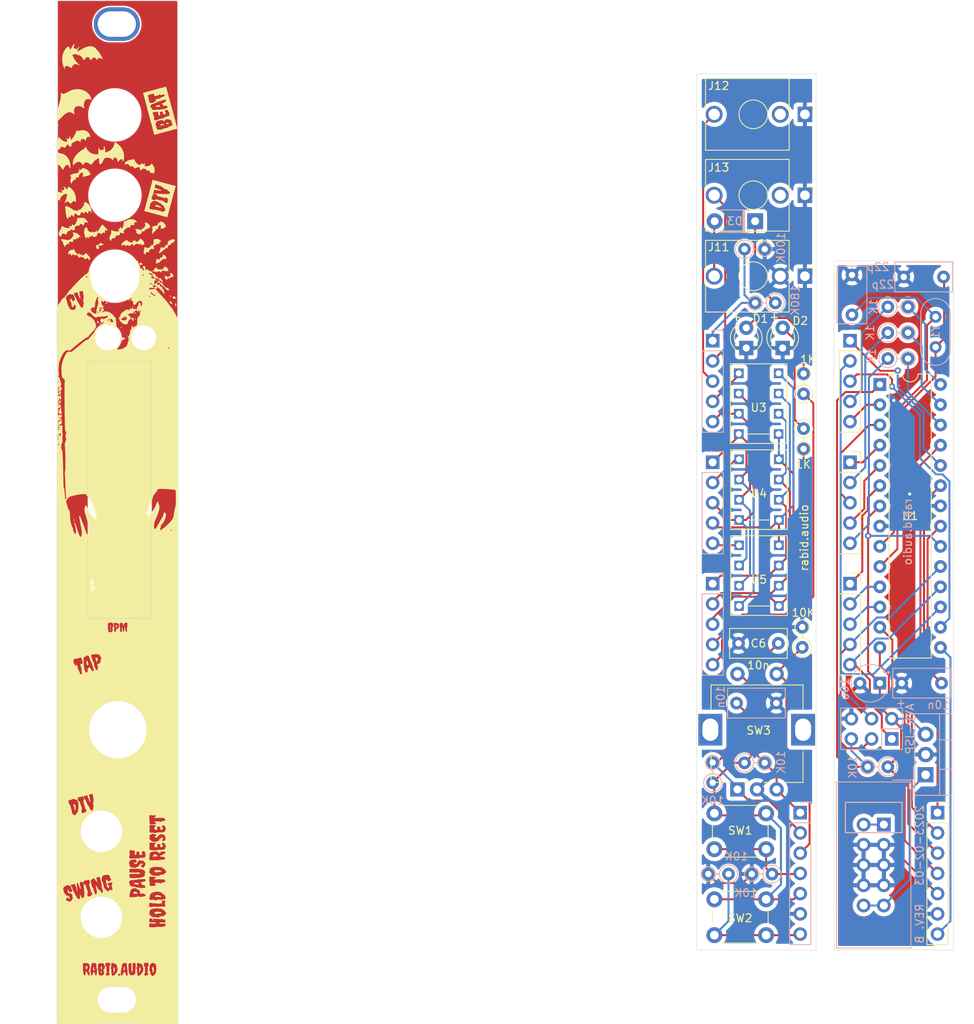
<source format=kicad_pcb>
(kicad_pcb (version 20211014) (generator pcbnew)
  (layers (0 "F.Cu" signal) (31 "B.Cu" signal) (34 "B.Paste" user) (35 "F.Paste" user) (36 "B.SilkS" user "B.Silkscreen") (37 "F.SilkS" user "F.Silkscreen") (38 "B.Mask" user) (39 "F.Mask" user) (44 "Edge.Cuts" user))
  (net 0 "")
  (net 1 "GND")
  (net 2 "+5V")
  (net 3 "Net-(C2-Pad2)")
  (net 4 "Net-(C3-Pad2)")
  (net 5 "Net-(C4-Pad2)")
  (net 6 "/~{RESET}")
  (net 7 "unconnected-(J2-Pad1)")
  (net 8 "Net-(J2-Pad9)")
  (net 9 "/CV_IN")
  (net 10 "/CLOCK_OUT")
  (net 11 "/SW1")
  (net 12 "/SW2")
  (net 13 "/LED_C3")
  (net 14 "/LED_C2")
  (net 15 "/LED6")
  (net 16 "/LED_C1")
  (net 17 "/LED5")
  (net 18 "/LED4")
  (net 19 "/LED3")
  (net 20 "/LED2")
  (net 21 "/LED1")
  (net 22 "/LED0")
  (net 23 "/AVCC")
  (net 24 "/B_SUBDIV_OUT")
  (net 25 "/AGND")
  (net 26 "/SUBDIV_OUT")
  (net 27 "/B_LED1")
  (net 28 "/B_LED0")
  (net 29 "/B_CV_IN")
  (net 30 "/B_CLOCK_OUT")
  (net 31 "/B_LED6")
  (net 32 "/B_LED5")
  (net 33 "/B_LED4")
  (net 34 "/B_LED3")
  (net 35 "/B_LED2")
  (net 36 "/B_LED_C3")
  (net 37 "/B_LED_C2")
  (net 38 "/B_LED_C1")
  (net 39 "/B_SW2")
  (net 40 "/B_SW1")
  (net 43 "Net-(D3-Pad2)")
  (net 44 "Net-(D3-Pad1)")
  (net 45 "Net-(R6-Pad2)")
  (net 46 "Net-(R7-Pad2)")
  (net 47 "Net-(R8-Pad2)")
  (net 48 "/B_KNOBL")
  (net 49 "/B_KNOBR")
  (net 50 "/B_LEDL")
  (net 51 "/B_LEDR")
  (net 52 "/LEDR")
  (net 53 "/B_SW3")
  (net 54 "/KNOBR")
  (net 55 "/KNOBL")
  (net 56 "/SW3")
  (net 57 "/LEDL")
  (net 58 "Net-(D1-Pad2)")
  (net 59 "Net-(D2-Pad2)")
  (footprint "LED_THT:LED_D3.0mm" (layer "F.Cu") (at 146.57 103.667 90)
    (fp_text reference "D1")
    (fp_text value "LED" hide)
  )
  (footprint "LED_THT:LED_D3.0mm" (layer "F.Cu") (at 151.145 103.667 90)
    (fp_text reference "D2")
    (fp_text value "LED" hide)
  )
  (footprint "synth:Jack_3.5mm_QingPu_WQP-PJ398SM_Vertical_CircularHoles" (layer "F.Cu") (at 153.939 94.65 -90)
    (fp_text reference "J11")
    (fp_text value "CV_IN")
  )
  (footprint "synth:Jack_3.5mm_QingPu_WQP-PJ398SM_Vertical_CircularHoles" (layer "F.Cu") (at 153.939 84.49 -90)
    (fp_text reference "J13")
    (fp_text value "SUBDIV_OUT")
  )
  (footprint "synth:R_Axial_DIN0207_L6.3mm_D2.5mm_P2.54mm_Vertical" (layer "F.Cu") (at 153.77 109.43 90)
    (fp_text reference "R2")
    (fp_text value "1K")
  )
  (footprint "synth:SM460281N_ARKLED_0.28mm_CC_7-segment_LED" (layer "F.Cu") (at 148.13 110.655)
    (fp_text reference "U3")
    (fp_text value "SM460281N" hide)
  )
  (footprint "synth:SM460281N_ARKLED_0.28mm_CC_7-segment_LED" (layer "F.Cu") (at 148.17 121.45)
    (fp_text reference "U4")
    (fp_text value "SM460281N" hide)
  )
  (footprint "synth:SM460281N_ARKLED_0.28mm_CC_7-segment_LED" (layer "F.Cu") (at 148.17 132.245)
    (fp_text reference "U5")
    (fp_text value "SM460281N" hide)
  )
  (footprint "synth:Jack_3.5mm_QingPu_WQP-PJ398SM_Vertical_CircularHoles" (layer "F.Cu") (at 153.939 74.33 -90)
    (fp_text reference "J12")
    (fp_text value "CLOCK_OUT")
  )
  (footprint "synth:R_Axial_DIN0207_L6.3mm_D2.5mm_P2.54mm_Vertical" (layer "F.Cu") (at 153.77 113.79 -90)
    (fp_text reference "R3")
    (fp_text value "1K")
  )
  (footprint "Package_DIP:DIP-28_W7.62mm" (layer "F.Cu") (at 163.35 108.25)
    (fp_text reference "U1")
    (fp_text value "ATmega328P-PU")
  )
  (footprint "Connector_PinSocket_2.54mm:PinSocket_1x05_P2.54mm_Vertical" (layer "F.Cu") (at 159.6 102.75)
    (fp_text reference "J3" hide)
    (fp_text value "Conn_01x05_Female" hide)
  )
  (footprint "Connector_PinSocket_2.54mm:PinSocket_1x05_P2.54mm_Vertical" (layer "F.Cu") (at 159.6 118.018)
    (fp_text reference "J5" hide)
    (fp_text value "Conn_01x05_Female" hide)
  )
  (footprint "Connector_PinSocket_2.54mm:PinSocket_1x05_P2.54mm_Vertical" (layer "F.Cu") (at 159.6 133.258)
    (fp_text reference "J7" hide)
    (fp_text value "Conn_01x05_Female" hide)
  )
  (footprint "Button_Switch_THT:SW_PUSH_6mm" (layer "F.Cu") (at 142.565 162.091)
    (fp_text reference "SW1")
    (fp_text value "SW_Push" hide)
  )
  (footprint "Button_Switch_THT:SW_PUSH_6mm" (layer "F.Cu") (at 142.565 172.886)
    (fp_text reference "SW2")
    (fp_text value "SW_Push" hide)
  )
  (footprint "Capacitor_THT:C_Rect_L7.0mm_W3.5mm_P5.00mm" (layer "F.Cu") (at 150.6 140.75 180)
    (fp_text reference "C6")
    (fp_text value "10n")
  )
  (footprint "Connector_PinSocket_2.54mm:PinSocket_1x07_P2.54mm_Vertical" (layer "F.Cu") (at 170.6 162.01)
    (fp_text reference "J9" hide)
    (fp_text value "Conn_01x07_Female" hide)
  )
  (footprint "synth:R_Axial_DIN0207_L6.3mm_D2.5mm_P2.54mm_Vertical" (layer "F.Cu") (at 153.6 141.25 90)
    (fp_text reference "R13")
    (fp_text value "10K")
  )
  (footprint "synth:3mm_led_hole" (layer "F.Cu") (at 66.32 102.39)
    (fp_text reference "REF**" hide)
    (fp_text value "3mm_led_hole" hide)
  )
  (footprint "synth:eurorack_screw_hole" (layer "F.Cu") (at 67.5 185.5)
    (fp_text reference "REF**" hide)
    (fp_text value "eurorack_screw_hole" hide)
  )
  (footprint "synth:eurorack_screw_hole" (layer "F.Cu") (at 67.5 63)
    (fp_text reference "REF**" hide)
    (fp_text value "eurorack_screw_hole" hide)
  )
  (footprint "synth:knob_hole" (layer "F.Cu") (at 67.635 151.59)
    (fp_text reference "REF**" hide)
    (fp_text value "knob_hole" hide)
  )
  (footprint "synth:toggle_sw_hole" (layer "F.Cu") (at 65.565 164.341)
    (fp_text reference "REF**" hide)
    (fp_text value "toggle_sw_hole" hide)
  )
  (footprint "synth:RotaryEncoder_Bourns_PEC11R_Vertical_Switch" (layer "F.Cu") (at 150.425 159.09 90)
    (fp_text reference "SW3")
    (fp_text value "Rotary_Encoder_Switch")
  )
  (footprint "synth:thonkiconn_hole" (layer "F.Cu") (at 67.261 94.65)
    (fp_text reference "HJ1" hide)
    (fp_text value "thonkiconn-hole" hide)
  )
  (footprint "synth:toggle_sw_hole" (layer "F.Cu") (at 65.565 175.136)
    (fp_text reference "REF**" hide)
    (fp_text value "toggle_sw_hole" hide)
  )
  (footprint "synth:3mm_led_hole" (layer "F.Cu") (at 70.895 102.39)
    (fp_text reference "REF**" hide)
    (fp_text value "3mm_led_hole" hide)
  )
  (footprint "synth:thonkiconn_hole" (layer "F.Cu") (at 67.261 84.49)
    (fp_text reference "HJ1" hide)
    (fp_text value "thonkiconn-hole" hide)
  )
  (footprint "synth:thonkiconn_hole" (layer "F.Cu") (at 67.25 74.4)
    (fp_text reference "HJ1" hide)
    (fp_text value "thonkiconn-hole" hide)
  )
  (footprint "Connector_PinHeader_2.54mm:PinHeader_1x05_P2.54mm_Vertical" (layer "B.Cu") (at 142.35 118.018 180)
    (fp_text reference "J6" hide)
    (fp_text value "Conn_01x05_Male" hide)
  )
  (footprint "Connector_PinHeader_2.54mm:PinHeader_1x05_P2.54mm_Vertical" (layer "B.Cu") (at 142.35 133.258 180)
    (fp_text reference "J8" hide)
    (fp_text value "Conn_01x05_Male" hide)
  )
  (footprint "Capacitor_THT:C_Rect_L7.0mm_W3.5mm_P5.00mm" (layer "B.Cu") (at 166.1 145.75)
    (fp_text reference "C2" hide)
    (fp_text value "10n")
  )
  (footprint "Capacitor_THT:C_Rect_L7.0mm_W3.5mm_P5.00mm" (layer "B.Cu") (at 166.35 94.75)
    (fp_text reference "C4" hide)
    (fp_text value "22p")
  )
  (footprint "synth:R_Axial_DIN0207_L6.3mm_D2.5mm_P2.54mm_Vertical" (layer "B.Cu") (at 164.35 98.5)
    (fp_text reference "R8")
    (fp_text value "1K")
  )
  (footprint "synth:R_Axial_DIN0207_L6.3mm_D2.5mm_P2.54mm_Vertical" (layer "B.Cu") (at 164.35 105)
    (fp_text reference "R6")
    (fp_text value "1K")
  )
  (footprint "Connector_PinHeader_2.54mm:PinHeader_2x03_P2.54mm_Vertical" (layer "B.Cu") (at 164.85 152.75 90)
    (fp_text reference "J1" hide)
    (fp_text value "AVR-ISP")
  )
  (footprint "Package_TO_SOT_THT:TO-220-3_Vertical" (layer "B.Cu") (at 169.1 157.25 90)
    (fp_text reference "U2" hide)
    (fp_text value "L7805" hide)
  )
  (footprint "Connector_PinHeader_2.54mm:PinHeader_1x05_P2.54mm_Vertical" (layer "B.Cu") (at 142.35 102.75 180)
    (fp_text reference "J4" hide)
    (fp_text value "Conn_01x05_Male" hide)
  )
  (footprint "Capacitor_THT:C_Rect_L7.0mm_W3.5mm_P5.00mm" (layer "B.Cu") (at 159.85 94.5 -90)
    (fp_text reference "C3" hide)
    (fp_text value "22p")
  )
  (footprint "synth:R_Axial_DIN0207_L6.3mm_D2.5mm_P2.54mm_Vertical" (layer "B.Cu") (at 150.22 98 180)
    (fp_text reference "R14")
    (fp_text value "180K")
  )
  (footprint "synth:R_Axial_DIN0207_L6.3mm_D2.5mm_P2.54mm_Vertical" (layer "B.Cu") (at 146.35 91.25)
    (fp_text reference "R15")
    (fp_text value "100K")
  )
  (footprint "synth:R_Axial_DIN0207_L6.3mm_D2.5mm_P2.54mm_Vertical" (layer "B.Cu") (at 164.35 101.75)
    (fp_text reference "R7")
    (fp_text value "1K")
  )
  (footprint "Diode_THT:D_T-1_P5.08mm_Horizontal" (layer "B.Cu") (at 147.68 87.75 180)
    (fp_text reference "D3")
    (fp_text value "1N4148")
  )
  (footprint "synth:EURORACK_10_IDC" (layer "B.Cu") (at 163.85 163.5 180)
    (fp_text reference "J2" hide)
    (fp_text value "EURORACK_CONN_10" hide)
  )
  (footprint "synth:R_Axial_DIN0207_L6.3mm_D2.5mm_P2.54mm_Vertical" (layer "B.Cu") (at 149.804 169.711 180)
    (fp_text reference "R4")
    (fp_text value "10K")
  )
  (footprint "synth:R_Axial_DIN0207_L6.3mm_D2.5mm_P2.54mm_Vertical" (layer "B.Cu") (at 144.343 169.711 180)
    (fp_text reference "R5")
    (fp_text value "10K")
  )
  (footprint "Connector_PinHeader_2.54mm:PinHeader_1x07_P2.54mm_Vertical" (layer "B.Cu") (at 153.35 162.01 180)
    (fp_text reference "J10" hide)
    (fp_text value "Conn_01x07_Male" hide)
  )
  (footprint "synth:R_Axial_DIN0207_L6.3mm_D2.5mm_P2.54mm_Vertical" (layer "B.Cu") (at 142.35 158.25 90)
    (fp_text reference "R10")
    (fp_text value "10K")
  )
  (footprint "synth:R_Axial_DIN0207_L6.3mm_D2.5mm_P2.54mm_Vertical" (layer "B.Cu") (at 146.35 155.75)
    (fp_text reference "R11")
    (fp_text value "10K")
  )
  (footprint "Capacitor_THT:C_Rect_L7.0mm_W3.5mm_P5.00mm" (layer "B.Cu") (at 145.35 148.25)
    (fp_text reference "C5" hide)
    (fp_text value "10n")
  )
  (footprint "synth:R_Axial_DIN0207_L6.3mm_D2.5mm_P2.54mm_Vertical" (layer "B.Cu") (at 164.35 156.25 180)
    (fp_text reference "R1")
    (fp_text value "10K")
  )
  (footprint "Capacitor_THT:CP_Radial_Tantal_D4.5mm_P2.50mm" (layer "B.Cu") (at 163.35 145.75 180)
    (fp_text reference "C1" hide)
    (fp_text value "10u")
  )
  (footprint "Crystal:Crystal_HC52-8mm_Vertical" (layer "B.Cu") (at 170.35 99.75 -90)
    (fp_text reference "Y1")
    (fp_text value "16MHz" hide)
  )
  (gr_poly (pts (xy 70.441772 92.976086) (xy 70.451889 92.9764) (xy 70.462557 92.976985) (xy 70.473788 92.977837) (xy 70.485594 92.978953) (xy 70.497989 92.98033) (xy 70.510985 92.981964) (xy 70.529371 92.984764) (xy 70.547473 92.988175) (xy 70.565186 92.992149) (xy 70.582409 92.996641) (xy 70.599036 93.001603) (xy 70.614965 93.00699) (xy 70.630091 93.012755) (xy 70.644312 93.018851) (xy 70.657523 93.025231) (xy 70.669622 93.031849) (xy 70.680504 93.038659) (xy 70.685456 93.042121) (xy 70.690066 93.045613) (xy 70.694319 93.04913) (xy 70.698204 93.052666) (xy 70.701707 93.056215) (xy 70.704815 93.05977) (xy 70.707515 93.063328) (xy 70.709795 93.06688) (xy 70.711641 93.070422) (xy 70.71304 93.073948) (xy 70.715545 93.083155) (xy 70.716958 93.092374) (xy 70.717317 93.101577) (xy 70.716663 93.110739) (xy 70.715035 93.119834) (xy 70.712474 93.128836) (xy 70.709018 93.13772) (xy 70.704709 93.146459) (xy 70.699585 93.155027) (xy 70.693686 93.1634) (xy 70.687053 93.171549) (xy 70.679724 93.179451) (xy 70.67174 93.187079) (xy 70.663141 93.194407) (xy 70.653966 93.201409) (xy 70.644256 93.208059) (xy 70.623385 93.220201) (xy 70.600849 93.230626) (xy 70.576964 93.239127) (xy 70.564615 93.242591) (xy 70.552049 93.245496) (xy 70.539305 93.247816) (xy 70.526423 93.249526) (xy 70.513443 93.250599) (xy 70.500404 93.25101) (xy 70.487346 93.250733) (xy 70.474309 93.249742) (xy 70.461333 93.248011) (xy 70.448458 93.245514) (xy 70.442482 93.243995) (xy 70.436581 93.242156) (xy 70.430762 93.240007) (xy 70.425033 93.237558) (xy 70.419401 93.234819) (xy 70.413873 93.231802) (xy 70.403163 93.224968) (xy 70.392962 93.217138) (xy 70.383332 93.208392) (xy 70.374332 93.198812) (xy 70.366022 93.188479) (xy 70.358464 93.177473) (xy 70.351718 93.165877) (xy 70.345843 93.15377) (xy 70.340902 93.141233) (xy 70.336953 93.128349) (xy 70.334058 93.115197) (xy 70.333024 93.108547) (xy 70.332276 93.10186) (xy 70.331822 93.095146) (xy 70.331669 93.088417) (xy 70.331923 93.07442) (xy 70.332712 93.061474) (xy 70.334078 93.049554) (xy 70.33499 93.043971) (xy 70.336062 93.038635) (xy 70.337299 93.033542) (xy 70.338705 93.02869) (xy 70.340287 93.024075) (xy 70.34205 93.019694) (xy 70.343998 93.015544) (xy 70.346136 93.011621) (xy 70.348471 93.007923) (xy 70.351006 93.004446) (xy 70.353748 93.001188) (xy 70.356701 92.998143) (xy 70.359871 92.995311) (xy 70.363262 92.992687) (xy 70.36688 92.990268) (xy 70.370731 92.988051) (xy 70.374818 92.986032) (xy 70.379148 92.98421) (xy 70.383726 92.982579) (xy 70.388556 92.981137) (xy 70.393645 92.979882) (xy 70.398996 92.978809) (xy 70.404616 92.977916) (xy 70.410509 92.977199) (xy 70.41668 92.976654) (xy 70.423136 92.97628) (xy 70.432191 92.976045)) (layer "F.SilkS") (width 0) (fill solid))
  (gr_poly (pts (xy 58.019694 80.114225) (xy 58.019068 80.115231) (xy 58.018523 80.116023) (xy 58.018037 80.116611) (xy 58.017811 80.116833) (xy 58.017593 80.117007) (xy 58.017379 80.117136) (xy 58.017168 80.11722) (xy 58.016957 80.117262) (xy 58.016743 80.117261) (xy 58.016525 80.11722) (xy 58.016299 80.11714) (xy 58.016062 80.117022) (xy 58.015814 80.116867) (xy 58.015268 80.116453) (xy 58.014643 80.115907) (xy 58.01307 80.114464) (xy 58.023403 80.107864)) (layer "F.SilkS") (width 0) (fill solid))
  (gr_poly (pts (xy 62.117956 89.168561) (xy 62.172035 89.174667) (xy 62.224827 89.183723) (xy 62.276266 89.195535) (xy 62.326285 89.209908) (xy 62.374818 89.226646) (xy 62.421796 89.245556) (xy 62.467153 89.266442) (xy 62.510822 89.28911) (xy 62.552736 89.313365) (xy 62.631032 89.365857) (xy 62.701504 89.422359) (xy 62.763616 89.481313) (xy 62.816833 89.541162) (xy 62.860618 89.600346) (xy 62.894437 89.657309) (xy 62.917752 89.71049) (xy 62.925304 89.735177) (xy 62.930029 89.758334) (xy 62.93186 89.779766) (xy 62.93073 89.79928) (xy 62.926573 89.81668) (xy 62.921204 89.827853) (xy 62.920913 89.826491) (xy 62.917565 89.817022) (xy 62.912992 89.807631) (xy 62.907289 89.798385) (xy 62.900552 89.789349) (xy 62.892876 89.780588) (xy 62.884355 89.772169) (xy 62.875085 89.764157) (xy 62.86516 89.756618) (xy 62.854677 89.749618) (xy 62.84373 89.743222) (xy 62.832414 89.737497) (xy 62.820824 89.732508) (xy 62.809056 89.72832) (xy 62.797204 89.725) (xy 62.785364 89.722614) (xy 62.773631 89.721226) (xy 62.7621 89.720904) (xy 62.750865 89.721712) (xy 62.740023 89.723716) (xy 62.729668 89.726983) (xy 62.719895 89.731578) (xy 62.7108 89.737566) (xy 62.702477 89.745014) (xy 62.695022 89.753987) (xy 62.68853 89.764552) (xy 62.683095 89.776773) (xy 62.678814 89.790716) (xy 62.67578 89.806448) (xy 62.67409 89.824034) (xy 62.673838 89.84354) (xy 62.675119 89.865032) (xy 62.675736 89.869923) (xy 62.676636 89.874792) (xy 62.677747 89.879647) (xy 62.678998 89.884497) (xy 62.681625 89.894214) (xy 62.682857 89.899099) (xy 62.683938 89.904012) (xy 62.684795 89.908962) (xy 62.685356 89.913958) (xy 62.685548 89.919008) (xy 62.685483 89.921555) (xy 62.685299 89.92412) (xy 62.684986 89.926702) (xy 62.684536 89.929303) (xy 62.683939 89.931924) (xy 62.683187 89.934565) (xy 62.68227 89.937229) (xy 62.681179 89.939916) (xy 62.679905 89.942626) (xy 62.678439 89.945362) (xy 62.669721 89.949081) (xy 62.660344 89.951086) (xy 62.650362 89.951549) (xy 62.639831 89.950647) (xy 62.628803 89.948553) (xy 62.617335 89.945442) (xy 62.593292 89.936866) (xy 62.542306 89.915187) (xy 62.516235 89.904875) (xy 62.503245 89.900462) (xy 62.490359 89.896776) (xy 62.477629 89.893993) (xy 62.465112 89.892287) (xy 62.452862 89.891831) (xy 62.440932 89.892801) (xy 62.429378 89.895372) (xy 62.418253 89.899717) (xy 62.407613 89.906012) (xy 62.397511 89.91443) (xy 62.388002 89.925146) (xy 62.379141 89.938334) (xy 62.370981 89.95417) (xy 62.363578 89.972828) (xy 62.356986 89.994481) (xy 62.351259 90.019305) (xy 62.346452 90.047474) (xy 62.342619 90.079163) (xy 62.337429 90.080411) (xy 62.332415 90.081252) (xy 62.327569 90.081707) (xy 62.32288 90.081798) (xy 62.318341 90.081546) (xy 62.31394 90.080973) (xy 62.30967 90.0801) (xy 62.305521 90.078951) (xy 62.301484 90.077545) (xy 62.297548 90.075905) (xy 62.293706 90.074052) (xy 62.289947 90.072009) (xy 62.282644 90.067437) (xy 62.275565 90.062361) (xy 62.247997 90.040498) (xy 62.240921 90.035509) (xy 62.237304 90.033205) (xy 62.233623 90.031057) (xy 62.229868 90.029088) (xy 62.226029 90.027317) (xy 62.222098 90.025768) (xy 62.218064 90.024462) (xy 62.188203 90.017174) (xy 62.161969 90.013462) (xy 62.139102 90.013082) (xy 62.119341 90.015787) (xy 62.102425 90.021334) (xy 62.088095 90.029478) (xy 62.076089 90.039974) (xy 62.066146 90.052576) (xy 62.058005 90.067041) (xy 62.051407 90.083122) (xy 62.046091 90.100576) (xy 62.041795 90.119158) (xy 62.035222 90.158724) (xy 62.029604 90.199862) (xy 62.022855 90.240613) (xy 62.018405 90.260231) (xy 62.01289 90.279018) (xy 62.00605 90.296729) (xy 61.997623 90.313118) (xy 61.98735 90.327942) (xy 61.974969 90.340955) (xy 61.96022 90.351913) (xy 61.942842 90.36057) (xy 61.922574 90.366681) (xy 61.899156 90.370003) (xy 61.872327 90.370289) (xy 61.841827 90.367296) (xy 61.807394 90.360778) (xy 61.768768 90.350491) (xy 61.761962 90.348264) (xy 61.755179 90.345711) (xy 61.741674 90.3398) (xy 61.728232 90.333116) (xy 61.714831 90.326015) (xy 61.688069 90.311991) (xy 61.674664 90.305784) (xy 61.667946 90.303037) (xy 61.661214 90.300588) (xy 61.654466 90.298482) (xy 61.647698 90.296762) (xy 61.640909 90.295475) (xy 61.634095 90.294663) (xy 61.627253 90.294373) (xy 61.620382 90.294648) (xy 61.613478 90.295533) (xy 61.606539 90.297073) (xy 61.599562 90.299313) (xy 61.592544 90.302297) (xy 61.585482 90.30607) (xy 61.578375 90.310676) (xy 61.571219 90.31616) (xy 61.564011 90.322568) (xy 61.556749 90.329942) (xy 61.54943 90.338329) (xy 61.542417 90.347151) (xy 61.535924 90.355977) (xy 61.529944 90.364807) (xy 61.52447 90.373641) (xy 61.519496 90.382479) (xy 61.515014 90.391321) (xy 61.511018 90.400167) (xy 61.507501 90.409016) (xy 61.504455 90.417868) (xy 61.501875 90.426723) (xy 61.499752 90.435581) (xy 61.498081 90.444442) (xy 61.496854 90.453305) (xy 61.496065 90.46217) (xy 61.495706 90.471038) (xy 61.49577 90.479908) (xy 61.496251 90.488779) (xy 61.497142 90.497652) (xy 61.498436 90.506526) (xy 61.500126 90.515401) (xy 61.504666 90.533155) (xy 61.510707 90.550912) (xy 61.518195 90.568669) (xy 61.527073 90.586427) (xy 61.537287 90.604182) (xy 61.548781 90.621935) (xy 61.544381 90.618534) (xy 61.540459 90.621729) (xy 61.536581 90.624531) (xy 61.532747 90.626954) (xy 61.528953 90.629017) (xy 61.525199 90.630734) (xy 61.521481 90.632123) (xy 61.517799 90.633199) (xy 61.51415 90.633979) (xy 61.510533 90.634479) (xy 61.506945 90.634714) (xy 61.503385 90.634702) (xy 61.49985 90.634459) (xy 61.49634 90.634001) (xy 61.492851 90.633344) (xy 61.489383 90.632504) (xy 61.485932 90.631498) (xy 61.479079 90.629051) (xy 61.472275 90.626134) (xy 61.465506 90.622876) (xy 61.458756 90.619407) (xy 61.445255 90.612357) (xy 61.438472 90.609036) (xy 61.431649 90.606024) (xy 61.371518 90.581793) (xy 61.347086 90.572793) (xy 61.326014 90.566124) (xy 61.316646 90.563722) (xy 61.308008 90.561973) (xy 61.300062 90.560902) (xy 61.292771 90.56053) (xy 61.286099 90.560883) (xy 61.280009 90.561984) (xy 61.274463 90.563856) (xy 61.269425 90.566523) (xy 61.264857 90.570008) (xy 61.260724 90.574336) (xy 61.256987 90.57953) (xy 61.25361 90.585613) (xy 61.250557 90.592609) (xy 61.247789 90.600543) (xy 61.24527 90.609436) (xy 61.242963 90.619314) (xy 61.238839 90.642115) (xy 61.235119 90.669136) (xy 61.227712 90.736591) (xy 61.156037 90.728702) (xy 61.136312 90.726697) (xy 61.122291 90.725639) (xy 61.110195 90.725268) (xy 61.096247 90.725324) (xy 61.047678 90.725681) (xy 61.04268 90.734595) (xy 61.038476 90.743425) (xy 61.035024 90.752177) (xy 61.032279 90.760858) (xy 61.030197 90.769475) (xy 61.028736 90.778036) (xy 61.02785 90.786547) (xy 61.027496 90.795016) (xy 61.027631 90.803449) (xy 61.02821 90.811853) (xy 61.02919 90.820236) (xy 61.030528 90.828603) (xy 61.034098 90.845323) (xy 61.038572 90.862068) (xy 61.048826 90.895856) (xy 61.053906 90.913013) (xy 61.058488 90.930418) (xy 61.062221 90.948127) (xy 61.06366 90.957114) (xy 61.064755 90.966198) (xy 61.065463 90.975387) (xy 61.06574 90.984686) (xy 61.065543 90.994104) (xy 61.064826 91.003647) (xy 61.050201 90.995997) (xy 61.036128 90.987996) (xy 61.02259 90.979655) (xy 61.009574 90.970984) (xy 60.997063 90.961994) (xy 60.985043 90.952695) (xy 60.973497 90.943098) (xy 60.962411 90.933214) (xy 60.95177 90.923053) (xy 60.941557 90.912625) (xy 60.931759 90.901941) (xy 60.922359 90.891013) (xy 60.904692 90.868462) (xy 60.888437 90.845058) (xy 60.873469 90.820884) (xy 60.859666 90.796025) (xy 60.846907 90.770567) (xy 60.835069 90.744592) (xy 60.824028 90.718187) (xy 60.813664 90.691436) (xy 60.803853 90.664422) (xy 60.794473 90.637232) (xy 60.75667 90.52729) (xy 60.740376 90.482209) (xy 60.725184 90.442429) (xy 60.710619 90.406984) (xy 60.696204 90.374904) (xy 60.681462 90.345222) (xy 60.665917 90.31697) (xy 60.649093 90.289179) (xy 60.630513 90.260882) (xy 60.6097 90.23111) (xy 60.586179 90.198896) (xy 60.455476 90.026251) (xy 60.48272 90.022376) (xy 60.510177 90.019145) (xy 60.537833 90.016554) (xy 60.565676 90.0146) (xy 60.593691 90.013279) (xy 60.621865 90.012588) (xy 60.650184 90.012522) (xy 60.678635 90.013079) (xy 60.707204 90.014255) (xy 60.735877 90.016045) (xy 60.793484 90.021457) (xy 60.851345 90.029285) (xy 60.909352 90.039501) (xy 61.168134 90.089909) (xy 61.337989 90.12129) (xy 61.436012 90.135971) (xy 61.46343 90.137776) (xy 61.4793 90.136277) (xy 61.483572 90.13438) (xy 61.48576 90.131766) (xy 61.484946 90.124533) (xy 61.470047 90.103065) (xy 61.460235 90.089411) (xy 61.451697 90.074198) (xy 61.44657 90.057717) (xy 61.445953 90.049092) (xy 61.446991 90.040258) (xy 61.520786 90.053686) (xy 61.539646 90.056611) (xy 61.558379 90.058791) (xy 61.576838 90.059941) (xy 61.594876 90.059772) (xy 61.603693 90.059105) (xy 61.612349 90.058001) (xy 61.620827 90.056425) (xy 61.629109 90.054341) (xy 61.637176 90.051712) (xy 61.64501 90.048505) (xy 61.652593 90.044681) (xy 61.659907 90.040207) (xy 61.666932 90.035046) (xy 61.673652 90.029162) (xy 61.680048 90.022519) (xy 61.686101 90.015083) (xy 61.691793 90.006816) (xy 61.697105 89.997684) (xy 61.702021 89.98765) (xy 61.706521 89.976679) (xy 61.710219 89.966173) (xy 61.713423 89.956063) (xy 61.719005 89.937304) (xy 61.721709 89.92879) (xy 61.724571 89.920944) (xy 61.727756 89.913833) (xy 61.72952 89.910574) (xy 61.731425 89.907525) (xy 61.733493 89.904693) (xy 61.735743 89.902087) (xy 61.738196 89.899716) (xy 61.740872 89.897588) (xy 61.743792 89.895711) (xy 61.746975 89.894094) (xy 61.750443 89.892746) (xy 61.754216 89.891675) (xy 61.758313 89.890889) (xy 61.762757 89.890397) (xy 61.767566 89.890207) (xy 61.772761 89.890328) (xy 61.778362 89.890768) (xy 61.784391 89.891536) (xy 61.790867 89.89264) (xy 61.797811 89.894089) (xy 61.799324 89.894371) (xy 61.800921 89.894564) (xy 61.804338 89.89469) (xy 61.808001 89.894492) (xy 61.811849 89.89399) (xy 61.815821 89.893208) (xy 61.819855 89.892167) (xy 61.82389 89.89089) (xy 61.827866 89.8894) (xy 61.83172 89.887718) (xy 61.835392 89.885868) (xy 61.83882 89.883872) (xy 61.841944 89.881751) (xy 61.844702 89.879529) (xy 61.847034 89.877228) (xy 61.84802 89.876055) (xy 61.848876 89.874871) (xy 61.849596 89.873677) (xy 61.85017 89.872479) (xy 61.860106 89.849832) (xy 61.870812 89.827631) (xy 61.88219 89.805818) (xy 61.894137 89.784339) (xy 61.919342 89.742155) (xy 61.945622 89.700632) (xy 61.972174 89.659325) (xy 61.998196 89.617785) (xy 62.010757 89.596788) (xy 62.022883 89.575566) (xy 62.034475 89.554062) (xy 62.045433 89.532221) (xy 62.052046 89.517107) (xy 62.057253 89.502261) (xy 62.061132 89.487681) (xy 62.063762 89.473365) (xy 62.065221 89.45931) (xy 62.065587 89.445514) (xy 62.06494 89.431974) (xy 62.063357 89.418689) (xy 62.060916 89.405655) (xy 62.057697 89.39287) (xy 62.053778 89.380333) (xy 62.049237 89.36804) (xy 62.038604 89.344178) (xy 62.026425 89.321267) (xy 62.013328 89.299286) (xy 61.999941 89.278217) (xy 61.974807 89.23874) (xy 61.964316 89.220293) (xy 61.956045 89.202683) (xy 61.952938 89.194185) (xy 61.950622 89.185889) (xy 61.949174 89.177792) (xy 61.948675 89.169893) (xy 62.006209 89.16598) (xy 62.062659 89.1656)) (layer "F.SilkS") (width 0) (fill solid))
  (gr_poly (pts (xy 72.587576 169.225055) (xy 72.619368 169.225645) (xy 72.649653 169.226604) (xy 72.678432 169.227911) (xy 72.705708 169.229547) (xy 72.731484 169.23149) (xy 72.755763 169.233722) (xy 72.778547 169.236221) (xy 72.81737 169.240417) (xy 72.853694 169.245009) (xy 72.887521 169.249997) (xy 72.918848 169.255381) (xy 72.933574 169.258221) (xy 72.947675 169.261161) (xy 72.961151 169.264199) (xy 72.974001 169.267337) (xy 72.986225 169.270574) (xy 72.997824 169.27391) (xy 73.008797 169.277345) (xy 73.019144 169.28088) (xy 73.028865 169.284514) (xy 73.037959 169.288247) (xy 73.046427 169.292079) (xy 73.054269 169.296011) (xy 73.061484 169.300042) (xy 73.068072 169.304172) (xy 73.074034 169.308402) (xy 73.079368 169.312731) (xy 73.084076 169.317159) (xy 73.088156 169.321687) (xy 73.091609 169.326315) (xy 73.094434 169.331042) (xy 73.096632 169.335868) (xy 73.098202 169.340794) (xy 73.099144 169.345819) (xy 73.099458 169.350944) (xy 73.09913 169.35753) (xy 73.09872 169.360756) (xy 73.098147 169.363936) (xy 73.097411 169.367072) (xy 73.096511 169.370162) (xy 73.095448 169.373207) (xy 73.094222 169.376206) (xy 73.091281 169.382068) (xy 73.087691 169.387745) (xy 73.08345 169.393237) (xy 73.078562 169.398543) (xy 73.073027 169.403662) (xy 73.066846 169.408592) (xy 73.06002 169.413332) (xy 73.052551 169.417881) (xy 73.044439 169.422237) (xy 73.035686 169.426401) (xy 73.026292 169.43037) (xy 73.016259 169.434143) (xy 73.007511 169.436654) (xy 72.998622 169.438955) (xy 72.989584 169.441069) (xy 72.980387 169.443019) (xy 72.971024 169.444829) (xy 72.961485 169.446521) (xy 72.941845 169.449646) (xy 72.91997 169.451718) (xy 72.908653 169.452598) (xy 72.897084 169.453353) (xy 72.885265 169.453967) (xy 72.873195 169.454426) (xy 72.860877 169.454712) (xy 72.84831 169.454811) (xy 72.821427 169.454608) (xy 72.794203 169.454012) (xy 72.766644 169.453041) (xy 72.738756 169.451714) (xy 72.724226 169.451206) (xy 72.710022 169.451174) (xy 72.696146 169.451602) (xy 72.682601 169.452469) (xy 72.66939 169.453758) (xy 72.656516 169.455451) (xy 72.64398 169.45753) (xy 72.631786 169.459976) (xy 72.625882 169.46104) (xy 72.620191 169.462206) (xy 72.614712 169.463475) (xy 72.609445 169.464847) (xy 72.60439 169.466322) (xy 72.599545 169.467901) (xy 72.59491 169.469583) (xy 72.590485 169.471369) (xy 72.586268 169.473259) (xy 72.582259 169.475254) (xy 72.578458 169.477354) (xy 72.574863 169.479558) (xy 72.571475 169.481868) (xy 72.568292 169.484284) (xy 72.565314 169.486806) (xy 72.56254 169.489433) (xy 72.559483 169.491741) (xy 72.556321 169.493973) (xy 72.553053 169.496128) (xy 72.549679 169.498205) (xy 72.5462 169.5002) (xy 72.542616 169.502113) (xy 72.538927 169.503941) (xy 72.535134 169.505684) (xy 72.531236 169.507338) (xy 72.527234 169.508903) (xy 72.523128 169.510376) (xy 72.518918 169.511756) (xy 72.514605 169.51304) (xy 72.510188 169.514228) (xy 72.505668 169.515316) (xy 72.501045 169.516304) (xy 72.496056 169.516787) (xy 72.490439 169.516886) (xy 72.484195 169.516603) (xy 72.477323 169.515938) (xy 72.469824 169.514892) (xy 72.461698 169.513467) (xy 72.443566 169.509483) (xy 72.42293 169.503994) (xy 72.399791 169.497009) (xy 72.374153 169.488536) (xy 72.346016 169.478584) (xy 72.330167 169.472535) (xy 72.315345 169.466411) (xy 72.301547 169.460212) (xy 72.288774 169.453935) (xy 72.277026 169.447581) (xy 72.271536 169.444373) (xy 72.266301 169.441146) (xy 72.261323 169.437899) (xy 72.2566 169.434631) (xy 72.252134 169.431342) (xy 72.247922 169.428033) (xy 72.243967 169.424703) (xy 72.240267 169.421352) (xy 72.236823 169.417979) (xy 72.233634 169.414585) (xy 72.2307 169.41117) (xy 72.228022 169.407733) (xy 72.2256 169.404274) (xy 72.223432 169.400793) (xy 72.22152 169.39729) (xy 72.219863 169.393764) (xy 72.218461 169.390216) (xy 72.217314 169.386645) (xy 72.216421 169.383051) (xy 72.215784 169.379434) (xy 72.215402 169.375795) (xy 72.215275 169.372131) (xy 72.215669 169.364519) (xy 72.216851 169.35705) (xy 72.218823 169.349724) (xy 72.221584 169.342542) (xy 72.225136 169.335504) (xy 72.229479 169.328611) (xy 72.234614 169.321863) (xy 72.240541 169.315261) (xy 72.247261 169.308805) (xy 72.254775 169.302496) (xy 72.263083 169.296333) (xy 72.272186 169.290319) (xy 72.282084 169.284452) (xy 72.292779 169.278734) (xy 72.304271 169.273165) (xy 72.31656 169.267746) (xy 72.329071 169.262567) (xy 72.341894 169.257719) (xy 72.35503 169.253203) (xy 72.368478 169.249019) (xy 72.382239 169.245167) (xy 72.396312 169.241649) (xy 72.410698 169.238463) (xy 72.425398 169.235611) (xy 72.44041 169.233093) (xy 72.455735 169.230909) (xy 72.471374 169.229061) (xy 72.487326 169.227547) (xy 72.503592 169.226369) (xy 72.520171 169.225527) (xy 72.554272 169.224853)) (layer "F.SilkS") (width 0) (fill solid))
  (gr_poly (pts (xy 66.61231 101.765776) (xy 66.614795 101.765886) (xy 66.617231 101.766102) (xy 66.619619 101.76642) (xy 66.621955 101.766842) (xy 66.624239 101.767365) (xy 66.626469 101.76799) (xy 66.629711 101.76912) (xy 66.632828 101.770473) (xy 66.635816 101.772045) (xy 66.638669 101.773834) (xy 66.641384 101.775837) (xy 66.643956 101.778052) (xy 66.646382 101.780475) (xy 66.648657 101.783104) (xy 66.650777 101.785936) (xy 66.652738 101.788968) (xy 66.656165 101.795623) (xy 66.658906 101.803046) (xy 66.660926 101.811216) (xy 66.662193 101.82011) (xy 66.662672 101.829706) (xy 66.66233 101.839982) (xy 66.661134 101.850917) (xy 66.659051 101.862488) (xy 66.656046 101.874673) (xy 66.652087 101.887451) (xy 66.647139 101.900799) (xy 66.641999 101.913418) (xy 66.637335 101.924352) (xy 66.63312 101.9336) (xy 66.629327 101.941164) (xy 66.625929 101.947044) (xy 66.624369 101.949353) (xy 66.622898 101.951241) (xy 66.621512 101.952709) (xy 66.620208 101.953756) (xy 66.618982 101.954383) (xy 66.617831 101.954589) (xy 66.616751 101.954375) (xy 66.61574 101.953741) (xy 66.614793 101.952687) (xy 66.613908 101.951213) (xy 66.61308 101.949319) (xy 66.612307 101.947005) (xy 66.610912 101.941119) (xy 66.609693 101.933554) (xy 66.608625 101.924312) (xy 66.607681 101.913394) (xy 66.606832 101.900799) (xy 66.606448 101.896216) (xy 66.605866 101.891826) (xy 66.60509 101.887632) (xy 66.604124 101.883635) (xy 66.602972 101.879838) (xy 66.60164 101.876243) (xy 66.600132 101.872851) (xy 66.598452 101.869666) (xy 66.596605 101.866688) (xy 66.594595 101.863921) (xy 66.592428 101.861366) (xy 66.590107 101.859025) (xy 66.587637 101.856902) (xy 66.585022 101.854996) (xy 66.582268 101.853311) (xy 66.579379 101.85185) (xy 66.576359 101.850613) (xy 66.573213 101.849603) (xy 66.569945 101.848822) (xy 66.56656 101.848273) (xy 66.563063 101.847957) (xy 66.559457 101.847877) (xy 66.555749 101.848034) (xy 66.551941 101.848431) (xy 66.548039 101.84907) (xy 66.544047 101.849953) (xy 66.53997 101.851082) (xy 66.535812 101.852459) (xy 66.531578 101.854087) (xy 66.527273 101.855967) (xy 66.5229 101.858102) (xy 66.518465 101.860493) (xy 66.506844 101.866951) (xy 66.496769 101.872316) (xy 66.488236 101.876562) (xy 66.481247 101.879667) (xy 66.4758 101.881606) (xy 66.473655 101.882131) (xy 66.471895 101.882356) (xy 66.47052 101.882277) (xy 66.46953 101.881892) (xy 66.468925 101.881197) (xy 66.468705 101.88019) (xy 66.468869 101.878867) (xy 66.469418 101.877227) (xy 66.470352 101.875264) (xy 66.47167 101.872978) (xy 66.475458 101.86742) (xy 66.480784 101.860528) (xy 66.487644 101.852279) (xy 66.49604 101.842649) (xy 66.505969 101.831614) (xy 66.517431 101.819149) (xy 66.521868 101.814476) (xy 66.526293 101.810028) (xy 66.530704 101.805804) (xy 66.535097 101.801802) (xy 66.539467 101.798021) (xy 66.543813 101.79446) (xy 66.54813 101.791116) (xy 66.552416 101.787989) (xy 66.556665 101.785077) (xy 66.560876 101.782377) (xy 66.565044 101.77989) (xy 66.569167 101.777613) (xy 66.57324 101.775544) (xy 66.57726 101.773683) (xy 66.581223 101.772028) (xy 66.585127 101.770576) (xy 66.588015 101.769601) (xy 66.59087 101.768738) (xy 66.593688 101.767987) (xy 66.59647 101.767345) (xy 66.599214 101.766814) (xy 66.601918 101.766391) (xy 66.604581 101.766077) (xy 66.607202 101.76587) (xy 66.609779 101.76577)) (layer "F.SilkS") (width 0) (fill solid))
  (gr_poly (pts (xy 60.008126 111.332536) (xy 60.016422 111.33509) (xy 60.024971 111.33799) (xy 60.033856 111.341365) (xy 60.03845 111.343272) (xy 60.04316 111.345347) (xy 60.047995 111.347606) (xy 60.052966 111.350066) (xy 60.058083 111.352742) (xy 60.063356 111.355652) (xy 60.068796 111.358811) (xy 60.074414 111.362236) (xy 60.087513 111.370712) (xy 60.099771 111.379242) (xy 60.111187 111.387815) (xy 60.121762 111.396419) (xy 60.131494 111.405042) (xy 60.140385 111.413672) (xy 60.148434 111.422297) (xy 60.15564 111.430905) (xy 60.162005 111.439484) (xy 60.167528 111.448023) (xy 60.17221 111.45651) (xy 60.176049 111.464932) (xy 60.179046 111.473277) (xy 60.181201 111.481535) (xy 60.182514 111.489692) (xy 60.182984 111.497737) (xy 60.182613 111.505658) (xy 60.181399 111.513443) (xy 60.179344 111.521081) (xy 60.176446 111.528558) (xy 60.172705 111.535865) (xy 60.168123 111.542987) (xy 60.162698 111.549914) (xy 60.156431 111.556634) (xy 60.149321 111.563134) (xy 60.141369 111.569404) (xy 60.132575 111.57543) (xy 60.122937 111.581201) (xy 60.112458 111.586705) (xy 60.101136 111.591931) (xy 60.088971 111.596866) (xy 60.075964 111.601498) (xy 60.065179 111.604729) (xy 60.060176 111.60594) (xy 60.055434 111.606881) (xy 60.050952 111.607551) (xy 60.046729 111.607951) (xy 60.042766 111.608079) (xy 60.039063 111.607936) (xy 60.03562 111.607522) (xy 60.032436 111.606835) (xy 60.029512 111.605877) (xy 60.026847 111.604646) (xy 60.024442 111.603143) (xy 60.022296 111.601367) (xy 60.020408 111.599318) (xy 60.01878 111.596995) (xy 60.017412 111.594399) (xy 60.016301 111.591528) (xy 60.01545 111.588384) (xy 60.014858 111.584965) (xy 60.014524 111.581271) (xy 60.014449 111.577302) (xy 60.014633 111.573059) (xy 60.015075 111.568539) (xy 60.015775 111.563744) (xy 60.016734 111.558673) (xy 60.019426 111.547701) (xy 60.02315 111.535623) (xy 60.027905 111.522434) (xy 60.029965 111.516847) (xy 60.031831 111.511331) (xy 60.033505 111.505892) (xy 60.034989 111.500537) (xy 60.036283 111.495275) (xy 60.037391 111.490111) (xy 60.038312 111.485052) (xy 60.039048 111.480106) (xy 60.039601 111.47528) (xy 60.039973 111.47058) (xy 60.040164 111.466015) (xy 60.040177 111.461589) (xy 60.040013 111.457312) (xy 60.039672 111.453188) (xy 60.039158 111.449227) (xy 60.03847 111.445434) (xy 60.037612 111.441817) (xy 60.036583 111.438382) (xy 60.035386 111.435137) (xy 60.034022 111.432089) (xy 60.032492 111.429244) (xy 60.030799 111.42661) (xy 60.028943 111.424194) (xy 60.026926 111.422002) (xy 60.024749 111.420042) (xy 60.022414 111.418321) (xy 60.019923 111.416845) (xy 60.017276 111.415621) (xy 60.014476 111.414658) (xy 60.011524 111.413961) (xy 60.00842 111.413538) (xy 60.005168 111.413395) (xy 60.004916 111.413381) (xy 60.004681 111.413341) (xy 60.004462 111.413276) (xy 60.004257 111.413188) (xy 60.004067 111.413078) (xy 60.003888 111.412949) (xy 60.003722 111.412802) (xy 60.003565 111.412638) (xy 60.003418 111.41246) (xy 60.003279 111.412269) (xy 60.00302 111.411855) (xy 60.00278 111.41141) (xy 60.00255 111.410947) (xy 60.002322 111.41048) (xy 60.002085 111.410022) (xy 60.001831 111.409587) (xy 60.001696 111.409382) (xy 60.001552 111.409188) (xy 60.0014 111.409007) (xy 60.001238 111.40884) (xy 60.001066 111.408688) (xy 60.000881 111.408555) (xy 60.000683 111.40844) (xy 60.000471 111.408347) (xy 60.000244 111.408276) (xy 60 111.40823) (xy 60 111.330196)) (layer "F.SilkS") (width 0) (fill solid))
  (gr_poly (pts (xy 60.422739 83.798583) (xy 60.422765 83.798619) (xy 60.422823 83.798689) (xy 60.422884 83.798755) (xy 60.422949 83.79882) (xy 60.423016 83.798883) (xy 60.423086 83.798944) (xy 60.423372 83.799184) (xy 60.423442 83.799245) (xy 60.42351 83.799308) (xy 60.423575 83.799372) (xy 60.423637 83.799438) (xy 60.423694 83.799507) (xy 60.423721 83.799543) (xy 60.423747 83.79958) (xy 60.423488 83.799681) (xy 60.423236 83.799762) (xy 60.422991 83.799822) (xy 60.422751 83.799865) (xy 60.422517 83.79989) (xy 60.422288 83.7999) (xy 60.422063 83.799897) (xy 60.421843 83.799881) (xy 60.421625 83.799853) (xy 60.421411 83.799817) (xy 60.42099 83.799722) (xy 60.420575 83.799605) (xy 60.420163 83.799481) (xy 60.41975 83.799359) (xy 60.419332 83.799253) (xy 60.418928 83.799177) (xy 60.422713 83.798546)) (layer "F.SilkS") (width 0) (fill solid))
  (gr_poly (pts (xy 68.489266 99.829573) (xy 68.491379 99.83014) (xy 68.493801 99.831164) (xy 68.496534 99.832644) (xy 68.499582 99.834577) (xy 68.502947 99.83696) (xy 68.506631 99.839793) (xy 68.510638 99.843071) (xy 68.51497 99.846793) (xy 68.519629 99.850957) (xy 68.529941 99.860601) (xy 68.541597 99.871983) (xy 68.549835 99.880542) (xy 68.557462 99.88924) (xy 68.564455 99.898016) (xy 68.570791 99.906808) (xy 68.576446 99.915556) (xy 68.581398 99.924197) (xy 68.585622 99.932672) (xy 68.587454 99.936828) (xy 68.589096 99.940919) (xy 68.590544 99.944938) (xy 68.591796 99.948877) (xy 68.592848 99.952728) (xy 68.593699 99.956484) (xy 68.594344 99.960138) (xy 68.594781 99.963681) (xy 68.595008 99.967106) (xy 68.59502 99.970405) (xy 68.594816 99.97357) (xy 68.594392 99.976595) (xy 68.593745 99.979471) (xy 68.592873 99.982191) (xy 68.591773 99.984748) (xy 68.590441 99.987132) (xy 68.588875 99.989337) (xy 68.587072 99.991356) (xy 68.585102 99.993111) (xy 68.583039 99.994534) (xy 68.580889 99.995631) (xy 68.578658 99.996407) (xy 68.57635 99.996867) (xy 68.57397 99.997016) (xy 68.571525 99.996861) (xy 68.569019 99.996405) (xy 68.566458 99.995655) (xy 68.563846 99.994616) (xy 68.56119 99.993292) (xy 68.558494 99.991689) (xy 68.553005 99.987669) (xy 68.547421 99.982596) (xy 68.541784 99.976513) (xy 68.536136 99.969462) (xy 68.53052 99.961486) (xy 68.524978 99.952625) (xy 68.519551 99.942924) (xy 68.514283 99.932423) (xy 68.509215 99.921164) (xy 68.50439 99.909191) (xy 68.501129 99.900548) (xy 68.498126 99.892417) (xy 68.495384 99.884795) (xy 68.492906 99.877679) (xy 68.490694 99.871066) (xy 68.488751 99.864954) (xy 68.487081 99.859338) (xy 68.485686 99.854216) (xy 68.484568 99.849584) (xy 68.483731 99.84544) (xy 68.483176 99.841781) (xy 68.482909 99.838603) (xy 68.482883 99.837193) (xy 68.482929 99.835903) (xy 68.483049 99.834732) (xy 68.483242 99.833679) (xy 68.483508 99.832744) (xy 68.483849 99.831926) (xy 68.484263 99.831226) (xy 68.484753 99.830643) (xy 68.485317 99.830174) (xy 68.485955 99.829822) (xy 68.486669 99.829586) (xy 68.487459 99.829466) (xy 68.488324 99.829462)) (layer "F.SilkS") (width 0) (fill solid))
  (gr_poly (pts (xy 64.818659 69.965795) (xy 64.818453 69.965752) (xy 64.818356 69.965622) (xy 64.818404 69.965427)) (layer "F.SilkS") (width 0) (fill solid))
  (gr_poly (pts (xy 67.529624 103.154039) (xy 67.533156 103.154294) (xy 67.536746 103.154713) (xy 67.540385 103.155293) (xy 67.547786 103.156918) (xy 67.555302 103.159136) (xy 67.562878 103.161915) (xy 67.570458 103.165221) (xy 67.577985 103.169022) (xy 67.585405 103.173285) (xy 67.592661 103.177978) (xy 67.599696 103.183068) (xy 67.606456 103.188521) (xy 67.612884 103.194306) (xy 67.618924 103.200389) (xy 67.624521 103.206737) (xy 67.629618 103.213319) (xy 67.631961 103.216687) (xy 67.634159 103.2201) (xy 67.636183 103.223514) (xy 67.638009 103.226885) (xy 67.639639 103.230209) (xy 67.641075 103.233481) (xy 67.642318 103.236698) (xy 67.64337 103.239854) (xy 67.644232 103.242946) (xy 67.644907 103.245969) (xy 67.645395 103.248919) (xy 67.645698 103.251792) (xy 67.645818 103.254584) (xy 67.645757 103.257289) (xy 67.645516 103.259905) (xy 67.645096 103.262426) (xy 67.644499 103.264848) (xy 67.643727 103.267167) (xy 67.642782 103.269379) (xy 67.641664 103.271479) (xy 67.640376 103.273464) (xy 67.638919 103.275328) (xy 67.637294 103.277068) (xy 67.635504 103.278679) (xy 67.63355 103.280157) (xy 67.631433 103.281497) (xy 67.629156 103.282696) (xy 67.626718 103.283749) (xy 67.624124 103.284652) (xy 67.621372 103.2854) (xy 67.618467 103.28599) (xy 67.615408 103.286416) (xy 67.612198 103.286675) (xy 67.608838 103.286762) (xy 67.605369 103.286675) (xy 67.601836 103.286416) (xy 67.598247 103.28599) (xy 67.594607 103.285401) (xy 67.590925 103.284652) (xy 67.587207 103.28375) (xy 67.579691 103.281498) (xy 67.572115 103.27868) (xy 67.564535 103.27533) (xy 67.557008 103.271482) (xy 67.549589 103.26717) (xy 67.542333 103.262429) (xy 67.535298 103.257293) (xy 67.528538 103.251796) (xy 67.52211 103.245972) (xy 67.51607 103.239857) (xy 67.510473 103.233483) (xy 67.505376 103.226887) (xy 67.503032 103.223515) (xy 67.500834 103.2201) (xy 67.49881 103.216687) (xy 67.496984 103.213319) (xy 67.495354 103.210001) (xy 67.493919 103.206737) (xy 67.492675 103.203532) (xy 67.491623 103.200389) (xy 67.490761 103.197312) (xy 67.490086 103.194306) (xy 67.489598 103.191374) (xy 67.489295 103.188521) (xy 67.489174 103.185751) (xy 67.489236 103.183068) (xy 67.489477 103.180476) (xy 67.489897 103.177978) (xy 67.490494 103.17558) (xy 67.491266 103.173285) (xy 67.492211 103.171098) (xy 67.493329 103.169022) (xy 67.494617 103.167062) (xy 67.496074 103.165221) (xy 67.497698 103.163504) (xy 67.499488 103.161915) (xy 67.501443 103.160457) (xy 67.503559 103.159136) (xy 67.505837 103.157955) (xy 67.508274 103.156918) (xy 67.510869 103.156029) (xy 67.51362 103.155293) (xy 67.516526 103.154713) (xy 67.519585 103.154294) (xy 67.522795 103.154039) (xy 67.526155 103.153954)) (layer "F.SilkS") (width 0) (fill solid))
  (gr_poly (pts (xy 67.463137 138.450537) (xy 67.465248 138.450624) (xy 67.467375 138.450768) (xy 67.469518 138.45097) (xy 67.471675 138.451228) (xy 67.473847 138.451543) (xy 67.476032 138.451915) (xy 67.478229 138.452342) (xy 67.480439 138.452825) (xy 67.48266 138.453364) (xy 67.484891 138.453957) (xy 67.487133 138.454605) (xy 67.489383 138.455308) (xy 67.491642 138.456065) (xy 67.496183 138.457741) (xy 67.497348 138.458347) (xy 67.49847 138.458971) (xy 67.49955 138.459612) (xy 67.500589 138.460269) (xy 67.501586 138.460942) (xy 67.502544 138.461629) (xy 67.503464 138.46233) (xy 67.504345 138.463044) (xy 67.505189 138.46377) (xy 67.505997 138.464507) (xy 67.50677 138.465253) (xy 67.507509 138.466009) (xy 67.508213 138.466774) (xy 67.508886 138.467546) (xy 67.509526 138.468324) (xy 67.510136 138.469109) (xy 67.518404 138.47686) (xy 67.51859 138.47765) (xy 67.518751 138.478406) (xy 67.518888 138.479127) (xy 67.519 138.479813) (xy 67.519087 138.480464) (xy 67.519149 138.481078) (xy 67.519186 138.481656) (xy 67.519198 138.482197) (xy 67.519186 138.4827) (xy 67.519149 138.483165) (xy 67.519087 138.483592) (xy 67.519046 138.483791) (xy 67.519 138.48398) (xy 67.518947 138.484159) (xy 67.518888 138.484328) (xy 67.518823 138.484487) (xy 67.518751 138.484636) (xy 67.518674 138.484775) (xy 67.51859 138.484904) (xy 67.5185 138.485022) (xy 67.518404 138.48513) (xy 67.517934 138.48832) (xy 67.517712 138.491557) (xy 67.517739 138.49484) (xy 67.518014 138.49817) (xy 67.518537 138.501548) (xy 67.519308 138.504973) (xy 67.520327 138.508447) (xy 67.521594 138.51197) (xy 67.523108 138.515543) (xy 67.524869 138.519165) (xy 67.526878 138.522838) (xy 67.529133 138.526561) (xy 67.531636 138.530335) (xy 67.534386 138.534161) (xy 67.537382 138.538039) (xy 67.540625 138.541969) (xy 67.542102 138.544425) (xy 67.543371 138.547036) (xy 67.54443 138.549803) (xy 67.545279 138.552729) (xy 67.545918 138.555812) (xy 67.546348 138.559054) (xy 67.546568 138.562455) (xy 67.546577 138.566017) (xy 67.546376 138.56974) (xy 67.545965 138.573624) (xy 67.545343 138.577671) (xy 67.544511 138.581881) (xy 67.543469 138.586254) (xy 67.542215 138.590792) (xy 67.54075 138.595495) (xy 67.539074 138.600365) (xy 67.535454 138.609589) (xy 67.531722 138.618649) (xy 67.527878 138.627542) (xy 67.523922 138.636268) (xy 67.519854 138.644825) (xy 67.515675 138.653213) (xy 67.511384 138.661429) (xy 67.506981 138.669474) (xy 67.502468 138.677345) (xy 67.497843 138.685041) (xy 67.493106 138.692563) (xy 67.488259 138.699907) (xy 67.483301 138.707073) (xy 67.478232 138.714061) (xy 67.473052 138.720868) (xy 67.467761 138.727493) (xy 67.462894 138.733595) (xy 67.458193 138.739231) (xy 67.45366 138.744402) (xy 67.449294 138.749111) (xy 67.445098 138.753357) (xy 67.441073 138.757143) (xy 67.437218 138.760468) (xy 67.435356 138.761958) (xy 67.433536 138.763334) (xy 67.43176 138.764596) (xy 67.430027 138.765743) (xy 67.428338 138.766775) (xy 67.426693 138.767694) (xy 67.425091 138.768499) (xy 67.423533 138.76919) (xy 67.42202 138.769767) (xy 67.42055 138.77023) (xy 67.419125 138.770581) (xy 67.417744 138.770818) (xy 67.416408 138.770941) (xy 67.415117 138.770952) (xy 67.41387 138.77085) (xy 67.412668 138.770635) (xy 67.411511 138.770307) (xy 67.4104 138.769867) (xy 67.408499 138.768898) (xy 67.406751 138.767574) (xy 67.405156 138.765895) (xy 67.403713 138.76386) (xy 67.402421 138.76147) (xy 67.40128 138.758722) (xy 67.400289 138.755617) (xy 67.399447 138.752153) (xy 67.398754 138.748331) (xy 67.398208 138.744149) (xy 67.39781 138.739607) (xy 67.397558 138.734704) (xy 67.397451 138.72944) (xy 67.397489 138.723813) (xy 67.397672 138.717824) (xy 67.397998 138.711472) (xy 67.399548 138.690043) (xy 67.401098 138.66703) (xy 67.401794 138.660744) (xy 67.402291 138.654555) (xy 67.402589 138.648464) (xy 67.402688 138.64247) (xy 67.402589 138.636575) (xy 67.402291 138.630779) (xy 67.401794 138.625081) (xy 67.401098 138.619484) (xy 67.400684 138.614119) (xy 67.400227 138.609116) (xy 67.399724 138.60447) (xy 67.399174 138.600175) (xy 67.398574 138.596227) (xy 67.397921 138.59262) (xy 67.397213 138.58935) (xy 67.396447 138.586411) (xy 67.396238 138.584846) (xy 67.396008 138.58333) (xy 67.395758 138.581862) (xy 67.395491 138.580442) (xy 67.395206 138.57907) (xy 67.394905 138.577748) (xy 67.39459 138.576475) (xy 67.394261 138.575252) (xy 67.39392 138.574078) (xy 67.393567 138.572955) (xy 67.393204 138.571883) (xy 67.392832 138.570861) (xy 67.392453 138.569891) (xy 67.392067 138.568972) (xy 67.391676 138.568106) (xy 67.39128 138.567291) (xy 67.390518 138.565343) (xy 67.389812 138.563482) (xy 67.38916 138.561714) (xy 67.38856 138.56004) (xy 67.387506 138.556995) (xy 67.386629 138.554375) (xy 67.386235 138.552704) (xy 67.385846 138.550862) (xy 67.385461 138.548841) (xy 67.385078 138.546634) (xy 67.384696 138.544231) (xy 67.384311 138.541626) (xy 67.383528 138.535774) (xy 67.383645 138.532031) (xy 67.383997 138.527927) (xy 67.384589 138.523467) (xy 67.385424 138.518655) (xy 67.386507 138.513496) (xy 67.387841 138.507994) (xy 67.389431 138.502154) (xy 67.39128 138.495979) (xy 67.392544 138.492858) (xy 67.393962 138.489831) (xy 67.395532 138.486897) (xy 67.397254 138.484059) (xy 67.399127 138.481316) (xy 67.401151 138.47867) (xy 67.403325 138.476122) (xy 67.405648 138.473673) (xy 67.408119 138.471323) (xy 67.410738 138.469074) (xy 67.413504 138.466926) (xy 67.416417 138.464881) (xy 67.419476 138.462939) (xy 67.42268 138.461101) (xy 67.426028 138.459368) (xy 67.42952 138.457741) (xy 67.431405 138.456876) (xy 67.433299 138.456065) (xy 67.435201 138.455308) (xy 67.437114 138.454605) (xy 67.439037 138.453957) (xy 67.44097 138.453364) (xy 67.442916 138.452825) (xy 67.444873 138.452342) (xy 67.446843 138.451915) (xy 67.448827 138.451543) (xy 67.450824 138.451228) (xy 67.452836 138.45097) (xy 67.454864 138.450768) (xy 67.456907 138.450624) (xy 67.458966 138.450537) (xy 67.461043 138.450508)) (layer "F.SilkS") (width 0) (fill solid))
  (gr_poly (pts (xy 64.600752 181.345558) (xy 64.604289 181.345881) (xy 64.605997 181.346285) (xy 64.607664 181.346851) (xy 64.610878 181.348467) (xy 64.61393 181.350729) (xy 64.616821 181.353636) (xy 64.61955 181.35719) (xy 64.622118 181.36139) (xy 64.624524 181.366236) (xy 64.626769 181.371727) (xy 64.628852 181.377864) (xy 64.630774 181.384646) (xy 64.632534 181.392074) (xy 64.634133 181.400147) (xy 64.63557 181.408866) (xy 64.636846 181.418229) (xy 64.637959 181.428238) (xy 64.638541 181.437602) (xy 64.639252 181.447094) (xy 64.640091 181.456714) (xy 64.641059 181.466464) (xy 64.642156 181.476345) (xy 64.643384 181.486359) (xy 64.644741 181.496507) (xy 64.646228 181.50679) (xy 64.64794 181.51655) (xy 64.649975 181.526179) (xy 64.652332 181.535677) (xy 64.655013 181.545045) (xy 64.658016 181.554281) (xy 64.661343 181.563386) (xy 64.664993 181.572359) (xy 64.668965 181.5812) (xy 64.671226 181.58558) (xy 64.673358 181.589908) (xy 64.67536 181.594186) (xy 64.677233 181.598412) (xy 64.678977 181.602588) (xy 64.680592 181.606714) (xy 64.682078 181.61079) (xy 64.683434 181.614816) (xy 64.684661 181.618793) (xy 64.685759 181.622721) (xy 64.686728 181.6266) (xy 64.687568 181.630431) (xy 64.688279 181.634214) (xy 64.68886 181.63795) (xy 64.689313 181.641638) (xy 64.689636 181.645279) (xy 64.690799 181.659358) (xy 64.692219 181.674732) (xy 64.693898 181.6914) (xy 64.695837 181.709358) (xy 64.696273 181.713682) (xy 64.696548 181.717877) (xy 64.696661 181.721944) (xy 64.696613 181.725884) (xy 64.696403 181.729694) (xy 64.696031 181.733377) (xy 64.695499 181.736931) (xy 64.694804 181.740355) (xy 64.693948 181.743652) (xy 64.692931 181.746819) (xy 64.691752 181.749857) (xy 64.690412 181.752766) (xy 64.68891 181.755546) (xy 64.687246 181.758196) (xy 64.685421 181.760716) (xy 64.683435 181.763107) (xy 64.676329 181.771411) (xy 64.672873 181.775549) (xy 64.669482 181.77968) (xy 64.666156 181.783807) (xy 64.662894 181.78793) (xy 64.659696 181.792051) (xy 64.656563 181.796173) (xy 64.655078 181.797789) (xy 64.653204 181.799257) (xy 64.650943 181.800578) (xy 64.648295 181.801749) (xy 64.645259 181.80277) (xy 64.641835 181.803641) (xy 64.638024 181.804361) (xy 64.633825 181.80493) (xy 64.629239 181.805345) (xy 64.624265 181.805608) (xy 64.618904 181.805716) (xy 64.613155 181.80567) (xy 64.607018 181.805469) (xy 64.600494 181.805111) (xy 64.586283 181.803925) (xy 64.582197 181.803526) (xy 64.578209 181.802853) (xy 64.574317 181.801907) (xy 64.570522 181.800687) (xy 64.566824 181.799192) (xy 64.563222 181.797424) (xy 64.559718 181.795382) (xy 64.556311 181.793065) (xy 64.553 181.790474) (xy 64.549786 181.787609) (xy 64.54667 181.78447) (xy 64.54365 181.781056) (xy 64.540727 181.777368) (xy 64.537901 181.773405) (xy 64.535172 181.769168) (xy 64.53254 181.764656) (xy 64.528947 181.756209) (xy 64.525919 181.747406) (xy 64.523456 181.738248) (xy 64.521558 181.728735) (xy 64.520226 181.718867) (xy 64.519459 181.708643) (xy 64.519257 181.698064) (xy 64.51962 181.687131) (xy 64.520549 181.675842) (xy 64.522043 181.664199) (xy 64.524101 181.6522) (xy 64.526726 181.639846) (xy 64.529915 181.627138) (xy 64.53367 181.614075) (xy 64.53799 181.600657) (xy 64.542875 181.586884) (xy 64.545636 181.579707) (xy 64.548235 181.572127) (xy 64.550673 181.564144) (xy 64.55295 181.555758) (xy 64.557019 181.537774) (xy 64.560443 181.518175) (xy 64.563221 181.496959) (xy 64.565353 181.474123) (xy 64.566839 181.449668) (xy 64.567679 181.423592) (xy 64.568229 181.415041) (xy 64.568843 181.40694) (xy 64.56952 181.399287) (xy 64.570263 181.392085) (xy 64.57107 181.385333) (xy 64.571941 181.379032) (xy 64.572878 181.373181) (xy 64.573881 181.367783) (xy 64.574712 181.365103) (xy 64.575657 181.362582) (xy 64.576715 181.360222) (xy 64.577886 181.358023) (xy 64.578514 181.356986) (xy 64.57917 181.35599) (xy 64.579854 181.355035) (xy 64.580566 181.354122) (xy 64.581307 181.353252) (xy 64.582076 181.352423) (xy 64.582874 181.351638) (xy 64.583699 181.350895) (xy 64.584553 181.350195) (xy 64.585436 181.349539) (xy 64.586346 181.348926) (xy 64.587285 181.348357) (xy 64.588251 181.347832) (xy 64.589247 181.347352) (xy 64.59027 181.346916) (xy 64.591322 181.346525) (xy 64.592402 181.346178) (xy 64.59351 181.345878) (xy 64.594646 181.345623) (xy 64.595811 181.345413) (xy 64.597004 181.34525) (xy 64.598225 181.345133) (xy 64.599475 181.345063) (xy 64.600752 181.345039)) (layer "F.SilkS") (width 0) (fill solid))
  (gr_poly (pts (xy 64.795978 69.977027) (xy 64.795806 69.97704) (xy 64.795671 69.977022) (xy 64.795718 69.977011) (xy 64.795999 69.976957) (xy 64.796236 69.976924) (xy 64.796429 69.976913)) (layer "F.SilkS") (width 0) (fill solid))
  (gr_poly (pts (xy 72.041843 181.372735) (xy 72.047615 181.373655) (xy 72.053275 181.375188) (xy 72.058822 181.377334) (xy 72.064256 181.380094) (xy 72.069577 181.383467) (xy 72.074785 181.387454) (xy 72.07988 181.392055) (xy 72.084862 181.397271) (xy 72.089731 181.4031) (xy 72.094487 181.409544) (xy 72.09913 181.416602) (xy 72.10366 181.424274) (xy 72.108078 181.432562) (xy 72.112382 181.441464) (xy 72.116572 181.450981) (xy 72.120576 181.460662) (xy 72.124322 181.470584) (xy 72.127809 181.480748) (xy 72.131038 181.491153) (xy 72.13401 181.501801) (xy 72.136723 181.512691) (xy 72.139178 181.523823) (xy 72.141374 181.535197) (xy 72.143313 181.546815) (xy 72.144993 181.558675) (xy 72.146414 181.570778) (xy 72.147578 181.583125) (xy 72.148482 181.595715) (xy 72.149129 181.608549) (xy 72.149646 181.634949) (xy 72.149516 181.66072) (xy 72.149127 181.685327) (xy 72.14848 181.708771) (xy 72.147574 181.731053) (xy 72.146411 181.752174) (xy 72.14499 181.772135) (xy 72.143312 181.790936) (xy 72.141378 181.808579) (xy 72.138124 181.838613) (xy 72.134564 181.866711) (xy 72.130697 181.892871) (xy 72.126523 181.917094) (xy 72.124321 181.928478) (xy 72.122042 181.939379) (xy 72.119686 181.949795) (xy 72.117254 181.959726) (xy 72.114744 181.969174) (xy 72.112159 181.978137) (xy 72.109496 181.986615) (xy 72.106757 181.994609) (xy 72.103941 182.002118) (xy 72.101048 182.009144) (xy 72.098078 182.015684) (xy 72.095032 182.02174) (xy 72.091909 182.027312) (xy 72.088709 182.0324) (xy 72.085433 182.037002) (xy 72.08208 182.041121) (xy 72.07865 182.044754) (xy 72.075144 182.047904) (xy 72.07156 182.050569) (xy 72.067901 182.052749) (xy 72.064164 182.054445) (xy 72.060351 182.055656) (xy 72.056461 182.056383) (xy 72.052494 182.056625) (xy 72.047399 182.056375) (xy 72.044906 182.056062) (xy 72.04245 182.055623) (xy 72.040029 182.05506) (xy 72.037645 182.054371) (xy 72.035298 182.053557) (xy 72.032987 182.052618) (xy 72.030712 182.051554) (xy 72.028473 182.050364) (xy 72.024105 182.04761) (xy 72.019882 182.044354) (xy 72.015804 182.040599) (xy 72.011872 182.036343) (xy 72.008085 182.031587) (xy 72.004443 182.02633) (xy 72.000947 182.020573) (xy 71.997596 182.014316) (xy 71.99439 182.00756) (xy 71.99133 182.000303) (xy 71.988415 181.992546) (xy 71.986418 181.985769) (xy 71.98455 181.978863) (xy 71.982812 181.971826) (xy 71.981201 181.964658) (xy 71.979717 181.957359) (xy 71.978358 181.949928) (xy 71.977124 181.942365) (xy 71.976012 181.93467) (xy 71.975059 181.92629) (xy 71.974227 181.917726) (xy 71.973518 181.908975) (xy 71.972933 181.900034) (xy 71.972474 181.890901) (xy 71.972144 181.881572) (xy 71.971945 181.872046) (xy 71.971878 181.86232) (xy 71.972004 181.841542) (xy 71.972387 181.820473) (xy 71.973032 181.79914) (xy 71.973946 181.777573) (xy 71.974307 181.766336) (xy 71.974341 181.755356) (xy 71.974049 181.744633) (xy 71.973432 181.734167) (xy 71.972492 181.723959) (xy 71.97123 181.714011) (xy 71.969647 181.704322) (xy 71.967744 181.694893) (xy 71.966927 181.690324) (xy 71.966031 181.685916) (xy 71.965053 181.681668) (xy 71.963996 181.677581) (xy 71.962858 181.673655) (xy 71.961639 181.669891) (xy 71.960339 181.666287) (xy 71.958959 181.662846) (xy 71.957498 181.659566) (xy 71.955956 181.656447) (xy 71.954334 181.653491) (xy 71.95263 181.650697) (xy 71.950846 181.648065) (xy 71.94898 181.645595) (xy 71.947034 181.643288) (xy 71.945006 181.641144) (xy 71.943231 181.638779) (xy 71.941519 181.636333) (xy 71.939871 181.633806) (xy 71.938287 181.631199) (xy 71.936767 181.628511) (xy 71.935311 181.625741) (xy 71.93392 181.622891) (xy 71.932594 181.619961) (xy 71.931333 181.616949) (xy 71.930136 181.613857) (xy 71.929006 181.610684) (xy 71.92794 181.607429) (xy 71.92694 181.604095) (xy 71.926006 181.600679) (xy 71.925138 181.597182) (xy 71.924336 181.593605) (xy 71.923966 181.589745) (xy 71.923886 181.585399) (xy 71.924096 181.580569) (xy 71.924597 181.575254) (xy 71.925388 181.569455) (xy 71.92647 181.563171) (xy 71.929505 181.549151) (xy 71.933703 181.533194) (xy 71.939064 181.515302) (xy 71.945588 181.495476) (xy 71.953275 181.473717) (xy 71.957957 181.461456) (xy 71.962704 181.449985) (xy 71.967516 181.439305) (xy 71.972393 181.429415) (xy 71.977334 181.420316) (xy 71.979829 181.416062) (xy 71.98234 181.412007) (xy 71.984868 181.408149) (xy 71.987411 181.404489) (xy 71.989971 181.401026) (xy 71.992546 181.397761) (xy 71.995138 181.394694) (xy 71.997747 181.391825) (xy 72.000371 181.389154) (xy 72.003011 181.38668) (xy 72.005668 181.384404) (xy 72.008341 181.382326) (xy 72.01103 181.380446) (xy 72.013735 181.378763) (xy 72.016456 181.377279) (xy 72.019193 181.375992) (xy 72.021947 181.374903) (xy 72.024717 181.374013) (xy 72.027503 181.37332) (xy 72.030305 181.372825) (xy 72.033123 181.372528) (xy 72.035957 181.372429)) (layer "F.SilkS") (width 0) (fill solid))
  (gr_poly (pts (xy 62.091863 160.955783) (xy 62.093761 160.955871) (xy 62.095686 160.956041) (xy 62.097637 160.956293) (xy 62.099613 160.956627) (xy 62.099613 160.957138) (xy 62.103362 160.958112) (xy 62.10712 160.959225) (xy 62.110894 160.960473) (xy 62.114685 160.961849) (xy 62.118498 160.963347) (xy 62.122336 160.964959) (xy 62.126203 160.966681) (xy 62.130102 160.968506) (xy 62.134684 160.969912) (xy 62.139306 160.971133) (xy 62.143966 160.972171) (xy 62.148665 160.973029) (xy 62.153401 160.97371) (xy 62.158174 160.974215) (xy 62.162982 160.974547) (xy 62.167826 160.974709) (xy 62.173321 160.975051) (xy 62.178619 160.97563) (xy 62.183721 160.976446) (xy 62.188628 160.977501) (xy 62.191009 160.978119) (xy 62.19334 160.978798) (xy 62.195623 160.979536) (xy 62.197857 160.980336) (xy 62.200043 160.981196) (xy 62.20218 160.982117) (xy 62.204269 160.983099) (xy 62.20631 160.984143) (xy 62.208302 160.985249) (xy 62.210246 160.986416) (xy 62.212141 160.987644) (xy 62.213989 160.988935) (xy 62.215788 160.990289) (xy 62.21754 160.991704) (xy 62.219243 160.993182) (xy 62.220898 160.994723) (xy 62.222506 160.996327) (xy 62.224065 160.997994) (xy 62.225577 160.999724) (xy 62.227041 161.001518) (xy 62.228458 161.003375) (xy 62.229827 161.005296) (xy 62.231148 161.007282) (xy 62.232422 161.009331) (xy 62.237811 161.01703) (xy 62.243033 161.02505) (xy 62.248083 161.033387) (xy 62.252959 161.042034) (xy 62.257658 161.050986) (xy 62.262177 161.060237) (xy 62.266513 161.069781) (xy 62.270662 161.079613) (xy 62.274731 161.089452) (xy 62.278824 161.099023) (xy 62.282939 161.108328) (xy 62.287072 161.117369) (xy 62.291221 161.126147) (xy 62.295383 161.134665) (xy 62.299556 161.142923) (xy 62.303735 161.150925) (xy 62.305981 161.154519) (xy 62.308061 161.158253) (xy 62.309977 161.162124) (xy 62.31173 161.16613) (xy 62.31332 161.170272) (xy 62.314748 161.174546) (xy 62.316015 161.178952) (xy 62.317121 161.183489) (xy 62.318067 161.188154) (xy 62.318854 161.192947) (xy 62.319482 161.197866) (xy 62.319953 161.20291) (xy 62.320266 161.208077) (xy 62.320424 161.213366) (xy 62.320425 161.218776) (xy 62.320272 161.224304) (xy 62.319904 161.2351) (xy 62.319718 161.245138) (xy 62.319702 161.254427) (xy 62.319847 161.262976) (xy 62.320141 161.270792) (xy 62.320576 161.277886) (xy 62.321139 161.284266) (xy 62.321822 161.28994) (xy 62.322976 161.294447) (xy 62.324022 161.298974) (xy 62.324969 161.303522) (xy 62.325826 161.308093) (xy 62.326602 161.312688) (xy 62.327307 161.317308) (xy 62.32795 161.321955) (xy 62.32854 161.32663) (xy 62.329271 161.335049) (xy 62.329875 161.344247) (xy 62.330327 161.354195) (xy 62.330607 161.364868) (xy 62.33125 161.370608) (xy 62.331704 161.377178) (xy 62.33196 161.38458) (xy 62.332015 161.392816) (xy 62.331861 161.401885) (xy 62.331494 161.411791) (xy 62.330905 161.422533) (xy 62.33009 161.434113) (xy 62.328943 161.446178) (xy 62.327371 161.458372) (xy 62.325381 161.470688) (xy 62.32298 161.483118) (xy 62.320177 161.495656) (xy 62.316977 161.508296) (xy 62.313389 161.52103) (xy 62.30942 161.533852) (xy 62.307655 161.539871) (xy 62.306047 161.545894) (xy 62.304595 161.55192) (xy 62.303297 161.557949) (xy 62.302155 161.563981) (xy 62.301166 161.570015) (xy 62.30033 161.576052) (xy 62.299647 161.582091) (xy 62.299116 161.588133) (xy 62.298736 161.594177) (xy 62.298507 161.600224) (xy 62.298428 161.606272) (xy 62.298499 161.612323) (xy 62.298718 161.618375) (xy 62.299086 161.62443) (xy 62.299601 161.630486) (xy 62.300357 161.63607) (xy 62.300978 161.641498) (xy 62.301466 161.646771) (xy 62.30182 161.651886) (xy 62.302043 161.656843) (xy 62.302134 161.661642) (xy 62.302094 161.666281) (xy 62.301925 161.670761) (xy 62.301626 161.67508) (xy 62.301199 161.679238) (xy 62.300645 161.683234) (xy 62.299963 161.687067) (xy 62.299156 161.690737) (xy 62.298223 161.694243) (xy 62.297165 161.697584) (xy 62.295984 161.70076) (xy 62.294639 161.70348) (xy 62.293263 161.706089) (xy 62.291858 161.708585) (xy 62.290421 161.710965) (xy 62.288953 161.713227) (xy 62.287454 161.715369) (xy 62.285923 161.717389) (xy 62.28436 161.719284) (xy 62.282765 161.721053) (xy 62.281137 161.722693) (xy 62.279475 161.724202) (xy 62.277781 161.725578) (xy 62.276053 161.726818) (xy 62.27429 161.727921) (xy 62.272494 161.728884) (xy 62.270662 161.729706) (xy 62.268714 161.730143) (xy 62.266738 161.730404) (xy 62.264735 161.730491) (xy 62.262707 161.730404) (xy 62.260654 161.730146) (xy 62.258575 161.729716) (xy 62.256473 161.729117) (xy 62.254347 161.728349) (xy 62.252198 161.727413) (xy 62.250026 161.726311) (xy 62.247833 161.725043) (xy 62.245618 161.723611) (xy 62.243382 161.722016) (xy 62.241126 161.720258) (xy 62.238851 161.718341) (xy 62.236556 161.716263) (xy 62.234279 161.713995) (xy 62.232058 161.711502) (xy 62.22989 161.708784) (xy 62.227775 161.70584) (xy 62.225711 161.70267) (xy 62.223697 161.699273) (xy 62.221732 161.695648) (xy 62.219816 161.691795) (xy 62.217945 161.687714) (xy 62.216121 161.683404) (xy 62.214341 161.678864) (xy 62.212604 161.674094) (xy 62.21091 161.669094) (xy 62.209256 161.663862) (xy 62.206067 161.652702) (xy 62.20286 161.640429) (xy 62.19981 161.628129) (xy 62.196917 161.615798) (xy 62.194184 161.603431) (xy 62.191612 161.591021) (xy 62.189203 161.578565) (xy 62.186958 161.566056) (xy 62.18488 161.55349) (xy 62.182011 161.52792) (xy 62.178808 161.502398) (xy 62.175282 161.476969) (xy 62.171443 161.451683) (xy 62.170008 161.438897) (xy 62.168397 161.426076) (xy 62.166608 161.413219) (xy 62.164639 161.400323) (xy 62.162487 161.387387) (xy 62.160149 161.374411) (xy 62.157624 161.361391) (xy 62.154907 161.348328) (xy 62.151743 161.334915) (xy 62.147873 161.320841) (xy 62.143301 161.306101) (xy 62.138027 161.290689) (xy 62.132053 161.274602) (xy 62.125381 161.257834) (xy 62.118012 161.240381) (xy 62.109949 161.222237) (xy 62.09353 161.184988) (xy 62.07864 161.149776) (xy 62.071781 161.13292) (xy 62.065322 161.116559) (xy 62.059267 161.100686) (xy 62.053621 161.085297) (xy 62.050976 161.077509) (xy 62.048651 161.069932) (xy 62.046645 161.062569) (xy 62.044958 161.055419) (xy 62.04359 161.048483) (xy 62.04254 161.041762) (xy 62.041809 161.035258) (xy 62.041395 161.028971) (xy 62.041298 161.022902) (xy 62.041519 161.017051) (xy 62.042057 161.01142) (xy 62.042911 161.006011) (xy 62.044082 161.000822) (xy 62.045568 160.995856) (xy 62.04737 160.991114) (xy 62.049487 160.986595) (xy 62.051816 160.982261) (xy 62.054254 160.978254) (xy 62.056799 160.974577) (xy 62.059453 160.971228) (xy 62.062214 160.968207) (xy 62.063634 160.96682) (xy 62.065082 160.965514) (xy 62.066556 160.964291) (xy 62.068057 160.96315) (xy 62.069585 160.962091) (xy 62.07114 160.961114) (xy 62.072721 160.960219) (xy 62.074328 160.959406) (xy 62.075963 160.958675) (xy 62.077624 160.958026) (xy 62.079311 160.957458) (xy 62.081025 160.956973) (xy 62.082765 160.95657) (xy 62.084532 160.956249) (xy 62.086325 160.956009) (xy 62.088145 160.955852) (xy 62.089991 160.955776)) (layer "F.SilkS") (width 0) (fill solid))
  (gr_poly (pts (xy 68.074387 101.022388) (xy 68.077798 101.022647) (xy 68.081055 101.023073) (xy 68.084157 101.023662) (xy 68.087103 101.02441) (xy 68.089889 101.025313) (xy 68.092515 101.026366) (xy 68.094978 101.027564) (xy 68.097276 101.028904) (xy 68.099408 101.030382) (xy 68.101371 101.031993) (xy 68.103164 101.033732) (xy 68.104784 101.035596) (xy 68.10623 101.03758) (xy 68.1075 101.03968) (xy 68.108592 101.041892) (xy 68.109504 101.044211) (xy 68.110234 101.046633) (xy 68.11078 101.049153) (xy 68.11114 101.051769) (xy 68.111313 101.054474) (xy 68.111296 101.057266) (xy 68.111088 101.060139) (xy 68.110686 101.063089) (xy 68.110089 101.066113) (xy 68.109295 101.069205) (xy 68.108301 101.072361) (xy 68.107107 101.075578) (xy 68.10571 101.078851) (xy 68.104107 101.082176) (xy 68.102298 101.085548) (xy 68.100281 101.088963) (xy 68.095937 101.095749) (xy 68.091422 101.102346) (xy 68.086771 101.108719) (xy 68.082019 101.114834) (xy 68.077201 101.120658) (xy 68.072353 101.126155) (xy 68.06751 101.131291) (xy 68.062707 101.136032) (xy 68.057981 101.140344) (xy 68.053366 101.144192) (xy 68.048898 101.147542) (xy 68.044613 101.15036) (xy 68.042549 101.151559) (xy 68.040545 101.152612) (xy 68.038604 101.153515) (xy 68.03673 101.154263) (xy 68.034928 101.154852) (xy 68.033203 101.155278) (xy 68.031559 101.155537) (xy 68.030001 101.155624) (xy 68.028495 101.155537) (xy 68.027008 101.155278) (xy 68.025541 101.154852) (xy 68.024097 101.154263) (xy 68.022677 101.153515) (xy 68.021284 101.152612) (xy 68.018583 101.15036) (xy 68.016011 101.147542) (xy 68.013582 101.144192) (xy 68.011311 101.140344) (xy 68.009215 101.136032) (xy 68.007308 101.131291) (xy 68.005605 101.126155) (xy 68.004123 101.120658) (xy 68.002875 101.114834) (xy 68.001879 101.108719) (xy 68.001148 101.102346) (xy 68.000698 101.095749) (xy 68.000545 101.088963) (xy 68.000636 101.085548) (xy 68.000908 101.082176) (xy 68.001355 101.078851) (xy 68.001973 101.075578) (xy 68.002758 101.072361) (xy 68.003706 101.069205) (xy 68.004811 101.066113) (xy 68.00607 101.063089) (xy 68.007478 101.060139) (xy 68.00903 101.057266) (xy 68.010723 101.054474) (xy 68.012552 101.051769) (xy 68.014512 101.049153) (xy 68.016599 101.046633) (xy 68.018808 101.044211) (xy 68.021136 101.041892) (xy 68.023577 101.03968) (xy 68.026127 101.03758) (xy 68.028782 101.035596) (xy 68.031538 101.033732) (xy 68.03439 101.031993) (xy 68.037333 101.030382) (xy 68.040363 101.028904) (xy 68.043476 101.027564) (xy 68.046667 101.026366) (xy 68.049932 101.025313) (xy 68.053266 101.02441) (xy 68.056666 101.023662) (xy 68.060126 101.023073) (xy 68.063642 101.022647) (xy 68.06721 101.022388) (xy 68.070825 101.022301)) (layer "F.SilkS") (width 0) (fill solid))
  (gr_poly (pts (xy 67.493492 69.342098) (xy 67.493479 69.342112) (xy 67.493394 69.342176) (xy 67.493357 69.342171) (xy 67.49337 69.342099) (xy 67.493431 69.341959)) (layer "F.SilkS") (width 0) (fill solid))
  (gr_poly (pts (xy 68.244652 89.866159) (xy 68.245374 89.866693) (xy 68.245944 89.867292) (xy 68.246376 89.867941) (xy 68.246682 89.86862) (xy 68.246872 89.869313) (xy 68.246961 89.870002) (xy 68.246958 89.87067) (xy 68.246877 89.871299) (xy 68.24673 89.871872) (xy 68.246528 89.872371) (xy 68.246284 89.87278) (xy 68.246009 89.87308) (xy 68.245716 89.873253) (xy 68.245416 89.873284) (xy 68.245123 89.873153) (xy 68.244847 89.872844) (xy 68.2446 89.87234) (xy 68.244396 89.871622) (xy 68.244245 89.870674) (xy 68.24416 89.869477) (xy 68.244153 89.868015) (xy 68.244236 89.86627) (xy 68.244264 89.865962)) (layer "F.SilkS") (width 0) (fill solid))
  (gr_poly (pts (xy 68.423775 181.351761) (xy 68.425466 181.351898) (xy 68.427182 181.352159) (xy 68.428922 181.352543) (xy 68.430686 181.35305) (xy 68.432474 181.353681) (xy 68.434287 181.354435) (xy 68.436124 181.355313) (xy 68.437985 181.356316) (xy 68.43987 181.357442) (xy 68.44178 181.358693) (xy 68.443714 181.360068) (xy 68.445672 181.361567) (xy 68.447654 181.363191) (xy 68.449661 181.36494) (xy 68.451692 181.366814) (xy 68.453747 181.368813) (xy 68.455533 181.367296) (xy 68.457275 181.365895) (xy 68.458973 181.364611) (xy 68.460625 181.363442) (xy 68.462234 181.362389) (xy 68.463798 181.361452) (xy 68.465318 181.36063) (xy 68.466794 181.359923) (xy 68.468225 181.359331) (xy 68.469611 181.358855) (xy 68.470953 181.358492) (xy 68.472251 181.358245) (xy 68.473505 181.358112) (xy 68.474714 181.358093) (xy 68.475878 181.358188) (xy 68.476998 181.358397) (xy 68.478074 181.358719) (xy 68.479106 181.359155) (xy 68.480093 181.359705) (xy 68.481036 181.360367) (xy 68.481934 181.361143) (xy 68.482788 181.362031) (xy 68.483597 181.363032) (xy 68.484362 181.364145) (xy 68.485083 181.365371) (xy 68.48576 181.366709) (xy 68.486392 181.368159) (xy 68.48698 181.369721) (xy 68.487523 181.371394) (xy 68.488022 181.373179) (xy 68.488477 181.375076) (xy 68.488887 181.377083) (xy 68.489857 181.382383) (xy 68.490698 181.38794) (xy 68.491408 181.393753) (xy 68.491989 181.399823) (xy 68.492441 181.406151) (xy 68.492763 181.412738) (xy 68.492957 181.419584) (xy 68.493021 181.426689) (xy 68.493118 181.433886) (xy 68.493408 181.442054) (xy 68.493892 181.451192) (xy 68.494569 181.461301) (xy 68.496507 181.484429) (xy 68.499223 181.511437) (xy 68.501098 181.52562) (xy 68.502585 181.539219) (xy 68.503684 181.552233) (xy 68.504394 181.564665) (xy 68.504717 181.576515) (xy 68.504651 181.587785) (xy 68.504198 181.598476) (xy 68.503357 181.608589) (xy 68.502483 181.618445) (xy 68.501933 181.62836) (xy 68.501706 181.638336) (xy 68.501802 181.648376) (xy 68.502222 181.65848) (xy 68.502966 181.668652) (xy 68.504033 181.678895) (xy 68.505423 181.689209) (xy 68.505876 181.692798) (xy 68.5062 181.696372) (xy 68.506394 181.699944) (xy 68.506459 181.703524) (xy 68.506394 181.707123) (xy 68.5062 181.710752) (xy 68.505876 181.714424) (xy 68.505423 181.718147) (xy 68.505367 181.719727) (xy 68.505198 181.721354) (xy 68.504915 181.723028) (xy 68.50452 181.724749) (xy 68.504011 181.726518) (xy 68.50339 181.728335) (xy 68.502655 181.730199) (xy 68.501807 181.732111) (xy 68.500847 181.734071) (xy 68.499773 181.73608) (xy 68.498586 181.738137) (xy 68.497286 181.740242) (xy 68.495873 181.742397) (xy 68.494347 181.7446) (xy 68.492707 181.746852) (xy 68.490954 181.749153) (xy 68.489356 181.751097) (xy 68.48766 181.752954) (xy 68.485867 181.754719) (xy 68.483978 181.75639) (xy 68.481992 181.757962) (xy 68.479908 181.759432) (xy 68.477728 181.760797) (xy 68.475451 181.762053) (xy 68.473077 181.763196) (xy 68.470606 181.764223) (xy 68.468039 181.765131) (xy 68.465374 181.765916) (xy 68.462613 181.766574) (xy 68.459754 181.767102) (xy 68.456799 181.767496) (xy 68.453747 181.767754) (xy 68.44238 181.769562) (xy 68.43592 181.770524) (xy 68.432496 181.770969) (xy 68.428943 181.77137) (xy 68.425099 181.771479) (xy 68.420804 181.771819) (xy 68.416056 181.772406) (xy 68.410856 181.773256) (xy 68.405204 181.774388) (xy 68.399099 181.775818) (xy 68.392543 181.777563) (xy 68.385534 181.77964) (xy 68.383734 181.78012) (xy 68.381949 181.780527) (xy 68.380181 181.780861) (xy 68.378429 181.781123) (xy 68.376693 181.781312) (xy 68.374973 181.781429) (xy 68.373269 181.781473) (xy 68.371582 181.781445) (xy 68.36991 181.781344) (xy 68.368255 181.78117) (xy 68.366616 181.780924) (xy 68.364993 181.780606) (xy 68.363386 181.780214) (xy 68.361796 181.77975) (xy 68.360221 181.779214) (xy 68.358663 181.778604) (xy 68.35712 181.777923) (xy 68.355594 181.777168) (xy 68.354084 181.776341) (xy 68.352591 181.775441) (xy 68.351113 181.774469) (xy 68.349651 181.773423) (xy 68.348206 181.772306) (xy 68.346777 181.771115) (xy 68.345364 181.769852) (xy 68.343967 181.768516) (xy 68.342586 181.767107) (xy 68.341222 181.765626) (xy 68.338541 181.762444) (xy 68.335925 181.758972) (xy 68.333728 181.755232) (xy 68.331789 181.751252) (xy 68.330108 181.74703) (xy 68.328686 181.742566) (xy 68.327523 181.737861) (xy 68.326619 181.732914) (xy 68.325973 181.727724) (xy 68.325585 181.722293) (xy 68.325456 181.716619) (xy 68.325586 181.710702) (xy 68.325974 181.704542) (xy 68.32662 181.698139) (xy 68.327525 181.691492) (xy 68.328689 181.684602) (xy 68.330111 181.677468) (xy 68.331791 181.67009) (xy 68.335764 181.655387) (xy 68.339413 181.641272) (xy 68.342739 181.627743) (xy 68.345742 181.614797) (xy 68.348422 181.602432) (xy 68.35078 181.590646) (xy 68.352815 181.579437) (xy 68.354528 181.568802) (xy 68.355659 181.560093) (xy 68.356983 181.551589) (xy 68.358501 181.543288) (xy 68.360213 181.535186) (xy 68.362118 181.527281) (xy 68.364218 181.51957) (xy 68.366511 181.512052) (xy 68.368998 181.504723) (xy 68.371969 181.497387) (xy 68.374681 181.489858) (xy 68.377135 181.482135) (xy 68.379331 181.474219) (xy 68.381269 181.466112) (xy 68.382949 181.457813) (xy 68.38437 181.449323) (xy 68.385534 181.440643) (xy 68.385591 181.434305) (xy 68.38576 181.428192) (xy 68.386043 181.422304) (xy 68.386438 181.41664) (xy 68.386946 181.411201) (xy 68.387568 181.405987) (xy 68.388302 181.400998) (xy 68.38915 181.396234) (xy 68.390111 181.391694) (xy 68.391184 181.38738) (xy 68.392371 181.383291) (xy 68.393671 181.379428) (xy 68.395085 181.375789) (xy 68.396611 181.372376) (xy 68.398251 181.369188) (xy 68.400003 181.366226) (xy 68.401307 181.364408) (xy 68.402636 181.362702) (xy 68.403988 181.361109) (xy 68.405365 181.359631) (xy 68.406765 181.358268) (xy 68.40819 181.357023) (xy 68.40964 181.355895) (xy 68.411113 181.354886) (xy 68.412611 181.353998) (xy 68.414133 181.353231) (xy 68.415679 181.352586) (xy 68.417249 181.352065) (xy 68.418844 181.351669) (xy 68.420463 181.351399) (xy 68.422107 181.351257) (xy 68.423775 181.351242)) (layer "F.SilkS") (width 0) (fill solid))
  (gr_poly (pts (xy 66.569473 68.388266) (xy 66.569575 68.388472) (xy 66.569666 68.38883) (xy 66.569423 68.388242)) (layer "F.SilkS") (width 0) (fill solid))
  (gr_poly (pts (xy 67.5993 97.430129) (xy 67.606777 97.430313) (xy 67.614138 97.430661) (xy 67.621373 97.431171) (xy 67.628471 97.431837) (xy 67.635425 97.432657) (xy 67.642223 97.433626) (xy 67.648857 97.434741) (xy 67.655316 97.435997) (xy 67.661591 97.437392) (xy 67.667673 97.438921) (xy 67.673552 97.440579) (xy 67.679218 97.442365) (xy 67.684662 97.444273) (xy 67.689874 97.4463) (xy 67.694844 97.448441) (xy 67.699564 97.450694) (xy 67.704023 97.453055) (xy 67.708211 97.455519) (xy 67.71212 97.458082) (xy 67.715739 97.460742) (xy 67.719059 97.463493) (xy 67.72207 97.466333) (xy 67.724763 97.469257) (xy 67.727128 97.472262) (xy 67.729155 97.475343) (xy 67.730836 97.478498) (xy 67.73216 97.481721) (xy 67.733117 97.48501) (xy 67.733698 97.48836) (xy 67.733894 97.491768) (xy 67.733809 97.49853) (xy 67.733559 97.505058) (xy 67.733153 97.511318) (xy 67.732599 97.517278) (xy 67.731904 97.522908) (xy 67.731077 97.528174) (xy 67.730127 97.533044) (xy 67.729061 97.537487) (xy 67.728488 97.539537) (xy 67.727888 97.541469) (xy 67.727264 97.543278) (xy 67.726616 97.54496) (xy 67.725945 97.546511) (xy 67.725252 97.547927) (xy 67.724539 97.549204) (xy 67.723806 97.550338) (xy 67.723055 97.551325) (xy 67.722286 97.552161) (xy 67.7215 97.552842) (xy 67.720699 97.553364) (xy 67.719883 97.553722) (xy 67.719053 97.553914) (xy 67.718211 97.553934) (xy 67.717358 97.55378) (xy 67.711294 97.55166) (xy 67.700381 97.547421) (xy 67.666468 97.533607) (xy 67.620535 97.514376) (xy 67.567496 97.491768) (xy 67.525846 97.473636) (xy 67.509566 97.466206) (xy 67.496345 97.459761) (xy 67.486203 97.454221) (xy 67.479163 97.449506) (xy 67.476812 97.447433) (xy 67.475245 97.445538) (xy 67.474464 97.443808) (xy 67.474471 97.442236) (xy 67.47527 97.44081) (xy 67.476863 97.43952) (xy 67.479253 97.438358) (xy 67.482442 97.437313) (xy 67.491229 97.435533) (xy 67.503245 97.434102) (xy 67.518512 97.43294) (xy 67.537052 97.431967) (xy 67.584033 97.430271) (xy 67.591715 97.430114)) (layer "F.SilkS") (width 0) (fill solid))
  (gr_poly (pts (xy 75.859408 95.426319) (xy 75.860731 95.427199) (xy 75.862044 95.428113) (xy 75.863344 95.429066) (xy 75.863201 95.429172) (xy 75.862907 95.429324) (xy 75.861957 95.429734) (xy 75.86067 95.430238) (xy 75.859222 95.430779) (xy 75.855344 95.432167) (xy 75.855394 95.43214) (xy 75.858194 95.426749) (xy 75.858665 95.425843)) (layer "F.SilkS") (width 0) (fill solid))
  (gr_poly (pts (xy 73.763982 95.09486) (xy 73.763976 95.094769) (xy 73.76398 95.094757)) (layer "F.SilkS") (width 0) (fill solid))
  (gr_poly (pts (xy 73.763976 95.094769) (xy 73.763954 95.094833) (xy 73.763904 95.09366)) (layer "F.SilkS") (width 0) (fill solid))
  (gr_poly (pts (xy 66.274816 86.50469) (xy 66.276825 86.50498) (xy 66.276491 86.505999) (xy 66.276175 86.507154) (xy 66.275894 86.508408) (xy 66.275884 86.508424) (xy 66.275855 86.508416) (xy 66.275744 86.50833) (xy 66.275572 86.508165) (xy 66.275349 86.507931) (xy 66.27479 86.507312) (xy 66.274149 86.506575) (xy 66.272949 86.505161) (xy 66.272404 86.504507) (xy 66.272396 86.504494)) (layer "F.SilkS") (width 0) (fill solid))
  (gr_poly (pts (xy 65.519874 181.271673) (xy 65.520464 181.271708) (xy 65.521037 181.271774) (xy 65.521594 181.271875) (xy 65.522135 181.272009) (xy 65.52266 181.272179) (xy 65.523169 181.27238) (xy 65.523661 181.27261) (xy 65.524138 181.272869) (xy 65.524598 181.273157) (xy 65.525042 181.273473) (xy 65.525469 181.273819) (xy 65.525881 181.274193) (xy 65.526277 181.274597) (xy 65.526656 181.27503) (xy 65.527019 181.275493) (xy 65.527367 181.275985) (xy 65.527698 181.276507) (xy 65.528013 181.277058) (xy 65.528312 181.27764) (xy 65.528594 181.278251) (xy 65.528861 181.278893) (xy 65.530379 181.281576) (xy 65.531832 181.284455) (xy 65.533221 181.287527) (xy 65.534544 181.290792) (xy 65.535804 181.29425) (xy 65.536999 181.2979) (xy 65.53813 181.30174) (xy 65.539197 181.305771) (xy 65.540779 181.30936) (xy 65.542427 181.312935) (xy 65.544139 181.316508) (xy 65.545916 181.320088) (xy 65.547757 181.323688) (xy 65.549662 181.327318) (xy 65.553666 181.334709) (xy 65.554998 181.336261) (xy 65.556411 181.33773) (xy 65.557905 181.339115) (xy 65.559479 181.340414) (xy 65.561134 181.341629) (xy 65.562871 181.342758) (xy 65.564687 181.3438) (xy 65.566585 181.344754) (xy 65.568563 181.345621) (xy 65.570622 181.346399) (xy 65.572762 181.347089) (xy 65.574983 181.347688) (xy 65.577284 181.348197) (xy 65.579666 181.348615) (xy 65.582129 181.348941) (xy 65.584672 181.349174) (xy 65.589742 181.349605) (xy 65.594619 181.350144) (xy 65.599301 181.350786) (xy 65.60379 181.351526) (xy 65.608086 181.352361) (xy 65.612188 181.353284) (xy 65.616096 181.354291) (xy 65.619812 181.355377) (xy 65.621628 181.355751) (xy 65.623461 181.35635) (xy 65.62531 181.357174) (xy 65.627175 181.358222) (xy 65.629057 181.359496) (xy 65.630954 181.360996) (xy 65.632868 181.362721) (xy 65.634798 181.364673) (xy 65.636744 181.36685) (xy 65.638706 181.369255) (xy 65.640684 181.371886) (xy 65.642678 181.374744) (xy 65.644689 181.377829) (xy 65.646716 181.381142) (xy 65.648758 181.384682) (xy 65.650817 181.388451) (xy 65.652803 181.392093) (xy 65.654628 181.395784) (xy 65.656291 181.399524) (xy 65.657793 181.403312) (xy 65.659133 181.40715) (xy 65.660313 181.411035) (xy 65.66133 181.414969) (xy 65.662187 181.418951) (xy 65.662881 181.422981) (xy 65.663414 181.427059) (xy 65.663786 181.431185) (xy 65.663996 181.435359) (xy 65.664045 181.439581) (xy 65.663931 181.44385) (xy 65.663657 181.448166) (xy 65.66322 181.45253) (xy 65.662009 181.464659) (xy 65.660442 181.476755) (xy 65.658521 181.488819) (xy 65.656244 181.500851) (xy 65.653612 181.51285) (xy 65.650624 181.524817) (xy 65.647281 181.536752) (xy 65.643583 181.548654) (xy 65.63953 181.560523) (xy 65.635121 181.57236) (xy 65.630357 181.584165) (xy 65.625238 181.595937) (xy 65.619764 181.607676) (xy 65.613934 181.619384) (xy 65.607749 181.631058) (xy 65.601208 181.6427) (xy 65.59684 181.650404) (xy 65.59252 181.657507) (xy 65.588249 181.664009) (xy 65.584026 181.669911) (xy 65.581932 181.672638) (xy 65.579851 181.675216) (xy 65.577782 181.677644) (xy 65.575725 181.679922) (xy 65.57368 181.682052) (xy 65.571648 181.684033) (xy 65.569627 181.685865) (xy 65.567619 181.687549) (xy 65.565622 181.689084) (xy 65.563638 181.69047) (xy 65.561666 181.691708) (xy 65.559706 181.692798) (xy 65.557758 181.693741) (xy 65.555822 181.694535) (xy 65.553898 181.695181) (xy 65.551986 181.69568) (xy 65.550087 181.696032) (xy 65.5482 181.696236) (xy 65.546324 181.696293) (xy 65.544461 181.696203) (xy 65.54261 181.695966) (xy 65.540771 181.695582) (xy 65.538944 181.695051) (xy 65.537129 181.694374) (xy 65.533617 181.692992) (xy 65.530315 181.691431) (xy 65.527222 181.689692) (xy 65.52434 181.687776) (xy 65.521667 181.685681) (xy 65.519205 181.683409) (xy 65.516952 181.68096) (xy 65.514909 181.678333) (xy 65.513077 181.67553) (xy 65.511454 181.672549) (xy 65.510041 181.669392) (xy 65.508838 181.666059) (xy 65.507844 181.662549) (xy 65.507061 181.658863) (xy 65.506487 181.655001) (xy 65.506123 181.650963) (xy 65.506123 181.607559) (xy 65.506577 181.601082) (xy 65.5069 181.594101) (xy 65.507094 181.58661) (xy 65.507159 181.578609) (xy 65.507094 181.570091) (xy 65.5069 181.561055) (xy 65.506577 181.551497) (xy 65.506123 181.541412) (xy 65.505994 181.530903) (xy 65.505606 181.520073) (xy 65.50496 181.508923) (xy 65.504056 181.497453) (xy 65.502893 181.485664) (xy 65.501472 181.473558) (xy 65.499792 181.461134) (xy 65.497855 181.448395) (xy 65.496853 181.443774) (xy 65.495916 181.439218) (xy 65.495044 181.434725) (xy 65.494237 181.430298) (xy 65.493495 181.425936) (xy 65.492817 181.421641) (xy 65.492204 181.417414) (xy 65.491654 181.413254) (xy 65.491687 181.409096) (xy 65.491783 181.404869) (xy 65.491944 181.400575) (xy 65.49217 181.396213) (xy 65.492461 181.391784) (xy 65.492816 181.387291) (xy 65.493236 181.382734) (xy 65.493721 181.378113) (xy 65.494655 181.373495) (xy 65.495397 181.368939) (xy 65.495696 181.366685) (xy 65.495947 181.364446) (xy 65.496149 181.362224) (xy 65.496303 181.360019) (xy 65.496408 181.357829) (xy 65.496465 181.355656) (xy 65.496474 181.3535) (xy 65.496434 181.35136) (xy 65.496345 181.349238) (xy 65.496208 181.347132) (xy 65.496023 181.345043) (xy 65.495788 181.342972) (xy 65.495788 181.311966) (xy 65.49582 181.308432) (xy 65.495917 181.305026) (xy 65.496078 181.301747) (xy 65.496304 181.298592) (xy 65.496595 181.295558) (xy 65.49695 181.292643) (xy 65.49737 181.289846) (xy 65.497855 181.287163) (xy 65.49839 181.285987) (xy 65.49898 181.284854) (xy 65.499622 181.283763) (xy 65.500317 181.282713) (xy 65.501063 181.281705) (xy 65.501858 181.280738) (xy 65.502703 181.279811) (xy 65.503595 181.278924) (xy 65.504534 181.278076) (xy 65.505519 181.277268) (xy 65.506548 181.276498) (xy 65.50762 181.275766) (xy 65.508735 181.275071) (xy 65.509892 181.274414) (xy 65.511089 181.273793) (xy 65.512325 181.273209) (xy 65.513092 181.27294) (xy 65.513843 181.272694) (xy 65.514577 181.272473) (xy 65.515296 181.272276) (xy 65.515998 181.272106) (xy 65.516685 181.271962) (xy 65.517355 181.271846) (xy 65.518009 181.271758) (xy 65.518647 181.2717) (xy 65.519269 181.271671)) (layer "F.SilkS") (width 0) (fill solid))
  (gr_poly (pts (xy 66.203573 97.986896) (xy 66.209943 97.987098) (xy 66.216142 97.98743) (xy 66.222161 97.98789) (xy 66.227997 97.988474) (xy 66.233641 97.989178) (xy 66.239089 97.99) (xy 66.244334 97.990936) (xy 66.249369 97.991983) (xy 66.254189 97.993137) (xy 66.258787 97.994395) (xy 66.263157 97.995754) (xy 66.267294 97.997211) (xy 66.27119 97.998761) (xy 66.274839 98.000403) (xy 66.278236 98.002132) (xy 66.281374 98.003946) (xy 66.284246 98.005841) (xy 66.286848 98.007813) (xy 66.289172 98.00986) (xy 66.291212 98.011978) (xy 66.292962 98.014163) (xy 66.294416 98.016413) (xy 66.295568 98.018725) (xy 66.296411 98.021094) (xy 66.29694 98.023518) (xy 66.297148 98.025992) (xy 66.297028 98.028515) (xy 66.296576 98.031083) (xy 66.295783 98.033692) (xy 66.294646 98.036339) (xy 66.293156 98.039021) (xy 66.288812 98.045201) (xy 66.283706 98.050982) (xy 66.277897 98.056365) (xy 66.271444 98.06135) (xy 66.264406 98.065935) (xy 66.256841 98.070122) (xy 66.248809 98.07391) (xy 66.24037 98.077299) (xy 66.231581 98.080289) (xy 66.222503 98.082881) (xy 66.213193 98.085074) (xy 66.203711 98.086868) (xy 66.194117 98.088264) (xy 66.184469 98.089261) (xy 66.174825 98.089859) (xy 66.165246 98.090058) (xy 66.155791 98.089859) (xy 66.146517 98.089261) (xy 66.137485 98.088264) (xy 66.128753 98.086868) (xy 66.12038 98.085074) (xy 66.112426 98.082881) (xy 66.104949 98.080289) (xy 66.098009 98.077299) (xy 66.091664 98.07391) (xy 66.085973 98.070122) (xy 66.080996 98.065935) (xy 66.076792 98.06135) (xy 66.073419 98.056365) (xy 66.070937 98.050982) (xy 66.069404 98.045201) (xy 66.06888 98.039021) (xy 66.069047 98.03634) (xy 66.069544 98.033693) (xy 66.070362 98.031085) (xy 66.071492 98.028518) (xy 66.072927 98.025995) (xy 66.074659 98.02352) (xy 66.078979 98.018728) (xy 66.084388 98.014167) (xy 66.09082 98.009863) (xy 66.098209 98.005844) (xy 66.106491 98.002135) (xy 66.1156 97.998764) (xy 66.125471 97.995756) (xy 66.136038 97.993138) (xy 66.147237 97.990937) (xy 66.159001 97.989179) (xy 66.171266 97.98789) (xy 66.183967 97.987098) (xy 66.197037 97.986828)) (layer "F.SilkS") (width 0) (fill solid))
  (gr_poly (pts (xy 69.798367 99.956819) (xy 69.801939 99.957074) (xy 69.805463 99.957493) (xy 69.808932 99.958073) (xy 69.812343 99.958809) (xy 69.815692 99.959698) (xy 69.818972 99.960735) (xy 69.822181 99.961917) (xy 69.825313 99.963238) (xy 69.828363 99.964695) (xy 69.831328 99.966285) (xy 69.834202 99.968002) (xy 69.83698 99.969843) (xy 69.839659 99.971803) (xy 69.842233 99.973879) (xy 69.844699 99.976067) (xy 69.84705 99.978361) (xy 69.849284 99.980759) (xy 69.851394 99.983257) (xy 69.853377 99.985849) (xy 69.855228 99.988532) (xy 69.856942 99.991302) (xy 69.858515 99.994155) (xy 69.859941 99.997086) (xy 69.861218 100.000092) (xy 69.862339 100.003168) (xy 69.8633 100.006311) (xy 69.864096 100.009516) (xy 69.864724 100.012779) (xy 69.865178 100.016096) (xy 69.865454 100.019464) (xy 69.865547 100.022877) (xy 69.865509 100.026292) (xy 69.865394 100.029664) (xy 69.865205 100.032989) (xy 69.864944 100.036262) (xy 69.864613 100.039479) (xy 69.864213 100.042636) (xy 69.863747 100.045729) (xy 69.863216 100.048752) (xy 69.862622 100.051703) (xy 69.861968 100.054576) (xy 69.861255 100.057368) (xy 69.860486 100.060074) (xy 69.859661 100.062689) (xy 69.858783 100.06521) (xy 69.857854 100.067632) (xy 69.856876 100.069951) (xy 69.85585 100.072163) (xy 69.854779 100.074263) (xy 69.853665 100.076247) (xy 69.852509 100.078111) (xy 69.851313 100.07985) (xy 69.85008 100.081461) (xy 69.848811 100.082939) (xy 69.847507 100.084279) (xy 69.846172 100.085478) (xy 69.844807 100.08653) (xy 69.843414 100.087433) (xy 69.841994 100.088181) (xy 69.84055 100.08877) (xy 69.839084 100.089196) (xy 69.837597 100.089455) (xy 69.836092 100.089542) (xy 69.834534 100.089455) (xy 69.83289 100.089196) (xy 69.831165 100.08877) (xy 69.829364 100.088181) (xy 69.825549 100.08653) (xy 69.821481 100.084279) (xy 69.817195 100.081461) (xy 69.812727 100.078111) (xy 69.808112 100.074263) (xy 69.803385 100.069951) (xy 69.798583 100.06521) (xy 69.79374 100.060074) (xy 69.788891 100.054576) (xy 69.784073 100.048752) (xy 69.779321 100.042636) (xy 69.774669 100.036262) (xy 69.770155 100.029664) (xy 69.765812 100.022877) (xy 69.763793 100.019464) (xy 69.76198 100.016096) (xy 69.760371 100.012779) (xy 69.758965 100.009516) (xy 69.75776 100.006311) (xy 69.756753 100.003168) (xy 69.755944 100.000092) (xy 69.75533 99.997086) (xy 69.75491 99.994155) (xy 69.754683 99.991302) (xy 69.754645 99.988532) (xy 69.754796 99.985849) (xy 69.755134 99.983257) (xy 69.755658 99.980759) (xy 69.756364 99.978361) (xy 69.757252 99.976067) (xy 69.75832 99.973879) (xy 69.759567 99.971803) (xy 69.76099 99.969843) (xy 69.762587 99.968002) (xy 69.764357 99.966285) (xy 69.766299 99.964695) (xy 69.76841 99.963238) (xy 69.770689 99.961917) (xy 69.773134 99.960735) (xy 69.775743 99.959698) (xy 69.778515 99.958809) (xy 69.781447 99.958073) (xy 69.784539 99.957493) (xy 69.787787 99.957074) (xy 69.791192 99.956819) (xy 69.79475 99.956734)) (layer "F.SilkS") (width 0) (fill solid))
  (gr_line (start 72 164.578605) (end 72 164.578605) (layer "F.SilkS") (width 0.15))
  (gr_poly (pts (xy 60.414039 110.281252) (xy 60.420782 110.281506) (xy 60.42743 110.281926) (xy 60.433976 110.282505) (xy 60.440409 110.283242) (xy 60.446722 110.28413) (xy 60.452906 110.285167) (xy 60.458953 110.286348) (xy 60.464854 110.28767) (xy 60.4706 110.289127) (xy 60.476183 110.290716) (xy 60.481594 110.292433) (xy 60.486825 110.294274) (xy 60.491866 110.296235) (xy 60.496711 110.298311) (xy 60.501349 110.300498) (xy 60.505773 110.302793) (xy 60.509973 110.305191) (xy 60.513942 110.307688) (xy 60.51767 110.31028) (xy 60.521149 110.312964) (xy 60.524371 110.315734) (xy 60.527326 110.318587) (xy 60.530007 110.321518) (xy 60.532405 110.324524) (xy 60.53451 110.327601) (xy 60.536316 110.330744) (xy 60.537812 110.33395) (xy 60.538991 110.337214) (xy 60.539843 110.340531) (xy 60.540361 110.343899) (xy 60.540535 110.347313) (xy 60.540393 110.350727) (xy 60.53997 110.354098) (xy 60.539273 110.357421) (xy 60.53831 110.360694) (xy 60.537088 110.36391) (xy 60.535614 110.367066) (xy 60.533895 110.370158) (xy 60.531938 110.373182) (xy 60.52975 110.376132) (xy 60.527338 110.379005) (xy 60.521871 110.384502) (xy 60.515594 110.389638) (xy 60.508565 110.39438) (xy 60.500838 110.398692) (xy 60.492472 110.40254) (xy 60.483522 110.405891) (xy 60.474047 110.40871) (xy 60.464101 110.410962) (xy 60.453743 110.412613) (xy 60.443029 110.413628) (xy 60.432015 110.413975) (xy 60.417087 110.414223) (xy 60.403962 110.414997) (xy 60.398071 110.415595) (xy 60.392624 110.416342) (xy 60.38762 110.417243) (xy 60.383057 110.418305) (xy 60.378933 110.419531) (xy 60.375245 110.420929) (xy 60.371992 110.422504) (xy 60.369171 110.424261) (xy 60.366782 110.426206) (xy 60.36482 110.428346) (xy 60.363285 110.430685) (xy 60.362175 110.433229) (xy 60.361487 110.435984) (xy 60.36122 110.438956) (xy 60.361371 110.44215) (xy 60.361938 110.445571) (xy 60.36292 110.449227) (xy 60.364314 110.453121) (xy 60.366119 110.457261) (xy 60.368332 110.461651) (xy 60.370951 110.466297) (xy 60.373975 110.471206) (xy 60.381226 110.481831) (xy 60.390071 110.493572) (xy 60.400492 110.506473) (xy 60.410792 110.519321) (xy 60.415372 110.5254) (xy 60.41957 110.531259) (xy 60.423384 110.536906) (xy 60.426814 110.542348) (xy 60.429857 110.547594) (xy 60.432511 110.552651) (xy 60.434776 110.557526) (xy 60.43665 110.562227) (xy 60.438131 110.566762) (xy 60.439217 110.571139) (xy 60.439907 110.575365) (xy 60.4402 110.579448) (xy 60.440093 110.583396) (xy 60.439586 110.587215) (xy 60.438676 110.590915) (xy 60.437363 110.594502) (xy 60.435644 110.597985) (xy 60.433518 110.601371) (xy 60.430983 110.604667) (xy 60.428039 110.607881) (xy 60.424682 110.611022) (xy 60.420913 110.614096) (xy 60.416728 110.617111) (xy 60.412127 110.620075) (xy 60.407108 110.622996) (xy 60.401669 110.625881) (xy 60.395809 110.628738) (xy 60.389527 110.631575) (xy 60.375688 110.637218) (xy 60.370411 110.63914) (xy 60.365204 110.640828) (xy 60.360075 110.642287) (xy 60.35503 110.643519) (xy 60.350073 110.644525) (xy 60.345213 110.645309) (xy 60.340454 110.645872) (xy 60.335803 110.646217) (xy 60.331267 110.646347) (xy 60.326852 110.646264) (xy 60.322563 110.645969) (xy 60.318408 110.645467) (xy 60.314392 110.644759) (xy 60.310521 110.643847) (xy 60.306803 110.642734) (xy 60.303242 110.641422) (xy 60.299845 110.639914) (xy 60.29662 110.638212) (xy 60.29357 110.636318) (xy 60.290704 110.634235) (xy 60.288027 110.631965) (xy 60.285546 110.629511) (xy 60.283266 110.626876) (xy 60.281194 110.62406) (xy 60.279336 110.621067) (xy 60.277699 110.6179) (xy 60.276288 110.61456) (xy 60.27511 110.61105) (xy 60.274171 110.607373) (xy 60.273478 110.603531) (xy 60.273036 110.599526) (xy 60.272852 110.59536) (xy 60.272722 110.590716) (xy 60.272457 110.586412) (xy 60.272056 110.582449) (xy 60.271521 110.578824) (xy 60.270854 110.575539) (xy 60.270055 110.572593) (xy 60.269126 110.569986) (xy 60.268067 110.567717) (xy 60.266882 110.565786) (xy 60.265569 110.564193) (xy 60.264132 110.562937) (xy 60.26257 110.562018) (xy 60.260886 110.561436) (xy 60.25908 110.561191) (xy 60.257154 110.561281) (xy 60.255109 110.561708) (xy 60.252946 110.56247) (xy 60.250667 110.563568) (xy 60.248272 110.565) (xy 60.245764 110.566767) (xy 60.243142 110.568869) (xy 60.240409 110.571304) (xy 60.237566 110.574073) (xy 60.234614 110.577176) (xy 60.228388 110.58438) (xy 60.221741 110.592915) (xy 60.214682 110.602777) (xy 60.207222 110.613964) (xy 60.189988 110.641695) (xy 60.182424 110.654722) (xy 60.175562 110.667188) (xy 60.169402 110.679092) (xy 60.163942 110.690432) (xy 60.159183 110.701207) (xy 60.155123 110.711416) (xy 60.151762 110.721057) (xy 60.1491 110.730129) (xy 60.147136 110.738631) (xy 60.145869 110.74656) (xy 60.145299 110.753917) (xy 60.145425 110.760699) (xy 60.146247 110.766905) (xy 60.147764 110.772533) (xy 60.149976 110.777583) (xy 60.152882 110.782052) (xy 60.156482 110.78594) (xy 60.160774 110.789246) (xy 60.165759 110.791967) (xy 60.171436 110.794102) (xy 60.177804 110.79565) (xy 60.184863 110.79661) (xy 60.192612 110.79698) (xy 60.20105 110.79676) (xy 60.210178 110.795946) (xy 60.219994 110.794539) (xy 60.230499 110.792536) (xy 60.24169 110.789937) (xy 60.253569 110.78674) (xy 60.266134 110.782944) (xy 60.294063 110.775737) (xy 60.319714 110.772794) (xy 60.343218 110.774408) (xy 60.354204 110.777017) (xy 60.364702 110.780875) (xy 60.374727 110.786021) (xy 60.384297 110.792489) (xy 60.393426 110.800318) (xy 60.402131 110.809545) (xy 60.418334 110.832336) (xy 60.433036 110.861157) (xy 60.446366 110.896303) (xy 60.458452 110.938068) (xy 60.469425 110.986747) (xy 60.479414 111.042634) (xy 60.488548 111.106023) (xy 60.496956 111.177209) (xy 60.504768 111.256487) (xy 60.512113 111.344151) (xy 60.518629 111.419883) (xy 60.526302 111.495568) (xy 60.534851 111.569186) (xy 60.543993 111.638717) (xy 60.553445 111.702143) (xy 60.562926 111.757444) (xy 60.572153 111.802601) (xy 60.576583 111.820744) (xy 60.580843 111.835594) (xy 60.582833 111.842066) (xy 60.584641 111.84836) (xy 60.586267 111.854468) (xy 60.587713 111.860387) (xy 60.58898 111.866109) (xy 60.59007 111.871629) (xy 60.590985 111.876942) (xy 60.591725 111.882042) (xy 60.592291 111.886923) (xy 60.592686 111.891578) (xy 60.592911 111.896004) (xy 60.592966 111.900193) (xy 60.592854 111.90414) (xy 60.592576 111.907839) (xy 60.592132 111.911285) (xy 60.591525 111.914471) (xy 60.590756 111.917393) (xy 60.589826 111.920043) (xy 60.588737 111.922418) (xy 60.58749 111.92451) (xy 60.586085 111.926314) (xy 60.584526 111.927824) (xy 60.582813 111.929035) (xy 60.581898 111.929527) (xy 60.580946 111.929941) (xy 60.579957 111.930278) (xy 60.578929 111.930536) (xy 60.576762 111.930814) (xy 60.574447 111.930769) (xy 60.571984 111.930397) (xy 60.569375 111.929691) (xy 60.566623 111.928645) (xy 60.563727 111.927253) (xy 60.560689 111.92551) (xy 60.557475 111.923678) (xy 60.554055 111.922024) (xy 60.546635 111.919241) (xy 60.53851 111.91715) (xy 60.529758 111.91574) (xy 60.520458 111.915) (xy 60.51069 111.914917) (xy 60.500531 111.91548) (xy 60.490063 111.916678) (xy 60.479363 111.918499) (xy 60.468511 111.920932) (xy 60.457585 111.923965) (xy 60.446665 111.927587) (xy 60.435831 111.931786) (xy 60.42516 111.936551) (xy 60.414732 111.941869) (xy 60.404626 111.947731) (xy 60.391129 111.956405) (xy 60.379356 111.964727) (xy 60.374114 111.968783) (xy 60.369299 111.97278) (xy 60.364912 111.976731) (xy 60.360951 111.980645) (xy 60.357415 111.984531) (xy 60.354303 111.988401) (xy 60.351614 111.992264) (xy 60.349348 111.996131) (xy 60.347503 112.000012) (xy 60.346078 112.003916) (xy 60.345072 112.007855) (xy 60.344485 112.011837) (xy 60.344315 112.015874) (xy 60.344562 112.019976) (xy 60.345224 112.024151) (xy 60.3463 112.028412) (xy 60.34779 112.032767) (xy 60.349693 112.037228) (xy 60.352007 112.041804) (xy 60.354731 112.046504) (xy 60.357865 112.051341) (xy 60.361408 112.056323) (xy 60.365358 112.06146) (xy 60.369715 112.066764) (xy 60.379645 112.077909) (xy 60.391191 112.08984) (xy 60.402974 112.101406) (xy 60.413654 112.111428) (xy 60.42328 112.119905) (xy 60.427711 112.123564) (xy 60.431897 112.126836) (xy 60.435843 112.12972) (xy 60.439554 112.132218) (xy 60.443037 112.134328) (xy 60.446297 112.13605) (xy 60.449341 112.137384) (xy 60.452174 112.138331) (xy 60.454802 112.138889) (xy 60.457232 112.139059) (xy 60.459468 112.13884) (xy 60.461517 112.138233) (xy 60.463386 112.137237) (xy 60.465079 112.135851) (xy 60.466602 112.134077) (xy 60.467963 112.131912) (xy 60.469165 112.129358) (xy 60.470216 112.126415) (xy 60.471121 112.123081) (xy 60.471887 112.119357) (xy 60.472518 112.115242) (xy 60.473022 112.110737) (xy 60.473403 112.105841) (xy 60.473668 112.100554) (xy 60.473873 112.088806) (xy 60.47396 112.084564) (xy 60.474219 112.08048) (xy 60.474645 112.076559) (xy 60.475235 112.072802) (xy 60.475983 112.069212) (xy 60.476885 112.065792) (xy 60.477938 112.062546) (xy 60.479137 112.059476) (xy 60.480478 112.056584) (xy 60.481955 112.053874) (xy 60.483566 112.051348) (xy 60.485306 112.049009) (xy 60.48717 112.046861) (xy 60.489154 112.044905) (xy 60.491254 112.043145) (xy 60.493466 112.041584) (xy 60.495785 112.040224) (xy 60.498207 112.039068) (xy 60.500728 112.03812) (xy 60.503344 112.037381) (xy 60.506049 112.036855) (xy 60.508841 112.036544) (xy 60.511714 112.036452) (xy 60.514664 112.036581) (xy 60.517687 112.036935) (xy 60.52078 112.037514) (xy 60.523936 112.038324) (xy 60.527153 112.039366) (xy 60.530425 112.040644) (xy 60.53375 112.04216) (xy 60.537121 112.043917) (xy 60.540535 112.045917) (xy 60.549706 112.052254) (xy 60.558155 112.059439) (xy 60.565887 112.067412) (xy 60.572909 112.076113) (xy 60.579228 112.08548) (xy 60.584849 112.095455) (xy 60.58978 112.105976) (xy 60.594026 112.116983) (xy 60.597593 112.128415) (xy 60.600489 112.140213) (xy 60.602719 112.152316) (xy 60.60429 112.164663) (xy 60.605207 112.177194) (xy 60.605478 112.189849) (xy 60.605108 112.202567) (xy 60.604104 112.215288) (xy 60.602473 112.227951) (xy 60.600219 112.240496) (xy 60.597351 112.252863) (xy 60.593873 112.264992) (xy 60.589793 112.276821) (xy 60.585117 112.288291) (xy 60.579851 112.29934) (xy 60.574001 112.30991) (xy 60.567573 112.319938) (xy 60.560575 112.329366) (xy 60.553012 112.338132) (xy 60.54489 112.346176) (xy 60.536217 112.353438) (xy 60.526997 112.359858) (xy 60.517238 112.365374) (xy 60.506946 112.369926) (xy 60.495812 112.374559) (xy 60.485337 112.379632) (xy 60.475525 112.385108) (xy 60.466379 112.390948) (xy 60.457902 112.397113) (xy 60.450096 112.403564) (xy 60.442966 112.410265) (xy 60.436513 112.417174) (xy 60.430741 112.424255) (xy 60.425654 112.431469) (xy 60.421253 112.438776) (xy 60.417543 112.446139) (xy 60.414526 112.453518) (xy 60.412206 112.460876) (xy 60.410585 112.468174) (xy 60.409666 112.475372) (xy 60.409452 112.482433) (xy 60.409948 112.489319) (xy 60.411155 112.495989) (xy 60.413076 112.502406) (xy 60.415716 112.508532) (xy 60.419076 112.514327) (xy 60.42316 112.519754) (xy 60.42797 112.524773) (xy 60.433511 112.529345) (xy 60.439785 112.533434) (xy 60.446795 112.536999) (xy 60.454544 112.540002) (xy 60.463035 112.542406) (xy 60.472272 112.54417) (xy 60.482257 112.545257) (xy 60.492993 112.545628) (xy 60.503769 112.546892) (xy 60.513754 112.550713) (xy 60.522959 112.557131) (xy 60.531394 112.566187) (xy 60.539069 112.577921) (xy 60.545994 112.592376) (xy 60.552179 112.60959) (xy 60.557634 112.629606) (xy 60.562368 112.652464) (xy 60.566393 112.678205) (xy 60.569718 112.70687) (xy 60.572353 112.738499) (xy 60.574308 112.773133) (xy 60.575592 112.810814) (xy 60.576192 112.895477) (xy 60.575552 112.947377) (xy 60.574407 112.994025) (xy 60.57267 113.03567) (xy 60.571553 113.054694) (xy 60.570255 113.072562) (xy 60.568766 113.089303) (xy 60.567075 113.104951) (xy 60.565172 113.119535) (xy 60.563044 113.133087) (xy 60.560682 113.145638) (xy 60.558074 113.157219) (xy 60.55521 113.167863) (xy 60.552079 113.177599) (xy 60.54867 113.186459) (xy 60.544973 113.194475) (xy 60.540976 113.201678) (xy 60.536668 113.208098) (xy 60.532039 113.213768) (xy 60.527078 113.218717) (xy 60.521774 113.222979) (xy 60.516116 113.226583) (xy 60.510094 113.229562) (xy 60.503697 113.231945) (xy 60.496913 113.233765) (xy 60.489732 113.235053) (xy 60.482143 113.23584) (xy 60.474135 113.236158) (xy 60.465697 113.236036) (xy 60.45682 113.235508) (xy 60.450845 113.235116) (xy 60.444949 113.234894) (xy 60.439137 113.234838) (xy 60.433417 113.234945) (xy 60.427796 113.235212) (xy 60.422283 113.235634) (xy 60.416883 113.236209) (xy 60.411605 113.236932) (xy 60.406456 113.237801) (xy 60.401444 113.238811) (xy 60.396575 113.239959) (xy 60.391857 113.241243) (xy 60.387297 113.242657) (xy 60.382903 113.244199) (xy 60.378682 113.245865) (xy 60.374642 113.247652) (xy 60.370789 113.249556) (xy 60.367132 113.251573) (xy 60.363677 113.253701) (xy 60.360432 113.255935) (xy 60.357405 113.258272) (xy 60.354602 113.260708) (xy 60.352031 113.26324) (xy 60.349699 113.265865) (xy 60.347615 113.268579) (xy 60.345784 113.271378) (xy 60.344215 113.274259) (xy 60.342914 113.277218) (xy 60.34189 113.280252) (xy 60.341149 113.283358) (xy 60.340699 113.286531) (xy 60.340548 113.289768) (xy 60.340395 113.293002) (xy 60.33994 113.296161) (xy 60.339193 113.299244) (xy 60.338159 113.302247) (xy 60.336847 113.305166) (xy 60.335264 113.307999) (xy 60.333417 113.310741) (xy 60.331315 113.313391) (xy 60.328965 113.315943) (xy 60.326373 113.318396) (xy 60.320499 113.322988) (xy 60.313753 113.327141) (xy 60.306195 113.330829) (xy 60.297886 113.334024) (xy 60.288885 113.336702) (xy 60.279255 113.338835) (xy 60.269054 113.340398) (xy 60.258344 113.341363) (xy 60.247184 113.341705) (xy 60.235636 113.341396) (xy 60.223759 113.340412) (xy 60.211021 113.339359) (xy 60.198022 113.338939) (xy 60.184782 113.339098) (xy 60.171322 113.339782) (xy 60.157661 113.340938) (xy 60.14382 113.342511) (xy 60.11568 113.346694) (xy 60.087065 113.351901) (xy 60.058138 113.3577) (xy 60 113.36935) (xy 60 113.255146) (xy 60.000466 113.255234) (xy 60.00092 113.255254) (xy 60.001365 113.255212) (xy 60.0018 113.255112) (xy 60.002226 113.254959) (xy 60.002645 113.254757) (xy 60.003055 113.254513) (xy 60.003459 113.25423) (xy 60.003858 113.253913) (xy 60.00425 113.253568) (xy 60.005022 113.25281) (xy 60.006533 113.251159) (xy 60.007282 113.250344) (xy 60.008034 113.249587) (xy 60.008413 113.249243) (xy 60.008794 113.248927) (xy 60.00918 113.248645) (xy 60.009569 113.248402) (xy 60.009964 113.248203) (xy 60.010364 113.248052) (xy 60.01077 113.247953) (xy 60.011183 113.247913) (xy 60.011604 113.247936) (xy 60.012033 113.248026) (xy 60.012471 113.248189) (xy 60.012919 113.248428) (xy 60.016042 113.250266) (xy 60.019125 113.251896) (xy 60.022166 113.253321) (xy 60.025159 113.254544) (xy 60.028101 113.255567) (xy 60.030988 113.25639) (xy 60.033817 113.257018) (xy 60.036582 113.257452) (xy 60.039281 113.257694) (xy 60.041909 113.257747) (xy 60.044462 113.257612) (xy 60.046937 113.257292) (xy 60.04933 113.256789) (xy 60.051636 113.256105) (xy 60.053851 113.255242) (xy 60.055973 113.254203) (xy 60.057996 113.25299) (xy 60.059917 113.251604) (xy 60.061733 113.250049) (xy 60.063438 113.248326) (xy 60.065029 113.246437) (xy 60.066503 113.244385) (xy 60.067855 113.242171) (xy 60.069081 113.239799) (xy 60.070178 113.237269) (xy 60.071141 113.234585) (xy 60.071967 113.231749) (xy 60.072651 113.228762) (xy 60.073191 113.225627) (xy 60.073581 113.222346) (xy 60.073817 113.218921) (xy 60.073897 113.215355) (xy 60.07405 113.211729) (xy 60.074505 113.208131) (xy 60.075252 113.204566) (xy 60.076286 113.201038) (xy 60.077598 113.197552) (xy 60.079181 113.194113) (xy 60.081028 113.190726) (xy 60.08313 113.187397) (xy 60.088071 113.180928) (xy 60.093946 113.174746) (xy 60.100692 113.16889) (xy 60.10825 113.163399) (xy 60.116559 113.158313) (xy 60.12556 113.15367) (xy 60.13519 113.14951) (xy 60.145391 113.145871) (xy 60.156101 113.142794) (xy 60.167261 113.140317) (xy 60.178809 113.13848) (xy 60.190686 113.137321) (xy 60.225815 113.134793) (xy 60.239595 113.133563) (xy 60.250847 113.132298) (xy 60.259565 113.130955) (xy 60.265747 113.12949) (xy 60.267884 113.128699) (xy 60.269386 113.12786) (xy 60.270252 113.126969) (xy 60.27048 113.126021) (xy 60.270071 113.125009) (xy 60.269024 113.123929) (xy 60.267339 113.122775) (xy 60.265014 113.121542) (xy 60.258444 113.118815) (xy 60.249312 113.115704) (xy 60.237613 113.112168) (xy 60.223342 113.108161) (xy 60.187069 113.098564) (xy 60.173488 113.094611) (xy 60.161009 113.090105) (xy 60.149622 113.085087) (xy 60.139316 113.079592) (xy 60.13008 113.073662) (xy 60.121903 113.067333) (xy 60.114774 113.060643) (xy 60.108684 113.053633) (xy 60.103621 113.046339) (xy 60.099574 113.038801) (xy 60.096532 113.031056) (xy 60.094486 113.023143) (xy 60.093424 113.015101) (xy 60.093336 113.006967) (xy 60.09421 112.998781) (xy 60.096036 112.990581) (xy 60.098804 112.982404) (xy 60.102502 112.97429) (xy 60.10712 112.966277) (xy 60.112647 112.958403) (xy 60.119073 112.950707) (xy 60.126386 112.943227) (xy 60.134576 112.936002) (xy 60.143632 112.929069) (xy 60.153544 112.922468) (xy 60.164301 112.916236) (xy 60.175891 112.910412) (xy 60.188305 112.905035) (xy 60.201532 112.900143) (xy 60.21556 112.895774) (xy 60.23038 112.891967) (xy 60.24598 112.88876) (xy 60.263667 112.885319) (xy 60.280658 112.881533) (xy 60.296943 112.877415) (xy 60.312513 112.872974) (xy 60.327359 112.868224) (xy 60.341472 112.863176) (xy 60.354842 112.857841) (xy 60.36746 112.852232) (xy 60.379317 112.846359) (xy 60.390404 112.840235) (xy 60.400711 112.833872) (xy 60.410229 112.82728) (xy 60.418949 112.820471) (xy 60.426861 112.813458) (xy 60.433957 112.806252) (xy 60.440226 112.798864) (xy 60.445661 112.791307) (xy 60.450251 112.783592) (xy 60.453987 112.77573) (xy 60.45686 112.767733) (xy 60.45886 112.759614) (xy 60.459979 112.751383) (xy 60.460208 112.743052) (xy 60.459536 112.734634) (xy 60.457954 112.726138) (xy 60.455455 112.717579) (xy 60.452027 112.708966) (xy 60.447662 112.700312) (xy 60.442351 112.691628) (xy 60.436084 112.682927) (xy 60.428852 112.674219) (xy 60.420646 112.665516) (xy 60.414944 112.659887) (xy 60.409491 112.654655) (xy 60.404284 112.64982) (xy 60.399318 112.645386) (xy 60.39459 112.641354) (xy 60.390095 112.637726) (xy 60.385829 112.634506) (xy 60.381788 112.631694) (xy 60.377968 112.629293) (xy 60.374366 112.627305) (xy 60.372645 112.626467) (xy 60.370977 112.625733) (xy 60.369361 112.625103) (xy 60.367796 112.624578) (xy 60.366283 112.624158) (xy 60.364821 112.623843) (xy 60.363409 112.623633) (xy 60.362046 112.623529) (xy 60.360733 112.623531) (xy 60.359469 112.623639) (xy 60.358253 112.623854) (xy 60.357084 112.624176) (xy 60.354886 112.625149) (xy 60.352868 112.62655) (xy 60.351023 112.62838) (xy 60.349349 112.630642) (xy 60.347838 112.633335) (xy 60.346485 112.636463) (xy 60.345287 112.640025) (xy 60.344237 112.644023) (xy 60.343329 112.648459) (xy 60.34256 112.653334) (xy 60.341923 112.658649) (xy 60.341414 112.664405) (xy 60.341027 112.670605) (xy 60.340757 112.677248) (xy 60.340548 112.691872) (xy 60.339854 112.705772) (xy 60.337735 112.718506) (xy 60.336124 112.724443) (xy 60.334137 112.730099) (xy 60.331766 112.735475) (xy 60.329004 112.740576) (xy 60.325845 112.745404) (xy 60.322281 112.749963) (xy 60.318306 112.754256) (xy 60.313913 112.758285) (xy 60.309095 112.762055) (xy 60.303845 112.765568) (xy 60.298157 112.768827) (xy 60.292022 112.771836) (xy 60.278389 112.777115) (xy 60.26289 112.781431) (xy 60.245471 112.784808) (xy 60.226077 112.787272) (xy 60.204651 112.788849) (xy 60.18114 112.789563) (xy 60.155489 112.78944) (xy 60.127641 112.788506) (xy 60.114786 112.788078) (xy 60.102956 112.788016) (xy 60.09207 112.788292) (xy 60.082048 112.788879) (xy 60.072811 112.789749) (xy 60.064276 112.790876) (xy 60.056366 112.792231) (xy 60.048999 112.793788) (xy 60.042095 112.795519) (xy 60.035573 112.797396) (xy 60.029355 112.799393) (xy 60.02336 112.801482) (xy 60 112.810211) (xy 60 112.404549) (xy 60.009259 112.398285) (xy 60.017974 112.391797) (xy 60.026139 112.385091) (xy 60.033749 112.378174) (xy 60.040799 112.371054) (xy 60.047284 112.363739) (xy 60.053198 112.356236) (xy 60.058536 112.348552) (xy 60.062489 112.342022) (xy 60.207222 112.342022) (xy 60.20731 112.345637) (xy 60.207569 112.349206) (xy 60.207995 112.352722) (xy 60.208584 112.356182) (xy 60.209332 112.359582) (xy 60.210235 112.362917) (xy 60.211288 112.366182) (xy 60.212487 112.369373) (xy 60.213827 112.372486) (xy 60.215305 112.375516) (xy 60.216916 112.378459) (xy 60.218655 112.381311) (xy 60.220519 112.384066) (xy 60.222504 112.386721) (xy 60.224604 112.389271) (xy 60.226816 112.391712) (xy 60.229135 112.394039) (xy 60.231557 112.396249) (xy 60.234078 112.398335) (xy 60.236693 112.400295) (xy 60.239399 112.402123) (xy 60.24219 112.403816) (xy 60.245063 112.405368) (xy 60.248014 112.406776) (xy 60.251037 112.408034) (xy 60.254129 112.40914) (xy 60.257286 112.410087) (xy 60.260502 112.410872) (xy 60.263775 112.41149) (xy 60.267099 112.411937) (xy 60.270471 112.412209) (xy 60.273885 112.4123) (xy 60.277299 112.412261) (xy 60.280671 112.412147) (xy 60.283995 112.411958) (xy 60.287268 112.411696) (xy 60.290484 112.411365) (xy 60.293641 112.410965) (xy 60.296733 112.410499) (xy 60.299757 112.409968) (xy 60.302707 112.409374) (xy 60.30558 112.40872) (xy 60.308371 112.408007) (xy 60.311077 112.407237) (xy 60.313692 112.406412) (xy 60.316213 112.405534) (xy 60.318635 112.404604) (xy 60.320954 112.403626) (xy 60.323166 112.4026) (xy 60.325266 112.401529) (xy 60.327251 112.400415) (xy 60.329115 112.399259) (xy 60.330854 112.398063) (xy 60.332465 112.39683) (xy 60.333943 112.395561) (xy 60.335283 112.394258) (xy 60.336482 112.392923) (xy 60.337535 112.391558) (xy 60.338438 112.390165) (xy 60.339186 112.388746) (xy 60.339775 112.387303) (xy 60.340202 112.385837) (xy 60.34046 112.384351) (xy 60.340548 112.382847) (xy 60.34046 112.381289) (xy 60.340202 112.379645) (xy 60.339775 112.377921) (xy 60.339186 112.37612) (xy 60.337535 112.372306) (xy 60.335283 112.368238) (xy 60.332465 112.363953) (xy 60.329115 112.359486) (xy 60.325266 112.354871) (xy 60.320954 112.350145) (xy 60.316213 112.345342) (xy 60.311077 112.340499) (xy 60.30558 112.335651) (xy 60.299757 112.330832) (xy 60.293641 112.326078) (xy 60.287268 112.321426) (xy 60.280671 112.31691) (xy 60.273885 112.312565) (xy 60.272173 112.311532) (xy 60.270472 112.310553) (xy 60.268782 112.309627) (xy 60.267103 112.308753) (xy 60.265437 112.307931) (xy 60.263783 112.307161) (xy 60.262143 112.306443) (xy 60.260516 112.305776) (xy 60.258903 112.305159) (xy 60.257304 112.304593) (xy 60.255721 112.304076) (xy 60.254153 112.30361) (xy 60.252602 112.303192) (xy 60.251066 112.302823) (xy 60.249548 112.302503) (xy 60.248047 112.302231) (xy 60.246564 112.302007) (xy 60.245099 112.301831) (xy 60.243654 112.301703) (xy 60.242228 112.301623) (xy 60.240823 112.301591) (xy 60.239438 112.301605) (xy 60.238074 112.301667) (xy 60.236733 112.301775) (xy 60.235414 112.30193) (xy 60.234118 112.302132) (xy 60.232846 112.302379) (xy 60.231598 112.302672) (xy 60.230374 112.303011) (xy 60.229177 112.303395) (xy 60.228005 112.303824) (xy 60.22686 112.304298) (xy 60.224649 112.305385) (xy 60.222549 112.306651) (xy 60.220564 112.308093) (xy 60.218698 112.30971) (xy 60.216955 112.311499) (xy 60.215341 112.31346) (xy 60.213859 112.315589) (xy 60.212514 112.317884) (xy 60.21131 112.320345) (xy 60.210252 112.322969) (xy 60.209345 112.325753) (xy 60.208593 112.328697) (xy 60.208 112.331797) (xy 60.207571 112.335053) (xy 60.20731 112.338462) (xy 60.207222 112.342022) (xy 60.062489 112.342022) (xy 60.063293 112.340694) (xy 60.067462 112.332671) (xy 60.07104 112.324489) (xy 60.074021 112.316155) (xy 60.076398 112.307678) (xy 60.078168 112.299065) (xy 60.079325 112.290322) (xy 60.079863 112.281458) (xy 60.079777 112.272479) (xy 60.079061 112.263394) (xy 60.077711 112.254209) (xy 60.075722 112.244932) (xy 60.073087 112.23557) (xy 60.069802 112.226131) (xy 60.06586 112.216623) (xy 60.061258 112.207051) (xy 60.055989 112.197425) (xy 60.050048 112.18775) (xy 60.043431 112.178036) (xy 60.036131 112.168288) (xy 60.028143 112.158515) (xy 60.019462 112.148724) (xy 60.010083 112.138922) (xy 60 112.129116) (xy 60 111.949799) (xy 60.007235 111.949799) (xy 60.007322 111.956775) (xy 60.007581 111.963557) (xy 60.008007 111.970139) (xy 60.008597 111.976514) (xy 60.009345 111.982676) (xy 60.010247 111.988619) (xy 60.0113 111.994337) (xy 60.012499 111.999823) (xy 60.013839 112.005072) (xy 60.015317 112.010077) (xy 60.016928 112.014831) (xy 60.018668 112.01933) (xy 60.020532 112.023566) (xy 60.022516 112.027533) (xy 60.024616 112.031225) (xy 60.026828 112.034637) (xy 60.029147 112.03776) (xy 60.031569 112.040591) (xy 60.03409 112.043121) (xy 60.036705 112.045346) (xy 60.039411 112.047258) (xy 60.042202 112.048852) (xy 60.045076 112.050122) (xy 60.048026 112.051061) (xy 60.051049 112.051662) (xy 60.054141 112.051921) (xy 60.057298 112.05183) (xy 60.060515 112.051383) (xy 60.063787 112.050575) (xy 60.067111 112.049399) (xy 60.070483 112.047848) (xy 60.073897 112.045917) (xy 60.077312 112.043901) (xy 60.080683 112.042093) (xy 60.084007 112.040491) (xy 60.08728 112.039095) (xy 60.090497 112.037901) (xy 60.093653 112.036909) (xy 60.096745 112.036116) (xy 60.099769 112.03552) (xy 60.102719 112.035119) (xy 60.105592 112.034911) (xy 60.108383 112.034895) (xy 60.111089 112.035068) (xy 60.113704 112.03543) (xy 60.116225 112.035976) (xy 60.118648 112.036707) (xy 60.120967 112.037619) (xy 60.123178 112.038711) (xy 60.125279 112.039981) (xy 60.127263 112.041427) (xy 60.129127 112.043047) (xy 60.130867 112.044839) (xy 60.132477 112.046802) (xy 60.133955 112.048933) (xy 60.135296 112.05123) (xy 60.136494 112.053692) (xy 60.137547 112.056317) (xy 60.13845 112.059102) (xy 60.139198 112.062046) (xy 60.139787 112.065147) (xy 60.140214 112.068402) (xy 60.140473 112.071811) (xy 60.14056 112.075371) (xy 60.140647 112.078986) (xy 60.140906 112.082555) (xy 60.141332 112.086071) (xy 60.141922 112.089531) (xy 60.14267 112.092931) (xy 60.143573 112.096266) (xy 60.144625 112.099531) (xy 60.145824 112.102722) (xy 60.147165 112.105835) (xy 60.148642 112.108866) (xy 60.150253 112.111809) (xy 60.151993 112.114661) (xy 60.153857 112.117416) (xy 60.155841 112.120071) (xy 60.157941 112.122622) (xy 60.160153 112.125063) (xy 60.162472 112.12739) (xy 60.164894 112.1296) (xy 60.167415 112.131687) (xy 60.170031 112.133646) (xy 60.172736 112.135475) (xy 60.175528 112.137168) (xy 60.178401 112.13872) (xy 60.181351 112.140128) (xy 60.184375 112.141387) (xy 60.187467 112.142492) (xy 60.190623 112.143439) (xy 60.19384 112.144224) (xy 60.197112 112.144843) (xy 60.200437 112.14529) (xy 60.203808 112.145561) (xy 60.207222 112.145653) (xy 60.210637 112.145573) (xy 60.214008 112.145337) (xy 60.217333 112.144949) (xy 60.220605 112.144412) (xy 60.223822 112.143731) (xy 60.226978 112.142908) (xy 60.23007 112.141948) (xy 60.233094 112.140855) (xy 60.236044 112.139633) (xy 60.238917 112.138285) (xy 60.241709 112.136816) (xy 60.244414 112.135228) (xy 60.24703 112.133527) (xy 60.249551 112.131716) (xy 60.251973 112.129798) (xy 60.254292 112.127778) (xy 60.256504 112.125659) (xy 60.258604 112.123446) (xy 60.260588 112.121142) (xy 60.262452 112.118751) (xy 60.264192 112.116277) (xy 60.265803 112.113723) (xy 60.26728 112.111094) (xy 60.268621 112.108394) (xy 60.26982 112.105625) (xy 60.270872 112.102793) (xy 60.271775 112.099901) (xy 60.272523 112.096953) (xy 60.273113 112.093952) (xy 60.273539 112.090903) (xy 60.273798 112.087809) (xy 60.273885 112.084675) (xy 60.274093 112.077899) (xy 60.274705 112.070244) (xy 60.277056 112.052633) (xy 60.280775 112.032523) (xy 60.2857 112.010592) (xy 60.291667 111.987522) (xy 60.298513 111.963993) (xy 60.306076 111.940683) (xy 60.314193 111.918274) (xy 60.31916 111.903995) (xy 60.322592 111.890931) (xy 60.323716 111.884841) (xy 60.324437 111.879039) (xy 60.324749 111.873521) (xy 60.324645 111.86828) (xy 60.324119 111.863313) (xy 60.323165 111.858614) (xy 60.321775 111.854178) (xy 60.319945 111.850001) (xy 60.317667 111.846076) (xy 60.314935 111.842399) (xy 60.311742 111.838965) (xy 60.308083 111.835768) (xy 60.303951 111.832805) (xy 60.299339 111.830069) (xy 60.294242 111.827556) (xy 60.288652 111.82526) (xy 60.282564 111.823178) (xy 60.275971 111.821302) (xy 60.261245 111.818154) (xy 60.244422 111.815776) (xy 60.225452 111.814126) (xy 60.204285 111.813166) (xy 60.180868 111.812855) (xy 60.157346 111.813258) (xy 60.135824 111.8145) (xy 60.125792 111.815452) (xy 60.116235 111.816635) (xy 60.107145 111.818053) (xy 60.098513 111.819715) (xy 60.090332 111.821627) (xy 60.082592 111.823795) (xy 60.075285 111.826226) (xy 60.068404 111.828926) (xy 60.061939 111.831903) (xy 60.055883 111.835163) (xy 60.050227 111.838713) (xy 60.044963 111.842558) (xy 60.040082 111.846707) (xy 60.035577 111.851165) (xy 60.031438 111.855939) (xy 60.027658 111.861036) (xy 60.024228 111.866463) (xy 60.02114 111.872226) (xy 60.018386 111.878331) (xy 60.015957 111.884786) (xy 60.013845 111.891597) (xy 60.012041 111.89877) (xy 60.010538 111.906313) (xy 60.009327 111.914231) (xy 60.008399 111.922533) (xy 60.007747 111.931223) (xy 60.007235 111.949799) (xy 60 111.949799) (xy 60 111.669193) (xy 60.011572 111.683091) (xy 60.017543 111.689994) (xy 60.023645 111.696783) (xy 60.029882 111.703394) (xy 60.036261 111.709764) (xy 60.042787 111.715828) (xy 60.049465 111.721523) (xy 60.056301 111.726787) (xy 60.063301 111.731554) (xy 60.070469 111.735763) (xy 60.074119 111.737637) (xy 60.077812 111.739348) (xy 60.081551 111.740888) (xy 60.085335 111.742247) (xy 60.089165 111.74342) (xy 60.093043 111.744397) (xy 60.096968 111.745171) (xy 60.100942 111.745733) (xy 60.104965 111.746077) (xy 60.109037 111.746193) (xy 60.11442 111.746116) (xy 60.119639 111.745886) (xy 60.124692 111.745508) (xy 60.129572 111.744985) (xy 60.134277 111.74432) (xy 60.1388 111.743519) (xy 60.143139 111.742584) (xy 60.147288 111.741519) (xy 60.151242 111.740329) (xy 60.154998 111.739015) (xy 60.158551 111.737584) (xy 60.161896 111.736037) (xy 60.165029 111.73438) (xy 60.167945 111.732615) (xy 60.170641 111.730746) (xy 60.17311 111.728778) (xy 60.17535 111.726713) (xy 60.177355 111.724557) (xy 60.179121 111.722311) (xy 60.180644 111.719981) (xy 60.181918 111.71757) (xy 60.18294 111.715081) (xy 60.183705 111.712519) (xy 60.184208 111.709887) (xy 60.184446 111.707188) (xy 60.184413 111.704428) (xy 60.184105 111.701608) (xy 60.183517 111.698734) (xy 60.182646 111.695809) (xy 60.181486 111.692836) (xy 60.180034 111.68982) (xy 60.178284 111.686764) (xy 60.176523 111.683656) (xy 60.175039 111.680489) (xy 60.173829 111.677269) (xy 60.172887 111.674001) (xy 60.17221 111.670692) (xy 60.171794 111.667349) (xy 60.171635 111.663978) (xy 60.17173 111.660585) (xy 60.172074 111.657176) (xy 60.172663 111.653759) (xy 60.173494 111.650338) (xy 60.174563 111.646922) (xy 60.175865 111.643515) (xy 60.177397 111.640124) (xy 60.179154 111.636756) (xy 60.181134 111.633417) (xy 60.183331 111.630113) (xy 60.185743 111.62685) (xy 60.188364 111.623636) (xy 60.191192 111.620476) (xy 60.194222 111.617376) (xy 60.19745 111.614344) (xy 60.200873 111.611384) (xy 60.204486 111.608505) (xy 60.208286 111.605711) (xy 60.212268 111.60301) (xy 60.216429 111.600407) (xy 60.220765 111.59791) (xy 60.225272 111.595524) (xy 60.229946 111.593255) (xy 60.234783 111.59111) (xy 60.239779 111.589096) (xy 60.244929 111.586972) (xy 60.249898 111.584628) (xy 60.254681 111.58207) (xy 60.259276 111.579307) (xy 60.263679 111.576345) (xy 60.267888 111.573194) (xy 60.271898 111.569859) (xy 60.275708 111.566348) (xy 60.279313 111.56267) (xy 60.282711 111.558831) (xy 60.285899 111.55484) (xy 60.288873 111.550703) (xy 60.291631 111.546428) (xy 60.294168 111.542023) (xy 60.296483 111.537496) (xy 60.298572 111.532853) (xy 60.300431 111.528102) (xy 60.302058 111.523252) (xy 60.30345 111.518309) (xy 60.304603 111.51328) (xy 60.305514 111.508175) (xy 60.306181 111.502999) (xy 60.306599 111.497761) (xy 60.306767 111.492468) (xy 60.30668 111.487128) (xy 60.306336 111.481748) (xy 60.305731 111.476336) (xy 60.304862 111.470899) (xy 60.303727 111.465445) (xy 60.302322 111.459981) (xy 60.300644 111.454515) (xy 60.29869 111.449055) (xy 60.296772 111.443805) (xy 60.29507 111.438622) (xy 60.293583 111.433513) (xy 60.292307 111.428484) (xy 60.291241 111.423541) (xy 60.290382 111.418693) (xy 60.289728 111.413943) (xy 60.289276 111.4093) (xy 60.289025 111.40477) (xy 60.288972 111.40036) (xy 60.289115 111.396075) (xy 60.289451 111.391923) (xy 60.289979 111.387909) (xy 60.290695 111.384041) (xy 60.291599 111.380326) (xy 60.292686 111.376768) (xy 60.293956 111.373376) (xy 60.295406 111.370155) (xy 60.297033 111.367112) (xy 60.298836 111.364254) (xy 60.300811 111.361587) (xy 60.302958 111.359118) (xy 60.305273 111.356853) (xy 60.307754 111.354799) (xy 60.310399 111.352962) (xy 60.313206 111.351348) (xy 60.316172 111.349965) (xy 60.319295 111.348819) (xy 60.322573 111.347916) (xy 60.326003 111.347263) (xy 60.329584 111.346867) (xy 60.333313 111.346733) (xy 60.337093 111.34651) (xy 60.340826 111.345848) (xy 60.344507 111.344758) (xy 60.348132 111.343251) (xy 60.351695 111.341338) (xy 60.355192 111.339029) (xy 60.361968 111.333271) (xy 60.368423 111.326064) (xy 60.374516 111.317495) (xy 60.380211 111.307652) (xy 60.385469 111.296623) (xy 60.390252 111.284496) (xy 60.394522 111.271357) (xy 60.398239 111.257295) (xy 60.401367 111.242397) (xy 60.403866 111.226751) (xy 60.405698 111.210445) (xy 60.406826 111.193566) (xy 60.40721 111.176201) (xy 60.407127 111.167097) (xy 60.40688 111.158257) (xy 60.406472 111.149689) (xy 60.405906 111.141399) (xy 60.405186 111.133393) (xy 60.404315 111.125676) (xy 60.403297 111.118257) (xy 60.402134 111.11114) (xy 60.40083 111.104332) (xy 60.399388 111.097839) (xy 60.397812 111.091668) (xy 60.396105 111.085825) (xy 60.39427 111.080317) (xy 60.392311 111.075148) (xy 60.39023 111.070327) (xy 60.388032 111.065859) (xy 60.385718 111.06175) (xy 60.383294 111.058007) (xy 60.380761 111.054636) (xy 60.378124 111.051643) (xy 60.375386 111.049035) (xy 60.372549 111.046818) (xy 60.369618 111.044997) (xy 60.366595 111.043581) (xy 60.363484 111.042574) (xy 60.360288 111.041983) (xy 60.35701 111.041814) (xy 60.353654 111.042074) (xy 60.350223 111.04277) (xy 60.346721 111.043906) (xy 60.34315 111.04549) (xy 60.339514 111.047527) (xy 60.336089 111.049744) (xy 60.332796 111.052077) (xy 60.329637 111.05452) (xy 60.326614 111.057066) (xy 60.323729 111.059708) (xy 60.320986 111.062442) (xy 60.318384 111.06526) (xy 60.315928 111.068156) (xy 60.313618 111.071124) (xy 60.311458 111.074157) (xy 60.309448 111.07725) (xy 60.307592 111.080395) (xy 60.305891 111.083587) (xy 60.304348 111.086819) (xy 60.302965 111.090085) (xy 60.301743 111.093378) (xy 60.300685 111.096693) (xy 60.299793 111.100023) (xy 60.299069 111.103362) (xy 60.298515 111.106703) (xy 60.298134 111.11004) (xy 60.297927 111.113366) (xy 60.297897 111.116676) (xy 60.298046 111.119964) (xy 60.298375 111.123222) (xy 60.298888 111.126444) (xy 60.299586 111.129625) (xy 60.30047 111.132757) (xy 60.301545 111.135835) (xy 60.30281 111.138853) (xy 60.30427 111.141803) (xy 60.305924 111.14468) (xy 60.307517 111.147556) (xy 60.30879 111.150508) (xy 60.30975 111.153529) (xy 60.310401 111.156613) (xy 60.310749 111.159754) (xy 60.310799 111.162946) (xy 60.310556 111.166181) (xy 60.310026 111.169456) (xy 60.309214 111.172762) (xy 60.308125 111.176093) (xy 60.306765 111.179445) (xy 60.305138 111.18281) (xy 60.30325 111.186182) (xy 60.301107 111.189555) (xy 60.298713 111.192923) (xy 60.296073 111.19628) (xy 60.29008 111.202934) (xy 60.283169 111.209468) (xy 60.275383 111.215833) (xy 60.266763 111.221979) (xy 60.257352 111.227857) (xy 60.247192 111.233416) (xy 60.236324 111.238607) (xy 60.224793 111.243382) (xy 60.218871 111.245549) (xy 60.212964 111.247507) (xy 60.207079 111.249256) (xy 60.201225 111.250799) (xy 60.195412 111.252137) (xy 60.189649 111.253272) (xy 60.183943 111.254205) (xy 60.178305 111.254939) (xy 60.172743 111.255474) (xy 60.167266 111.255814) (xy 60.161883 111.255958) (xy 60.156602 111.25591) (xy 60.151434 111.25567) (xy 60.146386 111.255241) (xy 60.141467 111.254623) (xy 60.136687 111.25382) (xy 60.132054 111.252832) (xy 60.127577 111.251661) (xy 60.123266 111.250309) (xy 60.119129 111.248778) (xy 60.115174 111.247069) (xy 60.111412 111.245184) (xy 60.10785 111.243125) (xy 60.104498 111.240893) (xy 60.101365 111.23849) (xy 60.098459 111.235918) (xy 60.095789 111.233178) (xy 60.093365 111.230273) (xy 60.091195 111.227203) (xy 60.089288 111.223971) (xy 60.087653 111.220578) (xy 60.0863 111.217026) (xy 60.085322 111.214411) (xy 60.08417 111.211888) (xy 60.082848 111.209455) (xy 60.081364 111.207107) (xy 60.079724 111.204844) (xy 60.077934 111.202662) (xy 60.073932 111.19853) (xy 60.069408 111.194688) (xy 60.064415 111.191116) (xy 60.059004 111.187791) (xy 60.053226 111.184691) (xy 60.047134 111.181794) (xy 60.040778 111.179078) (xy 60.034211 111.17652) (xy 60.027483 111.1741) (xy 60.013753 111.169582) (xy 60 111.165348) (xy 60 111.036675) (xy 60.00078 111.036672) (xy 60.001507 111.036632) (xy 60.002184 111.036555) (xy 60.002814 111.036445) (xy 60.003401 111.036304) (xy 60.003949 111.036136) (xy 60.004462 111.035943) (xy 60.004943 111.035727) (xy 60.005396 111.035492) (xy 60.005825 111.03524) (xy 60.006233 111.034973) (xy 60.006624 111.034696) (xy 60.00737 111.034118) (xy 60.008091 111.033528) (xy 60.008819 111.032947) (xy 60.009581 111.032398) (xy 60.009984 111.032142) (xy 60.010408 111.031902) (xy 60.010854 111.031681) (xy 60.011328 111.031481) (xy 60.011833 111.031306) (xy 60.012372 111.031158) (xy 60.012949 111.031039) (xy 60.013568 111.030954) (xy 60.014233 111.030903) (xy 60.014947 111.030891) (xy 60.015713 111.030919) (xy 60.016537 111.030991) (xy 60.023879 111.031696) (xy 60.031203 111.032184) (xy 60.038496 111.032459) (xy 60.045748 111.032525) (xy 60.052948 111.032386) (xy 60.060085 111.032046) (xy 60.067147 111.031509) (xy 60.074124 111.03078) (xy 60.081006 111.029863) (xy 60.08778 111.028761) (xy 60.094436 111.02748) (xy 60.100964 111.026023) (xy 60.107352 111.024394) (xy 60.113588 111.022598) (xy 60.119664 111.020639) (xy 60.125566 111.01852) (xy 60.131285 111.016247) (xy 60.136809 111.013823) (xy 60.142128 111.011252) (xy 60.14723 111.00854) (xy 60.152105 111.005688) (xy 60.156741 111.002703) (xy 60.161128 110.999588) (xy 60.165255 110.996347) (xy 60.169111 110.992985) (xy 60.172684 110.989505) (xy 60.175964 110.985912) (xy 60.17894 110.982211) (xy 60.181602 110.978404) (xy 60.183937 110.974496) (xy 60.185935 110.970493) (xy 60.187585 110.966396) (xy 60.189127 110.961673) (xy 60.190323 110.957144) (xy 60.191174 110.952808) (xy 60.191682 110.948667) (xy 60.19185 110.944721) (xy 60.191677 110.940971) (xy 60.191166 110.937417) (xy 60.190319 110.93406) (xy 60.189136 110.930901) (xy 60.187619 110.92794) (xy 60.18577 110.925178) (xy 60.183591 110.922615) (xy 60.181082 110.920253) (xy 60.178246 110.918091) (xy 60.175083 110.91613) (xy 60.171596 110.914372) (xy 60.167785 110.912816) (xy 60.163653 110.911463) (xy 60.1592 110.910314) (xy 60.154429 110.90937) (xy 60.143936 110.908096) (xy 60.132187 110.907648) (xy 60.119193 110.908029) (xy 60.104966 110.909246) (xy 60.089519 110.911302) (xy 60.072864 110.914204) (xy 60.065137 110.915629) (xy 60.058053 110.916811) (xy 60.051564 110.917765) (xy 60.045623 110.918511) (xy 60.040184 110.919064) (xy 60.035199 110.919441) (xy 60.030621 110.919659) (xy 60.026404 110.919736) (xy 60.0225 110.919689) (xy 60.018863 110.919534) (xy 60.015445 110.919289) (xy 60.012199 110.91897) (xy 60.006037 110.91818) (xy 60 110.917301) (xy 60 110.86356) (xy 60.000532 110.862811) (xy 60.001005 110.862105) (xy 60.001424 110.861438) (xy 60.001792 110.860806) (xy 60.002114 110.860207) (xy 60.002395 110.859638) (xy 60.00285 110.858573) (xy 60.003194 110.857586) (xy 60.003461 110.856652) (xy 60.003911 110.854834) (xy 60.004165 110.853899) (xy 60.004486 110.852912) (xy 60.00491 110.851847) (xy 60.005171 110.851277) (xy 60.005472 110.850678) (xy 60.005816 110.850046) (xy 60.006208 110.849379) (xy 60.006652 110.848672) (xy 60.007154 110.847924) (xy 60.007717 110.847129) (xy 60.008345 110.846286) (xy 60.009045 110.845391) (xy 60.009819 110.84444) (xy 60.019752 110.832127) (xy 60.024154 110.82639) (xy 60.028181 110.820924) (xy 60.031838 110.815723) (xy 60.035126 110.81078) (xy 60.038048 110.806089) (xy 60.040608 110.801644) (xy 60.042806 110.797438) (xy 60.044648 110.793464) (xy 60.046134 110.789717) (xy 60.047267 110.786189) (xy 60.048051 110.782875) (xy 60.048488 110.779768) (xy 60.04858 110.776862) (xy 60.04833 110.774149) (xy 60.047741 110.771625) (xy 60.046815 110.769282) (xy 60.045556 110.767114) (xy 60.043965 110.765115) (xy 60.042046 110.763277) (xy 60.0398 110.761596) (xy 60.037232 110.760064) (xy 60.034342 110.758675) (xy 60.031135 110.757422) (xy 60.027612 110.756299) (xy 60.023776 110.755301) (xy 60.019631 110.754419) (xy 60.015177 110.753649) (xy 60.01042 110.752982) (xy 60 110.751938) (xy 60 110.684242) (xy 60.013897 110.679543) (xy 60.027501 110.674492) (xy 60.040729 110.669099) (xy 60.053497 110.663377) (xy 60.065723 110.657337) (xy 60.077323 110.65099) (xy 60.088213 110.644347) (xy 60.093366 110.640918) (xy 60.098311 110.63742) (xy 60.103036 110.633853) (xy 60.107532 110.63022) (xy 60.111789 110.626521) (xy 60.115795 110.622759) (xy 60.119541 110.618934) (xy 60.123015 110.615047) (xy 60.126208 110.611102) (xy 60.129109 110.607098) (xy 60.131708 110.603037) (xy 60.133994 110.598921) (xy 60.135957 110.59475) (xy 60.137586 110.590527) (xy 60.138872 110.586253) (xy 60.139803 110.58193) (xy 60.140369 110.577558) (xy 60.14056 110.573139) (xy 60.140647 110.568415) (xy 60.140906 110.563748) (xy 60.141332 110.559146) (xy 60.141922 110.554613) (xy 60.14267 110.550157) (xy 60.143573 110.545782) (xy 60.144625 110.541496) (xy 60.145824 110.537304) (xy 60.147165 110.533212) (xy 60.148642 110.529227) (xy 60.150253 110.525353) (xy 60.151993 110.521598) (xy 60.153857 110.517968) (xy 60.155841 110.514467) (xy 60.157941 110.511103) (xy 60.160153 110.507882) (xy 60.162472 110.504809) (xy 60.164894 110.501891) (xy 60.167415 110.499133) (xy 60.170031 110.496542) (xy 60.172736 110.494123) (xy 60.175528 110.491883) (xy 60.178401 110.489828) (xy 60.181351 110.487963) (xy 60.184375 110.486295) (xy 60.187467 110.48483) (xy 60.190623 110.483574) (xy 60.19384 110.482533) (xy 60.197112 110.481712) (xy 60.200437 110.481119) (xy 60.203808 110.480758) (xy 60.207222 110.480637) (xy 60.210637 110.480506) (xy 60.214008 110.48012) (xy 60.217333 110.479484) (xy 60.220605 110.478605) (xy 60.223822 110.477489) (xy 60.226978 110.476141) (xy 60.23007 110.47457) (xy 60.233094 110.47278) (xy 60.236044 110.470779) (xy 60.238917 110.468573) (xy 60.241709 110.466167) (xy 60.244414 110.463569) (xy 60.249551 110.457819) (xy 60.254292 110.451375) (xy 60.258604 110.444288) (xy 60.262452 110.436606) (xy 60.265803 110.428383) (xy 60.268621 110.419667) (xy 60.270872 110.410511) (xy 60.272523 110.400964) (xy 60.273539 110.391077) (xy 60.273885 110.380901) (xy 60.274057 110.375731) (xy 60.274569 110.370632) (xy 60.275412 110.365612) (xy 60.276578 110.360676) (xy 60.278059 110.35583) (xy 60.279847 110.351081) (xy 60.281933 110.346434) (xy 60.284309 110.341896) (xy 60.286968 110.337472) (xy 60.289901 110.333168) (xy 60.293099 110.328991) (xy 60.296556 110.324946) (xy 60.300261 110.32104) (xy 60.304209 110.317279) (xy 60.312794 110.310214) (xy 60.322247 110.3038) (xy 60.332501 110.298084) (xy 60.343493 110.293116) (xy 60.355155 110.288942) (xy 60.367424 110.285613) (xy 60.380233 110.283174) (xy 60.393516 110.281676) (xy 60.40721 110.281166)) (layer "F.SilkS") (width 0) (fill solid))
  (gr_poly (pts (xy 68.238063 89.865851) (xy 68.238303 89.867103) (xy 68.23863 89.868439) (xy 68.239051 89.86986) (xy 68.239059 89.869878) (xy 68.239025 89.869875) (xy 68.238841 89.869807) (xy 68.238088 89.869465) (xy 68.235652 89.868281) (xy 68.232011 89.866459) (xy 68.232011 89.86636) (xy 68.234371 89.865737) (xy 68.236485 89.86532) (xy 68.237968 89.865139)) (layer "F.SilkS") (width 0) (fill solid))
  (gr_poly (pts (xy 63.100463 91.852674) (xy 63.100461 91.852675) (xy 63.100463 91.852655)) (layer "F.SilkS") (width 0) (fill solid))
  (gr_poly (pts (xy 70.351938 181.413745) (xy 70.353147 181.413899) (xy 70.35436 181.414134) (xy 70.355577 181.414449) (xy 70.356798 181.414845) (xy 70.358024 181.415321) (xy 70.359253 181.415878) (xy 70.360486 181.416516) (xy 70.361723 181.417234) (xy 70.362965 181.418034) (xy 70.36421 181.418913) (xy 70.36546 181.419874) (xy 70.366713 181.420916) (xy 70.367971 181.422038) (xy 70.369232 181.423241) (xy 70.370498 181.424525) (xy 70.371768 181.425889) (xy 70.373042 181.427334) (xy 70.37432 181.42886) (xy 70.375602 181.430467) (xy 70.376888 181.432154) (xy 70.378178 181.433922) (xy 70.38347 181.441437) (xy 70.389017 181.449446) (xy 70.39483 181.457961) (xy 70.400915 181.466995) (xy 70.402538 181.469359) (xy 70.404307 181.471799) (xy 70.40828 181.476898) (xy 70.412834 181.482279) (xy 70.417969 181.487931) (xy 70.423686 181.493841) (xy 70.429984 181.499996) (xy 70.436863 181.506384) (xy 70.444324 181.512993) (xy 70.448369 181.516414) (xy 70.452236 181.519966) (xy 70.455926 181.523649) (xy 70.459438 181.527461) (xy 70.462772 181.531404) (xy 70.465929 181.535475) (xy 70.468908 181.539677) (xy 70.471709 181.544007) (xy 70.474333 181.548467) (xy 70.476779 181.553054) (xy 70.479048 181.557771) (xy 70.481139 181.562615) (xy 70.483053 181.567587) (xy 70.484789 181.572686) (xy 70.486349 181.577913) (xy 70.487731 181.583267) (xy 70.489222 181.588393) (xy 70.490584 181.593421) (xy 70.491816 181.59835) (xy 70.492918 181.603181) (xy 70.49389 181.607913) (xy 70.494733 181.612548) (xy 70.495445 181.617085) (xy 70.496028 181.621524) (xy 70.49648 181.625866) (xy 70.496802 181.630111) (xy 70.496994 181.634258) (xy 70.497056 181.638309) (xy 70.496987 181.642264) (xy 70.496788 181.646122) (xy 70.496459 181.649883) (xy 70.495999 181.653549) (xy 70.494955 181.66) (xy 70.49392 181.665929) (xy 70.492891 181.671341) (xy 70.491865 181.676239) (xy 70.490839 181.680626) (xy 70.48981 181.684506) (xy 70.489294 181.686257) (xy 70.488775 181.687882) (xy 70.488255 181.689382) (xy 70.487731 181.690758) (xy 70.486687 181.693291) (xy 70.485652 181.69573) (xy 70.483597 181.700396) (xy 70.481543 181.704892) (xy 70.479464 181.709358) (xy 70.475329 181.725899) (xy 70.474835 181.727822) (xy 70.474411 181.730445) (xy 70.474055 181.733772) (xy 70.473766 181.737804) (xy 70.473544 181.742545) (xy 70.473386 181.747996) (xy 70.473293 181.75416) (xy 70.473262 181.76104) (xy 70.473149 181.764534) (xy 70.47281 181.768304) (xy 70.472244 181.772349) (xy 70.471453 181.77667) (xy 70.470435 181.781266) (xy 70.469192 181.786137) (xy 70.466026 181.796703) (xy 70.461956 181.808367) (xy 70.456983 181.821126) (xy 70.451105 181.834978) (xy 70.444324 181.849922) (xy 70.440372 181.858112) (xy 70.436817 181.86618) (xy 70.433657 181.874123) (xy 70.432223 181.878048) (xy 70.430887 181.881941) (xy 70.429647 181.885802) (xy 70.428505 181.889632) (xy 70.427458 181.89343) (xy 70.426507 181.897196) (xy 70.425651 181.900929) (xy 70.424891 181.90463) (xy 70.424225 181.908298) (xy 70.423653 181.911934) (xy 70.420455 181.929096) (xy 70.417063 181.945415) (xy 70.413478 181.960891) (xy 70.409699 181.975523) (xy 70.405726 181.989312) (xy 70.40156 182.002258) (xy 70.3972 182.01436) (xy 70.392647 182.025619) (xy 70.389997 182.032204) (xy 70.388622 182.0354) (xy 70.387214 182.038532) (xy 70.385774 182.0416) (xy 70.384302 182.044604) (xy 70.382797 182.047544) (xy 70.381261 182.050419) (xy 70.379692 182.05323) (xy 70.378092 182.055976) (xy 70.376461 182.058658) (xy 70.374799 182.061276) (xy 70.373105 182.063828) (xy 70.371381 182.066317) (xy 70.369627 182.06874) (xy 70.367842 182.071098) (xy 70.366024 182.073167) (xy 70.364191 182.075062) (xy 70.362342 182.076788) (xy 70.360477 182.07835) (xy 70.358596 182.079749) (xy 70.356699 182.080991) (xy 70.354786 182.08208) (xy 70.352857 182.083017) (xy 70.350911 182.083809) (xy 70.348949 182.084458) (xy 70.346971 182.084967) (xy 70.344977 182.085342) (xy 70.342966 182.085585) (xy 70.340939 182.085701) (xy 70.338896 182.085692) (xy 70.336836 182.085564) (xy 70.333842 182.084846) (xy 70.332431 182.084342) (xy 70.331076 182.083741) (xy 70.329777 182.083044) (xy 70.328536 182.082251) (xy 70.327351 182.081361) (xy 70.326222 182.080374) (xy 70.324136 182.078111) (xy 70.322276 182.075461) (xy 70.320643 182.072425) (xy 70.319237 182.069002) (xy 70.318059 182.065192) (xy 70.317107 182.060996) (xy 70.316382 182.056412) (xy 70.315884 182.051442) (xy 70.315614 182.046084) (xy 70.315571 182.040339) (xy 70.315755 182.034207) (xy 70.316166 182.027687) (xy 70.3203 181.986343) (xy 70.320775 181.983503) (xy 70.321152 181.980681) (xy 70.321429 181.977876) (xy 70.321608 181.97509) (xy 70.321689 181.972321) (xy 70.321672 181.969569) (xy 70.321557 181.966833) (xy 70.321345 181.964115) (xy 70.321036 181.961413) (xy 70.320629 181.958728) (xy 70.320126 181.956058) (xy 70.319526 181.953404) (xy 70.31883 181.950765) (xy 70.318037 181.948142) (xy 70.317149 181.945533) (xy 70.316166 181.94294) (xy 70.315182 181.940303) (xy 70.314294 181.93757) (xy 70.313502 181.93474) (xy 70.312806 181.931813) (xy 70.312206 181.92879) (xy 70.311703 181.92567) (xy 70.311296 181.922453) (xy 70.310986 181.919141) (xy 70.310774 181.915732) (xy 70.310659 181.912228) (xy 70.310642 181.908627) (xy 70.310723 181.904931) (xy 70.310902 181.901139) (xy 70.31118 181.897251) (xy 70.311556 181.893269) (xy 70.312032 181.889191) (xy 70.312884 181.880712) (xy 70.31334 181.871773) (xy 70.313404 181.862377) (xy 70.313077 181.852524) (xy 70.312361 181.842216) (xy 70.311258 181.831455) (xy 70.309769 181.820242) (xy 70.307898 181.808579) (xy 70.307176 181.802659) (xy 70.306586 181.79679) (xy 70.306128 181.790969) (xy 70.305801 181.785198) (xy 70.305606 181.779475) (xy 70.305541 181.773801) (xy 70.305606 181.768175) (xy 70.305802 181.762598) (xy 70.306128 181.757069) (xy 70.306584 181.751588) (xy 70.307169 181.746154) (xy 70.307884 181.740768) (xy 70.308728 181.735429) (xy 70.309701 181.730138) (xy 70.310802 181.724894) (xy 70.312032 181.719696) (xy 70.314391 181.708759) (xy 70.3163 181.697624) (xy 70.317759 181.686291) (xy 70.318765 181.674761) (xy 70.319317 181.663034) (xy 70.319414 181.651111) (xy 70.319053 181.638992) (xy 70.318233 181.626678) (xy 70.312032 181.508858) (xy 70.312137 181.500276) (xy 70.312451 181.492079) (xy 70.312976 181.484268) (xy 70.31371 181.476843) (xy 70.314655 181.469805) (xy 70.315809 181.463152) (xy 70.317173 181.456886) (xy 70.318747 181.451006) (xy 70.320532 181.445513) (xy 70.322526 181.440407) (xy 70.323602 181.437999) (xy 70.32473 181.435688) (xy 70.325911 181.433474) (xy 70.327145 181.431357) (xy 70.328431 181.429336) (xy 70.329769 181.427413) (xy 70.33116 181.425586) (xy 70.332604 181.423857) (xy 70.3341 181.422224) (xy 70.335648 181.420688) (xy 70.33725 181.419249) (xy 70.338903 181.417908) (xy 70.338903 181.417389) (xy 70.340068 181.416651) (xy 70.341237 181.415996) (xy 70.342409 181.415421) (xy 70.343586 181.414928) (xy 70.344767 181.414516) (xy 70.345952 181.414185) (xy 70.347141 181.413935) (xy 70.348334 181.413766) (xy 70.349531 181.413678) (xy 70.350732 181.413671)) (layer "F.SilkS") (width 0) (fill solid))
  (gr_poly (pts (xy 69.351905 87.489061) (xy 69.405065 87.492827) (xy 69.460345 87.499656) (xy 69.517826 87.509765) (xy 69.577589 87.523375) (xy 69.61332 87.532976) (xy 69.648356 87.54358) (xy 69.682668 87.555295) (xy 69.716231 87.568228) (xy 69.749017 87.582485) (xy 69.780999 87.598173) (xy 69.812149 87.615401) (xy 69.84244 87.634273) (xy 69.871845 87.654898) (xy 69.900337 87.677383) (xy 69.927889 87.701835) (xy 69.954473 87.728359) (xy 69.980062 87.757065) (xy 70.004629 87.788058) (xy 70.028147 87.821445) (xy 70.050589 87.857334) (xy 70.020847 87.860494) (xy 69.98859 87.862259) (xy 69.919595 87.865294) (xy 69.88439 87.868408) (xy 69.849736 87.873816) (xy 69.832854 87.877668) (xy 69.816398 87.88244) (xy 69.800462 87.888246) (xy 69.785143 87.895201) (xy 69.770537 87.903422) (xy 69.756738 87.913023) (xy 69.743844 87.924119) (xy 69.73195 87.936827) (xy 69.721151 87.95126) (xy 69.711544 87.967534) (xy 69.703225 87.985765) (xy 69.696288 88.006068) (xy 69.69083 88.028558) (xy 69.686948 88.05335) (xy 69.684735 88.08056) (xy 69.68429 88.110303) (xy 69.685706 88.142693) (xy 69.68908 88.177847) (xy 69.694509 88.21588) (xy 69.702086 88.256906) (xy 69.695022 88.259844) (xy 69.685539 88.261106) (xy 69.660049 88.259457) (xy 69.627081 88.253664) (xy 69.5881 88.24543) (xy 69.544568 88.236457) (xy 69.497951 88.22845) (xy 69.449712 88.223112) (xy 69.425442 88.221976) (xy 69.401316 88.222145) (xy 69.377516 88.223834) (xy 69.354226 88.227254) (xy 69.331629 88.23262) (xy 69.309908 88.240142) (xy 69.289245 88.250035) (xy 69.269824 88.262512) (xy 69.251827 88.277785) (xy 69.235439 88.296068) (xy 69.220841 88.317572) (xy 69.208217 88.342512) (xy 69.19775 88.371099) (xy 69.189623 88.403548) (xy 69.184018 88.44007) (xy 69.181119 88.48088) (xy 69.18111 88.526189) (xy 69.184172 88.57621) (xy 69.148345 88.560777) (xy 69.113517 88.548541) (xy 69.079672 88.539345) (xy 69.046791 88.533029) (xy 69.014857 88.529434) (xy 68.983852 88.528403) (xy 68.953759 88.529776) (xy 68.92456 88.533395) (xy 68.896236 88.539102) (xy 68.868771 88.546737) (xy 68.842148 88.556142) (xy 68.816347 88.567158) (xy 68.791353 88.579628) (xy 68.767146 88.593391) (xy 68.74371 88.608291) (xy 68.721027 88.624167) (xy 68.677848 88.658216) (xy 68.637469 88.694269) (xy 68.599749 88.731058) (xy 68.564546 88.767314) (xy 68.501129 88.83315) (xy 68.472632 88.860193) (xy 68.446089 88.881626) (xy 68.426461 88.896352) (xy 68.409718 88.910514) (xy 68.395686 88.924145) (xy 68.384189 88.937279) (xy 68.375051 88.949946) (xy 68.368098 88.96218) (xy 68.363153 88.974013) (xy 68.360041 88.985479) (xy 68.358587 88.996608) (xy 68.358617 89.007435) (xy 68.359953 89.017991) (xy 68.362421 89.028309) (xy 68.365845 89.038422) (xy 68.370051 89.048362) (xy 68.380104 89.067853) (xy 68.401867 89.106194) (xy 68.40663 89.115835) (xy 68.41077 89.125564) (xy 68.414114 89.135413) (xy 68.416485 89.145414) (xy 68.417707 89.1556) (xy 68.417607 89.166005) (xy 68.416007 89.176659) (xy 68.412733 89.187596) (xy 68.40761 89.198848) (xy 68.400462 89.210449) (xy 68.391113 89.222429) (xy 68.379389 89.234823) (xy 68.361798 89.249894) (xy 68.344071 89.261253) (xy 68.326232 89.269211) (xy 68.308306 89.274076) (xy 68.290316 89.276157) (xy 68.272287 89.275763) (xy 68.254244 89.273201) (xy 68.23621 89.268782) (xy 68.218211 89.262814) (xy 68.200271 89.255605) (xy 68.164665 89.238701) (xy 68.09523 89.203595) (xy 68.078384 89.196348) (xy 68.061792 89.190332) (xy 68.045478 89.185854) (xy 68.029467 89.183223) (xy 68.013784 89.182749) (xy 67.998452 89.184739) (xy 67.983495 89.189502) (xy 67.96894 89.197348) (xy 67.954808 89.208585) (xy 67.941126 89.223521) (xy 67.927918 89.242467) (xy 67.915207 89.265729) (xy 67.903019 89.293618) (xy 67.891378 89.326442) (xy 67.880308 89.364509) (xy 67.869833 89.408129) (xy 67.862566 89.434903) (xy 67.853528 89.457434) (xy 67.842826 89.476065) (xy 67.830571 89.491142) (xy 67.816872 89.503009) (xy 67.801838 89.512012) (xy 67.785578 89.518495) (xy 67.768201 89.522803) (xy 67.749816 89.525281) (xy 67.730534 89.526274) (xy 67.689711 89.525182) (xy 67.646605 89.522288) (xy 67.602091 89.52035) (xy 67.579579 89.520601) (xy 67.557042 89.522126) (xy 67.53459 89.52527) (xy 67.512331 89.530376) (xy 67.490376 89.537791) (xy 67.468833 89.547858) (xy 67.447811 89.560923) (xy 67.42742 89.577331) (xy 67.407769 89.597426) (xy 67.388968 89.621554) (xy 67.371124 89.650058) (xy 67.354348 89.683285) (xy 67.338749 89.721578) (xy 67.324436 89.765283) (xy 67.311518 89.814745) (xy 67.300105 89.870308) (xy 67.262728 89.867523) (xy 67.233523 89.865606) (xy 67.198912 89.864457) (xy 67.1601 89.864913) (xy 67.11829 89.86781) (xy 67.074688 89.873986) (xy 67.052591 89.878565) (xy 67.030497 89.884278) (xy 67.008558 89.891229) (xy 66.986923 89.899523) (xy 66.965743 89.909265) (xy 66.945168 89.920559) (xy 66.92535 89.93351) (xy 66.906438 89.948223) (xy 66.888584 89.964802) (xy 66.871938 89.983352) (xy 66.856649 90.003977) (xy 66.84287 90.026782) (xy 66.83075 90.051873) (xy 66.82044 90.079352) (xy 66.812091 90.109326) (xy 66.805852 90.141899) (xy 66.801875 90.177175) (xy 66.800311 90.215259) (xy 66.776108 90.206035) (xy 66.75345 90.195567) (xy 66.732309 90.183907) (xy 66.712659 90.171104) (xy 66.694473 90.157211) (xy 66.677725 90.142279) (xy 66.662388 90.126357) (xy 66.648435 90.109497) (xy 66.635841 90.091751) (xy 66.624578 90.073169) (xy 66.61462 90.053801) (xy 66.60594 90.0337) (xy 66.598512 90.012915) (xy 66.592309 89.991499) (xy 66.587305 89.969501) (xy 66.583473 89.946973) (xy 66.580787 89.923965) (xy 66.57922 89.900529) (xy 66.578745 89.876716) (xy 66.579336 89.852577) (xy 66.580966 89.828161) (xy 66.583609 89.803522) (xy 66.587238 89.778709) (xy 66.591826 89.753773) (xy 66.597348 89.728765) (xy 66.603776 89.703737) (xy 66.611085 89.678739) (xy 66.619246 89.653823) (xy 66.628235 89.629038) (xy 66.638023 89.604436) (xy 66.659895 89.555986) (xy 66.713599 89.44523) (xy 66.735226 89.399055) (xy 66.753607 89.357657) (xy 66.768922 89.320017) (xy 66.781349 89.285118) (xy 66.791066 89.25194) (xy 66.798252 89.219465) (xy 66.803087 89.186675) (xy 66.805748 89.152551) (xy 66.806415 89.116075) (xy 66.805266 89.076227) (xy 66.802479 89.031991) (xy 66.798234 88.982347) (xy 66.786083 88.86276) (xy 66.912354 88.906773) (xy 67.038464 88.94843) (xy 67.101569 88.967371) (xy 67.164764 88.984519) (xy 67.228095 88.999473) (xy 67.291606 89.011831) (xy 67.355339 89.021193) (xy 67.419339 89.027157) (xy 67.48365 89.029321) (xy 67.548316 89.027285) (xy 67.613381 89.020647) (xy 67.678888 89.009006) (xy 67.744882 88.991961) (xy 67.778075 88.981287) (xy 67.811406 88.96911) (xy 67.810348 88.959081) (xy 67.808687 88.949434) (xy 67.806461 88.940145) (xy 67.803709 88.931192) (xy 67.800468 88.922551) (xy 67.796779 88.9142) (xy 67.792678 88.906114) (xy 67.788204 88.898272) (xy 67.783397 88.89065) (xy 67.778294 88.883225) (xy 67.767355 88.868872) (xy 67.755695 88.855029) (xy 67.743621 88.84151) (xy 67.719465 88.814709) (xy 67.707998 88.801056) (xy 67.697348 88.786987) (xy 67.692425 88.77974) (xy 67.687822 88.772319) (xy 67.683578 88.764702) (xy 67.67973 88.756866) (xy 67.676317 88.748787) (xy 67.673378 88.740442) (xy 67.670951 88.731809) (xy 67.669074 88.722864) (xy 67.678116 88.71593) (xy 67.687505 88.710609) (xy 67.697192 88.706736) (xy 67.707127 88.704144) (xy 67.71726 88.702669) (xy 67.727541 88.702144) (xy 67.737919 88.702402) (xy 67.748345 88.703279) (xy 67.769141 88.706225) (xy 67.789526 88.709654) (xy 67.809103 88.71224) (xy 67.818462 88.712802) (xy 67.827469 88.712655) (xy 67.836074 88.711634) (xy 67.844226 88.709573) (xy 67.851875 88.706305) (xy 67.858972 88.701666) (xy 67.865467 88.695489) (xy 67.871309 88.687609) (xy 67.876448 88.677859) (xy 67.880834 88.666074) (xy 67.884418 88.652088) (xy 67.88715 88.635734) (xy 67.888978 88.616848) (xy 67.889854 88.595264) (xy 67.889727 88.570814) (xy 67.888547 88.543335) (xy 67.886265 88.512659) (xy 67.883153 88.481822) (xy 67.89074 88.482001) (xy 67.903658 88.483171) (xy 67.915976 88.485149) (xy 67.927728 88.487889) (xy 67.938946 88.491346) (xy 67.949665 88.495477) (xy 67.959916 88.500236) (xy 67.969735 88.505578) (xy 67.979152 88.51146) (xy 67.988203 88.517836) (xy 67.996919 88.524662) (xy 68.005335 88.531892) (xy 68.013483 88.539483) (xy 68.021396 88.54739) (xy 68.036652 88.563972) (xy 68.094933 88.633995) (xy 68.110144 88.650637) (xy 68.118029 88.658583) (xy 68.126144 88.66622) (xy 68.134522 88.673502) (xy 68.143197 88.680385) (xy 68.152201 88.686825) (xy 68.161568 88.692776) (xy 68.185966 88.651886) (xy 68.209074 88.608401) (xy 68.230884 88.562344) (xy 68.251387 88.513738) (xy 68.270573 88.462603) (xy 68.288433 88.408964) (xy 68.304958 88.35284) (xy 68.320139 88.294256) (xy 68.333966 88.233233) (xy 68.346431 88.169793) (xy 68.357525 88.103959) (xy 68.367237 88.035752) (xy 68.37556 87.965196) (xy 68.382484 87.892312) (xy 68.388 87.817122) (xy 68.392098 87.739649) (xy 68.419093 87.746397) (xy 68.445919 87.750088) (xy 68.472658 87.750941) (xy 68.499392 87.749174) (xy 68.526202 87.745006) (xy 68.553171 87.738656) (xy 68.58038 87.730341) (xy 68.60791 87.720281) (xy 68.664263 87.695797) (xy 68.722883 87.666954) (xy 68.84954 87.603183) (xy 68.918883 87.57175) (xy 68.955345 87.556913) (xy 68.993109 87.542952) (xy 69.032257 87.530087) (xy 69.07287 87.518535) (xy 69.115031 87.508517) (xy 69.158821 87.500249) (xy 69.204322 87.493951) (xy 69.251615 87.489842) (xy 69.300782 87.488139)) (layer "F.SilkS") (width 0) (fill solid))
  (gr_poly (pts (xy 62.588707 87.319147) (xy 62.619752 87.328727) (xy 62.650633 87.336186) (xy 62.681368 87.341693) (xy 62.711973 87.345419) (xy 62.742465 87.347536) (xy 62.772859 87.348213) (xy 62.803172 87.347621) (xy 62.83342 87.345932) (xy 62.863621 87.343315) (xy 62.923944 87.335981) (xy 63.044738 87.317694) (xy 63.090151 87.312792) (xy 63.134977 87.311504) (xy 63.179139 87.31363) (xy 63.222558 87.318969) (xy 63.265156 87.32732) (xy 63.306855 87.338482) (xy 63.347577 87.352255) (xy 63.387244 87.368437) (xy 63.425777 87.386829) (xy 63.463099 87.407229) (xy 63.499131 87.429435) (xy 63.533795 87.453249) (xy 63.567013 87.478468) (xy 63.598707 87.504893) (xy 63.657211 87.560553) (xy 63.708681 87.618623) (xy 63.752492 87.677497) (xy 63.788019 87.73557) (xy 63.814637 87.791233) (xy 63.82441 87.817659) (xy 63.831721 87.842881) (xy 63.836493 87.866698) (xy 63.838647 87.888908) (xy 63.838104 87.909311) (xy 63.834788 87.927707) (xy 63.82862 87.943894) (xy 63.819521 87.957672) (xy 63.771573 87.9335) (xy 63.728478 87.913174) (xy 63.689797 87.896865) (xy 63.671975 87.89027) (xy 63.655094 87.884743) (xy 63.639097 87.880306) (xy 63.623931 87.876981) (xy 63.60954 87.874787) (xy 63.595871 87.873748) (xy 63.582868 87.873884) (xy 63.570477 87.875216) (xy 63.558644 87.877767) (xy 63.547312 87.881557) (xy 63.536429 87.886607) (xy 63.525939 87.89294) (xy 63.515788 87.900577) (xy 63.505921 87.909538) (xy 63.496283 87.919846) (xy 63.48682 87.931521) (xy 63.477477 87.944585) (xy 63.468199 87.95906) (xy 63.458932 87.974967) (xy 63.449622 87.992327) (xy 63.43065 88.031492) (xy 63.410847 88.076726) (xy 63.389776 88.128201) (xy 63.386666 88.136564) (xy 63.383877 88.1451) (xy 63.378846 88.162617) (xy 63.373839 88.180604) (xy 63.371081 88.189727) (xy 63.368013 88.198912) (xy 63.36453 88.20814) (xy 63.360526 88.217393) (xy 63.355896 88.226653) (xy 63.350535 88.2359) (xy 63.344337 88.245116) (xy 63.340891 88.249706) (xy 63.337197 88.254283) (xy 63.333241 88.258842) (xy 63.32901 88.263382) (xy 63.32449 88.2679) (xy 63.31967 88.272394) (xy 63.207525 88.203535) (xy 63.115313 88.148049) (xy 63.075856 88.126049) (xy 63.040392 88.108267) (xy 63.00859 88.094992) (xy 62.99396 88.090136) (xy 62.980121 88.086517) (xy 62.967033 88.08417) (xy 62.954655 88.083133) (xy 62.942944 88.08344) (xy 62.93186 88.08513) (xy 62.921362 88.088238) (xy 62.911409 88.092801) (xy 62.901958 88.098854) (xy 62.892969 88.106436) (xy 62.8844 88.115581) (xy 62.876211 88.126326) (xy 62.86836 88.138709) (xy 62.860805 88.152764) (xy 62.853506 88.168529) (xy 62.846421 88.186039) (xy 62.832729 88.226444) (xy 62.827942 88.240767) (xy 62.82291 88.253151) (xy 62.817583 88.263732) (xy 62.811913 88.272645) (xy 62.80585 88.280026) (xy 62.799345 88.286011) (xy 62.792349 88.290735) (xy 62.784813 88.294334) (xy 62.776687 88.296944) (xy 62.767923 88.2987) (xy 62.758472 88.299739) (xy 62.748284 88.300195) (xy 62.725501 88.299905) (xy 62.699182 88.298913) (xy 62.668933 88.298307) (xy 62.652212 88.298488) (xy 62.634362 88.299172) (xy 62.615333 88.300494) (xy 62.595076 88.302592) (xy 62.573542 88.3056) (xy 62.550681 88.309654) (xy 62.526445 88.31489) (xy 62.500785 88.321443) (xy 62.473651 88.32945) (xy 62.444994 88.339045) (xy 62.414765 88.350365) (xy 62.382915 88.363545) (xy 62.349395 88.378721) (xy 62.314156 88.396028) (xy 62.296841 88.405369) (xy 62.281526 88.414688) (xy 62.268105 88.424006) (xy 62.256469 88.433341) (xy 62.24651 88.442714) (xy 62.23812 88.452144) (xy 62.231192 88.461651) (xy 62.225617 88.471254) (xy 62.221288 88.480974) (xy 62.218096 88.49083) (xy 62.215934 88.500842) (xy 62.214694 88.511029) (xy 62.214269 88.521411) (xy 62.214549 88.532008) (xy 62.215427 88.54284) (xy 62.216796 88.553925) (xy 62.220573 88.576939) (xy 62.225017 88.601205) (xy 62.229264 88.626882) (xy 62.231044 88.640299) (xy 62.232451 88.654128) (xy 62.233378 88.668388) (xy 62.233716 88.683099) (xy 62.233357 88.698282) (xy 62.232194 88.713955) (xy 62.230119 88.730138) (xy 62.227023 88.746851) (xy 62.222799 88.764114) (xy 62.21734 88.781946) (xy 62.21313 88.793689) (xy 62.208605 88.804901) (xy 62.203772 88.81558) (xy 62.198637 88.825722) (xy 62.193208 88.835325) (xy 62.18749 88.844385) (xy 62.181492 88.8529) (xy 62.175219 88.860867) (xy 62.168679 88.868282) (xy 62.161878 88.875143) (xy 62.154824 88.881446) (xy 62.147523 88.887189) (xy 62.139982 88.892368) (xy 62.132208 88.896981) (xy 62.124207 88.901025) (xy 62.115987 88.904497) (xy 62.107554 88.907393) (xy 62.098915 88.909711) (xy 62.090077 88.911448) (xy 62.081048 88.9126) (xy 62.071832 88.913165) (xy 62.062438 88.91314) (xy 62.052873 88.912521) (xy 62.043143 88.911307) (xy 62.033254 88.909493) (xy 62.023215 88.907077) (xy 62.013031 88.904055) (xy 62.00271 88.900426) (xy 61.992258 88.896185) (xy 61.981682 88.89133) (xy 61.970989 88.885859) (xy 61.960186 88.879766) (xy 61.954709 88.876432) (xy 61.949316 88.872956) (xy 61.943999 88.869355) (xy 61.938748 88.865644) (xy 61.928404 88.857955) (xy 61.918208 88.850015) (xy 61.897954 88.833882) (xy 61.887741 88.825939) (xy 61.877369 88.818247) (xy 61.858432 88.805177) (xy 61.841359 88.794484) (xy 61.826032 88.786042) (xy 61.812335 88.779724) (xy 61.80015 88.775406) (xy 61.78936 88.772961) (xy 61.779849 88.772266) (xy 61.771499 88.773193) (xy 61.764192 88.775618) (xy 61.757812 88.779414) (xy 61.752241 88.784457) (xy 61.747363 88.790621) (xy 61.74306 88.79778) (xy 61.739216 88.805809) (xy 61.732432 88.823973) (xy 61.719207 88.865218) (xy 61.710892 88.886289) (xy 61.705899 88.896498) (xy 61.700193 88.906321) (xy 61.693656 88.915633) (xy 61.686171 88.924308) (xy 61.677622 88.932222) (xy 61.667891 88.939248) (xy 61.656861 88.945261) (xy 61.644414 88.950136) (xy 61.630435 88.953746) (xy 61.614805 88.955967) (xy 61.582175 88.959403) (xy 61.551488 88.963658) (xy 61.522673 88.968727) (xy 61.495662 88.974605) (xy 61.470384 88.981286) (xy 61.446768 88.988766) (xy 61.424746 88.997039) (xy 61.404246 89.006099) (xy 61.3852 89.015943) (xy 61.367537 89.026564) (xy 61.351187 89.037957) (xy 61.33608 89.050117) (xy 61.322146 89.063039) (xy 61.309316 89.076718) (xy 61.297519 89.091148) (xy 61.286685 89.106325) (xy 61.276745 89.122242) (xy 61.267628 89.138895) (xy 61.259264 89.156279) (xy 61.251584 89.174388) (xy 61.244518 89.193217) (xy 61.237995 89.212761) (xy 61.226299 89.253972) (xy 61.215938 89.297981) (xy 61.206352 89.344745) (xy 61.187265 89.446371) (xy 61.149897 89.431213) (xy 61.113232 89.415779) (xy 61.041325 89.385285) (xy 61.00574 89.370824) (xy 60.97017 89.357287) (xy 60.934445 89.344973) (xy 60.91647 89.339369) (xy 60.898393 89.334183) (xy 60.85748 89.324069) (xy 60.81993 89.316958) (xy 60.785596 89.312688) (xy 60.754332 89.311097) (xy 60.725994 89.312023) (xy 60.700435 89.315305) (xy 60.677509 89.32078) (xy 60.65707 89.328288) (xy 60.638973 89.337666) (xy 60.623072 89.348753) (xy 60.609222 89.361387) (xy 60.597275 89.375406) (xy 60.587087 89.390649) (xy 60.578512 89.406953) (xy 60.571404 89.424157) (xy 60.565617 89.4421) (xy 60.561005 89.460618) (xy 60.557424 89.479552) (xy 60.552766 89.518017) (xy 60.550476 89.5562) (xy 60.54939 89.592807) (xy 60.54834 89.626544) (xy 60.54616 89.656118) (xy 60.544282 89.668939) (xy 60.541684 89.680234) (xy 60.538221 89.689842) (xy 60.533746 89.697599) (xy 60.473163 89.678271) (xy 60.419766 89.656589) (xy 60.373245 89.632638) (xy 60.333291 89.606503) (xy 60.299594 89.578269) (xy 60.271844 89.548019) (xy 60.249731 89.51584) (xy 60.232947 89.481816) (xy 60.221181 89.446031) (xy 60.214123 89.408571) (xy 60.211465 89.36952) (xy 60.212896 89.328962) (xy 60.218107 89.286983) (xy 60.226787 89.243667) (xy 60.238629 89.199099) (xy 60.253321 89.153363) (xy 60.270555 89.106545) (xy 60.29002 89.05873) (xy 60.334407 88.960444) (xy 60.436337 88.755626) (xy 60.488925 88.650451) (xy 60.539294 88.544335) (xy 60.584965 88.437955) (xy 60.605265 88.384879) (xy 60.623461 88.331991) (xy 60.623461 88.331997) (xy 60.680023 88.372013) (xy 60.73713 88.408768) (xy 60.794801 88.442292) (xy 60.853053 88.472614) (xy 60.911902 88.499765) (xy 60.971366 88.523775) (xy 61.031463 88.544674) (xy 61.092209 88.562492) (xy 61.153623 88.577259) (xy 61.21572 88.589006) (xy 61.278519 88.597762) (xy 61.342036 88.603558) (xy 61.40629 88.606423) (xy 61.471297 88.606388) (xy 61.537075 88.603483) (xy 61.60364 88.597738) (xy 61.603965 88.587144) (xy 61.603552 88.577012) (xy 61.60245 88.567316) (xy 61.600708 88.558027) (xy 61.598375 88.549119) (xy 61.5955 88.540565) (xy 61.592132 88.532337) (xy 61.58832 88.524409) (xy 61.584114 88.516753) (xy 61.579562 88.509342) (xy 61.574714 88.502149) (xy 61.569619 88.495147) (xy 61.558882 88.481606) (xy 61.547744 88.468503) (xy 61.525838 88.442739) (xy 61.515854 88.429644) (xy 61.511276 88.422948) (xy 61.50704 88.416117) (xy 61.503195 88.409124) (xy 61.499789 88.401942) (xy 61.496872 88.394543) (xy 61.494493 88.386901) (xy 61.492701 88.378988) (xy 61.491545 88.370776) (xy 61.491074 88.36224) (xy 61.491337 88.353352) (xy 61.503631 88.349144) (xy 61.516545 88.346513) (xy 61.530011 88.345294) (xy 61.543961 88.34532) (xy 61.558326 88.346428) (xy 61.573039 88.34845) (xy 61.603235 88.354579) (xy 61.664806 88.37054) (xy 61.695092 88.377726) (xy 61.72432 88.382617) (xy 61.738366 88.383788) (xy 61.751944 88.38389) (xy 61.764984 88.382756) (xy 61.77742 88.380222) (xy 61.789183 88.376121) (xy 61.800204 88.370288) (xy 61.810417 88.362559) (xy 61.819753 88.352767) (xy 61.828143 88.340747) (xy 61.83552 88.326334) (xy 61.841816 88.309363) (xy 61.846963 88.289666) (xy 61.850893 88.267081) (xy 61.853537 88.24144) (xy 61.854828 88.212579) (xy 61.854697 88.180332) (xy 61.854698 88.179212) (xy 61.854759 88.17809) (xy 61.854879 88.176967) (xy 61.855053 88.175842) (xy 61.855556 88.173585) (xy 61.856245 88.171319) (xy 61.857098 88.169044) (xy 61.858093 88.166757) (xy 61.859206 88.164459) (xy 61.860415 88.162147) (xy 61.863032 88.157481) (xy 61.865762 88.15275) (xy 61.868426 88.147947) (xy 61.869676 88.145515) (xy 61.870842 88.143063) (xy 61.886112 88.141442) (xy 61.900379 88.141358) (xy 61.913713 88.142684) (xy 61.92618 88.145289) (xy 61.937849 88.149048) (xy 61.948788 88.15383) (xy 61.959065 88.159507) (xy 61.968748 88.165953) (xy 61.977906 88.173037) (xy 61.986605 88.180633) (xy 62.002904 88.196843) (xy 62.033006 88.229753) (xy 62.047898 88.2444) (xy 62.055542 88.250822) (xy 62.06341 88.256473) (xy 62.07157 88.261223) (xy 62.080088 88.264946) (xy 62.089034 88.267512) (xy 62.098476 88.268793) (xy 62.108481 88.268662) (xy 62.119118 88.266989) (xy 62.130455 88.263647) (xy 62.14256 88.258507) (xy 62.155501 88.25144) (xy 62.169346 88.24232) (xy 62.184164 88.231017) (xy 62.200021 88.217403) (xy 62.221703 88.196854) (xy 62.242447 88.175265) (xy 62.262278 88.152692) (xy 62.281223 88.129185) (xy 62.316559 88.079586) (xy 62.348661 88.026892) (xy 62.377739 87.971526) (xy 62.404 87.913911) (xy 62.427653 87.854472) (xy 62.448905 87.793631) (xy 62.467965 87.731812) (xy 62.485041 87.66944) (xy 62.500341 87.606936) (xy 62.514073 87.544724) (xy 62.537665 87.422873) (xy 62.557483 87.307274)) (layer "F.SilkS") (width 0) (fill solid))
  (gr_poly (pts (xy 62.922941 89.835972) (xy 62.919322 89.831772) (xy 62.921204 89.827853)) (layer "F.SilkS") (width 0) (fill solid))
  (gr_poly (pts (xy 65.124408 100.290325) (xy 65.129228 100.290623) (xy 65.134053 100.29108) (xy 65.141279 100.292057) (xy 65.148462 100.29337) (xy 65.155579 100.295023) (xy 65.162608 100.297018) (xy 65.169526 100.299357) (xy 65.17631 100.302042) (xy 65.182937 100.305077) (xy 65.189384 100.308461) (xy 65.195627 100.312199) (xy 65.201645 100.316292) (xy 65.207414 100.320743) (xy 65.212911 100.325553) (xy 65.21555 100.328094) (xy 65.218113 100.330726) (xy 65.220597 100.333449) (xy 65.222998 100.336263) (xy 65.225314 100.339168) (xy 65.227542 100.342166) (xy 65.229679 100.345256) (xy 65.231722 100.348438) (xy 65.23535 100.35553) (xy 65.237776 100.363016) (xy 65.239059 100.370845) (xy 65.239258 100.378964) (xy 65.238433 100.38732) (xy 65.236643 100.395862) (xy 65.233949 100.404536) (xy 65.230409 100.41329) (xy 65.226084 100.422072) (xy 65.221032 100.43083) (xy 65.215314 100.439511) (xy 65.208989 100.448062) (xy 65.202116 100.456432) (xy 65.194755 100.464568) (xy 65.186966 100.472417) (xy 65.178808 100.479927) (xy 65.170341 100.487045) (xy 65.161624 100.49372) (xy 65.152717 100.499899) (xy 65.143679 100.505529) (xy 65.13457 100.510558) (xy 65.12545 100.514933) (xy 65.116378 100.518603) (xy 65.107413 100.521514) (xy 65.098616 100.523615) (xy 65.090045 100.524853) (xy 65.081761 100.525175) (xy 65.073823 100.524529) (xy 65.06629 100.522863) (xy 65.059222 100.520124) (xy 65.052679 100.51626) (xy 65.04672 100.511219) (xy 65.04226 100.506293) (xy 65.037934 100.500596) (xy 65.033763 100.494199) (xy 65.029769 100.48717) (xy 65.025971 100.479576) (xy 65.022393 100.471487) (xy 65.019054 100.462971) (xy 65.015977 100.454096) (xy 65.013182 100.444931) (xy 65.010691 100.435545) (xy 65.008525 100.426005) (xy 65.006705 100.416382) (xy 65.005252 100.406742) (xy 65.004189 100.397154) (xy 65.003535 100.387687) (xy 65.003312 100.37841) (xy 65.003435 100.373814) (xy 65.003801 100.36933) (xy 65.004403 100.364959) (xy 65.005235 100.360701) (xy 65.00629 100.356558) (xy 65.007562 100.352531) (xy 65.009044 100.34862) (xy 65.010731 100.344827) (xy 65.012615 100.341153) (xy 65.014691 100.337598) (xy 65.016951 100.334164) (xy 65.01939 100.330851) (xy 65.022002 100.32766) (xy 65.024779 100.324594) (xy 65.027715 100.321651) (xy 65.030804 100.318834) (xy 65.03404 100.316143) (xy 65.037416 100.313579) (xy 65.044563 100.308838) (xy 65.052193 100.304617) (xy 65.060256 100.300925) (xy 65.068701 100.297769) (xy 65.077476 100.295157) (xy 65.086531 100.293097) (xy 65.095813 100.291595) (xy 65.100519 100.291047) (xy 65.105254 100.290626) (xy 65.110015 100.290338) (xy 65.114797 100.290188) (xy 65.119596 100.290182)) (layer "F.SilkS") (width 0) (fill solid))
  (gr_poly (pts (xy 74.18097 97.768486) (xy 74.183113 97.768753) (xy 74.187651 97.769831) (xy 74.192545 97.771637) (xy 74.197818 97.774174) (xy 74.203497 97.777446) (xy 74.209606 97.78146) (xy 74.21617 97.786218) (xy 74.223213 97.791725) (xy 74.230762 97.797986) (xy 74.247472 97.812785) (xy 74.2665 97.83065) (xy 74.288044 97.851617) (xy 74.312304 97.875721) (xy 74.333727 97.89771) (xy 74.353451 97.91909) (xy 74.371492 97.939819) (xy 74.387867 97.959851) (xy 74.402594 97.979144) (xy 74.415689 97.997654) (xy 74.42717 98.015338) (xy 74.437054 98.032151) (xy 74.445358 98.04805) (xy 74.452098 98.062992) (xy 74.457292 98.076933) (xy 74.460957 98.08983) (xy 74.46311 98.101638) (xy 74.463768 98.112314) (xy 74.462949 98.121816) (xy 74.460668 98.130097) (xy 74.456944 98.137117) (xy 74.451793 98.14283) (xy 74.445233 98.147193) (xy 74.43728 98.150163) (xy 74.427951 98.151696) (xy 74.417264 98.151748) (xy 74.405236 98.150276) (xy 74.391884 98.147236) (xy 74.377224 98.142584) (xy 74.361275 98.136278) (xy 74.344052 98.128273) (xy 74.325573 98.118525) (xy 74.305856 98.106992) (xy 74.284916 98.093629) (xy 74.262772 98.078394) (xy 74.23944 98.061241) (xy 74.22709 98.051161) (xy 74.215321 98.040126) (xy 74.204186 98.028247) (xy 74.193734 98.015634) (xy 74.184017 98.002399) (xy 74.175086 97.988651) (xy 74.166992 97.974502) (xy 74.159786 97.960061) (xy 74.153519 97.945439) (xy 74.148242 97.930746) (xy 74.144005 97.916094) (xy 74.140861 97.901592) (xy 74.138859 97.887352) (xy 74.138051 97.873483) (xy 74.138488 97.860096) (xy 74.13919 97.853618) (xy 74.140222 97.847302) (xy 74.142209 97.837231) (xy 74.144178 97.827836) (xy 74.146153 97.819117) (xy 74.148157 97.811079) (xy 74.150214 97.803725) (xy 74.151269 97.800304) (xy 74.152347 97.797056) (xy 74.15345 97.79398) (xy 74.154581 97.791076) (xy 74.155743 97.788346) (xy 74.156939 97.785789) (xy 74.158172 97.783405) (xy 74.159444 97.781196) (xy 74.16076 97.779161) (xy 74.162121 97.777301) (xy 74.163532 97.775616) (xy 74.164994 97.774107) (xy 74.166511 97.772774) (xy 74.168085 97.771617) (xy 74.16972 97.770637) (xy 74.171419 97.769834) (xy 74.173184 97.769208) (xy 74.175019 97.76876) (xy 74.176926 97.76849) (xy 74.178909 97.768399)) (layer "F.SilkS") (width 0) (fill solid))
  (gr_poly (pts (xy 67.127328 181.413745) (xy 67.128537 181.413899) (xy 67.129751 181.414134) (xy 67.130968 181.414449) (xy 67.132189 181.414845) (xy 67.133414 181.415321) (xy 67.134644 181.415878) (xy 67.135877 181.416516) (xy 67.137114 181.417234) (xy 67.138356 181.418034) (xy 67.139601 181.418913) (xy 67.140851 181.419874) (xy 67.142104 181.420916) (xy 67.143362 181.422038) (xy 67.144624 181.423241) (xy 67.145889 181.424525) (xy 67.147159 181.425889) (xy 67.148433 181.427334) (xy 67.149711 181.42886) (xy 67.150992 181.430467) (xy 67.152278 181.432154) (xy 67.153568 181.433922) (xy 67.158864 181.441437) (xy 67.164419 181.449446) (xy 67.170233 181.457961) (xy 67.176306 181.466995) (xy 67.177929 181.469359) (xy 67.179697 181.471799) (xy 67.183669 181.476898) (xy 67.188223 181.482279) (xy 67.193358 181.487931) (xy 67.199075 181.493841) (xy 67.205373 181.499996) (xy 67.212253 181.506384) (xy 67.219714 181.512993) (xy 67.223759 181.516414) (xy 67.227627 181.519966) (xy 67.231317 181.523649) (xy 67.234829 181.527461) (xy 67.238164 181.531404) (xy 67.241321 181.535475) (xy 67.2443 181.539677) (xy 67.247102 181.544007) (xy 67.249726 181.548467) (xy 67.252173 181.553054) (xy 67.254442 181.557771) (xy 67.256533 181.562615) (xy 67.258447 181.567587) (xy 67.260183 181.572686) (xy 67.261741 181.577913) (xy 67.263122 181.583267) (xy 67.264608 181.588393) (xy 67.265965 181.593421) (xy 67.267193 181.59835) (xy 67.268291 181.603181) (xy 67.26926 181.607913) (xy 67.2701 181.612548) (xy 67.270811 181.617085) (xy 67.271393 181.621524) (xy 67.271845 181.625866) (xy 67.272168 181.630111) (xy 67.272362 181.634258) (xy 67.272426 181.638309) (xy 67.272361 181.642264) (xy 67.272167 181.646122) (xy 67.271843 181.649883) (xy 67.27139 181.653549) (xy 67.270356 181.66) (xy 67.269322 181.665929) (xy 67.268289 181.671341) (xy 67.267256 181.676239) (xy 67.266223 181.680626) (xy 67.26519 181.684506) (xy 67.264157 181.687882) (xy 67.263639 181.689382) (xy 67.263122 181.690758) (xy 67.262088 181.693291) (xy 67.261054 181.69573) (xy 67.260021 181.698093) (xy 67.258988 181.700396) (xy 67.254854 181.709358) (xy 67.25072 181.725899) (xy 67.250237 181.727822) (xy 67.249818 181.730445) (xy 67.249463 181.733772) (xy 67.249172 181.737804) (xy 67.248945 181.742545) (xy 67.248783 181.747996) (xy 67.248685 181.75416) (xy 67.248653 181.76104) (xy 67.24854 181.764534) (xy 67.248201 181.768304) (xy 67.247636 181.772349) (xy 67.246844 181.77667) (xy 67.245827 181.781266) (xy 67.244583 181.786137) (xy 67.241418 181.796703) (xy 67.237349 181.808367) (xy 67.232375 181.821126) (xy 67.226497 181.834978) (xy 67.219714 181.849922) (xy 67.215775 181.858112) (xy 67.212222 181.86618) (xy 67.209058 181.874123) (xy 67.207621 181.878048) (xy 67.20628 181.881941) (xy 67.205037 181.885802) (xy 67.20389 181.889632) (xy 67.202841 181.89343) (xy 67.201887 181.897196) (xy 67.201031 181.900929) (xy 67.200272 181.90463) (xy 67.199609 181.908298) (xy 67.199043 181.911934) (xy 67.195846 181.929096) (xy 67.192455 181.945415) (xy 67.188869 181.960891) (xy 67.18509 181.975523) (xy 67.181118 181.989312) (xy 67.176951 182.002258) (xy 67.172591 182.01436) (xy 67.168037 182.025619) (xy 67.165389 182.032204) (xy 67.164017 182.0354) (xy 67.162612 182.038532) (xy 67.161175 182.0416) (xy 67.159706 182.044604) (xy 67.158204 182.047544) (xy 67.15667 182.050419) (xy 67.155104 182.05323) (xy 67.153505 182.055976) (xy 67.151874 182.058658) (xy 67.150211 182.061276) (xy 67.148515 182.063828) (xy 67.146787 182.066317) (xy 67.145026 182.06874) (xy 67.143233 182.071098) (xy 67.141416 182.073167) (xy 67.139583 182.075062) (xy 67.137734 182.076788) (xy 67.135869 182.07835) (xy 67.133988 182.079749) (xy 67.13209 182.080991) (xy 67.130177 182.08208) (xy 67.128247 182.083017) (xy 67.126301 182.083809) (xy 67.124339 182.084458) (xy 67.122361 182.084967) (xy 67.120366 182.085342) (xy 67.118356 182.085585) (xy 67.116329 182.085701) (xy 67.114286 182.085692) (xy 67.112227 182.085564) (xy 67.10924 182.084846) (xy 67.107831 182.084342) (xy 67.106479 182.083741) (xy 67.105183 182.083044) (xy 67.103944 182.082251) (xy 67.102761 182.081361) (xy 67.101635 182.080374) (xy 67.099551 182.078111) (xy 67.097694 182.075461) (xy 67.096063 182.072425) (xy 67.094657 182.069002) (xy 67.093478 182.065192) (xy 67.092525 182.060996) (xy 67.091798 182.056412) (xy 67.091297 182.051442) (xy 67.091023 182.046084) (xy 67.090974 182.040339) (xy 67.091152 182.034207) (xy 67.091557 182.027687) (xy 67.095691 181.986343) (xy 67.096158 181.983503) (xy 67.096529 181.980681) (xy 67.096802 181.977876) (xy 67.09698 181.97509) (xy 67.09706 181.972321) (xy 67.097044 181.969569) (xy 67.096931 181.966833) (xy 67.096721 181.964115) (xy 67.096415 181.961413) (xy 67.096011 181.958728) (xy 67.095511 181.956058) (xy 67.094914 181.953404) (xy 67.09422 181.950765) (xy 67.093429 181.948142) (xy 67.092541 181.945533) (xy 67.091557 181.94294) (xy 67.09057 181.940303) (xy 67.089681 181.93757) (xy 67.088889 181.93474) (xy 67.088194 181.931813) (xy 67.087596 181.92879) (xy 67.087095 181.92567) (xy 67.086691 181.922453) (xy 67.086385 181.919141) (xy 67.086175 181.915732) (xy 67.086062 181.912228) (xy 67.086046 181.908627) (xy 67.086128 181.904931) (xy 67.086306 181.901139) (xy 67.086581 181.897251) (xy 67.086953 181.893269) (xy 67.087422 181.889191) (xy 67.08826 181.880712) (xy 67.088711 181.871773) (xy 67.088776 181.862377) (xy 67.088453 181.852524) (xy 67.087743 181.842216) (xy 67.086646 181.831455) (xy 67.085161 181.820242) (xy 67.083288 181.808579) (xy 67.082578 181.802659) (xy 67.081997 181.79679) (xy 67.081546 181.790969) (xy 67.081223 181.785198) (xy 67.081029 181.779475) (xy 67.080965 181.773801) (xy 67.081029 181.768175) (xy 67.081223 181.762598) (xy 67.081546 181.757069) (xy 67.081997 181.751588) (xy 67.082578 181.746154) (xy 67.083289 181.740768) (xy 67.084128 181.735429) (xy 67.085097 181.730138) (xy 67.086195 181.724894) (xy 67.087422 181.719696) (xy 67.08978 181.708759) (xy 67.091685 181.697624) (xy 67.093139 181.686291) (xy 67.094141 181.674761) (xy 67.094691 181.663034) (xy 67.094788 181.651111) (xy 67.094432 181.638992) (xy 67.093624 181.626678) (xy 67.087422 181.508858) (xy 67.087527 181.500276) (xy 67.087842 181.492079) (xy 67.088367 181.484268) (xy 67.089102 181.476843) (xy 67.090047 181.469805) (xy 67.091201 181.463152) (xy 67.092566 181.456886) (xy 67.09414 181.451006) (xy 67.095925 181.445513) (xy 67.097919 181.440407) (xy 67.098995 181.437999) (xy 67.100123 181.435688) (xy 67.101304 181.433474) (xy 67.102538 181.431357) (xy 67.103823 181.429336) (xy 67.105162 181.427413) (xy 67.106553 181.425586) (xy 67.107996 181.423857) (xy 67.109492 181.422224) (xy 67.11104 181.420688) (xy 67.112641 181.419249) (xy 67.114294 181.417908) (xy 67.114294 181.417389) (xy 67.115459 181.416651) (xy 67.116628 181.415996) (xy 67.1178 181.415421) (xy 67.118977 181.414928) (xy 67.120158 181.414516) (xy 67.121343 181.414185) (xy 67.122532 181.413935) (xy 67.123725 181.413766) (xy 67.124922 181.413678) (xy 67.126123 181.413671)) (layer "F.SilkS") (width 0) (fill solid))
  (gr_poly (pts (xy 68.246014 91.650713) (xy 68.253068 91.65092) (xy 68.259779 91.651289) (xy 68.266162 91.651814) (xy 68.275119 91.652929) (xy 68.27932 91.653638) (xy 68.28334 91.654449) (xy 68.287181 91.655362) (xy 68.290846 91.656378) (xy 68.294337 91.657498) (xy 68.297658 91.658722) (xy 68.300812 91.660051) (xy 68.3038 91.661486) (xy 68.306626 91.663027) (xy 68.309292 91.664675) (xy 68.311802 91.66643) (xy 68.314158 91.668293) (xy 68.316362 91.670266) (xy 68.318418 91.672347) (xy 68.320328 91.674539) (xy 68.322094 91.676842) (xy 68.323721 91.679255) (xy 68.32521 91.681781) (xy 68.326564 91.684419) (xy 68.327786 91.687171) (xy 68.328878 91.690037) (xy 68.329844 91.693017) (xy 68.330686 91.696112) (xy 68.331407 91.699323) (xy 68.332009 91.702651) (xy 68.332496 91.706095) (xy 68.333133 91.713339) (xy 68.333341 91.721058) (xy 68.333473 91.726583) (xy 68.333869 91.7319) (xy 68.334524 91.737009) (xy 68.335436 91.741907) (xy 68.336602 91.746593) (xy 68.338019 91.751064) (xy 68.339683 91.75532) (xy 68.341591 91.759358) (xy 68.343741 91.763178) (xy 68.346129 91.766776) (xy 68.348753 91.770152) (xy 68.351608 91.773304) (xy 68.354693 91.776231) (xy 68.358003 91.778929) (xy 68.361537 91.781399) (xy 68.36529 91.783638) (xy 68.36926 91.785644) (xy 68.373443 91.787416) (xy 68.377837 91.788952) (xy 68.382439 91.79025) (xy 68.387245 91.791309) (xy 68.392252 91.792128) (xy 68.397457 91.792703) (xy 68.402857 91.793034) (xy 68.40845 91.79312) (xy 68.414231 91.792957) (xy 68.426348 91.791883) (xy 68.439184 91.789798) (xy 68.452714 91.786688) (xy 68.467072 91.78391) (xy 68.482417 91.782764) (xy 68.498655 91.783177) (xy 68.515692 91.785077) (xy 68.533433 91.788393) (xy 68.551784 91.793054) (xy 68.570651 91.798987) (xy 68.589939 91.806122) (xy 68.609554 91.814386) (xy 68.629401 91.823708) (xy 68.669415 91.845239) (xy 68.709226 91.870144) (xy 68.74808 91.897848) (xy 68.78522 91.927778) (xy 68.819893 91.959363) (xy 68.851343 91.992029) (xy 68.865623 92.008588) (xy 68.878815 92.025203) (xy 68.890823 92.041801) (xy 68.901553 92.058312) (xy 68.910912 92.074663) (xy 68.918804 92.090784) (xy 68.925135 92.106602) (xy 68.929811 92.122045) (xy 68.932738 92.137043) (xy 68.933821 92.151524) (xy 68.934097 92.168552) (xy 68.934634 92.183361) (xy 68.935488 92.195962) (xy 68.936718 92.206364) (xy 68.937493 92.210743) (xy 68.938383 92.214577) (xy 68.939397 92.217867) (xy 68.940541 92.220613) (xy 68.941822 92.222817) (xy 68.943249 92.22448) (xy 68.944828 92.225604) (xy 68.946567 92.22619) (xy 68.948472 92.226239) (xy 68.950552 92.225752) (xy 68.952813 92.224731) (xy 68.955263 92.223177) (xy 68.957909 92.221091) (xy 68.960758 92.218475) (xy 68.963818 92.215329) (xy 68.967096 92.211655) (xy 68.974334 92.202729) (xy 68.982531 92.191705) (xy 68.991745 92.178596) (xy 69.002034 92.16341) (xy 69.012498 92.148119) (xy 69.022123 92.134933) (xy 69.031031 92.123866) (xy 69.035254 92.119133) (xy 69.039344 92.114936) (xy 69.043316 92.111276) (xy 69.047186 92.108157) (xy 69.050969 92.105578) (xy 69.05468 92.103544) (xy 69.058334 92.102054) (xy 69.061947 92.101112) (xy 69.065534 92.10072) (xy 69.069111 92.100878) (xy 69.072692 92.10159) (xy 69.076294 92.102857) (xy 69.079931 92.10468) (xy 69.08362 92.107063) (xy 69.087374 92.110006) (xy 69.09121 92.113512) (xy 69.095142 92.117583) (xy 69.099187 92.122221) (xy 69.10336 92.127426) (xy 69.107675 92.133203) (xy 69.116796 92.146474) (xy 69.126672 92.162051) (xy 69.137426 92.179947) (xy 69.144927 92.191818) (xy 69.153201 92.20335) (xy 69.162165 92.214483) (xy 69.171734 92.225161) (xy 69.181822 92.235322) (xy 69.192344 92.244909) (xy 69.203217 92.253863) (xy 69.214354 92.262124) (xy 69.22567 92.269634) (xy 69.237082 92.276334) (xy 69.248504 92.282164) (xy 69.259851 92.287067) (xy 69.271038 92.290983) (xy 69.28198 92.293852) (xy 69.287333 92.294877) (xy 69.292593 92.295617) (xy 69.297749 92.296067) (xy 69.302791 92.296219) (xy 69.307743 92.296344) (xy 69.312632 92.296716) (xy 69.317452 92.297328) (xy 69.322198 92.298174) (xy 69.326862 92.299248) (xy 69.331439 92.300544) (xy 69.335922 92.302056) (xy 69.340305 92.303777) (xy 69.344582 92.305701) (xy 69.348747 92.307822) (xy 69.352794 92.310134) (xy 69.356716 92.31263) (xy 69.360507 92.315305) (xy 69.364161 92.318153) (xy 69.367671 92.321166) (xy 69.371033 92.324339) (xy 69.374238 92.327667) (xy 69.377282 92.331141) (xy 69.380158 92.334757) (xy 69.382859 92.338509) (xy 69.38538 92.342389) (xy 69.387714 92.346392) (xy 69.389856 92.350512) (xy 69.391798 92.354742) (xy 69.393535 92.359077) (xy 69.395061 92.363509) (xy 69.396368 92.368034) (xy 69.397452 92.372644) (xy 69.398306 92.377334) (xy 69.398924 92.382097) (xy 69.399299 92.386928) (xy 69.399425 92.391819) (xy 69.3996 92.396766) (xy 69.400118 92.401761) (xy 69.40097 92.406796) (xy 69.402149 92.411861) (xy 69.403645 92.416947) (xy 69.405451 92.422046) (xy 69.407556 92.427149) (xy 69.409954 92.432246) (xy 69.41559 92.442389) (xy 69.422291 92.452404) (xy 69.429988 92.46222) (xy 69.438612 92.471764) (xy 69.448095 92.480966) (xy 69.458367 92.489754) (xy 69.469361 92.498057) (xy 69.481008 92.505804) (xy 69.493239 92.512922) (xy 69.505986 92.519342) (xy 69.519179 92.52499) (xy 69.532751 92.529797) (xy 69.546317 92.534424) (xy 69.559494 92.539554) (xy 69.572216 92.545133) (xy 69.584414 92.551109) (xy 69.596021 92.557426) (xy 69.606972 92.564032) (xy 69.617198 92.570873) (xy 69.626632 92.577895) (xy 69.635208 92.585046) (xy 69.639153 92.588652) (xy 69.642858 92.59227) (xy 69.646315 92.595894) (xy 69.649515 92.599516) (xy 69.65245 92.60313) (xy 69.655112 92.606729) (xy 69.657492 92.610306) (xy 69.659582 92.613855) (xy 69.661374 92.61737) (xy 69.662858 92.620842) (xy 69.664028 92.624266) (xy 69.664873 92.627636) (xy 69.665387 92.630943) (xy 69.66556 92.634182) (xy 69.665683 92.637366) (xy 69.66605 92.640509) (xy 69.666653 92.643607) (xy 69.667488 92.646657) (xy 69.668547 92.649653) (xy 69.669824 92.652593) (xy 69.671314 92.655472) (xy 69.67301 92.658286) (xy 69.674906 92.661032) (xy 69.676996 92.663705) (xy 69.681733 92.668818) (xy 69.687172 92.673594) (xy 69.693265 92.678001) (xy 69.69996 92.682007) (xy 69.707211 92.685582) (xy 69.714967 92.688693) (xy 69.723179 92.691309) (xy 69.731799 92.693399) (xy 69.740777 92.694931) (xy 69.750063 92.695873) (xy 69.75961 92.696194) (xy 69.765199 92.69633) (xy 69.770548 92.69674) (xy 69.775658 92.697421) (xy 69.780528 92.698371) (xy 69.785159 92.699591) (xy 69.789548 92.701078) (xy 69.793696 92.702832) (xy 69.797604 92.70485) (xy 69.801269 92.707133) (xy 69.804693 92.709678) (xy 69.807874 92.712484) (xy 69.810812 92.71555) (xy 69.813507 92.718875) (xy 69.815958 92.722457) (xy 69.818166 92.726295) (xy 69.820129 92.730389) (xy 69.821848 92.734736) (xy 69.823321 92.739335) (xy 69.824549 92.744185) (xy 69.825531 92.749286) (xy 69.826267 92.754635) (xy 69.826756 92.760231) (xy 69.826994 92.77216) (xy 69.82624 92.785064) (xy 69.824493 92.798931) (xy 69.821749 92.813752) (xy 69.818005 92.829517) (xy 69.816182 92.836851) (xy 69.81459 92.844031) (xy 69.813225 92.851053) (xy 69.812087 92.857912) (xy 69.811172 92.864602) (xy 69.810479 92.871117) (xy 69.810007 92.877454) (xy 69.809752 92.883606) (xy 69.809714 92.889568) (xy 69.809889 92.895336) (xy 69.810277 92.900903) (xy 69.810875 92.906265) (xy 69.811682 92.911416) (xy 69.812695 92.916352) (xy 69.813912 92.921067) (xy 69.815332 92.925555) (xy 69.816953 92.929811) (xy 69.818772 92.933831) (xy 69.820787 92.937609) (xy 69.822997 92.94114) (xy 69.8254 92.944419) (xy 69.827994 92.947439) (xy 69.830777 92.950197) (xy 69.833746 92.952687) (xy 69.836901 92.954904) (xy 69.840238 92.956841) (xy 69.843757 92.958495) (xy 69.847454 92.959861) (xy 69.851329 92.960931) (xy 69.855379 92.961703) (xy 69.859602 92.962169) (xy 69.863996 92.962326) (xy 69.868173 92.962159) (xy 69.872383 92.961664) (xy 69.87662 92.960848) (xy 69.880876 92.959721) (xy 69.885144 92.958289) (xy 69.889416 92.956561) (xy 69.897946 92.95225) (xy 69.906407 92.946851) (xy 69.914741 92.940429) (xy 69.922888 92.933049) (xy 69.930791 92.924776) (xy 69.938391 92.915674) (xy 69.94563 92.905807) (xy 69.952449 92.895241) (xy 69.95879 92.884039) (xy 69.964594 92.872266) (xy 69.969803 92.859988) (xy 69.974359 92.847268) (xy 69.978202 92.834171) (xy 69.980169 92.827117) (xy 69.982316 92.820292) (xy 69.984638 92.813701) (xy 69.98713 92.807348) (xy 69.989788 92.801236) (xy 69.992605 92.795369) (xy 69.995577 92.78975) (xy 69.998699 92.784385) (xy 70.001965 92.779275) (xy 70.005372 92.774426) (xy 70.008912 92.76984) (xy 70.012582 92.765522) (xy 70.016376 92.761475) (xy 70.02029 92.757704) (xy 70.024318 92.754211) (xy 70.028455 92.751001) (xy 70.032695 92.748078) (xy 70.037035 92.745444) (xy 70.041469 92.743105) (xy 70.045991 92.741063) (xy 70.050597 92.739323) (xy 70.055281 92.737888) (xy 70.060039 92.736762) (xy 70.064865 92.735949) (xy 70.069754 92.735452) (xy 70.074702 92.735276) (xy 70.079703 92.735423) (xy 70.084752 92.735899) (xy 70.089844 92.736706) (xy 70.094973 92.737848) (xy 70.100136 92.739329) (xy 70.105326 92.741154) (xy 70.115037 92.745375) (xy 70.124248 92.750357) (xy 70.132951 92.756039) (xy 70.141138 92.762363) (xy 70.148803 92.769271) (xy 70.155938 92.776705) (xy 70.162537 92.784604) (xy 70.168591 92.792912) (xy 70.174095 92.80157) (xy 70.179041 92.810517) (xy 70.183421 92.819698) (xy 70.187229 92.829051) (xy 70.190457 92.83852) (xy 70.193099 92.848045) (xy 70.195147 92.857567) (xy 70.196594 92.867029) (xy 70.197433 92.876372) (xy 70.197657 92.885536) (xy 70.197258 92.894464) (xy 70.19623 92.903096) (xy 70.194565 92.911375) (xy 70.192257 92.919241) (xy 70.189298 92.926636) (xy 70.18568 92.933501) (xy 70.181398 92.939779) (xy 70.176443 92.945409) (xy 70.170809 92.950334) (xy 70.164488 92.954495) (xy 70.157474 92.957833) (xy 70.149759 92.96029) (xy 70.141336 92.961807) (xy 70.132197 92.962326) (xy 70.122827 92.963226) (xy 70.114209 92.965863) (xy 70.106336 92.970143) (xy 70.0992 92.975972) (xy 70.092794 92.983258) (xy 70.087109 92.991907) (xy 70.082138 93.001824) (xy 70.077873 93.012916) (xy 70.074307 93.025089) (xy 70.071431 93.03825) (xy 70.067722 93.067162) (xy 70.066683 93.0989) (xy 70.068254 93.132716) (xy 70.072371 93.167861) (xy 70.078975 93.203586) (xy 70.088002 93.23914) (xy 70.099391 93.273776) (xy 70.113081 93.306743) (xy 70.12901 93.337292) (xy 70.137795 93.351426) (xy 70.147116 93.364675) (xy 70.156966 93.376945) (xy 70.167337 93.388142) (xy 70.178277 93.398303) (xy 70.190021 93.40775) (xy 70.20246 93.416452) (xy 70.215487 93.42438) (xy 70.228992 93.431504) (xy 70.242868 93.437792) (xy 70.257007 93.443215) (xy 70.271299 93.447743) (xy 70.285636 93.451344) (xy 70.299911 93.453989) (xy 70.314015 93.455648) (xy 70.32784 93.45629) (xy 70.341277 93.455885) (xy 70.354217 93.454403) (xy 70.366554 93.451813) (xy 70.372462 93.450094) (xy 70.378178 93.448086) (xy 70.391272 93.443291) (xy 70.403119 93.439439) (xy 70.408574 93.437866) (xy 70.413718 93.436529) (xy 70.418551 93.435427) (xy 70.423072 93.434561) (xy 70.427282 93.433932) (xy 70.431181 93.433538) (xy 70.43477 93.433381) (xy 70.438048 93.433459) (xy 70.441015 93.433774) (xy 70.443673 93.434326) (xy 70.44602 93.435114) (xy 70.448057 93.436138) (xy 70.449784 93.437399) (xy 70.451202 93.438897) (xy 70.452311 93.440632) (xy 70.45311 93.442604) (xy 70.4536 93.444812) (xy 70.453781 93.447258) (xy 70.453654 93.449941) (xy 70.453218 93.452861) (xy 70.452473 93.456019) (xy 70.45142 93.459414) (xy 70.450059 93.463046) (xy 70.44839 93.466917) (xy 70.446414 93.471025) (xy 70.444129 93.47537) (xy 70.441538 93.479954) (xy 70.438639 93.484776) (xy 70.433682 93.494008) (xy 70.429942 93.503612) (xy 70.427371 93.513537) (xy 70.425922 93.523731) (xy 70.425548 93.534144) (xy 70.426202 93.544724) (xy 70.427836 93.555421) (xy 70.430402 93.566184) (xy 70.433855 93.576962) (xy 70.438146 93.587703) (xy 70.443227 93.598357) (xy 70.449053 93.608872) (xy 70.455576 93.619199) (xy 70.462747 93.629285) (xy 70.470521 93.63908) (xy 70.478849 93.648532) (xy 70.487685 93.657592) (xy 70.496981 93.666207) (xy 70.506689 93.674328) (xy 70.516764 93.681902) (xy 70.527156 93.688879) (xy 70.53782 93.695208) (xy 70.548708 93.700837) (xy 70.559771 93.705717) (xy 70.570965 93.709796) (xy 70.58224 93.713023) (xy 70.593549 93.715346) (xy 70.604846 93.716716) (xy 70.616083 93.717081) (xy 70.627213 93.71639) (xy 70.638188 93.714592) (xy 70.648962 93.711636) (xy 70.6532 93.710351) (xy 70.657384 93.709338) (xy 70.661509 93.708591) (xy 70.66557 93.708106) (xy 70.669561 93.707878) (xy 70.673477 93.707904) (xy 70.677313 93.708178) (xy 70.681064 93.708695) (xy 70.684724 93.709452) (xy 70.688287 93.710444) (xy 70.69175 93.711666) (xy 70.695105 93.713113) (xy 70.698349 93.714781) (xy 70.701475 93.716666) (xy 70.704478 93.718763) (xy 70.707354 93.721067) (xy 70.710097 93.723575) (xy 70.712701 93.72628) (xy 70.715161 93.729179) (xy 70.717472 93.732268) (xy 70.719629 93.735541) (xy 70.721625 93.738994) (xy 70.723457 93.742623) (xy 70.725119 93.746423) (xy 70.726605 93.750389) (xy 70.72791 93.754517) (xy 70.729029 93.758803) (xy 70.729956 93.763241) (xy 70.730686 93.767828) (xy 70.731215 93.772559) (xy 70.731536 93.777428) (xy 70.731644 93.782433) (xy 70.732018 93.790118) (xy 70.733121 93.797877) (xy 70.734927 93.805691) (xy 70.737406 93.813537) (xy 70.740533 93.821396) (xy 70.744279 93.829245) (xy 70.748617 93.837065) (xy 70.753519 93.844834) (xy 70.764907 93.860136) (xy 70.77822 93.874985) (xy 70.79324 93.889213) (xy 70.809746 93.902653) (xy 70.827517 93.915138) (xy 70.846333 93.926501) (xy 70.865974 93.936574) (xy 70.886219 93.945191) (xy 70.906849 93.952184) (xy 70.927642 93.957387) (xy 70.938031 93.959264) (xy 70.948379 93.960631) (xy 70.958657 93.961467) (xy 70.968839 93.96175) (xy 70.970049 93.961467) (xy 70.97093 93.960627) (xy 70.971728 93.95733) (xy 70.971281 93.951972) (xy 70.969637 93.944662) (xy 70.966846 93.935514) (xy 70.962956 93.924636) (xy 70.952072 93.898139) (xy 70.937373 93.866062) (xy 70.919248 93.829291) (xy 70.898085 93.788717) (xy 70.874271 93.745228) (xy 70.861768 93.722406) (xy 70.850189 93.700239) (xy 70.839532 93.678731) (xy 70.829798 93.657886) (xy 70.820984 93.637709) (xy 70.813092 93.618205) (xy 70.806119 93.599379) (xy 70.800066 93.581234) (xy 70.794931 93.563776) (xy 70.790713 93.547009) (xy 70.787413 93.530938) (xy 70.785028 93.515567) (xy 70.783558 93.5009) (xy 70.783004 93.486944) (xy 70.783363 93.473702) (xy 70.784635 93.461178) (xy 70.786819 93.449378) (xy 70.789914 93.438305) (xy 70.793921 93.427965) (xy 70.798837 93.418363) (xy 70.804663 93.409502) (xy 70.811397 93.401387) (xy 70.819038 93.394024) (xy 70.827587 93.387416) (xy 70.837041 93.381568) (xy 70.847401 93.376485) (xy 70.858666 93.372171) (xy 70.870834 93.368632) (xy 70.883906 93.36587) (xy 70.89788 93.363893) (xy 70.912755 93.362702) (xy 70.928532 93.362305) (xy 70.944506 93.363154) (xy 70.959467 93.365758) (xy 70.973465 93.370205) (xy 70.986553 93.376582) (xy 70.998782 93.384974) (xy 71.010203 93.395469) (xy 71.020868 93.408154) (xy 71.030828 93.423114) (xy 71.040135 93.440438) (xy 71.04884 93.460212) (xy 71.056994 93.482521) (xy 71.06465 93.507455) (xy 71.071858 93.535098) (xy 71.07867 93.565538) (xy 71.085138 93.598861) (xy 71.091312 93.635155) (xy 71.097836 93.67446) (xy 71.104211 93.70959) (xy 71.110523 93.740669) (xy 71.113682 93.754729) (xy 71.116857 93.767822) (xy 71.120059 93.779965) (xy 71.123299 93.791172) (xy 71.126587 93.80146) (xy 71.129934 93.810844) (xy 71.133351 93.819339) (xy 71.136848 93.826961) (xy 71.140435 93.833726) (xy 71.144125 93.839648) (xy 71.147926 93.844744) (xy 71.151851 93.84903) (xy 71.155909 93.852519) (xy 71.160111 93.855229) (xy 71.164468 93.857174) (xy 71.168991 93.85837) (xy 71.17369 93.858833) (xy 71.178576 93.858578) (xy 71.183659 93.857621) (xy 71.188951 93.855977) (xy 71.194461 93.853662) (xy 71.200201 93.85069) (xy 71.206182 93.847079) (xy 71.212413 93.842842) (xy 71.218906 93.837997) (xy 71.225671 93.832558) (xy 71.238298 93.82258) (xy 71.244426 93.818135) (xy 71.250443 93.814053) (xy 71.256356 93.810335) (xy 71.262175 93.806981) (xy 71.267909 93.803993) (xy 71.273568 93.801371) (xy 71.279158 93.799116) (xy 71.284691 93.797228) (xy 71.290173 93.795708) (xy 71.295616 93.794557) (xy 71.301026 93.793776) (xy 71.306414 93.793366) (xy 71.311787 93.793326) (xy 71.317156 93.793658) (xy 71.322529 93.794363) (xy 71.327914 93.795441) (xy 71.333322 93.796893) (xy 71.338759 93.79872) (xy 71.344236 93.800922) (xy 71.349762 93.8035) (xy 71.355345 93.806455) (xy 71.360994 93.809788) (xy 71.366719 93.813499) (xy 71.372527 93.817589) (xy 71.378428 93.822058) (xy 71.384431 93.826909) (xy 71.396778 93.837753) (xy 71.409639 93.850128) (xy 71.420364 93.860036) (xy 71.43329 93.870566) (xy 71.448243 93.881625) (xy 71.46505 93.893122) (xy 71.483537 93.904963) (xy 71.503531 93.917057) (xy 71.547343 93.94163) (xy 71.595098 93.966103) (xy 71.645405 93.989734) (xy 71.696875 94.011784) (xy 71.748119 94.031513) (xy 71.772982 94.040724) (xy 71.796828 94.049992) (xy 71.819548 94.059257) (xy 71.841033 94.068457) (xy 71.861172 94.077531) (xy 71.879856 94.086417) (xy 71.896976 94.095053) (xy 71.912422 94.103378) (xy 71.926084 94.11133) (xy 71.937854 94.118849) (xy 71.942994 94.122426) (xy 71.94762 94.125872) (xy 71.951718 94.129178) (xy 71.955274 94.132338) (xy 71.958275 94.135343) (xy 71.960707 94.138185) (xy 71.962556 94.140858) (xy 71.963808 94.143353) (xy 71.96445 94.145662) (xy 71.964468 94.147779) (xy 71.963848 94.149694) (xy 71.962577 94.151401) (xy 71.95782 94.157099) (xy 71.954375 94.163303) (xy 71.952189 94.169966) (xy 71.951212 94.177046) (xy 71.95139 94.184496) (xy 71.952673 94.192271) (xy 71.955009 94.200327) (xy 71.958345 94.208618) (xy 71.96263 94.2171) (xy 71.967812 94.225728) (xy 71.97384 94.234456) (xy 71.980661 94.243239) (xy 71.996476 94.260791) (xy 72.014843 94.278025) (xy 72.035347 94.29458) (xy 72.057574 94.310097) (xy 72.08111 94.324214) (xy 72.10554 94.336572) (xy 72.130449 94.346811) (xy 72.142953 94.351023) (xy 72.155422 94.35457) (xy 72.167804 94.357408) (xy 72.180046 94.35949) (xy 72.192098 94.360772) (xy 72.203906 94.36121) (xy 72.211037 94.361395) (xy 72.218085 94.361948) (xy 72.225046 94.362864) (xy 72.231914 94.364139) (xy 72.238687 94.365769) (xy 72.245358 94.367748) (xy 72.251925 94.370073) (xy 72.258383 94.372739) (xy 72.264727 94.375742) (xy 72.270953 94.379077) (xy 72.277056 94.38274) (xy 72.283033 94.386727) (xy 72.29459 94.395653) (xy 72.305587 94.40582) (xy 72.315991 94.417194) (xy 72.325766 94.429738) (xy 72.334878 94.443417) (xy 72.343292 94.458196) (xy 72.350973 94.47404) (xy 72.357886 94.490913) (xy 72.363997 94.508781) (xy 72.36927 94.527607) (xy 72.373752 94.544586) (xy 72.378548 94.561119) (xy 72.383614 94.577118) (xy 72.388905 94.592495) (xy 72.394379 94.607163) (xy 72.39999 94.621033) (xy 72.405695 94.634019) (xy 72.41145 94.646031) (xy 72.417211 94.656984) (xy 72.422935 94.666788) (xy 72.428576 94.675356) (xy 72.431353 94.679149) (xy 72.434092 94.6826) (xy 72.436789 94.685698) (xy 72.439438 94.688433) (xy 72.442034 94.690793) (xy 72.444571 94.692767) (xy 72.447043 94.694344) (xy 72.449446 94.695514) (xy 72.451773 94.696265) (xy 72.45402 94.696587) (xy 72.464379 94.697628) (xy 72.475079 94.699702) (xy 72.486068 94.702752) (xy 72.497294 94.70672) (xy 72.508704 94.711551) (xy 72.520246 94.717187) (xy 72.531869 94.723572) (xy 72.543521 94.730648) (xy 72.555149 94.73836) (xy 72.566701 94.746651) (xy 72.58937 94.764741) (xy 72.611112 94.784465) (xy 72.631511 94.805369) (xy 72.65015 94.827) (xy 72.666613 94.848904) (xy 72.673898 94.859817) (xy 72.680484 94.870627) (xy 72.686317 94.881279) (xy 72.691346 94.891716) (xy 72.695518 94.901881) (xy 72.698783 94.911717) (xy 72.701087 94.921168) (xy 72.702379 94.930176) (xy 72.702606 94.938686) (xy 72.701717 94.94664) (xy 72.69966 94.953982) (xy 72.696382 94.960655) (xy 72.693269 94.965409) (xy 72.69004 94.969785) (xy 72.686691 94.97378) (xy 72.683219 94.977395) (xy 72.679621 94.980629) (xy 72.675894 94.983481) (xy 72.672034 94.985951) (xy 72.668038 94.988037) (xy 72.663904 94.98974) (xy 72.659628 94.991058) (xy 72.655208 94.991991) (xy 72.650638 94.992538) (xy 72.645918 94.992699) (xy 72.641043 94.992472) (xy 72.63601 94.991857) (xy 72.630816 94.990853) (xy 72.625458 94.98946) (xy 72.619934 94.987678) (xy 72.614238 94.985504) (xy 72.60837 94.982939) (xy 72.5961 94.976632) (xy 72.583097 94.968751) (xy 72.569338 94.959291) (xy 72.554797 94.948246) (xy 72.539448 94.93561) (xy 72.523266 94.921379) (xy 72.516769 94.915581) (xy 72.510339 94.910013) (xy 72.503986 94.904679) (xy 72.497717 94.899583) (xy 72.491541 94.894726) (xy 72.485466 94.890114) (xy 72.479501 94.885749) (xy 72.473655 94.881635) (xy 72.467936 94.877776) (xy 72.462352 94.874174) (xy 72.456913 94.870834) (xy 72.451625 94.867758) (xy 72.446499 94.86495) (xy 72.441542 94.862414) (xy 72.436763 94.860153) (xy 72.43217 94.85817) (xy 72.427773 94.856469) (xy 72.423578 94.855054) (xy 72.419596 94.853927) (xy 72.415834 94.853092) (xy 72.412301 94.852553) (xy 72.409005 94.852313) (xy 72.405956 94.852376) (xy 72.40316 94.852744) (xy 72.400628 94.853422) (xy 72.398367 94.854413) (xy 72.396385 94.85572) (xy 72.394692 94.857346) (xy 72.393296 94.859296) (xy 72.392206 94.861572) (xy 72.391429 94.864179) (xy 72.390974 94.867119) (xy 72.382114 94.953801) (xy 72.368753 95.077442) (xy 72.367509 95.091408) (xy 72.366931 95.104739) (xy 72.367 95.117426) (xy 72.367698 95.129463) (xy 72.368242 95.134195) (xy 72.365628 95.134604) (xy 72.348767 95.138016) (xy 72.331683 95.142307) (xy 72.314751 95.147489) (xy 72.298352 95.153575) (xy 72.29047 95.15696) (xy 72.282863 95.160576) (xy 72.275578 95.164424) (xy 72.268662 95.168506) (xy 72.262162 95.172822) (xy 72.256127 95.177375) (xy 72.250603 95.182167) (xy 72.245637 95.187197) (xy 72.241276 95.192469) (xy 72.237569 95.197983) (xy 72.234562 95.203742) (xy 72.232302 95.209746) (xy 72.230837 95.215997) (xy 72.230214 95.222497) (xy 72.230481 95.229248) (xy 72.231684 95.23625) (xy 72.23387 95.243505) (xy 72.237088 95.251015) (xy 72.242482 95.263606) (xy 72.246389 95.276234) (xy 72.248923 95.28891) (xy 72.250198 95.301644) (xy 72.250326 95.314447) (xy 72.249421 95.32733) (xy 72.247596 95.340302) (xy 72.244964 95.353376) (xy 72.237732 95.379867) (xy 72.228633 95.406889) (xy 72.208453 95.462863) (xy 72.199184 95.491984) (xy 72.191671 95.521975) (xy 72.188856 95.537323) (xy 72.186819 95.55292) (xy 72.185674 95.568777) (xy 72.185535 95.584904) (xy 72.186513 95.601313) (xy 72.188723 95.618012) (xy 72.192278 95.635015) (xy 72.197291 95.65233) (xy 72.203875 95.669968) (xy 72.212144 95.68794) (xy 72.222211 95.706258) (xy 72.234188 95.72493) (xy 72.237598 95.709259) (xy 72.241941 95.694665) (xy 72.247157 95.681081) (xy 72.253182 95.668439) (xy 72.259957 95.656673) (xy 72.267418 95.645716) (xy 72.275504 95.635501) (xy 72.284155 95.625961) (xy 72.293307 95.617028) (xy 72.3029 95.608637) (xy 72.312872 95.600719) (xy 72.323161 95.593209) (xy 72.344444 95.579141) (xy 72.366256 95.565897) (xy 72.409496 95.539742) (xy 72.429939 95.525758) (xy 72.439649 95.518305) (xy 72.448938 95.510456) (xy 72.457742 95.502143) (xy 72.466001 95.493299) (xy 72.473653 95.483859) (xy 72.480636 95.473754) (xy 72.486888 95.462917) (xy 72.492348 95.451282) (xy 72.496955 95.438782) (xy 72.500646 95.42535) (xy 72.513597 95.427704) (xy 72.525829 95.429201) (xy 72.537371 95.429876) (xy 72.548254 95.429767) (xy 72.558506 95.428908) (xy 72.56816 95.427334) (xy 72.577244 95.425083) (xy 72.585789 95.422189) (xy 72.593825 95.418687) (xy 72.601382 95.414615) (xy 72.60849 95.410007) (xy 72.615179 95.404898) (xy 72.62148 95.399326) (xy 72.627423 95.393325) (xy 72.633037 95.386931) (xy 72.638353 95.380179) (xy 72.648211 95.365747) (xy 72.657239 95.350314) (xy 72.665676 95.334166) (xy 72.673764 95.317587) (xy 72.689856 95.284279) (xy 72.698343 95.268121) (xy 72.707444 95.252674) (xy 72.71136 95.246899) (xy 72.716256 95.240423) (xy 72.722049 95.233424) (xy 72.728656 95.226077) (xy 72.735992 95.218559) (xy 72.743974 95.211046) (xy 72.752519 95.203714) (xy 72.761542 95.19674) (xy 72.770961 95.1903) (xy 72.780691 95.184571) (xy 72.785647 95.182027) (xy 72.790649 95.179728) (xy 72.795687 95.177694) (xy 72.800751 95.175948) (xy 72.80583 95.174512) (xy 72.810914 95.173407) (xy 72.815992 95.172657) (xy 72.821054 95.172282) (xy 72.826089 95.172306) (xy 72.831087 95.172749) (xy 72.836037 95.173634) (xy 72.84093 95.174984) (xy 72.848572 95.178111) (xy 72.855167 95.182111) (xy 72.86078 95.186937) (xy 72.86548 95.192544) (xy 72.869333 95.198886) (xy 72.872405 95.205918) (xy 72.874763 95.213593) (xy 72.876474 95.221867) (xy 72.877605 95.230693) (xy 72.878223 95.240026) (xy 72.878185 95.260029) (xy 72.876893 95.28151) (xy 72.874883 95.304103) (xy 72.870843 95.351166) (xy 72.869881 95.374904) (xy 72.870336 95.398292) (xy 72.871262 95.409741) (xy 72.872742 95.420965) (xy 72.874844 95.431919) (xy 72.877634 95.442556) (xy 72.881179 95.452832) (xy 72.885545 95.462701) (xy 72.8908 95.472117) (xy 72.895514 95.478885) (xy 72.89576 95.478688) (xy 72.902767 95.472827) (xy 72.909953 95.466689) (xy 72.916988 95.460785) (xy 72.920344 95.458081) (xy 72.923538 95.455628) (xy 72.926527 95.453489) (xy 72.929271 95.451728) (xy 72.930537 95.45101) (xy 72.931727 95.45041) (xy 72.932834 95.449937) (xy 72.933854 95.449598) (xy 72.934781 95.449402) (xy 72.935611 95.449356) (xy 72.936337 95.449469) (xy 72.936955 95.449749) (xy 72.947768 95.456319) (xy 72.9583 95.461799) (xy 72.968565 95.466241) (xy 72.978576 95.469698) (xy 72.988346 95.472225) (xy 72.99789 95.473873) (xy 73.007221 95.474696) (xy 73.016352 95.474748) (xy 73.025296 95.47408) (xy 73.034069 95.472747) (xy 73.042682 95.470802) (xy 73.051149 95.468297) (xy 73.059485 95.465286) (xy 73.067702 95.461822) (xy 73.075814 95.457958) (xy 73.083835 95.453747) (xy 73.099656 95.444498) (xy 73.115274 95.434498) (xy 73.146332 95.413951) (xy 73.161057 95.404829) (xy 73.163453 95.409123) (xy 73.170461 95.423915) (xy 73.176013 95.438357) (xy 73.17822 95.445411) (xy 73.180034 95.452335) (xy 73.181447 95.459114) (xy 73.182447 95.465734) (xy 73.183026 95.47218) (xy 73.183175 95.478439) (xy 73.182882 95.484496) (xy 73.18214 95.490337) (xy 73.181821 95.503224) (xy 73.184678 95.518482) (xy 73.190522 95.535918) (xy 73.199163 95.555341) (xy 73.210409 95.576556) (xy 73.224071 95.599371) (xy 73.257882 95.649026) (xy 73.299073 95.702762) (xy 73.346121 95.759033) (xy 73.397503 95.816295) (xy 73.451698 95.873002) (xy 73.507183 95.92761) (xy 73.562435 95.978574) (xy 73.615932 96.024348) (xy 73.666152 96.063388) (xy 73.711572 96.094149) (xy 73.732006 96.105942) (xy 73.750669 96.115086) (xy 73.767371 96.121387) (xy 73.781922 96.124654) (xy 73.794131 96.124691) (xy 73.803808 96.121307) (xy 73.806885 96.119672) (xy 73.810264 96.118375) (xy 73.813932 96.11741) (xy 73.817878 96.116771) (xy 73.822089 96.116452) (xy 73.826553 96.116449) (xy 73.836193 96.117367) (xy 73.846701 96.119477) (xy 73.85798 96.122736) (xy 73.869934 96.1271) (xy 73.882465 96.132522) (xy 73.895478 96.138958) (xy 73.908875 96.146363) (xy 73.922559 96.154693) (xy 73.936435 96.163903) (xy 73.950404 96.173947) (xy 73.964371 96.184782) (xy 73.978238 96.196361) (xy 73.99191 96.208641) (xy 74.01435 96.229656) (xy 74.033811 96.248281) (xy 74.050302 96.264783) (xy 74.057436 96.272323) (xy 74.063832 96.279433) (xy 74.069489 96.286147) (xy 74.07441 96.292499) (xy 74.078595 96.298522) (xy 74.082046 96.30425) (xy 74.084764 96.309717) (xy 74.086749 96.314956) (xy 74.088004 96.32) (xy 74.088529 96.324884) (xy 74.088325 96.329642) (xy 74.087394 96.334305) (xy 74.085737 96.338909) (xy 74.083354 96.343487) (xy 74.080248 96.348073) (xy 74.076418 96.352699) (xy 74.071867 96.357401) (xy 74.066596 96.36221) (xy 74.060605 96.367162) (xy 74.053897 96.37229) (xy 74.038329 96.383206) (xy 74.019903 96.395229) (xy 73.998628 96.408627) (xy 73.980797 96.419461) (xy 73.972434 96.424297) (xy 73.964424 96.428742) (xy 73.956756 96.432796) (xy 73.949418 96.436457) (xy 73.942398 96.439725) (xy 73.935685 96.442597) (xy 73.929268 96.445072) (xy 73.923135 96.44715) (xy 73.917275 96.448829) (xy 73.911676 96.450107) (xy 73.906327 96.450983) (xy 73.901216 96.451455) (xy 73.896332 96.451524) (xy 73.891663 96.451186) (xy 73.887198 96.450441) (xy 73.882925 96.449288) (xy 73.878833 96.447725) (xy 73.874911 96.445751) (xy 73.871146 96.443364) (xy 73.867528 96.440564) (xy 73.864045 96.437348) (xy 73.860686 96.433716) (xy 73.857438 96.429666) (xy 73.854292 96.425197) (xy 73.851234 96.420308) (xy 73.848254 96.414996) (xy 73.84534 96.409262) (xy 73.842481 96.403103) (xy 73.839665 96.396519) (xy 73.836881 96.389507) (xy 73.834864 96.384546) (xy 73.83265 96.379648) (xy 73.827656 96.370069) (xy 73.821964 96.360819) (xy 73.815637 96.351947) (xy 73.808738 96.343502) (xy 73.801332 96.335535) (xy 73.793483 96.328092) (xy 73.785253 96.321225) (xy 73.776706 96.314981) (xy 73.767907 96.309411) (xy 73.758919 96.304562) (xy 73.749806 96.300485) (xy 73.740631 96.297229) (xy 73.736041 96.295924) (xy 73.731458 96.294842) (xy 73.726893 96.29399) (xy 73.722352 96.293374) (xy 73.717843 96.292999) (xy 73.713374 96.292873) (xy 73.708869 96.292679) (xy 73.704251 96.2921) (xy 73.699529 96.291149) (xy 73.694714 96.289833) (xy 73.684843 96.286147) (xy 73.674715 96.281119) (xy 73.664407 96.274826) (xy 73.653998 96.267346) (xy 73.643566 96.258753) (xy 73.633187 96.249126) (xy 73.622941 96.23854) (xy 73.612904 96.227073) (xy 73.603155 96.214801) (xy 73.593771 96.2018) (xy 73.58483 96.188148) (xy 73.57641 96.17392) (xy 73.56859 96.159194) (xy 73.561445 96.144047) (xy 73.55397 96.12852) (xy 73.545179 96.112683) (xy 73.535183 96.09665) (xy 73.524093 96.080534) (xy 73.512019 96.064448) (xy 73.499072 96.048504) (xy 73.485363 96.032817) (xy 73.471002 96.017499) (xy 73.456101 96.002664) (xy 73.44077 95.988425) (xy 73.425119 95.974894) (xy 73.40926 95.962186) (xy 73.393304 95.950413) (xy 73.37736 95.939688) (xy 73.36154 95.930125) (xy 73.345955 95.921837) (xy 73.329933 95.913421) (xy 73.312833 95.903483) (xy 73.294808 95.892148) (xy 73.276011 95.879544) (xy 73.256597 95.865798) (xy 73.236719 95.851035) (xy 73.216531 95.835382) (xy 73.196187 95.818965) (xy 73.175839 95.801912) (xy 73.155642 95.784349) (xy 73.13575 95.766402) (xy 73.116315 95.748198) (xy 73.097493 95.729863) (xy 73.079435 95.711523) (xy 73.062297 95.693307) (xy 73.046231 95.675339) (xy 73.030026 95.65753) (xy 73.012478 95.639778) (xy 72.993755 95.622194) (xy 72.974024 95.604889) (xy 72.953453 95.587974) (xy 72.93221 95.571559) (xy 72.910461 95.555756) (xy 72.888375 95.540675) (xy 72.866119 95.526427) (xy 72.84386 95.513123) (xy 72.821766 95.500874) (xy 72.800005 95.48979) (xy 72.786933 95.483761) (xy 72.889265 95.483761) (xy 72.89701 95.481033) (xy 72.895514 95.478885) (xy 72.892428 95.481355) (xy 72.889265 95.483761) (xy 72.786933 95.483761) (xy 72.778744 95.479984) (xy 72.75815 95.471564) (xy 72.738392 95.464643) (xy 72.719636 95.459332) (xy 72.692234 95.452845) (xy 72.667818 95.447682) (xy 72.646234 95.443942) (xy 72.636455 95.442639) (xy 72.627327 95.44173) (xy 72.61883 95.441228) (xy 72.610944 95.441147) (xy 72.60365 95.441497) (xy 72.59693 95.442294) (xy 72.590764 95.443549) (xy 72.585132 95.445275) (xy 72.580016 95.447485) (xy 72.575396 95.450192) (xy 72.571252 95.453408) (xy 72.567567 95.457147) (xy 72.564319 95.46142) (xy 72.561491 95.466241) (xy 72.559063 95.471623) (xy 72.557015 95.477578) (xy 72.555329 95.484119) (xy 72.553985 95.491259) (xy 72.552964 95.499011) (xy 72.552246 95.507387) (xy 72.551645 95.526063) (xy 72.552026 95.547391) (xy 72.553238 95.571472) (xy 72.555089 95.594013) (xy 72.557806 95.614383) (xy 72.561526 95.632682) (xy 72.563803 95.641085) (xy 72.566382 95.649008) (xy 72.569279 95.656462) (xy 72.57251 95.66346) (xy 72.576094 95.670014) (xy 72.580046 95.676137) (xy 72.584383 95.681841) (xy 72.589124 95.687138) (xy 72.594283 95.692041) (xy 72.599879 95.696561) (xy 72.605928 95.700712) (xy 72.612447 95.704506) (xy 72.619453 95.707955) (xy 72.626963 95.711071) (xy 72.634993 95.713867) (xy 72.643561 95.716355) (xy 72.662378 95.720457) (xy 72.683548 95.723475) (xy 72.707206 95.725508) (xy 72.733487 95.726656) (xy 72.762528 95.727016) (xy 72.792663 95.72731) (xy 72.819643 95.728273) (xy 72.84361 95.730028) (xy 72.854508 95.73124) (xy 72.864708 95.732697) (xy 72.874226 95.734412) (xy 72.883081 95.736401) (xy 72.891291 95.73868) (xy 72.898873 95.741264) (xy 72.905846 95.744168) (xy 72.912228 95.747407) (xy 72.918037 95.750997) (xy 72.92329 95.754953) (xy 72.928006 95.759291) (xy 72.932203 95.764025) (xy 72.935898 95.76917) (xy 72.93911 95.774743) (xy 72.941856 95.780759) (xy 72.944155 95.787232) (xy 72.946025 95.794178) (xy 72.947483 95.801612) (xy 72.948548 95.80955) (xy 72.949237 95.818006) (xy 72.949569 95.826997) (xy 72.949562 95.836537) (xy 72.9486 95.857327) (xy 72.946496 95.880497) (xy 72.945727 95.888328) (xy 72.945124 95.895963) (xy 72.944685 95.903394) (xy 72.944406 95.910613) (xy 72.944285 95.917614) (xy 72.94432 95.924388) (xy 72.944506 95.930929) (xy 72.944842 95.937228) (xy 72.945324 95.943279) (xy 72.94595 95.949074) (xy 72.946718 95.954606) (xy 72.947623 95.959866) (xy 72.948664 95.964849) (xy 72.949837 95.969545) (xy 72.95114 95.973949) (xy 72.95257 95.978052) (xy 72.954124 95.981847) (xy 72.955799 95.985327) (xy 72.957593 95.988484) (xy 72.959503 95.991311) (xy 72.961526 95.9938) (xy 72.963658 95.995944) (xy 72.965898 95.997735) (xy 72.968243 95.999167) (xy 72.970689 96.000231) (xy 72.973233 96.00092) (xy 72.975874 96.001227) (xy 72.978609 96.001144) (xy 72.981433 96.000665) (xy 72.984345 95.999781) (xy 72.987342 95.998484) (xy 72.990421 95.996769) (xy 73.001188 95.990717) (xy 73.012157 95.985709) (xy 73.023291 95.981717) (xy 73.034551 95.978713) (xy 73.045898 95.976668) (xy 73.057294 95.975554) (xy 73.068699 95.975343) (xy 73.080077 95.976008) (xy 73.091386 95.977519) (xy 73.10259 95.979849) (xy 73.11365 95.98297) (xy 73.124527 95.986853) (xy 73.135181 95.99147) (xy 73.145576 95.996793) (xy 73.155672 96.002794) (xy 73.16543 96.009445) (xy 73.174812 96.016718) (xy 73.183779 96.024584) (xy 73.192293 96.033015) (xy 73.200315 96.041983) (xy 73.207807 96.051461) (xy 73.214729 96.061419) (xy 73.221043 96.07183) (xy 73.226712 96.082665) (xy 73.231695 96.093897) (xy 73.235954 96.105497) (xy 73.239451 96.117437) (xy 73.242148 96.129689) (xy 73.244004 96.142224) (xy 73.244983 96.155015) (xy 73.245045 96.168034) (xy 73.244152 96.181252) (xy 73.243421 96.189343) (xy 73.242934 96.197241) (xy 73.242687 96.204942) (xy 73.242678 96.212442) (xy 73.242905 96.219738) (xy 73.243366 96.226824) (xy 73.244057 96.233698) (xy 73.244978 96.240355) (xy 73.246124 96.246791) (xy 73.247495 96.253003) (xy 73.249087 96.258987) (xy 73.250898 96.264738) (xy 73.252925 96.270253) (xy 73.255167 96.275527) (xy 73.257621 96.280558) (xy 73.260284 96.28534) (xy 73.263154 96.289871) (xy 73.266229 96.294145) (xy 73.269506 96.29816) (xy 73.272983 96.30191) (xy 73.276658 96.305393) (xy 73.280527 96.308605) (xy 73.284589 96.311541) (xy 73.288841 96.314197) (xy 73.293281 96.31657) (xy 73.297907 96.318655) (xy 73.302715 96.320449) (xy 73.307704 96.321948) (xy 73.312871 96.323148) (xy 73.318214 96.324045) (xy 73.323731 96.324634) (xy 73.329418 96.324913) (xy 73.335113 96.325229) (xy 73.340668 96.325913) (xy 73.346082 96.326959) (xy 73.351352 96.328364) (xy 73.356475 96.330121) (xy 73.361448 96.332226) (xy 73.366269 96.334675) (xy 73.370934 96.337463) (xy 73.375442 96.340584) (xy 73.379788 96.344033) (xy 73.383972 96.347808) (xy 73.387988 96.351901) (xy 73.395512 96.361026) (xy 73.402337 96.37137) (xy 73.408442 96.382894) (xy 73.413804 96.395561) (xy 73.418403 96.40933) (xy 73.422214 96.424165) (xy 73.425217 96.440026) (xy 73.427389 96.456873) (xy 73.428709 96.47467) (xy 73.429153 96.493378) (xy 73.42945 96.510744) (xy 73.430318 96.528516) (xy 73.43173 96.546565) (xy 73.433655 96.56476) (xy 73.436063 96.582971) (xy 73.438926 96.601067) (xy 73.442213 96.618919) (xy 73.445894 96.636396) (xy 73.449941 96.653369) (xy 73.454323 96.669706) (xy 73.459011 96.685279) (xy 73.463974 96.699956) (xy 73.469185 96.713608) (xy 73.474612 96.726104) (xy 73.480226 96.737314) (xy 73.485998 96.747108) (xy 73.50351 96.775958) (xy 73.516163 96.800546) (xy 73.520736 96.811253) (xy 73.524177 96.820908) (xy 73.526513 96.829515) (xy 73.527772 96.837081) (xy 73.527981 96.843607) (xy 73.527168 96.849101) (xy 73.525359 96.853565) (xy 73.522583 96.857004) (xy 73.518867 96.859424) (xy 73.514239 96.860828) (xy 73.508725 96.861222) (xy 73.502353 96.860609) (xy 73.495152 96.858994) (xy 73.487147 96.856382) (xy 73.478367 96.852777) (xy 73.468839 96.848184) (xy 73.44765 96.836053) (xy 73.423798 96.820023) (xy 73.397504 96.800132) (xy 73.368987 96.776416) (xy 73.338468 96.748912) (xy 73.306164 96.717655) (xy 73.28817 96.699157) (xy 73.270679 96.680184) (xy 73.253781 96.660877) (xy 73.237567 96.641375) (xy 73.222128 96.621819) (xy 73.207554 96.60235) (xy 73.193938 96.583107) (xy 73.181369 96.56423) (xy 73.169938 96.545861) (xy 73.159736 96.528139) (xy 73.150855 96.511204) (xy 73.143385 96.495198) (xy 73.137416 96.480259) (xy 73.13304 96.466528) (xy 73.130348 96.454146) (xy 73.129662 96.448504) (xy 73.129431 96.443253) (xy 73.129318 96.437764) (xy 73.12898 96.432491) (xy 73.128421 96.427436) (xy 73.127643 96.422602) (xy 73.12665 96.417989) (xy 73.125445 96.413599) (xy 73.124031 96.409435) (xy 73.122411 96.405498) (xy 73.120588 96.40179) (xy 73.118565 96.398312) (xy 73.116345 96.395067) (xy 73.113931 96.392056) (xy 73.111327 96.389282) (xy 73.108535 96.386745) (xy 73.105558 96.384448) (xy 73.1024 96.382393) (xy 73.099064 96.380581) (xy 73.095552 96.379014) (xy 73.091868 96.377694) (xy 73.088015 96.376622) (xy 73.083995 96.375802) (xy 73.079813 96.375233) (xy 73.07547 96.374919) (xy 73.070971 96.374861) (xy 73.066318 96.37506) (xy 73.061514 96.375519) (xy 73.056562 96.376239) (xy 73.051465 96.377222) (xy 73.046227 96.378471) (xy 73.040851 96.379986) (xy 73.035339 96.381769) (xy 73.029695 96.383823) (xy 73.017268 96.388093) (xy 73.011377 96.389729) (xy 73.005699 96.391029) (xy 73.000234 96.391994) (xy 72.994979 96.392623) (xy 72.989935 96.392913) (xy 72.985101 96.392865) (xy 72.980475 96.392476) (xy 72.976057 96.391747) (xy 72.971846 96.390675) (xy 72.96784 96.38926) (xy 72.964038 96.387501) (xy 72.960441 96.385396) (xy 72.957046 96.382945) (xy 72.953854 96.380146) (xy 72.950862 96.376998) (xy 72.94807 96.3735) (xy 72.945477 96.369652) (xy 72.943082 96.365451) (xy 72.940884 96.360897) (xy 72.938882 96.355989) (xy 72.937076 96.350726) (xy 72.935463 96.345107) (xy 72.934044 96.33913) (xy 72.932818 96.332794) (xy 72.930937 96.319043) (xy 72.929815 96.303844) (xy 72.929442 96.287189) (xy 72.929355 96.280319) (xy 72.929096 96.273642) (xy 72.92867 96.267163) (xy 72.928081 96.26089) (xy 72.927333 96.254827) (xy 72.92643 96.248982) (xy 72.925378 96.24336) (xy 72.924179 96.237967) (xy 72.922839 96.23281) (xy 72.921361 96.227895) (xy 72.91975 96.223226) (xy 72.918011 96.218812) (xy 72.916147 96.214657) (xy 72.914163 96.210768) (xy 72.912063 96.207151) (xy 72.909851 96.203812) (xy 72.907532 96.200756) (xy 72.90511 96.197991) (xy 72.902589 96.195522) (xy 72.899974 96.193355) (xy 72.897268 96.191497) (xy 72.894477 96.189953) (xy 72.891604 96.188729) (xy 72.888653 96.187832) (xy 72.88563 96.187267) (xy 72.882538 96.187041) (xy 72.879381 96.18716) (xy 72.876164 96.18763) (xy 72.872891 96.188456) (xy 72.869566 96.189646) (xy 72.866195 96.191204) (xy 72.86278 96.193138) (xy 72.859365 96.195156) (xy 72.855993 96.196964) (xy 72.852669 96.198566) (xy 72.849396 96.199963) (xy 72.846179 96.201156) (xy 72.843022 96.202149) (xy 72.83993 96.202942) (xy 72.836907 96.203539) (xy 72.833956 96.203939) (xy 72.831083 96.204147) (xy 72.828292 96.204163) (xy 72.825586 96.203989) (xy 72.822971 96.203628) (xy 72.82045 96.203081) (xy 72.818028 96.202351) (xy 72.815709 96.201438) (xy 72.813497 96.200346) (xy 72.811397 96.199075) (xy 72.809413 96.197629) (xy 72.807549 96.196008) (xy 72.80581 96.194215) (xy 72.804199 96.192252) (xy 72.802722 96.190121) (xy 72.801381 96.187823) (xy 72.800183 96.185361) (xy 72.79913 96.182736) (xy 72.798227 96.17995) (xy 72.797479 96.177006) (xy 72.79689 96.173905) (xy 72.796464 96.170649) (xy 72.796205 96.167241) (xy 72.796118 96.163681) (xy 72.795945 96.160064) (xy 72.795431 96.156492) (xy 72.794586 96.152969) (xy 72.793416 96.149499) (xy 72.791932 96.146088) (xy 72.79014 96.14274) (xy 72.78805 96.139459) (xy 72.78567 96.136251) (xy 72.780073 96.130068) (xy 72.773416 96.12423) (xy 72.765765 96.118772) (xy 72.75719 96.113733) (xy 72.747755 96.109148) (xy 72.737529 96.105054) (xy 72.726579 96.101489) (xy 72.714971 96.09849) (xy 72.703461 96.096228) (xy 72.701792 96.092989) (xy 72.691433 96.076219) (xy 72.679889 96.060326) (xy 72.667242 96.045328) (xy 72.653578 96.031239) (xy 72.63898 96.018076) (xy 72.623534 96.005855) (xy 72.607323 95.994591) (xy 72.590432 95.9843) (xy 72.572944 95.974999) (xy 72.554946 95.966702) (xy 72.536519 95.959427) (xy 72.524172 95.955322) (xy 72.52204 95.948124) (xy 72.517666 95.936876) (xy 72.512381 95.926015) (xy 72.506208 95.915549) (xy 72.49917 95.90549) (xy 72.491288 95.895848) (xy 72.482586 95.886634) (xy 72.473085 95.877856) (xy 72.462809 95.869527) (xy 72.440019 95.854252) (xy 72.414396 95.840891) (xy 72.386119 95.829527) (xy 72.355368 95.820242) (xy 72.322323 95.813118) (xy 72.287164 95.808238) (xy 72.250069 95.805683) (xy 72.21122 95.805537) (xy 72.170795 95.807881) (xy 72.128975 95.812798) (xy 72.099675 95.817292) (xy 72.073837 95.821726) (xy 72.051376 95.826198) (xy 72.041385 95.828481) (xy 72.032208 95.830811) (xy 72.023832 95.833201) (xy 72.016247 95.835664) (xy 72.009444 95.838212) (xy 72.00341 95.840858) (xy 71.998137 95.843615) (xy 71.993612 95.846495) (xy 71.989826 95.84951) (xy 71.986768 95.852674) (xy 71.984427 95.855999) (xy 71.982793 95.859496) (xy 71.981856 95.86318) (xy 71.981604 95.867063) (xy 71.982026 95.871157) (xy 71.983114 95.875474) (xy 71.984855 95.880028) (xy 71.98724 95.88483) (xy 71.990257 95.889895) (xy 71.993897 95.895233) (xy 71.998148 95.900858) (xy 72.003 95.906782) (xy 72.008442 95.913018) (xy 72.014464 95.919579) (xy 72.028206 95.933723) (xy 72.037998 95.943171) (xy 72.048198 95.952359) (xy 72.058724 95.961241) (xy 72.069495 95.969768) (xy 72.080427 95.977891) (xy 72.091439 95.985561) (xy 72.102449 95.992731) (xy 72.113374 95.999352) (xy 72.124133 96.005376) (xy 72.134644 96.010754) (xy 72.144823 96.015437) (xy 72.15459 96.019377) (xy 72.163862 96.022526) (xy 72.172556 96.024835) (xy 72.180592 96.026257) (xy 72.184337 96.026619) (xy 72.187886 96.026741) (xy 72.191362 96.026893) (xy 72.19489 96.027342) (xy 72.198462 96.028083) (xy 72.202072 96.029107) (xy 72.205715 96.030408) (xy 72.209382 96.031977) (xy 72.216764 96.035893) (xy 72.21738 96.0363) (xy 72.208137 96.052742) (xy 72.200356 96.067274) (xy 72.192674 96.079749) (xy 72.185087 96.090294) (xy 72.177589 96.099036) (xy 72.170177 96.106102) (xy 72.162845 96.111617) (xy 72.15559 96.11571) (xy 72.148408 96.118506) (xy 72.141293 96.120133) (xy 72.134241 96.120717) (xy 72.127249 96.120384) (xy 72.120311 96.119263) (xy 72.113423 96.117479) (xy 72.106581 96.115159) (xy 72.093016 96.109418) (xy 72.066242 96.097083) (xy 72.059596 96.094561) (xy 72.052962 96.092516) (xy 72.046333 96.091077) (xy 72.039706 96.090369) (xy 72.033076 96.09052) (xy 72.026439 96.091655) (xy 72.019791 96.093902) (xy 72.013127 96.097388) (xy 72.006442 96.102239) (xy 71.999733 96.108582) (xy 71.992994 96.116544) (xy 71.986222 96.126251) (xy 71.981416 96.13337) (xy 71.976586 96.139723) (xy 71.971711 96.145324) (xy 71.96677 96.150187) (xy 71.961741 96.154324) (xy 71.956604 96.157751) (xy 71.951338 96.16048) (xy 71.945921 96.162525) (xy 71.940333 96.1639) (xy 71.934552 96.164619) (xy 71.928557 96.164694) (xy 71.922327 96.164141) (xy 71.915842 96.162972) (xy 71.909079 96.161201) (xy 71.894638 96.155908) (xy 71.878836 96.148372) (xy 71.861504 96.138701) (xy 71.842473 96.127005) (xy 71.821574 96.113393) (xy 71.715929 96.041973) (xy 71.713077 96.052589) (xy 71.709559 96.062701) (xy 71.705425 96.072349) (xy 71.700722 96.081577) (xy 71.695499 96.090425) (xy 71.689802 96.098935) (xy 71.683682 96.107149) (xy 71.677184 96.11511) (xy 71.663251 96.130437) (xy 71.648388 96.14525) (xy 71.617409 96.174673) (xy 71.602061 96.189952) (xy 71.587321 96.206055) (xy 71.580298 96.21452) (xy 71.573572 96.223317) (xy 71.567189 96.232487) (xy 71.561198 96.242072) (xy 71.555647 96.252115) (xy 71.550584 96.262656) (xy 71.546058 96.273737) (xy 71.542115 96.285401) (xy 71.538805 96.29769) (xy 71.536174 96.310644) (xy 71.534272 96.324306) (xy 71.533146 96.338711) (xy 71.590672 96.330824) (xy 71.647173 96.321517) (xy 71.756664 96.30272) (xy 71.809435 96.295269) (xy 71.83528 96.292477) (xy 71.860745 96.290476) (xy 71.885817 96.289395) (xy 71.910483 96.289361) (xy 71.934728 96.2905) (xy 71.95854 96.292942) (xy 71.97222 96.294371) (xy 71.985528 96.295011) (xy 71.998486 96.294911) (xy 72.011116 96.294123) (xy 72.023439 96.292698) (xy 72.035477 96.290686) (xy 72.04725 96.288138) (xy 72.05878 96.285105) (xy 72.070089 96.281638) (xy 72.081199 96.277788) (xy 72.102903 96.26914) (xy 72.124064 96.259569) (xy 72.144854 96.249481) (xy 72.186003 96.229378) (xy 72.206706 96.220177) (xy 72.227722 96.212085) (xy 72.238401 96.208581) (xy 72.249223 96.205508) (xy 72.260209 96.202914) (xy 72.27138 96.200852) (xy 72.282759 96.199372) (xy 72.294365 96.198525) (xy 72.306222 96.198362) (xy 72.318349 96.198933) (xy 72.324765 96.199338) (xy 72.347963 96.232932) (xy 72.403278 96.305072) (xy 72.473641 96.391602) (xy 72.556731 96.489723) (xy 72.650228 96.596638) (xy 72.751812 96.709549) (xy 72.859162 96.825657) (xy 73.150251 97.137224) (xy 73.388099 97.394554) (xy 73.580518 97.606722) (xy 73.735317 97.782802) (xy 73.801051 97.860145) (xy 73.860308 97.931869) (xy 73.914066 97.999108) (xy 73.963301 98.062997) (xy 74.00899 98.12467) (xy 74.052107 98.185261) (xy 74.093631 98.245905) (xy 74.134537 98.307735) (xy 74.155853 98.33997) (xy 74.177189 98.371309) (xy 74.198408 98.401589) (xy 74.219372 98.430647) (xy 74.239944 98.458318) (xy 74.259988 98.48444) (xy 74.279366 98.508849) (xy 74.297941 98.531383) (xy 74.315576 98.551877) (xy 74.332134 98.570168) (xy 74.347478 98.586094) (xy 74.361471 98.59949) (xy 74.373975 98.610194) (xy 74.379626 98.614485) (xy 74.384854 98.618041) (xy 74.389641 98.620843) (xy 74.39397 98.62287) (xy 74.397825 98.624101) (xy 74.401187 98.624516) (xy 74.40428 98.624606) (xy 74.407334 98.624873) (xy 74.410346 98.625314) (xy 74.413311 98.625924) (xy 74.416227 98.626697) (xy 74.419088 98.627631) (xy 74.421891 98.628721) (xy 74.424632 98.629961) (xy 74.427307 98.631349) (xy 74.429913 98.632879) (xy 74.432445 98.634547) (xy 74.434899 98.63635) (xy 74.437271 98.638281) (xy 74.439558 98.640338) (xy 74.441756 98.642515) (xy 74.44386 98.644808) (xy 74.445868 98.647214) (xy 74.447774 98.649727) (xy 74.449575 98.652343) (xy 74.451267 98.655058) (xy 74.452846 98.657868) (xy 74.454309 98.660768) (xy 74.455651 98.663753) (xy 74.456868 98.66682) (xy 74.457956 98.669964) (xy 74.458913 98.67318) (xy 74.459732 98.676465) (xy 74.460412 98.679814) (xy 74.460947 98.683222) (xy 74.461334 98.686685) (xy 74.46157 98.690199) (xy 74.461649 98.69376) (xy 74.463028 98.702965) (xy 74.467074 98.716087) (xy 74.482625 98.753098) (xy 74.507217 98.802825) (xy 74.539764 98.863299) (xy 74.579179 98.932553) (xy 74.624378 99.00862) (xy 74.674274 99.08953) (xy 74.727782 99.173317) (xy 74.781312 99.257331) (xy 74.831267 99.338891) (xy 74.876549 99.41599) (xy 74.916059 99.486619) (xy 74.933307 99.518878) (xy 74.948701 99.548767) (xy 74.962103 99.576033) (xy 74.973375 99.600426) (xy 74.982382 99.621695) (xy 74.988985 99.639587) (xy 74.993048 99.653854) (xy 74.994083 99.659548) (xy 74.994432 99.664242) (xy 74.994499 99.66843) (xy 74.994698 99.672622) (xy 74.995026 99.676813) (xy 74.995478 99.680995) (xy 74.996053 99.685161) (xy 74.996746 99.689305) (xy 74.998475 99.697501) (xy 75.000638 99.70553) (xy 75.003211 99.713338) (xy 75.006165 99.720872) (xy 75.009475 99.728079) (xy 75.011255 99.731543) (xy 75.013114 99.734906) (xy 75.015049 99.73816) (xy 75.017056 99.7413) (xy 75.019133 99.744318) (xy 75.021275 99.747208) (xy 75.02348 99.749963) (xy 75.025744 99.752577) (xy 75.028064 99.755042) (xy 75.030436 99.757353) (xy 75.032858 99.759502) (xy 75.035326 99.761484) (xy 75.037837 99.763291) (xy 75.040387 99.764916) (xy 75.042973 99.766354) (xy 75.045592 99.767597) (xy 75.050258 99.770557) (xy 75.056123 99.77579) (xy 75.063072 99.783075) (xy 75.070993 99.792193) (xy 75.089287 99.815048) (xy 75.11009 99.842594) (xy 75.155567 99.904718) (xy 75.178411 99.935776) (xy 75.200105 99.964485) (xy 75.200105 188.500153) (xy 60 188.500153) (xy 60 181.675774) (xy 63.232361 181.675774) (xy 63.232554 181.686133) (xy 63.233136 181.696597) (xy 63.234104 181.707173) (xy 63.235461 181.717872) (xy 63.237204 181.728701) (xy 63.239336 181.739671) (xy 63.241856 181.750791) (xy 63.244763 181.76207) (xy 63.254065 181.794116) (xy 63.269568 181.848885) (xy 63.274477 181.865839) (xy 63.278869 181.883635) (xy 63.282744 181.902272) (xy 63.286102 181.921749) (xy 63.288944 181.942066) (xy 63.29127 181.963222) (xy 63.293079 181.985216) (xy 63.294372 182.008049) (xy 63.294243 182.022522) (xy 63.293856 182.03699) (xy 63.29321 182.051457) (xy 63.292305 182.065926) (xy 63.292305 182.130524) (xy 63.292564 182.142985) (xy 63.293339 182.155581) (xy 63.29463 182.168309) (xy 63.296439 182.181169) (xy 63.298764 182.194157) (xy 63.301607 182.207272) (xy 63.304966 182.220514) (xy 63.308842 182.233879) (xy 63.311813 182.242972) (xy 63.314525 182.251714) (xy 63.315784 182.255981) (xy 63.316979 182.260194) (xy 63.31811 182.264363) (xy 63.319177 182.268501) (xy 63.319662 182.270604) (xy 63.320083 182.272789) (xy 63.320438 182.275056) (xy 63.32073 182.277404) (xy 63.320956 182.279835) (xy 63.321118 182.282346) (xy 63.321215 182.28494) (xy 63.321247 182.287614) (xy 63.321118 182.293205) (xy 63.32073 182.299118) (xy 63.320083 182.305352) (xy 63.319177 182.311905) (xy 63.318975 182.315183) (xy 63.318886 182.318303) (xy 63.318911 182.321264) (xy 63.319048 182.324065) (xy 63.319159 182.325405) (xy 63.319298 182.326705) (xy 63.319465 182.327965) (xy 63.319661 182.329184) (xy 63.319885 182.330363) (xy 63.320137 182.331502) (xy 63.320418 182.3326) (xy 63.320727 182.333657) (xy 63.321064 182.334674) (xy 63.321429 182.33565) (xy 63.321823 182.336584) (xy 63.322245 182.337478) (xy 63.322695 182.338331) (xy 63.323173 182.339143) (xy 63.32368 182.339913) (xy 63.324215 182.340642) (xy 63.324778 182.34133) (xy 63.32537 182.341976) (xy 63.325989 182.342581) (xy 63.326637 182.343144) (xy 63.327314 182.343665) (xy 63.328018 182.344145) (xy 63.328751 182.344583) (xy 63.329512 182.344978) (xy 63.332549 182.346067) (xy 63.335457 182.347075) (xy 63.338234 182.347998) (xy 63.340883 182.348832) (xy 63.343402 182.349572) (xy 63.345792 182.350213) (xy 63.348052 182.350751) (xy 63.350183 182.351181) (xy 63.351451 182.351193) (xy 63.35267 182.351229) (xy 63.35384 182.351286) (xy 63.354962 182.351364) (xy 63.356036 182.351459) (xy 63.357061 182.351572) (xy 63.358038 182.351699) (xy 63.358966 182.35184) (xy 63.359846 182.351993) (xy 63.360678 182.352155) (xy 63.361461 182.352326) (xy 63.362196 182.352504) (xy 63.362883 182.352687) (xy 63.363521 182.352873) (xy 63.364111 182.353061) (xy 63.364652 182.353249) (xy 63.36676 182.353943) (xy 63.368948 182.355011) (xy 63.371217 182.356455) (xy 63.373566 182.358272) (xy 63.375997 182.360462) (xy 63.378508 182.363025) (xy 63.3811 182.365961) (xy 63.383772 182.369268) (xy 63.386526 182.372947) (xy 63.38936 182.376997) (xy 63.392275 182.381417) (xy 63.39527 182.386208) (xy 63.398347 182.391367) (xy 63.401504 182.396896) (xy 63.408061 182.409058) (xy 63.410556 182.414126) (xy 63.41339 182.418792) (xy 63.416563 182.423058) (xy 63.420075 182.426923) (xy 63.423927 182.430387) (xy 63.428117 182.433452) (xy 63.432647 182.436116) (xy 63.437516 182.43838) (xy 63.442724 182.440245) (xy 63.448271 182.441711) (xy 63.454157 182.442777) (xy 63.460383 182.443445) (xy 63.466947 182.443714) (xy 63.473851 182.443584) (xy 63.481094 182.443057) (xy 63.488676 182.442131) (xy 63.492737 182.441273) (xy 63.496653 182.440237) (xy 63.500424 182.439021) (xy 63.504049 182.437626) (xy 63.507529 182.436053) (xy 63.510864 182.434301) (xy 63.514053 182.432371) (xy 63.517097 182.430263) (xy 63.519995 182.427976) (xy 63.522748 182.425511) (xy 63.525356 182.422868) (xy 63.527819 182.420048) (xy 63.530137 182.41705) (xy 63.532309 182.413874) (xy 63.534336 182.410521) (xy 63.536218 182.40699) (xy 63.536412 182.390679) (xy 63.536993 182.373786) (xy 63.537962 182.356311) (xy 63.539318 182.338254) (xy 63.541062 182.319617) (xy 63.543194 182.3004) (xy 63.545713 182.280605) (xy 63.54862 182.260231) (xy 63.554111 182.256915) (xy 63.559214 182.253161) (xy 63.56393 182.24897) (xy 63.568258 182.244342) (xy 63.572198 182.239277) (xy 63.575751 182.233776) (xy 63.578917 182.227838) (xy 63.581694 182.221464) (xy 63.584085 182.214654) (xy 63.586087 182.207409) (xy 63.587702 182.199729) (xy 63.588929 182.191614) (xy 63.589769 182.183064) (xy 63.590221 182.174079) (xy 63.590285 182.164661) (xy 63.589962 182.154808) (xy 63.583761 182.055595) (xy 63.583857 182.04721) (xy 63.584148 182.039117) (xy 63.584633 182.031316) (xy 63.585311 182.023807) (xy 63.586183 182.016589) (xy 63.587249 182.009663) (xy 63.588508 182.003028) (xy 63.589962 181.996684) (xy 63.591609 181.990631) (xy 63.59345 181.984868) (xy 63.595485 181.979395) (xy 63.597713 181.974212) (xy 63.600136 181.969319) (xy 63.602752 181.964715) (xy 63.605562 181.960401) (xy 63.608565 181.956375) (xy 63.61089 181.953885) (xy 63.613216 181.951553) (xy 63.615541 181.949379) (xy 63.617867 181.947364) (xy 63.620192 181.945508) (xy 63.622518 181.943812) (xy 63.624844 181.942275) (xy 63.627169 181.940899) (xy 63.629495 181.939683) (xy 63.63182 181.938628) (xy 63.634146 181.937735) (xy 63.636471 181.937003) (xy 63.638796 181.936433) (xy 63.641122 181.936026) (xy 63.643447 181.935781) (xy 63.645772 181.9357) (xy 63.648114 181.935737) (xy 63.650488 181.93585) (xy 63.652894 181.936034) (xy 63.655332 181.936289) (xy 63.657803 181.936611) (xy 63.660306 181.936999) (xy 63.665409 181.937961) (xy 63.670642 181.939157) (xy 63.676003 181.940569) (xy 63.681494 181.94218) (xy 63.687113 181.94397) (xy 63.692652 181.94653) (xy 63.697901 181.949557) (xy 63.702859 181.953053) (xy 63.707526 181.957016) (xy 63.711902 181.961447) (xy 63.715988 181.966347) (xy 63.719783 181.971715) (xy 63.723288 181.977551) (xy 63.726502 181.983856) (xy 63.729424 181.99063) (xy 63.732057 181.997873) (xy 63.734398 182.005584) (xy 63.736449 182.013765) (xy 63.738209 182.022415) (xy 63.739678 182.031534) (xy 63.740857 182.041122) (xy 63.741891 182.059727) (xy 63.742924 182.076254) (xy 63.743957 182.090718) (xy 63.744991 182.103134) (xy 63.745701 182.108997) (xy 63.7468 182.114699) (xy 63.748286 182.120239) (xy 63.750159 182.125617) (xy 63.75242 182.130834) (xy 63.755068 182.13589) (xy 63.758104 182.140783) (xy 63.761528 182.145515) (xy 63.765339 182.150086) (xy 63.769537 182.154495) (xy 63.774123 182.158742) (xy 63.779097 182.162827) (xy 63.784459 182.166751) (xy 63.790208 182.170513) (xy 63.796344 182.174113) (xy 63.802868 182.177551) (xy 63.80718 182.180045) (xy 63.81133 182.182915) (xy 63.815319 182.18616) (xy 63.819146 182.189779) (xy 63.822811 182.193773) (xy 63.826315 182.198141) (xy 63.829658 182.202883) (xy 63.832839 182.207997) (xy 63.835859 182.213485) (xy 63.838717 182.219345) (xy 63.841414 182.225576) (xy 63.843949 182.232179) (xy 63.846324 182.239154) (xy 63.848536 182.246498) (xy 63.850588 182.254214) (xy 63.852478 182.262299) (xy 63.855877 182.278605) (xy 63.859357 182.293929) (xy 63.862918 182.308273) (xy 63.86656 182.321638) (xy 63.870282 182.334028) (xy 63.874085 182.345443) (xy 63.877969 182.355886) (xy 63.879941 182.360744) (xy 63.881934 182.365359) (xy 63.883946 182.369733) (xy 63.885979 182.373865) (xy 63.888032 182.377755) (xy 63.890105 182.381404) (xy 63.892198 182.384813) (xy 63.894311 182.38798) (xy 63.896445 182.390908) (xy 63.898599 182.393595) (xy 63.900773 182.396042) (xy 63.902967 182.39825) (xy 63.905182 182.400218) (xy 63.907416 182.401947) (xy 63.909671 182.403438) (xy 63.911946 182.40469) (xy 63.914241 182.405703) (xy 63.916557 182.406479) (xy 63.919108 182.407565) (xy 63.921595 182.408571) (xy 63.924018 182.409493) (xy 63.926376 182.410326) (xy 63.928669 182.411065) (xy 63.930898 182.411706) (xy 63.933062 182.412244) (xy 63.934119 182.412473) (xy 63.93516 182.412674) (xy 63.936435 182.412687) (xy 63.937678 182.412729) (xy 63.938888 182.412799) (xy 63.940067 182.4129) (xy 63.941213 182.413031) (xy 63.942327 182.413194) (xy 63.943409 182.41339) (xy 63.944458 182.41362) (xy 63.945476 182.413885) (xy 63.946461 182.414186) (xy 63.947414 182.414525) (xy 63.948335 182.414901) (xy 63.949223 182.415317) (xy 63.95008 182.415773) (xy 63.950904 182.41627) (xy 63.951697 182.416809) (xy 63.952488 182.417102) (xy 63.953312 182.417451) (xy 63.954168 182.417856) (xy 63.955056 182.418314) (xy 63.955977 182.418822) (xy 63.956929 182.419379) (xy 63.958932 182.420631) (xy 63.961063 182.42205) (xy 63.963324 182.423621) (xy 63.968233 182.427147) (xy 63.970881 182.42956) (xy 63.973658 182.43191) (xy 63.975096 182.433057) (xy 63.976565 182.43418) (xy 63.978066 182.43528) (xy 63.9796 182.436352) (xy 63.981167 182.437395) (xy 63.982765 182.438406) (xy 63.984396 182.439383) (xy 63.98606 182.440324) (xy 63.987756 182.441227) (xy 63.989484 182.442088) (xy 63.991244 182.442907) (xy 63.993038 182.44368) (xy 63.994854 182.444395) (xy 63.996687 182.44504) (xy 63.998536 182.445613) (xy 64.000401 182.446112) (xy 64.002283 182.446536) (xy 64.00418 182.446883) (xy 64.006094 182.447152) (xy 64.008024 182.44734) (xy 64.009969 182.447446) (xy 64.011932 182.447468) (xy 64.01391 182.447405) (xy 64.015904 182.447255) (xy 64.017915 182.447015) (xy 64.019942 182.446686) (xy 64.021984 182.446263) (xy 64.024044 182.445747) (xy 64.026159 182.445135) (xy 64.028371 182.444311) (xy 64.030681 182.443276) (xy 64.033087 182.442029) (xy 64.03559 182.440571) (xy 64.03819 182.438901) (xy 64.040887 182.437021) (xy 64.04368 182.434929) (xy 64.046571 182.432626) (xy 64.049558 182.430112) (xy 64.052643 182.427388) (xy 64.055824 182.424453) (xy 64.059103 182.421307) (xy 64.062478 182.417951) (xy 64.06595 182.414384) (xy 64.069519 182.410606) (xy 64.073023 182.406654) (xy 64.076301 182.402557) (xy 64.079352 182.398317) (xy 64.082178 182.393933) (xy 64.084778 182.389404) (xy 64.087152 182.384731) (xy 64.0893 182.379913) (xy 64.091222 182.374949) (xy 64.092918 182.369841) (xy 64.094387 182.364587) (xy 64.095631 182.359187) (xy 64.096649 182.353642) (xy 64.09744 182.34795) (xy 64.098005 182.342111) (xy 64.098345 182.336126) (xy 64.098458 182.329994) (xy 64.090189 182.276253) (xy 64.090222 182.273475) (xy 64.090318 182.270313) (xy 64.090706 182.262829) (xy 64.091351 182.253789) (xy 64.092257 182.243179) (xy 64.093162 182.23732) (xy 64.093809 182.231142) (xy 64.094197 182.224644) (xy 64.094326 182.217827) (xy 64.094197 182.210691) (xy 64.093809 182.203236) (xy 64.093162 182.195462) (xy 64.092257 182.18737) (xy 64.088122 182.153247) (xy 64.083988 182.121223) (xy 64.083083 182.113525) (xy 64.082436 182.10588) (xy 64.082048 182.098292) (xy 64.081918 182.090762) (xy 64.082048 182.083294) (xy 64.082436 182.075889) (xy 64.083083 182.06855) (xy 64.083988 182.061279) (xy 64.084449 182.057721) (xy 64.084797 182.054282) (xy 64.085031 182.050963) (xy 64.085153 182.04776) (xy 64.085161 182.044672) (xy 64.085056 182.041699) (xy 64.084838 182.038837) (xy 64.084506 182.036086) (xy 64.084062 182.033444) (xy 64.083505 182.03091) (xy 64.082834 182.028481) (xy 64.082051 182.026156) (xy 64.081154 182.023934) (xy 64.080145 182.021813) (xy 64.079022 182.019792) (xy 64.077787 182.017868) (xy 64.075558 182.014137) (xy 64.073007 182.010143) (xy 64.070132 182.005886) (xy 64.066935 182.001367) (xy 64.063414 181.996584) (xy 64.059571 181.991538) (xy 64.055404 181.98623) (xy 64.050915 181.980659) (xy 64.049793 181.979636) (xy 64.048493 181.978625) (xy 64.047016 181.977627) (xy 64.04536 181.976644) (xy 64.043528 181.975676) (xy 64.041517 181.974723) (xy 64.039329 181.973786) (xy 64.036963 181.972866) (xy 64.03442 181.971964) (xy 64.031699 181.97108) (xy 64.0288 181.970214) (xy 64.025724 181.969368) (xy 64.019038 181.967738) (xy 64.011641 181.966194) (xy 64.010341 181.965914) (xy 64.009025 181.965595) (xy 64.007693 181.965236) (xy 64.006345 181.964833) (xy 64.004981 181.964386) (xy 64.0036 181.963891) (xy 64.002203 181.963347) (xy 64.00079 181.96275) (xy 63.999361 181.9621) (xy 63.997916 181.961394) (xy 63.996454 181.96063) (xy 63.994976 181.959805) (xy 63.993482 181.958917) (xy 63.991972 181.957965) (xy 63.990446 181.956945) (xy 63.988904 181.955856) (xy 63.987329 181.954752) (xy 63.985706 181.953501) (xy 63.984035 181.952105) (xy 63.982315 181.950563) (xy 63.980546 181.948875) (xy 63.979938 181.948261) (xy 64.189925 181.948261) (xy 64.190441 181.965944) (xy 64.191475 181.982625) (xy 64.193025 181.998303) (xy 64.195092 182.01298) (xy 64.197676 182.026654) (xy 64.200777 182.039328) (xy 64.202521 182.045289) (xy 64.204394 182.051) (xy 64.206396 182.056461) (xy 64.208528 182.061672) (xy 64.210789 182.066633) (xy 64.213179 182.071344) (xy 64.215698 182.075805) (xy 64.218347 182.080016) (xy 64.221124 182.083977) (xy 64.224031 182.087688) (xy 64.227067 182.09115) (xy 64.230232 182.094362) (xy 64.233527 182.097324) (xy 64.23695 182.100037) (xy 64.240204 182.103107) (xy 64.243248 182.106648) (xy 64.246082 182.110658) (xy 64.248706 182.115139) (xy 64.25112 182.120089) (xy 64.253324 182.125508) (xy 64.255319 182.131396) (xy 64.257103 182.137753) (xy 64.258678 182.144578) (xy 64.260043 182.151871) (xy 64.261197 182.159633) (xy 64.262142 182.167862) (xy 64.262877 182.176559) (xy 64.263402 182.185723) (xy 64.263717 182.195354) (xy 64.263822 182.205452) (xy 64.263693 182.224179) (xy 64.263306 182.243168) (xy 64.26266 182.26242) (xy 64.261755 182.281937) (xy 64.261302 182.291696) (xy 64.260979 182.301325) (xy 64.260785 182.310824) (xy 64.26072 182.320191) (xy 64.260785 182.329428) (xy 64.260979 182.338532) (xy 64.261302 182.347505) (xy 64.261755 182.356346) (xy 64.262886 182.364483) (xy 64.26421 182.372397) (xy 64.265728 182.380099) (xy 64.26744 182.387599) (xy 64.269345 182.394907) (xy 64.271445 182.402033) (xy 64.273738 182.408987) (xy 64.276225 182.415779) (xy 64.277573 182.41882) (xy 64.279034 182.42172) (xy 64.280609 182.424482) (xy 64.282296 182.427106) (xy 64.284097 182.429597) (xy 64.286011 182.431956) (xy 64.288038 182.434186) (xy 64.290177 182.43629) (xy 64.29243 182.438269) (xy 64.294796 182.440127) (xy 64.297275 182.441865) (xy 64.299867 182.443486) (xy 64.302572 182.444993) (xy 64.30539 182.446388) (xy 64.308321 182.447674) (xy 64.311365 182.448853) (xy 64.314699 182.450096) (xy 64.317985 182.451203) (xy 64.321223 182.452174) (xy 64.324413 182.453011) (xy 64.327554 182.453715) (xy 64.330646 182.454287) (xy 64.33369 182.454729) (xy 64.336686 182.45504) (xy 64.339633 182.455223) (xy 64.342532 182.455278) (xy 64.345382 182.455206) (xy 64.348184 182.455009) (xy 64.350937 182.454687) (xy 64.353642 182.454243) (xy 64.356299 182.453676) (xy 64.358907 182.452988) (xy 64.365479 182.451137) (xy 64.371761 182.448691) (xy 64.377753 182.445648) (xy 64.383453 182.442008) (xy 64.388863 182.437771) (xy 64.393982 182.432936) (xy 64.398811 182.427505) (xy 64.403348 182.421475) (xy 64.407595 182.414848) (xy 64.411552 182.407623) (xy 64.415218 182.399799) (xy 64.418593 182.391377) (xy 64.421677 182.382357) (xy 64.424471 182.372737) (xy 64.426974 182.362518) (xy 64.429187 182.3517) (xy 64.429736 182.348886) (xy 64.430349 182.346145) (xy 64.431027 182.343476) (xy 64.43177 182.340877) (xy 64.432578 182.338345) (xy 64.43345 182.33588) (xy 64.434386 182.333479) (xy 64.435387 182.331141) (xy 64.436453 182.328865) (xy 64.437583 182.326647) (xy 64.438778 182.324487) (xy 64.440038 182.322383) (xy 64.441362 182.320333) (xy 64.442751 182.318336) (xy 64.444205 182.316389) (xy 64.445723 182.314491) (xy 64.452957 182.306107) (xy 64.460191 182.29745) (xy 64.467426 182.288529) (xy 64.474662 182.27935) (xy 64.476713 182.276993) (xy 64.478731 182.274571) (xy 64.482672 182.269532) (xy 64.486483 182.264234) (xy 64.490164 182.258678) (xy 64.493717 182.252863) (xy 64.497141 182.246791) (xy 64.500435 182.240463) (xy 64.503601 182.233879) (xy 64.505361 182.230482) (xy 64.507024 182.227039) (xy 64.508591 182.223549) (xy 64.51006 182.220014) (xy 64.511433 182.216433) (xy 64.512708 182.212805) (xy 64.513887 182.20913) (xy 64.514969 182.205409) (xy 64.515954 182.201641) (xy 64.516842 182.197825) (xy 64.517633 182.193963) (xy 64.518328 182.190053) (xy 64.518925 182.186095) (xy 64.519426 182.18209) (xy 64.51983 182.178036) (xy 64.520137 182.173935) (xy 64.521202 182.165384) (xy 64.522332 182.157283) (xy 64.523526 182.14963) (xy 64.524786 182.142427) (xy 64.52611 182.135674) (xy 64.527499 182.129372) (xy 64.528953 182.123519) (xy 64.530473 182.118118) (xy 64.534268 182.108134) (xy 64.538418 182.098877) (xy 64.542924 182.090348) (xy 64.54531 182.086356) (xy 64.547785 182.082546) (xy 64.550348 182.078919) (xy 64.553001 182.075473) (xy 64.555742 182.07221) (xy 64.558572 182.069128) (xy 64.561491 182.066229) (xy 64.564499 182.063512) (xy 64.567595 182.060977) (xy 64.570781 182.058624) (xy 64.574055 182.056454) (xy 64.577418 182.054465) (xy 64.58087 182.052659) (xy 64.58441 182.051036) (xy 64.58804 182.049594) (xy 64.591758 182.048335) (xy 64.595565 182.047258) (xy 64.599461 182.046364) (xy 64.603446 182.045652) (xy 64.607519 182.045122) (xy 64.611681 182.044775) (xy 64.615933 182.04461) (xy 64.620272 182.044628) (xy 64.624701 182.044828) (xy 64.629219 182.045211) (xy 64.633825 182.045776) (xy 64.639978 182.046788) (xy 64.646034 182.04825) (xy 64.651993 182.050161) (xy 64.657855 182.052523) (xy 64.66362 182.055335) (xy 64.669288 182.058598) (xy 64.67486 182.062312) (xy 64.680334 182.066477) (xy 64.685712 182.071093) (xy 64.690992 182.07616) (xy 64.696176 182.081678) (xy 64.701263 182.087649) (xy 64.706253 182.094071) (xy 64.711146 182.100945) (xy 64.715942 182.108272) (xy 64.720642 182.116051) (xy 64.72413 182.122303) (xy 64.727359 182.128612) (xy 64.73033 182.134977) (xy 64.733042 182.141402) (xy 64.735497 182.147888) (xy 64.737693 182.154437) (xy 64.739631 182.161051) (xy 64.741312 182.167732) (xy 64.742045 182.171089) (xy 64.742697 182.174446) (xy 64.74327 182.177804) (xy 64.743762 182.181163) (xy 64.744173 182.184523) (xy 64.744505 182.187883) (xy 64.744756 182.191243) (xy 64.744926 182.194603) (xy 64.745016 182.197963) (xy 64.745025 182.201323) (xy 64.744953 182.204683) (xy 64.7448 182.208043) (xy 64.744567 182.211401) (xy 64.744252 182.21476) (xy 64.743856 182.218117) (xy 64.74338 182.221474) (xy 64.742927 182.227856) (xy 64.742603 182.234553) (xy 64.742409 182.241566) (xy 64.742345 182.248897) (xy 64.742409 182.256546) (xy 64.742603 182.264515) (xy 64.742927 182.272805) (xy 64.74338 182.281418) (xy 64.743759 182.285429) (xy 64.74404 182.287348) (xy 64.744381 182.289211) (xy 64.744783 182.291016) (xy 64.745245 182.292765) (xy 64.745768 182.294456) (xy 64.746351 182.296092) (xy 64.746995 182.29767) (xy 64.7477 182.299192) (xy 64.748465 182.300658) (xy 64.74929 182.302068) (xy 64.750177 182.303421) (xy 64.751123 182.304719) (xy 64.75213 182.30596) (xy 64.753198 182.307146) (xy 64.754327 182.308276) (xy 64.755516 182.309351) (xy 64.756765 182.31037) (xy 64.758075 182.311334) (xy 64.759446 182.312243) (xy 64.760877 182.313096) (xy 64.762369 182.313895) (xy 64.763921 182.314639) (xy 64.765534 182.315328) (xy 64.767208 182.315962) (xy 64.768942 182.316542) (xy 64.770736 182.317067) (xy 64.774507 182.317955) (xy 64.77852 182.318626) (xy 64.780797 182.318945) (xy 64.782977 182.319376) (xy 64.78506 182.319919) (xy 64.787046 182.320576) (xy 64.788003 182.320946) (xy 64.788935 182.321345) (xy 64.789843 182.321772) (xy 64.790727 182.322226) (xy 64.791587 182.32271) (xy 64.792422 182.323221) (xy 64.793234 182.32376) (xy 64.794021 182.324327) (xy 64.794784 182.324923) (xy 64.795522 182.325547) (xy 64.796237 182.326199) (xy 64.796927 182.326878) (xy 64.797593 182.327586) (xy 64.798235 182.328322) (xy 64.798853 182.329087) (xy 64.799446 182.329879) (xy 64.800016 182.330699) (xy 64.800561 182.331548) (xy 64.801082 182.332424) (xy 64.801579 182.333328) (xy 64.8025 182.335222) (xy 64.803324 182.337227) (xy 64.805326 182.341418) (xy 64.807199 182.345741) (xy 64.808942 182.350196) (xy 64.810557 182.354781) (xy 64.812042 182.359498) (xy 64.813399 182.364346) (xy 64.814627 182.369325) (xy 64.815726 182.374435) (xy 64.828129 182.415779) (xy 64.829227 182.41807) (xy 64.830454 182.420295) (xy 64.831811 182.422453) (xy 64.833297 182.424546) (xy 64.834912 182.426574) (xy 64.836656 182.428537) (xy 64.838529 182.430436) (xy 64.840531 182.432271) (xy 64.842663 182.434043) (xy 64.844924 182.435752) (xy 64.847314 182.437399) (xy 64.849833 182.438985) (xy 64.852482 182.440508) (xy 64.855259 182.441972) (xy 64.858166 182.443374) (xy 64.861202 182.444717) (xy 64.864569 182.445865) (xy 64.867952 182.446721) (xy 64.871351 182.447287) (xy 64.874767 182.447561) (xy 64.878198 182.447544) (xy 64.881646 182.447236) (xy 64.88511 182.446638) (xy 64.88859 182.445748) (xy 64.892086 182.444568) (xy 64.895599 182.443098) (xy 64.899127 182.441337) (xy 64.902672 182.439285) (xy 64.906233 182.436944) (xy 64.90981 182.434312) (xy 64.913403 182.431389) (xy 64.917012 182.428177) (xy 64.920549 182.424779) (xy 64.923924 182.421336) (xy 64.927138 182.417847) (xy 64.93019 182.414312) (xy 64.933081 182.410731) (xy 64.93581 182.407103) (xy 64.938378 182.403428) (xy 64.940784 182.399707) (xy 64.943029 182.395939) (xy 64.945112 182.392123) (xy 64.947034 182.388261) (xy 64.948794 182.384351) (xy 64.950393 182.380393) (xy 64.95183 182.376388) (xy 64.953105 182.372334) (xy 64.954219 182.368233) (xy 64.959126 182.352582) (xy 64.963517 182.338762) (xy 64.967394 182.326759) (xy 64.970756 182.316559) (xy 64.972822 182.31172) (xy 64.97489 182.306572) (xy 64.976957 182.301113) (xy 64.979024 182.295338) (xy 64.981092 182.289244) (xy 64.983159 182.282827) (xy 64.985226 182.276085) (xy 64.987292 182.269012) (xy 64.988261 182.264983) (xy 64.9891 182.260648) (xy 64.989811 182.256008) (xy 64.990392 182.251061) (xy 64.991167 182.240248) (xy 64.991425 182.228209) (xy 64.991167 182.214939) (xy 64.990392 182.200438) (xy 64.9891 182.184703) (xy 64.987292 182.167732) (xy 64.98688 182.162606) (xy 64.986678 182.157044) (xy 64.986904 182.144611) (xy 64.98797 182.130433) (xy 64.989876 182.114511) (xy 64.992621 182.096843) (xy 64.996206 182.077431) (xy 65.000631 182.056273) (xy 65.005896 182.033371) (xy 65.008867 182.017721) (xy 65.011579 182.001821) (xy 65.014033 181.985676) (xy 65.016231 181.969292) (xy 65.016959 181.965189) (xy 65.017589 181.961133) (xy 65.018123 181.957123) (xy 65.01856 181.95316) (xy 65.018899 181.949244) (xy 65.019142 181.945375) (xy 65.019287 181.941554) (xy 65.019336 181.93778) (xy 65.019287 181.934055) (xy 65.019142 181.930378) (xy 65.018899 181.92675) (xy 65.01856 181.923171) (xy 65.018123 181.91964) (xy 65.017589 181.91616) (xy 65.016959 181.912729) (xy 65.016231 181.909347) (xy 65.015297 181.90236) (xy 65.014555 181.895873) (xy 65.014005 181.889897) (xy 65.013649 181.884441) (xy 65.013487 181.879515) (xy 65.013478 181.877253) (xy 65.013518 181.875127) (xy 65.013607 181.873138) (xy 65.013744 181.871287) (xy 65.013929 181.869575) (xy 65.014164 181.868004) (xy 65.015166 181.864339) (xy 65.016103 181.860615) (xy 65.016975 181.856833) (xy 65.017782 181.85299) (xy 65.018524 181.849086) (xy 65.019202 181.84512) (xy 65.019816 181.841091) (xy 65.020365 181.836998) (xy 65.020818 181.832742) (xy 65.021141 181.828221) (xy 65.021335 181.823437) (xy 65.0214 181.818393) (xy 65.021335 181.813091) (xy 65.021141 181.807533) (xy 65.020818 181.801723) (xy 65.020365 181.795662) (xy 65.020204 181.788686) (xy 65.019719 181.78119) (xy 65.018912 181.773175) (xy 65.017781 181.764644) (xy 65.016328 181.755596) (xy 65.014552 181.746036) (xy 65.012452 181.735963) (xy 65.01003 181.72538) (xy 65.006326 181.705223) (xy 65.103047 181.705223) (xy 65.10308 181.707516) (xy 65.103177 181.709741) (xy 65.103338 181.711901) (xy 65.103565 181.713994) (xy 65.103855 181.716023) (xy 65.104211 181.717986) (xy 65.104631 181.719885) (xy 65.105115 181.721721) (xy 65.105665 181.723493) (xy 65.106278 181.725202) (xy 65.106957 181.726848) (xy 65.107699 181.728433) (xy 65.108507 181.729956) (xy 65.109379 181.731418) (xy 65.110315 181.73282) (xy 65.111316 181.734161) (xy 65.114093 181.736308) (xy 65.117258 181.73863) (xy 65.120811 181.74114) (xy 65.124752 181.743848) (xy 65.133795 181.749908) (xy 65.144389 181.756905) (xy 65.149936 181.760771) (xy 65.155209 181.765139) (xy 65.160207 181.770008) (xy 65.164931 181.775378) (xy 65.16938 181.781248) (xy 65.173554 181.787619) (xy 65.177454 181.794491) (xy 65.181079 181.801864) (xy 65.18443 181.809737) (xy 65.187506 181.81811) (xy 65.190308 181.826985) (xy 65.192836 181.836359) (xy 65.195088 181.846234) (xy 65.197066 181.856609) (xy 65.19877 181.867485) (xy 65.200199 181.87886) (xy 65.201622 181.889797) (xy 65.202786 181.900933) (xy 65.203691 181.912266) (xy 65.204336 181.923796) (xy 65.204723 181.935523) (xy 65.204852 181.947446) (xy 65.204722 181.959564) (xy 65.204333 181.971878) (xy 65.204172 181.984076) (xy 65.203687 181.996923) (xy 65.20288 182.01042) (xy 65.201749 182.024565) (xy 65.200296 182.039359) (xy 65.19852 182.054801) (xy 65.19642 182.070892) (xy 65.193998 182.087631) (xy 65.192092 182.103777) (xy 65.19051 182.119145) (xy 65.18925 182.133739) (xy 65.188313 182.147559) (xy 65.187699 182.160606) (xy 65.187408 182.172881) (xy 65.187441 182.184386) (xy 65.187797 182.195122) (xy 65.18795 182.198257) (xy 65.18841 182.201476) (xy 65.189177 182.204777) (xy 65.190251 182.208159) (xy 65.191632 182.211624) (xy 65.19332 182.215171) (xy 65.195314 182.218799) (xy 65.197615 182.222507) (xy 65.200223 182.226297) (xy 65.203138 182.230168) (xy 65.20636 182.234118) (xy 65.209888 182.238149) (xy 65.213724 182.242259) (xy 65.217866 182.246449) (xy 65.222315 182.250718) (xy 65.227071 182.255066) (xy 65.229655 182.25721) (xy 65.232239 182.25953) (xy 65.233531 182.26076) (xy 65.234823 182.262038) (xy 65.236115 182.263366) (xy 65.237407 182.264746) (xy 65.238699 182.266178) (xy 65.23999 182.267664) (xy 65.241282 182.269206) (xy 65.242574 182.270805) (xy 65.243866 182.272463) (xy 65.245158 182.27418) (xy 65.246449 182.275959) (xy 65.247741 182.277802) (xy 65.250326 182.28104) (xy 65.25291 182.28453) (xy 65.255494 182.288275) (xy 65.258077 182.292275) (xy 65.260661 182.296534) (xy 65.263245 182.301052) (xy 65.265828 182.305832) (xy 65.268412 182.310875) (xy 65.271545 182.315945) (xy 65.274742 182.321856) (xy 65.278004 182.328608) (xy 65.28133 182.3362) (xy 65.284721 182.344631) (xy 65.288177 182.353901) (xy 65.291698 182.364009) (xy 65.295284 182.374954) (xy 65.297157 182.38051) (xy 65.299159 182.385813) (xy 65.301291 182.390863) (xy 65.303552 182.395656) (xy 65.305942 182.400194) (xy 65.308461 182.404474) (xy 65.311109 182.408495) (xy 65.313887 182.412255) (xy 65.316793 182.415755) (xy 65.319829 182.418992) (xy 65.322994 182.421965) (xy 65.324625 182.423352) (xy 65.326289 182.424673) (xy 65.327984 182.425927) (xy 65.329712 182.427115) (xy 65.331473 182.428235) (xy 65.333265 182.429289) (xy 65.33509 182.430276) (xy 65.336947 182.431195) (xy 65.338837 182.432047) (xy 65.340759 182.432831) (xy 65.351175 182.436318) (xy 65.361236 182.439468) (xy 65.370941 182.442284) (xy 65.380291 182.444766) (xy 65.389286 182.446918) (xy 65.397926 182.448742) (xy 65.40621 182.450239) (xy 65.414139 182.451411) (xy 65.421713 182.452261) (xy 65.428932 182.452791) (xy 65.435795 182.453003) (xy 65.442303 182.452899) (xy 65.448456 182.452481) (xy 65.454253 182.451751) (xy 65.459695 182.450711) (xy 65.464782 182.449364) (xy 65.506123 182.434898) (xy 65.508441 182.434182) (xy 65.510742 182.433532) (xy 65.513027 182.432947) (xy 65.515296 182.432425) (xy 65.517549 182.431967) (xy 65.519785 182.43157) (xy 65.522006 182.431233) (xy 65.52421 182.430957) (xy 65.526398 182.430739) (xy 65.52857 182.430578) (xy 65.530726 182.430474) (xy 65.532866 182.430426) (xy 65.53499 182.430431) (xy 65.537097 182.43049) (xy 65.539188 182.430601) (xy 65.541264 182.430763) (xy 65.543306 182.431097) (xy 65.545301 182.431575) (xy 65.547246 182.432198) (xy 65.549144 182.432965) (xy 65.550993 182.433877) (xy 65.552793 182.434933) (xy 65.554546 182.436135) (xy 65.556249 182.437482) (xy 65.557905 182.438974) (xy 65.559512 182.440611) (xy 65.56107 182.442395) (xy 65.56258 182.444323) (xy 65.564042 182.446398) (xy 65.565455 182.448619) (xy 65.566819 182.450986) (xy 65.568135 182.453499) (xy 65.569452 182.456001) (xy 65.570816 182.458369) (xy 65.572229 182.4606) (xy 65.573691 182.462692) (xy 65.575201 182.464643) (xy 65.576759 182.466451) (xy 65.578366 182.468114) (xy 65.580021 182.469631) (xy 65.581725 182.470999) (xy 65.583477 182.472216) (xy 65.585277 182.473281) (xy 65.586196 182.473755) (xy 65.587126 182.47419) (xy 65.588069 182.474587) (xy 65.589024 182.474943) (xy 65.589991 182.47526) (xy 65.59097 182.475538) (xy 65.591961 182.475775) (xy 65.592964 182.475971) (xy 65.593979 182.476127) (xy 65.595007 182.476242) (xy 65.597865 182.476536) (xy 65.600756 182.476648) (xy 65.603679 182.476579) (xy 65.606634 182.476329) (xy 65.609622 182.475898) (xy 65.612642 182.475285) (xy 65.618778 182.473516) (xy 65.625044 182.471021) (xy 65.631439 182.4678) (xy 65.637963 182.463854) (xy 65.644617 182.459181) (xy 65.651399 182.453781) (xy 65.658311 182.447655) (xy 65.665352 182.440802) (xy 65.672522 182.433222) (xy 65.679821 182.424914) (xy 65.68725 182.415878) (xy 65.694807 182.406114) (xy 65.702494 182.395622) (xy 65.713023 182.393428) (xy 65.72394 182.390972) (xy 65.735244 182.388256) (xy 65.746936 182.385281) (xy 65.759015 182.382048) (xy 65.771482 182.378559) (xy 65.797579 182.370819) (xy 65.805669 182.367879) (xy 65.813405 182.364228) (xy 65.820785 182.359867) (xy 65.827809 182.354795) (xy 65.834479 182.349013) (xy 65.840793 182.34252) (xy 65.846752 182.335317) (xy 65.852356 182.327403) (xy 65.857604 182.318779) (xy 65.862497 182.309445) (xy 65.867035 182.299401) (xy 65.871218 182.288646) (xy 65.875045 182.277181) (xy 65.878517 182.265006) (xy 65.881634 182.252121) (xy 65.884395 182.238525) (xy 65.886366 182.22713) (xy 65.888142 182.215668) (xy 65.889725 182.204139) (xy 65.891113 182.192543) (xy 65.892308 182.180882) (xy 65.893309 182.169155) (xy 65.894116 182.157363) (xy 65.89473 182.145508) (xy 65.895861 182.133073) (xy 65.897185 182.120578) (xy 65.898703 182.108021) (xy 65.900415 182.095399) (xy 65.902321 182.08271) (xy 65.90442 182.069952) (xy 65.906713 182.057123) (xy 65.9092 182.04422) (xy 65.910621 182.037564) (xy 65.911783 182.03102) (xy 65.912687 182.024589) (xy 65.913333 182.018269) (xy 65.913721 182.012062) (xy 65.91385 182.005968) (xy 65.913721 181.999985) (xy 65.913333 181.994115) (xy 65.912687 181.988357) (xy 65.911783 181.982712) (xy 65.91062 181.977179) (xy 65.909199 181.971758) (xy 65.90752 181.966451) (xy 65.905582 181.961255) (xy 65.903386 181.956173) (xy 65.900931 181.951202) (xy 65.884395 181.918137) (xy 65.883394 181.915983) (xy 65.882458 181.913686) (xy 65.881586 181.911247) (xy 65.880779 181.908666) (xy 65.880036 181.905941) (xy 65.879358 181.903072) (xy 65.878744 181.900061) (xy 65.878195 181.896905) (xy 65.87771 181.893605) (xy 65.87729 181.890161) (xy 65.876644 181.88284) (xy 65.876256 181.874938) (xy 65.876127 181.866455) (xy 65.875973 181.861885) (xy 65.875782 181.85966) (xy 65.875513 181.857476) (xy 65.875168 181.855331) (xy 65.874746 181.853227) (xy 65.874248 181.851164) (xy 65.873672 181.84914) (xy 65.87302 181.847157) (xy 65.872291 181.845214) (xy 65.871486 181.843312) (xy 65.870604 181.84145) (xy 65.869645 181.839628) (xy 65.86861 181.837847) (xy 65.867497 181.836106) (xy 65.866308 181.834406) (xy 65.865043 181.832746) (xy 65.8637 181.831127) (xy 65.862281 181.829548) (xy 65.860785 181.828009) (xy 65.859213 181.826511) (xy 65.857564 181.825054) (xy 65.855838 181.823637) (xy 65.854035 181.822261) (xy 65.8502 181.81963) (xy 65.846058 181.817162) (xy 65.841608 181.814856) (xy 65.836852 181.812714) (xy 65.832145 181.810433) (xy 65.827325 181.808243) (xy 65.817345 181.804125) (xy 65.806913 181.800341) (xy 65.796028 181.796875) (xy 65.784692 181.793709) (xy 65.772903 181.790827) (xy 65.760662 181.78821) (xy 65.747969 181.785843) (xy 65.755454 181.78084) (xy 65.762923 181.775642) (xy 65.770376 181.770249) (xy 65.777813 181.764662) (xy 65.785233 181.75888) (xy 65.792637 181.752903) (xy 65.800025 181.746733) (xy 65.807397 181.740368) (xy 65.822093 181.727057) (xy 65.836724 181.712973) (xy 65.85129 181.698116) (xy 65.865791 181.682488) (xy 65.871767 181.67946) (xy 65.87729 181.676739) (xy 65.882361 181.67431) (xy 65.886979 181.672155) (xy 65.89486 181.668604) (xy 65.900931 181.665955) (xy 65.908489 181.661618) (xy 65.915659 181.65636) (xy 65.922442 181.650182) (xy 65.928837 181.643083) (xy 65.934844 181.635063) (xy 65.940464 181.626124) (xy 65.945696 181.616263) (xy 65.95054 181.605483) (xy 65.954997 181.593782) (xy 65.959067 181.581161) (xy 65.962749 181.56762) (xy 65.966043 181.553159) (xy 65.96895 181.537778) (xy 65.971469 181.521477) (xy 65.973601 181.504256) (xy 65.975346 181.486114) (xy 65.979788 181.47519) (xy 65.98381 181.464121) (xy 65.987412 181.452907) (xy 65.990593 181.441547) (xy 65.993355 181.430043) (xy 65.995697 181.418393) (xy 65.997618 181.406598) (xy 65.99912 181.394657) (xy 66.000201 181.382571) (xy 66.000863 181.370339) (xy 66.001105 181.357961) (xy 66.000927 181.345438) (xy 66.000329 181.332769) (xy 65.999311 181.319953) (xy 65.997873 181.306992) (xy 65.996016 181.293884) (xy 65.994369 181.283731) (xy 65.992529 181.273971) (xy 65.990494 181.264604) (xy 65.988266 181.255628) (xy 65.985843 181.247041) (xy 65.983227 181.238842) (xy 65.980417 181.23103) (xy 65.977829 181.224632) (xy 66.053894 181.224632) (xy 66.053982 181.228971) (xy 66.054249 181.233214) (xy 66.054693 181.237361) (xy 66.055315 181.241411) (xy 66.056114 181.245365) (xy 66.057091 181.249223) (xy 66.058246 181.252984) (xy 66.059578 181.25665) (xy 66.061088 181.260219) (xy 66.062776 181.263693) (xy 66.064641 181.26707) (xy 66.066684 181.270351) (xy 66.068904 181.273536) (xy 66.071302 181.276626) (xy 66.073878 181.279619) (xy 66.076632 181.282516) (xy 66.078036 181.284567) (xy 66.079667 181.286445) (xy 66.081524 181.288151) (xy 66.083608 181.289685) (xy 66.085917 181.291048) (xy 66.088452 181.292241) (xy 66.091214 181.293264) (xy 66.094201 181.294117) (xy 66.097415 181.294802) (xy 66.100854 181.295318) (xy 66.10452 181.295667) (xy 66.108412 181.295848) (xy 66.11253 181.295863) (xy 66.116874 181.295712) (xy 66.121444 181.295396) (xy 66.126241 181.294914) (xy 66.129858 181.294962) (xy 66.133475 181.295097) (xy 66.137092 181.295305) (xy 66.140709 181.295573) (xy 66.147943 181.296237) (xy 66.15518 181.296982) (xy 66.156996 181.297047) (xy 66.158829 181.297241) (xy 66.160678 181.297566) (xy 66.162543 181.298019) (xy 66.164424 181.298602) (xy 66.166322 181.299315) (xy 66.168236 181.300156) (xy 66.170165 181.301126) (xy 66.172111 181.302226) (xy 66.174073 181.303454) (xy 66.176052 181.304811) (xy 66.178046 181.306297) (xy 66.180057 181.307911) (xy 66.182083 181.309653) (xy 66.184126 181.311524) (xy 66.186185 181.313522) (xy 66.188438 181.315867) (xy 66.190546 181.31876) (xy 66.192508 181.322201) (xy 66.194325 181.326189) (xy 66.195996 181.330726) (xy 66.197522 181.335811) (xy 66.198903 181.341444) (xy 66.200138 181.347627) (xy 66.201228 181.354358) (xy 66.202173 181.361639) (xy 66.202972 181.369469) (xy 66.203626 181.377849) (xy 66.204498 181.396259) (xy 66.204789 181.41687) (xy 66.20466 181.435723) (xy 66.204273 181.455093) (xy 66.203627 181.47499) (xy 66.202722 181.495422) (xy 66.202851 181.516494) (xy 66.203238 181.538324) (xy 66.203884 181.560924) (xy 66.204789 181.584305) (xy 66.206984 181.606913) (xy 66.209437 181.629272) (xy 66.21215 181.651369) (xy 66.215124 181.673187) (xy 66.216509 181.683817) (xy 66.217573 181.695024) (xy 66.218316 181.706808) (xy 66.218738 181.719173) (xy 66.218836 181.732121) (xy 66.218612 181.745652) (xy 66.218064 181.759769) (xy 66.217191 181.774475) (xy 66.208923 181.824081) (xy 66.20776 181.835857) (xy 66.20634 181.848385) (xy 66.204661 181.86168) (xy 66.202722 181.875755) (xy 66.202561 181.879439) (xy 66.202593 181.883252) (xy 66.20282 181.887194) (xy 66.20324 181.891265) (xy 66.203853 181.895465) (xy 66.204661 181.899794) (xy 66.205662 181.904251) (xy 66.206857 181.908838) (xy 66.208246 181.913554) (xy 66.209828 181.918399) (xy 66.211604 181.923372) (xy 66.213574 181.928475) (xy 66.215738 181.933706) (xy 66.218096 181.939066) (xy 66.220647 181.944555) (xy 66.223393 181.950172) (xy 66.225854 181.955165) (xy 66.228074 181.960317) (xy 66.230052 181.96563) (xy 66.231788 181.971103) (xy 66.233281 181.976737) (xy 66.234533 181.982533) (xy 66.235542 181.988489) (xy 66.23631 181.994607) (xy 66.236835 182.000887) (xy 66.237117 182.007328) (xy 66.237158 182.013932) (xy 66.236957 182.020698) (xy 66.236513 182.027627) (xy 66.235827 182.034719) (xy 66.234899 182.041974) (xy 66.233728 182.049393) (xy 66.232663 182.055548) (xy 66.231533 182.061641) (xy 66.230339 182.067674) (xy 66.229079 182.073646) (xy 66.227755 182.079557) (xy 66.226367 182.085408) (xy 66.224912 182.0912) (xy 66.223393 182.096931) (xy 66.222422 182.102073) (xy 66.221582 182.107146) (xy 66.220872 182.112153) (xy 66.22029 182.117093) (xy 66.219839 182.121968) (xy 66.219516 182.126778) (xy 66.219323 182.131524) (xy 66.219258 182.136208) (xy 66.219169 182.139244) (xy 66.219058 182.140719) (xy 66.218903 182.142166) (xy 66.218703 182.143585) (xy 66.218459 182.144976) (xy 66.21817 182.146338) (xy 66.217837 182.147672) (xy 66.21746 182.148978) (xy 66.217038 182.150256) (xy 66.216571 182.151506) (xy 66.216061 182.152728) (xy 66.215506 182.153922) (xy 66.214906 182.155089) (xy 66.214262 182.156227) (xy 66.213574 182.157337) (xy 66.212841 182.15842) (xy 66.212064 182.159475) (xy 66.211242 182.160502) (xy 66.210376 182.161501) (xy 66.209466 182.162473) (xy 66.208511 182.163417) (xy 66.207512 182.164334) (xy 66.206468 182.165223) (xy 66.20538 182.166084) (xy 66.204248 182.166918) (xy 66.203071 182.167725) (xy 66.20185 182.168504) (xy 66.200584 182.169256) (xy 66.199274 182.169981) (xy 66.196521 182.171349) (xy 66.185153 182.178281) (xy 66.181988 182.180147) (xy 66.178694 182.182036) (xy 66.17527 182.18393) (xy 66.171716 182.185814) (xy 66.170134 182.186673) (xy 66.168487 182.187711) (xy 66.166775 182.188928) (xy 66.164998 182.190323) (xy 66.163157 182.191897) (xy 66.161252 182.193649) (xy 66.159281 182.195579) (xy 66.157247 182.197688) (xy 66.155147 182.199975) (xy 66.152983 182.202439) (xy 66.150755 182.205081) (xy 66.148461 182.207901) (xy 66.143682 182.214074) (xy 66.138643 182.220955) (xy 66.136424 182.224855) (xy 66.134414 182.229321) (xy 66.132615 182.234353) (xy 66.131024 182.23995) (xy 66.129644 182.246112) (xy 66.128473 182.252839) (xy 66.127512 182.260132) (xy 66.126761 182.267989) (xy 66.12622 182.276412) (xy 66.125888 182.285399) (xy 66.125855 182.305068) (xy 66.126662 182.326996) (xy 66.128308 182.351181) (xy 66.129164 182.358043) (xy 66.130181 182.36468) (xy 66.13136 182.371092) (xy 66.1327 182.377277) (xy 66.134202 182.383236) (xy 66.135865 182.38897) (xy 66.13769 182.394478) (xy 66.139676 182.399759) (xy 66.141824 182.404815) (xy 66.144133 182.409644) (xy 66.146604 182.414246) (xy 66.149236 182.418623) (xy 66.15203 182.422772) (xy 66.154986 182.426695) (xy 66.158102 182.430391) (xy 66.161381 182.433861) (xy 66.169867 182.441614) (xy 66.178789 182.448333) (xy 66.188147 182.454018) (xy 66.197942 182.45867) (xy 66.208172 182.462288) (xy 66.218838 182.464873) (xy 66.229941 182.466423) (xy 66.241479 182.46694) (xy 66.253454 182.466423) (xy 66.265864 182.464873) (xy 66.27871 182.462288) (xy 66.291993 182.45867) (xy 66.305712 182.454018) (xy 66.319866 182.448333) (xy 66.334457 182.441614) (xy 66.349483 182.433861) (xy 66.355765 182.430932) (xy 66.362208 182.428292) (xy 66.368813 182.425943) (xy 66.37558 182.423881) (xy 66.382508 182.422108) (xy 66.389597 182.420623) (xy 66.396848 182.419424) (xy 66.40426 182.418512) (xy 66.411834 182.417886) (xy 66.419569 182.417546) (xy 66.427466 182.41749) (xy 66.435524 182.417718) (xy 66.443744 182.41823) (xy 66.452125 182.419025) (xy 66.460668 182.420103) (xy 66.469372 182.421463) (xy 66.474992 182.422536) (xy 66.480483 182.42352) (xy 66.491077 182.425339) (xy 66.501154 182.427158) (xy 66.505998 182.428142) (xy 66.510714 182.429214) (xy 66.513289 182.429711) (xy 66.515849 182.430073) (xy 66.518393 182.430301) (xy 66.52092 182.430397) (xy 66.523431 182.430361) (xy 66.525926 182.430193) (xy 66.528405 182.429895) (xy 66.530868 182.429467) (xy 66.533314 182.42891) (xy 66.535745 182.428225) (xy 66.538159 182.427413) (xy 66.540557 182.426473) (xy 66.542939 182.425408) (xy 66.545305 182.424217) (xy 66.547654 182.422902) (xy 66.549987 182.421463) (xy 66.554065 182.418398) (xy 66.55803 182.414899) (xy 66.561881 182.410966) (xy 66.56562 182.406598) (xy 66.569245 182.401795) (xy 66.572758 182.396558) (xy 66.576157 182.390884) (xy 66.579444 182.384775) (xy 66.582617 182.37823) (xy 66.585677 182.371248) (xy 66.588624 182.36383) (xy 66.591458 182.355974) (xy 66.59418 182.347681) (xy 66.596787 182.338951) (xy 66.599282 182.329782) (xy 66.601664 182.320175) (xy 66.603119 182.311985) (xy 66.604379 182.303918) (xy 66.605445 182.295974) (xy 66.606317 182.288157) (xy 66.606994 182.280465) (xy 66.607478 182.272902) (xy 66.607768 182.265467) (xy 66.607865 182.258163) (xy 66.60809 182.254356) (xy 66.60825 182.250657) (xy 66.608347 182.247069) (xy 66.608379 182.243591) (xy 66.608347 182.240224) (xy 66.608251 182.236968) (xy 66.60809 182.233824) (xy 66.607864 182.230792) (xy 66.607574 182.227873) (xy 66.60722 182.225066) (xy 66.6068 182.222373) (xy 66.606316 182.219794) (xy 66.605767 182.217329) (xy 66.605154 182.214979) (xy 66.604475 182.212744) (xy 66.603731 182.210625) (xy 66.602867 182.208569) (xy 66.601826 182.206568) (xy 66.600606 182.204619) (xy 66.599209 182.202724) (xy 66.597635 182.200879) (xy 66.595883 182.199085) (xy 66.593953 182.197341) (xy 66.591846 182.195646) (xy 66.589561 182.193999) (xy 66.587098 182.1924) (xy 66.584457 182.190846) (xy 66.58164 182.189339) (xy 66.578644 182.187876) (xy 66.575471 182.186456) (xy 66.57212 182.18508) (xy 66.568591 182.183746) (xy 66.562519 182.181614) (xy 66.556706 182.179615) (xy 66.553896 182.178624) (xy 66.55115 182.177616) (xy 66.548469 182.176575) (xy 66.545853 182.175484) (xy 66.544836 182.174666) (xy 66.543851 182.17375) (xy 66.542899 182.172735) (xy 66.541978 182.171622) (xy 66.54109 182.170411) (xy 66.540235 182.169102) (xy 66.539411 182.167696) (xy 66.53862 182.166192) (xy 66.537861 182.164591) (xy 66.537135 182.162893) (xy 66.53644 182.161098) (xy 66.535778 182.159207) (xy 66.535148 182.157219) (xy 66.53455 182.155136) (xy 66.533985 182.152956) (xy 66.533451 182.150681) (xy 66.532578 182.144736) (xy 66.532028 182.136206) (xy 66.531801 182.125092) (xy 66.531897 182.111395) (xy 66.532317 182.095115) (xy 66.533061 182.076252) (xy 66.535518 182.030785) (xy 66.539652 181.946556) (xy 66.540587 181.935222) (xy 66.541328 181.923948) (xy 66.541878 181.912736) (xy 66.542234 181.901588) (xy 66.542396 181.890507) (xy 66.542365 181.879492) (xy 66.542139 181.868547) (xy 66.541719 181.857674) (xy 66.543657 181.84801) (xy 66.545336 181.838672) (xy 66.546757 181.829661) (xy 66.54792 181.820974) (xy 66.548824 181.812612) (xy 66.54947 181.804572) (xy 66.549858 181.796855) (xy 66.549987 181.789459) (xy 66.550181 181.781911) (xy 66.550762 181.773747) (xy 66.551731 181.764977) (xy 66.553087 181.755613) (xy 66.554831 181.745669) (xy 66.556963 181.735154) (xy 66.559483 181.724082) (xy 66.56239 181.712463) (xy 66.565266 181.700728) (xy 66.56769 181.68929) (xy 66.56966 181.678136) (xy 66.571178 181.667252) (xy 66.572243 181.656625) (xy 66.572606 181.651404) (xy 66.572856 181.646243) (xy 66.572993 181.641139) (xy 66.573017 181.636092) (xy 66.572928 181.631099) (xy 66.572725 181.62616) (xy 66.572499 181.615527) (xy 66.571821 181.60432) (xy 66.570691 181.592535) (xy 66.569109 181.580171) (xy 66.567075 181.567224) (xy 66.564588 181.553694) (xy 66.561648 181.539577) (xy 66.561594 181.539345) (xy 66.748425 181.539345) (xy 66.748457 181.545843) (xy 66.748554 181.551907) (xy 66.748715 181.557527) (xy 66.748941 181.562694) (xy 66.749231 181.567396) (xy 66.749587 181.571625) (xy 66.750007 181.57537) (xy 66.750492 181.578621) (xy 66.751655 181.581862) (xy 66.753075 181.585435) (xy 66.754755 181.589337) (xy 66.756692 181.593568) (xy 66.758888 181.598127) (xy 66.761343 181.603013) (xy 66.764056 181.608225) (xy 66.767028 181.613762) (xy 66.768523 181.616293) (xy 66.769905 181.618713) (xy 66.771173 181.621021) (xy 66.772328 181.623218) (xy 66.77337 181.625301) (xy 66.774299 181.627272) (xy 66.775114 181.629128) (xy 66.775816 181.630871) (xy 66.776406 181.632498) (xy 66.776882 181.634011) (xy 66.777245 181.635407) (xy 66.777495 181.636687) (xy 66.777631 181.63785) (xy 66.777657 181.638388) (xy 66.777655 181.638896) (xy 66.777625 181.639375) (xy 66.777566 181.639824) (xy 66.777479 181.640243) (xy 66.777364 181.640633) (xy 66.777453 181.641424) (xy 66.777719 181.642187) (xy 66.778163 181.642924) (xy 66.778785 181.643637) (xy 66.779584 181.644328) (xy 66.780561 181.644998) (xy 66.781716 181.64565) (xy 66.783048 181.646284) (xy 66.784558 181.646903) (xy 66.786246 181.647509) (xy 66.788111 181.648103) (xy 66.790154 181.648688) (xy 66.792374 181.649264) (xy 66.794772 181.649834) (xy 66.800101 181.650963) (xy 66.80275 181.651391) (xy 66.805269 181.652158) (xy 66.80766 181.653264) (xy 66.809921 181.654709) (xy 66.814055 181.658617) (xy 66.817673 181.663882) (xy 66.820773 181.670503) (xy 66.823357 181.678481) (xy 66.825424 181.687815) (xy 66.826974 181.698506) (xy 66.828008 181.710554) (xy 66.828524 181.723958) (xy 66.828524 181.738719) (xy 66.828007 181.754836) (xy 66.826973 181.77231) (xy 66.825423 181.79114) (xy 66.823356 181.811327) (xy 66.820772 181.83287) (xy 66.817156 181.866234) (xy 66.814572 181.891876) (xy 66.813667 181.901777) (xy 66.813021 181.909719) (xy 66.812633 181.915692) (xy 66.812504 181.919685) (xy 66.812528 181.921245) (xy 66.8126 181.922813) (xy 66.812721 181.924391) (xy 66.812891 181.92598) (xy 66.813108 181.927583) (xy 66.813374 181.9292) (xy 66.813689 181.930834) (xy 66.814052 181.932486) (xy 66.814463 181.934157) (xy 66.814923 181.935851) (xy 66.815432 181.937567) (xy 66.815989 181.939308) (xy 66.81725 181.942872) (xy 66.818705 181.946556) (xy 66.819449 181.948314) (xy 66.820128 181.950474) (xy 66.820742 181.953038) (xy 66.821292 181.956004) (xy 66.822196 181.963145) (xy 66.822842 181.971897) (xy 66.823229 181.982262) (xy 66.823357 181.994239) (xy 66.823227 182.00783) (xy 66.822839 182.023033) (xy 66.82203 182.043083) (xy 66.821675 182.061914) (xy 66.821771 182.079521) (xy 66.822321 182.095903) (xy 66.823322 182.111057) (xy 66.823993 182.118173) (xy 66.824776 182.124981) (xy 66.825673 182.13148) (xy 66.826682 182.13767) (xy 66.827805 182.143552) (xy 66.82904 182.149124) (xy 66.830784 182.154658) (xy 66.832916 182.16098) (xy 66.838342 182.175975) (xy 66.845319 182.194081) (xy 66.853845 182.215271) (xy 66.856088 182.220991) (xy 66.858171 182.226794) (xy 66.860092 182.232678) (xy 66.861852 182.238644) (xy 66.863451 182.244692) (xy 66.864888 182.250821) (xy 66.866164 182.257031) (xy 66.867279 182.263323) (xy 66.868232 182.269695) (xy 66.869024 182.276149) (xy 66.869654 182.282683) (xy 66.870123 182.289298) (xy 66.87043 182.295993) (xy 66.870575 182.302768) (xy 66.870559 182.309624) (xy 66.870381 182.316559) (xy 66.870381 182.378571) (xy 66.870414 182.38191) (xy 66.870511 182.385218) (xy 66.870672 182.388493) (xy 66.870898 182.391735) (xy 66.871189 182.394946) (xy 66.871545 182.398125) (xy 66.871965 182.401271) (xy 66.872449 182.404386) (xy 66.872998 182.40747) (xy 66.873612 182.410522) (xy 66.87429 182.413542) (xy 66.875033 182.416531) (xy 66.875841 182.419489) (xy 66.876713 182.422416) (xy 66.877649 182.425312) (xy 66.87865 182.428177) (xy 66.880014 182.431002) (xy 66.881524 182.433777) (xy 66.883179 182.436503) (xy 66.88498 182.439179) (xy 66.886926 182.441806) (xy 66.889017 182.444384) (xy 66.891254 182.446912) (xy 66.893635 182.449391) (xy 66.896163 182.451821) (xy 66.898835 182.454202) (xy 66.901653 182.456533) (xy 66.904617 182.458815) (xy 66.907725 182.461048) (xy 66.910979 182.463232) (xy 66.914379 182.465367) (xy 66.917923 182.467453) (xy 66.921783 182.469534) (xy 66.92561 182.471465) (xy 66.929406 182.473249) (xy 66.933168 182.474888) (xy 66.936899 182.476384) (xy 66.940597 182.477739) (xy 66.944263 182.478955) (xy 66.947896 182.480035) (xy 66.951497 182.48098) (xy 66.955066 182.481792) (xy 66.958602 182.482473) (xy 66.962107 182.483026) (xy 66.965579 182.483452) (xy 66.969018 182.483754) (xy 66.972426 182.483934) (xy 66.975801 182.483994) (xy 66.983133 182.483743) (xy 66.990658 182.482991) (xy 66.998377 182.481739) (xy 67.00629 182.479985) (xy 67.014397 182.477731) (xy 67.022698 182.474976) (xy 67.031192 182.47172) (xy 67.03988 182.467964) (xy 67.048762 182.463708) (xy 67.057837 182.458951) (xy 67.067107 182.453695) (xy 67.07657 182.447938) (xy 67.086227 182.441682) (xy 67.096078 182.434926) (xy 67.106123 182.42767) (xy 67.116361 182.419914) (xy 67.1258 182.421028) (xy 67.134997 182.421786) (xy 67.143952 182.422188) (xy 67.152664 182.422234) (xy 67.161134 182.421926) (xy 67.169362 182.421261) (xy 67.177348 182.420242) (xy 67.185091 182.418867) (xy 67.192592 182.417138) (xy 67.199851 182.415053) (xy 67.206868 182.412614) (xy 67.213642 182.40982) (xy 67.220174 182.406673) (xy 67.226464 182.40317) (xy 67.232512 182.399314) (xy 67.238318 182.395103) (xy 67.2412 182.3931) (xy 67.244163 182.390727) (xy 67.247207 182.387984) (xy 67.250332 182.38487) (xy 67.253538 182.381387) (xy 67.256824 182.377533) (xy 67.260191 182.373309) (xy 67.263639 182.368715) (xy 67.264115 182.368045) (xy 67.636745 182.368045) (xy 67.636777 182.370017) (xy 67.636874 182.371973) (xy 67.637035 182.373914) (xy 67.63726 182.375842) (xy 67.63755 182.377759) (xy 67.637905 182.379665) (xy 67.638324 182.381563) (xy 67.638808 182.383454) (xy 67.639357 182.38534) (xy 67.639971 182.387221) (xy 67.64065 182.389099) (xy 67.641394 182.390976) (xy 67.642444 182.392759) (xy 67.643526 182.39451) (xy 67.64464 182.396229) (xy 67.645787 182.397916) (xy 67.646965 182.399571) (xy 67.648176 182.401195) (xy 67.64942 182.402788) (xy 67.650695 182.40435) (xy 67.652003 182.405882) (xy 67.653343 182.407384) (xy 67.654716 182.408856) (xy 67.656121 182.410299) (xy 67.657558 182.411712) (xy 67.659028 182.413096) (xy 67.66053 182.414452) (xy 67.662064 182.415779) (xy 67.665229 182.418192) (xy 67.668523 182.420542) (xy 67.671947 182.422813) (xy 67.675499 182.424984) (xy 67.677324 182.426027) (xy 67.679181 182.427038) (xy 67.681071 182.428015) (xy 67.682993 182.428956) (xy 67.684947 182.429859) (xy 67.686933 182.43072) (xy 67.688952 182.431539) (xy 67.691003 182.432312) (xy 67.69303 182.433131) (xy 67.694976 182.434048) (xy 67.696841 182.435063) (xy 67.698625 182.436176) (xy 67.700328 182.437386) (xy 67.701951 182.438695) (xy 67.703493 182.4401) (xy 67.704954 182.441604) (xy 67.706334 182.443204) (xy 67.707634 182.444901) (xy 67.708853 182.446696) (xy 67.709992 182.448587) (xy 67.71105 182.450574) (xy 67.712027 182.452658) (xy 67.712924 182.454839) (xy 67.713741 182.457115) (xy 67.714839 182.459647) (xy 67.716066 182.462069) (xy 67.717423 182.464378) (xy 67.718909 182.466575) (xy 67.720523 182.46866) (xy 67.722268 182.470631) (xy 67.724141 182.472488) (xy 67.726143 182.474231) (xy 67.728275 182.475859) (xy 67.730536 182.477371) (xy 67.732926 182.478768) (xy 67.735445 182.480048) (xy 67.738094 182.481211) (xy 67.740871 182.482257) (xy 67.743778 182.483184) (xy 67.746814 182.483994) (xy 67.750108 182.484741) (xy 67.753273 182.485332) (xy 67.756309 182.485767) (xy 67.759216 182.486043) (xy 67.760621 182.48612) (xy 67.761993 182.486158) (xy 67.763334 182.486154) (xy 67.764642 182.486109) (xy 67.765918 182.486024) (xy 67.767161 182.485896) (xy 67.768372 182.485727) (xy 67.769551 182.485517) (xy 67.770698 182.485264) (xy 67.771812 182.484968) (xy 67.772894 182.48463) (xy 67.773944 182.484249) (xy 67.774961 182.483825) (xy 67.775946 182.483357) (xy 67.776899 182.482846) (xy 67.777819 182.482291) (xy 67.778708 182.481692) (xy 67.779563 182.481048) (xy 67.780387 182.48036) (xy 67.781178 182.479627) (xy 67.781937 182.478849) (xy 67.782664 182.478026) (xy 67.783358 182.477157) (xy 67.78402 182.476242) (xy 67.785635 182.474687) (xy 67.787379 182.473212) (xy 67.789253 182.471814) (xy 67.791255 182.47049) (xy 67.793387 182.46924) (xy 67.795648 182.468061) (xy 67.798038 182.46695) (xy 67.800557 182.465906) (xy 67.803205 182.464927) (xy 67.805983 182.46401) (xy 67.80889 182.463153) (xy 67.811926 182.462355) (xy 67.815091 182.461612) (xy 67.818385 182.460924) (xy 67.821809 182.460288) (xy 67.825362 182.459701) (xy 67.829011 182.459089) (xy 67.832726 182.458299) (xy 67.836505 182.457334) (xy 67.840348 182.456193) (xy 67.844256 182.454875) (xy 67.848229 182.45338) (xy 67.852266 182.451709) (xy 67.856368 182.449861) (xy 67.860534 182.447836) (xy 67.864765 182.445633) (xy 67.869061 182.443254) (xy 67.873421 182.440698) (xy 67.877846 182.437963) (xy 67.882335 182.435052) (xy 67.886889 182.431963) (xy 67.891508 182.428696) (xy 67.896093 182.42503) (xy 67.90055 182.421307) (xy 67.904877 182.417525) (xy 67.909076 182.413682) (xy 67.913145 182.409778) (xy 67.917086 182.405812) (xy 67.920897 182.401783) (xy 67.924581 182.39769) (xy 67.926348 182.395339) (xy 67.928035 182.39294) (xy 67.929642 182.390492) (xy 67.931167 182.387995) (xy 67.932612 182.38545) (xy 67.933976 182.382856) (xy 67.93526 182.380214) (xy 67.936463 182.377523) (xy 67.937586 182.374785) (xy 67.938627 182.371999) (xy 67.939588 182.369164) (xy 67.940469 182.366282) (xy 67.941269 182.363353) (xy 67.941988 182.360375) (xy 67.942626 182.357351) (xy 67.943184 182.354279) (xy 67.94387 182.350897) (xy 67.944379 182.347466) (xy 67.94471 182.343986) (xy 67.944864 182.340456) (xy 67.94484 182.336876) (xy 67.944638 182.333248) (xy 67.944259 182.329571) (xy 67.943702 182.325846) (xy 67.942967 182.322072) (xy 67.942054 182.318251) (xy 67.940964 182.314382) (xy 67.939696 182.310466) (xy 67.938251 182.306503) (xy 67.936628 182.302493) (xy 67.934827 182.298437) (xy 67.932849 182.294334) (xy 67.92995 182.289562) (xy 67.926938 182.285071) (xy 67.923813 182.280858) (xy 67.920576 182.276923) (xy 67.917225 182.273264) (xy 67.913761 182.26988) (xy 67.910184 182.266771) (xy 67.906494 182.263935) (xy 67.902691 182.261371) (xy 67.898775 182.259077) (xy 67.894746 182.257053) (xy 67.890603 182.255296) (xy 67.886348 182.253807) (xy 67.88198 182.252584) (xy 67.877498 182.251626) (xy 67.872904 182.250931) (xy 67.872904 182.250412) (xy 67.863206 182.249271) (xy 67.853751 182.248398) (xy 67.844538 182.247792) (xy 67.835568 182.247457) (xy 67.826839 182.247395) (xy 67.818353 182.247607) (xy 67.810109 182.248096) (xy 67.802107 182.248863) (xy 67.798197 182.24935) (xy 67.794348 182.249905) (xy 67.790559 182.25053) (xy 67.78683 182.251223) (xy 67.783163 182.251985) (xy 67.779555 182.252816) (xy 67.776009 182.253715) (xy 67.772523 182.254682) (xy 67.769097 182.255719) (xy 67.765732 182.256824) (xy 67.762428 182.257997) (xy 67.759184 182.259238) (xy 67.756 182.260548) (xy 67.752878 182.261925) (xy 67.749815 182.263371) (xy 67.746814 182.264885) (xy 67.735671 182.271138) (xy 67.724981 182.277446) (xy 67.714742 182.283811) (xy 67.704956 182.290235) (xy 67.695622 182.296721) (xy 67.68674 182.303268) (xy 67.67831 182.309881) (xy 67.670332 182.316559) (xy 67.666812 182.319875) (xy 67.663485 182.323112) (xy 67.660353 182.326269) (xy 67.657414 182.329346) (xy 67.654669 182.332343) (xy 67.652117 182.335259) (xy 67.64976 182.338095) (xy 67.647596 182.340851) (xy 67.645626 182.343525) (xy 67.64385 182.346119) (xy 67.642267 182.348632) (xy 67.640878 182.351063) (xy 67.639683 182.353412) (xy 67.638682 182.35568) (xy 67.637874 182.357866) (xy 67.637259 182.35997) (xy 67.637035 182.36202) (xy 67.636874 182.364048) (xy 67.636778 182.366056) (xy 67.636745 182.368045) (xy 67.264115 182.368045) (xy 67.267168 182.363751) (xy 67.270777 182.358416) (xy 67.278238 182.346635) (xy 67.286021 182.333372) (xy 67.294128 182.318626) (xy 67.29718 182.316243) (xy 67.300135 182.313747) (xy 67.302993 182.311137) (xy 67.305754 182.308413) (xy 67.308419 182.305576) (xy 67.310986 182.302626) (xy 67.313457 182.299564) (xy 67.315831 182.296389) (xy 67.318108 182.293101) (xy 67.320288 182.289701) (xy 67.322371 182.286189) (xy 67.324358 182.282565) (xy 67.326247 182.278829) (xy 67.32804 182.274981) (xy 67.329736 182.271023) (xy 67.331335 182.266953) (xy 67.333216 182.262825) (xy 67.335243 182.258695) (xy 67.337415 182.254563) (xy 67.339733 182.250429) (xy 67.342196 182.246293) (xy 67.344804 182.242155) (xy 67.347557 182.238017) (xy 67.350456 182.233879) (xy 67.3535 182.229741) (xy 67.356689 182.225603) (xy 67.360024 182.221466) (xy 67.363504 182.21733) (xy 67.367129 182.213195) (xy 67.3709 182.209063) (xy 67.374816 182.204933) (xy 67.378877 182.200806) (xy 67.396499 182.182256) (xy 67.997138 182.182256) (xy 67.997251 182.187147) (xy 67.997525 182.191943) (xy 67.997961 182.196642) (xy 67.998558 182.201245) (xy 67.999317 182.205752) (xy 68.000237 182.210163) (xy 68.001319 182.214478) (xy 68.002563 182.218697) (xy 68.003968 182.222819) (xy 68.005535 182.226845) (xy 68.007263 182.230774) (xy 68.009031 182.234859) (xy 68.010718 182.239383) (xy 68.012324 182.244343) (xy 68.01385 182.249741) (xy 68.016659 182.261849) (xy 68.019146 182.275705) (xy 68.02131 182.291309) (xy 68.023151 182.308659) (xy 68.02467 182.327754) (xy 68.025867 182.348595) (xy 68.026512 182.359178) (xy 68.027416 182.369251) (xy 68.028579 182.378813) (xy 68.029257 182.383402) (xy 68.03 182.387861) (xy 68.030808 182.392192) (xy 68.03168 182.396394) (xy 68.032616 182.400466) (xy 68.033618 182.404408) (xy 68.034684 182.408221) (xy 68.035814 182.411903) (xy 68.037009 182.415455) (xy 68.038269 182.418877) (xy 68.040602 182.424242) (xy 68.043469 182.429125) (xy 68.046868 182.433522) (xy 68.0508 182.437434) (xy 68.055265 182.440857) (xy 68.060263 182.443789) (xy 68.065794 182.44623) (xy 68.071858 182.448176) (xy 68.078455 182.449627) (xy 68.085585 182.450581) (xy 68.093247 182.451034) (xy 68.101443 182.450987) (xy 68.110171 182.450436) (xy 68.119432 182.449381) (xy 68.129227 182.447818) (xy 68.139554 182.445747) (xy 68.143398 182.444588) (xy 68.147176 182.443171) (xy 68.150891 182.441494) (xy 68.15454 182.43956) (xy 68.158126 182.437366) (xy 68.161646 182.434914) (xy 68.165102 182.432203) (xy 68.168493 182.429233) (xy 68.17182 182.426004) (xy 68.175082 182.422515) (xy 68.17828 182.418768) (xy 68.181413 182.414761) (xy 68.184481 182.410495) (xy 68.187485 182.40597) (xy 68.190424 182.401185) (xy 68.193298 182.396141) (xy 68.198434 182.396469) (xy 68.203505 182.396703) (xy 68.208511 182.396844) (xy 68.213453 182.396891) (xy 68.218329 182.396844) (xy 68.223141 182.396703) (xy 68.227889 182.396469) (xy 68.232572 182.396141) (xy 68.235389 182.395432) (xy 68.238159 182.394354) (xy 68.24088 182.392907) (xy 68.243553 182.391091) (xy 68.246177 182.388905) (xy 68.248752 182.386349) (xy 68.25128 182.383422) (xy 68.253759 182.380124) (xy 68.256189 182.376455) (xy 68.258571 182.372413) (xy 68.260905 182.368) (xy 68.26319 182.363213) (xy 68.265426 182.358054) (xy 68.267615 182.352521) (xy 68.269754 182.346613) (xy 68.271846 182.340332) (xy 68.273817 182.335188) (xy 68.275593 182.330032) (xy 68.277176 182.324868) (xy 68.278564 182.319697) (xy 68.279759 182.314522) (xy 68.28076 182.309344) (xy 68.281568 182.304165) (xy 68.282182 182.298988) (xy 68.282667 182.296139) (xy 68.283087 182.293292) (xy 68.283443 182.290448) (xy 68.283734 182.287606) (xy 68.283961 182.284765) (xy 68.284122 182.281926) (xy 68.284219 182.279087) (xy 68.284252 182.276249) (xy 68.284219 182.273411) (xy 68.284122 182.270572) (xy 68.283961 182.267733) (xy 68.283734 182.264892) (xy 68.283443 182.26205) (xy 68.283087 182.259206) (xy 68.282667 182.256359) (xy 68.282182 182.25351) (xy 68.281963 182.250661) (xy 68.281826 182.247777) (xy 68.281769 182.244859) (xy 68.281794 182.241906) (xy 68.281899 182.238919) (xy 68.282085 182.235898) (xy 68.282351 182.232844) (xy 68.282699 182.229756) (xy 68.283127 182.226636) (xy 68.283636 182.223483) (xy 68.284225 182.220299) (xy 68.284895 182.217082) (xy 68.285646 182.213834) (xy 68.286478 182.210554) (xy 68.28739 182.207244) (xy 68.288383 182.203903) (xy 68.292385 182.190599) (xy 68.296131 182.177543) (xy 68.299619 182.164748) (xy 68.302852 182.152229) (xy 68.303724 182.148904) (xy 68.304789 182.145643) (xy 68.306049 182.142446) (xy 68.307502 182.139314) (xy 68.309149 182.136245) (xy 68.31099 182.133242) (xy 68.313025 182.130302) (xy 68.315253 182.127427) (xy 68.317676 182.124617) (xy 68.320292 182.12187) (xy 68.323102 182.119189) (xy 68.326106 182.116572) (xy 68.329303 182.11402) (xy 68.332695 182.111532) (xy 68.33628 182.109109) (xy 68.340059 182.106751) (xy 68.343911 182.104524) (xy 68.347714 182.102494) (xy 68.351469 182.10066) (xy 68.355175 182.099021) (xy 68.358833 182.097576) (xy 68.362442 182.096325) (xy 68.366003 182.095268) (xy 68.369515 182.094403) (xy 68.372979 182.093731) (xy 68.376394 182.09325) (xy 68.379761 182.09296) (xy 68.38308 182.09286) (xy 68.38635 182.09295) (xy 68.389571 182.093229) (xy 68.392745 182.093697) (xy 68.395869 182.094353) (xy 68.399188 182.095101) (xy 68.402426 182.095698) (xy 68.405583 182.096145) (xy 68.40866 182.096443) (xy 68.411655 182.096592) (xy 68.41457 182.096594) (xy 68.417404 182.096448) (xy 68.420157 182.096157) (xy 68.42283 182.095721) (xy 68.425422 182.09514) (xy 68.427933 182.094415) (xy 68.430363 182.093548) (xy 68.432713 182.092539) (xy 68.434982 182.091389) (xy 68.43717 182.090099) (xy 68.439278 182.088669) (xy 68.44132 182.086836) (xy 68.443315 182.084972) (xy 68.44526 182.083078) (xy 68.447158 182.081154) (xy 68.449007 182.079198) (xy 68.450808 182.077212) (xy 68.45256 182.075194) (xy 68.454263 182.073145) (xy 68.455919 182.071064) (xy 68.457526 182.068951) (xy 68.459084 182.066807) (xy 68.460594 182.06463) (xy 68.462056 182.06242) (xy 68.463469 182.060178) (xy 68.464833 182.057903) (xy 68.466149 182.055595) (xy 68.46925 182.051029) (xy 68.472351 182.046642) (xy 68.475451 182.042442) (xy 68.478551 182.038439) (xy 68.481652 182.034643) (xy 68.484752 182.031063) (xy 68.486303 182.029357) (xy 68.487853 182.027709) (xy 68.489404 182.026119) (xy 68.490954 182.02459) (xy 68.492795 182.022981) (xy 68.494701 182.021533) (xy 68.496671 182.020246) (xy 68.498706 182.01912) (xy 68.500805 182.018155) (xy 68.502969 182.017353) (xy 68.505198 182.016714) (xy 68.507491 182.016238) (xy 68.509848 182.015927) (xy 68.512271 182.01578) (xy 68.514758 182.015798) (xy 68.517309 182.015982) (xy 68.519925 182.016332) (xy 68.522606 182.016849) (xy 68.525351 182.017534) (xy 68.528161 182.018387) (xy 68.531221 182.019451) (xy 68.534201 182.020581) (xy 68.537099 182.021776) (xy 68.539917 182.023037) (xy 68.542654 182.024363) (xy 68.54531 182.025753) (xy 68.547886 182.027209) (xy 68.550381 182.028729) (xy 68.552795 182.030313) (xy 68.555128 182.031961) (xy 68.557381 182.033674) (xy 68.559553 182.03545) (xy 68.561644 182.03729) (xy 68.563655 182.039193) (xy 68.565586 182.04116) (xy 68.567435 182.04319) (xy 68.569172 182.045087) (xy 68.570762 182.04718) (xy 68.572208 182.049468) (xy 68.573508 182.051952) (xy 68.574663 182.05463) (xy 68.575673 182.057504) (xy 68.576537 182.060572) (xy 68.577256 182.063835) (xy 68.577829 182.067293) (xy 68.578257 182.070945) (xy 68.578539 182.074791) (xy 68.578676 182.078831) (xy 68.578668 182.083066) (xy 68.578514 182.087494) (xy 68.578215 182.092116) (xy 68.57777 182.096931) (xy 68.57756 182.101764) (xy 68.577447 182.106434) (xy 68.577431 182.110942) (xy 68.577512 182.115287) (xy 68.577689 182.119471) (xy 68.577964 182.123492) (xy 68.578335 182.127351) (xy 68.578804 182.131048) (xy 68.579369 182.134584) (xy 68.580031 182.137957) (xy 68.58079 182.141169) (xy 68.581646 182.14422) (xy 68.582599 182.147109) (xy 68.583649 182.149837) (xy 68.584795 182.152403) (xy 68.586039 182.154808) (xy 68.586297 182.155288) (xy 68.586556 182.155826) (xy 68.587073 182.157058) (xy 68.587589 182.158472) (xy 68.588106 182.160038) (xy 68.588622 182.161726) (xy 68.589139 182.163505) (xy 68.590173 182.167213) (xy 68.590674 182.168071) (xy 68.591143 182.169108) (xy 68.591579 182.170324) (xy 68.591983 182.171718) (xy 68.592355 182.173291) (xy 68.592694 182.175043) (xy 68.593275 182.179082) (xy 68.593727 182.183833) (xy 68.594049 182.189297) (xy 68.594242 182.195471) (xy 68.594307 182.202354) (xy 68.594331 182.205658) (xy 68.594404 182.208859) (xy 68.594524 182.211958) (xy 68.594694 182.214958) (xy 68.594911 182.217858) (xy 68.595177 182.220662) (xy 68.595492 182.22337) (xy 68.595855 182.225985) (xy 68.596266 182.228506) (xy 68.596727 182.230937) (xy 68.597235 182.233279) (xy 68.597792 182.235532) (xy 68.598398 182.237699) (xy 68.599053 182.239782) (xy 68.599756 182.241781) (xy 68.600508 182.243698) (xy 68.605288 182.251816) (xy 68.611361 182.261764) (xy 68.618725 182.27353) (xy 68.62738 182.287102) (xy 68.629851 182.290753) (xy 68.632096 182.294469) (xy 68.634114 182.298249) (xy 68.635907 182.302093) (xy 68.637473 182.306002) (xy 68.638813 182.309976) (xy 68.639927 182.314013) (xy 68.640815 182.318115) (xy 68.641477 182.322282) (xy 68.641913 182.326512) (xy 68.642123 182.330807) (xy 68.642107 182.335167) (xy 68.641865 182.339591) (xy 68.641396 182.344079) (xy 68.640702 182.348632) (xy 68.639782 182.353249) (xy 68.639329 182.357406) (xy 68.639006 182.361633) (xy 68.638812 182.365928) (xy 68.638748 182.37029) (xy 68.638812 182.374718) (xy 68.639006 182.379211) (xy 68.639329 182.383769) (xy 68.639782 182.38839) (xy 68.640105 182.390518) (xy 68.640557 182.392739) (xy 68.641139 182.395055) (xy 68.64185 182.397464) (xy 68.642689 182.399969) (xy 68.643658 182.402568) (xy 68.644757 182.405262) (xy 68.645984 182.408052) (xy 68.64734 182.410939) (xy 68.648826 182.413921) (xy 68.652185 182.420177) (xy 68.656061 182.426823) (xy 68.660453 182.433861) (xy 68.662778 182.437289) (xy 68.665104 182.440485) (xy 68.667429 182.443447) (xy 68.669755 182.446177) (xy 68.67208 182.448673) (xy 68.674406 182.450937) (xy 68.676731 182.452967) (xy 68.679057 182.454764) (xy 68.681382 182.456328) (xy 68.682545 182.457023) (xy 68.683708 182.457659) (xy 68.684871 182.458237) (xy 68.686033 182.458756) (xy 68.687196 182.459217) (xy 68.688359 182.45962) (xy 68.689521 182.459964) (xy 68.690684 182.46025) (xy 68.691847 182.460477) (xy 68.693009 182.460647) (xy 68.694172 182.460757) (xy 68.695334 182.46081) (xy 68.696497 182.460804) (xy 68.697659 182.460739) (xy 68.714196 182.456604) (xy 68.715528 182.456403) (xy 68.716941 182.456326) (xy 68.718435 182.456373) (xy 68.720009 182.456546) (xy 68.721664 182.456846) (xy 68.7234 182.457276) (xy 68.725217 182.457836) (xy 68.727115 182.458529) (xy 68.729093 182.459354) (xy 68.731152 182.460315) (xy 68.733292 182.461413) (xy 68.735513 182.462649) (xy 68.737814 182.464024) (xy 68.740196 182.46554) (xy 68.742659 182.467199) (xy 68.745202 182.469002) (xy 68.747786 182.470949) (xy 68.75037 182.472666) (xy 68.752954 182.474155) (xy 68.755537 182.475415) (xy 68.758121 182.476448) (xy 68.760705 182.477255) (xy 68.763289 182.477837) (xy 68.764581 182.478045) (xy 68.765873 182.478196) (xy 68.767165 182.478292) (xy 68.768457 182.478332) (xy 68.769749 182.478317) (xy 68.77104 182.478246) (xy 68.773624 182.47794) (xy 68.776208 182.477414) (xy 68.778792 182.47667) (xy 68.781376 182.475708) (xy 68.783959 182.47453) (xy 68.786543 182.473137) (xy 68.789094 182.471796) (xy 68.791581 182.470359) (xy 68.794004 182.468826) (xy 68.796361 182.467197) (xy 68.798654 182.465471) (xy 68.800883 182.463649) (xy 68.803047 182.461729) (xy 68.805146 182.459713) (xy 68.807181 182.457599) (xy 68.809151 182.455388) (xy 68.811056 182.453079) (xy 68.812897 182.450673) (xy 68.814674 182.448168) (xy 68.816386 182.445565) (xy 68.818033 182.442864) (xy 68.819616 182.440063) (xy 68.824389 182.438537) (xy 68.828886 182.436543) (xy 68.833109 182.434083) (xy 68.837057 182.431154) (xy 68.840731 182.427758) (xy 68.84413 182.423894) (xy 68.847254 182.419562) (xy 68.850104 182.414761) (xy 68.85268 182.409491) (xy 68.854981 182.403752) (xy 68.857007 182.397543) (xy 68.85876 182.390865) (xy 68.860237 182.383717) (xy 68.861441 182.376099) (xy 68.86237 182.368011) (xy 68.863025 182.359451) (xy 68.864383 182.341396) (xy 68.865353 182.323402) (xy 68.865936 182.30547) (xy 68.86613 182.287603) (xy 68.865936 182.269803) (xy 68.865353 182.252071) (xy 68.864383 182.234409) (xy 68.863025 182.21682) (xy 68.860958 182.191004) (xy 68.85889 182.167213) (xy 68.857989 182.154176) (xy 68.857342 182.139828) (xy 68.856953 182.124186) (xy 68.856823 182.107269) (xy 68.856629 182.097417) (xy 68.856048 182.085434) (xy 68.853723 182.055073) (xy 68.849848 182.016186) (xy 68.844421 181.968773) (xy 68.842584 181.955084) (xy 68.841196 181.94191) (xy 68.840259 181.929253) (xy 68.839773 181.91711) (xy 68.839739 181.905483) (xy 68.839891 181.899863) (xy 68.840157 181.894371) (xy 68.840536 181.889007) (xy 68.841028 181.883772) (xy 68.841634 181.878666) (xy 68.842354 181.873688) (xy 68.843324 181.867135) (xy 68.844164 181.860901) (xy 68.844875 181.854988) (xy 68.845456 181.849397) (xy 68.845908 181.844129) (xy 68.84623 181.839187) (xy 68.846424 181.834571) (xy 68.846488 181.830284) (xy 68.846424 181.825601) (xy 68.84623 181.820855) (xy 68.845908 181.816044) (xy 68.845456 181.81117) (xy 68.844875 181.806229) (xy 68.844164 181.801223) (xy 68.843324 181.796149) (xy 68.842354 181.791008) (xy 68.841901 181.785405) (xy 68.841578 181.779923) (xy 68.841384 181.774562) (xy 68.841319 181.769326) (xy 68.841384 181.764216) (xy 68.841578 181.759235) (xy 68.841901 181.754383) (xy 68.842354 181.749664) (xy 68.843468 181.74118) (xy 68.844227 181.732795) (xy 68.844631 181.724507) (xy 68.844679 181.716318) (xy 68.844372 181.708226) (xy 68.84371 181.700232) (xy 68.842693 181.692336) (xy 68.84132 181.684537) (xy 68.839592 181.676835) (xy 68.837509 181.669231) (xy 68.83507 181.661724) (xy 68.832276 181.654314) (xy 68.829127 181.647001) (xy 68.825623 181.639784) (xy 68.821764 181.632664) (xy 68.817549 181.625641) (xy 68.81528 181.622031) (xy 68.813124 181.618438) (xy 68.811081 181.61486) (xy 68.809152 181.611299) (xy 68.807336 181.607754) (xy 68.805632 181.604225) (xy 68.804042 181.600712) (xy 68.802564 181.597216) (xy 68.8012 181.593735) (xy 68.799949 181.590272) (xy 68.79881 181.586824) (xy 68.797785 181.583393) (xy 68.796872 181.579978) (xy 68.796072 181.57658) (xy 68.795385 181.573197) (xy 68.794811 181.569832) (xy 68.794391 181.562404) (xy 68.794164 181.554592) (xy 68.794132 181.546394) (xy 68.794293 181.537807) (xy 68.794648 181.528832) (xy 68.795197 181.519466) (xy 68.795941 181.509709) (xy 68.796879 181.499558) (xy 68.797581 181.494177) (xy 68.798139 181.488912) (xy 68.798551 181.483763) (xy 68.798817 181.478729) (xy 68.798939 181.47381) (xy 68.798914 181.469006) (xy 68.798745 181.464316) (xy 68.79843 181.459741) (xy 68.79797 181.455279) (xy 68.797364 181.450931) (xy 68.796613 181.446696) (xy 68.795717 181.442573) (xy 68.794675 181.438564) (xy 68.793488 181.434667) (xy 68.792155 181.430882) (xy 68.790677 181.427208) (xy 68.789167 181.423819) (xy 68.787737 181.420364) (xy 68.786389 181.416844) (xy 68.785121 181.413258) (xy 68.783934 181.409607) (xy 68.782828 181.405891) (xy 68.781803 181.40211) (xy 68.780859 181.398265) (xy 68.779995 181.394355) (xy 68.779212 181.390381) (xy 68.77851 181.386342) (xy 68.777888 181.38224) (xy 68.776887 181.373845) (xy 68.776208 181.365196) (xy 68.775725 181.362069) (xy 68.775307 181.358902) (xy 68.774951 181.355684) (xy 68.77466 181.352399) (xy 68.774434 181.349034) (xy 68.774271 181.345576) (xy 68.774174 181.342011) (xy 68.774141 181.338325) (xy 68.774012 181.334333) (xy 68.773624 181.32956) (xy 68.772978 181.324008) (xy 68.772073 181.317677) (xy 68.77091 181.310567) (xy 68.769489 181.30268) (xy 68.76781 181.294016) (xy 68.765873 181.284576) (xy 68.764904 181.279404) (xy 68.764539 181.277151) (xy 68.954673 181.277151) (xy 68.954689 181.280301) (xy 68.954802 181.283275) (xy 68.955012 181.286073) (xy 68.955318 181.288695) (xy 68.955722 181.291141) (xy 68.956222 181.293412) (xy 68.956819 181.295508) (xy 68.957513 181.297429) (xy 68.958304 181.299176) (xy 68.959192 181.300748) (xy 68.959672 181.301469) (xy 68.960176 181.302147) (xy 68.961444 181.303436) (xy 68.962663 181.30475) (xy 68.963833 181.306087) (xy 68.964955 181.307446) (xy 68.966029 181.308825) (xy 68.967054 181.310223) (xy 68.968031 181.311639) (xy 68.968959 181.313069) (xy 68.969839 181.314514) (xy 68.970671 181.315971) (xy 68.971454 181.31744) (xy 68.972189 181.318917) (xy 68.972875 181.320403) (xy 68.973514 181.321894) (xy 68.974104 181.323391) (xy 68.974646 181.32489) (xy 68.975123 181.326305) (xy 68.975519 181.327961) (xy 68.975834 181.329858) (xy 68.976069 181.331996) (xy 68.976223 181.334376) (xy 68.976296 181.336998) (xy 68.976199 181.342968) (xy 68.975779 181.349908) (xy 68.975036 181.357819) (xy 68.973969 181.366704) (xy 68.972578 181.376564) (xy 68.97174 181.387413) (xy 68.971289 181.399298) (xy 68.971225 181.412218) (xy 68.971548 181.426172) (xy 68.972258 181.44116) (xy 68.973355 181.457181) (xy 68.97484 181.474233) (xy 68.976712 181.492317) (xy 68.978391 181.511307) (xy 68.979295 181.531069) (xy 68.979425 181.551603) (xy 68.978779 181.572913) (xy 68.977358 181.595001) (xy 68.975162 181.617869) (xy 68.972191 181.64152) (xy 68.968445 181.665955) (xy 68.965473 181.684039) (xy 68.962761 181.701091) (xy 68.960307 181.717111) (xy 68.958109 181.732101) (xy 68.957632 181.735711) (xy 68.957235 181.739305) (xy 68.95692 181.742882) (xy 68.956685 181.746443) (xy 68.956531 181.749989) (xy 68.956458 181.753518) (xy 68.956466 181.75703) (xy 68.956555 181.760527) (xy 68.956724 181.764007) (xy 68.956975 181.767471) (xy 68.957306 181.770918) (xy 68.957718 181.774349) (xy 68.958211 181.777764) (xy 68.958786 181.781163) (xy 68.95944 181.784545) (xy 68.960176 181.787911) (xy 68.961008 181.791028) (xy 68.961953 181.794195) (xy 68.963011 181.797412) (xy 68.964181 181.800678) (xy 68.965465 181.803993) (xy 68.966862 181.807358) (xy 68.968372 181.810772) (xy 68.969995 181.814236) (xy 68.97358 181.821311) (xy 68.977617 181.828583) (xy 68.982106 181.836053) (xy 68.987048 181.843719) (xy 68.989567 181.847306) (xy 68.991957 181.850865) (xy 68.994218 181.854396) (xy 68.996349 181.857897) (xy 68.998351 181.861369) (xy 69.000224 181.864811) (xy 69.001968 181.868223) (xy 69.003583 181.871603) (xy 69.005068 181.874952) (xy 69.006424 181.878268) (xy 69.007652 181.881552) (xy 69.00875 181.884802) (xy 69.009719 181.888019) (xy 69.010559 181.891201) (xy 69.01127 181.894349) (xy 69.011852 181.897461) (xy 69.013435 181.904728) (xy 69.015083 181.914128) (xy 69.016795 181.925661) (xy 69.018572 181.939325) (xy 69.022318 181.973046) (xy 69.026322 182.015282) (xy 69.028454 182.037501) (xy 69.030715 182.058688) (xy 69.033105 182.078841) (xy 69.035623 182.097961) (xy 69.038271 182.116049) (xy 69.041049 182.133104) (xy 69.043956 182.149126) (xy 69.046992 182.164116) (xy 69.050093 182.178844) (xy 69.05371 182.193055) (xy 69.057844 182.206751) (xy 69.062495 182.219929) (xy 69.067663 182.232591) (xy 69.073347 182.244736) (xy 69.079548 182.256365) (xy 69.086266 182.267476) (xy 69.093501 182.27807) (xy 69.101252 182.288148) (xy 69.109521 182.297708) (xy 69.118306 182.30675) (xy 69.127607 182.315276) (xy 69.137426 182.323283) (xy 69.147761 182.330773) (xy 69.158613 182.337746) (xy 69.163717 182.341232) (xy 69.168691 182.344504) (xy 69.173535 182.347576) (xy 69.178251 182.350464) (xy 69.182837 182.353183) (xy 69.187294 182.355749) (xy 69.195821 182.360481) (xy 69.198114 182.361282) (xy 69.200343 182.362105) (xy 69.202506 182.36295) (xy 69.204606 182.363813) (xy 69.20664 182.364694) (xy 69.208611 182.36559) (xy 69.210516 182.3665) (xy 69.212357 182.36742) (xy 69.214133 182.36835) (xy 69.215845 182.369287) (xy 69.217492 182.37023) (xy 69.219075 182.371176) (xy 69.220593 182.372123) (xy 69.222046 182.37307) (xy 69.223435 182.374014) (xy 69.224759 182.374954) (xy 69.226051 182.375768) (xy 69.227343 182.376637) (xy 69.228636 182.377563) (xy 69.229928 182.378547) (xy 69.23122 182.379593) (xy 69.232512 182.3807) (xy 69.233803 182.381873) (xy 69.235095 182.383111) (xy 69.236387 182.384417) (xy 69.237679 182.385794) (xy 69.238971 182.387242) (xy 69.240263 182.388763) (xy 69.241554 182.39036) (xy 69.242846 182.392035) (xy 69.244138 182.393788) (xy 69.24543 182.395622) (xy 69.251631 182.401916) (xy 69.254732 182.405135) (xy 69.257832 182.40842) (xy 69.260933 182.411784) (xy 69.264033 182.415242) (xy 69.267134 182.418807) (xy 69.270235 182.422493) (xy 69.273978 182.426637) (xy 69.277712 182.430539) (xy 69.281438 182.434199) (xy 69.285157 182.437616) (xy 69.288867 182.44079) (xy 69.292569 182.443722) (xy 69.296263 182.446412) (xy 69.299949 182.448859) (xy 69.303627 182.451063) (xy 69.307296 182.453026) (xy 69.310958 182.454745) (xy 69.314612 182.456223) (xy 69.318257 182.457458) (xy 69.321895 182.458451) (xy 69.325524 182.459201) (xy 69.329146 182.459709) (xy 69.332759 182.459975) (xy 69.336364 182.459999) (xy 69.339962 182.45978) (xy 69.343551 182.459319) (xy 69.347132 182.458616) (xy 69.350705 182.45767) (xy 69.354269 182.456483) (xy 69.357826 182.455053) (xy 69.361375 182.453381) (xy 69.364916 182.451467) (xy 69.368448 182.449311) (xy 69.371973 182.446912) (xy 69.375489 182.444272) (xy 69.378998 182.441389) (xy 69.382498 182.438265) (xy 69.38599 182.434898) (xy 69.404593 182.41629) (xy 69.405635 182.414942) (xy 69.406692 182.413674) (xy 69.407766 182.412484) (xy 69.408856 182.411372) (xy 69.409962 182.410337) (xy 69.411084 182.409379) (xy 69.412223 182.408497) (xy 69.413378 182.407691) (xy 69.414548 182.40696) (xy 69.415736 182.406303) (xy 69.416939 182.40572) (xy 69.418158 182.405211) (xy 69.419394 182.404774) (xy 69.420645 182.404409) (xy 69.421913 182.404115) (xy 69.423197 182.403893) (xy 69.424553 182.403365) (xy 69.426039 182.402909) (xy 69.427654 182.402522) (xy 69.429398 182.402206) (xy 69.431271 182.40196) (xy 69.433273 182.401784) (xy 69.435405 182.401679) (xy 69.437666 182.401644) (xy 69.440056 182.401679) (xy 69.442575 182.401784) (xy 69.448001 182.402206) (xy 69.453944 182.402909) (xy 69.460404 182.403893) (xy 69.467155 182.404323) (xy 69.473969 182.404862) (xy 69.480849 182.405504) (xy 69.487793 182.406244) (xy 69.494801 182.407079) (xy 69.501874 182.408002) (xy 69.516214 182.410095) (xy 69.523384 182.410525) (xy 69.530425 182.411063) (xy 69.537337 182.411704) (xy 69.54412 182.412443) (xy 69.550773 182.413276) (xy 69.557297 182.414198) (xy 69.563692 182.415204) (xy 69.569958 182.41629) (xy 69.575965 182.416614) (xy 69.581584 182.416815) (xy 69.586816 182.416872) (xy 69.589287 182.416839) (xy 69.591661 182.416762) (xy 69.593938 182.416639) (xy 69.596118 182.416465) (xy 69.598201 182.41624) (xy 69.600188 182.415959) (xy 69.602078 182.41562) (xy 69.60387 182.415221) (xy 69.605566 182.414759) (xy 69.607165 182.41423) (xy 69.609983 182.413338) (xy 69.612752 182.412238) (xy 69.615473 182.41093) (xy 69.618146 182.409414) (xy 69.62077 182.40769) (xy 69.623345 182.405757) (xy 69.625873 182.403617) (xy 69.628352 182.401267) (xy 69.630782 182.398709) (xy 69.633164 182.395942) (xy 69.635498 182.392967) (xy 69.637783 182.389783) (xy 69.64002 182.386389) (xy 69.642208 182.382787) (xy 69.644348 182.378975) (xy 69.64644 182.374954) (xy 69.650719 182.368044) (xy 69.655289 182.361262) (xy 69.66015 182.35461) (xy 69.665301 182.348087) (xy 69.670743 182.341693) (xy 69.676476 182.335429) (xy 69.6825 182.329293) (xy 69.688814 182.323286) (xy 69.695419 182.317408) (xy 69.702314 182.311659) (xy 69.709501 182.306039) (xy 69.716978 182.300548) (xy 69.724745 182.295185) (xy 69.732804 182.289951) (xy 69.741152 182.284846) (xy 69.749792 182.279869) (xy 69.754112 182.277274) (xy 69.758287 182.274665) (xy 69.762316 182.27204) (xy 69.766199 182.269401) (xy 69.769938 182.266746) (xy 69.773531 182.264076) (xy 69.776979 182.261389) (xy 69.780281 182.258687) (xy 69.783438 182.255968) (xy 69.78645 182.253233) (xy 69.789316 182.250481) (xy 69.792037 182.247712) (xy 69.794613 182.244925) (xy 69.797044 182.242121) (xy 69.799329 182.239298) (xy 69.801469 182.236458) (xy 69.805683 182.230539) (xy 69.809543 182.224152) (xy 69.813047 182.217298) (xy 69.816196 182.209975) (xy 69.818989 182.202184) (xy 69.821428 182.193926) (xy 69.823511 182.185198) (xy 69.825239 182.176002) (xy 69.826612 182.166338) (xy 69.827629 182.156206) (xy 69.828291 182.145604) (xy 69.828598 182.134534) (xy 69.82855 182.122995) (xy 69.828146 182.110987) (xy 69.827387 182.09851) (xy 69.826273 182.085564) (xy 69.825821 182.080644) (xy 69.825498 182.07571) (xy 69.825304 182.07076) (xy 69.82524 182.065796) (xy 69.825304 182.060816) (xy 69.825498 182.05582) (xy 69.825821 182.050809) (xy 69.826273 182.045781) (xy 69.826854 182.040737) (xy 69.827564 182.035677) (xy 69.828404 182.030599) (xy 69.829373 182.025505) (xy 69.830471 182.020393) (xy 69.831699 182.015264) (xy 69.833055 182.010117) (xy 69.834541 182.004951) (xy 69.835988 181.999736) (xy 69.837224 181.99444) (xy 69.83825 181.989065) (xy 69.839066 181.983609) (xy 69.839672 181.978074) (xy 69.840068 181.972458) (xy 69.840254 181.966763) (xy 69.84023 181.960989) (xy 69.839995 181.955135) (xy 69.839551 181.949201) (xy 69.838896 181.943188) (xy 69.838032 181.937096) (xy 69.836958 181.930924) (xy 69.835673 181.924673) (xy 69.834179 181.918343) (xy 69.832475 181.911934) (xy 69.822656 181.876779) (xy 69.809736 181.829247) (xy 69.808065 181.822631) (xy 69.806667 181.816208) (xy 69.805545 181.809978) (xy 69.804697 181.80394) (xy 69.804124 181.798096) (xy 69.803825 181.792444) (xy 69.803801 181.786986) (xy 69.804051 181.781721) (xy 69.804576 181.776649) (xy 69.805376 181.771771) (xy 69.80645 181.767086) (xy 69.807798 181.762595) (xy 69.809422 181.758297) (xy 69.811319 181.754193) (xy 69.813491 181.750283) (xy 69.815938 181.746567) (xy 69.821106 181.739178) (xy 69.826273 181.731553) (xy 69.83144 181.723683) (xy 69.836608 181.715561) (xy 69.837883 181.713395) (xy 69.839126 181.711059) (xy 69.840336 181.708556) (xy 69.841514 181.705886) (xy 69.842661 181.703051) (xy 69.843774 181.700052) (xy 69.845906 181.693566) (xy 69.847909 181.686438) (xy 69.849783 181.678678) (xy 69.851528 181.670296) (xy 69.853145 181.661301) (xy 69.855212 181.649803) (xy 69.857279 181.633912) (xy 69.859346 181.613629) (xy 69.861413 181.588953) (xy 69.864693 181.539345) (xy 69.973034 181.539345) (xy 69.973066 181.545843) (xy 69.973163 181.551907) (xy 69.973324 181.557527) (xy 69.97355 181.562694) (xy 69.973841 181.567396) (xy 69.974196 181.571625) (xy 69.974616 181.57537) (xy 69.975101 181.578621) (xy 69.976264 181.581862) (xy 69.977685 181.585435) (xy 69.979364 181.589337) (xy 69.981302 181.593568) (xy 69.983498 181.598127) (xy 69.985952 181.603013) (xy 69.988665 181.608225) (xy 69.991637 181.613762) (xy 69.993132 181.616293) (xy 69.994515 181.618713) (xy 69.995784 181.621021) (xy 69.99694 181.623218) (xy 69.997983 181.625301) (xy 69.998913 181.627272) (xy 69.99973 181.629128) (xy 70.000433 181.630871) (xy 70.001023 181.632498) (xy 70.0015 181.634011) (xy 70.001863 181.635407) (xy 70.002112 181.636687) (xy 70.002248 181.63785) (xy 70.002274 181.638388) (xy 70.00227 181.638896) (xy 70.002239 181.639375) (xy 70.002179 181.639824) (xy 70.00209 181.640243) (xy 70.001973 181.640633) (xy 70.002062 181.641424) (xy 70.002328 181.642187) (xy 70.002772 181.642924) (xy 70.003394 181.643637) (xy 70.004193 181.644328) (xy 70.00517 181.644998) (xy 70.006325 181.64565) (xy 70.007657 181.646284) (xy 70.009167 181.646903) (xy 70.010854 181.647509) (xy 70.01272 181.648103) (xy 70.014762 181.648688) (xy 70.016983 181.649264) (xy 70.019381 181.649834) (xy 70.024711 181.650963) (xy 70.027362 181.651391) (xy 70.029883 181.652158) (xy 70.032275 181.653264) (xy 70.034538 181.654709) (xy 70.038675 181.658617) (xy 70.042294 181.663882) (xy 70.045395 181.670503) (xy 70.047979 181.678481) (xy 70.050046 181.687815) (xy 70.051595 181.698506) (xy 70.052627 181.710554) (xy 70.053142 181.723958) (xy 70.05314 181.738719) (xy 70.052621 181.754836) (xy 70.051586 181.77231) (xy 70.050034 181.79114) (xy 70.047966 181.811327) (xy 70.045382 181.83287) (xy 70.041769 181.866234) (xy 70.039185 181.891876) (xy 70.038279 181.901777) (xy 70.037632 181.909719) (xy 70.037243 181.915692) (xy 70.037113 181.919685) (xy 70.037138 181.921245) (xy 70.037211 181.922813) (xy 70.037334 181.924391) (xy 70.037506 181.92598) (xy 70.037726 181.927583) (xy 70.037994 181.9292) (xy 70.038311 181.930834) (xy 70.038676 181.932486) (xy 70.039089 181.934157) (xy 70.03955 181.935851) (xy 70.040059 181.937567) (xy 70.040615 181.939308) (xy 70.04187 181.942872) (xy 70.043314 181.946556) (xy 70.044051 181.948314) (xy 70.044726 181.950474) (xy 70.045338 181.953038) (xy 70.045886 181.956004) (xy 70.046793 181.963145) (xy 70.047444 181.971897) (xy 70.047836 181.982262) (xy 70.047969 181.994239) (xy 70.047841 182.00783) (xy 70.047448 182.023033) (xy 70.046628 182.043083) (xy 70.046266 182.061914) (xy 70.046361 182.079521) (xy 70.046911 182.095903) (xy 70.047917 182.111057) (xy 70.04859 182.118173) (xy 70.049376 182.124981) (xy 70.050275 182.13148) (xy 70.051287 182.13767) (xy 70.052412 182.143552) (xy 70.053649 182.149124) (xy 70.055392 182.154658) (xy 70.057523 182.16098) (xy 70.06295 182.175975) (xy 70.069927 182.194081) (xy 70.078454 182.215271) (xy 70.080705 182.220991) (xy 70.082794 182.226794) (xy 70.084719 182.232678) (xy 70.086483 182.238644) (xy 70.088084 182.244692) (xy 70.089522 182.250821) (xy 70.090798 182.257031) (xy 70.091912 182.263323) (xy 70.092864 182.269695) (xy 70.093654 182.276149) (xy 70.094281 182.282683) (xy 70.094747 182.289298) (xy 70.09505 182.295993) (xy 70.095192 182.302768) (xy 70.095172 182.309624) (xy 70.094991 182.316559) (xy 70.094991 182.378571) (xy 70.095023 182.38191) (xy 70.09512 182.385218) (xy 70.095282 182.388493) (xy 70.095509 182.391735) (xy 70.095801 182.394946) (xy 70.096157 182.398125) (xy 70.096577 182.401271) (xy 70.097062 182.404386) (xy 70.097612 182.40747) (xy 70.098226 182.410522) (xy 70.098904 182.413542) (xy 70.099647 182.416531) (xy 70.100454 182.419489) (xy 70.101325 182.422416) (xy 70.10226 182.425312) (xy 70.103259 182.428177) (xy 70.104624 182.431002) (xy 70.106134 182.433777) (xy 70.107789 182.436503) (xy 70.10959 182.439179) (xy 70.111536 182.441806) (xy 70.113627 182.444384) (xy 70.115864 182.446912) (xy 70.118246 182.449391) (xy 70.120774 182.451821) (xy 70.123446 182.454202) (xy 70.126264 182.456533) (xy 70.129228 182.458815) (xy 70.132336 182.461048) (xy 70.13559 182.463232) (xy 70.138989 182.465367) (xy 70.142533 182.467453) (xy 70.146392 182.469534) (xy 70.150219 182.471465) (xy 70.154014 182.473249) (xy 70.157776 182.474888) (xy 70.161506 182.476384) (xy 70.165204 182.477739) (xy 70.16887 182.478955) (xy 70.172503 182.480035) (xy 70.176104 182.48098) (xy 70.179673 182.481792) (xy 70.183209 182.482473) (xy 70.186714 182.483026) (xy 70.190186 182.483452) (xy 70.193627 182.483754) (xy 70.197035 182.483934) (xy 70.200411 182.483994) (xy 70.207743 182.483743) (xy 70.215268 182.482991) (xy 70.222987 182.481739) (xy 70.2309 182.479985) (xy 70.239007 182.477731) (xy 70.247308 182.474976) (xy 70.255802 182.47172) (xy 70.26449 182.467964) (xy 70.273372 182.463708) (xy 70.282448 182.458951) (xy 70.291717 182.453695) (xy 70.30118 182.447938) (xy 70.310837 182.441682) (xy 70.320688 182.434926) (xy 70.330732 182.42767) (xy 70.34097 182.419914) (xy 70.350409 182.421028) (xy 70.359606 182.421786) (xy 70.36856 182.422188) (xy 70.377272 182.422234) (xy 70.385742 182.421926) (xy 70.39397 182.421261) (xy 70.401955 182.420242) (xy 70.409699 182.418867) (xy 70.4172 182.417138) (xy 70.424459 182.415053) (xy 70.431475 182.412614) (xy 70.43825 182.40982) (xy 70.444782 182.406673) (xy 70.451073 182.40317) (xy 70.457121 182.399314) (xy 70.462927 182.395103) (xy 70.46581 182.3931) (xy 70.468773 182.390727) (xy 70.471817 182.387984) (xy 70.474942 182.38487) (xy 70.478147 182.381387) (xy 70.481434 182.377533) (xy 70.4848 182.373309) (xy 70.488248 182.368715) (xy 70.491776 182.363751) (xy 70.495385 182.358416) (xy 70.502846 182.346635) (xy 70.51063 182.333372) (xy 70.518737 182.318626) (xy 70.521789 182.316243) (xy 70.524744 182.313747) (xy 70.527601 182.311137) (xy 70.530361 182.308413) (xy 70.533024 182.305576) (xy 70.53559 182.302626) (xy 70.538058 182.299564) (xy 70.54043 182.296389) (xy 70.542706 182.293101) (xy 70.544885 182.289701) (xy 70.546968 182.286189) (xy 70.548955 182.282565) (xy 70.550846 182.278829) (xy 70.552641 182.274981) (xy 70.55434 182.271023) (xy 70.555944 182.266953) (xy 70.557825 182.262825) (xy 70.559851 182.258695) (xy 70.562022 182.254563) (xy 70.564339 182.250429) (xy 70.566801 182.246293) (xy 70.569409 182.242155) (xy 70.572163 182.238017) (xy 70.575062 182.233879) (xy 70.578106 182.229741) (xy 70.581296 182.225603) (xy 70.584631 182.221466) (xy 70.588111 182.21733) (xy 70.591737 182.213195) (xy 70.595509 182.209063) (xy 70.599425 182.204933) (xy 70.603487 182.200806) (xy 70.628096 182.174898) (xy 70.650251 182.150929) (xy 70.669952 182.128898) (xy 70.687199 182.108807) (xy 70.694902 182.099488) (xy 70.701992 182.090655) (xy 70.708468 182.082307) (xy 70.71433 182.074444) (xy 70.719579 182.067066) (xy 70.724214 182.060173) (xy 70.728236 182.053766) (xy 70.731644 182.047844) (xy 70.734712 182.042081) (xy 70.737715 182.036195) (xy 70.740653 182.030185) (xy 70.743527 182.02405) (xy 70.746336 182.017788) (xy 70.749081 182.011398) (xy 70.751763 182.004879) (xy 70.754382 181.99823) (xy 70.759548 181.983244) (xy 70.764714 181.967225) (xy 70.769881 181.950172) (xy 70.775052 181.932083) (xy 70.780092 181.91334) (xy 70.784875 181.89641) (xy 70.789398 181.881297) (xy 70.793655 181.868004) (xy 70.795653 181.861909) (xy 70.79752 181.856004) (xy 70.799258 181.850288) (xy 70.800869 181.844763) (xy 70.802353 181.83943) (xy 70.803712 181.834292) (xy 70.804947 181.829348) (xy 70.806058 181.8246) (xy 70.809418 181.812745) (xy 70.813292 181.79775) (xy 70.817682 181.779643) (xy 70.822595 181.758453) (xy 70.824037 181.752534) (xy 70.825252 181.746665) (xy 70.82624 181.740844) (xy 70.827001 181.735073) (xy 70.827535 181.72935) (xy 70.827842 181.723676) (xy 70.827923 181.71805) (xy 70.827776 181.712473) (xy 70.827404 181.706944) (xy 70.826804 181.701462) (xy 70.825979 181.696029) (xy 70.824927 181.690643) (xy 70.823649 181.685304) (xy 70.822145 181.680013) (xy 70.820416 181.674768) (xy 70.81846 181.669571) (xy 70.822595 181.661819) (xy 70.825403 181.653067) (xy 70.827631 181.643863) (xy 70.829277 181.634207) (xy 70.830343 181.6241) (xy 70.830827 181.613542) (xy 70.83073 181.602531) (xy 70.830051 181.591068) (xy 70.828792 181.579152) (xy 70.826951 181.566784) (xy 70.824529 181.553963) (xy 70.821526 181.540689) (xy 70.817941 181.526961) (xy 70.813775 181.51278) (xy 70.809028 181.498146) (xy 70.8037 181.483057) (xy 70.79779 181.467514) (xy 70.791684 181.451716) (xy 70.785773 181.435336) (xy 70.780056 181.418375) (xy 70.774533 181.400834) (xy 70.769204 181.382714) (xy 70.76407 181.364016) (xy 70.759129 181.344741) (xy 70.754382 181.32489) (xy 70.752867 181.318637) (xy 70.751418 181.312329) (xy 70.750035 181.305963) (xy 70.748715 181.299539) (xy 70.747458 181.293052) (xy 70.746262 181.286503) (xy 70.744046 181.273209) (xy 70.741856 181.259259) (xy 70.739392 181.244266) (xy 70.736019 181.224632) (xy 70.88254 181.224632) (xy 70.882628 181.228971) (xy 70.882895 181.233214) (xy 70.883339 181.237361) (xy 70.88396 181.241411) (xy 70.88476 181.245365) (xy 70.885737 181.249223) (xy 70.886891 181.252984) (xy 70.888223 181.25665) (xy 70.889733 181.260219) (xy 70.891421 181.263693) (xy 70.893286 181.26707) (xy 70.895329 181.270351) (xy 70.897549 181.273536) (xy 70.899947 181.276626) (xy 70.902523 181.279619) (xy 70.905277 181.282516) (xy 70.906682 181.284567) (xy 70.908313 181.286445) (xy 70.910171 181.288151) (xy 70.912254 181.289685) (xy 70.914563 181.291048) (xy 70.917099 181.292241) (xy 70.91986 181.293264) (xy 70.922848 181.294117) (xy 70.926062 181.294802) (xy 70.929502 181.295318) (xy 70.933167 181.295667) (xy 70.937059 181.295848) (xy 70.941177 181.295863) (xy 70.945521 181.295712) (xy 70.950091 181.295396) (xy 70.954886 181.294914) (xy 70.958507 181.294962) (xy 70.962129 181.295097) (xy 70.965752 181.295305) (xy 70.969375 181.295573) (xy 70.97661 181.296237) (xy 70.983825 181.296982) (xy 70.985642 181.297047) (xy 70.987475 181.297241) (xy 70.989324 181.297566) (xy 70.99119 181.298019) (xy 70.993071 181.298602) (xy 70.994968 181.299315) (xy 70.996881 181.300156) (xy 70.998811 181.301126) (xy 71.000756 181.302226) (xy 71.002718 181.303454) (xy 71.004696 181.304811) (xy 71.00669 181.306297) (xy 71.008701 181.307911) (xy 71.010728 181.309653) (xy 71.012771 181.311524) (xy 71.014831 181.313522) (xy 71.017083 181.315867) (xy 71.01919 181.31876) (xy 71.021152 181.322201) (xy 71.022969 181.326189) (xy 71.024641 181.330726) (xy 71.026167 181.335811) (xy 71.027547 181.341444) (xy 71.028783 181.347627) (xy 71.029873 181.354358) (xy 71.030818 181.361639) (xy 71.031618 181.369469) (xy 71.032272 181.377849) (xy 71.033144 181.396259) (xy 71.033435 181.41687) (xy 71.033309 181.435723) (xy 71.032926 181.455093) (xy 71.032281 181.47499) (xy 71.031367 181.495422) (xy 71.031494 181.516494) (xy 71.031876 181.538324) (xy 71.032521 181.560924) (xy 71.033435 181.584305) (xy 71.035629 181.606913) (xy 71.038092 181.629272) (xy 71.040811 181.651369) (xy 71.04377 181.673187) (xy 71.045179 181.683817) (xy 71.046258 181.695024) (xy 71.047008 181.706808) (xy 71.047428 181.719173) (xy 71.04752 181.732121) (xy 71.047285 181.745652) (xy 71.046724 181.759769) (xy 71.045836 181.774475) (xy 71.037569 181.824081) (xy 71.036403 181.835857) (xy 71.034993 181.848385) (xy 71.033321 181.86168) (xy 71.031367 181.875755) (xy 71.031206 181.879439) (xy 71.031238 181.883252) (xy 71.031463 181.887194) (xy 71.031883 181.891265) (xy 71.032497 181.895465) (xy 71.033304 181.899794) (xy 71.034305 181.904251) (xy 71.0355 181.908838) (xy 71.036889 181.913554) (xy 71.038472 181.918399) (xy 71.040249 181.923372) (xy 71.042219 181.928475) (xy 71.044383 181.933706) (xy 71.046741 181.939066) (xy 71.049293 181.944555) (xy 71.052038 181.950172) (xy 71.054493 181.955165) (xy 71.056707 181.960317) (xy 71.058681 181.96563) (xy 71.060415 181.971103) (xy 71.061909 181.976737) (xy 71.063161 181.982533) (xy 71.064172 181.988489) (xy 71.064941 181.994607) (xy 71.065469 182.000887) (xy 71.065755 182.007328) (xy 71.065799 182.013932) (xy 71.0656 182.020698) (xy 71.065158 182.027627) (xy 71.064473 182.034719) (xy 71.063545 182.041974) (xy 71.062373 182.049393) (xy 71.061313 182.055548) (xy 71.060183 182.061641) (xy 71.058984 182.067674) (xy 71.057719 182.073646) (xy 71.05639 182.079557) (xy 71.054999 182.085408) (xy 71.053547 182.0912) (xy 71.052038 182.096931) (xy 71.051085 182.102073) (xy 71.050253 182.107146) (xy 71.049544 182.112153) (xy 71.048959 182.117093) (xy 71.0485 182.121968) (xy 71.04817 182.126778) (xy 71.047971 182.131524) (xy 71.047904 182.136208) (xy 71.047815 182.139244) (xy 71.047704 182.140719) (xy 71.047549 182.142166) (xy 71.047349 182.143585) (xy 71.047105 182.144976) (xy 71.046816 182.146338) (xy 71.046483 182.147672) (xy 71.046106 182.148978) (xy 71.045684 182.150256) (xy 71.045218 182.151506) (xy 71.044707 182.152728) (xy 71.044152 182.153922) (xy 71.043552 182.155089) (xy 71.042908 182.156227) (xy 71.04222 182.157337) (xy 71.041487 182.15842) (xy 71.04071 182.159475) (xy 71.039889 182.160502) (xy 71.039023 182.161501) (xy 71.038112 182.162473) (xy 71.037158 182.163417) (xy 71.036158 182.164334) (xy 71.035115 182.165223) (xy 71.034027 182.166084) (xy 71.032894 182.166918) (xy 71.031717 182.167725) (xy 71.030496 182.168504) (xy 71.02923 182.169256) (xy 71.02792 182.169981) (xy 71.025167 182.171349) (xy 71.01378 182.178281) (xy 71.010612 182.180147) (xy 71.007318 182.182036) (xy 71.003901 182.18393) (xy 71.000361 182.185814) (xy 70.99878 182.186673) (xy 70.997134 182.187711) (xy 70.995423 182.188928) (xy 70.993647 182.190323) (xy 70.991806 182.191897) (xy 70.989901 182.193649) (xy 70.98793 182.195579) (xy 70.985895 182.197688) (xy 70.983795 182.199975) (xy 70.981631 182.202439) (xy 70.979402 182.205081) (xy 70.977108 182.207901) (xy 70.972328 182.214074) (xy 70.967289 182.220955) (xy 70.965064 182.224855) (xy 70.96305 182.229321) (xy 70.961248 182.234353) (xy 70.959657 182.23995) (xy 70.958276 182.246112) (xy 70.957106 182.252839) (xy 70.956146 182.260132) (xy 70.955397 182.267989) (xy 70.954858 182.276412) (xy 70.954529 182.285399) (xy 70.9545 182.305068) (xy 70.955308 182.326996) (xy 70.956953 182.351181) (xy 70.957808 182.358043) (xy 70.958825 182.36468) (xy 70.960003 182.371092) (xy 70.961343 182.377277) (xy 70.962845 182.383236) (xy 70.964508 182.38897) (xy 70.966332 182.394478) (xy 70.968318 182.399759) (xy 70.970466 182.404815) (xy 70.972776 182.409644) (xy 70.975247 182.414246) (xy 70.977879 182.418623) (xy 70.980674 182.422772) (xy 70.98363 182.426695) (xy 70.986747 182.430391) (xy 70.990026 182.433861) (xy 70.998513 182.441614) (xy 71.007435 182.448333) (xy 71.016793 182.454018) (xy 71.026587 182.45867) (xy 71.036817 182.462288) (xy 71.047483 182.464873) (xy 71.058585 182.466423) (xy 71.070123 182.46694) (xy 71.082097 182.466423) (xy 71.094507 182.464873) (xy 71.107354 182.462288) (xy 71.120636 182.45867) (xy 71.134355 182.454018) (xy 71.14851 182.448333) (xy 71.163101 182.441614) (xy 71.178128 182.433861) (xy 71.18441 182.430932) (xy 71.190853 182.428292) (xy 71.197457 182.425943) (xy 71.204224 182.423881) (xy 71.211152 182.422108) (xy 71.218241 182.420623) (xy 71.225492 182.419424) (xy 71.232905 182.418512) (xy 71.240479 182.417886) (xy 71.248215 182.417546) (xy 71.256112 182.41749) (xy 71.264171 182.417718) (xy 71.27239 182.41823) (xy 71.280771 182.419025) (xy 71.289314 182.420103) (xy 71.298017 182.421463) (xy 71.303638 182.422536) (xy 71.309129 182.42352) (xy 71.319723 182.425339) (xy 71.3298 182.427158) (xy 71.334644 182.428142) (xy 71.339359 182.429214) (xy 71.341935 182.429711) (xy 71.344495 182.430073) (xy 71.347038 182.430301) (xy 71.349565 182.430397) (xy 71.352077 182.430361) (xy 71.354572 182.430193) (xy 71.357051 182.429895) (xy 71.359513 182.429467) (xy 71.36196 182.42891) (xy 71.364391 182.428225) (xy 71.366805 182.427413) (xy 71.369203 182.426473) (xy 71.371585 182.425408) (xy 71.373951 182.424217) (xy 71.3763 182.422902) (xy 71.378633 182.421463) (xy 71.382711 182.418398) (xy 71.386676 182.414899) (xy 71.390528 182.410966) (xy 71.394266 182.406598) (xy 71.397892 182.401795) (xy 71.401404 182.396558) (xy 71.404804 182.390884) (xy 71.40809 182.384775) (xy 71.411263 182.37823) (xy 71.414323 182.371248) (xy 71.41727 182.36383) (xy 71.420104 182.355974) (xy 71.422825 182.347681) (xy 71.425433 182.338951) (xy 71.427928 182.329782) (xy 71.430309 182.320175) (xy 71.431753 182.311985) (xy 71.433008 182.303918) (xy 71.434073 182.295974) (xy 71.434948 182.288157) (xy 71.43563 182.280465) (xy 71.436119 182.272902) (xy 71.436413 182.265467) (xy 71.436511 182.258163) (xy 71.43674 182.254356) (xy 71.436903 182.250657) (xy 71.437 182.247069) (xy 71.437032 182.243591) (xy 71.436998 182.240224) (xy 71.436899 182.236968) (xy 71.436735 182.233824) (xy 71.436506 182.230792) (xy 71.436213 182.227873) (xy 71.435855 182.225066) (xy 71.435434 182.222373) (xy 71.434949 182.219794) (xy 71.434401 182.217329) (xy 71.433789 182.214979) (xy 71.433114 182.212744) (xy 71.432377 182.210625) (xy 71.431513 182.208569) (xy 71.430472 182.206568) (xy 71.429253 182.204619) (xy 71.427856 182.202724) (xy 71.426282 182.200879) (xy 71.424529 182.199085) (xy 71.422599 182.197341) (xy 71.420492 182.195646) (xy 71.418206 182.193999) (xy 71.415743 182.1924) (xy 71.413103 182.190846) (xy 71.410285 182.189339) (xy 71.407289 182.187876) (xy 71.404116 182.186456) (xy 71.400765 182.18508) (xy 71.397237 182.183746) (xy 71.391165 182.181614) (xy 71.385354 182.179615) (xy 71.382545 182.178624) (xy 71.3798 182.177616) (xy 71.377118 182.176575) (xy 71.374499 182.175484) (xy 71.373484 182.174666) (xy 71.372502 182.17375) (xy 71.371552 182.172735) (xy 71.370635 182.171622) (xy 71.36975 182.170411) (xy 71.368896 182.169102) (xy 71.368075 182.167696) (xy 71.367286 182.166192) (xy 71.366528 182.164591) (xy 71.365801 182.162893) (xy 71.365106 182.161098) (xy 71.364443 182.159207) (xy 71.36381 182.157219) (xy 71.363208 182.155136) (xy 71.362637 182.152956) (xy 71.362097 182.150681) (xy 71.361242 182.144736) (xy 71.360704 182.136206) (xy 71.360483 182.125092) (xy 71.36058 182.111395) (xy 71.360996 182.095115) (xy 71.361731 182.076252) (xy 71.364163 182.030785) (xy 71.368298 181.946556) (xy 71.369244 181.935222) (xy 71.369994 181.923948) (xy 71.370546 181.912736) (xy 71.370902 181.901588) (xy 71.371061 181.890507) (xy 71.371025 181.879492) (xy 71.370793 181.868547) (xy 71.370365 181.857674) (xy 71.372299 181.84801) (xy 71.373977 181.838672) (xy 71.375398 181.829661) (xy 71.376561 181.820974) (xy 71.377467 181.812612) (xy 71.378115 181.804572) (xy 71.378504 181.796855) (xy 71.378633 181.789459) (xy 71.378826 181.781911) (xy 71.379404 181.773747) (xy 71.380369 181.764977) (xy 71.381722 181.755613) (xy 71.383464 181.745669) (xy 71.383522 181.745382) (xy 71.586885 181.745382) (xy 71.587014 181.75802) (xy 71.587406 181.770859) (xy 71.588294 181.783135) (xy 71.589407 181.794649) (xy 71.590049 181.80012) (xy 71.590747 181.805401) (xy 71.591502 181.810491) (xy 71.592313 181.815391) (xy 71.593181 181.820101) (xy 71.594105 181.824622) (xy 71.595086 181.828952) (xy 71.596124 181.833093) (xy 71.597218 181.837044) (xy 71.598368 181.840806) (xy 71.599575 181.844379) (xy 71.600839 181.847762) (xy 71.602159 181.850956) (xy 71.603536 181.853962) (xy 71.604969 181.856779) (xy 71.606459 181.859407) (xy 71.608005 181.861846) (xy 71.609608 181.864098) (xy 71.611268 181.86616) (xy 71.612984 181.868035) (xy 71.614756 181.869722) (xy 71.616585 181.871221) (xy 71.618471 181.872532) (xy 71.620413 181.873655) (xy 71.622412 181.874591) (xy 71.624467 181.875339) (xy 71.626579 181.8759) (xy 71.628747 181.876274) (xy 71.634545 181.877359) (xy 71.640052 181.879075) (xy 71.645268 181.881421) (xy 71.650194 181.884398) (xy 71.654828 181.888005) (xy 71.659171 181.892243) (xy 71.663224 181.897111) (xy 71.666986 181.90261) (xy 71.670457 181.908739) (xy 71.673638 181.915498) (xy 71.676528 181.922888) (xy 71.679128 181.930909) (xy 71.681438 181.939559) (xy 71.683457 181.94884) (xy 71.685186 181.958751) (xy 71.686625 181.969292) (xy 71.687302 181.976596) (xy 71.6883 181.98403) (xy 71.689621 181.991593) (xy 71.691264 181.999285) (xy 71.693232 182.007103) (xy 71.695525 182.015046) (xy 71.698146 182.023113) (xy 71.701094 182.031303) (xy 71.704055 182.039686) (xy 71.70676 182.048332) (xy 71.709209 182.057241) (xy 71.711402 182.066412) (xy 71.71334 182.075846) (xy 71.715024 182.085542) (xy 71.716454 182.0955) (xy 71.71763 182.105721) (xy 71.71904 182.115812) (xy 71.720119 182.125461) (xy 71.720868 182.134666) (xy 71.721289 182.143424) (xy 71.721381 182.151733) (xy 71.721304 182.155717) (xy 71.721146 182.159589) (xy 71.720906 182.163347) (xy 71.720584 182.166991) (xy 71.720181 182.17052) (xy 71.719697 182.173935) (xy 71.719305 182.180648) (xy 71.719176 182.187365) (xy 71.719309 182.194083) (xy 71.719702 182.200803) (xy 71.720352 182.207523) (xy 71.721259 182.214242) (xy 71.722419 182.22096) (xy 71.723831 182.227676) (xy 71.72556 182.23735) (xy 71.727643 182.246715) (xy 71.730082 182.255771) (xy 71.732876 182.264517) (xy 71.736026 182.272955) (xy 71.73953 182.281084) (xy 71.74339 182.288906) (xy 71.747605 182.29642) (xy 71.752176 182.303627) (xy 71.757101 182.310527) (xy 71.762382 182.31712) (xy 71.768017 182.323407) (xy 71.774008 182.329387) (xy 71.780354 182.335063) (xy 71.787055 182.340432) (xy 71.794111 182.345497) (xy 71.80049 182.349966) (xy 71.806707 182.354597) (xy 71.812763 182.359392) (xy 71.818657 182.364348) (xy 71.82439 182.369467) (xy 71.829961 182.374748) (xy 71.835371 182.380191) (xy 71.84062 182.385797) (xy 71.845707 182.391563) (xy 71.850632 182.397492) (xy 71.855396 182.403581) (xy 71.859999 182.409833) (xy 71.86444 182.416245) (xy 71.86872 182.422818) (xy 71.872837 182.429552) (xy 71.876794 182.436447) (xy 71.880899 182.444994) (xy 71.884942 182.453014) (xy 71.88892 182.460509) (xy 71.892833 182.467481) (xy 71.896679 182.473932) (xy 71.900456 182.479866) (xy 71.904164 182.485284) (xy 71.905991 182.4878) (xy 71.9078 182.490189) (xy 71.91208 182.494202) (xy 71.916651 182.497956) (xy 71.921512 182.501448) (xy 71.926664 182.504681) (xy 71.932107 182.507653) (xy 71.93784 182.510366) (xy 71.943863 182.51282) (xy 71.950178 182.515014) (xy 71.956782 182.516949) (xy 71.963678 182.518625) (xy 71.970864 182.520043) (xy 71.97834 182.521202) (xy 71.986107 182.522104) (xy 71.994165 182.522747) (xy 72.002513 182.523133) (xy 72.011152 182.523262) (xy 72.016263 182.523132) (xy 72.021261 182.522743) (xy 72.026146 182.522095) (xy 72.030918 182.521189) (xy 72.035576 182.520023) (xy 72.040122 182.518599) (xy 72.044554 182.516917) (xy 72.048874 182.514977) (xy 72.05308 182.512778) (xy 72.057174 182.510323) (xy 72.061155 182.507609) (xy 72.065023 182.504639) (xy 72.068778 182.501411) (xy 72.07242 182.497927) (xy 72.075949 182.494186) (xy 72.079366 182.490189) (xy 72.100036 182.46125) (xy 72.101376 182.459441) (xy 72.102814 182.457614) (xy 72.104348 182.455768) (xy 72.105979 182.453904) (xy 72.107707 182.452022) (xy 72.109532 182.450123) (xy 72.111453 182.448207) (xy 72.113472 182.446274) (xy 72.115587 182.444324) (xy 72.1178 182.442359) (xy 72.122515 182.438381) (xy 72.127618 182.434342) (xy 72.133109 182.430244) (xy 72.146546 182.422254) (xy 72.162049 182.412689) (xy 72.179619 182.401568) (xy 72.199255 182.388908) (xy 72.204665 182.385232) (xy 72.210043 182.381443) (xy 72.215388 182.37754) (xy 72.220701 182.373525) (xy 72.225982 182.369396) (xy 72.23123 182.365154) (xy 72.24163 182.356333) (xy 72.251901 182.347062) (xy 72.262042 182.337341) (xy 72.272054 182.327173) (xy 72.281937 182.316559) (xy 72.286781 182.310773) (xy 72.291496 182.304795) (xy 72.296082 182.298626) (xy 72.300539 182.292265) (xy 72.304867 182.285711) (xy 72.309065 182.278964) (xy 72.313135 182.272024) (xy 72.317075 182.264891) (xy 72.320887 182.257563) (xy 72.324569 182.250041) (xy 72.328121 182.242324) (xy 72.331545 182.234412) (xy 72.33484 182.226305) (xy 72.338005 182.218002) (xy 72.341041 182.209502) (xy 72.343948 182.200806) (xy 72.347074 182.191996) (xy 72.350247 182.183644) (xy 72.353469 182.175749) (xy 72.35674 182.168309) (xy 72.360058 182.161322) (xy 72.363426 182.154788) (xy 72.366841 182.148704) (xy 72.370305 182.143069) (xy 72.373817 182.137882) (xy 72.377378 182.133142) (xy 72.379176 182.130938) (xy 72.380987 182.128845) (xy 72.38281 182.126864) (xy 72.384645 182.124992) (xy 72.386492 182.123232) (xy 72.388351 182.121581) (xy 72.390222 182.120041) (xy 72.392105 182.11861) (xy 72.394 182.117289) (xy 72.395908 182.116078) (xy 72.397828 182.114976) (xy 72.399759 182.113983) (xy 72.400529 182.113533) (xy 72.401301 182.113044) (xy 72.402075 182.11252) (xy 72.40285 182.111962) (xy 72.403627 182.111375) (xy 72.404404 182.11076) (xy 72.405182 182.110119) (xy 72.405961 182.109456) (xy 72.407517 182.108073) (xy 72.409071 182.106631) (xy 72.41062 182.10515) (xy 72.412162 182.103653) (xy 72.413229 182.102786) (xy 72.41436 182.101725) (xy 72.415555 182.100469) (xy 72.416815 182.099019) (xy 72.418139 182.097375) (xy 72.419528 182.095536) (xy 72.422498 182.091274) (xy 72.425726 182.086235) (xy 72.429214 182.080416) (xy 72.43296 182.07382) (xy 72.436966 182.066444) (xy 72.438968 182.061915) (xy 72.440823 182.056595) (xy 72.442532 182.050484) (xy 72.444094 182.043582) (xy 72.446778 182.027404) (xy 72.448877 182.008061) (xy 72.450392 181.985552) (xy 72.451322 181.959874) (xy 72.45167 181.931027) (xy 72.451436 181.89901) (xy 72.45027 181.872152) (xy 72.44886 181.845274) (xy 72.447188 181.818393) (xy 72.445234 181.791527) (xy 72.44479 181.78495) (xy 72.444492 181.778647) (xy 72.444341 181.772617) (xy 72.444335 181.766862) (xy 72.444475 181.76138) (xy 72.44476 181.756171) (xy 72.445191 181.751237) (xy 72.445767 181.746577) (xy 72.446488 181.742191) (xy 72.447353 181.73808) (xy 72.448363 181.734243) (xy 72.449517 181.73068) (xy 72.450815 181.727392) (xy 72.452256 181.724379) (xy 72.453842 181.721641) (xy 72.45557 181.719177) (xy 72.459574 181.712973) (xy 72.463319 181.706769) (xy 72.466806 181.700568) (xy 72.470036 181.694367) (xy 72.473007 181.688167) (xy 72.47572 181.681968) (xy 72.478175 181.675769) (xy 72.480371 181.66957) (xy 72.48231 181.663371) (xy 72.48399 181.657172) (xy 72.485411 181.650972) (xy 72.486574 181.644772) (xy 72.487479 181.63857) (xy 72.488126 181.632367) (xy 72.488513 181.626163) (xy 72.488643 181.619957) (xy 72.488578 181.615063) (xy 72.488385 181.610165) (xy 72.488062 181.605264) (xy 72.48761 181.600361) (xy 72.487029 181.595455) (xy 72.486319 181.590547) (xy 72.485479 181.585636) (xy 72.484511 181.580725) (xy 72.483413 181.575812) (xy 72.482186 181.570898) (xy 72.480829 181.565983) (xy 72.479343 181.561069) (xy 72.477728 181.556154) (xy 72.475983 181.551239) (xy 72.474109 181.546325) (xy 72.472106 181.541412) (xy 72.470521 181.537823) (xy 72.468872 181.534247) (xy 72.467159 181.530674) (xy 72.465381 181.527092) (xy 72.46354 181.523492) (xy 72.461636 181.519862) (xy 72.457637 181.512474) (xy 72.456119 181.508645) (xy 72.454669 181.504356) (xy 72.453286 181.49961) (xy 72.451967 181.494408) (xy 72.450711 181.48875) (xy 72.449516 181.482639) (xy 72.44838 181.476076) (xy 72.447302 181.469063) (xy 72.446941 181.460595) (xy 72.446907 181.450711) (xy 72.447198 181.439408) (xy 72.447815 181.426685) (xy 72.448755 181.412542) (xy 72.450017 181.396978) (xy 72.4516 181.379991) (xy 72.453503 181.36158) (xy 72.454649 181.352147) (xy 72.455505 181.342955) (xy 72.45607 181.334003) (xy 72.456344 181.325292) (xy 72.456328 181.316822) (xy 72.456021 181.308593) (xy 72.455423 181.300606) (xy 72.454534 181.29286) (xy 72.453355 181.285356) (xy 72.451886 181.278095) (xy 72.450126 181.271076) (xy 72.448075 181.264299) (xy 72.445733 181.257766) (xy 72.443101 181.251475) (xy 72.440179 181.245428) (xy 72.436966 181.239624) (xy 72.435705 181.237741) (xy 72.43451 181.235694) (xy 72.433379 181.233484) (xy 72.432314 181.23111) (xy 72.431314 181.228574) (xy 72.430379 181.225874) (xy 72.429509 181.223013) (xy 72.428703 181.21999) (xy 72.427961 181.216805) (xy 72.427284 181.213458) (xy 72.426671 181.209951) (xy 72.426122 181.206283) (xy 72.425637 181.202455) (xy 72.425216 181.198466) (xy 72.424564 181.19001) (xy 72.422828 181.17844) (xy 72.42072 181.166983) (xy 72.418241 181.15564) (xy 72.41539 181.144411) (xy 72.412169 181.133295) (xy 72.408575 181.122292) (xy 72.404611 181.111401) (xy 72.400274 181.100624) (xy 72.395567 181.089959) (xy 72.390488 181.079407) (xy 72.385038 181.068967) (xy 72.379216 181.05864) (xy 72.373024 181.048424) (xy 72.366459 181.03832) (xy 72.359524 181.028328) (xy 72.352217 181.018448) (xy 72.345856 181.010257) (xy 72.339172 181.002189) (xy 72.332164 180.994245) (xy 72.324832 180.986426) (xy 72.317177 180.978735) (xy 72.309199 180.971171) (xy 72.300897 180.963738) (xy 72.292273 180.956436) (xy 72.287977 180.952903) (xy 72.283359 180.949541) (xy 72.278417 180.946348) (xy 72.273153 180.943322) (xy 72.267565 180.940461) (xy 72.261655 180.937762) (xy 72.255421 180.935223) (xy 72.248865 180.932842) (xy 72.241985 180.930617) (xy 72.234783 180.928546) (xy 72.227258 180.926627) (xy 72.219409 180.924857) (xy 72.211238 180.923234) (xy 72.202743 180.921756) (xy 72.193925 180.920422) (xy 72.184785 180.919228) (xy 72.165956 180.916774) (xy 72.146674 180.913541) (xy 72.126941 180.909531) (xy 72.106756 180.904744) (xy 72.086118 180.899184) (xy 72.065028 180.892853) (xy 72.043484 180.885752) (xy 72.021488 180.877884) (xy 72.019227 180.877069) (xy 72.016966 180.876309) (xy 72.014705 180.875602) (xy 72.012444 180.874947) (xy 72.007922 180.873788) (xy 72.0034 180.87282) (xy 71.998879 180.872033) (xy 71.994357 180.871417) (xy 71.989836 180.870959) (xy 71.985314 180.870651) (xy 71.980793 180.870507) (xy 71.976272 180.870535) (xy 71.97175 180.870735) (xy 71.967228 180.871106) (xy 71.962707 180.871646) (xy 71.958185 180.872354) (xy 71.953663 180.873228) (xy 71.949141 180.874268) (xy 71.944618 180.875439) (xy 71.940096 180.876778) (xy 71.935574 180.878284) (xy 71.931053 180.879958) (xy 71.926531 180.881798) (xy 71.92201 180.883806) (xy 71.917488 180.885981) (xy 71.912967 180.888322) (xy 71.908446 180.890829) (xy 71.903925 180.893503) (xy 71.899403 180.896343) (xy 71.894882 180.899348) (xy 71.89036 180.90252) (xy 71.885838 180.905856) (xy 71.881316 180.909358) (xy 71.876794 180.913025) (xy 71.873474 180.915629) (xy 71.870235 180.918265) (xy 71.867078 180.920933) (xy 71.864001 180.923633) (xy 71.861005 180.926365) (xy 71.858089 180.929129) (xy 71.855255 180.931924) (xy 71.852502 180.934752) (xy 71.849829 180.937611) (xy 71.847238 180.940501) (xy 71.844727 180.943423) (xy 71.842297 180.946377) (xy 71.839948 180.949361) (xy 71.83768 180.952378) (xy 71.835492 180.955425) (xy 71.833385 180.958504) (xy 71.829156 180.964166) (xy 71.824732 180.969757) (xy 71.820113 180.975279) (xy 71.815301 180.980732) (xy 71.810294 180.98612) (xy 71.805094 180.991443) (xy 71.799699 180.996705) (xy 71.794111 181.001907) (xy 71.758455 181.031356) (xy 71.721765 181.061851) (xy 71.717438 181.065733) (xy 71.71324 181.069612) (xy 71.709171 181.07349) (xy 71.705231 181.077366) (xy 71.701419 181.08124) (xy 71.697737 181.085114) (xy 71.694184 181.088987) (xy 71.690761 181.09286) (xy 71.687466 181.096733) (xy 71.6843 181.100606) (xy 71.681264 181.104479) (xy 71.678357 181.108354) (xy 71.675579 181.112229) (xy 71.67293 181.116105) (xy 71.670411 181.119983) (xy 71.668021 181.123863) (xy 71.663225 181.133076) (xy 71.658656 181.142628) (xy 71.654312 181.152518) (xy 71.650195 181.162747) (xy 71.646304 181.173315) (xy 71.642639 181.184222) (xy 71.639199 181.195469) (xy 71.635986 181.207054) (xy 71.632999 181.218979) (xy 71.630237 181.231244) (xy 71.627702 181.243848) (xy 71.625392 181.256791) (xy 71.621451 181.283698) (xy 71.618412 181.311966) (xy 71.617067 181.327762) (xy 71.616106 181.344142) (xy 71.615529 181.361104) (xy 71.615337 181.378647) (xy 71.615529 181.396769) (xy 71.616106 181.415469) (xy 71.617067 181.434746) (xy 71.618412 181.454597) (xy 71.619609 181.473949) (xy 71.619941 181.483405) (xy 71.620095 181.492714) (xy 71.620071 181.501876) (xy 71.619869 181.510892) (xy 71.61949 181.519763) (xy 71.618933 181.528488) (xy 71.618198 181.537068) (xy 71.617285 181.545503) (xy 71.616195 181.553793) (xy 71.614927 181.561939) (xy 71.613481 181.569942) (xy 71.611857 181.5778) (xy 71.610055 181.585515) (xy 71.608076 181.593086) (xy 71.605541 181.601567) (xy 71.603141 181.610508) (xy 71.600875 181.619906) (xy 71.598743 181.62976) (xy 71.596744 181.640068) (xy 71.594878 181.65083) (xy 71.593143 181.662043) (xy 71.59154 181.673706) (xy 71.590128 181.685166) (xy 71.588968 181.696818) (xy 71.588061 181.708664) (xy 71.587411 181.720706) (xy 71.587018 181.732945) (xy 71.586885 181.745382) (xy 71.383522 181.745382) (xy 71.385596 181.735154) (xy 71.388119 181.724082) (xy 71.391035 181.712463) (xy 71.393903 181.700728) (xy 71.396323 181.68929) (xy 71.398296 181.678136) (xy 71.399818 181.667252) (xy 71.400889 181.656625) (xy 71.401254 181.651404) (xy 71.401505 181.646243) (xy 71.401643 181.641139) (xy 71.401667 181.636092) (xy 71.401576 181.631099) (xy 71.401371 181.62616) (xy 71.401143 181.615527) (xy 71.40046 181.60432) (xy 71.399324 181.592535) (xy 71.397736 181.580171) (xy 71.395698 181.567224) (xy 71.393212 181.553694) (xy 71.390279 181.539577) (xy 71.386901 181.524872) (xy 71.381919 181.498012) (xy 71.377825 181.472736) (xy 71.37462 181.449044) (xy 71.372303 181.426935) (xy 71.371477 181.416474) (xy 71.370874 181.406409) (xy 71.370492 181.39674) (xy 71.370333 181.387467) (xy 71.370396 181.37859) (xy 71.37068 181.370108) (xy 71.371187 181.362022) (xy 71.371916 181.354332) (xy 71.372867 181.347037) (xy 71.37404 181.340139) (xy 71.375435 181.333636) (xy 71.377052 181.327528) (xy 71.378891 181.321817) (xy 71.380952 181.3165) (xy 71.383235 181.31158) (xy 71.38574 181.307055) (xy 71.388467 181.302926) (xy 71.391416 181.299192) (xy 71.394587 181.295854) (xy 71.39798 181.292911) (xy 71.401595 181.290364) (xy 71.405432 181.288212) (xy 71.409491 181.286456) (xy 71.413773 181.285095) (xy 71.424254 181.282439) (xy 71.433991 181.279121) (xy 71.438581 181.277214) (xy 71.442986 181.275141) (xy 71.447205 181.272903) (xy 71.451237 181.270499) (xy 71.455085 181.267929) (xy 71.458746 181.265194) (xy 71.462222 181.262293) (xy 71.465512 181.259227) (xy 71.468616 181.255995) (xy 71.471534 181.252597) (xy 71.474267 181.249035) (xy 71.476814 181.245306) (xy 71.479176 181.241412) (xy 71.481352 181.237352) (xy 71.483342 181.233127) (xy 71.485146 181.228737) (xy 71.486765 181.224181) (xy 71.488198 181.219459) (xy 71.490507 181.209519) (xy 71.492074 181.198917) (xy 71.492899 181.187653) (xy 71.492981 181.175727) (xy 71.492321 181.163139) (xy 71.490536 181.138496) (xy 71.489242 181.114077) (xy 71.488453 181.0899) (xy 71.488254 181.077909) (xy 71.488187 181.065987) (xy 71.488061 181.042508) (xy 71.487679 181.019499) (xy 71.487034 180.996996) (xy 71.48612 180.975037) (xy 71.485419 180.963697) (xy 71.484929 180.958239) (xy 71.484345 180.952922) (xy 71.483669 180.947747) (xy 71.482901 180.942712) (xy 71.482039 180.937818) (xy 71.481084 180.933066) (xy 71.480036 180.928454) (xy 71.478896 180.923984) (xy 71.477662 180.919655) (xy 71.476336 180.915467) (xy 71.474917 180.91142) (xy 71.473405 180.907514) (xy 71.4718 180.90375) (xy 71.470102 180.900126) (xy 71.468311 180.896644) (xy 71.466428 180.893303) (xy 71.464451 180.890103) (xy 71.462382 180.887044) (xy 71.46022 180.884127) (xy 71.457965 180.88135) (xy 71.455617 180.878715) (xy 71.453176 180.876221) (xy 71.450643 180.873868) (xy 71.448017 180.871656) (xy 71.445297 180.869586) (xy 71.442485 180.867656) (xy 71.439581 180.865868) (xy 71.436583 180.864221) (xy 71.433493 180.862716) (xy 71.430309 180.861351) (xy 71.424916 180.859766) (xy 71.418037 180.8583) (xy 71.409673 180.856936) (xy 71.399822 180.855656) (xy 71.388486 180.854441) (xy 71.375663 180.853274) (xy 71.34556 180.851013) (xy 71.328862 180.850354) (xy 71.310808 180.850476) (xy 71.291397 180.851377) (xy 71.27063 180.853058) (xy 71.248506 180.855517) (xy 71.225026 180.858753) (xy 71.200188 180.862766) (xy 71.173994 180.867554) (xy 71.165888 180.868898) (xy 71.157071 180.869946) (xy 71.147543 180.870718) (xy 71.137305 180.871236) (xy 71.126356 180.871519) (xy 71.114696 180.871589) (xy 71.102326 180.871466) (xy 71.089245 180.87117) (xy 71.075841 180.870237) (xy 71.062501 180.869526) (xy 71.049227 180.869024) (xy 71.036017 180.868714) (xy 71.022872 180.868583) (xy 71.009791 180.868613) (xy 70.983825 180.869102) (xy 70.973562 180.869591) (xy 70.968679 180.870004) (xy 70.963962 180.870529) (xy 70.95941 180.871168) (xy 70.955023 180.871919) (xy 70.950802 180.872782) (xy 70.946747 180.873759) (xy 70.942857 180.874848) (xy 70.939133 180.87605) (xy 70.935574 180.877365) (xy 70.932181 180.878793) (xy 70.928953 180.880334) (xy 70.925891 180.881988) (xy 70.922994 180.883755) (xy 70.920263 180.885634) (xy 70.917697 180.887627) (xy 70.915297 180.889733) (xy 70.913062 180.891953) (xy 70.910993 180.894285) (xy 70.90909 180.89673) (xy 70.907352 180.899289) (xy 70.905779 180.901961) (xy 70.904372 180.904747) (xy 70.903131 180.907646) (xy 70.902055 180.910658) (xy 70.901145 180.913783) (xy 70.9004 180.917023) (xy 70.89982 180.920375) (xy 70.899407 180.923841) (xy 70.899158 180.927421) (xy 70.899076 180.931114) (xy 70.899107 180.934779) (xy 70.899202 180.938503) (xy 70.899361 180.942285) (xy 70.899584 180.946128) (xy 70.899874 180.950032) (xy 70.900229 180.953998) (xy 70.900652 180.958027) (xy 70.901143 180.96212) (xy 70.902254 180.96582) (xy 70.903489 180.969719) (xy 70.904848 180.973818) (xy 70.906332 180.978114) (xy 70.907943 180.982608) (xy 70.909681 180.987297) (xy 70.913546 180.997261) (xy 70.914529 180.999756) (xy 70.915417 181.002591) (xy 70.916209 181.005765) (xy 70.916905 181.009279) (xy 70.917505 181.013133) (xy 70.918008 181.017326) (xy 70.918724 181.02673) (xy 70.919051 181.037488) (xy 70.918987 181.049598) (xy 70.918531 181.063061) (xy 70.917679 181.077873) (xy 70.917616 181.084556) (xy 70.917427 181.091179) (xy 70.917109 181.09774) (xy 70.916662 181.104237) (xy 70.916083 181.110668) (xy 70.915372 181.117031) (xy 70.914527 181.123325) (xy 70.913546 181.129547) (xy 70.912989 181.132365) (xy 70.91235 181.135152) (xy 70.91163 181.13791) (xy 70.910828 181.140637) (xy 70.909946 181.143333) (xy 70.908982 181.145998) (xy 70.907937 181.148632) (xy 70.906812 181.151235) (xy 70.905607 181.153805) (xy 70.904322 181.156344) (xy 70.902957 181.158851) (xy 70.901512 181.161325) (xy 70.899988 181.163766) (xy 70.898384 181.166174) (xy 70.896702 181.168549) (xy 70.894941 181.170891) (xy 70.893434 181.173282) (xy 70.892025 181.175802) (xy 70.890715 181.178452) (xy 70.889502 181.181231) (xy 70.888387 181.184139) (xy 70.88737 181.187177) (xy 70.88645 181.190343) (xy 70.885628 181.193639) (xy 70.884903 181.197063) (xy 70.884275 181.200616) (xy 70.883744 181.204298) (xy 70.88331 181.208108) (xy 70.882973 181.212047) (xy 70.882732 181.216114) (xy 70.882588 181.220309) (xy 70.88254 181.224632) (xy 70.736019 181.224632) (xy 70.733711 181.211197) (xy 70.732314 181.204495) (xy 70.730708 181.197843) (xy 70.728891 181.191243) (xy 70.726865 181.184692) (xy 70.724628 181.178192) (xy 70.722182 181.171742) (xy 70.719526 181.165341) (xy 70.71666 181.158989) (xy 70.713584 181.152686) (xy 70.710297 181.146432) (xy 70.706801 181.140227) (xy 70.703095 181.134069) (xy 70.699178 181.12796) (xy 70.695052 181.121898) (xy 70.690715 181.115884) (xy 70.686169 181.109917) (xy 70.682064 181.105344) (xy 70.678021 181.100922) (xy 70.67013 181.092479) (xy 70.655163 181.076843) (xy 70.651641 181.072683) (xy 70.649952 181.070577) (xy 70.648312 181.068455) (xy 70.646721 181.066315) (xy 70.645178 181.064159) (xy 70.643683 181.061986) (xy 70.642238 181.059796) (xy 70.640841 181.057591) (xy 70.639492 181.055369) (xy 70.638192 181.05313) (xy 70.636941 181.050876) (xy 70.635739 181.048606) (xy 70.634586 181.046321) (xy 70.633481 181.044019) (xy 70.632425 181.041702) (xy 70.631263 181.039369) (xy 70.629842 181.037019) (xy 70.628163 181.034654) (xy 70.626225 181.032273) (xy 70.624029 181.029876) (xy 70.621574 181.027463) (xy 70.618861 181.025033) (xy 70.61589 181.022588) (xy 70.61266 181.020126) (xy 70.609172 181.017647) (xy 70.605425 181.015153) (xy 70.60142 181.012641) (xy 70.597156 181.010113) (xy 70.592635 181.007568) (xy 70.587855 181.005005) (xy 70.582816 181.002426) (xy 70.575192 180.999098) (xy 70.566795 180.995494) (xy 70.562306 180.993627) (xy 70.557623 180.991739) (xy 70.552746 180.989845) (xy 70.547676 180.987961) (xy 70.542993 180.985255) (xy 70.538246 180.982318) (xy 70.533434 180.979162) (xy 70.528556 180.975802) (xy 70.523615 180.97225) (xy 70.518608 180.968519) (xy 70.513537 180.964622) (xy 70.508402 180.960571) (xy 70.505543 180.958553) (xy 70.502136 180.956622) (xy 70.498179 180.954778) (xy 70.493673 180.95302) (xy 70.488619 180.951347) (xy 70.483015 180.949759) (xy 70.476862 180.948254) (xy 70.47016 180.946833) (xy 70.455109 180.944235) (xy 70.437862 180.941959) (xy 70.418419 180.939998) (xy 70.396781 180.938347) (xy 70.38793 180.937726) (xy 70.378951 180.936906) (xy 70.369842 180.935882) (xy 70.360605 180.934648) (xy 70.351239 180.933198) (xy 70.341744 180.931527) (xy 70.33212 180.929628) (xy 70.322367 180.927498) (xy 70.317424 180.926378) (xy 70.312417 180.92508) (xy 70.307346 180.923605) (xy 70.30221 180.921952) (xy 70.297011 180.920121) (xy 70.291746 180.918113) (xy 70.286418 180.915926) (xy 70.281025 180.913562) (xy 70.275567 180.911019) (xy 70.270045 180.908298) (xy 70.264458 180.905398) (xy 70.258806 180.902321) (xy 70.25309 180.899064) (xy 70.247308 180.895629) (xy 70.235551 180.888222) (xy 70.232692 180.88634) (xy 70.229802 180.884558) (xy 70.226878 180.882876) (xy 70.223923 180.881294) (xy 70.220936 180.879811) (xy 70.217916 180.878429) (xy 70.214864 180.877146) (xy 70.211779 180.875964) (xy 70.208663 180.874883) (xy 70.205514 180.873901) (xy 70.202332 180.873021) (xy 70.199119 180.872241) (xy 70.195873 180.871562) (xy 70.192594 180.870985) (xy 70.189284 180.870508) (xy 70.185941 180.870132) (xy 70.182566 180.869859) (xy 70.179158 180.869687) (xy 70.175719 180.869616) (xy 70.172247 180.869645) (xy 70.168743 180.869776) (xy 70.165206 180.870007) (xy 70.161637 180.870339) (xy 70.158036 180.870772) (xy 70.154402 180.871307) (xy 70.150737 180.871942) (xy 70.147038 180.872679) (xy 70.143308 180.873517) (xy 70.139545 180.874457) (xy 70.13575 180.875498) (xy 70.131923 180.87664) (xy 70.128063 180.877884) (xy 70.124479 180.879211) (xy 70.120958 180.880601) (xy 70.117503 180.882056) (xy 70.114112 180.883575) (xy 70.110785 180.885158) (xy 70.107523 180.886805) (xy 70.104325 180.888517) (xy 70.101192 180.890293) (xy 70.098124 180.892133) (xy 70.09512 180.894038) (xy 70.092181 180.896008) (xy 70.089306 180.898041) (xy 70.086496 180.90014) (xy 70.083751 180.902302) (xy 70.08107 180.90453) (xy 70.078454 180.906822) (xy 70.073351 180.911014) (xy 70.068378 180.915338) (xy 70.063534 180.919793) (xy 70.058819 180.924379) (xy 70.054233 180.929097) (xy 70.049776 180.933945) (xy 70.045448 180.938923) (xy 70.041247 180.944031) (xy 70.039462 180.946731) (xy 70.037725 180.949656) (xy 70.036037 180.952806) (xy 70.034397 180.956181) (xy 70.032805 180.959781) (xy 70.031262 180.963607) (xy 70.029768 180.967659) (xy 70.028322 180.971936) (xy 70.025576 180.98117) (xy 70.023025 180.99131) (xy 70.02067 181.002357) (xy 70.01851 181.014313) (xy 70.017848 181.020531) (xy 70.017413 181.0273) (xy 70.017219 181.042486) (xy 70.01793 181.059869) (xy 70.019544 181.079447) (xy 70.022063 181.101219) (xy 70.025486 181.125182) (xy 70.029813 181.151337) (xy 70.035046 181.17968) (xy 70.036822 181.193309) (xy 70.038017 181.207326) (xy 70.038631 181.22173) (xy 70.038663 181.236521) (xy 70.038114 181.251701) (xy 70.036984 181.267268) (xy 70.035272 181.283222) (xy 70.032979 181.299564) (xy 70.030104 181.316294) (xy 70.026648 181.333412) (xy 70.022611 181.350917) (xy 70.017993 181.36881) (xy 70.012793 181.387091) (xy 70.007011 181.405759) (xy 70.000649 181.424816) (xy 69.993705 181.44426) (xy 69.989701 181.45564) (xy 69.985956 181.466999) (xy 69.98418 181.472677) (xy 69.982468 181.478358) (xy 69.98082 181.484044) (xy 69.979236 181.489738) (xy 69.97778 181.495471) (xy 69.97652 181.501342) (xy 69.975454 181.50735) (xy 69.974582 181.513492) (xy 69.973904 181.519764) (xy 69.973421 181.526166) (xy 69.973131 181.532694) (xy 69.973034 181.539345) (xy 69.864693 181.539345) (xy 69.865548 181.526424) (xy 69.869681 181.446327) (xy 69.870583 181.40551) (xy 69.871229 181.363662) (xy 69.871618 181.320771) (xy 69.871748 181.276825) (xy 69.871361 181.232132) (xy 69.8702 181.188994) (xy 69.868263 181.147397) (xy 69.867002 181.127173) (xy 69.865547 181.10733) (xy 69.864385 181.088051) (xy 69.862964 181.069449) (xy 69.861284 181.051511) (xy 69.859347 181.034228) (xy 69.85715 181.017589) (xy 69.854696 181.001582) (xy 69.851983 180.986196) (xy 69.84901 180.97142) (xy 69.847694 180.96435) (xy 69.84633 180.957616) (xy 69.844917 180.951218) (xy 69.843455 180.945156) (xy 69.841945 180.93943) (xy 69.840387 180.934039) (xy 69.83878 180.928984) (xy 69.837125 180.924264) (xy 69.835421 180.919879) (xy 69.833669 180.91583) (xy 69.831869 180.912115) (xy 69.83002 180.908735) (xy 69.828122 180.90569) (xy 69.826176 180.902979) (xy 69.824182 180.900602) (xy 69.822139 180.89856) (xy 69.820056 180.896832) (xy 69.81794 180.895211) (xy 69.815792 180.893697) (xy 69.813612 180.892291) (xy 69.8114 180.890994) (xy 69.809155 180.889806) (xy 69.806878 180.888728) (xy 69.804569 180.887761) (xy 69.802227 180.886905) (xy 69.799853 180.886161) (xy 69.797447 180.88553) (xy 69.795008 180.885012) (xy 69.792538 180.884608) (xy 69.790035 180.884319) (xy 69.7875 180.884145) (xy 69.784932 180.884087) (xy 69.780217 180.884141) (xy 69.775372 180.88431) (xy 69.770398 180.884602) (xy 69.765295 180.885027) (xy 69.760062 180.885592) (xy 69.754701 180.886307) (xy 69.74921 180.887181) (xy 69.74359 180.888222) (xy 69.738391 180.8887) (xy 69.733126 180.889373) (xy 69.727797 180.890224) (xy 69.722403 180.891232) (xy 69.716945 180.892382) (xy 69.711422 180.893654) (xy 69.705835 180.89503) (xy 69.700183 180.896492) (xy 69.695079 180.897508) (xy 69.690105 180.898322) (xy 69.685261 180.898954) (xy 69.680545 180.899425) (xy 69.675959 180.899755) (xy 69.671502 180.899965) (xy 69.667174 180.900076) (xy 69.662975 180.900108) (xy 69.659197 180.900028) (xy 69.655095 180.899783) (xy 69.65067 180.899366) (xy 69.645922 180.898768) (xy 69.640852 180.897983) (xy 69.635458 180.897002) (xy 69.629741 180.895819) (xy 69.623701 180.894424) (xy 69.617952 180.892962) (xy 69.612074 180.891586) (xy 69.606067 180.890314) (xy 69.599931 180.889165) (xy 69.593665 180.888156) (xy 69.58727 180.887306) (xy 69.580746 180.886632) (xy 69.574092 180.886154) (xy 69.570992 180.885626) (xy 69.567891 180.885168) (xy 69.564791 180.88478) (xy 69.56169 180.884463) (xy 69.55859 180.884217) (xy 69.555489 180.884041) (xy 69.552389 180.883935) (xy 69.549288 180.8839) (xy 69.546187 180.883935) (xy 69.543087 180.884041) (xy 69.539986 180.884217) (xy 69.536885 180.884463) (xy 69.533785 180.88478) (xy 69.530684 180.885168) (xy 69.527583 180.885626) (xy 69.524483 180.886154) (xy 69.521665 180.88648) (xy 69.518896 180.886935) (xy 69.516175 180.887518) (xy 69.513502 180.888229) (xy 69.510878 180.889069) (xy 69.508302 180.890038) (xy 69.505775 180.891136) (xy 69.503296 180.892363) (xy 69.500865 180.893718) (xy 69.498483 180.895203) (xy 69.49615 180.896816) (xy 69.493865 180.898559) (xy 69.491628 180.900431) (xy 69.48944 180.902432) (xy 69.4873 180.904562) (xy 69.485209 180.906822) (xy 69.483456 180.909366) (xy 69.481816 180.912346) (xy 69.48029 180.915763) (xy 69.478877 180.919615) (xy 69.477577 180.923903) (xy 69.47639 180.928627) (xy 69.475316 180.933787) (xy 69.474355 180.939384) (xy 69.473508 180.945415) (xy 69.472773 180.951883) (xy 69.471643 180.966126) (xy 69.470965 180.982111) (xy 69.470739 180.99984) (xy 69.470869 181.018736) (xy 69.471256 181.038214) (xy 69.471903 181.058273) (xy 69.472807 181.078914) (xy 69.475391 181.121935) (xy 69.479008 181.167274) (xy 69.48327 181.21249) (xy 69.487792 181.257184) (xy 69.492572 181.301365) (xy 69.497611 181.345039) (xy 69.50239 181.38572) (xy 69.506394 181.421001) (xy 69.509624 181.450858) (xy 69.51208 181.475265) (xy 69.513371 181.49189) (xy 69.514146 181.507676) (xy 69.514404 181.522625) (xy 69.51434 181.529785) (xy 69.514146 181.536737) (xy 69.513823 181.543479) (xy 69.513371 181.550012) (xy 69.51279 181.556336) (xy 69.51208 181.562451) (xy 69.511241 181.568357) (xy 69.510272 181.574055) (xy 69.509173 181.579544) (xy 69.507946 181.584824) (xy 69.506783 181.588555) (xy 69.505363 181.592549) (xy 69.503683 181.596807) (xy 69.501746 181.601327) (xy 69.49955 181.606109) (xy 69.497095 181.611153) (xy 69.494382 181.616458) (xy 69.49141 181.622024) (xy 69.490158 181.624822) (xy 69.488986 181.628038) (xy 69.487896 181.631674) (xy 69.486886 181.635729) (xy 69.48511 181.645097) (xy 69.483657 181.656143) (xy 69.482527 181.668867) (xy 69.48172 181.683269) (xy 69.481236 181.69935) (xy 69.481074 181.71711) (xy 69.481535 181.747445) (xy 69.481365 181.77593) (xy 69.480566 181.802562) (xy 69.479137 181.82734) (xy 69.478186 181.839034) (xy 69.477078 181.850263) (xy 69.475812 181.861029) (xy 69.474389 181.87133) (xy 69.472808 181.881167) (xy 69.47107 181.89054) (xy 69.469175 181.899447) (xy 69.467122 181.90789) (xy 69.464911 181.915868) (xy 69.462544 181.923381) (xy 69.460018 181.930428) (xy 69.457336 181.93701) (xy 69.454495 181.943127) (xy 69.451498 181.948777) (xy 69.448343 181.953962) (xy 69.44503 181.95868) (xy 69.44156 181.962932) (xy 69.437933 181.966718) (xy 69.434148 181.970037) (xy 69.430206 181.97289) (xy 69.426106 181.975275) (xy 69.421849 181.977194) (xy 69.417434 181.978645) (xy 69.412862 181.97963) (xy 69.407521 181.980341) (xy 69.402349 181.980411) (xy 69.397347 181.97984) (xy 69.392515 181.978626) (xy 69.387852 181.97677) (xy 69.383358 181.974273) (xy 69.37488 181.967353) (xy 69.36708 181.957865) (xy 69.359958 181.945809) (xy 69.353515 181.931186) (xy 69.34775 181.913996) (xy 69.342663 181.894238) (xy 69.338254 181.871912) (xy 69.334523 181.847018) (xy 69.331471 181.819557) (xy 69.329097 181.789529) (xy 69.327402 181.756932) (xy 69.326384 181.721768) (xy 69.326045 181.684036) (xy 69.336381 181.214813) (xy 69.335153 181.177122) (xy 69.333538 181.141565) (xy 69.331535 181.108141) (xy 69.329145 181.076848) (xy 69.326368 181.047686) (xy 69.323203 181.020652) (xy 69.31965 180.995747) (xy 69.31571 180.972969) (xy 69.314083 180.964369) (xy 69.312303 180.95616) (xy 69.310369 180.948341) (xy 69.308282 180.940911) (xy 69.306041 180.93387) (xy 69.303647 180.927218) (xy 69.301099 180.920955) (xy 69.298399 180.91508) (xy 69.295544 180.909593) (xy 69.292536 180.904494) (xy 69.289375 180.899782) (xy 69.287737 180.897571) (xy 69.286061 180.895456) (xy 69.284346 180.893439) (xy 69.282593 180.891518) (xy 69.280801 180.889694) (xy 69.278971 180.887966) (xy 69.277103 180.886334) (xy 69.275196 180.8848) (xy 69.273251 180.883361) (xy 69.271268 180.882019) (xy 69.271268 180.883057) (xy 69.269243 180.881789) (xy 69.267175 180.880613) (xy 69.265064 180.87953) (xy 69.262911 180.878541) (xy 69.260716 180.877646) (xy 69.258481 180.876846) (xy 69.256206 180.876142) (xy 69.253892 180.875535) (xy 69.251539 180.875026) (xy 69.249149 180.874615) (xy 69.246722 180.874304) (xy 69.244259 180.874093) (xy 69.241761 180.873983) (xy 69.239228 180.873975) (xy 69.236661 180.874069) (xy 69.234061 180.874268) (xy 69.231429 180.874569) (xy 69.228764 180.874968) (xy 69.226064 180.875466) (xy 69.223331 180.876061) (xy 69.220561 180.876755) (xy 69.217756 180.877546) (xy 69.214914 180.878436) (xy 69.212035 180.879422) (xy 69.209117 180.880506) (xy 69.206159 180.881687) (xy 69.203162 180.882966) (xy 69.200125 180.884341) (xy 69.197046 180.885813) (xy 69.193924 180.887382) (xy 69.187552 180.890808) (xy 69.168433 180.902704) (xy 69.144144 180.917679) (xy 69.140939 180.919623) (xy 69.137523 180.92148) (xy 69.133898 180.923245) (xy 69.130063 180.924915) (xy 69.126017 180.926487) (xy 69.121762 180.927958) (xy 69.117297 180.929322) (xy 69.112622 180.930578) (xy 69.107737 180.931722) (xy 69.102642 180.932749) (xy 69.097337 180.933657) (xy 69.091822 180.934442) (xy 69.086097 180.9351) (xy 69.080162 180.935628) (xy 69.074018 180.936022) (xy 69.067663 180.936279) (xy 69.063537 180.936621) (xy 69.059427 180.937123) (xy 69.055333 180.937784) (xy 69.051256 180.938607) (xy 69.047195 180.93959) (xy 69.043149 180.940733) (xy 69.03912 180.942039) (xy 69.035107 180.943505) (xy 69.03111 180.945134) (xy 69.02713 180.946924) (xy 69.023165 180.948877) (xy 69.019217 180.950992) (xy 69.015284 180.95327) (xy 69.011368 180.95571) (xy 69.007468 180.958315) (xy 69.003584 180.961082) (xy 68.999054 180.965136) (xy 68.994767 180.970062) (xy 68.990722 180.97586) (xy 68.986919 180.98253) (xy 68.983359 180.990072) (xy 68.980041 180.998486) (xy 68.976965 181.007772) (xy 68.974131 181.01793) (xy 68.971539 181.02896) (xy 68.96919 181.040862) (xy 68.967083 181.053636) (xy 68.965217 181.067282) (xy 68.963594 181.0818) (xy 68.962213 181.097189) (xy 68.960176 181.130585) (xy 68.960176 181.194664) (xy 68.960112 181.202458) (xy 68.959919 181.210314) (xy 68.959596 181.218234) (xy 68.959144 181.226214) (xy 68.958563 181.234256) (xy 68.957853 181.242359) (xy 68.957012 181.250522) (xy 68.956042 181.258743) (xy 68.955575 181.26278) (xy 68.955204 181.266639) (xy 68.95493 181.27032) (xy 68.954753 181.273824) (xy 68.954673 181.277151) (xy 68.764539 181.277151) (xy 68.764065 181.274233) (xy 68.763355 181.269064) (xy 68.762773 181.263898) (xy 68.762321 181.258732) (xy 68.761999 181.253567) (xy 68.761805 181.248403) (xy 68.76174 181.243239) (xy 68.761805 181.238076) (xy 68.761999 181.232911) (xy 68.762321 181.227746) (xy 68.762773 181.22258) (xy 68.763355 181.217412) (xy 68.764065 181.212243) (xy 68.764904 181.207071) (xy 68.765873 181.201897) (xy 68.766841 181.196779) (xy 68.767681 181.191741) (xy 68.768391 181.186781) (xy 68.768972 181.181901) (xy 68.769424 181.177099) (xy 68.769747 181.172378) (xy 68.76994 181.167735) (xy 68.770005 181.163173) (xy 68.76994 181.15869) (xy 68.769747 181.154286) (xy 68.769424 181.149963) (xy 68.768972 181.145719) (xy 68.768391 181.141556) (xy 68.767681 181.137473) (xy 68.766841 181.13347) (xy 68.765873 181.129547) (xy 68.763936 181.121949) (xy 68.762256 181.1146) (xy 68.760835 181.107501) (xy 68.759672 181.100654) (xy 68.758768 181.094059) (xy 68.758122 181.087719) (xy 68.757734 181.081634) (xy 68.757605 181.075806) (xy 68.757799 181.072933) (xy 68.757863 181.070013) (xy 68.757799 181.067047) (xy 68.757606 181.064033) (xy 68.757283 181.060973) (xy 68.756831 181.057864) (xy 68.75625 181.054709) (xy 68.755539 181.051505) (xy 68.7547 181.048253) (xy 68.753731 181.044954) (xy 68.752632 181.041605) (xy 68.751405 181.038209) (xy 68.750048 181.034763) (xy 68.748562 181.031269) (xy 68.746947 181.027725) (xy 68.745202 181.024132) (xy 68.741714 181.017087) (xy 68.738485 181.01043) (xy 68.735514 181.00416) (xy 68.732802 180.99828) (xy 68.730348 180.992788) (xy 68.728151 180.987686) (xy 68.726213 180.982974) (xy 68.724531 180.978653) (xy 68.722788 180.974366) (xy 68.720656 180.96975) (xy 68.718137 180.964808) (xy 68.71523 180.95954) (xy 68.711936 180.953949) (xy 68.708254 180.948036) (xy 68.704184 180.941802) (xy 68.699727 180.935249) (xy 68.697248 180.931876) (xy 68.694462 180.92847) (xy 68.69137 180.925032) (xy 68.687971 180.921562) (xy 68.684264 180.918059) (xy 68.680251 180.914524) (xy 68.675932 180.910956) (xy 68.671305 180.907355) (xy 68.666371 180.903722) (xy 68.661131 180.900057) (xy 68.655584 180.896358) (xy 68.64973 180.892627) (xy 68.643569 180.888863) (xy 68.637102 180.885066) (xy 68.623246 180.877373) (xy 68.61887 180.875087) (xy 68.614526 180.872955) (xy 68.610214 180.870975) (xy 68.605935 180.869148) (xy 68.601687 180.867472) (xy 68.597472 180.865946) (xy 68.59329 180.86457) (xy 68.58914 180.863342) (xy 68.585022 180.862262) (xy 68.580936 180.861329) (xy 68.576883 180.860542) (xy 68.572862 180.8599) (xy 68.568873 180.859402) (xy 68.564916 180.859047) (xy 68.560992 180.858835) (xy 68.5571 180.858765) (xy 68.5571 180.858253) (xy 68.553249 180.858293) (xy 68.549446 180.85841) (xy 68.545691 180.858607) (xy 68.541985 180.858884) (xy 68.538327 180.85924) (xy 68.534718 180.859677) (xy 68.531157 180.860195) (xy 68.527645 180.860795) (xy 68.524181 180.861477) (xy 68.520765 180.862241) (xy 68.517398 180.863088) (xy 68.514079 180.864018) (xy 68.510809 180.865032) (xy 68.507588 180.866131) (xy 68.504414 180.867315) (xy 68.501289 180.868584) (xy 68.498213 180.869636) (xy 68.495185 180.87073) (xy 68.492205 180.871867) (xy 68.489274 180.87305) (xy 68.486392 180.87428) (xy 68.483558 180.875557) (xy 68.480772 180.876885) (xy 68.478034 180.878263) (xy 68.475346 180.879695) (xy 68.472705 180.88118) (xy 68.470113 180.882722) (xy 68.46757 180.884321) (xy 68.465075 180.885978) (xy 68.462629 180.887696) (xy 68.46023 180.889476) (xy 68.457881 180.891319) (xy 68.453747 180.894958) (xy 68.449613 180.89867) (xy 68.445479 180.902452) (xy 68.441345 180.906302) (xy 68.437211 180.910216) (xy 68.433077 180.914193) (xy 68.424808 180.922325) (xy 68.422968 180.924065) (xy 68.421062 180.925722) (xy 68.419092 180.927293) (xy 68.417057 180.928776) (xy 68.414957 180.930169) (xy 68.412794 180.931469) (xy 68.410565 180.932675) (xy 68.408272 180.933783) (xy 68.405914 180.934791) (xy 68.403492 180.935697) (xy 68.401005 180.9365) (xy 68.398453 180.937195) (xy 68.395837 180.937782) (xy 68.393156 180.938258) (xy 68.390411 180.93862) (xy 68.387601 180.938866) (xy 68.382207 180.938738) (xy 68.376361 180.938357) (xy 68.370063 180.937731) (xy 68.363313 180.936864) (xy 68.356111 180.935763) (xy 68.348456 180.934434) (xy 68.34035 180.932882) (xy 68.331791 180.931114) (xy 68.327657 180.929895) (xy 68.323523 180.928864) (xy 68.319388 180.928018) (xy 68.315254 180.927357) (xy 68.31112 180.926878) (xy 68.306986 180.92658) (xy 68.302852 180.926462) (xy 68.298718 180.92652) (xy 68.294583 180.926755) (xy 68.290449 180.927164) (xy 68.286315 180.927745) (xy 68.282181 180.928497) (xy 68.278047 180.929419) (xy 68.273913 180.930508) (xy 68.269779 180.931763) (xy 68.265645 180.933182) (xy 68.261616 180.93476) (xy 68.257796 180.936421) (xy 68.254187 180.938165) (xy 68.250788 180.939992) (xy 68.247599 180.941902) (xy 68.24462 180.943894) (xy 68.241851 180.945969) (xy 68.239292 180.948126) (xy 68.236942 180.950365) (xy 68.234803 180.952686) (xy 68.232873 180.955088) (xy 68.231987 180.95632) (xy 68.231153 180.957573) (xy 68.230372 180.958845) (xy 68.229643 180.960138) (xy 68.228967 180.961452) (xy 68.228343 180.962785) (xy 68.227771 180.964139) (xy 68.227252 180.965514) (xy 68.226785 180.966908) (xy 68.226371 180.968323) (xy 68.203924 181.02576) (xy 68.184125 181.07922) (xy 68.166975 181.128716) (xy 68.152473 181.174259) (xy 68.14062 181.215861) (xy 68.135687 181.235188) (xy 68.131415 181.253534) (xy 68.127806 181.2709) (xy 68.124859 181.287289) (xy 68.122574 181.302701) (xy 68.120951 181.317139) (xy 68.120468 181.322852) (xy 68.120049 181.328595) (xy 68.119694 181.334356) (xy 68.119403 181.340128) (xy 68.119176 181.3459) (xy 68.119014 181.351664) (xy 68.118917 181.35741) (xy 68.118884 181.363129) (xy 68.119918 181.374633) (xy 68.120951 181.388452) (xy 68.121984 181.404595) (xy 68.123018 181.423073) (xy 68.123123 181.427794) (xy 68.122921 181.432697) (xy 68.122413 181.437781) (xy 68.121597 181.443047) (xy 68.120475 181.448492) (xy 68.119046 181.454118) (xy 68.11731 181.459924) (xy 68.115267 181.46591) (xy 68.112917 181.472075) (xy 68.110261 181.478419) (xy 68.107297 181.484942) (xy 68.104027 181.491643) (xy 68.10045 181.498522) (xy 68.096566 181.505579) (xy 68.092376 181.512814) (xy 68.087878 181.520226) (xy 68.084293 181.526018) (xy 68.080772 181.531998) (xy 68.077317 181.538167) (xy 68.073926 181.544526) (xy 68.070599 181.551078) (xy 68.067337 181.557823) (xy 68.06414 181.564763) (xy 68.061007 181.571899) (xy 68.059771 181.575567) (xy 68.058649 181.579329) (xy 68.05764 181.583188) (xy 68.056743 181.587144) (xy 68.05596 181.591195) (xy 68.055289 181.595343) (xy 68.054732 181.599588) (xy 68.054288 181.60393) (xy 68.053956 181.60837) (xy 68.053738 181.612906) (xy 68.053633 181.61754) (xy 68.053641 181.622272) (xy 68.053762 181.627102) (xy 68.053996 181.63203) (xy 68.054344 181.637057) (xy 68.054805 181.642181) (xy 68.055516 181.653156) (xy 68.055581 181.665428) (xy 68.054999 181.678995) (xy 68.053772 181.693856) (xy 68.051899 181.710009) (xy 68.049379 181.727453) (xy 68.046214 181.746186) (xy 68.042402 181.766205) (xy 68.036205 181.798768) (xy 68.030001 181.830284) (xy 68.028516 181.837948) (xy 68.02716 181.845416) (xy 68.025933 181.852687) (xy 68.024835 181.859762) (xy 68.023866 181.86664) (xy 68.023026 181.873322) (xy 68.022314 181.879806) (xy 68.021732 181.886093) (xy 68.021668 181.891696) (xy 68.021475 181.897179) (xy 68.021152 181.902541) (xy 68.0207 181.907778) (xy 68.020119 181.912888) (xy 68.019408 181.91787) (xy 68.018568 181.92272) (xy 68.017598 181.927437) (xy 68.01553 181.935821) (xy 68.013464 181.944478) (xy 68.011398 181.9534) (xy 68.00933 181.962578) (xy 68.007263 181.98194) (xy 68.00623 181.992356) (xy 68.005196 182.003403) (xy 68.004743 182.009394) (xy 68.004419 182.016044) (xy 68.004225 182.023347) (xy 68.004161 182.0313) (xy 68.004225 182.039899) (xy 68.004419 182.049142) (xy 68.004743 182.059024) (xy 68.005196 182.069542) (xy 68.005551 182.080385) (xy 68.005584 182.091236) (xy 68.005293 182.102093) (xy 68.004679 182.112953) (xy 68.003742 182.123813) (xy 68.002482 182.13467) (xy 68.000899 182.145522) (xy 67.998994 182.156364) (xy 67.9983 182.161734) (xy 67.997768 182.167008) (xy 67.997397 182.172186) (xy 67.997187 182.177269) (xy 67.997138 182.182256) (xy 67.396499 182.182256) (xy 67.403488 182.174898) (xy 67.425645 182.150929) (xy 67.445347 182.128898) (xy 67.462594 182.108807) (xy 67.470297 182.099488) (xy 67.477386 182.090655) (xy 67.483862 182.082307) (xy 67.489724 182.074444) (xy 67.494972 182.067066) (xy 67.499606 182.060173) (xy 67.503627 182.053766) (xy 67.507035 182.047844) (xy 67.510103 182.042081) (xy 67.513107 182.036195) (xy 67.516046 182.030185) (xy 67.51892 182.02405) (xy 67.521731 182.017788) (xy 67.524476 182.011398) (xy 67.527157 182.004879) (xy 67.529773 181.99823) (xy 67.534941 181.983244) (xy 67.540108 181.967225) (xy 67.545276 181.950172) (xy 67.550443 181.932083) (xy 67.555482 181.91334) (xy 67.560262 181.89641) (xy 67.564784 181.881297) (xy 67.566948 181.874423) (xy 67.569047 181.868004) (xy 67.571048 181.861909) (xy 67.572921 181.856004) (xy 67.574665 181.850288) (xy 67.576279 181.844763) (xy 67.577765 181.83943) (xy 67.579122 181.834292) (xy 67.58035 181.829348) (xy 67.581449 181.8246) (xy 67.584808 181.812745) (xy 67.588684 181.79775) (xy 67.593076 181.779643) (xy 67.597985 181.758453) (xy 67.599421 181.752534) (xy 67.600632 181.746665) (xy 67.601616 181.740844) (xy 67.602375 181.735073) (xy 67.602908 181.72935) (xy 67.603215 181.723676) (xy 67.603296 181.71805) (xy 67.603151 181.712473) (xy 67.60278 181.706944) (xy 67.602183 181.701462) (xy 67.601359 181.696029) (xy 67.60031 181.690643) (xy 67.599035 181.685304) (xy 67.597533 181.680013) (xy 67.595805 181.674768) (xy 67.593851 181.669571) (xy 67.597985 181.661819) (xy 67.600795 181.653067) (xy 67.603024 181.643863) (xy 67.604671 181.634207) (xy 67.605737 181.6241) (xy 67.606221 181.613542) (xy 67.606124 181.602531) (xy 67.605446 181.591068) (xy 67.604186 181.579152) (xy 67.602345 181.566784) (xy 67.599923 181.553963) (xy 67.596919 181.540689) (xy 67.593334 181.526961) (xy 67.589168 181.51278) (xy 67.58442 181.498146) (xy 67.579091 181.483057) (xy 67.573181 181.467514) (xy 67.567077 181.451716) (xy 67.561166 181.435336) (xy 67.555449 181.418375) (xy 67.549926 181.400834) (xy 67.544597 181.382714) (xy 67.539461 181.364016) (xy 67.53452 181.344741) (xy 67.529773 181.32489) (xy 67.528255 181.318637) (xy 67.526801 181.312329) (xy 67.525413 181.305963) (xy 67.524089 181.299539) (xy 67.52283 181.293052) (xy 67.521635 181.286503) (xy 67.520504 181.279889) (xy 67.519437 181.273209) (xy 67.517242 181.259259) (xy 67.514789 181.244266) (xy 67.509102 181.211197) (xy 67.507705 181.204495) (xy 67.506098 181.197843) (xy 67.504282 181.191243) (xy 67.502255 181.184692) (xy 67.500018 181.178192) (xy 67.497572 181.171742) (xy 67.494915 181.165341) (xy 67.492049 181.158989) (xy 67.488973 181.152686) (xy 67.485686 181.146432) (xy 67.48219 181.140227) (xy 67.478484 181.134069) (xy 67.474568 181.12796) (xy 67.470442 181.121898) (xy 67.466106 181.115884) (xy 67.46156 181.109917) (xy 67.457458 181.105344) (xy 67.453421 181.100922) (xy 67.445541 181.092479) (xy 67.437919 181.084486) (xy 67.430554 181.076843) (xy 67.427033 181.072683) (xy 67.425346 181.070577) (xy 67.423707 181.068455) (xy 67.422116 181.066315) (xy 67.420573 181.064159) (xy 67.419079 181.061986) (xy 67.417634 181.059796) (xy 67.416237 181.057591) (xy 67.414888 181.055369) (xy 67.413588 181.05313) (xy 67.412337 181.050876) (xy 67.411134 181.048606) (xy 67.40998 181.046321) (xy 67.408874 181.044019) (xy 67.407816 181.041702) (xy 67.406654 181.039369) (xy 67.405233 181.037019) (xy 67.403553 181.034654) (xy 67.401615 181.032273) (xy 67.399419 181.029876) (xy 67.396964 181.027463) (xy 67.394251 181.025033) (xy 67.39128 181.022588) (xy 67.38805 181.020126) (xy 67.384562 181.017647) (xy 67.380815 181.015153) (xy 67.37681 181.012641) (xy 67.372547 181.010113) (xy 67.368025 181.007568) (xy 67.363245 181.005005) (xy 67.358207 181.002426) (xy 67.350584 180.999098) (xy 67.342186 180.995494) (xy 67.337697 180.993627) (xy 67.333014 180.991739) (xy 67.328137 180.989845) (xy 67.323067 180.987961) (xy 67.318384 180.985255) (xy 67.313636 180.982318) (xy 67.308824 180.979162) (xy 67.303947 180.975802) (xy 67.299005 180.97225) (xy 67.293999 180.968519) (xy 67.288928 180.964622) (xy 67.283793 180.960571) (xy 67.280935 180.958553) (xy 67.277527 180.956622) (xy 67.273571 180.954778) (xy 67.269065 180.95302) (xy 67.264011 180.951347) (xy 67.258407 180.949759) (xy 67.252254 180.948254) (xy 67.245552 180.946833) (xy 67.230502 180.944235) (xy 67.213255 180.941959) (xy 67.193811 180.939998) (xy 67.172172 180.938347) (xy 67.163322 180.937726) (xy 67.154343 180.936906) (xy 67.145235 180.935882) (xy 67.135998 180.934648) (xy 67.126632 180.933198) (xy 67.117136 180.931527) (xy 67.107512 180.929628) (xy 67.097758 180.927498) (xy 67.092816 180.926378) (xy 67.08781 180.92508) (xy 67.082739 180.923605) (xy 67.077604 180.921952) (xy 67.072404 180.920121) (xy 67.067139 180.918113) (xy 67.06181 180.915926) (xy 67.056416 180.913562) (xy 67.050958 180.911019) (xy 67.045435 180.908298) (xy 67.039848 180.905398) (xy 67.034196 180.902321) (xy 67.028479 180.899064) (xy 67.022698 180.895629) (xy 67.010941 180.888222) (xy 67.008083 180.88634) (xy 67.005192 180.884558) (xy 67.002269 180.882876) (xy 66.999314 180.881294) (xy 66.996327 180.879811) (xy 66.993307 180.878429) (xy 66.990255 180.877146) (xy 66.98717 180.875964) (xy 66.984053 180.874883) (xy 66.980904 180.873901) (xy 66.977723 180.873021) (xy 66.974509 180.872241) (xy 66.971263 180.871562) (xy 66.967985 180.870985) (xy 66.964675 180.870508) (xy 66.961332 180.870132) (xy 66.957957 180.869859) (xy 66.954549 180.869687) (xy 66.95111 180.869616) (xy 66.947638 180.869645) (xy 66.944133 180.869776) (xy 66.940597 180.870007) (xy 66.937028 180.870339) (xy 66.933427 180.870772) (xy 66.929793 180.871307) (xy 66.926127 180.871942) (xy 66.922429 180.872679) (xy 66.918699 180.873517) (xy 66.914936 180.874457) (xy 66.911141 180.875498) (xy 66.907314 180.87664) (xy 66.903454 180.877884) (xy 66.899869 180.879211) (xy 66.896349 180.880601) (xy 66.892893 180.882056) (xy 66.889502 180.883575) (xy 66.886175 180.885158) (xy 66.882913 180.886805) (xy 66.879716 180.888517) (xy 66.876583 180.890293) (xy 66.873514 180.892133) (xy 66.87051 180.894038) (xy 66.867571 180.896008) (xy 66.864697 180.898041) (xy 66.861887 180.90014) (xy 66.859141 180.902302) (xy 66.856461 180.90453) (xy 66.853845 180.906822) (xy 66.848741 180.911014) (xy 66.843768 180.915338) (xy 66.838923 180.919793) (xy 66.834208 180.924379) (xy 66.829622 180.929097) (xy 66.825165 180.933945) (xy 66.820837 180.938923) (xy 66.816638 180.944031) (xy 66.814854 180.946731) (xy 66.813118 180.949656) (xy 66.81143 180.952806) (xy 66.809791 180.956181) (xy 66.8082 180.959781) (xy 66.806658 180.963607) (xy 66.805164 180.967659) (xy 66.803718 180.971936) (xy 66.800973 180.98117) (xy 66.798421 180.99131) (xy 66.796063 181.002357) (xy 66.7939 181.014313) (xy 66.793238 181.020531) (xy 66.792801 181.0273) (xy 66.792607 181.042486) (xy 66.793318 181.059869) (xy 66.794933 181.079447) (xy 66.797452 181.101219) (xy 66.800876 181.125182) (xy 66.805204 181.151337) (xy 66.810437 181.17968) (xy 66.812213 181.193309) (xy 66.813408 181.207326) (xy 66.814022 181.22173) (xy 66.814054 181.236521) (xy 66.813505 181.251701) (xy 66.812375 181.267268) (xy 66.810663 181.283222) (xy 66.80837 181.299564) (xy 66.805495 181.316294) (xy 66.802039 181.333412) (xy 66.798002 181.350917) (xy 66.793383 181.36881) (xy 66.788183 181.387091) (xy 66.782402 181.405759) (xy 66.776039 181.424816) (xy 66.769095 181.44426) (xy 66.765092 181.45564) (xy 66.761347 181.466999) (xy 66.759571 181.472677) (xy 66.757859 181.478358) (xy 66.756211 181.484044) (xy 66.754626 181.489738) (xy 66.753171 181.495471) (xy 66.751911 181.501342) (xy 66.750845 181.50735) (xy 66.749973 181.513492) (xy 66.749296 181.519764) (xy 66.748812 181.526166) (xy 66.748522 181.532694) (xy 66.748425 181.539345) (xy 66.561594 181.539345) (xy 66.558256 181.524872) (xy 66.553274 181.498012) (xy 66.54918 181.472736) (xy 66.545974 181.449044) (xy 66.543657 181.426935) (xy 66.542831 181.416474) (xy 66.542228 181.406409) (xy 66.541846 181.39674) (xy 66.541687 181.387467) (xy 66.541749 181.37859) (xy 66.542034 181.370108) (xy 66.542541 181.362022) (xy 66.543269 181.354332) (xy 66.54422 181.347037) (xy 66.545393 181.340139) (xy 66.546788 181.333636) (xy 66.548405 181.327528) (xy 66.550243 181.321817) (xy 66.552304 181.3165) (xy 66.554588 181.31158) (xy 66.557093 181.307055) (xy 66.55982 181.302926) (xy 66.562769 181.299192) (xy 66.56594 181.295854) (xy 66.569333 181.292911) (xy 66.572949 181.290364) (xy 66.576786 181.288212) (xy 66.580846 181.286456) (xy 66.585127 181.285095) (xy 66.595608 181.282439) (xy 66.605345 181.279121) (xy 66.609935 181.277214) (xy 66.61434 181.275141) (xy 66.618559 181.272903) (xy 66.622592 181.270499) (xy 66.626439 181.267929) (xy 66.630101 181.265194) (xy 66.633577 181.262293) (xy 66.636867 181.259227) (xy 66.639972 181.255995) (xy 66.642891 181.252597) (xy 66.645624 181.249035) (xy 66.648171 181.245306) (xy 66.650533 181.241412) (xy 66.652709 181.237352) (xy 66.654699 181.233127) (xy 66.656504 181.228737) (xy 66.658123 181.224181) (xy 66.659556 181.219459) (xy 66.661866 181.209519) (xy 66.663432 181.198917) (xy 66.664256 181.187653) (xy 66.664337 181.175727) (xy 66.663676 181.163139) (xy 66.661866 181.138496) (xy 66.660574 181.114077) (xy 66.6598 181.0899) (xy 66.659542 181.065987) (xy 66.659413 181.042508) (xy 66.659025 181.019499) (xy 66.658379 180.996996) (xy 66.657475 180.975037) (xy 66.656772 180.963697) (xy 66.656282 180.958239) (xy 66.655698 180.952922) (xy 66.655022 180.947747) (xy 66.654253 180.942712) (xy 66.653391 180.937818) (xy 66.652436 180.933066) (xy 66.651389 180.928454) (xy 66.650248 180.923984) (xy 66.649015 180.919655) (xy 66.647689 180.915467) (xy 66.64627 180.91142) (xy 66.644758 180.907514) (xy 66.643153 180.90375) (xy 66.641455 180.900126) (xy 66.639665 180.896644) (xy 66.637781 180.893303) (xy 66.635805 180.890103) (xy 66.633736 180.887044) (xy 66.631574 180.884127) (xy 66.629319 180.88135) (xy 66.626972 180.878715) (xy 66.624531 180.876221) (xy 66.621998 180.873868) (xy 66.619371 180.871656) (xy 66.616652 180.869586) (xy 66.61384 180.867656) (xy 66.610936 180.865868) (xy 66.607938 180.864221) (xy 66.604847 180.862716) (xy 66.601664 180.861351) (xy 66.59627 180.859766) (xy 66.58939 180.8583) (xy 66.581025 180.856936) (xy 66.571174 180.855656) (xy 66.559838 180.854441) (xy 66.547016 180.853274) (xy 66.516914 180.851013) (xy 66.500216 180.850354) (xy 66.482162 180.850476) (xy 66.462751 180.851377) (xy 66.441984 180.853058) (xy 66.41986 180.855517) (xy 66.396379 180.858753) (xy 66.371542 180.862766) (xy 66.345349 180.867554) (xy 66.337242 180.868898) (xy 66.328425 180.869946) (xy 66.318897 180.870718) (xy 66.308659 180.871236) (xy 66.29771 180.871519) (xy 66.28605 180.871589) (xy 66.27368 180.871466) (xy 66.2606 180.87117) (xy 66.247196 180.870237) (xy 66.233857 180.869526) (xy 66.220583 180.869024) (xy 66.207373 180.868714) (xy 66.194228 180.868583) (xy 66.181147 180.868613) (xy 66.15518 180.869102) (xy 66.144917 180.869591) (xy 66.140034 180.870004) (xy 66.135316 180.870529) (xy 66.130764 180.871168) (xy 66.126378 180.871919) (xy 66.122157 180.872782) (xy 66.118102 180.873759) (xy 66.114212 180.874848) (xy 66.110487 180.87605) (xy 66.106929 180.877365) (xy 66.103535 180.878793) (xy 66.100308 180.880334) (xy 66.097245 180.881988) (xy 66.094349 180.883755) (xy 66.091617 180.885634) (xy 66.089052 180.887627) (xy 66.086652 180.889733) (xy 66.084417 180.891953) (xy 66.082348 180.894285) (xy 66.080444 180.89673) (xy 66.078706 180.899289) (xy 66.077134 180.901961) (xy 66.075727 180.904747) (xy 66.074486 180.907646) (xy 66.07341 180.910658) (xy 66.072499 180.913783) (xy 66.071755 180.917023) (xy 66.071175 180.920375) (xy 66.070761 180.923841) (xy 66.070513 180.927421) (xy 66.07043 180.931114) (xy 66.070462 180.934779) (xy 66.070559 180.938503) (xy 66.07072 180.942285) (xy 66.070946 180.946128) (xy 66.071237 180.950032) (xy 66.071592 180.953998) (xy 66.072012 180.958027) (xy 66.072497 180.96212) (xy 66.073594 180.96582) (xy 66.074821 180.969719) (xy 66.076177 180.973818) (xy 66.077664 180.978114) (xy 66.079279 180.982608) (xy 66.081024 180.987297) (xy 66.084899 180.997261) (xy 66.085886 180.999756) (xy 66.086775 181.002591) (xy 66.087567 181.005765) (xy 66.088262 181.009279) (xy 66.08886 181.013133) (xy 66.089361 181.017326) (xy 66.090071 181.02673) (xy 66.090394 181.037488) (xy 66.090328 181.049598) (xy 66.089875 181.063061) (xy 66.089034 181.077873) (xy 66.088969 181.084556) (xy 66.088776 181.091179) (xy 66.088453 181.09774) (xy 66.088002 181.104237) (xy 66.08742 181.110668) (xy 66.08671 181.117031) (xy 66.085869 181.123325) (xy 66.084899 181.129547) (xy 66.084343 181.132365) (xy 66.083705 181.135152) (xy 66.082987 181.13791) (xy 66.082188 181.140637) (xy 66.081308 181.143333) (xy 66.080347 181.145998) (xy 66.079306 181.148632) (xy 66.078184 181.151235) (xy 66.076981 181.153805) (xy 66.075697 181.156344) (xy 66.074332 181.158851) (xy 66.072887 181.161325) (xy 66.07136 181.163766) (xy 66.069753 181.166174) (xy 66.068065 181.168549) (xy 66.066296 181.170891) (xy 66.064795 181.173282) (xy 66.063391 181.175802) (xy 66.062084 181.178452) (xy 66.060873 181.181231) (xy 66.059759 181.184139) (xy 66.058741 181.187177) (xy 66.057821 181.190343) (xy 66.056997 181.193639) (xy 66.05627 181.197063) (xy 66.05564 181.200616) (xy 66.055106 181.204298) (xy 66.05467 181.208108) (xy 66.05433 181.212047) (xy 66.054088 181.216114) (xy 66.053942 181.220309) (xy 66.053894 181.224632) (xy 65.977829 181.224632) (xy 65.977413 181.223602) (xy 65.975854 181.219815) (xy 65.97428 181.216216) (xy 65.972689 181.212803) (xy 65.971082 181.209574) (xy 65.96946 181.206527) (xy 65.967821 181.203659) (xy 65.966166 181.200968) (xy 65.964495 181.198451) (xy 65.962807 181.196107) (xy 65.961104 181.193932) (xy 65.959384 181.191926) (xy 65.957648 181.190084) (xy 65.955896 181.188406) (xy 65.954127 181.186888) (xy 65.952342 181.185529) (xy 65.950541 181.184326) (xy 65.948788 181.182943) (xy 65.947149 181.181381) (xy 65.945622 181.179642) (xy 65.944209 181.177726) (xy 65.942909 181.175632) (xy 65.941722 181.17336) (xy 65.940648 181.170912) (xy 65.939687 181.168286) (xy 65.93884 181.165484) (xy 65.938105 181.162505) (xy 65.937484 181.159349) (xy 65.936975 181.156016) (xy 65.93658 181.152507) (xy 65.936297 181.148822) (xy 65.936128 181.14496) (xy 65.936071 181.140923) (xy 65.936007 181.138617) (xy 65.935813 181.13635) (xy 65.93549 181.13412) (xy 65.935038 181.131927) (xy 65.934457 181.129768) (xy 65.933746 181.127642) (xy 65.932907 181.125547) (xy 65.931938 181.123482) (xy 65.93084 181.121445) (xy 65.929612 181.119435) (xy 65.928256 181.11745) (xy 65.92677 181.115489) (xy 65.925155 181.11355) (xy 65.923411 181.111631) (xy 65.921538 181.109731) (xy 65.919535 181.107849) (xy 65.917 181.105458) (xy 65.914561 181.102938) (xy 65.912219 181.100287) (xy 65.909974 181.097508) (xy 65.907827 181.094599) (xy 65.905775 181.091561) (xy 65.903821 181.088393) (xy 65.901964 181.085097) (xy 65.900204 181.081672) (xy 65.89854 181.078119) (xy 65.896974 181.074436) (xy 65.895505 181.070625) (xy 65.894132 181.066686) (xy 65.892857 181.062619) (xy 65.891678 181.058423) (xy 65.890596 181.0541) (xy 65.886462 181.021027) (xy 65.885849 181.016346) (xy 65.885042 181.0116) (xy 65.884041 181.006791) (xy 65.882845 181.001916) (xy 65.881456 180.996976) (xy 65.879873 180.99197) (xy 65.878097 180.986897) (xy 65.876127 180.981758) (xy 65.874552 180.977747) (xy 65.872929 180.973965) (xy 65.871258 180.970411) (xy 65.869538 180.967084) (xy 65.867769 180.963984) (xy 65.865953 180.961108) (xy 65.864087 180.958457) (xy 65.862174 180.95603) (xy 65.861199 180.9549) (xy 65.860211 180.953825) (xy 65.859212 180.952806) (xy 65.858201 180.951842) (xy 65.857177 180.950933) (xy 65.856142 180.95008) (xy 65.855094 180.949281) (xy 65.854035 180.948537) (xy 65.852963 180.947848) (xy 65.851879 180.947214) (xy 65.850783 180.946634) (xy 65.849675 180.946109) (xy 65.848554 180.945638) (xy 65.847422 180.945221) (xy 65.846277 180.944858) (xy 65.845121 180.94455) (xy 65.842473 180.944126) (xy 65.839695 180.943622) (xy 65.833754 180.942482) (xy 65.830589 180.941899) (xy 65.827294 180.941342) (xy 65.82387 180.940838) (xy 65.820316 180.940414) (xy 65.818742 180.940121) (xy 65.817119 180.939766) (xy 65.815447 180.939349) (xy 65.813728 180.938869) (xy 65.811959 180.938326) (xy 65.810142 180.93772) (xy 65.806363 180.936313) (xy 65.80239 180.934644) (xy 65.798224 180.932708) (xy 65.793864 180.9305) (xy 65.789311 180.928017) (xy 65.787009 180.92668) (xy 65.784756 180.925446) (xy 65.782552 180.924312) (xy 65.780396 180.923276) (xy 65.778289 180.922336) (xy 65.77623 180.92149) (xy 65.77422 180.920735) (xy 65.772258 180.92007) (xy 65.770344 180.919491) (xy 65.768479 180.918996) (xy 65.766662 180.918584) (xy 65.764894 180.918252) (xy 65.763174 180.917998) (xy 65.761503 180.917819) (xy 65.759879 180.917714) (xy 65.758305 180.917679) (xy 65.755107 180.917759) (xy 65.751716 180.918005) (xy 65.74813 180.918423) (xy 65.744351 180.919022) (xy 65.740379 180.919808) (xy 65.736212 180.920788) (xy 65.731852 180.921971) (xy 65.727299 180.923363) (xy 65.724941 180.923871) (xy 65.722519 180.924273) (xy 65.720032 180.924571) (xy 65.71748 180.924765) (xy 65.714864 180.924859) (xy 65.712184 180.924854) (xy 65.709438 180.924751) (xy 65.706628 180.924553) (xy 65.703754 180.924261) (xy 65.700815 180.923877) (xy 65.697811 180.923403) (xy 65.694743 180.922841) (xy 65.69161 180.922193) (xy 65.688412 180.921459) (xy 65.681823 180.919746) (xy 65.678359 180.91871) (xy 65.674686 180.91785) (xy 65.670802 180.917165) (xy 65.666708 180.916653) (xy 65.662405 180.916313) (xy 65.657891 180.916142) (xy 65.653168 180.916139) (xy 65.648234 180.916302) (xy 65.643091 180.916629) (xy 65.637737 180.917118) (xy 65.632174 180.917768) (xy 65.626401 180.918577) (xy 65.614224 180.920663) (xy 65.601208 180.923363) (xy 65.596557 180.92497) (xy 65.591906 180.926493) (xy 65.587255 180.927939) (xy 65.582604 180.929314) (xy 65.577953 180.930622) (xy 65.573302 180.931871) (xy 65.564001 180.934212) (xy 65.561692 180.934528) (xy 65.559415 180.934727) (xy 65.557171 180.934813) (xy 65.554959 180.934793) (xy 65.552779 180.934671) (xy 65.550632 180.934451) (xy 65.548516 180.934139) (xy 65.546433 180.933741) (xy 65.544382 180.93326) (xy 65.542364 180.932702) (xy 65.540377 180.932072) (xy 65.538423 180.931375) (xy 65.536501 180.930616) (xy 65.534611 180.9298) (xy 65.532754 180.928932) (xy 65.530928 180.928017) (xy 65.529136 180.92668) (xy 65.527375 180.925446) (xy 65.525647 180.924312) (xy 65.523951 180.923276) (xy 65.522288 180.922336) (xy 65.520657 180.92149) (xy 65.519058 180.920735) (xy 65.517492 180.92007) (xy 65.515958 180.919491) (xy 65.514456 180.918996) (xy 65.512986 180.918584) (xy 65.511549 180.918252) (xy 65.510144 180.917998) (xy 65.508772 180.917819) (xy 65.507432 180.917714) (xy 65.506123 180.917679) (xy 65.503379 180.917733) (xy 65.50031 180.917903) (xy 65.496919 180.918197) (xy 65.493205 180.918622) (xy 65.489167 180.919188) (xy 65.484807 180.919903) (xy 65.480124 180.920775) (xy 65.475118 180.921814) (xy 65.472703 180.922257) (xy 65.470111 180.922536) (xy 65.467342 180.922652) (xy 65.464395 180.922604) (xy 65.46127 180.922393) (xy 65.457967 180.92202) (xy 65.454487 180.921484) (xy 65.45083 180.920787) (xy 65.446994 180.919927) (xy 65.442981 180.918907) (xy 65.438791 180.917725) (xy 65.434423 180.916382) (xy 65.425153 180.913215) (xy 65.415173 180.909409) (xy 65.413165 180.908401) (xy 65.411147 180.907441) (xy 65.409118 180.90653) (xy 65.407078 180.905666) (xy 65.405026 180.90485) (xy 65.402963 180.904082) (xy 65.400887 180.903363) (xy 65.398798 180.902692) (xy 65.396696 180.902069) (xy 65.39458 180.901495) (xy 65.392451 180.900969) (xy 65.390308 180.900492) (xy 65.388149 180.900063) (xy 65.385976 180.899684) (xy 65.383788 180.899353) (xy 65.381583 180.899071) (xy 65.377127 180.898641) (xy 65.372609 180.898375) (xy 65.368032 180.89827) (xy 65.3634 180.898325) (xy 65.358715 180.898538) (xy 65.353981 180.898908) (xy 65.349201 180.899432) (xy 65.344377 180.900108) (xy 65.344377 180.900627) (xy 65.339506 180.901556) (xy 65.334582 180.902658) (xy 65.329606 180.903932) (xy 65.324578 180.90538) (xy 65.319497 180.907001) (xy 65.314363 180.908795) (xy 65.309178 180.910762) (xy 65.303939 180.912903) (xy 65.298649 180.915217) (xy 65.293305 180.917704) (xy 65.28791 180.920366) (xy 65.282461 180.923201) (xy 65.276961 180.926209) (xy 65.271408 180.929392) (xy 65.265802 180.932749) (xy 65.260144 180.936279) (xy 65.246853 180.945096) (xy 65.23437 180.953977) (xy 65.222695 180.962921) (xy 65.211827 180.971931) (xy 65.201767 180.981004) (xy 65.192514 180.990142) (xy 65.184068 180.999345) (xy 65.17643 181.008613) (xy 65.169599 181.017945) (xy 65.163576 181.027343) (xy 65.15836 181.036806) (xy 65.153951 181.046335) (xy 65.15035 181.055929) (xy 65.147555 181.065589) (xy 65.145569 181.075314) (xy 65.144389 181.085106) (xy 65.143936 181.09241) (xy 65.143612 181.099844) (xy 65.143418 181.107408) (xy 65.143354 181.115099) (xy 65.143418 181.122917) (xy 65.143612 181.13086) (xy 65.143936 181.138927) (xy 65.144389 181.147118) (xy 65.145262 181.154977) (xy 65.145812 181.163025) (xy 65.146039 181.171263) (xy 65.145943 181.179691) (xy 65.145523 181.188312) (xy 65.144779 181.197125) (xy 65.143712 181.206131) (xy 65.142322 181.215332) (xy 65.140963 181.224985) (xy 65.139993 181.235348) (xy 65.139411 181.246421) (xy 65.139217 181.258206) (xy 65.139411 181.270704) (xy 65.139993 181.283916) (xy 65.140963 181.297843) (xy 65.142322 181.312485) (xy 65.14439 181.325817) (xy 65.146456 181.340925) (xy 65.148522 181.357833) (xy 65.15059 181.376564) (xy 65.151524 181.385995) (xy 65.152266 181.395685) (xy 65.152815 181.405634) (xy 65.153171 181.415841) (xy 65.153334 181.426306) (xy 65.153302 181.437029) (xy 65.153077 181.448008) (xy 65.152657 181.459244) (xy 65.152616 181.464567) (xy 65.152495 181.469697) (xy 65.152293 181.474636) (xy 65.152011 181.479382) (xy 65.151647 181.483935) (xy 65.151203 181.488296) (xy 65.150678 181.492464) (xy 65.150073 181.496438) (xy 65.149386 181.500219) (xy 65.148619 181.503807) (xy 65.147772 181.5072) (xy 65.146843 181.5104) (xy 65.145834 181.513405) (xy 65.144744 181.516217) (xy 65.143573 181.518833) (xy 65.142322 181.521256) (xy 65.141047 181.523407) (xy 65.139804 181.525738) (xy 65.138593 181.528246) (xy 65.137415 181.530933) (xy 65.136269 181.533798) (xy 65.135155 181.536841) (xy 65.133024 181.543462) (xy 65.131021 181.550795) (xy 65.129147 181.558842) (xy 65.127402 181.567601) (xy 65.125785 181.577072) (xy 65.122554 181.596461) (xy 65.119066 181.615327) (xy 65.11532 181.633668) (xy 65.111316 181.651482) (xy 65.109379 181.660001) (xy 65.107699 181.668007) (xy 65.106278 181.6755) (xy 65.105115 181.682478) (xy 65.104211 181.688941) (xy 65.103565 181.694886) (xy 65.103177 181.700314) (xy 65.10308 181.702834) (xy 65.103047 181.705223) (xy 65.006326 181.705223) (xy 65.006155 181.704293) (xy 65.002797 181.684517) (xy 64.999955 181.666052) (xy 64.997628 181.648895) (xy 64.997046 181.640189) (xy 64.996336 181.631687) (xy 64.995497 181.623387) (xy 64.994528 181.615286) (xy 64.993431 181.607381) (xy 64.992204 181.599671) (xy 64.990847 181.592153) (xy 64.989359 181.584824) (xy 64.988263 181.577094) (xy 64.987036 181.569435) (xy 64.985679 181.561845) (xy 64.984193 181.554321) (xy 64.982577 181.546864) (xy 64.980832 181.539471) (xy 64.978959 181.53214) (xy 64.976957 181.524872) (xy 64.975148 181.516823) (xy 64.972823 181.508199) (xy 64.96998 181.498998) (xy 64.966621 181.489218) (xy 64.962746 181.478856) (xy 64.958353 181.46791) (xy 64.953444 181.456379) (xy 64.948018 181.44426) (xy 64.943109 181.431266) (xy 64.938717 181.418147) (xy 64.934842 181.404904) (xy 64.931483 181.391534) (xy 64.928641 181.378037) (xy 64.926316 181.364412) (xy 64.924507 181.350659) (xy 64.923213 181.336777) (xy 64.922923 181.32179) (xy 64.923084 181.305767) (xy 64.923698 181.288708) (xy 64.924763 181.270617) (xy 64.926281 181.251493) (xy 64.928251 181.231338) (xy 64.930674 181.210154) (xy 64.933549 181.187942) (xy 64.936232 181.165222) (xy 64.937258 181.154247) (xy 64.938074 181.143529) (xy 64.93868 181.133068) (xy 64.939076 181.122864) (xy 64.939261 181.112917) (xy 64.939237 181.103228) (xy 64.939003 181.093796) (xy 64.938558 181.084621) (xy 64.937904 181.075703) (xy 64.937039 181.067044) (xy 64.935965 181.058641) (xy 64.934681 181.050497) (xy 64.933186 181.04261) (xy 64.931482 181.034981) (xy 64.9304 181.030617) (xy 64.929221 181.026301) (xy 64.927945 181.022032) (xy 64.926572 181.017811) (xy 64.925102 181.013638) (xy 64.923536 181.009512) (xy 64.921872 181.005435) (xy 64.920112 181.001405) (xy 64.918255 180.997423) (xy 64.916301 180.993489) (xy 64.91425 180.989604) (xy 64.912103 180.985766) (xy 64.909858 180.981978) (xy 64.907517 180.978237) (xy 64.905078 180.974545) (xy 64.902543 180.970902) (xy 64.899895 180.967062) (xy 64.897117 180.963304) (xy 64.89421 180.959629) (xy 64.891174 180.956036) (xy 64.888009 180.952525) (xy 64.884715 180.949095) (xy 64.881291 180.945746) (xy 64.877738 180.942478) (xy 64.874056 180.939291) (xy 64.870245 180.936185) (xy 64.866305 180.933159) (xy 64.862235 180.930213) (xy 64.858037 180.927348) (xy 64.853709 180.924562) (xy 64.849251 180.921855) (xy 64.844665 180.919228) (xy 64.840038 180.916549) (xy 64.83546 180.91403) (xy 64.830931 180.91167) (xy 64.826449 180.909473) (xy 64.822017 180.90744) (xy 64.817632 180.905573) (xy 64.813296 180.903875) (xy 64.809009 180.902347) (xy 64.80477 180.900991) (xy 64.800579 180.899809) (xy 64.796437 180.898804) (xy 64.792344 180.897977) (xy 64.788298 180.89733) (xy 64.784301 180.896866) (xy 64.780353 180.896586) (xy 64.776453 180.896492) (xy 64.768766 180.895977) (xy 64.760175 180.895911) (xy 64.750679 180.896253) (xy 64.740279 180.896964) (xy 64.728975 180.898004) (xy 64.716766 180.899332) (xy 64.689636 180.902695) (xy 64.682619 180.903604) (xy 64.675522 180.904274) (xy 64.668343 180.904702) (xy 64.661084 180.904889) (xy 64.653745 180.904835) (xy 64.646324 180.904539) (xy 64.638823 180.904001) (xy 64.631241 180.90322) (xy 64.623579 180.902197) (xy 64.615835 180.900932) (xy 64.608011 180.899423) (xy 64.600106 180.89767) (xy 64.592121 180.895674) (xy 64.584054 180.893435) (xy 64.575907 180.89095) (xy 64.567679 180.888222) (xy 64.562165 180.886435) (xy 64.55673 180.884784) (xy 64.551377 180.883269) (xy 64.546105 180.881887) (xy 64.540913 180.880638) (xy 64.535802 180.879521) (xy 64.530771 180.878533) (xy 64.525822 180.877675) (xy 64.520953 180.876944) (xy 64.516165 180.87634) (xy 64.511457 180.875862) (xy 64.506831 180.875507) (xy 64.502285 180.875275) (xy 64.49782 180.875165) (xy 64.493435 180.875176) (xy 64.489131 180.875305) (xy 64.489131 180.875816) (xy 64.484909 180.876063) (xy 64.480766 180.876425) (xy 64.476705 180.876905) (xy 64.472724 180.877503) (xy 64.468824 180.878221) (xy 64.465005 180.879061) (xy 64.461267 180.880023) (xy 64.457609 180.881109) (xy 64.454032 180.882321) (xy 64.450536 180.883659) (xy 64.44712 180.885125) (xy 64.443786 180.886721) (xy 64.440532 180.888448) (xy 64.437358 180.890306) (xy 64.434266 180.892298) (xy 64.431254 180.894424) (xy 64.428622 180.896895) (xy 64.425892 180.899656) (xy 64.420143 180.906051) (xy 64.414006 180.913609) (xy 64.407482 180.922331) (xy 64.400571 180.932214) (xy 64.393272 180.94326) (xy 64.385585 180.955467) (xy 64.377511 180.968834) (xy 64.369888 180.982233) (xy 64.362524 180.995566) (xy 64.355419 181.008835) (xy 64.348572 181.02204) (xy 64.341983 181.035184) (xy 64.335652 181.048267) (xy 64.32958 181.061291) (xy 64.323767 181.074257) (xy 64.319568 181.085401) (xy 64.31524 181.100227) (xy 64.310783 181.118733) (xy 64.306197 181.140922) (xy 64.301481 181.166792) (xy 64.296637 181.196344) (xy 64.291663 181.229578) (xy 64.28656 181.266495) (xy 64.284461 181.281465) (xy 64.282297 181.29533) (xy 64.280069 181.30809) (xy 64.277775 181.319748) (xy 64.275418 181.330304) (xy 64.272995 181.33976) (xy 64.270508 181.348117) (xy 64.26924 181.351884) (xy 64.267956 181.355377) (xy 64.262918 181.368764) (xy 64.258137 181.382) (xy 64.253615 181.394973) (xy 64.249353 181.40757) (xy 64.246254 181.42073) (xy 64.243155 181.43546) (xy 64.240054 181.451748) (xy 64.23695 181.469582) (xy 64.23598 181.47932) (xy 64.23514 181.48997) (xy 64.234429 181.501531) (xy 64.233848 181.514001) (xy 64.233074 181.541661) (xy 64.232816 181.572937) (xy 64.232978 181.589925) (xy 64.232429 181.607816) (xy 64.231169 181.626611) (xy 64.229199 181.646311) (xy 64.226518 181.666915) (xy 64.223127 181.688424) (xy 64.219025 181.71084) (xy 64.214213 181.734161) (xy 64.211145 181.749245) (xy 64.208141 181.765553) (xy 64.205202 181.783087) (xy 64.202327 181.801848) (xy 64.196772 181.843058) (xy 64.191475 181.889191) (xy 64.190442 181.909885) (xy 64.189925 181.929575) (xy 64.189925 181.948261) (xy 63.979938 181.948261) (xy 63.97873 181.947042) (xy 63.976864 181.945062) (xy 63.97495 181.942938) (xy 63.970978 181.938253) (xy 63.966811 181.932987) (xy 63.962451 181.927141) (xy 63.957898 181.920715) (xy 63.95583 181.917396) (xy 63.953763 181.914189) (xy 63.951696 181.911093) (xy 63.949629 181.908111) (xy 63.947562 181.905243) (xy 63.945495 181.902489) (xy 63.943428 181.899851) (xy 63.941361 181.897329) (xy 63.939294 181.894925) (xy 63.937227 181.892638) (xy 63.93516 181.89047) (xy 63.933093 181.888422) (xy 63.931026 181.886493) (xy 63.928959 181.884686) (xy 63.926892 181.883002) (xy 63.924825 181.881439) (xy 63.922839 181.879656) (xy 63.921014 181.877905) (xy 63.919351 181.876186) (xy 63.917849 181.8745) (xy 63.916509 181.872844) (xy 63.91533 181.87122) (xy 63.914312 181.869627) (xy 63.913864 181.868842) (xy 63.913456 181.868065) (xy 63.913088 181.867295) (xy 63.912761 181.866533) (xy 63.912474 181.865778) (xy 63.912228 181.865031) (xy 63.912022 181.864291) (xy 63.911856 181.863559) (xy 63.911731 181.862834) (xy 63.911646 181.862117) (xy 63.911602 181.861406) (xy 63.911598 181.860703) (xy 63.911634 181.860008) (xy 63.911711 181.859319) (xy 63.911828 181.858638) (xy 63.911986 181.857963) (xy 63.912184 181.857296) (xy 63.912422 181.856636) (xy 63.912729 181.854878) (xy 63.913133 181.853204) (xy 63.913633 181.851612) (xy 63.914231 181.850102) (xy 63.914566 181.849378) (xy 63.914925 181.848673) (xy 63.915308 181.847988) (xy 63.915716 181.847324) (xy 63.916148 181.846679) (xy 63.916604 181.846053) (xy 63.917084 181.845447) (xy 63.917589 181.844861) (xy 63.918118 181.844294) (xy 63.918671 181.843746) (xy 63.919849 181.842708) (xy 63.921125 181.841745) (xy 63.922498 181.840857) (xy 63.923968 181.840043) (xy 63.925534 181.839302) (xy 63.927198 181.838633) (xy 63.928959 181.838036) (xy 63.93671 181.836319) (xy 63.945496 181.834272) (xy 63.955314 181.83204) (xy 63.960611 181.830899) (xy 63.966166 181.829765) (xy 63.97131 181.828214) (xy 63.976405 181.826146) (xy 63.981451 181.823562) (xy 63.986449 181.820462) (xy 63.991399 181.816845) (xy 63.9963 181.812712) (xy 64.001153 181.808061) (xy 64.005957 181.802895) (xy 64.010713 181.797211) (xy 64.015421 181.79101) (xy 64.020079 181.784293) (xy 64.02469 181.777059) (xy 64.029252 181.769307) (xy 64.033765 181.761039) (xy 64.03823 181.752253) (xy 64.042647 181.74295) (xy 64.048848 181.727562) (xy 64.055049 181.712449) (xy 64.06125 181.697601) (xy 64.067452 181.683006) (xy 64.068938 181.679053) (xy 64.070295 181.674919) (xy 64.071522 181.670604) (xy 64.072621 181.666108) (xy 64.07359 181.661433) (xy 64.07443 181.656578) (xy 64.075141 181.651544) (xy 64.075722 181.646332) (xy 64.076174 181.640941) (xy 64.076497 181.635373) (xy 64.076691 181.629628) (xy 64.076755 181.623706) (xy 64.076496 181.611333) (xy 64.07572 181.598259) (xy 64.07551 181.594124) (xy 64.075396 181.590009) (xy 64.07538 181.585912) (xy 64.075461 181.581833) (xy 64.075638 181.577772) (xy 64.075913 181.573729) (xy 64.076284 181.569702) (xy 64.076753 181.565693) (xy 64.077318 181.5617) (xy 64.07798 181.557723) (xy 64.07874 181.553762) (xy 64.079596 181.549816) (xy 64.080548 181.545885) (xy 64.081598 181.541969) (xy 64.082745 181.538068) (xy 64.083988 181.53418) (xy 64.085506 181.530514) (xy 64.08696 181.52679) (xy 64.088348 181.523007) (xy 64.089672 181.519163) (xy 64.090931 181.515259) (xy 64.092126 181.511293) (xy 64.093257 181.507265) (xy 64.094324 181.503174) (xy 64.095842 181.498102) (xy 64.097295 181.492189) (xy 64.098683 181.485437) (xy 64.100007 181.477846) (xy 64.101266 181.469416) (xy 64.102461 181.460147) (xy 64.103592 181.45004) (xy 64.104659 181.439095) (xy 64.105111 181.433396) (xy 64.105434 181.427666) (xy 64.105627 181.421903) (xy 64.105692 181.416107) (xy 64.105434 181.404418) (xy 64.104659 181.392599) (xy 64.103367 181.380649) (xy 64.101559 181.368567) (xy 64.099233 181.356354) (xy 64.096391 181.344009) (xy 64.09342 181.331271) (xy 64.090708 181.318928) (xy 64.088254 181.306979) (xy 64.086058 181.295422) (xy 64.08412 181.284253) (xy 64.08244 181.273472) (xy 64.081018 181.263074) (xy 64.079854 181.253059) (xy 64.07572 181.168304) (xy 64.07534 181.162838) (xy 64.074719 181.157272) (xy 64.073855 181.151607) (xy 64.072749 181.145844) (xy 64.0714 181.139982) (xy 64.069809 181.134023) (xy 64.067976 181.127966) (xy 64.065901 181.121811) (xy 64.063584 181.115559) (xy 64.061024 181.10921) (xy 64.058222 181.102764) (xy 64.055178 181.096222) (xy 64.051892 181.089583) (xy 64.048363 181.082848) (xy 64.044593 181.076018) (xy 64.04058 181.069092) (xy 64.030769 181.053715) (xy 64.020458 181.039096) (xy 64.009647 181.025235) (xy 63.998335 181.012132) (xy 63.986522 180.999787) (xy 63.974208 180.9882) (xy 63.961394 180.977371) (xy 63.948079 180.967301) (xy 63.934264 180.95799) (xy 63.919948 180.949437) (xy 63.905131 180.941644) (xy 63.889814 180.934609) (xy 63.873996 180.928333) (xy 63.857678 180.922817) (xy 63.840859 180.91806) (xy 63.823539 180.914062) (xy 63.812623 180.911446) (xy 63.801577 180.909143) (xy 63.790402 180.907149) (xy 63.779098 180.905459) (xy 63.767664 180.90407) (xy 63.756101 180.902976) (xy 63.74441 180.902174) (xy 63.732589 180.901657) (xy 63.710109 180.901095) (xy 63.688147 180.900908) (xy 63.666701 180.901095) (xy 63.645772 180.901657) (xy 63.636212 180.901705) (xy 63.627169 180.90184) (xy 63.618642 180.902048) (xy 63.610632 180.902316) (xy 63.596163 180.90298) (xy 63.583761 180.903725) (xy 63.578657 180.903677) (xy 63.573683 180.903542) (xy 63.568839 180.903334) (xy 63.564123 180.903066) (xy 63.55508 180.902402) (xy 63.546553 180.901657) (xy 63.51348 180.893906) (xy 63.491259 180.885749) (xy 63.475886 180.880097) (xy 63.45767 180.873238) (xy 63.453059 180.871284) (xy 63.450784 180.87039) (xy 63.44853 180.869552) (xy 63.446295 180.868769) (xy 63.444081 180.868043) (xy 63.441886 180.867372) (xy 63.439712 180.866759) (xy 63.437558 180.866203) (xy 63.435425 180.865705) (xy 63.433311 180.865264) (xy 63.431218 180.864881) (xy 63.429145 180.864557) (xy 63.427092 180.864291) (xy 63.425059 180.864084) (xy 63.423047 180.863937) (xy 63.421054 180.863848) (xy 63.419082 180.863816) (xy 63.41713 180.863839) (xy 63.415198 180.863918) (xy 63.413287 180.864053) (xy 63.411395 180.864243) (xy 63.409524 180.864487) (xy 63.407673 180.864786) (xy 63.405842 180.865139) (xy 63.404032 180.865546) (xy 63.402241 180.866007) (xy 63.400471 180.866521) (xy 63.398721 180.867088) (xy 63.396991 180.867707) (xy 63.395281 180.868379) (xy 63.393591 180.869102) (xy 63.393591 180.869621) (xy 63.389974 180.871221) (xy 63.386357 180.872949) (xy 63.38274 180.874808) (xy 63.379123 180.876801) (xy 63.375506 180.878929) (xy 63.371889 180.881196) (xy 63.368271 180.883603) (xy 63.364652 180.886154) (xy 63.361488 180.888738) (xy 63.358193 180.891313) (xy 63.35477 180.893883) (xy 63.351217 180.896454) (xy 63.347535 180.899029) (xy 63.343724 180.901612) (xy 63.339783 180.904209) (xy 63.335714 180.906822) (xy 63.320211 180.916031) (xy 63.316659 180.918086) (xy 63.313235 180.920006) (xy 63.30994 180.921771) (xy 63.306775 180.923363) (xy 63.304223 180.924146) (xy 63.301736 180.924994) (xy 63.299313 180.925901) (xy 63.296955 180.926861) (xy 63.294662 180.927868) (xy 63.292434 180.928916) (xy 63.29027 180.93) (xy 63.288171 180.931114) (xy 63.282664 180.934576) (xy 63.277513 180.939281) (xy 63.272717 180.945231) (xy 63.268276 180.952424) (xy 63.26419 180.960861) (xy 63.26046 180.970542) (xy 63.257085 180.981467) (xy 63.254065 180.993635) (xy 63.2514 181.007047) (xy 63.249091 181.021703) (xy 63.247137 181.037602) (xy 63.245538 181.054745) (xy 63.244295 181.073131) (xy 63.243407 181.09276) (xy 63.242696 181.13575) (xy 63.242825 181.163926) (xy 63.243212 181.192597) (xy 63.243858 181.221785) (xy 63.244763 181.251511) (xy 63.246702 181.281109) (xy 63.248381 181.309924) (xy 63.249801 181.337954) (xy 63.250964 181.365196) (xy 63.252903 181.390544) (xy 63.254582 181.414839) (xy 63.256002 181.438084) (xy 63.257165 181.460281) (xy 63.259105 181.480974) (xy 63.260783 181.501656) (xy 63.262203 181.52232) (xy 63.263366 181.542961) (xy 63.263803 181.548101) (xy 63.264077 181.553168) (xy 63.264191 181.558161) (xy 63.264142 181.56308) (xy 63.263932 181.567923) (xy 63.263561 181.572688) (xy 63.263028 181.577375) (xy 63.262334 181.581982) (xy 63.261478 181.586508) (xy 63.26046 181.590952) (xy 63.259282 181.595313) (xy 63.257941 181.59959) (xy 63.256439 181.603781) (xy 63.254776 181.607886) (xy 63.252951 181.611902) (xy 63.250964 181.615829) (xy 63.238562 181.640633) (xy 63.23781 181.641984) (xy 63.237107 181.643448) (xy 63.236452 181.645025) (xy 63.235846 181.646715) (xy 63.235289 181.648517) (xy 63.23478 181.650432) (xy 63.23432 181.65246) (xy 63.233909 181.654601) (xy 63.233546 181.656854) (xy 63.233231 181.65922) (xy 63.232965 181.661698) (xy 63.232747 181.664289) (xy 63.232457 181.669807) (xy 63.232361 181.675774) (xy 60 181.675774) (xy 60 176.233585) (xy 71.540978 176.233585) (xy 71.541195 176.241085) (xy 71.54193 176.248711) (xy 71.543047 176.255991) (xy 71.544395 176.263142) (xy 71.545974 176.270163) (xy 71.547783 176.277056) (xy 71.549823 176.283821) (xy 71.552093 176.29046) (xy 71.554593 176.296971) (xy 71.557322 176.303357) (xy 71.560281 176.309618) (xy 71.56347 176.315754) (xy 71.566888 176.321767) (xy 71.570534 176.327657) (xy 71.57441 176.333424) (xy 71.578514 176.339069) (xy 71.582846 176.344594) (xy 71.587406 176.349998) (xy 71.592207 176.3549) (xy 71.597261 176.359554) (xy 71.602567 176.363958) (xy 71.608126 176.368112) (xy 71.613937 176.372015) (xy 71.619999 176.375665) (xy 71.626313 176.379062) (xy 71.632877 176.382204) (xy 71.639692 176.385091) (xy 71.646757 176.387721) (xy 71.654071 176.390094) (xy 71.661635 176.392208) (xy 71.669448 176.394062) (xy 71.677509 176.395656) (xy 71.685819 176.396987) (xy 71.694376 176.398056) (xy 71.711722 176.399421) (xy 71.729039 176.400512) (xy 71.746336 176.401326) (xy 71.763623 176.40186) (xy 71.780911 176.402113) (xy 71.798208 176.402083) (xy 71.815524 176.401766) (xy 71.832869 176.401161) (xy 71.850025 176.399798) (xy 71.866764 176.398708) (xy 71.883088 176.397895) (xy 71.898994 176.39736) (xy 71.914484 176.397106) (xy 71.929555 176.397136) (xy 71.944208 176.397452) (xy 71.958443 176.398056) (xy 72.067997 176.398056) (xy 72.094419 176.397853) (xy 72.12023 176.397257) (xy 72.145375 176.396286) (xy 72.169799 176.394958) (xy 72.180849 176.39418) (xy 72.191292 176.393205) (xy 72.201137 176.39205) (xy 72.21039 176.390729) (xy 72.219059 176.389258) (xy 72.22715 176.387653) (xy 72.234671 176.385929) (xy 72.24163 176.384102) (xy 72.249436 176.38222) (xy 72.259498 176.380535) (xy 72.271814 176.379034) (xy 72.286386 176.377701) (xy 72.303211 176.376523) (xy 72.322289 176.375484) (xy 72.367203 176.373772) (xy 72.407421 176.370643) (xy 72.429563 176.368636) (xy 72.441118 176.367419) (xy 72.452986 176.36602) (xy 72.464882 176.364331) (xy 72.477865 176.361888) (xy 72.491934 176.358692) (xy 72.507089 176.354743) (xy 72.52333 176.350039) (xy 72.540655 176.344581) (xy 72.559065 176.338367) (xy 72.57856 176.331398) (xy 72.588595 176.327632) (xy 72.598667 176.324401) (xy 72.608776 176.321706) (xy 72.618923 176.319549) (xy 72.629109 176.31793) (xy 72.639334 176.316851) (xy 72.649599 176.316313) (xy 72.659906 176.316318) (xy 72.670254 176.316866) (xy 72.680644 176.31796) (xy 72.691078 176.3196) (xy 72.701556 176.321788) (xy 72.712079 176.324525) (xy 72.722647 176.327813) (xy 72.733262 176.331652) (xy 72.743924 176.336044) (xy 72.748754 176.338037) (xy 72.753893 176.339891) (xy 72.759343 176.341608) (xy 72.765104 176.343189) (xy 72.771176 176.344635) (xy 72.77756 176.345948) (xy 72.791265 176.348181) (xy 72.806223 176.349897) (xy 72.822437 176.35111) (xy 72.83991 176.351829) (xy 72.858646 176.352066) (xy 72.896547 176.351901) (xy 72.935449 176.351238) (xy 72.975353 176.349826) (xy 72.995681 176.34876) (xy 73.016259 176.347412) (xy 73.056707 176.344583) (xy 73.095199 176.341295) (xy 73.131687 176.337707) (xy 73.166121 176.333977) (xy 73.174251 176.332629) (xy 73.181945 176.331286) (xy 73.189201 176.329947) (xy 73.19602 176.328613) (xy 73.202401 176.327282) (xy 73.208343 176.325955) (xy 73.213848 176.324631) (xy 73.218914 176.323309) (xy 73.223542 176.32199) (xy 73.22773 176.320672) (xy 73.23148 176.319357) (xy 73.23479 176.318042) (xy 73.237661 176.316729) (xy 73.240092 176.315416) (xy 73.242084 176.314103) (xy 73.242914 176.313446) (xy 73.243635 176.31279) (xy 73.244742 176.311522) (xy 73.246062 176.310344) (xy 73.247592 176.309257) (xy 73.249334 176.308265) (xy 73.251286 176.307369) (xy 73.253449 176.306572) (xy 73.255821 176.305875) (xy 73.258402 176.305282) (xy 73.261192 176.304794) (xy 73.26419 176.304413) (xy 73.267396 176.304143) (xy 73.270809 176.303985) (xy 73.274429 176.303941) (xy 73.278256 176.304014) (xy 73.282289 176.304206) (xy 73.286527 176.30452) (xy 73.290812 176.304572) (xy 73.294987 176.304728) (xy 73.299053 176.304988) (xy 73.30301 176.305353) (xy 73.306859 176.305822) (xy 73.310602 176.306397) (xy 73.314238 176.307077) (xy 73.317769 176.307861) (xy 73.321197 176.308752) (xy 73.32452 176.309748) (xy 73.327741 176.31085) (xy 73.330861 176.312058) (xy 73.333879 176.313372) (xy 73.336797 176.314793) (xy 73.339617 176.316321) (xy 73.342338 176.317955) (xy 73.344893 176.319539) (xy 73.347889 176.320912) (xy 73.351323 176.322073) (xy 73.355196 176.323023) (xy 73.359508 176.323762) (xy 73.364259 176.32429) (xy 73.369448 176.324607) (xy 73.375076 176.324713) (xy 73.381142 176.324607) (xy 73.387647 176.32429) (xy 73.39459 176.323762) (xy 73.40197 176.323023) (xy 73.418046 176.320912) (xy 73.435872 176.317955) (xy 73.4512 176.315178) (xy 73.465155 176.312571) (xy 73.471629 176.311271) (xy 73.477775 176.309943) (xy 73.483596 176.308562) (xy 73.489099 176.307106) (xy 73.491729 176.306366) (xy 73.494275 176.305456) (xy 73.496738 176.304377) (xy 73.499118 176.303129) (xy 73.501414 176.301713) (xy 73.503626 176.300127) (xy 73.505754 176.298374) (xy 73.507799 176.296452) (xy 73.50976 176.294364) (xy 73.511637 176.292107) (xy 73.513431 176.289684) (xy 73.51514 176.287094) (xy 73.516766 176.284337) (xy 73.518307 176.281414) (xy 73.519765 176.278325) (xy 73.521138 176.27507) (xy 73.522183 176.271447) (xy 73.523314 176.267927) (xy 73.524532 176.264512) (xy 73.525836 176.2612) (xy 73.527225 176.257992) (xy 73.528699 176.254888) (xy 73.530258 176.251888) (xy 73.5319 176.248992) (xy 73.533626 176.246201) (xy 73.535435 176.243514) (xy 73.537327 176.240931) (xy 73.539301 176.238454) (xy 73.541357 176.236081) (xy 73.543494 176.233813) (xy 73.545712 176.231649) (xy 73.54801 176.229591) (xy 73.558174 176.220962) (xy 73.56999 176.211071) (xy 73.598653 176.187218) (xy 73.602838 176.183645) (xy 73.606713 176.179616) (xy 73.610276 176.17513) (xy 73.613528 176.170187) (xy 73.616467 176.164786) (xy 73.619095 176.158927) (xy 73.62141 176.15261) (xy 73.623412 176.145835) (xy 73.6251 176.138601) (xy 73.626474 176.130907) (xy 73.627534 176.122754) (xy 73.62828 176.11414) (xy 73.62871 176.105067) (xy 73.628826 176.095533) (xy 73.628625 176.085537) (xy 73.628108 176.075081) (xy 73.627992 176.065783) (xy 73.627642 176.056641) (xy 73.627053 176.047661) (xy 73.62622 176.038846) (xy 73.625138 176.0302) (xy 73.623803 176.021727) (xy 73.622211 176.013432) (xy 73.620357 176.005318) (xy 73.619312 176.001392) (xy 73.61818 175.99764) (xy 73.616962 175.99406) (xy 73.615658 175.990652) (xy 73.614269 175.987416) (xy 73.612795 175.984351) (xy 73.611237 175.981455) (xy 73.609594 175.978729) (xy 73.607868 175.976172) (xy 73.606059 175.973783) (xy 73.604167 175.971562) (xy 73.603191 175.970514) (xy 73.602193 175.969507) (xy 73.601176 175.968542) (xy 73.600138 175.967619) (xy 73.599079 175.966737) (xy 73.598001 175.965896) (xy 73.596902 175.965096) (xy 73.595783 175.964338) (xy 73.594644 175.96362) (xy 73.593485 175.962944) (xy 73.590491 175.961288) (xy 73.585515 175.95966) (xy 73.56962 175.956499) (xy 73.545797 175.953481) (xy 73.514045 175.950626) (xy 73.474362 175.947955) (xy 73.426747 175.945486) (xy 73.307715 175.941238) (xy 73.253096 175.939823) (xy 73.198786 175.938859) (xy 73.144808 175.938308) (xy 73.09119 175.938133) (xy 73.039419 175.938337) (xy 72.993643 175.938936) (xy 72.953879 175.93991) (xy 72.920141 175.941238) (xy 72.916564 175.938413) (xy 72.913177 175.935299) (xy 72.90998 175.931896) (xy 72.906973 175.928203) (xy 72.904155 175.92422) (xy 72.901526 175.919947) (xy 72.899086 175.915382) (xy 72.896833 175.910526) (xy 72.894768 175.905379) (xy 72.89289 175.899938) (xy 72.891198 175.894206) (xy 72.889692 175.88818) (xy 72.888371 175.881861) (xy 72.887236 175.875248) (xy 72.886285 175.86834) (xy 72.885518 175.861137) (xy 72.885227 175.857795) (xy 72.885028 175.854479) (xy 72.88492 175.851189) (xy 72.884902 175.847924) (xy 72.884971 175.844684) (xy 72.885128 175.841468) (xy 72.885371 175.838276) (xy 72.885698 175.835106) (xy 72.886108 175.831958) (xy 72.8866 175.828832) (xy 72.887173 175.825727) (xy 72.887825 175.822642) (xy 72.888555 175.819577) (xy 72.889362 175.816531) (xy 72.890245 175.813503) (xy 72.891202 175.810493) (xy 72.892304 175.807545) (xy 72.893607 175.8047) (xy 72.895112 175.801958) (xy 72.896821 175.799319) (xy 72.898734 175.796785) (xy 72.900853 175.794355) (xy 72.903178 175.792029) (xy 72.905711 175.789809) (xy 72.908453 175.787694) (xy 72.911404 175.785685) (xy 72.914566 175.783782) (xy 72.91794 175.781986) (xy 72.921527 175.780296) (xy 72.925328 175.778714) (xy 72.929344 175.777238) (xy 72.933577 175.775871) (xy 72.938127 175.774464) (xy 72.943098 175.773238) (xy 72.948487 175.772188) (xy 72.954296 175.771311) (xy 72.960523 175.770603) (xy 72.967169 175.77006) (xy 72.981714 175.76945) (xy 72.997929 175.76945) (xy 73.015811 175.770025) (xy 73.035358 175.771144) (xy 73.056566 175.772774) (xy 73.106172 175.776249) (xy 73.16682 175.781322) (xy 73.238487 175.788063) (xy 73.32115 175.796547) (xy 73.342408 175.798365) (xy 73.362771 175.799807) (xy 73.382239 175.800874) (xy 73.400811 175.801566) (xy 73.418488 175.801881) (xy 73.435269 175.801821) (xy 73.451153 175.801385) (xy 73.46614 175.800572) (xy 73.480229 175.799384) (xy 73.493421 175.797819) (xy 73.505714 175.795878) (xy 73.517109 175.793561) (xy 73.527605 175.790867) (xy 73.537201 175.787797) (xy 73.545897 175.784349) (xy 73.553694 175.780525) (xy 73.56205 175.775445) (xy 73.569753 175.769556) (xy 73.576804 175.762855) (xy 73.583203 175.755344) (xy 73.588952 175.74702) (xy 73.594051 175.737884) (xy 73.598501 175.727936) (xy 73.602303 175.717174) (xy 73.605458 175.705597) (xy 73.607968 175.693207) (xy 73.609831 175.680001) (xy 73.611051 175.665979) (xy 73.611627 175.651141) (xy 73.611561 175.635486) (xy 73.610853 175.619013) (xy 73.609505 175.601723) (xy 73.608011 175.587854) (xy 73.606195 175.5743) (xy 73.604055 175.561068) (xy 73.601584 175.548162) (xy 73.59878 175.53559) (xy 73.595637 175.523355) (xy 73.59215 175.511465) (xy 73.588317 175.499924) (xy 73.586322 175.494041) (xy 73.584347 175.488433) (xy 73.582392 175.483098) (xy 73.580456 175.478036) (xy 73.578541 175.473247) (xy 73.576646 175.46873) (xy 73.574772 175.464484) (xy 73.572918 175.46051) (xy 73.571085 175.456807) (xy 73.569274 175.453374) (xy 73.567484 175.45021) (xy 73.565715 175.447316) (xy 73.563969 175.444691) (xy 73.562244 175.442334) (xy 73.560542 175.440245) (xy 73.558862 175.438423) (xy 73.556806 175.436432) (xy 73.554645 175.434579) (xy 73.552378 175.432863) (xy 73.550005 175.431283) (xy 73.547528 175.429837) (xy 73.544945 175.428525) (xy 73.542257 175.427344) (xy 73.539465 175.426293) (xy 73.536569 175.425372) (xy 73.533568 175.424577) (xy 73.530463 175.423909) (xy 73.527255 175.423365) (xy 73.523942 175.422945) (xy 73.520527 175.422646) (xy 73.517008 175.422468) (xy 73.513387 175.422409) (xy 73.495363 175.422612) (xy 73.473341 175.423208) (xy 73.447312 175.424179) (xy 73.417268 175.425507) (xy 73.409076 175.425741) (xy 73.401197 175.42577) (xy 73.39363 175.425592) (xy 73.386376 175.425207) (xy 73.379434 175.424615) (xy 73.372805 175.423815) (xy 73.366488 175.422807) (xy 73.360485 175.421591) (xy 73.354794 175.420166) (xy 73.349417 175.418532) (xy 73.344353 175.416689) (xy 73.339602 175.414636) (xy 73.335164 175.412373) (xy 73.331041 175.4099) (xy 73.327231 175.407215) (xy 73.323734 175.40432) (xy 73.313746 175.396003) (xy 73.303817 175.388415) (xy 73.293947 175.381558) (xy 73.284137 175.37543) (xy 73.274387 175.370032) (xy 73.264699 175.365364) (xy 73.255072 175.361425) (xy 73.245507 175.358217) (xy 73.236005 175.355739) (xy 73.226565 175.353991) (xy 73.21719 175.352974) (xy 73.207879 175.352686) (xy 73.198633 175.353129) (xy 73.189452 175.354303) (xy 73.180337 175.356206) (xy 73.171288 175.358841) (xy 73.162727 175.36183) (xy 73.154413 175.364484) (xy 73.146349 175.366783) (xy 73.14241 175.367794) (xy 73.138534 175.368709) (xy 73.134721 175.369525) (xy 73.130971 175.37024) (xy 73.127283 175.370852) (xy 73.123659 175.371358) (xy 73.120098 175.371756) (xy 73.116599 175.372044) (xy 73.113165 175.372218) (xy 73.109794 175.372276) (xy 73.056566 175.372276) (xy 73.049312 175.371508) (xy 73.04224 175.370859) (xy 73.035343 175.370324) (xy 73.028618 175.369898) (xy 73.02206 175.369575) (xy 73.015664 175.369352) (xy 73.009426 175.369221) (xy 73.00334 175.369179) (xy 73.000031 175.368852) (xy 72.996784 175.368622) (xy 72.993598 175.368485) (xy 72.990474 175.36844) (xy 72.987412 175.368484) (xy 72.984413 175.368617) (xy 72.981475 175.368835) (xy 72.9786 175.369138) (xy 72.975787 175.369522) (xy 72.973037 175.369987) (xy 72.97035 175.370529) (xy 72.967727 175.371148) (xy 72.965166 175.37184) (xy 72.962669 175.372605) (xy 72.960235 175.37344) (xy 72.957865 175.374344) (xy 72.948922 175.377728) (xy 72.939459 175.380528) (xy 72.929474 175.382744) (xy 72.918968 175.384375) (xy 72.90794 175.385422) (xy 72.89639 175.385884) (xy 72.884319 175.385761) (xy 72.871727 175.385054) (xy 72.858612 175.383761) (xy 72.844976 175.381884) (xy 72.830817 175.379421) (xy 72.816137 175.376374) (xy 72.800934 175.372741) (xy 72.785209 175.368523) (xy 72.768962 175.363719) (xy 72.752192 175.35833) (xy 72.733356 175.353914) (xy 72.708908 175.350108) (xy 72.678854 175.346907) (xy 72.643201 175.344302) (xy 72.601954 175.342288) (xy 72.55512 175.340858) (xy 72.502706 175.340005) (xy 72.444717 175.339722) (xy 72.377621 175.339133) (xy 72.312553 175.337464) (xy 72.249489 175.334858) (xy 72.188403 175.331459) (xy 72.153045 175.329962) (xy 72.119068 175.328327) (xy 72.086427 175.32632) (xy 72.070594 175.325104) (xy 72.055078 175.323708) (xy 72.039674 175.321602) (xy 72.024186 175.31926) (xy 72.008613 175.316676) (xy 71.992957 175.313844) (xy 71.977218 175.310759) (xy 71.961395 175.307416) (xy 71.94549 175.303809) (xy 71.929503 175.299934) (xy 71.913455 175.296502) (xy 71.897376 175.29372) (xy 71.881275 175.291604) (xy 71.873221 175.290803) (xy 71.865165 175.290175) (xy 71.857109 175.289722) (xy 71.849055 175.289448) (xy 71.841003 175.289353) (xy 71.832955 175.289442) (xy 71.824913 175.289715) (xy 71.816877 175.290175) (xy 71.808849 175.290824) (xy 71.80083 175.291664) (xy 71.794956 175.292322) (xy 71.789353 175.292793) (xy 71.784014 175.293075) (xy 71.778932 175.293169) (xy 71.776485 175.293145) (xy 71.7741 175.293075) (xy 71.771776 175.292957) (xy 71.769512 175.292793) (xy 71.767307 175.292581) (xy 71.76516 175.292322) (xy 71.763071 175.292017) (xy 71.761039 175.291664) (xy 71.756162 175.29092) (xy 71.750874 175.29033) (xy 71.745174 175.289877) (xy 71.739059 175.289544) (xy 71.732525 175.289315) (xy 71.725572 175.289172) (xy 71.710396 175.289078) (xy 71.710396 175.289596) (xy 71.706389 175.289688) (xy 71.702383 175.289962) (xy 71.698378 175.290419) (xy 71.694373 175.291061) (xy 71.690369 175.291888) (xy 71.686365 175.2929) (xy 71.68236 175.294098) (xy 71.678356 175.295484) (xy 71.674353 175.297056) (xy 71.670348 175.298817) (xy 71.666344 175.300767) (xy 71.66234 175.302906) (xy 71.658335 175.305235) (xy 71.654329 175.307755) (xy 71.650323 175.310466) (xy 71.646317 175.31337) (xy 71.637258 175.320496) (xy 71.628782 175.328519) (xy 71.620887 175.337438) (xy 71.613574 175.347255) (xy 71.606844 175.357969) (xy 71.600697 175.36958) (xy 71.595134 175.382089) (xy 71.590154 175.395494) (xy 71.585759 175.409798) (xy 71.581948 175.424999) (xy 71.578723 175.441097) (xy 71.576083 175.458093) (xy 71.574029 175.475987) (xy 71.572561 175.494779) (xy 71.57168 175.514469) (xy 71.571386 175.535057) (xy 71.571674 175.552988) (xy 71.572539 175.570677) (xy 71.573985 175.588119) (xy 71.576012 175.605311) (xy 71.578623 175.622248) (xy 71.581822 175.638926) (xy 71.58561 175.65534) (xy 71.58999 175.671486) (xy 71.592064 175.679032) (xy 71.594282 175.686333) (xy 71.596645 175.693388) (xy 71.599153 175.700197) (xy 71.601805 175.706758) (xy 71.604603 175.713071) (xy 71.607546 175.719136) (xy 71.610635 175.724952) (xy 71.61387 175.730518) (xy 71.617252 175.735833) (xy 71.62078 175.740898) (xy 71.624455 175.745711) (xy 71.628278 175.750272) (xy 71.632248 175.75458) (xy 71.636366 175.758635) (xy 71.640633 175.762436) (xy 71.645352 175.765964) (xy 71.650828 175.769272) (xy 71.65706 175.772359) (xy 71.664048 175.775224) (xy 71.671789 175.777865) (xy 71.680284 175.780282) (xy 71.689532 175.782474) (xy 71.699532 175.78444) (xy 71.710284 175.786178) (xy 71.721785 175.787688) (xy 71.734037 175.788969) (xy 71.747038 175.790019) (xy 71.775282 175.791423) (xy 71.806514 175.791893) (xy 71.834398 175.79169) (xy 71.861956 175.791094) (xy 71.889182 175.790123) (xy 71.916068 175.788795) (xy 71.942411 175.786136) (xy 71.968045 175.783698) (xy 71.993011 175.781224) (xy 72.017354 175.778458) (xy 72.028886 175.776439) (xy 72.040773 175.77488) (xy 72.053007 175.773786) (xy 72.065582 175.773157) (xy 72.078492 175.772997) (xy 72.091729 175.773308) (xy 72.105286 175.774092) (xy 72.119156 175.775352) (xy 72.133217 175.776664) (xy 72.14735 175.777601) (xy 72.16156 175.778163) (xy 72.17585 175.778351) (xy 72.190223 175.778163) (xy 72.204683 175.777601) (xy 72.219234 175.776664) (xy 72.233878 175.775352) (xy 72.240765 175.774474) (xy 72.2474 175.773713) (xy 72.253784 175.773069) (xy 72.259917 175.772542) (xy 72.265799 175.772132) (xy 72.27143 175.771839) (xy 72.276811 175.771663) (xy 72.281941 175.771605) (xy 72.28682 175.771663) (xy 72.29145 175.771839) (xy 72.295829 175.772132) (xy 72.299958 175.772542) (xy 72.303837 175.773069) (xy 72.307466 175.773713) (xy 72.310846 175.774474) (xy 72.313976 175.775352) (xy 72.320444 175.777853) (xy 72.32649 175.780666) (xy 72.332115 175.78379) (xy 72.33732 175.787227) (xy 72.342105 175.790976) (xy 72.346471 175.795038) (xy 72.350418 175.799412) (xy 72.352235 175.801717) (xy 72.353947 175.804099) (xy 72.357059 175.809099) (xy 72.359754 175.814412) (xy 72.362032 175.820037) (xy 72.363895 175.825977) (xy 72.365343 175.832229) (xy 72.366377 175.838795) (xy 72.366996 175.845674) (xy 72.367203 175.852867) (xy 72.36714 175.857144) (xy 72.366953 175.861312) (xy 72.36664 175.865371) (xy 72.366203 175.869323) (xy 72.36564 175.873168) (xy 72.364953 175.876908) (xy 72.36414 175.880543) (xy 72.363202 175.884074) (xy 72.362139 175.887502) (xy 72.36095 175.890828) (xy 72.359636 175.894052) (xy 72.358197 175.897176) (xy 72.356632 175.9002) (xy 72.354941 175.903126) (xy 72.353125 175.905953) (xy 72.351184 175.908684) (xy 72.349815 175.910671) (xy 72.348382 175.912622) (xy 72.346886 175.914535) (xy 72.345327 175.91641) (xy 72.343704 175.918245) (xy 72.342018 175.92004) (xy 72.34027 175.921793) (xy 72.338458 175.923504) (xy 72.336584 175.925172) (xy 72.334648 175.926795) (xy 72.332649 175.928373) (xy 72.330588 175.929905) (xy 72.328466 175.931391) (xy 72.326281 175.932828) (xy 72.324035 175.934216) (xy 72.321728 175.935554) (xy 72.319257 175.936963) (xy 72.316522 175.93819) (xy 72.313521 175.93924) (xy 72.310253 175.940118) (xy 72.306717 175.940826) (xy 72.302912 175.941369) (xy 72.298838 175.941752) (xy 72.294494 175.941979) (xy 72.289878 175.942052) (xy 72.284991 175.941978) (xy 72.27983 175.94176) (xy 72.274395 175.941402) (xy 72.2627 175.940282) (xy 72.249898 175.938652) (xy 72.23646 175.936257) (xy 72.222859 175.934331) (xy 72.209095 175.932889) (xy 72.195164 175.931947) (xy 72.181067 175.93152) (xy 72.166802 175.931624) (xy 72.152367 175.932274) (xy 72.13776 175.933487) (xy 72.123304 175.934422) (xy 72.109329 175.934974) (xy 72.095842 175.935145) (xy 72.082848 175.934938) (xy 72.070356 175.934356) (xy 72.058373 175.933401) (xy 72.046904 175.932075) (xy 72.035957 175.930382) (xy 72.023599 175.928614) (xy 72.00923 175.927062) (xy 71.992854 175.925733) (xy 71.974472 175.924632) (xy 71.954086 175.923765) (xy 71.931699 175.923139) (xy 71.907312 175.922758) (xy 71.880928 175.92263) (xy 71.80083 175.92263) (xy 71.792233 175.922572) (xy 71.783806 175.922386) (xy 71.775547 175.92205) (xy 71.767455 175.921547) (xy 71.75953 175.920856) (xy 71.751772 175.919959) (xy 71.744179 175.918835) (xy 71.736751 175.917465) (xy 71.733019 175.916787) (xy 71.729171 175.916252) (xy 71.725204 175.915858) (xy 71.721117 175.915602) (xy 71.71691 175.915483) (xy 71.712581 175.915498) (xy 71.708129 175.915646) (xy 71.703553 175.915925) (xy 71.698851 175.916333) (xy 71.694023 175.916867) (xy 71.683983 175.91831) (xy 71.673424 175.920236) (xy 71.662336 175.92263) (xy 71.647349 175.926931) (xy 71.640385 175.929551) (xy 71.633774 175.932485) (xy 71.627517 175.935731) (xy 71.621613 175.939292) (xy 71.616062 175.943165) (xy 71.610866 175.947352) (xy 71.606023 175.951852) (xy 71.601535 175.956665) (xy 71.5974 175.961791) (xy 71.59362 175.96723) (xy 71.590194 175.972983) (xy 71.587122 175.979049) (xy 71.584405 175.985427) (xy 71.582043 175.992119) (xy 71.580035 175.999124) (xy 71.578383 176.006441) (xy 71.576142 176.022015) (xy 71.575323 176.038842) (xy 71.575926 176.056919) (xy 71.577951 176.076247) (xy 71.5814 176.096827) (xy 71.586274 176.118658) (xy 71.592573 176.141739) (xy 71.58549 176.14748) (xy 71.578931 176.153348) (xy 71.572896 176.159342) (xy 71.567386 176.165462) (xy 71.562399 176.171709) (xy 71.557934 176.178082) (xy 71.553992 176.184581) (xy 71.550572 176.191205) (xy 71.547673 176.197955) (xy 71.545294 176.204831) (xy 71.543436 176.211831) (xy 71.542098 176.218958) (xy 71.541278 176.226209) (xy 71.540978 176.233585) (xy 60 176.233585) (xy 60 174.663867) (xy 71.567224 174.663867) (xy 71.567928 174.675563) (xy 71.569489 174.687258) (xy 71.571905 174.698954) (xy 71.575178 174.710648) (xy 71.579306 174.722342) (xy 71.584289 174.734035) (xy 71.590127 174.745727) (xy 71.596821 174.757417) (xy 71.604369 174.769104) (xy 71.612772 174.78079) (xy 71.622029 174.792473) (xy 71.625391 174.796755) (xy 71.628798 174.800939) (xy 71.632248 174.805024) (xy 71.635742 174.809009) (xy 71.63928 174.812893) (xy 71.642861 174.816676) (xy 71.646484 174.820357) (xy 71.65015 174.823935) (xy 71.653857 174.827411) (xy 71.657605 174.830783) (xy 71.661394 174.834051) (xy 71.665224 174.837213) (xy 71.669094 174.84027) (xy 71.673003 174.843221) (xy 71.676952 174.846065) (xy 71.68094 174.848801) (xy 71.688232 174.854249) (xy 71.69542 174.859947) (xy 71.702512 174.865896) (xy 71.709513 174.872096) (xy 71.716431 174.878549) (xy 71.723271 174.885256) (xy 71.730043 174.892218) (xy 71.736751 174.899437) (xy 71.814265 174.992973) (xy 71.819273 174.998552) (xy 71.82428 175.003963) (xy 71.829287 175.009207) (xy 71.834293 175.014283) (xy 71.839299 175.019193) (xy 71.844304 175.023936) (xy 71.84931 175.028513) (xy 71.854315 175.032923) (xy 71.85932 175.037166) (xy 71.864325 175.041243) (xy 71.86933 175.045154) (xy 71.874336 175.048898) (xy 71.879342 175.052477) (xy 71.884349 175.05589) (xy 71.889356 175.059137) (xy 71.894363 175.062218) (xy 71.906273 175.068415) (xy 71.918627 175.07433) (xy 71.931425 175.079961) (xy 71.944666 175.085307) (xy 71.958348 175.090367) (xy 71.972471 175.095139) (xy 71.987035 175.099623) (xy 72.002037 175.103818) (xy 72.017478 175.107722) (xy 72.033356 175.111334) (xy 72.049671 175.114653) (xy 72.066421 175.117678) (xy 72.101225 175.122842) (xy 72.13776 175.126816) (xy 72.158156 175.128456) (xy 72.179278 175.129627) (xy 72.201135 175.13033) (xy 72.223735 175.130564) (xy 72.247086 175.13033) (xy 72.271196 175.129627) (xy 72.296074 175.128456) (xy 72.321728 175.126816) (xy 72.346744 175.125264) (xy 72.371033 175.12459) (xy 72.382902 175.124586) (xy 72.394586 175.124806) (xy 72.406084 175.125253) (xy 72.417395 175.125927) (xy 72.428519 175.126831) (xy 72.439454 175.127966) (xy 72.450199 175.129335) (xy 72.460754 175.130938) (xy 72.471116 175.132777) (xy 72.481287 175.134855) (xy 72.491263 175.137173) (xy 72.501045 175.139732) (xy 72.512011 175.143016) (xy 72.523538 175.146177) (xy 72.535635 175.149195) (xy 72.548308 175.15205) (xy 72.561565 175.154722) (xy 72.575413 175.15719) (xy 72.589861 175.159436) (xy 72.604915 175.161438) (xy 72.619734 175.163205) (xy 72.634806 175.164629) (xy 72.650128 175.165711) (xy 72.665701 175.166454) (xy 72.681524 175.166862) (xy 72.697596 175.166935) (xy 72.713918 175.166678) (xy 72.730489 175.166092) (xy 72.746362 175.164954) (xy 72.761258 175.163527) (xy 72.768339 175.162705) (xy 72.775175 175.16181) (xy 72.781767 175.160843) (xy 72.788114 175.159802) (xy 72.794217 175.158689) (xy 72.800074 175.157504) (xy 72.805687 175.156245) (xy 72.811055 175.154913) (xy 72.816177 175.153508) (xy 72.821055 175.15203) (xy 72.825688 175.150479) (xy 72.830076 175.148855) (xy 72.834219 175.147158) (xy 72.838116 175.145387) (xy 72.841768 175.143543) (xy 72.845176 175.141625) (xy 72.848337 175.139634) (xy 72.851254 175.137569) (xy 72.853925 175.135431) (xy 72.85635 175.133219) (xy 72.858531 175.130933) (xy 72.860465 175.128573) (xy 72.862154 175.12614) (xy 72.863597 175.123632) (xy 72.864795 175.121051) (xy 72.865747 175.118395) (xy 72.866453 175.115665) (xy 72.866914 175.112862) (xy 72.868325 175.10538) (xy 72.870554 175.09827) (xy 72.8736 175.091533) (xy 72.877463 175.085168) (xy 72.882142 175.079176) (xy 72.887637 175.073557) (xy 72.893946 175.068311) (xy 72.901071 175.063438) (xy 72.909009 175.05894) (xy 72.917761 175.054815) (xy 72.927325 175.051064) (xy 72.937702 175.047688) (xy 72.94889 175.044687) (xy 72.96089 175.04206) (xy 72.9737 175.039809) (xy 72.98732 175.037933) (xy 72.996751 175.037056) (xy 73.006346 175.035772) (xy 73.016107 175.034077) (xy 73.026034 175.031969) (xy 73.036129 175.029444) (xy 73.04639 175.026499) (xy 73.05682 175.023129) (xy 73.067419 175.019333) (xy 73.078271 175.015491) (xy 73.089452 175.011988) (xy 73.100963 175.008815) (xy 73.112808 175.005965) (xy 73.124986 175.00343) (xy 73.137499 175.0012) (xy 73.150349 174.999269) (xy 73.163537 174.997627) (xy 73.176589 174.995628) (xy 73.182888 174.994816) (xy 73.189036 174.994128) (xy 73.195033 174.993562) (xy 73.200883 174.993116) (xy 73.206584 174.992791) (xy 73.212138 174.992583) (xy 73.217546 174.992493) (xy 73.222809 174.992519) (xy 73.227928 174.99266) (xy 73.232903 174.992914) (xy 73.237735 174.993281) (xy 73.242426 174.993758) (xy 73.246976 174.994345) (xy 73.251387 174.995041) (xy 73.255731 174.995368) (xy 73.260081 174.9956) (xy 73.268798 174.995783) (xy 73.277529 174.995606) (xy 73.286268 174.995085) (xy 73.295007 174.994235) (xy 73.303738 174.993073) (xy 73.312455 174.991615) (xy 73.32115 174.989876) (xy 73.333637 174.987655) (xy 73.345721 174.98497) (xy 73.357403 174.98182) (xy 73.368682 174.978208) (xy 73.379561 174.974132) (xy 73.39004 174.969595) (xy 73.400121 174.964595) (xy 73.409804 174.959135) (xy 73.419091 174.953214) (xy 73.427982 174.946834) (xy 73.436478 174.939994) (xy 73.444581 174.932695) (xy 73.452291 174.924939) (xy 73.459611 174.916724) (xy 73.466539 174.908053) (xy 73.473079 174.898926) (xy 73.478862 174.890673) (xy 73.484861 174.882627) (xy 73.491073 174.874791) (xy 73.497498 174.867162) (xy 73.504136 174.859742) (xy 73.510984 174.852531) (xy 73.518043 174.845529) (xy 73.525312 174.838737) (xy 73.532789 174.832153) (xy 73.540474 174.82578) (xy 73.548366 174.819616) (xy 73.556465 174.813663) (xy 73.564768 174.807919) (xy 73.573276 174.802387) (xy 73.581987 174.797065) (xy 73.590901 174.791954) (xy 73.601913 174.786652) (xy 73.612241 174.781463) (xy 73.621891 174.776377) (xy 73.630868 174.771384) (xy 73.639177 174.766476) (xy 73.646823 174.761642) (xy 73.650399 174.75925) (xy 73.653812 174.756873) (xy 73.657061 174.75451) (xy 73.660148 174.752159) (xy 73.665324 174.746626) (xy 73.67017 174.740712) (xy 73.674685 174.734419) (xy 73.678868 174.727747) (xy 73.68272 174.720696) (xy 73.686238 174.713267) (xy 73.689424 174.705461) (xy 73.692277 174.697278) (xy 73.694795 174.688719) (xy 73.69698 174.679785) (xy 73.698829 174.670475) (xy 73.700344 174.660791) (xy 73.701522 174.650734) (xy 73.702365 174.640303) (xy 73.70287 174.6295) (xy 73.703039 174.618324) (xy 73.702871 174.611725) (xy 73.702365 174.605278) (xy 73.701523 174.598982) (xy 73.700345 174.592837) (xy 73.698831 174.586842) (xy 73.696983 174.580995) (xy 73.694799 174.575296) (xy 73.692281 174.569743) (xy 73.689429 174.564336) (xy 73.686243 174.559073) (xy 73.682724 174.553953) (xy 73.678873 174.548976) (xy 73.674689 174.544141) (xy 73.670173 174.539445) (xy 73.665326 174.534889) (xy 73.660148 174.530472) (xy 73.62294 174.503601) (xy 73.620589 174.501867) (xy 73.618212 174.500005) (xy 73.615811 174.498015) (xy 73.613385 174.495898) (xy 73.610936 174.493654) (xy 73.608464 174.491283) (xy 73.60597 174.488786) (xy 73.603454 174.486163) (xy 73.600917 174.483415) (xy 73.59836 174.480542) (xy 73.593189 174.474424) (xy 73.587945 174.467812) (xy 73.582633 174.460709) (xy 73.572311 174.443364) (xy 73.560024 174.4234) (xy 73.545735 174.400774) (xy 73.529406 174.375443) (xy 73.524658 174.368454) (xy 73.519763 174.361503) (xy 73.514722 174.35459) (xy 73.509533 174.347716) (xy 73.504198 174.340881) (xy 73.498717 174.334086) (xy 73.487315 174.320618) (xy 73.475329 174.307317) (xy 73.462759 174.294189) (xy 73.449606 174.281238) (xy 73.435872 174.268471) (xy 73.428403 174.262217) (xy 73.420689 174.256129) (xy 73.412729 174.250208) (xy 73.404522 174.244453) (xy 73.396068 174.238864) (xy 73.387366 174.233442) (xy 73.378414 174.228185) (xy 73.369213 174.223096) (xy 73.359762 174.218173) (xy 73.350059 174.213416) (xy 73.340104 174.208825) (xy 73.329897 174.204401) (xy 73.319436 174.200144) (xy 73.308722 174.196053) (xy 73.297752 174.192128) (xy 73.286527 174.18837) (xy 73.275126 174.184325) (xy 73.264301 174.180214) (xy 73.254052 174.176038) (xy 73.24438 174.171796) (xy 73.235288 174.16749) (xy 73.226777 174.16312) (xy 73.218847 174.158686) (xy 73.2115 174.15419) (xy 73.204738 174.149631) (xy 73.198561 174.145011) (xy 73.195692 174.142678) (xy 73.192971 174.14033) (xy 73.190396 174.137967) (xy 73.187969 174.135588) (xy 73.18569 174.133195) (xy 73.183557 174.130786) (xy 73.181573 174.128363) (xy 73.179736 174.125925) (xy 73.178048 174.123473) (xy 73.176507 174.121006) (xy 73.175115 174.118524) (xy 73.173872 174.116028) (xy 73.172524 174.114022) (xy 73.171114 174.11199) (xy 73.169635 174.109946) (xy 73.168081 174.107902) (xy 73.166442 174.105873) (xy 73.165589 174.104868) (xy 73.164713 174.103872) (xy 73.163812 174.102886) (xy 73.162886 174.101912) (xy 73.161933 174.100951) (xy 73.160954 174.100006) (xy 73.159827 174.098633) (xy 73.158451 174.097175) (xy 73.156824 174.095632) (xy 73.154947 174.094004) (xy 73.15282 174.092292) (xy 73.150443 174.090495) (xy 73.144938 174.086652) (xy 73.13843 174.082475) (xy 73.130921 174.077968) (xy 73.122409 174.073132) (xy 73.112894 174.06797) (xy 73.107038 174.065333) (xy 73.100157 174.062896) (xy 73.092251 174.060659) (xy 73.08332 174.058621) (xy 73.062385 174.055138) (xy 73.037356 174.052441) (xy 73.008237 174.050521) (xy 72.975031 174.049373) (xy 72.93774 174.048989) (xy 72.89637 174.049362) (xy 72.861628 174.050939) (xy 72.826866 174.052751) (xy 72.792103 174.054936) (xy 72.75736 174.057632) (xy 72.748856 174.058212) (xy 72.740706 174.058602) (xy 72.732909 174.058801) (xy 72.725467 174.05881) (xy 72.718379 174.058629) (xy 72.711645 174.058259) (xy 72.705266 174.0577) (xy 72.699242 174.056952) (xy 72.693572 174.056015) (xy 72.688257 174.054889) (xy 72.683297 174.053576) (xy 72.678692 174.052075) (xy 72.674443 174.050386) (xy 72.670548 174.04851) (xy 72.667009 174.046447) (xy 72.663826 174.044197) (xy 72.655813 174.039018) (xy 72.647802 174.03417) (xy 72.639792 174.029654) (xy 72.631782 174.02547) (xy 72.623773 174.021619) (xy 72.615765 174.0181) (xy 72.607756 174.014914) (xy 72.599748 174.012062) (xy 72.59174 174.009544) (xy 72.583732 174.00736) (xy 72.575723 174.005512) (xy 72.567714 174.003998) (xy 72.559704 174.00282) (xy 72.551693 174.001979) (xy 72.543681 174.001473) (xy 72.535668 174.001305) (xy 72.535668 174.001823) (xy 72.529327 174.001911) (xy 72.52299 174.002173) (xy 72.516657 174.002609) (xy 72.510327 174.003217) (xy 72.504 174.003996) (xy 72.497675 174.004945) (xy 72.491351 174.006063) (xy 72.485027 174.007348) (xy 72.478704 174.0088) (xy 72.47238 174.010417) (xy 72.466054 174.012197) (xy 72.459727 174.014141) (xy 72.453396 174.016247) (xy 72.447063 174.018513) (xy 72.440725 174.020938) (xy 72.434382 174.023521) (xy 72.429696 174.025556) (xy 72.424985 174.027681) (xy 72.420259 174.029893) (xy 72.415524 174.032187) (xy 72.410789 174.034562) (xy 72.406062 174.037013) (xy 72.401349 174.039537) (xy 72.396659 174.04213) (xy 72.391703 174.044093) (xy 72.386183 174.045944) (xy 72.380093 174.047698) (xy 72.373426 174.049371) (xy 72.366174 174.050978) (xy 72.358332 174.052535) (xy 72.349892 174.054059) (xy 72.340848 174.055565) (xy 72.329908 174.056071) (xy 72.317123 174.056101) (xy 72.302498 174.055673) (xy 72.286034 174.054806) (xy 72.267733 174.053516) (xy 72.247599 174.051823) (xy 72.201838 174.047295) (xy 72.18964 174.045812) (xy 72.177754 174.0447) (xy 72.166182 174.043959) (xy 72.154922 174.043591) (xy 72.143976 174.043595) (xy 72.133342 174.043974) (xy 72.123022 174.044726) (xy 72.113014 174.045855) (xy 72.10332 174.047359) (xy 72.093939 174.04924) (xy 72.08487 174.051498) (xy 72.076115 174.054135) (xy 72.067673 174.057151) (xy 72.059544 174.060547) (xy 72.051728 174.064324) (xy 72.044226 174.068481) (xy 72.041784 174.070123) (xy 72.039133 174.071673) (xy 72.036275 174.073132) (xy 72.033209 174.074502) (xy 72.029935 174.075784) (xy 72.026452 174.07698) (xy 72.022761 174.078091) (xy 72.018861 174.079119) (xy 72.014753 174.080064) (xy 72.010436 174.080929) (xy 72.00591 174.081715) (xy 72.001176 174.082423) (xy 71.991079 174.08361) (xy 71.980146 174.084503) (xy 71.965193 174.086733) (xy 71.950387 174.089446) (xy 71.935727 174.092642) (xy 71.921214 174.096321) (xy 71.906847 174.100483) (xy 71.892626 174.105126) (xy 71.878552 174.110252) (xy 71.864624 174.115859) (xy 71.850842 174.121948) (xy 71.837206 174.128519) (xy 71.823716 174.13557) (xy 71.810372 174.143103) (xy 71.797174 174.151116) (xy 71.784122 174.159611) (xy 71.771215 174.168585) (xy 71.758454 174.17804) (xy 71.747853 174.186243) (xy 71.737421 174.194876) (xy 71.72716 174.203936) (xy 71.717067 174.213421) (xy 71.707141 174.223328) (xy 71.697381 174.233654) (xy 71.687787 174.244397) (xy 71.678356 174.255554) (xy 71.673786 174.261106) (xy 71.669425 174.267077) (xy 71.665272 174.273468) (xy 71.661328 174.280278) (xy 71.657593 174.287507) (xy 71.654067 174.295154) (xy 71.650749 174.30322) (xy 71.647641 174.311703) (xy 71.644741 174.320603) (xy 71.64205 174.32992) (xy 71.639569 174.339655) (xy 71.637296 174.349805) (xy 71.635233 174.360371) (xy 71.633379 174.371353) (xy 71.631734 174.38275) (xy 71.630298 174.394562) (xy 71.627113 174.418886) (xy 71.622903 174.44378) (xy 71.617676 174.469249) (xy 71.611439 174.495297) (xy 71.604201 174.521932) (xy 71.595969 174.549157) (xy 71.58675 174.576978) (xy 71.576553 174.6054) (xy 71.572973 174.617091) (xy 71.570251 174.628784) (xy 71.568385 174.640477) (xy 71.567376 174.652172) (xy 71.567224 174.663867) (xy 60 174.663867) (xy 60 173.67027) (xy 71.55723 173.67027) (xy 71.557322 173.675367) (xy 71.557643 173.680695) (xy 71.558193 173.686251) (xy 71.55897 173.692034) (xy 71.559973 173.698044) (xy 71.5612 173.704278) (xy 71.562651 173.710737) (xy 71.564324 173.717417) (xy 71.566218 173.724319) (xy 71.568153 173.729393) (xy 71.569078 173.731718) (xy 71.569975 173.733906) (xy 71.570847 173.735962) (xy 71.571695 173.737886) (xy 71.57252 173.739684) (xy 71.573323 173.741358) (xy 71.574106 173.742911) (xy 71.574871 173.744346) (xy 71.575618 173.745668) (xy 71.576349 173.746878) (xy 71.577065 173.74798) (xy 71.577767 173.748978) (xy 71.578458 173.749874) (xy 71.579138 173.750671) (xy 71.579812 173.751423) (xy 71.580511 173.752363) (xy 71.581235 173.753491) (xy 71.581981 173.754807) (xy 71.582751 173.75631) (xy 71.583543 173.758002) (xy 71.585192 173.761951) (xy 71.586924 173.766654) (xy 71.588735 173.772112) (xy 71.590619 173.778325) (xy 71.592573 173.785294) (xy 71.5937 173.788943) (xy 71.595076 173.792539) (xy 71.596703 173.796079) (xy 71.598579 173.799562) (xy 71.600706 173.802987) (xy 71.603084 173.806353) (xy 71.605711 173.809658) (xy 71.608589 173.812901) (xy 71.611718 173.81608) (xy 71.615096 173.819195) (xy 71.618726 173.822244) (xy 71.622606 173.825226) (xy 71.626736 173.82814) (xy 71.631118 173.830983) (xy 71.63575 173.833756) (xy 71.640633 173.836456) (xy 71.649851 173.840945) (xy 71.658811 173.845105) (xy 71.667515 173.848928) (xy 71.675966 173.85241) (xy 71.684167 173.855545) (xy 71.69212 173.858327) (xy 71.699829 173.86075) (xy 71.707295 173.862808) (xy 71.711168 173.863403) (xy 71.715437 173.863837) (xy 71.725166 173.864217) (xy 71.736481 173.863943) (xy 71.749383 173.863005) (xy 71.763872 173.861397) (xy 71.779946 173.859111) (xy 71.797605 173.856141) (xy 71.816849 173.852478) (xy 71.830102 173.849739) (xy 71.843097 173.847124) (xy 71.855757 173.844472) (xy 71.861939 173.843082) (xy 71.868009 173.841621) (xy 71.870646 173.840919) (xy 71.87322 173.84031) (xy 71.875729 173.839794) (xy 71.878175 173.839373) (xy 71.880556 173.839045) (xy 71.882875 173.83881) (xy 71.88513 173.83867) (xy 71.887323 173.838623) (xy 71.889453 173.83867) (xy 71.89152 173.83881) (xy 71.893526 173.839045) (xy 71.89547 173.839373) (xy 71.897352 173.839794) (xy 71.899173 173.84031) (xy 71.900933 173.840919) (xy 71.902632 173.841621) (xy 71.904029 173.841942) (xy 71.905547 173.842152) (xy 71.907187 173.842251) (xy 71.908949 173.842242) (xy 71.910833 173.842123) (xy 71.912841 173.841897) (xy 71.914973 173.841564) (xy 71.91723 173.841124) (xy 71.919612 173.840579) (xy 71.922119 173.839929) (xy 71.924753 173.839175) (xy 71.927514 173.838318) (xy 71.933419 173.836296) (xy 71.939839 173.83387) (xy 71.94323 173.832604) (xy 71.946722 173.831431) (xy 71.950316 173.830358) (xy 71.954013 173.829388) (xy 71.957813 173.828528) (xy 71.961716 173.827781) (xy 71.965722 173.827153) (xy 71.969833 173.82665) (xy 71.974048 173.826275) (xy 71.978367 173.826033) (xy 71.982792 173.825931) (xy 71.987322 173.825972) (xy 71.991957 173.826162) (xy 71.996699 173.826506) (xy 72.001547 173.827009) (xy 72.006501 173.827675) (xy 72.016242 173.828605) (xy 72.026762 173.829154) (xy 72.038051 173.829324) (xy 72.0501 173.829118) (xy 72.062901 173.828537) (xy 72.076444 173.827584) (xy 72.09072 173.826261) (xy 72.105721 173.82457) (xy 72.113161 173.823168) (xy 72.120789 173.821958) (xy 72.136609 173.82009) (xy 72.153182 173.81892) (xy 72.170506 173.818404) (xy 72.188581 173.818497) (xy 72.207407 173.819155) (xy 72.226985 173.820332) (xy 72.247313 173.821983) (xy 72.269104 173.822911) (xy 72.293069 173.822997) (xy 72.319206 173.822243) (xy 72.347515 173.820651) (xy 72.377994 173.818225) (xy 72.410642 173.814968) (xy 72.445458 173.810882) (xy 72.482442 173.805969) (xy 72.487032 173.805265) (xy 72.491451 173.804655) (xy 72.495699 173.804139) (xy 72.499777 173.803716) (xy 72.503685 173.803388) (xy 72.507424 173.803153) (xy 72.510995 173.803012) (xy 72.514399 173.802965) (xy 72.517635 173.803012) (xy 72.520705 173.803153) (xy 72.52361 173.803388) (xy 72.526349 173.803716) (xy 72.528924 173.804139) (xy 72.531335 173.804655) (xy 72.533583 173.805265) (xy 72.535668 173.805969) (xy 72.537367 173.806357) (xy 72.539127 173.806847) (xy 72.540947 173.807438) (xy 72.542829 173.808131) (xy 72.544772 173.808927) (xy 72.546777 173.809825) (xy 72.548844 173.810828) (xy 72.550973 173.811934) (xy 72.553165 173.813144) (xy 72.555421 173.814459) (xy 72.557739 173.815878) (xy 72.560121 173.817404) (xy 72.562567 173.819036) (xy 72.565077 173.820773) (xy 72.570292 173.82457) (xy 72.572992 173.826504) (xy 72.575753 173.828332) (xy 72.578574 173.830053) (xy 72.581457 173.831669) (xy 72.584402 173.833181) (xy 72.587408 173.834589) (xy 72.590476 173.835894) (xy 72.593607 173.837098) (xy 72.5968 173.838201) (xy 72.600057 173.839204) (xy 72.603377 173.840109) (xy 72.60676 173.840915) (xy 72.610207 173.841624) (xy 72.613718 173.842237) (xy 72.617294 173.842755) (xy 72.620934 173.843178) (xy 72.628575 173.843917) (xy 72.636802 173.844504) (xy 72.645616 173.844956) (xy 72.655016 173.845288) (xy 72.675567 173.845662) (xy 72.698449 173.845757) (xy 72.704084 173.845647) (xy 72.709635 173.845317) (xy 72.715101 173.844766) (xy 72.720483 173.843992) (xy 72.725781 173.842994) (xy 72.730995 173.84177) (xy 72.736125 173.840319) (xy 72.741172 173.83864) (xy 72.746135 173.836731) (xy 72.751014 173.834591) (xy 72.75581 173.832218) (xy 72.760523 173.829612) (xy 72.765154 173.82677) (xy 72.769701 173.823691) (xy 72.774165 173.820374) (xy 72.778547 173.816818) (xy 72.783796 173.812355) (xy 72.789526 173.808278) (xy 72.795735 173.804587) (xy 72.802425 173.801285) (xy 72.809595 173.798373) (xy 72.817246 173.795853) (xy 72.825376 173.793726) (xy 72.833986 173.791993) (xy 72.843076 173.790657) (xy 72.852646 173.789719) (xy 72.862696 173.78918) (xy 72.873226 173.789042) (xy 72.884235 173.789307) (xy 72.895724 173.789977) (xy 72.907693 173.791051) (xy 72.920141 173.792534) (xy 72.931089 173.793846) (xy 72.942558 173.794783) (xy 72.954542 173.795345) (xy 72.967034 173.795532) (xy 72.980027 173.795345) (xy 72.993514 173.794783) (xy 73.007489 173.793846) (xy 73.021943 173.792534) (xy 73.051677 173.789875) (xy 73.084769 173.787436) (xy 73.160954 173.782196) (xy 73.170907 173.78162) (xy 73.180735 173.781242) (xy 73.190435 173.781064) (xy 73.20001 173.781089) (xy 73.209458 173.781316) (xy 73.218781 173.781749) (xy 73.227978 173.782388) (xy 73.237049 173.783236) (xy 73.245995 173.784293) (xy 73.254816 173.785561) (xy 73.263513 173.787043) (xy 73.272085 173.788738) (xy 73.280532 173.79065) (xy 73.288855 173.79278) (xy 73.297054 173.795129) (xy 73.30513 173.797699) (xy 73.321118 173.802651) (xy 73.337024 173.806917) (xy 73.344946 173.808785) (xy 73.352847 173.810473) (xy 73.360727 173.811979) (xy 73.368587 173.813298) (xy 73.376425 173.814429) (xy 73.384243 173.815368) (xy 73.392039 173.816113) (xy 73.399814 173.81666) (xy 73.407569 173.817007) (xy 73.415302 173.817151) (xy 73.423014 173.817089) (xy 73.430704 173.816818) (xy 73.438333 173.816371) (xy 73.445857 173.815706) (xy 73.453278 173.814825) (xy 73.460595 173.813728) (xy 73.467808 173.812418) (xy 73.474916 173.810894) (xy 73.48192 173.80916) (xy 73.48882 173.807216) (xy 73.495616 173.805063) (xy 73.502307 173.802703) (xy 73.508894 173.800136) (xy 73.515376 173.797366) (xy 73.521753 173.794392) (xy 73.528027 173.791216) (xy 73.534195 173.787839) (xy 73.540258 173.784264) (xy 73.545757 173.78054) (xy 73.550903 173.776719) (xy 73.555695 173.772799) (xy 73.560134 173.76878) (xy 73.564218 173.76466) (xy 73.567949 173.760438) (xy 73.571325 173.756114) (xy 73.574347 173.751687) (xy 73.577014 173.747155) (xy 73.579326 173.742518) (xy 73.581283 173.737775) (xy 73.582885 173.732925) (xy 73.584131 173.727967) (xy 73.585021 173.722899) (xy 73.585555 173.717721) (xy 73.585733 173.712433) (xy 73.586172 173.701732) (xy 73.586178 173.691012) (xy 73.585758 173.68028) (xy 73.584918 173.66954) (xy 73.583663 173.658801) (xy 73.581998 173.648068) (xy 73.579931 173.637349) (xy 73.577465 173.626648) (xy 73.574799 173.615517) (xy 73.572145 173.604842) (xy 73.5695 173.594612) (xy 73.566861 173.584811) (xy 73.564222 173.575428) (xy 73.561581 173.56645) (xy 73.558935 173.557862) (xy 73.556278 173.549652) (xy 73.552933 173.540608) (xy 73.549576 173.530803) (xy 73.546211 173.52024) (xy 73.542842 173.508921) (xy 73.539473 173.496846) (xy 73.536108 173.484019) (xy 73.532751 173.470442) (xy 73.529406 173.456116) (xy 73.527923 173.448415) (xy 73.526811 173.440674) (xy 73.526072 173.432891) (xy 73.525706 173.425068) (xy 73.525713 173.417204) (xy 73.526095 173.409299) (xy 73.52685 173.401352) (xy 73.527981 173.393364) (xy 73.529487 173.385334) (xy 73.53137 173.377263) (xy 73.533629 173.369151) (xy 73.536265 173.360996) (xy 73.539279 173.3528) (xy 73.542672 173.344561) (xy 73.546443 173.33628) (xy 73.550593 173.327957) (xy 73.555096 173.318837) (xy 73.559243 173.309506) (xy 73.563035 173.299966) (xy 73.566471 173.290215) (xy 73.569553 173.280255) (xy 73.57228 173.270086) (xy 73.574652 173.259707) (xy 73.576669 173.249119) (xy 73.578331 173.238322) (xy 73.579639 173.227317) (xy 73.580593 173.216103) (xy 73.581192 173.204681) (xy 73.581438 173.193051) (xy 73.581329 173.181213) (xy 73.580866 173.169167) (xy 73.580049 173.156914) (xy 73.578592 173.146351) (xy 73.576892 173.136039) (xy 73.574945 173.125977) (xy 73.57275 173.116165) (xy 73.570304 173.106602) (xy 73.567606 173.097287) (xy 73.564654 173.08822) (xy 73.561445 173.079399) (xy 73.559754 173.075147) (xy 73.558022 173.071051) (xy 73.556248 173.067111) (xy 73.554434 173.063325) (xy 73.552578 173.059691) (xy 73.55068 173.056207) (xy 73.548741 173.052872) (xy 73.54676 173.049685) (xy 73.544738 173.046642) (xy 73.542674 173.043743) (xy 73.540568 173.040986) (xy 73.53842 173.03837) (xy 73.53623 173.035892) (xy 73.533997 173.033551) (xy 73.531723 173.031346) (xy 73.529406 173.029274) (xy 73.526705 173.027064) (xy 73.523945 173.024976) (xy 73.521123 173.023013) (xy 73.51824 173.021177) (xy 73.515296 173.019473) (xy 73.512289 173.017901) (xy 73.509221 173.016466) (xy 73.50609 173.01517) (xy 73.502897 173.014016) (xy 73.499641 173.013006) (xy 73.496321 173.012145) (xy 73.492938 173.011433) (xy 73.489491 173.010875) (xy 73.48598 173.010472) (xy 73.482404 173.010229) (xy 73.478764 173.010147) (xy 73.478764 173.009636) (xy 73.47137 173.009716) (xy 73.463891 173.009962) (xy 73.456327 173.01038) (xy 73.448679 173.010979) (xy 73.440949 173.011765) (xy 73.433136 173.012745) (xy 73.425242 173.013928) (xy 73.417268 173.01532) (xy 73.399856 173.016893) (xy 73.382386 173.018704) (xy 73.373648 173.019742) (xy 73.364916 173.020889) (xy 73.356199 173.022164) (xy 73.347505 173.023582) (xy 73.338286 173.024946) (xy 73.329327 173.026035) (xy 73.320622 173.026849) (xy 73.312171 173.027384) (xy 73.303971 173.027638) (xy 73.296017 173.027608) (xy 73.288309 173.027292) (xy 73.280843 173.026688) (xy 73.273551 173.025603) (xy 73.266362 173.024612) (xy 73.259271 173.023732) (xy 73.25227 173.022978) (xy 73.245352 173.022364) (xy 73.238511 173.021907) (xy 73.23174 173.021621) (xy 73.225032 173.021522) (xy 73.221401 173.021264) (xy 73.217854 173.021129) (xy 73.214391 173.021118) (xy 73.211012 173.021231) (xy 73.207717 173.021468) (xy 73.204505 173.02183) (xy 73.201377 173.022318) (xy 73.198332 173.02293) (xy 73.195371 173.023668) (xy 73.192494 173.024532) (xy 73.189699 173.025522) (xy 73.186988 173.026638) (xy 73.184359 173.027881) (xy 73.181814 173.02925) (xy 73.179352 173.030747) (xy 73.176972 173.032371) (xy 73.174363 173.033772) (xy 73.171877 173.035315) (xy 73.169513 173.036999) (xy 73.167272 173.038826) (xy 73.165155 173.040797) (xy 73.163161 173.042913) (xy 73.161292 173.045173) (xy 73.159547 173.047579) (xy 73.157926 173.050131) (xy 73.15643 173.052831) (xy 73.15506 173.055678) (xy 73.153816 173.058674) (xy 73.152697 173.06182) (xy 73.151705 173.065115) (xy 73.150839 173.068561) (xy 73.150101 173.072159) (xy 73.149581 173.075662) (xy 73.149357 173.079457) (xy 73.149428 173.083543) (xy 73.149793 173.08792) (xy 73.150452 173.092588) (xy 73.151404 173.097548) (xy 73.15265 173.102798) (xy 73.154188 173.108338) (xy 73.156018 173.11417) (xy 73.15814 173.120291) (xy 73.160554 173.126703) (xy 73.163258 173.133404) (xy 73.166252 173.140396) (xy 73.169536 173.147677) (xy 73.176972 173.163109) (xy 73.180811 173.170846) (xy 73.184311 173.178713) (xy 73.187473 173.186709) (xy 73.190299 173.194835) (xy 73.192788 173.203088) (xy 73.194941 173.211468) (xy 73.19676 173.219975) (xy 73.198244 173.228608) (xy 73.199395 173.237366) (xy 73.200212 173.246249) (xy 73.200697 173.255256) (xy 73.200851 173.264386) (xy 73.200673 173.273638) (xy 73.200165 173.283013) (xy 73.199327 173.292508) (xy 73.19816 173.302124) (xy 73.197669 173.306307) (xy 73.196864 173.310844) (xy 73.195744 173.315737) (xy 73.19431 173.320984) (xy 73.192563 173.326586) (xy 73.190501 173.332543) (xy 73.185439 173.345524) (xy 73.179124 173.359926) (xy 73.171559 173.375752) (xy 73.162746 173.393001) (xy 73.152685 173.411674) (xy 73.134581 173.408688) (xy 73.116327 173.406035) (xy 73.097919 173.403735) (xy 73.079349 173.40181) (xy 73.060613 173.400277) (xy 73.041703 173.399158) (xy 73.022614 173.398472) (xy 73.00334 173.398239) (xy 72.98393 173.398664) (xy 72.964438 173.399935) (xy 72.944861 173.402048) (xy 72.925202 173.405) (xy 72.905459 173.408786) (xy 72.885632 173.413402) (xy 72.865721 173.418845) (xy 72.845727 173.42511) (xy 72.789399 173.443718) (xy 72.778631 173.447115) (xy 72.768366 173.449957) (xy 72.763421 173.45117) (xy 72.758602 173.452243) (xy 72.753908 173.453177) (xy 72.749339 173.453972) (xy 72.744896 173.454628) (xy 72.740579 173.455143) (xy 72.736386 173.455519) (xy 72.732319 173.455754) (xy 72.728378 173.455849) (xy 72.724561 173.455804) (xy 72.72087 173.455618) (xy 72.717304 173.455292) (xy 72.713863 173.454824) (xy 72.710548 173.454216) (xy 72.707357 173.453466) (xy 72.704292 173.452575) (xy 72.701352 173.451542) (xy 72.698537 173.450368) (xy 72.695846 173.449052) (xy 72.693281 173.447593) (xy 72.690842 173.445993) (xy 72.688527 173.44425) (xy 72.686337 173.442364) (xy 72.684272 173.440336) (xy 72.682332 173.438165) (xy 72.680517 173.435851) (xy 72.678827 173.433394) (xy 72.677261 173.430794) (xy 72.663242 173.426833) (xy 72.645224 173.422986) (xy 72.623204 173.419274) (xy 72.59718 173.415714) (xy 72.567149 173.412328) (xy 72.533108 173.409134) (xy 72.495054 173.406153) (xy 72.452986 173.403404) (xy 72.321728 173.398758) (xy 72.207006 173.390488) (xy 72.183971 173.388494) (xy 72.173209 173.387697) (xy 72.162948 173.387037) (xy 72.153189 173.386519) (xy 72.14393 173.386145) (xy 72.13517 173.385918) (xy 72.126907 173.385841) (xy 72.022521 173.385841) (xy 72.01706 173.385063) (xy 72.011355 173.384088) (xy 72.005405 173.382933) (xy 71.999206 173.381612) (xy 71.992756 173.380141) (xy 71.986053 173.378536) (xy 71.971878 173.374985) (xy 71.967862 173.37365) (xy 71.963828 173.372418) (xy 71.959775 173.371286) (xy 71.955702 173.370251) (xy 71.95161 173.369311) (xy 71.947499 173.368465) (xy 71.943367 173.36771) (xy 71.939215 173.367043) (xy 71.930847 173.365969) (xy 71.922394 173.365223) (xy 71.913851 173.364788) (xy 71.905216 173.364647) (xy 71.90255 173.364596) (xy 71.899896 173.364445) (xy 71.897251 173.364196) (xy 71.894611 173.363851) (xy 71.891972 173.363411) (xy 71.889331 173.36288) (xy 71.886685 173.362259) (xy 71.884028 173.361549) (xy 71.880294 173.360773) (xy 71.875782 173.35972) (xy 71.864456 173.356823) (xy 71.850127 173.35293) (xy 71.832869 173.348114) (xy 71.823688 173.345673) (xy 71.819224 173.344598) (xy 71.814844 173.343628) (xy 71.810547 173.342767) (xy 71.806334 173.34202) (xy 71.802205 173.341391) (xy 71.798159 173.340887) (xy 71.794197 173.340512) (xy 71.790318 173.34027) (xy 71.786523 173.340168) (xy 71.78281 173.340209) (xy 71.779181 173.340399) (xy 71.775634 173.340743) (xy 71.772171 173.341245) (xy 71.76879 173.341911) (xy 71.765505 173.342672) (xy 71.762319 173.343446) (xy 71.756229 173.345016) (xy 71.750477 173.346584) (xy 71.745019 173.348114) (xy 71.7415 173.348063) (xy 71.737624 173.347911) (xy 71.733399 173.347661) (xy 71.728831 173.347315) (xy 71.723929 173.346875) (xy 71.718701 173.346344) (xy 71.707295 173.345017) (xy 71.704011 173.344703) (xy 71.700837 173.344511) (xy 71.697772 173.344437) (xy 71.694816 173.34448) (xy 71.691967 173.344638) (xy 71.689225 173.344908) (xy 71.686589 173.345287) (xy 71.684058 173.345775) (xy 71.681632 173.346367) (xy 71.679309 173.347063) (xy 71.677089 173.34786) (xy 71.674972 173.348755) (xy 71.672955 173.349747) (xy 71.671039 173.350833) (xy 71.669222 173.352011) (xy 71.667504 173.353279) (xy 71.665805 173.354529) (xy 71.664046 173.355654) (xy 71.662225 173.356652) (xy 71.660344 173.357523) (xy 71.658401 173.358267) (xy 71.656396 173.358884) (xy 71.654329 173.359372) (xy 71.652199 173.359732) (xy 71.650007 173.359963) (xy 71.647752 173.360064) (xy 71.645433 173.360036) (xy 71.643051 173.359877) (xy 71.640605 173.359588) (xy 71.638095 173.359168) (xy 71.635521 173.358617) (xy 71.632881 173.357933) (xy 71.630251 173.357254) (xy 71.627704 173.356713) (xy 71.625241 173.356306) (xy 71.622861 173.356028) (xy 71.620566 173.355873) (xy 71.618353 173.355839) (xy 71.616225 173.355919) (xy 71.61418 173.356109) (xy 71.612219 173.356404) (xy 71.610342 173.3568) (xy 71.608549 173.357293) (xy 71.606839 173.357876) (xy 71.605214 173.358547) (xy 71.603672 173.359299) (xy 71.602215 173.360128) (xy 71.600842 173.361031) (xy 71.59804 173.363173) (xy 71.594985 173.365628) (xy 71.591676 173.368404) (xy 71.588116 173.37151) (xy 71.584306 173.374953) (xy 71.580247 173.378742) (xy 71.57594 173.382885) (xy 71.571386 173.38739) (xy 71.568854 173.391171) (xy 71.56662 173.395167) (xy 71.564683 173.399377) (xy 71.563043 173.403799) (xy 71.561698 173.408434) (xy 71.560648 173.413279) (xy 71.559893 173.418335) (xy 71.559431 173.423601) (xy 71.559262 173.429075) (xy 71.559385 173.434758) (xy 71.5598 173.440647) (xy 71.560505 173.446742) (xy 71.5615 173.453043) (xy 71.562785 173.459548) (xy 71.564358 173.466256) (xy 71.566218 173.473167) (xy 71.571386 173.505211) (xy 71.572679 173.510614) (xy 71.573863 173.516099) (xy 71.574947 173.521665) (xy 71.575937 173.527311) (xy 71.576844 173.533037) (xy 71.577674 173.538841) (xy 71.578436 173.544723) (xy 71.579138 173.550682) (xy 71.579138 173.593063) (xy 71.578762 173.595764) (xy 71.578303 173.598503) (xy 71.577761 173.601282) (xy 71.577135 173.604101) (xy 71.576426 173.60696) (xy 71.575633 173.609859) (xy 71.574757 173.612799) (xy 71.573798 173.615779) (xy 71.571628 173.621863) (xy 71.569125 173.628113) (xy 71.566289 173.634532) (xy 71.563118 173.641121) (xy 71.561569 173.644576) (xy 71.560258 173.64827) (xy 71.559183 173.652201) (xy 71.558345 173.656367) (xy 71.55774 173.660768) (xy 71.557369 173.665403) (xy 71.55723 173.67027) (xy 60 173.67027) (xy 60 171.573993) (xy 60.76494 171.573993) (xy 60.765155 171.585803) (xy 60.765869 171.597607) (xy 60.767083 171.609403) (xy 60.768797 171.621192) (xy 60.771012 171.632973) (xy 60.77672 171.653523) (xy 60.78277 171.673949) (xy 60.789141 171.6943) (xy 60.795817 171.714622) (xy 60.79962 171.723989) (xy 60.803266 171.733489) (xy 60.806762 171.743121) (xy 60.810112 171.752882) (xy 60.813322 171.76277) (xy 60.816399 171.772781) (xy 60.819347 171.782915) (xy 60.822172 171.793167) (xy 60.824773 171.803444) (xy 60.827039 171.813645) (xy 60.82896 171.823771) (xy 60.830525 171.833821) (xy 60.831723 171.843796) (xy 60.832546 171.853696) (xy 60.832983 171.86352) (xy 60.833024 171.873268) (xy 60.831554 171.914387) (xy 60.829923 171.965256) (xy 60.829876 171.972123) (xy 60.830146 171.978811) (xy 60.830734 171.985318) (xy 60.831639 171.991642) (xy 60.832861 171.997781) (xy 60.834399 172.003733) (xy 60.836254 172.009497) (xy 60.838425 172.015071) (xy 60.840911 172.020452) (xy 60.843713 172.02564) (xy 60.84683 172.030631) (xy 60.850262 172.035426) (xy 60.854008 172.04002) (xy 60.858069 172.044414) (xy 60.862443 172.048604) (xy 60.867131 172.052589) (xy 60.870201 172.055185) (xy 60.873168 172.057611) (xy 60.876031 172.059873) (xy 60.878791 172.061973) (xy 60.881447 172.063914) (xy 60.883999 172.065701) (xy 60.886448 172.067337) (xy 60.888793 172.068826) (xy 60.891035 172.07017) (xy 60.893173 172.071374) (xy 60.895207 172.072441) (xy 60.897138 172.073374) (xy 60.898964 172.074178) (xy 60.900687 172.074855) (xy 60.902306 172.075409) (xy 60.903821 172.075844) (xy 60.905273 172.076119) (xy 60.906706 172.076455) (xy 60.908121 172.076851) (xy 60.909519 172.077302) (xy 60.910901 172.077808) (xy 60.91227 172.078365) (xy 60.913627 172.07897) (xy 60.914972 172.079621) (xy 60.916308 172.080316) (xy 60.917637 172.081051) (xy 60.918959 172.081825) (xy 60.920276 172.082634) (xy 60.922901 172.084349) (xy 60.925525 172.086174) (xy 60.927186 172.087209) (xy 60.928897 172.088401) (xy 60.930658 172.089749) (xy 60.932466 172.091256) (xy 60.934322 172.09292) (xy 60.936224 172.094743) (xy 60.938171 172.096726) (xy 60.940162 172.098868) (xy 60.942196 172.101171) (xy 60.944273 172.103635) (xy 60.946391 172.106261) (xy 60.948549 172.109049) (xy 60.950746 172.112) (xy 60.952982 172.115114) (xy 60.955255 172.118392) (xy 60.957564 172.121834) (xy 60.962554 172.12933) (xy 60.968559 172.139005) (xy 60.975577 172.150849) (xy 60.983605 172.164851) (xy 61.002684 172.199291) (xy 61.025777 172.242241) (xy 61.032278 172.25388) (xy 61.039234 172.265204) (xy 61.046645 172.276213) (xy 61.054512 172.286907) (xy 61.062833 172.297286) (xy 61.07161 172.307349) (xy 61.080842 172.317095) (xy 61.090529 172.326526) (xy 61.100672 172.33564) (xy 61.11127 172.344437) (xy 61.122324 172.352916) (xy 61.133832 172.361079) (xy 61.145797 172.368924) (xy 61.158217 172.37645) (xy 61.171093 172.383659) (xy 61.184424 172.390549) (xy 61.19638 172.396128) (xy 61.208402 172.401328) (xy 61.220495 172.406159) (xy 61.232659 172.410632) (xy 61.244899 172.414759) (xy 61.257215 172.41855) (xy 61.269612 172.422017) (xy 61.282092 172.425171) (xy 61.307326 172.430986) (xy 61.332951 172.437046) (xy 61.358985 172.443369) (xy 61.385445 172.449974) (xy 61.401726 172.454489) (xy 61.417218 172.459687) (xy 61.431921 172.465568) (xy 61.445836 172.472133) (xy 61.458963 172.479382) (xy 61.471301 172.487316) (xy 61.48285 172.495937) (xy 61.493612 172.505243) (xy 61.503585 172.515237) (xy 61.512769 172.525919) (xy 61.521166 172.537289) (xy 61.528774 172.549349) (xy 61.535594 172.562098) (xy 61.541626 172.575538) (xy 61.54687 172.589669) (xy 61.551326 172.604492) (xy 61.566829 172.661331) (xy 61.581299 172.715591) (xy 61.582631 172.722045) (xy 61.583814 172.728331) (xy 61.58485 172.73445) (xy 61.585738 172.740402) (xy 61.586478 172.746188) (xy 61.587071 172.751807) (xy 61.587515 172.757259) (xy 61.587812 172.762544) (xy 61.587961 172.767663) (xy 61.587963 172.772616) (xy 61.587817 172.777402) (xy 61.587524 172.782022) (xy 61.587084 172.786476) (xy 61.586496 172.790763) (xy 61.585761 172.794885) (xy 61.584879 172.79884) (xy 61.58385 172.80263) (xy 61.582674 172.806254) (xy 61.581351 172.809712) (xy 61.579881 172.813004) (xy 61.578264 172.816131) (xy 61.576501 172.819092) (xy 61.57459 172.821888) (xy 61.572534 172.824518) (xy 61.57033 172.826983) (xy 61.567981 172.829283) (xy 61.565484 172.831417) (xy 61.562842 172.833387) (xy 61.560053 172.835191) (xy 61.557118 172.836831) (xy 61.554037 172.838305) (xy 61.55081 172.839615) (xy 61.547843 172.840681) (xy 61.544899 172.841589) (xy 61.541978 172.842341) (xy 61.539078 172.842935) (xy 61.536202 172.843371) (xy 61.533348 172.843651) (xy 61.530517 172.843773) (xy 61.527708 172.843738) (xy 61.524921 172.843546) (xy 61.522158 172.843197) (xy 61.519417 172.84269) (xy 61.516698 172.842025) (xy 61.514002 172.841204) (xy 61.511329 172.840225) (xy 61.508678 172.839089) (xy 61.50605 172.837795) (xy 61.503445 172.836344) (xy 61.500862 172.834736) (xy 61.498303 172.83297) (xy 61.495765 172.831047) (xy 61.493251 172.828967) (xy 61.490759 172.826729) (xy 61.48829 172.824334) (xy 61.485844 172.821781) (xy 61.48342 172.819071) (xy 61.481019 172.816204) (xy 61.478641 172.813179) (xy 61.476286 172.809997) (xy 61.471644 172.80316) (xy 61.467094 172.795692) (xy 61.463498 172.789647) (xy 61.460035 172.783429) (xy 61.4567 172.777028) (xy 61.453488 172.770435) (xy 61.450394 172.763641) (xy 61.447414 172.756635) (xy 61.444541 172.749408) (xy 61.441772 172.741951) (xy 61.422135 172.669601) (xy 61.420698 172.664912) (xy 61.418979 172.660518) (xy 61.416978 172.656419) (xy 61.414692 172.652614) (xy 61.413443 172.650822) (xy 61.412122 172.649103) (xy 61.41073 172.647458) (xy 61.409266 172.645886) (xy 61.40773 172.644388) (xy 61.406123 172.642963) (xy 61.404444 172.641611) (xy 61.402693 172.640332) (xy 61.398974 172.637995) (xy 61.394965 172.63595) (xy 61.390665 172.634198) (xy 61.386074 172.632738) (xy 61.38119 172.63157) (xy 61.376013 172.630694) (xy 61.370542 172.630108) (xy 61.364774 172.629814) (xy 61.359929 172.629898) (xy 61.355121 172.63016) (xy 61.352733 172.630365) (xy 61.350359 172.630621) (xy 61.347998 172.630931) (xy 61.345652 172.631297) (xy 61.343323 172.631722) (xy 61.341011 172.632208) (xy 61.338717 172.632757) (xy 61.336443 172.633371) (xy 61.33419 172.634053) (xy 61.331959 172.634805) (xy 61.329751 172.635629) (xy 61.327567 172.636528) (xy 61.325749 172.637404) (xy 61.323992 172.638345) (xy 61.322296 172.639351) (xy 61.320661 172.640423) (xy 61.319087 172.641563) (xy 61.317575 172.64277) (xy 61.316124 172.644046) (xy 61.314735 172.645391) (xy 61.313409 172.646807) (xy 61.312144 172.648294) (xy 61.310941 172.649853) (xy 61.3098 172.651484) (xy 61.308722 172.653189) (xy 61.307707 172.654968) (xy 61.306754 172.656822) (xy 61.305863 172.658752) (xy 61.304687 172.662572) (xy 61.303299 172.666536) (xy 61.301696 172.670645) (xy 61.299876 172.674899) (xy 61.297835 172.679299) (xy 61.295571 172.683844) (xy 61.29308 172.688536) (xy 61.29036 172.693375) (xy 61.288812 172.695814) (xy 61.287 172.698216) (xy 61.284923 172.700581) (xy 61.28258 172.702909) (xy 61.279972 172.7052) (xy 61.277097 172.707454) (xy 61.273954 172.709672) (xy 61.270544 172.711853) (xy 61.266864 172.713998) (xy 61.262914 172.716106) (xy 61.258695 172.718178) (xy 61.254204 172.720214) (xy 61.249442 172.722214) (xy 61.244407 172.724177) (xy 61.239098 172.726105) (xy 61.233516 172.727997) (xy 61.227785 172.730069) (xy 61.222029 172.732536) (xy 61.21625 172.735398) (xy 61.210446 172.738654) (xy 61.204618 172.742305) (xy 61.198767 172.746352) (xy 61.192891 172.750794) (xy 61.186992 172.755631) (xy 61.181069 172.760865) (xy 61.175122 172.766495) (xy 61.169152 172.772522) (xy 61.163158 172.778945) (xy 61.157141 172.785765) (xy 61.1511 172.792982) (xy 61.145036 172.800597) (xy 61.138949 172.808609) (xy 61.136375 172.812804) (xy 61.134023 172.817025) (xy 61.131893 172.82127) (xy 61.129984 172.825542) (xy 61.128298 172.829839) (xy 61.126833 172.834163) (xy 61.125592 172.838512) (xy 61.124573 172.842889) (xy 61.123777 172.847292) (xy 61.123205 172.851723) (xy 61.122856 172.856181) (xy 61.122732 172.860666) (xy 61.122831 172.86518) (xy 61.123156 172.869722) (xy 61.123705 172.874292) (xy 61.124479 172.878891) (xy 61.14515 172.956406) (xy 61.148376 172.966311) (xy 61.151229 172.975706) (xy 61.153702 172.984593) (xy 61.155788 172.992975) (xy 61.157481 173.000856) (xy 61.158178 173.004609) (xy 61.158774 173.008239) (xy 61.159269 173.011744) (xy 61.159661 173.015126) (xy 61.159951 173.018386) (xy 61.160136 173.021522) (xy 61.16057 173.024186) (xy 61.161136 173.026853) (xy 61.161833 173.029524) (xy 61.162661 173.0322) (xy 61.163621 173.034881) (xy 61.164712 173.037568) (xy 61.165935 173.040263) (xy 61.167289 173.042964) (xy 61.168775 173.045674) (xy 61.170393 173.048392) (xy 61.172143 173.05112) (xy 61.174024 173.053858) (xy 61.176038 173.056607) (xy 61.178184 173.059368) (xy 61.180463 173.06214) (xy 61.182874 173.064926) (xy 61.185658 173.067074) (xy 61.188586 173.069014) (xy 61.191658 173.070745) (xy 61.194877 173.072265) (xy 61.198244 173.073571) (xy 61.201759 173.074662) (xy 61.205425 173.075534) (xy 61.209242 173.076185) (xy 61.213212 173.076614) (xy 61.217337 173.076818) (xy 61.221618 173.076796) (xy 61.226055 173.076543) (xy 61.230651 173.07606) (xy 61.235406 173.075342) (xy 61.240323 173.074388) (xy 61.245402 173.073196) (xy 61.276408 173.064926) (xy 61.278341 173.064362) (xy 61.280268 173.063861) (xy 61.282191 173.06342) (xy 61.284106 173.063039) (xy 61.286015 173.062715) (xy 61.287917 173.062446) (xy 61.28981 173.06223) (xy 61.291694 173.062065) (xy 61.293569 173.061949) (xy 61.295434 173.06188) (xy 61.297289 173.061856) (xy 61.299132 173.061875) (xy 61.300963 173.061935) (xy 61.302782 173.062033) (xy 61.30638 173.06234) (xy 61.308145 173.062381) (xy 61.310043 173.06269) (xy 61.312075 173.063267) (xy 61.31424 173.06411) (xy 61.316539 173.065221) (xy 61.318972 173.066597) (xy 61.321541 173.068239) (xy 61.324246 173.070147) (xy 61.327086 173.072319) (xy 61.330063 173.074755) (xy 61.333178 173.077456) (xy 61.336429 173.08042) (xy 61.339819 173.083647) (xy 61.343348 173.087137) (xy 61.347015 173.090889) (xy 61.350822 173.094902) (xy 61.359195 173.102261) (xy 61.367861 173.109346) (xy 61.376815 173.116165) (xy 61.386053 173.122727) (xy 61.39557 173.129041) (xy 61.405362 173.135115) (xy 61.415424 173.140957) (xy 61.425753 173.146576) (xy 61.431302 173.149124) (xy 61.436844 173.151483) (xy 61.44238 173.153652) (xy 61.447908 173.155632) (xy 61.453428 173.157422) (xy 61.458941 173.159022) (xy 61.464446 173.160434) (xy 61.469943 173.161657) (xy 61.475432 173.162692) (xy 61.480912 173.163538) (xy 61.486383 173.164195) (xy 61.491846 173.164665) (xy 61.497299 173.164946) (xy 61.502743 173.16504) (xy 61.508178 173.164946) (xy 61.513603 173.164665) (xy 61.524941 173.163554) (xy 61.537273 173.161945) (xy 61.550595 173.159829) (xy 61.564905 173.157201) (xy 61.580197 173.154052) (xy 61.59647 173.150376) (xy 61.61372 173.146164) (xy 61.631942 173.141411) (xy 61.641638 173.13906) (xy 61.651203 173.136546) (xy 61.660636 173.133871) (xy 61.669938 173.131035) (xy 61.679109 173.128038) (xy 61.688149 173.124881) (xy 61.69706 173.121563) (xy 61.705841 173.118086) (xy 61.714493 173.114449) (xy 61.723015 173.110654) (xy 61.73141 173.1067) (xy 61.739676 173.102587) (xy 61.747815 173.098317) (xy 61.755826 173.09389) (xy 61.76371 173.089305) (xy 61.771468 173.084564) (xy 61.77814 173.080253) (xy 61.784529 173.075795) (xy 61.790636 173.071191) (xy 61.796463 173.06644) (xy 61.80201 173.061544) (xy 61.807278 173.056504) (xy 61.812269 173.051319) (xy 61.816982 173.045991) (xy 61.82142 173.04052) (xy 61.825584 173.034906) (xy 61.829473 173.029151) (xy 61.83309 173.023254) (xy 61.836435 173.017217) (xy 61.839509 173.01104) (xy 61.842313 173.004724) (xy 61.844849 172.998268) (xy 61.846762 172.992981) (xy 61.848472 172.987847) (xy 61.849974 172.982862) (xy 61.85126 172.978021) (xy 61.852327 172.97332) (xy 61.852775 172.971022) (xy 61.853167 172.968756) (xy 61.853502 172.966524) (xy 61.853777 172.964325) (xy 61.853994 172.962158) (xy 61.85415 172.960022) (xy 61.854618 172.957845) (xy 61.855121 172.955701) (xy 61.855658 172.953589) (xy 61.85623 172.951509) (xy 61.856835 172.949461) (xy 61.857473 172.947446) (xy 61.858143 172.945461) (xy 61.858844 172.943509) (xy 61.859577 172.941588) (xy 61.86034 172.939699) (xy 61.861132 172.937841) (xy 61.861954 172.936014) (xy 61.863682 172.932453) (xy 61.865519 172.929016) (xy 61.866549 172.927317) (xy 61.86775 172.925483) (xy 61.87067 172.921406) (xy 61.874291 172.916788) (xy 61.878621 172.911629) (xy 61.883672 172.905931) (xy 61.889452 172.899694) (xy 61.895973 172.892921) (xy 61.903243 172.885612) (xy 61.907021 172.881691) (xy 61.910707 172.8775) (xy 61.9143 172.87304) (xy 61.917799 172.86831) (xy 61.921205 172.863307) (xy 61.924516 172.858032) (xy 61.927733 172.852482) (xy 61.930854 172.846657) (xy 61.93388 172.840555) (xy 61.936809 172.834176) (xy 61.939641 172.827518) (xy 61.942376 172.820581) (xy 61.945014 172.813362) (xy 61.947553 172.805861) (xy 61.949994 172.798077) (xy 61.952335 172.790009) (xy 61.95476 172.781545) (xy 61.956804 172.772766) (xy 61.958466 172.763672) (xy 61.959746 172.754266) (xy 61.960644 172.744547) (xy 61.961158 172.734518) (xy 61.961289 172.72418) (xy 61.961035 172.713533) (xy 61.960396 172.70258) (xy 61.959372 172.69132) (xy 61.957962 172.679756) (xy 61.956165 172.667889) (xy 61.953981 172.655719) (xy 61.95141 172.643248) (xy 61.94845 172.630478) (xy 61.945101 172.617409) (xy 61.943289 172.610525) (xy 61.941667 172.60412) (xy 61.940243 172.598191) (xy 61.939023 172.592733) (xy 61.938013 172.587744) (xy 61.937221 172.58322) (xy 61.936653 172.579158) (xy 61.936455 172.577299) (xy 61.936316 172.575554) (xy 61.93468 172.558656) (xy 61.933753 172.549671) (xy 61.932698 172.540413) (xy 61.931148 172.52948) (xy 61.92943 172.51795) (xy 61.927538 172.505765) (xy 61.925464 172.492867) (xy 61.924297 172.478133) (xy 61.922541 172.461196) (xy 61.920179 172.442009) (xy 61.917196 172.420525) (xy 61.915302 172.405245) (xy 61.913058 172.390288) (xy 61.910464 172.375655) (xy 61.907521 172.361348) (xy 61.90423 172.347366) (xy 61.900593 172.333712) (xy 61.896609 172.320385) (xy 61.892281 172.307387) (xy 61.887609 172.29472) (xy 61.882595 172.282383) (xy 61.877238 172.270378) (xy 61.871541 172.258707) (xy 61.865504 172.247369) (xy 61.859129 172.236367) (xy 61.852415 172.2257) (xy 61.845365 172.21537) (xy 61.843704 172.213143) (xy 61.842038 172.21104) (xy 61.840368 172.209063) (xy 61.838691 172.207211) (xy 61.837009 172.205487) (xy 61.835321 172.203892) (xy 61.833625 172.202425) (xy 61.831923 172.201089) (xy 61.830212 172.199884) (xy 61.828493 172.198812) (xy 61.826765 172.197873) (xy 61.825028 172.197068) (xy 61.823281 172.196399) (xy 61.821524 172.195866) (xy 61.819756 172.19547) (xy 61.817977 172.195213) (xy 61.815017 172.19479) (xy 61.811987 172.194286) (xy 61.805702 172.193146) (xy 61.80244 172.192562) (xy 61.799095 172.192005) (xy 61.795662 172.191502) (xy 61.792139 172.191078) (xy 61.788313 172.189989) (xy 61.784324 172.188964) (xy 61.780172 172.187999) (xy 61.775859 172.187087) (xy 61.771384 172.186222) (xy 61.766748 172.185397) (xy 61.761953 172.184607) (xy 61.756999 172.183845) (xy 61.75475 172.183306) (xy 61.752394 172.182624) (xy 61.749931 172.1818) (xy 61.747361 172.180834) (xy 61.744685 172.179725) (xy 61.741904 172.178472) (xy 61.739019 172.177077) (xy 61.736029 172.175537) (xy 61.732935 172.173854) (xy 61.729738 172.172026) (xy 61.723037 172.167935) (xy 61.715931 172.163262) (xy 61.708423 172.158005) (xy 61.704557 172.155303) (xy 61.700665 172.152746) (xy 61.696748 172.150334) (xy 61.692805 172.148065) (xy 61.688836 172.145938) (xy 61.68484 172.143953) (xy 61.680816 172.142108) (xy 61.676765 172.140403) (xy 61.672685 172.138836) (xy 61.668578 172.137406) (xy 61.664441 172.136112) (xy 61.660275 172.134954) (xy 61.656079 172.13393) (xy 61.651854 172.133039) (xy 61.647597 172.13228) (xy 61.64331 172.131653) (xy 61.579748 172.120796) (xy 61.572035 172.119768) (xy 61.564816 172.118949) (xy 61.558099 172.118362) (xy 61.55493 172.118164) (xy 61.551888 172.118032) (xy 61.548973 172.117972) (xy 61.546187 172.117984) (xy 61.543531 172.118073) (xy 61.541004 172.118241) (xy 61.538607 172.118491) (xy 61.536342 172.118827) (xy 61.534208 172.119251) (xy 61.532206 172.119766) (xy 61.528337 172.120872) (xy 61.524475 172.12208) (xy 61.520623 172.123375) (xy 61.516789 172.124742) (xy 61.512976 172.126164) (xy 61.509189 172.127627) (xy 61.501717 172.130615) (xy 61.495083 172.132128) (xy 61.491624 172.132868) (xy 61.488066 172.133576) (xy 61.484405 172.134238) (xy 61.480639 172.134837) (xy 61.476765 172.135359) (xy 61.472778 172.135788) (xy 61.470706 172.135903) (xy 61.468534 172.135872) (xy 61.46626 172.135697) (xy 61.463885 172.135376) (xy 61.461407 172.134911) (xy 61.458827 172.134301) (xy 61.456144 172.133547) (xy 61.453359 172.132649) (xy 61.450469 172.131606) (xy 61.447475 172.130419) (xy 61.444377 172.129089) (xy 61.441174 172.127615) (xy 61.437865 172.125997) (xy 61.434451 172.124236) (xy 61.43093 172.122332) (xy 61.427303 172.120285) (xy 61.423938 172.117888) (xy 61.420559 172.115125) (xy 61.417166 172.111996) (xy 61.41376 172.1085) (xy 61.410342 172.104638) (xy 61.406911 172.100411) (xy 61.403468 172.095819) (xy 61.400014 172.090862) (xy 61.396549 172.085541) (xy 61.393072 172.079856) (xy 61.389586 172.073807) (xy 61.386089 172.067394) (xy 61.382582 172.060618) (xy 61.379067 172.05348) (xy 61.375542 172.045979) (xy 61.372009 172.038116) (xy 61.369516 172.031251) (xy 61.367128 172.024455) (xy 61.364845 172.017724) (xy 61.362665 172.011052) (xy 61.360587 172.004437) (xy 61.358611 171.997874) (xy 61.356734 171.991358) (xy 61.354956 171.984886) (xy 61.353167 171.978479) (xy 61.351252 171.972162) (xy 61.349209 171.965948) (xy 61.34703 171.959847) (xy 61.344712 171.953874) (xy 61.342249 171.948038) (xy 61.339636 171.942352) (xy 61.336869 171.936829) (xy 61.334746 171.930725) (xy 61.332783 171.923656) (xy 61.330982 171.915611) (xy 61.329344 171.906578) (xy 61.327871 171.896547) (xy 61.326566 171.885506) (xy 61.325431 171.873445) (xy 61.324467 171.860352) (xy 61.324384 171.853196) (xy 61.324541 171.84612) (xy 61.324936 171.839124) (xy 61.32557 171.832211) (xy 61.326444 171.82538) (xy 61.327557 171.818632) (xy 61.328909 171.81197) (xy 61.330501 171.805392) (xy 61.332331 171.798901) (xy 61.334402 171.792498) (xy 61.336712 171.786183) (xy 61.339261 171.779957) (xy 61.34205 171.773822) (xy 61.345079 171.767777) (xy 61.348347 171.761825) (xy 61.351855 171.755966) (xy 61.354692 171.752191) (xy 61.357662 171.748592) (xy 61.360766 171.745168) (xy 61.364003 171.741923) (xy 61.367375 171.738856) (xy 61.37088 171.735968) (xy 61.37452 171.733262) (xy 61.378294 171.730737) (xy 61.382203 171.728395) (xy 61.386247 171.726236) (xy 61.390425 171.724263) (xy 61.394739 171.722476) (xy 61.399188 171.720876) (xy 61.403773 171.719464) (xy 61.408494 171.718241) (xy 61.41335 171.717209) (xy 61.415794 171.716762) (xy 61.418199 171.716398) (xy 61.420567 171.716115) (xy 61.422898 171.715915) (xy 61.42519 171.715796) (xy 61.427445 171.715759) (xy 61.429662 171.715803) (xy 61.431841 171.715929) (xy 61.433982 171.716136) (xy 61.436086 171.716425) (xy 61.438152 171.716794) (xy 61.44018 171.717244) (xy 61.44217 171.717775) (xy 61.444122 171.718387) (xy 61.446037 171.719079) (xy 61.447913 171.719852) (xy 61.449752 171.720704) (xy 61.451552 171.721637) (xy 61.453315 171.72265) (xy 61.45504 171.723743) (xy 61.456727 171.724916) (xy 61.458376 171.726168) (xy 61.459988 171.7275) (xy 61.461561 171.728911) (xy 61.463096 171.730401) (xy 61.464593 171.731971) (xy 61.466052 171.733619) (xy 61.467474 171.735346) (xy 61.468857 171.737153) (xy 61.470202 171.739037) (xy 61.471509 171.741) (xy 61.472778 171.743042) (xy 61.473898 171.744847) (xy 61.474933 171.746739) (xy 61.475882 171.748717) (xy 61.476747 171.750782) (xy 61.477527 171.752933) (xy 61.478222 171.75517) (xy 61.478832 171.757494) (xy 61.479358 171.759905) (xy 61.479799 171.762402) (xy 61.480156 171.764987) (xy 61.480428 171.767658) (xy 61.480616 171.770416) (xy 61.480721 171.773261) (xy 61.480741 171.776193) (xy 61.480677 171.779212) (xy 61.48053 171.782318) (xy 61.479502 171.793984) (xy 61.478634 171.806324) (xy 61.477939 171.819322) (xy 61.477429 171.832962) (xy 61.477084 171.84365) (xy 61.47714 171.853996) (xy 61.477599 171.864002) (xy 61.478461 171.873665) (xy 61.479725 171.882985) (xy 61.481393 171.891962) (xy 61.483464 171.900595) (xy 61.485939 171.908882) (xy 61.488819 171.916824) (xy 61.492103 171.924419) (xy 61.495792 171.931666) (xy 61.499886 171.938566) (xy 61.504385 171.945117) (xy 61.509291 171.951318) (xy 61.514602 171.957169) (xy 61.52032 171.962669) (xy 61.526196 171.967505) (xy 61.53215 171.972041) (xy 61.538182 171.976275) (xy 61.54429 171.980208) (xy 61.550475 171.983841) (xy 61.556734 171.987173) (xy 61.563066 171.990205) (xy 61.56947 171.992937) (xy 61.575945 171.995369) (xy 61.58249 171.997502) (xy 61.589103 171.999335) (xy 61.595784 172.000868) (xy 61.602531 172.002103) (xy 61.609343 172.003038) (xy 61.616218 172.003675) (xy 61.623157 172.004013) (xy 61.629957 172.004124) (xy 61.63642 172.004046) (xy 61.642547 172.003777) (xy 61.648338 172.003317) (xy 61.653794 172.002667) (xy 61.658915 172.001826) (xy 61.66135 172.001333) (xy 61.663702 172.000793) (xy 61.665971 172.000204) (xy 61.668156 171.999568) (xy 61.670259 171.998884) (xy 61.672279 171.998151) (xy 61.674215 171.997371) (xy 61.676069 171.996542) (xy 61.67784 171.995665) (xy 61.679528 171.99474) (xy 61.681134 171.993766) (xy 61.682658 171.992745) (xy 61.684099 171.991674) (xy 61.685457 171.990556) (xy 61.686734 171.989389) (xy 61.687928 171.988174) (xy 61.689041 171.98691) (xy 61.690071 171.985597) (xy 61.69102 171.984236) (xy 61.691886 171.982826) (xy 61.694289 171.976776) (xy 61.696493 171.971109) (xy 61.69846 171.965875) (xy 61.700154 171.961121) (xy 61.700824 171.959621) (xy 61.70159 171.958163) (xy 61.702453 171.956748) (xy 61.703413 171.95538) (xy 61.704473 171.954061) (xy 61.705632 171.952793) (xy 61.706891 171.95158) (xy 61.708252 171.950424) (xy 61.709715 171.949328) (xy 61.711281 171.948294) (xy 61.712951 171.947325) (xy 61.714726 171.946424) (xy 61.716607 171.945594) (xy 61.718594 171.944836) (xy 61.720689 171.944154) (xy 61.722892 171.94355) (xy 61.732594 171.94117) (xy 61.743652 171.938641) (xy 61.749696 171.937366) (xy 61.756086 171.936111) (xy 61.762826 171.934893) (xy 61.769918 171.933731) (xy 61.777205 171.932324) (xy 61.784526 171.930655) (xy 61.791876 171.928724) (xy 61.799247 171.92653) (xy 61.806633 171.924073) (xy 61.81403 171.921353) (xy 61.82143 171.91837) (xy 61.828829 171.915123) (xy 61.832487 171.913401) (xy 61.836068 171.91157) (xy 61.839572 171.90963) (xy 61.842999 171.90758) (xy 61.846351 171.905421) (xy 61.849628 171.903151) (xy 61.852831 171.900771) (xy 61.85596 171.898279) (xy 61.859017 171.895676) (xy 61.862002 171.892962) (xy 61.864915 171.890135) (xy 61.867758 171.887196) (xy 61.870531 171.884144) (xy 61.873235 171.880978) (xy 61.875871 171.877699) (xy 61.878438 171.874306) (xy 61.880883 171.870758) (xy 61.883149 171.867018) (xy 61.885238 171.863084) (xy 61.887147 171.858959) (xy 61.888879 171.854643) (xy 61.89043 171.850135) (xy 61.891802 171.845438) (xy 61.892994 171.840551) (xy 61.894006 171.835476) (xy 61.894837 171.830213) (xy 61.895487 171.824762) (xy 61.895956 171.819125) (xy 61.896243 171.813302) (xy 61.896347 171.807294) (xy 61.896269 171.801101) (xy 61.896008 171.794724) (xy 61.895849 171.787951) (xy 61.895603 171.781395) (xy 61.895268 171.775056) (xy 61.894845 171.768934) (xy 61.894332 171.76303) (xy 61.893729 171.757344) (xy 61.893035 171.751876) (xy 61.89225 171.746627) (xy 61.891372 171.741597) (xy 61.8904 171.736787) (xy 61.889335 171.732196) (xy 61.888175 171.727826) (xy 61.886919 171.723676) (xy 61.885568 171.719748) (xy 61.884119 171.71604) (xy 61.882572 171.712555) (xy 61.879066 171.705473) (xy 61.874931 171.69772) (xy 61.870171 171.689286) (xy 61.864788 171.680162) (xy 61.858787 171.67034) (xy 61.852169 171.65981) (xy 61.844938 171.648562) (xy 61.837097 171.636589) (xy 61.833043 171.630177) (xy 61.829027 171.623272) (xy 61.82505 171.615875) (xy 61.821112 171.607987) (xy 61.813357 171.590742) (xy 61.805767 171.571543) (xy 61.798346 171.550398) (xy 61.7911 171.527314) (xy 61.784034 171.502298) (xy 61.777152 171.475357) (xy 61.772291 171.455889) (xy 61.766784 171.436535) (xy 61.760625 171.417287) (xy 61.753806 171.398138) (xy 61.74632 171.379081) (xy 61.73816 171.36011) (xy 61.729319 171.341217) (xy 61.719792 171.322395) (xy 61.714971 171.312985) (xy 61.709739 171.303722) (xy 61.704095 171.294609) (xy 61.698038 171.285645) (xy 61.691569 171.276833) (xy 61.684688 171.268171) (xy 61.677395 171.259663) (xy 61.669689 171.251308) (xy 61.661571 171.243108) (xy 61.65304 171.235063) (xy 61.644096 171.227175) (xy 61.63474 171.219444) (xy 61.62497 171.21187) (xy 61.614788 171.204456) (xy 61.604193 171.197202) (xy 61.593184 171.190109) (xy 61.580189 171.182161) (xy 61.567358 171.174658) (xy 61.554691 171.1676) (xy 61.542188 171.160987) (xy 61.529851 171.154818) (xy 61.517678 171.149093) (xy 61.50567 171.143812) (xy 61.493828 171.138975) (xy 61.484569 171.135491) (xy 61.720841 171.135491) (xy 61.720928 171.141182) (xy 61.721409 171.146963) (xy 61.722282 171.152835) (xy 61.723548 171.158796) (xy 61.725205 171.164848) (xy 61.727252 171.17099) (xy 61.729689 171.177223) (xy 61.732516 171.183547) (xy 61.73573 171.189961) (xy 61.739332 171.196465) (xy 61.743322 171.203061) (xy 61.747697 171.209747) (xy 61.764997 171.236403) (xy 61.783655 171.264416) (xy 61.803712 171.293773) (xy 61.825212 171.324463) (xy 61.836656 171.339398) (xy 61.847807 171.354485) (xy 61.858662 171.369729) (xy 61.869219 171.385136) (xy 61.879474 171.40071) (xy 61.889427 171.416456) (xy 61.899073 171.43238) (xy 61.908411 171.448486) (xy 61.912829 171.456626) (xy 61.916899 171.464842) (xy 61.920622 171.473134) (xy 61.923998 171.481501) (xy 61.927025 171.489942) (xy 61.929705 171.498457) (xy 61.932037 171.507045) (xy 61.934021 171.515705) (xy 61.935657 171.524437) (xy 61.936944 171.533239) (xy 61.937883 171.542112) (xy 61.938474 171.551054) (xy 61.938716 171.560065) (xy 61.938609 171.569143) (xy 61.938154 171.578289) (xy 61.937349 171.587501) (xy 61.936912 171.596702) (xy 61.93691 171.605979) (xy 61.937343 171.615332) (xy 61.938211 171.624763) (xy 61.939513 171.634271) (xy 61.941248 171.643857) (xy 61.943416 171.653521) (xy 61.946016 171.663264) (xy 61.949048 171.673086) (xy 61.952511 171.682987) (xy 61.956405 171.692968) (xy 61.960728 171.703029) (xy 61.965481 171.71317) (xy 61.970662 171.723392) (xy 61.976271 171.733695) (xy 61.982308 171.74408) (xy 61.99397 171.762079) (xy 62.005733 171.780784) (xy 62.02985 171.820045) (xy 62.036443 171.829478) (xy 62.042949 171.839178) (xy 62.049364 171.849149) (xy 62.055685 171.859396) (xy 62.06191 171.869924) (xy 62.068035 171.880739) (xy 62.074058 171.891844) (xy 62.079976 171.903244) (xy 62.09261 171.924359) (xy 62.105127 171.944823) (xy 62.117471 171.964651) (xy 62.129586 171.983856) (xy 62.136121 171.993146) (xy 62.142459 172.002411) (xy 62.148604 172.011647) (xy 62.154562 172.020849) (xy 62.160336 172.030013) (xy 62.165932 172.039135) (xy 62.171356 172.048211) (xy 62.176611 172.057236) (xy 62.181705 172.0663) (xy 62.186643 172.075491) (xy 62.191431 172.084807) (xy 62.196074 172.094246) (xy 62.200577 172.103806) (xy 62.204946 172.113487) (xy 62.209186 172.123286) (xy 62.213301 172.133202) (xy 62.21791 172.143274) (xy 62.222331 172.153923) (xy 62.226564 172.165145) (xy 62.230606 172.176941) (xy 62.234455 172.189309) (xy 62.238109 172.202248) (xy 62.241566 172.215757) (xy 62.244824 172.229836) (xy 62.246953 172.237141) (xy 62.249537 172.244862) (xy 62.252577 172.252999) (xy 62.256073 172.261551) (xy 62.264434 172.279905) (xy 62.274623 172.299927) (xy 62.286643 172.32162) (xy 62.300495 172.344986) (xy 62.316182 172.370029) (xy 62.333708 172.396751) (xy 62.34889 172.417714) (xy 62.363894 172.439073) (xy 62.378661 172.460844) (xy 62.385938 172.471891) (xy 62.393136 172.483048) (xy 62.400334 172.494916) (xy 62.407621 172.508073) (xy 62.414994 172.522512) (xy 62.42245 172.538229) (xy 62.429989 172.55522) (xy 62.437608 172.573481) (xy 62.445306 172.593006) (xy 62.45308 172.613792) (xy 62.461219 172.633554) (xy 62.469069 172.651649) (xy 62.476637 172.66808) (xy 62.480316 172.675673) (xy 62.483928 172.682851) (xy 62.487471 172.689615) (xy 62.490948 172.695966) (xy 62.494358 172.701903) (xy 62.497703 172.707428) (xy 62.500983 172.712541) (xy 62.504199 172.717242) (xy 62.507351 172.721532) (xy 62.510441 172.72541) (xy 62.512613 172.728249) (xy 62.51482 172.730989) (xy 62.517063 172.73363) (xy 62.519343 172.736173) (xy 62.521659 172.738617) (xy 62.524013 172.740962) (xy 62.526404 172.743208) (xy 62.528834 172.745357) (xy 62.531303 172.747406) (xy 62.533811 172.749358) (xy 62.536359 172.751211) (xy 62.538948 172.752965) (xy 62.541577 172.754622) (xy 62.544248 172.75618) (xy 62.54696 172.75764) (xy 62.549715 172.759003) (xy 62.55539 172.761615) (xy 62.561309 172.76414) (xy 62.567471 172.766589) (xy 62.573876 172.768974) (xy 62.580523 172.771308) (xy 62.587411 172.773602) (xy 62.59454 172.77587) (xy 62.601908 172.778122) (xy 62.60583 172.778846) (xy 62.609634 172.779667) (xy 62.61332 172.780585) (xy 62.616886 172.781601) (xy 62.620332 172.782714) (xy 62.623656 172.783924) (xy 62.626857 172.785232) (xy 62.629935 172.786636) (xy 62.632887 172.788138) (xy 62.635714 172.789738) (xy 62.638413 172.791434) (xy 62.640985 172.793228) (xy 62.643427 172.795119) (xy 62.645739 172.797108) (xy 62.647919 172.799193) (xy 62.649967 172.801376) (xy 62.67994 172.831863) (xy 62.684722 172.836206) (xy 62.68968 172.840157) (xy 62.694812 172.843714) (xy 62.700119 172.846875) (xy 62.705598 172.849637) (xy 62.71125 172.851998) (xy 62.717073 172.853956) (xy 62.723068 172.855509) (xy 62.729233 172.856653) (xy 62.735567 172.857388) (xy 62.74207 172.85771) (xy 62.748741 172.857617) (xy 62.755579 172.857107) (xy 62.762584 172.856177) (xy 62.769755 172.854826) (xy 62.777091 172.85305) (xy 62.786223 172.850035) (xy 62.794909 172.845999) (xy 62.80315 172.840944) (xy 62.810946 172.834867) (xy 62.818295 172.827768) (xy 62.825199 172.819647) (xy 62.831655 172.810502) (xy 62.837664 172.800333) (xy 62.843225 172.789139) (xy 62.848339 172.776918) (xy 62.853004 172.763671) (xy 62.85304 172.763548) (xy 71.565933 172.763548) (xy 71.566396 172.772611) (xy 71.567382 172.781844) (xy 71.56889 172.791248) (xy 71.570921 172.800823) (xy 71.573476 172.810572) (xy 71.576553 172.820496) (xy 71.578268 172.825124) (xy 71.580072 172.829669) (xy 71.581966 172.834132) (xy 71.583948 172.838512) (xy 71.586018 172.842809) (xy 71.588174 172.847023) (xy 71.590416 172.851154) (xy 71.592742 172.855202) (xy 71.595152 172.859166) (xy 71.597644 172.863047) (xy 71.600218 172.866845) (xy 71.602872 172.870558) (xy 71.605607 172.874189) (xy 71.608419 172.877735) (xy 71.61131 172.881197) (xy 71.614278 172.884575) (xy 71.619704 172.891199) (xy 71.625294 172.897641) (xy 71.63105 172.903906) (xy 71.636972 172.909994) (xy 71.643061 172.915909) (xy 71.649318 172.921652) (xy 71.655742 172.927225) (xy 71.662336 172.932632) (xy 71.665817 172.934947) (xy 71.669583 172.937201) (xy 71.673633 172.939395) (xy 71.67797 172.941527) (xy 71.682595 172.943596) (xy 71.687508 172.945603) (xy 71.692711 172.947547) (xy 71.698205 172.949427) (xy 71.703991 172.951242) (xy 71.710071 172.952992) (xy 71.723114 172.956294) (xy 71.737344 172.959328) (xy 71.75277 172.96209) (xy 71.76956 172.963503) (xy 71.789204 172.963769) (xy 71.811697 172.962881) (xy 71.837034 172.960832) (xy 71.865209 172.957616) (xy 71.896218 172.953226) (xy 71.930053 172.947658) (xy 71.966711 172.940903) (xy 71.984327 172.938596) (xy 72.002447 172.937038) (xy 72.021072 172.936229) (xy 72.040199 172.93617) (xy 72.059829 172.936862) (xy 72.079962 172.938304) (xy 72.100596 172.940497) (xy 72.121732 172.943442) (xy 72.143368 172.94714) (xy 72.165506 172.95159) (xy 72.188142 172.956794) (xy 72.211279 172.962752) (xy 72.234914 172.969464) (xy 72.259048 172.976931) (xy 72.283679 172.985154) (xy 72.308808 172.994133) (xy 72.323442 172.999411) (xy 72.338006 173.004479) (xy 72.345283 173.006878) (xy 72.352569 173.009154) (xy 72.359873 173.011287) (xy 72.367203 173.013252) (xy 72.370896 173.014327) (xy 72.374631 173.015307) (xy 72.378407 173.016194) (xy 72.382224 173.016993) (xy 72.389983 173.01834) (xy 72.397907 173.019377) (xy 72.405999 173.020132) (xy 72.414258 173.020636) (xy 72.422685 173.020917) (xy 72.431282 173.021004) (xy 72.439689 173.020953) (xy 72.447539 173.020801) (xy 72.454824 173.02055) (xy 72.461534 173.020204) (xy 72.467661 173.019763) (xy 72.473194 173.01923) (xy 72.478124 173.018608) (xy 72.482442 173.017899) (xy 72.48664 173.016393) (xy 72.491222 173.014574) (xy 72.4962 173.012435) (xy 72.501584 173.009969) (xy 72.507385 173.00717) (xy 72.513614 173.004032) (xy 72.520282 173.000548) (xy 72.5274 172.996712) (xy 72.530671 172.994825) (xy 72.533806 172.993067) (xy 72.536802 172.991439) (xy 72.539659 172.989944) (xy 72.542375 172.988585) (xy 72.544948 172.987364) (xy 72.547377 172.986283) (xy 72.549661 172.985345) (xy 72.551799 172.984552) (xy 72.553789 172.983907) (xy 72.555629 172.983412) (xy 72.557318 172.98307) (xy 72.558855 172.982883) (xy 72.559567 172.982848) (xy 72.560239 172.982853) (xy 72.560873 172.982898) (xy 72.561468 172.982984) (xy 72.562024 172.98311) (xy 72.56254 172.983276) (xy 72.563532 172.983161) (xy 72.564503 172.982815) (xy 72.565455 172.982237) (xy 72.566386 172.98143) (xy 72.567298 172.980392) (xy 72.568189 172.979124) (xy 72.56906 172.977626) (xy 72.569911 172.975898) (xy 72.570741 172.97394) (xy 72.571551 172.971753) (xy 72.57234 172.969336) (xy 72.573109 172.966691) (xy 72.573857 172.963816) (xy 72.574584 172.960712) (xy 72.575291 172.95738) (xy 72.575976 172.953819) (xy 72.577515 172.947139) (xy 72.578939 172.944048) (xy 72.580798 172.941123) (xy 72.585825 172.935773) (xy 72.592599 172.931088) (xy 72.60112 172.927069) (xy 72.61139 172.923716) (xy 72.623411 172.92103) (xy 72.637183 172.919012) (xy 72.652708 172.917662) (xy 72.669988 172.91698) (xy 72.689024 172.916966) (xy 72.709817 172.917622) (xy 72.732368 172.918948) (xy 72.756679 172.920944) (xy 72.782752 172.923611) (xy 72.810587 172.926949) (xy 72.853735 172.931558) (xy 72.886949 172.934966) (xy 72.899805 172.936191) (xy 72.910146 172.93708) (xy 72.917962 172.937622) (xy 72.923242 172.937805) (xy 72.925253 172.937773) (xy 72.927284 172.937677) (xy 72.929334 172.937518) (xy 72.931403 172.937297) (xy 72.933492 172.937014) (xy 72.935602 172.93667) (xy 72.937731 172.936266) (xy 72.939882 172.935803) (xy 72.942053 172.935282) (xy 72.944245 172.934702) (xy 72.948696 172.933373) (xy 72.953235 172.931821) (xy 72.957865 172.930054) (xy 72.960127 172.92912) (xy 72.962908 172.928262) (xy 72.966208 172.927481) (xy 72.970029 172.926779) (xy 72.979231 172.925613) (xy 72.990517 172.924775) (xy 73.003891 172.924273) (xy 73.019355 172.924117) (xy 73.036912 172.924317) (xy 73.056566 172.924881) (xy 73.082481 172.92601) (xy 73.106796 172.926542) (xy 73.129517 172.926475) (xy 73.150647 172.925809) (xy 73.170191 172.924542) (xy 73.17937 172.923683) (xy 73.188153 172.922674) (xy 73.196542 172.921514) (xy 73.204537 172.920204) (xy 73.212138 172.918742) (xy 73.219347 172.91713) (xy 73.22654 172.914889) (xy 73.234755 172.912141) (xy 73.254225 172.905128) (xy 73.277702 172.896107) (xy 73.30513 172.885094) (xy 73.312527 172.882165) (xy 73.320025 172.879451) (xy 73.327625 172.876952) (xy 73.335327 172.874668) (xy 73.343131 172.872598) (xy 73.351039 172.870743) (xy 73.359049 172.869102) (xy 73.367164 172.867674) (xy 73.375383 172.866459) (xy 73.383707 172.865458) (xy 73.392135 172.864669) (xy 73.40067 172.864093) (xy 73.40931 172.863729) (xy 73.418057 172.863577) (xy 73.426911 172.863636) (xy 73.435872 172.863907) (xy 73.51597 172.863907) (xy 73.52029 172.863862) (xy 73.524567 172.863728) (xy 73.528801 172.863505) (xy 73.532994 172.863195) (xy 73.537144 172.862799) (xy 73.541253 172.862318) (xy 73.54532 172.861753) (xy 73.549344 172.861105) (xy 73.553328 172.860375) (xy 73.557269 172.859563) (xy 73.561169 172.858672) (xy 73.565027 172.857701) (xy 73.568845 172.856653) (xy 73.57262 172.855528) (xy 73.576355 172.854326) (xy 73.580049 172.85305) (xy 73.583689 172.851289) (xy 73.587265 172.849342) (xy 73.590776 172.847208) (xy 73.594222 172.844887) (xy 73.597605 172.84238) (xy 73.600924 172.839685) (xy 73.60418 172.836804) (xy 73.607373 172.833734) (xy 73.610503 172.830478) (xy 73.613571 172.827033) (xy 73.616577 172.823401) (xy 73.619522 172.819581) (xy 73.622405 172.815572) (xy 73.625228 172.811375) (xy 73.62799 172.806989) (xy 73.630692 172.802414) (xy 73.633275 172.797427) (xy 73.635701 172.792479) (xy 73.637968 172.787571) (xy 73.640074 172.782703) (xy 73.642018 172.777874) (xy 73.643799 172.773087) (xy 73.645417 172.768339) (xy 73.646869 172.763633) (xy 73.648155 172.758967) (xy 73.649273 172.754343) (xy 73.650222 172.749761) (xy 73.651002 172.74522) (xy 73.65161 172.740721) (xy 73.652046 172.736264) (xy 73.652308 172.73185) (xy 73.652396 172.727478) (xy 73.652074 172.718006) (xy 73.651108 172.708288) (xy 73.649497 172.698323) (xy 73.647241 172.688112) (xy 73.644339 172.677654) (xy 73.640792 172.666947) (xy 73.636599 172.655992) (xy 73.631759 172.644787) (xy 73.626272 172.633332) (xy 73.620137 172.621627) (xy 73.613355 172.60967) (xy 73.605925 172.597462) (xy 73.597846 172.585001) (xy 73.589118 172.572287) (xy 73.579741 172.559319) (xy 73.569714 172.546097) (xy 73.571153 172.533896) (xy 73.572134 172.522009) (xy 73.572656 172.510435) (xy 73.57272 172.499176) (xy 73.572325 172.48823) (xy 73.571471 172.477598) (xy 73.570158 172.467279) (xy 73.568386 172.457273) (xy 73.566155 172.44758) (xy 73.563465 172.4382) (xy 73.560315 172.429132) (xy 73.556706 172.420377) (xy 73.552638 172.411935) (xy 73.548109 172.403805) (xy 73.543122 172.395987) (xy 73.537674 172.388481) (xy 73.535092 172.384753) (xy 73.532022 172.380916) (xy 73.528466 172.376972) (xy 73.524424 172.372919) (xy 73.519898 172.36876) (xy 73.514889 172.364495) (xy 73.509397 172.360125) (xy 73.503425 172.355649) (xy 73.496972 172.351069) (xy 73.490041 172.346385) (xy 73.474746 172.336709) (xy 73.457548 172.326625) (xy 73.438456 172.316139) (xy 73.435378 172.31219) (xy 73.432158 172.308369) (xy 73.428793 172.304674) (xy 73.425285 172.301106) (xy 73.421631 172.297664) (xy 73.417833 172.294349) (xy 73.413889 172.291159) (xy 73.4098 172.288096) (xy 73.405565 172.285157) (xy 73.401183 172.282343) (xy 73.396654 172.279655) (xy 73.391978 172.277091) (xy 73.387154 172.274651) (xy 73.382182 172.272335) (xy 73.377062 172.270143) (xy 73.371793 172.268074) (xy 73.366452 172.265637) (xy 73.361115 172.263013) (xy 73.355782 172.260201) (xy 73.350453 172.257202) (xy 73.345127 172.254015) (xy 73.339802 172.250641) (xy 73.334479 172.247079) (xy 73.329156 172.24333) (xy 73.323834 172.239393) (xy 73.318511 172.235269) (xy 73.313187 172.230957) (xy 73.307861 172.226457) (xy 73.302533 172.221769) (xy 73.297201 172.216894) (xy 73.291866 172.211832) (xy 73.286527 172.206581) (xy 73.253041 172.174782) (xy 73.222043 172.146177) (xy 73.193538 172.120761) (xy 73.167532 172.098523) (xy 73.155467 172.088594) (xy 73.14403 172.079458) (xy 73.133219 172.071112) (xy 73.123038 172.063556) (xy 73.113485 172.056789) (xy 73.104561 172.050811) (xy 73.096268 172.045619) (xy 73.088606 172.041214) (xy 73.081178 172.037247) (xy 73.073585 172.033366) (xy 73.065827 172.029569) (xy 73.057902 172.025854) (xy 73.049811 172.022218) (xy 73.041552 172.01866) (xy 73.033124 172.015176) (xy 73.024528 172.011764) (xy 73.005191 172.004995) (xy 72.984565 171.998107) (xy 72.962603 171.991201) (xy 72.951107 171.987771) (xy 72.939261 171.984375) (xy 72.91499 171.977889) (xy 72.892985 171.971776) (xy 72.873319 171.966019) (xy 72.864384 171.963269) (xy 72.856062 171.960602) (xy 72.848186 171.958066) (xy 72.84058 171.955706) (xy 72.833239 171.953509) (xy 72.826154 171.951464) (xy 72.81273 171.947785) (xy 72.800252 171.94458) (xy 72.784844 171.940219) (xy 72.765373 171.935118) (xy 72.741897 171.929322) (xy 72.714469 171.922875) (xy 72.706822 171.921073) (xy 72.69924 171.919569) (xy 72.691724 171.91836) (xy 72.684272 171.917446) (xy 72.676885 171.916825) (xy 72.669562 171.916497) (xy 72.662302 171.916461) (xy 72.655105 171.916715) (xy 72.647971 171.917258) (xy 72.640899 171.91809) (xy 72.633889 171.919209) (xy 72.626939 171.920614) (xy 72.620051 171.922304) (xy 72.613223 171.924279) (xy 72.606455 171.926537) (xy 72.599747 171.929077) (xy 72.588895 171.922875) (xy 72.583316 171.920927) (xy 72.577597 171.9192) (xy 72.571738 171.917686) (xy 72.565739 171.916378) (xy 72.559598 171.915269) (xy 72.553314 171.914351) (xy 72.546888 171.913619) (xy 72.540319 171.913063) (xy 72.533606 171.91269) (xy 72.526747 171.912505) (xy 72.519741 171.912505) (xy 72.512586 171.912685) (xy 72.505281 171.913042) (xy 72.497822 171.913569) (xy 72.49021 171.914265) (xy 72.482442 171.915123) (xy 72.466436 171.917477) (xy 72.449816 171.920568) (xy 72.43259 171.924402) (xy 72.41477 171.928984) (xy 72.396365 171.93432) (xy 72.377387 171.940417) (xy 72.357844 171.947281) (xy 72.337748 171.954918) (xy 72.317352 171.962798) (xy 72.29623 171.970456) (xy 72.274372 171.977883) (xy 72.251772 171.98507) (xy 72.228421 171.992009) (xy 72.20431 171.99869) (xy 72.179432 172.005106) (xy 72.153779 172.011246) (xy 72.145729 172.01321) (xy 72.137603 172.015062) (xy 72.1294 172.016816) (xy 72.121116 172.01849) (xy 72.104295 172.021655) (xy 72.087117 172.024681) (xy 72.069012 172.027513) (xy 72.04948 172.030801) (xy 72.006501 172.038116) (xy 71.997853 172.039921) (xy 71.98927 172.042) (xy 71.980752 172.044353) (xy 71.9723 172.046978) (xy 71.963911 172.049876) (xy 71.955587 172.053046) (xy 71.947326 172.056487) (xy 71.939128 172.0602) (xy 71.930992 172.064183) (xy 71.922919 172.068437) (xy 71.914907 172.07296) (xy 71.906957 172.077753) (xy 71.899068 172.082815) (xy 71.891239 172.088145) (xy 71.88347 172.093743) (xy 71.87576 172.099609) (xy 71.86405 172.110104) (xy 71.85298 172.120182) (xy 71.847693 172.12509) (xy 71.842577 172.129923) (xy 71.837634 172.134691) (xy 71.832869 172.139404) (xy 71.827503 172.143971) (xy 71.822086 172.148294) (xy 71.816608 172.15237) (xy 71.813842 172.154313) (xy 71.811057 172.156193) (xy 71.808251 172.158008) (xy 71.805422 172.159758) (xy 71.802571 172.161443) (xy 71.799694 172.163061) (xy 71.796791 172.164613) (xy 71.79386 172.166097) (xy 71.7909 172.167514) (xy 71.787911 172.168861) (xy 71.78489 172.170359) (xy 71.78184 172.172191) (xy 71.778763 172.174359) (xy 71.775658 172.17686) (xy 71.772529 172.179696) (xy 71.769375 172.182866) (xy 71.766197 172.18637) (xy 71.762998 172.190208) (xy 71.759778 172.194381) (xy 71.756538 172.198887) (xy 71.753279 172.203727) (xy 71.750004 172.208901) (xy 71.746712 172.214409) (xy 71.743405 172.22025) (xy 71.740084 172.226425) (xy 71.736751 172.232933) (xy 71.732589 172.242811) (xy 71.728109 172.253687) (xy 71.718147 172.278412) (xy 71.714689 172.284451) (xy 71.710987 172.290571) (xy 71.707039 172.296773) (xy 71.702842 172.303059) (xy 71.698395 172.309428) (xy 71.693694 172.315883) (xy 71.688738 172.322426) (xy 71.683524 172.329056) (xy 71.680903 172.332749) (xy 71.678384 172.33715) (xy 71.675968 172.342258) (xy 71.673655 172.348073) (xy 71.671445 172.354597) (xy 71.669339 172.36183) (xy 71.667337 172.369772) (xy 71.66544 172.378423) (xy 71.66196 172.397856) (xy 71.658903 172.420132) (xy 71.656271 172.445255) (xy 71.654068 172.473228) (xy 71.653271 172.484671) (xy 71.652216 172.496276) (xy 71.650907 172.508045) (xy 71.649345 172.519977) (xy 71.647534 172.532073) (xy 71.645477 172.544334) (xy 71.643175 172.55676) (xy 71.640633 172.569351) (xy 71.639184 172.575747) (xy 71.637508 172.582234) (xy 71.635604 172.58881) (xy 71.633472 172.595476) (xy 71.631112 172.602229) (xy 71.628523 172.609068) (xy 71.625705 172.615994) (xy 71.622658 172.623004) (xy 71.619381 172.630098) (xy 71.615874 172.637274) (xy 71.612137 172.644532) (xy 71.60817 172.65187) (xy 71.603972 172.659288) (xy 71.599543 172.666784) (xy 71.58999 172.682007) (xy 71.58524 172.689434) (xy 71.58101 172.69702) (xy 71.577301 172.704766) (xy 71.574113 172.712672) (xy 71.571446 172.72074) (xy 71.5693 172.728971) (xy 71.567676 172.737366) (xy 71.566573 172.745927) (xy 71.565992 172.754654) (xy 71.565933 172.763548) (xy 62.85304 172.763548) (xy 62.857221 172.749397) (xy 62.860988 172.734094) (xy 62.864306 172.717762) (xy 62.867174 172.7004) (xy 62.869592 172.682007) (xy 62.870844 172.666351) (xy 62.871877 172.650565) (xy 62.872694 172.634653) (xy 62.873301 172.618618) (xy 62.873703 172.602465) (xy 62.873904 172.586196) (xy 62.87391 172.569817) (xy 62.873726 172.553329) (xy 62.873058 172.522422) (xy 62.872162 172.495801) (xy 62.871621 172.484077) (xy 62.871014 172.473399) (xy 62.870339 172.463758) (xy 62.869592 172.455147) (xy 62.868763 172.44721) (xy 62.867841 172.439533) (xy 62.866825 172.432125) (xy 62.865714 172.424991) (xy 62.864506 172.418138) (xy 62.863201 172.411574) (xy 62.861796 172.405305) (xy 62.86029 172.399338) (xy 62.858233 172.386583) (xy 62.855726 172.372291) (xy 62.852787 172.356406) (xy 62.849438 172.338875) (xy 62.849024 172.336606) (xy 62.848668 172.334394) (xy 62.848371 172.332239) (xy 62.848133 172.33014) (xy 62.847953 172.328099) (xy 62.847833 172.326115) (xy 62.847771 172.324188) (xy 62.847768 172.32232) (xy 62.847824 172.32051) (xy 62.847938 172.318758) (xy 62.848112 172.317064) (xy 62.848345 172.31543) (xy 62.848637 172.313854) (xy 62.848988 172.312338) (xy 62.849399 172.310881) (xy 62.849868 172.309485) (xy 62.850397 172.308148) (xy 62.850984 172.306871) (xy 62.851632 172.305655) (xy 62.852338 172.3045) (xy 62.853104 172.303406) (xy 62.853929 172.302373) (xy 62.854814 172.301401) (xy 62.855758 172.300491) (xy 62.856762 172.299643) (xy 62.857825 172.298858) (xy 62.858948 172.298135) (xy 62.860131 172.297474) (xy 62.861373 172.296877) (xy 62.862675 172.296342) (xy 62.864037 172.295871) (xy 62.865458 172.295464) (xy 62.868074 172.294943) (xy 62.870763 172.294766) (xy 62.873523 172.294931) (xy 62.876354 172.295439) (xy 62.882232 172.297484) (xy 62.888395 172.300901) (xy 62.894843 172.30569) (xy 62.901574 172.31185) (xy 62.908589 172.319382) (xy 62.915885 172.328287) (xy 62.923463 172.338564) (xy 62.931321 172.350214) (xy 62.939459 172.363236) (xy 62.947876 172.377631) (xy 62.956571 172.3934) (xy 62.965542 172.410541) (xy 62.97479 172.429056) (xy 62.984314 172.448944) (xy 62.998534 172.482338) (xy 63.012262 172.515574) (xy 63.02558 172.548569) (xy 63.038574 172.581238) (xy 63.045502 172.596758) (xy 63.052135 172.611146) (xy 63.058471 172.624401) (xy 63.064507 172.636525) (xy 63.07024 172.64752) (xy 63.075669 172.657386) (xy 63.080789 172.666124) (xy 63.0856 172.673737) (xy 63.088329 172.677035) (xy 63.091218 172.680061) (xy 63.094267 172.682814) (xy 63.097477 172.685292) (xy 63.100847 172.687493) (xy 63.104379 172.689414) (xy 63.108072 172.691054) (xy 63.111927 172.692411) (xy 63.115945 172.693484) (xy 63.120125 172.69427) (xy 63.124469 172.694767) (xy 63.128975 172.694973) (xy 63.133646 172.694887) (xy 63.138481 172.694507) (xy 63.14348 172.69383) (xy 63.148645 172.692856) (xy 63.153637 172.692127) (xy 63.159237 172.691065) (xy 63.165443 172.689664) (xy 63.172252 172.687917) (xy 63.179663 172.685818) (xy 63.187674 172.683362) (xy 63.196283 172.680542) (xy 63.205489 172.677353) (xy 63.21054 172.675817) (xy 63.215543 172.674545) (xy 63.220497 172.67354) (xy 63.225401 172.672801) (xy 63.230254 172.672329) (xy 63.235054 172.672126) (xy 63.239801 172.672193) (xy 63.244492 172.672531) (xy 63.249128 172.673141) (xy 63.253706 172.674023) (xy 63.258225 172.675179) (xy 63.262685 172.67661) (xy 63.267084 172.678317) (xy 63.271421 172.680301) (xy 63.275694 172.682563) (xy 63.279903 172.685104) (xy 63.29799 172.691307) (xy 63.299501 172.691647) (xy 63.301108 172.691919) (xy 63.302812 172.692125) (xy 63.304611 172.69227) (xy 63.306506 172.692356) (xy 63.308497 172.692386) (xy 63.312765 172.69229) (xy 63.317415 172.692007) (xy 63.322446 172.691559) (xy 63.327857 172.690972) (xy 63.333647 172.690269) (xy 63.336881 172.689651) (xy 63.33996 172.688878) (xy 63.342885 172.687953) (xy 63.345657 172.686873) (xy 63.346985 172.686275) (xy 63.348276 172.685639) (xy 63.349528 172.684964) (xy 63.350743 172.684251) (xy 63.35192 172.683499) (xy 63.353059 172.682709) (xy 63.35416 172.68188) (xy 63.355225 172.681012) (xy 63.356251 172.680106) (xy 63.357241 172.679161) (xy 63.358193 172.678177) (xy 63.359108 172.677154) (xy 63.359987 172.676093) (xy 63.360828 172.674992) (xy 63.361633 172.673853) (xy 63.362401 172.672675) (xy 63.363827 172.670203) (xy 63.365108 172.667574) (xy 63.366244 172.66479) (xy 63.367236 172.66185) (xy 63.368214 172.659114) (xy 63.369132 172.656307) (xy 63.369989 172.653427) (xy 63.370785 172.650476) (xy 63.37152 172.647455) (xy 63.372193 172.644362) (xy 63.373354 172.637968) (xy 63.374268 172.631297) (xy 63.374931 172.624353) (xy 63.375344 172.617138) (xy 63.375504 172.609657) (xy 63.377478 172.575414) (xy 63.378365 172.55784) (xy 63.379122 172.539894) (xy 63.379395 172.53523) (xy 63.379881 172.530313) (xy 63.380581 172.525143) (xy 63.381493 172.51972) (xy 63.383959 172.508117) (xy 63.387277 172.495504) (xy 63.39145 172.481884) (xy 63.396477 172.467258) (xy 63.402358 172.451626) (xy 63.409094 172.43499) (xy 63.412771 172.426023) (xy 63.416167 172.417057) (xy 63.419281 172.408095) (xy 63.422116 172.399136) (xy 63.42467 172.390183) (xy 63.426945 172.381236) (xy 63.428941 172.372297) (xy 63.430658 172.363366) (xy 63.432097 172.354445) (xy 63.433258 172.345535) (xy 63.434141 172.336637) (xy 63.434748 172.327752) (xy 63.435079 172.318881) (xy 63.435133 172.310026) (xy 63.434912 172.301187) (xy 63.434416 172.292366) (xy 63.433923 172.2857) (xy 63.433326 172.279349) (xy 63.432627 172.273305) (xy 63.431829 172.26756) (xy 63.430934 172.262106) (xy 63.429945 172.256934) (xy 63.428866 172.252037) (xy 63.427698 172.247406) (xy 63.427128 172.24498) (xy 63.426629 172.242238) (xy 63.425843 172.2358) (xy 63.425332 172.228092) (xy 63.425088 172.219111) (xy 63.425107 172.208854) (xy 63.42538 172.19732) (xy 63.425901 172.184506) (xy 63.426664 172.17041) (xy 63.427135 172.153603) (xy 63.426776 172.132705) (xy 63.425582 172.107716) (xy 63.423553 172.078632) (xy 63.420685 172.045453) (xy 63.416977 172.008177) (xy 63.407027 171.921326) (xy 63.398154 171.847442) (xy 63.389974 171.776115) (xy 63.388676 171.758002) (xy 63.387673 171.740244) (xy 63.386956 171.722844) (xy 63.386518 171.705801) (xy 63.38635 171.689118) (xy 63.386445 171.672797) (xy 63.386794 171.656838) (xy 63.38739 171.641243) (xy 63.388443 171.625538) (xy 63.388891 171.609561) (xy 63.388738 171.593311) (xy 63.387988 171.576787) (xy 63.386647 171.559987) (xy 63.38472 171.54291) (xy 63.382209 171.525554) (xy 63.379122 171.507919) (xy 63.35535 171.357018) (xy 63.348958 171.317224) (xy 63.342822 171.277334) (xy 63.337007 171.237367) (xy 63.331579 171.197342) (xy 63.329895 171.177323) (xy 63.328756 171.157661) (xy 63.328157 171.138361) (xy 63.328095 171.119429) (xy 63.328565 171.100869) (xy 63.329563 171.082687) (xy 63.331086 171.064888) (xy 63.33313 171.047478) (xy 63.335451 171.030832) (xy 63.337808 171.015315) (xy 63.340204 171.000923) (xy 63.342637 170.987652) (xy 63.34511 170.975496) (xy 63.347622 170.964452) (xy 63.350174 170.954514) (xy 63.352767 170.945679) (xy 63.353901 170.941271) (xy 63.354866 170.937012) (xy 63.355661 170.932903) (xy 63.356285 170.928944) (xy 63.356738 170.925136) (xy 63.357018 170.921481) (xy 63.357125 170.917978) (xy 63.357059 170.91463) (xy 63.356818 170.911436) (xy 63.356401 170.908398) (xy 63.355809 170.905517) (xy 63.35504 170.902792) (xy 63.354094 170.900226) (xy 63.353554 170.899003) (xy 63.352969 170.897819) (xy 63.35234 170.896676) (xy 63.351666 170.895572) (xy 63.350947 170.894509) (xy 63.350183 170.893486) (xy 63.34897 170.891402) (xy 63.347828 170.889351) (xy 63.346758 170.887332) (xy 63.345759 170.885342) (xy 63.344832 170.883382) (xy 63.343976 170.881451) (xy 63.343191 170.879548) (xy 63.342477 170.877671) (xy 63.341835 170.87582) (xy 63.341264 170.873994) (xy 63.340764 170.872193) (xy 63.340335 170.870414) (xy 63.339978 170.868657) (xy 63.339691 170.866921) (xy 63.339475 170.865206) (xy 63.339331 170.86351) (xy 63.339527 170.85929) (xy 63.339605 170.855098) (xy 63.339579 170.850932) (xy 63.339459 170.84679) (xy 63.339259 170.842672) (xy 63.33899 170.838574) (xy 63.338666 170.834496) (xy 63.338298 170.830437) (xy 63.337894 170.826491) (xy 63.337456 170.822669) (xy 63.336975 170.818954) (xy 63.336445 170.815332) (xy 63.335855 170.811791) (xy 63.335197 170.808314) (xy 63.334464 170.804888) (xy 63.333647 170.801498) (xy 63.33316 170.799892) (xy 63.332566 170.798299) (xy 63.331865 170.796721) (xy 63.331059 170.795162) (xy 63.330147 170.793623) (xy 63.329132 170.792107) (xy 63.328014 170.790617) (xy 63.326794 170.789155) (xy 63.325474 170.787723) (xy 63.324053 170.786325) (xy 63.322534 170.784961) (xy 63.320917 170.783636) (xy 63.319204 170.782351) (xy 63.317395 170.781109) (xy 63.315491 170.779912) (xy 63.313493 170.778763) (xy 63.305225 170.772899) (xy 63.297431 170.767276) (xy 63.290046 170.76184) (xy 63.283004 170.756538) (xy 63.281447 170.754902) (xy 63.279752 170.753327) (xy 63.277917 170.751813) (xy 63.275944 170.75036) (xy 63.273832 170.748967) (xy 63.271584 170.747634) (xy 63.269198 170.746359) (xy 63.266676 170.745142) (xy 63.264019 170.743983) (xy 63.261226 170.74288) (xy 63.258299 170.741833) (xy 63.255237 170.740842) (xy 63.252042 170.739906) (xy 63.251808 170.739844) (xy 63.330711 170.739844) (xy 63.330717 170.745096) (xy 63.330957 170.750503) (xy 63.331433 170.756065) (xy 63.332143 170.761781) (xy 63.333088 170.767652) (xy 63.334269 170.773675) (xy 63.335685 170.779852) (xy 63.337338 170.786182) (xy 63.339226 170.792663) (xy 63.341352 170.799297) (xy 63.343714 170.806083) (xy 63.346313 170.813019) (xy 63.349149 170.820107) (xy 63.35489 170.834695) (xy 63.360282 170.849835) (xy 63.365318 170.86552) (xy 63.369986 170.881743) (xy 63.374279 170.898497) (xy 63.378186 170.915776) (xy 63.381698 170.933573) (xy 63.384806 170.951881) (xy 63.386687 170.960894) (xy 63.388781 170.969523) (xy 63.391089 170.977767) (xy 63.393613 170.985628) (xy 63.396353 170.993104) (xy 63.399312 171.000197) (xy 63.402489 171.006906) (xy 63.405886 171.013232) (xy 63.409505 171.019175) (xy 63.411398 171.022003) (xy 63.413346 171.024735) (xy 63.415351 171.027372) (xy 63.417411 171.029912) (xy 63.419528 171.032357) (xy 63.421701 171.034707) (xy 63.423931 171.036961) (xy 63.426217 171.039119) (xy 63.42856 171.041182) (xy 63.43096 171.043149) (xy 63.433418 171.045021) (xy 63.435932 171.046798) (xy 63.438504 171.048479) (xy 63.441133 171.050064) (xy 63.44644 171.052998) (xy 63.451728 171.055671) (xy 63.456995 171.058086) (xy 63.462241 171.060244) (xy 63.467465 171.062147) (xy 63.472666 171.063794) (xy 63.477845 171.065189) (xy 63.483 171.066333) (xy 63.48813 171.067226) (xy 63.493235 171.067871) (xy 63.498315 171.068268) (xy 63.503368 171.06842) (xy 63.508393 171.068327) (xy 63.513391 171.067992) (xy 63.518359 171.067414) (xy 63.523299 171.066597) (xy 63.52804 171.065361) (xy 63.532587 171.064354) (xy 63.536939 171.063576) (xy 63.541096 171.063026) (xy 63.5431 171.062838) (xy 63.545056 171.062706) (xy 63.546962 171.062632) (xy 63.548819 171.062616) (xy 63.550627 171.062656) (xy 63.552385 171.062754) (xy 63.554094 171.06291) (xy 63.555753 171.063123) (xy 63.557363 171.063393) (xy 63.558922 171.063721) (xy 63.560432 171.064106) (xy 63.561892 171.064549) (xy 63.563303 171.065049) (xy 63.564662 171.065606) (xy 63.565972 171.066222) (xy 63.567232 171.066894) (xy 63.568441 171.067624) (xy 63.5696 171.068412) (xy 63.570709 171.069258) (xy 63.571767 171.07016) (xy 63.572774 171.071121) (xy 63.573731 171.072139) (xy 63.574637 171.073215) (xy 63.575492 171.074349) (xy 63.57683 171.076933) (xy 63.578172 171.079876) (xy 63.579519 171.083174) (xy 63.580871 171.086824) (xy 63.582229 171.090819) (xy 63.583593 171.095157) (xy 63.584965 171.099833) (xy 63.586344 171.104843) (xy 63.58917 171.11618) (xy 63.592152 171.129508) (xy 63.595331 171.144844) (xy 63.598746 171.162201) (xy 63.601883 171.175691) (xy 63.606018 171.191312) (xy 63.611154 171.209072) (xy 63.617295 171.228976) (xy 63.624444 171.25103) (xy 63.632604 171.275239) (xy 63.651973 171.330147) (xy 63.658008 171.345745) (xy 63.663944 171.362608) (xy 63.66978 171.380725) (xy 63.675516 171.400089) (xy 63.681152 171.420691) (xy 63.686686 171.442521) (xy 63.692119 171.46557) (xy 63.697448 171.48983) (xy 63.701979 171.509961) (xy 63.706616 171.529199) (xy 63.711359 171.547543) (xy 63.716209 171.564995) (xy 63.721166 171.581553) (xy 63.726229 171.597219) (xy 63.731398 171.611992) (xy 63.736674 171.625873) (xy 63.742056 171.638861) (xy 63.747545 171.650957) (xy 63.753141 171.662161) (xy 63.758842 171.672472) (xy 63.764651 171.681893) (xy 63.770566 171.690421) (xy 63.776587 171.698058) (xy 63.782715 171.704803) (xy 63.788342 171.709943) (xy 63.793555 171.715362) (xy 63.798351 171.72106) (xy 63.802731 171.727038) (xy 63.806692 171.733299) (xy 63.810236 171.739842) (xy 63.813361 171.746669) (xy 63.816065 171.753781) (xy 63.81835 171.76118) (xy 63.820213 171.768866) (xy 63.821654 171.77684) (xy 63.822673 171.785103) (xy 63.823268 171.793658) (xy 63.823439 171.802504) (xy 63.823185 171.811643) (xy 63.822506 171.821075) (xy 63.822229 171.834721) (xy 63.822917 171.850361) (xy 63.824571 171.867991) (xy 63.827189 171.887609) (xy 63.830772 171.909214) (xy 63.83532 171.932803) (xy 63.840833 171.958374) (xy 63.84731 171.985924) (xy 63.85635 172.030003) (xy 63.866431 172.077904) (xy 63.867885 172.08358) (xy 63.869136 172.088985) (xy 63.870183 172.094118) (xy 63.871028 172.098981) (xy 63.871669 172.103573) (xy 63.872108 172.107894) (xy 63.872345 172.111946) (xy 63.872379 172.115727) (xy 63.872211 172.119239) (xy 63.872051 172.120894) (xy 63.871841 172.122482) (xy 63.871581 172.124003) (xy 63.87127 172.125456) (xy 63.870909 172.126842) (xy 63.870497 172.128161) (xy 63.870035 172.129413) (xy 63.869523 172.130597) (xy 63.868961 172.131715) (xy 63.868349 172.132766) (xy 63.867686 172.133749) (xy 63.866973 172.134666) (xy 63.86621 172.135516) (xy 63.865397 172.136299) (xy 63.862313 172.137845) (xy 63.859166 172.139484) (xy 63.855959 172.141216) (xy 63.852692 172.143043) (xy 63.849365 172.144963) (xy 63.845981 172.146978) (xy 63.842539 172.149087) (xy 63.839042 172.151291) (xy 63.837186 172.152148) (xy 63.835316 172.153069) (xy 63.833432 172.15405) (xy 63.831536 172.155089) (xy 63.827708 172.157327) (xy 63.823838 172.159759) (xy 63.81993 172.162358) (xy 63.81599 172.165102) (xy 63.812024 172.167965) (xy 63.808036 172.170921) (xy 63.805984 172.172206) (xy 63.803998 172.173584) (xy 63.802078 172.175056) (xy 63.800224 172.176621) (xy 63.798437 172.178277) (xy 63.796717 172.180026) (xy 63.795063 172.181866) (xy 63.793477 172.183797) (xy 63.791958 172.185818) (xy 63.790507 172.187928) (xy 63.789124 172.190128) (xy 63.787809 172.192417) (xy 63.786562 172.194793) (xy 63.785383 172.197257) (xy 63.784273 172.199808) (xy 63.783231 172.202446) (xy 63.782214 172.204962) (xy 63.781349 172.207782) (xy 63.780635 172.210907) (xy 63.780072 172.214338) (xy 63.779658 172.218075) (xy 63.779393 172.222117) (xy 63.779277 172.226466) (xy 63.779308 172.231122) (xy 63.779486 172.236085) (xy 63.77981 172.241354) (xy 63.780893 172.252817) (xy 63.782552 172.265512) (xy 63.784782 172.279442) (xy 63.787505 172.293984) (xy 63.790655 172.308575) (xy 63.794239 172.323216) (xy 63.798263 172.33791) (xy 63.802733 172.352659) (xy 63.807657 172.367468) (xy 63.813039 172.382337) (xy 63.818888 172.39727) (xy 63.825973 172.415473) (xy 63.832985 172.4324) (xy 63.839923 172.448051) (xy 63.846785 172.462427) (xy 63.853571 172.47553) (xy 63.856934 172.481603) (xy 63.860278 172.487358) (xy 63.863602 172.492795) (xy 63.866906 172.497914) (xy 63.87019 172.502715) (xy 63.873453 172.507198) (xy 63.876696 172.511363) (xy 63.879918 172.515211) (xy 63.883119 172.518741) (xy 63.886299 172.521953) (xy 63.889458 172.524848) (xy 63.892596 172.527425) (xy 63.895712 172.529685) (xy 63.898806 172.531627) (xy 63.901878 172.533253) (xy 63.904928 172.534562) (xy 63.907957 172.535553) (xy 63.910962 172.536228) (xy 63.913945 172.536585) (xy 63.916906 172.536627) (xy 63.919843 172.536351) (xy 63.922758 172.535759) (xy 63.926982 172.534691) (xy 63.931271 172.533737) (xy 63.935624 172.532894) (xy 63.940044 172.532162) (xy 63.944532 172.53154) (xy 63.949088 172.531027) (xy 63.953715 172.530621) (xy 63.958413 172.530321) (xy 63.968028 172.530037) (xy 63.977945 172.530165) (xy 63.988173 172.530697) (xy 63.998722 172.531624) (xy 64.002281 172.531929) (xy 64.00581 172.532089) (xy 64.009306 172.532105) (xy 64.011039 172.53206) (xy 64.012763 172.53198) (xy 64.014475 172.531864) (xy 64.016177 172.531712) (xy 64.017866 172.531526) (xy 64.019542 172.531305) (xy 64.021206 172.531049) (xy 64.022855 172.530759) (xy 64.02449 172.530434) (xy 64.026111 172.530075) (xy 64.027828 172.529913) (xy 64.029582 172.529652) (xy 64.031372 172.529291) (xy 64.033199 172.52883) (xy 64.035064 172.52827) (xy 64.036967 172.52761) (xy 64.038907 172.526852) (xy 64.040886 172.525995) (xy 64.042904 172.52504) (xy 64.044962 172.523986) (xy 64.047058 172.522834) (xy 64.049195 172.521584) (xy 64.051373 172.520237) (xy 64.05359 172.518792) (xy 64.055849 172.517249) (xy 64.05815 172.51561) (xy 64.060772 172.513857) (xy 64.063351 172.512198) (xy 64.065887 172.510631) (xy 64.06838 172.509154) (xy 64.070829 172.507763) (xy 64.073234 172.506458) (xy 64.075595 172.505234) (xy 64.077912 172.50409) (xy 64.080185 172.503024) (xy 64.082414 172.502032) (xy 64.084597 172.501113) (xy 64.086736 172.500264) (xy 64.08883 172.499483) (xy 64.090879 172.498767) (xy 64.09484 172.49752) (xy 64.116937 172.494132) (xy 64.130426 172.491947) (xy 64.145483 172.48925) (xy 64.149785 172.488334) (xy 64.154134 172.487195) (xy 64.158528 172.485832) (xy 64.162968 172.484246) (xy 64.167455 172.482434) (xy 64.171988 172.480396) (xy 64.176567 172.478131) (xy 64.181193 172.475638) (xy 64.185866 172.472917) (xy 64.190586 172.469967) (xy 64.195353 172.466785) (xy 64.200167 172.463373) (xy 64.205028 172.459729) (xy 64.206376 172.458664) (xy 69.085456 172.458664) (xy 69.085539 172.466941) (xy 69.085788 172.475139) (xy 69.086203 172.483263) (xy 69.086783 172.491318) (xy 69.086783 172.536797) (xy 69.086855 172.538465) (xy 69.087071 172.540136) (xy 69.087432 172.541808) (xy 69.087937 172.543482) (xy 69.088588 172.545157) (xy 69.089383 172.546834) (xy 69.090324 172.548512) (xy 69.091411 172.550192) (xy 69.092644 172.551873) (xy 69.094023 172.553555) (xy 69.095549 172.555238) (xy 69.097222 172.556922) (xy 69.099041 172.558607) (xy 69.101009 172.560293) (xy 69.103124 172.56198) (xy 69.105387 172.563667) (xy 69.107713 172.565068) (xy 69.110016 172.56661) (xy 69.112296 172.568295) (xy 69.114554 172.570122) (xy 69.116789 172.572093) (xy 69.119003 172.574208) (xy 69.121195 172.576469) (xy 69.123366 172.578875) (xy 69.125517 172.581427) (xy 69.127646 172.584127) (xy 69.129756 172.586974) (xy 69.131845 172.58997) (xy 69.133915 172.593116) (xy 69.135966 172.596411) (xy 69.137997 172.599857) (xy 69.14001 172.603455) (xy 69.142904 172.607308) (xy 69.146911 172.61083) (xy 69.152031 172.614019) (xy 69.158261 172.616875) (xy 69.165602 172.619399) (xy 69.174051 172.62159) (xy 69.183609 172.623448) (xy 69.194273 172.624973) (xy 69.206044 172.626165) (xy 69.21892 172.627023) (xy 69.2329 172.627547) (xy 69.247983 172.627738) (xy 69.281455 172.627118) (xy 69.319327 172.62516) (xy 69.350833 172.623913) (xy 69.381276 172.623117) (xy 69.410717 172.622697) (xy 69.439217 172.622574) (xy 69.660909 172.609657) (xy 69.683003 172.609307) (xy 69.705205 172.608263) (xy 69.727506 172.606535) (xy 69.749899 172.604132) (xy 69.772375 172.601062) (xy 69.794927 172.597336) (xy 69.817547 172.592963) (xy 69.840226 172.587952) (xy 69.849141 172.586999) (xy 69.859863 172.586391) (xy 69.872403 172.586138) (xy 69.88677 172.586249) (xy 69.902973 172.586735) (xy 69.921023 172.587605) (xy 69.940928 172.588869) (xy 69.962699 172.590538) (xy 69.978719 172.590538) (xy 69.985042 172.590351) (xy 69.991322 172.58979) (xy 69.997559 172.588854) (xy 70.003754 172.587543) (xy 70.009907 172.585857) (xy 70.016017 172.583795) (xy 70.022085 172.581358) (xy 70.028112 172.578546) (xy 70.034096 172.575357) (xy 70.04004 172.571791) (xy 70.045942 172.567849) (xy 70.051802 172.56353) (xy 70.057622 172.558834) (xy 70.063401 172.553761) (xy 70.069139 172.54831) (xy 70.074837 172.54248) (xy 70.079913 172.537428) (xy 70.085124 172.532775) (xy 70.090468 172.528524) (xy 70.095945 172.524674) (xy 70.101552 172.521229) (xy 70.107289 172.518189) (xy 70.113154 172.515556) (xy 70.119146 172.513332) (xy 70.125262 172.511519) (xy 70.131503 172.510116) (xy 70.137866 172.509128) (xy 70.14435 172.508554) (xy 70.150954 172.508396) (xy 70.157677 172.508657) (xy 70.164516 172.509336) (xy 70.171472 172.510437) (xy 70.178142 172.511846) (xy 70.184797 172.513436) (xy 70.191443 172.515202) (xy 70.198085 172.517138) (xy 70.204726 172.519237) (xy 70.211372 172.521494) (xy 70.218028 172.523903) (xy 70.224698 172.526459) (xy 70.247479 172.536546) (xy 70.257882 172.541042) (xy 70.26759 172.545059) (xy 70.269584 172.546098) (xy 70.27156 172.547057) (xy 70.273515 172.547937) (xy 70.275451 172.548734) (xy 70.277366 172.549448) (xy 70.279261 172.550075) (xy 70.281135 172.550616) (xy 70.282989 172.551067) (xy 70.284822 172.551428) (xy 70.286633 172.551696) (xy 70.288423 172.55187) (xy 70.290192 172.551947) (xy 70.291938 172.551927) (xy 70.293663 172.551807) (xy 70.295366 172.551586) (xy 70.297046 172.551262) (xy 70.298818 172.550999) (xy 70.300795 172.550884) (xy 70.302978 172.550917) (xy 70.305365 172.551097) (xy 70.307959 172.551426) (xy 70.31076 172.551901) (xy 70.313768 172.552524) (xy 70.316984 172.553293) (xy 70.324042 172.555271) (xy 70.33194 172.557832) (xy 70.340682 172.560975) (xy 70.350272 172.564697) (xy 70.355324 172.56631) (xy 70.360461 172.567809) (xy 70.370993 172.570473) (xy 70.381865 172.572699) (xy 70.393074 172.574498) (xy 70.404617 172.57588) (xy 70.416492 172.576854) (xy 70.428694 172.577431) (xy 70.441222 172.577621) (xy 70.466412 172.576203) (xy 70.491241 172.575239) (xy 70.515736 172.57469) (xy 70.539925 172.574516) (xy 70.553232 172.574151) (xy 70.569114 172.573052) (xy 70.587577 172.571213) (xy 70.608623 172.568629) (xy 70.632257 172.565296) (xy 70.658482 172.561207) (xy 70.687304 172.556358) (xy 70.718725 172.550743) (xy 70.74245 172.545546) (xy 70.765532 172.540656) (xy 70.787948 172.536159) (xy 70.809675 172.532143) (xy 70.820448 172.530375) (xy 70.831397 172.528823) (xy 70.84252 172.527494) (xy 70.853812 172.526393) (xy 70.865272 172.525526) (xy 70.876896 172.5249) (xy 70.888682 172.524519) (xy 70.900626 172.524391) (xy 70.912646 172.524241) (xy 70.924661 172.523802) (xy 70.936674 172.523092) (xy 70.948685 172.52213) (xy 70.960696 172.520934) (xy 70.972708 172.519521) (xy 70.984724 172.517911) (xy 70.996744 172.516121) (xy 71.002325 172.514668) (xy 71.007715 172.51301) (xy 71.012916 172.511145) (xy 71.017927 172.509075) (xy 71.022749 172.506799) (xy 71.027382 172.504316) (xy 71.031826 172.501626) (xy 71.036083 172.49873) (xy 71.040152 172.495625) (xy 71.044033 172.492313) (xy 71.047728 172.488794) (xy 71.051236 172.485065) (xy 71.054557 172.481128) (xy 71.057693 172.476983) (xy 71.060642 172.472628) (xy 71.063407 172.468063) (xy 71.066677 172.46165) (xy 71.069807 172.455769) (xy 71.071317 172.453036) (xy 71.072788 172.450444) (xy 71.074219 172.447996) (xy 71.075609 172.445695) (xy 71.076957 172.443544) (xy 71.078261 172.441546) (xy 71.079521 172.439704) (xy 71.080735 172.438019) (xy 71.081902 172.436496) (xy 71.083022 172.435137) (xy 71.084091 172.433945) (xy 71.085111 172.432922) (xy 71.089823 172.429576) (xy 71.094279 172.426221) (xy 71.098478 172.422855) (xy 71.10242 172.41948) (xy 71.106105 172.416095) (xy 71.109533 172.4127) (xy 71.112705 172.409294) (xy 71.11562 172.405879) (xy 71.118279 172.402454) (xy 71.120681 172.399018) (xy 71.122828 172.395573) (xy 71.124718 172.392117) (xy 71.126352 172.388651) (xy 71.12773 172.385174) (xy 71.128853 172.381687) (xy 71.129719 172.37819) (xy 71.13033 172.374682) (xy 71.130686 172.371164) (xy 71.130786 172.367636) (xy 71.13063 172.364096) (xy 71.13022 172.360547) (xy 71.129554 172.356986) (xy 71.128633 172.353415) (xy 71.127457 172.349833) (xy 71.126026 172.34624) (xy 71.124341 172.342637) (xy 71.122401 172.339022) (xy 71.120206 172.335397) (xy 71.117756 172.331761) (xy 71.115052 172.328113) (xy 71.112094 172.324455) (xy 71.108882 172.320785) (xy 71.106065 172.316523) (xy 71.102956 172.312431) (xy 71.099556 172.308509) (xy 71.095865 172.304758) (xy 71.091882 172.301175) (xy 71.087607 172.297761) (xy 71.08304 172.294515) (xy 71.078182 172.291435) (xy 71.073031 172.288522) (xy 71.067588 172.285774) (xy 71.061852 172.283192) (xy 71.055824 172.280773) (xy 71.049504 172.278518) (xy 71.04289 172.276426) (xy 71.035983 172.274496) (xy 71.028784 172.272728) (xy 71.021137 172.270933) (xy 71.013555 172.268885) (xy 71.006039 172.266584) (xy 70.998587 172.26403) (xy 70.9912 172.261224) (xy 70.983877 172.258166) (xy 70.976617 172.254857) (xy 70.96942 172.251296) (xy 70.962286 172.247485) (xy 70.955214 172.243423) (xy 70.948203 172.239111) (xy 70.941254 172.234549) (xy 70.934366 172.229739) (xy 70.927538 172.224679) (xy 70.92077 172.21937) (xy 70.914062 172.213814) (xy 70.902912 172.205133) (xy 70.891505 172.197127) (xy 70.879839 172.189795) (xy 70.867917 172.183135) (xy 70.85574 172.177148) (xy 70.843309 172.171832) (xy 70.830625 172.167186) (xy 70.817689 172.16321) (xy 70.804503 172.159903) (xy 70.791068 172.157264) (xy 70.777385 172.155292) (xy 70.763454 172.153988) (xy 70.749278 172.153349) (xy 70.734858 172.153375) (xy 70.720195 172.154065) (xy 70.705289 172.155418) (xy 70.695706 172.156335) (xy 70.68565 172.157734) (xy 70.675111 172.159622) (xy 70.664081 172.162004) (xy 70.652549 172.164888) (xy 70.640507 172.16828) (xy 70.627946 172.172186) (xy 70.614856 172.176613) (xy 70.608186 172.178531) (xy 70.601532 172.180297) (xy 70.594896 172.181906) (xy 70.588278 172.183357) (xy 70.581678 172.184647) (xy 70.575098 172.185773) (xy 70.568537 172.186734) (xy 70.561996 172.187525) (xy 70.555476 172.188145) (xy 70.548978 172.18859) (xy 70.542501 172.188859) (xy 70.536047 172.188949) (xy 70.529616 172.188857) (xy 70.523209 172.18858) (xy 70.516827 172.188116) (xy 70.510469 172.187462) (xy 70.504243 172.18624) (xy 70.498252 172.184597) (xy 70.492496 172.182534) (xy 70.486974 172.180051) (xy 70.481685 172.177149) (xy 70.476628 172.173829) (xy 70.471803 172.17009) (xy 70.467208 172.165933) (xy 70.462843 172.161359) (xy 70.458706 172.156368) (xy 70.454797 172.150961) (xy 70.451116 172.145138) (xy 70.44766 172.138899) (xy 70.444429 172.132247) (xy 70.441422 172.12518) (xy 70.438639 172.117699) (xy 70.43671 172.110401) (xy 70.434939 172.103209) (xy 70.433329 172.096115) (xy 70.431882 172.089113) (xy 70.430601 172.082197) (xy 70.42949 172.075358) (xy 70.428551 172.068592) (xy 70.427787 172.06189) (xy 70.42633 172.054535) (xy 70.42463 172.047172) (xy 70.422683 172.039804) (xy 70.420488 172.032433) (xy 70.418042 172.025062) (xy 70.415344 172.017693) (xy 70.412392 172.01033) (xy 70.409183 172.002975) (xy 70.411322 171.996899) (xy 70.413063 171.990678) (xy 70.414405 171.984311) (xy 70.41535 171.977799) (xy 70.415897 171.971142) (xy 70.416046 171.964339) (xy 70.415799 171.95739) (xy 70.415155 171.950295) (xy 70.414114 171.943053) (xy 70.412677 171.935665) (xy 70.410844 171.928131) (xy 70.408616 171.920449) (xy 70.405991 171.912621) (xy 70.402972 171.904645) (xy 70.399557 171.896523) (xy 70.395747 171.888252) (xy 70.393022 171.881666) (xy 70.390196 171.875248) (xy 70.387276 171.868998) (xy 70.384267 171.862913) (xy 70.381175 171.856992) (xy 70.378006 171.851234) (xy 70.374766 171.845635) (xy 70.371459 171.840195) (xy 70.367589 171.834938) (xy 70.363984 171.829819) (xy 70.360642 171.824844) (xy 70.357556 171.820025) (xy 70.354723 171.815369) (xy 70.352137 171.810886) (xy 70.349794 171.806585) (xy 70.347689 171.802475) (xy 70.345062 171.798492) (xy 70.342523 171.794498) (xy 70.340071 171.790496) (xy 70.337704 171.786488) (xy 70.335423 171.782475) (xy 70.333226 171.77846) (xy 70.331114 171.774444) (xy 70.329084 171.770432) (xy 70.327968 171.768048) (xy 70.32662 171.765582) (xy 70.325042 171.763036) (xy 70.323232 171.760407) (xy 70.321193 171.757695) (xy 70.318923 171.754902) (xy 70.316423 171.752026) (xy 70.313694 171.749066) (xy 70.310734 171.746024) (xy 70.307546 171.742898) (xy 70.304128 171.739688) (xy 70.300481 171.736394) (xy 70.296606 171.733016) (xy 70.292502 171.729554) (xy 70.283609 171.722374) (xy 70.276939 171.716529) (xy 70.270286 171.710994) (xy 70.26365 171.70577) (xy 70.257032 171.700858) (xy 70.250432 171.696258) (xy 70.243852 171.691972) (xy 70.237291 171.688) (xy 70.23075 171.684344) (xy 70.22423 171.681005) (xy 70.217732 171.677982) (xy 70.211255 171.675278) (xy 70.204801 171.672894) (xy 70.19837 171.670829) (xy 70.191963 171.669085) (xy 70.185581 171.667664) (xy 70.179223 171.666565) (xy 70.166076 171.663735) (xy 70.153341 171.660573) (xy 70.141022 171.657077) (xy 70.129118 171.653244) (xy 70.117632 171.649074) (xy 70.112046 171.646862) (xy 70.106564 171.644564) (xy 70.101188 171.642182) (xy 70.095916 171.639714) (xy 70.09075 171.637161) (xy 70.085689 171.634522) (xy 70.080402 171.631813) (xy 70.075226 171.629014) (xy 70.070159 171.626123) (xy 70.065201 171.623144) (xy 70.060351 171.620076) (xy 70.055607 171.616921) (xy 70.050969 171.613679) (xy 70.046436 171.610352) (xy 70.042008 171.60694) (xy 70.037683 171.603445) (xy 70.033461 171.599868) (xy 70.02934 171.596209) (xy 70.025321 171.59247) (xy 70.021401 171.588651) (xy 70.017581 171.584754) (xy 70.013859 171.58078) (xy 70.010006 171.576443) (xy 70.005794 171.572132) (xy 70.001224 171.567847) (xy 69.996296 171.563586) (xy 69.99101 171.559349) (xy 69.985369 171.555136) (xy 69.979371 171.550944) (xy 69.973018 171.546775) (xy 69.96631 171.542626) (xy 69.959248 171.538498) (xy 69.951833 171.53439) (xy 69.944064 171.5303) (xy 69.935944 171.526228) (xy 69.927471 171.522174) (xy 69.909472 171.514114) (xy 69.89985 171.509985) (xy 69.890352 171.506181) (xy 69.880976 171.502704) (xy 69.871724 171.499554) (xy 69.862597 171.49673) (xy 69.853593 171.494233) (xy 69.844715 171.492063) (xy 69.835961 171.490219) (xy 69.827332 171.488702) (xy 69.818829 171.487513) (xy 69.810452 171.48665) (xy 69.802201 171.486114) (xy 69.794076 171.485906) (xy 69.786078 171.486024) (xy 69.778207 171.48647) (xy 69.770463 171.487244) (xy 69.770463 171.486733) (xy 69.663492 171.494995) (xy 69.642849 171.496491) (xy 69.63306 171.497275) (xy 69.623614 171.498124) (xy 69.614501 171.499066) (xy 69.605714 171.500131) (xy 69.597242 171.501348) (xy 69.589078 171.502747) (xy 69.585056 171.503212) (xy 69.581005 171.503933) (xy 69.576927 171.504909) (xy 69.572821 171.506138) (xy 69.56869 171.507622) (xy 69.564535 171.509358) (xy 69.560357 171.511346) (xy 69.556156 171.513585) (xy 69.551935 171.516075) (xy 69.547694 171.518816) (xy 69.543434 171.521806) (xy 69.539158 171.525044) (xy 69.534864 171.528531) (xy 69.530556 171.532265) (xy 69.526234 171.536247) (xy 69.521899 171.540474) (xy 69.517401 171.544692) (xy 69.51259 171.548649) (xy 69.507465 171.552348) (xy 69.502027 171.55579) (xy 69.496275 171.558977) (xy 69.49021 171.56191) (xy 69.483831 171.564592) (xy 69.47714 171.567023) (xy 69.470135 171.569207) (xy 69.462817 171.571143) (xy 69.455187 171.572835) (xy 69.447244 171.574284) (xy 69.438988 171.575491) (xy 69.430419 171.576459) (xy 69.421538 171.577189) (xy 69.412345 171.577682) (xy 69.408416 171.578061) (xy 69.404643 171.578487) (xy 69.401024 171.578958) (xy 69.397558 171.579473) (xy 69.394243 171.580031) (xy 69.391078 171.580629) (xy 69.388062 171.581267) (xy 69.385193 171.581943) (xy 69.382471 171.582655) (xy 69.379893 171.583402) (xy 69.377458 171.584182) (xy 69.375165 171.584994) (xy 69.373013 171.585837) (xy 69.371 171.586708) (xy 69.369125 171.587607) (xy 69.367387 171.588531) (xy 69.363791 171.590772) (xy 69.359683 171.593521) (xy 69.355068 171.596776) (xy 69.349948 171.600535) (xy 69.344327 171.604796) (xy 69.338209 171.609557) (xy 69.331597 171.614814) (xy 69.324495 171.620567) (xy 69.320917 171.623234) (xy 69.317529 171.625872) (xy 69.314331 171.628481) (xy 69.311322 171.631063) (xy 69.308502 171.633619) (xy 69.30587 171.63615) (xy 69.303427 171.638658) (xy 69.301172 171.641143) (xy 69.299105 171.643607) (xy 69.297226 171.646051) (xy 69.295534 171.648476) (xy 69.294029 171.650884) (xy 69.29271 171.653275) (xy 69.291578 171.655651) (xy 69.290632 171.658013) (xy 69.289872 171.660362) (xy 69.28914 171.662746) (xy 69.288279 171.665212) (xy 69.287291 171.667759) (xy 69.286174 171.670388) (xy 69.284931 171.6731) (xy 69.283561 171.675894) (xy 69.282065 171.678771) (xy 69.280443 171.68173) (xy 69.276825 171.687899) (xy 69.272709 171.694403) (xy 69.268099 171.701242) (xy 69.263 171.70842) (xy 69.260398 171.712097) (xy 69.257938 171.715777) (xy 69.255619 171.719458) (xy 69.253443 171.723141) (xy 69.25141 171.726825) (xy 69.24952 171.730509) (xy 69.247776 171.734194) (xy 69.246177 171.73788) (xy 69.244724 171.741565) (xy 69.243418 171.74525) (xy 69.24226 171.748934) (xy 69.24125 171.752617) (xy 69.24039 171.756299) (xy 69.23968 171.759979) (xy 69.23912 171.763658) (xy 69.238712 171.767334) (xy 69.236094 171.783046) (xy 69.233543 171.800781) (xy 69.230992 171.820525) (xy 69.228376 171.842262) (xy 69.227687 171.847473) (xy 69.226957 171.852417) (xy 69.226185 171.857092) (xy 69.225371 171.861497) (xy 69.224516 171.865632) (xy 69.223619 171.869495) (xy 69.22268 171.873084) (xy 69.2217 171.876399) (xy 69.220678 171.879439) (xy 69.219615 171.882202) (xy 69.21851 171.884687) (xy 69.217363 171.886893) (xy 69.216774 171.887891) (xy 69.216174 171.888819) (xy 69.215564 171.889677) (xy 69.214944 171.890464) (xy 69.214313 171.891181) (xy 69.213672 171.891827) (xy 69.21302 171.892402) (xy 69.212357 171.892906) (xy 69.210658 171.893971) (xy 69.208897 171.89514) (xy 69.205194 171.89779) (xy 69.201246 171.900855) (xy 69.197049 171.904333) (xy 69.192602 171.908224) (xy 69.187902 171.912527) (xy 69.182947 171.91724) (xy 69.177733 171.922363) (xy 69.17483 171.925054) (xy 69.172128 171.927766) (xy 69.169629 171.930498) (xy 69.167333 171.93325) (xy 69.165243 171.936023) (xy 69.163358 171.938815) (xy 69.16168 171.941628) (xy 69.160209 171.944461) (xy 69.158947 171.947314) (xy 69.157894 171.950186) (xy 69.157052 171.953079) (xy 69.156421 171.955991) (xy 69.156002 171.958922) (xy 69.155797 171.961874) (xy 69.155806 171.964844) (xy 69.15603 171.967834) (xy 69.156305 171.970538) (xy 69.156462 171.973323) (xy 69.1565 171.976188) (xy 69.156418 171.979135) (xy 69.156214 171.982165) (xy 69.155889 171.985277) (xy 69.15544 171.988472) (xy 69.154867 171.991752) (xy 69.154169 171.995115) (xy 69.153345 171.998564) (xy 69.152394 172.002097) (xy 69.151315 172.005717) (xy 69.150106 172.009423) (xy 69.148767 172.013216) (xy 69.147297 172.017096) (xy 69.145695 172.021065) (xy 69.145044 172.022131) (xy 69.144428 172.023342) (xy 69.143848 172.0247) (xy 69.143305 172.026204) (xy 69.142799 172.027854) (xy 69.142332 172.029651) (xy 69.141904 172.031594) (xy 69.141517 172.033684) (xy 69.141172 172.03592) (xy 69.14087 172.038303) (xy 69.140397 172.043509) (xy 69.140108 172.049304) (xy 69.14001 172.055687) (xy 69.140165 172.068232) (xy 69.140638 172.081828) (xy 69.141443 172.096436) (xy 69.142594 172.112015) (xy 69.142594 172.181259) (xy 69.141133 172.198686) (xy 69.139386 172.216144) (xy 69.137305 172.2336) (xy 69.136125 172.242317) (xy 69.134843 172.251022) (xy 69.13412 172.25535) (xy 69.133288 172.259633) (xy 69.132347 172.263872) (xy 69.131298 172.268067) (xy 69.130142 172.272219) (xy 69.12888 172.276327) (xy 69.127511 172.280393) (xy 69.126038 172.284415) (xy 69.12446 172.288396) (xy 69.122779 172.292334) (xy 69.120995 172.296231) (xy 69.119108 172.300086) (xy 69.11712 172.303901) (xy 69.115031 172.307675) (xy 69.112843 172.311408) (xy 69.110555 172.315102) (xy 69.108273 172.318668) (xy 69.106101 172.322671) (xy 69.104038 172.327112) (xy 69.102083 172.331989) (xy 69.100235 172.337305) (xy 69.098494 172.343058) (xy 69.09686 172.349248) (xy 69.09533 172.355876) (xy 69.092583 172.370445) (xy 69.090247 172.386765) (xy 69.088316 172.404836) (xy 69.086783 172.42466) (xy 69.086203 172.433306) (xy 69.085788 172.441851) (xy 69.085539 172.450302) (xy 69.085456 172.458664) (xy 64.206376 172.458664) (xy 64.209937 172.455852) (xy 64.214893 172.451741) (xy 64.219897 172.447395) (xy 64.226557 172.441575) (xy 64.233127 172.436038) (xy 64.239606 172.430782) (xy 64.24599 172.425805) (xy 64.252278 172.421104) (xy 64.258468 172.416678) (xy 64.264556 172.412523) (xy 64.27054 172.408638) (xy 64.283405 172.402073) (xy 64.297632 172.394495) (xy 64.313299 172.38585) (xy 64.330485 172.376083) (xy 64.33517 172.373028) (xy 64.339769 172.369867) (xy 64.344281 172.366598) (xy 64.348704 172.363223) (xy 64.353038 172.359742) (xy 64.357282 172.356156) (xy 64.361435 172.352465) (xy 64.365496 172.348669) (xy 64.369464 172.344769) (xy 64.373339 172.340765) (xy 64.377118 172.336658) (xy 64.380802 172.332447) (xy 64.38439 172.328134) (xy 64.38788 172.323719) (xy 64.391271 172.319201) (xy 64.394564 172.314583) (xy 64.397128 172.309084) (xy 64.3995 172.303686) (xy 64.40168 172.298386) (xy 64.403669 172.293185) (xy 64.405466 172.288082) (xy 64.407072 172.283075) (xy 64.408487 172.278163) (xy 64.409711 172.273346) (xy 64.410744 172.268623) (xy 64.411587 172.263992) (xy 64.412239 172.259453) (xy 64.412701 172.255006) (xy 64.412973 172.250648) (xy 64.413055 172.246379) (xy 64.412947 172.242199) (xy 64.41265 172.238106) (xy 64.412006 172.233291) (xy 64.411208 172.228227) (xy 64.410259 172.222923) (xy 64.409162 172.217388) (xy 64.407919 172.211633) (xy 64.406534 172.205668) (xy 64.40501 172.199502) (xy 64.403349 172.193146) (xy 64.402311 172.186196) (xy 64.401361 172.178544) (xy 64.400493 172.170187) (xy 64.3997 172.161121) (xy 64.398313 172.140849) (xy 64.397147 172.117699) (xy 64.396634 172.107338) (xy 64.395938 172.097453) (xy 64.39506 172.088042) (xy 64.394003 172.079107) (xy 64.392766 172.070647) (xy 64.391351 172.062665) (xy 64.38976 172.05516) (xy 64.387993 172.048132) (xy 64.386052 172.041583) (xy 64.383938 172.035512) (xy 64.381653 172.029921) (xy 64.379197 172.024811) (xy 64.376571 172.02018) (xy 64.373778 172.016031) (xy 64.372319 172.014137) (xy 64.370818 172.012363) (xy 64.369275 172.01071) (xy 64.367692 172.009178) (xy 64.365896 172.007946) (xy 64.363952 172.006877) (xy 64.361858 172.005968) (xy 64.359615 172.005218) (xy 64.35722 172.004626) (xy 64.354673 172.004191) (xy 64.351974 172.003911) (xy 64.349121 172.003784) (xy 64.346114 172.00381) (xy 64.342952 172.003987) (xy 64.339633 172.004313) (xy 64.336157 172.004788) (xy 64.332523 172.005409) (xy 64.328731 172.006176) (xy 64.324779 172.007087) (xy 64.320666 172.008141) (xy 64.318414 172.008694) (xy 64.316173 172.009152) (xy 64.313943 172.009514) (xy 64.311725 172.009782) (xy 64.309518 172.009954) (xy 64.307322 172.010031) (xy 64.305139 172.010012) (xy 64.302966 172.009899) (xy 64.300806 172.009691) (xy 64.298657 172.009387) (xy 64.29652 172.008988) (xy 64.294395 172.008495) (xy 64.292282 172.007906) (xy 64.290182 172.007222) (xy 64.288093 172.006443) (xy 64.286017 172.005569) (xy 64.283952 172.004601) (xy 64.281901 172.003537) (xy 64.279862 172.002379) (xy 64.277835 172.001125) (xy 64.275821 171.999777) (xy 64.27382 171.998334) (xy 64.269855 171.995163) (xy 64.265943 171.991613) (xy 64.262082 171.987685) (xy 64.258275 171.983377) (xy 64.25452 171.978691) (xy 64.249606 171.940944) (xy 64.243896 171.902721) (xy 64.237382 171.864023) (xy 64.230058 171.824852) (xy 64.221916 171.785208) (xy 64.212949 171.745094) (xy 64.203149 171.704511) (xy 64.192509 171.66346) (xy 64.071586 171.234032) (xy 64.057665 171.180809) (xy 64.045983 171.133385) (xy 64.036543 171.091757) (xy 64.032663 171.073116) (xy 64.029344 171.055923) (xy 64.026587 171.040177) (xy 64.02439 171.02588) (xy 64.022755 171.01303) (xy 64.021682 171.001627) (xy 64.021171 170.991671) (xy 64.021222 170.983162) (xy 64.021835 170.976099) (xy 64.02301 170.970482) (xy 64.024049 170.967869) (xy 64.025151 170.96539) (xy 64.026315 170.963046) (xy 64.02754 170.960835) (xy 64.028826 170.958759) (xy 64.030172 170.956815) (xy 64.031577 170.955005) (xy 64.03304 170.953327) (xy 64.034562 170.951782) (xy 64.036141 170.950368) (xy 64.037777 170.949087) (xy 64.039468 170.947936) (xy 64.041215 170.946917) (xy 64.043017 170.946028) (xy 64.044872 170.94527) (xy 64.046781 170.944641) (xy 64.055286 170.940957) (xy 64.063445 170.937327) (xy 64.071283 170.933868) (xy 64.075088 170.932239) (xy 64.078821 170.930695) (xy 64.080983 170.929743) (xy 64.083126 170.928725) (xy 64.085251 170.927643) (xy 64.087359 170.926495) (xy 64.089449 170.925284) (xy 64.091522 170.924009) (xy 64.093578 170.922673) (xy 64.095617 170.921274) (xy 64.097641 170.919815) (xy 64.099648 170.918295) (xy 64.10164 170.916716) (xy 64.103616 170.915078) (xy 64.105578 170.913381) (xy 64.107525 170.911628) (xy 64.109458 170.909818) (xy 64.111376 170.907951) (xy 64.113167 170.905564) (xy 64.114889 170.902825) (xy 64.116542 170.899736) (xy 64.118124 170.896296) (xy 64.119636 170.892506) (xy 64.121077 170.888367) (xy 64.122448 170.883879) (xy 64.123747 170.879043) (xy 64.124975 170.873858) (xy 64.12613 170.868326) (xy 64.128224 170.85622) (xy 64.130025 170.84273) (xy 64.131531 170.827858) (xy 64.131916 170.819665) (xy 64.131889 170.811305) (xy 64.131447 170.802777) (xy 64.130592 170.79408) (xy 64.129324 170.785215) (xy 64.127642 170.776181) (xy 64.125548 170.766978) (xy 64.12304 170.757605) (xy 64.12012 170.748061) (xy 64.116786 170.738346) (xy 64.11304 170.72846) (xy 64.108881 170.718402) (xy 64.10431 170.708172) (xy 64.099327 170.69777) (xy 64.093931 170.687194) (xy 64.088122 170.676445) (xy 64.083607 170.666666) (xy 64.079462 170.656979) (xy 64.075685 170.64738) (xy 64.072276 170.637861) (xy 64.069233 170.628418) (xy 64.066554 170.619044) (xy 64.064238 170.609733) (xy 64.062284 170.600479) (xy 64.061092 170.591192) (xy 64.060526 170.587285) (xy 64.212134 170.587285) (xy 64.212259 170.592259) (xy 64.21252 170.597309) (xy 64.212914 170.602436) (xy 64.2141 170.612916) (xy 64.215807 170.623696) (xy 64.218026 170.634772) (xy 64.220746 170.646137) (xy 64.223957 170.65779) (xy 64.227649 170.669724) (xy 64.231941 170.680989) (xy 64.23602 170.692206) (xy 64.239897 170.703378) (xy 64.24358 170.714505) (xy 64.247081 170.72559) (xy 64.250409 170.736634) (xy 64.253575 170.747639) (xy 64.256588 170.758606) (xy 64.275609 170.813625) (xy 64.305163 170.897621) (xy 64.309258 170.909468) (xy 64.31304 170.921031) (xy 64.316508 170.932309) (xy 64.319663 170.943304) (xy 64.322505 170.954015) (xy 64.325033 170.964442) (xy 64.327248 170.974586) (xy 64.329149 170.984447) (xy 64.330737 170.994024) (xy 64.332011 171.003319) (xy 64.332972 171.012332) (xy 64.333618 171.021062) (xy 64.333952 171.02951) (xy 64.333971 171.037675) (xy 64.333677 171.045559) (xy 64.333069 171.053162) (xy 64.332465 171.057142) (xy 64.331977 171.061095) (xy 64.331605 171.065019) (xy 64.331351 171.068914) (xy 64.331215 171.072779) (xy 64.331198 171.076613) (xy 64.331301 171.080416) (xy 64.331524 171.084187) (xy 64.331868 171.087924) (xy 64.332333 171.091628) (xy 64.332921 171.095298) (xy 64.333632 171.098933) (xy 64.334466 171.102532) (xy 64.335425 171.106094) (xy 64.336509 171.109619) (xy 64.337719 171.113106) (xy 64.339268 171.116493) (xy 64.340722 171.119905) (xy 64.34208 171.123343) (xy 64.343341 171.126807) (xy 64.344505 171.130297) (xy 64.345571 171.133813) (xy 64.346537 171.137355) (xy 64.347404 171.140925) (xy 64.34817 171.144521) (xy 64.348834 171.148144) (xy 64.349396 171.151795) (xy 64.349855 171.155474) (xy 64.350209 171.159181) (xy 64.350458 171.162916) (xy 64.350602 171.166679) (xy 64.350638 171.170471) (xy 64.351209 171.177331) (xy 64.352049 171.184269) (xy 64.353164 171.191289) (xy 64.354559 171.198398) (xy 64.356238 171.2056) (xy 64.358209 171.212903) (xy 64.360474 171.22031) (xy 64.363041 171.227829) (xy 64.368182 171.243731) (xy 64.373497 171.258893) (xy 64.378987 171.273316) (xy 64.38465 171.286999) (xy 64.390486 171.299944) (xy 64.396494 171.312151) (xy 64.402674 171.323621) (xy 64.409024 171.334352) (xy 64.415544 171.344348) (xy 64.422233 171.353606) (xy 64.42909 171.362128) (xy 64.436115 171.369915) (xy 64.43969 171.373533) (xy 64.443307 171.376967) (xy 64.446965 171.380217) (xy 64.450665 171.383284) (xy 64.454406 171.386167) (xy 64.458189 171.388866) (xy 64.462012 171.391382) (xy 64.465877 171.393715) (xy 64.472044 171.397877) (xy 64.478275 171.40328) (xy 64.484572 171.409925) (xy 64.490936 171.417808) (xy 64.497368 171.426931) (xy 64.503868 171.43729) (xy 64.510438 171.448886) (xy 64.517078 171.461717) (xy 64.523789 171.475781) (xy 64.530573 171.491079) (xy 64.544361 171.525367) (xy 64.55845 171.564574) (xy 64.572847 171.608688) (xy 64.579702 171.632953) (xy 64.585493 171.655748) (xy 64.587988 171.666598) (xy 64.590215 171.677083) (xy 64.592175 171.687205) (xy 64.593865 171.696966) (xy 64.595287 171.706366) (xy 64.596438 171.715407) (xy 64.597319 171.724089) (xy 64.59793 171.732413) (xy 64.598269 171.740382) (xy 64.598336 171.747995) (xy 64.59813 171.755255) (xy 64.597652 171.762161) (xy 64.597872 171.767825) (xy 64.598348 171.773784) (xy 64.599079 171.780033) (xy 64.600061 171.786565) (xy 64.60129 171.793373) (xy 64.602765 171.800451) (xy 64.604481 171.807793) (xy 64.606437 171.815392) (xy 64.626591 171.89032) (xy 64.628444 171.895625) (xy 64.63042 171.900742) (xy 64.632519 171.905671) (xy 64.634741 171.910412) (xy 64.637086 171.914966) (xy 64.639554 171.919334) (xy 64.642146 171.923515) (xy 64.64486 171.92751) (xy 64.647699 171.931321) (xy 64.650661 171.934946) (xy 64.653746 171.938388) (xy 64.656956 171.941646) (xy 64.660289 171.94472) (xy 64.663746 171.947612) (xy 64.667327 171.950322) (xy 64.671032 171.95285) (xy 64.673912 171.954924) (xy 64.676653 171.957209) (xy 64.679255 171.959704) (xy 64.681718 171.96241) (xy 64.684042 171.965327) (xy 64.686228 171.968453) (xy 64.688276 171.97179) (xy 64.690185 171.975336) (xy 64.691956 171.979092) (xy 64.693588 171.983058) (xy 64.695083 171.987233) (xy 64.69644 171.991618) (xy 64.697658 171.996212) (xy 64.698739 172.001014) (xy 64.699682 172.006026) (xy 64.700488 172.011246) (xy 64.701661 172.015777) (xy 64.702765 172.020364) (xy 64.703794 172.024996) (xy 64.704747 172.029661) (xy 64.705619 172.03435) (xy 64.706408 172.039053) (xy 64.70711 172.043758) (xy 64.707723 172.048454) (xy 64.709095 172.053067) (xy 64.710794 172.057917) (xy 64.712819 172.063009) (xy 64.715173 172.068353) (xy 64.717854 172.073954) (xy 64.720865 172.07982) (xy 64.724205 172.085959) (xy 64.727877 172.092377) (xy 64.729985 172.095308) (xy 64.732 172.098327) (xy 64.733924 172.101434) (xy 64.735757 172.104628) (xy 64.737502 172.107911) (xy 64.739158 172.11128) (xy 64.740728 172.114737) (xy 64.742212 172.11828) (xy 64.743611 172.121911) (xy 64.744927 172.125628) (xy 64.74616 172.129431) (xy 64.747312 172.13332) (xy 64.748384 172.137295) (xy 64.749377 172.141356) (xy 64.750292 172.145503) (xy 64.751131 172.149734) (xy 64.752314 172.153924) (xy 64.753614 172.158129) (xy 64.755031 172.162347) (xy 64.756564 172.16658) (xy 64.758212 172.170827) (xy 64.759974 172.175088) (xy 64.76185 172.179363) (xy 64.763838 172.183652) (xy 64.768148 172.192272) (xy 64.772897 172.200949) (xy 64.77808 172.20968) (xy 64.783687 172.218468) (xy 64.786613 172.222464) (xy 64.789745 172.226278) (xy 64.793084 172.229911) (xy 64.796631 172.23336) (xy 64.800385 172.236626) (xy 64.804348 172.239709) (xy 64.808519 172.242607) (xy 64.812899 172.24532) (xy 64.817489 172.247849) (xy 64.822288 172.250191) (xy 64.827298 172.252348) (xy 64.832519 172.254318) (xy 64.837951 172.256101) (xy 64.843594 172.257696) (xy 64.84945 172.259104) (xy 64.855517 172.260323) (xy 64.86197 172.261214) (xy 64.868333 172.261827) (xy 64.874605 172.262161) (xy 64.880785 172.262216) (xy 64.886873 172.261992) (xy 64.892868 172.26149) (xy 64.898769 172.26071) (xy 64.904574 172.259652) (xy 64.910285 172.258316) (xy 64.915898 172.256703) (xy 64.921414 172.254812) (xy 64.926831 172.252644) (xy 64.93215 172.250199) (xy 64.937368 172.247477) (xy 64.942485 172.244478) (xy 64.947501 172.241203) (xy 64.948667 172.240474) (xy 64.949757 172.239637) (xy 64.950773 172.238691) (xy 64.951714 172.237637) (xy 64.95258 172.236473) (xy 64.953373 172.235201) (xy 64.954092 172.233819) (xy 64.954738 172.232326) (xy 64.955311 172.230724) (xy 64.955812 172.229012) (xy 64.956241 172.227188) (xy 64.956598 172.225254) (xy 64.956884 172.223208) (xy 64.9571 172.221051) (xy 64.957245 172.218782) (xy 64.95732 172.2164) (xy 64.958028 172.210785) (xy 64.958705 172.204065) (xy 64.959953 172.187304) (xy 64.961047 172.166099) (xy 64.961971 172.140434) (xy 64.962378 172.126033) (xy 64.96312 172.111957) (xy 64.964203 172.098209) (xy 64.96563 172.084792) (xy 64.967408 172.07171) (xy 64.96954 172.058965) (xy 64.972032 172.046561) (xy 64.97489 172.0345) (xy 64.979097 172.031219) (xy 64.983078 172.027824) (xy 64.986833 172.024315) (xy 64.990363 172.020693) (xy 64.993668 172.016957) (xy 64.996747 172.013107) (xy 64.999602 172.009143) (xy 65.002232 172.005066) (xy 65.004637 172.000875) (xy 65.006818 171.99657) (xy 65.008774 171.992152) (xy 65.010506 171.987619) (xy 65.012015 171.982973) (xy 65.013299 171.978214) (xy 65.01436 171.97334) (xy 65.015197 171.968353) (xy 65.016194 171.95724) (xy 65.016626 171.94535) (xy 65.016495 171.932677) (xy 65.015803 171.919211) (xy 65.014551 171.904944) (xy 65.012739 171.889866) (xy 65.010371 171.87397) (xy 65.007446 171.857246) (xy 65.005676 171.848423) (xy 65.003743 171.839708) (xy 65.001647 171.831102) (xy 64.999387 171.822605) (xy 64.996963 171.814216) (xy 64.994374 171.805935) (xy 64.991621 171.797763) (xy 64.988703 171.789699) (xy 64.98562 171.781744) (xy 64.982371 171.773897) (xy 64.978957 171.766159) (xy 64.975376 171.758528) (xy 64.971629 171.751006) (xy 64.967716 171.743592) (xy 64.963635 171.736286) (xy 64.959387 171.729088) (xy 64.955444 171.722639) (xy 64.951759 171.715626) (xy 64.948333 171.708048) (xy 64.945166 171.699905) (xy 64.942257 171.691198) (xy 64.939607 171.681925) (xy 64.937216 171.672086) (xy 64.935083 171.661682) (xy 64.93321 171.650712) (xy 64.931595 171.639175) (xy 64.93024 171.627071) (xy 64.929143 171.614401) (xy 64.928306 171.601163) (xy 64.927727 171.587358) (xy 64.927348 171.558044) (xy 64.927571 171.546277) (xy 64.927662 171.534607) (xy 64.927617 171.523042) (xy 64.927435 171.511591) (xy 64.927113 171.500262) (xy 64.926648 171.489064) (xy 64.926038 171.478006) (xy 64.925281 171.467094) (xy 64.924809 171.461748) (xy 64.924224 171.456545) (xy 64.923527 171.451485) (xy 64.922716 171.446568) (xy 64.921792 171.441792) (xy 64.920754 171.437157) (xy 64.919603 171.432661) (xy 64.918338 171.428305) (xy 64.916958 171.424086) (xy 64.915465 171.420006) (xy 64.913857 171.416061) (xy 64.912134 171.412253) (xy 64.910296 171.408579) (xy 64.908344 171.40504) (xy 64.906276 171.401634) (xy 64.904093 171.398361) (xy 64.900137 171.391014) (xy 64.89629 171.383447) (xy 64.892556 171.375667) (xy 64.888936 171.367679) (xy 64.885435 171.359488) (xy 64.882055 171.351102) (xy 64.878799 171.342525) (xy 64.875671 171.333763) (xy 64.868813 171.313504) (xy 64.86287 171.294429) (xy 64.857842 171.27654) (xy 64.855672 171.268038) (xy 64.85373 171.259833) (xy 64.852018 171.251924) (xy 64.850536 171.24431) (xy 64.849282 171.236991) (xy 64.848259 171.229968) (xy 64.847465 171.22324) (xy 64.846901 171.216807) (xy 64.846567 171.210669) (xy 64.846463 171.204826) (xy 64.84659 171.199278) (xy 64.846947 171.194025) (xy 64.847534 171.189066) (xy 64.848351 171.184401) (xy 64.8494 171.180031) (xy 64.850679 171.175955) (xy 64.852189 171.172173) (xy 64.85393 171.168685) (xy 64.855902 171.165491) (xy 64.858105 171.162591) (xy 64.86054 171.159984) (xy 64.863206 171.157671) (xy 64.866104 171.155651) (xy 64.869233 171.153925) (xy 64.872595 171.152492) (xy 64.876188 171.151352) (xy 64.8786 171.15077) (xy 64.881 171.150319) (xy 64.883387 171.149999) (xy 64.885761 171.149811) (xy 64.888122 171.149754) (xy 64.890471 171.149828) (xy 64.892806 171.150034) (xy 64.895128 171.150372) (xy 64.897438 171.150842) (xy 64.899735 171.151444) (xy 64.902018 171.152178) (xy 64.904289 171.153044) (xy 64.906547 171.154043) (xy 64.908792 171.155175) (xy 64.911024 171.156439) (xy 64.913243 171.157836) (xy 64.91545 171.159366) (xy 64.917643 171.161029) (xy 64.919823 171.162826) (xy 64.92199 171.164756) (xy 64.926286 171.169017) (xy 64.93053 171.173813) (xy 64.934722 171.179145) (xy 64.938861 171.185015) (xy 64.942949 171.191424) (xy 64.946985 171.198372) (xy 64.95999 171.226157) (xy 64.97334 171.255219) (xy 64.976599 171.261908) (xy 64.979997 171.268478) (xy 64.983533 171.274928) (xy 64.987208 171.281257) (xy 64.991022 171.287463) (xy 64.994978 171.293547) (xy 64.999074 171.299508) (xy 65.003312 171.305344) (xy 65.018218 171.325665) (xy 65.033123 171.347603) (xy 65.048029 171.371167) (xy 65.06294 171.396361) (xy 65.077857 171.423195) (xy 65.092786 171.451675) (xy 65.107727 171.481809) (xy 65.122684 171.513603) (xy 65.133736 171.534963) (xy 65.144769 171.555184) (xy 65.155783 171.574268) (xy 65.166777 171.592213) (xy 65.17775 171.60902) (xy 65.188701 171.62469) (xy 65.199629 171.63922) (xy 65.210534 171.652613) (xy 65.221415 171.664867) (xy 65.232271 171.675982) (xy 65.243101 171.685958) (xy 65.253904 171.694796) (xy 65.264679 171.702495) (xy 65.270057 171.705917) (xy 65.275427 171.709055) (xy 65.28079 171.711908) (xy 65.286145 171.714476) (xy 65.291494 171.716759) (xy 65.296834 171.718758) (xy 65.303334 171.721007) (xy 65.309968 171.723593) (xy 65.316734 171.726514) (xy 65.323632 171.72977) (xy 65.330663 171.73336) (xy 65.337827 171.737284) (xy 65.345122 171.74154) (xy 65.35255 171.746129) (xy 65.360111 171.751049) (xy 65.367803 171.756301) (xy 65.375627 171.761882) (xy 65.383583 171.767794) (xy 65.391671 171.774034) (xy 65.39989 171.780603) (xy 65.416723 171.794724) (xy 65.424023 171.801809) (xy 65.431111 171.809116) (xy 65.437991 171.816648) (xy 65.444668 171.824408) (xy 65.451146 171.832396) (xy 65.45743 171.840617) (xy 65.463524 171.849073) (xy 65.469433 171.857765) (xy 65.472618 171.862136) (xy 65.47571 171.866623) (xy 65.478707 171.871228) (xy 65.481609 171.875949) (xy 65.484415 171.880785) (xy 65.487124 171.885737) (xy 65.489735 171.890804) (xy 65.492248 171.895985) (xy 65.494662 171.901279) (xy 65.496975 171.906687) (xy 65.499188 171.912208) (xy 65.501299 171.91784) (xy 65.503307 171.923585) (xy 65.505212 171.92944) (xy 65.507012 171.935406) (xy 65.508708 171.941483) (xy 65.510409 171.94752) (xy 65.512229 171.953371) (xy 65.514169 171.959036) (xy 65.516229 171.964515) (xy 65.518411 171.969808) (xy 65.520713 171.974916) (xy 65.523138 171.979839) (xy 65.525686 171.984578) (xy 65.528357 171.989133) (xy 65.531152 171.993504) (xy 65.534072 171.997691) (xy 65.537117 172.001696) (xy 65.540289 172.005518) (xy 65.543587 172.009158) (xy 65.547012 172.012616) (xy 65.550565 172.015892) (xy 65.557062 172.021173) (xy 65.563892 172.025916) (xy 65.571054 172.030119) (xy 65.578547 172.033783) (xy 65.586373 172.036908) (xy 65.594529 172.039492) (xy 65.603016 172.041535) (xy 65.611834 172.043037) (xy 65.620981 172.043998) (xy 65.630459 172.044417) (xy 65.640265 172.044294) (xy 65.650401 172.043628) (xy 65.660865 172.042419) (xy 65.671658 172.040667) (xy 65.682778 172.038371) (xy 65.694226 172.03553) (xy 65.700839 172.033593) (xy 65.707132 172.031419) (xy 65.713105 172.029007) (xy 65.718757 172.026359) (xy 65.724088 172.023473) (xy 65.729097 172.02035) (xy 65.733784 172.01699) (xy 65.738148 172.013393) (xy 65.74219 172.00956) (xy 65.744089 172.007555) (xy 65.745908 172.00549) (xy 65.747646 172.003366) (xy 65.749303 172.001183) (xy 65.750878 171.998941) (xy 65.752373 171.99664) (xy 65.753786 171.99428) (xy 65.755119 171.991861) (xy 65.75754 171.986845) (xy 65.759635 171.981593) (xy 65.761405 171.976105) (xy 65.762913 171.970427) (xy 65.764223 171.964608) (xy 65.765336 171.958648) (xy 65.766254 171.952546) (xy 65.766977 171.946303) (xy 65.767508 171.939916) (xy 65.767846 171.933386) (xy 65.767993 171.926713) (xy 65.767951 171.919896) (xy 65.76772 171.912934) (xy 65.767302 171.905827) (xy 65.766697 171.898575) (xy 65.765908 171.891177) (xy 65.764934 171.883633) (xy 65.762439 171.868103) (xy 65.758984 171.849351) (xy 65.75339 171.826398) (xy 65.745651 171.799252) (xy 65.735761 171.767922) (xy 65.723715 171.732417) (xy 65.709508 171.692746) (xy 65.693135 171.648916) (xy 65.674589 171.600937) (xy 65.661939 171.5663) (xy 65.650272 171.53209) (xy 65.639587 171.498307) (xy 65.629884 171.464951) (xy 65.621163 171.432023) (xy 65.613422 171.399523) (xy 65.606661 171.367451) (xy 65.60088 171.335808) (xy 65.596078 171.304593) (xy 65.592254 171.273808) (xy 65.589409 171.243451) (xy 65.587542 171.213525) (xy 65.586652 171.184029) (xy 65.586738 171.154962) (xy 65.587801 171.126327) (xy 65.589839 171.098122) (xy 65.591916 171.07274) (xy 65.593176 171.047708) (xy 65.593619 171.023024) (xy 65.593246 170.998689) (xy 65.592057 170.974703) (xy 65.590052 170.951065) (xy 65.587232 170.927775) (xy 65.583597 170.904833) (xy 65.579149 170.882239) (xy 65.573886 170.859992) (xy 65.56781 170.838093) (xy 65.560921 170.816541) (xy 65.553219 170.795336) (xy 65.544706 170.774479) (xy 65.53538 170.753967) (xy 65.525244 170.733803) (xy 65.521003 170.725074) (xy 65.516989 170.715915) (xy 65.513203 170.706325) (xy 65.509646 170.696305) (xy 65.506317 170.685855) (xy 65.503218 170.674975) (xy 65.500348 170.663666) (xy 65.497708 170.651927) (xy 65.4953 170.63976) (xy 65.493122 170.627164) (xy 65.489462 170.600687) (xy 65.486732 170.572499) (xy 65.484936 170.542603) (xy 65.483231 170.521494) (xy 65.481443 170.501486) (xy 65.479593 170.482527) (xy 65.477702 170.464569) (xy 65.477068 170.45994) (xy 65.476295 170.455428) (xy 65.475383 170.451035) (xy 65.474332 170.446761) (xy 65.473142 170.442608) (xy 65.471812 170.438576) (xy 65.470344 170.434666) (xy 65.468735 170.43088) (xy 65.466987 170.427217) (xy 65.465099 170.423681) (xy 65.463169 170.420435) (xy 65.601716 170.420435) (xy 65.602373 170.440153) (xy 65.603802 170.461485) (xy 65.605999 170.484435) (xy 65.60896 170.50901) (xy 65.612174 170.528465) (xy 65.615962 170.546924) (xy 65.620323 170.564386) (xy 65.625258 170.580852) (xy 65.627941 170.588711) (xy 65.630768 170.596322) (xy 65.633738 170.603683) (xy 65.636852 170.610795) (xy 65.64011 170.617658) (xy 65.643511 170.624272) (xy 65.647056 170.630637) (xy 65.650745 170.636753) (xy 65.654578 170.64262) (xy 65.658555 170.648238) (xy 65.662676 170.653606) (xy 65.666941 170.658726) (xy 65.67135 170.663596) (xy 65.675903 170.668217) (xy 65.6806 170.67259) (xy 65.685441 170.676713) (xy 65.690427 170.680587) (xy 65.695556 170.684212) (xy 65.70083 170.687587) (xy 65.706249 170.690714) (xy 65.711811 170.693592) (xy 65.717518 170.69622) (xy 65.72337 170.698599) (xy 65.729366 170.700729) (xy 65.730578 170.717357) (xy 65.732368 170.734544) (xy 65.734735 170.752283) (xy 65.737677 170.77057) (xy 65.741196 170.789396) (xy 65.745291 170.808755) (xy 65.74996 170.82864) (xy 65.755204 170.849045) (xy 65.763318 170.874857) (xy 65.771264 170.901353) (xy 65.779061 170.928566) (xy 65.786726 170.956528) (xy 65.818766 171.075386) (xy 65.822735 171.090557) (xy 65.826351 171.105107) (xy 65.829621 171.119044) (xy 65.83255 171.132374) (xy 65.835145 171.145104) (xy 65.837412 171.157243) (xy 65.839357 171.168796) (xy 65.840987 171.179771) (xy 65.842471 171.189993) (xy 65.84432 171.200632) (xy 65.846537 171.211689) (xy 65.849124 171.223166) (xy 65.852082 171.235066) (xy 65.855414 171.247388) (xy 65.859122 171.260135) (xy 65.863208 171.273308) (xy 65.872128 171.303523) (xy 65.880833 171.33194) (xy 65.88932 171.358559) (xy 65.897589 171.383381) (xy 65.90564 171.406405) (xy 65.91347 171.42763) (xy 65.92108 171.447058) (xy 65.928468 171.464688) (xy 65.935634 171.48052) (xy 65.942575 171.494554) (xy 65.949293 171.50679) (xy 65.955785 171.517227) (xy 65.958946 171.521771) (xy 65.96205 171.525866) (xy 65.965098 171.529511) (xy 65.968089 171.532707) (xy 65.971022 171.535452) (xy 65.973899 171.537749) (xy 65.976718 171.539596) (xy 65.97948 171.540993) (xy 65.985334 171.543459) (xy 65.991321 171.546362) (xy 65.99744 171.549701) (xy 66.003693 171.553477) (xy 66.010082 171.55769) (xy 66.016606 171.562341) (xy 66.023268 171.567429) (xy 66.030067 171.572955) (xy 66.037006 171.57892) (xy 66.044084 171.585323) (xy 66.051304 171.592165) (xy 66.058665 171.599447) (xy 66.066169 171.607168) (xy 66.073818 171.615329) (xy 66.081611 171.623931) (xy 66.089551 171.632973) (xy 66.096422 171.640873) (xy 66.103165 171.648901) (xy 66.109775 171.657053) (xy 66.116248 171.66533) (xy 66.122581 171.673728) (xy 66.128772 171.682247) (xy 66.134816 171.690884) (xy 66.14071 171.699638) (xy 66.165387 171.732401) (xy 66.17685 171.74747) (xy 66.187736 171.76165) (xy 66.19444 171.769081) (xy 66.2015 171.776224) (xy 66.208916 171.783079) (xy 66.216687 171.789647) (xy 66.224813 171.795925) (xy 66.233294 171.801915) (xy 66.24213 171.807617) (xy 66.251321 171.813028) (xy 66.260866 171.818151) (xy 66.270765 171.822983) (xy 66.281019 171.827526) (xy 66.291627 171.831778) (xy 66.302589 171.83574) (xy 66.313905 171.839411) (xy 66.325575 171.84279) (xy 66.337597 171.845879) (xy 66.349561 171.848828) (xy 66.361287 171.851361) (xy 66.372777 171.853476) (xy 66.38403 171.855174) (xy 66.395046 171.856454) (xy 66.405826 171.857317) (xy 66.41637 171.857763) (xy 66.426677 171.857791) (xy 66.436748 171.857402) (xy 66.446582 171.856595) (xy 66.45618 171.855371) (xy 66.465542 171.85373) (xy 66.474667 171.851671) (xy 66.483556 171.849194) (xy 66.492209 171.8463) (xy 66.500626 171.842989) (xy 66.508807 171.83926) (xy 66.516752 171.835114) (xy 66.524461 171.83055) (xy 66.531933 171.825569) (xy 66.53917 171.82017) (xy 66.546171 171.814353) (xy 66.552936 171.808119) (xy 66.559465 171.801468) (xy 66.565759 171.794399) (xy 66.571816 171.786912) (xy 66.577638 171.779008) (xy 66.583225 171.770686) (xy 66.588575 171.761947) (xy 66.593691 171.75279) (xy 66.59857 171.743215) (xy 66.603214 171.733223) (xy 66.615315 171.708633) (xy 66.626469 171.685684) (xy 66.628074 171.682559) (xy 66.629757 171.679556) (xy 66.631518 171.676672) (xy 66.633355 171.673906) (xy 66.635267 171.671254) (xy 66.637255 171.668716) (xy 66.639317 171.666287) (xy 66.641452 171.663966) (xy 66.643661 171.661751) (xy 66.645941 171.659638) (xy 66.648292 171.657627) (xy 66.650714 171.655713) (xy 66.653206 171.653896) (xy 66.655766 171.652172) (xy 66.658395 171.650539) (xy 66.661092 171.648994) (xy 66.663721 171.647329) (xy 66.66632 171.645886) (xy 66.668891 171.644667) (xy 66.670165 171.644141) (xy 66.671432 171.643671) (xy 66.672693 171.643258) (xy 66.673946 171.642901) (xy 66.675193 171.642601) (xy 66.676432 171.642357) (xy 66.677665 171.64217) (xy 66.678891 171.64204) (xy 66.68011 171.641966) (xy 66.681322 171.64195) (xy 66.682528 171.64199) (xy 66.683728 171.642088) (xy 66.68492 171.642243) (xy 66.686106 171.642455) (xy 66.687286 171.642725) (xy 66.688459 171.643052) (xy 66.689626 171.643437) (xy 66.690786 171.64388) (xy 66.691941 171.644381) (xy 66.693089 171.644939) (xy 66.694231 171.645556) (xy 66.695366 171.646231) (xy 66.696496 171.646964) (xy 66.69762 171.647755) (xy 66.698737 171.648605) (xy 66.699849 171.649513) (xy 66.704789 171.652482) (xy 66.709795 171.655693) (xy 66.714866 171.659146) (xy 66.720001 171.66284) (xy 66.725202 171.666773) (xy 66.730467 171.670945) (xy 66.735796 171.675355) (xy 66.74119 171.68) (xy 66.749202 171.686615) (xy 66.75713 171.692811) (xy 66.764974 171.698591) (xy 66.772734 171.703956) (xy 66.780408 171.70891) (xy 66.787997 171.713453) (xy 66.795499 171.71759) (xy 66.802913 171.72132) (xy 66.81024 171.724648) (xy 66.817479 171.727574) (xy 66.824628 171.730102) (xy 66.831687 171.732234) (xy 66.838656 171.733971) (xy 66.845533 171.735316) (xy 66.852319 171.736272) (xy 66.859013 171.736839) (xy 66.863541 171.737063) (xy 66.867961 171.737073) (xy 66.872273 171.736869) (xy 66.876478 171.736451) (xy 66.880576 171.73582) (xy 66.884566 171.734974) (xy 66.888449 171.733914) (xy 66.892225 171.73264) (xy 66.895894 171.731152) (xy 66.899456 171.72945) (xy 66.902911 171.727533) (xy 66.906259 171.725401) (xy 66.909501 171.723056) (xy 66.912637 171.720495) (xy 66.915666 171.71772) (xy 66.918588 171.71473) (xy 66.921405 171.711526) (xy 66.924116 171.708106) (xy 66.926721 171.704472) (xy 66.92922 171.700622) (xy 66.933901 171.692277) (xy 66.93816 171.683072) (xy 66.941998 171.673004) (xy 66.945417 171.662075) (xy 66.948416 171.650282) (xy 66.950996 171.637627) (xy 66.952687 171.626635) (xy 66.953909 171.615418) (xy 66.954653 171.603979) (xy 66.954915 171.592321) (xy 66.954687 171.580448) (xy 66.953962 171.568363) (xy 66.952734 171.55607) (xy 66.950996 171.543571) (xy 66.950288 171.53729) (xy 66.949514 171.531196) (xy 66.948674 171.525289) (xy 66.947769 171.519568) (xy 66.946802 171.514035) (xy 66.945774 171.508689) (xy 66.944685 171.50353) (xy 66.943538 171.498558) (xy 66.942332 171.493774) (xy 66.941071 171.489177) (xy 66.939755 171.484768) (xy 66.938384 171.480546) (xy 66.936962 171.476512) (xy 66.935488 171.472666) (xy 66.933965 171.469008) (xy 66.932393 171.465538) (xy 66.929777 171.458145) (xy 66.927366 171.451116) (xy 66.925153 171.444458) (xy 66.923133 171.438178) (xy 66.921303 171.432282) (xy 66.919655 171.426778) (xy 66.918186 171.421671) (xy 66.91689 171.416969) (xy 66.916092 171.411575) (xy 66.915173 171.406046) (xy 66.914133 171.400381) (xy 66.912971 171.394577) (xy 66.911685 171.388633) (xy 66.910274 171.382547) (xy 66.908736 171.376317) (xy 66.907072 171.369942) (xy 66.905689 171.362564) (xy 66.904061 171.354983) (xy 66.902193 171.3472) (xy 66.900093 171.339219) (xy 66.897767 171.331041) (xy 66.895222 171.322667) (xy 66.892465 171.314101) (xy 66.889502 171.305344) (xy 66.886651 171.295305) (xy 66.883279 171.284568) (xy 66.87938 171.273128) (xy 66.874949 171.260975) (xy 66.869979 171.248103) (xy 66.864464 171.234503) (xy 66.858399 171.220169) (xy 66.851778 171.205093) (xy 66.848762 171.197047) (xy 66.846141 171.18918) (xy 66.843915 171.181493) (xy 66.842083 171.173985) (xy 66.840646 171.166654) (xy 66.839602 171.159502) (xy 66.838952 171.152526) (xy 66.838695 171.145726) (xy 66.83883 171.139102) (xy 66.839358 171.132654) (xy 66.840278 171.126379) (xy 66.841589 171.120279) (xy 66.843292 171.114351) (xy 66.845386 171.108597) (xy 66.84787 171.103014) (xy 66.850744 171.097603) (xy 66.854163 171.092268) (xy 66.857636 171.087064) (xy 66.861163 171.081991) (xy 66.864745 171.077051) (xy 66.868383 171.072244) (xy 66.872078 171.067571) (xy 66.875829 171.063032) (xy 66.879637 171.058629) (xy 66.883503 171.054362) (xy 66.887428 171.050231) (xy 66.891412 171.046238) (xy 66.895456 171.042383) (xy 66.89956 171.038666) (xy 66.903725 171.03509) (xy 66.907951 171.031654) (xy 66.912239 171.028358) (xy 66.918024 171.023576) (xy 66.923215 171.018021) (xy 66.927812 171.011693) (xy 66.931814 171.004594) (xy 66.935222 170.996724) (xy 66.938035 170.988082) (xy 66.940254 170.97867) (xy 66.941877 170.968489) (xy 66.942905 170.957538) (xy 66.943338 170.945818) (xy 66.943175 170.933329) (xy 66.942417 170.920072) (xy 66.941064 170.906048) (xy 66.939114 170.891257) (xy 66.936568 170.875699) (xy 66.933426 170.859375) (xy 66.931972 170.852908) (xy 66.930419 170.846554) (xy 66.928768 170.840315) (xy 66.927019 170.83419) (xy 66.925172 170.828178) (xy 66.923225 170.822279) (xy 66.92118 170.816493) (xy 66.919036 170.81082) (xy 66.916792 170.805259) (xy 66.914449 170.79981) (xy 66.912006 170.794474) (xy 66.909463 170.789249) (xy 66.906819 170.784136) (xy 66.904076 170.779134) (xy 66.901232 170.774243) (xy 66.898287 170.769463) (xy 66.895511 170.764565) (xy 66.892702 170.760034) (xy 66.889861 170.755871) (xy 66.886988 170.752078) (xy 66.884084 170.748657) (xy 66.88262 170.747085) (xy 66.881231 170.745689) (xy 69.030457 170.745689) (xy 69.03051 170.750667) (xy 69.030669 170.755587) (xy 69.030934 170.760448) (xy 69.031304 170.76525) (xy 69.03178 170.769992) (xy 69.032361 170.774673) (xy 69.033047 170.779294) (xy 69.033837 170.783853) (xy 69.034731 170.788349) (xy 69.03573 170.792783) (xy 69.036832 170.797154) (xy 69.038038 170.801461) (xy 69.039347 170.805704) (xy 69.040759 170.809881) (xy 69.042274 170.813993) (xy 69.043892 170.818039) (xy 69.04526 170.822006) (xy 69.046692 170.825919) (xy 69.048188 170.829775) (xy 69.049747 170.833576) (xy 69.05137 170.837318) (xy 69.053056 170.841002) (xy 69.054805 170.844626) (xy 69.056616 170.848188) (xy 69.058491 170.851689) (xy 69.060428 170.855127) (xy 69.062426 170.8585) (xy 69.064487 170.861808) (xy 69.06661 170.86505) (xy 69.068794 170.868224) (xy 69.07104 170.87133) (xy 69.073347 170.874367) (xy 69.078052 170.879706) (xy 69.08282 170.885008) (xy 69.087659 170.890285) (xy 69.092575 170.895551) (xy 69.097574 170.900817) (xy 69.102663 170.906095) (xy 69.113138 170.91674) (xy 69.115417 170.919124) (xy 69.117577 170.921589) (xy 69.119618 170.924136) (xy 69.121539 170.926765) (xy 69.123339 170.929476) (xy 69.125016 170.93227) (xy 69.126571 170.935146) (xy 69.128001 170.938106) (xy 69.129305 170.941148) (xy 69.130484 170.944274) (xy 69.131535 170.947484) (xy 69.132457 170.950778) (xy 69.13325 170.954156) (xy 69.133913 170.957618) (xy 69.134444 170.961166) (xy 69.134843 170.964798) (xy 69.134669 170.971803) (xy 69.134148 170.979392) (xy 69.133286 170.987565) (xy 69.132087 170.996321) (xy 69.130553 171.005658) (xy 69.12869 171.015575) (xy 69.126501 171.026072) (xy 69.12399 171.037147) (xy 69.122435 171.042488) (xy 69.121108 171.047824) (xy 69.120009 171.053155) (xy 69.119137 171.058484) (xy 69.118494 171.063809) (xy 69.11808 171.069133) (xy 69.117894 171.074456) (xy 69.117938 171.079778) (xy 69.118211 171.0851) (xy 69.118714 171.090423) (xy 69.119447 171.095747) (xy 69.120411 171.101073) (xy 69.121605 171.106402) (xy 69.12303 171.111735) (xy 69.124687 171.117072) (xy 69.126574 171.122414) (xy 69.128631 171.127629) (xy 69.130793 171.132588) (xy 69.13306 171.137288) (xy 69.135433 171.141726) (xy 69.137911 171.145899) (xy 69.140493 171.149804) (xy 69.143181 171.15344) (xy 69.145973 171.156803) (xy 69.148869 171.159891) (xy 69.15187 171.1627) (xy 69.153409 171.164) (xy 69.154974 171.165229) (xy 69.156565 171.166388) (xy 69.158182 171.167475) (xy 69.159825 171.16849) (xy 69.161494 171.169434) (xy 69.163189 171.170306) (xy 69.164909 171.171105) (xy 69.166656 171.171831) (xy 69.168428 171.172484) (xy 69.170226 171.173063) (xy 69.172049 171.173569) (xy 69.246313 171.202554) (xy 69.315498 171.228091) (xy 69.3796 171.25019) (xy 69.438614 171.268861) (xy 69.492535 171.284115) (xy 69.517585 171.290464) (xy 69.54136 171.295962) (xy 69.56386 171.300612) (xy 69.585083 171.304413) (xy 69.605031 171.307369) (xy 69.623701 171.309479) (xy 69.631054 171.310247) (xy 69.638416 171.310896) (xy 69.645785 171.311431) (xy 69.653157 171.311857) (xy 69.660529 171.31218) (xy 69.667898 171.312403) (xy 69.67526 171.312534) (xy 69.682612 171.312576) (xy 69.689646 171.311885) (xy 69.697398 171.311288) (xy 69.715101 171.310253) (xy 69.75961 171.30793) (xy 69.765736 171.307791) (xy 69.772091 171.30805) (xy 69.778677 171.308707) (xy 69.785492 171.309762) (xy 69.792537 171.311214) (xy 69.799812 171.313063) (xy 69.807317 171.31531) (xy 69.815051 171.317954) (xy 69.823015 171.320995) (xy 69.831208 171.324434) (xy 69.839631 171.32827) (xy 69.848283 171.332502) (xy 69.857164 171.337132) (xy 69.866275 171.342158) (xy 69.875615 171.347581) (xy 69.885184 171.353401) (xy 69.892673 171.35804) (xy 69.900439 171.362582) (xy 69.908475 171.367031) (xy 69.916771 171.37139) (xy 69.925317 171.375665) (xy 69.934104 171.37986) (xy 69.943123 171.383978) (xy 69.952364 171.388023) (xy 69.957097 171.38956) (xy 69.961947 171.39097) (xy 69.966916 171.392249) (xy 69.972004 171.393396) (xy 69.977212 171.394408) (xy 69.982542 171.395281) (xy 69.987996 171.396012) (xy 69.993573 171.3966) (xy 69.999276 171.39704) (xy 70.005104 171.397331) (xy 70.011061 171.39747) (xy 70.017146 171.397453) (xy 70.023361 171.397278) (xy 70.029707 171.396942) (xy 70.036186 171.396442) (xy 70.042797 171.395775) (xy 70.057007 171.394843) (xy 70.072917 171.394748) (xy 70.090516 171.395492) (xy 70.109796 171.397074) (xy 70.130745 171.399495) (xy 70.153354 171.402755) (xy 70.177613 171.406855) (xy 70.203511 171.411797) (xy 70.286193 171.427818) (xy 70.296072 171.429731) (xy 70.30568 171.43143) (xy 70.315024 171.432934) (xy 70.324111 171.43426) (xy 70.332948 171.435428) (xy 70.341541 171.436454) (xy 70.358024 171.438156) (xy 70.3653 171.438259) (xy 70.372431 171.438563) (xy 70.379411 171.439064) (xy 70.38623 171.439757) (xy 70.392883 171.440638) (xy 70.399362 171.4417) (xy 70.405659 171.442939) (xy 70.411767 171.444351) (xy 70.433838 171.44926) (xy 70.445378 171.451852) (xy 70.457242 171.454689) (xy 70.469567 171.456143) (xy 70.48252 171.457534) (xy 70.510469 171.460373) (xy 70.518246 171.461031) (xy 70.526878 171.461502) (xy 70.536359 171.461784) (xy 70.546682 171.461878) (xy 70.557839 171.461784) (xy 70.569825 171.461502) (xy 70.582631 171.461031) (xy 70.596251 171.460373) (xy 70.610273 171.459867) (xy 70.624291 171.459837) (xy 70.638306 171.460265) (xy 70.65232 171.461132) (xy 70.666334 171.462422) (xy 70.680349 171.464115) (xy 70.694367 171.466195) (xy 70.708389 171.468643) (xy 70.715339 171.469555) (xy 70.722162 171.470263) (xy 70.728859 171.470767) (xy 70.73543 171.471065) (xy 70.741875 171.471158) (xy 70.748195 171.471043) (xy 70.754389 171.470721) (xy 70.760457 171.470189) (xy 70.766401 171.469448) (xy 70.772219 171.468496) (xy 70.777912 171.467332) (xy 70.78348 171.465956) (xy 70.788924 171.464366) (xy 70.794243 171.462561) (xy 70.799438 171.460542) (xy 70.804508 171.458305) (xy 70.809795 171.456017) (xy 70.815638 171.453838) (xy 70.822038 171.451766) (xy 70.828998 171.449801) (xy 70.844596 171.446184) (xy 70.862439 171.442976) (xy 70.882538 171.440167) (xy 70.904898 171.437745) (xy 70.929528 171.4357) (xy 70.956436 171.434021) (xy 70.970133 171.433185) (xy 70.98317 171.432024) (xy 70.995545 171.430534) (xy 71.001484 171.429665) (xy 71.007255 171.428711) (xy 71.01286 171.427673) (xy 71.018298 171.42655) (xy 71.023567 171.425342) (xy 71.028669 171.424047) (xy 71.033602 171.422667) (xy 71.038366 171.421199) (xy 71.042962 171.419643) (xy 71.047387 171.417999) (xy 71.054415 171.414984) (xy 71.060793 171.411284) (xy 71.063738 171.409176) (xy 71.06652 171.406897) (xy 71.06914 171.404447) (xy 71.071597 171.401824) (xy 71.073892 171.39903) (xy 71.076025 171.396064) (xy 71.079804 171.389617) (xy 71.082935 171.382482) (xy 71.085417 171.374659) (xy 71.087253 171.366148) (xy 71.088441 171.356948) (xy 71.088983 171.347058) (xy 71.088878 171.336478) (xy 71.088129 171.325209) (xy 71.086734 171.313248) (xy 71.084694 171.300597) (xy 71.08201 171.287254) (xy 71.080507 171.282271) (xy 71.078671 171.277368) (xy 71.076502 171.272546) (xy 71.073999 171.267806) (xy 71.071163 171.263149) (xy 71.067994 171.258574) (xy 71.064491 171.254083) (xy 71.060655 171.249676) (xy 71.056485 171.245353) (xy 71.05198 171.241115) (xy 71.047141 171.236962) (xy 71.041969 171.232896) (xy 71.036461 171.228915) (xy 71.03062 171.225022) (xy 71.024443 171.221217) (xy 71.017932 171.217499) (xy 71.018522 171.210866) (xy 71.018944 171.204323) (xy 71.019197 171.197868) (xy 71.019282 171.191499) (xy 71.019197 171.185214) (xy 71.018944 171.179013) (xy 71.018522 171.172894) (xy 71.017932 171.166855) (xy 71.017028 171.163229) (xy 71.015649 171.159662) (xy 71.013796 171.156157) (xy 71.011467 171.152712) (xy 71.008661 171.149328) (xy 71.005378 171.146005) (xy 71.001617 171.142744) (xy 70.997376 171.139545) (xy 70.992656 171.136407) (xy 70.987454 171.133333) (xy 70.981771 171.130321) (xy 70.975606 171.127372) (xy 70.968957 171.124486) (xy 70.961824 171.121664) (xy 70.954205 171.118905) (xy 70.946101 171.116211) (xy 70.94276 171.114862) (xy 70.939412 171.113591) (xy 70.932699 171.111271) (xy 70.92597 171.109235) (xy 70.919233 171.107468) (xy 70.912496 171.105954) (xy 70.905766 171.104677) (xy 70.89905 171.103623) (xy 70.892358 171.102776) (xy 70.888689 171.102073) (xy 70.885028 171.101464) (xy 70.881373 171.100948) (xy 70.877724 171.100527) (xy 70.87408 171.100199) (xy 70.870438 171.099965) (xy 70.866799 171.099824) (xy 70.863161 171.099777) (xy 70.859523 171.099824) (xy 70.855884 171.099965) (xy 70.852242 171.100199) (xy 70.848597 171.100527) (xy 70.844948 171.100948) (xy 70.841294 171.101464) (xy 70.837632 171.102073) (xy 70.833963 171.102776) (xy 70.83027 171.103105) (xy 70.826535 171.10331) (xy 70.822759 171.103392) (xy 70.818942 171.103353) (xy 70.815084 171.103198) (xy 70.811184 171.102928) (xy 70.807243 171.102545) (xy 70.80326 171.102054) (xy 70.799235 171.101455) (xy 70.795168 171.100753) (xy 70.786909 171.099047) (xy 70.778482 171.096958) (xy 70.769885 171.094505) (xy 70.752627 171.089308) (xy 70.735628 171.084418) (xy 70.718962 171.079922) (xy 70.710778 171.077848) (xy 70.702705 171.075905) (xy 70.698411 171.074768) (xy 70.694207 171.073384) (xy 70.690093 171.071752) (xy 70.686069 171.069871) (xy 70.682132 171.067742) (xy 70.678282 171.065364) (xy 70.674518 171.062737) (xy 70.670838 171.05986) (xy 70.667241 171.056734) (xy 70.663727 171.053358) (xy 70.660295 171.049732) (xy 70.656942 171.045856) (xy 70.653668 171.041728) (xy 70.650473 171.03735) (xy 70.647354 171.032721) (xy 70.644311 171.02784) (xy 70.641431 171.022868) (xy 70.638803 171.017964) (xy 70.636427 171.013129) (xy 70.634301 171.00836) (xy 70.632426 171.003658) (xy 70.630801 170.99902) (xy 70.629427 170.994446) (xy 70.628303 170.989936) (xy 70.627429 170.985487) (xy 70.626805 170.9811) (xy 70.62643 170.976773) (xy 70.626305 170.972506) (xy 70.626428 170.968296) (xy 70.626801 170.964144) (xy 70.627422 170.960049) (xy 70.628291 170.956009) (xy 70.629191 170.951728) (xy 70.629899 170.947545) (xy 70.630416 170.943461) (xy 70.630743 170.939477) (xy 70.630879 170.935593) (xy 70.630827 170.93181) (xy 70.630586 170.928129) (xy 70.630157 170.92455) (xy 70.62954 170.921074) (xy 70.628737 170.917703) (xy 70.627747 170.914435) (xy 70.626571 170.911273) (xy 70.62521 170.908216) (xy 70.623665 170.905266) (xy 70.621936 170.902424) (xy 70.620023 170.899689) (xy 70.617662 170.897063) (xy 70.615257 170.894514) (xy 70.612808 170.892037) (xy 70.610315 170.889632) (xy 70.607778 170.887296) (xy 70.605199 170.885027) (xy 70.602577 170.882823) (xy 70.599912 170.880682) (xy 70.597206 170.878602) (xy 70.594459 170.876581) (xy 70.591671 170.874617) (xy 70.588842 170.872708) (xy 70.585974 170.870851) (xy 70.583065 170.869045) (xy 70.577131 170.865578) (xy 70.571258 170.861569) (xy 70.565655 170.857564) (xy 70.560316 170.853561) (xy 70.555233 170.84956) (xy 70.550402 170.845558) (xy 70.545813 170.841556) (xy 70.541462 170.837551) (xy 70.537341 170.833542) (xy 70.53511 170.831157) (xy 70.533105 170.828691) (xy 70.531328 170.826143) (xy 70.529777 170.823514) (xy 70.528454 170.820802) (xy 70.527359 170.818009) (xy 70.526493 170.815132) (xy 70.525856 170.812173) (xy 70.525449 170.80913) (xy 70.525272 170.806004) (xy 70.525326 170.802794) (xy 70.525611 170.7995) (xy 70.526128 170.796122) (xy 70.526877 170.792659) (xy 70.527858 170.78911) (xy 70.529073 170.785477) (xy 70.530449 170.781536) (xy 70.531909 170.7777) (xy 70.533452 170.773968) (xy 70.535078 170.770339) (xy 70.536788 170.766814) (xy 70.538581 170.763393) (xy 70.540458 170.760075) (xy 70.542418 170.75686) (xy 70.544462 170.753748) (xy 70.546589 170.750739) (xy 70.5488 170.747833) (xy 70.551095 170.74503) (xy 70.553473 170.742329) (xy 70.555935 170.739731) (xy 70.558482 170.737235) (xy 70.561111 170.73484) (xy 70.563577 170.732601) (xy 70.566299 170.730537) (xy 70.569277 170.728651) (xy 70.57251 170.726945) (xy 70.575998 170.725422) (xy 70.579738 170.724084) (xy 70.583732 170.722933) (xy 70.587976 170.721972) (xy 70.592471 170.721203) (xy 70.597216 170.720628) (xy 70.602209 170.720251) (xy 70.60745 170.720073) (xy 70.612939 170.720097) (xy 70.618673 170.720326) (xy 70.624652 170.720761) (xy 70.630875 170.721405) (xy 70.637109 170.721679) (xy 70.643128 170.721825) (xy 70.648931 170.721843) (xy 70.65452 170.721734) (xy 70.659896 170.721498) (xy 70.66506 170.721135) (xy 70.670014 170.720645) (xy 70.674757 170.720028) (xy 70.679292 170.719284) (xy 70.68362 170.718414) (xy 70.687741 170.717418) (xy 70.691657 170.716296) (xy 70.695368 170.715048) (xy 70.698877 170.713673) (xy 70.702183 170.712174) (xy 70.705289 170.710548) (xy 70.705977 170.710183) (xy 70.706708 170.709835) (xy 70.707481 170.709501) (xy 70.708296 170.709179) (xy 70.71005 170.708563) (xy 70.711972 170.707966) (xy 70.714059 170.707369) (xy 70.716311 170.706753) (xy 70.721309 170.705383) (xy 70.722427 170.704654) (xy 70.723776 170.703967) (xy 70.725356 170.703324) (xy 70.727166 170.702724) (xy 70.729205 170.70217) (xy 70.731475 170.701661) (xy 70.733975 170.701197) (xy 70.736704 170.70078) (xy 70.742851 170.700087) (xy 70.749914 170.699587) (xy 70.757892 170.699283) (xy 70.766784 170.699181) (xy 70.771065 170.699148) (xy 70.775228 170.699052) (xy 70.779271 170.698893) (xy 70.783194 170.698672) (xy 70.786995 170.698389) (xy 70.790674 170.698046) (xy 70.794229 170.697642) (xy 70.797661 170.697179) (xy 70.800967 170.696657) (xy 70.804147 170.696078) (xy 70.8072 170.695441) (xy 70.810125 170.694748) (xy 70.812921 170.694) (xy 70.815588 170.693197) (xy 70.818124 170.69234) (xy 70.820528 170.691429) (xy 70.831003 170.685276) (xy 70.84376 170.677457) (xy 70.858854 170.667968) (xy 70.876338 170.656807) (xy 70.881057 170.653584) (xy 70.885867 170.650664) (xy 70.890765 170.648046) (xy 70.895751 170.645727) (xy 70.900823 170.643707) (xy 70.905983 170.641984) (xy 70.911227 170.640556) (xy 70.916556 170.639423) (xy 70.921968 170.638583) (xy 70.927463 170.638035) (xy 70.93304 170.637776) (xy 70.938698 170.637806) (xy 70.944436 170.638124) (xy 70.950253 170.638727) (xy 70.956148 170.639615) (xy 70.962121 170.640785) (xy 70.967506 170.641444) (xy 70.97298 170.641914) (xy 70.978541 170.642196) (xy 70.984188 170.64229) (xy 70.989918 170.642196) (xy 70.995731 170.641914) (xy 71.001624 170.641444) (xy 71.007596 170.640785) (xy 71.010325 170.640363) (xy 71.013171 170.63977) (xy 71.016137 170.639008) (xy 71.019222 170.638078) (xy 71.022428 170.636979) (xy 71.025757 170.635712) (xy 71.029209 170.634278) (xy 71.032785 170.632677) (xy 71.036486 170.63091) (xy 71.040313 170.628976) (xy 71.048352 170.624613) (xy 71.056908 170.619591) (xy 71.06599 170.613914) (xy 71.070513 170.610914) (xy 71.074732 170.607912) (xy 71.078645 170.604909) (xy 71.082251 170.601906) (xy 71.08555 170.598901) (xy 71.088539 170.595896) (xy 71.091217 170.592891) (xy 71.093584 170.589886) (xy 71.09465 170.588383) (xy 71.095637 170.58688) (xy 71.096546 170.585378) (xy 71.097376 170.583875) (xy 71.098127 170.582372) (xy 71.098799 170.58087) (xy 71.099392 170.579368) (xy 71.099905 170.577866) (xy 71.100338 170.576364) (xy 71.100692 170.574862) (xy 71.100966 170.57336) (xy 71.10116 170.571859) (xy 71.101273 170.570358) (xy 71.101306 170.568857) (xy 71.101259 170.567357) (xy 71.10113 170.565857) (xy 71.095447 170.54467) (xy 71.095196 170.542946) (xy 71.095112 170.541112) (xy 71.095195 170.539169) (xy 71.095445 170.537118) (xy 71.095861 170.53496) (xy 71.096445 170.532696) (xy 71.097195 170.530325) (xy 71.098112 170.52785) (xy 71.099197 170.525271) (xy 71.100448 170.522588) (xy 71.101866 170.519803) (xy 71.103452 170.516916) (xy 71.105204 170.513927) (xy 71.107124 170.510839) (xy 71.109211 170.507651) (xy 71.111465 170.504364) (xy 71.114003 170.501027) (xy 71.116254 170.497694) (xy 71.118216 170.494365) (xy 71.11989 170.491037) (xy 71.121274 170.487713) (xy 71.122367 170.484389) (xy 71.123169 170.481067) (xy 71.123461 170.479407) (xy 71.123679 170.477746) (xy 71.123824 170.476085) (xy 71.123896 170.474425) (xy 71.123895 170.472764) (xy 71.12382 170.471103) (xy 71.123671 170.469442) (xy 71.123449 170.46778) (xy 71.123153 170.466118) (xy 71.122783 170.464456) (xy 71.122339 170.462793) (xy 71.121821 170.46113) (xy 71.120562 170.457801) (xy 71.119005 170.454469) (xy 71.11715 170.451134) (xy 71.115417 170.447836) (xy 71.113556 170.444619) (xy 71.111566 170.441482) (xy 71.109449 170.438427) (xy 71.107204 170.435453) (xy 71.104833 170.432561) (xy 71.102336 170.429751) (xy 71.099713 170.427024) (xy 71.096965 170.42438) (xy 71.094092 170.42182) (xy 71.091095 170.419344) (xy 71.087973 170.416953) (xy 71.084729 170.414646) (xy 71.081361 170.412425) (xy 71.077871 170.41029) (xy 71.074259 170.408241) (xy 71.072284 170.402083) (xy 71.0697 170.396281) (xy 71.066507 170.390835) (xy 71.062706 170.385744) (xy 71.058297 170.381006) (xy 71.053282 170.37662) (xy 71.04766 170.372586) (xy 71.041432 170.368902) (xy 71.034599 170.365568) (xy 71.027162 170.362581) (xy 71.01912 170.359942) (xy 71.010475 170.357648) (xy 71.001227 170.3557) (xy 70.991377 170.354095) (xy 70.980925 170.352834) (xy 70.969873 170.351913) (xy 70.946555 170.350274) (xy 70.923346 170.349102) (xy 70.900238 170.3484) (xy 70.877221 170.348165) (xy 70.854287 170.3484) (xy 70.831429 170.349102) (xy 70.808637 170.350274) (xy 70.785904 170.351913) (xy 70.785904 170.349335) (xy 70.752267 170.352174) (xy 70.736409 170.353565) (xy 70.721309 170.355019) (xy 70.713107 170.355783) (xy 70.704521 170.35643) (xy 70.695539 170.356964) (xy 70.686151 170.357391) (xy 70.666111 170.357941) (xy 70.644311 170.358116) (xy 70.631566 170.358366) (xy 70.616041 170.359114) (xy 70.576689 170.362113) (xy 70.526318 170.367119) (xy 70.464994 170.374138) (xy 70.456061 170.375546) (xy 70.447292 170.376774) (xy 70.438689 170.377824) (xy 70.430251 170.378701) (xy 70.421979 170.379409) (xy 70.413872 170.379953) (xy 70.405932 170.380335) (xy 70.398159 170.380562) (xy 70.383112 170.380562) (xy 70.368736 170.379985) (xy 70.355032 170.378865) (xy 70.342004 170.377235) (xy 70.325521 170.37516) (xy 70.317929 170.37428) (xy 70.310761 170.373526) (xy 70.30401 170.372912) (xy 70.29767 170.372455) (xy 70.291733 170.372169) (xy 70.286193 170.37207) (xy 70.280145 170.372128) (xy 70.274022 170.372315) (xy 70.267821 170.372651) (xy 70.26154 170.373154) (xy 70.255174 170.373844) (xy 70.248723 170.374742) (xy 70.242183 170.375866) (xy 70.235551 170.377235) (xy 70.228274 170.377894) (xy 70.221143 170.378364) (xy 70.214164 170.378646) (xy 70.207344 170.37874) (xy 70.200691 170.378646) (xy 70.194212 170.378364) (xy 70.187915 170.377894) (xy 70.181807 170.377235) (xy 70.170851 170.375796) (xy 70.160022 170.374815) (xy 70.14932 170.374292) (xy 70.138744 170.374228) (xy 70.128294 170.374622) (xy 70.117971 170.375475) (xy 70.107773 170.376786) (xy 70.0977 170.378557) (xy 70.087753 170.380788) (xy 70.077931 170.383477) (xy 70.068233 170.386627) (xy 70.05866 170.390237) (xy 70.049212 170.394306) (xy 70.039888 170.398837) (xy 70.030687 170.403827) (xy 70.02161 170.409279) (xy 70.016949 170.412219) (xy 70.012315 170.415002) (xy 70.007707 170.417632) (xy 70.003124 170.420109) (xy 69.998565 170.422437) (xy 69.99403 170.424617) (xy 69.989518 170.426651) (xy 69.985027 170.428541) (xy 69.980557 170.43029) (xy 69.976107 170.431898) (xy 69.971676 170.433369) (xy 69.967264 170.434704) (xy 69.962869 170.435906) (xy 69.95849 170.436975) (xy 69.954128 170.437916) (xy 69.949779 170.438728) (xy 69.940174 170.439048) (xy 69.930059 170.439231) (xy 69.919437 170.439245) (xy 69.908312 170.439056) (xy 69.896685 170.438633) (xy 69.884561 170.437943) (xy 69.871941 170.436953) (xy 69.858829 170.435631) (xy 69.85189 170.434766) (xy 69.845095 170.434084) (xy 69.838446 170.433584) (xy 69.831943 170.433268) (xy 69.825585 170.433135) (xy 69.819373 170.433186) (xy 69.813307 170.433421) (xy 69.807387 170.433841) (xy 69.801613 170.434446) (xy 69.795985 170.435237) (xy 69.790503 170.436213) (xy 69.785168 170.437376) (xy 69.77998 170.438726) (xy 69.774938 170.440263) (xy 69.770043 170.441988) (xy 69.765295 170.443901) (xy 69.760913 170.445923) (xy 69.756448 170.447827) (xy 69.7519 170.449616) (xy 69.74727 170.451289) (xy 69.742557 170.45285) (xy 69.73776 170.4543) (xy 69.73288 170.455639) (xy 69.727917 170.456871) (xy 69.72287 170.457996) (xy 69.71774 170.459016) (xy 69.712526 170.459933) (xy 69.707229 170.460748) (xy 69.696381 170.462078) (xy 69.685197 170.46302) (xy 69.681152 170.463762) (xy 69.677032 170.464351) (xy 69.672833 170.464804) (xy 69.668553 170.465137) (xy 69.664189 170.465368) (xy 69.65974 170.465512) (xy 69.655202 170.465586) (xy 69.650573 170.465607) (xy 69.645384 170.465764) (xy 69.639172 170.466237) (xy 69.631943 170.46703) (xy 69.623705 170.468148) (xy 69.614466 170.469594) (xy 69.604232 170.471371) (xy 69.593011 170.473484) (xy 69.58081 170.475937) (xy 69.57413 170.477168) (xy 69.567448 170.478235) (xy 69.560764 170.479138) (xy 69.554078 170.479877) (xy 69.547391 170.480451) (xy 69.540703 170.480861) (xy 69.534014 170.481108) (xy 69.527325 170.48119) (xy 69.520636 170.481108) (xy 69.513947 170.480861) (xy 69.507259 170.480451) (xy 69.500572 170.479877) (xy 69.493886 170.479138) (xy 69.487202 170.478235) (xy 69.48052 170.477168) (xy 69.47384 170.475937) (xy 69.467213 170.474707) (xy 69.46069 170.473641) (xy 69.454271 170.472739) (xy 69.447955 170.472002) (xy 69.441743 170.471428) (xy 69.435636 170.471018) (xy 69.429633 170.470772) (xy 69.423733 170.47069) (xy 69.417939 170.470772) (xy 69.412248 170.471018) (xy 69.406662 170.471428) (xy 69.401181 170.472002) (xy 69.395805 170.472739) (xy 69.390533 170.473641) (xy 69.385367 170.474707) (xy 69.380305 170.475937) (xy 69.370463 170.478355) (xy 69.36097 170.480501) (xy 69.351821 170.482359) (xy 69.34301 170.483914) (xy 69.334534 170.485151) (xy 69.326386 170.486053) (xy 69.318563 170.486606) (xy 69.314771 170.486746) (xy 69.311059 170.486793) (xy 69.307356 170.486539) (xy 69.303593 170.486452) (xy 69.299769 170.486532) (xy 69.295885 170.486779) (xy 69.291939 170.487193) (xy 69.287932 170.487774) (xy 69.283863 170.488523) (xy 69.279731 170.489439) (xy 69.275537 170.490523) (xy 69.27128 170.491774) (xy 69.26696 170.493193) (xy 69.262576 170.49478) (xy 69.258128 170.496535) (xy 69.253615 170.498458) (xy 69.249038 170.500549) (xy 69.244396 170.502808) (xy 69.226676 170.511579) (xy 69.218557 170.515487) (xy 69.210934 170.519058) (xy 69.203812 170.522277) (xy 69.197195 170.52513) (xy 69.191085 170.527602) (xy 69.185485 170.529678) (xy 69.179946 170.531921) (xy 69.174009 170.534671) (xy 69.167669 170.537927) (xy 69.160919 170.541686) (xy 69.153751 170.545947) (xy 69.146159 170.550708) (xy 69.138136 170.555967) (xy 69.129675 170.561722) (xy 69.125312 170.56492) (xy 69.120904 170.568512) (xy 69.116452 170.572498) (xy 69.111957 170.576879) (xy 69.107418 170.581655) (xy 69.102836 170.586827) (xy 69.098212 170.592396) (xy 69.093545 170.598361) (xy 69.088837 170.604723) (xy 69.084088 170.611484) (xy 69.079297 170.618642) (xy 69.074466 170.626199) (xy 69.069595 170.634155) (xy 69.064684 170.642511) (xy 69.054744 170.660423) (xy 69.05183 170.666081) (xy 69.049098 170.671692) (xy 69.04655 170.677257) (xy 69.044187 170.682775) (xy 69.042008 170.688249) (xy 69.040015 170.693678) (xy 69.038209 170.699064) (xy 69.036589 170.704407) (xy 69.035158 170.709707) (xy 69.033915 170.714966) (xy 69.032861 170.720185) (xy 69.031997 170.725363) (xy 69.031324 170.730502) (xy 69.030843 170.735602) (xy 69.030553 170.740664) (xy 69.030457 170.745689) (xy 66.881231 170.745689) (xy 66.881149 170.745607) (xy 66.87967 170.744222) (xy 66.878184 170.742931) (xy 66.87669 170.741734) (xy 66.875189 170.74063) (xy 66.873681 170.739621) (xy 66.872166 170.738705) (xy 66.870643 170.737884) (xy 66.869113 170.737158) (xy 66.867576 170.736526) (xy 66.866033 170.735989) (xy 66.864482 170.735547) (xy 66.862925 170.7352) (xy 66.86136 170.734949) (xy 66.85979 170.734792) (xy 66.858212 170.734732) (xy 66.856628 170.734768) (xy 66.855037 170.734899) (xy 66.85344 170.735126) (xy 66.851837 170.73545) (xy 66.850227 170.73587) (xy 66.845698 170.737145) (xy 66.841139 170.738576) (xy 66.836549 170.740172) (xy 66.831923 170.741938) (xy 66.82726 170.743882) (xy 66.822558 170.746011) (xy 66.817812 170.748333) (xy 66.813021 170.750854) (xy 66.80303 170.756279) (xy 66.792348 170.761888) (xy 66.781021 170.767667) (xy 66.769095 170.773598) (xy 66.763563 170.7764) (xy 66.757878 170.779126) (xy 66.752031 170.781791) (xy 66.746011 170.784411) (xy 66.739809 170.787005) (xy 66.733414 170.789587) (xy 66.720003 170.794785) (xy 66.712867 170.797194) (xy 66.705314 170.799528) (xy 66.697353 170.801756) (xy 66.688995 170.803849) (xy 66.680249 170.805779) (xy 66.671127 170.807514) (xy 66.661637 170.809027) (xy 66.65179 170.810288) (xy 66.646996 170.810602) (xy 66.642161 170.811061) (xy 66.637286 170.811663) (xy 66.632368 170.812408) (xy 66.627407 170.813297) (xy 66.622401 170.814328) (xy 66.617349 170.815503) (xy 66.61225 170.816821) (xy 66.607103 170.818282) (xy 66.601907 170.819886) (xy 66.59666 170.821632) (xy 66.591361 170.823522) (xy 66.580603 170.827728) (xy 66.569624 170.832504) (xy 66.565907 170.834226) (xy 66.562153 170.835804) (xy 66.558367 170.837258) (xy 66.554553 170.838608) (xy 66.550719 170.839873) (xy 66.546867 170.841074) (xy 66.539135 170.843361) (xy 66.535069 170.844482) (xy 66.530612 170.845436) (xy 66.525765 170.846219) (xy 66.52053 170.846829) (xy 66.514907 170.847264) (xy 66.508898 170.84752) (xy 66.502505 170.847596) (xy 66.495727 170.847488) (xy 66.485998 170.847449) (xy 66.476577 170.847572) (xy 66.467464 170.84786) (xy 66.45866 170.848312) (xy 66.450165 170.848927) (xy 66.441979 170.849707) (xy 66.434101 170.850652) (xy 66.426533 170.851761) (xy 66.419273 170.853034) (xy 66.412321 170.854473) (xy 66.405679 170.856076) (xy 66.399346 170.857845) (xy 66.393321 170.859778) (xy 66.387606 170.861877) (xy 66.382199 170.864142) (xy 66.377102 170.866572) (xy 66.372314 170.869168) (xy 66.367834 170.871931) (xy 66.363664 170.874859) (xy 66.359803 170.877953) (xy 66.356251 170.881214) (xy 66.353009 170.884642) (xy 66.350075 170.888236) (xy 66.347451 170.891997) (xy 66.345137 170.895925) (xy 66.343131 170.90002) (xy 66.341435 170.904282) (xy 66.340049 170.908712) (xy 66.338972 170.913309) (xy 66.338204 170.918074) (xy 66.337746 170.923007) (xy 66.337597 170.928108) (xy 66.337608 170.931683) (xy 66.337847 170.93547) (xy 66.338314 170.939468) (xy 66.339009 170.943675) (xy 66.339931 170.948089) (xy 66.34108 170.952708) (xy 66.342455 170.95753) (xy 66.344057 170.962553) (xy 66.345885 170.967776) (xy 66.347939 170.973196) (xy 66.350219 170.978812) (xy 66.352723 170.984621) (xy 66.358406 170.996814) (xy 66.364986 171.009758) (xy 66.369064 171.017999) (xy 66.372931 171.026978) (xy 66.37658 171.036699) (xy 66.380005 171.047166) (xy 66.3832 171.058383) (xy 66.386159 171.070353) (xy 66.388874 171.083082) (xy 66.391341 171.096573) (xy 66.393171 171.104862) (xy 66.394258 171.108743) (xy 66.39546 171.112446) (xy 66.396776 171.115974) (xy 66.398207 171.119327) (xy 66.399753 171.122504) (xy 66.401414 171.125505) (xy 66.40319 171.128332) (xy 66.405082 171.130984) (xy 66.407088 171.133462) (xy 66.409211 171.135766) (xy 66.411449 171.137896) (xy 66.413802 171.139852) (xy 66.416272 171.141635) (xy 66.418857 171.143245) (xy 66.421559 171.144682) (xy 66.424377 171.145946) (xy 66.427311 171.147038) (xy 66.430361 171.147958) (xy 66.433529 171.148706) (xy 66.436812 171.149283) (xy 66.440213 171.149688) (xy 66.44373 171.149922) (xy 66.447364 171.149985) (xy 66.451116 171.149878) (xy 66.454984 171.149601) (xy 66.45897 171.149153) (xy 66.467295 171.147749) (xy 66.47609 171.145668) (xy 66.481224 171.144204) (xy 66.486307 171.142587) (xy 66.491342 171.140817) (xy 66.496331 171.138893) (xy 66.501277 171.136814) (xy 66.506182 171.134581) (xy 66.511049 171.132192) (xy 66.515881 171.129646) (xy 66.523791 171.152031) (xy 66.530854 171.172487) (xy 66.537066 171.191014) (xy 66.54242 171.207611) (xy 66.546912 171.222279) (xy 66.550535 171.235016) (xy 66.553285 171.245823) (xy 66.555155 171.2547) (xy 66.556057 171.258224) (xy 66.556856 171.261708) (xy 66.557554 171.265153) (xy 66.558151 171.268557) (xy 66.558648 171.271921) (xy 66.559046 171.275246) (xy 66.559346 171.278532) (xy 66.559548 171.281779) (xy 66.559654 171.284988) (xy 66.559663 171.288157) (xy 66.559576 171.291289) (xy 66.559395 171.294382) (xy 66.55912 171.297438) (xy 66.558752 171.300456) (xy 66.558291 171.303437) (xy 66.557739 171.306381) (xy 66.557406 171.309182) (xy 66.556961 171.311924) (xy 66.556401 171.314608) (xy 66.555725 171.317234) (xy 66.554932 171.319804) (xy 66.55402 171.322319) (xy 66.552989 171.324779) (xy 66.551837 171.327186) (xy 66.550562 171.329539) (xy 66.549164 171.331842) (xy 66.54764 171.334093) (xy 66.54599 171.336294) (xy 66.544213 171.338447) (xy 66.542307 171.340551) (xy 66.54027 171.342609) (xy 66.538102 171.34462) (xy 66.535828 171.346289) (xy 66.53365 171.347999) (xy 66.531568 171.349749) (xy 66.529581 171.35154) (xy 66.527691 171.353371) (xy 66.525896 171.355241) (xy 66.524199 171.357152) (xy 66.522598 171.359103) (xy 66.521094 171.361094) (xy 66.519687 171.363125) (xy 66.518378 171.365196) (xy 66.517166 171.367306) (xy 66.516051 171.369456) (xy 66.515035 171.371646) (xy 66.514117 171.373875) (xy 66.513297 171.376144) (xy 66.511791 171.380721) (xy 66.510364 171.385297) (xy 66.509015 171.389864) (xy 66.507747 171.394416) (xy 66.506558 171.398944) (xy 66.50545 171.403442) (xy 66.504423 171.407901) (xy 66.503479 171.412315) (xy 66.50176 171.417793) (xy 66.499816 171.423011) (xy 66.497648 171.427969) (xy 66.495256 171.432666) (xy 66.492641 171.437099) (xy 66.489802 171.441268) (xy 66.486741 171.445172) (xy 66.483457 171.448809) (xy 66.479951 171.452177) (xy 66.476223 171.455275) (xy 66.472274 171.458102) (xy 66.468103 171.460657) (xy 66.463712 171.462938) (xy 66.459101 171.464944) (xy 66.454269 171.466673) (xy 66.449218 171.468124) (xy 66.446073 171.469199) (xy 66.442914 171.470039) (xy 66.439742 171.470646) (xy 66.436557 171.47102) (xy 66.433358 171.471159) (xy 66.430146 171.471066) (xy 66.426921 171.470738) (xy 66.423682 171.470177) (xy 66.420429 171.469382) (xy 66.417163 171.468353) (xy 66.413883 171.46709) (xy 66.410589 171.465593) (xy 66.407281 171.463862) (xy 66.40396 171.461897) (xy 66.397275 171.457266) (xy 66.390534 171.451698) (xy 66.383736 171.445193) (xy 66.376881 171.437751) (xy 66.369968 171.429372) (xy 66.362997 171.420055) (xy 66.355968 171.4098) (xy 66.34888 171.398607) (xy 66.341732 171.386475) (xy 66.336051 171.375414) (xy 66.33039 171.364061) (xy 66.319126 171.34052) (xy 66.307924 171.315927) (xy 66.296773 171.290359) (xy 66.286865 171.263151) (xy 66.277523 171.236902) (xy 66.268762 171.211543) (xy 66.2606 171.187004) (xy 66.254421 171.163265) (xy 66.249012 171.141077) (xy 66.244358 171.120408) (xy 66.240446 171.101227) (xy 66.238694 171.091508) (xy 66.23797 171.08673) (xy 66.237348 171.082009) (xy 66.236827 171.077343) (xy 66.236408 171.072735) (xy 66.236091 171.068183) (xy 66.235876 171.06369) (xy 66.235764 171.059256) (xy 66.235754 171.05488) (xy 66.235847 171.050565) (xy 66.236044 171.04631) (xy 66.236343 171.042116) (xy 66.236745 171.037984) (xy 66.237252 171.033914) (xy 66.237862 171.029907) (xy 66.23875 171.025735) (xy 66.239448 171.021352) (xy 66.239957 171.016758) (xy 66.240276 171.011953) (xy 66.240406 171.006938) (xy 66.240348 171.001713) (xy 66.240103 170.996277) (xy 66.239672 170.990632) (xy 66.239055 170.984777) (xy 66.238253 170.978712) (xy 66.237266 170.972438) (xy 66.236096 170.965954) (xy 66.233208 170.952358) (xy 66.229594 170.937927) (xy 66.211507 170.870743) (xy 66.210186 170.86597) (xy 66.208817 170.861322) (xy 66.207397 170.856801) (xy 66.205927 170.852404) (xy 66.204406 170.848133) (xy 66.202833 170.843986) (xy 66.201208 170.839962) (xy 66.19953 170.836062) (xy 66.197798 170.832285) (xy 66.196011 170.828631) (xy 66.19417 170.825098) (xy 66.192273 170.821687) (xy 66.19032 170.818397) (xy 66.188311 170.815228) (xy 66.186244 170.812179) (xy 66.184118 170.80925) (xy 66.175856 170.797561) (xy 66.168307 170.785532) (xy 66.161471 170.773162) (xy 66.155346 170.760452) (xy 66.149931 170.747401) (xy 66.145227 170.73401) (xy 66.141232 170.720278) (xy 66.137946 170.706205) (xy 66.135368 170.691792) (xy 66.133498 170.677038) (xy 66.132334 170.661944) (xy 66.131877 170.646508) (xy 66.132124 170.630733) (xy 66.133077 170.614616) (xy 66.134733 170.598158) (xy 66.137093 170.58136) (xy 66.138529 170.574825) (xy 66.140144 170.568385) (xy 66.141938 170.562042) (xy 66.14391 170.555795) (xy 66.146062 170.549647) (xy 66.148392 170.543599) (xy 66.150901 170.537651) (xy 66.153588 170.531806) (xy 66.156455 170.526064) (xy 66.159501 170.520426) (xy 66.162725 170.514894) (xy 66.166129 170.509469) (xy 66.169711 170.504152) (xy 66.173473 170.498944) (xy 66.177414 170.493847) (xy 66.181534 170.488861) (xy 66.185765 170.484061) (xy 66.190038 170.479524) (xy 66.194354 170.47525) (xy 66.198715 170.471243) (xy 66.203121 170.467502) (xy 66.207573 170.464031) (xy 66.212074 170.460829) (xy 66.216623 170.457899) (xy 66.221223 170.455242) (xy 66.225873 170.45286) (xy 66.230576 170.450753) (xy 66.235332 170.448924) (xy 66.240143 170.447374) (xy 66.24501 170.446104) (xy 66.249934 170.445117) (xy 66.254915 170.444412) (xy 66.260348 170.443754) (xy 66.265658 170.443334) (xy 66.270845 170.443151) (xy 66.275908 170.443205) (xy 66.280848 170.443498) (xy 66.285664 170.444028) (xy 66.290356 170.444796) (xy 66.294924 170.445803) (xy 66.299369 170.447047) (xy 66.303688 170.448529) (xy 66.307884 170.45025) (xy 66.311955 170.452209) (xy 66.315902 170.454406) (xy 66.319724 170.456842) (xy 66.323421 170.459517) (xy 66.326993 170.46243) (xy 66.33044 170.465582) (xy 66.333762 170.468973) (xy 66.336959 170.472602) (xy 66.34003 170.476471) (xy 66.342975 170.480578) (xy 66.345795 170.484925) (xy 66.348489 170.489511) (xy 66.351057 170.494337) (xy 66.3535 170.499401) (xy 66.355815 170.504706) (xy 66.360068 170.516033) (xy 66.363814 170.528319) (xy 66.367053 170.541565) (xy 66.369051 170.552904) (xy 66.371574 170.563638) (xy 66.374622 170.573766) (xy 66.376344 170.578602) (xy 66.378197 170.583285) (xy 66.380182 170.587814) (xy 66.382297 170.592191) (xy 66.384545 170.596414) (xy 66.386924 170.600483) (xy 66.389434 170.604398) (xy 66.392077 170.608159) (xy 66.39485 170.611764) (xy 66.397755 170.615214) (xy 66.400792 170.618509) (xy 66.40396 170.621648) (xy 66.40726 170.624631) (xy 66.410692 170.627457) (xy 66.414255 170.630127) (xy 66.417949 170.63264) (xy 66.421776 170.634995) (xy 66.425733 170.637192) (xy 66.429823 170.639231) (xy 66.434044 170.641113) (xy 66.438397 170.642835) (xy 66.442882 170.644398) (xy 66.447498 170.645802) (xy 66.452246 170.647047) (xy 66.457126 170.648131) (xy 66.462138 170.649056) (xy 66.468545 170.650924) (xy 66.474901 170.652367) (xy 66.481205 170.653387) (xy 66.487458 170.653982) (xy 66.493662 170.654155) (xy 66.499815 170.653906) (xy 66.50592 170.653236) (xy 66.511977 170.652145) (xy 66.517986 170.650635) (xy 66.523949 170.648707) (xy 66.529865 170.64636) (xy 66.535735 170.643597) (xy 66.54156 170.640417) (xy 66.547341 170.636821) (xy 66.553078 170.632811) (xy 66.558773 170.628387) (xy 66.56112 170.626656) (xy 66.563519 170.624802) (xy 66.568474 170.620724) (xy 66.57364 170.616155) (xy 66.579019 170.611096) (xy 66.584612 170.605551) (xy 66.590422 170.599519) (xy 66.59645 170.593004) (xy 66.602697 170.586006) (xy 66.60604 170.582072) (xy 66.609883 170.578143) (xy 66.614226 170.574217) (xy 66.619067 170.570294) (xy 66.624407 170.566371) (xy 66.630244 170.562449) (xy 66.636579 170.558526) (xy 66.64341 170.5546) (xy 66.650737 170.55067) (xy 66.65856 170.546736) (xy 66.666877 170.542796) (xy 66.675689 170.538849) (xy 66.694794 170.530928) (xy 66.715869 170.522965) (xy 66.719892 170.521398) (xy 66.723748 170.51962) (xy 66.727437 170.517632) (xy 66.73096 170.515432) (xy 66.734316 170.51302) (xy 66.737507 170.510396) (xy 66.740531 170.507558) (xy 66.743389 170.504506) (xy 66.746082 170.50124) (xy 66.748609 170.497759) (xy 66.750971 170.494061) (xy 66.753169 170.490148) (xy 66.755201 170.486018) (xy 66.757068 170.48167) (xy 66.758772 170.477105) (xy 66.760311 170.472321) (xy 66.763783 170.462347) (xy 66.767081 170.452304) (xy 66.770201 170.442204) (xy 66.773142 170.432056) (xy 66.7759 170.42187) (xy 66.778472 170.411657) (xy 66.780856 170.401426) (xy 66.783048 170.39119) (xy 66.783915 170.386055) (xy 66.784422 170.380887) (xy 66.784569 170.375685) (xy 66.784357 170.37045) (xy 66.783788 170.36518) (xy 66.78286 170.359877) (xy 66.781577 170.354538) (xy 66.779937 170.349165) (xy 66.777943 170.343756) (xy 66.775594 170.338312) (xy 66.772892 170.332832) (xy 66.769838 170.327317) (xy 66.766431 170.321764) (xy 66.762674 170.316175) (xy 66.758566 170.310549) (xy 66.754109 170.304886) (xy 66.752423 170.302576) (xy 66.750681 170.300297) (xy 66.748884 170.298049) (xy 66.747033 170.295835) (xy 66.745126 170.293655) (xy 66.743165 170.291511) (xy 66.741148 170.289404) (xy 66.739076 170.287335) (xy 66.736949 170.285307) (xy 66.734768 170.283319) (xy 66.732531 170.281374) (xy 66.730239 170.279473) (xy 66.727892 170.277616) (xy 66.725489 170.275806) (xy 66.723032 170.274044) (xy 66.72052 170.272331) (xy 66.715189 170.268193) (xy 66.7097 170.264024) (xy 66.704043 170.259821) (xy 66.698211 170.255583) (xy 66.692197 170.251306) (xy 66.685992 170.24699) (xy 66.679588 170.242631) (xy 66.672977 170.238228) (xy 66.670041 170.235769) (xy 66.667303 170.233006) (xy 66.664763 170.229935) (xy 66.662423 170.226558) (xy 66.66028 170.222873) (xy 66.658336 170.218878) (xy 66.656589 170.214574) (xy 66.655039 170.209959) (xy 66.653687 170.205032) (xy 66.652532 170.199793) (xy 66.651573 170.19424) (xy 66.650811 170.188373) (xy 66.650245 170.182191) (xy 66.649876 170.175692) (xy 66.649702 170.168877) (xy 66.649723 170.161743) (xy 66.653857 170.116272) (xy 66.654086 170.113447) (xy 66.65422 170.110674) (xy 66.654259 170.107952) (xy 66.654204 170.105281) (xy 66.654054 170.102661) (xy 66.653809 170.10009) (xy 66.653469 170.097568) (xy 66.653034 170.095095) (xy 66.652503 170.09267) (xy 66.651877 170.090292) (xy 66.651155 170.087962) (xy 66.650337 170.085678) (xy 66.649424 170.08344) (xy 66.648414 170.081247) (xy 66.647308 170.079099) (xy 66.646106 170.076996) (xy 66.644177 170.071858) (xy 66.642441 170.066419) (xy 66.640893 170.060677) (xy 66.639526 170.05463) (xy 66.638336 170.048279) (xy 66.637317 170.041623) (xy 66.636464 170.03466) (xy 66.63577 170.02739) (xy 66.635289 170.023396) (xy 66.634631 170.01948) (xy 66.633798 170.015643) (xy 66.632788 170.011888) (xy 66.631605 170.008214) (xy 66.630248 170.004625) (xy 66.628719 170.00112) (xy 66.627019 169.997703) (xy 66.625148 169.994373) (xy 66.623107 169.991132) (xy 66.620897 169.987982) (xy 66.618519 169.984924) (xy 66.615975 169.981959) (xy 66.613264 169.97909) (xy 66.610388 169.976316) (xy 66.607348 169.97364) (xy 66.601601 169.967345) (xy 66.5959 169.960529) (xy 66.59024 169.953189) (xy 66.584616 169.945323) (xy 66.579024 169.936927) (xy 66.573459 169.927999) (xy 66.567915 169.918535) (xy 66.56239 169.908531) (xy 66.559434 169.903116) (xy 66.556259 169.897783) (xy 66.552865 169.892531) (xy 66.549252 169.887361) (xy 66.545421 169.882271) (xy 66.541372 169.877262) (xy 66.537106 169.872333) (xy 66.532623 169.867484) (xy 66.527924 169.862715) (xy 66.523008 169.858025) (xy 66.517878 169.853414) (xy 66.512532 169.848882) (xy 66.506972 169.844428) (xy 66.501198 169.840053) (xy 66.49521 169.835755) (xy 66.489009 169.831535) (xy 66.484437 169.828486) (xy 66.479653 169.825601) (xy 66.474657 169.822882) (xy 66.469449 169.82033) (xy 66.464029 169.817946) (xy 66.458397 169.815731) (xy 66.452551 169.813686) (xy 66.446492 169.811811) (xy 66.44022 169.81011) (xy 66.433733 169.808581) (xy 66.427033 169.807227) (xy 66.420118 169.806048) (xy 66.412988 169.805046) (xy 66.405644 169.804221) (xy 66.398083 169.803575) (xy 66.390307 169.803108) (xy 66.390307 169.802597) (xy 66.374112 169.802146) (xy 66.357063 169.802373) (xy 66.339159 169.80328) (xy 66.320401 169.80487) (xy 66.300789 169.807144) (xy 66.280322 169.810106) (xy 66.259002 169.813757) (xy 66.236828 169.8181) (xy 66.215456 169.822259) (xy 66.193333 169.82633) (xy 66.170477 169.83029) (xy 66.146911 169.834114) (xy 66.134499 169.835754) (xy 66.121179 169.836925) (xy 66.106955 169.837628) (xy 66.091829 169.837862) (xy 66.075805 169.837628) (xy 66.058885 169.836925) (xy 66.041073 169.835754) (xy 66.022371 169.834114) (xy 66.012831 169.833371) (xy 66.003354 169.832942) (xy 65.993942 169.832827) (xy 65.984592 169.833023) (xy 65.975306 169.83353) (xy 65.966081 169.834348) (xy 65.956919 169.835476) (xy 65.947818 169.836913) (xy 65.938778 169.838658) (xy 65.929798 169.840711) (xy 65.920878 169.84307) (xy 65.912018 169.845734) (xy 65.903216 169.848704) (xy 65.894473 169.851978) (xy 65.885788 169.855556) (xy 65.877161 169.859436) (xy 65.8582 169.868167) (xy 65.840231 169.877018) (xy 65.823251 169.885991) (xy 65.807259 169.895086) (xy 65.792256 169.904304) (xy 65.77824 169.913645) (xy 65.76521 169.923109) (xy 65.753164 169.932698) (xy 65.742103 169.942412) (xy 65.732026 169.952251) (xy 65.722931 169.962217) (xy 65.714817 169.972309) (xy 65.711128 169.977402) (xy 65.707684 169.982528) (xy 65.704485 169.987685) (xy 65.70153 169.992875) (xy 65.698821 169.998096) (xy 65.696356 170.00335) (xy 65.694135 170.008636) (xy 65.692159 170.013954) (xy 65.681823 170.038757) (xy 65.681129 170.040357) (xy 65.68029 170.042041) (xy 65.679306 170.043811) (xy 65.678175 170.045665) (xy 65.676896 170.047603) (xy 65.67547 170.049626) (xy 65.673894 170.051733) (xy 65.672169 170.053923) (xy 65.670294 170.056196) (xy 65.668267 170.058552) (xy 65.666088 170.06099) (xy 65.663756 170.063511) (xy 65.658631 170.068798) (xy 65.652884 170.074409) (xy 65.649944 170.077421) (xy 65.64718 170.080682) (xy 65.644595 170.084191) (xy 65.642186 170.08795) (xy 65.639955 170.091961) (xy 65.637901 170.096224) (xy 65.636023 170.100741) (xy 65.634322 170.105512) (xy 65.632797 170.110538) (xy 65.631449 170.115821) (xy 65.630276 170.121361) (xy 65.629279 170.12716) (xy 65.628458 170.133218) (xy 65.627813 170.139538) (xy 65.627342 170.146118) (xy 65.627047 170.152962) (xy 65.625787 170.179415) (xy 65.624384 170.205559) (xy 65.621362 170.256828) (xy 65.620886 170.268762) (xy 65.620031 170.280886) (xy 65.618796 170.2932) (xy 65.617181 170.305702) (xy 65.615184 170.318394) (xy 65.612805 170.331274) (xy 65.610041 170.344342) (xy 65.606893 170.357597) (xy 65.605557 170.364056) (xy 65.60442 170.370912) (xy 65.603479 170.378166) (xy 65.602735 170.38582) (xy 65.601835 170.402326) (xy 65.601716 170.420435) (xy 65.463169 170.420435) (xy 65.463071 170.42027) (xy 65.460904 170.416987) (xy 65.458596 170.413831) (xy 65.456148 170.410805) (xy 65.453559 170.407909) (xy 65.45083 170.405144) (xy 65.445973 170.399538) (xy 65.441302 170.393894) (xy 65.43681 170.38821) (xy 65.432487 170.382485) (xy 65.428326 170.376718) (xy 65.424317 170.370907) (xy 65.420452 170.36505) (xy 65.416723 170.359146) (xy 65.414951 170.356016) (xy 65.413299 170.352549) (xy 65.41177 170.348747) (xy 65.410362 170.344609) (xy 65.409078 170.340134) (xy 65.407918 170.335324) (xy 65.406883 170.330177) (xy 65.405973 170.324694) (xy 65.405188 170.318874) (xy 65.404531 170.312718) (xy 65.404001 170.306226) (xy 65.403599 170.299397) (xy 65.403183 170.28473) (xy 65.403287 170.268715) (xy 65.402437 170.252676) (xy 65.401088 170.23744) (xy 65.400227 170.230123) (xy 65.399241 170.223007) (xy 65.39813 170.216092) (xy 65.396894 170.209378) (xy 65.395534 170.202865) (xy 65.39405 170.196552) (xy 65.39244 170.190441) (xy 65.390707 170.18453) (xy 65.388848 170.178821) (xy 65.386865 170.173312) (xy 65.384758 170.168004) (xy 65.382526 170.162897) (xy 65.38017 170.157991) (xy 65.37769 170.153286) (xy 65.375084 170.148782) (xy 65.372355 170.144479) (xy 65.369501 170.140377) (xy 65.366523 170.136476) (xy 65.363421 170.132776) (xy 65.360194 170.129277) (xy 65.356843 170.125978) (xy 65.353368 170.122881) (xy 65.349768 170.119985) (xy 65.346044 170.11729) (xy 65.342196 170.114796) (xy 65.338224 170.112503) (xy 65.334127 170.110411) (xy 65.329907 170.108521) (xy 65.325631 170.106818) (xy 65.321366 170.105234) (xy 65.317113 170.103767) (xy 65.312872 170.102418) (xy 65.308642 170.101186) (xy 65.304422 170.100068) (xy 65.300212 170.099066) (xy 65.296012 170.098178) (xy 65.291822 170.097403) (xy 65.287641 170.09674) (xy 65.283469 170.09619) (xy 65.279305 170.09575) (xy 65.27515 170.09542) (xy 65.271002 170.0952) (xy 65.266861 170.095089) (xy 65.262728 170.095085) (xy 65.2586 170.095201) (xy 65.254476 170.095436) (xy 65.250358 170.095791) (xy 65.246245 170.096264) (xy 65.242139 170.096857) (xy 65.23804 170.097567) (xy 65.233949 170.098395) (xy 65.229867 170.099341) (xy 65.225794 170.100405) (xy 65.221732 170.101584) (xy 65.21768 170.102881) (xy 65.213641 170.104294) (xy 65.209614 170.105822) (xy 65.2056 170.107466) (xy 65.2016 170.109225) (xy 65.197615 170.111099) (xy 65.191613 170.10744) (xy 65.185405 170.104375) (xy 65.178989 170.101904) (xy 65.172366 170.100027) (xy 65.165535 170.098745) (xy 65.158497 170.098059) (xy 65.151252 170.097968) (xy 65.143799 170.098473) (xy 65.136138 170.099574) (xy 65.12827 170.101273) (xy 65.120194 170.103569) (xy 65.11191 170.106462) (xy 65.103418 170.109954) (xy 65.094718 170.114045) (xy 65.085809 170.118734) (xy 65.076693 170.124023) (xy 65.069381 170.122375) (xy 65.062248 170.121065) (xy 65.055294 170.120095) (xy 65.048519 170.119464) (xy 65.041922 170.119174) (xy 65.035503 170.119223) (xy 65.029263 170.119613) (xy 65.0232 170.120344) (xy 65.017316 170.121416) (xy 65.011609 170.122829) (xy 65.00608 170.124584) (xy 65.000728 170.12668) (xy 64.995553 170.129118) (xy 64.990556 170.131899) (xy 64.985735 170.135023) (xy 64.981091 170.138489) (xy 64.976972 170.142091) (xy 64.973083 170.145808) (xy 64.969422 170.14964) (xy 64.96599 170.153586) (xy 64.962784 170.157647) (xy 64.959805 170.161821) (xy 64.957052 170.16611) (xy 64.954524 170.170512) (xy 64.952221 170.175028) (xy 64.950142 170.179658) (xy 64.948286 170.184401) (xy 64.946653 170.189257) (xy 64.945242 170.194226) (xy 64.944052 170.199307) (xy 64.943083 170.204502) (xy 64.942334 170.209808) (xy 64.941714 170.214998) (xy 64.941306 170.220524) (xy 64.941112 170.226383) (xy 64.941131 170.232577) (xy 64.941364 170.239105) (xy 64.941813 170.245965) (xy 64.943362 170.260684) (xy 64.945783 170.27673) (xy 64.949084 170.294099) (xy 64.953272 170.312789) (xy 64.958354 170.332794) (xy 64.970316 170.372786) (xy 64.982165 170.413486) (xy 64.993865 170.454922) (xy 65.005379 170.497124) (xy 65.011533 170.517977) (xy 65.017296 170.538335) (xy 65.022667 170.558199) (xy 65.027646 170.577567) (xy 65.032231 170.59644) (xy 65.036423 170.614818) (xy 65.040219 170.6327) (xy 65.04362 170.650086) (xy 65.045307 170.658012) (xy 65.046693 170.665476) (xy 65.047273 170.669035) (xy 65.047777 170.672479) (xy 65.048207 170.675807) (xy 65.048561 170.67902) (xy 65.048841 170.682117) (xy 65.049046 170.685098) (xy 65.049176 170.687964) (xy 65.049232 170.690715) (xy 65.049213 170.693349) (xy 65.049119 170.695869) (xy 65.048952 170.698272) (xy 65.04871 170.70056) (xy 65.048394 170.702732) (xy 65.048004 170.704788) (xy 65.047541 170.706728) (xy 65.047003 170.708553) (xy 65.046392 170.710261) (xy 65.045707 170.711854) (xy 65.044949 170.713331) (xy 65.044117 170.714692) (xy 65.043212 170.715937) (xy 65.042234 170.717067) (xy 65.041183 170.71808) (xy 65.040059 170.718977) (xy 65.038862 170.719758) (xy 65.037592 170.720423) (xy 65.036249 170.720972) (xy 65.034834 170.721405) (xy 65.031963 170.722089) (xy 65.030551 170.722354) (xy 65.029154 170.722568) (xy 65.027772 170.72273) (xy 65.026406 170.722841) (xy 65.025054 170.722899) (xy 65.023717 170.722907) (xy 65.022395 170.722862) (xy 65.021087 170.722766) (xy 65.019792 170.722618) (xy 65.018512 170.722419) (xy 65.017246 170.722167) (xy 65.015993 170.721863) (xy 65.014754 170.721508) (xy 65.013528 170.7211) (xy 65.012315 170.72064) (xy 65.011115 170.720128) (xy 65.009927 170.719564) (xy 65.008752 170.718947) (xy 65.007589 170.718278) (xy 65.006439 170.717557) (xy 65.0053 170.716783) (xy 65.004173 170.715957) (xy 65.003058 170.715078) (xy 65.001954 170.714147) (xy 64.99978 170.712126) (xy 64.997649 170.709894) (xy 64.995561 170.707451) (xy 64.991187 170.701529) (xy 64.986694 170.695248) (xy 64.982091 170.688619) (xy 64.97739 170.681651) (xy 64.972603 170.674356) (xy 64.967741 170.666742) (xy 64.962815 170.658822) (xy 64.957837 170.650604) (xy 64.947692 170.633887) (xy 64.937209 170.616986) (xy 64.926317 170.599841) (xy 64.914945 170.58239) (xy 64.911903 170.577728) (xy 64.908767 170.573194) (xy 64.905537 170.568787) (xy 64.902213 170.564509) (xy 64.898795 170.560361) (xy 64.895284 170.556343) (xy 64.891678 170.552455) (xy 64.887979 170.548699) (xy 64.884186 170.545076) (xy 64.880298 170.541586) (xy 64.876317 170.53823) (xy 64.872242 170.535008) (xy 64.868073 170.531922) (xy 64.863809 170.528972) (xy 64.859452 170.526159) (xy 64.855001 170.523483) (xy 64.850542 170.520803) (xy 64.846166 170.517975) (xy 64.841872 170.514998) (xy 64.837662 170.511872) (xy 64.833536 170.508597) (xy 64.829496 170.505171) (xy 64.825543 170.501593) (xy 64.821678 170.497865) (xy 64.8179 170.493984) (xy 64.814213 170.48995) (xy 64.810616 170.485762) (xy 64.80711 170.481421) (xy 64.803697 170.476925) (xy 64.800377 170.472273) (xy 64.797152 170.467466) (xy 64.794023 170.462501) (xy 64.782583 170.440847) (xy 64.770981 170.41956) (xy 64.765097 170.409069) (xy 64.759144 170.398688) (xy 64.753114 170.38842) (xy 64.746997 170.378273) (xy 64.741373 170.368114) (xy 64.735541 170.358185) (xy 64.729504 170.348484) (xy 64.723265 170.339008) (xy 64.716827 170.329758) (xy 64.710194 170.32073) (xy 64.703369 170.311924) (xy 64.696354 170.303337) (xy 64.692712 170.299216) (xy 64.688894 170.295325) (xy 64.684901 170.291664) (xy 64.68073 170.288229) (xy 64.676383 170.285019) (xy 64.671859 170.282034) (xy 64.667156 170.279269) (xy 64.662276 170.276725) (xy 64.657217 170.274398) (xy 64.65198 170.272288) (xy 64.646562 170.270393) (xy 64.640965 170.26871) (xy 64.635188 170.267238) (xy 64.629231 170.265975) (xy 64.623092 170.264919) (xy 64.616772 170.264069) (xy 64.610308 170.263548) (xy 64.603736 170.263375) (xy 64.597058 170.263549) (xy 64.590274 170.264071) (xy 64.583387 170.264941) (xy 64.576396 170.266161) (xy 64.569303 170.26773) (xy 64.562108 170.269649) (xy 64.554813 170.271918) (xy 64.547418 170.274538) (xy 64.539925 170.277509) (xy 64.532335 170.280832) (xy 64.524648 170.284508) (xy 64.516865 170.288536) (xy 64.508988 170.292918) (xy 64.501017 170.297653) (xy 64.4934 170.302532) (xy 64.48594 170.307493) (xy 64.478635 170.312536) (xy 64.471485 170.317664) (xy 64.464491 170.322875) (xy 64.457651 170.328173) (xy 64.450965 170.333556) (xy 64.444432 170.339027) (xy 64.438054 170.344585) (xy 64.431828 170.350232) (xy 64.425755 170.355969) (xy 64.419834 170.361795) (xy 64.414064 170.367714) (xy 64.408447 170.373724) (xy 64.40298 170.379827) (xy 64.397664 170.386025) (xy 64.383426 170.390133) (xy 64.369742 170.394684) (xy 64.356611 170.399675) (xy 64.344031 170.405106) (xy 64.332003 170.410977) (xy 64.320526 170.417286) (xy 64.309599 170.424033) (xy 64.299222 170.431218) (xy 64.289394 170.43884) (xy 64.280114 170.446897) (xy 64.271382 170.45539) (xy 64.263197 170.464318) (xy 64.255559 170.47368) (xy 64.248466 170.483476) (xy 64.241919 170.493704) (xy 64.235917 170.504364) (xy 64.233386 170.508886) (xy 64.230988 170.513453) (xy 64.228725 170.518067) (xy 64.226597 170.522727) (xy 64.224607 170.527434) (xy 64.222755 170.532187) (xy 64.221043 170.536989) (xy 64.219471 170.541838) (xy 64.218043 170.546735) (xy 64.216758 170.55168) (xy 64.215618 170.556675) (xy 64.214625 170.561718) (xy 64.21378 170.566811) (xy 64.213084 170.571954) (xy 64.212539 170.577147) (xy 64.212146 170.58239) (xy 64.212134 170.587285) (xy 64.060526 170.587285) (xy 64.059773 170.582089) (xy 64.058332 170.573176) (xy 64.05677 170.564462) (xy 64.055089 170.555954) (xy 64.053293 170.54766) (xy 64.051384 170.539588) (xy 64.049365 170.531746) (xy 64.048207 170.527582) (xy 64.04698 170.523487) (xy 64.045685 170.51946) (xy 64.04432 170.515499) (xy 64.042885 170.511605) (xy 64.041381 170.507775) (xy 64.039808 170.50401) (xy 64.038164 170.500307) (xy 64.036451 170.496667) (xy 64.034668 170.493087) (xy 64.032815 170.489568) (xy 64.030891 170.486108) (xy 64.028898 170.482706) (xy 64.026834 170.479361) (xy 64.024699 170.476072) (xy 64.022493 170.472839) (xy 64.020464 170.46962) (xy 64.018212 170.466525) (xy 64.015737 170.463554) (xy 64.013039 170.460707) (xy 64.010117 170.457984) (xy 64.00697 170.455384) (xy 64.003599 170.452908) (xy 64.000002 170.450555) (xy 63.99618 170.448325) (xy 63.992131 170.446218) (xy 63.987856 170.444234) (xy 63.983354 170.442373) (xy 63.978624 170.440634) (xy 63.973666 170.439017) (xy 63.96848 170.437522) (xy 63.963065 170.43615) (xy 63.960434 170.435447) (xy 63.957748 170.434838) (xy 63.955007 170.434322) (xy 63.952211 170.433901) (xy 63.949361 170.433573) (xy 63.946457 170.433339) (xy 63.943499 170.433198) (xy 63.940487 170.433151) (xy 63.937422 170.433198) (xy 63.934303 170.433339) (xy 63.931132 170.433573) (xy 63.927908 170.433901) (xy 63.924631 170.434322) (xy 63.921303 170.434838) (xy 63.917922 170.435447) (xy 63.91449 170.43615) (xy 63.91449 170.436661) (xy 63.90747 170.43814) (xy 63.900244 170.439948) (xy 63.89281 170.442087) (xy 63.885167 170.44456) (xy 63.877313 170.447371) (xy 63.869248 170.450521) (xy 63.86097 170.454015) (xy 63.852478 170.457855) (xy 63.837581 170.464842) (xy 63.822462 170.472275) (xy 63.807106 170.48012) (xy 63.7915 170.488342) (xy 63.784167 170.491588) (xy 63.776959 170.494586) (xy 63.769874 170.497356) (xy 63.762908 170.499919) (xy 63.756061 170.502294) (xy 63.74933 170.504501) (xy 63.742712 170.50656) (xy 63.736206 170.508492) (xy 63.726543 170.510783) (xy 63.714325 170.512852) (xy 63.699554 170.514706) (xy 63.682228 170.516348) (xy 63.662347 170.517783) (xy 63.639912 170.519016) (xy 63.614922 170.520053) (xy 63.587378 170.520897) (xy 63.576261 170.521378) (xy 63.564938 170.522069) (xy 63.553411 170.522961) (xy 63.541683 170.524048) (xy 63.529756 170.525322) (xy 63.517634 170.526776) (xy 63.505317 170.528404) (xy 63.49281 170.530197) (xy 63.480574 170.531597) (xy 63.468126 170.533471) (xy 63.455465 170.535825) (xy 63.442591 170.538665) (xy 63.429502 170.541997) (xy 63.416198 170.545826) (xy 63.402678 170.550158) (xy 63.38894 170.555) (xy 63.382527 170.557558) (xy 63.37649 170.560317) (xy 63.370828 170.563278) (xy 63.365542 170.566441) (xy 63.360632 170.569806) (xy 63.356099 170.573372) (xy 63.351943 170.57714) (xy 63.348165 170.58111) (xy 63.346418 170.58317) (xy 63.344765 170.585281) (xy 63.343207 170.587443) (xy 63.341743 170.589654) (xy 63.340374 170.591916) (xy 63.3391 170.594228) (xy 63.337921 170.596591) (xy 63.336836 170.599004) (xy 63.335847 170.601467) (xy 63.334952 170.60398) (xy 63.334152 170.606544) (xy 63.333447 170.609158) (xy 63.332323 170.614537) (xy 63.331579 170.620117) (xy 63.331575 170.625034) (xy 63.331714 170.630107) (xy 63.331991 170.63533) (xy 63.332398 170.640698) (xy 63.332929 170.646206) (xy 63.333577 170.651849) (xy 63.334335 170.657622) (xy 63.335197 170.663521) (xy 63.33561 170.666556) (xy 63.335939 170.669699) (xy 63.336346 170.676308) (xy 63.336425 170.683349) (xy 63.336181 170.690821) (xy 63.335621 170.698724) (xy 63.334749 170.707058) (xy 63.333572 170.715824) (xy 63.332096 170.725021) (xy 63.331401 170.729806) (xy 63.330939 170.734747) (xy 63.330711 170.739844) (xy 63.251808 170.739844) (xy 63.248715 170.739024) (xy 63.245255 170.738195) (xy 63.241663 170.737419) (xy 63.234445 170.7353) (xy 63.227765 170.733215) (xy 63.221619 170.731165) (xy 63.216003 170.729149) (xy 63.210914 170.727165) (xy 63.206348 170.725214) (xy 63.20426 170.72425) (xy 63.202301 170.723294) (xy 63.200472 170.722346) (xy 63.198771 170.721405) (xy 63.197271 170.720374) (xy 63.1954 170.719531) (xy 63.193157 170.718871) (xy 63.190544 170.718392) (xy 63.187562 170.718091) (xy 63.18421 170.717964) (xy 63.18049 170.718008) (xy 63.176403 170.718219) (xy 63.171948 170.718594) (xy 63.167128 170.71913) (xy 63.156392 170.72067) (xy 63.1442 170.722813) (xy 63.130558 170.725533) (xy 63.123467 170.726972) (xy 63.116559 170.728101) (xy 63.109832 170.728921) (xy 63.103287 170.72943) (xy 63.096921 170.729631) (xy 63.090735 170.729523) (xy 63.084728 170.729107) (xy 63.078899 170.728384) (xy 63.073246 170.727354) (xy 63.06777 170.726017) (xy 63.06247 170.724374) (xy 63.057344 170.722425) (xy 63.052393 170.720172) (xy 63.047614 170.717614) (xy 63.043008 170.714752) (xy 63.038574 170.711586) (xy 63.034759 170.709037) (xy 63.030933 170.706675) (xy 63.027099 170.7045) (xy 63.023255 170.702509) (xy 63.019403 170.700701) (xy 63.015542 170.699075) (xy 63.011674 170.697628) (xy 63.007798 170.696361) (xy 63.003914 170.69527) (xy 63.000024 170.694354) (xy 62.996128 170.693613) (xy 62.992225 170.693043) (xy 62.988317 170.692645) (xy 62.984404 170.692416) (xy 62.980485 170.692354) (xy 62.976562 170.692459) (xy 62.972635 170.692735) (xy 62.968704 170.693184) (xy 62.964769 170.693808) (xy 62.960829 170.694606) (xy 62.956884 170.695577) (xy 62.952932 170.696723) (xy 62.948975 170.698044) (xy 62.945011 170.699538) (xy 62.94104 170.701207) (xy 62.937061 170.703051) (xy 62.933074 170.705069) (xy 62.929078 170.707262) (xy 62.925074 170.709629) (xy 62.921059 170.712172) (xy 62.917035 170.714889) (xy 62.913 170.717781) (xy 62.909818 170.720067) (xy 62.906675 170.722426) (xy 62.903572 170.724858) (xy 62.900509 170.727362) (xy 62.897487 170.729941) (xy 62.894506 170.732593) (xy 62.891566 170.735319) (xy 62.888668 170.73812) (xy 62.885811 170.740996) (xy 62.882996 170.743948) (xy 62.880224 170.746975) (xy 62.877495 170.750078) (xy 62.874808 170.753258) (xy 62.872164 170.756514) (xy 62.869565 170.759848) (xy 62.867008 170.76326) (xy 62.864764 170.766302) (xy 62.862625 170.769354) (xy 62.860593 170.772418) (xy 62.858669 170.775492) (xy 62.856854 170.778578) (xy 62.855148 170.781675) (xy 62.853552 170.784785) (xy 62.852068 170.787908) (xy 62.850694 170.791043) (xy 62.849433 170.794192) (xy 62.848286 170.797354) (xy 62.847252 170.800531) (xy 62.846333 170.803722) (xy 62.845529 170.806928) (xy 62.844841 170.810149) (xy 62.844271 170.813385) (xy 62.844111 170.820686) (xy 62.844736 170.831237) (xy 62.846145 170.845036) (xy 62.848337 170.862082) (xy 62.851314 170.882376) (xy 62.855073 170.905916) (xy 62.864941 170.96273) (xy 62.866593 170.970502) (xy 62.868044 170.978153) (xy 62.869295 170.985683) (xy 62.870345 170.993093) (xy 62.871193 171.000384) (xy 62.871838 171.007555) (xy 62.87228 171.014607) (xy 62.872518 171.021542) (xy 62.872552 171.028358) (xy 62.872381 171.035056) (xy 62.872004 171.041638) (xy 62.87142 171.048102) (xy 62.870629 171.05445) (xy 62.869631 171.060682) (xy 62.868424 171.066798) (xy 62.867008 171.0728) (xy 62.865116 171.079489) (xy 62.863425 171.086039) (xy 62.861933 171.09245) (xy 62.860642 171.09872) (xy 62.859551 171.104852) (xy 62.858661 171.110844) (xy 62.857971 171.116696) (xy 62.857481 171.122408) (xy 62.857191 171.127981) (xy 62.857101 171.133414) (xy 62.857212 171.138707) (xy 62.857523 171.14386) (xy 62.858034 171.148873) (xy 62.858746 171.153747) (xy 62.859657 171.15848) (xy 62.860769 171.163074) (xy 62.862081 171.167527) (xy 62.863593 171.17184) (xy 62.865305 171.176014) (xy 62.867217 171.180047) (xy 62.869329 171.18394) (xy 62.871641 171.187692) (xy 62.874154 171.191305) (xy 62.876866 171.194777) (xy 62.879779 171.198109) (xy 62.882891 171.2013) (xy 62.886204 171.204351) (xy 62.889716 171.207262) (xy 62.893428 171.210032) (xy 62.897341 171.212661) (xy 62.901453 171.21515) (xy 62.905766 171.217499) (xy 62.907845 171.219009) (xy 62.909992 171.22117) (xy 62.912208 171.223983) (xy 62.914492 171.227447) (xy 62.916844 171.231562) (xy 62.919263 171.236328) (xy 62.921749 171.241746) (xy 62.924303 171.247815) (xy 62.929609 171.261907) (xy 62.93518 171.278605) (xy 62.941013 171.297908) (xy 62.947107 171.319817) (xy 62.952897 171.343587) (xy 62.957825 171.368452) (xy 62.961901 171.394408) (xy 62.965135 171.421453) (xy 62.967536 171.449585) (xy 62.969115 171.478801) (xy 62.969881 171.509098) (xy 62.969844 171.540474) (xy 62.96903 171.557928) (xy 62.967572 171.572707) (xy 62.965471 171.58481) (xy 62.964178 171.589859) (xy 62.962723 171.594239) (xy 62.961107 171.597949) (xy 62.959329 171.600991) (xy 62.957389 171.603364) (xy 62.955286 171.605068) (xy 62.953021 171.606103) (xy 62.950594 171.606469) (xy 62.948004 171.606166) (xy 62.94525 171.605193) (xy 62.942334 171.603552) (xy 62.939254 171.601241) (xy 62.936011 171.598261) (xy 62.932604 171.594612) (xy 62.929033 171.590294) (xy 62.925299 171.585306) (xy 62.917337 171.573322) (xy 62.908717 171.558661) (xy 62.899437 171.541323) (xy 62.889497 171.521306) (xy 62.878894 171.498612) (xy 62.866923 171.474839) (xy 62.854522 171.449771) (xy 62.841776 171.423414) (xy 62.828768 171.395775) (xy 62.815021 171.362985) (xy 62.797386 171.321892) (xy 62.775804 171.272524) (xy 62.75022 171.214912) (xy 62.73662 171.183852) (xy 62.72343 171.152414) (xy 62.710653 171.120601) (xy 62.698292 171.088416) (xy 62.686349 171.055862) (xy 62.674829 171.02294) (xy 62.663734 170.989655) (xy 62.653068 170.956009) (xy 62.649869 170.945674) (xy 62.646623 170.935789) (xy 62.643327 170.926354) (xy 62.639982 170.917368) (xy 62.636587 170.908831) (xy 62.63314 170.900742) (xy 62.629642 170.893101) (xy 62.626091 170.885906) (xy 62.622487 170.879159) (xy 62.618829 170.872857) (xy 62.615116 170.867001) (xy 62.611348 170.861591) (xy 62.607524 170.856625) (xy 62.603643 170.852103) (xy 62.599704 170.848026) (xy 62.595707 170.844391) (xy 62.591701 170.841022) (xy 62.587738 170.837929) (xy 62.583818 170.835111) (xy 62.579943 170.83257) (xy 62.576113 170.830305) (xy 62.57233 170.828316) (xy 62.568594 170.826605) (xy 62.564908 170.825171) (xy 62.561272 170.824014) (xy 62.557686 170.823136) (xy 62.554154 170.822536) (xy 62.550674 170.822214) (xy 62.547249 170.822172) (xy 62.54388 170.822409) (xy 62.540567 170.822926) (xy 62.537313 170.823723) (xy 62.534446 170.824562) (xy 62.53165 170.825506) (xy 62.528925 170.826556) (xy 62.526273 170.827713) (xy 62.523692 170.828976) (xy 62.521184 170.830346) (xy 62.518747 170.831825) (xy 62.516384 170.833411) (xy 62.514092 170.835107) (xy 62.511874 170.836912) (xy 62.509729 170.838828) (xy 62.507657 170.840854) (xy 62.505659 170.842991) (xy 62.503734 170.84524) (xy 62.501883 170.847601) (xy 62.500106 170.850075) (xy 62.49181 170.8652) (xy 62.484742 170.881605) (xy 62.478901 170.899289) (xy 62.474288 170.918249) (xy 62.470901 170.938484) (xy 62.468741 170.959994) (xy 62.467808 170.982777) (xy 62.468101 171.006831) (xy 62.46962 171.032156) (xy 62.472366 171.058749) (xy 62.476337 171.08661) (xy 62.481534 171.115737) (xy 62.487956 171.146129) (xy 62.495604 171.177784) (xy 62.504477 171.210702) (xy 62.514575 171.244881) (xy 62.512314 171.246614) (xy 62.51017 171.248512) (xy 62.508143 171.250575) (xy 62.506232 171.252803) (xy 62.504435 171.255197) (xy 62.502751 171.257755) (xy 62.501178 171.260478) (xy 62.499716 171.263367) (xy 62.498363 171.26642) (xy 62.497117 171.26964) (xy 62.495978 171.273024) (xy 62.494945 171.276574) (xy 62.494015 171.280289) (xy 62.493188 171.284169) (xy 62.492463 171.288215) (xy 62.491838 171.292427) (xy 62.49162 171.296829) (xy 62.491483 171.301635) (xy 62.491436 171.306844) (xy 62.491488 171.312457) (xy 62.491648 171.318473) (xy 62.491926 171.324891) (xy 62.492331 171.331713) (xy 62.492871 171.338936) (xy 62.495705 171.374902) (xy 62.499072 171.423164) (xy 62.500156 171.436882) (xy 62.501652 171.450829) (xy 62.50356 171.465007) (xy 62.505878 171.479418) (xy 62.508604 171.494064) (xy 62.511739 171.508948) (xy 62.51528 171.524071) (xy 62.519226 171.539436) (xy 62.526939 171.568842) (xy 62.534169 171.597666) (xy 62.540904 171.625926) (xy 62.547131 171.653641) (xy 62.550392 171.666335) (xy 62.553263 171.678618) (xy 62.555749 171.690487) (xy 62.557858 171.70194) (xy 62.559594 171.712975) (xy 62.560965 171.723592) (xy 62.561976 171.733787) (xy 62.562634 171.743561) (xy 62.562687 171.745759) (xy 62.562689 171.747912) (xy 62.56264 171.750018) (xy 62.562541 171.752079) (xy 62.562392 171.754094) (xy 62.562192 171.756062) (xy 62.561941 171.757985) (xy 62.561641 171.759861) (xy 62.561289 171.761692) (xy 62.560888 171.763477) (xy 62.560436 171.765215) (xy 62.559934 171.766908) (xy 62.559382 171.768554) (xy 62.558779 171.770155) (xy 62.558127 171.77171) (xy 62.557424 171.773218) (xy 62.556671 171.774681) (xy 62.555867 171.776097) (xy 62.555014 171.777468) (xy 62.554111 171.778793) (xy 62.553158 171.780071) (xy 62.552155 171.781304) (xy 62.551101 171.78249) (xy 62.549998 171.783631) (xy 62.548845 171.784725) (xy 62.547642 171.785774) (xy 62.54639 171.786777) (xy 62.545087 171.787733) (xy 62.543735 171.788644) (xy 62.542333 171.789508) (xy 62.540881 171.790327) (xy 62.53938 171.7911) (xy 62.537688 171.791828) (xy 62.535987 171.79242) (xy 62.534277 171.792873) (xy 62.532558 171.793189) (xy 62.530829 171.793368) (xy 62.529092 171.793409) (xy 62.527345 171.793312) (xy 62.525588 171.793078) (xy 62.523822 171.792707) (xy 62.522047 171.792197) (xy 62.520262 171.79155) (xy 62.518468 171.790766) (xy 62.516664 171.789843) (xy 62.51485 171.788783) (xy 62.513027 171.787585) (xy 62.511193 171.78625) (xy 62.507496 171.783166) (xy 62.50376 171.779531) (xy 62.499982 171.775346) (xy 62.496164 171.770609) (xy 62.492303 171.76532) (xy 62.488401 171.759481) (xy 62.484456 171.75309) (xy 62.480469 171.746147) (xy 62.47649 171.738427) (xy 62.472748 171.73036) (xy 62.46924 171.721946) (xy 62.465967 171.713185) (xy 62.462928 171.704079) (xy 62.460122 171.694628) (xy 62.457549 171.684834) (xy 62.45521 171.674695) (xy 62.453102 171.664214) (xy 62.451226 171.65339) (xy 62.449581 171.642225) (xy 62.448168 171.630719) (xy 62.446984 171.618872) (xy 62.446031 171.606687) (xy 62.444812 171.581299) (xy 62.443611 171.558959) (xy 62.441566 171.536464) (xy 62.438678 171.51381) (xy 62.434946 171.490999) (xy 62.430372 171.468029) (xy 62.424954 171.444898) (xy 62.418693 171.421606) (xy 62.411588 171.398152) (xy 62.403641 171.374536) (xy 62.39485 171.350755) (xy 62.385217 171.326809) (xy 62.37474 171.302698) (xy 62.363421 171.27842) (xy 62.351259 171.253974) (xy 62.338254 171.229359) (xy 62.324406 171.204575) (xy 62.315487 171.188189) (xy 62.30744 171.172764) (xy 62.300264 171.158304) (xy 62.293956 171.144816) (xy 62.288516 171.132307) (xy 62.283941 171.120781) (xy 62.281977 171.11539) (xy 62.280229 171.110246) (xy 62.278697 171.105352) (xy 62.27738 171.100708) (xy 62.274719 171.091177) (xy 62.27193 171.081934) (xy 62.269022 171.07298) (xy 62.266007 171.064312) (xy 62.262896 171.05593) (xy 62.259699 171.047834) (xy 62.256428 171.040022) (xy 62.253092 171.032494) (xy 62.251701 171.028746) (xy 62.250245 171.025081) (xy 62.248726 171.021497) (xy 62.247143 171.017995) (xy 62.245496 171.014574) (xy 62.243784 171.011236) (xy 62.242008 171.007979) (xy 62.240168 171.004805) (xy 62.238263 171.001712) (xy 62.236294 170.998702) (xy 62.23426 170.995774) (xy 62.232162 170.992928) (xy 62.229999 170.990164) (xy 62.227771 170.987483) (xy 62.225478 170.984885) (xy 62.22312 170.982368) (xy 62.220968 170.979863) (xy 62.218649 170.977445) (xy 62.216162 170.975115) (xy 62.213507 170.972873) (xy 62.210682 170.97072) (xy 62.207689 170.968655) (xy 62.204525 170.966678) (xy 62.201191 170.96479) (xy 62.197687 170.962992) (xy 62.194012 170.961282) (xy 62.190165 170.959662) (xy 62.186146 170.958132) (xy 62.181955 170.956692) (xy 62.177591 170.955341) (xy 62.173054 170.954081) (xy 62.168343 170.952911) (xy 62.159634 170.950848) (xy 62.155461 170.94996) (xy 62.151407 170.949173) (xy 62.147474 170.94849) (xy 62.14366 170.947914) (xy 62.139965 170.947448) (xy 62.136389 170.947096) (xy 62.132932 170.946861) (xy 62.129592 170.946747) (xy 62.12637 170.946756) (xy 62.123266 170.946893) (xy 62.120279 170.947159) (xy 62.117408 170.94756) (xy 62.114654 170.948098) (xy 62.112016 170.948776) (xy 62.109463 170.949495) (xy 62.106966 170.950265) (xy 62.104524 170.951086) (xy 62.102138 170.951957) (xy 62.099808 170.952879) (xy 62.097534 170.953851) (xy 62.095316 170.954874) (xy 62.093155 170.955948) (xy 62.091049 170.957072) (xy 62.089001 170.958246) (xy 62.087009 170.959471) (xy 62.085075 170.960745) (xy 62.083197 170.96207) (xy 62.081377 170.963446) (xy 62.079614 170.964871) (xy 62.077909 170.966347) (xy 62.07427 170.968871) (xy 62.070402 170.971794) (xy 62.066303 170.975118) (xy 62.06197 170.978848) (xy 62.0574 170.982984) (xy 62.052593 170.987532) (xy 62.047544 170.992493) (xy 62.042252 170.997871) (xy 62.039591 171.000273) (xy 62.036549 171.00253) (xy 62.033126 171.004642) (xy 62.029322 171.00661) (xy 62.025137 171.008433) (xy 62.02057 171.010112) (xy 62.015622 171.011647) (xy 62.010291 171.01304) (xy 62.004579 171.014289) (xy 61.998485 171.015396) (xy 61.992009 171.01636) (xy 61.98515 171.017182) (xy 61.977908 171.017863) (xy 61.970284 171.018402) (xy 61.962276 171.018801) (xy 61.953886 171.019058) (xy 61.94285 171.019205) (xy 61.93177 171.019626) (xy 61.920647 171.020293) (xy 61.909485 171.021175) (xy 61.898286 171.022246) (xy 61.887051 171.023474) (xy 61.864486 171.026291) (xy 61.858758 171.026854) (xy 61.85306 171.027532) (xy 61.847393 171.028326) (xy 61.841756 171.029236) (xy 61.836151 171.030263) (xy 61.830576 171.031408) (xy 61.825034 171.032672) (xy 61.819523 171.034056) (xy 61.814045 171.03556) (xy 61.8086 171.037186) (xy 61.803188 171.038935) (xy 61.797809 171.040807) (xy 61.792464 171.042803) (xy 61.787153 171.044924) (xy 61.781877 171.047171) (xy 61.776636 171.049545) (xy 61.771836 171.052014) (xy 61.767239 171.054691) (xy 61.762846 171.057577) (xy 61.758657 171.06067) (xy 61.754673 171.06397) (xy 61.750893 171.067475) (xy 61.747319 171.071185) (xy 61.74395 171.075099) (xy 61.740787 171.079215) (xy 61.73783 171.083533) (xy 61.73508 171.088052) (xy 61.732537 171.092771) (xy 61.730201 171.097688) (xy 61.728073 171.102804) (xy 61.726154 171.108116) (xy 61.724442 171.113625) (xy 61.722948 171.118957) (xy 61.72185 171.124378) (xy 61.721148 171.12989) (xy 61.720841 171.135491) (xy 61.484569 171.135491) (xy 61.482151 171.134581) (xy 61.470641 171.13063) (xy 61.459297 171.127122) (xy 61.44812 171.124056) (xy 61.437109 171.121432) (xy 61.426266 171.11925) (xy 61.41559 171.11751) (xy 61.405082 171.116211) (xy 61.398168 171.115589) (xy 61.391326 171.115163) (xy 61.384558 171.114935) (xy 61.377864 171.114903) (xy 61.371245 171.115066) (xy 61.364703 171.115426) (xy 61.35824 171.11598) (xy 61.351855 171.11673) (xy 61.351855 171.117241) (xy 61.343883 171.118034) (xy 61.336133 171.118919) (xy 61.328601 171.119912) (xy 61.32128 171.121029) (xy 61.314164 171.122286) (xy 61.307246 171.1237) (xy 61.300519 171.125286) (xy 61.293978 171.12706) (xy 61.282341 171.13008) (xy 61.276499 171.131559) (xy 61.270638 171.132976) (xy 61.264755 171.134299) (xy 61.258849 171.135498) (xy 61.252915 171.136541) (xy 61.246952 171.137398) (xy 61.241646 171.138227) (xy 61.236396 171.138875) (xy 61.231203 171.139359) (xy 61.226068 171.139698) (xy 61.220992 171.139911) (xy 61.215975 171.140018) (xy 61.21102 171.140036) (xy 61.206128 171.139984) (xy 61.203962 171.139833) (xy 61.201681 171.139759) (xy 61.199287 171.139763) (xy 61.196778 171.139845) (xy 61.191424 171.140247) (xy 61.185623 171.140971) (xy 61.179382 171.142024) (xy 61.172705 171.143412) (xy 61.165599 171.145141) (xy 61.158069 171.147217) (xy 61.154375 171.148397) (xy 61.15039 171.150023) (xy 61.146114 171.152095) (xy 61.141546 171.154613) (xy 61.136687 171.157576) (xy 61.131536 171.160985) (xy 61.126095 171.16484) (xy 61.120362 171.16914) (xy 61.114337 171.173885) (xy 61.108022 171.179075) (xy 61.094518 171.190791) (xy 61.07985 171.204286) (xy 61.064018 171.219559) (xy 61.059627 171.223786) (xy 61.055222 171.227881) (xy 61.050801 171.231844) (xy 61.046367 171.235676) (xy 61.041919 171.239377) (xy 61.037457 171.24295) (xy 61.032982 171.246394) (xy 61.028495 171.24971) (xy 61.023995 171.2529) (xy 61.019483 171.255964) (xy 61.01496 171.258903) (xy 61.010426 171.261719) (xy 61.005882 171.264411) (xy 61.001327 171.266981) (xy 60.996762 171.26943) (xy 60.992187 171.271759) (xy 60.98305 171.276355) (xy 60.97395 171.28106) (xy 60.955841 171.290758) (xy 60.937819 171.300774) (xy 60.91984 171.311027) (xy 60.909642 171.316417) (xy 60.899768 171.32219) (xy 60.890219 171.328349) (xy 60.880994 171.334894) (xy 60.872092 171.341826) (xy 60.863512 171.349146) (xy 60.855254 171.356854) (xy 60.847317 171.364951) (xy 60.8397 171.373439) (xy 60.832404 171.382317) (xy 60.825426 171.391587) (xy 60.818767 171.40125) (xy 60.812425 171.411305) (xy 60.806401 171.421755) (xy 60.800693 171.4326) (xy 60.7953 171.44384) (xy 60.790075 171.455678) (xy 60.78534 171.467517) (xy 60.781097 171.479356) (xy 60.777346 171.491194) (xy 60.774089 171.503032) (xy 60.771325 171.514867) (xy 60.769056 171.5267) (xy 60.767282 171.538529) (xy 60.766004 171.550355) (xy 60.765224 171.562176) (xy 60.76494 171.573993) (xy 60 171.573993) (xy 60 169.170103) (xy 69.078739 169.170103) (xy 69.078789 169.177101) (xy 69.079049 169.184473) (xy 69.079521 169.192218) (xy 69.080204 169.200338) (xy 69.081099 169.208832) (xy 69.083797 169.22254) (xy 69.086526 169.236941) (xy 69.089255 169.252016) (xy 69.091951 169.267746) (xy 69.092498 169.276054) (xy 69.092799 169.284937) (xy 69.092855 169.294396) (xy 69.092662 169.304434) (xy 69.092219 169.315053) (xy 69.091523 169.326257) (xy 69.090573 169.338047) (xy 69.089367 169.350426) (xy 69.084562 169.397107) (xy 69.082637 169.41739) (xy 69.081099 169.435692) (xy 69.080569 169.440035) (xy 69.080317 169.444362) (xy 69.080339 169.448673) (xy 69.080637 169.452968) (xy 69.081209 169.457244) (xy 69.082054 169.461502) (xy 69.083172 169.46574) (xy 69.084562 169.469958) (xy 69.086223 169.474155) (xy 69.088155 169.47833) (xy 69.090356 169.482482) (xy 69.092827 169.48661) (xy 69.095566 169.490713) (xy 69.098573 169.494792) (xy 69.101847 169.498844) (xy 69.105387 169.502869) (xy 69.109186 169.506719) (xy 69.113239 169.510281) (xy 69.117544 169.513554) (xy 69.122102 169.516536) (xy 69.126911 169.519226) (xy 69.131972 169.521624) (xy 69.137285 169.523727) (xy 69.142848 169.525536) (xy 69.148661 169.527047) (xy 69.154725 169.528261) (xy 69.161038 169.529176) (xy 69.167601 169.529792) (xy 69.174413 169.530105) (xy 69.181473 169.530117) (xy 69.188781 169.529825) (xy 69.196338 169.529228) (xy 69.252494 169.524322) (xy 69.27858 169.521731) (xy 69.303308 169.51889) (xy 69.337701 169.515581) (xy 69.374098 169.513464) (xy 69.412499 169.512553) (xy 69.452903 169.512864) (xy 69.49531 169.514413) (xy 69.539721 169.517216) (xy 69.586136 169.521287) (xy 69.634554 169.526642) (xy 69.657909 169.52909) (xy 69.681233 169.53117) (xy 69.704536 169.532863) (xy 69.727829 169.534153) (xy 69.751122 169.535021) (xy 69.774426 169.535448) (xy 69.79775 169.535418) (xy 69.821105 169.534912) (xy 69.848684 169.534709) (xy 69.877969 169.534112) (xy 69.908924 169.533139) (xy 69.941511 169.531807) (xy 70.136332 169.515793) (xy 70.152152 169.514281) (xy 70.167556 169.513083) (xy 70.182543 169.512201) (xy 70.197115 169.511632) (xy 70.211269 169.511377) (xy 70.225007 169.511436) (xy 70.238327 169.511808) (xy 70.251231 169.512494) (xy 70.263717 169.513493) (xy 70.275786 169.514804) (xy 70.287437 169.516428) (xy 70.29867 169.518364) (xy 70.309485 169.520613) (xy 70.319882 169.523173) (xy 70.32986 169.526045) (xy 70.33942 169.529228) (xy 70.348499 169.53229) (xy 70.357032 169.535478) (xy 70.365022 169.538792) (xy 70.372468 169.542232) (xy 70.379371 169.545798) (xy 70.38573 169.54949) (xy 70.388706 169.551383) (xy 70.391546 169.553308) (xy 70.394251 169.555264) (xy 70.39682 169.557251) (xy 70.399254 169.55927) (xy 70.401552 169.56132) (xy 70.403715 169.563401) (xy 70.405742 169.565514) (xy 70.407634 169.567658) (xy 70.40939 169.569834) (xy 70.411011 169.572041) (xy 70.412497 169.574279) (xy 70.413848 169.576548) (xy 70.415063 169.578848) (xy 70.416144 169.58118) (xy 70.417089 169.583543) (xy 70.417899 169.585938) (xy 70.418574 169.588363) (xy 70.419113 169.59082) (xy 70.419518 169.593307) (xy 70.419642 169.595632) (xy 70.419678 169.597935) (xy 70.419627 169.600218) (xy 70.419488 169.602481) (xy 70.419262 169.604722) (xy 70.418949 169.606943) (xy 70.418548 169.609143) (xy 70.418059 169.611323) (xy 70.417482 169.613481) (xy 70.416817 169.615619) (xy 70.416064 169.617736) (xy 70.415223 169.619833) (xy 70.414293 169.621908) (xy 70.413276 169.623963) (xy 70.412169 169.625997) (xy 70.410974 169.628011) (xy 70.409691 169.630003) (xy 70.408318 169.631975) (xy 70.405307 169.635856) (xy 70.401939 169.639653) (xy 70.398214 169.643367) (xy 70.394132 169.646998) (xy 70.38969 169.650544) (xy 70.384889 169.654007) (xy 70.379727 169.657387) (xy 70.374405 169.660628) (xy 70.369126 169.663678) (xy 70.363889 169.66654) (xy 70.358695 169.669213) (xy 70.353543 169.671698) (xy 70.348433 169.673996) (xy 70.343365 169.676108) (xy 70.33834 169.678034) (xy 70.333356 169.679775) (xy 70.328414 169.681331) (xy 70.323513 169.682704) (xy 70.318654 169.683893) (xy 70.313836 169.684901) (xy 70.30906 169.685727) (xy 70.304324 169.686372) (xy 70.299629 169.686836) (xy 70.295006 169.686888) (xy 70.290487 169.687044) (xy 70.28607 169.687305) (xy 70.281757 169.687669) (xy 70.277548 169.688139) (xy 70.273443 169.688713) (xy 70.269441 169.689393) (xy 70.265544 169.690178) (xy 70.261751 169.691068) (xy 70.258063 169.692064) (xy 70.254479 169.693166) (xy 70.251 169.694374) (xy 70.247625 169.695689) (xy 70.244356 169.69711) (xy 70.241193 169.698637) (xy 70.238134 169.700272) (xy 70.234124 169.701768) (xy 70.232116 169.702554) (xy 70.230109 169.703403) (xy 70.229107 169.703861) (xy 70.228104 169.704346) (xy 70.227103 169.704861) (xy 70.226103 169.705411) (xy 70.225103 169.705998) (xy 70.224105 169.706627) (xy 70.223109 169.7073) (xy 70.222115 169.708023) (xy 70.221059 169.708753) (xy 70.219897 169.709444) (xy 70.218631 169.7101) (xy 70.217259 169.710721) (xy 70.215782 169.71131) (xy 70.214201 169.71187) (xy 70.212515 169.712401) (xy 70.210724 169.712908) (xy 70.20683 169.713852) (xy 70.202521 169.71472) (xy 70.197797 169.715528) (xy 70.192659 169.716293) (xy 70.18089 169.71813) (xy 70.168956 169.719628) (xy 70.156856 169.720789) (xy 70.144592 169.721613) (xy 70.132162 169.7221) (xy 70.119566 169.722252) (xy 70.106803 169.722069) (xy 70.093874 169.721552) (xy 70.080778 169.720701) (xy 70.067514 169.719516) (xy 70.054083 169.717999) (xy 70.040484 169.71615) (xy 70.026717 169.713969) (xy 70.012781 169.711457) (xy 69.984403 169.705444) (xy 69.95563 169.699301) (xy 69.941704 169.696682) (xy 69.928086 169.694363) (xy 69.914778 169.692343) (xy 69.901779 169.690619) (xy 69.889092 169.689191) (xy 69.876717 169.688058) (xy 69.864655 169.687217) (xy 69.852907 169.686669) (xy 69.841474 169.68641) (xy 69.830357 169.68644) (xy 69.819556 169.686758) (xy 69.809074 169.687362) (xy 69.79891 169.688251) (xy 69.789066 169.689423) (xy 69.765748 169.692552) (xy 69.759299 169.693494) (xy 69.752597 169.694559) (xy 69.74564 169.695775) (xy 69.738423 169.697174) (xy 69.730161 169.697938) (xy 69.7214 169.698585) (xy 69.71214 169.69912) (xy 69.702381 169.699547) (xy 69.681358 169.700097) (xy 69.658324 169.700272) (xy 69.36997 169.689423) (xy 69.347076 169.689626) (xy 69.32514 169.690234) (xy 69.304164 169.691247) (xy 69.284147 169.692663) (xy 69.26509 169.69448) (xy 69.246992 169.696697) (xy 69.229854 169.699313) (xy 69.213676 169.702327) (xy 69.198458 169.705736) (xy 69.184201 169.709541) (xy 69.170903 169.713739) (xy 69.158566 169.718329) (xy 69.147189 169.72331) (xy 69.136773 169.728681) (xy 69.127318 169.73444) (xy 69.118823 169.740585) (xy 69.11429 169.743762) (xy 69.110043 169.747253) (xy 69.106083 169.751059) (xy 69.10241 169.75518) (xy 69.099025 169.759614) (xy 69.09593 169.764361) (xy 69.093124 169.769421) (xy 69.090611 169.774794) (xy 69.088389 169.780478) (xy 69.08646 169.786473) (xy 69.084826 169.792778) (xy 69.083487 169.799394) (xy 69.082443 169.80632) (xy 69.081697 169.813555) (xy 69.081248 169.821098) (xy 69.081099 169.828949) (xy 69.089367 169.911629) (xy 69.089913 169.917504) (xy 69.090215 169.924474) (xy 69.090271 169.932537) (xy 69.090078 169.941689) (xy 69.089635 169.951928) (xy 69.088939 169.963252) (xy 69.08799 169.975658) (xy 69.086783 169.989143) (xy 69.085615 170.002426) (xy 69.084781 170.015561) (xy 69.08428 170.028541) (xy 69.084113 170.041363) (xy 69.08428 170.05402) (xy 69.084781 170.066507) (xy 69.085615 170.078819) (xy 69.086783 170.09095) (xy 69.088276 170.102337) (xy 69.08939 170.107804) (xy 69.090749 170.113119) (xy 69.092354 170.118283) (xy 69.094204 170.123295) (xy 69.096299 170.128156) (xy 69.098639 170.132866) (xy 69.101225 170.137424) (xy 69.104056 170.141831) (xy 69.107132 170.146087) (xy 69.110454 170.150191) (xy 69.11402 170.154144) (xy 69.117832 170.157945) (xy 69.121889 170.161595) (xy 69.126192 170.165094) (xy 69.135532 170.171638) (xy 69.145853 170.177577) (xy 69.157155 170.18291) (xy 69.169438 170.187638) (xy 69.182702 170.191761) (xy 69.196946 170.195279) (xy 69.212171 170.198192) (xy 69.228376 170.2005) (xy 69.250714 170.202988) (xy 69.275013 170.205443) (xy 69.329662 170.210838) (xy 69.343935 170.211617) (xy 69.358703 170.21267) (xy 69.373969 170.21399) (xy 69.389734 170.215568) (xy 69.422769 170.219459) (xy 69.45782 170.224274) (xy 69.490637 170.22862) (xy 69.522301 170.231912) (xy 69.552807 170.234159) (xy 69.58215 170.235367) (xy 69.610323 170.235543) (xy 69.637323 170.234696) (xy 69.663144 170.232831) (xy 69.67561 170.23152) (xy 69.68778 170.229958) (xy 69.711968 170.227129) (xy 69.736463 170.223841) (xy 69.786482 170.216522) (xy 69.812364 170.211122) (xy 69.841923 170.205635) (xy 69.875155 170.200165) (xy 69.912056 170.194817) (xy 69.921947 170.193297) (xy 69.932254 170.192073) (xy 69.942976 170.191144) (xy 69.954113 170.190509) (xy 69.977637 170.190122) (xy 70.002829 170.190906) (xy 70.029689 170.192858) (xy 70.058222 170.195973) (xy 70.088428 170.200246) (xy 70.120312 170.205673) (xy 70.14258 170.209706) (xy 70.163918 170.213792) (xy 70.203511 170.221687) (xy 70.212907 170.222645) (xy 70.222388 170.223255) (xy 70.231954 170.22351) (xy 70.241604 170.223399) (xy 70.251338 170.222913) (xy 70.261153 170.222042) (xy 70.271049 170.220777) (xy 70.281026 170.219109) (xy 70.291369 170.216866) (xy 70.302363 170.214116) (xy 70.314014 170.21086) (xy 70.326327 170.207101) (xy 70.339308 170.20284) (xy 70.352963 170.198079) (xy 70.367295 170.19282) (xy 70.382312 170.187065) (xy 70.397342 170.180592) (xy 70.413047 170.174524) (xy 70.425604 170.170184) (xy 71.563195 170.170184) (xy 71.563504 170.17707) (xy 71.564169 170.184144) (xy 71.565188 170.191406) (xy 71.566562 170.198857) (xy 71.56829 170.206496) (xy 71.570373 170.214324) (xy 71.572809 170.222341) (xy 71.575598 170.230547) (xy 71.578742 170.238943) (xy 71.582238 170.247528) (xy 71.586748 170.255419) (xy 71.590923 170.263078) (xy 71.594765 170.270506) (xy 71.598272 170.277703) (xy 71.601446 170.284671) (xy 71.604285 170.291408) (xy 71.60679 170.297916) (xy 71.60896 170.304194) (xy 71.610797 170.310245) (xy 71.612298 170.316067) (xy 71.613465 170.321661) (xy 71.614298 170.327028) (xy 71.614795 170.332168) (xy 71.614958 170.337081) (xy 71.614785 170.341768) (xy 71.614278 170.34623) (xy 71.613546 170.350576) (xy 71.612685 170.35495) (xy 71.611697 170.359351) (xy 71.610581 170.363778) (xy 71.609338 170.368231) (xy 71.607968 170.372707) (xy 71.606472 170.377207) (xy 71.604851 170.381729) (xy 71.603104 170.386272) (xy 71.601232 170.390835) (xy 71.599236 170.395417) (xy 71.597116 170.400018) (xy 71.594872 170.404635) (xy 71.592506 170.409268) (xy 71.590017 170.413917) (xy 71.587406 170.418579) (xy 71.58152 170.428793) (xy 71.576553 170.439398) (xy 71.572503 170.450395) (xy 71.569372 170.461786) (xy 71.567159 170.47357) (xy 71.565865 170.48575) (xy 71.565488 170.498324) (xy 71.56603 170.511295) (xy 71.567491 170.524663) (xy 71.569869 170.538429) (xy 71.573166 170.552593) (xy 71.577381 170.567156) (xy 71.582515 170.58212) (xy 71.588567 170.597484) (xy 71.595537 170.613249) (xy 71.603425 170.629417) (xy 71.60695 170.637787) (xy 71.610177 170.646867) (xy 71.613109 170.656658) (xy 71.615746 170.667159) (xy 71.618087 170.678371) (xy 71.620135 170.690293) (xy 71.62189 170.702925) (xy 71.623353 170.716267) (xy 71.625403 170.745078) (xy 71.626293 170.776726) (xy 71.626028 170.81121) (xy 71.624613 170.848526) (xy 71.623601 170.892419) (xy 71.623263 170.930647) (xy 71.623348 170.947638) (xy 71.623601 170.963213) (xy 71.624022 170.977374) (xy 71.624613 170.99012) (xy 71.624312 171.013833) (xy 71.623379 171.039575) (xy 71.621771 171.067332) (xy 71.619445 171.097092) (xy 71.618952 171.104304) (xy 71.618812 171.111242) (xy 71.618875 171.114609) (xy 71.619026 171.117907) (xy 71.619265 171.121136) (xy 71.619593 171.124297) (xy 71.620009 171.12739) (xy 71.620514 171.130414) (xy 71.621107 171.13337) (xy 71.621789 171.136258) (xy 71.622559 171.139078) (xy 71.623418 171.14183) (xy 71.624365 171.144513) (xy 71.625402 171.147129) (xy 71.626527 171.149677) (xy 71.62774 171.152157) (xy 71.629043 171.154569) (xy 71.630434 171.156913) (xy 71.631914 171.159189) (xy 71.633483 171.161398) (xy 71.635141 171.163539) (xy 71.636888 171.165613) (xy 71.638724 171.167618) (xy 71.640649 171.169557) (xy 71.642662 171.171428) (xy 71.644765 171.173231) (xy 71.646957 171.174967) (xy 71.649238 171.176636) (xy 71.651609 171.178237) (xy 71.654068 171.179771) (xy 71.658755 171.182302) (xy 71.663464 171.184644) (xy 71.668194 171.186792) (xy 71.672945 171.188744) (xy 71.677718 171.190498) (xy 71.682512 171.192049) (xy 71.687326 171.193396) (xy 71.692162 171.194534) (xy 71.697018 171.195462) (xy 71.701895 171.196175) (xy 71.706792 171.196672) (xy 71.71171 171.196948) (xy 71.716648 171.197002) (xy 71.721606 171.196829) (xy 71.726585 171.196427) (xy 71.731583 171.195793) (xy 71.736591 171.194887) (xy 71.741598 171.194196) (xy 71.746604 171.193718) (xy 71.75161 171.193452) (xy 71.756616 171.193399) (xy 71.761622 171.193557) (xy 71.766627 171.193926) (xy 71.771632 171.194506) (xy 71.776637 171.195295) (xy 71.781643 171.196293) (xy 71.786648 171.1975) (xy 71.791654 171.198915) (xy 71.79666 171.200538) (xy 71.801667 171.202366) (xy 71.806674 171.204402) (xy 71.811682 171.206642) (xy 71.821734 171.210404) (xy 71.831861 171.213741) (xy 71.842066 171.216661) (xy 71.852351 171.219171) (xy 71.862721 171.221277) (xy 71.873177 171.222988) (xy 71.883724 171.22431) (xy 71.894363 171.22525) (xy 71.899709 171.225514) (xy 71.905061 171.225629) (xy 71.910418 171.225596) (xy 71.91578 171.225415) (xy 71.921146 171.225086) (xy 71.926514 171.22461) (xy 71.931884 171.223988) (xy 71.937255 171.223218) (xy 71.942626 171.222302) (xy 71.947997 171.221239) (xy 71.953365 171.220031) (xy 71.95873 171.218677) (xy 71.964092 171.217177) (xy 71.96945 171.215532) (xy 71.974801 171.213742) (xy 71.980146 171.211807) (xy 72.001868 171.203793) (xy 72.024283 171.195789) (xy 72.047368 171.187785) (xy 72.071097 171.179771) (xy 72.076803 171.177487) (xy 72.082568 171.175356) (xy 72.088394 171.173377) (xy 72.09428 171.171551) (xy 72.100228 171.169876) (xy 72.106237 171.168351) (xy 72.112308 171.166975) (xy 72.118442 171.165748) (xy 72.124638 171.164668) (xy 72.130897 171.163735) (xy 72.13722 171.162948) (xy 72.143606 171.162306) (xy 72.150057 171.161808) (xy 72.156572 171.161454) (xy 72.163153 171.161241) (xy 72.169799 171.161171) (xy 72.194989 171.159756) (xy 72.219818 171.158791) (xy 72.244313 171.158241) (xy 72.268501 171.158066) (xy 72.279687 171.15731) (xy 72.290536 171.156395) (xy 72.301047 171.155324) (xy 72.311224 171.154099) (xy 72.321066 171.152725) (xy 72.330576 171.151205) (xy 72.339753 171.14954) (xy 72.348599 171.147736) (xy 72.352866 171.146309) (xy 72.356984 171.144694) (xy 72.360954 171.142889) (xy 72.364776 171.140896) (xy 72.368451 171.138713) (xy 72.371978 171.136342) (xy 72.375359 171.133782) (xy 72.378594 171.131033) (xy 72.381682 171.128095) (xy 72.384625 171.124969) (xy 72.387423 171.121655) (xy 72.390075 171.118152) (xy 72.392583 171.114461) (xy 72.394947 171.110581) (xy 72.397166 171.106513) (xy 72.399242 171.102257) (xy 72.401621 171.096139) (xy 72.40375 171.090142) (xy 72.405629 171.084268) (xy 72.407257 171.078515) (xy 72.408635 171.072883) (xy 72.409762 171.067373) (xy 72.410639 171.061984) (xy 72.411266 171.056717) (xy 72.411643 171.05157) (xy 72.411769 171.046545) (xy 72.411645 171.04164) (xy 72.41127 171.036856) (xy 72.410645 171.032192) (xy 72.40977 171.027649) (xy 72.408644 171.023226) (xy 72.407268 171.018924) (xy 72.405641 171.014741) (xy 72.403764 171.010679) (xy 72.401637 171.006737) (xy 72.399259 171.002914) (xy 72.396631 170.999211) (xy 72.393752 170.995628) (xy 72.390622 170.992164) (xy 72.387242 170.98882) (xy 72.383612 170.985594) (xy 72.379731 170.982488) (xy 72.3756 170.979501) (xy 72.371218 170.976633) (xy 72.366585 170.973884) (xy 72.361702 170.971253) (xy 72.356568 170.968741) (xy 72.351184 170.966347) (xy 72.342686 170.962408) (xy 72.334548 170.958539) (xy 72.326761 170.954743) (xy 72.319317 170.95102) (xy 72.312206 170.947372) (xy 72.305421 170.9438) (xy 72.298951 170.940306) (xy 72.292789 170.93689) (xy 72.289543 170.935148) (xy 72.286484 170.933259) (xy 72.283612 170.931223) (xy 72.280926 170.92904) (xy 72.278428 170.92671) (xy 72.276117 170.924234) (xy 72.273994 170.92161) (xy 72.272058 170.91884) (xy 72.270309 170.915924) (xy 72.268748 170.912861) (xy 72.267376 170.909653) (xy 72.266191 170.906297) (xy 72.265194 170.902796) (xy 72.264386 170.89915) (xy 72.263765 170.895357) (xy 72.263333 170.891418) (xy 72.263469 170.887466) (xy 72.263877 170.883617) (xy 72.264557 170.87987) (xy 72.265508 170.876226) (xy 72.266731 170.872684) (xy 72.268226 170.869246) (xy 72.269992 170.865911) (xy 72.27203 170.86268) (xy 72.276921 170.856527) (xy 72.282898 170.85079) (xy 72.289961 170.845468) (xy 72.29811 170.840564) (xy 72.307343 170.836078) (xy 72.317662 170.832011) (xy 72.329065 170.828365) (xy 72.341553 170.825141) (xy 72.355125 170.822339) (xy 72.369781 170.819962) (xy 72.38552 170.818009) (xy 72.402343 170.816483) (xy 72.421939 170.814843) (xy 72.446009 170.813672) (xy 72.474564 170.812969) (xy 72.507615 170.812735) (xy 72.587252 170.813672) (xy 72.685013 170.816483) (xy 72.71399 170.81761) (xy 72.743483 170.819644) (xy 72.773487 170.822588) (xy 72.803998 170.826447) (xy 72.835008 170.831226) (xy 72.866515 170.836926) (xy 72.898511 170.843554) (xy 72.930993 170.851112) (xy 72.974337 170.861459) (xy 72.994496 170.866134) (xy 73.004207 170.868266) (xy 73.013676 170.870232) (xy 73.02303 170.871543) (xy 73.032395 170.87248) (xy 73.041766 170.873043) (xy 73.05114 170.87323) (xy 73.060515 170.873043) (xy 73.069886 170.87248) (xy 73.079251 170.871543) (xy 73.088606 170.870232) (xy 73.092854 170.869503) (xy 73.096915 170.868667) (xy 73.100791 170.867724) (xy 73.104479 170.866675) (xy 73.107981 170.86552) (xy 73.111296 170.86426) (xy 73.114423 170.862895) (xy 73.117362 170.861424) (xy 73.118761 170.86065) (xy 73.120114 170.85985) (xy 73.121418 170.859024) (xy 73.122676 170.858171) (xy 73.123887 170.857293) (xy 73.12505 170.856389) (xy 73.126167 170.85546) (xy 73.127236 170.854504) (xy 73.128257 170.853523) (xy 73.129232 170.852516) (xy 73.130158 170.851484) (xy 73.131038 170.850426) (xy 73.13187 170.849343) (xy 73.132654 170.848234) (xy 73.133391 170.847099) (xy 73.134081 170.84594) (xy 73.135188 170.84355) (xy 73.136508 170.841068) (xy 73.138038 170.838496) (xy 73.13978 170.835834) (xy 73.141733 170.833083) (xy 73.143895 170.830246) (xy 73.146267 170.827323) (xy 73.148848 170.824315) (xy 73.151638 170.821224) (xy 73.154636 170.818051) (xy 73.157842 170.814798) (xy 73.161255 170.811465) (xy 73.164875 170.808053) (xy 73.168702 170.804565) (xy 73.172734 170.801002) (xy 73.176972 170.797363) (xy 73.181392 170.793795) (xy 73.185971 170.790437) (xy 73.190709 170.787283) (xy 73.19561 170.784331) (xy 73.200672 170.781577) (xy 73.205898 170.779017) (xy 73.211289 170.776647) (xy 73.216846 170.774464) (xy 73.222569 170.772463) (xy 73.228461 170.770641) (xy 73.234522 170.768995) (xy 73.240754 170.76752) (xy 73.247157 170.766213) (xy 73.253732 170.76507) (xy 73.260482 170.764087) (xy 73.267407 170.76326) (xy 73.294523 170.761185) (xy 73.319729 170.75955) (xy 73.331586 170.758937) (xy 73.342932 170.758479) (xy 73.353754 170.758193) (xy 73.364041 170.758095) (xy 73.404625 170.754706) (xy 73.427394 170.752521) (xy 73.451891 170.749824) (xy 73.458071 170.748707) (xy 73.463921 170.747378) (xy 73.46944 170.74584) (xy 73.472075 170.744992) (xy 73.474627 170.744092) (xy 73.477096 170.74314) (xy 73.479482 170.742136) (xy 73.481785 170.741079) (xy 73.484005 170.739971) (xy 73.486141 170.73881) (xy 73.488194 170.737597) (xy 73.490163 170.736332) (xy 73.492049 170.735016) (xy 73.493852 170.733647) (xy 73.49557 170.732227) (xy 73.497205 170.730755) (xy 73.498756 170.729231) (xy 73.500223 170.727656) (xy 73.501606 170.726029) (xy 73.502905 170.724351) (xy 73.50412 170.72262) (xy 73.505251 170.720839) (xy 73.506298 170.719006) (xy 73.50726 170.717122) (xy 73.508137 170.715186) (xy 73.508931 170.7132) (xy 73.509639 170.711162) (xy 73.510263 170.709072) (xy 73.510802 170.706932) (xy 73.512583 170.703308) (xy 73.514587 170.699787) (xy 73.516816 170.696371) (xy 73.519271 170.693059) (xy 73.521952 170.689852) (xy 73.524861 170.686748) (xy 73.527997 170.683749) (xy 73.531362 170.680854) (xy 73.534956 170.678063) (xy 73.538781 170.675377) (xy 73.542837 170.672795) (xy 73.547125 170.670318) (xy 73.551646 170.667945) (xy 73.5564 170.665676) (xy 73.561389 170.663513) (xy 73.566613 170.661453) (xy 73.570583 170.65945) (xy 73.574474 170.65742) (xy 73.578284 170.655377) (xy 73.582012 170.653335) (xy 73.596068 170.645439) (xy 73.598021 170.644081) (xy 73.599866 170.642669) (xy 73.601604 170.641202) (xy 73.603236 170.639678) (xy 73.604762 170.638097) (xy 73.606182 170.636457) (xy 73.607497 170.634756) (xy 73.608708 170.632993) (xy 73.609814 170.631167) (xy 73.610816 170.629276) (xy 73.611715 170.62732) (xy 73.61251 170.625296) (xy 73.613204 170.623203) (xy 73.613795 170.621041) (xy 73.614284 170.618807) (xy 73.614672 170.616501) (xy 73.615261 170.613865) (xy 73.615712 170.611284) (xy 73.616023 170.608757) (xy 73.616193 170.606286) (xy 73.616222 170.603872) (xy 73.616109 170.601516) (xy 73.615852 170.599219) (xy 73.61545 170.596982) (xy 73.614903 170.594806) (xy 73.61421 170.592691) (xy 73.613369 170.59064) (xy 73.61238 170.588652) (xy 73.611242 170.586729) (xy 73.609953 170.584872) (xy 73.608513 170.583082) (xy 73.60692 170.58136) (xy 73.605481 170.579306) (xy 73.603834 170.577159) (xy 73.601978 170.574915) (xy 73.599913 170.572575) (xy 73.595159 170.567598) (xy 73.58957 170.562216) (xy 73.583146 170.556416) (xy 73.575887 170.550188) (xy 73.567792 170.54352) (xy 73.558862 170.5364) (xy 73.554267 170.532699) (xy 73.549833 170.528948) (xy 73.545561 170.525148) (xy 73.54145 170.5213) (xy 73.537503 170.517405) (xy 73.53372 170.513465) (xy 73.530102 170.50948) (xy 73.52665 170.505451) (xy 73.523365 170.501381) (xy 73.520247 170.497269) (xy 73.517299 170.493117) (xy 73.51452 170.488927) (xy 73.511911 170.484699) (xy 73.509474 170.480435) (xy 73.50721 170.476135) (xy 73.505118 170.471802) (xy 73.499528 170.460159) (xy 73.493442 170.449267) (xy 73.48686 170.439128) (xy 73.47978 170.429741) (xy 73.472203 170.421105) (xy 73.464126 170.41322) (xy 73.455551 170.406088) (xy 73.446475 170.399706) (xy 73.436899 170.394075) (xy 73.42682 170.389196) (xy 73.41624 170.385068) (xy 73.405156 170.38169) (xy 73.393568 170.379064) (xy 73.381475 170.377187) (xy 73.368877 170.376062) (xy 73.355773 170.375687) (xy 73.344625 170.375837) (xy 73.333892 170.376276) (xy 73.323575 170.376986) (xy 73.313674 170.377948) (xy 73.304192 170.379144) (xy 73.295127 170.380556) (xy 73.286483 170.382167) (xy 73.278258 170.383957) (xy 73.21418 170.399971) (xy 73.206206 170.401054) (xy 73.198311 170.402044) (xy 73.190497 170.402925) (xy 73.182765 170.403682) (xy 73.175116 170.404298) (xy 73.167553 170.404757) (xy 73.160075 170.405044) (xy 73.152685 170.405144) (xy 73.149045 170.405081) (xy 73.145469 170.404894) (xy 73.141958 170.404582) (xy 73.138511 170.404145) (xy 73.135129 170.403582) (xy 73.13181 170.402895) (xy 73.128554 170.402082) (xy 73.125361 170.401144) (xy 73.122231 170.400081) (xy 73.119163 170.398892) (xy 73.116157 170.397578) (xy 73.113212 170.396138) (xy 73.110329 170.394573) (xy 73.107506 170.392881) (xy 73.104744 170.391065) (xy 73.102042 170.389122) (xy 73.096418 170.385252) (xy 73.09023 170.38163) (xy 73.083478 170.378256) (xy 73.076163 170.37513) (xy 73.068285 170.372253) (xy 73.059842 170.369625) (xy 73.050837 170.367246) (xy 73.041268 170.365116) (xy 73.031135 170.363236) (xy 73.020439 170.361606) (xy 73.009179 170.360226) (xy 72.997356 170.359096) (xy 72.984969 170.358217) (xy 72.972019 170.357589) (xy 72.958505 170.357212) (xy 72.944428 170.357086) (xy 72.917236 170.35725) (xy 72.88907 170.35791) (xy 72.874613 170.358505) (xy 72.859903 170.35932) (xy 72.844935 170.360385) (xy 72.829707 170.361733) (xy 72.709301 170.367935) (xy 72.677104 170.369729) (xy 72.641932 170.372198) (xy 72.603754 170.375248) (xy 72.56254 170.378784) (xy 72.518937 170.382397) (xy 72.476304 170.385229) (xy 72.434673 170.387423) (xy 72.394074 170.389122) (xy 72.373745 170.389679) (xy 72.354167 170.389861) (xy 72.335341 170.389684) (xy 72.317265 170.389163) (xy 72.299942 170.388314) (xy 72.28337 170.387153) (xy 72.26755 170.385696) (xy 72.252482 170.383957) (xy 72.245012 170.382866) (xy 72.237964 170.38158) (xy 72.231335 170.380101) (xy 72.228179 170.37929) (xy 72.225127 170.37843) (xy 72.22218 170.377523) (xy 72.219339 170.376568) (xy 72.216602 170.375565) (xy 72.213969 170.374514) (xy 72.211441 170.373416) (xy 72.209018 170.37227) (xy 72.2067 170.371077) (xy 72.204486 170.369837) (xy 72.202376 170.368549) (xy 72.200371 170.367215) (xy 72.198471 170.365833) (xy 72.196674 170.364405) (xy 72.194982 170.36293) (xy 72.193394 170.361408) (xy 72.19191 170.35984) (xy 72.190531 170.358225) (xy 72.189255 170.356564) (xy 72.188084 170.354856) (xy 72.187016 170.353102) (xy 72.186052 170.351302) (xy 72.185192 170.349456) (xy 72.184436 170.347564) (xy 72.183784 170.345627) (xy 72.183235 170.343643) (xy 72.18261 170.341653) (xy 72.182073 170.339696) (xy 72.181623 170.33777) (xy 72.18126 170.335875) (xy 72.180985 170.334012) (xy 72.180798 170.332181) (xy 72.180698 170.330382) (xy 72.180686 170.328614) (xy 72.180762 170.326878) (xy 72.180927 170.325173) (xy 72.181179 170.3235) (xy 72.18152 170.321859) (xy 72.181948 170.320248) (xy 72.182466 170.31867) (xy 72.183072 170.317122) (xy 72.183766 170.315606) (xy 72.184549 170.314121) (xy 72.185421 170.312668) (xy 72.186382 170.311246) (xy 72.187432 170.309855) (xy 72.188571 170.308495) (xy 72.189799 170.307166) (xy 72.191117 170.305868) (xy 72.192523 170.304602) (xy 72.19402 170.303367) (xy 72.195605 170.302162) (xy 72.197281 170.300989) (xy 72.199046 170.299846) (xy 72.200901 170.298735) (xy 72.202846 170.297654) (xy 72.204881 170.296604) (xy 72.207006 170.295586) (xy 72.215853 170.290949) (xy 72.225032 170.286408) (xy 72.234542 170.28196) (xy 72.244386 170.277599) (xy 72.254563 170.273324) (xy 72.265075 170.269128) (xy 72.275922 170.26501) (xy 72.287105 170.260963) (xy 72.297706 170.256152) (xy 72.308138 170.251089) (xy 72.318399 170.245777) (xy 72.328493 170.240216) (xy 72.338419 170.234407) (xy 72.348178 170.228349) (xy 72.357773 170.222044) (xy 72.367203 170.215492) (xy 72.371381 170.212031) (xy 72.375227 170.208324) (xy 72.378741 170.20437) (xy 72.381921 170.20017) (xy 72.38477 170.195721) (xy 72.387285 170.191024) (xy 72.389466 170.186078) (xy 72.391315 170.180882) (xy 72.39283 170.175435) (xy 72.394011 170.169736) (xy 72.394857 170.163786) (xy 72.39537 170.157582) (xy 72.395548 170.151125) (xy 72.395392 170.144414) (xy 72.394901 170.137448) (xy 72.394074 170.130226) (xy 72.392053 170.120507) (xy 72.389326 170.111373) (xy 72.387698 170.107025) (xy 72.385894 170.102823) (xy 72.383913 170.098767) (xy 72.381756 170.094857) (xy 72.379422 170.091092) (xy 72.376911 170.087473) (xy 72.374223 170.084) (xy 72.371358 170.080671) (xy 72.368316 170.077488) (xy 72.365097 170.07445) (xy 72.361701 170.071557) (xy 72.358127 170.068809) (xy 72.354376 170.066205) (xy 72.350448 170.063746) (xy 72.342058 170.059261) (xy 72.332958 170.055354) (xy 72.323146 170.052023) (xy 72.312622 170.049267) (xy 72.301385 170.047085) (xy 72.289434 170.045477) (xy 72.27677 170.044441) (xy 72.266032 170.044216) (xy 72.255197 170.044286) (xy 72.24427 170.044647) (xy 72.233254 170.045294) (xy 72.222155 170.046222) (xy 72.210977 170.047426) (xy 72.199725 170.048902) (xy 72.188403 170.050644) (xy 72.143548 170.055583) (xy 72.121604 170.058151) (xy 72.100036 170.060974) (xy 72.087897 170.061375) (xy 72.07285 170.06122) (xy 72.054889 170.060499) (xy 72.034011 170.059202) (xy 72.010211 170.05732) (xy 71.983485 170.054841) (xy 71.921235 170.048058) (xy 71.908421 170.045978) (xy 71.895354 170.044152) (xy 71.882034 170.042557) (xy 71.868463 170.041168) (xy 71.854642 170.039963) (xy 71.840571 170.038917) (xy 71.811682 170.037209) (xy 71.811682 170.036171) (xy 71.797001 170.035238) (xy 71.782335 170.034687) (xy 71.767681 170.034516) (xy 71.753031 170.034722) (xy 71.738381 170.035304) (xy 71.723725 170.036258) (xy 71.709059 170.037583) (xy 71.694376 170.039276) (xy 71.686839 170.040014) (xy 71.679588 170.040878) (xy 71.672623 170.041867) (xy 71.665947 170.042982) (xy 71.659559 170.044223) (xy 71.653461 170.045589) (xy 71.647653 170.04708) (xy 71.642136 170.048698) (xy 71.636912 170.05044) (xy 71.63198 170.052308) (xy 71.627342 170.054301) (xy 71.623 170.05642) (xy 71.618952 170.058664) (xy 71.615202 170.061033) (xy 71.611748 170.063527) (xy 71.608593 170.066147) (xy 71.605622 170.068919) (xy 71.602719 170.071873) (xy 71.599885 170.075011) (xy 71.597117 170.078332) (xy 71.594415 170.081839) (xy 71.591777 170.085531) (xy 71.589205 170.089409) (xy 71.586695 170.093473) (xy 71.584249 170.097726) (xy 71.581864 170.102167) (xy 71.579539 170.106796) (xy 71.577275 170.111616) (xy 71.57507 170.116626) (xy 71.572924 170.121827) (xy 71.570834 170.127219) (xy 71.568802 170.132805) (xy 71.566978 170.138567) (xy 71.565509 170.144516) (xy 71.564397 170.150652) (xy 71.563641 170.156976) (xy 71.56324 170.163486) (xy 71.563195 170.170184) (xy 70.425604 170.170184) (xy 70.429425 170.168864) (xy 70.446472 170.163613) (xy 70.464188 170.158775) (xy 70.48257 170.154352) (xy 70.501615 170.150346) (xy 70.521321 170.146759) (xy 70.668082 170.117302) (xy 70.68724 170.112796) (xy 70.705977 170.107956) (xy 70.724294 170.102782) (xy 70.742192 170.097274) (xy 70.759671 170.091433) (xy 70.776732 170.085257) (xy 70.793374 170.078748) (xy 70.809599 170.071905) (xy 70.825406 170.064729) (xy 70.840796 170.057219) (xy 70.855769 170.049376) (xy 70.870326 170.0412) (xy 70.884467 170.032691) (xy 70.898192 170.023848) (xy 70.911502 170.014673) (xy 70.924397 170.005165) (xy 70.939452 169.992814) (xy 70.95324 169.979802) (xy 70.965759 169.966127) (xy 70.977009 169.951789) (xy 70.98699 169.936786) (xy 70.9957 169.921119) (xy 71.003139 169.904785) (xy 71.009306 169.887785) (xy 71.0142 169.870117) (xy 71.017821 169.85178) (xy 71.020168 169.832773) (xy 71.02124 169.813095) (xy 71.021037 169.792746) (xy 71.019556 169.771725) (xy 71.016799 169.75003) (xy 71.012764 169.727661) (xy 71.008753 169.709527) (xy 71.004739 169.692665) (xy 71.002734 169.684736) (xy 71.000732 169.677154) (xy 70.998735 169.669929) (xy 70.996744 169.663071) (xy 70.995781 169.659458) (xy 70.994905 169.65597) (xy 70.994117 169.652606) (xy 70.993416 169.649366) (xy 70.992801 169.646251) (xy 70.992272 169.64326) (xy 70.991829 169.640393) (xy 70.99147 169.63765) (xy 70.991195 169.635032) (xy 70.991003 169.632538) (xy 70.990895 169.630168) (xy 70.990869 169.627922) (xy 70.990924 169.6258) (xy 70.991061 169.623802) (xy 70.991279 169.621928) (xy 70.991576 169.620178) (xy 70.992096 169.618444) (xy 70.992987 169.616583) (xy 70.99425 169.614593) (xy 70.995885 169.612475) (xy 70.997894 169.610231) (xy 71.000277 169.60786) (xy 71.003035 169.605363) (xy 71.006168 169.60274) (xy 71.009676 169.599992) (xy 71.01356 169.59712) (xy 71.017822 169.594122) (xy 71.022461 169.591001) (xy 71.032874 169.584389) (xy 71.044804 169.577286) (xy 71.04943 169.574566) (xy 71.053967 169.571799) (xy 71.058415 169.568972) (xy 71.062779 169.566074) (xy 71.067059 169.563092) (xy 71.071259 169.560012) (xy 71.075381 169.556823) (xy 71.079427 169.553513) (xy 71.081391 169.551824) (xy 71.083278 169.550094) (xy 71.085087 169.548324) (xy 71.086817 169.546511) (xy 71.088468 169.544658) (xy 71.090038 169.542762) (xy 71.091527 169.540825) (xy 71.092933 169.538845) (xy 71.094257 169.536823) (xy 71.095497 169.534759) (xy 71.096652 169.532653) (xy 71.097722 169.530504) (xy 71.098706 169.528311) (xy 71.099602 169.526076) (xy 71.100411 169.523798) (xy 71.10113 169.521477) (xy 71.101625 169.518689) (xy 71.101776 169.515688) (xy 71.101584 169.512477) (xy 71.101051 169.509055) (xy 71.100178 169.505422) (xy 71.098967 169.50158) (xy 71.097419 169.497528) (xy 71.095536 169.493267) (xy 71.093319 169.488798) (xy 71.090769 169.48412) (xy 71.087889 169.479235) (xy 71.084679 169.474143) (xy 71.081142 169.468845) (xy 71.077277 169.46334) (xy 71.073088 169.457629) (xy 71.068575 169.451714) (xy 71.066873 169.449706) (xy 71.567224 169.449706) (xy 71.567928 169.461401) (xy 71.569489 169.473096) (xy 71.571905 169.484792) (xy 71.575178 169.496487) (xy 71.579306 169.508182) (xy 71.584289 169.519875) (xy 71.590127 169.531568) (xy 71.596821 169.543258) (xy 71.604369 169.554947) (xy 71.612772 169.566633) (xy 71.622029 169.578316) (xy 71.625391 169.582594) (xy 71.628798 169.586765) (xy 71.632248 169.590829) (xy 71.635742 169.594787) (xy 71.63928 169.598639) (xy 71.642861 169.602385) (xy 71.646484 169.606026) (xy 71.65015 169.609563) (xy 71.653857 169.612995) (xy 71.657605 169.616323) (xy 71.661394 169.619548) (xy 71.665224 169.62267) (xy 71.669094 169.625689) (xy 71.673003 169.628605) (xy 71.676952 169.63142) (xy 71.68094 169.634132) (xy 71.688232 169.639581) (xy 71.69542 169.645279) (xy 71.702512 169.651228) (xy 71.709513 169.657428) (xy 71.716431 169.663881) (xy 71.723271 169.670588) (xy 71.730043 169.67755) (xy 71.736751 169.684769) (xy 71.77484 169.730864) (xy 71.814265 169.778305) (xy 71.819273 169.783907) (xy 71.82428 169.789347) (xy 71.829287 169.794626) (xy 71.834293 169.799741) (xy 71.839299 169.804693) (xy 71.844304 169.809479) (xy 71.84931 169.8141) (xy 71.854315 169.818554) (xy 71.85932 169.82284) (xy 71.864325 169.826958) (xy 71.86933 169.830906) (xy 71.874336 169.834683) (xy 71.879342 169.838289) (xy 71.884349 169.841722) (xy 71.889356 169.844982) (xy 71.894363 169.848068) (xy 71.906273 169.854275) (xy 71.918627 169.860185) (xy 71.931425 169.865798) (xy 71.944666 169.871115) (xy 71.958348 169.876138) (xy 71.972471 169.880866) (xy 71.987035 169.885301) (xy 72.002037 169.889443) (xy 72.017478 169.893294) (xy 72.033356 169.896854) (xy 72.049671 169.900124) (xy 72.066421 169.903104) (xy 72.101225 169.9082) (xy 72.13776 169.912147) (xy 72.158156 169.913787) (xy 72.179278 169.914958) (xy 72.201135 169.915661) (xy 72.223735 169.915895) (xy 72.247086 169.915661) (xy 72.271196 169.914958) (xy 72.296074 169.913787) (xy 72.321728 169.912147) (xy 72.346744 169.91062) (xy 72.35898 169.910202) (xy 72.371033 169.910013) (xy 72.382902 169.910054) (xy 72.394586 169.910325) (xy 72.406084 169.910824) (xy 72.417395 169.911552) (xy 72.428519 169.912509) (xy 72.439454 169.913694) (xy 72.450199 169.915107) (xy 72.460754 169.916748) (xy 72.471116 169.918616) (xy 72.481287 169.920712) (xy 72.491263 169.923034) (xy 72.501045 169.925583) (xy 72.512011 169.928842) (xy 72.523538 169.931944) (xy 72.535635 169.934878) (xy 72.548308 169.937638) (xy 72.561565 169.940216) (xy 72.575413 169.942602) (xy 72.589861 169.944789) (xy 72.604915 169.94677) (xy 72.619734 169.948559) (xy 72.634806 169.950041) (xy 72.650128 169.951207) (xy 72.665701 169.952045) (xy 72.681524 169.952548) (xy 72.697596 169.952705) (xy 72.713918 169.952506) (xy 72.730489 169.951942) (xy 72.746362 169.950802) (xy 72.761258 169.949373) (xy 72.768339 169.94855) (xy 72.775175 169.947654) (xy 72.781767 169.946686) (xy 72.788114 169.945645) (xy 72.794217 169.944532) (xy 72.800074 169.943346) (xy 72.805687 169.942087) (xy 72.811055 169.940755) (xy 72.816177 169.93935) (xy 72.821055 169.937872) (xy 72.825688 169.936321) (xy 72.830076 169.934697) (xy 72.834219 169.933) (xy 72.838116 169.931229) (xy 72.841768 169.929385) (xy 72.845176 169.927468) (xy 72.848337 169.925478) (xy 72.851254 169.923413) (xy 72.853925 169.921275) (xy 72.85635 169.919064) (xy 72.858531 169.916779) (xy 72.860465 169.91442) (xy 72.862154 169.911987) (xy 72.863597 169.90948) (xy 72.864795 169.906899) (xy 72.865747 169.904244) (xy 72.866453 169.901515) (xy 72.866914 169.898712) (xy 72.868325 169.89123) (xy 72.870554 169.884121) (xy 72.8736 169.877383) (xy 72.877463 169.871019) (xy 72.882142 169.865026) (xy 72.887637 169.859407) (xy 72.893946 169.854161) (xy 72.901071 169.849289) (xy 72.909009 169.84479) (xy 72.917761 169.840665) (xy 72.927325 169.836915) (xy 72.937702 169.833539) (xy 72.94889 169.830537) (xy 72.96089 169.827911) (xy 72.9737 169.82566) (xy 72.98732 169.823784) (xy 72.996751 169.822906) (xy 73.006346 169.821622) (xy 73.016107 169.819927) (xy 73.026034 169.817819) (xy 73.036129 169.815293) (xy 73.04639 169.812346) (xy 73.05682 169.808975) (xy 73.067419 169.805176) (xy 73.078271 169.801358) (xy 73.089452 169.797915) (xy 73.100963 169.794826) (xy 73.112808 169.79207) (xy 73.124986 169.789629) (xy 73.137499 169.787482) (xy 73.150349 169.785608) (xy 73.163537 169.783989) (xy 73.176589 169.78197) (xy 73.189036 169.780412) (xy 73.200883 169.779318) (xy 73.206584 169.778945) (xy 73.212138 169.778689) (xy 73.217546 169.778551) (xy 73.222809 169.77853) (xy 73.227928 169.778627) (xy 73.232903 169.778842) (xy 73.237735 169.779176) (xy 73.242426 169.779629) (xy 73.246976 169.7802) (xy 73.251387 169.780891) (xy 73.260081 169.781139) (xy 73.268798 169.781128) (xy 73.277529 169.78085) (xy 73.286268 169.780298) (xy 73.295007 169.779466) (xy 73.303738 169.778344) (xy 73.312455 169.776927) (xy 73.32115 169.775207) (xy 73.333637 169.772964) (xy 73.345721 169.77025) (xy 73.357403 169.767067) (xy 73.368682 169.763416) (xy 73.379561 169.7593) (xy 73.39004 169.754719) (xy 73.400121 169.749675) (xy 73.409804 169.74417) (xy 73.419091 169.738206) (xy 73.427982 169.731785) (xy 73.436478 169.724907) (xy 73.444581 169.717575) (xy 73.452291 169.709791) (xy 73.459611 169.701556) (xy 73.466539 169.692871) (xy 73.473079 169.683739) (xy 73.478862 169.675501) (xy 73.484861 169.667492) (xy 73.491073 169.659708) (xy 73.497498 169.652148) (xy 73.504136 169.644808) (xy 73.510984 169.637685) (xy 73.518043 169.630776) (xy 73.525312 169.62408) (xy 73.532789 169.617592) (xy 73.540474 169.611311) (xy 73.548366 169.605234) (xy 73.556465 169.599358) (xy 73.564768 169.593679) (xy 73.573276 169.588196) (xy 73.581987 169.582905) (xy 73.590901 169.577805) (xy 73.601913 169.572507) (xy 73.612241 169.567271) (xy 73.621891 169.562103) (xy 73.630868 169.55701) (xy 73.639177 169.551996) (xy 73.646823 169.547068) (xy 73.653812 169.542231) (xy 73.660148 169.537491) (xy 73.665324 169.531966) (xy 73.67017 169.526071) (xy 73.674685 169.519804) (xy 73.678868 169.513166) (xy 73.68272 169.506154) (xy 73.686238 169.498769) (xy 73.689424 169.491009) (xy 73.692277 169.482874) (xy 73.694795 169.474362) (xy 73.69698 169.465473) (xy 73.698829 169.456206) (xy 73.700344 169.44656) (xy 73.701522 169.436534) (xy 73.702365 169.426127) (xy 73.70287 169.415338) (xy 73.703039 169.404167) (xy 73.702871 169.397557) (xy 73.702365 169.391079) (xy 73.701523 169.384734) (xy 73.700345 169.378524) (xy 73.698831 169.372451) (xy 73.696983 169.366518) (xy 73.694799 169.360726) (xy 73.692281 169.355077) (xy 73.689429 169.349573) (xy 73.686243 169.344217) (xy 73.682724 169.33901) (xy 73.678873 169.333954) (xy 73.674689 169.329052) (xy 73.670173 169.324305) (xy 73.665326 169.319715) (xy 73.660148 169.315285) (xy 73.62294 169.288414) (xy 73.620589 169.286687) (xy 73.618212 169.284843) (xy 73.615811 169.28288) (xy 73.613385 169.280796) (xy 73.610936 169.278592) (xy 73.608464 169.276265) (xy 73.60597 169.273815) (xy 73.603454 169.271241) (xy 73.600917 169.268541) (xy 73.59836 169.265715) (xy 73.595784 169.262761) (xy 73.593189 169.259679) (xy 73.590575 169.256467) (xy 73.587945 169.253124) (xy 73.582633 169.24604) (xy 73.572311 169.228614) (xy 73.560024 169.208472) (xy 73.545735 169.185668) (xy 73.529406 169.160255) (xy 73.524658 169.153267) (xy 73.519763 169.146316) (xy 73.514722 169.139403) (xy 73.509533 169.132529) (xy 73.504198 169.125694) (xy 73.498717 169.118899) (xy 73.487315 169.105431) (xy 73.475329 169.09213) (xy 73.462759 169.079002) (xy 73.449606 169.066051) (xy 73.435872 169.053284) (xy 73.428403 169.04703) (xy 73.420689 169.040942) (xy 73.412729 169.035021) (xy 73.404522 169.029267) (xy 73.396068 169.023679) (xy 73.387366 169.018257) (xy 73.378414 169.013002) (xy 73.369213 169.007913) (xy 73.359762 169.00299) (xy 73.350059 168.998234) (xy 73.340104 168.993644) (xy 73.329897 168.989221) (xy 73.319436 168.984964) (xy 73.308722 168.980873) (xy 73.297752 168.976948) (xy 73.286527 168.97319) (xy 73.275126 168.969167) (xy 73.264301 168.965083) (xy 73.254052 168.96094) (xy 73.24438 168.956735) (xy 73.235288 168.95247) (xy 73.226777 168.948142) (xy 73.218847 168.943753) (xy 73.2115 168.939301) (xy 73.204738 168.934785) (xy 73.198561 168.930205) (xy 73.195692 168.927892) (xy 73.192971 168.925562) (xy 73.190396 168.923215) (xy 73.187969 168.920853) (xy 73.18569 168.918474) (xy 73.183557 168.916079) (xy 73.181573 168.913667) (xy 73.179736 168.911239) (xy 73.178048 168.908794) (xy 73.176507 168.906333) (xy 73.175115 168.903855) (xy 73.173872 168.90136) (xy 73.172524 168.899354) (xy 73.171114 168.897322) (xy 73.169635 168.895278) (xy 73.168081 168.893234) (xy 73.166442 168.891205) (xy 73.165589 168.8902) (xy 73.164713 168.889204) (xy 73.163812 168.888218) (xy 73.162886 168.887244) (xy 73.161933 168.886283) (xy 73.160954 168.885338) (xy 73.159827 168.883965) (xy 73.158451 168.882507) (xy 73.156824 168.880963) (xy 73.154947 168.879336) (xy 73.15282 168.877623) (xy 73.150443 168.875827) (xy 73.144938 168.871983) (xy 73.13843 168.867807) (xy 73.130921 168.8633) (xy 73.122409 168.858464) (xy 73.112894 168.853302) (xy 73.107038 168.85067) (xy 73.100157 168.84825) (xy 73.092251 168.846038) (xy 73.08332 168.844033) (xy 73.062385 168.840632) (xy 73.037356 168.838029) (xy 73.008237 168.836204) (xy 72.975031 168.835139) (xy 72.93774 168.834815) (xy 72.89637 168.835213) (xy 72.826866 168.838339) (xy 72.792103 168.840348) (xy 72.75736 168.842964) (xy 72.748856 168.843544) (xy 72.740706 168.843933) (xy 72.732909 168.844132) (xy 72.725467 168.844142) (xy 72.718379 168.843961) (xy 72.711645 168.843591) (xy 72.705266 168.843031) (xy 72.699242 168.842283) (xy 72.693572 168.841346) (xy 72.688257 168.840221) (xy 72.683297 168.838908) (xy 72.678692 168.837407) (xy 72.674443 168.835718) (xy 72.670548 168.833842) (xy 72.667009 168.831779) (xy 72.663826 168.829529) (xy 72.655813 168.824356) (xy 72.647802 168.819525) (xy 72.639792 168.815034) (xy 72.631782 168.810883) (xy 72.623773 168.807071) (xy 72.615765 168.803596) (xy 72.607756 168.800457) (xy 72.599748 168.797653) (xy 72.59174 168.795184) (xy 72.583732 168.793047) (xy 72.575723 168.791242) (xy 72.567714 168.789768) (xy 72.559704 168.788623) (xy 72.551693 168.787807) (xy 72.543681 168.787318) (xy 72.535668 168.787155) (xy 72.535668 168.787666) (xy 72.529327 168.787747) (xy 72.52299 168.78799) (xy 72.516657 168.788396) (xy 72.510327 168.788966) (xy 72.504 168.789701) (xy 72.497675 168.7906) (xy 72.491351 168.791666) (xy 72.485027 168.792898) (xy 72.478704 168.794298) (xy 72.47238 168.795866) (xy 72.466054 168.797604) (xy 72.459727 168.799511) (xy 72.453396 168.801589) (xy 72.447063 168.803838) (xy 72.440725 168.806259) (xy 72.434382 168.808853) (xy 72.429696 168.81089) (xy 72.424985 168.813016) (xy 72.420259 168.815228) (xy 72.415524 168.817522) (xy 72.410789 168.819896) (xy 72.406062 168.822346) (xy 72.401349 168.824869) (xy 72.396659 168.827461) (xy 72.391703 168.829425) (xy 72.386183 168.831277) (xy 72.380093 168.833032) (xy 72.373426 168.834705) (xy 72.366174 168.836313) (xy 72.358332 168.83787) (xy 72.349892 168.839393) (xy 72.340848 168.840897) (xy 72.329908 168.841431) (xy 72.317123 168.841474) (xy 72.302498 168.841049) (xy 72.286034 168.840175) (xy 72.267733 168.838874) (xy 72.247599 168.837168) (xy 72.201838 168.832626) (xy 72.18964 168.831149) (xy 72.177754 168.830053) (xy 72.166182 168.829338) (xy 72.154922 168.829002) (xy 72.143976 168.829046) (xy 72.133342 168.829467) (xy 72.123022 168.830267) (xy 72.113014 168.831443) (xy 72.10332 168.832995) (xy 72.093939 168.834923) (xy 72.08487 168.837225) (xy 72.076115 168.839902) (xy 72.067673 168.842951) (xy 72.059544 168.846373) (xy 72.051728 168.850167) (xy 72.044226 168.854332) (xy 72.041784 168.855972) (xy 72.039133 168.857521) (xy 72.036275 168.858979) (xy 72.033209 168.860348) (xy 72.029935 168.86163) (xy 72.026452 168.862825) (xy 72.022761 168.863936) (xy 72.018861 168.864964) (xy 72.014753 168.865909) (xy 72.010436 168.866774) (xy 72.00591 168.86756) (xy 72.001176 168.868269) (xy 71.991079 168.869458) (xy 71.980146 168.870354) (xy 71.965193 168.8726) (xy 71.950387 168.875328) (xy 71.935727 168.878536) (xy 71.921214 168.882225) (xy 71.906847 168.886395) (xy 71.892626 168.891045) (xy 71.878552 168.896174) (xy 71.864624 168.901783) (xy 71.850842 168.907871) (xy 71.837206 168.914438) (xy 71.823716 168.921484) (xy 71.810372 168.929008) (xy 71.797174 168.93701) (xy 71.784122 168.94549) (xy 71.771215 168.954448) (xy 71.758454 168.963882) (xy 71.747853 168.972086) (xy 71.737421 168.98072) (xy 71.72716 168.989781) (xy 71.717067 168.999267) (xy 71.707141 169.009174) (xy 71.697381 169.0195) (xy 71.687787 169.030242) (xy 71.678356 169.041397) (xy 71.673786 169.046943) (xy 71.669425 169.052898) (xy 71.665272 169.059264) (xy 71.661328 169.066041) (xy 71.657593 169.073231) (xy 71.654067 169.080835) (xy 71.650749 169.088855) (xy 71.647641 169.09729) (xy 71.644741 169.106143) (xy 71.64205 169.115414) (xy 71.639569 169.125105) (xy 71.637296 169.135216) (xy 71.635233 169.14575) (xy 71.633379 169.156707) (xy 71.631734 169.168087) (xy 71.630298 169.179893) (xy 71.627113 169.20424) (xy 71.622903 169.229193) (xy 71.617676 169.254744) (xy 71.611439 169.280889) (xy 71.604201 169.307618) (xy 71.595969 169.334926) (xy 71.58675 169.362806) (xy 71.576553 169.391251) (xy 71.572973 169.402938) (xy 71.570251 169.414627) (xy 71.568385 169.426319) (xy 71.567376 169.438011) (xy 71.567224 169.449706) (xy 71.066873 169.449706) (xy 71.060795 169.442533) (xy 71.053434 169.433724) (xy 71.039636 169.417091) (xy 71.03574 169.413102) (xy 71.032076 169.409154) (xy 71.030333 169.407191) (xy 71.02865 169.405233) (xy 71.027029 169.403279) (xy 71.02547 169.401326) (xy 71.023975 169.399374) (xy 71.022543 169.39742) (xy 71.021176 169.395462) (xy 71.019875 169.3935) (xy 71.018641 169.391531) (xy 71.017474 169.389553) (xy 71.016376 169.387566) (xy 71.015348 169.385567) (xy 71.014047 169.383493) (xy 71.012828 169.381286) (xy 71.011691 169.378945) (xy 71.010636 169.376472) (xy 71.009662 169.373869) (xy 71.008772 169.371137) (xy 71.007964 169.368277) (xy 71.00724 169.36529) (xy 71.0066 169.362177) (xy 71.006044 169.358941) (xy 71.005572 169.355582) (xy 71.005186 169.352101) (xy 71.004884 169.348501) (xy 71.004669 169.344781) (xy 71.004539 169.340944) (xy 71.004496 169.33699) (xy 71.004092 169.332998) (xy 71.003547 169.329045) (xy 71.002862 169.325133) (xy 71.002034 169.321261) (xy 71.001064 169.31743) (xy 70.999949 169.31364) (xy 70.99869 169.309892) (xy 70.997286 169.306186) (xy 70.995736 169.302521) (xy 70.994039 169.2989) (xy 70.992194 169.295321) (xy 70.9902 169.291784) (xy 70.988057 169.288292) (xy 70.985764 169.284842) (xy 70.98332 169.281437) (xy 70.980724 169.278076) (xy 70.975754 169.270883) (xy 70.970194 169.264004) (xy 70.964046 169.257438) (xy 70.957309 169.251186) (xy 70.949984 169.245246) (xy 70.942073 169.239621) (xy 70.933576 169.234308) (xy 70.924494 169.229308) (xy 70.914828 169.224621) (xy 70.904577 169.220247) (xy 70.893744 169.216185) (xy 70.882329 169.212436) (xy 70.870333 169.208999) (xy 70.857756 169.205875) (xy 70.844599 169.203062) (xy 70.830863 169.200561) (xy 70.812721 169.197618) (xy 70.794352 169.194107) (xy 70.775749 169.19002) (xy 70.756903 169.185354) (xy 70.737807 169.180102) (xy 70.718452 169.174259) (xy 70.69883 169.167818) (xy 70.678934 169.160774) (xy 70.662758 169.154089) (xy 70.64627 169.147379) (xy 70.629449 169.140649) (xy 70.612271 169.133904) (xy 70.603114 169.130562) (xy 70.593012 169.127215) (xy 70.581974 169.123862) (xy 70.570008 169.120505) (xy 70.557124 169.117143) (xy 70.543331 169.113777) (xy 70.528638 169.110407) (xy 70.513053 169.107033) (xy 70.447723 169.090393) (xy 70.379727 169.072403) (xy 70.362223 169.068103) (xy 70.344444 169.064512) (xy 70.326398 169.061652) (xy 70.308093 169.05954) (xy 70.289538 169.058196) (xy 70.27074 169.05764) (xy 70.261253 169.057663) (xy 70.251708 169.057891) (xy 70.242106 169.058325) (xy 70.23245 169.058968) (xy 70.212888 169.059498) (xy 70.192934 169.059588) (xy 70.172579 169.059243) (xy 70.151814 169.058471) (xy 70.130633 169.057276) (xy 70.109025 169.055664) (xy 70.086984 169.053642) (xy 70.064502 169.051216) (xy 70.052817 169.049989) (xy 70.04047 169.048932) (xy 70.027457 169.048043) (xy 70.013778 169.04732) (xy 69.999431 169.046762) (xy 69.984414 169.046366) (xy 69.968726 169.046129) (xy 69.952364 169.046051) (xy 69.917619 169.046366) (xy 69.880189 169.04732) (xy 69.840089 169.048932) (xy 69.797335 169.051216) (xy 69.704973 169.055541) (xy 69.604224 169.057928) (xy 69.495127 169.058252) (xy 69.377722 169.056389) (xy 69.342293 169.055409) (xy 69.309466 169.055099) (xy 69.279236 169.055459) (xy 69.251599 169.056486) (xy 69.22655 169.058179) (xy 69.214994 169.059275) (xy 69.204083 169.060537) (xy 69.193817 169.061964) (xy 69.184195 169.063557) (xy 69.175217 169.065315) (xy 69.166882 169.067238) (xy 69.162947 169.068242) (xy 69.159157 169.06927) (xy 69.155511 169.070321) (xy 69.152011 169.071394) (xy 69.148657 169.072489) (xy 69.145448 169.073606) (xy 69.142384 169.074743) (xy 69.139467 169.075901) (xy 69.136696 169.077079) (xy 69.134071 169.078276) (xy 69.131593 169.079493) (xy 69.129261 169.080728) (xy 69.127077 169.081982) (xy 69.125039 169.083253) (xy 69.123149 169.084541) (xy 69.121407 169.085846) (xy 69.118022 169.088673) (xy 69.114549 169.091834) (xy 69.11099 169.095331) (xy 69.107346 169.099163) (xy 69.103619 169.103333) (xy 69.099809 169.107842) (xy 69.09592 169.112691) (xy 69.091951 169.117882) (xy 69.089717 169.120751) (xy 69.087688 169.123996) (xy 69.085864 169.127617) (xy 69.084247 169.131614) (xy 69.082836 169.135987) (xy 69.081632 169.140735) (xy 69.080636 169.145859) (xy 69.079849 169.151358) (xy 69.07927 169.157231) (xy 69.0789 169.16348) (xy 69.078739 169.170103) (xy 60 169.170103) (xy 60 168.41198) (xy 69.038724 168.41198) (xy 69.038902 168.415845) (xy 69.039436 168.420109) (xy 69.040326 168.424773) (xy 69.041572 168.429835) (xy 69.043173 168.435296) (xy 69.04513 168.441155) (xy 69.047442 168.447411) (xy 69.050109 168.454064) (xy 69.056506 168.468561) (xy 69.064322 168.484641) (xy 69.073554 168.502301) (xy 69.0842 168.521538) (xy 69.089959 168.532201) (xy 69.095216 168.542807) (xy 69.099972 168.553347) (xy 69.104226 168.563812) (xy 69.106166 168.569014) (xy 69.10798 168.574193) (xy 69.109669 168.579348) (xy 69.111233 168.58448) (xy 69.112672 168.589585) (xy 69.113986 168.594664) (xy 69.115175 168.599715) (xy 69.116239 168.604736) (xy 69.120398 168.624762) (xy 69.124874 168.644786) (xy 69.129683 168.664808) (xy 69.134843 168.68483) (xy 69.137409 168.696078) (xy 69.140434 168.707121) (xy 69.143916 168.717959) (xy 69.147857 168.728589) (xy 69.152257 168.739013) (xy 69.157116 168.749229) (xy 69.162433 168.759237) (xy 69.168209 168.769036) (xy 69.174445 168.778627) (xy 69.181139 168.788007) (xy 69.188293 168.797178) (xy 69.195907 168.806137) (xy 69.203981 168.814886) (xy 69.212514 168.823423) (xy 69.221507 168.831747) (xy 69.230961 168.839859) (xy 69.24104 168.847956) (xy 69.251243 168.855559) (xy 69.261569 168.862671) (xy 69.272019 168.869296) (xy 69.282593 168.875435) (xy 69.293291 168.881091) (xy 69.304114 168.886268) (xy 69.315062 168.890966) (xy 69.326135 168.895191) (xy 69.337334 168.898943) (xy 69.348658 168.902225) (xy 69.360109 168.905041) (xy 69.371686 168.907393) (xy 69.383389 168.909283) (xy 69.395219 168.910714) (xy 69.407177 168.91169) (xy 69.428595 168.911487) (xy 69.450069 168.910891) (xy 69.471543 168.90992) (xy 69.49296 168.908592) (xy 69.513142 168.90652) (xy 69.523347 168.90564) (xy 69.533634 168.904885) (xy 69.544003 168.904271) (xy 69.554459 168.903812) (xy 69.565005 168.903526) (xy 69.575643 168.903427) (xy 69.586243 168.903584) (xy 69.596673 168.904057) (xy 69.606934 168.904851) (xy 69.617028 168.905969) (xy 69.626954 168.907414) (xy 69.636714 168.909192) (xy 69.64631 168.911305) (xy 69.655741 168.913757) (xy 69.694991 168.925882) (xy 69.74359 168.940628) (xy 69.750217 168.942456) (xy 69.75674 168.943928) (xy 69.763159 168.945043) (xy 69.769475 168.945801) (xy 69.775686 168.946203) (xy 69.781794 168.946249) (xy 69.787797 168.945939) (xy 69.793696 168.945274) (xy 69.799491 168.944254) (xy 69.805182 168.942879) (xy 69.810768 168.94115) (xy 69.816249 168.939066) (xy 69.821625 168.936628) (xy 69.826897 168.933836) (xy 69.832063 168.930691) (xy 69.837125 168.927193) (xy 69.84038 168.924902) (xy 69.843468 168.922677) (xy 69.846389 168.920519) (xy 69.849143 168.918426) (xy 69.851729 168.916398) (xy 69.854149 168.914435) (xy 69.856402 168.912536) (xy 69.858487 168.910701) (xy 69.860406 168.908929) (xy 69.862158 168.907219) (xy 69.863742 168.905573) (xy 69.86516 168.903987) (xy 69.866412 168.902463) (xy 69.867496 168.901) (xy 69.868414 168.899597) (xy 69.869164 168.898254) (xy 69.869853 168.896931) (xy 69.870584 168.895623) (xy 69.871355 168.894331) (xy 69.872169 168.893057) (xy 69.873024 168.891803) (xy 69.873921 168.890569) (xy 69.87486 168.889356) (xy 69.87584 168.888167) (xy 69.876862 168.887003) (xy 69.877926 168.885864) (xy 69.879031 168.884753) (xy 69.880178 168.883671) (xy 69.881367 168.882618) (xy 69.882598 168.881597) (xy 69.88387 168.880608) (xy 69.885184 168.879654) (xy 69.886605 168.878324) (xy 69.888196 168.876993) (xy 69.889957 168.875663) (xy 69.891886 168.874334) (xy 69.893985 168.873005) (xy 69.896251 168.871677) (xy 69.898686 168.87035) (xy 69.901288 168.869023) (xy 69.906992 168.866374) (xy 69.91336 168.863731) (xy 69.920389 168.861095) (xy 69.928076 168.858467) (xy 69.936602 168.855598) (xy 69.947485 168.852314) (xy 69.976297 168.844495) (xy 70.014458 168.835006) (xy 70.061917 168.823845) (xy 70.074842 168.820572) (xy 70.087572 168.816772) (xy 70.100108 168.812445) (xy 70.112451 168.807591) (xy 70.124601 168.802213) (xy 70.136561 168.796309) (xy 70.148331 168.789882) (xy 70.159912 168.782932) (xy 70.171305 168.77546) (xy 70.182511 168.767467) (xy 70.193531 168.758953) (xy 70.204367 168.749919) (xy 70.21502 168.740366) (xy 70.22549 168.730296) (xy 70.235778 168.719707) (xy 70.245886 168.708603) (xy 70.254406 168.698493) (xy 70.262603 168.688195) (xy 70.270472 168.677716) (xy 70.278011 168.667061) (xy 70.285217 168.656237) (xy 70.292085 168.645251) (xy 70.298613 168.634109) (xy 70.304797 168.622818) (xy 70.316968 168.600059) (xy 70.329451 168.577024) (xy 70.35544 168.5298) (xy 70.364017 168.515248) (xy 70.37305 168.501629) (xy 70.382541 168.488945) (xy 70.39249 168.477195) (xy 70.402896 168.466382) (xy 70.413761 168.456505) (xy 70.425085 168.447565) (xy 70.436867 168.439563) (xy 70.449108 168.4325) (xy 70.461809 168.426376) (xy 70.474969 168.421192) (xy 70.488589 168.416949) (xy 70.50267 168.413648) (xy 70.517211 168.411289) (xy 70.532213 168.409873) (xy 70.547676 168.409401) (xy 70.662914 168.409401) (xy 70.675874 168.410274) (xy 70.682055 168.410859) (xy 70.688038 168.411543) (xy 70.693822 168.412326) (xy 70.699408 168.413208) (xy 70.704795 168.414189) (xy 70.709983 168.415269) (xy 70.714973 168.416448) (xy 70.719764 168.417726) (xy 70.724357 168.419103) (xy 70.728752 168.420579) (xy 70.732948 168.422154) (xy 70.736946 168.423828) (xy 70.740746 168.425601) (xy 70.744347 168.427473) (xy 70.747751 168.429444) (xy 70.750956 168.431514) (xy 70.753963 168.433683) (xy 70.756772 168.435951) (xy 70.759383 168.438319) (xy 70.761797 168.440785) (xy 70.764012 168.44335) (xy 70.76603 168.446014) (xy 70.767849 168.448777) (xy 70.769471 168.45164) (xy 70.770895 168.454601) (xy 70.772122 168.457662) (xy 70.773151 168.460821) (xy 70.773982 168.46408) (xy 70.774616 168.467437) (xy 70.775052 168.470894) (xy 70.775313 168.474042) (xy 70.775428 168.477127) (xy 70.775397 168.480151) (xy 70.77522 168.483113) (xy 70.774897 168.486013) (xy 70.774428 168.488851) (xy 70.773813 168.491627) (xy 70.773053 168.494341) (xy 70.772146 168.496992) (xy 70.771093 168.499581) (xy 70.769895 168.502108) (xy 70.76855 168.504572) (xy 70.767059 168.506974) (xy 70.765422 168.509313) (xy 70.763639 168.51159) (xy 70.76171 168.513803) (xy 70.759635 168.515955) (xy 70.757414 168.518043) (xy 70.755047 168.520069) (xy 70.752534 168.522032) (xy 70.747069 168.525768) (xy 70.741019 168.529252) (xy 70.734385 168.532484) (xy 70.727166 168.535462) (xy 70.719362 168.538187) (xy 70.710974 168.540657) (xy 70.704205 168.542539) (xy 70.69726 168.544224) (xy 70.690141 168.545726) (xy 70.682853 168.547059) (xy 70.675397 168.548238) (xy 70.667778 168.549278) (xy 70.659999 168.550192) (xy 70.652062 168.550995) (xy 70.577131 168.550995) (xy 70.572228 168.551173) (xy 70.569856 168.551395) (xy 70.567538 168.551706) (xy 70.565273 168.552106) (xy 70.56306 168.552594) (xy 70.560901 168.553172) (xy 70.558794 168.553838) (xy 70.55674 168.554593) (xy 70.554739 168.555437) (xy 70.552791 168.55637) (xy 70.550895 168.557392) (xy 70.549052 168.558502) (xy 70.547261 168.559702) (xy 70.545522 168.56099) (xy 70.543836 168.562366) (xy 70.542202 168.563832) (xy 70.54062 168.565386) (xy 70.53909 168.56703) (xy 70.537612 168.568761) (xy 70.536186 168.570582) (xy 70.534812 168.572492) (xy 70.533489 168.57449) (xy 70.532219 168.576577) (xy 70.529832 168.581017) (xy 70.527651 168.585812) (xy 70.525676 168.590961) (xy 70.523905 168.596466) (xy 70.523266 168.598806) (xy 70.522692 168.60114) (xy 70.522183 168.60347) (xy 70.521738 168.605795) (xy 70.521357 168.608117) (xy 70.52104 168.610436) (xy 70.520786 168.612754) (xy 70.520596 168.61507) (xy 70.520469 168.617387) (xy 70.520404 168.619705) (xy 70.520402 168.622024) (xy 70.520462 168.624346) (xy 70.520585 168.626671) (xy 70.520769 168.629) (xy 70.521014 168.631335) (xy 70.521321 168.633675) (xy 70.521697 168.635662) (xy 70.522156 168.637613) (xy 70.522698 168.639526) (xy 70.523324 168.641401) (xy 70.524033 168.643236) (xy 70.524826 168.645031) (xy 70.525702 168.646784) (xy 70.526661 168.648495) (xy 70.527704 168.650162) (xy 70.52883 168.651786) (xy 70.53004 168.653364) (xy 70.531333 168.654896) (xy 70.53271 168.656381) (xy 70.53417 168.657819) (xy 70.535714 168.659207) (xy 70.537341 168.660545) (xy 70.539023 168.661591) (xy 70.540726 168.662701) (xy 70.544199 168.665114) (xy 70.547758 168.667782) (xy 70.551401 168.670702) (xy 70.555128 168.67387) (xy 70.558937 168.677282) (xy 70.562827 168.680937) (xy 70.566796 168.68483) (xy 70.568749 168.686961) (xy 70.570594 168.68934) (xy 70.572332 168.691968) (xy 70.573964 168.694845) (xy 70.57549 168.697972) (xy 70.57691 168.701348) (xy 70.578225 168.704974) (xy 70.579435 168.70885) (xy 70.580541 168.712977) (xy 70.581544 168.717355) (xy 70.582442 168.721984) (xy 70.583238 168.726864) (xy 70.583931 168.731997) (xy 70.584522 168.737382) (xy 70.585012 168.743019) (xy 70.5854 168.748909) (xy 70.585919 168.75498) (xy 70.58681 168.761176) (xy 70.588073 168.767498) (xy 70.589709 168.773945) (xy 70.591718 168.780517) (xy 70.594101 168.787215) (xy 70.596858 168.794037) (xy 70.599991 168.800984) (xy 70.603499 168.808057) (xy 70.607384 168.815254) (xy 70.611645 168.822576) (xy 70.616284 168.830022) (xy 70.621301 168.837593) (xy 70.626697 168.845289) (xy 70.632471 168.853109) (xy 70.638626 168.861053) (xy 70.642007 168.864604) (xy 70.645471 168.867945) (xy 70.649017 168.871077) (xy 70.652647 168.874002) (xy 70.656359 168.876719) (xy 70.660155 168.879229) (xy 70.664034 168.881533) (xy 70.667996 168.883632) (xy 70.672042 168.885525) (xy 70.676171 168.887214) (xy 70.680384 168.8887) (xy 70.68468 168.889982) (xy 70.689061 168.891061) (xy 70.693525 168.891938) (xy 70.698073 168.892614) (xy 70.702705 168.893089) (xy 70.782804 168.893089) (xy 70.793212 168.89275) (xy 70.803065 168.89251) (xy 70.812353 168.892414) (xy 70.821066 168.892508) (xy 70.829195 168.892837) (xy 70.833037 168.893103) (xy 70.83673 168.893444) (xy 70.840272 168.893867) (xy 70.843663 168.894376) (xy 70.8469 168.894977) (xy 70.849983 168.895676) (xy 70.852676 168.895955) (xy 70.855409 168.896118) (xy 70.858184 168.896162) (xy 70.861 168.896086) (xy 70.863857 168.895889) (xy 70.866756 168.89557) (xy 70.869696 168.895126) (xy 70.872678 168.894558) (xy 70.875701 168.893863) (xy 70.878767 168.89304) (xy 70.881874 168.892087) (xy 70.885023 168.891004) (xy 70.888215 168.889789) (xy 70.891449 168.888441) (xy 70.894724 168.886957) (xy 70.898043 168.885338) (xy 70.900958 168.883232) (xy 70.903678 168.880927) (xy 70.906203 168.878419) (xy 70.908536 168.875709) (xy 70.910676 168.872795) (xy 70.912626 168.869676) (xy 70.914384 168.866351) (xy 70.915954 168.862818) (xy 70.917335 168.859076) (xy 70.918529 168.855125) (xy 70.919537 168.850962) (xy 70.920359 168.846587) (xy 70.920996 168.841999) (xy 70.921451 168.837197) (xy 70.921723 168.832178) (xy 70.921813 168.826942) (xy 70.921813 168.794907) (xy 70.921837 168.792911) (xy 70.92191 168.790937) (xy 70.922029 168.788985) (xy 70.922195 168.787054) (xy 70.922406 168.785145) (xy 70.922662 168.783256) (xy 70.922962 168.781388) (xy 70.923305 168.77954) (xy 70.923691 168.777712) (xy 70.924117 168.775904) (xy 70.924584 168.774115) (xy 70.925091 168.772345) (xy 70.925636 168.770594) (xy 70.92622 168.768861) (xy 70.926841 168.767146) (xy 70.927498 168.765449) (xy 70.927974 168.763752) (xy 70.928734 168.761994) (xy 70.929781 168.760176) (xy 70.931114 168.758297) (xy 70.932735 168.756357) (xy 70.934645 168.754355) (xy 70.936845 168.752291) (xy 70.939336 168.750164) (xy 70.94212 168.747974) (xy 70.945196 168.74572) (xy 70.948567 168.743401) (xy 70.952233 168.741018) (xy 70.956196 168.738569) (xy 70.960456 168.736055) (xy 70.965014 168.733475) (xy 70.969873 168.730827) (xy 70.974529 168.727783) (xy 70.979151 168.724652) (xy 70.983737 168.721435) (xy 70.988285 168.718132) (xy 70.992796 168.714744) (xy 70.997267 168.71127) (xy 71.001698 168.707711) (xy 71.006089 168.704068) (xy 71.010438 168.700341) (xy 71.014744 168.696529) (xy 71.019007 168.692634) (xy 71.023225 168.688656) (xy 71.027398 168.684594) (xy 71.031525 168.680449) (xy 71.035604 168.676222) (xy 71.039636 168.671913) (xy 71.043546 168.667223) (xy 71.047264 168.662491) (xy 71.050789 168.657716) (xy 71.054123 168.6529) (xy 71.057266 168.648041) (xy 71.060219 168.643141) (xy 71.062983 168.638198) (xy 71.065557 168.633213) (xy 71.067943 168.628186) (xy 71.070142 168.623117) (xy 71.072153 168.618005) (xy 71.073978 168.612851) (xy 71.075618 168.607655) (xy 71.077072 168.602416) (xy 71.078341 168.597135) (xy 71.079427 168.591812) (xy 71.081332 168.580573) (xy 71.082997 168.568242) (xy 71.084416 168.554819) (xy 71.085586 168.540307) (xy 71.086503 168.524709) (xy 71.087163 168.508025) (xy 71.087561 168.490259) (xy 71.087695 168.471413) (xy 71.08793 168.461438) (xy 71.087969 168.451552) (xy 71.087813 168.441755) (xy 71.087462 168.432044) (xy 71.086919 168.422421) (xy 71.086185 168.412883) (xy 71.08526 168.40343) (xy 71.084146 168.394062) (xy 71.082844 168.384778) (xy 71.081356 168.375576) (xy 71.079682 168.366457) (xy 71.077824 168.357419) (xy 71.075783 168.348462) (xy 71.073561 168.339584) (xy 71.071158 168.330787) (xy 71.068575 168.322067) (xy 71.066133 168.314512) (xy 71.063483 168.307183) (xy 71.060625 168.300081) (xy 71.05756 168.293206) (xy 71.054286 168.286559) (xy 71.050804 168.28014) (xy 71.047113 168.273949) (xy 71.043214 168.267986) (xy 71.039106 168.262252) (xy 71.034789 168.256746) (xy 71.030264 168.25147) (xy 71.025529 168.246423) (xy 71.020585 168.241605) (xy 71.015431 168.237017) (xy 71.010068 168.232659) (xy 71.004496 168.228531) (xy 70.999869 168.225427) (xy 70.995331 168.222558) (xy 70.990881 168.219919) (xy 70.986516 168.217503) (xy 70.982235 168.215302) (xy 70.978036 168.213311) (xy 70.973915 168.211523) (xy 70.969873 168.20993) (xy 70.967894 168.208919) (xy 70.965965 168.207873) (xy 70.964083 168.206796) (xy 70.962247 168.20569) (xy 70.960457 168.204555) (xy 70.958712 168.203395) (xy 70.957011 168.202211) (xy 70.955353 168.201005) (xy 70.953736 168.199779) (xy 70.952161 168.198535) (xy 70.950625 168.197275) (xy 70.949129 168.196001) (xy 70.947671 168.194715) (xy 70.946251 168.193419) (xy 70.943518 168.190804) (xy 70.940656 168.187692) (xy 70.937427 168.183758) (xy 70.933841 168.178999) (xy 70.92991 168.173412) (xy 70.925645 168.166996) (xy 70.921058 168.159748) (xy 70.916159 168.151665) (xy 70.910961 168.142746) (xy 70.908144 168.13809) (xy 70.905035 168.133461) (xy 70.901635 168.128858) (xy 70.897944 168.124279) (xy 70.893961 168.119725) (xy 70.889686 168.115192) (xy 70.885119 168.110682) (xy 70.880261 168.106193) (xy 70.87511 168.101723) (xy 70.869667 168.097273) (xy 70.863932 168.09284) (xy 70.857903 168.088425) (xy 70.851583 168.084026) (xy 70.844969 168.079641) (xy 70.838063 168.075272) (xy 70.830863 168.070915) (xy 70.823322 168.066388) (xy 70.815392 168.062145) (xy 70.807071 168.058187) (xy 70.79836 168.054516) (xy 70.789255 168.051132) (xy 70.779758 168.048037) (xy 70.769866 168.045232) (xy 70.759578 168.042717) (xy 70.748894 168.040494) (xy 70.737812 168.038564) (xy 70.726332 168.036928) (xy 70.714452 168.035587) (xy 70.702171 168.034542) (xy 70.689489 168.033795) (xy 70.676403 168.033346) (xy 70.662914 168.033195) (xy 70.655812 168.033144) (xy 70.6492 168.032992) (xy 70.643081 168.032742) (xy 70.63746 168.032395) (xy 70.63234 168.031955) (xy 70.627725 168.031422) (xy 70.623618 168.0308) (xy 70.620023 168.03009) (xy 70.61598 168.029376) (xy 70.611861 168.028721) (xy 70.603383 168.027508) (xy 70.594569 168.026294) (xy 70.5854 168.024925) (xy 70.579974 168.024234) (xy 70.574384 168.023637) (xy 70.562706 168.022601) (xy 70.55036 168.021564) (xy 70.543935 168.020965) (xy 70.537341 168.020271) (xy 70.530361 168.018827) (xy 70.522781 168.017413) (xy 70.505843 168.014625) (xy 70.486568 168.011818) (xy 70.464994 168.008904) (xy 70.449746 168.006769) (xy 70.434726 168.005052) (xy 70.419933 168.003753) (xy 70.405366 168.002872) (xy 70.391028 168.002409) (xy 70.376918 168.002364) (xy 70.363037 168.002736) (xy 70.349385 168.003528) (xy 70.335962 168.004737) (xy 70.32277 168.006365) (xy 70.309808 168.008411) (xy 70.297077 168.010877) (xy 70.284577 168.01376) (xy 70.272309 168.017063) (xy 70.260273 168.020785) (xy 70.248469 168.024925) (xy 70.245866 168.025955) (xy 70.243396 168.027018) (xy 70.241058 168.028115) (xy 70.23885 168.02925) (xy 70.236772 168.030421) (xy 70.234822 168.031631) (xy 70.232999 168.032881) (xy 70.231302 168.034171) (xy 70.22973 168.035504) (xy 70.228281 168.03688) (xy 70.226954 168.0383) (xy 70.225749 168.039766) (xy 70.224663 168.041279) (xy 70.223697 168.042841) (xy 70.223257 168.04364) (xy 70.222847 168.044451) (xy 70.222466 168.045275) (xy 70.222115 168.046112) (xy 70.219428 168.051634) (xy 70.216708 168.05754) (xy 70.215342 168.060629) (xy 70.213978 168.063805) (xy 70.212617 168.067064) (xy 70.211263 168.070404) (xy 70.209258 168.073822) (xy 70.207252 168.077405) (xy 70.205244 168.081155) (xy 70.203237 168.085072) (xy 70.201232 168.089157) (xy 70.199231 168.093413) (xy 70.197234 168.09784) (xy 70.195243 168.10244) (xy 70.194159 168.104474) (xy 70.192912 168.106564) (xy 70.191501 168.108713) (xy 70.189927 168.110919) (xy 70.188188 168.113185) (xy 70.186284 168.115511) (xy 70.184215 168.117897) (xy 70.181979 168.120345) (xy 70.179577 168.122855) (xy 70.177007 168.125428) (xy 70.174268 168.128064) (xy 70.171362 168.130765) (xy 70.16504 168.136363) (xy 70.158036 168.142227) (xy 70.154424 168.145261) (xy 70.150934 168.148363) (xy 70.147566 168.151533) (xy 70.144321 168.15477) (xy 70.1412 168.158072) (xy 70.138203 168.16144) (xy 70.13533 168.164872) (xy 70.132581 168.168368) (xy 70.129959 168.171928) (xy 70.127461 168.17555) (xy 70.12509 168.179234) (xy 70.122846 168.182979) (xy 70.120729 168.186784) (xy 70.118739 168.190649) (xy 70.116878 168.194573) (xy 70.115145 168.198555) (xy 70.088273 168.257469) (xy 70.085129 168.264589) (xy 70.083713 168.267979) (xy 70.082402 168.271258) (xy 70.081195 168.274426) (xy 70.080093 168.277486) (xy 70.079095 168.280438) (xy 70.078202 168.283285) (xy 70.077414 168.286028) (xy 70.076731 168.288668) (xy 70.076152 168.291206) (xy 70.075679 168.293645) (xy 70.075311 168.295985) (xy 70.075047 168.298228) (xy 70.074889 168.300376) (xy 70.074837 168.302429) (xy 70.074896 168.306482) (xy 70.075068 168.310604) (xy 70.075343 168.314772) (xy 70.075712 168.318963) (xy 70.076165 168.323154) (xy 70.076694 168.327323) (xy 70.077287 168.331447) (xy 70.077937 168.335503) (xy 70.077878 168.338839) (xy 70.077706 168.342192) (xy 70.077431 168.345584) (xy 70.077062 168.349037) (xy 70.076609 168.352575) (xy 70.07608 168.35622) (xy 70.074837 168.363922) (xy 70.074423 168.365962) (xy 70.073851 168.368069) (xy 70.073117 168.370243) (xy 70.072222 168.372483) (xy 70.071164 168.374788) (xy 70.069942 168.377157) (xy 70.068555 168.379591) (xy 70.067003 168.382087) (xy 70.065283 168.384645) (xy 70.063395 168.387265) (xy 70.061339 168.389945) (xy 70.059112 168.392685) (xy 70.056714 168.395484) (xy 70.054144 168.398342) (xy 70.0514 168.401256) (xy 70.048482 168.404228) (xy 70.045299 168.406852) (xy 70.04176 168.409396) (xy 70.037866 168.41186) (xy 70.033616 168.414243) (xy 70.029012 168.416544) (xy 70.024052 168.418763) (xy 70.018737 168.420899) (xy 70.013068 168.422951) (xy 70.007043 168.424918) (xy 70.000664 168.426801) (xy 69.99393 168.428598) (xy 69.986842 168.430308) (xy 69.9794 168.431931) (xy 69.971603 168.433467) (xy 69.954948 168.436272) (xy 69.947633 168.437038) (xy 69.940386 168.437686) (xy 69.933212 168.438221) (xy 69.926116 168.438647) (xy 69.919104 168.43897) (xy 69.91218 168.439195) (xy 69.90535 168.439326) (xy 69.89862 168.439369) (xy 69.891988 168.439427) (xy 69.885448 168.439615) (xy 69.878996 168.439951) (xy 69.872631 168.440455) (xy 69.866349 168.441146) (xy 69.860148 168.442044) (xy 69.854025 168.443167) (xy 69.850992 168.443819) (xy 69.847978 168.444534) (xy 69.844857 168.444849) (xy 69.841506 168.445042) (xy 69.834113 168.445074) (xy 69.825799 168.444646) (xy 69.816566 168.443779) (xy 69.806415 168.44249) (xy 69.795347 168.440796) (xy 69.783362 168.438718) (xy 69.770463 168.436272) (xy 69.763523 168.4345) (xy 69.756729 168.432523) (xy 69.75008 168.430341) (xy 69.743576 168.427953) (xy 69.737219 168.425359) (xy 69.731007 168.422557) (xy 69.724941 168.419548) (xy 69.71902 168.416331) (xy 69.713247 168.412906) (xy 69.707619 168.409271) (xy 69.702137 168.405426) (xy 69.696802 168.401372) (xy 69.691614 168.397107) (xy 69.686572 168.39263) (xy 69.681677 168.387942) (xy 69.676928 168.383041) (xy 69.67403 168.379323) (xy 69.671344 168.375514) (xy 69.66887 168.371616) (xy 69.666607 168.36763) (xy 69.664555 168.363558) (xy 69.662714 168.359399) (xy 69.661083 168.355155) (xy 69.65966 168.350826) (xy 69.658446 168.346415) (xy 69.657441 168.34192) (xy 69.656642 168.337345) (xy 69.656051 168.332689) (xy 69.655665 168.327953) (xy 69.655486 168.323139) (xy 69.655511 168.318247) (xy 69.655741 168.313278) (xy 69.656207 168.308371) (xy 69.656939 168.303696) (xy 69.657405 168.301447) (xy 69.657938 168.299255) (xy 69.658537 168.297121) (xy 69.659204 168.295046) (xy 69.659937 168.293029) (xy 69.660737 168.29107) (xy 69.661605 168.289169) (xy 69.66254 168.287326) (xy 69.663542 168.285541) (xy 69.664612 168.283814) (xy 69.66575 168.282146) (xy 69.666955 168.280535) (xy 69.668228 168.278982) (xy 69.669569 168.277487) (xy 69.670978 168.27605) (xy 69.672455 168.274671) (xy 69.674 168.27335) (xy 69.675614 168.272087) (xy 69.677296 168.270882) (xy 69.679047 168.269734) (xy 69.680866 168.268645) (xy 69.682754 168.267613) (xy 69.684711 168.266639) (xy 69.686737 168.265722) (xy 69.688832 168.264864) (xy 69.690996 168.264063) (xy 69.695532 168.262634) (xy 69.697569 168.26212) (xy 69.699674 168.261702) (xy 69.701846 168.261379) (xy 69.704084 168.261152) (xy 69.706387 168.261019) (xy 69.708755 168.260981) (xy 69.711187 168.261038) (xy 69.713682 168.261188) (xy 69.71624 168.261433) (xy 69.71886 168.26177) (xy 69.721541 168.262201) (xy 69.724282 168.262724) (xy 69.727083 168.26334) (xy 69.729944 168.264048) (xy 69.732862 168.264848) (xy 69.735839 168.265739) (xy 69.746855 168.269773) (xy 69.758533 168.273858) (xy 69.764623 168.275887) (xy 69.770879 168.277888) (xy 69.777305 168.279848) (xy 69.783898 168.281754) (xy 69.794137 168.284823) (xy 69.80415 168.287428) (xy 69.813937 168.289565) (xy 69.823497 168.291234) (xy 69.83283 168.292431) (xy 69.841934 168.293157) (xy 69.85081 168.293407) (xy 69.859457 168.293181) (xy 69.867875 168.292477) (xy 69.876062 168.291293) (xy 69.884019 168.289627) (xy 69.891745 168.287477) (xy 69.899239 168.284842) (xy 69.9065 168.281719) (xy 69.913529 168.278106) (xy 69.920324 168.274002) (xy 69.926532 168.269573) (xy 69.932465 168.264984) (xy 69.938125 168.260238) (xy 69.943512 168.255337) (xy 69.948627 168.250282) (xy 69.953469 168.245075) (xy 69.958039 168.239719) (xy 69.962337 168.234216) (xy 69.966364 168.228567) (xy 69.97012 168.222775) (xy 69.973605 168.216841) (xy 69.976821 168.210767) (xy 69.979766 168.204557) (xy 69.982442 168.19821) (xy 69.984849 168.191731) (xy 69.986987 168.18512) (xy 69.988855 168.178584) (xy 69.990453 168.172325) (xy 69.991782 168.166343) (xy 69.992841 168.160636) (xy 69.993631 168.155204) (xy 69.994149 168.150045) (xy 69.994397 168.145159) (xy 69.994375 168.140544) (xy 69.99408 168.1362) (xy 69.993832 168.134129) (xy 69.993515 168.132125) (xy 69.99313 168.130189) (xy 69.992677 168.12832) (xy 69.992157 168.126517) (xy 69.991568 168.124782) (xy 69.990911 168.123113) (xy 69.990186 168.121511) (xy 69.989393 168.119975) (xy 69.988531 168.118505) (xy 69.987601 168.117102) (xy 69.986604 168.115765) (xy 69.985537 168.114494) (xy 69.984403 168.113289) (xy 69.974433 168.106493) (xy 69.969958 168.103388) (xy 69.96784 168.101874) (xy 69.965799 168.100372) (xy 69.964504 168.099318) (xy 69.963288 168.098179) (xy 69.962153 168.096958) (xy 69.961099 168.095652) (xy 69.960126 168.094264) (xy 69.959236 168.092792) (xy 69.958427 168.091236) (xy 69.957702 168.089598) (xy 69.957061 168.087876) (xy 69.956503 168.086071) (xy 69.95603 168.084183) (xy 69.955641 168.082213) (xy 69.955339 168.080159) (xy 69.955122 168.078023) (xy 69.954991 168.075803) (xy 69.954948 168.073502) (xy 69.954986 168.06863) (xy 69.955102 168.063396) (xy 69.955576 168.051877) (xy 69.956381 168.039027) (xy 69.957531 168.024925) (xy 69.958077 168.017531) (xy 69.958379 168.010053) (xy 69.958435 168.002493) (xy 69.958242 167.994848) (xy 69.957799 167.98712) (xy 69.957103 167.979308) (xy 69.956154 167.971412) (xy 69.954948 167.963432) (xy 69.954215 167.95944) (xy 69.953354 167.955487) (xy 69.952366 167.951574) (xy 69.95125 167.947702) (xy 69.950006 167.94387) (xy 69.948636 167.94008) (xy 69.94714 167.936332) (xy 69.945518 167.932625) (xy 69.943772 167.92896) (xy 69.9419 167.925338) (xy 69.939904 167.921759) (xy 69.937784 167.918223) (xy 69.935541 167.914731) (xy 69.933175 167.911282) (xy 69.930686 167.907878) (xy 69.928076 167.904518) (xy 69.925293 167.901245) (xy 69.922286 167.898098) (xy 69.919056 167.895078) (xy 69.9156 167.892183) (xy 69.911918 167.889415) (xy 69.908009 167.886773) (xy 69.903872 167.884258) (xy 69.899506 167.881868) (xy 69.894911 167.879606) (xy 69.890086 167.877469) (xy 69.885029 167.875459) (xy 69.87974 167.873576) (xy 69.874218 167.871819) (xy 69.868462 167.870189) (xy 69.862471 167.868686) (xy 69.856245 167.86731) (xy 69.843247 167.864366) (xy 69.830974 167.861941) (xy 69.825111 167.86093) (xy 69.819433 167.860058) (xy 69.813941 167.859326) (xy 69.808635 167.858739) (xy 69.803517 167.858298) (xy 69.798588 167.858007) (xy 69.793849 167.857868) (xy 69.789302 167.857884) (xy 69.784947 167.858059) (xy 69.780785 167.858394) (xy 69.776818 167.858893) (xy 69.773047 167.859558) (xy 69.773047 167.859047) (xy 69.765292 167.860612) (xy 69.756719 167.862603) (xy 69.74732 167.865018) (xy 69.737092 167.867853) (xy 69.726029 167.871105) (xy 69.714126 167.874771) (xy 69.68778 167.883331) (xy 69.672834 167.887547) (xy 69.656045 167.891179) (xy 69.637416 167.894202) (xy 69.616948 167.896592) (xy 69.594644 167.898326) (xy 69.570505 167.899381) (xy 69.544534 167.899731) (xy 69.516731 167.899353) (xy 69.496662 167.898989) (xy 69.476521 167.899257) (xy 69.456305 167.90017) (xy 69.436009 167.90174) (xy 69.41563 167.903981) (xy 69.395163 167.906905) (xy 69.374604 167.910526) (xy 69.35395 167.914856) (xy 69.343621 167.917083) (xy 69.333335 167.919751) (xy 69.323091 167.922861) (xy 69.312891 167.926412) (xy 69.302734 167.930403) (xy 69.292619 167.934834) (xy 69.282547 167.939704) (xy 69.272516 167.945013) (xy 69.262527 167.95076) (xy 69.25258 167.956945) (xy 69.242674 167.963568) (xy 69.232809 167.970627) (xy 69.222984 167.978122) (xy 69.2132 167.986053) (xy 69.203457 167.994419) (xy 69.193753 168.00322) (xy 69.179141 168.017206) (xy 69.165358 168.031113) (xy 69.152405 168.04494) (xy 69.140283 168.058686) (xy 69.128992 168.072352) (xy 69.118534 168.085935) (xy 69.108909 168.099436) (xy 69.100117 168.112855) (xy 69.092161 168.12619) (xy 69.08504 168.139442) (xy 69.078756 168.152609) (xy 69.073309 168.165692) (xy 69.068701 168.178689) (xy 69.064931 168.1916) (xy 69.062001 168.204425) (xy 69.059912 168.217163) (xy 69.058668 168.225107) (xy 69.057602 168.23289) (xy 69.056712 168.240511) (xy 69.055993 168.247967) (xy 69.05544 168.255253) (xy 69.055051 168.262368) (xy 69.05482 168.269308) (xy 69.054744 168.27607) (xy 69.054705 168.282103) (xy 69.054589 168.288123) (xy 69.054393 168.294135) (xy 69.054116 168.300139) (xy 69.053755 168.306139) (xy 69.053311 168.312137) (xy 69.05278 168.318135) (xy 69.05216 168.324135) (xy 69.05144 168.329408) (xy 69.050618 168.334584) (xy 69.0497 168.339668) (xy 69.048693 168.344667) (xy 69.047603 168.349585) (xy 69.046435 168.35443) (xy 69.045196 168.359207) (xy 69.043892 168.363922) (xy 69.043247 168.365989) (xy 69.042648 168.368181) (xy 69.041582 168.372935) (xy 69.040692 168.378188) (xy 69.039973 168.38394) (xy 69.03942 168.390193) (xy 69.039031 168.39695) (xy 69.0388 168.404211) (xy 69.038724 168.41198) (xy 60 168.41198) (xy 60 167.562935) (xy 69.057328 167.562935) (xy 69.057453 167.570893) (xy 69.057828 167.578745) (xy 69.058454 167.586491) (xy 69.059329 167.594132) (xy 69.060455 167.601667) (xy 69.061831 167.609098) (xy 69.063457 167.616423) (xy 69.065334 167.623644) (xy 69.067461 167.63076) (xy 69.069839 167.637771) (xy 69.072467 167.644679) (xy 69.075345 167.651482) (xy 69.078475 167.658181) (xy 69.081855 167.664777) (xy 69.085485 167.671269) (xy 69.089367 167.677658) (xy 69.093417 167.683903) (xy 69.097554 167.689963) (xy 69.101776 167.695837) (xy 69.106084 167.701526) (xy 69.110477 167.707029) (xy 69.114954 167.712346) (xy 69.119516 167.717475) (xy 69.124161 167.722418) (xy 69.12889 167.727173) (xy 69.133703 167.73174) (xy 69.138597 167.736118) (xy 69.143574 167.740308) (xy 69.148634 167.744309) (xy 69.153774 167.74812) (xy 69.158996 167.751742) (xy 69.164298 167.755173) (xy 69.169297 167.757997) (xy 69.174276 167.760615) (xy 69.179235 167.763026) (xy 69.184174 167.765223) (xy 69.189092 167.767206) (xy 69.19399 167.768969) (xy 69.198867 167.77051) (xy 69.203724 167.771824) (xy 69.208559 167.772909) (xy 69.213374 167.77376) (xy 69.218167 167.774376) (xy 69.22294 167.774751) (xy 69.22769 167.774882) (xy 69.23242 167.774767) (xy 69.237127 167.774401) (xy 69.241813 167.773781) (xy 69.251146 167.771989) (xy 69.260452 167.770377) (xy 69.26974 167.768965) (xy 69.27902 167.767769) (xy 69.288299 167.766808) (xy 69.297588 167.766099) (xy 69.306894 167.765661) (xy 69.316227 167.765511) (xy 69.468672 167.771713) (xy 69.477269 167.771563) (xy 69.485697 167.771124) (xy 69.493956 167.770414) (xy 69.502048 167.769452) (xy 69.509972 167.768256) (xy 69.51773 167.766843) (xy 69.525323 167.765233) (xy 69.532751 167.763443) (xy 69.536194 167.762376) (xy 69.539845 167.761424) (xy 69.543704 167.760588) (xy 69.547771 167.759867) (xy 69.552046 167.759262) (xy 69.556529 167.758774) (xy 69.561221 167.758401) (xy 69.566122 167.758146) (xy 69.576549 167.757988) (xy 69.587812 167.7583) (xy 69.599912 167.759085) (xy 69.612849 167.760345) (xy 69.619101 167.7609) (xy 69.625165 167.761328) (xy 69.631042 167.761626) (xy 69.636732 167.761791) (xy 69.642235 167.761821) (xy 69.64755 167.761715) (xy 69.652678 167.761469) (xy 69.657618 167.761082) (xy 69.66237 167.76055) (xy 69.666934 167.759872) (xy 69.67131 167.759045) (xy 69.675498 167.758067) (xy 69.679497 167.756935) (xy 69.683308 167.755647) (xy 69.68693 167.754201) (xy 69.690364 167.752594) (xy 69.693904 167.751059) (xy 69.697844 167.749605) (xy 69.702185 167.748234) (xy 69.706925 167.74695) (xy 69.717601 167.744649) (xy 69.729868 167.742723) (xy 69.743721 167.74119) (xy 69.759156 167.74007) (xy 69.776167 167.739384) (xy 69.79475 167.739151) (xy 69.89862 167.742256) (xy 69.917881 167.74068) (xy 69.938216 167.738868) (xy 69.959553 167.736683) (xy 69.970574 167.735407) (xy 69.981819 167.733986) (xy 69.987293 167.73345) (xy 69.993032 167.733192) (xy 69.999037 167.733211) (xy 70.005308 167.733506) (xy 70.011847 167.734077) (xy 70.018654 167.734922) (xy 70.025731 167.73604) (xy 70.033079 167.737432) (xy 70.040698 167.739095) (xy 70.048589 167.741029) (xy 70.056754 167.743233) (xy 70.065192 167.745707) (xy 70.082896 167.751459) (xy 70.101708 167.758278) (xy 70.111393 167.76145) (xy 70.121079 167.764293) (xy 70.130767 167.766805) (xy 70.140456 167.768986) (xy 70.150147 167.770836) (xy 70.159838 167.772353) (xy 70.169529 167.773537) (xy 70.179221 167.774388) (xy 70.188913 167.774905) (xy 70.198605 167.775088) (xy 70.208296 167.774935) (xy 70.217987 167.774447) (xy 70.227677 167.773623) (xy 70.237365 167.772462) (xy 70.247052 167.770963) (xy 70.256738 167.769127) (xy 70.266461 167.767351) (xy 70.275594 167.765359) (xy 70.284138 167.763152) (xy 70.28819 167.761969) (xy 70.292095 167.760732) (xy 70.293334 167.760307) (xy 71.559262 167.760307) (xy 71.559385 167.765357) (xy 71.5598 167.770302) (xy 71.560505 167.77514) (xy 71.5615 167.779871) (xy 71.562785 167.784494) (xy 71.564358 167.789007) (xy 71.566218 167.793411) (xy 71.568297 167.798088) (xy 71.57053 167.802743) (xy 71.572922 167.807384) (xy 71.575477 167.812018) (xy 71.578199 167.816652) (xy 71.581092 167.821292) (xy 71.584159 167.825946) (xy 71.587406 167.83062) (xy 71.590751 167.834709) (xy 71.594108 167.838952) (xy 71.597473 167.843351) (xy 71.600842 167.847911) (xy 71.604211 167.852635) (xy 71.607576 167.857527) (xy 71.610933 167.86259) (xy 71.614278 167.867828) (xy 71.617529 167.873089) (xy 71.620602 167.878211) (xy 71.6235 167.883186) (xy 71.626225 167.888005) (xy 71.628781 167.89266) (xy 71.631171 167.897143) (xy 71.633398 167.901444) (xy 71.635465 167.905556) (xy 71.636802 167.908844) (xy 71.638151 167.912038) (xy 71.639509 167.91514) (xy 71.640872 167.918151) (xy 71.642237 167.921073) (xy 71.643601 167.923907) (xy 71.644962 167.926656) (xy 71.646317 167.929321) (xy 71.650789 167.936442) (xy 71.65686 167.943105) (xy 71.664531 167.949312) (xy 71.673803 167.955061) (xy 71.684678 167.960352) (xy 71.697156 167.965185) (xy 71.711238 167.96956) (xy 71.726927 167.973476) (xy 71.744222 167.976932) (xy 71.763126 167.979928) (xy 71.783639 167.982465) (xy 71.805762 167.984542) (xy 71.829497 167.986157) (xy 71.854845 167.987311) (xy 71.910383 167.988236) (xy 71.946822 167.988033) (xy 71.983977 167.987436) (xy 72.021801 167.986465) (xy 72.060246 167.985138) (xy 72.135633 167.980885) (xy 72.207006 167.977387) (xy 72.239746 167.974689) (xy 72.271171 167.972502) (xy 72.301261 167.970689) (xy 72.329996 167.969116) (xy 72.383482 167.964866) (xy 72.410234 167.962998) (xy 72.436966 167.961365) (xy 72.443591 167.960794) (xy 72.450113 167.960433) (xy 72.456532 167.96028) (xy 72.462848 167.960337) (xy 72.469059 167.960604) (xy 72.475167 167.96108) (xy 72.481171 167.961765) (xy 72.487071 167.962661) (xy 72.492866 167.963766) (xy 72.498557 167.965081) (xy 72.504144 167.966606) (xy 72.509625 167.968342) (xy 72.515002 167.970287) (xy 72.520273 167.972443) (xy 72.52544 167.97481) (xy 72.5305 167.977387) (xy 72.56254 167.993401) (xy 72.564283 167.994311) (xy 72.566173 167.995168) (xy 72.56821 167.995972) (xy 72.570395 167.99672) (xy 72.572727 167.997413) (xy 72.575205 167.998049) (xy 72.57783 167.998629) (xy 72.580601 167.99915) (xy 72.583519 167.999613) (xy 72.586582 168.000017) (xy 72.589791 168.000361) (xy 72.593146 168.000644) (xy 72.600291 168.001024) (xy 72.608015 168.001152) (xy 72.621453 168.000903) (xy 72.635054 168.000154) (xy 72.648818 167.998905) (xy 72.662749 167.997156) (xy 72.676846 167.994905) (xy 72.691111 167.992153) (xy 72.705546 167.988897) (xy 72.720153 167.985138) (xy 72.761529 167.973384) (xy 72.832291 167.953613) (xy 72.854203 167.94729) (xy 72.877199 167.941661) (xy 72.90128 167.936709) (xy 72.926445 167.932419) (xy 72.952696 167.928776) (xy 72.980032 167.925763) (xy 73.008454 167.923367) (xy 73.037963 167.92157) (xy 73.056682 167.921693) (xy 73.075429 167.922113) (xy 73.084803 167.922459) (xy 73.094174 167.922909) (xy 73.103539 167.923471) (xy 73.112894 167.924156) (xy 73.195577 167.924156) (xy 73.211679 167.92381) (xy 73.227931 167.922775) (xy 73.244338 167.921058) (xy 73.260906 167.918665) (xy 73.27764 167.915601) (xy 73.294548 167.911874) (xy 73.311633 167.907488) (xy 73.328901 167.902451) (xy 73.340766 167.898928) (xy 73.352307 167.895655) (xy 73.374376 167.889534) (xy 73.377103 167.888831) (xy 73.379939 167.888222) (xy 73.382883 167.887707) (xy 73.385934 167.887285) (xy 73.389093 167.886957) (xy 73.392357 167.886723) (xy 73.395728 167.886582) (xy 73.399203 167.886536) (xy 73.402783 167.886582) (xy 73.406466 167.886723) (xy 73.410252 167.886957) (xy 73.414141 167.887285) (xy 73.422222 167.888222) (xy 73.430704 167.889534) (xy 73.434937 167.889797) (xy 73.438954 167.889912) (xy 73.442757 167.889879) (xy 73.444578 167.889807) (xy 73.446346 167.889699) (xy 73.448061 167.889553) (xy 73.449723 167.88937) (xy 73.451332 167.889151) (xy 73.452888 167.888895) (xy 73.454391 167.888602) (xy 73.455842 167.888272) (xy 73.45724 167.887906) (xy 73.458586 167.887503) (xy 73.459879 167.887063) (xy 73.46112 167.886587) (xy 73.462309 167.886074) (xy 73.463446 167.885525) (xy 73.464532 167.884939) (xy 73.465565 167.884317) (xy 73.466547 167.883659) (xy 73.467477 167.882964) (xy 73.468356 167.882232) (xy 73.469184 167.881465) (xy 73.469961 167.880661) (xy 73.470686 167.879821) (xy 73.47136 167.878944) (xy 73.471984 167.878032) (xy 73.472557 167.877083) (xy 73.473079 167.876099) (xy 73.475636 167.868368) (xy 73.477888 167.861273) (xy 73.478889 167.857982) (xy 73.479802 167.854873) (xy 73.480623 167.851952) (xy 73.481347 167.849228) (xy 73.481384 167.846124) (xy 73.481431 167.844661) (xy 73.481498 167.843256) (xy 73.481584 167.841909) (xy 73.48169 167.840618) (xy 73.481816 167.839382) (xy 73.481964 167.838202) (xy 73.482132 167.837075) (xy 73.482322 167.836001) (xy 73.482534 167.834979) (xy 73.482767 167.834008) (xy 73.483024 167.833088) (xy 73.483303 167.832217) (xy 73.483605 167.831394) (xy 73.483931 167.83062) (xy 73.484841 167.827908) (xy 73.486235 167.825097) (xy 73.488114 167.822185) (xy 73.490476 167.819172) (xy 73.493321 167.816057) (xy 73.496648 167.81284) (xy 73.500456 167.809518) (xy 73.504744 167.806091) (xy 73.509513 167.802559) (xy 73.514761 167.798921) (xy 73.520488 167.795176) (xy 73.526693 167.791322) (xy 73.533375 167.78736) (xy 73.540533 167.783288) (xy 73.556278 167.774811) (xy 73.562694 167.771583) (xy 73.568602 167.767924) (xy 73.574005 167.763834) (xy 73.578903 167.759311) (xy 73.583298 167.754355) (xy 73.587189 167.748963) (xy 73.590578 167.743137) (xy 73.593467 167.736874) (xy 73.595855 167.730173) (xy 73.597744 167.723034) (xy 73.599135 167.715456) (xy 73.600029 167.707438) (xy 73.600427 167.698979) (xy 73.600329 167.690077) (xy 73.599738 167.680733) (xy 73.598653 167.670944) (xy 73.59754 167.665688) (xy 73.596207 167.660609) (xy 73.594653 167.655708) (xy 73.592876 167.650987) (xy 73.590875 167.646448) (xy 73.588649 167.642092) (xy 73.586196 167.637921) (xy 73.583515 167.633936) (xy 73.580605 167.630138) (xy 73.577464 167.62653) (xy 73.57409 167.623112) (xy 73.570483 167.619886) (xy 73.566642 167.616853) (xy 73.562564 167.614016) (xy 73.558248 167.611375) (xy 73.553694 167.608932) (xy 73.532616 167.608705) (xy 73.510788 167.608014) (xy 73.488209 167.606848) (xy 73.464879 167.605192) (xy 73.440798 167.603035) (xy 73.415965 167.600364) (xy 73.39038 167.597167) (xy 73.364041 167.59343) (xy 73.35975 167.586315) (xy 73.354893 167.579677) (xy 73.349468 167.57352) (xy 73.343477 167.567849) (xy 73.33692 167.562666) (xy 73.329799 167.557977) (xy 73.322112 167.553786) (xy 73.313862 167.550097) (xy 73.305048 167.546915) (xy 73.295671 167.544243) (xy 73.285732 167.542086) (xy 73.27523 167.540447) (xy 73.264168 167.539332) (xy 73.252544 167.538745) (xy 73.240359 167.538689) (xy 73.227615 167.539169) (xy 73.099458 167.547432) (xy 73.088627 167.547307) (xy 73.078174 167.546933) (xy 73.068097 167.546309) (xy 73.058397 167.545436) (xy 73.049073 167.544312) (xy 73.040126 167.542938) (xy 73.031554 167.541314) (xy 73.023358 167.539439) (xy 73.015538 167.537314) (xy 73.008093 167.534937) (xy 73.001024 167.532309) (xy 72.994329 167.52943) (xy 72.98801 167.526299) (xy 72.982065 167.522917) (xy 72.976496 167.519283) (xy 72.9713 167.515396) (xy 72.96807 167.512379) (xy 72.965044 167.509365) (xy 72.962222 167.506354) (xy 72.959605 167.503345) (xy 72.957194 167.500338) (xy 72.954989 167.497333) (xy 72.952991 167.494329) (xy 72.951201 167.491327) (xy 72.949619 167.488327) (xy 72.948245 167.485327) (xy 72.947082 167.482328) (xy 72.946128 167.47933) (xy 72.945386 167.476332) (xy 72.944854 167.473335) (xy 72.944535 167.470337) (xy 72.944428 167.467339) (xy 72.944472 167.464313) (xy 72.944604 167.461237) (xy 72.944821 167.458114) (xy 72.945126 167.454944) (xy 72.945515 167.451727) (xy 72.94599 167.448466) (xy 72.947192 167.441812) (xy 72.948727 167.434989) (xy 72.95059 167.428006) (xy 72.952776 167.42087) (xy 72.955281 167.41359) (xy 72.958589 167.406446) (xy 72.962503 167.399677) (xy 72.967023 167.393283) (xy 72.972148 167.387263) (xy 72.977878 167.381617) (xy 72.984214 167.376347) (xy 72.991155 167.371453) (xy 72.998702 167.366934) (xy 73.006854 167.362791) (xy 73.015611 167.359025) (xy 73.024972 167.355635) (xy 73.034939 167.352622) (xy 73.045511 167.349986) (xy 73.056687 167.347728) (xy 73.068469 167.345847) (xy 73.080854 167.344345) (xy 73.126248 167.341763) (xy 73.144932 167.340549) (xy 73.153275 167.339894) (xy 73.160954 167.33918) (xy 73.168529 167.338271) (xy 73.175894 167.336856) (xy 73.18305 167.334935) (xy 73.189996 167.332509) (xy 73.196734 167.329578) (xy 73.203262 167.326143) (xy 73.209581 167.322206) (xy 73.215691 167.317766) (xy 73.221593 167.312825) (xy 73.227286 167.307383) (xy 73.23277 167.30144) (xy 73.238047 167.294999) (xy 73.243115 167.288058) (xy 73.247975 167.28062) (xy 73.252627 167.272684) (xy 73.257071 167.264252) (xy 73.260316 167.258675) (xy 73.264042 167.25331) (xy 73.268248 167.248156) (xy 73.272935 167.243212) (xy 73.278102 167.238479) (xy 73.28375 167.233955) (xy 73.289878 167.22964) (xy 73.296486 167.225534) (xy 73.303574 167.221638) (xy 73.311142 167.217949) (xy 73.31919 167.214468) (xy 73.327718 167.211196) (xy 73.336725 167.20813) (xy 73.346212 167.205271) (xy 73.356179 167.202619) (xy 73.366625 167.200172) (xy 73.387705 167.195772) (xy 73.407534 167.191271) (xy 73.426112 167.186668) (xy 73.443439 167.181964) (xy 73.459515 167.177159) (xy 73.474339 167.172251) (xy 73.487911 167.167241) (xy 73.494228 167.164697) (xy 73.500232 167.162128) (xy 73.505922 167.159532) (xy 73.5113 167.156911) (xy 73.516364 167.154265) (xy 73.521116 167.151592) (xy 73.525554 167.148893) (xy 73.529678 167.146169) (xy 73.53349 167.143418) (xy 73.536988 167.140641) (xy 73.540173 167.137839) (xy 73.543045 167.13501) (xy 73.545603 167.132155) (xy 73.547848 167.129273) (xy 73.54978 167.126366) (xy 73.551398 167.123432) (xy 73.552703 167.120472) (xy 73.553694 167.117485) (xy 73.554987 167.114174) (xy 73.556171 167.110921) (xy 73.557254 167.107737) (xy 73.558245 167.10463) (xy 73.559151 167.101613) (xy 73.559981 167.098696) (xy 73.561445 167.093201) (xy 73.561464 167.091552) (xy 73.56152 167.089941) (xy 73.561614 167.08837) (xy 73.561747 167.08684) (xy 73.561919 167.085351) (xy 73.562131 167.083905) (xy 73.562384 167.082503) (xy 73.562679 167.081145) (xy 73.563016 167.079833) (xy 73.563396 167.078568) (xy 73.563819 167.07735) (xy 73.564287 167.076182) (xy 73.564799 167.075062) (xy 73.565357 167.073994) (xy 73.565962 167.072978) (xy 73.566613 167.072014) (xy 73.566981 167.070995) (xy 73.567413 167.069928) (xy 73.567909 167.068813) (xy 73.568469 167.067651) (xy 73.569092 167.066443) (xy 73.569779 167.06519) (xy 73.57134 167.062549) (xy 73.573149 167.059734) (xy 73.575206 167.056752) (xy 73.577506 167.053608) (xy 73.580049 167.050308) (xy 73.581701 167.04862) (xy 73.583319 167.04689) (xy 73.584902 167.045119) (xy 73.58645 167.043307) (xy 73.587959 167.041453) (xy 73.58943 167.039557) (xy 73.590861 167.03762) (xy 73.592251 167.03564) (xy 73.593599 167.033618) (xy 73.594903 167.031553) (xy 73.596163 167.029446) (xy 73.597377 167.027296) (xy 73.598545 167.025103) (xy 73.599664 167.022867) (xy 73.600734 167.020588) (xy 73.601753 167.018265) (xy 73.602712 167.015916) (xy 73.603562 167.013554) (xy 73.604305 167.011178) (xy 73.604941 167.008786) (xy 73.60547 167.006379) (xy 73.605893 167.003954) (xy 73.606209 167.00151) (xy 73.60642 166.999046) (xy 73.606525 166.996561) (xy 73.606525 166.994054) (xy 73.60642 166.991524) (xy 73.606211 166.988969) (xy 73.605898 166.986388) (xy 73.605481 166.983779) (xy 73.60496 166.981143) (xy 73.604337 166.978478) (xy 73.603531 166.97575) (xy 73.602453 166.972891) (xy 73.601103 166.969902) (xy 73.599482 166.966784) (xy 73.597588 166.963538) (xy 73.595422 166.960163) (xy 73.592985 166.956662) (xy 73.590277 166.953034) (xy 73.587298 166.949281) (xy 73.584047 166.945404) (xy 73.580526 166.941402) (xy 73.576734 166.937278) (xy 73.572671 166.933031) (xy 73.568338 166.928662) (xy 73.563735 166.924173) (xy 73.558862 166.919563) (xy 73.553756 166.915042) (xy 73.548459 166.910815) (xy 73.54297 166.906883) (xy 73.537291 166.903245) (xy 73.531421 166.899901) (xy 73.525362 166.896849) (xy 73.519114 166.894091) (xy 73.512677 166.891624) (xy 73.506053 166.88945) (xy 73.499242 166.887567) (xy 73.492244 166.885975) (xy 73.48506 166.884673) (xy 73.47769 166.883661) (xy 73.470136 166.882939) (xy 73.462397 166.882507) (xy 73.454475 166.882362) (xy 73.385229 166.892693) (xy 73.377527 166.892571) (xy 73.367792 166.892153) (xy 73.362171 166.891808) (xy 73.356052 166.89136) (xy 73.34944 166.890798) (xy 73.342338 166.890114) (xy 73.338615 166.889411) (xy 73.334795 166.888802) (xy 73.330875 166.888287) (xy 73.326855 166.887865) (xy 73.318512 166.887303) (xy 73.309759 166.887115) (xy 73.300589 166.887303) (xy 73.290995 166.887865) (xy 73.28097 166.888802) (xy 73.270507 166.890114) (xy 73.248089 166.892769) (xy 73.226281 166.895205) (xy 73.205139 166.897678) (xy 73.194837 166.899008) (xy 73.184724 166.900444) (xy 73.174744 166.901756) (xy 73.164845 166.902693) (xy 73.155029 166.903255) (xy 73.145295 166.903442) (xy 73.135646 166.903255) (xy 73.126081 166.902693) (xy 73.116602 166.901756) (xy 73.107209 166.900444) (xy 73.102611 166.899894) (xy 73.098165 166.899482) (xy 73.09387 166.899209) (xy 73.089726 166.899077) (xy 73.08573 166.899085) (xy 73.081883 166.899235) (xy 73.078184 166.899528) (xy 73.074632 166.899964) (xy 73.071226 166.900545) (xy 73.067965 166.90127) (xy 73.064848 166.902142) (xy 73.061875 166.903159) (xy 73.059044 166.904325) (xy 73.056355 166.905639) (xy 73.053807 166.907101) (xy 73.051399 166.908714) (xy 73.046557 166.911605) (xy 73.041384 166.914947) (xy 73.035878 166.918731) (xy 73.030039 166.922943) (xy 73.023867 166.927573) (xy 73.01736 166.93261) (xy 73.010518 166.938041) (xy 73.00334 166.943855) (xy 73.00201 166.945317) (xy 73.000692 166.947004) (xy 72.999386 166.948915) (xy 72.998094 166.951052) (xy 72.996818 166.953414) (xy 72.995559 166.956004) (xy 72.994318 166.95882) (xy 72.993097 166.961865) (xy 72.991898 166.965137) (xy 72.990721 166.96864) (xy 72.989569 166.972371) (xy 72.988442 166.976334) (xy 72.986271 166.984952) (xy 72.98422 166.994499) (xy 72.983859 166.996162) (xy 72.983444 166.997852) (xy 72.982975 166.999567) (xy 72.982448 167.001308) (xy 72.981864 167.003073) (xy 72.981221 167.004863) (xy 72.980519 167.006676) (xy 72.979755 167.008512) (xy 72.978928 167.010371) (xy 72.978039 167.012251) (xy 72.977084 167.014153) (xy 72.976064 167.016075) (xy 72.974976 167.018017) (xy 72.973821 167.019978) (xy 72.972596 167.021958) (xy 72.9713 167.023956) (xy 72.969871 167.02599) (xy 72.968252 167.02808) (xy 72.966444 167.030228) (xy 72.964447 167.032435) (xy 72.962261 167.0347) (xy 72.959887 167.037025) (xy 72.957325 167.039411) (xy 72.954574 167.041859) (xy 72.94851 167.046941) (xy 72.941696 167.052278) (xy 72.934134 167.057877) (xy 72.925825 167.063744) (xy 72.921559 167.066424) (xy 72.917441 167.069105) (xy 72.913471 167.071786) (xy 72.909649 167.074467) (xy 72.905975 167.077147) (xy 72.902447 167.079828) (xy 72.899066 167.082509) (xy 72.895832 167.08519) (xy 72.892743 167.087871) (xy 72.8898 167.090551) (xy 72.887002 167.093232) (xy 72.88435 167.095913) (xy 72.881842 167.098594) (xy 72.879478 167.101275) (xy 72.877258 167.103955) (xy 72.875182 167.106636) (xy 72.872859 167.109167) (xy 72.870568 167.111508) (xy 72.86831 167.113655) (xy 72.866086 167.115607) (xy 72.863899 167.117359) (xy 72.861748 167.11891) (xy 72.859637 167.120255) (xy 72.858596 167.120851) (xy 72.857566 167.121393) (xy 72.856546 167.121883) (xy 72.855536 167.12232) (xy 72.854538 167.122704) (xy 72.853551 167.123033) (xy 72.852574 167.123309) (xy 72.851609 167.12353) (xy 72.850656 167.123696) (xy 72.849714 167.123806) (xy 72.848785 167.123862) (xy 72.847867 167.123861) (xy 72.846962 167.123803) (xy 72.846069 167.123689) (xy 72.845189 167.123518) (xy 72.844322 167.123289) (xy 72.843468 167.123003) (xy 72.842627 167.122658) (xy 72.840346 167.12226) (xy 72.838175 167.121743) (xy 72.836115 167.121105) (xy 72.834162 167.120345) (xy 72.833226 167.119919) (xy 72.832317 167.119463) (xy 72.831435 167.118976) (xy 72.830579 167.118458) (xy 72.829749 167.117909) (xy 72.828946 167.117329) (xy 72.828169 167.116718) (xy 72.827419 167.116076) (xy 72.826694 167.115402) (xy 72.825995 167.114697) (xy 72.825321 167.11396) (xy 72.824674 167.113192) (xy 72.824051 167.112392) (xy 72.823454 167.11156) (xy 72.822336 167.1098) (xy 72.821318 167.107913) (xy 72.820399 167.105895) (xy 72.819579 167.103749) (xy 72.818855 167.101471) (xy 72.817518 167.09662) (xy 72.816168 167.091443) (xy 72.814811 167.085938) (xy 72.813448 167.080102) (xy 72.812083 167.073933) (xy 72.810719 167.067429) (xy 72.809358 167.060588) (xy 72.808003 167.053406) (xy 72.806 167.046758) (xy 72.803331 167.040165) (xy 72.799994 167.033627) (xy 72.795991 167.027146) (xy 72.79132 167.020723) (xy 72.785982 167.014359) (xy 72.779977 167.008054) (xy 72.773304 167.001811) (xy 72.765963 166.99563) (xy 72.757954 166.989512) (xy 72.749278 166.983458) (xy 72.739932 166.97747) (xy 72.729919 166.971549) (xy 72.719237 166.965694) (xy 72.707885 166.959909) (xy 72.695866 166.954193) (xy 72.675987 166.946217) (xy 72.656436 166.938206) (xy 72.637222 166.930178) (xy 72.618351 166.92215) (xy 72.613227 166.920249) (xy 72.607873 166.91851) (xy 72.602288 166.916931) (xy 72.596474 166.915517) (xy 72.59043 166.914266) (xy 72.584156 166.913182) (xy 72.577652 166.912266) (xy 72.570918 166.911519) (xy 72.563956 166.910943) (xy 72.556763 166.910538) (xy 72.549342 166.910308) (xy 72.541691 166.910252) (xy 72.533811 166.910374) (xy 72.525702 166.910673) (xy 72.508797 166.911812) (xy 72.503467 166.912086) (xy 72.49816 166.912232) (xy 72.492876 166.912251) (xy 72.487614 166.912142) (xy 72.482375 166.911907) (xy 72.477158 166.911544) (xy 72.471962 166.911055) (xy 72.466788 166.910438) (xy 72.461634 166.909696) (xy 72.456501 166.908827) (xy 72.451388 166.907831) (xy 72.446295 166.906709) (xy 72.441222 166.905461) (xy 72.436167 166.904088) (xy 72.431131 166.902588) (xy 72.426114 166.900963) (xy 72.421408 166.898999) (xy 72.41664 166.897147) (xy 72.411801 166.895392) (xy 72.406886 166.893719) (xy 72.401888 166.892111) (xy 72.396799 166.890554) (xy 72.386323 166.887527) (xy 72.379753 166.885535) (xy 72.37207 166.88367) (xy 72.363285 166.881913) (xy 72.353405 166.880246) (xy 72.34244 166.87865) (xy 72.330399 166.877104) (xy 72.303124 166.874092) (xy 72.303124 166.873573) (xy 72.295756 166.873006) (xy 72.288344 166.872618) (xy 72.280888 166.872405) (xy 72.273388 166.872368) (xy 72.265846 166.872504) (xy 72.258261 166.872811) (xy 72.242964 166.873933) (xy 72.227501 166.87572) (xy 72.211873 166.87816) (xy 72.196083 166.881238) (xy 72.180135 166.884941) (xy 72.163699 166.888761) (xy 72.147781 166.892205) (xy 72.132374 166.895295) (xy 72.117475 166.898049) (xy 72.103076 166.90049) (xy 72.089173 166.902636) (xy 72.075759 166.904509) (xy 72.062829 166.906128) (xy 71.953275 166.911812) (xy 71.946201 166.912306) (xy 71.939003 166.913114) (xy 71.931682 166.914235) (xy 71.924236 166.915669) (xy 71.916666 166.917417) (xy 71.908971 166.919477) (xy 71.901151 166.921851) (xy 71.893206 166.924538) (xy 71.885136 166.927537) (xy 71.87694 166.93085) (xy 71.868619 166.934475) (xy 71.860171 166.938413) (xy 71.851597 166.942664) (xy 71.842897 166.947227) (xy 71.834071 166.952102) (xy 71.825117 166.957291) (xy 71.805237 166.969964) (xy 71.786335 166.983276) (xy 71.76841 166.997228) (xy 71.751465 167.011821) (xy 71.735498 167.027057) (xy 71.720511 167.042936) (xy 71.706503 167.05946) (xy 71.693476 167.07663) (xy 71.68143 167.094446) (xy 71.670366 167.112911) (xy 71.660283 167.132025) (xy 71.651182 167.151789) (xy 71.643065 167.172205) (xy 71.63593 167.193274) (xy 71.629779 167.214996) (xy 71.624613 167.237373) (xy 71.621437 167.251503) (xy 71.618599 167.265811) (xy 71.616098 167.280294) (xy 71.613932 167.294949) (xy 71.6121 167.30977) (xy 71.610601 167.324755) (xy 71.609432 167.339901) (xy 71.608593 167.355202) (xy 71.608002 167.369793) (xy 71.607581 167.384222) (xy 71.607328 167.398489) (xy 71.607243 167.412592) (xy 71.607328 167.42653) (xy 71.607581 167.440301) (xy 71.608002 167.453904) (xy 71.608593 167.467339) (xy 71.608743 167.491357) (xy 71.608936 167.502367) (xy 71.60921 167.512712) (xy 71.609568 167.522392) (xy 71.610013 167.531405) (xy 71.610548 167.539752) (xy 71.611176 167.547432) (xy 71.611139 167.554021) (xy 71.611026 167.56044) (xy 71.610834 167.56669) (xy 71.61056 167.572775) (xy 71.610201 167.578696) (xy 71.609756 167.584455) (xy 71.609221 167.590055) (xy 71.608593 167.595497) (xy 71.598258 167.638382) (xy 71.587495 167.666947) (xy 71.571386 167.710213) (xy 71.568854 167.716182) (xy 71.56662 167.722052) (xy 71.564683 167.727822) (xy 71.563043 167.733492) (xy 71.561698 167.73906) (xy 71.560648 167.744527) (xy 71.559893 167.749891) (xy 71.559431 167.755151) (xy 71.559262 167.760307) (xy 70.293334 167.760307) (xy 70.295853 167.759442) (xy 70.299464 167.758099) (xy 70.302929 167.756703) (xy 70.306247 167.755254) (xy 70.309419 167.753753) (xy 70.312444 167.752199) (xy 70.315324 167.750592) (xy 70.318057 167.748934) (xy 70.320644 167.747223) (xy 70.323085 167.74546) (xy 70.325381 167.743645) (xy 70.327531 167.741779) (xy 70.329535 167.73986) (xy 70.331394 167.737891) (xy 70.333108 167.735869) (xy 70.334676 167.733797) (xy 70.336099 167.731673) (xy 70.337377 167.729498) (xy 70.33851 167.727273) (xy 70.339498 167.724996) (xy 70.340341 167.722669) (xy 70.34104 167.720292) (xy 70.341594 167.717864) (xy 70.342004 167.715385) (xy 70.342817 167.711485) (xy 70.343922 167.707806) (xy 70.34532 167.704347) (xy 70.346128 167.7027) (xy 70.347009 167.701106) (xy 70.347963 167.699565) (xy 70.34899 167.698078) (xy 70.35009 167.696644) (xy 70.351263 167.695262) (xy 70.353828 167.692655) (xy 70.356685 167.690255) (xy 70.359834 167.688059) (xy 70.363276 167.686064) (xy 70.367009 167.684268) (xy 70.371035 167.682668) (xy 70.375354 167.681261) (xy 70.379964 167.680046) (xy 70.384868 167.679018) (xy 70.390063 167.678177) (xy 70.395448 167.677518) (xy 70.400922 167.677048) (xy 70.406483 167.676766) (xy 70.41213 167.676672) (xy 70.41786 167.676766) (xy 70.423673 167.677048) (xy 70.429566 167.677518) (xy 70.435538 167.678177) (xy 70.441024 167.678097) (xy 70.446789 167.677851) (xy 70.452822 167.677433) (xy 70.459116 167.676834) (xy 70.465659 167.676048) (xy 70.472444 167.675068) (xy 70.47946 167.673885) (xy 70.486698 167.672493) (xy 70.490026 167.671807) (xy 70.49333 167.671249) (xy 70.496612 167.670815) (xy 70.49987 167.670503) (xy 70.503107 167.67031) (xy 70.506322 167.670231) (xy 70.509515 167.670265) (xy 70.512687 167.670407) (xy 70.515838 167.670655) (xy 70.518969 167.671006) (xy 70.522079 167.671455) (xy 70.52517 167.672001) (xy 70.528241 167.672639) (xy 70.531293 167.673367) (xy 70.534326 167.674181) (xy 70.537341 167.675079) (xy 70.543639 167.677083) (xy 70.550513 167.679113) (xy 70.557966 167.681156) (xy 70.566 167.683198) (xy 70.574618 167.685226) (xy 70.583822 167.687228) (xy 70.593617 167.689188) (xy 70.604003 167.691093) (xy 70.614226 167.693096) (xy 70.624194 167.694452) (xy 70.629082 167.694888) (xy 70.633907 167.695162) (xy 70.638668 167.695275) (xy 70.643366 167.695226) (xy 70.648001 167.695015) (xy 70.652572 167.694643) (xy 70.65708 167.69411) (xy 70.661525 167.693415) (xy 70.665908 167.692558) (xy 70.670227 167.69154) (xy 70.674484 167.690361) (xy 70.678678 167.68902) (xy 70.682809 167.687518) (xy 70.686878 167.685854) (xy 70.690884 167.684029) (xy 70.694828 167.682043) (xy 70.69871 167.679895) (xy 70.70253 167.677586) (xy 70.706288 167.675115) (xy 70.709983 167.672483) (xy 70.713617 167.66969) (xy 70.717189 167.666736) (xy 70.720699 167.66362) (xy 70.724148 167.660343) (xy 70.730861 167.653305) (xy 70.737329 167.645622) (xy 70.739731 167.643131) (xy 70.742266 167.640876) (xy 70.744931 167.638856) (xy 70.747727 167.637074) (xy 70.750652 167.635532) (xy 70.753705 167.63423) (xy 70.756885 167.633171) (xy 70.760191 167.632355) (xy 70.763623 167.631784) (xy 70.767179 167.631459) (xy 70.770858 167.631382) (xy 70.77466 167.631555) (xy 70.778583 167.631978) (xy 70.782627 167.632653) (xy 70.78679 167.633582) (xy 70.791072 167.634766) (xy 70.795292 167.636774) (xy 70.799932 167.638806) (xy 70.804993 167.640851) (xy 70.810472 167.642894) (xy 70.816368 167.644922) (xy 70.82268 167.646922) (xy 70.829407 167.648882) (xy 70.836547 167.650787) (xy 70.843816 167.652577) (xy 70.852262 167.654188) (xy 70.861882 167.6556) (xy 70.872674 167.656796) (xy 70.884634 167.657758) (xy 70.897761 167.658468) (xy 70.912049 167.658907) (xy 70.927498 167.659058) (xy 70.935433 167.658519) (xy 70.943212 167.65758) (xy 70.950836 167.656241) (xy 70.958308 167.654503) (xy 70.965628 167.652366) (xy 70.972797 167.64983) (xy 70.979818 167.646898) (xy 70.986691 167.643568) (xy 70.993419 167.639843) (xy 71.000001 167.635722) (xy 71.00644 167.631206) (xy 71.012738 167.626296) (xy 71.018894 167.620993) (xy 71.024912 167.615297) (xy 71.030792 167.609209) (xy 71.036535 167.60273) (xy 71.041698 167.595993) (xy 71.046492 167.589128) (xy 71.050916 167.582134) (xy 71.054968 167.575012) (xy 71.058647 167.567762) (xy 71.061953 167.560385) (xy 71.064885 167.552882) (xy 71.067442 167.545253) (xy 71.069622 167.537498) (xy 71.071425 167.529618) (xy 71.072849 167.521613) (xy 71.073894 167.513484) (xy 71.074558 167.505232) (xy 71.074841 167.496856) (xy 71.074742 167.488357) (xy 71.074259 167.479736) (xy 71.074027 167.471141) (xy 71.074001 167.462719) (xy 71.074179 167.454468) (xy 71.074564 167.446389) (xy 71.075155 167.438479) (xy 71.075953 167.430738) (xy 71.07696 167.423166) (xy 71.078174 167.415761) (xy 71.079596 167.408522) (xy 71.081229 167.401449) (xy 71.08307 167.39454) (xy 71.085123 167.387796) (xy 71.087386 167.381213) (xy 71.089861 167.374793) (xy 71.092547 167.368534) (xy 71.095447 167.362434) (xy 71.11715 167.324707) (xy 71.120281 167.318415) (xy 71.122994 167.312213) (xy 71.12529 167.306099) (xy 71.127168 167.300074) (xy 71.128629 167.294135) (xy 71.129673 167.288282) (xy 71.130299 167.282514) (xy 71.130508 167.276831) (xy 71.130299 167.27123) (xy 71.129673 167.265712) (xy 71.128629 167.260275) (xy 71.127168 167.254918) (xy 71.12529 167.249641) (xy 71.122994 167.244442) (xy 71.120281 167.239321) (xy 71.11715 167.234276) (xy 71.113083 167.228245) (xy 71.108904 167.222224) (xy 71.104622 167.216212) (xy 71.100248 167.210207) (xy 71.091259 167.19821) (xy 71.08201 167.186218) (xy 71.077456 167.179454) (xy 71.073145 167.172513) (xy 71.069082 167.165398) (xy 71.065268 167.158112) (xy 71.061707 167.150656) (xy 71.058399 167.143035) (xy 71.055347 167.13525) (xy 71.052555 167.127304) (xy 71.050972 167.123221) (xy 71.04956 167.118996) (xy 71.048319 167.114626) (xy 71.047247 167.110113) (xy 71.046345 167.105456) (xy 71.045611 167.100654) (xy 71.045045 167.095708) (xy 71.044646 167.090616) (xy 71.044413 167.085379) (xy 71.044347 167.079997) (xy 71.044445 167.074468) (xy 71.044707 167.068793) (xy 71.045133 167.062972) (xy 71.045723 167.057003) (xy 71.046474 167.050888) (xy 71.047387 167.044624) (xy 71.047984 167.038355) (xy 71.048461 167.032223) (xy 71.048818 167.026229) (xy 71.049055 167.020374) (xy 71.04917 167.01466) (xy 71.049162 167.009088) (xy 71.049032 167.003658) (xy 71.048779 166.998373) (xy 71.048401 166.993233) (xy 71.047898 166.98824) (xy 71.047269 166.983394) (xy 71.046515 166.978698) (xy 71.045633 166.974151) (xy 71.044624 166.969757) (xy 71.043486 166.965514) (xy 71.042219 166.961426) (xy 71.04038 166.957411) (xy 71.0382 166.953356) (xy 71.035681 166.949259) (xy 71.032824 166.945121) (xy 71.029628 166.940941) (xy 71.026096 166.93672) (xy 71.022228 166.932456) (xy 71.018025 166.928151) (xy 71.013488 166.923804) (xy 71.008618 166.919414) (xy 71.003416 166.914982) (xy 70.997883 166.910508) (xy 70.99202 166.905991) (xy 70.985827 166.901431) (xy 70.979305 166.896828) (xy 70.972456 166.892181) (xy 70.967107 166.887985) (xy 70.961743 166.884061) (xy 70.956364 166.880407) (xy 70.950967 166.877024) (xy 70.945554 166.873913) (xy 70.940121 166.871072) (xy 70.93467 166.868502) (xy 70.929199 166.866203) (xy 70.923707 166.864175) (xy 70.918193 166.862417) (xy 70.912656 166.86093) (xy 70.907097 166.859714) (xy 70.901513 166.858768) (xy 70.895903 166.858092) (xy 70.890268 166.857687) (xy 70.884606 166.857552) (xy 70.879879 166.857603) (xy 70.875051 166.857755) (xy 70.87013 166.858005) (xy 70.86512 166.858352) (xy 70.860027 166.858792) (xy 70.854855 166.859325) (xy 70.84961 166.859947) (xy 70.844298 166.860657) (xy 70.837925 166.860506) (xy 70.830821 166.860067) (xy 70.82298 166.859358) (xy 70.814395 166.858396) (xy 70.805058 166.857199) (xy 70.794963 166.855787) (xy 70.772469 166.852387) (xy 70.76653 166.851534) (xy 70.760737 166.850849) (xy 70.755089 166.850332) (xy 70.749586 166.849981) (xy 70.74423 166.849797) (xy 70.739019 166.849779) (xy 70.733954 166.849926) (xy 70.729035 166.850238) (xy 70.724262 166.850714) (xy 70.719635 166.851353) (xy 70.715155 166.852155) (xy 70.710821 166.853119) (xy 70.706634 166.854246) (xy 70.702594 166.855533) (xy 70.6987 166.856981) (xy 70.694954 166.858589) (xy 70.691331 166.860413) (xy 70.687811 166.862547) (xy 70.684395 166.864994) (xy 70.681083 166.867751) (xy 70.677875 166.870821) (xy 70.67477 166.874203) (xy 70.67177 166.877897) (xy 70.668875 166.881905) (xy 70.666083 166.886225) (xy 70.663397 166.890858) (xy 70.660815 166.895804) (xy 70.658337 166.901065) (xy 70.655965 166.906639) (xy 70.653698 166.912527) (xy 70.651536 166.91873) (xy 70.649479 166.925247) (xy 70.647323 166.931972) (xy 70.645515 166.938786) (xy 70.644056 166.945689) (xy 70.642946 166.952681) (xy 70.642186 166.959759) (xy 70.641777 166.966924) (xy 70.641721 166.974173) (xy 70.642018 166.981506) (xy 70.642669 166.988923) (xy 70.643676 166.996421) (xy 70.645039 167.004) (xy 70.646759 167.011659) (xy 70.648837 167.019398) (xy 70.651274 167.027214) (xy 70.654072 167.035107) (xy 70.65723 167.043076) (xy 70.662626 167.058091) (xy 70.668089 167.073762) (xy 70.673549 167.09011) (xy 70.678934 167.107155) (xy 70.680773 167.115327) (xy 70.682262 167.123801) (xy 70.683406 167.132587) (xy 70.684209 167.141696) (xy 70.684675 167.151137) (xy 70.68481 167.160922) (xy 70.684617 167.171061) (xy 70.684102 167.181564) (xy 70.683664 167.186859) (xy 70.683018 167.192053) (xy 70.682163 167.197146) (xy 70.6811 167.202138) (xy 70.679828 167.207027) (xy 70.678347 167.211814) (xy 70.676659 167.216498) (xy 70.674761 167.221078) (xy 70.672655 167.225554) (xy 70.67034 167.229924) (xy 70.667816 167.23419) (xy 70.665083 167.238349) (xy 70.662141 167.242401) (xy 70.658991 167.246347) (xy 70.655631 167.250185) (xy 70.652062 167.253914) (xy 70.644186 167.261341) (xy 70.636581 167.268929) (xy 70.629239 167.276681) (xy 70.622155 167.2846) (xy 70.61532 167.292688) (xy 70.60873 167.300948) (xy 70.602376 167.309382) (xy 70.596251 167.317993) (xy 70.497033 167.317993) (xy 70.482264 167.317942) (xy 70.46868 167.31779) (xy 70.456277 167.31754) (xy 70.445047 167.317193) (xy 70.434987 167.316752) (xy 70.426091 167.31622) (xy 70.418353 167.315597) (xy 70.411767 167.314888) (xy 70.408728 167.314456) (xy 70.405621 167.313836) (xy 70.402448 167.313027) (xy 70.399209 167.31203) (xy 70.395904 167.310845) (xy 70.392535 167.309472) (xy 70.389102 167.307911) (xy 70.385606 167.306163) (xy 70.382048 167.304227) (xy 70.378427 167.302104) (xy 70.374745 167.299793) (xy 70.371003 167.297296) (xy 70.3672 167.294612) (xy 70.363338 167.29174) (xy 70.359418 167.288683) (xy 70.35544 167.285439) (xy 70.348481 167.279082) (xy 70.342296 167.272033) (xy 70.336885 167.264292) (xy 70.332248 167.255859) (xy 70.328384 167.246736) (xy 70.325293 167.236922) (xy 70.322975 167.226418) (xy 70.321429 167.215225) (xy 70.320656 167.203344) (xy 70.320654 167.190775) (xy 70.321424 167.177519) (xy 70.322965 167.163576) (xy 70.325277 167.148947) (xy 70.32836 167.133633) (xy 70.332213 167.117635) (xy 70.336836 167.100952) (xy 70.339144 167.098591) (xy 70.341391 167.096197) (xy 70.343576 167.093769) (xy 70.345701 167.091306) (xy 70.347763 167.088806) (xy 70.349764 167.086268) (xy 70.351702 167.083692) (xy 70.353577 167.081076) (xy 70.35539 167.078419) (xy 70.357139 167.075719) (xy 70.358825 167.072977) (xy 70.360447 167.07019) (xy 70.362005 167.067358) (xy 70.363499 167.06448) (xy 70.364928 167.061554) (xy 70.366292 167.058578) (xy 70.368073 167.051929) (xy 70.36941 167.045335) (xy 70.370305 167.038797) (xy 70.370758 167.032315) (xy 70.370771 167.025892) (xy 70.370343 167.019528) (xy 70.369475 167.013223) (xy 70.368169 167.00698) (xy 70.366425 167.000799) (xy 70.364243 166.994681) (xy 70.361624 166.988627) (xy 70.358569 166.982639) (xy 70.355079 166.976717) (xy 70.351154 166.970862) (xy 70.346796 166.965075) (xy 70.342004 166.959358) (xy 70.339651 166.957045) (xy 70.337263 166.954792) (xy 70.33484 166.952599) (xy 70.33238 166.950468) (xy 70.329883 166.948399) (xy 70.327347 166.946393) (xy 70.324772 166.944449) (xy 70.322155 166.94257) (xy 70.319497 166.940755) (xy 70.316796 166.939004) (xy 70.314051 166.93732) (xy 70.31126 166.935701) (xy 70.308424 166.934149) (xy 70.305541 166.932665) (xy 70.30261 166.931249) (xy 70.299629 166.929901) (xy 70.296296 166.928561) (xy 70.292975 166.927342) (xy 70.289668 166.926241) (xy 70.286376 166.925258) (xy 70.2831 166.924391) (xy 70.279842 166.923639) (xy 70.276602 166.923001) (xy 70.273382 166.922475) (xy 70.270183 166.92206) (xy 70.267005 166.921754) (xy 70.263851 166.921557) (xy 70.260721 166.921467) (xy 70.257617 166.921483) (xy 70.25454 166.921603) (xy 70.25149 166.921825) (xy 70.248469 166.92215) (xy 70.241845 166.921863) (xy 70.233991 166.921001) (xy 70.224898 166.91956) (xy 70.214561 166.917536) (xy 70.202972 166.914926) (xy 70.190123 166.911728) (xy 70.176008 166.907936) (xy 70.16062 166.903549) (xy 70.146052 166.900149) (xy 70.139872 166.898736) (xy 70.13444 166.89754) (xy 70.12976 166.896578) (xy 70.125841 166.895868) (xy 70.124169 166.895614) (xy 70.122689 166.895429) (xy 70.121403 166.895317) (xy 70.120312 166.895279) (xy 70.113372 166.892802) (xy 70.106578 166.890621) (xy 70.099928 166.888734) (xy 70.093425 166.887141) (xy 70.087067 166.885842) (xy 70.080855 166.884834) (xy 70.074789 166.884117) (xy 70.068868 166.883691) (xy 70.063094 166.883554) (xy 70.057467 166.883706) (xy 70.051985 166.884145) (xy 70.04665 166.884871) (xy 70.041462 166.885883) (xy 70.03642 166.88718) (xy 70.031525 166.888761) (xy 70.026777 166.890625) (xy 70.021938 166.892732) (xy 70.017436 166.895038) (xy 70.013272 166.897546) (xy 70.009445 166.900257) (xy 70.005954 166.903171) (xy 70.004334 166.904705) (xy 70.002798 166.90629) (xy 70.001346 166.907927) (xy 69.999978 166.909615) (xy 69.998694 166.911356) (xy 69.997492 166.913148) (xy 69.996375 166.914992) (xy 69.99534 166.916889) (xy 69.994389 166.918838) (xy 69.993521 166.92084) (xy 69.992737 166.922895) (xy 69.992035 166.925002) (xy 69.990881 166.929376) (xy 69.990058 166.933964) (xy 69.989566 166.938767) (xy 69.989403 166.943785) (xy 69.989571 166.94902) (xy 69.989499 166.951035) (xy 69.989283 166.953067) (xy 69.988922 166.955117) (xy 69.988417 166.957185) (xy 69.987767 166.959273) (xy 69.986971 166.961381) (xy 69.986031 166.963508) (xy 69.984944 166.965656) (xy 69.983711 166.967826) (xy 69.982332 166.970016) (xy 69.980806 166.972229) (xy 69.979133 166.974465) (xy 69.977313 166.976723) (xy 69.975346 166.979006) (xy 69.973231 166.981312) (xy 69.970967 166.983643) (xy 69.970307 166.984323) (xy 69.969663 166.985049) (xy 69.969034 166.985821) (xy 69.968422 166.986638) (xy 69.967829 166.9875) (xy 69.967253 166.988404) (xy 69.966697 166.989351) (xy 69.966162 166.99034) (xy 69.965647 166.99137) (xy 69.965154 166.99244) (xy 69.964684 166.99355) (xy 69.964237 166.994699) (xy 69.963814 166.995885) (xy 69.963416 166.997109) (xy 69.963044 166.998369) (xy 69.962699 166.999664) (xy 69.96243 167.00073) (xy 69.962289 167.001942) (xy 69.962277 167.003301) (xy 69.962392 167.004806) (xy 69.962634 167.006457) (xy 69.963003 167.008255) (xy 69.963499 167.010199) (xy 69.96412 167.012289) (xy 69.964866 167.014526) (xy 69.965737 167.016909) (xy 69.966732 167.019439) (xy 69.96785 167.022116) (xy 69.970456 167.027908) (xy 69.973551 167.034287) (xy 69.974784 167.037474) (xy 69.975812 167.041037) (xy 69.976635 167.044976) (xy 69.977251 167.049291) (xy 69.977661 167.053981) (xy 69.977864 167.059048) (xy 69.977859 167.06449) (xy 69.977646 167.070309) (xy 69.977224 167.076503) (xy 69.976593 167.083075) (xy 69.974701 167.097346) (xy 69.971965 167.113124) (xy 69.968383 167.130409) (xy 69.966417 167.137077) (xy 69.964529 167.143732) (xy 69.962722 167.15038) (xy 69.960996 167.157023) (xy 69.959354 167.163666) (xy 69.957797 167.170313) (xy 69.956328 167.176967) (xy 69.954948 167.183632) (xy 69.954322 167.186605) (xy 69.953779 167.189521) (xy 69.95332 167.192379) (xy 69.952945 167.195178) (xy 69.952653 167.197918) (xy 69.952444 167.200599) (xy 69.952319 167.203218) (xy 69.952277 167.205776) (xy 69.952319 167.208272) (xy 69.952444 167.210705) (xy 69.952653 167.213074) (xy 69.952945 167.215379) (xy 69.95332 167.217618) (xy 69.953779 167.219792) (xy 69.954322 167.221899) (xy 69.954948 167.223938) (xy 69.955251 167.225619) (xy 69.955494 167.227321) (xy 69.955675 167.229046) (xy 69.955795 167.230793) (xy 69.955854 167.232561) (xy 69.955851 167.234351) (xy 69.955786 167.236162) (xy 69.955658 167.237994) (xy 69.955468 167.239848) (xy 69.955215 167.241722) (xy 69.954899 167.243617) (xy 69.95452 167.245532) (xy 69.954077 167.247468) (xy 69.95357 167.249423) (xy 69.952999 167.251399) (xy 69.952364 167.253395) (xy 69.951651 167.25539) (xy 69.950847 167.257363) (xy 69.949954 167.259314) (xy 69.948973 167.261244) (xy 69.947904 167.263154) (xy 69.946749 167.265042) (xy 69.945509 167.266911) (xy 69.944184 167.268759) (xy 69.942775 167.270587) (xy 69.941284 167.272396) (xy 69.939711 167.274185) (xy 69.938058 167.275956) (xy 69.936325 167.277707) (xy 69.934514 167.27944) (xy 69.932625 167.281155) (xy 69.930659 167.282852) (xy 69.926205 167.286652) (xy 69.921524 167.290027) (xy 69.916616 167.292978) (xy 69.911481 167.295506) (xy 69.906117 167.297613) (xy 69.900525 167.299297) (xy 69.894705 167.300562) (xy 69.888655 167.301408) (xy 69.882376 167.301835) (xy 69.875866 167.301845) (xy 69.869127 167.301438) (xy 69.862156 167.300616) (xy 69.854954 167.299379) (xy 69.847521 167.297729) (xy 69.839856 167.295665) (xy 69.831958 167.29319) (xy 69.824455 167.290607) (xy 69.817305 167.287549) (xy 69.81051 167.284014) (xy 69.804068 167.280002) (xy 69.797981 167.275512) (xy 69.792248 167.270545) (xy 69.78687 167.265099) (xy 69.781846 167.259174) (xy 69.777178 167.252771) (xy 69.772864 167.245887) (xy 69.768905 167.238524) (xy 69.765302 167.23068) (xy 69.762054 167.222354) (xy 69.759161 167.213548) (xy 69.756624 167.204259) (xy 69.754443 167.194489) (xy 69.753493 167.190334) (xy 69.75265 167.185893) (xy 69.751281 167.176147) (xy 69.750335 167.165246) (xy 69.74981 167.153183) (xy 69.749701 167.139953) (xy 69.750008 167.125549) (xy 69.750728 167.109967) (xy 69.751859 167.093201) (xy 69.753452 167.075301) (xy 69.755557 167.057627) (xy 69.75817 167.040187) (xy 69.761287 167.022989) (xy 69.764906 167.006041) (xy 69.769022 166.98935) (xy 69.773631 166.972924) (xy 69.77873 166.956772) (xy 69.780052 166.952885) (xy 69.781349 166.949249) (xy 69.782629 166.945869) (xy 69.7839 166.942751) (xy 69.784535 166.941292) (xy 69.785171 166.9399) (xy 69.78581 166.938576) (xy 69.786451 166.93732) (xy 69.787096 166.936134) (xy 69.787746 166.935018) (xy 69.788403 166.933973) (xy 69.789066 166.932999) (xy 69.789717 166.932001) (xy 69.790332 166.930995) (xy 69.790913 166.929983) (xy 69.791456 166.928965) (xy 69.791962 166.927945) (xy 69.792429 166.926923) (xy 69.792856 166.9259) (xy 69.793243 166.92488) (xy 69.793588 166.923863) (xy 69.79389 166.922851) (xy 69.794149 166.921847) (xy 69.794363 166.92085) (xy 69.794531 166.919864) (xy 69.794652 166.91889) (xy 69.794725 166.91793) (xy 69.79475 166.916985) (xy 69.7945 166.911891) (xy 69.79375 166.906625) (xy 69.792499 166.901187) (xy 69.790749 166.895578) (xy 69.788497 166.889798) (xy 69.785745 166.883848) (xy 69.782493 166.87773) (xy 69.778739 166.871443) (xy 69.774485 166.864988) (xy 69.76973 166.858367) (xy 69.764473 166.85158) (xy 69.758716 166.844627) (xy 69.752457 166.83751) (xy 69.745697 166.830229) (xy 69.738435 166.822785) (xy 69.730672 166.815178) (xy 69.72665 166.810656) (xy 69.722599 166.806429) (xy 69.71852 166.802497) (xy 69.714415 166.798858) (xy 69.710284 166.795513) (xy 69.706128 166.792462) (xy 69.70195 166.789702) (xy 69.697749 166.787235) (xy 69.693528 166.78506) (xy 69.689287 166.783176) (xy 69.685027 166.781583) (xy 69.68075 166.780281) (xy 69.676457 166.779269) (xy 69.672149 166.778547) (xy 69.667827 166.778114) (xy 69.663492 166.777969) (xy 69.637137 166.777969) (xy 69.6351 166.777924) (xy 69.632994 166.77779) (xy 69.630823 166.777568) (xy 69.628585 166.777259) (xy 69.626281 166.776864) (xy 69.623914 166.776383) (xy 69.621482 166.775819) (xy 69.618986 166.775171) (xy 69.616429 166.774442) (xy 69.613809 166.773631) (xy 69.608387 166.77177) (xy 69.602725 166.769597) (xy 69.596829 166.76712) (xy 69.591812 166.764887) (xy 69.586776 166.76284) (xy 69.581721 166.760979) (xy 69.576648 166.759306) (xy 69.571555 166.757822) (xy 69.566442 166.756528) (xy 69.56131 166.755424) (xy 69.556157 166.754511) (xy 69.550983 166.75379) (xy 69.545787 166.753263) (xy 69.54057 166.752929) (xy 69.535331 166.752791) (xy 69.53007 166.752848) (xy 69.524786 166.753102) (xy 69.519479 166.753554) (xy 69.514148 166.754204) (xy 69.47694 166.754204) (xy 69.474903 166.754166) (xy 69.472798 166.754053) (xy 69.470626 166.753869) (xy 69.468388 166.753614) (xy 69.463717 166.752905) (xy 69.45879 166.751943) (xy 69.453612 166.750746) (xy 69.44819 166.749334) (xy 69.442528 166.747724) (xy 69.436633 166.745934) (xy 69.430237 166.744166) (xy 69.423075 166.742614) (xy 69.415151 166.741285) (xy 69.40647 166.740184) (xy 69.397038 166.739317) (xy 69.38686 166.73869) (xy 69.375941 166.73831) (xy 69.364285 166.738182) (xy 69.332247 166.738182) (xy 69.330224 166.738144) (xy 69.328164 166.738032) (xy 69.326066 166.737847) (xy 69.323928 166.737593) (xy 69.321751 166.737271) (xy 69.319535 166.736883) (xy 69.314979 166.735921) (xy 69.310256 166.734725) (xy 69.305361 166.733312) (xy 69.300291 166.731702) (xy 69.295039 166.729912) (xy 69.286115 166.726543) (xy 69.277375 166.723447) (xy 69.268819 166.720623) (xy 69.260448 166.71807) (xy 69.252263 166.715788) (xy 69.244264 166.713774) (xy 69.236451 166.712029) (xy 69.228826 166.71055) (xy 69.221388 166.709338) (xy 69.214139 166.70839) (xy 69.207079 166.707706) (xy 69.200209 166.707285) (xy 69.193528 166.707125) (xy 69.187038 166.707226) (xy 69.18074 166.707587) (xy 69.174633 166.708206) (xy 69.174633 166.707176) (xy 69.16872 166.708159) (xy 69.163001 166.709422) (xy 69.157474 166.710963) (xy 69.15214 166.712781) (xy 69.146997 166.714876) (xy 69.142045 166.717245) (xy 69.137282 166.719887) (xy 69.132708 166.722801) (xy 69.128321 166.725986) (xy 69.124122 166.729441) (xy 69.120109 166.733163) (xy 69.116281 166.737153) (xy 69.112637 166.741407) (xy 69.109177 166.745927) (xy 69.105899 166.750709) (xy 69.102803 166.755753) (xy 69.100623 166.760677) (xy 69.098753 166.766105) (xy 69.097194 166.772035) (xy 69.095947 166.778467) (xy 69.095012 166.785401) (xy 69.094389 166.792837) (xy 69.094078 166.800775) (xy 69.09408 166.809215) (xy 69.094395 166.818155) (xy 69.095023 166.827597) (xy 69.095965 166.83754) (xy 69.097221 166.847983) (xy 69.09879 166.858927) (xy 69.100674 166.870371) (xy 69.105387 166.89476) (xy 69.108479 166.910038) (xy 69.111083 166.925175) (xy 69.113195 166.940162) (xy 69.114812 166.954992) (xy 69.115928 166.969657) (xy 69.116541 166.984148) (xy 69.116646 166.998459) (xy 69.116239 167.012581) (xy 69.11058 167.019397) (xy 69.105624 167.026483) (xy 69.101371 167.03384) (xy 69.097822 167.041468) (xy 69.094979 167.049368) (xy 69.092842 167.057538) (xy 69.091413 167.065979) (xy 69.090692 167.074692) (xy 69.090681 167.083676) (xy 69.09138 167.092932) (xy 69.092791 167.102459) (xy 69.094915 167.112258) (xy 69.097752 167.122329) (xy 69.101304 167.132672) (xy 69.105571 167.143287) (xy 69.110555 167.154175) (xy 69.115033 167.164209) (xy 69.119119 167.17428) (xy 69.122815 167.184388) (xy 69.126117 167.194535) (xy 69.129027 167.20472) (xy 69.131542 167.214945) (xy 69.133662 167.22521) (xy 69.135386 167.235517) (xy 69.136714 167.245865) (xy 69.137645 167.256256) (xy 69.138178 167.26669) (xy 69.138312 167.277169) (xy 69.138046 167.287693) (xy 69.13738 167.298262) (xy 69.136312 167.308879) (xy 69.134843 167.319542) (xy 69.132741 167.329468) (xy 69.130449 167.339144) (xy 69.127975 167.348569) (xy 69.125325 167.357742) (xy 69.122508 167.366662) (xy 69.119533 167.375328) (xy 69.116407 167.383738) (xy 69.113138 167.391891) (xy 69.109678 167.399961) (xy 69.105975 167.408195) (xy 69.102027 167.416596) (xy 69.09783 167.425163) (xy 69.093384 167.4339) (xy 69.088684 167.442806) (xy 69.083728 167.451885) (xy 69.078515 167.461136) (xy 69.075929 167.465914) (xy 69.073514 167.470909) (xy 69.071269 167.476119) (xy 69.069194 167.481544) (xy 69.067288 167.487182) (xy 69.06555 167.493032) (xy 69.063981 167.499093) (xy 69.062579 167.505363) (xy 69.061344 167.511843) (xy 69.060275 167.518529) (xy 69.059372 167.525422) (xy 69.058635 167.532519) (xy 69.058062 167.53982) (xy 69.057654 167.547324) (xy 69.05741 167.555029) (xy 69.057328 167.562935) (xy 60 167.562935) (xy 60 165.936177) (xy 71.583292 165.936177) (xy 71.583331 165.947524) (xy 71.58408 165.959226) (xy 71.585536 165.971284) (xy 71.587701 165.983698) (xy 71.590573 165.99647) (xy 71.594151 166.0096) (xy 71.598436 166.023087) (xy 71.603425 166.036934) (xy 71.609108 166.055663) (xy 71.614134 166.073135) (xy 71.618498 166.089352) (xy 71.622198 166.104315) (xy 71.625231 166.118025) (xy 71.627594 166.130485) (xy 71.629284 166.141695) (xy 71.629875 166.146832) (xy 71.630298 166.151657) (xy 71.630632 166.161684) (xy 71.630299 166.17307) (xy 71.629299 166.185807) (xy 71.627631 166.199887) (xy 71.625295 166.215303) (xy 71.622292 166.232045) (xy 71.618619 166.250106) (xy 71.614278 166.269478) (xy 71.60983 166.289973) (xy 71.605866 166.311386) (xy 71.602391 166.333717) (xy 71.599413 166.356965) (xy 71.596935 166.381131) (xy 71.594966 166.406214) (xy 71.59351 166.432213) (xy 71.592573 166.459129) (xy 71.592377 166.470033) (xy 71.592457 166.480708) (xy 71.592812 166.491153) (xy 71.593443 166.501369) (xy 71.59435 166.511355) (xy 71.595532 166.521112) (xy 71.596991 166.53064) (xy 71.598726 166.539938) (xy 71.600737 166.549007) (xy 71.603023 166.557847) (xy 71.605587 166.566457) (xy 71.608426 166.574837) (xy 71.611542 166.582989) (xy 71.614934 166.59091) (xy 71.618602 166.598603) (xy 71.622547 166.606066) (xy 71.626768 166.613299) (xy 71.631266 166.620303) (xy 71.636041 166.627078) (xy 71.641093 166.633623) (xy 71.646421 166.639938) (xy 71.652026 166.646024) (xy 71.657908 166.651881) (xy 71.664067 166.657508) (xy 71.670502 166.662905) (xy 71.677216 166.668073) (xy 71.684206 166.673011) (xy 71.691473 166.67772) (xy 71.699017 166.682199) (xy 71.706839 166.686449) (xy 71.714939 166.690469) (xy 71.723315 166.69426) (xy 71.730352 166.697192) (xy 71.737436 166.699954) (xy 71.744567 166.702545) (xy 71.751744 166.704967) (xy 71.758965 166.707221) (xy 71.766231 166.709307) (xy 71.77354 166.711226) (xy 71.780892 166.712979) (xy 71.788285 166.714567) (xy 71.795719 166.715991) (xy 71.803194 166.717251) (xy 71.810707 166.718349) (xy 71.818259 166.719285) (xy 71.825849 166.72006) (xy 71.833475 166.720675) (xy 71.841137 166.72113) (xy 71.855818 166.721786) (xy 71.870484 166.722255) (xy 71.885138 166.722536) (xy 71.899788 166.72263) (xy 71.914438 166.722536) (xy 71.929093 166.722255) (xy 71.94376 166.721786) (xy 71.958443 166.72113) (xy 71.986176 166.71817) (xy 72.013262 166.715083) (xy 72.039681 166.711789) (xy 72.065413 166.708206) (xy 72.071745 166.707366) (xy 72.078054 166.70683) (xy 72.08434 166.706601) (xy 72.090603 166.706679) (xy 72.096843 166.707065) (xy 72.10306 166.707761) (xy 72.109257 166.708767) (xy 72.115431 166.710085) (xy 72.121585 166.711716) (xy 72.127719 166.71366) (xy 72.133832 166.71592) (xy 72.139926 166.718495) (xy 72.146001 166.721388) (xy 72.152057 166.724599) (xy 72.158095 166.728129) (xy 72.164115 166.731979) (xy 72.170255 166.736175) (xy 72.176655 166.7401) (xy 72.183314 166.743753) (xy 72.190229 166.747135) (xy 72.1974 166.750246) (xy 72.204826 166.753086) (xy 72.212505 166.755655) (xy 72.220436 166.757954) (xy 72.228617 166.759981) (xy 72.237048 166.761738) (xy 72.245726 166.763225) (xy 72.254651 166.764441) (xy 72.263821 166.765386) (xy 72.273235 166.766061) (xy 72.282892 166.766466) (xy 72.292789 166.766602) (xy 72.302762 166.766486) (xy 72.312646 166.76614) (xy 72.322442 166.765563) (xy 72.332152 166.764755) (xy 72.341775 166.763717) (xy 72.351312 166.762449) (xy 72.360765 166.760952) (xy 72.370133 166.759224) (xy 72.379418 166.757267) (xy 72.38862 166.75508) (xy 72.39774 166.752664) (xy 72.406779 166.750019) (xy 72.415737 166.747145) (xy 72.424615 166.744043) (xy 72.433414 166.740712) (xy 72.442134 166.737152) (xy 72.458904 166.729503) (xy 72.47449 166.722609) (xy 72.488896 166.716474) (xy 72.502128 166.711103) (xy 72.514191 166.706502) (xy 72.52509 166.702674) (xy 72.534831 166.699624) (xy 72.539269 166.698393) (xy 72.54342 166.697357) (xy 72.548868 166.696274) (xy 72.554517 166.695285) (xy 72.560356 166.694405) (xy 72.566373 166.69365) (xy 72.572557 166.693036) (xy 72.578896 166.692578) (xy 72.585379 166.692291) (xy 72.591995 166.692192) (xy 72.598294 166.691534) (xy 72.605168 166.691063) (xy 72.612621 166.690781) (xy 72.620655 166.690687) (xy 72.629273 166.690781) (xy 72.638477 166.691063) (xy 72.648272 166.691534) (xy 72.658658 166.692192) (xy 72.669424 166.691984) (xy 72.681688 166.691359) (xy 72.695452 166.690315) (xy 72.710716 166.68885) (xy 72.727483 166.686964) (xy 72.745754 166.684654) (xy 72.765531 166.681919) (xy 72.786816 166.678757) (xy 72.799246 166.676761) (xy 72.811159 166.675085) (xy 72.822562 166.673744) (xy 72.833458 166.672751) (xy 72.843853 166.672122) (xy 72.853752 166.67187) (xy 72.86316 166.672009) (xy 72.867681 166.67223) (xy 72.872082 166.672554) (xy 72.880192 166.673259) (xy 72.888492 166.673878) (xy 72.896973 166.674409) (xy 72.905628 166.67485) (xy 72.914451 166.675196) (xy 72.923432 166.675448) (xy 72.932566 166.6756) (xy 72.941845 166.675652) (xy 73.077754 166.672554) (xy 73.08141 166.672592) (xy 73.08503 166.672704) (xy 73.088614 166.672888) (xy 73.092162 166.673142) (xy 73.095671 166.673464) (xy 73.099141 166.673851) (xy 73.105961 166.674812) (xy 73.112614 166.676008) (xy 73.119092 166.677421) (xy 73.125389 166.679032) (xy 73.131497 166.680824) (xy 73.134478 166.681539) (xy 73.137409 166.682185) (xy 73.140292 166.682763) (xy 73.143128 166.683273) (xy 73.145917 166.683713) (xy 73.148661 166.684085) (xy 73.151362 166.684387) (xy 73.15402 166.684619) (xy 73.156636 166.684781) (xy 73.159211 166.684872) (xy 73.161747 166.684893) (xy 73.164244 166.684842) (xy 73.166704 166.68472) (xy 73.169128 166.684526) (xy 73.171517 166.68426) (xy 73.173872 166.683922) (xy 73.183269 166.682349) (xy 73.1954 166.680536) (xy 73.210203 166.678349) (xy 73.227615 166.675652) (xy 73.23625 166.674237) (xy 73.244793 166.672996) (xy 73.253247 166.671932) (xy 73.261614 166.671051) (xy 73.269899 166.670357) (xy 73.278102 166.669856) (xy 73.286228 166.669551) (xy 73.294278 166.669449) (xy 73.298241 166.669077) (xy 73.302116 166.668635) (xy 73.305904 166.668122) (xy 73.309606 166.667534) (xy 73.313222 166.66687) (xy 73.316753 166.666128) (xy 73.320199 166.665306) (xy 73.323561 166.664401) (xy 73.32684 166.663412) (xy 73.330036 166.662336) (xy 73.33315 166.661172) (xy 73.336182 166.659916) (xy 73.339132 166.658568) (xy 73.342003 166.657125) (xy 73.344793 166.655585) (xy 73.347505 166.653946) (xy 73.350043 166.651932) (xy 73.352983 166.6499) (xy 73.356323 166.64785) (xy 73.360062 166.645782) (xy 73.3642 166.643695) (xy 73.368737 166.641588) (xy 73.379002 166.637313) (xy 73.390853 166.632953) (xy 73.404285 166.628505) (xy 73.419293 166.623963) (xy 73.435872 166.619324) (xy 73.448891 166.617049) (xy 73.461236 166.614818) (xy 73.472914 166.612774) (xy 73.478505 166.611867) (xy 73.483931 166.611061) (xy 73.486552 166.610327) (xy 73.48907 166.609589) (xy 73.491487 166.608846) (xy 73.4938 166.608097) (xy 73.49601 166.607339) (xy 73.498116 166.606573) (xy 73.500118 166.605796) (xy 73.502015 166.605008) (xy 73.503808 166.604207) (xy 73.505495 166.603392) (xy 73.507076 166.602562) (xy 73.508552 166.601715) (xy 73.509921 166.60085) (xy 73.511184 166.599967) (xy 73.512339 166.599063) (xy 73.513387 166.598137) (xy 73.52047 166.593384) (xy 73.527029 166.588465) (xy 73.533063 166.583379) (xy 73.538574 166.578126) (xy 73.543561 166.572705) (xy 73.548025 166.567118) (xy 73.551968 166.561363) (xy 73.555388 166.555441) (xy 73.558287 166.549351) (xy 73.560665 166.543094) (xy 73.562524 166.536668) (xy 73.563862 166.530075) (xy 73.564682 166.523314) (xy 73.564982 166.516385) (xy 73.564765 166.509288) (xy 73.56403 166.502022) (xy 73.562613 166.489894) (xy 73.561704 166.478223) (xy 73.561302 166.46701) (xy 73.561406 166.456254) (xy 73.562015 166.445957) (xy 73.563127 166.436119) (xy 73.564743 166.426739) (xy 73.565739 166.422221) (xy 73.56686 166.417818) (xy 73.568107 166.41353) (xy 73.569478 166.409357) (xy 73.570975 166.405298) (xy 73.572597 166.401355) (xy 73.574343 166.397527) (xy 73.576214 166.393813) (xy 73.57821 166.390215) (xy 73.58033 166.386732) (xy 73.582574 166.383364) (xy 73.584942 166.380111) (xy 73.587435 166.376973) (xy 73.590051 166.373951) (xy 73.592791 166.371044) (xy 73.595655 166.368252) (xy 73.598642 166.365575) (xy 73.601753 166.363014) (xy 73.607763 166.356885) (xy 73.613771 166.350579) (xy 73.619777 166.3441) (xy 73.625783 166.337453) (xy 73.631788 166.330642) (xy 73.637794 166.323671) (xy 73.643802 166.316544) (xy 73.649812 166.309265) (xy 73.65273 166.305508) (xy 73.655473 166.301585) (xy 73.658042 166.297495) (xy 73.66044 166.293238) (xy 73.662665 166.288815) (xy 73.664721 166.284225) (xy 73.666608 166.279468) (xy 73.668326 166.274546) (xy 73.669878 166.269456) (xy 73.671264 166.264201) (xy 73.672486 166.258778) (xy 73.673544 166.25319) (xy 73.674441 166.247435) (xy 73.675176 166.241514) (xy 73.675751 166.235426) (xy 73.676167 166.229172) (xy 73.676442 166.222941) (xy 73.676599 166.216925) (xy 73.676637 166.211122) (xy 73.676555 166.205533) (xy 73.676352 166.200156) (xy 73.676026 166.19499) (xy 73.675577 166.190035) (xy 73.675005 166.185288) (xy 73.674307 166.180751) (xy 73.673483 166.176421) (xy 73.672531 166.172298) (xy 73.671452 166.168381) (xy 73.670243 166.164669) (xy 73.668904 166.161161) (xy 73.667434 166.157857) (xy 73.665832 166.154755) (xy 73.664098 166.151748) (xy 73.662237 166.148765) (xy 73.660247 166.145806) (xy 73.65813 166.142869) (xy 73.655886 166.139955) (xy 73.653515 166.137063) (xy 73.651018 166.134193) (xy 73.648395 166.131344) (xy 73.645647 166.128516) (xy 73.642774 166.125709) (xy 73.639776 166.122923) (xy 73.636655 166.120156) (xy 73.63341 166.117409) (xy 73.630043 166.114682) (xy 73.626552 166.111973) (xy 73.62294 166.109283) (xy 73.61115 166.099028) (xy 73.600491 166.088959) (xy 73.590962 166.079078) (xy 73.586622 166.074208) (xy 73.582564 166.069385) (xy 73.578788 166.064609) (xy 73.575295 166.059879) (xy 73.572084 166.055197) (xy 73.569155 166.050561) (xy 73.566508 166.045972) (xy 73.564143 166.04143) (xy 73.56206 166.036935) (xy 73.560259 166.032487) (xy 73.55874 166.028086) (xy 73.557503 166.023731) (xy 73.556547 166.019424) (xy 73.555872 166.015163) (xy 73.555479 166.010949) (xy 73.555368 166.006782) (xy 73.555538 166.002662) (xy 73.555989 165.998589) (xy 73.556721 165.994562) (xy 73.557734 165.990583) (xy 73.559029 165.98665) (xy 73.560604 165.982764) (xy 73.56246 165.978925) (xy 73.564597 165.975133) (xy 73.567015 165.971388) (xy 73.569714 165.967689) (xy 73.572881 165.963751) (xy 73.574329 165.961837) (xy 73.575686 165.95996) (xy 73.576953 165.95812) (xy 73.578129 165.956317) (xy 73.579216 165.954551) (xy 73.580213 165.952821) (xy 73.58112 165.951128) (xy 73.581937 165.949472) (xy 73.582664 165.947852) (xy 73.583303 165.946269) (xy 73.583851 165.944722) (xy 73.584311 165.943212) (xy 73.584681 165.941738) (xy 73.584963 165.940301) (xy 73.585156 165.9389) (xy 73.585259 165.937535) (xy 73.585275 165.936206) (xy 73.585202 165.934914) (xy 73.58504 165.933658) (xy 73.58479 165.932438) (xy 73.584452 165.931253) (xy 73.584026 165.930105) (xy 73.583512 165.928993) (xy 73.582911 165.927917) (xy 73.582222 165.926877) (xy 73.581445 165.925872) (xy 73.580581 165.924903) (xy 73.579629 165.92397) (xy 73.578591 165.923073) (xy 73.577465 165.922211) (xy 73.567603 165.91365) (xy 73.55673 165.904046) (xy 73.53199 165.881905) (xy 73.528359 165.878655) (xy 73.524812 165.875581) (xy 73.521349 165.87268) (xy 73.51797 165.869951) (xy 73.514675 165.867391) (xy 73.511463 165.864998) (xy 73.508335 165.862771) (xy 73.505291 165.860707) (xy 73.50233 165.858806) (xy 73.499452 165.857063) (xy 73.496657 165.85548) (xy 73.493946 165.854051) (xy 73.491318 165.852778) (xy 73.488773 165.851656) (xy 73.48631 165.850684) (xy 73.483931 165.849861) (xy 73.478975 165.848635) (xy 73.473455 165.84742) (xy 73.467365 165.8462) (xy 73.460698 165.844962) (xy 73.445604 165.842371) (xy 73.428121 165.839531) (xy 73.417967 165.837301) (xy 73.407549 165.83466) (xy 73.396871 165.831607) (xy 73.385939 165.828138) (xy 73.374756 165.824253) (xy 73.363328 165.819949) (xy 73.351659 165.815223) (xy 73.339753 165.810074) (xy 73.333699 165.807601) (xy 73.327559 165.805358) (xy 73.321334 165.803347) (xy 73.315024 165.801571) (xy 73.308629 165.800031) (xy 73.302149 165.798729) (xy 73.295586 165.797667) (xy 73.288938 165.796847) (xy 73.282208 165.796271) (xy 73.275394 165.795941) (xy 73.268497 165.795858) (xy 73.261518 165.796024) (xy 73.254457 165.796443) (xy 73.247314 165.797114) (xy 73.240089 165.798041) (xy 73.232783 165.799225) (xy 73.225603 165.80038) (xy 73.218753 165.801855) (xy 73.212235 165.803649) (xy 73.20605 165.805762) (xy 73.203081 165.806938) (xy 73.200196 165.808192) (xy 73.197394 165.809526) (xy 73.194675 165.810938) (xy 73.19204 165.812429) (xy 73.189488 165.813999) (xy 73.187019 165.815648) (xy 73.184634 165.817374) (xy 73.182332 165.819179) (xy 73.180114 165.821062) (xy 73.177979 165.823023) (xy 73.175928 165.825062) (xy 73.17396 165.827178) (xy 73.172077 165.829372) (xy 73.170277 165.831643) (xy 73.16856 165.833992) (xy 73.166928 165.836417) (xy 73.165379 165.83892) (xy 73.163915 165.841499) (xy 73.162534 165.844156) (xy 73.161237 165.846888) (xy 73.160025 165.849698) (xy 73.158896 165.852583) (xy 73.157852 165.855545) (xy 73.156596 165.860222) (xy 73.155526 165.864877) (xy 73.154635 165.869518) (xy 73.153919 165.874152) (xy 73.153371 165.878786) (xy 73.152986 165.883426) (xy 73.15276 165.88808) (xy 73.152685 165.892754) (xy 73.15276 165.89743) (xy 73.152986 165.902085) (xy 73.153371 165.906727) (xy 73.153919 165.911361) (xy 73.154635 165.915994) (xy 73.155526 165.920635) (xy 73.156596 165.925288) (xy 73.157852 165.929962) (xy 73.158576 165.934737) (xy 73.159397 165.939685) (xy 73.161311 165.950092) (xy 73.163563 165.961157) (xy 73.166121 165.972855) (xy 73.166568 165.975827) (xy 73.167243 165.978743) (xy 73.168146 165.981601) (xy 73.169276 165.984401) (xy 73.170636 165.987141) (xy 73.172223 165.989821) (xy 73.17404 165.992441) (xy 73.176086 165.994999) (xy 73.178362 165.997495) (xy 73.180867 165.999927) (xy 73.183603 166.002297) (xy 73.186569 166.004601) (xy 73.189766 166.006841) (xy 73.193194 166.009014) (xy 73.196853 166.011121) (xy 73.200744 166.013161) (xy 73.204399 166.015654) (xy 73.20802 166.018449) (xy 73.211604 166.021548) (xy 73.215151 166.024951) (xy 73.21866 166.028661) (xy 73.222131 166.032679) (xy 73.225561 166.037006) (xy 73.22895 166.041645) (xy 73.232298 166.046597) (xy 73.235603 166.051863) (xy 73.238865 166.057446) (xy 73.242082 166.063346) (xy 73.245254 166.069565) (xy 73.248379 166.076106) (xy 73.251457 166.082969) (xy 73.254487 166.090157) (xy 73.257372 166.097216) (xy 73.260028 166.104382) (xy 73.262454 166.111654) (xy 73.264651 166.119032) (xy 73.266617 166.126515) (xy 73.268354 166.134104) (xy 73.269862 166.141798) (xy 73.27114 166.149596) (xy 73.272187 166.1575) (xy 73.273006 166.165507) (xy 73.273594 166.173619) (xy 73.273953 166.181836) (xy 73.274082 166.190155) (xy 73.273982 166.198579) (xy 73.273651 166.207106) (xy 73.273091 166.215736) (xy 73.271627 166.228724) (xy 73.270549 166.234945) (xy 73.269239 166.240984) (xy 73.267699 166.246842) (xy 73.265928 166.252517) (xy 73.263926 166.258011) (xy 73.261694 166.263322) (xy 73.259232 166.268452) (xy 73.25654 166.2734) (xy 73.253617 166.278166) (xy 73.250464 166.282749) (xy 73.247081 166.287151) (xy 73.243468 166.29137) (xy 73.239626 166.295407) (xy 73.235554 166.299262) (xy 73.231252 166.302935) (xy 73.226721 166.306425) (xy 73.221961 166.309733) (xy 73.216971 166.312859) (xy 73.211752 166.315803) (xy 73.206304 166.318564) (xy 73.200627 166.321142) (xy 73.194721 166.323539) (xy 73.182224 166.327783) (xy 73.168812 166.331298) (xy 73.154487 166.334082) (xy 73.139249 166.336136) (xy 73.12733 166.337071) (xy 73.115604 166.337623) (xy 73.104062 166.337794) (xy 73.092697 166.337588) (xy 73.081498 166.337007) (xy 73.070457 166.336053) (xy 73.059566 166.33473) (xy 73.048815 166.333038) (xy 73.038577 166.331035) (xy 73.029242 166.329004) (xy 73.020815 166.32696) (xy 73.016944 166.325937) (xy 73.013301 166.324916) (xy 73.009889 166.323898) (xy 73.006707 166.322886) (xy 73.003755 166.321881) (xy 73.001036 166.320884) (xy 72.998549 166.319897) (xy 72.996294 166.318923) (xy 72.994274 166.317962) (xy 72.992488 166.317017) (xy 72.986717 166.311892) (xy 72.981408 166.305871) (xy 72.976559 166.298953) (xy 72.972171 166.291139) (xy 72.968244 166.282427) (xy 72.964776 166.272819) (xy 72.961768 166.262313) (xy 72.959218 166.25091) (xy 72.957126 166.238609) (xy 72.955493 166.225411) (xy 72.954317 166.211315) (xy 72.953598 166.196321) (xy 72.953335 166.18043) (xy 72.953528 166.16364) (xy 72.954177 166.145952) (xy 72.955281 166.127365) (xy 72.961365 166.120099) (xy 72.966927 166.112989) (xy 72.971967 166.106034) (xy 72.976486 166.099236) (xy 72.980483 166.092592) (xy 72.983959 166.086105) (xy 72.986913 166.079773) (xy 72.989346 166.073598) (xy 72.991256 166.067578) (xy 72.992646 166.061715) (xy 72.993513 166.056007) (xy 72.993859 166.050456) (xy 72.993683 166.045061) (xy 72.992985 166.039823) (xy 72.991766 166.03474) (xy 72.990025 166.029815) (xy 72.987762 166.025046) (xy 72.984978 166.020433) (xy 72.981671 166.015977) (xy 72.977843 166.011678) (xy 72.973493 166.007535) (xy 72.968622 166.00355) (xy 72.963228 165.999721) (xy 72.957313 165.996049) (xy 72.950876 165.992535) (xy 72.943916 165.989178) (xy 72.936435 165.985977) (xy 72.928433 165.982934) (xy 72.919908 165.980048) (xy 72.910861 165.97732) (xy 72.901293 165.974749) (xy 72.891202 165.972336) (xy 72.880429 165.970545) (xy 72.869481 165.968854) (xy 72.858358 165.967276) (xy 72.847066 165.965821) (xy 72.835606 165.964503) (xy 72.823982 165.963333) (xy 72.812196 165.962324) (xy 72.800252 165.961487) (xy 72.704133 165.951149) (xy 72.697776 165.950631) (xy 72.691394 165.950429) (xy 72.684988 165.950542) (xy 72.678558 165.95097) (xy 72.672104 165.951712) (xy 72.665628 165.952769) (xy 72.659129 165.954141) (xy 72.652609 165.955827) (xy 72.646069 165.957827) (xy 72.639507 165.96014) (xy 72.632926 165.962768) (xy 72.626326 165.965709) (xy 72.619708 165.968964) (xy 72.613071 165.972531) (xy 72.606417 165.976412) (xy 72.599747 165.980606) (xy 72.593279 165.984759) (xy 72.587233 165.989199) (xy 72.581608 165.993927) (xy 72.576403 165.998943) (xy 72.571618 166.004248) (xy 72.567252 166.009843) (xy 72.563305 166.015729) (xy 72.559776 166.021906) (xy 72.556664 166.028375) (xy 72.55397 166.035137) (xy 72.551691 166.042192) (xy 72.549828 166.049541) (xy 72.54838 166.057185) (xy 72.547346 166.065125) (xy 72.546727 166.073361) (xy 72.54652 166.081894) (xy 72.546361 166.090232) (xy 72.54655 166.098546) (xy 72.54709 166.106837) (xy 72.54798 166.115105) (xy 72.549222 166.12335) (xy 72.550816 166.131573) (xy 72.552763 166.139773) (xy 72.555064 166.147952) (xy 72.55772 166.156109) (xy 72.560732 166.164245) (xy 72.5641 166.17236) (xy 72.567824 166.180454) (xy 72.571907 166.188528) (xy 72.576349 166.196582) (xy 72.58115 166.204616) (xy 72.586311 166.212631) (xy 72.589622 166.217999) (xy 72.592867 166.22337) (xy 72.59604 166.228743) (xy 72.599134 166.234115) (xy 72.602144 166.239481) (xy 72.605062 166.24484) (xy 72.607883 166.250189) (xy 72.6106 166.255524) (xy 72.611522 166.258227) (xy 72.612301 166.261012) (xy 72.612937 166.263877) (xy 72.61343 166.266825) (xy 72.613778 166.269854) (xy 72.613983 166.272966) (xy 72.614042 166.276162) (xy 72.613957 166.279441) (xy 72.613727 166.282804) (xy 72.61335 166.286253) (xy 72.612828 166.289787) (xy 72.61216 166.293406) (xy 72.611344 166.297112) (xy 72.610382 166.300905) (xy 72.609272 166.304786) (xy 72.608015 166.308754) (xy 72.606032 166.312317) (xy 72.60342 166.315697) (xy 72.60018 166.318893) (xy 72.596312 166.321906) (xy 72.591816 166.324737) (xy 72.586693 166.327385) (xy 72.580943 166.32985) (xy 72.574566 166.332134) (xy 72.567564 166.334236) (xy 72.559935 166.336157) (xy 72.551682 166.337897) (xy 72.542803 166.339456) (xy 72.5333 166.340834) (xy 72.523172 166.342032) (xy 72.51242 166.343049) (xy 72.501045 166.343887) (xy 72.490892 166.344546) (xy 72.480474 166.345016) (xy 72.469797 166.345298) (xy 72.458864 166.345392) (xy 72.447682 166.345298) (xy 72.436254 166.345016) (xy 72.424584 166.344546) (xy 72.412679 166.343887) (xy 72.387643 166.342097) (xy 72.360616 166.339627) (xy 72.331585 166.336576) (xy 72.300541 166.333038) (xy 72.29268 166.331514) (xy 72.285127 166.32964) (xy 72.277885 166.327417) (xy 72.270953 166.324844) (xy 72.264331 166.321919) (xy 72.258021 166.318643) (xy 72.252023 166.315014) (xy 72.246337 166.311032) (xy 72.240965 166.306696) (xy 72.235906 166.302006) (xy 72.231162 166.29696) (xy 72.226732 166.291557) (xy 72.222618 166.285798) (xy 72.218819 166.279682) (xy 72.215338 166.273207) (xy 72.212174 166.266373) (xy 72.210889 166.263022) (xy 72.209736 166.259646) (xy 72.208714 166.256245) (xy 72.207822 166.25282) (xy 72.207059 166.249371) (xy 72.206425 166.245899) (xy 72.205919 166.242404) (xy 72.20554 166.238888) (xy 72.205287 166.23535) (xy 72.205161 166.231793) (xy 72.205159 166.228215) (xy 72.205282 166.224618) (xy 72.205529 166.221003) (xy 72.2059 166.21737) (xy 72.206392 166.213719) (xy 72.207006 166.210052) (xy 72.207435 166.206347) (xy 72.208053 166.202582) (xy 72.20886 166.198756) (xy 72.209855 166.194869) (xy 72.21104 166.190921) (xy 72.212413 166.186912) (xy 72.213974 166.182841) (xy 72.215723 166.178708) (xy 72.21766 166.174513) (xy 72.219785 166.170256) (xy 72.222097 166.165936) (xy 72.224596 166.161553) (xy 72.227283 166.157107) (xy 72.230156 166.152597) (xy 72.233215 166.148024) (xy 72.236462 166.143387) (xy 72.23937 166.138075) (xy 72.242096 166.132159) (xy 72.244641 166.125639) (xy 72.247003 166.118514) (xy 72.24918 166.110784) (xy 72.251174 166.102449) (xy 72.252981 166.093508) (xy 72.254602 166.083962) (xy 72.256036 166.073811) (xy 72.257281 166.063053) (xy 72.259203 166.039719) (xy 72.260362 166.013959) (xy 72.26075 165.985771) (xy 72.260841 165.980879) (xy 72.260954 165.978519) (xy 72.261114 165.976216) (xy 72.261319 165.97397) (xy 72.26157 165.971782) (xy 72.261867 165.969651) (xy 72.26221 165.967578) (xy 72.262599 165.965562) (xy 72.263034 165.963603) (xy 72.263516 165.961702) (xy 72.264045 165.959859) (xy 72.264619 165.958073) (xy 72.265241 165.956345) (xy 72.265909 165.954675) (xy 72.266624 165.953062) (xy 72.267386 165.951507) (xy 72.268195 165.95001) (xy 72.269052 165.94857) (xy 72.269955 165.947188) (xy 72.270906 165.945864) (xy 72.271905 165.944598) (xy 72.27295 165.94339) (xy 72.274044 165.94224) (xy 72.275185 165.941148) (xy 72.276375 165.940113) (xy 72.277612 165.939137) (xy 72.278897 165.938219) (xy 72.280231 165.937359) (xy 72.281612 165.936557) (xy 72.283042 165.935813) (xy 72.284521 165.935127) (xy 72.289982 165.931817) (xy 72.295686 165.928565) (xy 72.301637 165.925381) (xy 72.307836 165.922276) (xy 72.314286 165.919259) (xy 72.320989 165.916341) (xy 72.327947 165.913532) (xy 72.335164 165.910843) (xy 72.341818 165.908059) (xy 72.348417 165.90511) (xy 72.354951 165.901996) (xy 72.361411 165.898718) (xy 72.367788 165.895276) (xy 72.374072 165.891671) (xy 72.380253 165.887902) (xy 72.386323 165.883972) (xy 72.388922 165.88155) (xy 72.391368 165.87897) (xy 72.393661 165.876231) (xy 72.395804 165.873331) (xy 72.397797 165.870269) (xy 72.399641 165.867045) (xy 72.401336 165.863656) (xy 72.402885 165.860102) (xy 72.404287 165.856381) (xy 72.405545 165.852493) (xy 72.406658 165.848436) (xy 72.407628 165.844209) (xy 72.408455 165.839811) (xy 72.409141 165.83524) (xy 72.409688 165.830496) (xy 72.410094 165.825577) (xy 72.409791 165.82001) (xy 72.409412 165.817313) (xy 72.408882 165.814673) (xy 72.4082 165.81209) (xy 72.407367 165.809566) (xy 72.406382 165.807098) (xy 72.405246 165.804688) (xy 72.403958 165.802336) (xy 72.402519 165.800041) (xy 72.400929 165.797803) (xy 72.399187 165.795623) (xy 72.395249 165.791435) (xy 72.390706 165.787477) (xy 72.385557 165.783749) (xy 72.379804 165.780251) (xy 72.373445 165.776982) (xy 72.366481 165.773943) (xy 72.358913 165.771134) (xy 72.35074 165.768554) (xy 72.341962 165.766204) (xy 72.33258 165.764084) (xy 72.323771 165.762721) (xy 72.314708 165.761631) (xy 72.305392 165.760818) (xy 72.295825 165.760283) (xy 72.286007 165.760029) (xy 72.27594 165.760058) (xy 72.265626 165.760374) (xy 72.255065 165.760979) (xy 72.243515 165.761165) (xy 72.231571 165.761732) (xy 72.219224 165.762694) (xy 72.206468 165.764065) (xy 72.193294 165.765857) (xy 72.179696 165.768085) (xy 72.165666 165.770763) (xy 72.151196 165.773903) (xy 72.143606 165.775485) (xy 72.135529 165.776857) (xy 72.117918 165.778967) (xy 72.098371 165.780233) (xy 72.076897 165.780655) (xy 72.053502 165.780233) (xy 72.028196 165.778967) (xy 72.000985 165.776857) (xy 71.971878 165.773903) (xy 71.870593 165.763565) (xy 71.860024 165.762333) (xy 71.849688 165.761255) (xy 71.839585 165.76033) (xy 71.829714 165.759553) (xy 71.820077 165.758922) (xy 71.810672 165.758436) (xy 71.8015 165.758089) (xy 71.792562 165.757881) (xy 71.783855 165.757803) (xy 71.775383 165.757845) (xy 71.767146 165.758006) (xy 71.759144 165.758282) (xy 71.75138 165.758669) (xy 71.743853 165.759164) (xy 71.736565 165.759765) (xy 71.729516 165.760468) (xy 71.729516 165.762527) (xy 71.722707 165.763406) (xy 71.716137 165.764394) (xy 71.709805 165.765492) (xy 71.703711 165.766703) (xy 71.697854 165.76803) (xy 71.692232 165.769475) (xy 71.686847 165.771041) (xy 71.681697 165.77273) (xy 71.676782 165.774544) (xy 71.672101 165.776486) (xy 71.667653 165.778558) (xy 71.663439 165.780762) (xy 71.659457 165.783102) (xy 71.655707 165.785579) (xy 71.652189 165.788195) (xy 71.648901 165.790955) (xy 71.647265 165.792655) (xy 71.645694 165.794417) (xy 71.644188 165.796239) (xy 71.642746 165.798117) (xy 71.641367 165.800049) (xy 71.640053 165.802031) (xy 71.638801 165.804062) (xy 71.637612 165.806138) (xy 71.636484 165.808256) (xy 71.635419 165.810414) (xy 71.634415 165.812608) (xy 71.633472 165.814836) (xy 71.632589 165.817095) (xy 71.631766 165.819382) (xy 71.631002 165.821694) (xy 71.630298 165.824028) (xy 71.628197 165.828052) (xy 71.625905 165.832112) (xy 71.62343 165.836224) (xy 71.62078 165.840405) (xy 71.617964 165.844669) (xy 71.614988 165.849035) (xy 71.608593 165.858131) (xy 71.602934 165.866655) (xy 71.597989 165.87553) (xy 71.593759 165.884756) (xy 71.590242 165.894334) (xy 71.587437 165.904264) (xy 71.585344 165.914548) (xy 71.583963 165.925186) (xy 71.583292 165.936177) (xy 60 165.936177) (xy 60 165.236471) (xy 71.581705 165.236471) (xy 71.581964 165.244529) (xy 71.582975 165.2529) (xy 71.584739 165.261584) (xy 71.587256 165.270579) (xy 71.590527 165.279884) (xy 71.594554 165.289497) (xy 71.599337 165.299419) (xy 71.604877 165.309648) (xy 71.611176 165.320183) (xy 71.618178 165.33093) (xy 71.625827 165.341805) (xy 71.634122 165.352805) (xy 71.643064 165.363931) (xy 71.652652 165.375183) (xy 71.662888 165.386562) (xy 71.67377 165.398066) (xy 71.685299 165.409696) (xy 71.697475 165.421451) (xy 71.710299 165.433332) (xy 71.723769 165.445338) (xy 71.737887 165.45747) (xy 71.752651 165.469727) (xy 71.768063 165.482109) (xy 71.80083 165.507248) (xy 71.818236 165.52043) (xy 71.835726 165.533277) (xy 71.853301 165.54579) (xy 71.87096 165.55797) (xy 71.888702 165.569817) (xy 71.906526 165.581333) (xy 71.924434 165.592517) (xy 71.942423 165.603371) (xy 71.951203 165.608606) (xy 71.960177 165.613624) (xy 71.969346 165.618427) (xy 71.978707 165.623014) (xy 71.988261 165.627389) (xy 71.998005 165.631551) (xy 72.007939 165.635501) (xy 72.018062 165.639242) (xy 72.028372 165.642774) (xy 72.03887 165.646099) (xy 72.049553 165.649218) (xy 72.060421 165.652131) (xy 72.071473 165.654841) (xy 72.082707 165.657348) (xy 72.105721 165.661758) (xy 72.125523 165.664496) (xy 72.144859 165.666857) (xy 72.163732 165.668839) (xy 72.18214 165.67044) (xy 72.200086 165.671657) (xy 72.21757 165.67249) (xy 72.234593 165.672936) (xy 72.251156 165.672992) (xy 72.267259 165.672657) (xy 72.282905 165.671928) (xy 72.298093 165.670804) (xy 72.312824 165.669283) (xy 72.3271 165.667361) (xy 72.340921 165.665039) (xy 72.354288 165.662312) (xy 72.367203 165.65918) (xy 72.375177 165.657117) (xy 72.383072 165.654978) (xy 72.390886 165.652765) (xy 72.398618 165.650476) (xy 72.406266 165.648113) (xy 72.41383 165.645674) (xy 72.421308 165.64316) (xy 72.428699 165.640572) (xy 72.444873 165.634969) (xy 72.454077 165.631979) (xy 72.464028 165.628885) (xy 72.474732 165.625702) (xy 72.486189 165.622444) (xy 72.498404 165.619128) (xy 72.51138 165.615768) (xy 72.63437 165.584244) (xy 72.642971 165.581813) (xy 72.651412 165.579205) (xy 72.65969 165.576419) (xy 72.667806 165.573453) (xy 72.675757 165.570305) (xy 72.683545 165.566975) (xy 72.691167 165.56346) (xy 72.698623 165.559759) (xy 72.705912 165.555871) (xy 72.713033 165.551793) (xy 72.719986 165.547525) (xy 72.726769 165.543064) (xy 72.733382 165.53841) (xy 72.739824 165.533561) (xy 72.746095 165.528514) (xy 72.752192 165.52327) (xy 72.757692 165.517958) (xy 72.762838 165.512709) (xy 72.76763 165.507523) (xy 72.772068 165.502399) (xy 72.776153 165.497338) (xy 72.779884 165.492338) (xy 72.78326 165.487402) (xy 72.786281 165.482527) (xy 72.788948 165.477714) (xy 72.79126 165.472963) (xy 72.793217 165.468274) (xy 72.794819 165.463647) (xy 72.796065 165.459082) (xy 72.796955 165.454578) (xy 72.797489 165.450136) (xy 72.797668 165.445755) (xy 72.797742 165.436657) (xy 72.797969 165.428042) (xy 72.798353 165.419916) (xy 72.798901 165.412287) (xy 72.799618 165.405158) (xy 72.800509 165.398537) (xy 72.80158 165.39243) (xy 72.802184 165.38957) (xy 72.802836 165.386841) (xy 72.803721 165.384475) (xy 72.805042 165.382066) (xy 72.806799 165.379613) (xy 72.808993 165.377117) (xy 72.811624 165.374577) (xy 72.814692 165.371996) (xy 72.818198 165.369373) (xy 72.822142 165.366708) (xy 72.826524 165.364002) (xy 72.831344 165.361255) (xy 72.836604 165.358469) (xy 72.842303 165.355642) (xy 72.848441 165.352777) (xy 72.85502 165.349872) (xy 72.862039 165.346929) (xy 72.869498 165.343948) (xy 72.875543 165.341317) (xy 72.881665 165.338751) (xy 72.887866 165.336263) (xy 72.894148 165.333861) (xy 72.900514 165.331558) (xy 72.906967 165.329365) (xy 72.913509 165.327291) (xy 72.920141 165.325348) (xy 72.926871 165.323299) (xy 72.933701 165.321488) (xy 72.940625 165.319894) (xy 72.947637 165.318499) (xy 72.954733 165.317281) (xy 72.961907 165.316222) (xy 72.969154 165.315301) (xy 72.976468 165.314499) (xy 72.979777 165.314005) (xy 72.983024 165.313197) (xy 72.98621 165.312076) (xy 72.989334 165.310642) (xy 72.992396 165.308894) (xy 72.995396 165.306833) (xy 72.998333 165.30446) (xy 73.001209 165.301773) (xy 73.004021 165.298773) (xy 73.006771 165.295461) (xy 73.009458 165.291836) (xy 73.012082 165.287898) (xy 73.014642 165.283647) (xy 73.01714 165.279084) (xy 73.019573 165.274208) (xy 73.021943 165.26902) (xy 73.02381 165.263731) (xy 73.025407 165.258554) (xy 73.026736 165.253486) (xy 73.027795 165.248528) (xy 73.028584 165.243678) (xy 73.029103 165.238934) (xy 73.029352 165.234297) (xy 73.029329 165.229766) (xy 73.029036 165.225339) (xy 73.028471 165.221015) (xy 73.027634 165.216793) (xy 73.026525 165.212673) (xy 73.025143 165.208654) (xy 73.023489 165.204734) (xy 73.021561 165.200913) (xy 73.01936 165.197189) (xy 73.018331 165.195038) (xy 73.017581 165.192916) (xy 73.017111 165.190823) (xy 73.016922 165.18876) (xy 73.017012 165.186726) (xy 73.017382 165.184722) (xy 73.018032 165.182748) (xy 73.018963 165.180804) (xy 73.020175 165.178889) (xy 73.021667 165.177005) (xy 73.025495 165.173328) (xy 73.030446 165.169773) (xy 73.036524 165.166342) (xy 73.043729 165.163034) (xy 73.052061 165.159853) (xy 73.061523 165.156797) (xy 73.072116 165.153868) (xy 73.08384 165.151068) (xy 73.096697 165.148397) (xy 73.110688 165.145857) (xy 73.125813 165.143448) (xy 73.134459 165.142622) (xy 73.14303 165.142131) (xy 73.151525 165.141973) (xy 73.159943 165.14215) (xy 73.168284 165.142661) (xy 73.176544 165.143506) (xy 73.184724 165.144685) (xy 73.192822 165.146197) (xy 73.200836 165.148044) (xy 73.208765 165.150225) (xy 73.216608 165.152739) (xy 73.224364 165.155588) (xy 73.232031 165.15877) (xy 73.239608 165.162286) (xy 73.247094 165.166135) (xy 73.254487 165.170319) (xy 73.261581 165.174796) (xy 73.268171 165.179529) (xy 73.274257 165.184516) (xy 73.279839 165.189756) (xy 73.284919 165.195248) (xy 73.289496 165.200993) (xy 73.293571 165.206988) (xy 73.297144 165.213234) (xy 73.300215 165.219729) (xy 73.302786 165.226474) (xy 73.304856 165.233466) (xy 73.306426 165.240706) (xy 73.307497 165.248193) (xy 73.308068 165.255925) (xy 73.30814 165.263903) (xy 73.307715 165.272125) (xy 73.307348 165.275468) (xy 73.306917 165.278784) (xy 73.306422 165.282074) (xy 73.305862 165.285338) (xy 73.305239 165.288578) (xy 73.304553 165.291794) (xy 73.303803 165.294986) (xy 73.302991 165.298156) (xy 73.302116 165.301303) (xy 73.30118 165.304428) (xy 73.299122 165.310617) (xy 73.296821 165.316726) (xy 73.294278 165.322762) (xy 73.291612 165.32793) (xy 73.290284 165.330394) (xy 73.288958 165.332777) (xy 73.287635 165.335078) (xy 73.286313 165.337296) (xy 73.284993 165.339432) (xy 73.283673 165.341484) (xy 73.282354 165.343452) (xy 73.281035 165.345334) (xy 73.279715 165.347131) (xy 73.278394 165.348841) (xy 73.277072 165.350464) (xy 73.275748 165.352) (xy 73.274421 165.353447) (xy 73.273091 165.354805) (xy 73.271734 165.356128) (xy 73.270331 165.357436) (xy 73.268883 165.358728) (xy 73.267392 165.360002) (xy 73.265857 165.361257) (xy 73.264278 165.362491) (xy 73.262657 165.363703) (xy 73.260994 165.364892) (xy 73.259288 165.366056) (xy 73.257542 165.367195) (xy 73.255754 165.368306) (xy 73.253926 165.369389) (xy 73.252059 165.370441) (xy 73.250151 165.371462) (xy 73.248205 165.372451) (xy 73.24622 165.373405) (xy 73.241454 165.375469) (xy 73.236511 165.377687) (xy 73.231395 165.380066) (xy 73.226108 165.382611) (xy 73.220655 165.38533) (xy 73.215039 165.38823) (xy 73.209262 165.391315) (xy 73.203328 165.394592) (xy 73.200089 165.396019) (xy 73.197068 165.397634) (xy 73.194264 165.399439) (xy 73.191675 165.401432) (xy 73.189301 165.403615) (xy 73.18714 165.405986) (xy 73.185191 165.408546) (xy 73.183453 165.411295) (xy 73.181923 165.414232) (xy 73.180602 165.417358) (xy 73.179488 165.420673) (xy 73.178579 165.424176) (xy 73.177874 165.427867) (xy 73.177372 165.431747) (xy 73.177072 165.435815) (xy 73.176972 165.440071) (xy 73.177097 165.442799) (xy 73.177473 165.445658) (xy 73.178098 165.448646) (xy 73.178973 165.451764) (xy 73.180099 165.455011) (xy 73.181475 165.458385) (xy 73.183102 165.461886) (xy 73.184979 165.465513) (xy 73.187106 165.469266) (xy 73.189483 165.473143) (xy 73.192112 165.477144) (xy 73.19499 165.481268) (xy 73.19812 165.485514) (xy 73.2015 165.489881) (xy 73.205131 165.49437) (xy 73.209012 165.498978) (xy 73.213197 165.503305) (xy 73.217738 165.507589) (xy 73.222633 165.511828) (xy 73.227884 165.516023) (xy 73.233489 165.520174) (xy 73.23945 165.524283) (xy 73.245765 165.528348) (xy 73.252436 165.532371) (xy 73.259461 165.536351) (xy 73.266841 165.540289) (xy 73.274575 165.544186) (xy 73.282664 165.548042) (xy 73.291108 165.551856) (xy 73.299906 165.55563) (xy 73.318566 165.563057) (xy 73.325907 165.565711) (xy 73.333235 165.567996) (xy 73.340551 165.56991) (xy 73.347855 165.571456) (xy 73.355148 165.572631) (xy 73.362428 165.573436) (xy 73.369698 165.573872) (xy 73.376956 165.573938) (xy 73.384203 165.573633) (xy 73.391438 165.572959) (xy 73.398663 165.571914) (xy 73.405876 165.570499) (xy 73.413079 165.568714) (xy 73.420271 165.566559) (xy 73.427452 165.564033) (xy 73.434623 165.561136) (xy 73.441783 165.557869) (xy 73.448933 165.554232) (xy 73.456073 165.550223) (xy 73.463202 165.545844) (xy 73.470322 165.541095) (xy 73.477432 165.535974) (xy 73.491622 165.52462) (xy 73.505774 165.511781) (xy 73.519889 165.497458) (xy 73.533967 165.48165) (xy 73.54801 165.464355) (xy 73.55587 165.454305) (xy 73.563419 165.44418) (xy 73.570648 165.433976) (xy 73.577551 165.423691) (xy 73.584121 165.413321) (xy 73.590349 165.402864) (xy 73.596229 165.392317) (xy 73.601753 165.381676) (xy 73.606871 165.37115) (xy 73.611541 165.360952) (xy 73.615774 165.351083) (xy 73.619579 165.341545) (xy 73.622964 165.332341) (xy 73.625938 165.323472) (xy 73.628511 165.31494) (xy 73.630692 165.306747) (xy 73.631833 165.302702) (xy 73.632588 165.29859) (xy 73.632954 165.294412) (xy 73.63293 165.29017) (xy 73.632515 165.285863) (xy 73.631707 165.281492) (xy 73.630506 165.277058) (xy 73.628909 165.272561) (xy 73.626916 165.268002) (xy 73.624525 165.263382) (xy 73.621735 165.2587) (xy 73.618545 165.253958) (xy 73.614953 165.249157) (xy 73.610958 165.244296) (xy 73.606558 165.239376) (xy 73.601753 165.234398) (xy 73.595198 165.227747) (xy 73.592025 165.224475) (xy 73.58893 165.221219) (xy 73.585921 165.217963) (xy 73.583002 165.214692) (xy 73.580182 165.211392) (xy 73.577465 165.208046) (xy 73.575865 165.206376) (xy 73.574384 165.204704) (xy 73.573023 165.203031) (xy 73.571783 165.201357) (xy 73.570664 165.199682) (xy 73.569668 165.198005) (xy 73.568794 165.196326) (xy 73.568045 165.194647) (xy 73.567421 165.192966) (xy 73.566922 165.191284) (xy 73.56655 165.189601) (xy 73.566305 165.187916) (xy 73.566188 165.186231) (xy 73.5662 165.184544) (xy 73.566341 165.182857) (xy 73.566613 165.181168) (xy 73.56698 165.179138) (xy 73.56741 165.177062) (xy 73.568465 165.172772) (xy 73.569775 165.168302) (xy 73.571336 165.163658) (xy 73.573147 165.158845) (xy 73.575204 165.153869) (xy 73.577506 165.148735) (xy 73.580049 165.143448) (xy 73.583319 165.137409) (xy 73.58645 165.131289) (xy 73.58943 165.125088) (xy 73.592251 165.118804) (xy 73.594903 165.112435) (xy 73.597377 165.10598) (xy 73.599664 165.099436) (xy 73.601753 165.092804) (xy 73.604278 165.08541) (xy 73.606522 165.077932) (xy 73.608495 165.070371) (xy 73.610207 165.062727) (xy 73.611671 165.054999) (xy 73.612895 165.047187) (xy 73.613892 165.039291) (xy 73.614672 165.031311) (xy 73.614947 165.027333) (xy 73.615104 165.023425) (xy 73.615142 165.019584) (xy 73.61506 165.015811) (xy 73.614856 165.012105) (xy 73.614531 165.008465) (xy 73.614082 165.004889) (xy 73.613509 165.001378) (xy 73.612811 164.99793) (xy 73.611987 164.994545) (xy 73.611036 164.991222) (xy 73.609956 164.987959) (xy 73.608748 164.984757) (xy 73.607409 164.981614) (xy 73.605939 164.978529) (xy 73.604337 164.975502) (xy 73.602979 164.972235) (xy 73.601577 164.969109) (xy 73.600129 164.966125) (xy 73.598638 164.963286) (xy 73.597103 164.960591) (xy 73.595524 164.958043) (xy 73.593903 164.955642) (xy 73.59224 164.953389) (xy 73.590535 164.951287) (xy 73.588788 164.949335) (xy 73.587 164.947537) (xy 73.585172 164.945892) (xy 73.583304 164.944401) (xy 73.581397 164.943067) (xy 73.57945 164.94189) (xy 73.578462 164.941361) (xy 73.577465 164.940872) (xy 73.521138 164.916588) (xy 73.516193 164.914467) (xy 73.511373 164.912117) (xy 73.50668 164.909537) (xy 73.502112 164.906727) (xy 73.497669 164.903688) (xy 73.493352 164.900419) (xy 73.48916 164.89692) (xy 73.485094 164.893191) (xy 73.481152 164.889233) (xy 73.477336 164.885045) (xy 73.473644 164.880627) (xy 73.470078 164.87598) (xy 73.466636 164.871103) (xy 73.463319 164.865997) (xy 73.460127 164.860661) (xy 73.457059 164.855095) (xy 73.453481 164.847814) (xy 73.449426 164.840664) (xy 73.444894 164.833642) (xy 73.439884 164.826749) (xy 73.434396 164.819984) (xy 73.428429 164.813346) (xy 73.421983 164.806834) (xy 73.415057 164.800448) (xy 73.407652 164.794188) (xy 73.399766 164.788051) (xy 73.391399 164.782039) (xy 73.382551 164.776149) (xy 73.373222 164.770382) (xy 73.36341 164.764736) (xy 73.353115 164.759211) (xy 73.342338 164.753807) (xy 73.328502 164.747333) (xy 73.314378 164.741371) (xy 73.299963 164.73592) (xy 73.285258 164.730978) (xy 73.270263 164.726543) (xy 73.254977 164.722616) (xy 73.239399 164.719194) (xy 73.22353 164.716276) (xy 73.207368 164.713861) (xy 73.190914 164.711947) (xy 73.174167 164.710533) (xy 73.157126 164.709617) (xy 73.139792 164.709199) (xy 73.122163 164.709277) (xy 73.10424 164.709849) (xy 73.086022 164.710915) (xy 73.068102 164.712594) (xy 73.050406 164.714941) (xy 73.032934 164.717956) (xy 73.015687 164.72164) (xy 72.998666 164.725992) (xy 72.981872 164.731011) (xy 72.965306 164.736697) (xy 72.948969 164.743052) (xy 72.932861 164.750073) (xy 72.916984 164.757761) (xy 72.901338 164.766116) (xy 72.885924 164.775137) (xy 72.870743 164.784825) (xy 72.855796 164.79518) (xy 72.841084 164.8062) (xy 72.826607 164.817886) (xy 72.814761 164.828602) (xy 72.803265 164.839377) (xy 72.792113 164.850219) (xy 72.7813 164.861137) (xy 72.770822 164.87214) (xy 72.760672 164.883236) (xy 72.750847 164.894432) (xy 72.741341 164.905739) (xy 72.723004 164.926462) (xy 72.714105 164.93633) (xy 72.705379 164.945867) (xy 72.696819 164.95507) (xy 72.688422 164.96394) (xy 72.680182 164.972472) (xy 72.672094 164.980667) (xy 72.651391 165.001743) (xy 72.631355 165.02155) (xy 72.611985 165.040087) (xy 72.593283 165.057354) (xy 72.575249 165.073351) (xy 72.557882 165.088075) (xy 72.541182 165.101526) (xy 72.52515 165.113703) (xy 72.509786 165.124605) (xy 72.49509 165.134232) (xy 72.481062 165.142582) (xy 72.467702 165.149655) (xy 72.455011 165.155449) (xy 72.442988 165.159964) (xy 72.431633 165.163199) (xy 72.426207 165.164337) (xy 72.420947 165.165154) (xy 72.415697 165.165699) (xy 72.410633 165.165985) (xy 72.405757 165.166013) (xy 72.403389 165.165931) (xy 72.401068 165.165784) (xy 72.398794 165.165574) (xy 72.396567 165.1653) (xy 72.394386 165.164962) (xy 72.392253 165.164561) (xy 72.390166 165.164097) (xy 72.388126 165.16357) (xy 72.386134 165.162979) (xy 72.384188 165.162326) (xy 72.382289 165.16161) (xy 72.380437 165.160831) (xy 72.378632 165.15999) (xy 72.376874 165.159087) (xy 72.375163 165.158122) (xy 72.3735 165.157095) (xy 72.371883 165.156006) (xy 72.370313 165.154855) (xy 72.36879 165.153643) (xy 72.367315 165.152369) (xy 72.365886 165.151034) (xy 72.364505 165.149639) (xy 72.363171 165.148182) (xy 72.361884 165.146664) (xy 72.360644 165.145086) (xy 72.359451 165.143448) (xy 72.357447 165.139988) (xy 72.355441 165.136282) (xy 72.353434 165.132328) (xy 72.351427 165.128125) (xy 72.349422 165.123674) (xy 72.34742 165.118974) (xy 72.345423 165.114025) (xy 72.343432 165.108826) (xy 72.342376 165.105818) (xy 72.341215 165.102834) (xy 72.339948 165.099874) (xy 72.338576 165.096937) (xy 72.3371 165.094022) (xy 72.335518 165.09113) (xy 72.333832 165.08826) (xy 72.332042 165.085411) (xy 72.330147 165.082583) (xy 72.328148 165.079776) (xy 72.326045 165.07699) (xy 72.323838 165.074223) (xy 72.321528 165.071476) (xy 72.319114 165.068748) (xy 72.316597 165.066038) (xy 72.313976 165.063347) (xy 72.308277 165.05759) (xy 72.305164 165.05437) (xy 72.301879 165.050906) (xy 72.298428 165.047189) (xy 72.294812 165.043208) (xy 72.291036 165.038951) (xy 72.287105 165.034409) (xy 72.285196 165.031681) (xy 72.283482 165.028822) (xy 72.281962 165.025834) (xy 72.280634 165.022716) (xy 72.279498 165.01947) (xy 72.278553 165.016097) (xy 72.277797 165.012596) (xy 72.277229 165.008969) (xy 72.276849 165.005217) (xy 72.276656 165.00134) (xy 72.276648 164.997339) (xy 72.276824 164.993215) (xy 72.277184 164.988969) (xy 72.277726 164.9846) (xy 72.278449 164.980111) (xy 72.279353 164.975502) (xy 72.279791 164.972869) (xy 72.280438 164.970334) (xy 72.281292 164.9679) (xy 72.282356 164.965567) (xy 72.283628 164.963338) (xy 72.285108 164.961213) (xy 72.286797 164.959194) (xy 72.288695 164.957283) (xy 72.290801 164.955481) (xy 72.293116 164.95379) (xy 72.29564 164.95221) (xy 72.298373 164.950744) (xy 72.301314 164.949393) (xy 72.304465 164.948159) (xy 72.307824 164.947042) (xy 72.311393 164.946045) (xy 72.325566 164.940206) (xy 72.341386 164.933342) (xy 72.358876 164.925465) (xy 72.378056 164.916588) (xy 72.382678 164.914204) (xy 72.387198 164.911738) (xy 72.391614 164.909191) (xy 72.395927 164.906562) (xy 72.400136 164.90385) (xy 72.404241 164.901056) (xy 72.408243 164.898179) (xy 72.41214 164.89522) (xy 72.415933 164.892177) (xy 72.419622 164.889051) (xy 72.423206 164.885841) (xy 72.426685 164.882547) (xy 72.430059 164.87917) (xy 72.433328 164.875708) (xy 72.436492 164.872161) (xy 72.43955 164.86853) (xy 72.442379 164.864763) (xy 72.444851 164.86081) (xy 72.446966 164.856673) (xy 72.448725 164.852349) (xy 72.450127 164.847839) (xy 72.451174 164.843143) (xy 72.451865 164.838259) (xy 72.452201 164.833189) (xy 72.452182 164.827931) (xy 72.451808 164.822485) (xy 72.45108 164.816851) (xy 72.449998 164.811028) (xy 72.448562 164.805016) (xy 72.446772 164.798815) (xy 72.44463 164.792424) (xy 72.442134 164.785843) (xy 72.439316 164.778389) (xy 72.436208 164.7714) (xy 72.432808 164.764876) (xy 72.429116 164.758816) (xy 72.425133 164.753217) (xy 72.420858 164.748079) (xy 72.418612 164.745683) (xy 72.416292 164.743401) (xy 72.413899 164.741234) (xy 72.411433 164.739181) (xy 72.408894 164.737243) (xy 72.406282 164.735419) (xy 72.403598 164.733708) (xy 72.400839 164.732112) (xy 72.398008 164.730629) (xy 72.395104 164.729259) (xy 72.392127 164.728003) (xy 72.389076 164.72686) (xy 72.382755 164.724913) (xy 72.376142 164.723417) (xy 72.369235 164.72237) (xy 72.362036 164.721771) (xy 72.35589 164.721113) (xy 72.349477 164.720643) (xy 72.342803 164.72036) (xy 72.335874 164.720266) (xy 72.328695 164.72036) (xy 72.32127 164.720643) (xy 72.313606 164.721113) (xy 72.305708 164.721771) (xy 72.296783 164.722089) (xy 72.287374 164.72227) (xy 72.277475 164.722282) (xy 72.26708 164.722093) (xy 72.256185 164.721669) (xy 72.244784 164.720978) (xy 72.232872 164.719988) (xy 72.220442 164.718666) (xy 72.213796 164.717549) (xy 72.207216 164.716224) (xy 72.2007 164.71469) (xy 72.194249 164.712948) (xy 72.187863 164.710997) (xy 72.18154 164.708838) (xy 72.175281 164.706471) (xy 72.169085 164.703895) (xy 72.162951 164.70111) (xy 72.15688 164.698117) (xy 72.150871 164.694915) (xy 72.144923 164.691504) (xy 72.139037 164.687884) (xy 72.133211 164.684056) (xy 72.127446 164.680019) (xy 72.12174 164.675774) (xy 72.116168 164.671565) (xy 72.110805 164.667602) (xy 72.105651 164.663885) (xy 72.100707 164.660415) (xy 72.095972 164.657191) (xy 72.091447 164.654214) (xy 72.08713 164.651483) (xy 72.083022 164.649) (xy 72.079123 164.646764) (xy 72.075432 164.644776) (xy 72.07195 164.643035) (xy 72.068676 164.641542) (xy 72.06561 164.640297) (xy 72.062753 164.639301) (xy 72.060103 164.638553) (xy 72.057661 164.638054) (xy 72.055331 164.637904) (xy 72.053012 164.637828) (xy 72.050707 164.637826) (xy 72.048417 164.637898) (xy 72.046143 164.638042) (xy 72.043886 164.638258) (xy 72.041647 164.638545) (xy 72.039427 164.638904) (xy 72.037229 164.639332) (xy 72.035052 164.639831) (xy 72.032898 164.640399) (xy 72.030769 164.641035) (xy 72.028666 164.64174) (xy 72.026589 164.642512) (xy 72.02454 164.643351) (xy 72.022521 164.644257) (xy 72.018479 164.64572) (xy 72.014359 164.647416) (xy 72.010161 164.649351) (xy 72.005881 164.651531) (xy 72.001517 164.653965) (xy 71.997067 164.656659) (xy 71.992528 164.659621) (xy 71.987898 164.662857) (xy 71.982907 164.665488) (xy 71.977273 164.668054) (xy 71.970989 164.670543) (xy 71.964045 164.672944) (xy 71.956432 164.675247) (xy 71.948144 164.677441) (xy 71.93917 164.679515) (xy 71.929503 164.681457) (xy 71.924075 164.682268) (xy 71.918478 164.68335) (xy 71.912711 164.684703) (xy 71.906776 164.686328) (xy 71.900673 164.688223) (xy 71.894403 164.690389) (xy 71.887964 164.692826) (xy 71.881359 164.695534) (xy 71.874586 164.698512) (xy 71.867647 164.701761) (xy 71.860542 164.705281) (xy 71.853271 164.709071) (xy 71.838232 164.717463) (xy 71.822534 164.726936) (xy 71.808974 164.736454) (xy 71.795037 164.746377) (xy 71.780767 164.756656) (xy 71.766206 164.767242) (xy 71.758702 164.771917) (xy 71.750878 164.776571) (xy 71.74273 164.781212) (xy 71.734253 164.785847) (xy 71.725442 164.790481) (xy 71.716293 164.795122) (xy 71.7068 164.799777) (xy 71.696959 164.804451) (xy 71.687526 164.809175) (xy 71.67859 164.813974) (xy 71.670153 164.81885) (xy 71.662215 164.823803) (xy 71.654775 164.828836) (xy 71.647836 164.833948) (xy 71.641396 164.839142) (xy 71.635457 164.844418) (xy 71.630019 164.849777) (xy 71.625082 164.85522) (xy 71.620646 164.860749) (xy 71.616713 164.866365) (xy 71.613282 164.872069) (xy 71.611756 164.874954) (xy 71.610355 164.877861) (xy 71.609079 164.880791) (xy 71.60793 164.883743) (xy 71.606907 164.886719) (xy 71.606009 164.889717) (xy 71.604436 164.895398) (xy 71.603052 164.90108) (xy 71.601857 164.906764) (xy 71.600852 164.912448) (xy 71.600036 164.918132) (xy 71.599408 164.923818) (xy 71.598969 164.929503) (xy 71.598717 164.935189) (xy 71.598653 164.940875) (xy 71.598776 164.946561) (xy 71.599086 164.952247) (xy 71.599582 164.957932) (xy 71.600264 164.963617) (xy 71.601132 164.969301) (xy 71.602186 164.974985) (xy 71.603425 164.980667) (xy 71.614278 165.028725) (xy 71.616282 165.035738) (xy 71.618288 165.043428) (xy 71.620296 165.051791) (xy 71.622302 165.060827) (xy 71.624308 165.070533) (xy 71.626309 165.080908) (xy 71.628306 165.091948) (xy 71.630298 165.103653) (xy 71.630808 165.109311) (xy 71.631003 165.114922) (xy 71.630885 165.120487) (xy 71.630452 165.126006) (xy 71.629706 165.13148) (xy 71.628646 165.13691) (xy 71.627272 165.142296) (xy 71.625586 165.147639) (xy 71.623586 165.15294) (xy 71.621274 165.158199) (xy 71.618649 165.163418) (xy 71.615711 165.168596) (xy 71.612461 165.173734) (xy 71.6089 165.178834) (xy 71.605026 165.183895) (xy 71.600842 165.188919) (xy 71.59587 165.194756) (xy 71.591642 165.200913) (xy 71.589808 165.204112) (xy 71.58816 165.20739) (xy 71.586699 165.210748) (xy 71.585424 165.214185) (xy 71.583436 165.221298) (xy 71.582195 165.228726) (xy 71.581705 165.236471) (xy 60 165.236471) (xy 60 163.738122) (xy 71.583292 163.738122) (xy 71.583331 163.749517) (xy 71.58408 163.761266) (xy 71.585536 163.773368) (xy 71.587701 163.785821) (xy 71.590573 163.798626) (xy 71.594151 163.81178) (xy 71.598436 163.825283) (xy 71.603425 163.839134) (xy 71.609108 163.857863) (xy 71.614134 163.875335) (xy 71.618498 163.891552) (xy 71.622198 163.906515) (xy 71.625231 163.920226) (xy 71.627594 163.932685) (xy 71.629284 163.943895) (xy 71.629875 163.949032) (xy 71.630298 163.953857) (xy 71.630632 163.963884) (xy 71.630299 163.97527) (xy 71.629299 163.988007) (xy 71.627631 164.002088) (xy 71.625295 164.017503) (xy 71.622292 164.034245) (xy 71.618619 164.052306) (xy 71.614278 164.071678) (xy 71.60983 164.092173) (xy 71.605866 164.113586) (xy 71.602391 164.135917) (xy 71.599413 164.159165) (xy 71.596935 164.183331) (xy 71.594966 164.208414) (xy 71.59351 164.234414) (xy 71.592573 164.26133) (xy 71.592377 164.272234) (xy 71.592457 164.282909) (xy 71.592812 164.293355) (xy 71.593443 164.303572) (xy 71.59435 164.313558) (xy 71.595532 164.323316) (xy 71.596991 164.332844) (xy 71.598726 164.342143) (xy 71.600737 164.351212) (xy 71.603023 164.360052) (xy 71.605587 164.368662) (xy 71.608426 164.377043) (xy 71.611542 164.385195) (xy 71.614934 164.393116) (xy 71.618602 164.400809) (xy 71.622547 164.408272) (xy 71.626768 164.415505) (xy 71.631266 164.422509) (xy 71.636041 164.429283) (xy 71.641093 164.435828) (xy 71.646421 164.442144) (xy 71.652026 164.448229) (xy 71.657908 164.454086) (xy 71.664067 164.459712) (xy 71.670502 164.465109) (xy 71.677216 164.470277) (xy 71.684206 164.475215) (xy 71.691473 164.479923) (xy 71.699017 164.484402) (xy 71.706839 164.488651) (xy 71.714939 164.49267) (xy 71.723315 164.49646) (xy 71.730352 164.49937) (xy 71.737436 164.502104) (xy 71.744567 164.504662) (xy 71.751744 164.507046) (xy 71.758965 164.509259) (xy 71.766231 164.511302) (xy 71.77354 164.513177) (xy 71.780892 164.514886) (xy 71.788285 164.516431) (xy 71.795719 164.517814) (xy 71.803194 164.519037) (xy 71.810707 164.520101) (xy 71.825849 164.521762) (xy 71.841137 164.522812) (xy 71.855818 164.523468) (xy 71.870484 164.523936) (xy 71.885138 164.524217) (xy 71.899788 164.524311) (xy 71.914438 164.524217) (xy 71.929093 164.523936) (xy 71.94376 164.523468) (xy 71.958443 164.522812) (xy 71.972389 164.521465) (xy 71.986176 164.519983) (xy 72.013262 164.516695) (xy 72.039681 164.513107) (xy 72.065413 164.509377) (xy 72.071745 164.508542) (xy 72.078054 164.508022) (xy 72.08434 164.507818) (xy 72.090603 164.507929) (xy 72.096843 164.508354) (xy 72.10306 164.509093) (xy 72.109257 164.510146) (xy 72.115431 164.511512) (xy 72.121585 164.513191) (xy 72.127719 164.515182) (xy 72.133832 164.517485) (xy 72.139926 164.5201) (xy 72.146001 164.523026) (xy 72.152057 164.526263) (xy 72.158095 164.529811) (xy 72.164115 164.533668) (xy 72.170255 164.537864) (xy 72.176655 164.541789) (xy 72.183314 164.545442) (xy 72.190229 164.548824) (xy 72.1974 164.551935) (xy 72.204826 164.554775) (xy 72.212505 164.557344) (xy 72.220436 164.559643) (xy 72.228617 164.56167) (xy 72.237048 164.563427) (xy 72.245726 164.564914) (xy 72.254651 164.56613) (xy 72.263821 164.567075) (xy 72.273235 164.567751) (xy 72.282892 164.568156) (xy 72.292789 164.568291) (xy 72.302762 164.568175) (xy 72.312646 164.567829) (xy 72.322442 164.567252) (xy 72.332152 164.566444) (xy 72.341775 164.565406) (xy 72.351312 164.564138) (xy 72.360765 164.56264) (xy 72.370133 164.560912) (xy 72.379418 164.558954) (xy 72.38862 164.556767) (xy 72.39774 164.554351) (xy 72.406779 164.551705) (xy 72.415737 164.54883) (xy 72.424615 164.545727) (xy 72.433414 164.542394) (xy 72.442134 164.538834) (xy 72.458904 164.531185) (xy 72.47449 164.524291) (xy 72.488896 164.518157) (xy 72.502128 164.512788) (xy 72.514191 164.508187) (xy 72.52509 164.504359) (xy 72.534831 164.501308) (xy 72.539269 164.500075) (xy 72.54342 164.499039) (xy 72.548868 164.497627) (xy 72.554517 164.496387) (xy 72.560356 164.495325) (xy 72.566373 164.494445) (xy 72.572557 164.493752) (xy 72.578896 164.49325) (xy 72.585379 164.492946) (xy 72.591995 164.492844) (xy 72.598294 164.492185) (xy 72.605168 164.491715) (xy 72.612621 164.491433) (xy 72.620655 164.491339) (xy 72.629273 164.491433) (xy 72.638477 164.491715) (xy 72.648272 164.492185) (xy 72.658658 164.492844) (xy 72.669424 164.492636) (xy 72.681688 164.49201) (xy 72.695452 164.490966) (xy 72.710716 164.489502) (xy 72.727483 164.487616) (xy 72.745754 164.485306) (xy 72.765531 164.48257) (xy 72.786816 164.479408) (xy 72.799246 164.477641) (xy 72.811159 164.476218) (xy 72.822562 164.475136) (xy 72.833458 164.474392) (xy 72.843853 164.473985) (xy 72.853752 164.473911) (xy 72.86316 164.474168) (xy 72.872082 164.474754) (xy 72.880192 164.475518) (xy 72.888492 164.476165) (xy 72.896973 164.4767) (xy 72.905628 164.477127) (xy 72.914451 164.477451) (xy 72.923432 164.477677) (xy 72.941845 164.477852) (xy 73.077754 164.474754) (xy 73.08503 164.474882) (xy 73.092162 164.475263) (xy 73.099141 164.475889) (xy 73.105961 164.476756) (xy 73.112614 164.477857) (xy 73.119092 164.479186) (xy 73.125389 164.480738) (xy 73.131497 164.482506) (xy 73.134478 164.483221) (xy 73.137409 164.483869) (xy 73.140292 164.484448) (xy 73.143128 164.484959) (xy 73.145917 164.4854) (xy 73.148661 164.485772) (xy 73.151362 164.486074) (xy 73.15402 164.486306) (xy 73.156636 164.486468) (xy 73.159211 164.486559) (xy 73.161747 164.486579) (xy 73.164244 164.486528) (xy 73.166704 164.486405) (xy 73.169128 164.48621) (xy 73.171517 164.485943) (xy 73.173872 164.485603) (xy 73.227615 164.477852) (xy 73.244793 164.47578) (xy 73.253247 164.4749) (xy 73.261614 164.474145) (xy 73.269899 164.47353) (xy 73.278102 164.473072) (xy 73.286228 164.472786) (xy 73.294278 164.472687) (xy 73.298241 164.472309) (xy 73.302116 164.47185) (xy 73.305904 164.47131) (xy 73.309606 164.470689) (xy 73.313222 164.469985) (xy 73.316753 164.469198) (xy 73.320199 164.468328) (xy 73.323561 164.467374) (xy 73.32684 164.466336) (xy 73.330036 164.465213) (xy 73.33315 164.464004) (xy 73.336182 164.46271) (xy 73.339132 164.461329) (xy 73.342003 164.459862) (xy 73.344793 164.458308) (xy 73.347505 164.456665) (xy 73.350043 164.454651) (xy 73.352983 164.452619) (xy 73.356323 164.45057) (xy 73.360062 164.448501) (xy 73.3642 164.446414) (xy 73.368737 164.444307) (xy 73.379002 164.440032) (xy 73.390853 164.435672) (xy 73.404285 164.431224) (xy 73.419293 164.426682) (xy 73.435872 164.422043) (xy 73.448891 164.419771) (xy 73.461236 164.417539) (xy 73.472914 164.415491) (xy 73.478505 164.414581) (xy 73.483931 164.413773) (xy 73.486552 164.413123) (xy 73.48907 164.412448) (xy 73.491487 164.411748) (xy 73.4938 164.411025) (xy 73.49601 164.410279) (xy 73.498116 164.409511) (xy 73.500118 164.408723) (xy 73.502015 164.407915) (xy 73.503808 164.407088) (xy 73.505495 164.406244) (xy 73.507076 164.405382) (xy 73.508552 164.404505) (xy 73.509921 164.403613) (xy 73.511184 164.402707) (xy 73.512339 164.401787) (xy 73.513387 164.400856) (xy 73.52047 164.396103) (xy 73.527029 164.391184) (xy 73.533063 164.386098) (xy 73.538574 164.380845) (xy 73.543561 164.375425) (xy 73.548025 164.369837) (xy 73.551968 164.364082) (xy 73.555388 164.35816) (xy 73.558287 164.35207) (xy 73.560665 164.345813) (xy 73.562524 164.339388) (xy 73.563862 164.332794) (xy 73.564682 164.326033) (xy 73.564982 164.319104) (xy 73.564765 164.312007) (xy 73.56403 164.304741) (xy 73.562613 164.292621) (xy 73.561704 164.280968) (xy 73.561302 164.269782) (xy 73.561406 164.25906) (xy 73.562015 164.248802) (xy 73.563127 164.239006) (xy 73.564743 164.229672) (xy 73.565739 164.225178) (xy 73.56686 164.220798) (xy 73.568107 164.216534) (xy 73.569478 164.212384) (xy 73.570975 164.208349) (xy 73.572597 164.204428) (xy 73.574343 164.200621) (xy 73.576214 164.196928) (xy 73.57821 164.193349) (xy 73.58033 164.189884) (xy 73.582574 164.186533) (xy 73.584942 164.183295) (xy 73.587435 164.180171) (xy 73.590051 164.17716) (xy 73.592791 164.174262) (xy 73.595655 164.171477) (xy 73.598642 164.168804) (xy 73.601753 164.166245) (xy 73.607763 164.160148) (xy 73.613771 164.153857) (xy 73.619777 164.147381) (xy 73.625783 164.140727) (xy 73.631788 164.133904) (xy 73.637794 164.12692) (xy 73.643802 164.119784) (xy 73.649812 164.112503) (xy 73.65273 164.108745) (xy 73.655473 164.10482) (xy 73.658042 164.100729) (xy 73.66044 164.096471) (xy 73.662665 164.092047) (xy 73.664721 164.087457) (xy 73.666608 164.0827) (xy 73.668326 164.077777) (xy 73.669878 164.072687) (xy 73.671264 164.067431) (xy 73.672486 164.062009) (xy 73.673544 164.05642) (xy 73.674441 164.050665) (xy 73.675176 164.044744) (xy 73.675751 164.038656) (xy 73.676167 164.032402) (xy 73.676442 164.026167) (xy 73.676599 164.020135) (xy 73.676637 164.014308) (xy 73.676555 164.008687) (xy 73.676352 164.003271) (xy 73.676026 163.998062) (xy 73.675577 163.99306) (xy 73.675005 163.988266) (xy 73.674307 163.98368) (xy 73.673483 163.979304) (xy 73.672531 163.975137) (xy 73.671452 163.971181) (xy 73.670243 163.967436) (xy 73.668904 163.963903) (xy 73.667434 163.960582) (xy 73.665832 163.957474) (xy 73.664098 163.954467) (xy 73.662237 163.951484) (xy 73.660247 163.948525) (xy 73.65813 163.945588) (xy 73.655886 163.942674) (xy 73.653515 163.939782) (xy 73.651018 163.936911) (xy 73.648395 163.934062) (xy 73.645647 163.931234) (xy 73.642774 163.928427) (xy 73.639776 163.925639) (xy 73.636655 163.922872) (xy 73.63341 163.920124) (xy 73.630043 163.917396) (xy 73.626552 163.914686) (xy 73.62294 163.911995) (xy 73.61115 163.901742) (xy 73.600491 163.891675) (xy 73.590962 163.881796) (xy 73.586622 163.876927) (xy 73.582564 163.872104) (xy 73.578788 163.867328) (xy 73.575295 163.862599) (xy 73.572084 163.857917) (xy 73.569155 163.853281) (xy 73.566508 163.848692) (xy 73.564143 163.84415) (xy 73.56206 163.839655) (xy 73.560259 163.835207) (xy 73.55874 163.830805) (xy 73.557503 163.826451) (xy 73.556547 163.822143) (xy 73.555872 163.817882) (xy 73.555479 163.813667) (xy 73.555368 163.8095) (xy 73.555538 163.805379) (xy 73.555989 163.801306) (xy 73.556721 163.797279) (xy 73.557734 163.793298) (xy 73.559029 163.789365) (xy 73.560604 163.785479) (xy 73.56246 163.781639) (xy 73.564597 163.777846) (xy 73.567015 163.7741) (xy 73.569714 163.770401) (xy 73.572881 163.76647) (xy 73.574329 163.764564) (xy 73.575686 163.762697) (xy 73.576953 163.760869) (xy 73.578129 163.75908) (xy 73.579216 163.75733) (xy 73.580213 163.755618) (xy 73.58112 163.753945) (xy 73.581937 163.752309) (xy 73.582664 163.750711) (xy 73.583303 163.74915) (xy 73.583851 163.747627) (xy 73.584311 163.746141) (xy 73.584681 163.744691) (xy 73.584963 163.743278) (xy 73.585156 163.741902) (xy 73.585259 163.740561) (xy 73.585275 163.739256) (xy 73.585202 163.737987) (xy 73.58504 163.736754) (xy 73.58479 163.735555) (xy 73.584452 163.734391) (xy 73.584026 163.733262) (xy 73.583512 163.732167) (xy 73.582911 163.731107) (xy 73.582222 163.73008) (xy 73.581445 163.729088) (xy 73.580581 163.728128) (xy 73.579629 163.727202) (xy 73.578591 163.726309) (xy 73.577465 163.725449) (xy 73.567603 163.716885) (xy 73.55673 163.70728) (xy 73.53199 163.685135) (xy 73.528359 163.681886) (xy 73.524812 163.678812) (xy 73.521349 163.675911) (xy 73.51797 163.673182) (xy 73.514675 163.670623) (xy 73.511463 163.668231) (xy 73.508335 163.666004) (xy 73.505291 163.663941) (xy 73.50233 163.66204) (xy 73.499452 163.660299) (xy 73.496657 163.658716) (xy 73.493946 163.657288) (xy 73.491318 163.656015) (xy 73.488773 163.654893) (xy 73.48631 163.653922) (xy 73.483931 163.653099) (xy 73.478975 163.651706) (xy 73.473455 163.650362) (xy 73.467365 163.649049) (xy 73.460698 163.647746) (xy 73.445604 163.645094) (xy 73.428121 163.64225) (xy 73.417967 163.640016) (xy 73.407549 163.637365) (xy 73.396871 163.6343) (xy 73.385939 163.63082) (xy 73.374756 163.626929) (xy 73.363328 163.622626) (xy 73.351659 163.617914) (xy 73.339753 163.612793) (xy 73.333699 163.610244) (xy 73.327559 163.607957) (xy 73.321334 163.60593) (xy 73.315024 163.604162) (xy 73.308629 163.602651) (xy 73.302149 163.601394) (xy 73.295586 163.600391) (xy 73.288938 163.599639) (xy 73.282208 163.599136) (xy 73.275394 163.598882) (xy 73.268497 163.598873) (xy 73.261518 163.599108) (xy 73.254457 163.599586) (xy 73.247314 163.600304) (xy 73.240089 163.601261) (xy 73.232783 163.602455) (xy 73.225603 163.603603) (xy 73.218753 163.605061) (xy 73.212235 163.60683) (xy 73.20605 163.608909) (xy 73.203081 163.610066) (xy 73.200196 163.6113) (xy 73.197394 163.612613) (xy 73.194675 163.614003) (xy 73.19204 163.615472) (xy 73.189488 163.617018) (xy 73.187019 163.618643) (xy 73.184634 163.620346) (xy 73.182332 163.622127) (xy 73.180114 163.623987) (xy 73.177979 163.625924) (xy 73.175928 163.62794) (xy 73.17396 163.630035) (xy 73.172077 163.632208) (xy 73.170277 163.63446) (xy 73.16856 163.63679) (xy 73.166928 163.639198) (xy 73.165379 163.641686) (xy 73.163915 163.644252) (xy 73.162534 163.646896) (xy 73.161237 163.64962) (xy 73.160025 163.652422) (xy 73.158896 163.655304) (xy 73.157852 163.658264) (xy 73.156596 163.662934) (xy 73.155526 163.667635) (xy 73.154635 163.672358) (xy 73.153919 163.677094) (xy 73.153371 163.681833) (xy 73.152986 163.686569) (xy 73.15276 163.691291) (xy 73.152685 163.695991) (xy 73.15276 163.700665) (xy 73.152986 163.705319) (xy 73.153371 163.709959) (xy 73.153919 163.714593) (xy 73.154635 163.719227) (xy 73.155526 163.723868) (xy 73.156596 163.728524) (xy 73.157852 163.7332) (xy 73.158576 163.737975) (xy 73.159397 163.742924) (xy 73.161311 163.753333) (xy 73.163563 163.764398) (xy 73.166121 163.776093) (xy 73.166568 163.779058) (xy 73.167243 163.781957) (xy 73.168146 163.784789) (xy 73.169276 163.787555) (xy 73.170636 163.790255) (xy 73.172223 163.792892) (xy 73.17404 163.795465) (xy 73.176086 163.797975) (xy 73.178362 163.800422) (xy 73.180867 163.802809) (xy 73.183603 163.805135) (xy 73.186569 163.8074) (xy 73.189766 163.809607) (xy 73.193194 163.811755) (xy 73.196853 163.813846) (xy 73.200744 163.81588) (xy 73.204399 163.818379) (xy 73.20802 163.821191) (xy 73.211604 163.824315) (xy 73.215151 163.827751) (xy 73.21866 163.8315) (xy 73.222131 163.835562) (xy 73.225561 163.839936) (xy 73.22895 163.844624) (xy 73.232298 163.849624) (xy 73.235603 163.854937) (xy 73.238865 163.860563) (xy 73.242082 163.866503) (xy 73.245254 163.872756) (xy 73.248379 163.879322) (xy 73.251457 163.886201) (xy 73.254487 163.893395) (xy 73.257372 163.900454) (xy 73.260028 163.90762) (xy 73.262454 163.914892) (xy 73.264651 163.92227) (xy 73.266617 163.929753) (xy 73.268354 163.937341) (xy 73.269862 163.945035) (xy 73.27114 163.952833) (xy 73.272187 163.960736) (xy 73.273006 163.968743) (xy 73.273594 163.976855) (xy 73.273953 163.98507) (xy 73.274082 163.993389) (xy 73.273982 164.001812) (xy 73.273651 164.010338) (xy 73.273091 164.018967) (xy 73.271627 164.031955) (xy 73.270549 164.038177) (xy 73.269239 164.044217) (xy 73.267699 164.050075) (xy 73.265928 164.055751) (xy 73.263926 164.061245) (xy 73.261694 164.066557) (xy 73.259232 164.071687) (xy 73.25654 164.076635) (xy 73.253617 164.081401) (xy 73.250464 164.085985) (xy 73.247081 164.090387) (xy 73.243468 164.094606) (xy 73.239626 164.098644) (xy 73.235554 164.102499) (xy 73.231252 164.106172) (xy 73.226721 164.109663) (xy 73.221961 164.112971) (xy 73.216971 164.116097) (xy 73.211752 164.11904) (xy 73.206304 164.121801) (xy 73.200627 164.12438) (xy 73.194721 164.126776) (xy 73.182224 164.131021) (xy 73.168812 164.134536) (xy 73.154487 164.13732) (xy 73.139249 164.139374) (xy 73.12733 164.140307) (xy 73.115604 164.140857) (xy 73.104062 164.141029) (xy 73.092697 164.140823) (xy 73.081498 164.140243) (xy 73.070457 164.13929) (xy 73.059566 164.137967) (xy 73.048815 164.136276) (xy 73.038577 164.13427) (xy 73.029242 164.132239) (xy 73.020815 164.130194) (xy 73.016944 164.129172) (xy 73.013301 164.128151) (xy 73.009889 164.127134) (xy 73.006707 164.126122) (xy 73.003755 164.125117) (xy 73.001036 164.12412) (xy 72.998549 164.123134) (xy 72.996294 164.12216) (xy 72.994274 164.1212) (xy 72.992488 164.120254) (xy 72.986717 164.11513) (xy 72.981408 164.109109) (xy 72.976559 164.10219) (xy 72.972171 164.094375) (xy 72.968244 164.085664) (xy 72.964776 164.076055) (xy 72.961768 164.065548) (xy 72.959218 164.054145) (xy 72.957126 164.041844) (xy 72.955493 164.028646) (xy 72.954317 164.01455) (xy 72.953598 163.999556) (xy 72.953335 163.983665) (xy 72.953528 163.966876) (xy 72.954177 163.949188) (xy 72.955281 163.930603) (xy 72.961365 163.923338) (xy 72.966927 163.916228) (xy 72.971967 163.909274) (xy 72.976486 163.902476) (xy 72.980483 163.895833) (xy 72.983959 163.889346) (xy 72.986913 163.883014) (xy 72.989346 163.876839) (xy 72.991256 163.870819) (xy 72.992646 163.864956) (xy 72.993513 163.859249) (xy 72.993859 163.853697) (xy 72.993683 163.848302) (xy 72.992985 163.843064) (xy 72.991766 163.837981) (xy 72.990025 163.833055) (xy 72.987762 163.828286) (xy 72.984978 163.823673) (xy 72.981671 163.819217) (xy 72.977843 163.814918) (xy 72.973493 163.810775) (xy 72.968622 163.806789) (xy 72.963228 163.80296) (xy 72.957313 163.799289) (xy 72.950876 163.795774) (xy 72.943916 163.792416) (xy 72.936435 163.789216) (xy 72.928433 163.786172) (xy 72.919908 163.783287) (xy 72.910861 163.780558) (xy 72.901293 163.777987) (xy 72.891202 163.775574) (xy 72.880429 163.773525) (xy 72.869481 163.771713) (xy 72.858358 163.77012) (xy 72.847066 163.768723) (xy 72.835606 163.767505) (xy 72.823982 163.766445) (xy 72.812196 163.765522) (xy 72.800252 163.764717) (xy 72.704133 163.753868) (xy 72.697776 163.753368) (xy 72.691394 163.753179) (xy 72.684988 163.753301) (xy 72.678558 163.753734) (xy 72.672104 163.754479) (xy 72.665628 163.755535) (xy 72.659129 163.756905) (xy 72.652609 163.758586) (xy 72.646069 163.76058) (xy 72.639507 163.762888) (xy 72.632926 163.765509) (xy 72.626326 163.768443) (xy 72.619708 163.771692) (xy 72.613071 163.775255) (xy 72.606417 163.779133) (xy 72.599747 163.783325) (xy 72.593279 163.787487) (xy 72.587233 163.791945) (xy 72.581608 163.796699) (xy 72.576403 163.801749) (xy 72.571618 163.807094) (xy 72.567252 163.812733) (xy 72.563305 163.818665) (xy 72.559776 163.824889) (xy 72.556664 163.831405) (xy 72.55397 163.838212) (xy 72.551691 163.84531) (xy 72.549828 163.852697) (xy 72.54838 163.860372) (xy 72.547346 163.868336) (xy 72.546727 163.876587) (xy 72.54652 163.885124) (xy 72.546361 163.893463) (xy 72.54655 163.901779) (xy 72.54709 163.91007) (xy 72.54798 163.918339) (xy 72.549222 163.926584) (xy 72.550816 163.934807) (xy 72.552763 163.943007) (xy 72.555064 163.951186) (xy 72.55772 163.959343) (xy 72.560732 163.967479) (xy 72.5641 163.975594) (xy 72.567824 163.983689) (xy 72.571907 163.991763) (xy 72.576349 163.999818) (xy 72.58115 164.007853) (xy 72.586311 164.015869) (xy 72.592867 164.026591) (xy 72.59604 164.031952) (xy 72.599134 164.037313) (xy 72.602144 164.042674) (xy 72.605062 164.048035) (xy 72.607883 164.053398) (xy 72.6106 164.058762) (xy 72.611522 164.061464) (xy 72.612301 164.064247) (xy 72.612937 164.067112) (xy 72.61343 164.070059) (xy 72.613778 164.073088) (xy 72.613983 164.0762) (xy 72.614042 164.079396) (xy 72.613957 164.082675) (xy 72.613727 164.086039) (xy 72.61335 164.089487) (xy 72.612828 164.09302) (xy 72.61216 164.09664) (xy 72.611344 164.100345) (xy 72.610382 164.104138) (xy 72.609272 164.108017) (xy 72.608015 164.111984) (xy 72.606032 164.115559) (xy 72.60342 164.118935) (xy 72.60018 164.122115) (xy 72.596312 164.1251) (xy 72.591816 164.127894) (xy 72.586693 164.130498) (xy 72.580943 164.132915) (xy 72.574566 164.135146) (xy 72.567564 164.137195) (xy 72.559935 164.139063) (xy 72.551682 164.140753) (xy 72.542803 164.142266) (xy 72.5333 164.143606) (xy 72.523172 164.144775) (xy 72.51242 164.145774) (xy 72.501045 164.146606) (xy 72.490892 164.147265) (xy 72.480474 164.147735) (xy 72.469797 164.148017) (xy 72.458864 164.148111) (xy 72.447682 164.148017) (xy 72.436254 164.147735) (xy 72.424584 164.147265) (xy 72.412679 164.146606) (xy 72.400409 164.145995) (xy 72.387643 164.145148) (xy 72.360616 164.142829) (xy 72.331585 164.139816) (xy 72.300541 164.136276) (xy 72.29268 164.134762) (xy 72.285127 164.132884) (xy 72.277885 164.130644) (xy 72.270953 164.128043) (xy 72.264331 164.125081) (xy 72.258021 164.12176) (xy 72.252023 164.118082) (xy 72.246337 164.114048) (xy 72.240965 164.109658) (xy 72.235906 164.104915) (xy 72.231162 164.099819) (xy 72.226732 164.094372) (xy 72.222618 164.088574) (xy 72.218819 164.082427) (xy 72.215338 164.075933) (xy 72.212174 164.069092) (xy 72.210889 164.065748) (xy 72.209736 164.062389) (xy 72.208714 164.059014) (xy 72.207822 164.055622) (xy 72.207059 164.052212) (xy 72.206425 164.048783) (xy 72.205919 164.045334) (xy 72.20554 164.041865) (xy 72.205287 164.038375) (xy 72.205161 164.034863) (xy 72.205159 164.031328) (xy 72.205282 164.02777) (xy 72.205529 164.024187) (xy 72.2059 164.020578) (xy 72.206392 164.016944) (xy 72.207006 164.013283) (xy 72.207435 164.009579) (xy 72.208053 164.005815) (xy 72.20886 164.001989) (xy 72.209855 163.998103) (xy 72.21104 163.994155) (xy 72.212413 163.990146) (xy 72.213974 163.986075) (xy 72.215723 163.981942) (xy 72.21766 163.977747) (xy 72.219785 163.97349) (xy 72.222097 163.96917) (xy 72.224596 163.964787) (xy 72.227283 163.960342) (xy 72.230156 163.955833) (xy 72.233215 163.951261) (xy 72.236462 163.946625) (xy 72.23937 163.941314) (xy 72.242096 163.935399) (xy 72.244641 163.928879) (xy 72.247003 163.921754) (xy 72.24918 163.914024) (xy 72.251174 163.905688) (xy 72.252981 163.896747) (xy 72.254602 163.8872) (xy 72.256036 163.877048) (xy 72.257281 163.86629) (xy 72.259203 163.842955) (xy 72.260362 163.817195) (xy 72.26075 163.789009) (xy 72.260841 163.784111) (xy 72.261114 163.779431) (xy 72.261319 163.777174) (xy 72.26157 163.774972) (xy 72.261867 163.772825) (xy 72.26221 163.770735) (xy 72.262599 163.7687) (xy 72.263034 163.766721) (xy 72.263516 163.764799) (xy 72.264045 163.762933) (xy 72.264619 163.761124) (xy 72.265241 163.759372) (xy 72.265909 163.757678) (xy 72.266624 163.756041) (xy 72.267386 163.754461) (xy 72.268195 163.75294) (xy 72.269052 163.751476) (xy 72.269955 163.750072) (xy 72.270906 163.748725) (xy 72.271905 163.747438) (xy 72.27295 163.746209) (xy 72.274044 163.74504) (xy 72.275185 163.74393) (xy 72.276375 163.74288) (xy 72.277612 163.74189) (xy 72.278897 163.74096) (xy 72.280231 163.740091) (xy 72.281612 163.739282) (xy 72.283042 163.738534) (xy 72.284521 163.737846) (xy 72.289982 163.734558) (xy 72.295686 163.731364) (xy 72.301637 163.728262) (xy 72.307836 163.725251) (xy 72.314286 163.722329) (xy 72.320989 163.719495) (xy 72.327947 163.716746) (xy 72.335164 163.714081) (xy 72.341818 163.711297) (xy 72.348417 163.708348) (xy 72.354951 163.705234) (xy 72.361411 163.701955) (xy 72.367788 163.698512) (xy 72.374072 163.694905) (xy 72.380253 163.691135) (xy 72.386323 163.687202) (xy 72.388922 163.684791) (xy 72.391368 163.682207) (xy 72.393661 163.679451) (xy 72.395804 163.676523) (xy 72.397797 163.673425) (xy 72.399641 163.670157) (xy 72.401336 163.666719) (xy 72.402885 163.663114) (xy 72.404287 163.65934) (xy 72.405545 163.6554) (xy 72.406658 163.651294) (xy 72.407628 163.647022) (xy 72.408455 163.642586) (xy 72.409141 163.637985) (xy 72.409688 163.633222) (xy 72.410094 163.628296) (xy 72.409791 163.622736) (xy 72.409412 163.620046) (xy 72.408882 163.617416) (xy 72.4082 163.614846) (xy 72.407367 163.612335) (xy 72.406382 163.609884) (xy 72.405246 163.607491) (xy 72.403958 163.605158) (xy 72.402519 163.602883) (xy 72.400929 163.600667) (xy 72.399187 163.598509) (xy 72.395249 163.594368) (xy 72.390706 163.590458) (xy 72.385557 163.586777) (xy 72.379804 163.583325) (xy 72.373445 163.580099) (xy 72.366481 163.577098) (xy 72.358913 163.574321) (xy 72.35074 163.571765) (xy 72.341962 163.56943) (xy 72.33258 163.567314) (xy 72.323771 163.566087) (xy 72.314708 163.565061) (xy 72.305392 163.564256) (xy 72.295825 163.563691) (xy 72.286007 163.563386) (xy 72.27594 163.563358) (xy 72.265626 163.563629) (xy 72.255065 163.564217) (xy 72.243515 163.564425) (xy 72.231571 163.56505) (xy 72.219224 163.566094) (xy 72.206468 163.567558) (xy 72.193294 163.569445) (xy 72.179696 163.571755) (xy 72.165666 163.57449) (xy 72.151196 163.577652) (xy 72.143606 163.579234) (xy 72.135529 163.580606) (xy 72.117918 163.582716) (xy 72.098371 163.583982) (xy 72.076897 163.584404) (xy 72.053502 163.583982) (xy 72.028196 163.582716) (xy 72.000985 163.580606) (xy 71.971878 163.577652) (xy 71.870593 163.567314) (xy 71.849685 163.565295) (xy 71.829704 163.563738) (xy 71.810654 163.562645) (xy 71.79254 163.562017) (xy 71.775365 163.561859) (xy 71.759133 163.562171) (xy 71.743849 163.562956) (xy 71.729516 163.564217) (xy 71.729516 163.563698) (xy 71.722707 163.564605) (xy 71.716137 163.565637) (xy 71.709805 163.566794) (xy 71.703711 163.568076) (xy 71.697854 163.569483) (xy 71.692232 163.571015) (xy 71.686847 163.572672) (xy 71.681697 163.574452) (xy 71.676782 163.576357) (xy 71.672101 163.578386) (xy 71.667653 163.580539) (xy 71.663439 163.582816) (xy 71.659457 163.585216) (xy 71.655707 163.587739) (xy 71.652189 163.590385) (xy 71.648901 163.593155) (xy 71.647265 163.594843) (xy 71.645694 163.596573) (xy 71.644188 163.598344) (xy 71.642746 163.600156) (xy 71.641367 163.60201) (xy 71.640053 163.603905) (xy 71.638801 163.605843) (xy 71.637612 163.607822) (xy 71.636484 163.609844) (xy 71.635419 163.611908) (xy 71.634415 163.614015) (xy 71.633472 163.616164) (xy 71.632589 163.618356) (xy 71.631766 163.620591) (xy 71.631002 163.622869) (xy 71.630298 163.625191) (xy 71.628197 163.629239) (xy 71.625905 163.633359) (xy 71.62343 163.637555) (xy 71.62078 163.64183) (xy 71.617964 163.646191) (xy 71.614988 163.65064) (xy 71.611862 163.655181) (xy 71.608593 163.659821) (xy 71.602934 163.668349) (xy 71.597989 163.677239) (xy 71.593759 163.68649) (xy 71.590242 163.696101) (xy 71.587437 163.70607) (xy 71.585344 163.716398) (xy 71.583963 163.727082) (xy 71.583292 163.738122) (xy 60 163.738122) (xy 60 162.457987) (xy 71.563195 162.457987) (xy 71.563504 162.464873) (xy 71.564169 162.471947) (xy 71.565188 162.479209) (xy 71.566562 162.48666) (xy 71.56829 162.4943) (xy 71.570373 162.50213) (xy 71.572809 162.510148) (xy 71.575598 162.518355) (xy 71.578742 162.526753) (xy 71.582238 162.535339) (xy 71.586748 162.543229) (xy 71.590923 162.550887) (xy 71.594765 162.558314) (xy 71.598272 162.56551) (xy 71.601446 162.572477) (xy 71.604285 162.579214) (xy 71.60679 162.585721) (xy 71.60896 162.592) (xy 71.610797 162.59805) (xy 71.612298 162.603873) (xy 71.613465 162.609467) (xy 71.614298 162.614835) (xy 71.614795 162.619975) (xy 71.614958 162.62489) (xy 71.614785 162.629578) (xy 71.614278 162.634041) (xy 71.613546 162.638402) (xy 71.612685 162.642787) (xy 71.611697 162.647196) (xy 71.610581 162.651628) (xy 71.609338 162.656083) (xy 71.607968 162.660559) (xy 71.606472 162.665057) (xy 71.604851 162.669575) (xy 71.603104 162.674113) (xy 71.601232 162.678671) (xy 71.599236 162.683247) (xy 71.597116 162.687842) (xy 71.594872 162.692454) (xy 71.592506 162.697083) (xy 71.590017 162.701729) (xy 71.587406 162.70639) (xy 71.58152 162.716601) (xy 71.576553 162.727204) (xy 71.572503 162.738201) (xy 71.569372 162.749591) (xy 71.567159 162.761375) (xy 71.565865 162.773554) (xy 71.565488 162.786129) (xy 71.56603 162.799101) (xy 71.567491 162.81247) (xy 71.569869 162.826236) (xy 71.573166 162.840401) (xy 71.577381 162.854965) (xy 71.582515 162.86993) (xy 71.588567 162.885294) (xy 71.595537 162.901061) (xy 71.603425 162.917229) (xy 71.60695 162.925598) (xy 71.610177 162.934678) (xy 71.613109 162.944468) (xy 71.615746 162.954968) (xy 71.618087 162.966179) (xy 71.620135 162.9781) (xy 71.62189 162.990731) (xy 71.623353 163.004072) (xy 71.625403 163.032883) (xy 71.626293 163.064531) (xy 71.626028 163.099016) (xy 71.624613 163.136337) (xy 71.623601 163.180227) (xy 71.623263 163.218455) (xy 71.623348 163.235447) (xy 71.623601 163.251023) (xy 71.624022 163.265185) (xy 71.624613 163.277931) (xy 71.624312 163.301647) (xy 71.623379 163.327388) (xy 71.621771 163.355141) (xy 71.619445 163.384895) (xy 71.618952 163.392109) (xy 71.618812 163.399049) (xy 71.618875 163.402415) (xy 71.619026 163.405714) (xy 71.619265 163.408944) (xy 71.619593 163.412105) (xy 71.620009 163.415198) (xy 71.620514 163.418223) (xy 71.621107 163.421179) (xy 71.621789 163.424068) (xy 71.622559 163.426888) (xy 71.623418 163.42964) (xy 71.624365 163.432324) (xy 71.625402 163.434939) (xy 71.626527 163.437487) (xy 71.62774 163.439967) (xy 71.629043 163.442379) (xy 71.630434 163.444724) (xy 71.631914 163.447) (xy 71.633483 163.449209) (xy 71.635141 163.45135) (xy 71.636888 163.453424) (xy 71.638724 163.45543) (xy 71.640649 163.457368) (xy 71.642662 163.459239) (xy 71.644765 163.461042) (xy 71.646957 163.462778) (xy 71.649238 163.464447) (xy 71.651609 163.466049) (xy 71.654068 163.467583) (xy 71.658755 163.470114) (xy 71.663464 163.472454) (xy 71.668194 163.474602) (xy 71.672945 163.476553) (xy 71.677718 163.478306) (xy 71.682512 163.479856) (xy 71.687326 163.481201) (xy 71.692162 163.482339) (xy 71.697018 163.483265) (xy 71.701895 163.483978) (xy 71.706792 163.484474) (xy 71.71171 163.48475) (xy 71.716648 163.484803) (xy 71.721606 163.484631) (xy 71.726585 163.48423) (xy 71.731583 163.483597) (xy 71.736591 163.482691) (xy 71.741598 163.482) (xy 71.746604 163.481522) (xy 71.75161 163.481257) (xy 71.756616 163.481204) (xy 71.761622 163.481363) (xy 71.766627 163.481733) (xy 71.771632 163.482313) (xy 71.776637 163.483103) (xy 71.781643 163.484102) (xy 71.786648 163.48531) (xy 71.791654 163.486725) (xy 71.79666 163.488348) (xy 71.801667 163.490177) (xy 71.806674 163.492213) (xy 71.811682 163.494453) (xy 71.821734 163.498213) (xy 71.831861 163.501549) (xy 71.842066 163.504469) (xy 71.852351 163.506978) (xy 71.862721 163.509084) (xy 71.873177 163.510795) (xy 71.883724 163.512115) (xy 71.894363 163.513054) (xy 71.899709 163.513317) (xy 71.905061 163.513433) (xy 71.910418 163.5134) (xy 71.91578 163.51322) (xy 71.921146 163.512892) (xy 71.926514 163.512416) (xy 71.931884 163.511794) (xy 71.937255 163.511025) (xy 71.942626 163.51011) (xy 71.947997 163.509048) (xy 71.953365 163.50784) (xy 71.95873 163.506487) (xy 71.964092 163.504988) (xy 71.96945 163.503343) (xy 71.974801 163.501553) (xy 71.980146 163.499619) (xy 72.001868 163.491605) (xy 72.024283 163.483601) (xy 72.047368 163.475597) (xy 72.071097 163.467583) (xy 72.076803 163.465297) (xy 72.082568 163.463164) (xy 72.088394 163.461185) (xy 72.09428 163.459358) (xy 72.100228 163.457682) (xy 72.106237 163.456156) (xy 72.112308 163.45478) (xy 72.118442 163.453552) (xy 72.124638 163.452472) (xy 72.130897 163.451539) (xy 72.13722 163.450752) (xy 72.143606 163.45011) (xy 72.150057 163.449612) (xy 72.156572 163.449257) (xy 72.163153 163.449045) (xy 72.169799 163.448975) (xy 72.182441 163.448233) (xy 72.194989 163.447645) (xy 72.219818 163.446861) (xy 72.244313 163.44649) (xy 72.268501 163.446396) (xy 72.279687 163.445617) (xy 72.290536 163.444643) (xy 72.301047 163.443487) (xy 72.311224 163.442166) (xy 72.321066 163.440696) (xy 72.330576 163.439091) (xy 72.339753 163.437367) (xy 72.348599 163.435539) (xy 72.352866 163.434114) (xy 72.356984 163.4325) (xy 72.360954 163.430696) (xy 72.364776 163.428703) (xy 72.368451 163.42652) (xy 72.371978 163.424149) (xy 72.375359 163.421589) (xy 72.378594 163.41884) (xy 72.381682 163.415903) (xy 72.384625 163.412777) (xy 72.387423 163.409463) (xy 72.390075 163.40596) (xy 72.392583 163.402269) (xy 72.394947 163.39839) (xy 72.397166 163.394323) (xy 72.399242 163.390068) (xy 72.401621 163.383951) (xy 72.40375 163.377955) (xy 72.405629 163.372081) (xy 72.407257 163.366328) (xy 72.408635 163.360697) (xy 72.409762 163.355187) (xy 72.410639 163.349799) (xy 72.411266 163.344531) (xy 72.411643 163.339385) (xy 72.411769 163.334359) (xy 72.411645 163.329454) (xy 72.41127 163.32467) (xy 72.410645 163.320007) (xy 72.40977 163.315463) (xy 72.408644 163.311041) (xy 72.407268 163.306738) (xy 72.405641 163.302555) (xy 72.403764 163.298493) (xy 72.401637 163.29455) (xy 72.399259 163.290728) (xy 72.396631 163.287024) (xy 72.393752 163.283441) (xy 72.390622 163.279977) (xy 72.387242 163.276632) (xy 72.383612 163.273407) (xy 72.379731 163.2703) (xy 72.3756 163.267313) (xy 72.371218 163.264445) (xy 72.366585 163.261695) (xy 72.361702 163.259064) (xy 72.356568 163.256552) (xy 72.351184 163.254158) (xy 72.342686 163.250217) (xy 72.334548 163.246347) (xy 72.326761 163.242551) (xy 72.319317 163.238829) (xy 72.312206 163.235181) (xy 72.305421 163.23161) (xy 72.298951 163.228116) (xy 72.292789 163.224701) (xy 72.289543 163.222959) (xy 72.286484 163.22107) (xy 72.283612 163.219035) (xy 72.280926 163.216851) (xy 72.278428 163.214522) (xy 72.276117 163.212045) (xy 72.273994 163.209422) (xy 72.272058 163.206652) (xy 72.270309 163.203735) (xy 72.268748 163.200673) (xy 72.267376 163.197464) (xy 72.266191 163.194109) (xy 72.265194 163.190608) (xy 72.264386 163.186961) (xy 72.263765 163.183168) (xy 72.263333 163.17923) (xy 72.263469 163.175278) (xy 72.263877 163.171428) (xy 72.264557 163.167681) (xy 72.265508 163.164037) (xy 72.266731 163.160496) (xy 72.268226 163.157058) (xy 72.269992 163.153723) (xy 72.27203 163.150491) (xy 72.276921 163.144338) (xy 72.282898 163.138601) (xy 72.289961 163.133279) (xy 72.29811 163.128375) (xy 72.307343 163.123889) (xy 72.317662 163.119823) (xy 72.329065 163.116177) (xy 72.341553 163.112952) (xy 72.355125 163.110151) (xy 72.369781 163.107773) (xy 72.38552 163.10582) (xy 72.402343 163.104294) (xy 72.421939 163.102654) (xy 72.446009 163.101483) (xy 72.474564 163.10078) (xy 72.507615 163.100546) (xy 72.587252 163.101483) (xy 72.685013 163.104294) (xy 72.71399 163.105421) (xy 72.743483 163.107455) (xy 72.773487 163.110399) (xy 72.803998 163.114258) (xy 72.835008 163.119035) (xy 72.866515 163.124734) (xy 72.898511 163.13136) (xy 72.930993 163.138916) (xy 72.974337 163.149265) (xy 72.994496 163.153938) (xy 73.004207 163.15607) (xy 73.013676 163.158035) (xy 73.02303 163.159347) (xy 73.032395 163.160284) (xy 73.041766 163.160846) (xy 73.05114 163.161034) (xy 73.060515 163.160846) (xy 73.069886 163.160284) (xy 73.079251 163.159347) (xy 73.088606 163.158035) (xy 73.092854 163.157306) (xy 73.096915 163.15647) (xy 73.100791 163.155528) (xy 73.104479 163.154479) (xy 73.107981 163.153324) (xy 73.111296 163.152064) (xy 73.114423 163.150699) (xy 73.117362 163.149229) (xy 73.118761 163.148455) (xy 73.120114 163.147655) (xy 73.121418 163.146829) (xy 73.122676 163.145977) (xy 73.123887 163.145099) (xy 73.12505 163.144196) (xy 73.126167 163.143266) (xy 73.127236 163.142311) (xy 73.128257 163.14133) (xy 73.129232 163.140324) (xy 73.130158 163.139292) (xy 73.131038 163.138235) (xy 73.13187 163.137152) (xy 73.132654 163.136043) (xy 73.133391 163.13491) (xy 73.134081 163.133751) (xy 73.135188 163.131382) (xy 73.136508 163.128928) (xy 73.138038 163.126388) (xy 73.13978 163.123764) (xy 73.141733 163.121054) (xy 73.143895 163.11826) (xy 73.146267 163.115381) (xy 73.148848 163.112417) (xy 73.151638 163.10937) (xy 73.154636 163.106238) (xy 73.157842 163.103022) (xy 73.161255 163.099723) (xy 73.164875 163.096341) (xy 73.168702 163.092875) (xy 73.176972 163.085693) (xy 73.181392 163.082119) (xy 73.185971 163.078742) (xy 73.190709 163.075563) (xy 73.19561 163.072577) (xy 73.200672 163.069783) (xy 73.205898 163.06718) (xy 73.211289 163.064763) (xy 73.216846 163.062531) (xy 73.222569 163.060483) (xy 73.228461 163.058615) (xy 73.234522 163.056925) (xy 73.240754 163.055411) (xy 73.247157 163.054071) (xy 73.253732 163.052903) (xy 73.260482 163.051903) (xy 73.267407 163.051071) (xy 73.294523 163.048998) (xy 73.319729 163.04736) (xy 73.331586 163.046744) (xy 73.342932 163.046285) (xy 73.353754 163.045998) (xy 73.364041 163.045898) (xy 73.404625 163.042772) (xy 73.427394 163.040764) (xy 73.439423 163.039546) (xy 73.451891 163.038147) (xy 73.458071 163.037029) (xy 73.463921 163.035701) (xy 73.46944 163.034162) (xy 73.472075 163.033315) (xy 73.474627 163.032415) (xy 73.477096 163.031463) (xy 73.479482 163.030458) (xy 73.481785 163.029402) (xy 73.484005 163.028293) (xy 73.486141 163.027132) (xy 73.488194 163.02592) (xy 73.490163 163.024655) (xy 73.492049 163.023338) (xy 73.493852 163.02197) (xy 73.49557 163.02055) (xy 73.497205 163.019078) (xy 73.498756 163.017554) (xy 73.500223 163.015978) (xy 73.501606 163.014351) (xy 73.502905 163.012673) (xy 73.50412 163.010943) (xy 73.505251 163.009161) (xy 73.506298 163.007329) (xy 73.50726 163.005444) (xy 73.508137 163.003509) (xy 73.508931 163.001522) (xy 73.509639 162.999484) (xy 73.510263 162.997395) (xy 73.510802 162.995254) (xy 73.512583 162.991633) (xy 73.514587 162.988114) (xy 73.516816 162.984699) (xy 73.519271 162.981388) (xy 73.521952 162.978181) (xy 73.524861 162.975078) (xy 73.527997 162.972078) (xy 73.531362 162.969183) (xy 73.534956 162.966392) (xy 73.538781 162.963705) (xy 73.542837 162.961123) (xy 73.547125 162.958646) (xy 73.551646 162.956273) (xy 73.5564 162.954005) (xy 73.561389 162.951841) (xy 73.566613 162.949783) (xy 73.570583 162.94778) (xy 73.574474 162.945749) (xy 73.578284 162.943705) (xy 73.582012 162.941661) (xy 73.596068 162.933762) (xy 73.598021 162.932405) (xy 73.599866 162.930994) (xy 73.601604 162.929527) (xy 73.603236 162.928004) (xy 73.604762 162.926423) (xy 73.606182 162.924782) (xy 73.607497 162.923081) (xy 73.608708 162.921318) (xy 73.609814 162.919492) (xy 73.610816 162.917601) (xy 73.611715 162.915643) (xy 73.61251 162.913619) (xy 73.613204 162.911526) (xy 73.613795 162.909364) (xy 73.614284 162.90713) (xy 73.614672 162.904823) (xy 73.615261 162.902188) (xy 73.615712 162.899606) (xy 73.616023 162.897079) (xy 73.616193 162.894609) (xy 73.616222 162.892195) (xy 73.616109 162.889839) (xy 73.615852 162.887542) (xy 73.61545 162.885304) (xy 73.614903 162.883128) (xy 73.61421 162.881014) (xy 73.613369 162.878962) (xy 73.61238 162.876974) (xy 73.611242 162.875052) (xy 73.609953 162.873195) (xy 73.608513 162.871405) (xy 73.60692 162.869682) (xy 73.605481 162.867624) (xy 73.603834 162.865461) (xy 73.601978 162.863193) (xy 73.599913 162.86082) (xy 73.595159 162.85576) (xy 73.58957 162.850283) (xy 73.583146 162.844388) (xy 73.575887 162.838077) (xy 73.567792 162.831351) (xy 73.558862 162.824211) (xy 73.554267 162.820515) (xy 73.549833 162.81678) (xy 73.545561 162.813004) (xy 73.54145 162.809188) (xy 73.537503 162.805332) (xy 73.53372 162.801435) (xy 73.530102 162.797496) (xy 73.52665 162.793516) (xy 73.523365 162.789494) (xy 73.520247 162.785429) (xy 73.517299 162.781322) (xy 73.51452 162.777172) (xy 73.511911 162.772978) (xy 73.509474 162.76874) (xy 73.50721 162.764458) (xy 73.505118 162.760132) (xy 73.499528 162.748489) (xy 73.493442 162.737597) (xy 73.48686 162.727458) (xy 73.47978 162.71807) (xy 73.472203 162.709433) (xy 73.464126 162.701548) (xy 73.455551 162.694415) (xy 73.446475 162.688032) (xy 73.436899 162.682401) (xy 73.42682 162.677521) (xy 73.41624 162.673392) (xy 73.405156 162.670014) (xy 73.393568 162.667387) (xy 73.381475 162.66551) (xy 73.368877 162.664384) (xy 73.355773 162.664009) (xy 73.344625 162.664137) (xy 73.333892 162.664517) (xy 73.323575 162.665144) (xy 73.313674 162.666011) (xy 73.304192 162.667112) (xy 73.295127 162.668441) (xy 73.286483 162.669993) (xy 73.278258 162.671761) (xy 73.21418 162.687782) (xy 73.206206 162.688867) (xy 73.198311 162.689857) (xy 73.190497 162.690737) (xy 73.182765 162.691492) (xy 73.175116 162.692106) (xy 73.167553 162.692563) (xy 73.160075 162.692849) (xy 73.152685 162.692947) (xy 73.149045 162.692885) (xy 73.145469 162.692698) (xy 73.141958 162.692386) (xy 73.138511 162.691949) (xy 73.135129 162.691388) (xy 73.13181 162.690701) (xy 73.128554 162.689889) (xy 73.125361 162.688951) (xy 73.122231 162.687889) (xy 73.119163 162.686701) (xy 73.116157 162.685387) (xy 73.113212 162.683948) (xy 73.110329 162.682383) (xy 73.107506 162.680692) (xy 73.104744 162.678876) (xy 73.102042 162.676933) (xy 73.096418 162.673063) (xy 73.09023 162.669441) (xy 73.083478 162.666066) (xy 73.076163 162.66294) (xy 73.068285 162.660062) (xy 73.059842 162.657434) (xy 73.050837 162.655054) (xy 73.041268 162.652924) (xy 73.031135 162.651043) (xy 73.020439 162.649412) (xy 73.009179 162.648031) (xy 72.997356 162.646901) (xy 72.984969 162.646022) (xy 72.972019 162.645393) (xy 72.958505 162.645016) (xy 72.944428 162.64489) (xy 72.917236 162.645136) (xy 72.903277 162.645472) (xy 72.88907 162.645977) (xy 72.874613 162.646669) (xy 72.859903 162.647568) (xy 72.844935 162.648693) (xy 72.829707 162.650063) (xy 72.709301 162.655746) (xy 72.677104 162.65725) (xy 72.641932 162.659564) (xy 72.603754 162.662552) (xy 72.56254 162.666077) (xy 72.518937 162.669519) (xy 72.476304 162.672555) (xy 72.434673 162.675066) (xy 72.394074 162.676933) (xy 72.373745 162.677512) (xy 72.354167 162.677752) (xy 72.335341 162.677657) (xy 72.317265 162.67723) (xy 72.299942 162.676475) (xy 72.28337 162.675396) (xy 72.26755 162.673996) (xy 72.252482 162.672279) (xy 72.245012 162.671189) (xy 72.237964 162.669905) (xy 72.231335 162.668427) (xy 72.228179 162.667616) (xy 72.225127 162.666757) (xy 72.22218 162.66585) (xy 72.219339 162.664895) (xy 72.216602 162.663893) (xy 72.213969 162.662842) (xy 72.211441 162.661744) (xy 72.209018 162.660599) (xy 72.2067 162.659406) (xy 72.204486 162.658166) (xy 72.202376 162.656879) (xy 72.200371 162.655544) (xy 72.198471 162.654163) (xy 72.196674 162.652735) (xy 72.194982 162.65126) (xy 72.193394 162.649738) (xy 72.19191 162.64817) (xy 72.190531 162.646555) (xy 72.189255 162.644894) (xy 72.188084 162.643186) (xy 72.187016 162.641432) (xy 72.186052 162.639632) (xy 72.185192 162.637786) (xy 72.184436 162.635894) (xy 72.183784 162.633957) (xy 72.183235 162.631973) (xy 72.18261 162.629983) (xy 72.182073 162.628024) (xy 72.181623 162.626098) (xy 72.18126 162.624203) (xy 72.180985 162.62234) (xy 72.180798 162.620508) (xy 72.180698 162.618708) (xy 72.180686 162.61694) (xy 72.180762 162.615204) (xy 72.180927 162.613499) (xy 72.181179 162.611825) (xy 72.18152 162.610183) (xy 72.181948 162.608573) (xy 72.182466 162.606994) (xy 72.183072 162.605447) (xy 72.183766 162.60393) (xy 72.184549 162.602446) (xy 72.185421 162.600992) (xy 72.186382 162.59957) (xy 72.187432 162.598179) (xy 72.188571 162.59682) (xy 72.189799 162.595491) (xy 72.191117 162.594194) (xy 72.192523 162.592928) (xy 72.19402 162.591693) (xy 72.195605 162.590489) (xy 72.197281 162.589316) (xy 72.199046 162.588174) (xy 72.200901 162.587063) (xy 72.202846 162.585983) (xy 72.204881 162.584934) (xy 72.207006 162.583916) (xy 72.215853 162.579277) (xy 72.225032 162.574735) (xy 72.234542 162.570286) (xy 72.244386 162.565927) (xy 72.254563 162.561652) (xy 72.265075 162.557457) (xy 72.275922 162.553339) (xy 72.287105 162.549294) (xy 72.297706 162.544479) (xy 72.308138 162.539415) (xy 72.318399 162.534102) (xy 72.328493 162.52854) (xy 72.338419 162.522729) (xy 72.348178 162.516671) (xy 72.357773 162.510366) (xy 72.367203 162.503815) (xy 72.371381 162.50035) (xy 72.375227 162.496629) (xy 72.378741 162.492651) (xy 72.381921 162.488418) (xy 72.38477 162.483931) (xy 72.387285 162.479191) (xy 72.389466 162.474198) (xy 72.391315 162.468953) (xy 72.39283 162.463457) (xy 72.394011 162.457711) (xy 72.394857 162.451716) (xy 72.39537 162.445472) (xy 72.395548 162.438981) (xy 72.395392 162.432243) (xy 72.394901 162.425259) (xy 72.394074 162.41803) (xy 72.392053 162.408312) (xy 72.389326 162.399179) (xy 72.387698 162.394832) (xy 72.385894 162.390631) (xy 72.383913 162.386576) (xy 72.381756 162.382666) (xy 72.379422 162.378902) (xy 72.376911 162.375284) (xy 72.374223 162.371811) (xy 72.371358 162.368483) (xy 72.368316 162.3653) (xy 72.365097 162.362262) (xy 72.361701 162.35937) (xy 72.358127 162.356622) (xy 72.354376 162.354018) (xy 72.350448 162.35156) (xy 72.342058 162.347076) (xy 72.332958 162.343168) (xy 72.323146 162.339837) (xy 72.312622 162.337081) (xy 72.301385 162.334898) (xy 72.289434 162.333289) (xy 72.27677 162.332253) (xy 72.266032 162.332025) (xy 72.255197 162.332093) (xy 72.24427 162.332452) (xy 72.233254 162.333098) (xy 72.222155 162.334026) (xy 72.210977 162.33523) (xy 72.199725 162.336705) (xy 72.188403 162.338448) (xy 72.143548 162.343356) (xy 72.121604 162.345948) (xy 72.100036 162.348785) (xy 72.087897 162.349164) (xy 72.07285 162.34895) (xy 72.054889 162.348146) (xy 72.034011 162.346754) (xy 72.010211 162.344776) (xy 71.983485 162.342215) (xy 71.921235 162.33535) (xy 71.908421 162.333468) (xy 71.895354 162.331783) (xy 71.882034 162.330281) (xy 71.868463 162.328948) (xy 71.854642 162.327769) (xy 71.840571 162.326729) (xy 71.811682 162.325012) (xy 71.811682 162.323982) (xy 71.797001 162.323047) (xy 71.782335 162.322495) (xy 71.767681 162.322324) (xy 71.753031 162.32253) (xy 71.738381 162.323111) (xy 71.723725 162.324065) (xy 71.709059 162.325389) (xy 71.694376 162.32708) (xy 71.686839 162.327818) (xy 71.679588 162.328682) (xy 71.672623 162.329672) (xy 71.665947 162.330787) (xy 71.659559 162.332028) (xy 71.653461 162.333394) (xy 71.647653 162.334886) (xy 71.642136 162.336504) (xy 71.636912 162.338247) (xy 71.63198 162.340115) (xy 71.627342 162.342108) (xy 71.623 162.344227) (xy 71.618952 162.34647) (xy 71.615202 162.348839) (xy 71.611748 162.351332) (xy 71.608593 162.353951) (xy 71.605622 162.356724) (xy 71.602719 162.359679) (xy 71.599885 162.362818) (xy 71.597117 162.366141) (xy 71.594415 162.369648) (xy 71.591777 162.37334) (xy 71.589205 162.377219) (xy 71.586695 162.381284) (xy 71.584249 162.385536) (xy 71.581864 162.389977) (xy 71.579539 162.394607) (xy 71.577275 162.399427) (xy 71.57507 162.404437) (xy 71.572924 162.409638) (xy 71.570834 162.415031) (xy 71.568802 162.420616) (xy 71.566978 162.426376) (xy 71.565509 162.432323) (xy 71.564397 162.438457) (xy 71.563641 162.444779) (xy 71.56324 162.451289) (xy 71.563195 162.457987) (xy 60 162.457987) (xy 60 160.645403) (xy 61.423747 160.645403) (xy 61.423759 160.647384) (xy 61.423943 160.649515) (xy 61.424296 160.651797) (xy 61.424817 160.654227) (xy 61.425506 160.656805) (xy 61.426362 160.659531) (xy 61.427385 160.662402) (xy 61.428572 160.665419) (xy 61.429923 160.668579) (xy 61.431437 160.671883) (xy 61.433225 160.674856) (xy 61.434924 160.677849) (xy 61.436536 160.680862) (xy 61.438061 160.683896) (xy 61.439501 160.68695) (xy 61.440857 160.690025) (xy 61.442129 160.693121) (xy 61.44332 160.69624) (xy 61.444431 160.69938) (xy 61.445461 160.702543) (xy 61.446414 160.705729) (xy 61.447289 160.708938) (xy 61.448088 160.712171) (xy 61.448812 160.715428) (xy 61.449463 160.718709) (xy 61.450041 160.722015) (xy 61.451809 160.72812) (xy 61.454 160.734806) (xy 61.456612 160.742073) (xy 61.459641 160.749921) (xy 61.463086 160.75835) (xy 61.466942 160.767361) (xy 61.471207 160.776952) (xy 61.475879 160.787125) (xy 61.481031 160.796839) (xy 61.485796 160.806711) (xy 61.490177 160.816751) (xy 61.494174 160.826968) (xy 61.49779 160.837372) (xy 61.501027 160.847973) (xy 61.503885 160.858781) (xy 61.506368 160.869804) (xy 61.507491 160.874978) (xy 61.50874 160.880034) (xy 61.510113 160.884974) (xy 61.511611 160.889798) (xy 61.513231 160.894504) (xy 61.514974 160.899094) (xy 61.516837 160.903566) (xy 61.518821 160.907922) (xy 61.520925 160.91216) (xy 61.523147 160.916281) (xy 61.525487 160.920285) (xy 61.527944 160.924171) (xy 61.530517 160.927939) (xy 61.533205 160.93159) (xy 61.536008 160.935123) (xy 61.538924 160.938538) (xy 61.542219 160.941966) (xy 61.545512 160.945725) (xy 61.548805 160.949814) (xy 61.552098 160.954231) (xy 61.55539 160.958977) (xy 61.558682 160.96405) (xy 61.561974 160.969449) (xy 61.565267 160.975173) (xy 61.571853 160.987595) (xy 61.578442 161.001309) (xy 61.585035 161.016308) (xy 61.591634 161.032585) (xy 61.598259 161.046349) (xy 61.605371 161.060656) (xy 61.612979 161.075526) (xy 61.62109 161.090981) (xy 61.626004 161.098667) (xy 61.63109 161.106282) (xy 61.636343 161.113834) (xy 61.641762 161.12133) (xy 61.647342 161.12878) (xy 61.653079 161.13619) (xy 61.658971 161.143569) (xy 61.665015 161.150925) (xy 61.667928 161.154301) (xy 61.670723 161.157756) (xy 61.673401 161.161287) (xy 61.675963 161.164896) (xy 61.678411 161.168581) (xy 61.680745 161.172341) (xy 61.682967 161.176176) (xy 61.685077 161.180086) (xy 61.687077 161.18407) (xy 61.688969 161.188127) (xy 61.690752 161.192256) (xy 61.692428 161.196458) (xy 61.693999 161.200731) (xy 61.695465 161.205075) (xy 61.696827 161.20949) (xy 61.698087 161.213974) (xy 61.70047 161.223133) (xy 61.702774 161.232607) (xy 61.704995 161.242389) (xy 61.707125 161.25247) (xy 61.709159 161.262842) (xy 61.711091 161.273498) (xy 61.712915 161.284427) (xy 61.714624 161.295624) (xy 61.718748 161.316918) (xy 61.722673 161.338859) (xy 61.726449 161.36153) (xy 61.730127 161.385017) (xy 61.732757 161.397028) (xy 61.735706 161.409491) (xy 61.738967 161.422404) (xy 61.742527 161.435761) (xy 61.750512 161.46379) (xy 61.759582 161.493538) (xy 61.764602 161.507954) (xy 61.769134 161.522237) (xy 61.773185 161.536388) (xy 61.776762 161.550406) (xy 61.77987 161.564293) (xy 61.782517 161.578048) (xy 61.78471 161.591671) (xy 61.786454 161.605164) (xy 61.787542 161.611492) (xy 61.78881 161.617864) (xy 61.79026 161.624278) (xy 61.791892 161.630732) (xy 61.793705 161.637227) (xy 61.795701 161.643762) (xy 61.797878 161.650335) (xy 61.800239 161.656946) (xy 61.802782 161.663594) (xy 61.805509 161.670279) (xy 61.808419 161.676998) (xy 61.811513 161.683752) (xy 61.81479 161.69054) (xy 61.818252 161.697361) (xy 61.821898 161.704214) (xy 61.825728 161.711098) (xy 61.829462 161.717885) (xy 61.832988 161.725091) (xy 61.836308 161.732714) (xy 61.839419 161.740758) (xy 61.842322 161.749221) (xy 61.845016 161.758105) (xy 61.847501 161.767411) (xy 61.849776 161.777139) (xy 61.85184 161.78729) (xy 61.853693 161.797865) (xy 61.855335 161.808865) (xy 61.856764 161.82029) (xy 61.857981 161.832142) (xy 61.858985 161.844421) (xy 61.860351 161.870262) (xy 61.861896 161.892295) (xy 61.863235 161.91505) (xy 61.864425 161.938535) (xy 61.865519 161.962761) (xy 61.866783 161.974705) (xy 61.868563 161.987561) (xy 61.870855 162.001326) (xy 61.873654 162.015997) (xy 61.876953 162.031571) (xy 61.880749 162.048047) (xy 61.885035 162.065419) (xy 61.889807 162.083687) (xy 61.892359 162.092574) (xy 61.895174 162.10117) (xy 61.898254 162.109475) (xy 61.9016 162.117488) (xy 61.905211 162.125212) (xy 61.909088 162.132646) (xy 61.913233 162.13979) (xy 61.917646 162.146647) (xy 61.922327 162.153215) (xy 61.927278 162.159495) (xy 61.932498 162.165489) (xy 61.937989 162.171196) (xy 61.943751 162.176617) (xy 61.949785 162.181752) (xy 61.956091 162.186603) (xy 61.962671 162.19117) (xy 61.965905 162.193438) (xy 61.969537 162.195628) (xy 61.973564 162.197741) (xy 61.977985 162.199774) (xy 61.9828 162.201727) (xy 61.988007 162.203597) (xy 61.993605 162.205384) (xy 61.999592 162.207088) (xy 62.005968 162.208705) (xy 62.012731 162.210236) (xy 62.027414 162.213032) (xy 62.043631 162.215466) (xy 62.061373 162.217529) (xy 62.066186 162.231699) (xy 62.071384 162.244891) (xy 62.076968 162.257108) (xy 62.079904 162.262852) (xy 62.082937 162.268352) (xy 62.086067 162.27361) (xy 62.089294 162.278626) (xy 62.092617 162.283399) (xy 62.096037 162.28793) (xy 62.099554 162.292219) (xy 62.103168 162.296267) (xy 62.106879 162.300074) (xy 62.110688 162.303639) (xy 62.114593 162.306964) (xy 62.118596 162.310049) (xy 62.122696 162.312893) (xy 62.126893 162.315497) (xy 62.131188 162.317861) (xy 62.13558 162.319986) (xy 62.14007 162.321872) (xy 62.144657 162.323518) (xy 62.149342 162.324926) (xy 62.154125 162.326096) (xy 62.159006 162.327027) (xy 62.163985 162.32772) (xy 62.169061 162.328175) (xy 62.174236 162.328393) (xy 62.179509 162.328374) (xy 62.18488 162.328117) (xy 62.1893 162.327901) (xy 62.193657 162.327552) (xy 62.197952 162.32707) (xy 62.202185 162.326454) (xy 62.206357 162.325705) (xy 62.210469 162.324821) (xy 62.214522 162.323802) (xy 62.218516 162.322647) (xy 62.222451 162.321357) (xy 62.22633 162.31993) (xy 62.230152 162.318366) (xy 62.233918 162.316665) (xy 62.23763 162.314827) (xy 62.241287 162.31285) (xy 62.244891 162.310734) (xy 62.248441 162.308479) (xy 62.252314 162.306391) (xy 62.256064 162.304288) (xy 62.25969 162.302173) (xy 62.26319 162.300045) (xy 62.266563 162.297906) (xy 62.269809 162.295756) (xy 62.272925 162.293597) (xy 62.275911 162.291429) (xy 62.278765 162.289252) (xy 62.281486 162.287068) (xy 62.284073 162.284878) (xy 62.286524 162.282682) (xy 62.288839 162.280481) (xy 62.291016 162.278276) (xy 62.293053 162.276068) (xy 62.29495 162.273857) (xy 62.296781 162.271677) (xy 62.298622 162.269559) (xy 62.300474 162.267502) (xy 62.302339 162.265505) (xy 62.304216 162.263568) (xy 62.306108 162.26169) (xy 62.308013 162.25987) (xy 62.309935 162.258106) (xy 62.311872 162.256399) (xy 62.313826 162.254747) (xy 62.315798 162.253149) (xy 62.317789 162.251605) (xy 62.3198 162.250114) (xy 62.321831 162.248675) (xy 62.323882 162.247287) (xy 62.325956 162.245949) (xy 62.33011 162.24343) (xy 62.334235 162.240821) (xy 62.338333 162.238131) (xy 62.342407 162.235367) (xy 62.346459 162.232537) (xy 62.350492 162.22965) (xy 62.358512 162.223732) (xy 62.360825 162.222036) (xy 62.363122 162.220249) (xy 62.365401 162.218374) (xy 62.367663 162.216412) (xy 62.369906 162.214363) (xy 62.372129 162.21223) (xy 62.374333 162.210013) (xy 62.376515 162.207714) (xy 62.378676 162.205334) (xy 62.380815 162.202875) (xy 62.38293 162.200338) (xy 62.385022 162.197723) (xy 62.387089 162.195033) (xy 62.389131 162.192269) (xy 62.391147 162.189432) (xy 62.393136 162.186523) (xy 62.397071 162.180287) (xy 62.400978 162.173354) (xy 62.404863 162.165729) (xy 62.408731 162.157412) (xy 62.412587 162.148406) (xy 62.416438 162.138714) (xy 62.420287 162.128337) (xy 62.424141 162.117279) (xy 62.426195 162.111084) (xy 62.428672 162.104542) (xy 62.431571 162.097653) (xy 62.434894 162.090417) (xy 62.438639 162.082831) (xy 62.442809 162.074897) (xy 62.452419 162.057979) (xy 62.463727 162.039655) (xy 62.476735 162.01992) (xy 62.491444 161.998769) (xy 62.507857 161.976196) (xy 62.512511 161.976222) (xy 62.517071 161.976056) (xy 62.521538 161.975697) (xy 62.525912 161.975146) (xy 62.530192 161.974404) (xy 62.534379 161.973469) (xy 62.538473 161.972342) (xy 62.542472 161.971023) (xy 62.546379 161.969513) (xy 62.550191 161.967811) (xy 62.553909 161.965918) (xy 62.557534 161.963834) (xy 62.561064 161.961558) (xy 62.564501 161.959092) (xy 62.567843 161.956434) (xy 62.571091 161.953586) (xy 62.574245 161.950546) (xy 62.577304 161.947317) (xy 62.580269 161.943896) (xy 62.583139 161.940286) (xy 62.588596 161.932494) (xy 62.593673 161.923942) (xy 62.59837 161.91463) (xy 62.602687 161.90456) (xy 62.606623 161.893733) (xy 62.610177 161.882149) (xy 62.612164 161.871954) (xy 62.613928 161.861839) (xy 62.615463 161.8518) (xy 62.616763 161.841831) (xy 62.617821 161.831928) (xy 62.61863 161.822087) (xy 62.619185 161.812301) (xy 62.619478 161.802567) (xy 62.620005 161.792187) (xy 62.620324 161.782122) (xy 62.620445 161.772367) (xy 62.620379 161.76292) (xy 62.620136 161.753778) (xy 62.619726 161.744938) (xy 62.619159 161.736396) (xy 62.618445 161.728149) (xy 62.618548 161.719334) (xy 62.619137 161.709438) (xy 62.620212 161.69846) (xy 62.621775 161.686402) (xy 62.623826 161.673265) (xy 62.626365 161.659048) (xy 62.629394 161.643753) (xy 62.632914 161.62738) (xy 62.640108 161.599167) (xy 62.64397 161.583905) (xy 62.6479 161.567955) (xy 62.650538 161.559118) (xy 62.653224 161.549219) (xy 62.655965 161.538262) (xy 62.658763 161.52625) (xy 62.664556 161.499071) (xy 62.670638 161.467705) (xy 62.673338 161.450056) (xy 62.675545 161.431878) (xy 62.677258 161.413159) (xy 62.678477 161.39389) (xy 62.6792 161.374063) (xy 62.679427 161.353666) (xy 62.679157 161.33269) (xy 62.678389 161.311127) (xy 62.677312 161.289047) (xy 62.67646 161.267839) (xy 62.675839 161.247508) (xy 62.675451 161.22806) (xy 62.675301 161.209499) (xy 62.675394 161.191831) (xy 62.675733 161.175061) (xy 62.676322 161.159195) (xy 62.677342 161.142644) (xy 62.678032 161.125423) (xy 62.678384 161.107526) (xy 62.67839 161.08895) (xy 62.67804 161.069692) (xy 62.677326 161.049747) (xy 62.67624 161.029112) (xy 62.674772 161.007782) (xy 62.673256 160.995993) (xy 62.672006 160.983275) (xy 62.671021 160.969625) (xy 62.670304 160.955043) (xy 62.669854 160.939528) (xy 62.669673 160.923079) (xy 62.669762 160.905695) (xy 62.670121 160.887375) (xy 62.670348 160.871128) (xy 62.67012 160.855129) (xy 62.669439 160.839379) (xy 62.668305 160.823877) (xy 62.666718 160.808625) (xy 62.664679 160.793623) (xy 62.662188 160.77887) (xy 62.659244 160.764368) (xy 62.65585 160.750117) (xy 62.652004 160.736117) (xy 62.647708 160.722369) (xy 62.642961 160.708873) (xy 62.637764 160.695629) (xy 62.632118 160.682638) (xy 62.626023 160.669901) (xy 62.619478 160.657417) (xy 62.594497 160.611236) (xy 62.583575 160.590588) (xy 62.573694 160.571567) (xy 62.564853 160.554168) (xy 62.55705 160.538391) (xy 62.550282 160.524231) (xy 62.544547 160.511688) (xy 62.541798 160.505623) (xy 62.538942 160.499802) (xy 62.535978 160.494225) (xy 62.532908 160.488892) (xy 62.529731 160.483803) (xy 62.526447 160.478959) (xy 62.523056 160.474359) (xy 62.519557 160.470004) (xy 62.515952 160.465894) (xy 62.512239 160.462029) (xy 62.508418 160.458409) (xy 62.50449 160.455035) (xy 62.500455 160.451906) (xy 62.496312 160.449022) (xy 62.492062 160.446384) (xy 62.487703 160.443993) (xy 62.479079 160.438963) (xy 62.471204 160.434229) (xy 62.464087 160.4298) (xy 62.457736 160.425681) (xy 62.45216 160.421881) (xy 62.449665 160.420103) (xy 62.447367 160.418408) (xy 62.445266 160.416795) (xy 62.443364 160.415267) (xy 62.441662 160.413825) (xy 62.440161 160.412468) (xy 62.438044 160.409645) (xy 62.435994 160.406957) (xy 62.434003 160.404418) (xy 62.432063 160.40204) (xy 62.43111 160.400915) (xy 62.430167 160.399834) (xy 62.429233 160.398801) (xy 62.428306 160.397816) (xy 62.427386 160.39688) (xy 62.426472 160.395995) (xy 62.425563 160.395164) (xy 62.424658 160.394386) (xy 62.423652 160.393224) (xy 62.422617 160.39214) (xy 62.421552 160.391129) (xy 62.420458 160.390188) (xy 62.419333 160.389313) (xy 62.418179 160.3885) (xy 62.416996 160.387747) (xy 62.415783 160.387049) (xy 62.414541 160.386402) (xy 62.413269 160.385804) (xy 62.411968 160.38525) (xy 62.410637 160.384737) (xy 62.409277 160.384261) (xy 62.407887 160.383818) (xy 62.406469 160.383405) (xy 62.405021 160.383019) (xy 62.403704 160.382303) (xy 62.402206 160.381655) (xy 62.400528 160.381076) (xy 62.398672 160.380566) (xy 62.396637 160.380124) (xy 62.394424 160.379752) (xy 62.392033 160.37945) (xy 62.389467 160.379217) (xy 62.386724 160.379055) (xy 62.383805 160.378963) (xy 62.377445 160.378993) (xy 62.37039 160.379309) (xy 62.362646 160.379913) (xy 62.358864 160.379831) (xy 62.35513 160.379625) (xy 62.351447 160.379295) (xy 62.347814 160.378841) (xy 62.344232 160.378265) (xy 62.340702 160.377565) (xy 62.337225 160.376743) (xy 62.3338 160.375799) (xy 62.330429 160.374733) (xy 62.327113 160.373546) (xy 62.323851 160.372238) (xy 62.320645 160.370809) (xy 62.317494 160.369259) (xy 62.314401 160.36759) (xy 62.311364 160.3658) (xy 62.308386 160.363892) (xy 62.302535 160.359954) (xy 62.296776 160.356006) (xy 62.291106 160.352044) (xy 62.28552 160.348063) (xy 62.280015 160.344057) (xy 62.274587 160.340024) (xy 62.269231 160.335959) (xy 62.263944 160.331856) (xy 62.259332 160.32769) (xy 62.254706 160.323731) (xy 62.250058 160.319963) (xy 62.245382 160.31637) (xy 62.240667 160.312937) (xy 62.235908 160.309647) (xy 62.231095 160.306485) (xy 62.226221 160.303436) (xy 62.223712 160.302022) (xy 62.221093 160.300781) (xy 62.218365 160.299712) (xy 62.215528 160.298812) (xy 62.212581 160.298082) (xy 62.209525 160.29752) (xy 62.20636 160.297124) (xy 62.203086 160.296893) (xy 62.199703 160.296827) (xy 62.196212 160.296923) (xy 62.192612 160.297181) (xy 62.188905 160.297599) (xy 62.185089 160.298176) (xy 62.181165 160.298911) (xy 62.177133 160.299803) (xy 62.172994 160.30085) (xy 62.169165 160.301899) (xy 62.165419 160.302854) (xy 62.161757 160.303716) (xy 62.158179 160.304485) (xy 62.154685 160.30516) (xy 62.151275 160.305744) (xy 62.147949 160.306234) (xy 62.144707 160.306633) (xy 62.14155 160.30694) (xy 62.138478 160.307155) (xy 62.13549 160.307278) (xy 62.132588 160.307311) (xy 62.129771 160.307252) (xy 62.12704 160.307103) (xy 62.124394 160.306864) (xy 62.121834 160.306534) (xy 62.117227 160.305091) (xy 62.112534 160.303756) (xy 62.107765 160.302526) (xy 62.102928 160.301394) (xy 62.098032 160.300355) (xy 62.093085 160.299406) (xy 62.088097 160.29854) (xy 62.083077 160.297752) (xy 62.080427 160.297033) (xy 62.077685 160.296372) (xy 62.071919 160.295221) (xy 62.065778 160.29429) (xy 62.059258 160.29357) (xy 62.052357 160.293048) (xy 62.04507 160.292716) (xy 62.037397 160.292563) (xy 62.029333 160.29258) (xy 62.029333 160.293098) (xy 62.024947 160.292926) (xy 62.02022 160.292931) (xy 62.009744 160.293476) (xy 61.997905 160.294733) (xy 61.984702 160.296702) (xy 61.970133 160.299384) (xy 61.954199 160.302777) (xy 61.936898 160.306882) (xy 61.918229 160.311699) (xy 61.908569 160.314425) (xy 61.898941 160.317426) (xy 61.889344 160.320703) (xy 61.879779 160.324255) (xy 61.870244 160.328081) (xy 61.860741 160.332182) (xy 61.851268 160.336556) (xy 61.841825 160.341204) (xy 61.832412 160.346125) (xy 61.823028 160.351318) (xy 61.813674 160.356784) (xy 61.804349 160.362521) (xy 61.795053 160.368531) (xy 61.785785 160.374811) (xy 61.776546 160.381362) (xy 61.767334 160.388184) (xy 61.764529 160.390618) (xy 61.761701 160.392971) (xy 61.758849 160.395241) (xy 61.755975 160.39743) (xy 61.753078 160.399536) (xy 61.750159 160.401559) (xy 61.747217 160.403498) (xy 61.744254 160.405354) (xy 61.741269 160.407124) (xy 61.738263 160.408811) (xy 61.735236 160.410411) (xy 61.732188 160.411927) (xy 61.729119 160.413356) (xy 61.72603 160.414698) (xy 61.722921 160.415954) (xy 61.719792 160.417122) (xy 61.716833 160.41809) (xy 61.71359 160.418893) (xy 61.710061 160.419531) (xy 61.706248 160.42) (xy 61.702149 160.420296) (xy 61.697765 160.420418) (xy 61.693094 160.420363) (xy 61.688137 160.420128) (xy 61.682894 160.41971) (xy 61.677364 160.419106) (xy 61.671546 160.418315) (xy 61.665442 160.417332) (xy 61.659049 160.416156) (xy 61.652369 160.414783) (xy 61.638143 160.411438) (xy 61.631064 160.409731) (xy 61.623984 160.408324) (xy 61.616904 160.407217) (xy 61.609821 160.40641) (xy 61.602736 160.405904) (xy 61.595648 160.405698) (xy 61.588556 160.405794) (xy 61.581459 160.40619) (xy 61.574358 160.406887) (xy 61.567251 160.407886) (xy 61.560138 160.409187) (xy 61.553017 160.410789) (xy 61.54589 160.412693) (xy 61.538754 160.414899) (xy 61.531609 160.417408) (xy 61.524455 160.420219) (xy 61.521428 160.421762) (xy 61.518452 160.423352) (xy 61.515528 160.424988) (xy 61.512657 160.426673) (xy 61.50984 160.428405) (xy 61.507077 160.430186) (xy 61.504369 160.432015) (xy 61.501717 160.433893) (xy 61.499121 160.43582) (xy 61.496583 160.437797) (xy 61.494103 160.439824) (xy 61.491681 160.4419) (xy 61.489319 160.444027) (xy 61.487017 160.446205) (xy 61.484776 160.448434) (xy 61.482597 160.450714) (xy 61.478179 160.454757) (xy 61.473868 160.458937) (xy 61.469669 160.463255) (xy 61.465588 160.46771) (xy 61.461631 160.4723) (xy 61.457803 160.477027) (xy 61.45411 160.481888) (xy 61.450557 160.486885) (xy 61.448802 160.489258) (xy 61.447188 160.491953) (xy 61.445713 160.494973) (xy 61.444376 160.498319) (xy 61.443176 160.501992) (xy 61.442112 160.505993) (xy 61.441182 160.510325) (xy 61.440386 160.514988) (xy 61.439722 160.519984) (xy 61.439189 160.525315) (xy 61.438785 160.530981) (xy 61.43851 160.536984) (xy 61.438341 160.550009) (xy 61.438672 160.5644) (xy 61.438896 160.571749) (xy 61.438992 160.578722) (xy 61.43896 160.585318) (xy 61.438802 160.591538) (xy 61.438518 160.597381) (xy 61.438108 160.602847) (xy 61.437574 160.607936) (xy 61.436917 160.612648) (xy 61.436137 160.616983) (xy 61.435235 160.62094) (xy 61.434211 160.624519) (xy 61.433067 160.627721) (xy 61.432451 160.629181) (xy 61.431804 160.630545) (xy 61.431127 160.631816) (xy 61.430421 160.632992) (xy 61.429686 160.634073) (xy 61.428921 160.63506) (xy 61.428126 160.635952) (xy 61.427303 160.636749) (xy 61.426273 160.637802) (xy 61.42542 160.639012) (xy 61.424741 160.640379) (xy 61.424237 160.6419) (xy 61.423905 160.643575) (xy 61.423747 160.645403) (xy 60 160.645403) (xy 60 160.263477) (xy 62.596906 160.263477) (xy 62.596913 160.268728) (xy 62.597153 160.274136) (xy 62.597628 160.279698) (xy 62.598338 160.285414) (xy 62.599283 160.291285) (xy 62.600464 160.297309) (xy 62.60188 160.303486) (xy 62.603532 160.309816) (xy 62.605421 160.316298) (xy 62.607546 160.322933) (xy 62.609908 160.329718) (xy 62.612507 160.336655) (xy 62.615344 160.343742) (xy 62.621062 160.358333) (xy 62.626394 160.373473) (xy 62.631346 160.389157) (xy 62.635919 160.405378) (xy 62.640116 160.422131) (xy 62.643941 160.439409) (xy 62.647395 160.457207) (xy 62.650484 160.475517) (xy 62.652371 160.48453) (xy 62.654481 160.493159) (xy 62.656815 160.501404) (xy 62.659372 160.509265) (xy 62.662151 160.516742) (xy 62.665153 160.523835) (xy 62.668377 160.530545) (xy 62.671823 160.536871) (xy 62.67549 160.542814) (xy 62.677406 160.545642) (xy 62.679377 160.548374) (xy 62.681404 160.551011) (xy 62.683486 160.553552) (xy 62.685623 160.555997) (xy 62.687815 160.558346) (xy 62.690062 160.5606) (xy 62.692364 160.562758) (xy 62.694721 160.564821) (xy 62.697133 160.566788) (xy 62.699599 160.568659) (xy 62.702121 160.570435) (xy 62.704697 160.572115) (xy 62.707328 160.5737) (xy 62.712635 160.576634) (xy 62.717922 160.579308) (xy 62.723189 160.581723) (xy 62.728435 160.583881) (xy 62.733659 160.585784) (xy 62.738861 160.587433) (xy 62.74404 160.588828) (xy 62.749194 160.589973) (xy 62.754325 160.590867) (xy 62.75943 160.591512) (xy 62.764509 160.59191) (xy 62.769562 160.592062) (xy 62.774587 160.59197) (xy 62.779585 160.591635) (xy 62.784554 160.591058) (xy 62.789494 160.59024) (xy 62.794229 160.589004) (xy 62.798759 160.587997) (xy 62.803085 160.587218) (xy 62.807209 160.586669) (xy 62.809194 160.58648) (xy 62.81113 160.586348) (xy 62.813015 160.586274) (xy 62.81485 160.586257) (xy 62.816634 160.586298) (xy 62.818369 160.586395) (xy 62.820054 160.586551) (xy 62.821689 160.586763) (xy 62.823274 160.587033) (xy 62.82481 160.587361) (xy 62.826296 160.587746) (xy 62.827733 160.588189) (xy 62.829121 160.588689) (xy 62.83046 160.589247) (xy 62.83175 160.589862) (xy 62.83299 160.590534) (xy 62.834182 160.591265) (xy 62.835326 160.592053) (xy 62.836421 160.592898) (xy 62.837467 160.593802) (xy 62.838465 160.594763) (xy 62.839415 160.595781) (xy 62.840316 160.596858) (xy 62.84117 160.597992) (xy 62.842508 160.600574) (xy 62.84385 160.603515) (xy 62.845197 160.606812) (xy 62.846549 160.61046) (xy 62.847906 160.614455) (xy 62.849271 160.618793) (xy 62.850643 160.623469) (xy 62.852022 160.628479) (xy 62.854932 160.639819) (xy 62.858092 160.653147) (xy 62.861446 160.66848) (xy 62.864941 160.685837) (xy 62.868078 160.699329) (xy 62.872213 160.714952) (xy 62.877349 160.732712) (xy 62.883489 160.752616) (xy 62.890638 160.77467) (xy 62.898799 160.798879) (xy 62.918168 160.85379) (xy 62.924202 160.869386) (xy 62.930138 160.886247) (xy 62.935974 160.904363) (xy 62.941711 160.923726) (xy 62.947346 160.944327) (xy 62.952881 160.966157) (xy 62.958313 160.989206) (xy 62.963643 161.013466) (xy 62.968174 161.033597) (xy 62.972811 161.052835) (xy 62.977554 161.07118) (xy 62.982404 161.088632) (xy 62.987361 161.105191) (xy 62.992424 161.120857) (xy 62.997593 161.13563) (xy 63.002869 161.149511) (xy 63.008251 161.1625) (xy 63.01374 161.174596) (xy 63.019336 161.1858) (xy 63.025038 161.196111) (xy 63.030846 161.205531) (xy 63.036761 161.214059) (xy 63.042782 161.221695) (xy 63.04891 161.228439) (xy 63.054537 161.233579) (xy 63.05975 161.238997) (xy 63.064546 161.244695) (xy 63.068925 161.250673) (xy 63.072887 161.256933) (xy 63.076431 161.263476) (xy 63.079555 161.270302) (xy 63.08226 161.277414) (xy 63.084544 161.284812) (xy 63.086408 161.292498) (xy 63.087849 161.300472) (xy 63.088867 161.308736) (xy 63.089463 161.317291) (xy 63.089634 161.326137) (xy 63.08938 161.335277) (xy 63.0887 161.344711) (xy 63.088424 161.358357) (xy 63.089112 161.373997) (xy 63.090765 161.391627) (xy 63.093383 161.411245) (xy 63.096966 161.43285) (xy 63.101514 161.456439) (xy 63.107027 161.48201) (xy 63.113505 161.50956) (xy 63.122287 161.553602) (xy 63.127027 161.577104) (xy 63.132108 161.601547) (xy 63.133565 161.607223) (xy 63.13483 161.612628) (xy 63.135902 161.617761) (xy 63.136778 161.622623) (xy 63.137459 161.627215) (xy 63.137941 161.631536) (xy 63.138225 161.635587) (xy 63.138308 161.639368) (xy 63.138189 161.64288) (xy 63.138054 161.644535) (xy 63.137867 161.646122) (xy 63.13763 161.647643) (xy 63.137341 161.649096) (xy 63.137 161.650482) (xy 63.136608 161.651801) (xy 63.136165 161.653053) (xy 63.135669 161.654238) (xy 63.135121 161.655356) (xy 63.13452 161.656407) (xy 63.133867 161.657391) (xy 63.133162 161.658309) (xy 63.132403 161.659159) (xy 63.131592 161.659943) (xy 63.128507 161.661486) (xy 63.125361 161.663123) (xy 63.122154 161.664854) (xy 63.118886 161.666679) (xy 63.11556 161.668599) (xy 63.112176 161.670614) (xy 63.108734 161.672723) (xy 63.105237 161.674927) (xy 63.103381 161.675785) (xy 63.101511 161.676706) (xy 63.099627 161.677688) (xy 63.097731 161.678727) (xy 63.093903 161.680965) (xy 63.090033 161.683395) (xy 63.086125 161.685995) (xy 63.082185 161.688739) (xy 63.078218 161.691604) (xy 63.074231 161.694565) (xy 63.072179 161.695866) (xy 63.070192 161.697256) (xy 63.068272 161.698736) (xy 63.066419 161.700305) (xy 63.064632 161.701963) (xy 63.062911 161.703711) (xy 63.061258 161.705548) (xy 63.059672 161.707474) (xy 63.058153 161.709489) (xy 63.056702 161.711593) (xy 63.055319 161.713786) (xy 63.054003 161.716068) (xy 63.052756 161.718438) (xy 63.051578 161.720897) (xy 63.050467 161.723445) (xy 63.049426 161.726082) (xy 63.048409 161.728596) (xy 63.047544 161.731416) (xy 63.04683 161.73454) (xy 63.046267 161.737971) (xy 63.045853 161.741708) (xy 63.045588 161.74575) (xy 63.045471 161.7501) (xy 63.045503 161.754756) (xy 63.04568 161.759719) (xy 63.046004 161.76499) (xy 63.047088 161.776455) (xy 63.048747 161.789152) (xy 63.050977 161.803085) (xy 63.0537 161.817657) (xy 63.056851 161.832261) (xy 63.060434 161.846904) (xy 63.064458 161.861592) (xy 63.068928 161.876331) (xy 63.073851 161.891125) (xy 63.079234 161.905982) (xy 63.085083 161.920906) (xy 63.092162 161.93911) (xy 63.099157 161.956038) (xy 63.10607 161.97169) (xy 63.112899 161.986066) (xy 63.119645 161.999169) (xy 63.122987 162.005242) (xy 63.126309 162.010998) (xy 63.12961 162.016435) (xy 63.13289 162.021553) (xy 63.13615 162.026354) (xy 63.139389 162.030837) (xy 63.142608 162.035002) (xy 63.145806 162.038849) (xy 63.148983 162.042379) (xy 63.15214 162.045591) (xy 63.155277 162.048485) (xy 63.158393 162.051062) (xy 63.161489 162.053322) (xy 63.164564 162.055264) (xy 63.167619 162.05689) (xy 63.170654 162.058198) (xy 63.173668 162.059189) (xy 63.176662 162.059864) (xy 63.179636 162.060222) (xy 63.18259 162.060263) (xy 63.185523 162.059987) (xy 63.188436 162.059395) (xy 63.192666 162.058333) (xy 63.196971 162.057395) (xy 63.20135 162.056578) (xy 63.205803 162.055879) (xy 63.210329 162.055296) (xy 63.214929 162.054827) (xy 63.219603 162.054468) (xy 63.224349 162.054216) (xy 63.234059 162.054027) (xy 63.244059 162.054239) (xy 63.254345 162.054829) (xy 63.264917 162.055779) (xy 63.266699 162.055943) (xy 63.268475 162.056061) (xy 63.270244 162.056134) (xy 63.272004 162.056162) (xy 63.273757 162.056149) (xy 63.2755 162.056096) (xy 63.277234 162.056004) (xy 63.278957 162.055875) (xy 63.282371 162.055512) (xy 63.285737 162.055022) (xy 63.28905 162.054417) (xy 63.292305 162.053711) (xy 63.294023 162.053549) (xy 63.295777 162.053288) (xy 63.297567 162.052927) (xy 63.299394 162.052466) (xy 63.301259 162.051906) (xy 63.303162 162.051246) (xy 63.305102 162.050488) (xy 63.307082 162.049631) (xy 63.3091 162.048676) (xy 63.311157 162.047622) (xy 63.313254 162.04647) (xy 63.31539 162.04522) (xy 63.317567 162.043873) (xy 63.319785 162.042428) (xy 63.322044 162.040885) (xy 63.324345 162.039246) (xy 63.329546 162.035978) (xy 63.334575 162.033002) (xy 63.339429 162.030315) (xy 63.344107 162.027915) (xy 63.34638 162.026822) (xy 63.348608 162.025801) (xy 63.350792 162.024851) (xy 63.352931 162.023971) (xy 63.355025 162.023162) (xy 63.357073 162.022423) (xy 63.359077 162.021755) (xy 63.361035 162.021156) (xy 63.382873 162.017771) (xy 63.396184 162.015584) (xy 63.411161 162.012886) (xy 63.415469 162.011968) (xy 63.419834 162.010828) (xy 63.424254 162.009465) (xy 63.428727 162.007878) (xy 63.433253 162.006066) (xy 63.437829 162.004028) (xy 63.442455 162.001764) (xy 63.447129 161.999271) (xy 63.45185 161.996551) (xy 63.456617 161.9936) (xy 63.461427 161.99042) (xy 63.46628 161.987008) (xy 63.471175 161.983364) (xy 63.476109 161.979487) (xy 63.481082 161.975377) (xy 63.486092 161.971031) (xy 63.49273 161.965211) (xy 63.499241 161.959673) (xy 63.505637 161.954416) (xy 63.511926 161.949438) (xy 63.518119 161.944737) (xy 63.524226 161.94031) (xy 63.530255 161.936157) (xy 63.536218 161.932274) (xy 63.549164 161.925713) (xy 63.563568 161.918137) (xy 63.579413 161.90949) (xy 63.59668 161.899719) (xy 63.601365 161.896664) (xy 63.605964 161.893502) (xy 63.610476 161.890234) (xy 63.614899 161.886859) (xy 63.619233 161.883379) (xy 63.623477 161.879792) (xy 63.62763 161.876101) (xy 63.631691 161.872306) (xy 63.635659 161.868406) (xy 63.639533 161.864403) (xy 63.643313 161.860296) (xy 63.646997 161.856086) (xy 63.650584 161.851774) (xy 63.654074 161.84736) (xy 63.657466 161.842844) (xy 63.660758 161.838226) (xy 63.663322 161.832726) (xy 63.665695 161.827327) (xy 63.667875 161.822026) (xy 63.669863 161.816825) (xy 63.671661 161.81172) (xy 63.673267 161.806712) (xy 63.674682 161.8018) (xy 63.675906 161.796983) (xy 63.676939 161.792259) (xy 63.677781 161.787628) (xy 63.678434 161.783089) (xy 63.678896 161.778642) (xy 63.679168 161.774284) (xy 63.67925 161.770015) (xy 63.679142 161.765835) (xy 63.678845 161.761742) (xy 63.678201 161.756899) (xy 63.677403 161.751821) (xy 63.676454 161.746515) (xy 63.675357 161.740987) (xy 63.674114 161.735243) (xy 63.672729 161.72929) (xy 63.671205 161.723134) (xy 63.669543 161.716782) (xy 63.668484 161.709803) (xy 63.667476 161.702138) (xy 63.666525 161.693779) (xy 63.665637 161.68472) (xy 63.664818 161.674953) (xy 63.664072 161.664471) (xy 63.663406 161.653267) (xy 63.662825 161.641335) (xy 63.662318 161.630974) (xy 63.661638 161.621089) (xy 63.660786 161.611678) (xy 63.659761 161.602742) (xy 63.658564 161.594283) (xy 63.657193 161.586301) (xy 63.655648 161.578795) (xy 63.653929 161.571768) (xy 63.652037 161.565219) (xy 63.64997 161.559148) (xy 63.647728 161.553557) (xy 63.645311 161.548446) (xy 63.642718 161.543816) (xy 63.63995 161.539667) (xy 63.638501 161.537773) (xy 63.637007 161.535999) (xy 63.635469 161.534346) (xy 63.633887 161.532814) (xy 63.63209 161.531584) (xy 63.630146 161.530515) (xy 63.628052 161.529606) (xy 63.625809 161.528857) (xy 63.623414 161.528266) (xy 63.620867 161.52783) (xy 63.618168 161.52755) (xy 63.615315 161.527424) (xy 63.612308 161.52745) (xy 63.609146 161.527627) (xy 63.605827 161.527953) (xy 63.602351 161.528428) (xy 63.598718 161.52905) (xy 63.594925 161.529817) (xy 63.590973 161.530729) (xy 63.586861 161.531784) (xy 63.584609 161.532345) (xy 63.582368 161.53281) (xy 63.580138 161.533179) (xy 63.57792 161.533451) (xy 63.575713 161.533627) (xy 63.573517 161.533708) (xy 63.571333 161.533692) (xy 63.569161 161.53358) (xy 63.567 161.533373) (xy 63.564852 161.533069) (xy 63.562715 161.53267) (xy 63.56059 161.532176) (xy 63.558477 161.531586) (xy 63.556376 161.5309) (xy 63.554288 161.53012) (xy 63.552211 161.529243) (xy 63.550147 161.528272) (xy 63.548095 161.527206) (xy 63.546056 161.526044) (xy 63.54403 161.524787) (xy 63.542015 161.523436) (xy 63.540014 161.52199) (xy 63.53605 161.518813) (xy 63.532137 161.515258) (xy 63.528277 161.511324) (xy 63.524469 161.507014) (xy 63.520715 161.502327) (xy 63.515778 161.46458) (xy 63.51001 161.426357) (xy 63.503413 161.38766) (xy 63.495994 161.348489) (xy 63.487758 161.308846) (xy 63.478707 161.268733) (xy 63.468849 161.228152) (xy 63.458186 161.187103) (xy 63.33778 160.757667) (xy 63.32386 160.704445) (xy 63.312178 160.657021) (xy 63.302737 160.615393) (xy 63.298858 160.596751) (xy 63.295539 160.579558) (xy 63.292782 160.563813) (xy 63.290585 160.549516) (xy 63.28895 160.536666) (xy 63.287877 160.525263) (xy 63.287366 160.515307) (xy 63.287416 160.506797) (xy 63.288029 160.499734) (xy 63.289205 160.494118) (xy 63.290244 160.491504) (xy 63.291346 160.489025) (xy 63.29251 160.486681) (xy 63.293735 160.48447) (xy 63.295021 160.482393) (xy 63.296366 160.480449) (xy 63.297771 160.478639) (xy 63.299235 160.476961) (xy 63.300757 160.475416) (xy 63.302336 160.474003) (xy 63.303972 160.472722) (xy 63.305663 160.471572) (xy 63.30741 160.470554) (xy 63.309212 160.469667) (xy 63.311067 160.468911) (xy 63.312976 160.468285) (xy 63.329641 160.461342) (xy 63.333598 160.459648) (xy 63.337478 160.457929) (xy 63.341283 160.456164) (xy 63.345015 160.45433) (xy 63.347177 160.453378) (xy 63.349321 160.452359) (xy 63.351446 160.451276) (xy 63.353553 160.450128) (xy 63.355644 160.448916) (xy 63.357716 160.447642) (xy 63.359772 160.446305) (xy 63.361812 160.444907) (xy 63.363835 160.443448) (xy 63.365843 160.441929) (xy 63.367834 160.44035) (xy 63.369811 160.438712) (xy 63.371773 160.437017) (xy 63.37372 160.435263) (xy 63.375653 160.433453) (xy 63.377571 160.431587) (xy 63.379362 160.4292) (xy 63.381084 160.426462) (xy 63.382736 160.423372) (xy 63.384319 160.419933) (xy 63.385831 160.416144) (xy 63.387272 160.412005) (xy 63.388643 160.407518) (xy 63.389942 160.402681) (xy 63.391169 160.397497) (xy 63.392325 160.391965) (xy 63.394418 160.379859) (xy 63.396219 160.366368) (xy 63.397725 160.351494) (xy 63.398111 160.343298) (xy 63.398083 160.334936) (xy 63.397642 160.326407) (xy 63.396787 160.31771) (xy 63.395519 160.308845) (xy 63.393837 160.299811) (xy 63.391743 160.290608) (xy 63.389235 160.281235) (xy 63.386314 160.271692) (xy 63.382981 160.261978) (xy 63.379235 160.252093) (xy 63.375076 160.242036) (xy 63.370505 160.231807) (xy 63.365521 160.221405) (xy 63.360125 160.21083) (xy 63.354317 160.200081) (xy 63.349802 160.190299) (xy 63.345656 160.180603) (xy 63.34188 160.170991) (xy 63.338471 160.16146) (xy 63.335427 160.152009) (xy 63.332749 160.142635) (xy 63.330433 160.133338) (xy 63.328479 160.124115) (xy 63.327286 160.114831) (xy 63.325968 160.105728) (xy 63.324527 160.096816) (xy 63.322964 160.088101) (xy 63.321284 160.079594) (xy 63.319488 160.0713) (xy 63.317579 160.063229) (xy 63.31556 160.055389) (xy 63.314402 160.05123) (xy 63.313175 160.047137) (xy 63.311879 160.043111) (xy 63.310514 160.039149) (xy 63.309079 160.035252) (xy 63.307575 160.03142) (xy 63.306001 160.02765) (xy 63.304358 160.023944) (xy 63.302645 160.0203) (xy 63.300862 160.016717) (xy 63.299008 160.013195) (xy 63.297085 160.009733) (xy 63.295092 160.006331) (xy 63.293028 160.002987) (xy 63.290893 159.999702) (xy 63.288688 159.996475) (xy 63.286659 159.99325) (xy 63.284407 159.990148) (xy 63.281932 159.98717) (xy 63.279233 159.984317) (xy 63.276369 159.981642) (xy 63.354015 159.981642) (xy 63.354113 159.986973) (xy 63.354526 159.992474) (xy 63.355254 159.998143) (xy 63.356297 160.003982) (xy 63.357655 160.00999) (xy 63.359328 160.016167) (xy 63.361316 160.022514) (xy 63.363619 160.02903) (xy 63.368531 160.042248) (xy 63.37378 160.056712) (xy 63.379375 160.07245) (xy 63.385323 160.089493) (xy 63.393416 160.10908) (xy 63.402799 160.133172) (xy 63.413392 160.16178) (xy 63.425113 160.194916) (xy 63.432497 160.212679) (xy 63.441449 160.232174) (xy 63.451975 160.253403) (xy 63.464083 160.276366) (xy 63.477779 160.301066) (xy 63.493071 160.327504) (xy 63.509964 160.35568) (xy 63.528467 160.385597) (xy 63.542649 160.408231) (xy 63.556585 160.431282) (xy 63.570286 160.454745) (xy 63.583761 160.478615) (xy 63.590855 160.490251) (xy 63.597827 160.50269) (xy 63.604676 160.515936) (xy 63.611399 160.529991) (xy 63.617993 160.544859) (xy 63.624458 160.560542) (xy 63.63079 160.577044) (xy 63.636987 160.594368) (xy 63.644148 160.612234) (xy 63.652081 160.630747) (xy 63.660789 160.649911) (xy 63.670276 160.669728) (xy 63.680543 160.690202) (xy 63.691592 160.711337) (xy 63.703428 160.733135) (xy 63.716052 160.7556) (xy 63.721215 160.764741) (xy 63.726358 160.77416) (xy 63.731483 160.783851) (xy 63.736591 160.79381) (xy 63.741683 160.804031) (xy 63.746761 160.81451) (xy 63.751825 160.825241) (xy 63.756876 160.83622) (xy 63.761911 160.847361) (xy 63.767262 160.859896) (xy 63.772919 160.873823) (xy 63.778872 160.889144) (xy 63.785111 160.905859) (xy 63.791628 160.92397) (xy 63.798411 160.943476) (xy 63.805452 160.964378) (xy 63.812785 160.985538) (xy 63.820456 161.005825) (xy 63.828477 161.025237) (xy 63.836857 161.043771) (xy 63.841185 161.052708) (xy 63.845607 161.061424) (xy 63.850124 161.069919) (xy 63.854738 161.078193) (xy 63.859449 161.086245) (xy 63.864259 161.094076) (xy 63.86917 161.101684) (xy 63.874182 161.10907) (xy 63.876017 161.111992) (xy 63.877857 161.114832) (xy 63.879702 161.117589) (xy 63.88155 161.120262) (xy 63.8834 161.122849) (xy 63.885251 161.125348) (xy 63.887103 161.127759) (xy 63.888955 161.130079) (xy 63.890805 161.132309) (xy 63.892653 161.134445) (xy 63.894498 161.136488) (xy 63.896338 161.138435) (xy 63.898173 161.140285) (xy 63.900002 161.142037) (xy 63.901824 161.143689) (xy 63.903637 161.145241) (xy 63.939294 161.165916) (xy 63.941785 161.167492) (xy 63.944348 161.169409) (xy 63.946983 161.171665) (xy 63.949689 161.174258) (xy 63.952465 161.177187) (xy 63.955311 161.18045) (xy 63.958224 161.184044) (xy 63.961204 161.187968) (xy 63.964251 161.192221) (xy 63.967363 161.1968) (xy 63.970539 161.201703) (xy 63.973779 161.20693) (xy 63.980445 161.218343) (xy 63.987353 161.231026) (xy 63.992862 161.241733) (xy 63.995475 161.246972) (xy 63.997989 161.252147) (xy 64.0004 161.257265) (xy 64.002707 161.262336) (xy 64.004905 161.267368) (xy 64.00699 161.272369) (xy 64.009736 161.277153) (xy 64.012629 161.281906) (xy 64.015675 161.286624) (xy 64.018878 161.291305) (xy 64.022242 161.295943) (xy 64.025772 161.300536) (xy 64.029471 161.305079) (xy 64.033345 161.30957) (xy 64.035207 161.311609) (xy 64.037003 161.3139) (xy 64.038732 161.316443) (xy 64.040398 161.319239) (xy 64.041999 161.322289) (xy 64.043536 161.325591) (xy 64.045011 161.329148) (xy 64.046423 161.332958) (xy 64.047774 161.337023) (xy 64.049064 161.341342) (xy 64.050294 161.345916) (xy 64.051465 161.350745) (xy 64.052577 161.35583) (xy 64.053631 161.36117) (xy 64.055566 161.37262) (xy 64.058287 161.391362) (xy 64.061756 161.409435) (xy 64.065974 161.42684) (xy 64.070941 161.443574) (xy 64.076657 161.459636) (xy 64.083121 161.475027) (xy 64.086633 161.482469) (xy 64.090333 161.489744) (xy 64.094219 161.496849) (xy 64.098293 161.503786) (xy 64.102554 161.510554) (xy 64.107001 161.517153) (xy 64.111636 161.523583) (xy 64.116457 161.529844) (xy 64.121466 161.535935) (xy 64.126661 161.541857) (xy 64.132044 161.54761) (xy 64.137613 161.553192) (xy 64.143369 161.558605) (xy 64.149312 161.563848) (xy 64.155441 161.568921) (xy 64.161758 161.573823) (xy 64.168261 161.578555) (xy 64.174951 161.583117) (xy 64.181828 161.587508) (xy 64.188891 161.591728) (xy 64.192283 161.593003) (xy 64.195615 161.594503) (xy 64.198886 161.596229) (xy 64.202094 161.598183) (xy 64.20524 161.600364) (xy 64.208322 161.602776) (xy 64.211338 161.605418) (xy 64.214289 161.608293) (xy 64.217173 161.6114) (xy 64.219989 161.614742) (xy 64.222735 161.61832) (xy 64.225412 161.622135) (xy 64.228018 161.626188) (xy 64.230552 161.630479) (xy 64.233013 161.635012) (xy 64.2354 161.639786) (xy 64.24461 161.658145) (xy 64.254134 161.676442) (xy 64.26398 161.694626) (xy 64.274158 161.712646) (xy 64.277012 161.716663) (xy 64.279932 161.720536) (xy 64.282917 161.724264) (xy 64.285968 161.727846) (xy 64.289086 161.731282) (xy 64.29227 161.734571) (xy 64.295522 161.737711) (xy 64.298841 161.740702) (xy 64.302229 161.743543) (xy 64.305686 161.746233) (xy 64.309212 161.748771) (xy 64.312808 161.751157) (xy 64.316474 161.753389) (xy 64.320212 161.755466) (xy 64.32402 161.757389) (xy 64.327901 161.759155) (xy 64.332329 161.760912) (xy 64.33696 161.762284) (xy 64.341795 161.763272) (xy 64.346832 161.763877) (xy 64.352072 161.7641) (xy 64.357515 161.763941) (xy 64.363159 161.763402) (xy 64.369005 161.762484) (xy 64.375052 161.761187) (xy 64.3813 161.759512) (xy 64.387748 161.75746) (xy 64.394397 161.755033) (xy 64.401245 161.752231) (xy 64.408293 161.749055) (xy 64.41554 161.745506) (xy 64.422986 161.741585) (xy 64.435007 161.734401) (xy 64.446352 161.726384) (xy 64.457021 161.717535) (xy 64.467012 161.707852) (xy 64.476327 161.697337) (xy 64.484964 161.685988) (xy 64.492925 161.673805) (xy 64.500209 161.660789) (xy 64.506815 161.646938) (xy 64.512744 161.632253) (xy 64.517996 161.616733) (xy 64.52257 161.600379) (xy 64.526467 161.58319) (xy 64.529686 161.565166) (xy 64.532227 161.546307) (xy 64.53409 161.526611) (xy 64.535283 161.511246) (xy 64.536143 161.496333) (xy 64.536676 161.481865) (xy 64.536887 161.467838) (xy 64.53678 161.454246) (xy 64.536361 161.441083) (xy 64.535635 161.428344) (xy 64.534607 161.416023) (xy 64.533982 161.40977) (xy 64.533455 161.403796) (xy 64.533024 161.398102) (xy 64.53269 161.392686) (xy 64.532453 161.387549) (xy 64.532312 161.382691) (xy 64.532267 161.37811) (xy 64.532318 161.373808) (xy 64.532465 161.369783) (xy 64.532707 161.366036) (xy 64.533045 161.362566) (xy 64.533478 161.359373) (xy 64.534006 161.356457) (xy 64.534628 161.353817) (xy 64.535345 161.351453) (xy 64.536157 161.349365) (xy 64.536952 161.347186) (xy 64.537795 161.345149) (xy 64.538685 161.343259) (xy 64.539148 161.34237) (xy 64.539622 161.341518) (xy 64.540107 161.340704) (xy 64.540604 161.339929) (xy 64.541112 161.339192) (xy 64.541631 161.338495) (xy 64.542161 161.337837) (xy 64.542703 161.337219) (xy 64.543255 161.336641) (xy 64.543818 161.336104) (xy 64.544392 161.335608) (xy 64.544977 161.335154) (xy 64.545572 161.334741) (xy 64.546178 161.33437) (xy 64.546794 161.334042) (xy 64.547421 161.333757) (xy 64.548058 161.333514) (xy 64.548706 161.333316) (xy 64.549363 161.333162) (xy 64.550031 161.333051) (xy 64.550708 161.332986) (xy 64.551396 161.332966) (xy 64.552093 161.332991) (xy 64.5528 161.333062) (xy 64.553517 161.33318) (xy 64.554244 161.333343) (xy 64.555137 161.333422) (xy 64.556034 161.333453) (xy 64.556932 161.333436) (xy 64.557833 161.33337) (xy 64.558737 161.333256) (xy 64.559643 161.333094) (xy 64.560551 161.332883) (xy 64.561462 161.332623) (xy 64.563292 161.331959) (xy 64.565133 161.331098) (xy 64.566986 161.330043) (xy 64.568849 161.328791) (xy 64.570725 161.327342) (xy 64.572613 161.325695) (xy 64.574514 161.323851) (xy 64.576427 161.321808) (xy 64.578354 161.319566) (xy 64.580294 161.317124) (xy 64.582248 161.314481) (xy 64.584216 161.311638) (xy 64.588388 161.306162) (xy 64.591668 161.299125) (xy 64.594054 161.290528) (xy 64.595548 161.280372) (xy 64.59615 161.268657) (xy 64.595859 161.255385) (xy 64.594676 161.240558) (xy 64.5926 161.224174) (xy 64.589634 161.206237) (xy 64.585775 161.186747) (xy 64.581025 161.165704) (xy 64.575384 161.143109) (xy 64.561428 161.093271) (xy 64.543909 161.037239) (xy 64.539259 161.021742) (xy 64.53507 161.006512) (xy 64.531344 160.99155) (xy 64.528078 160.976854) (xy 64.525273 160.962425) (xy 64.52293 160.948263) (xy 64.521046 160.934367) (xy 64.519624 160.920736) (xy 64.518661 160.907371) (xy 64.518158 160.894272) (xy 64.518115 160.881437) (xy 64.518532 160.868867) (xy 64.519408 160.856562) (xy 64.520742 160.84452) (xy 64.522536 160.832742) (xy 64.524788 160.821228) (xy 64.526816 160.813168) (xy 64.528963 160.805258) (xy 64.531229 160.797495) (xy 64.533618 160.789876) (xy 64.53613 160.782398) (xy 64.538767 160.775056) (xy 64.541531 160.767849) (xy 64.544425 160.760773) (xy 64.545767 160.756919) (xy 64.547008 160.753008) (xy 64.54815 160.749039) (xy 64.549192 160.745012) (xy 64.550132 160.740927) (xy 64.550972 160.736783) (xy 64.55171 160.73258) (xy 64.552346 160.728317) (xy 64.55288 160.723995) (xy 64.553312 160.719613) (xy 64.55364 160.71517) (xy 64.553865 160.710667) (xy 64.553987 160.706102) (xy 64.554005 160.701477) (xy 64.553918 160.696789) (xy 64.553727 160.69204) (xy 64.55295 160.674481) (xy 64.552814 160.655786) (xy 64.553321 160.635957) (xy 64.554475 160.615) (xy 64.556278 160.592917) (xy 64.558733 160.569714) (xy 64.561844 160.545393) (xy 64.565612 160.519959) (xy 64.568944 160.496934) (xy 64.571942 160.474038) (xy 64.574617 160.451235) (xy 64.576982 160.42849) (xy 64.578024 160.416891) (xy 64.578932 160.404797) (xy 64.579706 160.392211) (xy 64.580349 160.379137) (xy 64.581246 160.35154) (xy 64.581632 160.322037) (xy 64.580916 160.304805) (xy 64.578975 160.284863) (xy 64.575805 160.262218) (xy 64.571399 160.236874) (xy 64.565753 160.208836) (xy 64.558862 160.178109) (xy 64.550721 160.1447) (xy 64.541325 160.108612) (xy 64.531682 160.070112) (xy 64.523154 160.03072) (xy 64.51575 159.990432) (xy 64.509477 159.94924) (xy 64.504342 159.907137) (xy 64.500354 159.864117) (xy 64.497521 159.820173) (xy 64.49585 159.775299) (xy 64.494734 159.756046) (xy 64.493986 159.739092) (xy 64.493524 159.724481) (xy 64.493266 159.712257) (xy 64.493052 159.709207) (xy 64.492678 159.706205) (xy 64.492144 159.703251) (xy 64.491449 159.700345) (xy 64.490592 159.697485) (xy 64.489575 159.694671) (xy 64.488397 159.691901) (xy 64.487057 159.689176) (xy 64.485556 159.686493) (xy 64.483894 159.683852) (xy 64.482071 159.681253) (xy 64.480086 159.678694) (xy 64.477939 159.676175) (xy 64.47563 159.673695) (xy 64.47316 159.671252) (xy 64.470528 159.668846) (xy 64.468012 159.666474) (xy 64.465245 159.664296) (xy 64.462227 159.662312) (xy 64.458959 159.660523) (xy 64.45544 159.658929) (xy 64.451671 159.657531) (xy 64.447651 159.656328) (xy 64.443382 159.655322) (xy 64.438863 159.654512) (xy 64.434094 159.6539) (xy 64.429076 159.653484) (xy 64.423808 159.653267) (xy 64.418292 159.653247) (xy 64.412526 159.653426) (xy 64.406511 159.653804) (xy 64.400248 159.654381) (xy 64.400248 159.653862) (xy 64.393864 159.65432) (xy 64.387659 159.654989) (xy 64.381635 159.65587) (xy 64.375793 159.656962) (xy 64.370132 159.658264) (xy 64.364655 159.659777) (xy 64.359362 159.6615) (xy 64.354254 159.663433) (xy 64.349332 159.665576) (xy 64.344596 159.667927) (xy 64.340048 159.670488) (xy 64.335688 159.673258) (xy 64.331517 159.676235) (xy 64.327537 159.679421) (xy 64.323747 159.682815) (xy 64.320149 159.686417) (xy 64.317894 159.684659) (xy 64.315565 159.683028) (xy 64.313161 159.681524) (xy 64.310683 159.680147) (xy 64.308131 159.678896) (xy 64.305505 159.677772) (xy 64.302805 159.676775) (xy 64.300031 159.675904) (xy 64.297183 159.67516) (xy 64.294262 159.674543) (xy 64.291267 159.674053) (xy 64.288198 159.673689) (xy 64.285056 159.673452) (xy 64.281841 159.673341) (xy 64.278552 159.673357) (xy 64.275191 159.6735) (xy 64.27186 159.673764) (xy 64.268665 159.674122) (xy 64.265606 159.674573) (xy 64.262681 159.675118) (xy 64.259891 159.675756) (xy 64.257236 159.676489) (xy 64.254714 159.677315) (xy 64.252325 159.678236) (xy 64.25007 159.679251) (xy 64.247948 159.68036) (xy 64.245958 159.681564) (xy 64.245013 159.682201) (xy 64.244101 159.682862) (xy 64.243221 159.683547) (xy 64.242375 159.684255) (xy 64.241561 159.684987) (xy 64.24078 159.685743) (xy 64.240032 159.686522) (xy 64.239317 159.687325) (xy 64.238634 159.688152) (xy 64.237984 159.689003) (xy 64.228708 159.687834) (xy 64.219551 159.686937) (xy 64.210513 159.686313) (xy 64.201594 159.685963) (xy 64.192793 159.685884) (xy 64.18411 159.686078) (xy 64.175544 159.686544) (xy 64.167095 159.687282) (xy 64.158761 159.688291) (xy 64.150542 159.689572) (xy 64.142439 159.691125) (xy 64.13445 159.692948) (xy 64.126574 159.695042) (xy 64.118812 159.697408) (xy 64.111163 159.700043) (xy 64.103625 159.70295) (xy 64.096236 159.705729) (xy 64.089203 159.708628) (xy 64.082527 159.711648) (xy 64.076207 159.714788) (xy 64.070245 159.718048) (xy 64.064639 159.721428) (xy 64.059389 159.724929) (xy 64.054496 159.72855) (xy 64.04996 159.732292) (xy 64.04578 159.736154) (xy 64.041956 159.740137) (xy 64.038488 159.744241) (xy 64.036888 159.746338) (xy 64.035376 159.748465) (xy 64.033954 159.750623) (xy 64.032621 159.75281) (xy 64.031377 159.755028) (xy 64.030221 159.757277) (xy 64.029155 159.759555) (xy 64.028178 159.761864) (xy 64.026395 159.766478) (xy 64.02478 159.771025) (xy 64.023333 159.775504) (xy 64.022056 159.779916) (xy 64.02095 159.784259) (xy 64.020016 159.788535) (xy 64.019255 159.792742) (xy 64.018669 159.796881) (xy 64.01826 159.80095) (xy 64.018027 159.804951) (xy 64.017973 159.808882) (xy 64.018099 159.812744) (xy 64.018406 159.816536) (xy 64.018895 159.820258) (xy 64.019568 159.82391) (xy 64.020426 159.827492) (xy 64.024582 159.842251) (xy 64.029427 159.858159) (xy 64.03494 159.87527) (xy 64.041097 159.893639) (xy 64.054013 159.931239) (xy 64.067968 159.972702) (xy 64.071207 159.983159) (xy 64.074096 159.994229) (xy 64.076633 160.00591) (xy 64.078817 160.018203) (xy 64.080647 160.031106) (xy 64.082119 160.044618) (xy 64.083234 160.058741) (xy 64.083988 160.073471) (xy 64.085583 160.104622) (xy 64.088075 160.137875) (xy 64.091495 160.17329) (xy 64.095874 160.21093) (xy 64.097135 160.220267) (xy 64.09866 160.229537) (xy 64.100447 160.238739) (xy 64.102498 160.247872) (xy 64.104811 160.256937) (xy 64.107387 160.265932) (xy 64.110225 160.274858) (xy 64.113326 160.283714) (xy 64.116688 160.2925) (xy 64.120313 160.301216) (xy 64.124199 160.309861) (xy 64.128347 160.318435) (xy 64.132756 160.326937) (xy 64.137426 160.335368) (xy 64.142358 160.343726) (xy 64.14755 160.352013) (xy 64.15287 160.360184) (xy 64.157541 160.368378) (xy 64.161564 160.376594) (xy 64.16494 160.384833) (xy 64.167669 160.393094) (xy 64.169753 160.401376) (xy 64.171192 160.40968) (xy 64.171988 160.418005) (xy 64.172141 160.426351) (xy 64.171653 160.434718) (xy 64.170524 160.443105) (xy 64.168755 160.451512) (xy 64.166347 160.459939) (xy 64.163302 160.468385) (xy 64.15962 160.476851) (xy 64.155302 160.485336) (xy 64.151757 160.493251) (xy 64.148629 160.501167) (xy 64.145917 160.509085) (xy 64.143621 160.517003) (xy 64.141738 160.524922) (xy 64.140269 160.532841) (xy 64.139211 160.54076) (xy 64.138565 160.548677) (xy 64.138328 160.556594) (xy 64.138501 160.564509) (xy 64.139081 160.572421) (xy 64.140069 160.580332) (xy 64.141462 160.588239) (xy 64.14326 160.596143) (xy 64.145462 160.604043) (xy 64.148067 160.611938) (xy 64.14908 160.61472) (xy 64.149921 160.617436) (xy 64.15059 160.620088) (xy 64.151087 160.622677) (xy 64.151415 160.625204) (xy 64.151572 160.627669) (xy 64.15156 160.630074) (xy 64.151379 160.63242) (xy 64.15103 160.634706) (xy 64.150514 160.636935) (xy 64.14983 160.639108) (xy 64.148981 160.641224) (xy 64.147966 160.643285) (xy 64.146786 160.645292) (xy 64.145441 160.647246) (xy 64.143933 160.649147) (xy 64.14227 160.650567) (xy 64.140633 160.651827) (xy 64.13902 160.652929) (xy 64.138223 160.65342) (xy 64.137433 160.653872) (xy 64.136648 160.654285) (xy 64.135869 160.654659) (xy 64.135097 160.654994) (xy 64.13433 160.65529) (xy 64.133569 160.655548) (xy 64.132814 160.655767) (xy 64.132065 160.655947) (xy 64.131321 160.65609) (xy 64.130583 160.656194) (xy 64.129851 160.656261) (xy 64.129124 160.656289) (xy 64.128403 160.65628) (xy 64.127687 160.656234) (xy 64.126977 160.656149) (xy 64.126272 160.656028) (xy 64.125572 160.65587) (xy 64.124878 160.655674) (xy 64.124189 160.655442) (xy 64.123505 160.655173) (xy 64.122826 160.654868) (xy 64.122153 160.654525) (xy 64.121484 160.654147) (xy 64.12082 160.653733) (xy 64.120161 160.653282) (xy 64.118766 160.651904) (xy 64.117381 160.650471) (xy 64.116004 160.648984) (xy 64.114638 160.647445) (xy 64.111933 160.644216) (xy 64.109265 160.640793) (xy 64.106636 160.637187) (xy 64.104045 160.633408) (xy 64.101491 160.629467) (xy 64.098975 160.625374) (xy 64.091052 160.606135) (xy 64.083471 160.588173) (xy 64.081136 160.582699) (xy 64.078189 160.576253) (xy 64.074633 160.568839) (xy 64.07047 160.56046) (xy 64.060338 160.540823) (xy 64.047815 160.517372) (xy 64.040926 160.503581) (xy 64.034312 160.488864) (xy 64.027971 160.473218) (xy 64.021901 160.45664) (xy 64.016099 160.439128) (xy 64.010562 160.420677) (xy 64.005287 160.401286) (xy 64.000272 160.380951) (xy 63.998739 160.373015) (xy 63.997003 160.365034) (xy 63.99507 160.357011) (xy 63.992949 160.348949) (xy 63.990644 160.34085) (xy 63.988164 160.332716) (xy 63.985515 160.32455) (xy 63.982702 160.316353) (xy 63.979236 160.307105) (xy 63.974962 160.297061) (xy 63.969876 160.286214) (xy 63.963971 160.274559) (xy 63.957243 160.262088) (xy 63.949685 160.248796) (xy 63.941293 160.234675) (xy 63.93206 160.219719) (xy 63.92331 160.204167) (xy 63.915081 160.188645) (xy 63.907376 160.173155) (xy 63.900196 160.157698) (xy 63.893543 160.142274) (xy 63.887419 160.126884) (xy 63.881826 160.111531) (xy 63.876766 160.096214) (xy 63.868469 160.065887) (xy 63.860183 160.036872) (xy 63.851919 160.009235) (xy 63.843693 159.98304) (xy 63.84001 159.969786) (xy 63.83622 159.957106) (xy 63.832322 159.944992) (xy 63.828313 159.933435) (xy 63.824192 159.922427) (xy 63.819957 159.911959) (xy 63.815606 159.902023) (xy 63.811137 159.892609) (xy 63.80904 159.88772) (xy 63.806805 159.883036) (xy 63.804432 159.878558) (xy 63.801921 159.874286) (xy 63.799272 159.870221) (xy 63.796485 159.866364) (xy 63.79356 159.862715) (xy 63.790496 159.859276) (xy 63.787295 159.856046) (xy 63.783955 159.853028) (xy 63.780477 159.85022) (xy 63.77686 159.847625) (xy 63.773105 159.845242) (xy 63.769212 159.843073) (xy 63.765181 159.841118) (xy 63.761011 159.839378) (xy 63.75451 159.837139) (xy 63.748047 159.835209) (xy 63.741623 159.833589) (xy 63.735239 159.832279) (xy 63.728894 159.831279) (xy 63.722588 159.83059) (xy 63.716323 159.830213) (xy 63.710099 159.830148) (xy 63.703914 159.830395) (xy 63.697771 159.830956) (xy 63.69167 159.831831) (xy 63.68561 159.833019) (xy 63.679591 159.834523) (xy 63.673616 159.836342) (xy 63.667682 159.838476) (xy 63.661792 159.840927) (xy 63.656347 159.843813) (xy 63.65093 159.846778) (xy 63.64554 159.849823) (xy 63.640173 159.852947) (xy 63.634828 159.856152) (xy 63.629503 159.859437) (xy 63.624194 159.862802) (xy 63.6189 159.866249) (xy 63.613456 159.869669) (xy 63.6077 159.872949) (xy 63.601633 159.876078) (xy 63.595258 159.879042) (xy 63.588576 159.881827) (xy 63.581588 159.884422) (xy 63.574298 159.886812) (xy 63.566707 159.888985) (xy 63.558779 159.890369) (xy 63.550824 159.891669) (xy 63.53484 159.89402) (xy 63.51877 159.896051) (xy 63.502628 159.897774) (xy 63.487939 159.899089) (xy 63.473647 159.900644) (xy 63.466653 159.901513) (xy 63.459763 159.902443) (xy 63.452979 159.903434) (xy 63.446301 159.904488) (xy 63.438824 159.905755) (xy 63.431663 159.907191) (xy 63.424818 159.908797) (xy 63.418289 159.910572) (xy 63.412076 159.912517) (xy 63.406179 159.914631) (xy 63.400598 159.916914) (xy 63.395333 159.919367) (xy 63.390384 159.921989) (xy 63.385751 159.924781) (xy 63.381433 159.927742) (xy 63.377431 159.930872) (xy 63.373744 159.934172) (xy 63.370374 159.937641) (xy 63.367318 159.941279) (xy 63.364579 159.945087) (xy 63.362155 159.949063) (xy 63.360046 159.95321) (xy 63.358252 159.957525) (xy 63.356774 159.96201) (xy 63.355612 159.966664) (xy 63.354764 159.971487) (xy 63.354232 159.97648) (xy 63.354015 159.981642) (xy 63.276369 159.981642) (xy 63.276311 159.981587) (xy 63.273165 159.978982) (xy 63.269793 159.976501) (xy 63.266196 159.974145) (xy 63.262374 159.971913) (xy 63.258326 159.969806) (xy 63.25405 159.967823) (xy 63.249548 159.965966) (xy 63.244819 159.964233) (xy 63.239861 159.962625) (xy 63.234675 159.961143) (xy 63.22926 159.959785) (xy 63.226629 159.959137) (xy 63.223943 159.958579) (xy 63.221202 159.958111) (xy 63.218406 159.957732) (xy 63.215556 159.957441) (xy 63.212652 159.957236) (xy 63.209694 159.957118) (xy 63.206682 159.957085) (xy 63.203617 159.957136) (xy 63.200498 159.957271) (xy 63.197327 159.957488) (xy 63.194103 159.957788) (xy 63.190826 159.958168) (xy 63.187498 159.958628) (xy 63.180684 159.959785) (xy 63.180684 159.960304) (xy 63.173665 159.961784) (xy 63.166439 159.963588) (xy 63.159005 159.965721) (xy 63.151362 159.968188) (xy 63.143508 159.970994) (xy 63.135442 159.974143) (xy 63.127164 159.977641) (xy 63.118673 159.981491) (xy 63.111251 159.984924) (xy 63.103775 159.988482) (xy 63.088655 159.995939) (xy 63.073299 160.003794) (xy 63.057694 160.011978) (xy 63.050362 160.015224) (xy 63.043154 160.018222) (xy 63.036069 160.020993) (xy 63.029103 160.023556) (xy 63.022256 160.025932) (xy 63.015524 160.02814) (xy 63.008907 160.030201) (xy 63.002401 160.032135) (xy 62.992737 160.034424) (xy 62.98052 160.036492) (xy 62.965749 160.038344) (xy 62.948423 160.039985) (xy 62.928542 160.041419) (xy 62.906107 160.042652) (xy 62.881117 160.043689) (xy 62.853572 160.044533) (xy 62.842456 160.045014) (xy 62.831133 160.045705) (xy 62.819606 160.046597) (xy 62.807878 160.047684) (xy 62.795951 160.048958) (xy 62.783829 160.050412) (xy 62.771512 160.05204) (xy 62.759005 160.053833) (xy 62.746769 160.055233) (xy 62.734321 160.057107) (xy 62.72166 160.059461) (xy 62.708786 160.062302) (xy 62.695697 160.065634) (xy 62.682393 160.069465) (xy 62.668872 160.073799) (xy 62.655135 160.078644) (xy 62.648722 160.0812) (xy 62.642684 160.083957) (xy 62.637022 160.086917) (xy 62.631736 160.090079) (xy 62.626826 160.093442) (xy 62.622293 160.097008) (xy 62.618138 160.100775) (xy 62.61436 160.104744) (xy 62.612612 160.106804) (xy 62.610959 160.108915) (xy 62.609401 160.111076) (xy 62.607938 160.113287) (xy 62.606569 160.115549) (xy 62.605295 160.117861) (xy 62.604115 160.120223) (xy 62.603031 160.122636) (xy 62.602041 160.1251) (xy 62.601146 160.127613) (xy 62.600347 160.130177) (xy 62.599642 160.132792) (xy 62.598518 160.138172) (xy 62.597774 160.143753) (xy 62.597747 160.148666) (xy 62.597828 160.153728) (xy 62.598022 160.158938) (xy 62.598334 160.164294) (xy 62.59877 160.169796) (xy 62.599336 160.175443) (xy 62.600035 160.181232) (xy 62.600875 160.187164) (xy 62.601636 160.19337) (xy 62.602101 160.199991) (xy 62.602262 160.207031) (xy 62.602114 160.214495) (xy 62.601649 160.222385) (xy 62.600862 160.230706) (xy 62.599744 160.239462) (xy 62.598291 160.248657) (xy 62.597596 160.253441) (xy 62.597134 160.258381) (xy 62.596906 160.263477) (xy 60 160.263477) (xy 60 142.868122) (xy 62.046582 142.868122) (xy 62.046704 142.876476) (xy 62.047152 142.884988) (xy 62.047937 142.893646) (xy 62.051089 142.911807) (xy 62.054818 142.934649) (xy 62.059112 142.962183) (xy 62.063957 142.994415) (xy 62.069262 143.031498) (xy 62.074925 143.073619) (xy 62.080917 143.120836) (xy 62.087211 143.17321) (xy 62.08886 143.186341) (xy 62.090764 143.198893) (xy 62.092922 143.210866) (xy 62.095335 143.222258) (xy 62.098002 143.233068) (xy 62.100922 143.243295) (xy 62.104097 143.252938) (xy 62.107525 143.261995) (xy 62.111206 143.270467) (xy 62.115141 143.278351) (xy 62.119328 143.285646) (xy 62.123769 143.292352) (xy 62.126084 143.295483) (xy 62.128462 143.298467) (xy 62.130903 143.301302) (xy 62.133407 143.30399) (xy 62.135975 143.306529) (xy 62.138605 143.308919) (xy 62.141299 143.311162) (xy 62.144055 143.313255) (xy 62.14627 143.31503) (xy 62.148481 143.316718) (xy 62.150687 143.31832) (xy 62.15289 143.319836) (xy 62.155089 143.321265) (xy 62.157285 143.322609) (xy 62.15948 143.323866) (xy 62.161672 143.325038) (xy 62.163862 143.326124) (xy 62.166052 143.327125) (xy 62.168241 143.328041) (xy 62.17043 143.328871) (xy 62.17262 143.329617) (xy 62.17481 143.330277) (xy 62.177001 143.330853) (xy 62.179195 143.331345) (xy 62.181392 143.331864) (xy 62.183594 143.332531) (xy 62.185799 143.333345) (xy 62.188007 143.334308) (xy 62.190217 143.33542) (xy 62.192427 143.336681) (xy 62.194637 143.338093) (xy 62.196845 143.339657) (xy 62.199051 143.341372) (xy 62.201253 143.343241) (xy 62.203451 143.345262) (xy 62.205643 143.347438) (xy 62.207828 143.349769) (xy 62.210006 143.352255) (xy 62.212175 143.354897) (xy 62.214335 143.357697) (xy 62.216421 143.360607) (xy 62.218371 143.363581) (xy 62.220184 143.366618) (xy 62.221861 143.369717) (xy 62.223401 143.372877) (xy 62.224805 143.376097) (xy 62.226073 143.379377) (xy 62.227205 143.382716) (xy 62.228202 143.386113) (xy 62.229062 143.389566) (xy 62.229788 143.393076) (xy 62.230378 143.396641) (xy 62.230833 143.400261) (xy 62.231153 143.403934) (xy 62.231338 143.40766) (xy 62.231388 143.411438) (xy 62.231951 143.418918) (xy 62.232425 143.426482) (xy 62.233151 143.441882) (xy 62.23364 143.457693) (xy 62.233972 143.473969) (xy 62.234027 143.48154) (xy 62.234254 143.489015) (xy 62.234642 143.496385) (xy 62.23518 143.503641) (xy 62.235858 143.510773) (xy 62.236664 143.517772) (xy 62.23759 143.524629) (xy 62.238623 143.531334) (xy 62.239556 143.534506) (xy 62.240626 143.537572) (xy 62.241835 143.540531) (xy 62.243185 143.543386) (xy 62.244675 143.546134) (xy 62.246307 143.548779) (xy 62.248082 143.551319) (xy 62.250001 143.553755) (xy 62.252065 143.556088) (xy 62.254275 143.558318) (xy 62.256632 143.560447) (xy 62.259138 143.562473) (xy 62.261792 143.564399) (xy 62.264597 143.566223) (xy 62.267554 143.567948) (xy 62.270662 143.569572) (xy 62.274148 143.570936) (xy 62.277587 143.572104) (xy 62.280979 143.573074) (xy 62.284324 143.573847) (xy 62.287618 143.574421) (xy 62.290863 143.574797) (xy 62.294055 143.574974) (xy 62.297195 143.57495) (xy 62.300281 143.574727) (xy 62.303312 143.574302) (xy 62.306286 143.573676) (xy 62.309203 143.572848) (xy 62.312061 143.571817) (xy 62.314859 143.570584) (xy 62.317597 143.569146) (xy 62.320272 143.567505) (xy 62.322964 143.565656) (xy 62.325752 143.563602) (xy 62.328638 143.561343) (xy 62.331621 143.558879) (xy 62.337879 143.553345) (xy 62.344527 143.547006) (xy 62.351567 143.53987) (xy 62.359 143.531946) (xy 62.366827 143.523241) (xy 62.375049 143.513763) (xy 62.379589 143.508905) (xy 62.384146 143.504367) (xy 62.388719 143.500152) (xy 62.393309 143.496257) (xy 62.397917 143.492684) (xy 62.402544 143.489431) (xy 62.407191 143.486498) (xy 62.411857 143.483886) (xy 62.416543 143.481593) (xy 62.421251 143.479621) (xy 62.425981 143.477968) (xy 62.430733 143.476634) (xy 62.435508 143.47562) (xy 62.440308 143.474924) (xy 62.445131 143.474546) (xy 62.44998 143.474487) (xy 62.456648 143.47554) (xy 62.463187 143.477464) (xy 62.469596 143.480261) (xy 62.475875 143.483932) (xy 62.482023 143.488477) (xy 62.48804 143.493898) (xy 62.493926 143.500196) (xy 62.49968 143.50737) (xy 62.505302 143.515422) (xy 62.510792 143.524354) (xy 62.516149 143.534164) (xy 62.521373 143.544856) (xy 62.526463 143.556428) (xy 62.53142 143.568883) (xy 62.536242 143.582221) (xy 62.54093 143.596443) (xy 62.544917 143.609391) (xy 62.548672 143.622771) (xy 62.552194 143.636576) (xy 62.55548 143.650797) (xy 62.558531 143.665426) (xy 62.561344 143.680456) (xy 62.563918 143.695879) (xy 62.566251 143.711685) (xy 62.568966 143.727795) (xy 62.571396 143.744471) (xy 62.573544 143.761722) (xy 62.575415 143.779555) (xy 62.577013 143.797981) (xy 62.578341 143.817007) (xy 62.579403 143.836642) (xy 62.580204 143.856895) (xy 62.580857 143.866632) (xy 62.581673 143.876099) (xy 62.582653 143.885292) (xy 62.583796 143.894212) (xy 62.585101 143.902857) (xy 62.58657 143.911224) (xy 62.588201 143.919314) (xy 62.589995 143.927124) (xy 62.591952 143.934653) (xy 62.59407 143.941899) (xy 62.59635 143.948862) (xy 62.598793 143.955539) (xy 62.601397 143.961929) (xy 62.604162 143.96803) (xy 62.607089 143.973842) (xy 62.610177 143.979362) (xy 62.613428 143.984692) (xy 62.616846 143.989928) (xy 62.620432 143.995072) (xy 62.624186 144.000125) (xy 62.628108 144.005086) (xy 62.632199 144.009956) (xy 62.636459 144.014736) (xy 62.64089 144.019426) (xy 62.645491 144.024027) (xy 62.650264 144.02854) (xy 62.655208 144.032964) (xy 62.660324 144.0373) (xy 62.665613 144.04155) (xy 62.671076 144.045712) (xy 62.676713 144.049789) (xy 62.682523 144.05378) (xy 62.68209 144.06078) (xy 62.681846 144.067664) (xy 62.681792 144.074432) (xy 62.681927 144.081084) (xy 62.682251 144.087621) (xy 62.682761 144.094043) (xy 62.683459 144.10035) (xy 62.684343 144.106542) (xy 62.685412 144.112619) (xy 62.686666 144.118581) (xy 62.688103 144.124429) (xy 62.689724 144.130163) (xy 62.691528 144.135784) (xy 62.693513 144.14129) (xy 62.69568 144.146683) (xy 62.698026 144.151962) (xy 62.702863 144.162112) (xy 62.707627 144.171656) (xy 62.712317 144.180601) (xy 62.716936 144.188953) (xy 62.721485 144.196719) (xy 62.725964 144.203905) (xy 62.730374 144.210516) (xy 62.734717 144.21656) (xy 62.738884 144.22181) (xy 62.743114 144.227334) (xy 62.747409 144.233122) (xy 62.751768 144.239162) (xy 62.756191 144.245446) (xy 62.76068 144.251963) (xy 62.769857 144.265655) (xy 62.775139 144.272788) (xy 62.780386 144.280447) (xy 62.785599 144.288634) (xy 62.79078 144.297348) (xy 62.79593 144.30659) (xy 62.801048 144.31636) (xy 62.806137 144.326659) (xy 62.811198 144.337486) (xy 62.816042 144.348586) (xy 62.820823 144.36099) (xy 62.825536 144.374703) (xy 62.830176 144.38973) (xy 62.834736 144.406074) (xy 62.839212 144.423741) (xy 62.843598 144.442734) (xy 62.847888 144.463059) (xy 62.850414 144.473337) (xy 62.853105 144.483359) (xy 62.855963 144.493124) (xy 62.858987 144.502631) (xy 62.862177 144.51188) (xy 62.865534 144.52087) (xy 62.869059 144.529599) (xy 62.872751 144.538069) (xy 62.876611 144.546277) (xy 62.880639 144.554225) (xy 62.884835 144.56191) (xy 62.889199 144.569332) (xy 62.893733 144.576491) (xy 62.898436 144.583386) (xy 62.903308 144.590017) (xy 62.90835 144.596382) (xy 62.913607 144.602659) (xy 62.918955 144.60839) (xy 62.924392 144.613575) (xy 62.92992 144.618214) (xy 62.935539 144.622309) (xy 62.941249 144.625859) (xy 62.947051 144.628865) (xy 62.952944 144.631328) (xy 62.955925 144.632355) (xy 62.95893 144.633247) (xy 62.961957 144.634004) (xy 62.965008 144.634625) (xy 62.968081 144.63511) (xy 62.971178 144.63546) (xy 62.974298 144.635675) (xy 62.977442 144.635754) (xy 62.983799 144.635507) (xy 62.99025 144.634719) (xy 62.996795 144.633391) (xy 63.003434 144.631523) (xy 63.014264 144.62646) (xy 63.024568 144.621365) (xy 63.034345 144.61624) (xy 63.043596 144.611084) (xy 63.052321 144.605898) (xy 63.060519 144.60068) (xy 63.06819 144.595431) (xy 63.075334 144.590151) (xy 63.081951 144.584839) (xy 63.088041 144.579497) (xy 63.093604 144.574122) (xy 63.09864 144.568717) (xy 63.103148 144.563279) (xy 63.107128 144.55781) (xy 63.10892 144.555063) (xy 63.11058 144.552309) (xy 63.112109 144.549546) (xy 63.113505 144.546776) (xy 63.115351 144.542382) (xy 63.116982 144.537851) (xy 63.118399 144.533183) (xy 63.119602 144.528379) (xy 63.120592 144.523437) (xy 63.12137 144.518357) (xy 63.121936 144.51314) (xy 63.122292 144.507785) (xy 63.122438 144.502292) (xy 63.122374 144.49666) (xy 63.122102 144.49089) (xy 63.121623 144.484981) (xy 63.120936 144.478933) (xy 63.120042 144.472746) (xy 63.118943 144.466419) (xy 63.117639 144.459953) (xy 63.112011 144.432437) (xy 63.106361 144.402165) (xy 63.100665 144.369137) (xy 63.094901 144.333351) (xy 63.091293 144.3134) (xy 63.08662 144.292) (xy 63.080879 144.269154) (xy 63.074064 144.244866) (xy 63.066172 144.21914) (xy 63.057198 144.191978) (xy 63.047139 144.163385) (xy 63.03599 144.133362) (xy 63.045505 144.1204) (xy 63.049881 144.114529) (xy 63.051998 144.111748) (xy 63.054077 144.10907) (xy 63.059061 144.102388) (xy 63.063851 144.096112) (xy 63.068404 144.090244) (xy 63.07268 144.084785) (xy 63.074608 144.081544) (xy 63.076617 144.078363) (xy 63.078714 144.075244) (xy 63.080906 144.072183) (xy 63.0832 144.069179) (xy 63.085604 144.066232) (xy 63.086849 144.064779) (xy 63.088124 144.06334) (xy 63.08943 144.061914) (xy 63.090767 144.060501) (xy 63.092001 144.058777) (xy 63.093171 144.057052) (xy 63.094275 144.055326) (xy 63.095314 144.053599) (xy 63.096288 144.051869) (xy 63.097196 144.050137) (xy 63.098039 144.048402) (xy 63.098816 144.046664) (xy 63.099527 144.044923) (xy 63.100172 144.043177) (xy 63.100752 144.041426) (xy 63.101265 144.039671) (xy 63.101712 144.037911) (xy 63.102092 144.036144) (xy 63.102406 144.034372) (xy 63.102653 144.032593) (xy 63.103063 144.030376) (xy 63.103398 144.028113) (xy 63.103657 144.025806) (xy 63.103841 144.023453) (xy 63.103948 144.021056) (xy 63.10398 144.018614) (xy 63.103935 144.016128) (xy 63.103813 144.013597) (xy 63.103615 144.011021) (xy 63.10334 144.008402) (xy 63.102989 144.005739) (xy 63.10256 144.003032) (xy 63.102053 144.000281) (xy 63.10147 143.997487) (xy 63.100808 143.994649) (xy 63.100069 143.991768) (xy 63.099207 143.98879) (xy 63.098176 143.98566) (xy 63.096977 143.982379) (xy 63.095608 143.978948) (xy 63.092364 143.971635) (xy 63.088442 143.963723) (xy 63.083843 143.955215) (xy 63.078563 143.946113) (xy 63.072604 143.936421) (xy 63.065963 143.92614) (xy 63.062532 143.920825) (xy 63.059222 143.915454) (xy 63.056032 143.910028) (xy 63.052962 143.904547) (xy 63.050009 143.899012) (xy 63.047174 143.893423) (xy 63.044456 143.88778) (xy 63.041854 143.882085) (xy 63.036996 143.870537) (xy 63.032595 143.858783) (xy 63.028644 143.846827) (xy 63.025138 143.834671) (xy 63.012736 143.788162) (xy 63.011319 143.78063) (xy 63.009583 143.772568) (xy 63.007528 143.763979) (xy 63.005159 143.754867) (xy 63.002478 143.745233) (xy 62.999486 143.735081) (xy 62.996187 143.724414) (xy 62.992582 143.713234) (xy 62.982438 143.682208) (xy 62.973165 143.652603) (xy 62.964771 143.624411) (xy 62.957265 143.597627) (xy 62.950652 143.572245) (xy 62.944941 143.54826) (xy 62.940139 143.525665) (xy 62.936255 143.504456) (xy 62.933494 143.490888) (xy 62.931187 143.47763) (xy 62.929324 143.464684) (xy 62.927899 143.452052) (xy 62.926905 143.439738) (xy 62.926335 143.427743) (xy 62.926181 143.416071) (xy 62.926436 143.404724) (xy 62.92676 143.399196) (xy 62.92727 143.393797) (xy 62.927966 143.388528) (xy 62.928849 143.383386) (xy 62.929917 143.378371) (xy 62.931171 143.373482) (xy 62.932609 143.368719) (xy 62.934232 143.36408) (xy 62.93604 143.359565) (xy 62.938031 143.355173) (xy 62.940206 143.350902) (xy 62.942565 143.346752) (xy 62.945106 143.342722) (xy 62.94783 143.338812) (xy 62.950736 143.335019) (xy 62.953824 143.331345) (xy 62.957444 143.327819) (xy 62.961298 143.324627) (xy 62.965389 143.321771) (xy 62.969717 143.319251) (xy 62.974285 143.31707) (xy 62.979093 143.315229) (xy 62.984142 143.313729) (xy 62.989433 143.312573) (xy 62.994968 143.31176) (xy 63.000749 143.311293) (xy 63.006775 143.311174) (xy 63.013049 143.311404) (xy 63.019571 143.311984) (xy 63.026343 143.312916) (xy 63.033366 143.314201) (xy 63.040641 143.315842) (xy 63.052911 143.319537) (xy 63.065575 143.323252) (xy 63.078562 143.326877) (xy 63.085154 143.328623) (xy 63.091801 143.330307) (xy 63.095412 143.330648) (xy 63.099106 143.330812) (xy 63.10288 143.330801) (xy 63.106737 143.330614) (xy 63.110676 143.330252) (xy 63.114697 143.329715) (xy 63.118801 143.329003) (xy 63.122988 143.328117) (xy 63.127258 143.327058) (xy 63.131612 143.325825) (xy 63.136049 143.324419) (xy 63.14057 143.32284) (xy 63.145175 143.321088) (xy 63.149864 143.319165) (xy 63.154638 143.31707) (xy 63.159497 143.314804) (xy 63.164598 143.312318) (xy 63.169453 143.309724) (xy 63.174063 143.307022) (xy 63.178426 143.304212) (xy 63.182545 143.301294) (xy 63.186417 143.298268) (xy 63.190045 143.295135) (xy 63.193428 143.291894) (xy 63.196566 143.288545) (xy 63.199459 143.285089) (xy 63.202108 143.281526) (xy 63.204513 143.277855) (xy 63.206673 143.274077) (xy 63.208589 143.270192) (xy 63.210262 143.2662) (xy 63.21169 143.2621) (xy 63.212781 143.257494) (xy 63.213612 143.252627) (xy 63.214182 143.247501) (xy 63.214491 143.242117) (xy 63.214539 143.236476) (xy 63.214325 143.230578) (xy 63.213849 143.224425) (xy 63.213112 143.218018) (xy 63.212112 143.211356) (xy 63.210849 143.204443) (xy 63.209323 143.197277) (xy 63.207534 143.189861) (xy 63.205481 143.182195) (xy 63.203164 143.17428) (xy 63.200583 143.166117) (xy 63.197738 143.157707) (xy 63.192652 143.140835) (xy 63.188019 143.124706) (xy 63.183841 143.109319) (xy 63.180119 143.094674) (xy 63.176856 143.08077) (xy 63.174052 143.067608) (xy 63.171711 143.055185) (xy 63.169832 143.043503) (xy 63.151229 142.913284) (xy 63.147347 142.892284) (xy 63.142542 142.870321) (xy 63.141167 142.864827) (xy 63.319692 142.864827) (xy 63.319992 142.890654) (xy 63.320792 142.91503) (xy 63.322092 142.937956) (xy 63.323892 142.959432) (xy 63.326193 142.979457) (xy 63.328996 142.998032) (xy 63.330305 143.005308) (xy 63.331715 143.012593) (xy 63.333219 143.019875) (xy 63.33481 143.027144) (xy 63.336482 143.034392) (xy 63.338228 143.041609) (xy 63.341915 143.055908) (xy 63.346987 143.069905) (xy 63.352762 143.086793) (xy 63.366719 143.129288) (xy 63.368436 143.135167) (xy 63.369829 143.141365) (xy 63.370898 143.147885) (xy 63.371643 143.154725) (xy 63.372066 143.161887) (xy 63.372164 143.169372) (xy 63.371939 143.17718) (xy 63.37139 143.185311) (xy 63.370518 143.193767) (xy 63.369322 143.202549) (xy 63.367802 143.211656) (xy 63.365959 143.221089) (xy 63.363792 143.23085) (xy 63.361302 143.240938) (xy 63.358488 143.251354) (xy 63.35535 143.2621) (xy 63.35282 143.270511) (xy 63.350451 143.279134) (xy 63.348239 143.287972) (xy 63.346178 143.297028) (xy 63.344262 143.306303) (xy 63.342486 143.315802) (xy 63.340844 143.325527) (xy 63.339331 143.33548) (xy 63.339012 143.340469) (xy 63.338861 143.345545) (xy 63.338879 143.350705) (xy 63.339067 143.355951) (xy 63.339425 143.361281) (xy 63.339954 143.366695) (xy 63.340655 143.372193) (xy 63.341529 143.377775) (xy 63.342577 143.38344) (xy 63.343799 143.389188) (xy 63.345196 143.395018) (xy 63.346769 143.40093) (xy 63.348518 143.406924) (xy 63.350445 143.412999) (xy 63.35255 143.419155) (xy 63.354834 143.425392) (xy 63.359408 143.438872) (xy 63.363633 143.454193) (xy 63.367501 143.471351) (xy 63.371003 143.490343) (xy 63.374131 143.511164) (xy 63.376876 143.533809) (xy 63.379232 143.558275) (xy 63.381189 143.584557) (xy 63.382763 143.606087) (xy 63.384204 143.627316) (xy 63.386873 143.668793) (xy 63.387578 143.678838) (xy 63.388372 143.688593) (xy 63.389258 143.69806) (xy 63.390238 143.707241) (xy 63.391315 143.716137) (xy 63.39249 143.72475) (xy 63.393764 143.733082) (xy 63.395141 143.741135) (xy 63.396945 143.74816) (xy 63.398552 143.755047) (xy 63.399961 143.761805) (xy 63.401167 143.768437) (xy 63.40217 143.774952) (xy 63.402965 143.781354) (xy 63.403552 143.78765) (xy 63.403926 143.793846) (xy 63.404178 143.805083) (xy 63.404531 143.816716) (xy 63.405477 143.840874) (xy 63.407399 143.853111) (xy 63.40952 143.865945) (xy 63.414262 143.893585) (xy 63.415711 143.901239) (xy 63.417544 143.909666) (xy 63.419759 143.918861) (xy 63.422353 143.928823) (xy 63.425325 143.939547) (xy 63.428672 143.951031) (xy 63.432392 143.963271) (xy 63.436483 143.976265) (xy 63.440551 143.9897) (xy 63.444208 144.003253) (xy 63.447457 144.01692) (xy 63.4503 144.030698) (xy 63.452741 144.044583) (xy 63.454781 144.058573) (xy 63.456423 144.072664) (xy 63.45767 144.086853) (xy 63.458601 144.093796) (xy 63.4597 144.100559) (xy 63.460967 144.107145) (xy 63.462401 144.113552) (xy 63.464005 144.119783) (xy 63.465776 144.125836) (xy 63.467717 144.131713) (xy 63.469826 144.137415) (xy 63.472105 144.142941) (xy 63.474553 144.148294) (xy 63.477171 144.153472) (xy 63.479958 144.158477) (xy 63.482915 144.163308) (xy 63.486043 144.167968) (xy 63.489341 144.172456) (xy 63.49281 144.176773) (xy 63.496385 144.181294) (xy 63.500004 144.186391) (xy 63.503665 144.192062) (xy 63.50737 144.198309) (xy 63.514913 144.212522) (xy 63.522633 144.229026) (xy 63.530533 144.247815) (xy 63.538615 144.268885) (xy 63.546883 144.292231) (xy 63.555338 144.317848) (xy 63.557498 144.32444) (xy 63.5597 144.330841) (xy 63.561945 144.337052) (xy 63.564232 144.343075) (xy 63.566559 144.34891) (xy 63.568927 144.354558) (xy 63.571333 144.360022) (xy 63.573778 144.365301) (xy 63.57626 144.370398) (xy 63.578778 144.375312) (xy 63.581333 144.380046) (xy 63.583922 144.384601) (xy 63.586546 144.388977) (xy 63.589202 144.393176) (xy 63.591892 144.397199) (xy 63.594613 144.401047) (xy 63.599343 144.407055) (xy 63.601894 144.40976) (xy 63.60457 144.412266) (xy 63.60737 144.414572) (xy 63.610294 144.416679) (xy 63.613343 144.418587) (xy 63.616516 144.420294) (xy 63.619813 144.421802) (xy 63.623235 144.42311) (xy 63.626781 144.424217) (xy 63.630452 144.425125) (xy 63.638166 144.426339) (xy 63.646379 144.42675) (xy 63.655088 144.426358) (xy 63.664296 144.425162) (xy 63.674002 144.423161) (xy 63.684206 144.420354) (xy 63.694908 144.41674) (xy 63.706109 144.412318) (xy 63.717808 144.407087) (xy 63.730005 144.401047) (xy 63.734409 144.398306) (xy 63.73864 144.395261) (xy 63.742696 144.391912) (xy 63.746581 144.388258) (xy 63.750293 144.384302) (xy 63.753836 144.380043) (xy 63.757209 144.375483) (xy 63.760415 144.370621) (xy 63.763453 144.365458) (xy 63.766325 144.359995) (xy 63.769032 144.354232) (xy 63.771576 144.348171) (xy 63.773956 144.341811) (xy 63.776175 144.335153) (xy 63.778233 144.328198) (xy 63.780131 144.320946) (xy 63.786696 144.319805) (xy 63.793141 144.31854) (xy 63.799466 144.317146) (xy 63.805669 144.315618) (xy 63.811747 144.313947) (xy 63.8177 144.31213) (xy 63.823526 144.310159) (xy 63.829223 144.308029) (xy 63.832508 144.306205) (xy 63.83561 144.303924) (xy 63.838529 144.30119) (xy 63.841265 144.298002) (xy 63.843818 144.294363) (xy 63.846188 144.290272) (xy 63.848373 144.285732) (xy 63.850375 144.280744) (xy 63.852191 144.275308) (xy 63.853823 144.269426) (xy 63.85527 144.263099) (xy 63.856531 144.256328) (xy 63.857606 144.249115) (xy 63.858495 144.24146) (xy 63.859197 144.233365) (xy 63.859713 144.224831) (xy 63.860438 144.217732) (xy 63.860915 144.210719) (xy 63.861145 144.203785) (xy 63.861131 144.196923) (xy 63.860874 144.190126) (xy 63.860379 144.183386) (xy 63.859646 144.176697) (xy 63.858679 144.170052) (xy 63.858336 144.166341) (xy 63.857916 144.162649) (xy 63.85742 144.158978) (xy 63.856847 144.155327) (xy 63.856195 144.151697) (xy 63.855465 144.148088) (xy 63.854655 144.1445) (xy 63.853766 144.140933) (xy 63.852796 144.137388) (xy 63.851745 144.133865) (xy 63.850611 144.130364) (xy 63.849395 144.126886) (xy 63.848096 144.123431) (xy 63.846713 144.119999) (xy 63.845246 144.11659) (xy 63.843693 144.113205) (xy 63.842464 144.10971) (xy 63.841326 144.106146) (xy 63.84028 144.102513) (xy 63.839325 144.098811) (xy 63.838461 144.095041) (xy 63.837688 144.091202) (xy 63.837005 144.087296) (xy 63.836413 144.083323) (xy 63.835911 144.079281) (xy 63.835499 144.075173) (xy 63.835177 144.070998) (xy 63.834945 144.066755) (xy 63.834748 144.058073) (xy 63.834908 144.049126) (xy 63.83542 144.031192) (xy 63.835642 144.013682) (xy 63.835627 143.996583) (xy 63.835425 143.979881) (xy 63.835404 143.975437) (xy 63.835652 143.971007) (xy 63.836169 143.966593) (xy 63.836954 143.962193) (xy 63.838005 143.957809) (xy 63.839323 143.95344) (xy 63.840906 143.949087) (xy 63.842753 143.94475) (xy 63.844864 143.940428) (xy 63.847238 143.936123) (xy 63.849873 143.931834) (xy 63.852769 143.927561) (xy 63.855926 143.923305) (xy 63.859341 143.919065) (xy 63.863016 143.914843) (xy 63.866947 143.910637) (xy 63.871005 143.906567) (xy 63.875059 143.902753) (xy 63.87911 143.899197) (xy 63.883159 143.895898) (xy 63.887208 143.892857) (xy 63.891258 143.890074) (xy 63.895309 143.88755) (xy 63.899364 143.885284) (xy 63.903423 143.883278) (xy 63.907488 143.881532) (xy 63.911559 143.880046) (xy 63.915638 143.878819) (xy 63.919727 143.877854) (xy 63.923826 143.87715) (xy 63.927936 143.876707) (xy 63.93206 143.876526) (xy 63.936438 143.876291) (xy 63.940669 143.875902) (xy 63.944752 143.875361) (xy 63.948686 143.874666) (xy 63.952472 143.873818) (xy 63.95611 143.872816) (xy 63.959598 143.87166) (xy 63.962937 143.87035) (xy 63.966127 143.868886) (xy 63.969167 143.867268) (xy 63.972058 143.865495) (xy 63.974798 143.863568) (xy 63.977388 143.861486) (xy 63.979827 143.859249) (xy 63.982115 143.856856) (xy 63.984253 143.854309) (xy 63.988072 143.848368) (xy 63.989882 143.845365) (xy 63.991624 143.84234) (xy 63.993298 143.839293) (xy 63.994903 143.836223) (xy 63.996439 143.83313) (xy 63.997903 143.830013) (xy 63.999297 143.826873) (xy 64.000618 143.823708) (xy 64.001867 143.820518) (xy 64.003042 143.817303) (xy 64.004142 143.814063) (xy 64.005168 143.810796) (xy 64.006117 143.807503) (xy 64.00699 143.804184) (xy 64.009342 143.797463) (xy 64.011763 143.790982) (xy 64.014251 143.784742) (xy 64.016807 143.778742) (xy 64.019427 143.772983) (xy 64.02211 143.767466) (xy 64.024855 143.76219) (xy 64.027661 143.757156) (xy 64.029379 143.754395) (xy 64.031227 143.751832) (xy 64.033208 143.749468) (xy 64.035323 143.747303) (xy 64.037572 143.745339) (xy 64.039957 143.743574) (xy 64.04248 143.74201) (xy 64.045141 143.740646) (xy 64.047943 143.739484) (xy 64.050886 143.738522) (xy 64.053971 143.737763) (xy 64.057201 143.737205) (xy 64.060576 143.73685) (xy 64.064097 143.736697) (xy 64.067767 143.736746) (xy 64.071586 143.737) (xy 64.075763 143.737304) (xy 64.079861 143.73771) (xy 64.083882 143.73822) (xy 64.087823 143.738834) (xy 64.091686 143.739552) (xy 64.09547 143.740376) (xy 64.099175 143.741306) (xy 64.102801 143.742343) (xy 64.106347 143.743487) (xy 64.109815 143.74474) (xy 64.113202 143.746101) (xy 64.116511 143.747573) (xy 64.119739 143.749155) (xy 64.122888 143.750848) (xy 64.125958 143.752652) (xy 64.128947 143.75457) (xy 64.131753 143.756367) (xy 64.134444 143.758453) (xy 64.137022 143.760829) (xy 64.139484 143.763494) (xy 64.141832 143.766449) (xy 64.144064 143.769694) (xy 64.14618 143.77323) (xy 64.14818 143.777056) (xy 64.150063 143.781172) (xy 64.15183 143.785579) (xy 64.153479 143.790277) (xy 64.155011 143.795267) (xy 64.156424 143.800547) (xy 64.157719 143.806119) (xy 64.158895 143.811983) (xy 64.159953 143.818138) (xy 64.161309 143.824237) (xy 64.162738 143.830108) (xy 64.16424 143.835751) (xy 64.165812 143.841163) (xy 64.167455 143.846346) (xy 64.169167 143.851296) (xy 64.170948 143.856015) (xy 64.172797 143.860501) (xy 64.174713 143.864753) (xy 64.176694 143.868771) (xy 64.178741 143.872553) (xy 64.180853 143.876099) (xy 64.183028 143.879407) (xy 64.185265 143.882478) (xy 64.187565 143.885309) (xy 64.189925 143.887901) (xy 64.190937 143.889088) (xy 64.191991 143.89043) (xy 64.193089 143.891929) (xy 64.194231 143.893587) (xy 64.195415 143.895406) (xy 64.196643 143.897388) (xy 64.197913 143.899534) (xy 64.199227 143.901848) (xy 64.200136 143.902755) (xy 64.201057 143.903893) (xy 64.201991 143.905262) (xy 64.202938 143.906864) (xy 64.2039 143.908697) (xy 64.204878 143.910763) (xy 64.206885 143.915591) (xy 64.208968 143.921351) (xy 64.211137 143.928042) (xy 64.213399 143.935668) (xy 64.215763 143.944229) (xy 64.216902 143.948353) (xy 64.218072 143.952342) (xy 64.219272 143.956195) (xy 64.220503 143.959912) (xy 64.221763 143.963493) (xy 64.223052 143.966938) (xy 64.22437 143.970247) (xy 64.225716 143.973418) (xy 64.227091 143.976453) (xy 64.228493 143.97935) (xy 64.229923 143.98211) (xy 64.231379 143.984732) (xy 64.232862 143.987215) (xy 64.234372 143.989561) (xy 64.235907 143.991767) (xy 64.237467 143.993835) (xy 64.246156 144.002362) (xy 64.257062 144.01267) (xy 64.270185 144.024801) (xy 64.285526 144.038796) (xy 64.289833 144.042524) (xy 64.29388 144.046413) (xy 64.297669 144.05046) (xy 64.301199 144.054665) (xy 64.30447 144.059029) (xy 64.307481 144.06355) (xy 64.310232 144.068229) (xy 64.312723 144.073064) (xy 64.314953 144.078055) (xy 64.316923 144.083203) (xy 64.318632 144.088506) (xy 64.320079 144.093964) (xy 64.321265 144.099577) (xy 64.322189 144.105344) (xy 64.322851 144.111266) (xy 64.32325 144.11734) (xy 64.324084 144.122694) (xy 64.325111 144.12809) (xy 64.326327 144.133526) (xy 64.327729 144.139002) (xy 64.329314 144.144515) (xy 64.331078 144.150065) (xy 64.33302 144.155651) (xy 64.335135 144.16127) (xy 64.336244 144.163806) (xy 64.337543 144.166425) (xy 64.339031 144.169127) (xy 64.340711 144.171911) (xy 64.342582 144.174776) (xy 64.344646 144.177721) (xy 64.346901 144.180746) (xy 64.34935 144.183849) (xy 64.351993 144.18703) (xy 64.35483 144.190288) (xy 64.357861 144.193621) (xy 64.361088 144.197029) (xy 64.364511 144.200512) (xy 64.36813 144.204068) (xy 64.371946 144.207696) (xy 64.37596 144.211395) (xy 64.380031 144.214965) (xy 64.384018 144.218227) (xy 64.387921 144.221183) (xy 64.391741 144.223833) (xy 64.395479 144.226178) (xy 64.399134 144.228219) (xy 64.402708 144.229956) (xy 64.4062 144.231391) (xy 64.409611 144.232524) (xy 64.411287 144.232977) (xy 64.412942 144.233355) (xy 64.414577 144.233658) (xy 64.416192 144.233886) (xy 64.417787 144.23404) (xy 64.419362 144.234118) (xy 64.420918 144.234121) (xy 64.422453 144.234051) (xy 64.423969 144.233905) (xy 64.425465 144.233685) (xy 64.426942 144.233391) (xy 64.428399 144.233022) (xy 64.429836 144.23258) (xy 64.431254 144.232063) (xy 64.450374 144.221725) (xy 64.451973 144.221043) (xy 64.453717 144.220496) (xy 64.455605 144.220083) (xy 64.457638 144.219805) (xy 64.459815 144.219662) (xy 64.462137 144.219652) (xy 64.464602 144.219776) (xy 64.467212 144.220035) (xy 64.469966 144.220427) (xy 64.472864 144.220952) (xy 64.475906 144.221611) (xy 64.479091 144.222403) (xy 64.482419 144.223327) (xy 64.485892 144.224385) (xy 64.489507 144.225575) (xy 64.493266 144.226898) (xy 64.497147 144.22847) (xy 64.500958 144.229757) (xy 64.504698 144.23076) (xy 64.506541 144.231155) (xy 64.508365 144.231479) (xy 64.510172 144.231733) (xy 64.51196 144.231916) (xy 64.51373 144.232028) (xy 64.515481 144.232069) (xy 64.517213 144.232039) (xy 64.518928 144.231939) (xy 64.520623 144.231768) (xy 64.522299 144.231527) (xy 64.523957 144.231216) (xy 64.525595 144.230834) (xy 64.527215 144.230381) (xy 64.528815 144.229858) (xy 64.530396 144.229265) (xy 64.531958 144.228601) (xy 64.5335 144.227867) (xy 64.535023 144.227063) (xy 64.536526 144.226189) (xy 64.53801 144.225245) (xy 64.539473 144.224231) (xy 64.540917 144.223146) (xy 64.542341 144.221992) (xy 64.543745 144.220768) (xy 64.546492 144.218109) (xy 64.549226 144.215585) (xy 64.551842 144.212965) (xy 64.55434 144.210248) (xy 64.556722 144.207435) (xy 64.558987 144.204524) (xy 64.561138 144.201515) (xy 64.563174 144.198407) (xy 64.565096 144.1952) (xy 64.566905 144.191893) (xy 64.568602 144.188487) (xy 64.570187 144.18498) (xy 64.571661 144.181371) (xy 64.573026 144.177661) (xy 64.57428 144.173849) (xy 64.575427 144.169935) (xy 64.576465 144.165916) (xy 64.581913 144.162414) (xy 64.586865 144.158417) (xy 64.591321 144.153926) (xy 64.59528 144.14894) (xy 64.598742 144.14346) (xy 64.601706 144.137487) (xy 64.604171 144.13102) (xy 64.606138 144.124061) (xy 64.607605 144.116609) (xy 64.608573 144.108664) (xy 64.60904 144.100228) (xy 64.609006 144.091301) (xy 64.608471 144.081882) (xy 64.607434 144.071972) (xy 64.605895 144.061572) (xy 64.603853 144.050682) (xy 64.599515 144.02768) (xy 64.594725 144.004872) (xy 64.589482 143.982262) (xy 64.58378 143.959858) (xy 64.577615 143.937664) (xy 64.570985 143.915685) (xy 64.563885 143.893928) (xy 64.556311 143.872398) (xy 64.545113 143.840877) (xy 64.534607 143.811935) (xy 64.529097 143.795989) (xy 64.523459 143.778388) (xy 64.51771 143.759086) (xy 64.511869 143.738037) (xy 64.508323 143.725797) (xy 64.503566 143.711007) (xy 64.497603 143.693673) (xy 64.490438 143.673801) (xy 64.472522 143.626468) (xy 64.449857 143.569054) (xy 64.442991 143.552583) (xy 64.436881 143.536619) (xy 64.431522 143.521158) (xy 64.426907 143.506195) (xy 64.423028 143.491725) (xy 64.421364 143.484674) (xy 64.419881 143.477745) (xy 64.418579 143.470936) (xy 64.417457 143.464249) (xy 64.416515 143.457681) (xy 64.415751 143.451233) (xy 64.414771 143.442712) (xy 64.413741 143.434621) (xy 64.41266 143.426966) (xy 64.411527 143.419752) (xy 64.410342 143.412986) (xy 64.409101 143.406672) (xy 64.407804 143.400816) (xy 64.406449 143.395424) (xy 64.404789 143.389604) (xy 64.402924 143.383753) (xy 64.400862 143.377868) (xy 64.39861 143.371948) (xy 64.396176 143.365991) (xy 64.393565 143.359995) (xy 64.390786 143.353958) (xy 64.387845 143.347878) (xy 64.385396 143.341015) (xy 64.383142 143.334264) (xy 64.381087 143.327627) (xy 64.379234 143.321105) (xy 64.377585 143.3147) (xy 64.376143 143.308414) (xy 64.374911 143.302248) (xy 64.373893 143.296204) (xy 64.372449 143.28525) (xy 64.370597 143.274542) (xy 64.368335 143.264079) (xy 64.365663 143.25386) (xy 64.362582 143.243884) (xy 64.35909 143.23415) (xy 64.355188 143.224658) (xy 64.350875 143.215406) (xy 64.346151 143.206395) (xy 64.341015 143.197622) (xy 64.335468 143.189087) (xy 64.329508 143.180789) (xy 64.323137 143.172728) (xy 64.316353 143.164903) (xy 64.309156 143.157312) (xy 64.301546 143.149956) (xy 64.297507 143.146202) (xy 64.293614 143.142422) (xy 64.289869 143.138617) (xy 64.286271 143.134787) (xy 64.282819 143.130934) (xy 64.279514 143.12706) (xy 64.276356 143.123165) (xy 64.273344 143.119252) (xy 64.270479 143.115322) (xy 64.26776 143.111375) (xy 64.265188 143.107414) (xy 64.262762 143.103439) (xy 64.260482 143.099452) (xy 64.258349 143.095454) (xy 64.256362 143.091448) (xy 64.25452 143.087433) (xy 64.251522 143.078302) (xy 64.248654 143.068626) (xy 64.245911 143.058404) (xy 64.243287 143.047633) (xy 64.240775 143.036315) (xy 64.238369 143.024447) (xy 64.236062 143.01203) (xy 64.23385 142.999062) (xy 64.23293 142.99213) (xy 64.231864 142.985396) (xy 64.230653 142.978858) (xy 64.229296 142.972516) (xy 64.227795 142.966368) (xy 64.226149 142.960413) (xy 64.22436 142.954649) (xy 64.222426 142.949077) (xy 64.220349 142.943693) (xy 64.218128 142.938498) (xy 64.215764 142.933491) (xy 64.213258 142.928669) (xy 64.210609 142.924031) (xy 64.207818 142.919578) (xy 64.204885 142.915307) (xy 64.20181 142.911217) (xy 64.198792 142.907486) (xy 64.195854 142.903641) (xy 64.192996 142.899683) (xy 64.190217 142.895613) (xy 64.187519 142.891431) (xy 64.1849 142.887139) (xy 64.18236 142.882737) (xy 64.1799 142.878227) (xy 64.177519 142.87361) (xy 64.175216 142.868885) (xy 64.172993 142.864055) (xy 64.170848 142.85912) (xy 64.168782 142.854081) (xy 64.166794 142.848938) (xy 64.164885 142.843694) (xy 64.163053 142.838348) (xy 64.161387 142.834615) (xy 64.159758 142.830799) (xy 64.158173 142.826894) (xy 64.15664 142.822892) (xy 64.155165 142.818788) (xy 64.153757 142.814574) (xy 64.152422 142.810245) (xy 64.151167 142.805794) (xy 64.149683 142.800825) (xy 64.147645 142.794956) (xy 64.145044 142.788194) (xy 64.141869 142.780544) (xy 64.138113 142.772014) (xy 64.133766 142.762608) (xy 64.128819 142.752333) (xy 64.123262 142.741196) (xy 64.120322 142.735067) (xy 64.117537 142.728893) (xy 64.114909 142.722673) (xy 64.112438 142.716409) (xy 64.110126 142.710099) (xy 64.107973 142.703746) (xy 64.105979 142.697348) (xy 64.104146 142.690906) (xy 64.102475 142.684422) (xy 64.100966 142.677894) (xy 64.099619 142.671324) (xy 64.098436 142.664712) (xy 64.097418 142.658058) (xy 64.096565 142.651362) (xy 64.095877 142.644625) (xy 64.095357 142.637848) (xy 64.09485 142.631127) (xy 64.094208 142.624558) (xy 64.093429 142.618141) (xy 64.092515 142.611874) (xy 64.091466 142.605756) (xy 64.090282 142.599785) (xy 64.088963 142.593961) (xy 64.087509 142.588282) (xy 64.085921 142.582747) (xy 64.0842 142.577354) (xy 64.082344 142.572103) (xy 64.080355 142.566992) (xy 64.078233 142.562021) (xy 64.075978 142.557187) (xy 64.07359 142.55249) (xy 64.071069 142.547928) (xy 64.066117 142.53905) (xy 64.061602 142.530389) (xy 64.057514 142.52195) (xy 64.053845 142.513741) (xy 64.050584 142.505767) (xy 64.047723 142.498037) (xy 64.045253 142.490555) (xy 64.043164 142.48333) (xy 64.042443 142.479686) (xy 64.041539 142.476023) (xy 64.040453 142.472341) (xy 64.039184 142.468639) (xy 64.037734 142.464919) (xy 64.036104 142.461181) (xy 64.034294 142.457425) (xy 64.032306 142.453651) (xy 64.030141 142.449861) (xy 64.027799 142.446053) (xy 64.025282 142.442229) (xy 64.02259 142.438389) (xy 64.019723 142.434533) (xy 64.016684 142.430662) (xy 64.013473 142.426775) (xy 64.010091 142.422874) (xy 64.00339 142.415262) (xy 63.997155 142.408064) (xy 63.991381 142.401275) (xy 63.986063 142.394889) (xy 63.981197 142.3889) (xy 63.976778 142.383303) (xy 63.972803 142.378092) (xy 63.969267 142.373261) (xy 63.967534 142.370905) (xy 63.965653 142.368478) (xy 63.961448 142.363413) (xy 63.956652 142.358069) (xy 63.951264 142.352448) (xy 63.945284 142.346555) (xy 63.938712 142.340393) (xy 63.931548 142.333963) (xy 63.923791 142.327271) (xy 63.919569 142.323886) (xy 63.914956 142.320567) (xy 63.90995 142.317314) (xy 63.904552 142.314125) (xy 63.898762 142.311001) (xy 63.892579 142.307941) (xy 63.886003 142.304944) (xy 63.879033 142.30201) (xy 63.871669 142.29914) (xy 63.863911 142.296331) (xy 63.847212 142.290899) (xy 63.828932 142.28571) (xy 63.80907 142.280762) (xy 63.80284 142.27941) (xy 63.796678 142.278213) (xy 63.790592 142.277176) (xy 63.784587 142.276304) (xy 63.778671 142.275602) (xy 63.772851 142.275073) (xy 63.767134 142.274724) (xy 63.761527 142.274559) (xy 63.756031 142.274609) (xy 63.750639 142.274833) (xy 63.745345 142.275228) (xy 63.740145 142.275794) (xy 63.735034 142.276528) (xy 63.730007 142.277429) (xy 63.72506 142.278495) (xy 63.720186 142.279724) (xy 63.715392 142.281062) (xy 63.710688 142.282484) (xy 63.706071 142.283989) (xy 63.701544 142.285579) (xy 63.697104 142.287253) (xy 63.692753 142.289011) (xy 63.688489 142.290853) (xy 63.684313 142.29278) (xy 63.680225 142.294791) (xy 63.676224 142.296887) (xy 63.67231 142.299068) (xy 63.668483 142.301334) (xy 63.664743 142.303685) (xy 63.661089 142.306121) (xy 63.657522 142.308642) (xy 63.65404 142.311249) (xy 63.650549 142.313598) (xy 63.647125 142.315992) (xy 63.64377 142.318429) (xy 63.640485 142.320911) (xy 63.637272 142.323437) (xy 63.634131 142.326006) (xy 63.631065 142.32862) (xy 63.628074 142.331279) (xy 63.62516 142.333981) (xy 63.622323 142.336728) (xy 63.619566 142.339519) (xy 63.616889 142.342355) (xy 63.614295 142.345235) (xy 63.611783 142.348159) (xy 63.609356 142.351128) (xy 63.607014 142.354141) (xy 63.603093 142.360074) (xy 63.599224 142.366077) (xy 63.591598 142.378304) (xy 63.584059 142.390851) (xy 63.576526 142.403748) (xy 63.574812 142.40656) (xy 63.572976 142.409273) (xy 63.571019 142.411886) (xy 63.568944 142.4144) (xy 63.56675 142.416814) (xy 63.56444 142.419129) (xy 63.562014 142.421344) (xy 63.559473 142.42346) (xy 63.55682 142.425477) (xy 63.554055 142.427394) (xy 63.551179 142.429213) (xy 63.548194 142.430932) (xy 63.5451 142.432553) (xy 63.5419 142.434074) (xy 63.538595 142.435497) (xy 63.535185 142.436821) (xy 63.528412 142.438454) (xy 63.520995 142.439903) (xy 63.512931 142.441173) (xy 63.504218 142.442272) (xy 63.494855 142.443207) (xy 63.484838 142.443983) (xy 63.474166 142.44461) (xy 63.462838 142.445091) (xy 63.457277 142.444969) (xy 63.45178 142.445072) (xy 63.446347 142.445399) (xy 63.440977 142.44595) (xy 63.435669 142.446724) (xy 63.430423 142.447722) (xy 63.425237 142.448943) (xy 63.420111 142.450386) (xy 63.415045 142.452051) (xy 63.410037 142.453938) (xy 63.405088 142.456047) (xy 63.400196 142.458376) (xy 63.395361 142.460925) (xy 63.390582 142.463695) (xy 63.385858 142.466685) (xy 63.381189 142.469894) (xy 63.376692 142.473225) (xy 63.372486 142.476584) (xy 63.368569 142.479971) (xy 63.364943 142.483387) (xy 63.361607 142.486831) (xy 63.35856 142.490305) (xy 63.355803 142.493809) (xy 63.353335 142.497342) (xy 63.351156 142.500906) (xy 63.349266 142.504501) (xy 63.347665 142.508127) (xy 63.346352 142.511785) (xy 63.345327 142.515475) (xy 63.344591 142.519197) (xy 63.344143 142.522953) (xy 63.343982 142.526741) (xy 63.33517 142.605971) (xy 63.328329 142.679394) (xy 63.323466 142.74701) (xy 63.320585 142.808821) (xy 63.319692 142.864827) (xy 63.141167 142.864827) (xy 63.136805 142.847399) (xy 63.130129 142.82352) (xy 63.122505 142.798684) (xy 63.113926 142.772894) (xy 63.104383 142.746152) (xy 63.093868 142.71846) (xy 63.083782 142.693732) (xy 63.073463 142.670726) (xy 63.06291 142.649443) (xy 63.052124 142.629884) (xy 63.046644 142.620751) (xy 63.041106 142.612049) (xy 63.03551 142.603778) (xy 63.029856 142.595938) (xy 63.024144 142.58853) (xy 63.018375 142.581553) (xy 63.012547 142.575008) (xy 63.006663 142.568894) (xy 63.00072 142.563212) (xy 62.994721 142.557962) (xy 62.988664 142.553144) (xy 62.982549 142.548757) (xy 62.976377 142.544803) (xy 62.970148 142.541281) (xy 62.963863 142.53819) (xy 62.95752 142.535532) (xy 62.95112 142.533307) (xy 62.944663 142.531513) (xy 62.938149 142.530153) (xy 62.931579 142.529224) (xy 62.924952 142.528729) (xy 62.918269 142.528666) (xy 62.911529 142.529036) (xy 62.904732 142.529839) (xy 62.900171 142.530617) (xy 62.895586 142.531591) (xy 62.890978 142.532762) (xy 62.886345 142.534127) (xy 62.881688 142.535687) (xy 62.877007 142.537442) (xy 62.8723 142.539389) (xy 62.867568 142.541529) (xy 62.862811 142.54386) (xy 62.858028 142.546383) (xy 62.853218 142.549097) (xy 62.848383 142.552) (xy 62.84352 142.555093) (xy 62.83863 142.558373) (xy 62.833713 142.561842) (xy 62.828768 142.565498) (xy 62.824042 142.568839) (xy 62.819149 142.572217) (xy 62.80887 142.579098) (xy 62.797947 142.586156) (xy 62.786393 142.593407) (xy 62.777331 142.598246) (xy 62.764889 142.603281) (xy 62.729863 142.61394) (xy 62.681312 142.62538) (xy 62.61923 142.637597) (xy 62.543614 142.650589) (xy 62.45446 142.664351) (xy 62.351764 142.678881) (xy 62.235522 142.694176) (xy 62.222397 142.696207) (xy 62.209689 142.698611) (xy 62.197401 142.70139) (xy 62.185533 142.704544) (xy 62.174087 142.708076) (xy 62.163063 142.711986) (xy 62.152463 142.716275) (xy 62.142289 142.720946) (xy 62.132541 142.726) (xy 62.123222 142.731437) (xy 62.114331 142.73726) (xy 62.105871 142.743469) (xy 62.097842 142.750067) (xy 62.090247 142.757054) (xy 62.083085 142.764432) (xy 62.076359 142.772202) (xy 62.073886 142.775653) (xy 62.071532 142.779119) (xy 62.069298 142.782599) (xy 62.067181 142.786092) (xy 62.065181 142.789599) (xy 62.063297 142.79312) (xy 62.061526 142.796654) (xy 62.059868 142.800201) (xy 62.058322 142.803762) (xy 62.056886 142.807336) (xy 62.055559 142.810923) (xy 62.054341 142.814523) (xy 62.053229 142.818135) (xy 62.052222 142.82176) (xy 62.05132 142.825398) (xy 62.050521 142.829048) (xy 62.049159 142.83647) (xy 62.048075 142.844098) (xy 62.047277 142.851923) (xy 62.046776 142.859934) (xy 62.046582 142.868122) (xy 60 142.868122) (xy 60 142.271757) (xy 64.271161 142.271757) (xy 64.271257 142.280442) (xy 64.271963 142.290109) (xy 64.273279 142.300756) (xy 64.275203 142.312386) (xy 64.277735 142.324998) (xy 64.280876 142.338593) (xy 64.284624 142.35317) (xy 64.29394 142.385276) (xy 64.30568 142.421318) (xy 64.314959 142.451463) (xy 64.323637 142.480696) (xy 64.331735 142.50905) (xy 64.33927 142.53656) (xy 64.40955 142.747398) (xy 64.415596 142.768644) (xy 64.422324 142.789804) (xy 64.429729 142.810874) (xy 64.437805 142.831854) (xy 64.446549 142.852742) (xy 64.455954 142.873535) (xy 64.466015 142.894233) (xy 64.476729 142.914833) (xy 64.480117 142.923169) (xy 64.483557 142.933386) (xy 64.487056 142.945484) (xy 64.490621 142.959463) (xy 64.494257 142.975324) (xy 64.497973 142.993068) (xy 64.501774 143.012694) (xy 64.505668 143.034203) (xy 64.509802 143.049706) (xy 64.51162 143.055767) (xy 64.513789 143.061694) (xy 64.51631 143.067486) (xy 64.519183 143.073143) (xy 64.522407 143.078664) (xy 64.525984 143.084049) (xy 64.529912 143.089298) (xy 64.534193 143.09441) (xy 64.538825 143.099385) (xy 64.54381 143.104221) (xy 64.549146 143.10892) (xy 64.554835 143.11348) (xy 64.560877 143.117901) (xy 64.56727 143.122182) (xy 64.574017 143.126324) (xy 64.581115 143.130325) (xy 64.587387 143.133892) (xy 64.593286 143.13768) (xy 64.598814 143.14169) (xy 64.603971 143.145924) (xy 64.608756 143.150382) (xy 64.61317 143.155066) (xy 64.617213 143.159977) (xy 64.620885 143.165115) (xy 64.624186 143.170483) (xy 64.627117 143.17608) (xy 64.629677 143.181909) (xy 64.631867 143.187969) (xy 64.633687 143.194263) (xy 64.635137 143.200791) (xy 64.636216 143.207554) (xy 64.636926 143.214554) (xy 64.637286 143.221373) (xy 64.637494 143.22824) (xy 64.637547 143.235154) (xy 64.637441 143.242112) (xy 64.637174 143.249114) (xy 64.636743 143.256157) (xy 64.636144 143.263241) (xy 64.635376 143.270363) (xy 64.633441 143.282973) (xy 64.631713 143.294829) (xy 64.628658 143.316361) (xy 64.628241 143.318536) (xy 64.627893 143.320674) (xy 64.627613 143.322776) (xy 64.627403 143.324839) (xy 64.627264 143.326863) (xy 64.627197 143.328848) (xy 64.627203 143.330792) (xy 64.627284 143.332695) (xy 64.627439 143.334556) (xy 64.627671 143.336373) (xy 64.627981 143.338147) (xy 64.628368 143.339876) (xy 64.628836 143.34156) (xy 64.629383 143.343197) (xy 64.630013 143.344787) (xy 64.630725 143.346329) (xy 64.631437 143.347977) (xy 64.632063 143.34987) (xy 64.632605 143.352006) (xy 64.633062 143.354385) (xy 64.633433 143.357006) (xy 64.633718 143.359869) (xy 64.633916 143.362972) (xy 64.634028 143.366316) (xy 64.63399 143.37372) (xy 64.633601 143.382077) (xy 64.632858 143.391381) (xy 64.631758 143.401627) (xy 64.631506 143.406921) (xy 64.631381 143.412264) (xy 64.631511 143.4231) (xy 64.632141 143.434139) (xy 64.633267 143.445388) (xy 64.634882 143.45685) (xy 64.636982 143.468533) (xy 64.63956 143.48044) (xy 64.642611 143.492577) (xy 64.650224 143.516672) (xy 64.65738 143.540591) (xy 64.664127 143.564274) (xy 64.670515 143.587662) (xy 64.674334 143.600407) (xy 64.679563 143.615443) (xy 64.686198 143.632776) (xy 64.694233 143.65241) (xy 64.703664 143.67435) (xy 64.714485 143.698601) (xy 64.726692 143.725169) (xy 64.740279 143.754059) (xy 64.751378 143.775583) (xy 64.761939 143.796512) (xy 64.772006 143.816884) (xy 64.78162 143.836739) (xy 64.786233 143.846659) (xy 64.790667 143.856816) (xy 64.794915 143.867205) (xy 64.79897 143.877823) (xy 64.802827 143.888667) (xy 64.806478 143.899734) (xy 64.809919 143.911021) (xy 64.813143 143.922524) (xy 64.816372 143.934105) (xy 64.819837 143.945633) (xy 64.823541 143.957104) (xy 64.827485 143.968513) (xy 64.831671 143.979859) (xy 64.836101 143.991137) (xy 64.840777 144.002343) (xy 64.845699 144.013474) (xy 64.848533 144.018494) (xy 64.851516 144.023283) (xy 64.85465 144.027838) (xy 64.857934 144.03216) (xy 64.861369 144.036248) (xy 64.864955 144.040102) (xy 64.868694 144.043722) (xy 64.872584 144.047106) (xy 64.876628 144.050255) (xy 64.880826 144.053167) (xy 64.885177 144.055844) (xy 64.889683 144.058284) (xy 64.894344 144.060486) (xy 64.89916 144.062451) (xy 64.904132 144.064178) (xy 64.909261 144.065666) (xy 64.91628 144.067142) (xy 64.922706 144.068588) (xy 64.928534 144.070011) (xy 64.933759 144.071419) (xy 64.936145 144.072119) (xy 64.938377 144.072818) (xy 64.940457 144.073516) (xy 64.942382 144.074215) (xy 64.944153 144.074915) (xy 64.94577 144.075618) (xy 64.94723 144.076324) (xy 64.948535 144.077034) (xy 64.952986 144.080721) (xy 64.957381 144.084158) (xy 64.961722 144.087347) (xy 64.966006 144.090287) (xy 64.970235 144.092979) (xy 64.974409 144.095421) (xy 64.978526 144.097614) (xy 64.982588 144.099558) (xy 64.986595 144.101253) (xy 64.990546 144.102699) (xy 64.99444 144.103896) (xy 64.998279 144.104843) (xy 65.002062 144.105541) (xy 65.005789 144.10599) (xy 65.00946 144.106189) (xy 65.013076 144.106138) (xy 65.016635 144.105838) (xy 65.020137 144.105289) (xy 65.023584 144.104489) (xy 65.026974 144.10344) (xy 65.030308 144.102141) (xy 65.033586 144.100592) (xy 65.036808 144.098794) (xy 65.039973 144.096745) (xy 65.043081 144.094446) (xy 65.046133 144.091898) (xy 65.049129 144.089099) (xy 65.052068 144.08605) (xy 65.05495 144.08275) (xy 65.057776 144.079201) (xy 65.060545 144.075401) (xy 65.063257 144.07135) (xy 65.066635 144.067525) (xy 65.069768 144.06346) (xy 65.072658 144.059154) (xy 65.075305 144.054609) (xy 65.077711 144.049825) (xy 65.079877 144.0448) (xy 65.081804 144.039537) (xy 65.083493 144.034035) (xy 65.084945 144.028293) (xy 65.086162 144.022313) (xy 65.087144 144.016095) (xy 65.087893 144.009638) (xy 65.088409 144.002943) (xy 65.088695 143.99601) (xy 65.088751 143.988839) (xy 65.088578 143.98143) (xy 65.088336 143.973578) (xy 65.088359 143.965723) (xy 65.088647 143.957866) (xy 65.089198 143.950005) (xy 65.090011 143.942141) (xy 65.091085 143.934273) (xy 65.092419 143.926401) (xy 65.094012 143.918525) (xy 65.095864 143.910644) (xy 65.097973 143.902759) (xy 65.100338 143.894869) (xy 65.102957 143.886974) (xy 65.105831 143.879074) (xy 65.108958 143.871168) (xy 65.112337 143.863257) (xy 65.115966 143.855339) (xy 65.121466 143.842327) (xy 65.12625 143.829244) (xy 65.13032 143.816092) (xy 65.133676 143.80287) (xy 65.136318 143.789579) (xy 65.138249 143.776219) (xy 65.139468 143.762789) (xy 65.139977 143.74929) (xy 65.139775 143.735721) (xy 65.138865 143.722084) (xy 65.137246 143.708378) (xy 65.134919 143.694603) (xy 65.131885 143.680759) (xy 65.128145 143.666847) (xy 65.1237 143.652866) (xy 65.11855 143.638817) (xy 65.115188 143.629786) (xy 65.111229 143.620401) (xy 65.106666 143.610663) (xy 65.101495 143.600572) (xy 65.095711 143.590125) (xy 65.089308 143.579324) (xy 65.082281 143.568168) (xy 65.074626 143.556656) (xy 65.071046 143.550713) (xy 65.067634 143.544752) (xy 65.064391 143.538771) (xy 65.061316 143.532771) (xy 65.058408 143.52675) (xy 65.055668 143.520708) (xy 65.053095 143.514644) (xy 65.050689 143.508558) (xy 65.04845 143.502449) (xy 65.046376 143.496316) (xy 65.044469 143.490159) (xy 65.042728 143.483977) (xy 65.041153 143.477769) (xy 65.039743 143.471534) (xy 65.038498 143.465273) (xy 65.037418 143.458984) (xy 65.037138 143.455804) (xy 65.036971 143.452652) (xy 65.036918 143.449526) (xy 65.03698 143.446428) (xy 65.037155 143.443358) (xy 65.037444 143.440315) (xy 65.037847 143.4373) (xy 65.038365 143.434313) (xy 65.038998 143.431353) (xy 65.039745 143.428422) (xy 65.040607 143.425518) (xy 65.041585 143.422642) (xy 65.042677 143.419795) (xy 65.043884 143.416976) (xy 65.045207 143.414185) (xy 65.046646 143.411422) (xy 65.0482 143.408687) (xy 65.049869 143.405982) (xy 65.051655 143.403304) (xy 65.053557 143.400656) (xy 65.055575 143.398036) (xy 65.057709 143.395445) (xy 65.062327 143.390349) (xy 65.067412 143.385369) (xy 65.072964 143.380506) (xy 65.078986 143.37576) (xy 65.085477 143.371132) (xy 65.092047 143.367396) (xy 65.098598 143.363839) (xy 65.105122 143.360463) (xy 65.111616 143.357268) (xy 65.118071 143.354256) (xy 65.124484 143.351428) (xy 65.130847 143.348785) (xy 65.137154 143.346329) (xy 65.143861 143.343024) (xy 65.150485 143.339493) (xy 65.157033 143.335729) (xy 65.16351 143.331729) (xy 65.169923 143.327486) (xy 65.176276 143.322997) (xy 65.182577 143.318255) (xy 65.18883 143.313255) (xy 65.19526 143.313743) (xy 65.201729 143.313805) (xy 65.208235 143.313442) (xy 65.21478 143.312654) (xy 65.221363 143.311442) (xy 65.227984 143.309808) (xy 65.234644 143.307751) (xy 65.241343 143.305273) (xy 65.24808 143.302374) (xy 65.254855 143.299055) (xy 65.261669 143.295317) (xy 65.268521 143.29116) (xy 65.275412 143.286586) (xy 65.282342 143.281594) (xy 65.28931 143.276186) (xy 65.296317 143.270363) (xy 65.301989 143.266033) (xy 65.307484 143.261668) (xy 65.312799 143.257266) (xy 65.317934 143.252829) (xy 65.322886 143.248354) (xy 65.327654 143.243843) (xy 65.332234 143.239296) (xy 65.336625 143.234711) (xy 65.340703 143.229587) (xy 65.34469 143.224738) (xy 65.348584 143.220166) (xy 65.352382 143.215877) (xy 65.356085 143.211875) (xy 65.359689 143.208164) (xy 65.363194 143.20475) (xy 65.364908 143.203156) (xy 65.366597 143.201637) (xy 65.369775 143.198062) (xy 65.372954 143.194564) (xy 65.376141 143.191144) (xy 65.379343 143.187805) (xy 65.382566 143.184547) (xy 65.385819 143.181373) (xy 65.389106 143.178282) (xy 65.392436 143.175278) (xy 65.39445 143.173584) (xy 65.396494 143.171646) (xy 65.398568 143.169464) (xy 65.400669 143.167039) (xy 65.402797 143.16437) (xy 65.40495 143.161457) (xy 65.407127 143.158301) (xy 65.409326 143.154902) (xy 65.411547 143.151259) (xy 65.413787 143.147372) (xy 65.416046 143.143243) (xy 65.418323 143.13887) (xy 65.422922 143.129396) (xy 65.427576 143.11895) (xy 65.4315 143.111) (xy 65.43512 143.10316) (xy 65.438438 143.095428) (xy 65.441453 143.087803) (xy 65.444167 143.080285) (xy 65.446582 143.072871) (xy 65.448697 143.065561) (xy 65.450515 143.058353) (xy 65.452035 143.051247) (xy 65.45326 143.04424) (xy 65.454189 143.037333) (xy 65.454825 143.030523) (xy 65.455167 143.023809) (xy 65.455218 143.017191) (xy 65.454978 143.010666) (xy 65.454447 143.004234) (xy 65.453783 142.990796) (xy 65.453546 142.977667) (xy 65.453738 142.964851) (xy 65.45436 142.952349) (xy 65.455412 142.940164) (xy 65.456896 142.928298) (xy 65.458814 142.916753) (xy 65.461165 142.905533) (xy 65.462418 142.899718) (xy 65.463781 142.893977) (xy 65.465254 142.888312) (xy 65.466837 142.882722) (xy 65.468529 142.877209) (xy 65.47033 142.871773) (xy 65.472239 142.866416) (xy 65.474257 142.861136) (xy 65.476382 142.855937) (xy 65.478614 142.850817) (xy 65.480953 142.845778) (xy 65.483399 142.84082) (xy 65.48595 142.835944) (xy 65.488608 142.831151) (xy 65.49137 142.826441) (xy 65.494238 142.821815) (xy 65.497426 142.816977) (xy 65.500506 142.811804) (xy 65.503478 142.806294) (xy 65.506339 142.800449) (xy 65.509091 142.794268) (xy 65.511733 142.78775) (xy 65.514263 142.780895) (xy 65.516682 142.773703) (xy 65.518989 142.766173) (xy 65.521184 142.758306) (xy 65.523266 142.750101) (xy 65.525234 142.741557) (xy 65.528828 142.723454) (xy 65.531962 142.703995) (xy 65.533501 142.693621) (xy 65.534747 142.683456) (xy 65.535699 142.673497) (xy 65.536358 142.663746) (xy 65.536725 142.654202) (xy 65.5368 142.644866) (xy 65.536584 142.635737) (xy 65.536078 142.626816) (xy 65.535281 142.618102) (xy 65.534195 142.609595) (xy 65.532819 142.601296) (xy 65.531156 142.593205) (xy 65.529204 142.58532) (xy 65.526965 142.577643) (xy 65.524439 142.570174) (xy 65.521627 142.562912) (xy 65.511297 142.533865) (xy 65.50203 142.507282) (xy 65.486486 142.461632) (xy 65.483066 142.45165) (xy 65.479631 142.442005) (xy 65.476189 142.432698) (xy 65.472745 142.423733) (xy 65.469307 142.415112) (xy 65.465883 142.40684) (xy 65.462477 142.398918) (xy 65.459098 142.39135) (xy 65.457617 142.387587) (xy 65.455892 142.38387) (xy 65.453924 142.3802) (xy 65.45171 142.376575) (xy 65.449251 142.372997) (xy 65.446547 142.369464) (xy 65.443596 142.365976) (xy 65.440399 142.362533) (xy 65.436954 142.359134) (xy 65.433262 142.35578) (xy 65.429321 142.35247) (xy 65.425131 142.349204) (xy 65.420691 142.345981) (xy 65.416002 142.342801) (xy 65.411062 142.339665) (xy 65.405871 142.336571) (xy 65.400634 142.333318) (xy 65.395554 142.329698) (xy 65.390634 142.325711) (xy 65.385872 142.321355) (xy 65.38127 142.316633) (xy 65.376828 142.311543) (xy 65.372546 142.306085) (xy 65.368425 142.30026) (xy 65.364464 142.294069) (xy 65.360665 142.28751) (xy 65.357027 142.280585) (xy 65.353552 142.273292) (xy 65.350238 142.265633) (xy 65.347088 142.257607) (xy 65.3441 142.249215) (xy 65.341276 142.240456) (xy 65.339913 142.23675) (xy 65.338545 142.233201) (xy 65.337172 142.229809) (xy 65.335794 142.226573) (xy 65.334412 142.223492) (xy 65.333026 142.220566) (xy 65.331636 142.217793) (xy 65.330244 142.215174) (xy 65.328849 142.212706) (xy 65.327452 142.21039) (xy 65.326054 142.208225) (xy 65.324654 142.206209) (xy 65.323254 142.204343) (xy 65.321854 142.202625) (xy 65.320454 142.201054) (xy 65.319055 142.199631) (xy 65.315956 142.196743) (xy 65.312256 142.193494) (xy 65.30795 142.189887) (xy 65.303034 142.185924) (xy 65.297505 142.181606) (xy 65.291358 142.176938) (xy 65.28459 142.171921) (xy 65.277197 142.166557) (xy 65.273702 142.163784) (xy 65.27028 142.161186) (xy 65.266928 142.158763) (xy 65.263648 142.156517) (xy 65.260438 142.154445) (xy 65.257298 142.15255) (xy 65.254228 142.150831) (xy 65.251227 142.149288) (xy 65.248294 142.147922) (xy 65.24543 142.146731) (xy 65.242634 142.145718) (xy 65.239905 142.144881) (xy 65.237243 142.144221) (xy 65.234648 142.143738) (xy 65.232118 142.143432) (xy 65.229655 142.143303) (xy 65.227163 142.143212) (xy 65.224551 142.143021) (xy 65.221818 142.142729) (xy 65.218967 142.142337) (xy 65.212914 142.141251) (xy 65.2064 142.139767) (xy 65.199433 142.137884) (xy 65.192024 142.135606) (xy 65.18418 142.132933) (xy 65.175911 142.129868) (xy 65.171696 142.128277) (xy 65.167528 142.126841) (xy 65.163406 142.125557) (xy 65.159328 142.124425) (xy 65.155294 142.123442) (xy 65.151301 142.122608) (xy 65.147349 142.121921) (xy 65.143437 142.12138) (xy 65.139562 142.120983) (xy 65.135723 142.120728) (xy 65.13192 142.120614) (xy 65.12815 142.120641) (xy 65.124413 142.120806) (xy 65.120707 142.121107) (xy 65.117031 142.121545) (xy 65.113383 142.122116) (xy 65.097464 142.123543) (xy 65.079529 142.125457) (xy 65.059659 142.127896) (xy 65.037935 142.130897) (xy 65.032733 142.131577) (xy 65.027791 142.132154) (xy 65.023108 142.132626) (xy 65.018683 142.132993) (xy 65.014516 142.133253) (xy 65.010603 142.133407) (xy 65.006944 142.133452) (xy 65.003538 142.133389) (xy 65.000384 142.133215) (xy 64.997479 142.132929) (xy 64.994823 142.132532) (xy 64.992414 142.132022) (xy 64.990251 142.131398) (xy 64.989262 142.131042) (xy 64.988333 142.130658) (xy 64.987465 142.130245) (xy 64.986658 142.129803) (xy 64.985912 142.129331) (xy 64.985225 142.12883) (xy 64.982176 142.126039) (xy 64.978635 142.123085) (xy 64.974609 142.119978) (xy 64.970107 142.116727) (xy 64.965137 142.113342) (xy 64.959707 142.109832) (xy 64.953826 142.106208) (xy 64.947501 142.102478) (xy 64.945826 142.101393) (xy 64.944157 142.100369) (xy 64.942496 142.099404) (xy 64.940843 142.098497) (xy 64.939198 142.097646) (xy 64.93756 142.096851) (xy 64.935931 142.096109) (xy 64.93431 142.09542) (xy 64.932697 142.094782) (xy 64.931094 142.094193) (xy 64.929499 142.093653) (xy 64.927913 142.09316) (xy 64.926336 142.092712) (xy 64.924769 142.092309) (xy 64.923211 142.091948) (xy 64.921663 142.091629) (xy 64.920128 142.091389) (xy 64.918609 142.091196) (xy 64.917104 142.09105) (xy 64.915613 142.090952) (xy 64.914135 142.090903) (xy 64.912668 142.090902) (xy 64.911212 142.090951) (xy 64.909766 142.091049) (xy 64.908327 142.091198) (xy 64.906897 142.091398) (xy 64.905472 142.09165) (xy 64.904053 142.091953) (xy 64.902638 142.092309) (xy 64.901227 142.092718) (xy 64.899817 142.09318) (xy 64.898409 142.093697) (xy 64.895854 142.094676) (xy 64.893177 142.095556) (xy 64.890381 142.096336) (xy 64.887465 142.097015) (xy 64.884432 142.097593) (xy 64.881282 142.098072) (xy 64.878017 142.098449) (xy 64.874637 142.098726) (xy 64.871145 142.098903) (xy 64.86754 142.098978) (xy 64.863825 142.098953) (xy 64.860001 142.098827) (xy 64.856068 142.0986) (xy 64.852028 142.098272) (xy 64.847882 142.097843) (xy 64.843632 142.097313) (xy 64.84243 142.096956) (xy 64.841103 142.096675) (xy 64.839652 142.096471) (xy 64.838075 142.096343) (xy 64.836371 142.096292) (xy 64.83454 142.096319) (xy 64.83258 142.096423) (xy 64.83049 142.096606) (xy 64.828271 142.096868) (xy 64.82592 142.097208) (xy 64.820821 142.098127) (xy 64.815186 142.099367) (xy 64.809009 142.100929) (xy 64.803082 142.102583) (xy 64.796918 142.104416) (xy 64.790522 142.106417) (xy 64.783899 142.108573) (xy 64.77 142.113301) (xy 64.755265 142.1185) (xy 64.688086 142.13607) (xy 64.670992 142.139109) (xy 64.653894 142.141853) (xy 64.636709 142.144289) (xy 64.619356 142.1464) (xy 64.614996 142.146831) (xy 64.610648 142.147146) (xy 64.606312 142.147346) (xy 64.601989 142.147433) (xy 64.597678 142.147405) (xy 64.59338 142.147264) (xy 64.589095 142.14701) (xy 64.584823 142.146643) (xy 64.580565 142.146163) (xy 64.57632 142.145571) (xy 64.572088 142.144868) (xy 64.567871 142.144053) (xy 64.563667 142.143127) (xy 64.559478 142.14209) (xy 64.555303 142.140944) (xy 64.551143 142.139687) (xy 64.547113 142.138406) (xy 64.542685 142.137339) (xy 64.537857 142.136486) (xy 64.532632 142.135846) (xy 64.527009 142.13542) (xy 64.520989 142.135208) (xy 64.514571 142.13521) (xy 64.507757 142.135426) (xy 64.500546 142.135855) (xy 64.49294 142.136498) (xy 64.476541 142.138427) (xy 64.458561 142.141211) (xy 64.439005 142.144852) (xy 64.430505 142.146536) (xy 64.422122 142.148383) (xy 64.413858 142.150386) (xy 64.405717 142.152535) (xy 64.397699 142.154822) (xy 64.389807 142.157238) (xy 64.382044 142.159774) (xy 64.37441 142.162422) (xy 64.330485 142.17379) (xy 64.328894 142.174297) (xy 64.327347 142.174952) (xy 64.325843 142.175754) (xy 64.324381 142.176703) (xy 64.322961 142.177797) (xy 64.32158 142.179035) (xy 64.32024 142.180416) (xy 64.318938 142.181939) (xy 64.317674 142.183603) (xy 64.316446 142.185408) (xy 64.315255 142.187351) (xy 64.3141 142.189432) (xy 64.312979 142.191649) (xy 64.311891 142.194002) (xy 64.310837 142.19649) (xy 64.309815 142.199112) (xy 64.309053 142.201723) (xy 64.30814 142.204352) (xy 64.307076 142.206999) (xy 64.305862 142.209664) (xy 64.304498 142.212348) (xy 64.302986 142.215048) (xy 64.301325 142.217767) (xy 64.299517 142.220504) (xy 64.297563 142.223258) (xy 64.295463 142.22603) (xy 64.293218 142.22882) (xy 64.290828 142.231628) (xy 64.288295 142.234453) (xy 64.285619 142.237296) (xy 64.282801 142.240156) (xy 64.279842 142.243034) (xy 64.276883 142.24682) (xy 64.274535 142.251584) (xy 64.2728 142.257328) (xy 64.271675 142.264053) (xy 64.271161 142.271757) (xy 60 142.271757) (xy 60 138.445478) (xy 66.374111 138.445478) (xy 66.375035 138.4852) (xy 66.377334 138.529937) (xy 66.381005 138.579697) (xy 66.394958 138.755913) (xy 66.388583 138.806569) (xy 66.383663 138.849269) (xy 66.380128 138.884048) (xy 66.377905 138.910942) (xy 66.37758 138.919931) (xy 66.377402 138.928686) (xy 66.377371 138.937202) (xy 66.377487 138.945477) (xy 66.377753 138.953503) (xy 66.378169 138.961278) (xy 66.378736 138.968795) (xy 66.379455 138.976051) (xy 66.37989 138.979357) (xy 66.380404 138.982546) (xy 66.380999 138.985619) (xy 66.381674 138.988577) (xy 66.382432 138.99142) (xy 66.383274 138.994149) (xy 66.384199 138.996765) (xy 66.385211 138.999269) (xy 66.386309 139.00166) (xy 66.387494 139.00394) (xy 66.388769 139.00611) (xy 66.390133 139.00817) (xy 66.391588 139.010121) (xy 66.393135 139.011964) (xy 66.394774 139.013699) (xy 66.396508 139.015327) (xy 66.403154 139.021297) (xy 66.408823 139.026489) (xy 66.413502 139.03088) (xy 66.415466 139.032768) (xy 66.417179 139.034447) (xy 66.417952 139.035081) (xy 66.418682 139.035804) (xy 66.41937 139.036616) (xy 66.420013 139.037517) (xy 66.420612 139.038507) (xy 66.421164 139.039584) (xy 66.421668 139.040749) (xy 66.422124 139.042001) (xy 66.422531 139.04334) (xy 66.422887 139.044766) (xy 66.423191 139.046278) (xy 66.423442 139.047876) (xy 66.423639 139.04956) (xy 66.423782 139.051329) (xy 66.423868 139.053183) (xy 66.423897 139.055122) (xy 66.433199 139.11351) (xy 66.428548 139.151756) (xy 66.428641 139.154784) (xy 66.428923 139.158323) (xy 66.429397 139.162369) (xy 66.430066 139.166916) (xy 66.430933 139.171958) (xy 66.432 139.177488) (xy 66.433271 139.183503) (xy 66.434749 139.189995) (xy 66.436273 139.196421) (xy 66.437685 139.203035) (xy 66.438988 139.209838) (xy 66.440187 139.216836) (xy 66.441289 139.224031) (xy 66.442297 139.231429) (xy 66.443216 139.239031) (xy 66.444051 139.246841) (xy 66.444952 139.254334) (xy 66.446069 139.261761) (xy 66.447395 139.269128) (xy 66.448925 139.276439) (xy 66.450653 139.283699) (xy 66.452573 139.290914) (xy 66.454681 139.298089) (xy 66.45697 139.305229) (xy 66.45788 139.307747) (xy 66.458906 139.310199) (xy 66.460045 139.312586) (xy 66.461292 139.314912) (xy 66.462644 139.317178) (xy 66.464096 139.319387) (xy 66.465646 139.321541) (xy 66.467289 139.323642) (xy 66.469022 139.325692) (xy 66.470839 139.327694) (xy 66.472739 139.329651) (xy 66.474716 139.331563) (xy 66.476767 139.333434) (xy 66.478888 139.335266) (xy 66.481075 139.337061) (xy 66.483325 139.338821) (xy 66.716385 139.338821) (xy 66.716892 139.338593) (xy 66.717347 139.338397) (xy 66.718175 139.338058) (xy 66.719012 139.337714) (xy 66.719479 139.337511) (xy 66.720003 139.337273) (xy 66.722397 139.336288) (xy 66.723556 139.33586) (xy 66.724692 139.335472) (xy 66.725804 139.335126) (xy 66.726892 139.334819) (xy 66.727958 139.334552) (xy 66.729002 139.334324) (xy 66.730023 139.334134) (xy 66.731023 139.333981) (xy 66.732002 139.333866) (xy 66.73296 139.333786) (xy 66.733897 139.333743) (xy 66.734815 139.333734) (xy 66.735714 139.333759) (xy 66.736593 139.333818) (xy 66.737454 139.333911) (xy 66.738296 139.334035) (xy 66.739121 139.334192) (xy 66.739929 139.334379) (xy 66.74072 139.334597) (xy 66.741494 139.334845) (xy 66.742252 139.335122) (xy 66.742995 139.335427) (xy 66.743722 139.335761) (xy 66.744435 139.336121) (xy 66.745818 139.336922) (xy 66.747147 139.337823) (xy 66.748425 139.338821) (xy 66.840926 139.338821) (xy 66.843922 139.335931) (xy 66.84687 139.332958) (xy 66.849753 139.329877) (xy 66.851165 139.328288) (xy 66.852554 139.326662) (xy 66.85392 139.324997) (xy 66.855259 139.323288) (xy 66.85657 139.321533) (xy 66.857851 139.319728) (xy 66.859099 139.317871) (xy 66.860313 139.315958) (xy 66.861491 139.313985) (xy 66.86263 139.311951) (xy 66.865403 139.306937) (xy 66.86818 139.302194) (xy 66.86957 139.299928) (xy 66.87096 139.297732) (xy 66.87235 139.295608) (xy 66.87374 139.293558) (xy 66.875131 139.291582) (xy 66.876521 139.289681) (xy 66.877911 139.287856) (xy 66.8793 139.286109) (xy 66.880689 139.28444) (xy 66.882077 139.282851) (xy 66.883464 139.281342) (xy 66.884851 139.279915) (xy 66.891652 139.273207) (xy 66.899407 139.265735) (xy 66.908152 139.257471) (xy 66.917923 139.24839) (xy 66.920644 139.245798) (xy 66.923263 139.243167) (xy 66.92578 139.240498) (xy 66.928195 139.237791) (xy 66.930509 139.235047) (xy 66.932723 139.232265) (xy 66.934837 139.229445) (xy 66.936852 139.226588) (xy 66.938767 139.223694) (xy 66.940585 139.220762) (xy 66.942304 139.217794) (xy 66.943925 139.214789) (xy 66.94545 139.211746) (xy 66.946878 139.208667) (xy 66.94821 139.205552) (xy 66.949446 139.2024) (xy 66.951458 139.197361) (xy 66.953528 139.192535) (xy 66.955655 139.187916) (xy 66.957834 139.1835) (xy 66.960063 139.179283) (xy 66.962339 139.175258) (xy 66.964658 139.171423) (xy 66.967016 139.16777) (xy 66.9716 139.160847) (xy 66.975818 139.154323) (xy 66.97778 139.151208) (xy 66.97964 139.148191) (xy 66.981393 139.145272) (xy 66.983036 139.142448) (xy 66.984932 139.139308) (xy 66.986662 139.136216) (xy 66.988232 139.133172) (xy 66.989648 139.130177) (xy 66.990916 139.12723) (xy 66.992041 139.124332) (xy 66.99303 139.121483) (xy 66.993888 139.118683) (xy 66.994456 139.11708) (xy 66.994974 139.115443) (xy 66.995441 139.113775) (xy 66.995858 139.112077) (xy 66.996224 139.110349) (xy 66.99654 139.108593) (xy 66.996807 139.106809) (xy 66.997024 139.105001) (xy 66.997191 139.103167) (xy 66.997309 139.10131) (xy 66.997377 139.099431) (xy 66.997397 139.097531) (xy 66.997368 139.095611) (xy 66.99729 139.093673) (xy 66.997163 139.091717) (xy 66.996989 139.089745) (xy 66.997035 139.085465) (xy 66.997175 139.08134) (xy 66.997411 139.077369) (xy 66.997744 139.073549) (xy 66.998177 139.069881) (xy 66.99871 139.066362) (xy 66.999347 139.062992) (xy 67.000089 139.059769) (xy 67.003067 139.046327) (xy 67.003712 139.043212) (xy 67.004299 139.040194) (xy 67.004817 139.037272) (xy 67.005257 139.034447) (xy 67.006019 139.031323) (xy 67.006724 139.028294) (xy 67.007376 139.025362) (xy 67.007976 139.022529) (xy 67.00903 139.017168) (xy 67.009908 139.01223) (xy 67.010076 139.01082) (xy 67.010185 139.009362) (xy 67.010234 139.007857) (xy 67.010221 139.006303) (xy 67.010148 139.004701) (xy 67.010014 139.00305) (xy 67.009819 139.00135) (xy 67.009562 138.999601) (xy 67.009243 138.997803) (xy 67.008862 138.995954) (xy 67.008419 138.994056) (xy 67.007913 138.992107) (xy 67.007344 138.990107) (xy 67.006712 138.988057) (xy 67.006016 138.985956) (xy 67.005257 138.983803) (xy 67.003733 138.97946) (xy 67.002334 138.97513) (xy 67.001066 138.97081) (xy 66.999938 138.966495) (xy 66.998958 138.962178) (xy 66.998134 138.957857) (xy 66.997475 138.953526) (xy 66.996989 138.949181) (xy 66.996919 138.946994) (xy 66.99671 138.94479) (xy 66.996363 138.942569) (xy 66.995877 138.940331) (xy 66.995253 138.938078) (xy 66.994492 138.93581) (xy 66.993594 138.933528) (xy 66.992559 138.931233) (xy 66.991389 138.928926) (xy 66.990082 138.926607) (xy 66.98864 138.924277) (xy 66.987064 138.921937) (xy 66.985353 138.919587) (xy 66.983508 138.917229) (xy 66.98153 138.914864) (xy 66.979419 138.912491) (xy 66.977411 138.909939) (xy 66.975349 138.907429) (xy 66.97323 138.904961) (xy 66.971055 138.902534) (xy 66.968821 138.900146) (xy 66.966528 138.897799) (xy 66.964175 138.895489) (xy 66.961762 138.893218) (xy 66.959286 138.890984) (xy 66.956748 138.888786) (xy 66.954146 138.886624) (xy 66.951479 138.884496) (xy 66.948746 138.882403) (xy 66.945947 138.880343) (xy 66.94308 138.878315) (xy 66.940145 138.87632) (xy 66.937197 138.874093) (xy 66.934297 138.871765) (xy 66.931443 138.869338) (xy 66.928636 138.866812) (xy 66.925877 138.864185) (xy 66.923166 138.86146) (xy 66.920503 138.858635) (xy 66.91789 138.855711) (xy 66.915326 138.852688) (xy 66.912812 138.849567) (xy 66.910348 138.846347) (xy 66.907936 138.843028) (xy 66.905574 138.839612) (xy 66.903265 138.836097) (xy 66.901008 138.832484) (xy 66.898803 138.828774) (xy 66.902708 138.826761) (xy 66.9065 138.824682) (xy 66.910181 138.822539) (xy 66.913751 138.82033) (xy 66.917209 138.818058) (xy 66.920556 138.815723) (xy 66.923791 138.813324) (xy 66.926914 138.810863) (xy 66.929927 138.808339) (xy 66.932827 138.805755) (xy 66.935617 138.803109) (xy 66.938295 138.800403) (xy 66.940862 138.797637) (xy 66.943318 138.794812) (xy 66.945663 138.791928) (xy 66.947896 138.788986) (xy 66.949813 138.786632) (xy 66.951601 138.784317) (xy 66.953254 138.782043) (xy 66.954028 138.780923) (xy 66.954765 138.779815) (xy 66.955465 138.778718) (xy 66.956128 138.777634) (xy 66.956752 138.776563) (xy 66.957336 138.775505) (xy 66.957881 138.774461) (xy 66.958384 138.773431) (xy 66.958846 138.772416) (xy 66.959265 138.771416) (xy 66.959869 138.770441) (xy 66.960491 138.769483) (xy 66.961134 138.768541) (xy 66.961798 138.767614) (xy 66.962483 138.766702) (xy 66.96319 138.765804) (xy 66.963921 138.764919) (xy 66.964675 138.764047) (xy 66.965454 138.763187) (xy 66.966259 138.762339) (xy 66.96709 138.761502) (xy 66.967948 138.760675) (xy 66.968834 138.759858) (xy 66.969748 138.759051) (xy 66.970693 138.758252) (xy 66.971667 138.757462) (xy 66.972857 138.75649) (xy 66.974048 138.755562) (xy 66.975241 138.754681) (xy 66.976436 138.753845) (xy 66.977632 138.753056) (xy 66.97883 138.752314) (xy 66.980028 138.751621) (xy 66.981226 138.750976) (xy 66.982424 138.75038) (xy 66.983622 138.749834) (xy 66.98482 138.749339) (xy 66.986016 138.748895) (xy 66.987212 138.748502) (xy 66.988406 138.748162) (xy 66.989598 138.747876) (xy 66.990787 138.747642) (xy 66.992179 138.747208) (xy 66.993584 138.746695) (xy 66.995001 138.746102) (xy 66.996431 138.745427) (xy 66.997874 138.744669) (xy 66.999328 138.743828) (xy 67.000796 138.742903) (xy 67.002276 138.741892) (xy 67.003768 138.740794) (xy 67.005272 138.739608) (xy 67.006789 138.738334) (xy 67.008319 138.736969) (xy 67.00986 138.735514) (xy 67.011414 138.733966) (xy 67.01298 138.732326) (xy 67.014558 138.730591) (xy 67.016108 138.728584) (xy 67.017586 138.726523) (xy 67.018993 138.724409) (xy 67.020328 138.722242) (xy 67.021591 138.720023) (xy 67.022782 138.717752) (xy 67.023899 138.715431) (xy 67.024942 138.713059) (xy 67.025911 138.710638) (xy 67.026806 138.708168) (xy 67.027625 138.70565) (xy 67.028369 138.703083) (xy 67.029037 138.70047) (xy 67.029628 138.69781) (xy 67.030142 138.695104) (xy 67.030578 138.692352) (xy 67.031481 138.68676) (xy 67.03261 138.681066) (xy 67.033972 138.675272) (xy 67.035575 138.669377) (xy 67.037425 138.663383) (xy 67.03953 138.657289) (xy 67.041896 138.651097) (xy 67.044531 138.644806) (xy 67.045853 138.641645) (xy 67.047049 138.638497) (xy 67.048119 138.635361) (xy 67.049063 138.632238) (xy 67.049882 138.629128) (xy 67.050576 138.626029) (xy 67.051146 138.622944) (xy 67.051591 138.61987) (xy 67.051913 138.616809) (xy 67.052111 138.61376) (xy 67.052187 138.610723) (xy 67.05214 138.607698) (xy 67.05197 138.604685) (xy 67.051679 138.601684) (xy 67.051266 138.598696) (xy 67.050732 138.595718) (xy 67.050379 138.592563) (xy 67.050109 138.589432) (xy 67.049921 138.586326) (xy 67.049814 138.583243) (xy 67.049786 138.580186) (xy 67.049837 138.577152) (xy 67.049964 138.574143) (xy 67.050167 138.571158) (xy 67.050444 138.568198) (xy 67.050794 138.565263) (xy 67.051216 138.562353) (xy 67.051707 138.559467) (xy 67.052268 138.556606) (xy 67.052896 138.55377) (xy 67.05359 138.550958) (xy 67.054349 138.548172) (xy 67.055091 138.545377) (xy 67.055734 138.542533) (xy 67.056278 138.539641) (xy 67.056723 138.5367) (xy 67.057069 138.53371) (xy 67.057317 138.530671) (xy 67.057465 138.527582) (xy 67.057514 138.524444) (xy 67.057465 138.521256) (xy 67.057317 138.518017) (xy 67.057069 138.514729) (xy 67.056723 138.51139) (xy 67.056278 138.508001) (xy 67.055734 138.504561) (xy 67.055091 138.50107) (xy 67.054349 138.497528) (xy 67.053986 138.495749) (xy 67.053683 138.493972) (xy 67.053441 138.492196) (xy 67.05326 138.49042) (xy 67.05314 138.488646) (xy 67.053081 138.486872) (xy 67.053084 138.485098) (xy 67.053148 138.483324) (xy 67.053275 138.48155) (xy 67.053463 138.479776) (xy 67.053713 138.478001) (xy 67.054025 138.476225) (xy 67.0544 138.474448) (xy 67.054837 138.47267) (xy 67.055337 138.47089) (xy 67.0559 138.469109) (xy 67.057524 138.46235) (xy 67.058833 138.455539) (xy 67.059828 138.448676) (xy 67.060509 138.441761) (xy 67.060877 138.434794) (xy 67.060934 138.427777) (xy 67.06068 138.420709) (xy 67.060115 138.413591) (xy 67.059242 138.406424) (xy 67.058059 138.399208) (xy 67.056569 138.391943) (xy 67.054772 138.38463) (xy 67.052669 138.377269) (xy 67.05026 138.369861) (xy 67.047547 138.362406) (xy 67.044531 138.354904) (xy 67.045296 138.348162) (xy 67.045613 138.341401) (xy 67.045482 138.334622) (xy 67.044902 138.327822) (xy 67.043876 138.321001) (xy 67.042402 138.314158) (xy 67.040482 138.307292) (xy 67.038116 138.300403) (xy 67.035305 138.293488) (xy 67.032048 138.286548) (xy 67.028347 138.279581) (xy 67.024202 138.272587) (xy 67.019613 138.265564) (xy 67.014581 138.258512) (xy 67.009107 138.25143) (xy 67.00753 138.249535) (xy 67.12714 138.249535) (xy 67.127565 138.269395) (xy 67.128764 138.291855) (xy 67.129452 138.310569) (xy 67.129935 138.328699) (xy 67.13022 138.346237) (xy 67.130314 138.363174) (xy 67.138065 138.49443) (xy 67.138274 138.507514) (xy 67.138896 138.520634) (xy 67.139925 138.533796) (xy 67.141356 138.547003) (xy 67.143183 138.560259) (xy 67.145401 138.573569) (xy 67.148003 138.586936) (xy 67.150984 138.600365) (xy 67.151634 138.605661) (xy 67.152002 138.612048) (xy 67.152098 138.619523) (xy 67.151934 138.628087) (xy 67.151523 138.63774) (xy 67.150876 138.648482) (xy 67.150003 138.660313) (xy 67.148917 138.673233) (xy 67.148917 138.683052) (xy 67.149033 138.686797) (xy 67.149381 138.690515) (xy 67.149959 138.694206) (xy 67.150766 138.697869) (xy 67.151801 138.701507) (xy 67.153062 138.705118) (xy 67.154548 138.708704) (xy 67.156259 138.712264) (xy 67.158192 138.7158) (xy 67.160346 138.719311) (xy 67.162721 138.722799) (xy 67.165315 138.726262) (xy 67.168127 138.729703) (xy 67.171155 138.733121) (xy 67.174398 138.736517) (xy 67.177856 138.739891) (xy 67.180894 138.742897) (xy 67.183676 138.745974) (xy 67.186205 138.749122) (xy 67.18848 138.752341) (xy 67.190504 138.755632) (xy 67.192277 138.758995) (xy 67.193801 138.762432) (xy 67.195075 138.765943) (xy 67.196103 138.769527) (xy 67.196884 138.773186) (xy 67.19742 138.77692) (xy 67.197712 138.78073) (xy 67.197761 138.784617) (xy 67.197567 138.788579) (xy 67.197133 138.79262) (xy 67.19646 138.796738) (xy 67.195627 138.800713) (xy 67.19471 138.804713) (xy 67.193702 138.80873) (xy 67.1926 138.812756) (xy 67.191399 138.816781) (xy 67.190095 138.820798) (xy 67.188682 138.824798) (xy 67.187158 138.828774) (xy 67.184126 138.835697) (xy 67.181337 138.842221) (xy 67.176306 138.854095) (xy 67.175731 138.855275) (xy 67.175197 138.856433) (xy 67.174704 138.857572) (xy 67.174254 138.858693) (xy 67.173849 138.859797) (xy 67.173489 138.860884) (xy 67.173176 138.861957) (xy 67.172911 138.863016) (xy 67.172696 138.864063) (xy 67.172531 138.865099) (xy 67.172419 138.866125) (xy 67.172361 138.867142) (xy 67.172357 138.868151) (xy 67.17241 138.869155) (xy 67.17252 138.870153) (xy 67.172688 138.871147) (xy 67.172846 138.872204) (xy 67.17292 138.873392) (xy 67.17291 138.874709) (xy 67.172816 138.876155) (xy 67.172637 138.877729) (xy 67.172373 138.879429) (xy 67.172023 138.881255) (xy 67.171588 138.883206) (xy 67.170455 138.887479) (xy 67.168972 138.892239) (xy 67.167134 138.897479) (xy 67.164937 138.903191) (xy 67.163978 138.906183) (xy 67.163085 138.909222) (xy 67.161494 138.915445) (xy 67.160159 138.921861) (xy 67.159077 138.928474) (xy 67.158243 138.935284) (xy 67.157653 138.942296) (xy 67.157302 138.949511) (xy 67.157186 138.956932) (xy 67.157874 138.971847) (xy 67.158357 138.986527) (xy 67.158642 139.001009) (xy 67.158736 139.015327) (xy 67.158946 139.023236) (xy 67.15958 139.032702) (xy 67.160646 139.043719) (xy 67.16215 139.056277) (xy 67.164099 139.070371) (xy 67.166501 139.085991) (xy 67.169361 139.10313) (xy 67.172688 139.12178) (xy 67.17877 139.149438) (xy 67.181538 139.162665) (xy 67.184057 139.175522) (xy 67.185167 139.181904) (xy 67.186121 139.188377) (xy 67.186922 139.194944) (xy 67.187571 139.201607) (xy 67.188073 139.208369) (xy 67.188427 139.215231) (xy 67.188639 139.222198) (xy 67.188708 139.229271) (xy 67.188778 139.236413) (xy 67.188989 139.243579) (xy 67.189344 139.250762) (xy 67.189845 139.257953) (xy 67.190495 139.265143) (xy 67.191295 139.272325) (xy 67.192249 139.279489) (xy 67.193359 139.286629) (xy 67.194212 139.289936) (xy 67.195186 139.293126) (xy 67.196283 139.2962) (xy 67.197502 139.299158) (xy 67.198844 139.302001) (xy 67.200309 139.30473) (xy 67.201898 139.307346) (xy 67.203609 139.309849) (xy 67.205445 139.31224) (xy 67.207404 139.31452) (xy 67.209488 139.316689) (xy 67.211697 139.318749) (xy 67.21403 139.320699) (xy 67.216488 139.322542) (xy 67.219072 139.324277) (xy 67.221781 139.325905) (xy 67.225572 139.327853) (xy 67.227339 139.328795) (xy 67.229021 139.329714) (xy 67.230617 139.33061) (xy 67.232127 139.331482) (xy 67.233551 139.332331) (xy 67.234888 139.333156) (xy 67.236139 139.333955) (xy 67.237303 139.33473) (xy 67.23838 139.335479) (xy 67.23937 139.336201) (xy 67.240272 139.336897) (xy 67.241087 139.337566) (xy 67.241813 139.338208) (xy 67.242452 139.338821) (xy 67.32255 139.338821) (xy 67.324907 139.335466) (xy 67.326043 139.333715) (xy 67.327147 139.331913) (xy 67.328221 139.330056) (xy 67.32926 139.328141) (xy 67.330266 139.326166) (xy 67.331235 139.324128) (xy 67.332168 139.322024) (xy 67.333061 139.319852) (xy 67.333915 139.317609) (xy 67.334727 139.315292) (xy 67.335497 139.312898) (xy 67.336222 139.310425) (xy 67.336903 139.307869) (xy 67.337536 139.305229) (xy 67.338604 139.300699) (xy 67.339826 139.296214) (xy 67.341202 139.291773) (xy 67.34273 139.287375) (xy 67.34441 139.28302) (xy 67.346242 139.278704) (xy 67.348223 139.274429) (xy 67.350354 139.270191) (xy 67.352634 139.265991) (xy 67.355061 139.261827) (xy 67.357635 139.257698) (xy 67.360355 139.253602) (xy 67.36322 139.249539) (xy 67.366229 139.245507) (xy 67.369381 139.241506) (xy 67.372676 139.237534) (xy 67.377822 139.230921) (xy 67.382567 139.22415) (xy 67.386912 139.217222) (xy 67.390857 139.210138) (xy 67.394404 139.202901) (xy 67.397553 139.19551) (xy 67.400305 139.187969) (xy 67.40266 139.180277) (xy 67.404619 139.172437) (xy 67.406183 139.164449) (xy 67.407352 139.156316) (xy 67.408127 139.148038) (xy 67.408508 139.139617) (xy 67.408497 139.131055) (xy 67.408094 139.122352) (xy 67.4073 139.11351) (xy 67.406767 139.107826) (xy 67.405955 139.10185) (xy 67.40486 139.095581) (xy 67.403473 139.089017) (xy 67.40179 139.082155) (xy 67.399804 139.074995) (xy 67.397508 139.067533) (xy 67.394897 139.059769) (xy 67.393752 139.055818) (xy 67.392698 139.051886) (xy 67.391738 139.047971) (xy 67.39087 139.044072) (xy 67.390098 139.040189) (xy 67.389422 139.03632) (xy 67.388843 139.032466) (xy 67.388362 139.028625) (xy 67.38798 139.024796) (xy 67.387699 139.020979) (xy 67.387519 139.017172) (xy 67.387442 139.013376) (xy 67.387468 139.009589) (xy 67.387599 139.005811) (xy 67.387836 139.00204) (xy 67.388179 138.998276) (xy 67.388899 138.99458) (xy 67.389869 138.991016) (xy 67.391089 138.987586) (xy 67.39256 138.98429) (xy 67.394279 138.981128) (xy 67.396248 138.978101) (xy 67.398465 138.97521) (xy 67.40093 138.972455) (xy 67.403642 138.969837) (xy 67.406601 138.967356) (xy 67.409807 138.965012) (xy 67.413259 138.962807) (xy 67.416957 138.960741) (xy 67.4209 138.958815) (xy 67.425088 138.957029) (xy 67.42952 138.955383) (xy 67.433843 138.954244) (xy 67.438103 138.95322) (xy 67.442305 138.952306) (xy 67.446452 138.951495) (xy 67.450551 138.950783) (xy 67.454604 138.950164) (xy 67.458617 138.949631) (xy 67.462593 138.949181) (xy 67.466962 138.948314) (xy 67.471351 138.947274) (xy 67.475754 138.946068) (xy 67.480164 138.944704) (xy 67.484573 138.943189) (xy 67.488976 138.941531) (xy 67.493365 138.939736) (xy 67.497733 138.937813) (xy 67.501342 138.939073) (xy 67.505039 138.940105) (xy 67.508824 138.940906) (xy 67.512698 138.941477) (xy 67.516659 138.941816) (xy 67.520708 138.941924) (xy 67.524844 138.941798) (xy 67.529068 138.941439) (xy 67.533377 138.940845) (xy 67.537773 138.940016) (xy 67.542255 138.938951) (xy 67.546823 138.93765) (xy 67.551477 138.936111) (xy 67.556215 138.934334) (xy 67.561038 138.932317) (xy 67.565946 138.930061) (xy 67.569853 138.928441) (xy 67.573654 138.926759) (xy 67.577352 138.92502) (xy 67.580948 138.923226) (xy 67.584446 138.921383) (xy 67.587847 138.919495) (xy 67.591154 138.917564) (xy 67.594368 138.915596) (xy 67.597489 138.913307) (xy 67.600513 138.91119) (xy 67.60344 138.909238) (xy 67.606269 138.90744) (xy 67.609 138.90579) (xy 67.611631 138.904279) (xy 67.614161 138.902899) (xy 67.616589 138.901642) (xy 67.621278 138.89851) (xy 67.623588 138.897007) (xy 67.62589 138.895552) (xy 67.628191 138.894147) (xy 67.630502 138.892797) (xy 67.632833 138.891505) (xy 67.635192 138.890274) (xy 67.636608 138.889614) (xy 67.638082 138.888819) (xy 67.639612 138.887888) (xy 67.641199 138.886822) (xy 67.64284 138.88562) (xy 67.644535 138.884282) (xy 67.646281 138.882808) (xy 67.648078 138.881198) (xy 67.649925 138.879451) (xy 67.651819 138.877568) (xy 67.653761 138.875549) (xy 67.655749 138.873392) (xy 67.657781 138.871099) (xy 67.659856 138.868668) (xy 67.661973 138.866101) (xy 67.664131 138.863396) (xy 67.6676 138.859445) (xy 67.67088 138.855513) (xy 67.67397 138.851598) (xy 67.676872 138.847699) (xy 67.679586 138.843816) (xy 67.682113 138.839947) (xy 67.684453 138.836093) (xy 67.686607 138.832252) (xy 67.688575 138.828423) (xy 67.690359 138.824606) (xy 67.691957 138.820799) (xy 67.693372 138.817003) (xy 67.694604 138.813216) (xy 67.695653 138.809438) (xy 67.696519 138.805667) (xy 67.697204 138.801903) (xy 67.698893 138.794091) (xy 67.700786 138.786502) (xy 67.702883 138.779142) (xy 67.705181 138.772021) (xy 67.707676 138.765148) (xy 67.708997 138.761806) (xy 67.710366 138.758529) (xy 67.711784 138.755319) (xy 67.71325 138.752175) (xy 67.714764 138.7491) (xy 67.716324 138.746094) (xy 67.717931 138.742961) (xy 67.719585 138.739897) (xy 67.721285 138.736903) (xy 67.723032 138.733976) (xy 67.724827 138.731116) (xy 67.72667 138.728322) (xy 67.728562 138.725592) (xy 67.730503 138.722924) (xy 67.732493 138.720319) (xy 67.734533 138.717774) (xy 67.736623 138.71529) (xy 67.738764 138.712863) (xy 67.740957 138.710494) (xy 67.743201 138.708182) (xy 67.745498 138.705924) (xy 67.747847 138.70372) (xy 67.750417 138.701434) (xy 67.752979 138.698932) (xy 67.755532 138.696216) (xy 67.758074 138.693286) (xy 67.760607 138.690143) (xy 67.763129 138.686788) (xy 67.763352 138.686472) (xy 67.861778 138.686472) (xy 67.861831 138.690696) (xy 67.861957 138.694824) (xy 67.862156 138.698855) (xy 67.862429 138.702789) (xy 67.862775 138.706625) (xy 67.863196 138.710362) (xy 67.863691 138.713999) (xy 67.864262 138.717536) (xy 67.864908 138.720972) (xy 67.865629 138.724306) (xy 67.866427 138.727537) (xy 67.867302 138.730665) (xy 67.868253 138.733688) (xy 67.869506 138.736455) (xy 67.870889 138.739211) (xy 67.872401 138.741958) (xy 67.874041 138.744695) (xy 67.875808 138.74742) (xy 67.877701 138.750135) (xy 67.87972 138.752838) (xy 67.881863 138.755529) (xy 67.88413 138.758208) (xy 67.88652 138.760874) (xy 67.889032 138.763527) (xy 67.891666 138.766167) (xy 67.894419 138.768792) (xy 67.897292 138.771403) (xy 67.900284 138.774) (xy 67.903393 138.776581) (xy 67.906054 138.778468) (xy 67.908497 138.780562) (xy 67.910724 138.782863) (xy 67.912735 138.785372) (xy 67.914533 138.78809) (xy 67.916116 138.791016) (xy 67.917488 138.794152) (xy 67.918648 138.797498) (xy 67.919598 138.801054) (xy 67.920339 138.804821) (xy 67.920871 138.808799) (xy 67.921197 138.812989) (xy 67.921316 138.817392) (xy 67.92123 138.822007) (xy 67.92094 138.826836) (xy 67.920446 138.831879) (xy 67.918791 138.84055) (xy 67.916968 138.849184) (xy 67.915984 138.8535) (xy 67.914947 138.857821) (xy 67.913851 138.862153) (xy 67.912695 138.866501) (xy 67.912322 138.868501) (xy 67.911999 138.870544) (xy 67.911726 138.872628) (xy 67.911502 138.874754) (xy 67.911204 138.879126) (xy 67.911105 138.883653) (xy 67.911204 138.888329) (xy 67.911502 138.893148) (xy 67.911999 138.898104) (xy 67.912695 138.903191) (xy 67.913058 138.90577) (xy 67.913361 138.908365) (xy 67.913603 138.910975) (xy 67.913784 138.913599) (xy 67.913904 138.916238) (xy 67.913963 138.91889) (xy 67.91396 138.921555) (xy 67.913896 138.924233) (xy 67.91377 138.926924) (xy 67.913582 138.929628) (xy 67.913332 138.932343) (xy 67.91302 138.935069) (xy 67.912645 138.937807) (xy 67.912208 138.940555) (xy 67.911708 138.943314) (xy 67.911145 138.946083) (xy 67.910588 138.948823) (xy 67.910105 138.951495) (xy 67.909696 138.954101) (xy 67.909362 138.956641) (xy 67.909102 138.959116) (xy 67.908916 138.961526) (xy 67.908804 138.963873) (xy 67.908767 138.966157) (xy 67.908804 138.968379) (xy 67.908916 138.970539) (xy 67.909102 138.972639) (xy 67.909362 138.974679) (xy 67.909696 138.976659) (xy 67.910105 138.978582) (xy 67.910588 138.980446) (xy 67.911145 138.982254) (xy 67.911905 138.984031) (xy 67.912602 138.985796) (xy 67.913234 138.987547) (xy 67.913804 138.989286) (xy 67.91431 138.991012) (xy 67.914753 138.992724) (xy 67.915134 138.994424) (xy 67.915453 138.99611) (xy 67.915709 138.997783) (xy 67.915904 138.999443) (xy 67.916038 139.00109) (xy 67.91611 139.002724) (xy 67.916122 139.004344) (xy 67.916073 139.005951) (xy 67.915964 139.007544) (xy 67.915795 139.009125) (xy 67.915013 139.01564) (xy 67.914245 139.02254) (xy 67.912695 139.037552) (xy 67.912718 139.041177) (xy 67.912788 139.044929) (xy 67.913073 139.052774) (xy 67.913289 139.056851) (xy 67.913556 139.061018) (xy 67.913874 139.065266) (xy 67.914245 139.069588) (xy 67.914733 139.073931) (xy 67.915045 139.076097) (xy 67.915404 139.07826) (xy 67.915809 139.080421) (xy 67.916262 139.08258) (xy 67.916764 139.084738) (xy 67.917314 139.086896) (xy 67.917914 139.089054) (xy 67.918563 139.091212) (xy 67.919264 139.093372) (xy 67.920015 139.095533) (xy 67.920819 139.097697) (xy 67.921675 139.099864) (xy 67.922584 139.102035) (xy 67.923547 139.10421) (xy 67.924516 139.106316) (xy 67.925441 139.108673) (xy 67.926323 139.111281) (xy 67.92716 139.11414) (xy 67.928695 139.120607) (xy 67.930039 139.128068) (xy 67.931185 139.13652) (xy 67.932127 139.145957) (xy 67.932856 139.156375) (xy 67.933365 139.16777) (xy 67.933735 139.172113) (xy 67.934054 139.176443) (xy 67.93432 139.180763) (xy 67.934537 139.18508) (xy 67.934704 139.189397) (xy 67.934822 139.193719) (xy 67.934892 139.198052) (xy 67.934916 139.2024) (xy 67.938016 139.237534) (xy 67.938389 139.23953) (xy 67.938712 139.241558) (xy 67.938985 139.243619) (xy 67.939209 139.245712) (xy 67.939383 139.247839) (xy 67.939507 139.250001) (xy 67.939606 139.254433) (xy 67.939507 139.259013) (xy 67.939209 139.263748) (xy 67.938712 139.268646) (xy 67.938016 139.273712) (xy 67.937686 139.276071) (xy 67.937487 139.278401) (xy 67.93742 139.280702) (xy 67.937485 139.282977) (xy 67.937684 139.285224) (xy 67.938017 139.287445) (xy 67.938485 139.28964) (xy 67.939088 139.29181) (xy 67.939827 139.293955) (xy 67.940703 139.296077) (xy 67.941716 139.298175) (xy 67.942868 139.30025) (xy 67.944158 139.302303) (xy 67.945588 139.304334) (xy 67.947158 139.306344) (xy 67.948868 139.308334) (xy 67.950713 139.31027) (xy 67.952684 139.312121) (xy 67.95478 139.313886) (xy 67.957001 139.315566) (xy 67.959346 139.31716) (xy 67.961817 139.318668) (xy 67.964411 139.32009) (xy 67.96713 139.321426) (xy 67.969972 139.322676) (xy 67.972938 139.32384) (xy 67.976027 139.324918) (xy 67.979239 139.325908) (xy 67.982573 139.326812) (xy 67.98603 139.327629) (xy 67.989609 139.328359) (xy 67.99331 139.329002) (xy 67.997133 139.329677) (xy 68.001079 139.330112) (xy 68.005147 139.330307) (xy 68.009338 139.33026) (xy 68.013651 139.32997) (xy 68.018088 139.329436) (xy 68.022649 139.328656) (xy 68.027332 139.32763) (xy 68.03214 139.326356) (xy 68.037072 139.324833) (xy 68.042127 139.323061) (xy 68.047307 139.321036) (xy 68.052612 139.318759) (xy 68.058041 139.316229) (xy 68.063596 139.313443) (xy 68.069275 139.310402) (xy 68.076195 139.306416) (xy 68.082701 139.302379) (xy 68.088789 139.298292) (xy 68.094462 139.294154) (xy 68.099716 139.289967) (xy 68.104552 139.285729) (xy 68.108969 139.281442) (xy 68.112966 139.277105) (xy 68.116543 139.272719) (xy 68.119698 139.268283) (xy 68.12243 139.263798) (xy 68.123638 139.261537) (xy 68.12474 139.259264) (xy 68.125737 139.256979) (xy 68.126627 139.254681) (xy 68.127411 139.252371) (xy 68.128089 139.250049) (xy 68.12866 139.247715) (xy 68.129125 139.245368) (xy 68.129484 139.24301) (xy 68.129736 139.240639) (xy 68.129922 139.239465) (xy 68.130084 139.238311) (xy 68.130221 139.237177) (xy 68.130332 139.236064) (xy 68.13042 139.234972) (xy 68.130482 139.233903) (xy 68.130519 139.232857) (xy 68.130531 139.231835) (xy 68.130519 139.230838) (xy 68.130482 139.229867) (xy 68.13042 139.228922) (xy 68.130332 139.228003) (xy 68.130221 139.227113) (xy 68.130084 139.226251) (xy 68.129922 139.225419) (xy 68.129736 139.224617) (xy 68.129567 139.223809) (xy 68.129459 139.222971) (xy 68.12941 139.222106) (xy 68.129422 139.221213) (xy 68.129495 139.220294) (xy 68.129629 139.219348) (xy 68.129825 139.218377) (xy 68.130082 139.217381) (xy 68.130401 139.216361) (xy 68.130782 139.215318) (xy 68.131225 139.214251) (xy 68.131731 139.213162) (xy 68.1323 139.212051) (xy 68.132932 139.210919) (xy 68.133628 139.209767) (xy 68.134387 139.208595) (xy 68.13596 139.206127) (xy 68.137502 139.20346) (xy 68.139007 139.200593) (xy 68.140468 139.197528) (xy 68.141881 139.194263) (xy 68.143237 139.190799) (xy 68.144531 139.187136) (xy 68.145756 139.183273) (xy 68.14626 139.181292) (xy 68.146586 139.179302) (xy 68.146735 139.177301) (xy 68.146707 139.175291) (xy 68.146502 139.173271) (xy 68.146122 139.171239) (xy 68.145568 139.169195) (xy 68.144839 139.16714) (xy 68.143938 139.165072) (xy 68.142863 139.162991) (xy 68.141617 139.160896) (xy 68.1402 139.158787) (xy 68.138613 139.156663) (xy 68.136856 139.154525) (xy 68.13493 139.15237) (xy 68.132836 139.1502) (xy 68.130718 139.147788) (xy 68.128722 139.1453) (xy 68.126847 139.142738) (xy 68.125095 139.1401) (xy 68.123466 139.137388) (xy 68.121959 139.134602) (xy 68.120575 139.131741) (xy 68.119316 139.128805) (xy 68.118179 139.125795) (xy 68.117167 139.122712) (xy 68.11628 139.119554) (xy 68.115516 139.116323) (xy 68.114878 139.113017) (xy 68.114365 139.109639) (xy 68.113978 139.106187) (xy 68.113716 139.102661) (xy 68.113797 139.099157) (xy 68.114041 139.095773) (xy 68.114447 139.092508) (xy 68.114711 139.090921) (xy 68.115015 139.089365) (xy 68.11536 139.087839) (xy 68.115745 139.086343) (xy 68.116171 139.084877) (xy 68.116636 139.083443) (xy 68.117143 139.082039) (xy 68.117689 139.080666) (xy 68.118276 139.079324) (xy 68.118903 139.078013) (xy 68.11957 139.076732) (xy 68.120278 139.075483) (xy 68.121026 139.074266) (xy 68.121813 139.073079) (xy 68.122641 139.071924) (xy 68.123509 139.070801) (xy 68.124417 139.069709) (xy 68.125365 139.068649) (xy 68.126353 139.06762) (xy 68.127381 139.066623) (xy 68.128449 139.065659) (xy 68.129557 139.064726) (xy 68.130705 139.063826) (xy 68.131892 139.062957) (xy 68.13312 139.062121) (xy 68.134387 139.061317) (xy 68.13687 139.05963) (xy 68.139171 139.057733) (xy 68.141289 139.055627) (xy 68.143223 139.053313) (xy 68.144973 139.050788) (xy 68.146539 139.048054) (xy 68.14792 139.04511) (xy 68.149116 139.041956) (xy 68.150126 139.038591) (xy 68.15095 139.035016) (xy 68.151587 139.03123) (xy 68.152037 139.027232) (xy 68.152299 139.023023) (xy 68.152374 139.018602) (xy 68.152259 139.01397) (xy 68.151957 139.009125) (xy 68.151085 139.001039) (xy 68.150032 138.992603) (xy 68.148779 138.983773) (xy 68.147305 138.974503) (xy 68.147004 138.969674) (xy 68.146897 138.964687) (xy 68.146985 138.959546) (xy 68.14727 138.954252) (xy 68.147753 138.948809) (xy 68.148435 138.943219) (xy 68.14932 138.937486) (xy 68.150407 138.93161) (xy 68.151516 138.925347) (xy 68.15247 138.919228) (xy 68.153271 138.913255) (xy 68.15392 138.907428) (xy 68.154421 138.901749) (xy 68.154776 138.896221) (xy 68.154987 138.890844) (xy 68.155057 138.88562) (xy 68.15494 138.880189) (xy 68.154588 138.874181) (xy 68.153997 138.867589) (xy 68.153161 138.860409) (xy 68.152079 138.852633) (xy 68.150744 138.844256) (xy 68.149155 138.835273) (xy 68.147305 138.825676) (xy 68.146385 138.820761) (xy 68.145599 138.81592) (xy 68.144948 138.811151) (xy 68.144433 138.806456) (xy 68.144053 138.801835) (xy 68.143809 138.797287) (xy 68.1437 138.792813) (xy 68.143727 138.788414) (xy 68.14389 138.784089) (xy 68.14419 138.779838) (xy 68.144626 138.775663) (xy 68.145198 138.771562) (xy 68.145907 138.767536) (xy 68.146753 138.763586) (xy 68.147736 138.759712) (xy 68.148856 138.755913) (xy 68.15019 138.752034) (xy 68.151421 138.748313) (xy 68.15255 138.74475) (xy 68.153576 138.741347) (xy 68.154502 138.738102) (xy 68.155326 138.735018) (xy 68.156051 138.732093) (xy 68.156676 138.729328) (xy 68.157202 138.726724) (xy 68.157629 138.724281) (xy 68.157959 138.721999) (xy 68.158191 138.719879) (xy 68.158327 138.717921) (xy 68.158366 138.716124) (xy 68.15831 138.714491) (xy 68.158158 138.71302) (xy 68.158112 138.710225) (xy 68.157972 138.707375) (xy 68.157736 138.704471) (xy 68.157403 138.701517) (xy 68.15697 138.698515) (xy 68.156436 138.695468) (xy 68.155799 138.692378) (xy 68.155057 138.689247) (xy 68.151957 138.663925) (xy 68.151609 138.660832) (xy 68.151361 138.657881) (xy 68.151212 138.655074) (xy 68.151162 138.652412) (xy 68.151174 138.651137) (xy 68.151212 138.649899) (xy 68.151274 138.648697) (xy 68.151361 138.647534) (xy 68.151472 138.646408) (xy 68.151609 138.645319) (xy 68.15177 138.644269) (xy 68.151957 138.643257) (xy 68.152374 138.642087) (xy 68.152836 138.641013) (xy 68.153083 138.640511) (xy 68.153342 138.640034) (xy 68.153612 138.63958) (xy 68.153894 138.639149) (xy 68.154187 138.638742) (xy 68.154492 138.638358) (xy 68.154808 138.637997) (xy 68.155137 138.637658) (xy 68.155478 138.637343) (xy 68.15583 138.63705) (xy 68.156195 138.63678) (xy 68.156572 138.636532) (xy 68.156962 138.636306) (xy 68.157364 138.636103) (xy 68.157778 138.635921) (xy 68.158205 138.635762) (xy 68.158646 138.635624) (xy 68.159098 138.635507) (xy 68.159564 138.635413) (xy 68.160043 138.635339) (xy 68.160536 138.635287) (xy 68.161041 138.635256) (xy 68.16156 138.635246) (xy 68.162093 138.635257) (xy 68.163198 138.63534) (xy 68.164359 138.635506) (xy 68.165769 138.63601) (xy 68.167227 138.63713) (xy 68.168732 138.638865) (xy 68.170286 138.641215) (xy 68.171888 138.644182) (xy 68.173538 138.647767) (xy 68.175238 138.651969) (xy 68.176987 138.656789) (xy 68.180633 138.668286) (xy 68.18448 138.682263) (xy 68.188528 138.698724) (xy 68.192781 138.717674) (xy 68.19599 138.735581) (xy 68.199241 138.754455) (xy 68.202492 138.774317) (xy 68.2057 138.795189) (xy 68.209782 138.81722) (xy 68.214088 138.842093) (xy 68.218593 138.86974) (xy 68.22327 138.900093) (xy 68.224651 138.907594) (xy 68.226021 138.914654) (xy 68.22738 138.921273) (xy 68.228727 138.927454) (xy 68.230063 138.933196) (xy 68.231388 138.938502) (xy 68.2327 138.943373) (xy 68.234 138.947808) (xy 68.235288 138.951811) (xy 68.236564 138.955381) (xy 68.237826 138.95852) (xy 68.239076 138.961229) (xy 68.240312 138.963509) (xy 68.240926 138.964489) (xy 68.241535 138.965362) (xy 68.242142 138.966128) (xy 68.242745 138.966788) (xy 68.243344 138.967342) (xy 68.24394 138.967789) (xy 68.246434 138.969413) (xy 68.24877 138.971117) (xy 68.250949 138.9729) (xy 68.252973 138.974762) (xy 68.254842 138.976702) (xy 68.25656 138.978718) (xy 68.258126 138.98081) (xy 68.259542 138.982978) (xy 68.26081 138.98522) (xy 68.261931 138.987535) (xy 68.262906 138.989923) (xy 68.263737 138.992382) (xy 68.264425 138.994913) (xy 68.264971 138.997514) (xy 68.265378 139.000184) (xy 68.265645 139.002922) (xy 68.265802 139.005544) (xy 68.265876 139.008263) (xy 68.265867 139.011079) (xy 68.265773 139.013993) (xy 68.26533 139.020114) (xy 68.264544 139.026629) (xy 68.263412 139.03354) (xy 68.261929 139.04085) (xy 68.26009 139.048559) (xy 68.257894 139.056671) (xy 68.25508 139.066944) (xy 68.252579 139.076776) (xy 68.250391 139.086168) (xy 68.248515 139.095117) (xy 68.24695 139.103623) (xy 68.245696 139.111687) (xy 68.244752 139.119306) (xy 68.244118 139.12648) (xy 68.243793 139.133209) (xy 68.243778 139.139491) (xy 68.244071 139.145326) (xy 68.244671 139.150714) (xy 68.245579 139.155653) (xy 68.246794 139.160142) (xy 68.247516 139.162218) (xy 68.248315 139.164182) (xy 68.24919 139.166032) (xy 68.250142 139.16777) (xy 68.252801 139.172533) (xy 68.255237 139.177323) (xy 68.25746 139.182148) (xy 68.259477 139.187014) (xy 68.261296 139.191929) (xy 68.262925 139.196901) (xy 68.264372 139.201938) (xy 68.265645 139.207046) (xy 68.266894 139.212203) (xy 68.268259 139.21737) (xy 68.269734 139.222544) (xy 68.271313 139.227721) (xy 68.272992 139.232898) (xy 68.274764 139.238071) (xy 68.276623 139.243236) (xy 68.278564 139.24839) (xy 68.279574 139.250944) (xy 68.280622 139.253454) (xy 68.281709 139.255923) (xy 68.282834 139.258351) (xy 68.283996 139.260738) (xy 68.285197 139.263086) (xy 68.286435 139.265395) (xy 68.287711 139.267666) (xy 68.289024 139.2699) (xy 68.290373 139.272097) (xy 68.29176 139.274259) (xy 68.293183 139.276386) (xy 68.294642 139.278479) (xy 68.296137 139.280539) (xy 68.297668 139.282566) (xy 68.299234 139.284561) (xy 68.301056 139.286297) (xy 68.302957 139.287936) (xy 68.30494 139.289478) (xy 68.307004 139.290924) (xy 68.309151 139.292272) (xy 68.311382 139.293522) (xy 68.313698 139.294674) (xy 68.316099 139.295728) (xy 68.318587 139.296683) (xy 68.321163 139.297539) (xy 68.323827 139.298296) (xy 68.32658 139.298954) (xy 68.329424 139.299512) (xy 68.33236 139.299969) (xy 68.335388 139.300326) (xy 68.338509 139.300583) (xy 68.341641 139.300438) (xy 68.344703 139.300001) (xy 68.347693 139.299273) (xy 68.350611 139.298252) (xy 68.353457 139.296938) (xy 68.35623 139.295328) (xy 68.35893 139.293424) (xy 68.361556 139.291224) (xy 68.364107 139.288726) (xy 68.366584 139.285931) (xy 68.368986 139.282836) (xy 68.371312 139.279443) (xy 68.373562 139.275749) (xy 68.375735 139.271753) (xy 68.377831 139.267456) (xy 68.379849 139.262856) (xy 68.381399 139.258901) (xy 68.38287 139.25497) (xy 68.384256 139.25107) (xy 68.38555 139.247211) (xy 68.386745 139.243403) (xy 68.387835 139.239653) (xy 68.388811 139.235972) (xy 68.389668 139.232369) (xy 68.390454 139.228582) (xy 68.391229 139.225137) (xy 68.391998 139.222035) (xy 68.392382 139.220613) (xy 68.392765 139.219276) (xy 68.393148 139.218026) (xy 68.393532 139.216863) (xy 68.393917 139.215785) (xy 68.394303 139.214795) (xy 68.39469 139.213891) (xy 68.395081 139.213074) (xy 68.395473 139.212343) (xy 68.395869 139.211701) (xy 68.398747 139.207263) (xy 68.401439 139.20266) (xy 68.403945 139.197891) (xy 68.406266 139.192955) (xy 68.408402 139.18785) (xy 68.410352 139.182576) (xy 68.412116 139.177131) (xy 68.413695 139.171514) (xy 68.415088 139.165723) (xy 68.416296 139.159758) (xy 68.417318 139.153617) (xy 68.418154 139.147298) (xy 68.418804 139.140802) (xy 68.419269 139.134126) (xy 68.419548 139.12727) (xy 68.419641 139.120232) (xy 68.419757 139.110132) (xy 68.420109 139.100422) (xy 68.420701 139.091104) (xy 68.421536 139.08218) (xy 68.422619 139.073652) (xy 68.423954 139.065523) (xy 68.425543 139.057794) (xy 68.426435 139.054081) (xy 68.427392 139.050468) (xy 68.428943 139.041294) (xy 68.42971 139.036987) (xy 68.430492 139.032898) (xy 68.430877 139.031778) (xy 68.431235 139.030399) (xy 68.431872 139.026862) (xy 68.432406 139.022286) (xy 68.432838 139.01667) (xy 68.433172 139.010015) (xy 68.433407 139.002319) (xy 68.433548 138.993581) (xy 68.433594 138.983803) (xy 68.433658 138.978489) (xy 68.433849 138.973239) (xy 68.434167 138.968053) (xy 68.434612 138.96293) (xy 68.435183 138.95787) (xy 68.435878 138.952873) (xy 68.436699 138.947938) (xy 68.437644 138.943066) (xy 68.438713 138.938255) (xy 68.439904 138.933506) (xy 68.441219 138.928818) (xy 68.442655 138.924191) (xy 68.444214 138.919625) (xy 68.445893 138.915119) (xy 68.447693 138.910674) (xy 68.449613 138.906288) (xy 68.451624 138.902009) (xy 68.453695 138.897884) (xy 68.455821 138.893913) (xy 68.458001 138.890094) (xy 68.46023 138.886426) (xy 68.462506 138.882909) (xy 68.464824 138.87954) (xy 68.467183 138.87632) (xy 68.472139 138.868749) (xy 68.4775 138.860332) (xy 68.483258 138.851123) (xy 68.489404 138.841179) (xy 68.491156 138.838249) (xy 68.492847 138.834607) (xy 68.494479 138.830251) (xy 68.496049 138.825181) (xy 68.499008 138.812895) (xy 68.50172 138.797744) (xy 68.504185 138.779721) (xy 68.506401 138.758821) (xy 68.508365 138.735038) (xy 68.510075 138.708366) (xy 68.510916 138.696092) (xy 68.511855 138.684611) (xy 68.512894 138.673924) (xy 68.514031 138.664031) (xy 68.515267 138.65493) (xy 68.516601 138.646622) (xy 68.518035 138.639106) (xy 68.518789 138.635646) (xy 68.519567 138.632383) (xy 68.520371 138.629319) (xy 68.521199 138.626452) (xy 68.522052 138.623783) (xy 68.522929 138.621313) (xy 68.523832 138.61904) (xy 68.524759 138.616965) (xy 68.525711 138.615087) (xy 68.526688 138.613408) (xy 68.527689 138.611926) (xy 68.528716 138.610642) (xy 68.529767 138.609555) (xy 68.530843 138.608666) (xy 68.531944 138.607975) (xy 68.53307 138.607481) (xy 68.53422 138.607185) (xy 68.535396 138.607086) (xy 68.537883 138.607243) (xy 68.539064 138.607439) (xy 68.540201 138.607714) (xy 68.541297 138.608068) (xy 68.542351 138.6085) (xy 68.543363 138.609012) (xy 68.544334 138.609603) (xy 68.545263 138.610273) (xy 68.546151 138.611023) (xy 68.546997 138.611852) (xy 68.547803 138.612761) (xy 68.549292 138.61482) (xy 68.550618 138.617199) (xy 68.551785 138.6199) (xy 68.552791 138.622924) (xy 68.553639 138.626272) (xy 68.55433 138.629945) (xy 68.554866 138.633944) (xy 68.555246 138.638271) (xy 68.555474 138.642926) (xy 68.55555 138.647911) (xy 68.55541 138.657941) (xy 68.554988 138.668236) (xy 68.554278 138.678789) (xy 68.553276 138.689595) (xy 68.551977 138.700649) (xy 68.550376 138.711946) (xy 68.548467 138.72348) (xy 68.546247 138.735245) (xy 68.545708 138.738251) (xy 68.545277 138.741327) (xy 68.544956 138.744475) (xy 68.544745 138.747693) (xy 68.544645 138.750984) (xy 68.544654 138.754347) (xy 68.544775 138.757783) (xy 68.545007 138.761293) (xy 68.54535 138.764876) (xy 68.545805 138.768535) (xy 68.546372 138.772268) (xy 68.547051 138.776078) (xy 68.547843 138.779963) (xy 68.548748 138.783926) (xy 68.549767 138.787966) (xy 68.550899 138.792084) (xy 68.551633 138.794092) (xy 68.552257 138.796154) (xy 68.552771 138.798269) (xy 68.553175 138.800437) (xy 68.553468 138.802657) (xy 68.553651 138.804928) (xy 68.553722 138.80725) (xy 68.553682 138.809622) (xy 68.553532 138.812043) (xy 68.553269 138.814514) (xy 68.552896 138.817032) (xy 68.55241 138.819599) (xy 68.551813 138.822212) (xy 68.551104 138.824873) (xy 68.550283 138.827579) (xy 68.549349 138.83033) (xy 68.546761 138.837053) (xy 68.544544 138.844156) (xy 68.542696 138.851641) (xy 68.541219 138.859506) (xy 68.540113 138.867753) (xy 68.539377 138.876382) (xy 68.539012 138.885394) (xy 68.539018 138.89479) (xy 68.539395 138.904568) (xy 68.540144 138.914731) (xy 68.541265 138.925279) (xy 68.542757 138.936212) (xy 68.544622 138.94753) (xy 68.546858 138.959234) (xy 68.549468 138.971325) (xy 68.552449 138.983803) (xy 68.553385 138.987923) (xy 68.554208 138.991965) (xy 68.554919 138.995929) (xy 68.555518 138.999815) (xy 68.556005 139.003625) (xy 68.55638 139.007359) (xy 68.556643 139.011017) (xy 68.556794 139.014601) (xy 68.556834 139.01811) (xy 68.556763 139.021546) (xy 68.55658 139.024908) (xy 68.556285 139.028199) (xy 68.55588 139.031417) (xy 68.555364 139.034565) (xy 68.554737 139.037642) (xy 68.553999 139.040649) (xy 68.5535 139.043707) (xy 68.553192 139.046939) (xy 68.553072 139.050345) (xy 68.553142 139.053926) (xy 68.553399 139.057681) (xy 68.553844 139.061611) (xy 68.554476 139.065713) (xy 68.555295 139.069989) (xy 68.556298 139.074438) (xy 68.557487 139.079061) (xy 68.55886 139.083856) (xy 68.560417 139.088823) (xy 68.562157 139.093963) (xy 68.564079 139.099274) (xy 68.568469 139.110413) (xy 68.570504 139.11513) (xy 68.572645 139.119768) (xy 68.574891 139.12432) (xy 68.577238 139.128778) (xy 68.579684 139.133138) (xy 68.582227 139.137391) (xy 68.584863 139.141532) (xy 68.587589 139.145554) (xy 68.588999 139.147304) (xy 68.590457 139.14898) (xy 68.591962 139.150583) (xy 68.593516 139.152112) (xy 68.595118 139.153567) (xy 68.596768 139.154948) (xy 68.598468 139.156255) (xy 68.600217 139.157488) (xy 68.602015 139.158647) (xy 68.603863 139.159731) (xy 68.605761 139.160741) (xy 68.607709 139.161677) (xy 68.609708 139.162538) (xy 68.611758 139.163324) (xy 68.613859 139.164036) (xy 68.616011 139.164673) (xy 68.618163 139.165156) (xy 68.620264 139.165809) (xy 68.622314 139.166634) (xy 68.624313 139.167631) (xy 68.626262 139.168799) (xy 68.62816 139.170139) (xy 68.630008 139.171652) (xy 68.631807 139.173338) (xy 68.633556 139.175197) (xy 68.635255 139.17723) (xy 68.636906 139.179437) (xy 68.638508 139.181817) (xy 68.640061 139.184373) (xy 68.641566 139.187104) (xy 68.643024 139.19001) (xy 68.644433 139.193092) (xy 68.645008 139.194675) (xy 68.645543 139.196259) (xy 68.646039 139.197843) (xy 68.646497 139.199429) (xy 68.646917 139.201014) (xy 68.647298 139.2026) (xy 68.647641 139.204185) (xy 68.647947 139.20577) (xy 68.648216 139.207355) (xy 68.648448 139.208939) (xy 68.648644 139.210522) (xy 68.648803 139.212104) (xy 68.648927 139.213684) (xy 68.649014 139.215263) (xy 68.649067 139.21684) (xy 68.649084 139.218414) (xy 68.649055 139.219805) (xy 68.648968 139.221195) (xy 68.648821 139.222585) (xy 68.648615 139.223975) (xy 68.64835 139.225364) (xy 68.648024 139.226754) (xy 68.647637 139.228143) (xy 68.647188 139.229532) (xy 68.646678 139.230921) (xy 68.646105 139.23231) (xy 68.64547 139.233699) (xy 68.644771 139.235087) (xy 68.644008 139.236475) (xy 68.643182 139.237863) (xy 68.64229 139.239251) (xy 68.641333 139.240639) (xy 68.640568 139.241879) (xy 68.639855 139.243228) (xy 68.639193 139.244684) (xy 68.638583 139.246248) (xy 68.638025 139.247922) (xy 68.637516 139.249706) (xy 68.637058 139.2516) (xy 68.63665 139.253605) (xy 68.636291 139.255721) (xy 68.635981 139.25795) (xy 68.63572 139.260292) (xy 68.635507 139.262747) (xy 68.635342 139.265315) (xy 68.635225 139.267999) (xy 68.635132 139.273712) (xy 68.63541 139.276423) (xy 68.635849 139.279009) (xy 68.636129 139.280254) (xy 68.63645 139.281469) (xy 68.636811 139.282652) (xy 68.637212 139.283804) (xy 68.637653 139.284924) (xy 68.638134 139.286014) (xy 68.638656 139.287072) (xy 68.639218 139.288099) (xy 68.63982 139.289095) (xy 68.640463 139.29006) (xy 68.641145 139.290993) (xy 68.641868 139.291896) (xy 68.642631 139.292767) (xy 68.643435 139.293608) (xy 68.644278 139.294418) (xy 68.645162 139.295196) (xy 68.646086 139.295944) (xy 68.64705 139.296661) (xy 68.648055 139.297346) (xy 68.649099 139.298001) (xy 68.650184 139.298625) (xy 68.651309 139.299218) (xy 68.653679 139.300312) (xy 68.65621 139.301284) (xy 68.658902 139.302132) (xy 68.660642 139.302771) (xy 68.6623 139.303498) (xy 68.663876 139.304313) (xy 68.665372 139.305215) (xy 68.666789 139.306205) (xy 68.668129 139.307282) (xy 68.669392 139.308446) (xy 68.670579 139.309696) (xy 68.671692 139.311033) (xy 68.672732 139.312457) (xy 68.673701 139.313966) (xy 68.674598 139.315562) (xy 68.675426 139.317243) (xy 68.676186 139.31901) (xy 68.676879 139.320862) (xy 68.677506 139.3228) (xy 68.678314 139.324386) (xy 68.679148 139.325932) (xy 68.68 139.327435) (xy 68.680862 139.328891) (xy 68.681723 139.330296) (xy 68.682577 139.331648) (xy 68.684224 139.334175) (xy 68.684718 139.334609) (xy 68.685304 139.335016) (xy 68.685975 139.335395) (xy 68.686727 139.335751) (xy 68.687552 139.336084) (xy 68.688445 139.336396) (xy 68.689399 139.33669) (xy 68.690408 139.336967) (xy 68.692567 139.33748) (xy 68.694873 139.33795) (xy 68.699727 139.338821) (xy 68.71678 139.338821) (xy 68.717952 139.338437) (xy 68.719107 139.33801) (xy 68.720245 139.337536) (xy 68.721365 139.337014) (xy 68.722468 139.336439) (xy 68.723553 139.33581) (xy 68.724619 139.335124) (xy 68.725666 139.334377) (xy 68.726693 139.333568) (xy 68.727701 139.332693) (xy 68.728689 139.331749) (xy 68.729657 139.330734) (xy 68.730604 139.329645) (xy 68.73153 139.328479) (xy 68.732434 139.327233) (xy 68.733316 139.325905) (xy 68.73468 139.323897) (xy 68.735998 139.321834) (xy 68.737273 139.319715) (xy 68.738505 139.31754) (xy 68.739695 139.315306) (xy 68.740845 139.313014) (xy 68.741956 139.310662) (xy 68.743029 139.308249) (xy 68.745064 139.303237) (xy 68.74696 139.297968) (xy 68.748726 139.292435) (xy 68.75037 139.286629) (xy 68.751919 139.280689) (xy 68.75339 139.274747) (xy 68.754776 139.268805) (xy 68.75607 139.262862) (xy 68.757265 139.256919) (xy 68.758354 139.250976) (xy 68.759331 139.245033) (xy 68.760188 139.23909) (xy 68.760792 139.235973) (xy 68.761415 139.232963) (xy 68.762058 139.230059) (xy 68.762722 139.227264) (xy 68.763407 139.224578) (xy 68.764114 139.222001) (xy 68.764845 139.219534) (xy 68.765599 139.217177) (xy 68.766378 139.214933) (xy 68.767183 139.2128) (xy 68.768013 139.21078) (xy 68.768871 139.208874) (xy 68.769757 139.207083) (xy 68.770672 139.205406) (xy 68.771616 139.203845) (xy 68.772591 139.2024) (xy 68.773746 139.200701) (xy 68.774833 139.198769) (xy 68.775851 139.196604) (xy 68.776799 139.194206) (xy 68.777677 139.191575) (xy 68.778483 139.18871) (xy 68.779217 139.18561) (xy 68.779877 139.182276) (xy 68.780463 139.178706) (xy 68.780974 139.174901) (xy 68.781409 139.17086) (xy 68.781767 139.166583) (xy 68.782248 139.157318) (xy 68.78241 139.147102) (xy 68.782223 139.125211) (xy 68.781654 139.102314) (xy 68.780687 139.078427) (xy 68.779308 139.053566) (xy 68.777572 139.028328) (xy 68.775572 139.003303) (xy 68.773373 138.978476) (xy 68.77104 138.953835) (xy 68.769661 138.930773) (xy 68.768694 138.910689) (xy 68.768126 138.893574) (xy 68.767986 138.886126) (xy 68.76794 138.879417) (xy 68.768288 138.868616) (xy 68.769332 138.856019) (xy 68.771072 138.841631) (xy 68.773506 138.825458) (xy 68.776632 138.807502) (xy 68.780451 138.787771) (xy 68.784961 138.766267) (xy 68.790161 138.742996) (xy 68.79972 138.70115) (xy 68.809281 138.65773) (xy 68.813929 138.635308) (xy 68.81797 138.613584) (xy 68.821403 138.592559) (xy 68.824229 138.572234) (xy 68.826448 138.55261) (xy 68.82806 138.533689) (xy 68.829065 138.51547) (xy 68.829464 138.497956) (xy 68.829256 138.481148) (xy 68.828442 138.465045) (xy 68.827022 138.44965) (xy 68.824995 138.434964) (xy 68.822363 138.420987) (xy 68.819124 138.407721) (xy 68.815281 138.395166) (xy 68.810831 138.383324) (xy 68.814225 138.376467) (xy 68.817279 138.369756) (xy 68.819993 138.363188) (xy 68.822368 138.356763) (xy 68.824405 138.350479) (xy 68.826106 138.344334) (xy 68.82747 138.338329) (xy 68.8285 138.33246) (xy 68.829195 138.326728) (xy 68.829557 138.321131) (xy 68.829587 138.315667) (xy 68.829285 138.310335) (xy 68.828653 138.305135) (xy 68.827692 138.300064) (xy 68.826402 138.295121) (xy 68.824784 138.290306) (xy 68.825759 138.288457) (xy 68.826701 138.286471) (xy 68.827612 138.284346) (xy 68.828489 138.282084) (xy 68.829333 138.279684) (xy 68.830142 138.277148) (xy 68.831653 138.271666) (xy 68.833016 138.265639) (xy 68.834225 138.25907) (xy 68.835272 138.251962) (xy 68.836153 138.244316) (xy 68.836281 138.242107) (xy 68.836268 138.239833) (xy 68.836115 138.237495) (xy 68.835822 138.235093) (xy 68.835392 138.232628) (xy 68.834823 138.2301) (xy 68.834117 138.227509) (xy 68.833274 138.224855) (xy 68.832295 138.22214) (xy 68.83118 138.219363) (xy 68.829931 138.216525) (xy 68.828547 138.213625) (xy 68.82703 138.210665) (xy 68.82538 138.207644) (xy 68.823597 138.204564) (xy 68.821683 138.201424) (xy 68.819821 138.198332) (xy 68.817798 138.195392) (xy 68.815614 138.192602) (xy 68.81327 138.189963) (xy 68.810765 138.187474) (xy 68.8081 138.185134) (xy 68.805273 138.182944) (xy 68.802286 138.180903) (xy 68.799137 138.179011) (xy 68.795828 138.177267) (xy 68.792358 138.175671) (xy 68.788727 138.174223) (xy 68.784934 138.172922) (xy 68.780981 138.171768) (xy 68.776866 138.17076) (xy 68.772591 138.169899) (xy 68.764431 138.168375) (xy 68.756581 138.167035) (xy 68.749036 138.165884) (xy 68.741793 138.164928) (xy 68.734846 138.164175) (xy 68.728193 138.163629) (xy 68.721828 138.163297) (xy 68.715747 138.163185) (xy 68.712962 138.16322) (xy 68.710152 138.163323) (xy 68.704457 138.163732) (xy 68.698662 138.164404) (xy 68.692767 138.165332) (xy 68.686773 138.166508) (xy 68.680681 138.167926) (xy 68.674492 138.169578) (xy 68.668204 138.171455) (xy 68.662826 138.168191) (xy 68.657385 138.16514) (xy 68.651881 138.1623) (xy 68.646313 138.159673) (xy 68.640683 138.157257) (xy 68.63499 138.155052) (xy 68.629234 138.153058) (xy 68.623417 138.151276) (xy 68.617538 138.149704) (xy 68.611597 138.148342) (xy 68.605594 138.147191) (xy 68.599531 138.146249) (xy 68.593406 138.145517) (xy 68.587221 138.144995) (xy 68.580976 138.144681) (xy 68.57467 138.144577) (xy 68.568236 138.144745) (xy 68.562004 138.145252) (xy 68.558962 138.145632) (xy 68.555971 138.146097) (xy 68.55303 138.146647) (xy 68.550139 138.147283) (xy 68.547297 138.148003) (xy 68.544506 138.14881) (xy 68.541764 138.149702) (xy 68.539072 138.15068) (xy 68.53643 138.151744) (xy 68.533838 138.152894) (xy 68.531295 138.15413) (xy 68.528801 138.155453) (xy 68.526357 138.156862) (xy 68.523963 138.158358) (xy 68.521618 138.159942) (xy 68.519322 138.161612) (xy 68.517076 138.16337) (xy 68.514879 138.165215) (xy 68.512731 138.167147) (xy 68.510632 138.169168) (xy 68.508582 138.171276) (xy 68.506582 138.173472) (xy 68.50463 138.175756) (xy 68.502727 138.178129) (xy 68.500874 138.180591) (xy 68.499069 138.18314) (xy 68.497313 138.185779) (xy 68.495605 138.188507) (xy 68.492901 138.192898) (xy 68.490336 138.197357) (xy 68.487913 138.201878) (xy 68.485634 138.206454) (xy 68.483504 138.211081) (xy 68.481525 138.215751) (xy 68.479701 138.220458) (xy 68.478035 138.225197) (xy 68.47569 138.234919) (xy 68.473384 138.245069) (xy 68.468733 138.266533) (xy 68.468089 138.269266) (xy 68.467345 138.271922) (xy 68.466502 138.274499) (xy 68.465559 138.277) (xy 68.464516 138.279425) (xy 68.463373 138.281773) (xy 68.462132 138.284045) (xy 68.460791 138.286243) (xy 68.459351 138.288365) (xy 68.457813 138.290413) (xy 68.456175 138.292387) (xy 68.454439 138.294287) (xy 68.452605 138.296115) (xy 68.450672 138.297869) (xy 68.448641 138.299552) (xy 68.446512 138.301163) (xy 68.442189 138.304007) (xy 68.437929 138.306994) (xy 68.433728 138.310127) (xy 68.42958 138.313408) (xy 68.425481 138.316837) (xy 68.421428 138.320417) (xy 68.417416 138.324148) (xy 68.41344 138.328033) (xy 68.411502 138.33011) (xy 68.409649 138.332381) (xy 68.407882 138.334847) (xy 68.4062 138.337508) (xy 68.404604 138.340365) (xy 68.403094 138.343418) (xy 68.40167 138.346668) (xy 68.400332 138.350116) (xy 68.399081 138.353761) (xy 68.397917 138.357606) (xy 68.39684 138.361649) (xy 68.395851 138.365892) (xy 68.394949 138.370336) (xy 68.394134 138.37498) (xy 68.393407 138.379825) (xy 68.392769 138.384872) (xy 68.39122 138.392761) (xy 68.389791 138.40052) (xy 68.389146 138.404329) (xy 68.388559 138.408079) (xy 68.388041 138.411761) (xy 68.387601 138.415367) (xy 68.387387 138.417143) (xy 68.38714 138.418907) (xy 68.386858 138.420657) (xy 68.386542 138.422395) (xy 68.38619 138.42412) (xy 68.385802 138.425832) (xy 68.385378 138.427531) (xy 68.384918 138.429217) (xy 68.38442 138.430891) (xy 68.383884 138.432551) (xy 68.38331 138.434198) (xy 68.382698 138.435832) (xy 68.382046 138.437453) (xy 68.381354 138.439061) (xy 68.380622 138.440656) (xy 68.379849 138.442238) (xy 68.379275 138.443634) (xy 68.37874 138.445054) (xy 68.378243 138.4465) (xy 68.377786 138.447971) (xy 68.377367 138.449467) (xy 68.376985 138.450987) (xy 68.376642 138.452533) (xy 68.376336 138.454103) (xy 68.376067 138.455699) (xy 68.375835 138.457319) (xy 68.375639 138.458964) (xy 68.37548 138.460634) (xy 68.375357 138.462328) (xy 68.375269 138.464047) (xy 68.375199 138.46756) (xy 68.375129 138.470012) (xy 68.374918 138.473408) (xy 68.374063 138.483027) (xy 68.372612 138.496411) (xy 68.370548 138.51355) (xy 68.370118 138.518013) (xy 68.369623 138.522292) (xy 68.369061 138.526384) (xy 68.368435 138.530291) (xy 68.367744 138.534012) (xy 68.366989 138.537548) (xy 68.366172 138.540897) (xy 68.365292 138.54406) (xy 68.36435 138.547036) (xy 68.363347 138.549827) (xy 68.362284 138.55243) (xy 68.36116 138.554847) (xy 68.359977 138.557077) (xy 68.358736 138.55912) (xy 68.357436 138.560976) (xy 68.356079 138.562645) (xy 68.354884 138.563978) (xy 68.353675 138.565221) (xy 68.352452 138.566374) (xy 68.351215 138.56744) (xy 68.349965 138.568417) (xy 68.348702 138.569306) (xy 68.347427 138.570109) (xy 68.346138 138.570825) (xy 68.344838 138.571454) (xy 68.343525 138.571998) (xy 68.342201 138.572458) (xy 68.340865 138.572832) (xy 68.339517 138.573122) (xy 68.338158 138.573329) (xy 68.336789 138.573453) (xy 68.335408 138.573494) (xy 68.334231 138.573453) (xy 68.333073 138.573331) (xy 68.331935 138.573127) (xy 68.330814 138.572839) (xy 68.32971 138.572468) (xy 68.328621 138.572013) (xy 68.327547 138.571472) (xy 68.326486 138.570845) (xy 68.325438 138.570131) (xy 68.324401 138.56933) (xy 68.323374 138.568441) (xy 68.322356 138.567462) (xy 68.321346 138.566394) (xy 68.320344 138.565236) (xy 68.319347 138.563986) (xy 68.318355 138.562645) (xy 68.317403 138.561219) (xy 68.316529 138.559711) (xy 68.315735 138.558122) (xy 68.315021 138.556454) (xy 68.314389 138.554707) (xy 68.313839 138.552882) (xy 68.313375 138.55098) (xy 68.312995 138.549004) (xy 68.312703 138.546952) (xy 68.312498 138.544828) (xy 68.312383 138.542631) (xy 68.312358 138.540363) (xy 68.312424 138.538025) (xy 68.312584 138.535618) (xy 68.312838 138.533143) (xy 68.313188 138.530602) (xy 68.315787 138.513992) (xy 68.316217 138.511077) (xy 68.316536 138.508655) (xy 68.316736 138.506722) (xy 68.316787 138.50594) (xy 68.316805 138.505279) (xy 68.316788 138.504689) (xy 68.316736 138.504115) (xy 68.316653 138.503557) (xy 68.316538 138.503015) (xy 68.316393 138.502488) (xy 68.316219 138.501975) (xy 68.316018 138.501477) (xy 68.315791 138.500992) (xy 68.315539 138.50052) (xy 68.315264 138.50006) (xy 68.314966 138.499612) (xy 68.314647 138.499175) (xy 68.314309 138.498749) (xy 68.313952 138.498332) (xy 68.313578 138.497926) (xy 68.313188 138.497528) (xy 68.312316 138.49498) (xy 68.311263 138.49211) (xy 68.31001 138.48885) (xy 68.308536 138.48513) (xy 68.308166 138.482586) (xy 68.307848 138.478918) (xy 68.307581 138.47414) (xy 68.307365 138.468261) (xy 68.307079 138.453247) (xy 68.306986 138.433968) (xy 68.306498 138.421499) (xy 68.30503 138.40627) (xy 68.30258 138.388276) (xy 68.299144 138.367515) (xy 68.294718 138.343982) (xy 68.289298 138.317675) (xy 68.282881 138.288589) (xy 68.275463 138.256722) (xy 68.273775 138.250688) (xy 68.271481 138.244864) (xy 68.268582 138.239251) (xy 68.265077 138.233847) (xy 68.260967 138.228653) (xy 68.25625 138.223669) (xy 68.250928 138.218896) (xy 68.245 138.214333) (xy 68.238465 138.20998) (xy 68.231323 138.205837) (xy 68.223575 138.201905) (xy 68.21522 138.198183) (xy 68.206258 138.194672) (xy 68.196689 138.191371) (xy 68.186512 138.188281) (xy 68.175728 138.185402) (xy 68.174527 138.184423) (xy 68.173301 138.183476) (xy 68.172049 138.18256) (xy 68.170772 138.181674) (xy 68.16947 138.180817) (xy 68.168142 138.179989) (xy 68.166789 138.179187) (xy 68.165411 138.178411) (xy 68.164008 138.177659) (xy 68.162581 138.176932) (xy 68.159653 138.175543) (xy 68.156628 138.174237) (xy 68.153507 138.173004) (xy 68.147799 138.170606) (xy 68.142158 138.168539) (xy 68.136586 138.166803) (xy 68.131084 138.165398) (xy 68.125652 138.164326) (xy 68.120292 138.163585) (xy 68.115005 138.163178) (xy 68.10979 138.163104) (xy 68.10465 138.163364) (xy 68.099585 138.163957) (xy 68.094596 138.164885) (xy 68.089684 138.166147) (xy 68.08485 138.167745) (xy 68.080095 138.169678) (xy 68.075419 138.171947) (xy 68.070825 138.174553) (xy 68.068382 138.175904) (xy 68.06541 138.177134) (xy 68.061908 138.178244) (xy 68.057875 138.179236) (xy 68.053312 138.18011) (xy 68.048218 138.180868) (xy 68.036434 138.182039) (xy 68.022523 138.182759) (xy 68.00648 138.183037) (xy 67.988303 138.182883) (xy 67.967988 138.182304) (xy 67.962541 138.182199) (xy 67.957287 138.182281) (xy 67.952224 138.18255) (xy 67.947352 138.183006) (xy 67.94267 138.183648) (xy 67.938177 138.184477) (xy 67.933871 138.185492) (xy 67.929751 138.186693) (xy 67.925818 138.18808) (xy 67.922069 138.189652) (xy 67.918503 138.19141) (xy 67.91512 138.193353) (xy 67.911919 138.195481) (xy 67.908898 138.197794) (xy 67.906056 138.200291) (xy 67.903393 138.202972) (xy 67.901038 138.205587) (xy 67.898725 138.208288) (xy 67.896455 138.211075) (xy 67.89423 138.213947) (xy 67.892049 138.216906) (xy 67.889915 138.219951) (xy 67.887829 138.223082) (xy 67.88579 138.226299) (xy 67.883802 138.229603) (xy 67.881863 138.232994) (xy 67.879977 138.236472) (xy 67.878143 138.240036) (xy 67.876362 138.243688) (xy 67.874637 138.247426) (xy 67.872967 138.251252) (xy 67.871354 138.255165) (xy 67.870222 138.259383) (xy 67.869203 138.26372) (xy 67.868298 138.268178) (xy 67.867507 138.272756) (xy 67.866827 138.277455) (xy 67.86626 138.282276) (xy 67.865805 138.28722) (xy 67.865462 138.292287) (xy 67.86511 138.302793) (xy 67.865201 138.313799) (xy 67.865733 138.325311) (xy 67.866703 138.337334) (xy 67.8698 138.360721) (xy 67.872904 138.383324) (xy 67.873666 138.388916) (xy 67.874372 138.39461) (xy 67.875623 138.406299) (xy 67.876678 138.418387) (xy 67.877555 138.43087) (xy 67.878316 138.437365) (xy 67.87901 138.444176) (xy 67.879627 138.451298) (xy 67.880155 138.458723) (xy 67.880584 138.466445) (xy 67.880904 138.474457) (xy 67.881103 138.482753) (xy 67.881172 138.491325) (xy 67.881126 138.495676) (xy 67.880987 138.500017) (xy 67.880756 138.504347) (xy 67.880435 138.508667) (xy 67.879524 138.517272) (xy 67.878259 138.52583) (xy 67.876648 138.534339) (xy 67.874697 138.542795) (xy 67.872414 138.551196) (xy 67.869803 138.55954) (xy 67.868658 138.563468) (xy 67.867604 138.567331) (xy 67.866639 138.571129) (xy 67.865764 138.574863) (xy 67.864978 138.578533) (xy 67.864281 138.58214) (xy 67.863671 138.585684) (xy 67.863149 138.589166) (xy 67.862713 138.592586) (xy 67.862364 138.595944) (xy 67.862101 138.599242) (xy 67.861923 138.60248) (xy 67.86183 138.605658) (xy 67.86182 138.608776) (xy 67.861895 138.611836) (xy 67.862052 138.614838) (xy 67.8624 138.620598) (xy 67.862648 138.626787) (xy 67.862797 138.63341) (xy 67.862847 138.640473) (xy 67.862797 138.647982) (xy 67.862648 138.655941) (xy 67.862052 138.673233) (xy 67.861798 138.682153) (xy 67.861778 138.686472) (xy 67.763352 138.686472) (xy 67.76564 138.683221) (xy 67.768138 138.679443) (xy 67.770625 138.675455) (xy 67.773098 138.671257) (xy 67.775558 138.666851) (xy 67.778004 138.662236) (xy 67.780436 138.657414) (xy 67.782852 138.652384) (xy 67.787638 138.641708) (xy 67.79011 138.636006) (xy 67.792377 138.630381) (xy 67.794439 138.624835) (xy 67.796299 138.619366) (xy 67.797957 138.613973) (xy 67.799413 138.608657) (xy 67.80067 138.603416) (xy 67.801728 138.598249) (xy 67.802587 138.593157) (xy 67.803249 138.588139) (xy 67.803716 138.583193) (xy 67.803987 138.57832) (xy 67.804064 138.573519) (xy 67.803948 138.568789) (xy 67.80364 138.564129) (xy 67.803141 138.55954) (xy 67.801673 138.541297) (xy 67.800422 138.524598) (xy 67.79849 138.495979) (xy 67.798076 138.489738) (xy 67.797618 138.483688) (xy 67.797116 138.477833) (xy 67.796566 138.472174) (xy 67.795965 138.466713) (xy 67.795312 138.461452) (xy 67.794604 138.456393) (xy 67.793839 138.451538) (xy 67.793566 138.449158) (xy 67.793144 138.446773) (xy 67.792572 138.444381) (xy 67.791852 138.441982) (xy 67.790982 138.439574) (xy 67.789963 138.437158) (xy 67.788796 138.43473) (xy 67.78748 138.432292) (xy 67.786016 138.429841) (xy 67.784403 138.427377) (xy 67.782642 138.424899) (xy 67.780733 138.422406) (xy 67.778676 138.419897) (xy 67.776471 138.41737) (xy 67.774118 138.414826) (xy 67.771618 138.412262) (xy 67.769118 138.409594) (xy 67.766765 138.406736) (xy 67.76456 138.40369) (xy 67.762503 138.400456) (xy 67.760594 138.397034) (xy 67.758833 138.393425) (xy 67.757221 138.389629) (xy 67.755757 138.385647) (xy 67.754441 138.381479) (xy 67.753274 138.377127) (xy 67.752256 138.372589) (xy 67.751386 138.367868) (xy 67.750665 138.362963) (xy 67.750093 138.357876) (xy 67.749671 138.352605) (xy 67.749397 138.347153) (xy 67.74919 138.344822) (xy 67.74896 138.342579) (xy 67.748707 138.340424) (xy 67.748431 138.338356) (xy 67.748132 138.336375) (xy 67.74781 138.334481) (xy 67.747463 138.332674) (xy 67.747092 138.330954) (xy 67.746696 138.329319) (xy 67.746274 138.327772) (xy 67.745828 138.32631) (xy 67.745355 138.324933) (xy 67.744855 138.323643) (xy 67.74433 138.322437) (xy 67.743777 138.321317) (xy 67.743196 138.320282) (xy 67.741854 138.318152) (xy 67.740208 138.315728) (xy 67.738259 138.313008) (xy 67.73601 138.309993) (xy 67.733465 138.306681) (xy 67.730626 138.303072) (xy 67.724076 138.29496) (xy 67.722498 138.29283) (xy 67.720932 138.290811) (xy 67.719378 138.288903) (xy 67.717837 138.287107) (xy 67.716308 138.285423) (xy 67.714791 138.28385) (xy 67.713286 138.282389) (xy 67.711794 138.28104) (xy 67.710314 138.279803) (xy 67.708846 138.278678) (xy 67.707391 138.277665) (xy 67.705949 138.276764) (xy 67.704519 138.275975) (xy 67.703102 138.275299) (xy 67.701697 138.274736) (xy 67.700305 138.274284) (xy 67.698895 138.273852) (xy 67.697438 138.27334) (xy 67.695932 138.272749) (xy 67.694379 138.27208) (xy 67.692776 138.271334) (xy 67.691126 138.270512) (xy 67.689426 138.269613) (xy 67.687677 138.268641) (xy 67.684031 138.266474) (xy 67.680184 138.264019) (xy 67.676136 138.261282) (xy 67.671883 138.25827) (xy 67.669707 138.256735) (xy 67.667537 138.255293) (xy 67.66537 138.253943) (xy 67.663206 138.252685) (xy 67.661045 138.251516) (xy 67.658886 138.250437) (xy 67.656728 138.249445) (xy 67.654571 138.248541) (xy 67.652414 138.247723) (xy 67.650256 138.246989) (xy 67.648097 138.24634) (xy 67.645936 138.245773) (xy 67.643773 138.245289) (xy 67.641606 138.244885) (xy 67.639435 138.244561) (xy 67.637259 138.244316) (xy 67.627939 138.242677) (xy 67.617415 138.240958) (xy 67.605702 138.239238) (xy 67.592818 138.237595) (xy 67.589726 138.237191) (xy 67.586787 138.236765) (xy 67.584002 138.236317) (xy 67.581372 138.235847) (xy 67.578898 138.235355) (xy 67.576582 138.234838) (xy 67.574424 138.234298) (xy 67.572426 138.233734) (xy 67.570589 138.233145) (xy 67.568914 138.232531) (xy 67.567402 138.231892) (xy 67.566054 138.231226) (xy 67.564872 138.230534) (xy 67.564343 138.230178) (xy 67.563856 138.229815) (xy 67.563411 138.229445) (xy 67.563008 138.229069) (xy 67.562647 138.228685) (xy 67.562329 138.228294) (xy 67.561033 138.226242) (xy 67.559516 138.224029) (xy 67.557769 138.22166) (xy 67.555783 138.219139) (xy 67.55355 138.216471) (xy 67.551059 138.21366) (xy 67.548304 138.210711) (xy 67.545276 138.207626) (xy 67.543686 138.205907) (xy 67.542085 138.204317) (xy 67.540472 138.202855) (xy 67.538848 138.20152) (xy 67.537213 138.200312) (xy 67.535565 138.199231) (xy 67.533906 138.198275) (xy 67.532234 138.197444) (xy 67.53055 138.196737) (xy 67.528853 138.196155) (xy 67.527144 138.195695) (xy 67.525422 138.195358) (xy 67.523687 138.195142) (xy 67.521939 138.195048) (xy 67.520178 138.195075) (xy 67.518404 138.195221) (xy 67.516791 138.195385) (xy 67.515121 138.195465) (xy 67.513395 138.195464) (xy 67.511615 138.195381) (xy 67.509781 138.195219) (xy 67.507894 138.194978) (xy 67.505956 138.194659) (xy 67.503967 138.194264) (xy 67.501929 138.193795) (xy 67.499842 138.193251) (xy 67.497708 138.192635) (xy 67.495528 138.191948) (xy 67.493302 138.19119) (xy 67.491033 138.190363) (xy 67.486364 138.188507) (xy 67.485732 138.188143) (xy 67.485022 138.1878) (xy 67.484233 138.187478) (xy 67.483364 138.187179) (xy 67.482414 138.186901) (xy 67.48138 138.186646) (xy 67.480263 138.186414) (xy 67.47906 138.186205) (xy 67.47777 138.186019) (xy 67.476393 138.185857) (xy 67.473369 138.185606) (xy 67.469978 138.185453) (xy 67.46621 138.185402) (xy 67.458734 138.185491) (xy 67.450603 138.185768) (xy 67.441878 138.186252) (xy 67.437312 138.186576) (xy 67.432621 138.186958) (xy 67.39128 138.186958) (xy 67.381039 138.186063) (xy 67.370867 138.185006) (xy 67.360695 138.183762) (xy 67.350455 138.182304) (xy 67.347891 138.181876) (xy 67.345348 138.181382) (xy 67.342825 138.180822) (xy 67.340323 138.180196) (xy 67.337843 138.179507) (xy 67.335386 138.178753) (xy 67.332953 138.177936) (xy 67.330543 138.177056) (xy 67.328159 138.176114) (xy 67.325799 138.175111) (xy 67.323466 138.174047) (xy 67.32116 138.172922) (xy 67.318881 138.171738) (xy 67.31663 138.170494) (xy 67.314408 138.169192) (xy 67.312215 138.167831) (xy 67.310109 138.166488) (xy 67.30775 138.165211) (xy 67.305138 138.163999) (xy 67.30227 138.162851) (xy 67.299147 138.161767) (xy 67.295767 138.160747) (xy 67.29213 138.159789) (xy 67.288233 138.158893) (xy 67.279659 138.157284) (xy 67.270038 138.155917) (xy 67.25936 138.154786) (xy 67.247619 138.153885) (xy 67.242488 138.153524) (xy 67.237392 138.153267) (xy 67.232338 138.153112) (xy 67.227328 138.153061) (xy 67.222367 138.153112) (xy 67.217461 138.153267) (xy 67.212613 138.153524) (xy 67.207829 138.153885) (xy 67.180957 138.153885) (xy 67.179965 138.153925) (xy 67.178969 138.154048) (xy 67.177969 138.154252) (xy 67.176968 138.154539) (xy 67.175964 138.154911) (xy 67.174959 138.155366) (xy 67.173953 138.155907) (xy 67.172946 138.156534) (xy 67.17194 138.157248) (xy 67.170933 138.158049) (xy 67.169928 138.158938) (xy 67.168925 138.159917) (xy 67.167924 138.160985) (xy 67.166925 138.162143) (xy 67.165929 138.163392) (xy 67.164937 138.164734) (xy 67.164102 138.166113) (xy 67.16318 138.167482) (xy 67.16217 138.168841) (xy 67.161075 138.170191) (xy 67.159892 138.171529) (xy 67.158623 138.172856) (xy 67.157266 138.174171) (xy 67.155824 138.175474) (xy 67.154294 138.176765) (xy 67.152678 138.178042) (xy 67.150975 138.179305) (xy 67.149186 138.180555) (xy 67.147311 138.18179) (xy 67.145349 138.183009) (xy 67.1433 138.184214) (xy 67.141166 138.185402) (xy 67.138893 138.187121) (xy 67.136823 138.189502) (xy 67.134956 138.192545) (xy 67.133291 138.196248) (xy 67.131827 138.200611) (xy 67.130563 138.205632) (xy 67.129498 138.21131) (xy 67.128633 138.217646) (xy 67.127964 138.224637) (xy 67.127494 138.232283) (xy 67.127219 138.240582) (xy 67.12714 138.249535) (xy 67.00753 138.249535) (xy 67.00319 138.244316) (xy 66.997548 138.238053) (xy 66.991713 138.231935) (xy 66.985681 138.225963) (xy 66.979452 138.220137) (xy 66.973026 138.214459) (xy 66.9664 138.20893) (xy 66.959574 138.203552) (xy 66.952547 138.198326) (xy 66.939194 138.188183) (xy 66.926054 138.178402) (xy 66.913112 138.169021) (xy 66.906711 138.164493) (xy 66.900353 138.16008) (xy 66.897343 138.157981) (xy 66.894249 138.156037) (xy 66.891073 138.154246) (xy 66.887814 138.152608) (xy 66.88447 138.151121) (xy 66.881042 138.149785) (xy 66.877528 138.1486) (xy 66.873929 138.147565) (xy 66.870242 138.146678) (xy 66.866469 138.14594) (xy 66.862607 138.145349) (xy 66.858657 138.144904) (xy 66.854618 138.144605) (xy 66.850489 138.144452) (xy 66.84627 138.144443) (xy 66.841959 138.144577) (xy 66.833591 138.145053) (xy 66.825119 138.145662) (xy 66.816545 138.146406) (xy 66.80787 138.147291) (xy 66.799096 138.148321) (xy 66.790225 138.149502) (xy 66.781258 138.150836) (xy 66.772196 138.152328) (xy 66.736144 138.15698) (xy 66.700882 138.161636) (xy 66.696531 138.161958) (xy 66.692191 138.162137) (xy 66.687861 138.162173) (xy 66.683542 138.162065) (xy 66.679234 138.161812) (xy 66.674937 138.161414) (xy 66.670652 138.160869) (xy 66.66638 138.160177) (xy 66.66212 138.159337) (xy 66.657872 138.158348) (xy 66.653637 138.157208) (xy 66.649416 138.155918) (xy 66.645209 138.154476) (xy 66.641015 138.152881) (xy 66.636835 138.151133) (xy 66.63267 138.149231) (xy 66.630677 138.148176) (xy 66.628658 138.147193) (xy 66.626612 138.146281) (xy 66.62454 138.14544) (xy 66.622441 138.144667) (xy 66.620315 138.143963) (xy 66.618162 138.143326) (xy 66.615981 138.142755) (xy 66.613773 138.142249) (xy 66.611538 138.141807) (xy 66.609274 138.141429) (xy 66.606982 138.141112) (xy 66.604662 138.140857) (xy 66.602313 138.140663) (xy 66.599936 138.140527) (xy 66.59753 138.14045) (xy 66.595095 138.140429) (xy 66.59263 138.140467) (xy 66.590137 138.140565) (xy 66.587615 138.140724) (xy 66.585065 138.140945) (xy 66.582486 138.141229) (xy 66.579879 138.141575) (xy 66.577243 138.141986) (xy 66.574579 138.142462) (xy 66.571888 138.143003) (xy 66.569168 138.143612) (xy 66.566421 138.144287) (xy 66.563645 138.145031) (xy 66.560843 138.145845) (xy 66.558013 138.146728) (xy 66.555155 138.147682) (xy 66.544927 138.151684) (xy 66.539872 138.153733) (xy 66.534863 138.155822) (xy 66.529902 138.157959) (xy 66.524996 138.160152) (xy 66.520149 138.162408) (xy 66.515364 138.164734) (xy 66.510601 138.167068) (xy 66.505812 138.169318) (xy 66.500989 138.171478) (xy 66.496123 138.173543) (xy 66.491209 138.175509) (xy 66.486237 138.177369) (xy 66.4812 138.17912) (xy 66.47609 138.180756) (xy 66.467864 138.18367) (xy 66.460215 138.186864) (xy 66.453144 138.19034) (xy 66.449825 138.192184) (xy 66.446651 138.194098) (xy 66.443622 138.196083) (xy 66.440737 138.198138) (xy 66.437997 138.200264) (xy 66.435402 138.202461) (xy 66.432952 138.204729) (xy 66.430648 138.207068) (xy 66.428488 138.209477) (xy 66.426474 138.211958) (xy 66.424605 138.21451) (xy 66.422882 138.217133) (xy 66.421304 138.219827) (xy 66.419872 138.222593) (xy 66.418586 138.22543) (xy 66.417445 138.228338) (xy 66.416451 138.231318) (xy 66.415602 138.23437) (xy 66.414899 138.237493) (xy 66.414343 138.240688) (xy 66.413933 138.243955) (xy 66.413669 138.247293) (xy 66.413551 138.250704) (xy 66.41358 138.254186) (xy 66.413756 138.257741) (xy 66.414078 138.261368) (xy 66.414223 138.264872) (xy 66.414262 138.268256) (xy 66.414193 138.271521) (xy 66.414016 138.274664) (xy 66.413731 138.277686) (xy 66.413337 138.280586) (xy 66.412832 138.283363) (xy 66.412217 138.286016) (xy 66.41149 138.288546) (xy 66.410652 138.29095) (xy 66.4097 138.293228) (xy 66.408635 138.29538) (xy 66.407456 138.297405) (xy 66.406162 138.299303) (xy 66.404752 138.301072) (xy 66.403226 138.302711) (xy 66.402431 138.30353) (xy 66.40163 138.304402) (xy 66.400826 138.305326) (xy 66.400018 138.306301) (xy 66.398395 138.308404) (xy 66.396767 138.310706) (xy 66.395139 138.313204) (xy 66.393516 138.315894) (xy 66.391904 138.318771) (xy 66.390307 138.321831) (xy 66.387117 138.328589) (xy 66.384278 138.336591) (xy 66.381788 138.345836) (xy 66.379648 138.356328) (xy 66.377857 138.368065) (xy 66.376413 138.381049) (xy 66.37457 138.410764) (xy 66.374111 138.445478) (xy 60 138.445478) (xy 60 132.678747) (xy 64.275166 132.678747) (xy 64.280305 132.771461) (xy 64.292427 132.891378) (xy 64.311593 133.039819) (xy 64.337867 133.218106) (xy 64.371309 133.427559) (xy 64.409567 133.664289) (xy 64.440923 133.865684) (xy 64.462149 134.010409) (xy 64.467952 134.054852) (xy 64.470011 134.077126) (xy 64.470098 134.079687) (xy 64.470331 134.082214) (xy 64.470706 134.084703) (xy 64.47122 134.087152) (xy 64.471869 134.089557) (xy 64.472651 134.091915) (xy 64.473559 134.094223) (xy 64.474593 134.096478) (xy 64.475747 134.098677) (xy 64.477019 134.100817) (xy 64.478404 134.102895) (xy 64.479899 134.104907) (xy 64.481501 134.106851) (xy 64.483206 134.108724) (xy 64.485009 134.110523) (xy 64.486909 134.112244) (xy 64.4889 134.113884) (xy 64.49098 134.115441) (xy 64.493145 134.116911) (xy 64.495391 134.118291) (xy 64.497715 134.119579) (xy 64.500113 134.120771) (xy 64.502581 134.121863) (xy 64.505116 134.122854) (xy 64.507714 134.12374) (xy 64.510372 134.124517) (xy 64.513086 134.125183) (xy 64.515853 134.125735) (xy 64.518668 134.12617) (xy 64.521529 134.126484) (xy 64.524431 134.126675) (xy 64.527372 134.126739) (xy 64.530287 134.126544) (xy 64.533113 134.125962) (xy 64.535847 134.125005) (xy 64.538488 134.123681) (xy 64.541033 134.122001) (xy 64.543479 134.119973) (xy 64.548066 134.114916) (xy 64.55223 134.108585) (xy 64.555952 134.101058) (xy 64.559212 134.09241) (xy 64.56199 134.082721) (xy 64.564268 134.072065) (xy 64.566027 134.06052) (xy 64.567246 134.048162) (xy 64.567907 134.035069) (xy 64.56799 134.021317) (xy 64.567476 134.006983) (xy 64.566345 133.992143) (xy 64.564579 133.976875) (xy 64.46381 133.208961) (xy 64.446509 133.084016) (xy 64.42814 132.966047) (xy 64.409263 132.857744) (xy 64.390439 132.761793) (xy 64.381221 132.71929) (xy 64.372227 132.680882) (xy 64.363525 132.646906) (xy 64.355187 132.617698) (xy 64.347282 132.593593) (xy 64.339881 132.574928) (xy 64.333053 132.562038) (xy 64.329875 132.557864) (xy 64.326868 132.55526) (xy 64.324995 132.554136) (xy 64.323158 132.553127) (xy 64.321355 132.552232) (xy 64.319587 132.551451) (xy 64.317853 132.550782) (xy 64.316154 132.550225) (xy 64.314489 132.549779) (xy 64.312858 132.549442) (xy 64.311261 132.549215) (xy 64.309698 132.549096) (xy 64.308169 132.549084) (xy 64.306674 132.549179) (xy 64.305213 132.549379) (xy 64.303785 132.549684) (xy 64.30239 132.550093) (xy 64.301029 132.550606) (xy 64.292464 132.557301) (xy 64.28559 132.569641) (xy 64.280416 132.58779) (xy 64.276948 132.611914) (xy 64.275196 132.642178) (xy 64.275166 132.678747) (xy 60 132.678747) (xy 60 122.964007) (xy 61.150048 122.964007) (xy 61.150261 122.99872) (xy 61.152937 123.03325) (xy 61.158128 123.067514) (xy 61.165887 123.101431) (xy 61.176267 123.134917) (xy 61.189318 123.167891) (xy 61.205094 123.200272) (xy 61.211872 123.213881) (xy 61.218753 123.229505) (xy 61.232631 123.26607) (xy 61.246347 123.308501) (xy 61.259519 123.355333) (xy 61.271766 123.4051) (xy 61.282707 123.456336) (xy 61.291961 123.507577) (xy 61.299146 123.557358) (xy 61.302898 123.582386) (xy 61.308069 123.608763) (xy 61.314569 123.636265) (xy 61.322303 123.664668) (xy 61.331182 123.69375) (xy 61.341111 123.723286) (xy 61.351999 123.753054) (xy 61.363754 123.78283) (xy 61.376284 123.812392) (xy 61.389496 123.841514) (xy 61.403299 123.869976) (xy 61.4176 123.897552) (xy 61.432308 123.92402) (xy 61.447329 123.949156) (xy 61.462573 123.972738) (xy 61.477946 123.994541) (xy 61.50027 124.02574) (xy 61.520287 124.056078) (xy 61.538103 124.086076) (xy 61.553825 124.116254) (xy 61.56756 124.147136) (xy 61.579414 124.179242) (xy 61.589494 124.213093) (xy 61.597906 124.249212) (xy 61.604758 124.288119) (xy 61.610156 124.330336) (xy 61.614207 124.376385) (xy 61.617018 124.426786) (xy 61.618694 124.482062) (xy 61.619344 124.542734) (xy 61.617989 124.68235) (xy 61.618701 124.774117) (xy 61.623878 124.874939) (xy 61.633137 124.983019) (xy 61.646093 125.096558) (xy 61.66236 125.21376) (xy 61.681553 125.332826) (xy 61.703288 125.451959) (xy 61.72718 125.569362) (xy 61.752843 125.683236) (xy 61.779892 125.791785) (xy 61.807944 125.893211) (xy 61.836612 125.985716) (xy 61.865512 126.067502) (xy 61.894258 126.136773) (xy 61.922466 126.19173) (xy 61.936249 126.213279) (xy 61.949752 126.230576) (xy 61.955449 126.237763) (xy 61.960984 126.246203) (xy 61.966329 126.255791) (xy 61.971454 126.266419) (xy 61.976331 126.277984) (xy 61.980933 126.290379) (xy 61.985231 126.303499) (xy 61.989196 126.317238) (xy 61.992801 126.33149) (xy 61.996017 126.346151) (xy 61.998816 126.361114) (xy 62.001169 126.376273) (xy 62.003049 126.391524) (xy 62.004426 126.40676) (xy 62.005274 126.421877) (xy 62.005562 126.436768) (xy 62.006098 126.453342) (xy 62.007669 126.471109) (xy 62.013703 126.509768) (xy 62.023239 126.551843) (xy 62.035849 126.596433) (xy 62.051108 126.642636) (xy 62.068587 126.689551) (xy 62.087862 126.736277) (xy 62.108505 126.781911) (xy 62.130089 126.825553) (xy 62.152187 126.8663) (xy 62.174374 126.903252) (xy 62.196222 126.935507) (xy 62.217305 126.962164) (xy 62.227427 126.973111) (xy 62.237196 126.98232) (xy 62.246562 126.989679) (xy 62.255469 126.995075) (xy 62.263865 126.998395) (xy 62.271696 126.999527) (xy 62.282536 126.99836) (xy 62.292783 126.994907) (xy 62.302433 126.989241) (xy 62.311483 126.981436) (xy 62.31993 126.971565) (xy 62.32777 126.959699) (xy 62.341617 126.930281) (xy 62.352998 126.893765) (xy 62.361886 126.850736) (xy 62.368255 126.801778) (xy 62.372079 126.747476) (xy 62.373331 126.688414) (xy 62.371985 126.625176) (xy 62.368015 126.558347) (xy 62.361393 126.488511) (xy 62.352094 126.416253) (xy 62.340092 126.342157) (xy 62.325359 126.266807) (xy 62.307869 126.190788) (xy 62.28032 126.079507) (xy 62.25619 125.981553) (xy 62.23534 125.896077) (xy 62.217634 125.822231) (xy 62.209917 125.789405) (xy 62.202935 125.759168) (xy 62.196669 125.731415) (xy 62.191104 125.706039) (xy 62.186222 125.682934) (xy 62.182005 125.661995) (xy 62.178437 125.643116) (xy 62.1755 125.626189) (xy 62.173178 125.61111) (xy 62.171453 125.597772) (xy 62.170308 125.58607) (xy 62.169947 125.580799) (xy 62.169725 125.575896) (xy 62.16964 125.57135) (xy 62.169688 125.567146) (xy 62.169869 125.563272) (xy 62.17018 125.559713) (xy 62.170618 125.556457) (xy 62.171183 125.553491) (xy 62.171871 125.550801) (xy 62.17268 125.548375) (xy 62.173608 125.546197) (xy 62.174653 125.544257) (xy 62.175814 125.542539) (xy 62.177087 125.541032) (xy 62.178471 125.539722) (xy 62.179963 125.538594) (xy 62.181562 125.537638) (xy 62.183265 125.536838) (xy 62.18507 125.536182) (xy 62.186975 125.535656) (xy 62.188978 125.535248) (xy 62.191076 125.534943) (xy 62.195551 125.534593) (xy 62.200382 125.5345) (xy 62.206553 125.538211) (xy 62.214821 125.549101) (xy 62.237085 125.590949) (xy 62.266054 125.657117) (xy 62.300606 125.744674) (xy 62.339619 125.850691) (xy 62.38197 125.97224) (xy 62.426538 126.10639) (xy 62.4722 126.250214) (xy 62.539146 126.462793) (xy 62.600916 126.652078) (xy 62.657811 126.818472) (xy 62.710131 126.962378) (xy 62.758175 127.084198) (xy 62.780688 127.136951) (xy 62.802244 127.184334) (xy 62.822882 127.226397) (xy 62.842637 127.26319) (xy 62.861549 127.294764) (xy 62.879655 127.321168) (xy 62.896991 127.342453) (xy 62.913596 127.35867) (xy 62.929507 127.369869) (xy 62.944761 127.376099) (xy 62.952154 127.377367) (xy 62.959397 127.377413) (xy 62.966494 127.376241) (xy 62.973451 127.373858) (xy 62.98696 127.365487) (xy 62.999964 127.352349) (xy 63.012498 127.334495) (xy 63.0246 127.311975) (xy 63.036309 127.28484) (xy 63.04766 127.253139) (xy 63.058693 127.216923) (xy 63.069444 127.176242) (xy 63.079951 127.131147) (xy 63.090251 127.081688) (xy 63.10542 126.984257) (xy 63.11072 126.876475) (xy 63.103788 126.742075) (xy 63.08226 126.56479) (xy 63.043773 126.328352) (xy 62.985965 126.016494) (xy 62.80293 125.101448) (xy 62.798414 125.077483) (xy 62.794642 125.053691) (xy 62.791589 125.030148) (xy 62.789229 125.006934) (xy 62.787536 124.984126) (xy 62.786484 124.961802) (xy 62.786048 124.94004) (xy 62.786202 124.918919) (xy 62.786921 124.898515) (xy 62.788178 124.878908) (xy 62.789948 124.860175) (xy 62.792205 124.842394) (xy 62.794923 124.825644) (xy 62.798078 124.810002) (xy 62.801642 124.795546) (xy 62.805592 124.782354) (xy 62.809899 124.770505) (xy 62.81454 124.760076) (xy 62.819488 124.751146) (xy 62.824717 124.743791) (xy 62.830203 124.738091) (xy 62.835918 124.734124) (xy 62.841839 124.731967) (xy 62.844867 124.731591) (xy 62.847938 124.731698) (xy 62.85419 124.733396) (xy 62.860569 124.737138) (xy 62.86705 124.743002) (xy 62.873607 124.751067) (xy 62.880215 124.761411) (xy 62.886847 124.774111) (xy 62.893477 124.789245) (xy 62.900081 124.806892) (xy 62.961014 124.971051) (xy 63.070399 125.256462) (xy 63.348116 125.967026) (xy 63.376668 126.040726) (xy 63.407302 126.122624) (xy 63.470985 126.300083) (xy 63.531499 126.477542) (xy 63.558171 126.55944) (xy 63.581176 126.633141) (xy 63.591979 126.667586) (xy 63.603467 126.702085) (xy 63.615537 126.736414) (xy 63.628088 126.770352) (xy 63.641019 126.803677) (xy 63.654226 126.836165) (xy 63.667608 126.867595) (xy 63.681063 126.897745) (xy 63.69449 126.926392) (xy 63.707785 126.953315) (xy 63.720848 126.97829) (xy 63.733575 127.001097) (xy 63.745866 127.021512) (xy 63.757618 127.039313) (xy 63.768729 127.054278) (xy 63.779097 127.066185) (xy 63.810687 127.094977) (xy 63.839598 127.113475) (xy 63.865858 127.122051) (xy 63.889498 127.12108) (xy 63.910543 127.110936) (xy 63.929024 127.091992) (xy 63.944969 127.064621) (xy 63.958405 127.029199) (xy 63.977868 126.935692) (xy 63.987639 126.81446) (xy 63.987947 126.668494) (xy 63.980755 126.533402) (xy 74.261661 126.533402) (xy 74.261748 126.536817) (xy 74.262007 126.540189) (xy 74.262433 126.543514) (xy 74.263022 126.546787) (xy 74.26377 126.550004) (xy 74.264673 126.553161) (xy 74.265726 126.556254) (xy 74.266924 126.559277) (xy 74.268265 126.562228) (xy 74.269742 126.565101) (xy 74.271353 126.567893) (xy 74.273092 126.570598) (xy 74.274956 126.573214) (xy 74.276941 126.575735) (xy 74.279041 126.578157) (xy 74.281252 126.580476) (xy 74.283571 126.582687) (xy 74.285993 126.584788) (xy 74.288514 126.586772) (xy 74.29113 126.588636) (xy 74.293835 126.590375) (xy 74.296627 126.591986) (xy 74.2995 126.593463) (xy 74.30245 126.594804) (xy 74.305474 126.596002) (xy 74.308566 126.597055) (xy 74.311723 126.597957) (xy 74.314939 126.598706) (xy 74.318212 126.599295) (xy 74.321537 126.599721) (xy 74.324909 126.59998) (xy 74.328323 126.600067) (xy 74.331738 126.59998) (xy 74.33511 126.599721) (xy 74.338435 126.599295) (xy 74.341707 126.598706) (xy 74.344924 126.597957) (xy 74.348081 126.597055) (xy 74.351173 126.596002) (xy 74.354197 126.594804) (xy 74.357147 126.593463) (xy 74.360021 126.591986) (xy 74.362812 126.590375) (xy 74.365518 126.588636) (xy 74.368133 126.586772) (xy 74.370654 126.584788) (xy 74.373076 126.582687) (xy 74.375395 126.580476) (xy 74.377607 126.578157) (xy 74.379707 126.575735) (xy 74.381691 126.573214) (xy 74.383555 126.570598) (xy 74.385294 126.567893) (xy 74.386905 126.565101) (xy 74.388382 126.562228) (xy 74.389723 126.559277) (xy 74.390921 126.556254) (xy 74.391974 126.553161) (xy 74.392877 126.550004) (xy 74.393625 126.546787) (xy 74.394214 126.543514) (xy 74.39464 126.540189) (xy 74.394899 126.536817) (xy 74.394986 126.533402) (xy 74.394899 126.529986) (xy 74.39464 126.526614) (xy 74.394214 126.523289) (xy 74.393625 126.520016) (xy 74.392877 126.516799) (xy 74.391974 126.513643) (xy 74.390921 126.51055) (xy 74.389723 126.507527) (xy 74.388382 126.504577) (xy 74.386905 126.501704) (xy 74.385294 126.498912) (xy 74.383555 126.496207) (xy 74.381691 126.493592) (xy 74.379707 126.491072) (xy 74.377607 126.48865) (xy 74.375395 126.486331) (xy 74.373076 126.48412) (xy 74.370654 126.48202) (xy 74.368133 126.480036) (xy 74.365518 126.478172) (xy 74.362812 126.476433) (xy 74.360021 126.474823) (xy 74.357147 126.473346) (xy 74.354197 126.472006) (xy 74.351173 126.470807) (xy 74.348081 126.469755) (xy 74.344924 126.468853) (xy 74.341707 126.468105) (xy 74.338435 126.467516) (xy 74.33511 126.467089) (xy 74.331738 126.466831) (xy 74.328323 126.466743) (xy 74.324909 126.466831) (xy 74.321537 126.467089) (xy 74.318212 126.467516) (xy 74.314939 126.468105) (xy 74.311723 126.468853) (xy 74.308566 126.469755) (xy 74.305474 126.470807) (xy 74.30245 126.472006) (xy 74.2995 126.473346) (xy 74.296627 126.474823) (xy 74.293835 126.476433) (xy 74.29113 126.478172) (xy 74.288514 126.480036) (xy 74.285993 126.48202) (xy 74.283571 126.48412) (xy 74.281252 126.486331) (xy 74.279041 126.48865) (xy 74.276941 126.491072) (xy 74.274956 126.493592) (xy 74.273092 126.496207) (xy 74.271353 126.498912) (xy 74.269742 126.501704) (xy 74.268265 126.504577) (xy 74.266924 126.507527) (xy 74.265726 126.51055) (xy 74.264673 126.513643) (xy 74.26377 126.516799) (xy 74.263022 126.520016) (xy 74.262433 126.523289) (xy 74.262007 126.526614) (xy 74.261748 126.529986) (xy 74.261661 126.533402) (xy 63.980755 126.533402) (xy 63.979018 126.500783) (xy 63.961081 126.314317) (xy 63.934362 126.112086) (xy 63.899088 125.897079) (xy 63.855488 125.672287) (xy 63.803788 125.4407) (xy 63.744216 125.205306) (xy 63.676998 124.969097) (xy 63.602364 124.735062) (xy 63.56953 124.635587) (xy 63.540388 124.542497) (xy 63.514889 124.455321) (xy 63.492987 124.373588) (xy 63.474634 124.29683) (xy 63.459781 124.224574) (xy 63.448382 124.156352) (xy 63.440389 124.091692) (xy 63.435753 124.030125) (xy 63.434428 123.97118) (xy 63.436366 123.914387) (xy 63.441519 123.859276) (xy 63.449839 123.805376) (xy 63.461279 123.752217) (xy 63.47579 123.699328) (xy 63.493327 123.64624) (xy 63.584794 123.390442) (xy 63.727938 123.571827) (xy 63.742499 123.590873) (xy 63.756644 123.610424) (xy 63.770302 123.630336) (xy 63.783399 123.650462) (xy 63.795864 123.670656) (xy 63.807624 123.690772) (xy 63.818607 123.710664) (xy 63.828741 123.730186) (xy 63.837953 123.749193) (xy 63.846172 123.767537) (xy 63.853324 123.785074) (xy 63.859338 123.801657) (xy 63.864141 123.81714) (xy 63.867661 123.831377) (xy 63.869827 123.844222) (xy 63.870564 123.85553) (xy 63.87156 123.872893) (xy 63.874496 123.892209) (xy 63.885895 123.93625) (xy 63.90417 123.986744) (xy 63.928731 124.042787) (xy 63.958985 124.103473) (xy 63.994342 124.167895) (xy 64.03421 124.235146) (xy 64.077997 124.304322) (xy 64.125113 124.374516) (xy 64.174965 124.444821) (xy 64.226963 124.514333) (xy 64.280515 124.582143) (xy 64.335029 124.647348) (xy 64.389914 124.709039) (xy 64.444579 124.766312) (xy 64.498433 124.81826) (xy 64.55768 124.871633) (xy 64.612242 124.918421) (xy 64.637775 124.939347) (xy 64.662148 124.95863) (xy 64.685365 124.976268) (xy 64.70743 124.992264) (xy 64.728347 125.006617) (xy 64.74812 125.019328) (xy 64.766752 125.030399) (xy 64.784248 125.039829) (xy 64.800611 125.047619) (xy 64.815846 125.05377) (xy 64.829956 125.058282) (xy 64.842945 125.061157) (xy 64.854817 125.062395) (xy 64.865576 125.061996) (xy 64.875225 125.059961) (xy 64.88377 125.05629) (xy 64.891213 125.050985) (xy 64.897558 125.044046) (xy 64.90281 125.035474) (xy 64.906973 125.025269) (xy 64.910049 125.013432) (xy 64.912044 124.999963) (xy 64.91296 124.984863) (xy 64.912803 124.968134) (xy 64.911575 124.949774) (xy 64.909281 124.929786) (xy 64.905924 124.90817) (xy 64.901509 124.884926) (xy 64.858244 124.686014) (xy 64.811384 124.492601) (xy 64.798886 124.44601) (xy 71.348083 124.44601) (xy 71.350249 124.504861) (xy 71.353641 124.530136) (xy 71.358618 124.552468) (xy 71.365214 124.571728) (xy 71.373466 124.587784) (xy 71.381145 124.599386) (xy 71.389314 124.610657) (xy 71.397901 124.621541) (xy 71.406833 124.63198) (xy 71.416038 124.641915) (xy 71.425443 124.65129) (xy 71.434975 124.660046) (xy 71.444563 124.668125) (xy 71.454132 124.67547) (xy 71.463612 124.682024) (xy 71.47293 124.687727) (xy 71.482012 124.692523) (xy 71.490787 124.696354) (xy 71.495037 124.697889) (xy 71.499182 124.699162) (xy 71.503214 124.700164) (xy 71.507124 124.700889) (xy 71.510903 124.701329) (xy 71.514542 124.701477) (xy 71.525518 124.699135) (xy 71.539123 124.692265) (xy 71.573554 124.665875) (xy 71.616503 124.624176) (xy 71.666635 124.569037) (xy 71.72262 124.502326) (xy 71.783122 124.425912) (xy 71.912352 124.251452) (xy 72.04366 124.060608) (xy 72.166385 123.868329) (xy 72.221197 123.776324) (xy 72.269864 123.689567) (xy 72.311053 123.609927) (xy 72.343432 123.539272) (xy 72.539803 123.06953) (xy 72.609049 122.903133) (xy 72.733072 123.136196) (xy 72.759857 123.189939) (xy 72.783283 123.244396) (xy 72.803354 123.299721) (xy 72.820076 123.356071) (xy 72.833451 123.4136) (xy 72.843485 123.472464) (xy 72.850181 123.532818) (xy 72.853545 123.594817) (xy 72.853579 123.658617) (xy 72.850289 123.724373) (xy 72.843679 123.792241) (xy 72.833754 123.862375) (xy 72.820516 123.934932) (xy 72.803972 124.010065) (xy 72.784124 124.087932) (xy 72.760978 124.168686) (xy 72.71349 124.318036) (xy 72.65628 124.485122) (xy 72.593197 124.659957) (xy 72.528086 124.832558) (xy 72.464795 124.992939) (xy 72.407171 125.131116) (xy 72.359061 125.237104) (xy 72.339775 125.274907) (xy 72.324311 125.300919) (xy 72.305481 125.332479) (xy 72.287833 125.369844) (xy 72.271412 125.41266) (xy 72.256267 125.460575) (xy 72.242443 125.513237) (xy 72.229988 125.570293) (xy 72.218948 125.63139) (xy 72.20937 125.696177) (xy 72.201301 125.7643) (xy 72.194787 125.835408) (xy 72.189875 125.909148) (xy 72.186613 125.985167) (xy 72.185046 126.063114) (xy 72.185221 126.142635) (xy 72.187186 126.223379) (xy 72.190987 126.304993) (xy 72.192841 126.325526) (xy 72.195863 126.343571) (xy 72.200021 126.359156) (xy 72.205282 126.372311) (xy 72.211615 126.383064) (xy 72.218987 126.391446) (xy 72.227366 126.397485) (xy 72.236718 126.401211) (xy 72.247013 126.402652) (xy 72.258218 126.401838) (xy 72.2703 126.398798) (xy 72.283228 126.393561) (xy 72.296968 126.386157) (xy 72.311489 126.376614) (xy 72.342743 126.351231) (xy 72.376731 126.317644) (xy 72.413196 126.276087) (xy 72.451878 126.226794) (xy 72.49252 126.169998) (xy 72.534862 126.105933) (xy 72.578647 126.034833) (xy 72.623616 125.95693) (xy 72.66951 125.872459) (xy 72.726007 125.766786) (xy 72.786589 125.655948) (xy 72.91244 125.431982) (xy 73.031936 125.226976) (xy 73.084573 125.139838) (xy 73.129948 125.067345) (xy 73.169995 125.003442) (xy 73.207365 124.940926) (xy 73.241239 124.881376) (xy 73.270794 124.826371) (xy 73.283696 124.801067) (xy 73.295211 124.777491) (xy 73.305236 124.755841) (xy 73.313668 124.736314) (xy 73.320405 124.719108) (xy 73.325344 124.70442) (xy 73.328382 124.692447) (xy 73.329418 124.683388) (xy 73.329769 124.675019) (xy 73.3308 124.665072) (xy 73.334759 124.640961) (xy 73.341018 124.612084) (xy 73.349301 124.57947) (xy 73.35933 124.544148) (xy 73.370826 124.507149) (xy 73.383514 124.469502) (xy 73.397115 124.432236) (xy 73.407341 124.406062) (xy 73.417032 124.382897) (xy 73.421714 124.372422) (xy 73.426308 124.362673) (xy 73.430827 124.353643) (xy 73.435287 124.345322) (xy 73.439704 124.337701) (xy 73.444091 124.330773) (xy 73.448465 124.324529) (xy 73.452839 124.31896) (xy 73.457228 124.314057) (xy 73.461649 124.309813) (xy 73.466115 124.306217) (xy 73.470642 124.303263) (xy 73.475244 124.30094) (xy 73.479937 124.299241) (xy 73.484735 124.298157) (xy 73.489654 124.29768) (xy 73.494708 124.2978) (xy 73.499912 124.298509) (xy 73.505282 124.299799) (xy 73.510832 124.301662) (xy 73.516577 124.304087) (xy 73.522532 124.307067) (xy 73.528712 124.310594) (xy 73.535133 124.314658) (xy 73.541808 124.319252) (xy 73.548753 124.324366) (xy 73.563513 124.336121) (xy 73.585566 124.357175) (xy 73.604983 124.381413) (xy 73.621807 124.408669) (xy 73.636082 124.438781) (xy 73.647852 124.471586) (xy 73.657159 124.50692) (xy 73.664048 124.54462) (xy 73.668563 124.584522) (xy 73.670643 124.670282) (xy 73.663749 124.762893) (xy 73.648229 124.861048) (xy 73.624432 124.963442) (xy 73.592708 125.068768) (xy 73.553406 125.175719) (xy 73.506875 125.28299) (xy 73.453465 125.389274) (xy 73.393523 125.493264) (xy 73.3274 125.593655) (xy 73.255445 125.68914) (xy 73.178006 125.778412) (xy 73.158127 125.800338) (xy 73.139133 125.822555) (xy 73.121106 125.84491) (xy 73.104132 125.867249) (xy 73.088294 125.889418) (xy 73.073677 125.911263) (xy 73.060365 125.932631) (xy 73.048442 125.953369) (xy 73.037992 125.973323) (xy 73.029099 125.992338) (xy 73.021848 126.010262) (xy 73.016322 126.026941) (xy 73.012606 126.042221) (xy 73.011453 126.049289) (xy 73.010784 126.055949) (xy 73.01061 126.062183) (xy 73.01094 126.067971) (xy 73.011787 126.073294) (xy 73.013159 126.078133) (xy 73.016081 126.087811) (xy 73.018304 126.098412) (xy 73.019842 126.109832) (xy 73.02071 126.121966) (xy 73.020922 126.134707) (xy 73.020493 126.14795) (xy 73.019439 126.16159) (xy 73.017773 126.175522) (xy 73.015511 126.18964) (xy 73.012667 126.203839) (xy 73.009257 126.218014) (xy 73.005294 126.232059) (xy 73.000795 126.245869) (xy 72.995772 126.259339) (xy 72.990242 126.272363) (xy 72.98422 126.284836) (xy 72.978243 126.297193) (xy 72.972838 126.309873) (xy 72.968016 126.322781) (xy 72.963789 126.335823) (xy 72.960167 126.348905) (xy 72.957162 126.36193) (xy 72.954786 126.374806) (xy 72.95305 126.387436) (xy 72.951964 126.399726) (xy 72.951541 126.411583) (xy 72.951792 126.422909) (xy 72.952728 126.433613) (xy 72.95436 126.443597) (xy 72.9567 126.452768) (xy 72.958139 126.457019) (xy 72.959759 126.461032) (xy 72.961562 126.464793) (xy 72.963549 126.468292) (xy 72.968259 126.47539) (xy 72.973343 126.482082) (xy 72.978767 126.488366) (xy 72.984495 126.49424) (xy 72.990494 126.4997) (xy 72.99673 126.504745) (xy 73.003167 126.509371) (xy 73.009773 126.513576) (xy 73.016511 126.517356) (xy 73.023349 126.520711) (xy 73.030252 126.523636) (xy 73.037186 126.526129) (xy 73.044115 126.528188) (xy 73.051007 126.52981) (xy 73.057826 126.530991) (xy 73.064538 126.531731) (xy 73.07111 126.532025) (xy 73.077506 126.531871) (xy 73.083693 126.531267) (xy 73.089635 126.53021) (xy 73.0953 126.528696) (xy 73.100651 126.526725) (xy 73.105656 126.524292) (xy 73.11028 126.521396) (xy 73.114488 126.518033) (xy 73.118247 126.514201) (xy 73.121521 126.509897) (xy 73.124277 126.505119) (xy 73.12648 126.499864) (xy 73.128097 126.494129) (xy 73.129091 126.487911) (xy 73.129431 126.481209) (xy 73.12967 126.478388) (xy 73.130378 126.47532) (xy 73.133159 126.468486) (xy 73.13768 126.460791) (xy 73.143847 126.452316) (xy 73.151568 126.443145) (xy 73.160749 126.43336) (xy 73.171297 126.423044) (xy 73.183119 126.41228) (xy 73.196121 126.401151) (xy 73.210211 126.38974) (xy 73.225295 126.378129) (xy 73.24128 126.366401) (xy 73.258072 126.354639) (xy 73.275579 126.342926) (xy 73.293708 126.331344) (xy 73.312365 126.319977) (xy 73.371203 126.282027) (xy 73.437342 126.234121) (xy 73.509581 126.177448) (xy 73.58672 126.113198) (xy 73.667558 126.042564) (xy 73.750894 125.966735) (xy 73.835528 125.886901) (xy 73.920258 125.804254) (xy 74.003885 125.719983) (xy 74.085208 125.63528) (xy 74.163025 125.551335) (xy 74.236137 125.469338) (xy 74.303342 125.39048) (xy 74.363441 125.315952) (xy 74.415232 125.246944) (xy 74.457515 125.184647) (xy 74.480986 125.146371) (xy 74.502976 125.107854) (xy 74.523527 125.068953) (xy 74.542685 125.029527) (xy 74.560492 124.989434) (xy 74.576992 124.948531) (xy 74.592229 124.906676) (xy 74.606246 124.863729) (xy 74.619087 124.819546) (xy 74.630797 124.773986) (xy 74.641418 124.726907) (xy 74.650994 124.678167) (xy 74.659569 124.627625) (xy 74.667186 124.575137) (xy 74.67389 124.520563) (xy 74.679724 124.46376) (xy 74.690036 124.370094) (xy 74.70383 124.270431) (xy 74.720504 124.167834) (xy 74.739454 124.065368) (xy 74.760079 123.966095) (xy 74.781774 123.873079) (xy 74.803938 123.789384) (xy 74.825968 123.718071) (xy 74.853572 123.625269) (xy 74.875755 123.523015) (xy 74.892835 123.406776) (xy 74.905128 123.272019) (xy 74.912953 123.114213) (xy 74.916625 122.928823) (xy 74.916463 122.711318) (xy 74.912784 122.457165) (xy 74.894697 121.506321) (xy 74.628047 121.458778) (xy 74.558005 121.448406) (xy 74.460726 121.437238) (xy 74.202103 121.413906) (xy 73.887477 121.391564) (xy 73.552144 121.372993) (xy 73.319299 121.362723) (xy 73.22034 121.35922) (xy 73.132014 121.356976) (xy 73.072308 121.356094) (xy 73.017876 121.355917) (xy 72.96841 121.35647) (xy 72.923598 121.357774) (xy 72.883134 121.359855) (xy 72.846706 121.362736) (xy 72.814006 121.366439) (xy 72.798957 121.368607) (xy 72.784725 121.370989) (xy 72.77127 121.373589) (xy 72.758553 121.376409) (xy 72.746537 121.379453) (xy 72.735182 121.382723) (xy 72.724449 121.386222) (xy 72.714301 121.389953) (xy 72.704698 121.39392) (xy 72.695602 121.398125) (xy 72.686974 121.402571) (xy 72.678775 121.407261) (xy 72.670967 121.412198) (xy 72.663512 121.417384) (xy 72.65637 121.422824) (xy 72.649502 121.428519) (xy 72.642871 121.434473) (xy 72.636437 121.440689) (xy 72.625601 121.451849) (xy 72.615066 121.463334) (xy 72.604888 121.475055) (xy 72.595123 121.486924) (xy 72.585823 121.498856) (xy 72.577045 121.510762) (xy 72.568843 121.522554) (xy 72.561271 121.534146) (xy 72.554386 121.545449) (xy 72.54824 121.556377) (xy 72.54289 121.566842) (xy 72.53839 121.576756) (xy 72.534794 121.586032) (xy 72.532158 121.594583) (xy 72.530536 121.60232) (xy 72.530123 121.605857) (xy 72.529984 121.609158) (xy 72.528803 121.616742) (xy 72.525341 121.626674) (xy 72.519713 121.638791) (xy 72.512036 121.652935) (xy 72.502426 121.668944) (xy 72.491002 121.686659) (xy 72.463174 121.726563) (xy 72.429487 121.771363) (xy 72.390874 121.819776) (xy 72.348269 121.870521) (xy 72.302608 121.922314) (xy 72.277673 121.950898) (xy 72.253333 121.980747) (xy 72.229681 122.01169) (xy 72.206806 122.043558) (xy 72.1848 122.076182) (xy 72.163754 122.109392) (xy 72.143759 122.14302) (xy 72.124907 122.176895) (xy 72.107288 122.210848) (xy 72.090993 122.244711) (xy 72.076114 122.278314) (xy 72.062741 122.311487) (xy 72.050966 122.344061) (xy 72.04088 122.375867) (xy 72.032574 122.406735) (xy 72.026138 122.436497) (xy 72.019979 122.465538) (xy 72.011764 122.4982) (xy 71.989714 122.572948) (xy 71.961092 122.657872) (xy 71.926997 122.750099) (xy 71.888533 122.846761) (xy 71.846801 122.944986) (xy 71.802902 123.041903) (xy 71.757938 123.134644) (xy 71.70475 123.244289) (xy 71.654153 123.356316) (xy 71.606426 123.469675) (xy 71.561847 123.58332) (xy 71.520692 123.696201) (xy 71.483241 123.807271) (xy 71.44977 123.915481) (xy 71.420557 124.019784) (xy 71.39588 124.119132) (xy 71.376016 124.212477) (xy 71.361244 124.29877) (xy 71.35184 124.376964) (xy 71.348083 124.44601) (xy 64.798886 124.44601) (xy 64.761239 124.305667) (xy 64.708119 124.126196) (xy 64.652333 123.95517) (xy 64.594191 123.79357) (xy 64.534003 123.642379) (xy 64.472078 123.502579) (xy 64.432852 123.417215) (xy 64.393153 123.32775) (xy 64.354069 123.23684) (xy 64.316688 123.147139) (xy 64.282097 123.061302) (xy 64.251384 122.981984) (xy 64.225637 122.911839) (xy 64.205945 122.853523) (xy 64.197588 122.828075) (xy 64.18887 122.803333) (xy 64.17986 122.779427) (xy 64.17063 122.756486) (xy 64.16125 122.734639) (xy 64.151792 122.714014) (xy 64.142327 122.694741) (xy 64.132924 122.676949) (xy 64.123656 122.660767) (xy 64.114592 122.646324) (xy 64.105805 122.633748) (xy 64.101536 122.628202) (xy 64.097364 122.62317) (xy 64.093296 122.61867) (xy 64.08934 122.614718) (xy 64.085508 122.61133) (xy 64.081806 122.608521) (xy 64.078244 122.606309) (xy 64.07483 122.604708) (xy 64.071575 122.603736) (xy 64.068485 122.603409) (xy 64.065225 122.603009) (xy 64.061461 122.601823) (xy 64.052492 122.597169) (xy 64.041717 122.589603) (xy 64.029272 122.579283) (xy 64.015296 122.566363) (xy 63.999925 122.551002) (xy 63.983297 122.533355) (xy 63.965549 122.513578) (xy 63.927246 122.468263) (xy 63.886115 122.416309) (xy 63.843256 122.358965) (xy 63.799768 122.297485) (xy 63.588928 121.991562) (xy 63.080432 122.034969) (xy 62.917034 122.049935) (xy 62.774238 122.06555) (xy 62.64209 122.083672) (xy 62.510636 122.106154) (xy 62.36992 122.134855) (xy 62.209987 122.171628) (xy 62.020884 122.21833) (xy 61.792655 122.276817) (xy 61.748248 122.28942) (xy 61.705 122.303893) (xy 61.662962 122.320154) (xy 61.622186 122.33812) (xy 61.582726 122.357711) (xy 61.544633 122.378843) (xy 61.507959 122.401435) (xy 61.472756 122.425404) (xy 61.439078 122.450668) (xy 61.406975 122.477145) (xy 61.376501 122.504754) (xy 61.347706 122.533411) (xy 61.320645 122.563034) (xy 61.295368 122.593542) (xy 61.271928 122.624852) (xy 61.250378 122.656882) (xy 61.230768 122.689551) (xy 61.213153 122.722775) (xy 61.197583 122.756473) (xy 61.184111 122.790562) (xy 61.172789 122.824961) (xy 61.16367 122.859587) (xy 61.156805 122.894358) (xy 61.152247 122.929192) (xy 61.150048 122.964007) (xy 60 122.964007) (xy 60 116.782063) (xy 60.001529 116.782853) (xy 60.002977 116.783698) (xy 60.004349 116.784592) (xy 60.005652 116.785529) (xy 60.006893 116.786504) (xy 60.008078 116.787513) (xy 60.010307 116.789609) (xy 60.012392 116.791777) (xy 60.014385 116.793973) (xy 60.018306 116.798287) (xy 60.020339 116.800322) (xy 60.021397 116.801291) (xy 60.022491 116.80222) (xy 60.023627 116.803105) (xy 60.024813 116.80394) (xy 60.026055 116.80472) (xy 60.027359 116.80544) (xy 60.028732 116.806095) (xy 60.03018 116.806679) (xy 60.031711 116.807188) (xy 60.03333 116.807616) (xy 60.035044 116.807957) (xy 60.03686 116.808208) (xy 60.038785 116.808362) (xy 60.040824 116.808414) (xy 60.051 116.808282) (xy 60.060887 116.807895) (xy 60.070434 116.807264) (xy 60.079591 116.806401) (xy 60.088307 116.805321) (xy 60.09653 116.804035) (xy 60.104211 116.802554) (xy 60.111299 116.800893) (xy 60.117743 116.799064) (xy 60.120708 116.798089) (xy 60.123492 116.797077) (xy 60.126091 116.79603) (xy 60.128496 116.794948) (xy 60.130703 116.793833) (xy 60.132704 116.792687) (xy 60.134493 116.791511) (xy 60.136065 116.790306) (xy 60.137412 116.789076) (xy 60.138528 116.78782) (xy 60.139408 116.786541) (xy 60.140044 116.78524) (xy 60.14043 116.783918) (xy 60.14056 116.782577) (xy 60.14043 116.781184) (xy 60.140044 116.779709) (xy 60.138528 116.77653) (xy 60.136065 116.773073) (xy 60.132704 116.769372) (xy 60.128496 116.765459) (xy 60.123492 116.761368) (xy 60.117743 116.757132) (xy 60.111299 116.752785) (xy 60.104211 116.74836) (xy 60.09653 116.743889) (xy 60.088307 116.739407) (xy 60.079591 116.734946) (xy 60.070434 116.73054) (xy 60.060887 116.726222) (xy 60.051 116.722025) (xy 60.040824 116.717983) (xy 60.035707 116.716079) (xy 60.03066 116.714377) (xy 60.025688 116.712873) (xy 60.020794 116.711563) (xy 60.015982 116.710442) (xy 60.011254 116.709504) (xy 60.006615 116.708747) (xy 60.002067 116.708164) (xy 60.001925 116.708151) (xy 60.001788 116.708143) (xy 60.001655 116.708139) (xy 60.001526 116.708139) (xy 60.001275 116.708145) (xy 60.00103 116.708158) (xy 60.000786 116.708172) (xy 60.000537 116.708181) (xy 60.000408 116.708183) (xy 60.000276 116.70818) (xy 60.000141 116.708175) (xy 60 116.708164) (xy 60 115.775921) (xy 60.14056 115.775921) (xy 60.140647 115.781043) (xy 60.140906 115.786103) (xy 60.141332 115.791093) (xy 60.141922 115.796006) (xy 60.14267 115.800837) (xy 60.143573 115.805579) (xy 60.144625 115.810225) (xy 60.145824 115.814769) (xy 60.147165 115.819204) (xy 60.148642 115.823523) (xy 60.150253 115.827721) (xy 60.151993 115.831791) (xy 60.153857 115.835725) (xy 60.155841 115.839518) (xy 60.157941 115.843163) (xy 60.160153 115.846654) (xy 60.162472 115.849984) (xy 60.164894 115.853146) (xy 60.167415 115.856134) (xy 60.170031 115.858941) (xy 60.172736 115.861562) (xy 60.175528 115.863988) (xy 60.178401 115.866215) (xy 60.181351 115.868235) (xy 60.184375 115.870042) (xy 60.187467 115.871629) (xy 60.190623 115.872989) (xy 60.19384 115.874118) (xy 60.197112 115.875006) (xy 60.200437 115.875649) (xy 60.203808 115.876039) (xy 60.207222 115.876171) (xy 60.210637 115.876039) (xy 60.214008 115.875649) (xy 60.217333 115.875006) (xy 60.220605 115.874117) (xy 60.223822 115.872989) (xy 60.226978 115.871628) (xy 60.23007 115.870041) (xy 60.233094 115.868234) (xy 60.236044 115.866214) (xy 60.238917 115.863988) (xy 60.241709 115.861561) (xy 60.244414 115.85894) (xy 60.249551 115.853144) (xy 60.254292 115.846652) (xy 60.258604 115.839517) (xy 60.262452 115.831789) (xy 60.265803 115.823522) (xy 60.268621 115.814767) (xy 60.270872 115.805578) (xy 60.272523 115.796005) (xy 60.273539 115.786102) (xy 60.273885 115.775921) (xy 60.273798 115.7708) (xy 60.273539 115.765745) (xy 60.273113 115.760763) (xy 60.272523 115.755858) (xy 60.271775 115.751039) (xy 60.270872 115.746311) (xy 60.26982 115.741681) (xy 60.268621 115.737155) (xy 60.26728 115.732739) (xy 60.265803 115.728439) (xy 60.264192 115.724263) (xy 60.262452 115.720216) (xy 60.260588 115.716304) (xy 60.258604 115.712535) (xy 60.256504 115.708913) (xy 60.254292 115.705447) (xy 60.251973 115.702141) (xy 60.249551 115.699003) (xy 60.24703 115.696038) (xy 60.244414 115.693254) (xy 60.241709 115.690655) (xy 60.238917 115.68825) (xy 60.236044 115.686043) (xy 60.233094 115.684042) (xy 60.23007 115.682252) (xy 60.226978 115.680681) (xy 60.223822 115.679334) (xy 60.220605 115.678217) (xy 60.217333 115.677338) (xy 60.214008 115.676702) (xy 60.210637 115.676316) (xy 60.207222 115.676186) (xy 60.203808 115.676316) (xy 60.200437 115.676702) (xy 60.197112 115.677338) (xy 60.19384 115.678217) (xy 60.190623 115.679334) (xy 60.187467 115.680681) (xy 60.184375 115.682252) (xy 60.181351 115.684042) (xy 60.178401 115.686043) (xy 60.175528 115.68825) (xy 60.172736 115.690655) (xy 60.170031 115.693254) (xy 60.164894 115.699003) (xy 60.160153 115.705447) (xy 60.155841 115.712535) (xy 60.151993 115.720216) (xy 60.148642 115.728439) (xy 60.145824 115.737155) (xy 60.143573 115.746311) (xy 60.141922 115.755858) (xy 60.140906 115.765745) (xy 60.14056 115.775921) (xy 60 115.775921) (xy 60 115.226082) (xy 60.007235 115.226082) (xy 60.007364 115.229436) (xy 60.007748 115.232532) (xy 60.008381 115.235373) (xy 60.009256 115.237957) (xy 60.010368 115.240287) (xy 60.01171 115.242363) (xy 60.013277 115.244185) (xy 60.015061 115.245756) (xy 60.017058 115.247075) (xy 60.019261 115.248144) (xy 60.021663 115.248964) (xy 60.02426 115.249535) (xy 60.027044 115.249858) (xy 60.030009 115.249933) (xy 60.03315 115.249763) (xy 60.03646 115.249348) (xy 60.039934 115.248689) (xy 60.043565 115.247785) (xy 60.051274 115.245252) (xy 60.059538 115.241756) (xy 60.06831 115.237303) (xy 60.077539 115.2319) (xy 60.087177 115.225555) (xy 60.097176 115.218274) (xy 60.107487 115.210064) (xy 60.117663 115.201267) (xy 60.12755 115.192032) (xy 60.137097 115.182436) (xy 60.146254 115.172558) (xy 60.154969 115.162474) (xy 60.163193 115.152263) (xy 60.170874 115.142001) (xy 60.177962 115.131768) (xy 60.184406 115.121639) (xy 60.190155 115.111694) (xy 60.195159 115.102008) (xy 60.199366 115.092661) (xy 60.202727 115.083729) (xy 60.205191 115.075291) (xy 60.20607 115.071281) (xy 60.206706 115.067423) (xy 60.207092 115.063727) (xy 60.207222 115.060204) (xy 60.207191 115.0585) (xy 60.207095 115.056862) (xy 60.206937 115.055292) (xy 60.206718 115.053787) (xy 60.206437 115.052348) (xy 60.206095 115.050975) (xy 60.205694 115.049667) (xy 60.205234 115.048425) (xy 60.204715 115.047247) (xy 60.204138 115.046134) (xy 60.203505 115.045085) (xy 60.202815 115.0441) (xy 60.20207 115.043179) (xy 60.20127 115.042322) (xy 60.200415 115.041528) (xy 60.199507 115.040797) (xy 60.198547 115.040129) (xy 60.197534 115.039523) (xy 60.19647 115.03898) (xy 60.195355 115.038499) (xy 60.194191 115.038079) (xy 60.192977 115.037721) (xy 60.191714 115.037424) (xy 60.190404 115.037188) (xy 60.189046 115.037013) (xy 60.187643 115.036898) (xy 60.186193 115.036843) (xy 60.184698 115.036849) (xy 60.181577 115.037038) (xy 60.178284 115.037464) (xy 60.174827 115.038136) (xy 60.171213 115.039047) (xy 60.16745 115.040199) (xy 60.163542 115.041589) (xy 60.159495 115.043218) (xy 60.155316 115.045084) (xy 60.151009 115.047189) (xy 60.146581 115.04953) (xy 60.142038 115.052109) (xy 60.137385 115.054923) (xy 60.132628 115.057973) (xy 60.127773 115.061258) (xy 60.122825 115.064778) (xy 60.117791 115.068532) (xy 60.112677 115.072519) (xy 60.107487 115.07674) (xy 60.097305 115.085532) (xy 60.087402 115.09475) (xy 60.077829 115.10432) (xy 60.06864 115.114165) (xy 60.059885 115.124209) (xy 60.051618 115.134376) (xy 60.04389 115.144591) (xy 60.036754 115.154776) (xy 60.030262 115.164856) (xy 60.024466 115.174754) (xy 60.019418 115.184396) (xy 60.015171 115.193704) (xy 60.011777 115.202603) (xy 60.009289 115.211016) (xy 60.0084 115.215017) (xy 60.007757 115.218868) (xy 60.007366 115.222559) (xy 60.007235 115.226082) (xy 60 115.226082) (xy 60 114.880727) (xy 60.017014 114.880727) (xy 60.017414 114.886472) (xy 60.018357 114.891664) (xy 60.019845 114.896331) (xy 60.021882 114.900498) (xy 60.02447 114.904192) (xy 60.027614 114.907438) (xy 60.031315 114.910265) (xy 60.035578 114.912697) (xy 60.040406 114.914761) (xy 60.045801 114.916483) (xy 60.051768 114.917891) (xy 60.058308 114.919009) (xy 60.065426 114.919865) (xy 60.073125 114.920485) (xy 60.081407 114.920896) (xy 60.099735 114.921192) (xy 60.104445 114.921054) (xy 60.109041 114.920646) (xy 60.11352 114.919972) (xy 60.117878 114.919042) (xy 60.122109 114.91786) (xy 60.126209 114.916434) (xy 60.130173 114.914771) (xy 60.133996 114.912878) (xy 60.137675 114.91076) (xy 60.141203 114.908425) (xy 60.144578 114.90588) (xy 60.147793 114.903132) (xy 60.150845 114.900186) (xy 60.153729 114.89705) (xy 60.156439 114.893731) (xy 60.158972 114.890235) (xy 60.161323 114.886569) (xy 60.163487 114.88274) (xy 60.16546 114.878755) (xy 60.167236 114.874619) (xy 60.168812 114.870341) (xy 60.170182 114.865927) (xy 60.171342 114.861383) (xy 60.172288 114.856716) (xy 60.173014 114.851933) (xy 60.173516 114.847042) (xy 60.17379 114.842047) (xy 60.17383 114.836957) (xy 60.173632 114.831778) (xy 60.173192 114.826516) (xy 60.172505 114.821179) (xy 60.171566 114.815773) (xy 60.162759 114.769565) (xy 60.154072 114.721719) (xy 60.14651 114.67788) (xy 60.141077 114.643692) (xy 60.140807 114.642016) (xy 60.140503 114.640437) (xy 60.140164 114.638956) (xy 60.139982 114.638251) (xy 60.139791 114.63757) (xy 60.139592 114.636914) (xy 60.139384 114.63628) (xy 60.139169 114.635671) (xy 60.138945 114.635085) (xy 60.138712 114.634523) (xy 60.138472 114.633984) (xy 60.138224 114.633469) (xy 60.137967 114.632977) (xy 60.137702 114.632507) (xy 60.13743 114.632061) (xy 60.13715 114.631638) (xy 60.136861 114.631238) (xy 60.136565 114.630861) (xy 60.136262 114.630506) (xy 60.13595 114.630174) (xy 60.135631 114.629865) (xy 60.135304 114.629578) (xy 60.13497 114.629313) (xy 60.134628 114.62907) (xy 60.134279 114.62885) (xy 60.133922 114.628652) (xy 60.133558 114.628476) (xy 60.133187 114.628322) (xy 60.132808 114.628189) (xy 60.131631 114.627952) (xy 60.130391 114.627914) (xy 60.129092 114.628074) (xy 60.127735 114.62843) (xy 60.124855 114.629721) (xy 60.121766 114.631775) (xy 60.118483 114.634574) (xy 60.115021 114.638105) (xy 60.111396 114.642353) (xy 60.107623 114.647302) (xy 60.103716 114.652937) (xy 60.09969 114.659244) (xy 60.095562 114.666208) (xy 60.091345 114.673814) (xy 60.087055 114.682046) (xy 60.082707 114.69089) (xy 60.078316 114.700331) (xy 60.073897 114.710354) (xy 60.059693 114.74379) (xy 60.047479 114.773542) (xy 60.037281 114.799819) (xy 60.032945 114.811721) (xy 60.029123 114.822833) (xy 60.025818 114.833182) (xy 60.023032 114.842795) (xy 60.02077 114.851697) (xy 60.019033 114.859914) (xy 60.017826 114.867475) (xy 60.017152 114.874403) (xy 60.017014 114.880727) (xy 60 114.880727) (xy 60 114.544475) (xy 60.217387 114.544475) (xy 60.217611 114.551529) (xy 60.218496 114.558765) (xy 60.220042 114.566182) (xy 60.22225 114.57378) (xy 60.22512 114.581558) (xy 60.228654 114.589515) (xy 60.232851 114.597651) (xy 60.237712 114.605965) (xy 60.2431 114.614357) (xy 60.24855 114.622192) (xy 60.254064 114.62947) (xy 60.259647 114.636191) (xy 60.265302 114.642354) (xy 60.271035 114.647959) (xy 60.276849 114.653006) (xy 60.282747 114.657495) (xy 60.288735 114.661426) (xy 60.294816 114.664797) (xy 60.300995 114.66761) (xy 60.307274 114.669864) (xy 60.313659 114.671558) (xy 60.320154 114.672693) (xy 60.326763 114.673268) (xy 60.333489 114.673283) (xy 60.340336 114.672737) (xy 60.34731 114.671631) (xy 60.354414 114.669965) (xy 60.361651 114.667738) (xy 60.369027 114.664949) (xy 60.376545 114.6616) (xy 60.384209 114.657689) (xy 60.392023 114.653215) (xy 60.399992 114.648181) (xy 60.408119 114.642583) (xy 60.416408 114.636424) (xy 60.424864 114.629702) (xy 60.442293 114.614569) (xy 60.460437 114.597183) (xy 60.468551 114.588918) (xy 60.476202 114.580816) (xy 60.483392 114.572881) (xy 60.490122 114.565116) (xy 60.496392 114.557525) (xy 60.502204 114.550111) (xy 60.507559 114.542877) (xy 60.512458 114.535827) (xy 60.516902 114.528965) (xy 60.520892 114.522293) (xy 60.52443 114.515816) (xy 60.527516 114.509537) (xy 60.530151 114.503459) (xy 60.532337 114.497585) (xy 60.534075 114.491919) (xy 60.535366 114.486465) (xy 60.53621 114.481226) (xy 60.53661 114.476206) (xy 60.536566 114.471407) (xy 60.536078 114.466834) (xy 60.53515 114.462489) (xy 60.53378 114.458377) (xy 60.531971 114.4545) (xy 60.529724 114.450862) (xy 60.527039 114.447467) (xy 60.523918 114.444318) (xy 60.520362 114.441418) (xy 60.516372 114.438772) (xy 60.511949 114.436381) (xy 60.507094 114.43425) (xy 60.501809 114.432383) (xy 60.496094 114.430782) (xy 60.492043 114.429881) (xy 60.487799 114.429116) (xy 60.483363 114.428483) (xy 60.478737 114.427978) (xy 60.473922 114.427598) (xy 60.468922 114.427338) (xy 60.463737 114.427196) (xy 60.45837 114.427166) (xy 60.452821 114.427245) (xy 60.44709 114.427439) (xy 60.441175 114.427752) (xy 60.435073 114.428189) (xy 60.428782 114.428758) (xy 60.422301 114.429462) (xy 60.415628 114.430308) (xy 60.408761 114.431301) (xy 60.393296 114.433809) (xy 60.378479 114.436513) (xy 60.36431 114.439413) (xy 60.350789 114.442509) (xy 60.337917 114.445799) (xy 60.325694 114.449282) (xy 60.314121 114.45296) (xy 60.303199 114.45683) (xy 60.292928 114.460892) (xy 60.283309 114.465146) (xy 60.274342 114.469591) (xy 60.266028 114.474227) (xy 60.258368 114.479052) (xy 60.251361 114.484066) (xy 60.245009 114.489268) (xy 60.239312 114.494659) (xy 60.234271 114.500237) (xy 60.229885 114.506001) (xy 60.226157 114.511952) (xy 60.223086 114.518088) (xy 60.220673 114.524409) (xy 60.218918 114.530914) (xy 60.217823 114.537603) (xy 60.217387 114.544475) (xy 60 114.544475) (xy 60 113.847874) (xy 60.000066 113.847491) (xy 60.000165 113.84712) (xy 60.000297 113.846759) (xy 60.000457 113.846407) (xy 60.000645 113.846065) (xy 60.000857 113.845731) (xy 60.001092 113.845405) (xy 60.001346 113.845085) (xy 60.001617 113.844771) (xy 60.001904 113.844463) (xy 60.002513 113.843859) (xy 60.003155 113.843267) (xy 60.003809 113.842682) (xy 60.004457 113.842098) (xy 60.00508 113.841509) (xy 60.00566 113.840909) (xy 60.005927 113.840603) (xy 60.006176 113.840292) (xy 60.006405 113.839976) (xy 60.006611 113.839653) (xy 60.006792 113.839323) (xy 60.006945 113.838985) (xy 60.007068 113.838638) (xy 60.007159 113.838282) (xy 60.007215 113.837916) (xy 60.007235 113.83754) (xy 60.007216 113.836797) (xy 60.007162 113.836126) (xy 60.007074 113.835522) (xy 60.006955 113.83498) (xy 60.006807 113.834495) (xy 60.006633 113.834063) (xy 60.006434 113.83368) (xy 60.006212 113.833341) (xy 60.005971 113.833042) (xy 60.005711 113.832778) (xy 60.005436 113.832544) (xy 60.005148 113.832336) (xy 60.004848 113.83215) (xy 60.00454 113.83198) (xy 60.003905 113.831674) (xy 60.003261 113.831382) (xy 60.002626 113.831067) (xy 60.002318 113.83089) (xy 60.002018 113.830694) (xy 60.001729 113.830474) (xy 60.001454 113.830226) (xy 60.001194 113.829946) (xy 60.000953 113.829628) (xy 60.000731 113.829268) (xy 60.000531 113.828863) (xy 60.000356 113.828406) (xy 60.000208 113.827894) (xy 60.000088 113.827323) (xy 60 113.826687) (xy 60 113.804054) (xy 60.107543 113.804054) (xy 60.107784 113.809886) (xy 60.108613 113.816307) (xy 60.110032 113.823316) (xy 60.112039 113.830914) (xy 60.114636 113.8391) (xy 60.117822 113.847874) (xy 60.121827 113.857522) (xy 60.126237 113.866706) (xy 60.131019 113.875418) (xy 60.136136 113.883649) (xy 60.141554 113.891392) (xy 60.147238 113.898637) (xy 60.153152 113.905376) (xy 60.159263 113.911601) (xy 60.165535 113.917304) (xy 60.171933 113.922476) (xy 60.178423 113.927109) (xy 60.184968 113.931195) (xy 60.191535 113.934725) (xy 60.198089 113.93769) (xy 60.204593 113.940083) (xy 60.211015 113.941895) (xy 60.217318 113.943118) (xy 60.223467 113.943744) (xy 60.229428 113.943764) (xy 60.235166 113.943169) (xy 60.240646 113.941951) (xy 60.245832 113.940103) (xy 60.25069 113.937615) (xy 60.255186 113.93448) (xy 60.259283 113.930689) (xy 60.262947 113.926233) (xy 60.266144 113.921104) (xy 60.268837 113.915295) (xy 60.270993 113.908796) (xy 60.272577 113.901599) (xy 60.273552 113.893696) (xy 60.273885 113.885078) (xy 60.273759 113.88198) (xy 60.273383 113.878825) (xy 60.272765 113.875619) (xy 60.27191 113.872368) (xy 60.270825 113.869078) (xy 60.269516 113.865756) (xy 60.266251 113.85904) (xy 60.262165 113.85227) (xy 60.257307 113.845495) (xy 60.251727 113.838765) (xy 60.245475 113.832129) (xy 60.238601 113.825639) (xy 60.231155 113.819343) (xy 60.223187 113.813292) (xy 60.214745 113.807535) (xy 60.205881 113.802122) (xy 60.196644 113.797102) (xy 60.187084 113.792527) (xy 60.17725 113.788445) (xy 60.171342 113.786257) (xy 60.16571 113.78431) (xy 60.16035 113.782612) (xy 60.155257 113.78117) (xy 60.152809 113.780548) (xy 60.150426 113.779992) (xy 60.148108 113.779504) (xy 60.145853 113.779084) (xy 60.143661 113.778734) (xy 60.141532 113.778455) (xy 60.139465 113.778246) (xy 60.137459 113.778111) (xy 60.13457 113.778009) (xy 60.131827 113.778055) (xy 60.12923 113.778248) (xy 60.12678 113.778588) (xy 60.124477 113.779075) (xy 60.12232 113.77971) (xy 60.12031 113.780492) (xy 60.118447 113.781421) (xy 60.116731 113.782498) (xy 60.115161 113.783722) (xy 60.113738 113.785093) (xy 60.112462 113.786611) (xy 60.111333 113.788276) (xy 60.110351 113.790089) (xy 60.109515 113.792048) (xy 60.108827 113.794155) (xy 60.108285 113.796409) (xy 60.107891 113.79881) (xy 60.107644 113.801359) (xy 60.107543 113.804054) (xy 60 113.804054) (xy 60 113.563652) (xy 60.004648 113.566765) (xy 60.009121 113.569573) (xy 60.013446 113.57213) (xy 60.017653 113.574489) (xy 60.033865 113.583034) (xy 60.041999 113.587526) (xy 60.046173 113.590015) (xy 60.050456 113.592739) (xy 60.054876 113.595752) (xy 60.059462 113.599107) (xy 60.064243 113.602858) (xy 60.069246 113.607059) (xy 60.086118 113.621037) (xy 60.103268 113.633982) (xy 60.120618 113.645867) (xy 60.13809 113.656668) (xy 60.155609 113.666358) (xy 60.173095 113.674912) (xy 60.190473 113.682304) (xy 60.207663 113.68851) (xy 60.22459 113.693501) (xy 60.241175 113.697255) (xy 60.257341 113.699744) (xy 60.273011 113.700943) (xy 60.288107 113.700826) (xy 60.295416 113.700266) (xy 60.302552 113.699368) (xy 60.309506 113.698128) (xy 60.316268 113.696543) (xy 60.322829 113.69461) (xy 60.329179 113.692326) (xy 60.346333 113.685443) (xy 60.361137 113.679197) (xy 60.373574 113.673525) (xy 60.383627 113.668361) (xy 60.391279 113.663641) (xy 60.394199 113.661427) (xy 60.396513 113.6593) (xy 60.398218 113.657252) (xy 60.399312 113.655274) (xy 60.399794 113.653359) (xy 60.39966 113.651499) (xy 60.398908 113.649685) (xy 60.397538 113.647909) (xy 60.395546 113.646164) (xy 60.39293 113.644441) (xy 60.389689 113.642732) (xy 60.385819 113.641029) (xy 60.376189 113.63761) (xy 60.364021 113.634118) (xy 60.349299 113.630489) (xy 60.332006 113.626659) (xy 60.312126 113.622562) (xy 60.298586 113.619487) (xy 60.284545 113.615619) (xy 60.270113 113.611016) (xy 60.255401 113.605737) (xy 60.240519 113.599837) (xy 60.225577 113.593375) (xy 60.210686 113.586408) (xy 60.195955 113.578992) (xy 60.181496 113.571187) (xy 60.167419 113.563047) (xy 60.153834 113.554632) (xy 60.140851 113.545999) (xy 60.128581 113.537204) (xy 60.117134 113.528305) (xy 60.106621 113.51936) (xy 60.097152 113.510426) (xy 60.085242 113.497741) (xy 60.076172 113.486185) (xy 60.070103 113.475685) (xy 60.068245 113.470808) (xy 60.067198 113.466166) (xy 60.066982 113.461751) (xy 60.067617 113.457553) (xy 60.069125 113.453564) (xy 60.071524 113.449773) (xy 60.074835 113.446172) (xy 60.079079 113.44275) (xy 60.090444 113.436411) (xy 60.105782 113.430682) (xy 60.125254 113.425487) (xy 60.149022 113.420753) (xy 60.177247 113.416405) (xy 60.210093 113.412369) (xy 60.247719 113.408571) (xy 60.337964 113.40139) (xy 60.665076 113.378136) (xy 60.652673 113.894382) (xy 60.651136 113.998427) (xy 60.651561 114.096142) (xy 60.653804 114.185343) (xy 60.655564 114.226067) (xy 60.657724 114.263844) (xy 60.660267 114.2984) (xy 60.663176 114.329462) (xy 60.666432 114.356756) (xy 60.670017 114.380011) (xy 60.673914 114.398952) (xy 60.678105 114.413307) (xy 60.680305 114.41868) (xy 60.682572 114.422803) (xy 60.684903 114.425643) (xy 60.687297 114.427166) (xy 60.689638 114.428321) (xy 60.691815 114.430067) (xy 60.695678 114.435268) (xy 60.698888 114.442641) (xy 60.701445 114.452056) (xy 60.703354 114.463385) (xy 60.704615 114.476496) (xy 60.705231 114.491263) (xy 60.705205 114.507554) (xy 60.704539 114.525241) (xy 60.703234 114.544195) (xy 60.701293 114.564287) (xy 60.698719 114.585386) (xy 60.695513 114.607365) (xy 60.691678 114.630093) (xy 60.687216 114.653441) (xy 60.682129 114.67728) (xy 60.677054 114.702001) (xy 60.672629 114.727935) (xy 60.668855 114.754867) (xy 60.665735 114.782583) (xy 60.66327 114.810867) (xy 60.661463 114.839503) (xy 60.660316 114.868277) (xy 60.659832 114.896974) (xy 60.660012 114.925377) (xy 60.660859 114.953273) (xy 60.662374 114.980445) (xy 60.664561 115.006679) (xy 60.667421 115.03176) (xy 60.670956 115.055471) (xy 60.675169 115.077599) (xy 60.680062 115.097927) (xy 60.685562 115.120991) (xy 60.689894 115.14512) (xy 60.693062 115.170259) (xy 60.69507 115.196354) (xy 60.695924 115.223349) (xy 60.695627 115.251191) (xy 60.694186 115.279823) (xy 60.691603 115.309191) (xy 60.687885 115.339241) (xy 60.683036 115.369916) (xy 60.67706 115.401163) (xy 60.669963 115.432927) (xy 60.661749 115.465152) (xy 60.652423 115.497784) (xy 60.641989 115.530768) (xy 60.630452 115.564049) (xy 60.608684 115.627668) (xy 60.589036 115.692027) (xy 60.571555 115.756559) (xy 60.556292 115.820694) (xy 60.543295 115.883866) (xy 60.532612 115.945505) (xy 60.524293 116.005043) (xy 60.518385 116.061913) (xy 60.514937 116.115546) (xy 60.513999 116.165375) (xy 60.515619 116.21083) (xy 60.519845 116.251345) (xy 60.522951 116.269572) (xy 60.526727 116.28635) (xy 60.531178 116.30161) (xy 60.536312 116.315279) (xy 60.542134 116.327286) (xy 60.54865 116.337561) (xy 60.555867 116.346033) (xy 60.56379 116.352631) (xy 60.570439 116.357907) (xy 60.57708 116.364626) (xy 60.58367 116.372686) (xy 60.590167 116.381984) (xy 60.596528 116.392415) (xy 60.602711 116.403879) (xy 60.608673 116.416271) (xy 60.614373 116.429489) (xy 60.619768 116.44343) (xy 60.624816 116.457991) (xy 60.629474 116.473069) (xy 60.6337 116.488562) (xy 60.637452 116.504366) (xy 60.640687 116.520378) (xy 60.643363 116.536496) (xy 60.645439 116.552616) (xy 60.649132 116.583954) (xy 60.653087 116.613195) (xy 60.65718 116.639697) (xy 60.65924 116.651721) (xy 60.661289 116.66282) (xy 60.66331 116.672913) (xy 60.665289 116.681921) (xy 60.667211 116.689763) (xy 60.669059 116.696359) (xy 60.670818 116.701629) (xy 60.672474 116.705492) (xy 60.673258 116.706871) (xy 60.67401 116.707869) (xy 60.674728 116.708475) (xy 60.675411 116.708679) (xy 60.687938 116.858361) (xy 60.705887 117.25891) (xy 60.749126 118.521633) (xy 60.787288 119.914896) (xy 60.802535 120.856747) (xy 60.80268 120.886195) (xy 60.803341 120.915646) (xy 60.804493 120.944914) (xy 60.80611 120.97381) (xy 60.808167 121.002146) (xy 60.81064 121.029734) (xy 60.813502 121.056386) (xy 60.816729 121.081914) (xy 60.820296 121.106131) (xy 60.824178 121.128847) (xy 60.828349 121.149877) (xy 60.832783 121.169031) (xy 60.837457 121.186121) (xy 60.842345 121.200961) (xy 60.847421 121.21336) (xy 60.852661 121.223133) (xy 60.858001 121.232462) (xy 60.863371 121.243562) (xy 60.868736 121.256287) (xy 60.87406 121.270495) (xy 60.884445 121.302782) (xy 60.894243 121.339273) (xy 60.903171 121.378816) (xy 60.910947 121.420261) (xy 60.917286 121.462457) (xy 60.921907 121.504253) (xy 60.966866 122.003963) (xy 60.977772 122.134841) (xy 60.98761 122.269593) (xy 60.995343 122.392323) (xy 60.999939 122.487137) (xy 61.000371 122.496525) (xy 61.000991 122.505793) (xy 61.001795 122.514929) (xy 61.002778 122.523922) (xy 61.003934 122.532759) (xy 61.005258 122.541429) (xy 61.006745 122.54992) (xy 61.008389 122.558222) (xy 61.010186 122.566321) (xy 61.01213 122.574207) (xy 61.014216 122.581867) (xy 61.016438 122.589291) (xy 61.018793 122.596466) (xy 61.021273 122.603381) (xy 61.023875 122.610024) (xy 61.026592 122.616384) (xy 61.029421 122.622449) (xy 61.032354 122.628206) (xy 61.035388 122.633646) (xy 61.038518 122.638755) (xy 61.041737 122.643522) (xy 61.04504 122.647936) (xy 61.048423 122.651985) (xy 61.051881 122.655657) (xy 61.055407 122.658941) (xy 61.058998 122.661825) (xy 61.062646 122.664297) (xy 61.066349 122.666346) (xy 61.070099 122.66796) (xy 61.073893 122.669127) (xy 61.077724 122.669836) (xy 61.081588 122.670074) (xy 61.09112 122.668447) (xy 61.099557 122.663495) (xy 61.106901 122.655116) (xy 61.113158 122.643206) (xy 61.118331 122.627663) (xy 61.122424 122.608384) (xy 61.125441 122.585265) (xy 61.127386 122.558204) (xy 61.128263 122.527097) (xy 61.128077 122.491841) (xy 61.124528 122.408472) (xy 61.116773 122.307272) (xy 61.104842 122.187416) (xy 61.094012 122.073408) (xy 61.083262 121.934187) (xy 61.06312 121.601699) (xy 61.046658 121.233149) (xy 61.036112 120.871735) (xy 61.026377 120.515009) (xy 61.012125 120.159234) (xy 60.995268 119.845644) (xy 60.98646 119.717556) (xy 60.977718 119.615478) (xy 60.973385 119.568107) (xy 60.969879 119.5222) (xy 60.967192 119.477895) (xy 60.965318 119.435327) (xy 60.964252 119.394634) (xy 60.963988 119.35595) (xy 60.964519 119.319411) (xy 60.965839 119.285154) (xy 60.967942 119.253315) (xy 60.970822 119.22403) (xy 60.974472 119.197435) (xy 60.978888 119.173665) (xy 60.984062 119.152857) (xy 60.989988 119.135148) (xy 60.993231 119.127497) (xy 60.99666 119.120672) (xy 61.000275 119.114689) (xy 61.004073 119.109566) (xy 61.016415 119.065664) (xy 61.026497 118.970857) (xy 61.04016 118.654757) (xy 61.04563 118.213737) (xy 61.043475 117.700265) (xy 61.034264 117.166811) (xy 61.018563 116.665846) (xy 60.996942 116.249838) (xy 60.969967 115.971256) (xy 60.965349 115.937429) (xy 60.961879 115.903739) (xy 60.959557 115.870185) (xy 60.958383 115.836768) (xy 60.958359 115.80349) (xy 60.959483 115.77035) (xy 60.961757 115.73735) (xy 60.965182 115.704491) (xy 60.969757 115.671772) (xy 60.975484 115.639194) (xy 60.982362 115.606759) (xy 60.990392 115.574467) (xy 60.999575 115.542319) (xy 61.009911 115.510315) (xy 61.021401 115.478456) (xy 61.034045 115.446743) (xy 61.055217 115.393877) (xy 61.073964 115.342488) (xy 61.090279 115.292688) (xy 61.104152 115.244586) (xy 61.115578 115.198293) (xy 61.124547 115.153919) (xy 61.131052 115.111576) (xy 61.135086 115.071373) (xy 61.136641 115.033421) (xy 61.135709 114.99783) (xy 61.134307 114.980955) (xy 61.132282 114.964712) (xy 61.12963 114.949114) (xy 61.126352 114.934175) (xy 61.122446 114.91991) (xy 61.117912 114.906331) (xy 61.112748 114.893454) (xy 61.106954 114.881291) (xy 61.100529 114.869856) (xy 61.093471 114.859164) (xy 61.085779 114.849228) (xy 61.077454 114.840061) (xy 61.070717 114.831611) (xy 61.065021 114.821047) (xy 61.060361 114.808439) (xy 61.056735 114.793857) (xy 61.054138 114.777371) (xy 61.052566 114.75905) (xy 61.052016 114.738963) (xy 61.052484 114.71718) (xy 61.053967 114.693771) (xy 61.056461 114.668805) (xy 61.059961 114.642351) (xy 61.064465 114.61448) (xy 61.069969 114.585261) (xy 61.076468 114.554764) (xy 61.08396 114.523057) (xy 61.09244 114.490211) (xy 61.103505 114.448124) (xy 61.113004 114.409866) (xy 61.120928 114.375204) (xy 61.124295 114.359149) (xy 61.127265 114.343906) (xy 61.129836 114.329446) (xy 61.132006 114.31574) (xy 61.133775 114.302758) (xy 61.135141 114.290471) (xy 61.136103 114.278851) (xy 61.136659 114.267869) (xy 61.136809 114.257495) (xy 61.136551 114.2477) (xy 61.135883 114.238456) (xy 61.134805 114.229732) (xy 61.133316 114.221501) (xy 61.131413 114.213733) (xy 61.129096 114.206398) (xy 61.126363 114.199469) (xy 61.123214 114.192915) (xy 61.119647 114.186708) (xy 61.11566 114.180819) (xy 61.111252 114.175218) (xy 61.106423 114.169877) (xy 61.10117 114.164766) (xy 61.095493 114.159857) (xy 61.089391 114.155119) (xy 61.082861 114.150526) (xy 61.075903 114.146046) (xy 61.062521 114.13407) (xy 61.050272 114.1148) (xy 61.039089 114.087323) (xy 61.028908 114.050725) (xy 61.011283 113.946506) (xy 60.996865 113.794832) (xy 60.985125 113.58839) (xy 60.975531 113.319867) (xy 60.960665 112.567329) (xy 60.938074 110.701412) (xy 60.930228 109.29814) (xy 60.931821 108.774132) (xy 60.937084 108.370749) (xy 60.946012 108.089644) (xy 60.958598 107.932472) (xy 60.961619 107.910098) (xy 60.963851 107.887935) (xy 60.965308 107.866013) (xy 60.966008 107.844368) (xy 60.965965 107.823031) (xy 60.965195 107.802036) (xy 60.963715 107.781414) (xy 60.96154 107.761199) (xy 60.958687 107.741424) (xy 60.95517 107.722122) (xy 60.951006 107.703324) (xy 60.94621 107.685065) (xy 60.940799 107.667377) (xy 60.934788 107.650292) (xy 60.928193 107.633844) (xy 60.921029 107.618065) (xy 60.913314 107.602989) (xy 60.905062 107.588647) (xy 60.896289 107.575073) (xy 60.887012 107.5623) (xy 60.877246 107.55036) (xy 60.867006 107.539286) (xy 60.856309 107.529111) (xy 60.845171 107.519867) (xy 60.833607 107.511589) (xy 60.821634 107.504308) (xy 60.809266 107.498057) (xy 60.796521 107.492869) (xy 60.783413 107.488776) (xy 60.769958 107.485813) (xy 60.756173 107.48401) (xy 60.742074 107.483402) (xy 60.73117 107.482103) (xy 60.72047 107.47824) (xy 60.699718 107.463028) (xy 60.679896 107.438174) (xy 60.661082 107.404089) (xy 60.643352 107.361182) (xy 60.626785 107.309861) (xy 60.611458 107.250538) (xy 60.597447 107.18362) (xy 60.584832 107.109519) (xy 60.573688 107.028642) (xy 60.564095 106.9414) (xy 60.556129 106.848201) (xy 60.545388 106.645575) (xy 60.542086 106.424038) (xy 60.544243 106.291426) (xy 60.550041 106.161819) (xy 60.559566 106.034899) (xy 60.572902 105.910351) (xy 60.590133 105.787859) (xy 60.611344 105.667105) (xy 60.636619 105.547775) (xy 60.666042 105.429551) (xy 60.699699 105.312118) (xy 60.737673 105.195159) (xy 60.780049 105.078358) (xy 60.826912 104.961398) (xy 60.878345 104.843964) (xy 60.934435 104.72574) (xy 60.995264 104.606408) (xy 61.060917 104.485653) (xy 61.090971 104.432682) (xy 61.118952 104.384902) (xy 61.145088 104.342092) (xy 61.169604 104.304033) (xy 61.192725 104.270505) (xy 61.203833 104.255371) (xy 61.214677 104.241288) (xy 61.225286 104.228227) (xy 61.235686 104.216162) (xy 61.245907 104.205065) (xy 61.255978 104.194908) (xy 61.265924 104.185664) (xy 61.275777 104.177305) (xy 61.285563 104.169804) (xy 61.29531 104.163134) (xy 61.305047 104.157267) (xy 61.314802 104.152176) (xy 61.324603 104.147832) (xy 61.334479 104.144209) (xy 61.344458 104.14128) (xy 61.354567 104.139015) (xy 61.364836 104.13739) (xy 61.375292 104.136374) (xy 61.385963 104.135942) (xy 61.396878 104.136066) (xy 61.408065 104.136718) (xy 61.419552 104.137871) (xy 61.478403 104.144468) (xy 61.53215 104.14941) (xy 61.581359 104.152533) (xy 61.626597 104.153678) (xy 61.668431 104.152683) (xy 61.688249 104.151333) (xy 61.707428 104.149387) (xy 61.72604 104.146826) (xy 61.744154 104.143629) (xy 61.761843 104.139776) (xy 61.779177 104.135247) (xy 61.796226 104.130022) (xy 61.813062 104.124081) (xy 61.829755 104.117404) (xy 61.846377 104.10997) (xy 61.862997 104.101759) (xy 61.879688 104.092752) (xy 61.913562 104.072266) (xy 61.948566 104.048351) (xy 61.985266 104.020846) (xy 62.02423 103.98959) (xy 62.066024 103.954422) (xy 62.189173 103.850437) (xy 62.347411 103.71902) (xy 62.520372 103.577018) (xy 62.687691 103.441273) (xy 62.855942 103.303913) (xy 63.031406 103.157494) (xy 63.193272 103.01951) (xy 63.262601 102.959148) (xy 63.320727 102.907455) (xy 63.347177 102.884229) (xy 63.374721 102.861268) (xy 63.403139 102.838706) (xy 63.432211 102.81668) (xy 63.461716 102.795324) (xy 63.491432 102.774774) (xy 63.52114 102.755165) (xy 63.550619 102.736633) (xy 63.575482 102.721799) (xy 66.357572 102.721799) (xy 66.357745 102.724505) (xy 66.358105 102.72712) (xy 66.358651 102.729641) (xy 66.359381 102.732064) (xy 66.360293 102.734383) (xy 66.361385 102.736595) (xy 66.362655 102.738696) (xy 66.364101 102.74068) (xy 66.365721 102.742544) (xy 66.367514 102.744284) (xy 66.369477 102.745895) (xy 66.371609 102.747373) (xy 66.373907 102.748714) (xy 66.376369 102.749913) (xy 66.378995 102.750966) (xy 66.381781 102.751868) (xy 66.384727 102.752617) (xy 66.387829 102.753206) (xy 66.391086 102.753632) (xy 66.394497 102.753892) (xy 66.398059 102.753979) (xy 66.401674 102.753892) (xy 66.405242 102.753633) (xy 66.408758 102.753206) (xy 66.412218 102.752617) (xy 66.415617 102.751869) (xy 66.418951 102.750966) (xy 66.422216 102.749913) (xy 66.425407 102.748715) (xy 66.42852 102.747374) (xy 66.431551 102.745897) (xy 66.434494 102.744286) (xy 66.437345 102.742546) (xy 66.440101 102.740682) (xy 66.442756 102.738698) (xy 66.445306 102.736598) (xy 66.447748 102.734386) (xy 66.450075 102.732067) (xy 66.452284 102.729645) (xy 66.454371 102.727124) (xy 66.456331 102.724508) (xy 66.45816 102.721802) (xy 66.459853 102.719011) (xy 66.461405 102.716138) (xy 66.462813 102.713187) (xy 66.464072 102.710164) (xy 66.465177 102.707071) (xy 66.466125 102.703914) (xy 66.46691 102.700697) (xy 66.467528 102.697424) (xy 66.467975 102.6941) (xy 66.468247 102.690728) (xy 66.468339 102.687313) (xy 66.4683 102.683899) (xy 66.468185 102.680527) (xy 66.467996 102.677203) (xy 66.467735 102.67393) (xy 66.467404 102.670713) (xy 66.467005 102.667557) (xy 66.466538 102.664465) (xy 66.466008 102.661441) (xy 66.465415 102.658491) (xy 66.464761 102.655618) (xy 66.464048 102.652826) (xy 66.463278 102.650121) (xy 66.462454 102.647506) (xy 66.461576 102.644985) (xy 66.460647 102.642563) (xy 66.459669 102.640244) (xy 66.458644 102.638032) (xy 66.457573 102.635932) (xy 66.456458 102.633948) (xy 66.455302 102.632084) (xy 66.454107 102.630344) (xy 66.452873 102.628733) (xy 66.451604 102.627256) (xy 66.450301 102.625915) (xy 66.448966 102.624716) (xy 66.4476 102.623664) (xy 66.446207 102.622761) (xy 66.444787 102.622013) (xy 66.443343 102.621424) (xy 66.441876 102.620997) (xy 66.440389 102.620739) (xy 66.438883 102.620651) (xy 66.437325 102.620739) (xy 66.43568 102.620997) (xy 66.433955 102.621424) (xy 66.432154 102.622013) (xy 66.428339 102.623664) (xy 66.42427 102.625915) (xy 66.419984 102.628733) (xy 66.415516 102.632084) (xy 66.410901 102.635932) (xy 66.406175 102.640244) (xy 66.401373 102.644985) (xy 66.39653 102.650121) (xy 66.391682 102.655618) (xy 66.386864 102.661441) (xy 66.382112 102.667557) (xy 66.377461 102.67393) (xy 66.372946 102.680527) (xy 66.368603 102.687313) (xy 66.366586 102.690727) (xy 66.364777 102.694099) (xy 66.363174 102.697423) (xy 66.361777 102.700695) (xy 66.360583 102.703912) (xy 66.35959 102.707068) (xy 66.358795 102.710161) (xy 66.358198 102.713184) (xy 66.357797 102.716134) (xy 66.357589 102.719007) (xy 66.357572 102.721799) (xy 63.575482 102.721799) (xy 63.579647 102.719314) (xy 63.608005 102.703342) (xy 63.635472 102.688853) (xy 63.661826 102.675982) (xy 63.686848 102.664865) (xy 63.710316 102.655637) (xy 63.73201 102.648434) (xy 63.751709 102.643391) (xy 63.770627 102.638731) (xy 63.790028 102.632658) (xy 63.809768 102.625269) (xy 63.829704 102.616661) (xy 63.849692 102.606931) (xy 63.869587 102.596178) (xy 63.889246 102.584497) (xy 63.908525 102.571988) (xy 63.927279 102.558746) (xy 63.945366 102.54487) (xy 63.96264 102.530456) (xy 63.978959 102.515602) (xy 63.994177 102.500406) (xy 64.008152 102.484964) (xy 64.020739 102.469375) (xy 64.031795 102.453735) (xy 64.056642 102.418032) (xy 64.089291 102.374567) (xy 64.128354 102.325023) (xy 64.172443 102.271082) (xy 64.220171 102.214425) (xy 64.27015 102.156733) (xy 64.320992 102.09969) (xy 64.371309 102.044975) (xy 64.423667 101.987589) (xy 64.480355 101.922882) (xy 64.539571 101.853069) (xy 64.599516 101.780366) (xy 64.658387 101.706988) (xy 64.714385 101.635151) (xy 64.76571 101.567069) (xy 64.810559 101.504959) (xy 64.829111 101.479336) (xy 64.848009 101.454769) (xy 64.867211 101.431274) (xy 64.886676 101.408867) (xy 64.906362 101.387564) (xy 64.926228 101.367381) (xy 64.946232 101.348335) (xy 64.966333 101.33044) (xy 64.986488 101.313714) (xy 65.006658 101.298173) (xy 65.026799 101.283831) (xy 65.04687 101.270707) (xy 65.066831 101.258815) (xy 65.086639 101.248172) (xy 65.106252 101.238793) (xy 65.12563 101.230695) (xy 65.14473 101.223894) (xy 65.163511 101.218406) (xy 65.181932 101.214248) (xy 65.199951 101.211434) (xy 65.217527 101.209981) (xy 65.234617 101.209906) (xy 65.251181 101.211223) (xy 65.267176 101.213951) (xy 65.282562 101.218103) (xy 65.297296 101.223697) (xy 65.311337 101.230749) (xy 65.324645 101.239274) (xy 65.337176 101.249289) (xy 65.348889 101.26081) (xy 65.359744 101.273853) (xy 65.369698 101.288433) (xy 65.374211 101.295218) (xy 65.379226 101.301814) (xy 65.384689 101.308187) (xy 65.390551 101.314302) (xy 65.396759 101.320125) (xy 65.40326 101.325622) (xy 65.410004 101.330758) (xy 65.416938 101.3355) (xy 65.42401 101.339812) (xy 65.43117 101.343661) (xy 65.438365 101.347011) (xy 65.445542 101.34983) (xy 65.452652 101.352082) (xy 65.459641 101.353733) (xy 65.466458 101.354749) (xy 65.469785 101.355008) (xy 65.473051 101.355095) (xy 65.481825 101.354593) (xy 65.489899 101.353118) (xy 65.497278 101.350717) (xy 65.503969 101.347437) (xy 65.509977 101.343325) (xy 65.51531 101.338429) (xy 65.519973 101.332796) (xy 65.523973 101.326472) (xy 65.527316 101.319504) (xy 65.530008 101.311941) (xy 65.532056 101.303828) (xy 65.533466 101.295213) (xy 65.534245 101.286143) (xy 65.534398 101.276666) (xy 65.533931 101.266827) (xy 65.532852 101.256675) (xy 65.531167 101.246256) (xy 65.528881 101.235617) (xy 65.522535 101.21387) (xy 65.513863 101.19181) (xy 65.508671 101.18078) (xy 65.502917 101.169813) (xy 65.496607 101.158956) (xy 65.489746 101.148257) (xy 65.482343 101.137761) (xy 65.474402 101.127517) (xy 65.465931 101.117572) (xy 65.456935 101.107972) (xy 65.44742 101.098764) (xy 65.437394 101.089996) (xy 65.42499 101.079115) (xy 65.413973 101.068193) (xy 65.404338 101.057193) (xy 65.400036 101.051653) (xy 65.396077 101.046079) (xy 65.392459 101.040469) (xy 65.389183 101.034816) (xy 65.386248 101.029116) (xy 65.383652 101.023365) (xy 65.381394 101.017558) (xy 65.379474 101.01169) (xy 65.377891 101.005758) (xy 65.376645 100.999755) (xy 65.375734 100.993679) (xy 65.375157 100.987524) (xy 65.374914 100.981286) (xy 65.375003 100.974959) (xy 65.375425 100.968541) (xy 65.376178 100.962025) (xy 65.377261 100.955408) (xy 65.378673 100.948684) (xy 65.380415 100.94185) (xy 65.382484 100.9349) (xy 65.387602 100.920637) (xy 65.394022 100.905858) (xy 65.401737 100.890526) (xy 65.407916 100.878333) (xy 65.413479 100.86604) (xy 65.418415 100.853728) (xy 65.422714 100.841479) (xy 65.426367 100.829376) (xy 65.429361 100.8175) (xy 65.431688 100.805934) (xy 65.433336 100.794759) (xy 65.434296 100.784058) (xy 65.434557 100.773912) (xy 65.434108 100.764403) (xy 65.433614 100.759914) (xy 65.432939 100.755614) (xy 65.432081 100.751515) (xy 65.43104 100.747627) (xy 65.429813 100.74396) (xy 65.4284 100.740523) (xy 65.426799 100.737328) (xy 65.42501 100.734385) (xy 65.423029 100.731703) (xy 65.420857 100.729294) (xy 65.414463 100.722437) (xy 65.408431 100.715046) (xy 65.402762 100.70717) (xy 65.39746 100.698859) (xy 65.392527 100.690162) (xy 65.387966 100.681129) (xy 65.38378 100.671807) (xy 65.379971 100.662248) (xy 65.376541 100.652499) (xy 65.373494 100.642611) (xy 65.370831 100.632633) (xy 65.368556 100.622613) (xy 65.366671 100.612602) (xy 65.365179 100.602649) (xy 65.364083 100.592802) (xy 65.363384 100.583111) (xy 65.363086 100.573626) (xy 65.36319 100.564396) (xy 65.363701 100.555469) (xy 65.36462 100.546896) (xy 65.365951 100.538725) (xy 65.367694 100.531007) (xy 65.369854 100.523789) (xy 65.372433 100.517122) (xy 65.375433 100.511055) (xy 65.378858 100.505636) (xy 65.382709 100.500916) (xy 65.386989 100.496944) (xy 65.391701 100.493769) (xy 65.396848 100.49144) (xy 65.402431 100.490006) (xy 65.408455 100.489517) (xy 65.411568 100.489645) (xy 65.414643 100.490025) (xy 65.417676 100.490649) (xy 65.420663 100.491513) (xy 65.4236 100.492609) (xy 65.426483 100.493932) (xy 65.429308 100.495475) (xy 65.432071 100.497232) (xy 65.434768 100.499197) (xy 65.437395 100.501362) (xy 65.442424 100.506272) (xy 65.447125 100.511911) (xy 65.451467 100.518229) (xy 65.455417 100.525177) (xy 65.458945 100.532702) (xy 65.462017 100.540756) (xy 65.464601 100.549288) (xy 65.466668 100.558247) (xy 65.468183 100.567583) (xy 65.469115 100.577246) (xy 65.469433 100.587185) (xy 65.469608 100.592278) (xy 65.470126 100.597489) (xy 65.470978 100.602807) (xy 65.472157 100.608221) (xy 65.473653 100.613721) (xy 65.475458 100.619297) (xy 65.479962 100.630631) (xy 65.485598 100.642137) (xy 65.492299 100.65373) (xy 65.499996 100.665325) (xy 65.50862 100.676836) (xy 65.518102 100.688178) (xy 65.528375 100.699264) (xy 65.539369 100.710011) (xy 65.551016 100.720332) (xy 65.563247 100.730142) (xy 65.575993 100.739355) (xy 65.589187 100.747886) (xy 65.602758 100.75565) (xy 65.616325 100.76342) (xy 65.629502 100.771968) (xy 65.642223 100.781206) (xy 65.654421 100.791049) (xy 65.666029 100.801409) (xy 65.676979 100.8122) (xy 65.687205 100.823333) (xy 65.696639 100.834722) (xy 65.705215 100.846282) (xy 65.712865 100.857923) (xy 65.719522 100.86956) (xy 65.725119 100.881105) (xy 65.72959 100.892472) (xy 65.731381 100.898061) (xy 65.732866 100.903574) (xy 65.734035 100.908998) (xy 65.734881 100.914323) (xy 65.735394 100.919538) (xy 65.735567 100.924633) (xy 65.735662 100.929634) (xy 65.735943 100.934572) (xy 65.736405 100.939442) (xy 65.737044 100.944235) (xy 65.737854 100.948947) (xy 65.738832 100.953571) (xy 65.739973 100.958101) (xy 65.741271 100.96253) (xy 65.742722 100.966853) (xy 65.744321 100.971062) (xy 65.746064 100.975152) (xy 65.747945 100.979116) (xy 65.74996 100.982948) (xy 65.752105 100.986641) (xy 65.754374 100.99019) (xy 65.756763 100.993588) (xy 65.759266 100.996829) (xy 65.76188 100.999907) (xy 65.7646 101.002814) (xy 65.76742 101.005546) (xy 65.770337 101.008095) (xy 65.773344 101.010456) (xy 65.776438 101.012621) (xy 65.779614 101.014586) (xy 65.782867 101.016343) (xy 65.786193 101.017886) (xy 65.789586 101.019208) (xy 65.793041 101.020305) (xy 65.796555 101.021169) (xy 65.800122 101.021793) (xy 65.803738 101.022173) (xy 65.807397 101.022301) (xy 65.815216 101.02285) (xy 65.823893 101.024462) (xy 65.833336 101.027083) (xy 65.843456 101.030657) (xy 65.854162 101.035132) (xy 65.865363 101.040452) (xy 65.876969 101.046563) (xy 65.888888 101.053412) (xy 65.90103 101.060944) (xy 65.913304 101.069105) (xy 65.92562 101.07784) (xy 65.937886 101.087095) (xy 65.950013 101.096817) (xy 65.961909 101.10695) (xy 65.973484 101.117441) (xy 65.984647 101.128235) (xy 66.000231 101.144125) (xy 66.013803 101.158691) (xy 66.019838 101.165514) (xy 66.025375 101.172052) (xy 66.030414 101.178319) (xy 66.034957 101.18433) (xy 66.039005 101.190101) (xy 66.04256 101.195645) (xy 66.045622 101.200979) (xy 66.048194 101.206118) (xy 66.050276 101.211076) (xy 66.05187 101.215868) (xy 66.052978 101.220511) (xy 66.053599 101.225018) (xy 66.053737 101.229404) (xy 66.053392 101.233686) (xy 66.052565 101.237877) (xy 66.051258 101.241993) (xy 66.049472 101.246049) (xy 66.047208 101.250061) (xy 66.044468 101.254042) (xy 66.041254 101.258009) (xy 66.037566 101.261976) (xy 66.033405 101.265958) (xy 66.028774 101.26997) (xy 66.023673 101.274028) (xy 66.018104 101.278147) (xy 66.012068 101.282341) (xy 66.005566 101.286625) (xy 65.9986 101.291016) (xy 65.985753 101.299484) (xy 65.980085 101.303672) (xy 65.974927 101.307848) (xy 65.970283 101.312025) (xy 65.966157 101.316217) (xy 65.962553 101.320438) (xy 65.959475 101.324703) (xy 65.956928 101.329024) (xy 65.954916 101.333417) (xy 65.953442 101.337894) (xy 65.952512 101.342469) (xy 65.952129 101.347157) (xy 65.952298 101.351971) (xy 65.953022 101.356925) (xy 65.954306 101.362033) (xy 65.956154 101.367309) (xy 65.95857 101.372767) (xy 65.961559 101.378421) (xy 65.965125 101.384283) (xy 65.969271 101.390369) (xy 65.974002 101.396693) (xy 65.979322 101.403267) (xy 65.985236 101.410106) (xy 65.998861 101.424635) (xy 66.014909 101.44039) (xy 66.033414 101.457481) (xy 66.05441 101.476021) (xy 66.06946 101.489635) (xy 66.084089 101.503969) (xy 66.098222 101.518904) (xy 66.111782 101.534318) (xy 66.124693 101.550091) (xy 66.13688 101.566102) (xy 66.148267 101.582229) (xy 66.158777 101.598352) (xy 66.168336 101.614351) (xy 66.176866 101.630104) (xy 66.184292 101.64549) (xy 66.190538 101.660389) (xy 66.195529 101.67468) (xy 66.199187 101.688242) (xy 66.201438 101.700955) (xy 66.202012 101.706954) (xy 66.202205 101.712696) (xy 66.202341 101.718271) (xy 66.202743 101.723776) (xy 66.203405 101.729206) (xy 66.20432 101.734553) (xy 66.205482 101.739809) (xy 66.206884 101.744967) (xy 66.20852 101.750022) (xy 66.210383 101.754964) (xy 66.212467 101.759789) (xy 66.214764 101.764487) (xy 66.217268 101.769053) (xy 66.219974 101.773479) (xy 66.222873 101.777758) (xy 66.22596 101.781883) (xy 66.229227 101.785847) (xy 66.232669 101.789643) (xy 66.236279 101.793264) (xy 66.24005 101.796702) (xy 66.243975 101.799951) (xy 66.248049 101.803004) (xy 66.252264 101.805853) (xy 66.256613 101.808492) (xy 66.261091 101.810912) (xy 66.265691 101.813108) (xy 66.270405 101.815072) (xy 66.275228 101.816798) (xy 66.280153 101.818277) (xy 66.285173 101.819503) (xy 66.290282 101.820469) (xy 66.295473 101.821168) (xy 66.300739 101.821592) (xy 66.306075 101.821735) (xy 66.311572 101.821881) (xy 66.316952 101.822312) (xy 66.322209 101.823024) (xy 66.327339 101.82401) (xy 66.332335 101.825264) (xy 66.337193 101.82678) (xy 66.341908 101.828551) (xy 66.346475 101.830573) (xy 66.350889 101.832837) (xy 66.355145 101.835339) (xy 66.359237 101.838072) (xy 66.363162 101.84103) (xy 66.366913 101.844207) (xy 66.370486 101.847597) (xy 66.373876 101.851194) (xy 66.377077 101.85499) (xy 66.380085 101.858982) (xy 66.382894 101.863161) (xy 66.3855 101.867523) (xy 66.387898 101.872061) (xy 66.390082 101.876768) (xy 66.392047 101.88164) (xy 66.393789 101.886669) (xy 66.395303 101.891849) (xy 66.396582 101.897174) (xy 66.397623 101.902639) (xy 66.398421 101.908237) (xy 66.398969 101.913962) (xy 66.399264 101.919807) (xy 66.3993 101.925768) (xy 66.399072 101.931836) (xy 66.398575 101.938007) (xy 66.395264 101.973268) (xy 66.392981 102.004565) (xy 66.391823 102.032018) (xy 66.391697 102.044342) (xy 66.391888 102.055749) (xy 66.39241 102.066256) (xy 66.393275 102.075878) (xy 66.394493 102.08463) (xy 66.396079 102.092526) (xy 66.398044 102.099582) (xy 66.4004 102.105813) (xy 66.403159 102.111234) (xy 66.406335 102.11586) (xy 66.409938 102.119706) (xy 66.413981 102.122788) (xy 66.418476 102.125119) (xy 66.423436 102.126716) (xy 66.428873 102.127594) (xy 66.434799 102.127767) (xy 66.441225 102.127251) (xy 66.448165 102.12606) (xy 66.455631 102.12421) (xy 66.463635 102.121717) (xy 66.472188 102.118593) (xy 66.481304 102.114857) (xy 66.50127 102.105601) (xy 66.523633 102.09407) (xy 66.540906 102.085101) (xy 66.556533 102.077604) (xy 66.570576 102.071604) (xy 66.577022 102.069176) (xy 66.583097 102.067132) (xy 66.588806 102.065477) (xy 66.594158 102.064214) (xy 66.599161 102.063346) (xy 66.603822 102.062878) (xy 66.60815 102.062812) (xy 66.612152 102.063152) (xy 66.615835 102.063901) (xy 66.619209 102.065064) (xy 66.622279 102.066642) (xy 66.625055 102.068641) (xy 66.627544 102.071062) (xy 66.629753 102.073911) (xy 66.631691 102.07719) (xy 66.633365 102.080902) (xy 66.634784 102.085052) (xy 66.635954 102.089643) (xy 66.636885 102.094677) (xy 66.637582 102.100159) (xy 66.638055 102.106093) (xy 66.638311 102.112481) (xy 66.638203 102.126634) (xy 66.63732 102.142647) (xy 66.636198 102.154687) (xy 66.634585 102.167231) (xy 66.632512 102.180178) (xy 66.63001 102.193427) (xy 66.62711 102.206876) (xy 66.623844 102.220423) (xy 66.620243 102.233968) (xy 66.616338 102.247409) (xy 66.612159 102.260644) (xy 66.60774 102.273572) (xy 66.60311 102.286092) (xy 66.5983 102.298102) (xy 66.593342 102.309501) (xy 66.588268 102.320187) (xy 66.583108 102.330059) (xy 66.577893 102.339016) (xy 66.575382 102.343224) (xy 66.573081 102.347379) (xy 66.570989 102.351475) (xy 66.569104 102.355509) (xy 66.567426 102.359473) (xy 66.565953 102.363363) (xy 66.564684 102.367174) (xy 66.563618 102.370901) (xy 66.562754 102.374537) (xy 66.562091 102.378078) (xy 66.561627 102.381519) (xy 66.561362 102.384853) (xy 66.561294 102.388077) (xy 66.561423 102.391184) (xy 66.561746 102.39417) (xy 66.562263 102.397028) (xy 66.562973 102.399755) (xy 66.563875 102.402344) (xy 66.564967 102.404789) (xy 66.566248 102.407087) (xy 66.567718 102.409232) (xy 66.569375 102.411217) (xy 66.571217 102.413039) (xy 66.573245 102.414691) (xy 66.575456 102.416169) (xy 66.577849 102.417467) (xy 66.580424 102.41858) (xy 66.583179 102.419502) (xy 66.586114 102.420228) (xy 66.589226 102.420754) (xy 66.592515 102.421073) (xy 66.59598 102.421181) (xy 66.600159 102.421343) (xy 66.604081 102.421829) (xy 66.607745 102.422639) (xy 66.611151 102.423774) (xy 66.614299 102.425233) (xy 66.617189 102.427017) (xy 66.619821 102.429125) (xy 66.622195 102.431558) (xy 66.624311 102.434315) (xy 66.626169 102.437397) (xy 66.627769 102.440805) (xy 66.62911 102.444537) (xy 66.631019 102.452977) (xy 66.631894 102.462719) (xy 66.631736 102.473762) (xy 66.630544 102.486107) (xy 66.628318 102.499757) (xy 66.625057 102.51471) (xy 66.620762 102.530968) (xy 66.615432 102.548531) (xy 66.609066 102.567401) (xy 66.601664 102.587578) (xy 66.597734 102.598089) (xy 66.594074 102.608241) (xy 66.590685 102.618035) (xy 66.587566 102.627472) (xy 66.584718 102.636555) (xy 66.582141 102.645284) (xy 66.579834 102.653663) (xy 66.577799 102.661692) (xy 66.576034 102.669373) (xy 66.574541 102.676708) (xy 66.573319 102.683699) (xy 66.572368 102.690347) (xy 66.571689 102.696654) (xy 66.571281 102.702622) (xy 66.571144 102.708252) (xy 66.571279 102.713546) (xy 66.571686 102.718507) (xy 66.572364 102.723134) (xy 66.573315 102.727431) (xy 66.574537 102.7314) (xy 66.576032 102.735041) (xy 66.577798 102.738356) (xy 66.579837 102.741347) (xy 66.582148 102.744017) (xy 66.583406 102.745231) (xy 66.584732 102.746365) (xy 66.587587 102.748396) (xy 66.590716 102.750109) (xy 66.594117 102.751506) (xy 66.597791 102.752591) (xy 66.601737 102.753363) (xy 66.605956 102.753825) (xy 66.610449 102.753979) (xy 66.614096 102.754101) (xy 66.617605 102.754465) (xy 66.620971 102.755063) (xy 66.624194 102.755891) (xy 66.62727 102.756941) (xy 66.630197 102.758208) (xy 66.632974 102.759687) (xy 66.635598 102.761369) (xy 66.638065 102.763251) (xy 66.640376 102.765326) (xy 66.642526 102.767587) (xy 66.644513 102.770029) (xy 66.646336 102.772645) (xy 66.647992 102.77543) (xy 66.649479 102.778378) (xy 66.650794 102.781482) (xy 66.651935 102.784736) (xy 66.6529 102.788135) (xy 66.653687 102.791673) (xy 66.654293 102.795343) (xy 66.654715 102.799139) (xy 66.654953 102.803056) (xy 66.655002 102.807087) (xy 66.654862 102.811226) (xy 66.654002 102.819804) (xy 66.652354 102.828744) (xy 66.6499 102.837996) (xy 66.646622 102.847511) (xy 66.643186 102.85724) (xy 66.640269 102.867118) (xy 66.637868 102.877076) (xy 66.63598 102.887045) (xy 66.634603 102.896956) (xy 66.633733 102.906741) (xy 66.633368 102.916328) (xy 66.633505 102.925651) (xy 66.63414 102.934639) (xy 66.635271 102.943224) (xy 66.636895 102.951336) (xy 66.639009 102.958906) (xy 66.640249 102.962466) (xy 66.64161 102.965865) (xy 66.643093 102.969094) (xy 66.644695 102.972145) (xy 66.646419 102.975008) (xy 66.648262 102.977675) (xy 66.650225 102.980138) (xy 66.652307 102.982388) (xy 66.656648 102.987387) (xy 66.661086 102.993753) (xy 66.665588 103.00139) (xy 66.670122 103.010199) (xy 66.674655 103.020085) (xy 66.679156 103.030949) (xy 66.683594 103.042695) (xy 66.687934 103.055225) (xy 66.696199 103.082249) (xy 66.703695 103.111245) (xy 66.710165 103.141434) (xy 66.712935 103.156733) (xy 66.715352 103.172039) (xy 66.718515 103.185509) (xy 66.724288 103.201062) (xy 66.732512 103.218533) (xy 66.743032 103.237758) (xy 66.770329 103.280808) (xy 66.804924 103.328896) (xy 66.845562 103.380705) (xy 66.890987 103.434919) (xy 66.939944 103.490219) (xy 66.991178 103.54529) (xy 67.043432 103.598813) (xy 67.095453 103.649473) (xy 67.145985 103.695953) (xy 67.193772 103.736934) (xy 67.237559 103.771101) (xy 67.276091 103.797137) (xy 67.292994 103.806694) (xy 67.308113 103.813724) (xy 67.32129 103.818063) (xy 67.332368 103.819546) (xy 67.337112 103.819114) (xy 67.342637 103.817849) (xy 67.348876 103.815792) (xy 67.355762 103.812985) (xy 67.363227 103.809472) (xy 67.371202 103.805294) (xy 67.37962 103.800495) (xy 67.388414 103.795117) (xy 67.397516 103.789202) (xy 67.406857 103.782793) (xy 67.41637 103.775933) (xy 67.425987 103.768664) (xy 67.435641 103.761028) (xy 67.445264 103.753068) (xy 67.454787 103.744827) (xy 67.464143 103.736347) (xy 67.473827 103.727535) (xy 67.482676 103.719836) (xy 67.490674 103.713253) (xy 67.497809 103.707786) (xy 67.501049 103.705471) (xy 67.504067 103.703436) (xy 67.506863 103.701681) (xy 67.509435 103.700205) (xy 67.511781 103.699009) (xy 67.513899 103.698093) (xy 67.515788 103.697457) (xy 67.517446 103.697101) (xy 67.518871 103.697026) (xy 67.520062 103.697231) (xy 67.521017 103.697717) (xy 67.521405 103.698065) (xy 67.521733 103.698483) (xy 67.522211 103.699531) (xy 67.522447 103.700859) (xy 67.52244 103.702469) (xy 67.522188 103.70436) (xy 67.521691 103.706532) (xy 67.520945 103.708986) (xy 67.51995 103.711722) (xy 67.518703 103.714739) (xy 67.517203 103.718038) (xy 67.515449 103.72162) (xy 67.513438 103.725483) (xy 67.511169 103.72963) (xy 67.505914 103.740636) (xy 67.502706 103.751143) (xy 67.501486 103.761146) (xy 67.502195 103.770635) (xy 67.504776 103.779605) (xy 67.509171 103.788047) (xy 67.51532 103.795955) (xy 67.523167 103.803322) (xy 67.532652 103.81014) (xy 67.543719 103.816402) (xy 67.57036 103.827228) (xy 67.602625 103.835744) (xy 67.640049 103.841891) (xy 67.682166 103.845612) (xy 67.72851 103.846849) (xy 67.778616 103.845545) (xy 67.832017 103.841641) (xy 67.88825 103.835079) (xy 67.946847 103.825803) (xy 68.007344 103.813754) (xy 68.069275 103.798874) (xy 68.111707 103.787088) (xy 68.153424 103.774093) (xy 68.194382 103.759929) (xy 68.234541 103.744635) (xy 68.312297 103.710823) (xy 68.359435 103.686737) (xy 73.928865 103.686737) (xy 73.928946 103.690152) (xy 73.929188 103.693524) (xy 73.929586 103.696848) (xy 73.930137 103.700121) (xy 73.930836 103.703338) (xy 73.93168 103.706495) (xy 73.932665 103.709587) (xy 73.933786 103.71261) (xy 73.93504 103.715561) (xy 73.936422 103.718434) (xy 73.937929 103.721225) (xy 73.939558 103.723931) (xy 73.941302 103.726546) (xy 73.94316 103.729067) (xy 73.945127 103.731489) (xy 73.947199 103.733808) (xy 73.949372 103.73602) (xy 73.951641 103.73812) (xy 73.954004 103.740104) (xy 73.956456 103.741968) (xy 73.958993 103.743707) (xy 73.961612 103.745318) (xy 73.964308 103.746795) (xy 73.967077 103.748135) (xy 73.969915 103.749334) (xy 73.972819 103.750387) (xy 73.975784 103.751289) (xy 73.978807 103.752037) (xy 73.981883 103.752627) (xy 73.985009 103.753053) (xy 73.98818 103.753312) (xy 73.991393 103.753399) (xy 73.99466 103.753312) (xy 73.997991 103.753053) (xy 74.001382 103.752627) (xy 74.004824 103.752037) (xy 74.008312 103.751289) (xy 74.011838 103.750387) (xy 74.018981 103.748135) (xy 74.026198 103.745318) (xy 74.033436 103.741968) (xy 74.040643 103.73812) (xy 74.047764 103.733808) (xy 74.054747 103.729067) (xy 74.061537 103.723931) (xy 74.068083 103.718434) (xy 74.074329 103.71261) (xy 74.080224 103.706495) (xy 74.085713 103.700121) (xy 74.090744 103.693524) (xy 74.095263 103.686737) (xy 74.097237 103.683322) (xy 74.098918 103.67995) (xy 74.10031 103.676625) (xy 74.101417 103.673352) (xy 74.102243 103.670135) (xy 74.102791 103.666978) (xy 74.103065 103.663885) (xy 74.103071 103.660862) (xy 74.102811 103.657912) (xy 74.102289 103.655038) (xy 74.101511 103.652247) (xy 74.100478 103.649542) (xy 74.099196 103.646926) (xy 74.097669 103.644406) (xy 74.0959 103.641983) (xy 74.093894 103.639665) (xy 74.091654 103.637453) (xy 74.089185 103.635353) (xy 74.086489 103.633369) (xy 74.083573 103.631505) (xy 74.080438 103.629766) (xy 74.07709 103.628156) (xy 74.073533 103.626678) (xy 74.069769 103.625338) (xy 74.065804 103.62414) (xy 74.061641 103.623087) (xy 74.057285 103.622185) (xy 74.052739 103.621437) (xy 74.048006 103.620847) (xy 74.043092 103.620421) (xy 74.038001 103.620162) (xy 74.032735 103.620075) (xy 74.027412 103.620162) (xy 74.022157 103.620421) (xy 74.016976 103.620847) (xy 74.011875 103.621437) (xy 74.006862 103.622185) (xy 74.001942 103.623087) (xy 73.997123 103.62414) (xy 73.992412 103.625338) (xy 73.987814 103.626678) (xy 73.983338 103.628156) (xy 73.978988 103.629766) (xy 73.974773 103.631505) (xy 73.970698 103.633369) (xy 73.96677 103.635353) (xy 73.962996 103.637453) (xy 73.959384 103.639665) (xy 73.955938 103.641983) (xy 73.952666 103.644406) (xy 73.949575 103.646926) (xy 73.946671 103.649542) (xy 73.943962 103.652247) (xy 73.941453 103.655038) (xy 73.939151 103.657912) (xy 73.937063 103.660862) (xy 73.935196 103.663885) (xy 73.933556 103.666978) (xy 73.93215 103.670135) (xy 73.930985 103.673352) (xy 73.930067 103.676625) (xy 73.929404 103.67995) (xy 73.929 103.683322) (xy 73.928865 103.686737) (xy 68.359435 103.686737) (xy 68.38636 103.67298) (xy 68.456399 103.631426) (xy 68.522084 103.586485) (xy 68.55319 103.562845) (xy 68.583083 103.538478) (xy 68.611722 103.513426) (xy 68.639066 103.487729) (xy 68.665073 103.461427) (xy 68.689702 103.434559) (xy 68.712912 103.407167) (xy 68.73466 103.379291) (xy 68.754907 103.35097) (xy 68.773609 103.322246) (xy 68.790727 103.293158) (xy 68.806219 103.263747) (xy 68.820043 103.234054) (xy 68.832158 103.204117) (xy 68.842522 103.173979) (xy 68.851095 103.143678) (xy 68.857835 103.113255) (xy 68.8627 103.082751) (xy 68.86565 103.052206) (xy 68.866642 103.02166) (xy 68.866736 103.014784) (xy 68.867017 103.007994) (xy 68.867478 103.001299) (xy 68.868116 102.994707) (xy 68.868926 102.988227) (xy 68.869903 102.981868) (xy 68.871043 102.975638) (xy 68.872341 102.969545) (xy 68.873793 102.9636) (xy 68.875394 102.95781) (xy 68.877139 102.952184) (xy 68.879024 102.94673) (xy 68.881044 102.941459) (xy 68.883195 102.936377) (xy 68.885471 102.931494) (xy 68.887869 102.926818) (xy 68.890384 102.922358) (xy 68.893011 102.918124) (xy 68.895745 102.914122) (xy 68.898583 102.910363) (xy 68.901519 102.906855) (xy 68.904548 102.903606) (xy 68.907667 102.900626) (xy 68.91087 102.897922) (xy 68.914153 102.895504) (xy 68.917512 102.89338) (xy 68.920942 102.891559) (xy 68.924437 102.89005) (xy 68.927994 102.888861) (xy 68.931608 102.888001) (xy 68.935275 102.887479) (xy 68.938989 102.887302) (xy 68.945142 102.886308) (xy 68.95075 102.883365) (xy 68.955817 102.878534) (xy 68.960348 102.871874) (xy 68.967821 102.853313) (xy 68.973204 102.828163) (xy 68.976532 102.796907) (xy 68.977843 102.760029) (xy 68.97717 102.718009) (xy 68.974551 102.671332) (xy 68.970022 102.620479) (xy 68.963617 102.565933) (xy 68.951538 102.487843) (xy 68.999451 102.487843) (xy 68.999489 102.491256) (xy 68.999604 102.494624) (xy 68.999793 102.497942) (xy 69.000054 102.501206) (xy 69.000385 102.504411) (xy 69.000785 102.507554) (xy 69.001251 102.510631) (xy 69.001781 102.513637) (xy 69.002374 102.516569) (xy 69.003028 102.519422) (xy 69.003741 102.522192) (xy 69.004511 102.524875) (xy 69.005335 102.527467) (xy 69.006213 102.529965) (xy 69.007142 102.532363) (xy 69.00812 102.534657) (xy 69.009145 102.536845) (xy 69.010216 102.538921) (xy 69.011331 102.540881) (xy 69.012487 102.542722) (xy 69.013682 102.544439) (xy 69.014916 102.546028) (xy 69.016185 102.547486) (xy 69.017488 102.548807) (xy 69.018823 102.549988) (xy 69.020189 102.551025) (xy 69.021582 102.551914) (xy 69.023002 102.55265) (xy 69.024446 102.55323) (xy 69.025913 102.553649) (xy 69.0274 102.553904) (xy 69.028906 102.553989) (xy 69.030466 102.553904) (xy 69.032114 102.553649) (xy 69.033846 102.55323) (xy 69.035657 102.55265) (xy 69.039498 102.551025) (xy 69.043599 102.548807) (xy 69.047924 102.546028) (xy 69.052436 102.542722) (xy 69.057097 102.538921) (xy 69.061871 102.534657) (xy 69.066722 102.529965) (xy 69.071611 102.524875) (xy 69.076503 102.519422) (xy 69.08136 102.513637) (xy 69.086145 102.507554) (xy 69.090822 102.501206) (xy 69.095354 102.494624) (xy 69.099703 102.487843) (xy 69.101721 102.484428) (xy 69.10353 102.481056) (xy 69.105132 102.477731) (xy 69.106529 102.474458) (xy 69.107723 102.471241) (xy 69.108717 102.468085) (xy 69.109511 102.464993) (xy 69.110108 102.461969) (xy 69.110509 102.459019) (xy 69.110717 102.456146) (xy 69.110734 102.453354) (xy 69.110561 102.450649) (xy 69.110201 102.448033) (xy 69.109655 102.445513) (xy 69.108925 102.443091) (xy 69.108013 102.440772) (xy 69.106921 102.43856) (xy 69.105651 102.43646) (xy 69.104205 102.434476) (xy 69.102584 102.432612) (xy 69.100792 102.430873) (xy 69.098829 102.429262) (xy 69.096697 102.427784) (xy 69.094399 102.426444) (xy 69.091936 102.425246) (xy 69.08931 102.424193) (xy 69.086524 102.42329) (xy 69.083579 102.422542) (xy 69.080476 102.421953) (xy 69.077219 102.421527) (xy 69.073809 102.421268) (xy 69.070247 102.421181) (xy 69.06663 102.421268) (xy 69.063058 102.421527) (xy 69.059535 102.421953) (xy 69.056066 102.422542) (xy 69.052655 102.42329) (xy 69.049306 102.424193) (xy 69.046026 102.425246) (xy 69.042817 102.426444) (xy 69.039685 102.427784) (xy 69.036635 102.429262) (xy 69.033671 102.430873) (xy 69.030797 102.432612) (xy 69.028018 102.434476) (xy 69.025339 102.43646) (xy 69.022765 102.43856) (xy 69.0203 102.440772) (xy 69.017948 102.443091) (xy 69.015715 102.445513) (xy 69.013604 102.448033) (xy 69.011621 102.450649) (xy 69.00977 102.453354) (xy 69.008056 102.456146) (xy 69.006484 102.459019) (xy 69.005057 102.461969) (xy 69.00378 102.464993) (xy 69.002659 102.468085) (xy 69.001698 102.471241) (xy 69.000901 102.474458) (xy 69.000274 102.477731) (xy 68.999819 102.481056) (xy 68.999544 102.484428) (xy 68.999451 102.487843) (xy 68.951538 102.487843) (xy 68.945327 102.447691) (xy 68.919969 102.320467) (xy 68.904729 102.254694) (xy 68.887829 102.188122) (xy 68.877238 102.147152) (xy 68.87339 102.130953) (xy 68.870592 102.117589) (xy 68.86891 102.107042) (xy 68.868508 102.10282) (xy 68.868409 102.099296) (xy 68.868622 102.096468) (xy 68.869154 102.094334) (xy 68.870013 102.092891) (xy 68.871209 102.092137) (xy 68.872748 102.092071) (xy 68.874639 102.09269) (xy 68.87689 102.093992) (xy 68.879509 102.095975) (xy 68.882505 102.098637) (xy 68.885885 102.101975) (xy 68.89383 102.110672) (xy 68.90341 102.122051) (xy 68.914689 102.136093) (xy 68.942606 102.1721) (xy 68.957279 102.191027) (xy 68.970319 102.20724) (xy 68.981836 102.220668) (xy 68.991941 102.231241) (xy 68.996498 102.235434) (xy 69.000744 102.238887) (xy 69.004693 102.241591) (xy 69.008357 102.243536) (xy 69.011752 102.244714) (xy 69.014891 102.245116) (xy 69.017787 102.244734) (xy 69.020455 102.243557) (xy 69.022909 102.241579) (xy 69.025161 102.238789) (xy 69.027227 102.235178) (xy 69.02912 102.230739) (xy 69.030854 102.225462) (xy 69.032442 102.219338) (xy 69.035238 102.204514) (xy 69.037618 102.186196) (xy 69.039694 102.164314) (xy 69.043375 102.109573) (xy 69.045071 102.090712) (xy 69.047964 102.071465) (xy 69.051986 102.051971) (xy 69.057071 102.03237) (xy 69.063149 102.0128) (xy 69.070153 101.9934) (xy 69.078015 101.974309) (xy 69.086667 101.955666) (xy 69.096041 101.937609) (xy 69.10607 101.920278) (xy 69.116685 101.903811) (xy 69.127819 101.888348) (xy 69.139404 101.874027) (xy 69.151372 101.860987) (xy 69.163654 101.849367) (xy 69.169892 101.844133) (xy 69.176184 101.839306) (xy 69.192804 101.826831) (xy 69.200369 101.820887) (xy 69.20744 101.815129) (xy 69.21402 101.809548) (xy 69.22011 101.804138) (xy 69.225712 101.798889) (xy 69.230828 101.793794) (xy 69.235461 101.788845) (xy 69.239613 101.784035) (xy 69.243286 101.779354) (xy 69.246481 101.774796) (xy 69.249201 101.770353) (xy 69.251448 101.766016) (xy 69.253225 101.761778) (xy 69.254532 101.757631) (xy 69.255373 101.753567) (xy 69.255749 101.749577) (xy 69.255662 101.745655) (xy 69.255115 101.741793) (xy 69.254109 101.737981) (xy 69.252648 101.734214) (xy 69.250731 101.730481) (xy 69.248363 101.726777) (xy 69.245545 101.723092) (xy 69.242279 101.71942) (xy 69.238566 101.715751) (xy 69.234411 101.712079) (xy 69.229813 101.708395) (xy 69.224776 101.704691) (xy 69.219301 101.70096) (xy 69.21339 101.697193) (xy 69.205464 101.691584) (xy 69.198311 101.685074) (xy 69.191921 101.677719) (xy 69.186282 101.669574) (xy 69.181382 101.660695) (xy 69.177209 101.651138) (xy 69.173753 101.640957) (xy 69.171001 101.630209) (xy 69.168943 101.618948) (xy 69.167566 101.607231) (xy 69.166858 101.595113) (xy 69.166809 101.582649) (xy 69.167407 101.569895) (xy 69.16864 101.556907) (xy 69.172965 101.530449) (xy 69.179691 101.503719) (xy 69.188727 101.477162) (xy 69.19998 101.451221) (xy 69.206409 101.43862) (xy 69.213357 101.42634) (xy 69.220813 101.414437) (xy 69.228765 101.402965) (xy 69.237202 101.391981) (xy 69.246112 101.381539) (xy 69.255484 101.371695) (xy 69.265306 101.362506) (xy 69.275567 101.354025) (xy 69.286254 101.34631) (xy 69.292685 101.341089) (xy 69.298934 101.334242) (xy 69.304968 101.325879) (xy 69.310756 101.316111) (xy 69.316265 101.30505) (xy 69.321464 101.292807) (xy 69.326319 101.279493) (xy 69.3308 101.265218) (xy 69.334874 101.250095) (xy 69.338508 101.234233) (xy 69.341672 101.217745) (xy 69.344332 101.20074) (xy 69.346457 101.183331) (xy 69.348015 101.165629) (xy 69.348973 101.147744) (xy 69.349299 101.129787) (xy 69.349592 101.112053) (xy 69.350452 101.094814) (xy 69.351849 101.078161) (xy 69.353754 101.062183) (xy 69.356139 101.046969) (xy 69.358973 101.032609) (xy 69.360549 101.025777) (xy 69.362227 101.019192) (xy 69.364003 101.012865) (xy 69.365873 101.006807) (xy 69.367834 101.00103) (xy 69.369882 100.995545) (xy 69.372012 100.990363) (xy 69.374223 100.985494) (xy 69.376509 100.980951) (xy 69.378868 100.976744) (xy 69.381295 100.972885) (xy 69.383787 100.969385) (xy 69.386341 100.966255) (xy 69.388952 100.963505) (xy 69.391618 100.961148) (xy 69.394333 100.959195) (xy 69.397096 100.957656) (xy 69.399901 100.956543) (xy 69.402746 100.955867) (xy 69.405627 100.955639) (xy 69.408458 100.955486) (xy 69.411155 100.955032) (xy 69.413718 100.954284) (xy 69.416145 100.953251) (xy 69.418435 100.951938) (xy 69.420587 100.950356) (xy 69.4226 100.948509) (xy 69.424472 100.946407) (xy 69.426202 100.944057) (xy 69.42779 100.941466) (xy 69.430532 100.935593) (xy 69.432689 100.928847) (xy 69.434252 100.921289) (xy 69.435211 100.91298) (xy 69.435556 100.90398) (xy 69.435279 100.894349) (xy 69.434371 100.884148) (xy 69.432821 100.873437) (xy 69.43062 100.862276) (xy 69.42776 100.850727) (xy 69.424231 100.838848) (xy 69.418927 100.822102) (xy 69.414495 100.807488) (xy 69.410954 100.794993) (xy 69.408325 100.784602) (xy 69.406627 100.776303) (xy 69.406134 100.772934) (xy 69.405882 100.770082) (xy 69.405873 100.767747) (xy 69.406109 100.765926) (xy 69.406593 100.764618) (xy 69.407328 100.763821) (xy 69.408316 100.763533) (xy 69.40956 100.763753) (xy 69.411062 100.76448) (xy 69.412824 100.76571) (xy 69.41485 100.767444) (xy 69.417142 100.769678) (xy 69.422533 100.775643) (xy 69.429018 100.783593) (xy 69.436617 100.793513) (xy 69.44535 100.805389) (xy 69.455236 100.81921) (xy 69.462058 100.829315) (xy 69.468376 100.83963) (xy 69.474173 100.85008) (xy 69.47943 100.860592) (xy 69.484127 100.871089) (xy 69.488247 100.881499) (xy 69.491769 100.891747) (xy 69.494675 100.901759) (xy 69.496946 100.91146) (xy 69.498564 100.920776) (xy 69.499508 100.929633) (xy 69.499761 100.937956) (xy 69.499622 100.941894) (xy 69.499303 100.945671) (xy 69.498802 100.949277) (xy 69.498116 100.952703) (xy 69.497243 100.955941) (xy 69.49618 100.958979) (xy 69.494926 100.96181) (xy 69.493477 100.964424) (xy 69.48707 100.975751) (xy 69.482289 100.986314) (xy 69.47908 100.996115) (xy 69.477391 101.005156) (xy 69.477169 101.013438) (xy 69.478362 101.020961) (xy 69.480917 101.027729) (xy 69.484781 101.033741) (xy 69.489902 101.039) (xy 69.496227 101.043506) (xy 69.503703 101.047261) (xy 69.512278 101.050267) (xy 69.5219 101.052525) (xy 69.532515 101.054036) (xy 69.556516 101.054824) (xy 69.583859 101.052641) (xy 69.614125 101.047499) (xy 69.646892 101.039408) (xy 69.681739 101.028381) (xy 69.718245 101.014427) (xy 69.755989 100.997559) (xy 69.79455 100.977786) (xy 69.833508 100.95512) (xy 69.909492 100.907047) (xy 69.940301 100.885599) (xy 69.966762 100.864694) (xy 69.989207 100.843445) (xy 70.007965 100.820967) (xy 70.016064 100.808989) (xy 70.023367 100.796371) (xy 70.029913 100.783002) (xy 70.035744 100.768772) (xy 70.045426 100.737282) (xy 70.052745 100.701016) (xy 70.058031 100.659087) (xy 70.061614 100.610607) (xy 70.063825 100.554691) (xy 70.064995 100.490451) (xy 70.065535 100.333454) (xy 70.065795 100.261748) (xy 70.066643 100.196927) (xy 70.068176 100.138568) (xy 70.070493 100.086244) (xy 70.071976 100.062213) (xy 70.073692 100.03953) (xy 70.075653 100.018144) (xy 70.077871 99.998002) (xy 70.080359 99.979049) (xy 70.083129 99.961233) (xy 70.086194 99.9445) (xy 70.089565 99.928798) (xy 70.093255 99.914073) (xy 70.097277 99.900272) (xy 70.101641 99.887342) (xy 70.106362 99.87523) (xy 70.111451 99.863882) (xy 70.11692 99.853246) (xy 70.122782 99.843268) (xy 70.129049 99.833895) (xy 70.135734 99.825074) (xy 70.142848 99.816752) (xy 70.150404 99.808875) (xy 70.158414 99.801391) (xy 70.166891 99.794246) (xy 70.175846 99.787387) (xy 70.185293 99.780761) (xy 70.195243 99.774315) (xy 70.213013 99.762201) (xy 70.230201 99.748471) (xy 70.246784 99.733223) (xy 70.262739 99.716554) (xy 70.278044 99.69856) (xy 70.292675 99.679339) (xy 70.319825 99.637602) (xy 70.34401 99.592119) (xy 70.365045 99.543664) (xy 70.38275 99.493014) (xy 70.396941 99.440944) (xy 70.407438 99.38823) (xy 70.414057 99.335648) (xy 70.416617 99.283973) (xy 70.414936 99.23398) (xy 70.412448 99.209857) (xy 70.408832 99.186446) (xy 70.404064 99.163843) (xy 70.398122 99.142146) (xy 70.390983 99.12145) (xy 70.382625 99.101855) (xy 70.373024 99.083455) (xy 70.362158 99.066349) (xy 70.357179 99.059334) (xy 70.352263 99.052583) (xy 70.347417 99.046099) (xy 70.342646 99.039888) (xy 70.337957 99.033954) (xy 70.333355 99.028302) (xy 70.328848 99.022935) (xy 70.324441 99.017859) (xy 70.320141 99.013079) (xy 70.315954 99.008598) (xy 70.311886 99.004421) (xy 70.307943 99.000553) (xy 70.304132 98.996999) (xy 70.300458 98.993762) (xy 70.296929 98.990848) (xy 70.293549 98.988261) (xy 70.290327 98.986005) (xy 70.287267 98.984085) (xy 70.284376 98.982506) (xy 70.28166 98.981272) (xy 70.279126 98.980387) (xy 70.276779 98.979857) (xy 70.274626 98.979686) (xy 70.273625 98.979736) (xy 70.272674 98.979877) (xy 70.271775 98.980111) (xy 70.270928 98.980437) (xy 70.270134 98.980856) (xy 70.269394 98.981369) (xy 70.268709 98.981976) (xy 70.268079 98.982677) (xy 70.267506 98.983475) (xy 70.26699 98.984368) (xy 70.266531 98.985357) (xy 70.266131 98.986444) (xy 70.26551 98.98891) (xy 70.265133 98.991772) (xy 70.265006 98.995033) (xy 70.264833 98.998476) (xy 70.26432 99.001876) (xy 70.263474 99.005227) (xy 70.262305 99.008526) (xy 70.26082 99.011769) (xy 70.259029 99.014951) (xy 70.256939 99.018068) (xy 70.254558 99.021115) (xy 70.248961 99.026984) (xy 70.242304 99.032524) (xy 70.234654 99.037699) (xy 70.226078 99.042477) (xy 70.216644 99.046821) (xy 70.206418 99.050698) (xy 70.195468 99.054073) (xy 70.18386 99.056912) (xy 70.171662 99.05918) (xy 70.158941 99.060842) (xy 70.145764 99.061865) (xy 70.132197 99.062214) (xy 70.125369 99.062102) (xy 70.118626 99.061768) (xy 70.111977 99.061219) (xy 70.105432 99.06046) (xy 70.098999 99.059496) (xy 70.092686 99.058334) (xy 70.086502 99.056978) (xy 70.080455 99.055434) (xy 70.074554 99.053708) (xy 70.068808 99.051805) (xy 70.063226 99.049731) (xy 70.057814 99.047491) (xy 70.052584 99.045091) (xy 70.047542 99.042536) (xy 70.042698 99.039833) (xy 70.038059 99.036985) (xy 70.033636 99.034) (xy 70.029435 99.030882) (xy 70.025467 99.027638) (xy 70.021739 99.024272) (xy 70.018259 99.02079) (xy 70.015038 99.017198) (xy 70.012082 99.013501) (xy 70.009401 99.009705) (xy 70.007004 99.005815) (xy 70.004898 99.001837) (xy 70.003093 98.997777) (xy 70.001596 98.993639) (xy 70.000418 98.98943) (xy 69.999565 98.985155) (xy 69.999047 98.980819) (xy 69.998873 98.976429) (xy 69.998554 98.965747) (xy 69.997839 98.958159) (xy 70.41449 98.958159) (xy 70.415143 98.969953) (xy 70.416958 98.982151) (xy 70.418321 98.988367) (xy 70.419998 98.994643) (xy 70.421997 99.000963) (xy 70.424325 99.007315) (xy 70.426991 99.013684) (xy 70.430001 99.020057) (xy 70.433364 99.026419) (xy 70.437088 99.032757) (xy 70.44466 99.044697) (xy 70.451674 99.055052) (xy 70.454986 99.059635) (xy 70.458176 99.063821) (xy 70.46125 99.067611) (xy 70.464214 99.071004) (xy 70.467074 99.074001) (xy 70.469835 99.0766) (xy 70.472504 99.078804) (xy 70.475087 99.08061) (xy 70.477589 99.082019) (xy 70.480016 99.083031) (xy 70.482375 99.083646) (xy 70.484671 99.083864) (xy 70.48691 99.083684) (xy 70.489099 99.083108) (xy 70.491242 99.082133) (xy 70.493346 99.080762) (xy 70.495417 99.078993) (xy 70.497461 99.076826) (xy 70.499484 99.074262) (xy 70.501491 99.0713) (xy 70.503489 99.06794) (xy 70.505483 99.064182) (xy 70.507479 99.060026) (xy 70.509484 99.055472) (xy 70.513542 99.04517) (xy 70.517704 99.033276) (xy 70.52035 99.024494) (xy 70.522507 99.015545) (xy 70.524183 99.006495) (xy 70.525383 98.997407) (xy 70.526116 98.988345) (xy 70.526387 98.979373) (xy 70.526205 98.970555) (xy 70.525576 98.961956) (xy 70.524507 98.95364) (xy 70.523006 98.945671) (xy 70.521078 98.938113) (xy 70.518732 98.93103) (xy 70.515975 98.924487) (xy 70.514444 98.921437) (xy 70.512812 98.918547) (xy 70.511081 98.915823) (xy 70.509252 98.913274) (xy 70.507325 98.910908) (xy 70.505302 98.908733) (xy 70.502136 98.90569) (xy 70.49899 98.902896) (xy 70.495865 98.900344) (xy 70.492764 98.89803) (xy 70.48969 98.89595) (xy 70.486645 98.894097) (xy 70.48363 98.892468) (xy 70.480649 98.891058) (xy 70.477703 98.88986) (xy 70.474795 98.888871) (xy 70.471928 98.888085) (xy 70.469103 98.887497) (xy 70.466323 98.887103) (xy 70.46359 98.886897) (xy 70.460907 98.886875) (xy 70.458276 98.887032) (xy 70.45443 98.887638) (xy 70.450711 98.888639) (xy 70.447129 98.89002) (xy 70.44369 98.891768) (xy 70.440401 98.893868) (xy 70.437272 98.896306) (xy 70.43431 98.899069) (xy 70.431522 98.902142) (xy 70.428915 98.905512) (xy 70.426499 98.909164) (xy 70.424281 98.913085) (xy 70.422268 98.917261) (xy 70.420468 98.921677) (xy 70.418889 98.92632) (xy 70.416426 98.936231) (xy 70.414938 98.946881) (xy 70.41449 98.958159) (xy 69.997839 98.958159) (xy 69.997618 98.955813) (xy 69.996097 98.946624) (xy 69.994024 98.938178) (xy 69.991429 98.93047) (xy 69.988345 98.923498) (xy 69.984805 98.91726) (xy 69.980839 98.911751) (xy 69.976481 98.90697) (xy 69.971761 98.902914) (xy 69.966712 98.899578) (xy 69.961366 98.896961) (xy 69.955755 98.895059) (xy 69.94991 98.893869) (xy 69.943865 98.893389) (xy 69.937649 98.893616) (xy 69.931297 98.894546) (xy 69.924839 98.896176) (xy 69.918307 98.898504) (xy 69.911735 98.901527) (xy 69.905152 98.905241) (xy 69.898592 98.909644) (xy 69.892087 98.914732) (xy 69.885668 98.920504) (xy 69.879367 98.926955) (xy 69.873216 98.934083) (xy 69.867248 98.941885) (xy 69.861494 98.950358) (xy 69.855986 98.959498) (xy 69.850756 98.969304) (xy 69.845837 98.979771) (xy 69.841259 98.990898) (xy 69.839171 98.996018) (xy 69.836867 99.001072) (xy 69.831645 99.010957) (xy 69.82566 99.020503) (xy 69.818979 99.029659) (xy 69.811669 99.038375) (xy 69.803798 99.046598) (xy 69.795432 99.05428) (xy 69.786639 99.061368) (xy 69.777486 99.067812) (xy 69.768039 99.073563) (xy 69.758367 99.078567) (xy 69.748536 99.082776) (xy 69.738613 99.086137) (xy 69.733639 99.087485) (xy 69.728666 99.088601) (xy 69.723704 99.089481) (xy 69.718762 99.090117) (xy 69.713847 99.090503) (xy 69.708967 99.090633) (xy 69.704092 99.090801) (xy 69.699191 99.091299) (xy 69.694271 99.09212) (xy 69.68934 99.093254) (xy 69.684408 99.094695) (xy 69.679483 99.096432) (xy 69.674572 99.09846) (xy 69.669685 99.100768) (xy 69.660011 99.106197) (xy 69.650529 99.112652) (xy 69.641305 99.12007) (xy 69.632405 99.128383) (xy 69.623895 99.137528) (xy 69.615841 99.147438) (xy 69.60831 99.158048) (xy 69.601367 99.169292) (xy 69.59508 99.181107) (xy 69.589513 99.193425) (xy 69.584735 99.206181) (xy 69.58081 99.219311) (xy 69.576056 99.235575) (xy 69.570667 99.250386) (xy 69.567726 99.257252) (xy 69.564616 99.263759) (xy 69.561334 99.26991) (xy 69.557876 99.275708) (xy 69.554239 99.281153) (xy 69.55042 99.286247) (xy 69.546415 99.290993) (xy 69.54222 99.295392) (xy 69.537833 99.299446) (xy 69.53325 99.303157) (xy 69.528468 99.306526) (xy 69.523482 99.309557) (xy 69.518291 99.312249) (xy 69.51289 99.314605) (xy 69.507276 99.316628) (xy 69.501446 99.318318) (xy 69.495396 99.319679) (xy 69.489123 99.32071) (xy 69.482624 99.321415) (xy 69.475894 99.321795) (xy 69.468932 99.321852) (xy 69.461733 99.321588) (xy 69.454293 99.321005) (xy 69.446611 99.320104) (xy 69.430502 99.317357) (xy 69.413379 99.313362) (xy 69.398939 99.310248) (xy 69.38331 99.308103) (xy 69.366641 99.306901) (xy 69.349079 99.306615) (xy 69.330775 99.307219) (xy 69.311876 99.308687) (xy 69.292533 99.310991) (xy 69.272893 99.314106) (xy 69.253105 99.318006) (xy 69.233318 99.322663) (xy 69.213682 99.328051) (xy 69.194344 99.334144) (xy 69.175454 99.340916) (xy 69.15716 99.348339) (xy 69.139612 99.356388) (xy 69.122957 99.365036) (xy 69.106737 99.373801) (xy 69.090461 99.382182) (xy 69.074236 99.390141) (xy 69.058169 99.397641) (xy 69.042364 99.404643) (xy 69.026929 99.411109) (xy 69.01197 99.417001) (xy 68.997593 99.422281) (xy 68.983903 99.42691) (xy 68.971007 99.430851) (xy 68.959012 99.434065) (xy 68.948022 99.436514) (xy 68.938146 99.438161) (xy 68.929487 99.438966) (xy 68.922154 99.438892) (xy 68.919017 99.438513) (xy 68.916251 99.437901) (xy 68.913691 99.43725) (xy 68.911166 99.436759) (xy 68.908678 99.436424) (xy 68.906231 99.436243) (xy 68.903827 99.436213) (xy 68.90147 99.436332) (xy 68.899162 99.436596) (xy 68.896908 99.437003) (xy 68.894709 99.437549) (xy 68.89257 99.438233) (xy 68.890492 99.439052) (xy 68.88848 99.440001) (xy 68.886535 99.44108) (xy 68.884662 99.442285) (xy 68.882864 99.443612) (xy 68.881143 99.445061) (xy 68.879502 99.446627) (xy 68.877945 99.448308) (xy 68.876474 99.4501) (xy 68.875094 99.452003) (xy 68.873806 99.454011) (xy 68.872614 99.456124) (xy 68.87152 99.458337) (xy 68.870529 99.460649) (xy 68.869643 99.463056) (xy 68.868866 99.465556) (xy 68.868199 99.468145) (xy 68.867647 99.470821) (xy 68.867212 99.473582) (xy 68.866897 99.476424) (xy 68.866706 99.479345) (xy 68.866642 99.482342) (xy 68.866815 99.485403) (xy 68.867328 99.488516) (xy 68.868172 99.491673) (xy 68.869339 99.49487) (xy 68.87261 99.501358) (xy 68.877071 99.50793) (xy 68.882656 99.514538) (xy 68.889297 99.521135) (xy 68.896926 99.527672) (xy 68.905477 99.534101) (xy 68.914881 99.540374) (xy 68.925071 99.546443) (xy 68.935979 99.55226) (xy 68.947538 99.557777) (xy 68.959681 99.562945) (xy 68.972339 99.567717) (xy 68.985446 99.572044) (xy 68.998934 99.575878) (xy 69.005807 99.577879) (xy 69.012761 99.580304) (xy 69.026865 99.586369) (xy 69.041144 99.593967) (xy 69.055497 99.602991) (xy 69.069825 99.613335) (xy 69.084025 99.624891) (xy 69.097998 99.637552) (xy 69.111641 99.651212) (xy 69.124855 99.665764) (xy 69.137539 99.6811) (xy 69.149592 99.697115) (xy 69.160912 99.7137) (xy 69.171399 99.73075) (xy 69.180953 99.748157) (xy 69.189471 99.765814) (xy 69.196855 99.783615) (xy 69.203397 99.799975) (xy 69.210291 99.815619) (xy 69.217501 99.83053) (xy 69.224989 99.844693) (xy 69.232721 99.858091) (xy 69.240659 99.87071) (xy 69.248767 99.882533) (xy 69.257009 99.893544) (xy 69.265348 99.903727) (xy 69.273749 99.913067) (xy 69.282174 99.921548) (xy 69.290587 99.929153) (xy 69.298953 99.935867) (xy 69.307234 99.941674) (xy 69.315395 99.946559) (xy 69.323399 99.950504) (xy 69.33121 99.953495) (xy 69.33879 99.955516) (xy 69.346105 99.95655) (xy 69.353118 99.956582) (xy 69.359792 99.955596) (xy 69.366091 99.953576) (xy 69.371978 99.950506) (xy 69.377418 99.94637) (xy 69.382374 99.941153) (xy 69.386809 99.934839) (xy 69.390688 99.927411) (xy 69.393974 99.918854) (xy 69.39663 99.909152) (xy 69.398621 99.898289) (xy 69.399909 99.886249) (xy 69.400459 99.873016) (xy 69.40078 99.862451) (xy 69.401476 99.853362) (xy 69.401969 99.849371) (xy 69.402562 99.845749) (xy 69.403257 99.842497) (xy 69.404055 99.839615) (xy 69.404959 99.837103) (xy 69.40597 99.834961) (xy 69.40709 99.833189) (xy 69.408322 99.831787) (xy 69.409668 99.830756) (xy 69.411128 99.830096) (xy 69.412706 99.829807) (xy 69.414403 99.829889) (xy 69.416221 99.830342) (xy 69.418163 99.831166) (xy 69.420229 99.832362) (xy 69.422423 99.83393) (xy 69.424746 99.83587) (xy 69.427199 99.838182) (xy 69.429786 99.840866) (xy 69.432507 99.843922) (xy 69.438363 99.851153) (xy 69.444781 99.859876) (xy 69.451779 99.870092) (xy 69.459371 99.881802) (xy 69.462448 99.886447) (xy 69.465679 99.890914) (xy 69.469054 99.895201) (xy 69.472566 99.899304) (xy 69.476205 99.903221) (xy 69.479963 99.906949) (xy 69.483833 99.910484) (xy 69.487804 99.913824) (xy 69.491869 99.916966) (xy 69.496019 99.919906) (xy 69.500246 99.922643) (xy 69.504542 99.925173) (xy 69.508896 99.927493) (xy 69.513302 99.9296) (xy 69.517751 99.931491) (xy 69.522234 99.933164) (xy 69.526742 99.934615) (xy 69.531268 99.935841) (xy 69.535802 99.93684) (xy 69.540336 99.937609) (xy 69.544863 99.938144) (xy 69.549372 99.938443) (xy 69.553855 99.938502) (xy 69.558305 99.93832) (xy 69.562713 99.937893) (xy 69.567069 99.937217) (xy 69.571366 99.936291) (xy 69.575595 99.93511) (xy 69.579748 99.933673) (xy 69.583816 99.931976) (xy 69.58779 99.930017) (xy 69.591662 99.927792) (xy 69.595458 99.925532) (xy 69.599205 99.923472) (xy 69.602897 99.921612) (xy 69.606532 99.919949) (xy 69.610103 99.918482) (xy 69.613607 99.917211) (xy 69.617038 99.916133) (xy 69.620392 99.915248) (xy 69.623664 99.914554) (xy 69.62685 99.914051) (xy 69.629944 99.913736) (xy 69.632943 99.913608) (xy 69.635841 99.913667) (xy 69.638634 99.913911) (xy 69.641317 99.914338) (xy 69.643885 99.914948) (xy 69.646334 99.915738) (xy 69.648659 99.916709) (xy 69.650855 99.917858) (xy 69.652918 99.919184) (xy 69.654842 99.920687) (xy 69.656624 99.922364) (xy 69.658259 99.924214) (xy 69.659741 99.926237) (xy 69.661067 99.928431) (xy 69.66223 99.930794) (xy 69.663228 99.933325) (xy 69.664055 99.936024) (xy 69.664706 99.938888) (xy 69.665177 99.941917) (xy 69.665463 99.945109) (xy 69.66556 99.948463) (xy 69.665471 99.951932) (xy 69.665209 99.955466) (xy 69.664776 99.959057) (xy 69.664178 99.962699) (xy 69.663419 99.966384) (xy 69.662503 99.970107) (xy 69.660218 99.977635) (xy 69.657358 99.985227) (xy 69.653957 99.992826) (xy 69.650051 100.000378) (xy 69.645674 100.007826) (xy 69.64086 100.015115) (xy 69.635645 100.022188) (xy 69.630063 100.028991) (xy 69.624148 100.035466) (xy 69.617936 100.041559) (xy 69.611462 100.047214) (xy 69.604759 100.052374) (xy 69.601333 100.054751) (xy 69.597863 100.056984) (xy 69.594438 100.059201) (xy 69.591145 100.061535) (xy 69.587986 100.063978) (xy 69.584964 100.066524) (xy 69.582079 100.069167) (xy 69.579335 100.071901) (xy 69.576734 100.07472) (xy 69.574278 100.077616) (xy 69.571968 100.080585) (xy 69.569808 100.083619) (xy 69.567798 100.086712) (xy 69.565942 100.089857) (xy 69.564241 100.09305) (xy 69.562698 100.096282) (xy 69.561314 100.099548) (xy 69.560093 100.102842) (xy 69.559035 100.106157) (xy 69.558143 100.109487) (xy 69.557419 100.112826) (xy 69.556865 100.116167) (xy 69.556484 100.119504) (xy 69.556277 100.12283) (xy 69.556247 100.12614) (xy 69.556395 100.129427) (xy 69.556725 100.132685) (xy 69.557237 100.135907) (xy 69.557935 100.139087) (xy 69.55882 100.142218) (xy 69.559894 100.145296) (xy 69.56116 100.148312) (xy 69.562619 100.151261) (xy 69.564274 100.154137) (xy 69.565892 100.157004) (xy 69.567241 100.159927) (xy 69.568325 100.162902) (xy 69.569148 100.165922) (xy 69.569715 100.168981) (xy 69.570028 100.172075) (xy 69.570092 100.175196) (xy 69.569912 100.17834) (xy 69.56949 100.1815) (xy 69.56883 100.184671) (xy 69.567937 100.187848) (xy 69.566815 100.191024) (xy 69.565468 100.194193) (xy 69.563899 100.197351) (xy 69.562112 100.200491) (xy 69.560112 100.203607) (xy 69.557902 100.206694) (xy 69.555486 100.209746) (xy 69.552868 100.212758) (xy 69.550053 100.215723) (xy 69.547043 100.218636) (xy 69.543844 100.221491) (xy 69.540458 100.224283) (xy 69.53689 100.227005) (xy 69.533144 100.229653) (xy 69.529224 100.232219) (xy 69.525133 100.234699) (xy 69.520876 100.237087) (xy 69.516456 100.239377) (xy 69.511878 100.241563) (xy 69.507145 100.24364) (xy 69.502262 100.245602) (xy 69.491051 100.249586) (xy 69.485807 100.251203) (xy 69.480806 100.25257) (xy 69.476046 100.253689) (xy 69.47153 100.25456) (xy 69.467257 100.255182) (xy 69.463228 100.255556) (xy 69.459445 100.255683) (xy 69.455906 100.255564) (xy 69.452614 100.255198) (xy 69.449567 100.254586) (xy 69.446768 100.253728) (xy 69.444217 100.252626) (xy 69.441914 100.251278) (xy 69.439859 100.249687) (xy 69.438054 100.247851) (xy 69.436499 100.245772) (xy 69.435194 100.24345) (xy 69.43414 100.240886) (xy 69.433338 100.238079) (xy 69.432788 100.23503) (xy 69.43249 100.23174) (xy 69.432446 100.22821) (xy 69.432656 100.224438) (xy 69.433121 100.220427) (xy 69.43384 100.216176) (xy 69.434815 100.211686) (xy 69.436047 100.206957) (xy 69.437535 100.20199) (xy 69.43928 100.196784) (xy 69.441283 100.191341) (xy 69.442909 100.186564) (xy 69.444173 100.181665) (xy 69.445082 100.176655) (xy 69.445642 100.171545) (xy 69.445859 100.166345) (xy 69.445738 100.161066) (xy 69.445287 100.155717) (xy 69.444512 100.150308) (xy 69.443418 100.144851) (xy 69.442012 100.139356) (xy 69.440301 100.133832) (xy 69.438289 100.128291) (xy 69.435984 100.122741) (xy 69.433392 100.117195) (xy 69.430518 100.111662) (xy 69.42737 100.106152) (xy 69.423953 100.100676) (xy 69.420273 100.095244) (xy 69.416337 100.089866) (xy 69.41215 100.084553) (xy 69.40772 100.079315) (xy 69.403051 100.074162) (xy 69.398151 100.069105) (xy 69.393026 100.064154) (xy 69.387681 100.059319) (xy 69.382123 100.05461) (xy 69.376359 100.050039) (xy 69.370393 100.045614) (xy 69.364233 100.041347) (xy 69.357885 100.037248) (xy 69.351355 100.033327) (xy 69.344648 100.029594) (xy 69.326129 100.020011) (xy 69.317412 100.015767) (xy 69.309043 100.011891) (xy 69.30101 100.008386) (xy 69.293304 100.005254) (xy 69.285915 100.002496) (xy 69.27883 100.000115) (xy 69.272041 99.998113) (xy 69.265536 99.996492) (xy 69.259305 99.995255) (xy 69.253337 99.994403) (xy 69.247622 99.993939) (xy 69.24215 99.993865) (xy 69.236909 99.994182) (xy 69.23189 99.994894) (xy 69.227081 99.996002) (xy 69.222473 99.997508) (xy 69.218054 99.999415) (xy 69.213815 100.001725) (xy 69.209744 100.004439) (xy 69.205831 100.007561) (xy 69.202066 100.011091) (xy 69.198438 100.015033) (xy 69.194936 100.019389) (xy 69.19155 100.02416) (xy 69.18827 100.029348) (xy 69.185085 100.034957) (xy 69.181984 100.040988) (xy 69.178957 100.047443) (xy 69.175994 100.054324) (xy 69.173083 100.061634) (xy 69.170972 100.066855) (xy 69.168714 100.071902) (xy 69.166316 100.076773) (xy 69.163786 100.081462) (xy 69.16113 100.085966) (xy 69.158355 100.090281) (xy 69.155468 100.094403) (xy 69.152475 100.098328) (xy 69.149383 100.102052) (xy 69.1462 100.105571) (xy 69.142931 100.108881) (xy 69.139584 100.111978) (xy 69.136165 100.114859) (xy 69.132681 100.117519) (xy 69.129139 100.119954) (xy 69.125547 100.12216) (xy 69.121909 100.124134) (xy 69.118234 100.125871) (xy 69.114528 100.127367) (xy 69.110798 100.128619) (xy 69.107051 100.129623) (xy 69.103293 100.130374) (xy 69.099532 100.130869) (xy 69.095773 100.131103) (xy 69.092024 100.131073) (xy 69.088292 100.130775) (xy 69.084584 100.130205) (xy 69.080905 100.129358) (xy 69.077264 100.128232) (xy 69.073666 100.126821) (xy 69.070119 100.125122) (xy 69.066629 100.123131) (xy 69.063191 100.121186) (xy 69.059795 100.119624) (xy 69.056447 100.118437) (xy 69.053151 100.11762) (xy 69.04991 100.117166) (xy 69.04673 100.117069) (xy 69.043615 100.117323) (xy 69.040569 100.117922) (xy 69.037596 100.118858) (xy 69.034701 100.120127) (xy 69.031888 100.121721) (xy 69.029161 100.123634) (xy 69.026525 100.12586) (xy 69.023984 100.128393) (xy 69.021543 100.131226) (xy 69.019205 100.134353) (xy 69.016976 100.137768) (xy 69.014858 100.141465) (xy 69.010979 100.149677) (xy 69.007601 100.15894) (xy 69.004759 100.169203) (xy 69.002489 100.180416) (xy 69.000824 100.192528) (xy 68.9998 100.20549) (xy 68.999451 100.21925) (xy 68.999372 100.226279) (xy 68.999139 100.233218) (xy 68.998754 100.240059) (xy 68.998222 100.246791) (xy 68.997547 100.253407) (xy 68.996733 100.259898) (xy 68.995782 100.266255) (xy 68.994699 100.272469) (xy 68.993489 100.278533) (xy 68.992153 100.284436) (xy 68.990698 100.29017) (xy 68.989125 100.295727) (xy 68.987439 100.301098) (xy 68.985644 100.306274) (xy 68.983744 100.311247) (xy 68.981742 100.316007) (xy 68.979642 100.320546) (xy 68.977448 100.324855) (xy 68.975164 100.328926) (xy 68.972794 100.33275) (xy 68.970341 100.336318) (xy 68.967809 100.339622) (xy 68.965202 100.342652) (xy 68.962523 100.345401) (xy 68.959778 100.347858) (xy 68.956969 100.350016) (xy 68.954099 100.351866) (xy 68.951174 100.3534) (xy 68.948197 100.354607) (xy 68.945171 100.355481) (xy 68.9421 100.356011) (xy 68.938989 100.35619) (xy 68.9359 100.356341) (xy 68.932896 100.356791) (xy 68.929979 100.357532) (xy 68.927153 100.358556) (xy 68.92442 100.359857) (xy 68.921784 100.361426) (xy 68.919246 100.363257) (xy 68.916809 100.365342) (xy 68.914477 100.367673) (xy 68.912253 100.370244) (xy 68.908136 100.376075) (xy 68.904482 100.382775) (xy 68.901313 100.390285) (xy 68.898651 100.398546) (xy 68.896518 100.407499) (xy 68.894937 100.417086) (xy 68.893931 100.427248) (xy 68.893522 100.437925) (xy 68.893731 100.449059) (xy 68.894582 100.460591) (xy 68.896097 100.472462) (xy 68.897835 100.485815) (xy 68.898859 100.498728) (xy 68.899169 100.511201) (xy 68.898763 100.523237) (xy 68.897637 100.534837) (xy 68.895791 100.546002) (xy 68.893223 100.556733) (xy 68.88993 100.567031) (xy 68.885911 100.576899) (xy 68.881164 100.586337) (xy 68.875687 100.595346) (xy 68.869478 100.603929) (xy 68.862535 100.612086) (xy 68.854856 100.619818) (xy 68.846439 100.627127) (xy 68.837282 100.634015) (xy 68.827384 100.640482) (xy 68.816743 100.646531) (xy 68.805356 100.652161) (xy 68.793222 100.657375) (xy 68.766704 100.66656) (xy 68.737173 100.674095) (xy 68.704615 100.679991) (xy 68.669015 100.68426) (xy 68.630356 100.68691) (xy 68.588623 100.687954) (xy 68.565567 100.687894) (xy 68.543166 100.687454) (xy 68.521423 100.686637) (xy 68.500343 100.685443) (xy 68.479934 100.683876) (xy 68.460198 100.681938) (xy 68.441142 100.67963) (xy 68.42277 100.676956) (xy 68.405088 100.673918) (xy 68.388101 100.670517) (xy 68.371814 100.666757) (xy 68.356231 100.662639) (xy 68.341359 100.658165) (xy 68.327202 100.653338) (xy 68.313766 100.64816) (xy 68.301055 100.642634) (xy 68.289074 100.636761) (xy 68.27783 100.630544) (xy 68.267326 100.623985) (xy 68.257569 100.617087) (xy 68.248562 100.609851) (xy 68.240312 100.60228) (xy 68.232823 100.594376) (xy 68.226101 100.586142) (xy 68.22015 100.577579) (xy 68.214976 100.568691) (xy 68.210584 100.559478) (xy 68.206979 100.549944) (xy 68.204167 100.54009) (xy 68.202151 100.52992) (xy 68.200938 100.519434) (xy 68.200533 100.508636) (xy 68.20042 100.502983) (xy 68.200082 100.49755) (xy 68.199523 100.49234) (xy 68.198745 100.487354) (xy 68.197752 100.482595) (xy 68.196547 100.478065) (xy 68.195131 100.473765) (xy 68.193509 100.469697) (xy 68.191684 100.465863) (xy 68.189657 100.462265) (xy 68.187433 100.458904) (xy 68.185014 100.455784) (xy 68.182403 100.452905) (xy 68.179603 100.45027) (xy 68.176617 100.44788) (xy 68.173449 100.445737) (xy 68.1701 100.443844) (xy 68.166574 100.442202) (xy 68.162874 100.440812) (xy 68.159004 100.439677) (xy 68.154964 100.438799) (xy 68.15076 100.43818) (xy 68.146393 100.437821) (xy 68.141867 100.437725) (xy 68.137185 100.437893) (xy 68.132349 100.438326) (xy 68.127363 100.439028) (xy 68.12223 100.44) (xy 68.116952 100.441244) (xy 68.111533 100.442761) (xy 68.105974 100.444554) (xy 68.100281 100.446625) (xy 68.09516 100.448495) (xy 68.090105 100.450152) (xy 68.085122 100.451598) (xy 68.080218 100.452835) (xy 68.075399 100.453866) (xy 68.070671 100.454692) (xy 68.066041 100.455316) (xy 68.061514 100.45574) (xy 68.057098 100.455966) (xy 68.052799 100.455996) (xy 68.048622 100.455833) (xy 68.044575 100.455478) (xy 68.040663 100.454933) (xy 68.036894 100.454202) (xy 68.033272 100.453285) (xy 68.029806 100.452186) (xy 68.0265 100.450905) (xy 68.023362 100.449447) (xy 68.020397 100.447812) (xy 68.017612 100.446002) (xy 68.015014 100.444021) (xy 68.012609 100.441869) (xy 68.010402 100.43955) (xy 68.008401 100.437065) (xy 68.006611 100.434417) (xy 68.00504 100.431608) (xy 68.003693 100.428639) (xy 68.002576 100.425513) (xy 68.001697 100.422233) (xy 68.001061 100.4188) (xy 68.000675 100.415216) (xy 68.000545 100.411484) (xy 68.000419 100.407602) (xy 68.000048 100.403578) (xy 67.99859 100.395141) (xy 67.99622 100.386249) (xy 67.992989 100.376977) (xy 67.988944 100.367402) (xy 67.984137 100.357598) (xy 67.978615 100.347641) (xy 67.972429 100.337609) (xy 67.965628 100.327575) (xy 67.958261 100.317617) (xy 67.950377 100.30781) (xy 67.942027 100.29823) (xy 67.933259 100.288952) (xy 67.924123 100.280052) (xy 67.914668 100.271607) (xy 67.904943 100.263691) (xy 67.893561 100.253679) (xy 67.882646 100.24174) (xy 67.872214 100.228026) (xy 67.862282 100.212689) (xy 67.852865 100.195879) (xy 67.843978 100.177749) (xy 67.835638 100.158451) (xy 67.82786 100.138137) (xy 67.814052 100.095065) (xy 67.803201 100.051815) (xy 68.067207 100.051815) (xy 68.068161 100.066786) (xy 68.071225 100.080587) (xy 68.076704 100.093329) (xy 68.084903 100.105123) (xy 68.096127 100.116079) (xy 68.110681 100.126309) (xy 68.128871 100.135923) (xy 68.151 100.145032) (xy 68.177373 100.153748) (xy 68.208297 100.162181) (xy 68.244075 100.170441) (xy 68.285013 100.178641) (xy 68.383586 100.195301) (xy 68.506457 100.213047) (xy 68.510341 100.213398) (xy 68.514464 100.213424) (xy 68.523379 100.212531) (xy 68.533108 100.210425) (xy 68.543556 100.207165) (xy 68.554631 100.20281) (xy 68.566239 100.197419) (xy 68.578285 100.191049) (xy 68.590675 100.18376) (xy 68.603317 100.175609) (xy 68.616115 100.166656) (xy 68.628976 100.156958) (xy 68.641807 100.146575) (xy 68.654512 100.135565) (xy 68.666999 100.123987) (xy 68.679174 100.111898) (xy 68.690942 100.099358) (xy 68.704871 100.083223) (xy 68.717372 100.06722) (xy 68.728479 100.051367) (xy 68.738226 100.035685) (xy 68.746646 100.020195) (xy 68.753774 100.004915) (xy 68.759643 99.989865) (xy 68.764288 99.975067) (xy 68.767743 99.960538) (xy 68.770042 99.946301) (xy 68.771218 99.932374) (xy 68.771306 99.918777) (xy 68.77034 99.905531) (xy 68.768353 99.892654) (xy 68.76538 99.880168) (xy 68.761455 99.868093) (xy 68.756611 99.856447) (xy 68.750884 99.845251) (xy 68.744306 99.834525) (xy 68.736911 99.824289) (xy 68.728735 99.814563) (xy 68.71981 99.805367) (xy 68.710171 99.79672) (xy 68.699852 99.788643) (xy 68.688887 99.781155) (xy 68.677309 99.774278) (xy 68.665153 99.768029) (xy 68.652453 99.76243) (xy 68.639243 99.7575) (xy 68.625556 99.753259) (xy 68.611427 99.749728) (xy 68.59689 99.746925) (xy 68.587985 99.745609) (xy 68.578952 99.744582) (xy 68.569797 99.743841) (xy 68.560529 99.743384) (xy 68.551155 99.743208) (xy 68.541683 99.743311) (xy 68.532121 99.74369) (xy 68.522477 99.744343) (xy 68.507872 99.74593) (xy 68.493122 99.748213) (xy 68.478251 99.751206) (xy 68.463284 99.754925) (xy 68.448247 99.759385) (xy 68.433163 99.7646) (xy 68.418058 99.770587) (xy 68.402958 99.77736) (xy 68.387886 99.784933) (xy 68.372868 99.793323) (xy 68.357928 99.802544) (xy 68.343092 99.812612) (xy 68.328385 99.823541) (xy 68.313831 99.835347) (xy 68.299455 99.848044) (xy 68.285282 99.861649) (xy 68.275314 99.871302) (xy 68.264994 99.880693) (xy 68.254405 99.889771) (xy 68.243626 99.898486) (xy 68.232737 99.906789) (xy 68.221819 99.91463) (xy 68.210952 99.92196) (xy 68.200216 99.928729) (xy 68.189692 99.934888) (xy 68.179461 99.940386) (xy 68.169601 99.945174) (xy 68.160195 99.949203) (xy 68.151321 99.952424) (xy 68.143061 99.954785) (xy 68.135495 99.956238) (xy 68.131997 99.956609) (xy 68.128702 99.956734) (xy 68.125533 99.956857) (xy 68.122406 99.957225) (xy 68.119324 99.957829) (xy 68.116293 99.958665) (xy 68.113315 99.959727) (xy 68.110395 99.961008) (xy 68.107536 99.962503) (xy 68.104742 99.964205) (xy 68.102018 99.966109) (xy 68.099366 99.968208) (xy 68.094296 99.972971) (xy 68.089563 99.978444) (xy 68.085198 99.984581) (xy 68.081232 99.991332) (xy 68.077695 99.998652) (xy 68.074618 100.006491) (xy 68.072032 100.014803) (xy 68.069967 100.023539) (xy 68.068454 100.032651) (xy 68.067524 100.042093) (xy 68.067207 100.051815) (xy 67.803201 100.051815) (xy 67.802682 100.049749) (xy 67.793875 100.003402) (xy 67.787756 99.957237) (xy 67.784452 99.91247) (xy 67.784087 99.870314) (xy 67.786789 99.831984) (xy 67.789328 99.814633) (xy 67.792681 99.798694) (xy 67.796864 99.784317) (xy 67.801891 99.771656) (xy 67.80778 99.760862) (xy 67.814545 99.752087) (xy 67.822202 99.745482) (xy 67.830767 99.741199) (xy 67.840255 99.739391) (xy 67.850683 99.740208) (xy 67.854951 99.740925) (xy 67.859164 99.741356) (xy 67.863318 99.741507) (xy 67.867406 99.741384) (xy 67.871424 99.740991) (xy 67.875366 99.740336) (xy 67.879228 99.739424) (xy 67.883002 99.738261) (xy 67.886686 99.736853) (xy 67.890272 99.735205) (xy 67.893756 99.733324) (xy 67.897132 99.731215) (xy 67.900396 99.728885) (xy 67.903541 99.726339) (xy 67.906563 99.723583) (xy 67.909456 99.720623) (xy 67.912214 99.717464) (xy 67.914833 99.714113) (xy 67.917308 99.710576) (xy 67.919632 99.706858) (xy 67.921801 99.702965) (xy 67.923809 99.698904) (xy 67.925651 99.694679) (xy 67.927322 99.690298) (xy 67.928816 99.685765) (xy 67.930128 99.681086) (xy 67.931253 99.676268) (xy 67.932186 99.671317) (xy 67.93292 99.666238) (xy 67.933451 99.661036) (xy 67.933774 99.655719) (xy 67.933882 99.650291) (xy 67.9345 99.634626) (xy 67.936316 99.618079) (xy 67.939278 99.600733) (xy 67.94333 99.582669) (xy 67.948421 99.563969) (xy 67.954496 99.544717) (xy 67.969381 99.504881) (xy 67.987558 99.463817) (xy 68.008594 99.422184) (xy 68.032061 99.380638) (xy 68.057529 99.339836) (xy 68.084566 99.300435) (xy 68.112743 99.263093) (xy 68.141631 99.228465) (xy 68.170798 99.197211) (xy 68.199815 99.169985) (xy 68.214133 99.158089) (xy 68.228252 99.147446) (xy 68.242119 99.13814) (xy 68.255679 99.130251) (xy 68.268879 99.123863) (xy 68.281665 99.119057) (xy 68.294841 99.114334) (xy 68.309683 99.108034) (xy 68.326026 99.100264) (xy 68.343706 99.091128) (xy 68.382424 99.069181) (xy 68.424524 99.043038) (xy 68.468694 99.013543) (xy 68.513623 98.981539) (xy 68.557998 98.947872) (xy 68.600508 98.913384) (xy 68.620827 98.896669) (xy 68.640577 98.881165) (xy 68.659655 98.86692) (xy 68.677958 98.853983) (xy 68.695385 98.842402) (xy 68.711833 98.832225) (xy 68.719658 98.827678) (xy 68.7272 98.8235) (xy 68.734446 98.819697) (xy 68.741384 98.816276) (xy 68.748 98.813241) (xy 68.754282 98.8106) (xy 68.760217 98.808359) (xy 68.765792 98.806523) (xy 68.770995 98.805098) (xy 68.775812 98.80409) (xy 68.780231 98.803506) (xy 68.784239 98.803352) (xy 68.787824 98.803633) (xy 68.790972 98.804355) (xy 68.793671 98.805526) (xy 68.795908 98.80715) (xy 68.79767 98.809233) (xy 68.798944 98.811782) (xy 68.799718 98.814803) (xy 68.799979 98.818302) (xy 68.80088 98.828495) (xy 68.803513 98.83787) (xy 68.80777 98.846436) (xy 68.813546 98.854205) (xy 68.820733 98.861185) (xy 68.829224 98.867385) (xy 68.838914 98.872815) (xy 68.849696 98.877486) (xy 68.861462 98.881405) (xy 68.874106 98.884583) (xy 68.887522 98.887029) (xy 68.901603 98.888754) (xy 68.916242 98.889765) (xy 68.931333 98.890074) (xy 68.962442 98.888619) (xy 68.994079 98.884467) (xy 69.025389 98.877693) (xy 69.040654 98.873347) (xy 69.055519 98.868374) (xy 69.069875 98.862783) (xy 69.083616 98.856585) (xy 69.096636 98.849788) (xy 69.108827 98.842403) (xy 69.120084 98.834439) (xy 69.130299 98.825905) (xy 69.139367 98.81681) (xy 69.147179 98.807166) (xy 69.15363 98.79698) (xy 69.158613 98.786263) (xy 69.164105 98.773476) (xy 69.170306 98.761916) (xy 69.173676 98.756596) (xy 69.177229 98.75158) (xy 69.180965 98.746869) (xy 69.184887 98.742463) (xy 69.188996 98.738359) (xy 69.193294 98.734558) (xy 69.197783 98.731059) (xy 69.202463 98.727862) (xy 69.207337 98.724966) (xy 69.212407 98.72237) (xy 69.217674 98.720074) (xy 69.223139 98.718077) (xy 69.228805 98.716378) (xy 69.234673 98.714978) (xy 69.240744 98.713874) (xy 69.247021 98.713068) (xy 69.253505 98.712557) (xy 69.260198 98.712342) (xy 69.274216 98.712797) (xy 69.289088 98.714426) (xy 69.304828 98.717225) (xy 69.321449 98.72119) (xy 69.338965 98.726315) (xy 69.359342 98.732535) (xy 69.377536 98.737517) (xy 69.393613 98.741208) (xy 69.400879 98.742554) (xy 69.407641 98.743556) (xy 69.413908 98.74421) (xy 69.419688 98.744509) (xy 69.42499 98.744445) (xy 69.429821 98.744012) (xy 69.434192 98.743204) (xy 69.438109 98.742014) (xy 69.441581 98.740436) (xy 69.444617 98.738462) (xy 69.447226 98.736087) (xy 69.449415 98.733303) (xy 69.451193 98.730104) (xy 69.452569 98.726484) (xy 69.453551 98.722436) (xy 69.454148 98.717953) (xy 69.454367 98.713029) (xy 69.454218 98.707658) (xy 69.453708 98.701831) (xy 69.452847 98.695544) (xy 69.451643 98.688789) (xy 69.450103 98.68156) (xy 69.446054 98.665653) (xy 69.440767 98.64777) (xy 69.43723 98.634705) (xy 69.434521 98.620985) (xy 69.432621 98.606726) (xy 69.431514 98.592042) (xy 69.431182 98.577048) (xy 69.43161 98.561859) (xy 69.432779 98.54659) (xy 69.434672 98.531356) (xy 69.437272 98.516271) (xy 69.440563 98.501452) (xy 69.444526 98.487012) (xy 69.449146 98.473066) (xy 69.454404 98.45973) (xy 69.460284 98.447118) (xy 69.466768 98.435345) (xy 69.47384 98.424526) (xy 69.493593 98.397451) (xy 69.501632 98.386991) (xy 69.508477 98.378605) (xy 69.514151 98.37231) (xy 69.518676 98.368121) (xy 69.520516 98.366822) (xy 69.522077 98.366055) (xy 69.523363 98.365824) (xy 69.524376 98.366129) (xy 69.52512 98.366973) (xy 69.525596 98.368359) (xy 69.525809 98.370287) (xy 69.525761 98.372761) (xy 69.524894 98.379352) (xy 69.523017 98.388148) (xy 69.520154 98.399166) (xy 69.516328 98.412422) (xy 69.505879 98.445713) (xy 69.501119 98.462271) (xy 69.497445 98.479093) (xy 69.494817 98.496109) (xy 69.493194 98.513251) (xy 69.492537 98.53045) (xy 69.492804 98.547636) (xy 69.493955 98.564739) (xy 69.49595 98.581692) (xy 69.498749 98.598425) (xy 69.50231 98.614869) (xy 69.506594 98.630954) (xy 69.511561 98.646612) (xy 69.517169 98.661773) (xy 69.523379 98.676368) (xy 69.530149 98.690329) (xy 69.53744 98.703585) (xy 69.545211 98.716068) (xy 69.553422 98.727709) (xy 69.562032 98.738439) (xy 69.571001 98.748187) (xy 69.580289 98.756887) (xy 69.589854 98.764467) (xy 69.599658 98.770859) (xy 69.609658 98.775994) (xy 69.619816 98.779803) (xy 69.63009 98.782217) (xy 69.640439 98.783166) (xy 69.650825 98.782581) (xy 69.661206 98.780394) (xy 69.671541 98.776534) (xy 69.681791 98.770934) (xy 69.691915 98.763523) (xy 69.702797 98.755016) (xy 69.708164 98.751222) (xy 69.713487 98.747735) (xy 69.718767 98.744555) (xy 69.724009 98.741682) (xy 69.729216 98.739116) (xy 69.734389 98.736858) (xy 69.739533 98.734908) (xy 69.744651 98.733266) (xy 69.749745 98.731932) (xy 69.754819 98.730906) (xy 69.759876 98.730188) (xy 69.764919 98.729779) (xy 69.76995 98.729679) (xy 69.774973 98.729888) (xy 69.779992 98.730407) (xy 69.785008 98.731234) (xy 69.790026 98.732372) (xy 69.795048 98.733819) (xy 69.800077 98.735575) (xy 69.805117 98.737642) (xy 69.81017 98.74002) (xy 69.81524 98.742708) (xy 69.820329 98.745706) (xy 69.825441 98.749015) (xy 69.830579 98.752636) (xy 69.835746 98.756567) (xy 69.840944 98.76081) (xy 69.846178 98.765365) (xy 69.856762 98.77541) (xy 69.868333 98.786572) (xy 69.873846 98.791559) (xy 69.879189 98.796148) (xy 69.884371 98.800338) (xy 69.889403 98.80413) (xy 69.894292 98.807522) (xy 69.899049 98.810513) (xy 69.903682 98.813102) (xy 69.908201 98.815289) (xy 69.912615 98.817072) (xy 69.916933 98.818452) (xy 69.921164 98.819426) (xy 69.925317 98.819995) (xy 69.929402 98.820157) (xy 69.933428 98.819912) (xy 69.937405 98.819259) (xy 69.94134 98.818196) (xy 69.945244 98.816724) (xy 69.949126 98.814841) (xy 69.952995 98.812546) (xy 69.95686 98.809839) (xy 69.96073 98.806719) (xy 69.963571 98.804134) (xy 70.137022 98.804134) (xy 70.137113 98.810047) (xy 70.137302 98.815756) (xy 70.137587 98.821257) (xy 70.137967 98.826542) (xy 70.13844 98.831608) (xy 70.139002 98.836447) (xy 70.139653 98.841055) (xy 70.14039 98.845426) (xy 70.141211 98.849555) (xy 70.142113 98.853435) (xy 70.143096 98.857061) (xy 70.144155 98.860428) (xy 70.145291 98.86353) (xy 70.146499 98.866361) (xy 70.147779 98.868916) (xy 70.149128 98.871189) (xy 70.150544 98.873176) (xy 70.152024 98.874869) (xy 70.153568 98.876263) (xy 70.155172 98.877354) (xy 70.156835 98.878135) (xy 70.157687 98.878407) (xy 70.158554 98.8786) (xy 70.159434 98.878713) (xy 70.160327 98.878745) (xy 70.161233 98.878695) (xy 70.162152 98.878563) (xy 70.164028 98.878049) (xy 70.165952 98.877198) (xy 70.167921 98.876003) (xy 70.169934 98.87446) (xy 70.171988 98.872562) (xy 70.174008 98.870385) (xy 70.175913 98.86801) (xy 70.17938 98.862696) (xy 70.182384 98.856685) (xy 70.184921 98.850044) (xy 70.186989 98.842837) (xy 70.188583 98.835129) (xy 70.189701 98.826987) (xy 70.190337 98.818475) (xy 70.190488 98.809659) (xy 70.190152 98.800604) (xy 70.189323 98.791376) (xy 70.187999 98.782039) (xy 70.186176 98.77266) (xy 70.183849 98.763303) (xy 70.181016 98.754034) (xy 70.177672 98.744919) (xy 70.175696 98.740144) (xy 70.17472 98.737906) (xy 70.173753 98.735769) (xy 70.172795 98.733731) (xy 70.171845 98.731794) (xy 70.170905 98.729956) (xy 70.169974 98.728217) (xy 70.169052 98.726578) (xy 70.16814 98.725038) (xy 70.167237 98.723597) (xy 70.166344 98.722255) (xy 70.165462 98.721012) (xy 70.164589 98.719868) (xy 70.163727 98.718822) (xy 70.162875 98.717874) (xy 70.162034 98.717025) (xy 70.161204 98.716273) (xy 70.160385 98.71562) (xy 70.159576 98.715065) (xy 70.15878 98.714607) (xy 70.157994 98.714247) (xy 70.15722 98.713984) (xy 70.156458 98.713819) (xy 70.155707 98.71375) (xy 70.154969 98.713779) (xy 70.154243 98.713904) (xy 70.153529 98.714127) (xy 70.152828 98.714446) (xy 70.152139 98.714861) (xy 70.151464 98.715373) (xy 70.150801 98.715981) (xy 70.149507 98.717487) (xy 70.148268 98.719377) (xy 70.147084 98.721649) (xy 70.145956 98.724302) (xy 70.144887 98.727333) (xy 70.143878 98.730742) (xy 70.142929 98.734527) (xy 70.142043 98.738686) (xy 70.14122 98.743217) (xy 70.140463 98.748119) (xy 70.139149 98.759029) (xy 70.138113 98.771403) (xy 70.137365 98.785229) (xy 70.137147 98.791719) (xy 70.137033 98.798022) (xy 70.137022 98.804134) (xy 69.963571 98.804134) (xy 69.964615 98.803185) (xy 69.968523 98.799235) (xy 69.972465 98.794871) (xy 69.976448 98.79009) (xy 69.980483 98.784891) (xy 69.984579 98.779274) (xy 69.988745 98.773238) (xy 69.997322 98.759907) (xy 70.00323 98.749874) (xy 70.00868 98.739661) (xy 70.013656 98.729343) (xy 70.018144 98.71899) (xy 70.022128 98.708674) (xy 70.025592 98.698468) (xy 70.028522 98.688444) (xy 70.030902 98.678674) (xy 70.032717 98.66923) (xy 70.033953 98.660185) (xy 70.034592 98.651609) (xy 70.034621 98.643577) (xy 70.034025 98.636159) (xy 70.033487 98.632702) (xy 70.032787 98.629427) (xy 70.031923 98.626341) (xy 70.030893 98.623454) (xy 70.029696 98.620775) (xy 70.028328 98.618313) (xy 70.027011 98.61587) (xy 70.025963 98.613248) (xy 70.025179 98.610455) (xy 70.024655 98.607499) (xy 70.024388 98.604388) (xy 70.024371 98.60113) (xy 70.024601 98.597734) (xy 70.025074 98.594208) (xy 70.026728 98.586796) (xy 70.029299 98.578962) (xy 70.03275 98.570769) (xy 70.037046 98.562284) (xy 70.042152 98.553572) (xy 70.048031 98.544697) (xy 70.054649 98.535726) (xy 70.061971 98.526723) (xy 70.069959 98.517755) (xy 70.07858 98.508886) (xy 70.087797 98.500181) (xy 70.097574 98.491707) (xy 70.107721 98.482299) (xy 70.118018 98.470857) (xy 70.128394 98.457537) (xy 70.138776 98.442496) (xy 70.149093 98.425891) (xy 70.159273 98.407877) (xy 70.169242 98.388613) (xy 70.178929 98.368253) (xy 70.188263 98.346955) (xy 70.19717 98.324875) (xy 70.205578 98.30217) (xy 70.213416 98.278996) (xy 70.220611 98.25551) (xy 70.227091 98.231869) (xy 70.232784 98.208228) (xy 70.237618 98.184746) (xy 70.242211 98.161681) (xy 70.247195 98.139264) (xy 70.252522 98.117612) (xy 70.258145 98.09684) (xy 70.264014 98.077065) (xy 70.270082 98.058401) (xy 70.276301 98.040965) (xy 70.282623 98.024873) (xy 70.289 98.01024) (xy 70.295384 97.997183) (xy 70.301727 97.985817) (xy 70.304869 97.980804) (xy 70.307982 97.976257) (xy 70.311061 97.972191) (xy 70.3141 97.96862) (xy 70.317092 97.965559) (xy 70.320032 97.963022) (xy 70.322915 97.961024) (xy 70.325733 97.959578) (xy 70.32848 97.9587) (xy 70.331152 97.958405) (xy 70.341237 97.95898) (xy 70.35126 97.960676) (xy 70.361196 97.963441) (xy 70.37102 97.967227) (xy 70.380707 97.971985) (xy 70.390231 97.977666) (xy 70.399569 97.984219) (xy 70.408694 97.991598) (xy 70.417583 97.999751) (xy 70.426209 98.00863) (xy 70.442575 98.028369) (xy 70.457594 98.050421) (xy 70.471064 98.074394) (xy 70.482786 98.099893) (xy 70.49256 98.126526) (xy 70.500186 98.1539) (xy 70.505464 98.18162) (xy 70.508195 98.209293) (xy 70.508542 98.22299) (xy 70.508177 98.236527) (xy 70.507076 98.249856) (xy 70.505212 98.262927) (xy 70.502562 98.275692) (xy 70.4991 98.288101) (xy 70.49372 98.306351) (xy 70.489565 98.323234) (xy 70.48658 98.338762) (xy 70.484713 98.352947) (xy 70.483909 98.3658) (xy 70.484114 98.377333) (xy 70.485274 98.387558) (xy 70.487335 98.396487) (xy 70.490244 98.40413) (xy 70.493946 98.4105) (xy 70.498388 98.415607) (xy 70.503516 98.419465) (xy 70.509276 98.422084) (xy 70.515613 98.423475) (xy 70.522474 98.423651) (xy 70.529806 98.422624) (xy 70.537553 98.420404) (xy 70.545663 98.417003) (xy 70.554081 98.412433) (xy 70.562754 98.406706) (xy 70.571627 98.399833) (xy 70.580647 98.391826) (xy 70.589759 98.382696) (xy 70.598911 98.372456) (xy 70.608047 98.361115) (xy 70.617114 98.348688) (xy 70.626058 98.335183) (xy 70.634825 98.320615) (xy 70.643362 98.304993) (xy 70.651614 98.28833) (xy 70.659527 98.270637) (xy 70.667048 98.251926) (xy 70.675227 98.229045) (xy 70.682163 98.206643) (xy 70.687849 98.184647) (xy 70.692282 98.162982) (xy 70.695456 98.141576) (xy 70.697366 98.120354) (xy 70.698007 98.099244) (xy 70.697375 98.07817) (xy 70.695464 98.05706) (xy 70.692269 98.03584) (xy 70.687785 98.014436) (xy 70.682008 97.992774) (xy 70.674932 97.970781) (xy 70.666552 97.948383) (xy 70.656864 97.925506) (xy 70.645862 97.902077) (xy 70.633462 97.878366) (xy 70.620482 97.856521) (xy 70.606916 97.836545) (xy 70.59276 97.818437) (xy 70.578011 97.802199) (xy 70.562663 97.787832) (xy 70.546714 97.775336) (xy 70.530158 97.764713) (xy 70.512991 97.755964) (xy 70.495209 97.74909) (xy 70.476809 97.744091) (xy 70.457785 97.740969) (xy 70.438133 97.739725) (xy 70.41785 97.740359) (xy 70.396932 97.742873) (xy 70.375373 97.747268) (xy 70.35317 97.753545) (xy 70.330319 97.761704) (xy 70.306814 97.771746) (xy 70.282654 97.783673) (xy 70.257832 97.797486) (xy 70.232345 97.813186) (xy 70.206188 97.830773) (xy 70.179358 97.850248) (xy 70.12366 97.894869) (xy 70.065217 97.947057) (xy 70.003995 98.006818) (xy 69.939961 98.074162) (xy 69.882198 98.136305) (xy 69.855323 98.164746) (xy 69.829957 98.191268) (xy 69.806227 98.215749) (xy 69.784261 98.238064) (xy 69.764189 98.258091) (xy 69.746137 98.275705) (xy 69.730235 98.290784) (xy 69.716609 98.303204) (xy 69.705389 98.312841) (xy 69.696701 98.319573) (xy 69.693348 98.32181) (xy 69.690676 98.323275) (xy 69.688701 98.323952) (xy 69.687439 98.323825) (xy 69.687081 98.323455) (xy 69.686907 98.322879) (xy 69.68712 98.321098) (xy 69.688095 98.318468) (xy 69.689847 98.314972) (xy 69.69184 98.311008) (xy 69.69353 98.306989) (xy 69.69492 98.302922) (xy 69.696016 98.298814) (xy 69.696822 98.294673) (xy 69.69734 98.290506) (xy 69.697577 98.286321) (xy 69.697536 98.282125) (xy 69.697222 98.277925) (xy 69.696638 98.273731) (xy 69.695789 98.269547) (xy 69.694679 98.265383) (xy 69.693312 98.261246) (xy 69.691693 98.257143) (xy 69.689826 98.253081) (xy 69.687714 98.249069) (xy 69.685364 98.245114) (xy 69.682777 98.241222) (xy 69.67996 98.237402) (xy 69.676915 98.233661) (xy 69.673648 98.230007) (xy 69.670162 98.226447) (xy 69.666462 98.222988) (xy 69.662552 98.219639) (xy 69.658436 98.216406) (xy 69.654118 98.213297) (xy 69.649603 98.210319) (xy 69.644896 98.207481) (xy 69.639999 98.204789) (xy 69.634917 98.20225) (xy 69.629656 98.199874) (xy 69.624218 98.197666) (xy 69.611738 98.192196) (xy 69.600248 98.185757) (xy 69.594877 98.182179) (xy 69.589756 98.178366) (xy 69.584885 98.174319) (xy 69.580266 98.170041) (xy 69.575899 98.165534) (xy 69.571785 98.1608) (xy 69.567924 98.155842) (xy 69.564318 98.150662) (xy 69.557871 98.139644) (xy 69.552449 98.127765) (xy 69.54806 98.115042) (xy 69.544708 98.101494) (xy 69.542399 98.087138) (xy 69.541138 98.071993) (xy 69.540933 98.056077) (xy 69.541788 98.039407) (xy 69.54371 98.022002) (xy 69.546703 98.00388) (xy 69.55137 97.974191) (xy 69.552821 97.959933) (xy 69.553674 97.946053) (xy 69.553922 97.93254) (xy 69.553559 97.919385) (xy 69.552576 97.906578) (xy 69.550967 97.894108) (xy 69.548725 97.881965) (xy 69.545842 97.87014) (xy 69.542311 97.858623) (xy 69.538126 97.847403) (xy 69.533278 97.836471) (xy 69.527762 97.825816) (xy 69.521569 97.815428) (xy 69.514692 97.805298) (xy 69.507125 97.795416) (xy 69.498861 97.78577) (xy 69.489891 97.776352) (xy 69.48021 97.767152) (xy 69.469809 97.758159) (xy 69.458682 97.749363) (xy 69.446821 97.740754) (xy 69.43422 97.732323) (xy 69.406767 97.715952) (xy 69.376266 97.70017) (xy 69.34266 97.684896) (xy 69.305891 97.670052) (xy 69.28399 97.661624) (xy 69.265012 97.654058) (xy 69.248956 97.64716) (xy 69.235821 97.640731) (xy 69.23035 97.637632) (xy 69.225608 97.634577) (xy 69.221597 97.631542) (xy 69.218316 97.628502) (xy 69.215764 97.625433) (xy 69.213943 97.62231) (xy 69.212851 97.619108) (xy 69.21249 97.615804) (xy 69.212858 97.612373) (xy 69.213955 97.60879) (xy 69.215782 97.60503) (xy 69.218339 97.60107) (xy 69.221625 97.596884) (xy 69.22564 97.592449) (xy 69.230385 97.587739) (xy 69.235859 97.582731) (xy 69.248993 97.571721) (xy 69.265044 97.559221) (xy 69.305891 97.528973) (xy 69.318724 97.519242) (xy 69.330493 97.509617) (xy 69.341209 97.500124) (xy 69.350884 97.490787) (xy 69.35953 97.481633) (xy 69.367157 97.472686) (xy 69.373778 97.463972) (xy 69.379404 97.455516) (xy 69.384047 97.447345) (xy 69.387717 97.439482) (xy 69.390428 97.431954) (xy 69.392189 97.424786) (xy 69.393013 97.418003) (xy 69.392912 97.411632) (xy 69.391896 97.405696) (xy 69.389978 97.400222) (xy 69.387169 97.395236) (xy 69.38348 97.390761) (xy 69.378923 97.386825) (xy 69.373509 97.383452) (xy 69.367251 97.380668) (xy 69.360159 97.378497) (xy 69.352246 97.376967) (xy 69.343522 97.376101) (xy 69.334 97.375926) (xy 69.32369 97.376466) (xy 69.312605 97.377748) (xy 69.300755 97.379796) (xy 69.288153 97.382637) (xy 69.27481 97.386294) (xy 69.260737 97.390795) (xy 69.245947 97.396164) (xy 69.235088 97.40101) (xy 69.224325 97.40713) (xy 69.213722 97.414434) (xy 69.203343 97.42283) (xy 69.193254 97.432227) (xy 69.183519 97.442533) (xy 69.174203 97.453657) (xy 69.165369 97.465507) (xy 69.157084 97.477991) (xy 69.149411 97.49102) (xy 69.142415 97.5045) (xy 69.136161 97.518341) (xy 69.130714 97.532451) (xy 69.126137 97.546738) (xy 69.122497 97.561112) (xy 69.119856 97.575481) (xy 69.118672 97.582643) (xy 69.117245 97.589782) (xy 69.115582 97.596889) (xy 69.113691 97.603954) (xy 69.11158 97.610966) (xy 69.109257 97.617913) (xy 69.104002 97.631574) (xy 69.09799 97.644851) (xy 69.091282 97.657661) (xy 69.083938 97.669918) (xy 69.076022 97.681538) (xy 69.067594 97.692435) (xy 69.063207 97.697587) (xy 69.058716 97.702525) (xy 69.054128 97.707241) (xy 69.04945 97.711724) (xy 69.044691 97.715961) (xy 69.039857 97.719945) (xy 69.034957 97.723662) (xy 69.029999 97.727104) (xy 69.02499 97.730259) (xy 69.019938 97.733117) (xy 69.01485 97.735667) (xy 69.009734 97.737898) (xy 69.004599 97.739801) (xy 68.999451 97.741363) (xy 68.985998 97.744889) (xy 68.974246 97.74774) (xy 68.964189 97.749901) (xy 68.95582 97.751357) (xy 68.952268 97.751815) (xy 68.949135 97.752092) (xy 68.946422 97.752185) (xy 68.944127 97.752092) (xy 68.94225 97.751811) (xy 68.94079 97.751341) (xy 68.939746 97.750679) (xy 68.939118 97.749824) (xy 68.938905 97.748773) (xy 68.939105 97.747525) (xy 68.939719 97.746079) (xy 68.940746 97.744431) (xy 68.942185 97.74258) (xy 68.944034 97.740525) (xy 68.946295 97.738263) (xy 68.948964 97.735792) (xy 68.95553 97.730217) (xy 68.963725 97.723786) (xy 68.973544 97.716482) (xy 68.984981 97.70829) (xy 68.989314 97.705062) (xy 68.993493 97.701607) (xy 69.001373 97.694061) (xy 69.008596 97.685734) (xy 69.015138 97.676713) (xy 69.020974 97.667082) (xy 69.026079 97.656924) (xy 69.030429 97.646325) (xy 69.033998 97.635368) (xy 69.036762 97.624139) (xy 69.038696 97.612722) (xy 69.039776 97.601201) (xy 69.039976 97.58966) (xy 69.039273 97.578185) (xy 69.03764 97.566859) (xy 69.035054 97.555768) (xy 69.033396 97.550336) (xy 69.031489 97.544994) (xy 69.027991 97.533804) (xy 69.02581 97.522051) (xy 69.024884 97.509804) (xy 69.025154 97.497137) (xy 69.026557 97.484121) (xy 69.029034 97.470828) (xy 69.032524 97.457328) (xy 69.036966 97.443694) (xy 69.042299 97.429997) (xy 69.048463 97.416309) (xy 69.055396 97.402702) (xy 69.063039 97.389246) (xy 69.07133 97.376014) (xy 69.080209 97.363078) (xy 69.089614 97.350508) (xy 69.099486 97.338377) (xy 69.109763 97.326755) (xy 69.120385 97.315715) (xy 69.13129 97.305329) (xy 69.142419 97.295667) (xy 69.153711 97.286802) (xy 69.165104 97.278804) (xy 69.176538 97.271746) (xy 69.187952 97.2657) (xy 69.199286 97.260736) (xy 69.210479 97.256926) (xy 69.221469 97.254343) (xy 69.232197 97.253057) (xy 69.242602 97.25314) (xy 69.252622 97.254665) (xy 69.262198 97.257701) (xy 69.271268 97.262321) (xy 69.274408 97.26418) (xy 69.277509 97.265849) (xy 69.280568 97.267331) (xy 69.283581 97.268626) (xy 69.286543 97.269737) (xy 69.289451 97.270665) (xy 69.2923 97.271413) (xy 69.295086 97.271981) (xy 69.297806 97.272373) (xy 69.300456 97.272588) (xy 69.303031 97.272631) (xy 69.305527 97.2725) (xy 69.307941 97.2722) (xy 69.310268 97.271732) (xy 69.312505 97.271096) (xy 69.314646 97.270296) (xy 69.316689 97.269332) (xy 69.31863 97.268207) (xy 69.320464 97.266922) (xy 69.322187 97.265479) (xy 69.323795 97.26388) (xy 69.325284 97.262127) (xy 69.326651 97.260221) (xy 69.327891 97.258164) (xy 69.329 97.255957) (xy 69.329974 97.253604) (xy 69.330809 97.251104) (xy 69.331502 97.248461) (xy 69.332048 97.245676) (xy 69.332442 97.24275) (xy 69.332682 97.239686) (xy 69.332763 97.236485) (xy 69.332254 97.227213) (xy 69.330762 97.218309) (xy 69.328336 97.209783) (xy 69.325025 97.201646) (xy 69.320879 97.19391) (xy 69.315947 97.186585) (xy 69.31028 97.179684) (xy 69.303926 97.173217) (xy 69.296935 97.167195) (xy 69.289357 97.16163) (xy 69.281242 97.156534) (xy 69.272638 97.151917) (xy 69.263596 97.14779) (xy 69.254165 97.144165) (xy 69.244394 97.141054) (xy 69.234333 97.138466) (xy 69.224032 97.136415) (xy 69.21354 97.13491) (xy 69.202908 97.133964) (xy 69.192183 97.133586) (xy 69.181416 97.13379) (xy 69.170657 97.134586) (xy 69.159955 97.135984) (xy 69.14936 97.137998) (xy 69.13892 97.140636) (xy 69.128687 97.143912) (xy 69.118708 97.147836) (xy 69.109035 97.15242) (xy 69.099716 97.157674) (xy 69.090801 97.16361) (xy 69.082339 97.17024) (xy 69.074381 97.177574) (xy 69.070548 97.181323) (xy 69.066757 97.184859) (xy 69.063015 97.188183) (xy 69.059326 97.191293) (xy 69.055694 97.19419) (xy 69.052125 97.196872) (xy 69.048623 97.199338) (xy 69.045194 97.201588) (xy 69.041842 97.203621) (xy 69.038572 97.205437) (xy 69.03539 97.207035) (xy 69.0323 97.208414) (xy 69.029306 97.209573) (xy 69.026415 97.210511) (xy 69.02363 97.211229) (xy 69.020957 97.211725) (xy 69.018401 97.211999) (xy 69.015966 97.212049) (xy 69.013657 97.211876) (xy 69.01148 97.211479) (xy 69.009439 97.210856) (xy 69.007539 97.210007) (xy 69.005786 97.208931) (xy 69.004183 97.207629) (xy 69.002736 97.206098) (xy 69.00145 97.204339) (xy 69.000329 97.20235) (xy 68.999379 97.200131) (xy 68.998605 97.197682) (xy 68.998011 97.195001) (xy 68.997602 97.192088) (xy 68.997383 97.188942) (xy 68.99713 97.185917) (xy 68.99662 97.183361) (xy 68.995859 97.18127) (xy 68.994854 97.179634) (xy 68.993612 97.17845) (xy 68.992139 97.177708) (xy 68.990441 97.177404) (xy 68.988527 97.177529) (xy 68.986401 97.178078) (xy 68.984071 97.179044) (xy 68.978824 97.182201) (xy 68.97284 97.186944) (xy 68.966171 97.193222) (xy 68.958871 97.200981) (xy 68.950992 97.210168) (xy 68.942588 97.22073) (xy 68.933712 97.232613) (xy 68.924417 97.245764) (xy 68.914756 97.26013) (xy 68.904782 97.275657) (xy 68.894547 97.292294) (xy 68.858838 97.351335) (xy 68.833413 97.390598) (xy 68.824596 97.401687) (xy 68.818397 97.406481) (xy 68.816284 97.406377) (xy 68.814832 97.40453) (xy 68.813916 97.395382) (xy 68.815665 97.378588) (xy 68.820095 97.353698) (xy 68.837059 97.277826) (xy 68.87379 97.130047) (xy 71.484081 97.130047) (xy 71.491431 97.14194) (xy 71.499204 97.152779) (xy 71.507378 97.162622) (xy 71.51593 97.171527) (xy 71.524838 97.179551) (xy 71.534079 97.186752) (xy 71.54363 97.193188) (xy 71.553469 97.198917) (xy 71.563573 97.203997) (xy 71.573921 97.208486) (xy 71.584488 97.21244) (xy 71.595253 97.215919) (xy 71.617286 97.221679) (xy 71.639839 97.226229) (xy 71.685783 97.233549) (xy 71.708813 97.237243) (xy 71.731642 97.241577) (xy 71.754087 97.247013) (xy 71.77597 97.254013) (xy 71.786644 97.258244) (xy 71.797109 97.263039) (xy 71.807344 97.268457) (xy 71.817325 97.274555) (xy 71.811619 97.259467) (xy 71.805261 97.24587) (xy 71.798285 97.233684) (xy 71.790726 97.222829) (xy 71.782619 97.213222) (xy 71.774 97.204783) (xy 71.764901 97.197431) (xy 71.75536 97.191085) (xy 71.74541 97.185665) (xy 71.735087 97.181088) (xy 71.724425 97.177274) (xy 71.713459 97.174143) (xy 71.702224 97.171613) (xy 71.690755 97.169602) (xy 71.667256 97.166819) (xy 71.618984 97.16393) (xy 71.594769 97.162529) (xy 71.570875 97.160293) (xy 71.54758 97.156575) (xy 71.536244 97.153958) (xy 71.525163 97.150726) (xy 71.514372 97.146801) (xy 71.503904 97.1421) (xy 71.493796 97.136542) (xy 71.484081 97.130047) (xy 68.87379 97.130047) (xy 68.903849 97.009109) (xy 68.908355 96.990628) (xy 68.912079 96.974135) (xy 68.915017 96.959626) (xy 68.917166 96.947092) (xy 68.917943 96.941563) (xy 68.918521 96.936526) (xy 68.918901 96.931979) (xy 68.919081 96.927921) (xy 68.91906 96.924352) (xy 68.91884 96.92127) (xy 68.918418 96.918675) (xy 68.917795 96.916565) (xy 68.91697 96.91494) (xy 68.915943 96.913799) (xy 68.915354 96.91341) (xy 68.914714 96.913141) (xy 68.914023 96.912994) (xy 68.913281 96.912966) (xy 68.911644 96.913271) (xy 68.909804 96.914057) (xy 68.907759 96.915322) (xy 68.905509 96.917066) (xy 68.903053 96.919287) (xy 68.900392 96.921985) (xy 68.897525 96.925158) (xy 68.89445 96.928807) (xy 68.891169 96.932929) (xy 68.88768 96.937525) (xy 68.880077 96.948132) (xy 68.871145 96.960551) (xy 68.862808 96.97116) (xy 68.858844 96.97578) (xy 68.855004 96.979941) (xy 68.851283 96.98364) (xy 68.847671 96.986877) (xy 68.844161 96.989649) (xy 68.840745 96.991953) (xy 68.837416 96.993788) (xy 68.834166 96.995151) (xy 68.830986 96.996042) (xy 68.827869 96.996456) (xy 68.824807 96.996393) (xy 68.821792 96.99585) (xy 68.818817 96.994825) (xy 68.815874 96.993316) (xy 68.812955 96.991321) (xy 68.810051 96.988839) (xy 68.807156 96.985866) (xy 68.804262 96.982401) (xy 68.80136 96.978442) (xy 68.798443 96.973986) (xy 68.795503 96.969032) (xy 68.792532 96.963577) (xy 68.786467 96.951158) (xy 68.780185 96.936713) (xy 68.773624 96.920223) (xy 68.771327 96.913898) (xy 68.769277 96.907551) (xy 68.767475 96.901191) (xy 68.765916 96.894826) (xy 68.764601 96.888466) (xy 68.763526 96.882118) (xy 68.76269 96.87579) (xy 68.762091 96.869492) (xy 68.761727 96.863232) (xy 68.761596 96.857018) (xy 68.761697 96.850858) (xy 68.762027 96.844762) (xy 68.762585 96.838738) (xy 68.763369 96.832794) (xy 68.764376 96.826938) (xy 68.765606 96.82118) (xy 68.767055 96.815527) (xy 68.768723 96.809989) (xy 68.770607 96.804573) (xy 68.772706 96.799287) (xy 68.775017 96.794142) (xy 68.777539 96.789145) (xy 68.780269 96.784304) (xy 68.783207 96.779628) (xy 68.78635 96.775125) (xy 68.789695 96.770805) (xy 68.793242 96.766674) (xy 68.796989 96.762743) (xy 68.800933 96.759019) (xy 68.805073 96.755511) (xy 68.807064 96.754002) (xy 71.760884 96.754002) (xy 71.761071 96.757681) (xy 71.761691 96.761312) (xy 71.76271 96.764897) (xy 71.764098 96.768437) (xy 71.76582 96.771934) (xy 71.767846 96.77539) (xy 71.770144 96.778805) (xy 71.77268 96.782181) (xy 71.778339 96.788823) (xy 71.784567 96.795328) (xy 71.791106 96.801707) (xy 71.804082 96.814136) (xy 71.810005 96.820208) (xy 71.815207 96.826202) (xy 71.831995 96.846773) (xy 71.848127 96.865629) (xy 71.863653 96.882887) (xy 71.878622 96.898664) (xy 71.893084 96.913079) (xy 71.907089 96.926247) (xy 71.933925 96.949316) (xy 71.959528 96.96881) (xy 71.984295 96.985666) (xy 72.008624 97.000824) (xy 72.032913 97.015221) (xy 72.057558 97.029797) (xy 72.082958 97.045489) (xy 72.10951 97.063236) (xy 72.137611 97.083976) (xy 72.167659 97.108648) (xy 72.183538 97.122752) (xy 72.200052 97.138191) (xy 72.217252 97.155082) (xy 72.235188 97.173542) (xy 72.253908 97.19369) (xy 72.273462 97.215641) (xy 72.273466 97.215637) (xy 72.285876 97.173366) (xy 72.291602 97.152479) (xy 72.296542 97.132005) (xy 72.300346 97.11213) (xy 72.301712 97.102475) (xy 72.302662 97.093039) (xy 72.303152 97.083846) (xy 72.303139 97.074918) (xy 72.302579 97.066279) (xy 72.301428 97.057952) (xy 72.299642 97.04996) (xy 72.297177 97.042327) (xy 72.29399 97.035075) (xy 72.290036 97.028228) (xy 72.285272 97.021809) (xy 72.279655 97.015841) (xy 72.273139 97.010348) (xy 72.265681 97.005352) (xy 72.257238 97.000877) (xy 72.247766 96.996946) (xy 72.237221 96.993582) (xy 72.225558 96.990808) (xy 72.212735 96.988648) (xy 72.198707 96.987124) (xy 72.18343 96.986261) (xy 72.166862 96.98608) (xy 72.16139 96.977388) (xy 72.15538 96.969267) (xy 72.148873 96.961668) (xy 72.141914 96.954545) (xy 72.134546 96.94785) (xy 72.126811 96.941536) (xy 72.118752 96.935555) (xy 72.110413 96.92986) (xy 72.093066 96.919135) (xy 72.075114 96.908983) (xy 72.038777 96.888876) (xy 72.02108 96.87816) (xy 72.0125 96.87247) (xy 72.004158 96.866496) (xy 71.996095 96.86019) (xy 71.988355 96.853504) (xy 71.98098 96.846391) (xy 71.974015 96.838804) (xy 71.967502 96.830695) (xy 71.961484 96.822016) (xy 71.956005 96.81272) (xy 71.951107 96.802759) (xy 71.949159 96.797893) (xy 72.338446 96.797893) (xy 72.383905 96.822288) (xy 72.402742 96.831975) (xy 72.419468 96.840075) (xy 72.434448 96.84665) (xy 72.441398 96.849387) (xy 72.448046 96.851766) (xy 72.454441 96.853796) (xy 72.460626 96.855486) (xy 72.466647 96.856842) (xy 72.47255 96.857873) (xy 72.478381 96.858588) (xy 72.484184 96.858994) (xy 72.490006 96.859098) (xy 72.495891 96.85891) (xy 72.501885 96.858436) (xy 72.508035 96.857686) (xy 72.520979 96.855387) (xy 72.535088 96.852076) (xy 72.550726 96.847817) (xy 72.588041 96.836712) (xy 72.580528 96.83751) (xy 72.573105 96.837879) (xy 72.565762 96.837848) (xy 72.558489 96.837448) (xy 72.544106 96.83566) (xy 72.529868 96.832753) (xy 72.515687 96.828968) (xy 72.501477 96.824544) (xy 72.472615 96.814738) (xy 72.457789 96.809835) (xy 72.442582 96.805252) (xy 72.426907 96.801229) (xy 72.410677 96.798005) (xy 72.393803 96.79582) (xy 72.385097 96.795191) (xy 72.376198 96.794913) (xy 72.367094 96.795014) (xy 72.357775 96.795524) (xy 72.348229 96.796474) (xy 72.338446 96.797893) (xy 71.949159 96.797893) (xy 71.946833 96.792087) (xy 71.943227 96.780654) (xy 71.940332 96.768415) (xy 71.93819 96.755322) (xy 71.937049 96.74833) (xy 71.935506 96.741768) (xy 71.933577 96.735629) (xy 71.93128 96.729907) (xy 71.928634 96.724597) (xy 71.925657 96.719692) (xy 71.922365 96.715185) (xy 71.918777 96.711071) (xy 71.91491 96.707344) (xy 71.910782 96.703997) (xy 71.906411 96.701025) (xy 71.901815 96.698421) (xy 71.897011 96.69618) (xy 71.892017 96.694294) (xy 71.886851 96.692758) (xy 71.881531 96.691566) (xy 71.876074 96.690712) (xy 71.870498 96.69019) (xy 71.86482 96.689993) (xy 71.85906 96.690115) (xy 71.853233 96.690551) (xy 71.847359 96.691294) (xy 71.841454 96.692338) (xy 71.835537 96.693677) (xy 71.829625 96.695305) (xy 71.823736 96.697215) (xy 71.812097 96.701859) (xy 71.800764 96.707561) (xy 71.795256 96.710793) (xy 71.789877 96.714271) (xy 71.783969 96.718507) (xy 71.778815 96.722681) (xy 71.774384 96.726794) (xy 71.770643 96.730847) (xy 71.76756 96.734842) (xy 71.765102 96.738781) (xy 71.763238 96.742665) (xy 71.761935 96.746496) (xy 71.761161 96.750274) (xy 71.760884 96.754002) (xy 68.807064 96.754002) (xy 68.809406 96.752227) (xy 68.813931 96.749176) (xy 68.824671 96.742099) (xy 68.833705 96.735569) (xy 68.841023 96.729574) (xy 68.844035 96.726772) (xy 68.846615 96.724098) (xy 68.848761 96.721551) (xy 68.850473 96.719128) (xy 68.851748 96.716829) (xy 68.852586 96.714651) (xy 68.852986 96.712592) (xy 68.852946 96.710652) (xy 68.852465 96.708827) (xy 68.851542 96.707117) (xy 68.850176 96.705519) (xy 68.848366 96.704032) (xy 68.84611 96.702654) (xy 68.843407 96.701384) (xy 68.840256 96.700219) (xy 68.836656 96.699158) (xy 68.828104 96.697341) (xy 68.817741 96.695919) (xy 68.805558 96.694878) (xy 68.791544 96.694203) (xy 68.775691 96.693882) (xy 68.758164 96.694141) (xy 68.742513 96.695285) (xy 68.728688 96.697409) (xy 68.722446 96.698868) (xy 68.716643 96.700608) (xy 68.711273 96.702639) (xy 68.70633 96.704975) (xy 68.701807 96.707626) (xy 68.6977 96.710606) (xy 68.694002 96.713924) (xy 68.690707 96.717594) (xy 68.687809 96.721627) (xy 68.685302 96.726035) (xy 68.683181 96.730829) (xy 68.681439 96.736022) (xy 68.680069 96.741625) (xy 68.679068 96.747651) (xy 68.678427 96.75411) (xy 68.678142 96.761015) (xy 68.678207 96.768378) (xy 68.678614 96.77621) (xy 68.680437 96.79333) (xy 68.683561 96.812468) (xy 68.68794 96.833721) (xy 68.693525 96.857181) (xy 68.698954 96.879789) (xy 68.703311 96.900191) (xy 68.705081 96.909582) (xy 68.706573 96.918442) (xy 68.707786 96.926779) (xy 68.708716 96.934599) (xy 68.709359 96.941909) (xy 68.709714 96.948716) (xy 68.709776 96.955027) (xy 68.709543 96.96085) (xy 68.709013 96.96619) (xy 68.708181 96.971056) (xy 68.707044 96.975453) (xy 68.705601 96.979389) (xy 68.703847 96.982871) (xy 68.701779 96.985906) (xy 68.699396 96.988501) (xy 68.696692 96.990662) (xy 68.693667 96.992398) (xy 68.690316 96.993713) (xy 68.686636 96.994617) (xy 68.682625 96.995115) (xy 68.678279 96.995214) (xy 68.673595 96.994922) (xy 68.668571 96.994245) (xy 68.663203 96.993191) (xy 68.657488 96.991766) (xy 68.651423 96.989977) (xy 68.645006 96.987832) (xy 68.638232 96.985336) (xy 68.633326 96.983331) (xy 68.628564 96.98114) (xy 68.62395 96.978771) (xy 68.619489 96.976232) (xy 68.615185 96.97353) (xy 68.611042 96.970672) (xy 68.607064 96.967668) (xy 68.603254 96.964523) (xy 68.599618 96.961246) (xy 68.596158 96.957845) (xy 68.59288 96.954327) (xy 68.589787 96.950699) (xy 68.586884 96.94697) (xy 68.584174 96.943147) (xy 68.581661 96.939238) (xy 68.57935 96.93525) (xy 68.577245 96.931192) (xy 68.575349 96.927069) (xy 68.573668 96.922892) (xy 68.572204 96.918666) (xy 68.570962 96.9144) (xy 68.569946 96.910101) (xy 68.569161 96.905777) (xy 68.568609 96.901436) (xy 68.568296 96.897085) (xy 68.568225 96.892732) (xy 68.568401 96.888384) (xy 68.568828 96.884049) (xy 68.569509 96.879736) (xy 68.570448 96.875451) (xy 68.571651 96.871202) (xy 68.57312 96.866997) (xy 68.574816 96.86199) (xy 68.575993 96.857144) (xy 68.576652 96.852458) (xy 68.576791 96.847932) (xy 68.576411 96.843566) (xy 68.575512 96.839361) (xy 68.574093 96.835315) (xy 68.572154 96.831429) (xy 68.569695 96.827703) (xy 68.566715 96.824136) (xy 68.563215 96.820729) (xy 68.559194 96.817482) (xy 68.549587 96.811464) (xy 68.537894 96.806084) (xy 68.524113 96.801339) (xy 68.508241 96.797229) (xy 68.490276 96.793754) (xy 68.470217 96.790912) (xy 68.448062 96.788703) (xy 68.423808 96.787126) (xy 68.397454 96.786181) (xy 68.368998 96.785866) (xy 68.323312 96.786396) (xy 68.282852 96.788031) (xy 68.264566 96.789282) (xy 68.24757 96.790834) (xy 68.231857 96.792694) (xy 68.21742 96.794871) (xy 68.204255 96.797372) (xy 68.192355 96.800206) (xy 68.181715 96.803381) (xy 68.172328 96.806905) (xy 68.164189 96.810785) (xy 68.157291 96.815031) (xy 68.151629 96.81965) (xy 68.147198 96.82465) (xy 68.14399 96.83004) (xy 68.142001 96.835827) (xy 68.141224 96.84202) (xy 68.141653 96.848626) (xy 68.143284 96.855654) (xy 68.146108 96.863112) (xy 68.150122 96.871008) (xy 68.155319 96.87935) (xy 68.161692 96.888146) (xy 68.169237 96.897404) (xy 68.177948 96.907133) (xy 68.187818 96.91734) (xy 68.198841 96.928034) (xy 68.211012 96.939223) (xy 68.238773 96.963116) (xy 68.244967 96.968145) (xy 68.251091 96.972898) (xy 68.257143 96.977372) (xy 68.263119 96.981567) (xy 68.269018 96.985484) (xy 68.274836 96.989122) (xy 68.280571 96.992479) (xy 68.286219 96.995557) (xy 68.291778 96.998354) (xy 68.297246 97.00087) (xy 68.302619 97.003105) (xy 68.307894 97.005058) (xy 68.313069 97.006729) (xy 68.318141 97.008117) (xy 68.323108 97.009222) (xy 68.327965 97.010044) (xy 68.332711 97.010582) (xy 68.337343 97.010835) (xy 68.341858 97.010804) (xy 68.346254 97.010488) (xy 68.350526 97.009886) (xy 68.354673 97.008999) (xy 68.358692 97.007825) (xy 68.362581 97.006364) (xy 68.366335 97.004616) (xy 68.369953 97.00258) (xy 68.373431 97.000256) (xy 68.376767 96.997644) (xy 68.379958 96.994743) (xy 68.383002 96.991553) (xy 68.385895 96.988073) (xy 68.388635 96.984302) (xy 68.391273 96.980761) (xy 68.394124 96.977577) (xy 68.397181 96.974748) (xy 68.400438 96.972273) (xy 68.403889 96.970149) (xy 68.40753 96.968375) (xy 68.411354 96.966948) (xy 68.415356 96.965867) (xy 68.419529 96.96513) (xy 68.423869 96.964735) (xy 68.428369 96.964679) (xy 68.433024 96.964961) (xy 68.437829 96.965579) (xy 68.442776 96.966532) (xy 68.447862 96.967816) (xy 68.453079 96.96943) (xy 68.463887 96.973641) (xy 68.475155 96.979149) (xy 68.486837 96.985938) (xy 68.498888 96.993994) (xy 68.511262 97.0033) (xy 68.523913 97.01384) (xy 68.536796 97.0256) (xy 68.549866 97.038563) (xy 68.568045 97.057477) (xy 68.583846 97.074333) (xy 68.597275 97.089247) (xy 68.60834 97.102335) (xy 68.612989 97.108229) (xy 68.61705 97.113711) (xy 68.620525 97.118794) (xy 68.623413 97.123492) (xy 68.625717 97.12782) (xy 68.627436 97.131793) (xy 68.628573 97.135424) (xy 68.629128 97.138729) (xy 68.629102 97.141722) (xy 68.628496 97.144417) (xy 68.627312 97.146828) (xy 68.625549 97.148971) (xy 68.623209 97.150859) (xy 68.620294 97.152508) (xy 68.616804 97.153931) (xy 68.612739 97.155142) (xy 68.608102 97.156157) (xy 68.602893 97.15699) (xy 68.597113 97.157655) (xy 68.590763 97.158167) (xy 68.576357 97.158788) (xy 68.559684 97.15897) (xy 68.544993 97.159474) (xy 68.531853 97.161042) (xy 68.525855 97.162251) (xy 68.520233 97.163758) (xy 68.514985 97.165574) (xy 68.510106 97.167708) (xy 68.505592 97.170171) (xy 68.50144 97.172974) (xy 68.497645 97.176127) (xy 68.494205 97.179641) (xy 68.491116 97.183526) (xy 68.488373 97.187793) (xy 68.485973 97.192453) (xy 68.483913 97.197515) (xy 68.482188 97.202991) (xy 68.480795 97.208891) (xy 68.47973 97.215225) (xy 68.47899 97.222005) (xy 68.478467 97.236941) (xy 68.479198 97.253783) (xy 68.481152 97.272617) (xy 68.484299 97.293525) (xy 68.48861 97.316593) (xy 68.494055 97.341904) (xy 68.506772 97.399288) (xy 68.511444 97.422121) (xy 68.514893 97.441136) (xy 68.517046 97.456399) (xy 68.517613 97.462645) (xy 68.517829 97.467977) (xy 68.517684 97.472405) (xy 68.517168 97.475936) (xy 68.516274 97.478579) (xy 68.514991 97.480342) (xy 68.51331 97.481233) (xy 68.511222 97.481262) (xy 68.508718 97.480435) (xy 68.505789 97.478761) (xy 68.502425 97.476249) (xy 68.498617 97.472907) (xy 68.489634 97.463765) (xy 68.478765 97.451402) (xy 68.465937 97.435884) (xy 68.43411 97.395649) (xy 68.422077 97.379639) (xy 68.41137 97.364139) (xy 68.401986 97.349147) (xy 68.39779 97.341841) (xy 68.393925 97.33466) (xy 68.390391 97.327605) (xy 68.387186 97.320675) (xy 68.384312 97.31387) (xy 68.381768 97.30719) (xy 68.379554 97.300634) (xy 68.377669 97.294202) (xy 68.376115 97.287894) (xy 68.374889 97.28171) (xy 68.373994 97.275648) (xy 68.373427 97.269709) (xy 68.37319 97.263893) (xy 68.373282 97.258198) (xy 68.373703 97.252626) (xy 68.374452 97.247175) (xy 68.37553 97.241845) (xy 68.376937 97.236636) (xy 68.378672 97.231547) (xy 68.380736 97.226579) (xy 68.383127 97.221731) (xy 68.385847 97.217002) (xy 68.388895 97.212392) (xy 68.39227 97.207902) (xy 68.395973 97.20353) (xy 68.400003 97.199276) (xy 68.406812 97.192113) (xy 68.413425 97.184459) (xy 68.41981 97.176383) (xy 68.425933 97.167954) (xy 68.431759 97.159242) (xy 68.437255 97.150315) (xy 68.442388 97.141243) (xy 68.447124 97.132093) (xy 68.451429 97.122935) (xy 68.455269 97.113839) (xy 68.458611 97.104872) (xy 68.461421 97.096105) (xy 68.463665 97.087605) (xy 68.46531 97.079442) (xy 68.466322 97.071686) (xy 68.466666 97.064404) (xy 68.466532 97.061105) (xy 68.466132 97.058229) (xy 68.465474 97.055772) (xy 68.464564 97.053728) (xy 68.463409 97.052093) (xy 68.462015 97.05086) (xy 68.460389 97.050026) (xy 68.458537 97.049585) (xy 68.456466 97.049532) (xy 68.454182 97.049863) (xy 68.451692 97.050571) (xy 68.449002 97.051653) (xy 68.443049 97.054917) (xy 68.436376 97.059614) (xy 68.429034 97.065704) (xy 68.421077 97.073148) (xy 68.412555 97.081904) (xy 68.403522 97.091934) (xy 68.394029 97.103197) (xy 68.384128 97.115653) (xy 68.373872 97.129263) (xy 68.363314 97.143986) (xy 68.352383 97.159069) (xy 68.341036 97.173735) (xy 68.329363 97.187907) (xy 68.317453 97.201508) (xy 68.305396 97.214462) (xy 68.293281 97.226692) (xy 68.281198 97.238121) (xy 68.269236 97.248672) (xy 68.257484 97.25827) (xy 68.246033 97.266836) (xy 68.234972 97.274296) (xy 68.224391 97.28057) (xy 68.214378 97.285584) (xy 68.209612 97.287594) (xy 68.205023 97.28926) (xy 68.200621 97.290573) (xy 68.196416 97.291522) (xy 68.192422 97.292099) (xy 68.188647 97.292294) (xy 68.184522 97.29219) (xy 68.180685 97.291882) (xy 68.177137 97.29137) (xy 68.173876 97.290655) (xy 68.170903 97.289739) (xy 68.168217 97.288623) (xy 68.16582 97.28731) (xy 68.163709 97.285799) (xy 68.161886 97.284093) (xy 68.160351 97.282192) (xy 68.159102 97.280099) (xy 68.158141 97.277815) (xy 68.157466 97.275341) (xy 68.157078 97.272678) (xy 68.156976 97.269828) (xy 68.157161 97.266793) (xy 68.157633 97.263573) (xy 68.15839 97.26017) (xy 68.159434 97.256586) (xy 68.160763 97.252822) (xy 68.16428 97.244758) (xy 68.16894 97.235991) (xy 68.17474 97.226532) (xy 68.181682 97.216391) (xy 68.189763 97.20558) (xy 68.198982 97.194111) (xy 68.210342 97.179859) (xy 68.22006 97.166373) (xy 68.224301 97.15988) (xy 68.228128 97.153536) (xy 68.231539 97.147326) (xy 68.234533 97.141235) (xy 68.237108 97.135249) (xy 68.239265 97.129354) (xy 68.241 97.123535) (xy 68.242313 97.117779) (xy 68.243202 97.11207) (xy 68.243666 97.106395) (xy 68.243703 97.100739) (xy 68.243313 97.095088) (xy 68.242494 97.089427) (xy 68.241245 97.083742) (xy 68.239563 97.078018) (xy 68.237449 97.072242) (xy 68.234899 97.0664) (xy 68.231915 97.060475) (xy 68.228492 97.054456) (xy 68.224632 97.048326) (xy 68.220331 97.042072) (xy 68.215589 97.035679) (xy 68.204776 97.02242) (xy 68.192182 97.008434) (xy 68.177795 96.993607) (xy 68.167173 96.982509) (xy 68.156425 96.970367) (xy 68.145625 96.9573) (xy 68.134846 96.94343) (xy 68.12416 96.928876) (xy 68.113641 96.913757) (xy 68.103361 96.898195) (xy 68.093392 96.882309) (xy 68.083809 96.866218) (xy 68.074684 96.850044) (xy 68.066088 96.833906) (xy 68.058096 96.817925) (xy 68.05078 96.802219) (xy 68.044214 96.78691) (xy 68.038468 96.772118) (xy 68.033618 96.757961) (xy 68.031359 96.751155) (xy 68.028965 96.744535) (xy 68.026444 96.738106) (xy 68.023802 96.731876) (xy 68.021045 96.72585) (xy 68.018181 96.720035) (xy 68.015216 96.714436) (xy 68.012158 96.70906) (xy 68.009012 96.703913) (xy 68.005786 96.699001) (xy 68.002487 96.694331) (xy 67.99912 96.689907) (xy 67.995694 96.685738) (xy 67.992215 96.681828) (xy 67.988688 96.678184) (xy 67.985123 96.674812) (xy 67.981524 96.671718) (xy 67.977899 96.668909) (xy 67.974255 96.666389) (xy 67.970598 96.664167) (xy 67.966935 96.662248) (xy 67.963274 96.660637) (xy 67.95962 96.659341) (xy 67.95598 96.658367) (xy 67.952362 96.65772) (xy 67.948772 96.657407) (xy 67.945216 96.657433) (xy 67.941702 96.657806) (xy 67.938237 96.65853) (xy 67.934826 96.659612) (xy 67.931478 96.661059) (xy 67.928198 96.662876) (xy 67.92501 96.664928) (xy 67.921934 96.667072) (xy 67.918972 96.669301) (xy 67.916126 96.671611) (xy 67.913398 96.673996) (xy 67.910791 96.676451) (xy 67.908307 96.678971) (xy 67.905949 96.681549) (xy 67.903718 96.684182) (xy 67.901618 96.686862) (xy 67.899649 96.689585) (xy 67.897816 96.692346) (xy 67.89612 96.695138) (xy 67.894563 96.697958) (xy 67.893148 96.700798) (xy 67.891877 96.703655) (xy 67.890753 96.706522) (xy 67.889777 96.709394) (xy 67.888953 96.712265) (xy 67.888282 96.715131) (xy 67.887767 96.717986) (xy 67.887411 96.720824) (xy 67.887214 96.72364) (xy 67.887181 96.726429) (xy 67.887313 96.729185) (xy 67.887612 96.731903) (xy 67.888081 96.734578) (xy 67.888723 96.737203) (xy 67.889539 96.739774) (xy 67.890532 96.742286) (xy 67.891704 96.744733) (xy 67.893058 96.747108) (xy 67.894285 96.749434) (xy 67.895081 96.75173) (xy 67.895454 96.753994) (xy 67.895413 96.756224) (xy 67.894966 96.758416) (xy 67.894123 96.760568) (xy 67.892891 96.762676) (xy 67.891279 96.764737) (xy 67.886949 96.768709) (xy 67.881202 96.772459) (xy 67.874105 96.775964) (xy 67.865727 96.7792) (xy 67.856136 96.782144) (xy 67.845401 96.784772) (xy 67.833588 96.78706) (xy 67.820768 96.788986) (xy 67.807007 96.790524) (xy 67.792374 96.791653) (xy 67.776938 96.792347) (xy 67.760766 96.792583) (xy 67.744456 96.792322) (xy 67.728614 96.791557) (xy 67.713319 96.790313) (xy 67.698654 96.788616) (xy 67.684697 96.786493) (xy 67.671531 96.78397) (xy 67.659236 96.781072) (xy 67.65344 96.779491) (xy 67.647893 96.777826) (xy 67.642603 96.776081) (xy 67.637582 96.774259) (xy 67.632838 96.772362) (xy 67.628383 96.770395) (xy 67.624227 96.76836) (xy 67.620379 96.766261) (xy 67.616849 96.764102) (xy 67.613649 96.761884) (xy 67.610787 96.759612) (xy 67.608274 96.757289) (xy 67.606119 96.754918) (xy 67.604334 96.752502) (xy 67.602928 96.750045) (xy 67.601912 96.74755) (xy 67.601294 96.74502) (xy 67.601086 96.742458) (xy 67.601172 96.739897) (xy 67.601426 96.737371) (xy 67.601846 96.734882) (xy 67.602426 96.732434) (xy 67.603162 96.73003) (xy 67.604051 96.727672) (xy 67.605088 96.725365) (xy 67.60627 96.72311) (xy 67.607591 96.720911) (xy 67.609049 96.718771) (xy 67.610638 96.716694) (xy 67.612355 96.714681) (xy 67.614196 96.712737) (xy 67.616157 96.710864) (xy 67.620421 96.707345) (xy 67.625114 96.704148) (xy 67.630204 96.701297) (xy 67.635657 96.698818) (xy 67.641441 96.696734) (xy 67.647524 96.695071) (xy 67.653872 96.693852) (xy 67.660452 96.693103) (xy 67.667232 96.692848) (xy 67.67064 96.692695) (xy 67.673992 96.692241) (xy 67.677283 96.691493) (xy 67.680511 96.69046) (xy 67.683671 96.689148) (xy 67.686759 96.687565) (xy 67.689771 96.685719) (xy 67.692702 96.683617) (xy 67.69555 96.681267) (xy 67.69831 96.678676) (xy 67.703551 96.672802) (xy 67.708392 96.666056) (xy 67.712801 96.658499) (xy 67.716748 96.65019) (xy 67.720199 96.64119) (xy 67.723123 96.631559) (xy 67.725489 96.621359) (xy 67.727264 96.610648) (xy 67.728417 96.599488) (xy 67.728915 96.587939) (xy 67.728727 96.576061) (xy 67.728415 96.57019) (xy 67.728022 96.564597) (xy 67.727552 96.559287) (xy 67.727006 96.554261) (xy 67.726387 96.549522) (xy 67.725697 96.545072) (xy 67.724939 96.540914) (xy 67.724115 96.53705) (xy 67.723228 96.533482) (xy 67.722281 96.530213) (xy 67.721274 96.527246) (xy 67.720212 96.524582) (xy 67.719097 96.522225) (xy 67.71793 96.520177) (xy 67.716715 96.518439) (xy 67.715453 96.517015) (xy 67.714149 96.515907) (xy 67.712802 96.515117) (xy 67.711417 96.514648) (xy 67.709996 96.514503) (xy 67.708541 96.514683) (xy 67.707055 96.515191) (xy 67.705539 96.51603) (xy 67.703997 96.517201) (xy 67.702431 96.518708) (xy 67.700844 96.520553) (xy 67.699237 96.522738) (xy 67.697614 96.525266) (xy 67.695976 96.528139) (xy 67.694327 96.531359) (xy 67.692668 96.53493) (xy 67.691003 96.538853) (xy 67.689229 96.54287) (xy 67.68725 96.54675) (xy 67.685072 96.55049) (xy 67.682704 96.554086) (xy 67.680152 96.557536) (xy 67.677426 96.560837) (xy 67.674531 96.563985) (xy 67.671477 96.566978) (xy 67.66827 96.569813) (xy 67.664919 96.572486) (xy 67.66143 96.574994) (xy 67.657812 96.577336) (xy 67.654072 96.579506) (xy 67.650219 96.581503) (xy 67.6422 96.584965) (xy 67.633817 96.587696) (xy 67.625131 96.589672) (xy 67.616203 96.59087) (xy 67.607094 96.591264) (xy 67.602491 96.591153) (xy 67.597866 96.590831) (xy 67.593227 96.590297) (xy 67.588581 96.589547) (xy 67.583935 96.588578) (xy 67.579298 96.587387) (xy 67.574677 96.585972) (xy 67.57008 96.584328) (xy 67.565468 96.582673) (xy 67.5608 96.581223) (xy 67.556086 96.579977) (xy 67.551334 96.578931) (xy 67.546553 96.578084) (xy 67.54175 96.577433) (xy 67.536936 96.576976) (xy 67.532117 96.57671) (xy 67.527303 96.576633) (xy 67.522501 96.576743) (xy 67.517721 96.577037) (xy 67.512971 96.577512) (xy 67.508259 96.578167) (xy 67.503594 96.579) (xy 67.498984 96.580006) (xy 67.494438 96.581185) (xy 67.489964 96.582534) (xy 67.485571 96.584051) (xy 67.481266 96.585732) (xy 67.47706 96.587577) (xy 67.472959 96.589581) (xy 67.468973 96.591744) (xy 67.46511 96.594062) (xy 67.461378 96.596534) (xy 67.457786 96.599156) (xy 67.454343 96.601927) (xy 67.451056 96.604844) (xy 67.447935 96.607905) (xy 67.444987 96.611106) (xy 67.442222 96.614447) (xy 67.439647 96.617925) (xy 67.437272 96.621536) (xy 67.431242 96.6303) (xy 67.428027 96.634254) (xy 67.424675 96.637921) (xy 67.421183 96.641303) (xy 67.417549 96.644398) (xy 67.413768 96.647207) (xy 67.40984 96.64973) (xy 67.40576 96.651966) (xy 67.401526 96.653916) (xy 67.397135 96.655579) (xy 67.392584 96.656955) (xy 67.38787 96.658045) (xy 67.382991 96.658847) (xy 67.377944 96.659363) (xy 67.372726 96.659592) (xy 67.361764 96.659187) (xy 67.350084 96.657633) (xy 67.337662 96.654928) (xy 67.324476 96.651072) (xy 67.310504 96.646064) (xy 67.295722 96.639903) (xy 67.280108 96.632588) (xy 67.263639 96.624119) (xy 67.244862 96.614346) (xy 67.227877 96.606138) (xy 67.212597 96.599526) (xy 67.205569 96.59683) (xy 67.198935 96.594544) (xy 67.192684 96.592674) (xy 67.186805 96.591224) (xy 67.181288 96.590197) (xy 67.176121 96.589598) (xy 67.171294 96.589431) (xy 67.166796 96.5897) (xy 67.162617 96.590409) (xy 67.158745 96.591562) (xy 67.155169 96.593163) (xy 67.15188 96.595216) (xy 67.148866 96.597726) (xy 67.146115 96.600695) (xy 67.143619 96.60413) (xy 67.141365 96.608033) (xy 67.139342 96.612408) (xy 67.137541 96.61726) (xy 67.135951 96.622593) (xy 67.134559 96.628411) (xy 67.133357 96.634718) (xy 67.132332 96.641518) (xy 67.130774 96.656613) (xy 67.129797 96.673729) (xy 67.12898 96.691979) (xy 67.128031 96.707733) (xy 67.126895 96.72098) (xy 67.125517 96.731707) (xy 67.123844 96.739901) (xy 67.12288 96.743045) (xy 67.121821 96.74555) (xy 67.120661 96.747416) (xy 67.119393 96.748641) (xy 67.118011 96.749223) (xy 67.116507 96.749161) (xy 67.114874 96.748453) (xy 67.113107 96.747097) (xy 67.111198 96.745093) (xy 67.10914 96.742438) (xy 67.10455 96.73517) (xy 67.099284 96.725281) (xy 67.093288 96.712758) (xy 67.086506 96.697589) (xy 67.070369 96.65926) (xy 67.061413 96.637745) (xy 67.053327 96.619048) (xy 67.045997 96.603151) (xy 67.03931 96.590035) (xy 67.036172 96.584514) (xy 67.033153 96.579681) (xy 67.030238 96.575534) (xy 67.027413 96.57207) (xy 67.024664 96.569287) (xy 67.021977 96.567184) (xy 67.019337 96.565756) (xy 67.016731 96.565003) (xy 67.014145 96.564922) (xy 67.011563 96.56551) (xy 67.008973 96.566765) (xy 67.006359 96.568685) (xy 67.003709 96.571268) (xy 67.001007 96.57451) (xy 66.998239 96.57841) (xy 66.995392 96.582966) (xy 66.992451 96.588175) (xy 66.989402 96.594034) (xy 66.982924 96.607695) (xy 66.975844 96.623931) (xy 66.968049 96.642723) (xy 66.962895 96.6546) (xy 66.957282 96.666148) (xy 66.951264 96.677307) (xy 66.944896 96.688017) (xy 66.938233 96.698218) (xy 66.93133 96.707848) (xy 66.92424 96.716849) (xy 66.917019 96.725158) (xy 66.909722 96.732716) (xy 66.902402 96.739462) (xy 66.898751 96.742512) (xy 66.895115 96.745336) (xy 66.891501 96.747927) (xy 66.887915 96.750278) (xy 66.884365 96.75238) (xy 66.880857 96.754226) (xy 66.877398 96.755809) (xy 66.873995 96.757121) (xy 66.870655 96.758155) (xy 66.867385 96.758903) (xy 66.864191 96.759357) (xy 66.86108 96.75951) (xy 66.858025 96.759357) (xy 66.854997 96.758903) (xy 66.852 96.758155) (xy 66.849039 96.757121) (xy 66.846117 96.755809) (xy 66.843238 96.754226) (xy 66.840407 96.75238) (xy 66.837627 96.750278) (xy 66.832239 96.745336) (xy 66.827106 96.739462) (xy 66.82226 96.732716) (xy 66.817736 96.725158) (xy 66.813565 96.716849) (xy 66.809779 96.707848) (xy 66.806412 96.698218) (xy 66.803497 96.688017) (xy 66.801065 96.677307) (xy 66.79915 96.666148) (xy 66.797785 96.6546) (xy 66.797001 96.642723) (xy 66.796189 96.625357) (xy 66.795214 96.61038) (xy 66.794031 96.597806) (xy 66.792592 96.58765) (xy 66.790853 96.579924) (xy 66.789855 96.576976) (xy 66.788765 96.574642) (xy 66.787577 96.572921) (xy 66.786284 96.571817) (xy 66.784882 96.571331) (xy 66.783363 96.571465) (xy 66.781723 96.57222) (xy 66.779956 96.573598) (xy 66.778056 96.5756) (xy 66.776016 96.578229) (xy 66.771498 96.585373) (xy 66.766354 96.595044) (xy 66.76054 96.607254) (xy 66.754008 96.622017) (xy 66.746712 96.639348) (xy 66.738606 96.65926) (xy 66.733426 96.67363) (xy 66.729067 96.688835) (xy 66.725524 96.704751) (xy 66.722791 96.721251) (xy 66.720862 96.738211) (xy 66.719731 96.755504) (xy 66.719392 96.773005) (xy 66.719839 96.79059) (xy 66.721066 96.808132) (xy 66.723068 96.825505) (xy 66.725838 96.842586) (xy 66.729371 96.859247) (xy 66.73366 96.875364) (xy 66.7387 96.890811) (xy 66.744485 96.905462) (xy 66.751009 96.919193) (xy 66.760382 96.937564) (xy 66.768282 96.953933) (xy 66.774682 96.968355) (xy 66.779555 96.980888) (xy 66.781411 96.986464) (xy 66.782874 96.991588) (xy 66.783943 96.996268) (xy 66.784613 97.000511) (xy 66.784881 97.004324) (xy 66.784744 97.007714) (xy 66.784198 97.010688) (xy 66.783241 97.013253) (xy 66.781868 97.015417) (xy 66.780076 97.017185) (xy 66.777862 97.018567) (xy 66.775223 97.019567) (xy 66.772155 97.020194) (xy 66.768656 97.020455) (xy 66.76472 97.020356) (xy 66.760346 97.019905) (xy 66.755529 97.019108) (xy 66.750267 97.017974) (xy 66.744556 97.016508) (xy 66.738393 97.014718) (xy 66.724697 97.010195) (xy 66.709151 97.004459) (xy 66.703633 97.002418) (xy 66.698186 97.000556) (xy 66.692816 96.99887) (xy 66.687531 96.99736) (xy 66.682338 96.996025) (xy 66.677243 96.994863) (xy 66.672253 96.993874) (xy 66.667375 96.993057) (xy 66.662616 96.99241) (xy 66.657983 96.991933) (xy 66.653481 96.991623) (xy 66.64912 96.991481) (xy 66.644904 96.991504) (xy 66.640841 96.991693) (xy 66.636939 96.992045) (xy 66.633202 96.99256) (xy 66.62964 96.993237) (xy 66.626257 96.994074) (xy 66.623062 96.995071) (xy 66.620061 96.996225) (xy 66.61726 96.997537) (xy 66.614667 96.999005) (xy 66.612289 97.000628) (xy 66.610132 97.002405) (xy 66.608203 97.004334) (xy 66.606509 97.006416) (xy 66.605057 97.008647) (xy 66.603854 97.011029) (xy 66.602906 97.013558) (xy 66.602221 97.016235) (xy 66.601804 97.019058) (xy 66.601664 97.022026) (xy 66.60176 97.025081) (xy 66.602044 97.028163) (xy 66.602512 97.031265) (xy 66.603159 97.034382) (xy 66.60398 97.037508) (xy 66.604972 97.040639) (xy 66.606128 97.043769) (xy 66.607445 97.046892) (xy 66.610541 97.053097) (xy 66.614223 97.05921) (xy 66.618453 97.065188) (xy 66.623194 97.070987) (xy 66.62841 97.076565) (xy 66.634061 97.081877) (xy 66.640112 97.08688) (xy 66.646524 97.091531) (xy 66.653261 97.095786) (xy 66.660285 97.099603) (xy 66.667558 97.102936) (xy 66.675045 97.105743) (xy 66.679567 97.107525) (xy 66.683733 97.109736) (xy 66.687541 97.112378) (xy 66.69099 97.115456) (xy 66.694082 97.118969) (xy 66.696815 97.122923) (xy 66.701203 97.132156) (xy 66.704153 97.143177) (xy 66.705662 97.156003) (xy 66.705728 97.170654) (xy 66.704347 97.187151) (xy 66.701518 97.205512) (xy 66.697238 97.225758) (xy 66.691504 97.247907) (xy 66.684314 97.27198) (xy 66.675664 97.297996) (xy 66.665554 97.325975) (xy 66.653979 97.355935) (xy 66.640938 97.387897) (xy 66.629776 97.413957) (xy 66.618548 97.438905) (xy 66.607328 97.46263) (xy 66.596189 97.485017) (xy 66.585206 97.505953) (xy 66.574452 97.525325) (xy 66.564 97.543019) (xy 66.553925 97.558921) (xy 66.5443 97.572919) (xy 66.53968 97.579168) (xy 66.5352 97.584899) (xy 66.530869 97.590096) (xy 66.526696 97.594747) (xy 66.522692 97.598836) (xy 66.518865 97.602349) (xy 66.515224 97.605273) (xy 66.511778 97.607593) (xy 66.508537 97.609296) (xy 66.505511 97.610366) (xy 66.502707 97.610789) (xy 66.500136 97.610552) (xy 66.497806 97.609641) (xy 66.495727 97.60804) (xy 66.493891 97.605909) (xy 66.492282 97.603423) (xy 66.490897 97.600595) (xy 66.489734 97.597436) (xy 66.488063 97.590172) (xy 66.487247 97.581727) (xy 66.487265 97.572197) (xy 66.488097 97.561678) (xy 66.489721 97.550264) (xy 66.492117 97.538051) (xy 66.495264 97.525135) (xy 66.499141 97.51161) (xy 66.503726 97.497573) (xy 66.508999 97.483119) (xy 66.514939 97.468343) (xy 66.521525 97.453341) (xy 66.528736 97.438207) (xy 66.536551 97.423039) (xy 66.547313 97.402663) (xy 66.556627 97.384416) (xy 66.564492 97.368251) (xy 66.570907 97.35412) (xy 66.573571 97.347802) (xy 66.575872 97.341975) (xy 66.57781 97.336633) (xy 66.579385 97.331769) (xy 66.580597 97.327379) (xy 66.581446 97.323455) (xy 66.581932 97.319992) (xy 66.582054 97.316984) (xy 66.581812 97.314425) (xy 66.581207 97.31231) (xy 66.580768 97.311416) (xy 66.580238 97.310631) (xy 66.579617 97.309954) (xy 66.578905 97.309384) (xy 66.578102 97.30892) (xy 66.577208 97.308562) (xy 66.575148 97.308159) (xy 66.572722 97.30817) (xy 66.569933 97.308588) (xy 66.566778 97.309407) (xy 66.56326 97.310622) (xy 66.559376 97.312227) (xy 66.555128 97.314215) (xy 66.550515 97.316581) (xy 66.545537 97.319319) (xy 66.534484 97.325886) (xy 66.524535 97.331385) (xy 66.514654 97.335581) (xy 66.504865 97.338515) (xy 66.495194 97.340228) (xy 66.485665 97.340761) (xy 66.476303 97.340154) (xy 66.467133 97.33845) (xy 66.45818 97.335689) (xy 66.44947 97.331913) (xy 66.441026 97.327162) (xy 66.432874 97.321477) (xy 66.425039 97.3149) (xy 66.417546 97.307472) (xy 66.410419 97.299233) (xy 66.403684 97.290225) (xy 66.397366 97.280489) (xy 66.391489 97.270067) (xy 66.386078 97.258998) (xy 66.381158 97.247325) (xy 66.376755 97.235088) (xy 66.372893 97.222328) (xy 66.369597 97.209087) (xy 66.366892 97.195406) (xy 66.364803 97.181325) (xy 66.363355 97.166886) (xy 66.362572 97.15213) (xy 66.36248 97.137098) (xy 66.363104 97.12183) (xy 66.364468 97.10637) (xy 66.366598 97.090756) (xy 66.369518 97.075031) (xy 66.373254 97.059235) (xy 66.383447 97.019472) (xy 66.387207 97.003732) (xy 66.390021 96.990732) (xy 66.391847 96.980457) (xy 66.392645 96.97289) (xy 66.392646 96.970117) (xy 66.392374 96.968016) (xy 66.391825 96.966583) (xy 66.390992 96.965818) (xy 66.389872 96.965718) (xy 66.388458 96.966281) (xy 66.386747 96.967506) (xy 66.384732 96.969389) (xy 66.379771 96.975127) (xy 66.373535 96.983478) (xy 66.365982 96.994426) (xy 66.357072 97.007956) (xy 66.335013 97.042698) (xy 66.327723 97.054934) (xy 66.321003 97.06743) (xy 66.314872 97.080097) (xy 66.309351 97.092842) (xy 66.304459 97.105575) (xy 66.300216 97.118206) (xy 66.296641 97.130643) (xy 66.293755 97.142797) (xy 66.291576 97.154575) (xy 66.290126 97.165889) (xy 66.289422 97.176646) (xy 66.289486 97.186756) (xy 66.290337 97.196129) (xy 66.291063 97.20051) (xy 66.291994 97.204673) (xy 66.293131 97.208606) (xy 66.294477 97.212298) (xy 66.296035 97.215738) (xy 66.297806 97.218914) (xy 66.29945 97.221994) (xy 66.30063 97.225148) (xy 66.301352 97.228369) (xy 66.301627 97.23165) (xy 66.301463 97.234985) (xy 66.300868 97.238367) (xy 66.299851 97.241789) (xy 66.298421 97.245246) (xy 66.296586 97.24873) (xy 66.294355 97.252235) (xy 66.288738 97.25928) (xy 66.281639 97.266329) (xy 66.273128 97.273329) (xy 66.263272 97.280228) (xy 66.25214 97.286972) (xy 66.239802 97.293509) (xy 66.226325 97.299785) (xy 66.21178 97.305749) (xy 66.196233 97.311347) (xy 66.179755 97.316527) (xy 66.162414 97.321236) (xy 66.141719 97.326843) (xy 66.122659 97.332867) (xy 66.113742 97.336035) (xy 66.105234 97.339307) (xy 66.097134 97.342683) (xy 66.089443 97.346164) (xy 66.082162 97.349749) (xy 66.075288 97.353439) (xy 66.068824 97.357233) (xy 66.062769 97.361132) (xy 66.057122 97.365137) (xy 66.051884 97.369246) (xy 66.047055 97.37346) (xy 66.042635 97.37778) (xy 66.038624 97.382204) (xy 66.035022 97.386734) (xy 66.031829 97.39137) (xy 66.029045 97.396111) (xy 66.026669 97.400958) (xy 66.024703 97.405911) (xy 66.023146 97.410969) (xy 66.021998 97.416134) (xy 66.021258 97.421404) (xy 66.020928 97.426781) (xy 66.021007 97.432264) (xy 66.021495 97.437854) (xy 66.022393 97.44355) (xy 66.023699 97.449352) (xy 66.025414 97.455261) (xy 66.027539 97.461277) (xy 66.029374 97.466256) (xy 66.031037 97.471172) (xy 66.032529 97.476018) (xy 66.033851 97.480789) (xy 66.035005 97.485479) (xy 66.035992 97.49008) (xy 66.036814 97.494587) (xy 66.03747 97.498994) (xy 66.037964 97.503294) (xy 66.038296 97.507482) (xy 66.038468 97.51155) (xy 66.038481 97.515493) (xy 66.038336 97.519304) (xy 66.038034 97.522978) (xy 66.037578 97.526507) (xy 66.036968 97.529886) (xy 66.036205 97.533109) (xy 66.035291 97.536169) (xy 66.034228 97.53906) (xy 66.033016 97.541776) (xy 66.031657 97.54431) (xy 66.030153 97.546657) (xy 66.028504 97.548809) (xy 66.026712 97.550762) (xy 66.024778 97.552508) (xy 66.022704 97.554042) (xy 66.020491 97.555357) (xy 66.01814 97.556446) (xy 66.015652 97.557305) (xy 66.01303 97.557926) (xy 66.010274 97.558303) (xy 66.007385 97.55843) (xy 66.004393 97.558649) (xy 66.00133 97.559298) (xy 65.998202 97.560367) (xy 65.995017 97.561845) (xy 65.988496 97.565986) (xy 65.98182 97.571631) (xy 65.975039 97.578697) (xy 65.968204 97.587095) (xy 65.961367 97.59674) (xy 65.954578 97.607544) (xy 65.94789 97.619422) (xy 65.941352 97.632286) (xy 65.935017 97.64605) (xy 65.928935 97.660628) (xy 65.923158 97.675933) (xy 65.917737 97.691879) (xy 65.912723 97.708379) (xy 65.908166 97.725346) (xy 65.904133 97.740118) (xy 65.899601 97.754375) (xy 65.894611 97.768094) (xy 65.889204 97.781251) (xy 65.883422 97.793821) (xy 65.877305 97.805783) (xy 65.870895 97.81711) (xy 65.864232 97.827781) (xy 65.857359 97.837771) (xy 65.850315 97.847057) (xy 65.843143 97.855614) (xy 65.835883 97.86342) (xy 65.828576 97.870449) (xy 65.821263 97.87668) (xy 65.813986 97.882087) (xy 65.806786 97.886647) (xy 65.799704 97.890337) (xy 65.792781 97.893132) (xy 65.786057 97.89501) (xy 65.779575 97.895945) (xy 65.773375 97.895916) (xy 65.767499 97.894897) (xy 65.761987 97.892865) (xy 65.75938 97.891461) (xy 65.756881 97.889796) (xy 65.754492 97.887866) (xy 65.752221 97.885667) (xy 65.748049 97.880454) (xy 65.744407 97.874133) (xy 65.741334 97.866681) (xy 65.738873 97.858073) (xy 65.737064 97.848286) (xy 65.735948 97.837297) (xy 65.735567 97.825081) (xy 65.735455 97.821667) (xy 65.735121 97.818295) (xy 65.734572 97.814971) (xy 65.733812 97.811699) (xy 65.732848 97.808482) (xy 65.731684 97.805326) (xy 65.730326 97.802233) (xy 65.72878 97.79921) (xy 65.727051 97.79626) (xy 65.725144 97.793386) (xy 65.723065 97.790595) (xy 65.720819 97.787889) (xy 65.718412 97.785274) (xy 65.715849 97.782753) (xy 65.710277 97.778011) (xy 65.704147 97.773698) (xy 65.697502 97.76985) (xy 65.690387 97.766499) (xy 65.682844 97.76368) (xy 65.674917 97.761428) (xy 65.666649 97.759777) (xy 65.658085 97.758761) (xy 65.653705 97.758502) (xy 65.649267 97.758415) (xy 65.636694 97.75973) (xy 65.625087 97.763567) (xy 65.614437 97.769767) (xy 65.604735 97.778172) (xy 65.595971 97.788621) (xy 65.588136 97.800955) (xy 65.58122 97.815015) (xy 65.575213 97.830641) (xy 65.570107 97.847675) (xy 65.565891 97.865956) (xy 65.560093 97.905624) (xy 65.557744 97.94837) (xy 65.558767 97.992919) (xy 65.563087 98.037997) (xy 65.570627 98.082328) (xy 65.581312 98.124636) (xy 65.587809 98.144634) (xy 65.595065 98.163648) (xy 65.603068 98.181519) (xy 65.61181 98.198088) (xy 65.621281 98.213195) (xy 65.631472 98.226681) (xy 65.642372 98.238387) (xy 65.653974 98.248152) (xy 65.666266 98.255819) (xy 65.67924 98.261227) (xy 65.685187 98.263247) (xy 65.690963 98.265477) (xy 65.696565 98.267906) (xy 65.701986 98.270529) (xy 65.707223 98.273335) (xy 65.712269 98.276318) (xy 65.71712 98.27947) (xy 65.72177 98.282781) (xy 65.726216 98.286245) (xy 65.730452 98.289853) (xy 65.734472 98.293597) (xy 65.738273 98.297469) (xy 65.741848 98.301461) (xy 65.745193 98.305565) (xy 65.748304 98.309773) (xy 65.751174 98.314076) (xy 65.753799 98.318468) (xy 65.756174 98.322939) (xy 65.758294 98.327481) (xy 65.760154 98.332087) (xy 65.761749 98.336749) (xy 65.763074 98.341458) (xy 65.764123 98.346206) (xy 65.764893 98.350986) (xy 65.765378 98.355789) (xy 65.765573 98.360607) (xy 65.765472 98.365433) (xy 65.765072 98.370257) (xy 65.764367 98.375073) (xy 65.763352 98.379872) (xy 65.762022 98.384645) (xy 65.760372 98.389385) (xy 65.758505 98.394722) (xy 65.757028 98.399981) (xy 65.755939 98.405161) (xy 65.755234 98.410258) (xy 65.754911 98.41527) (xy 65.754967 98.420195) (xy 65.755399 98.42503) (xy 65.756206 98.429774) (xy 65.757384 98.434423) (xy 65.75893 98.438976) (xy 65.760842 98.443429) (xy 65.763117 98.447781) (xy 65.765753 98.452029) (xy 65.768747 98.45617) (xy 65.772095 98.460203) (xy 65.775797 98.464124) (xy 65.779848 98.467932) (xy 65.784246 98.471624) (xy 65.788989 98.475198) (xy 65.794074 98.478651) (xy 65.805257 98.485185) (xy 65.817777 98.491207) (xy 65.83161 98.496698) (xy 65.846735 98.501638) (xy 65.863132 98.50601) (xy 65.880778 98.509792) (xy 66.03529 98.539764) (xy 65.885428 98.54855) (xy 65.871212 98.549676) (xy 65.857653 98.551281) (xy 65.84476 98.553343) (xy 65.832542 98.555844) (xy 65.821009 98.558764) (xy 65.810169 98.562084) (xy 65.800033 98.565782) (xy 65.790608 98.569841) (xy 65.781906 98.574241) (xy 65.773934 98.578961) (xy 65.766703 98.583982) (xy 65.760221 98.589285) (xy 65.754497 98.59485) (xy 65.749542 98.600657) (xy 65.745364 98.606687) (xy 65.741972 98.61292) (xy 65.739376 98.619336) (xy 65.737585 98.625916) (xy 65.736609 98.632641) (xy 65.736455 98.639489) (xy 65.737135 98.646443) (xy 65.738657 98.653483) (xy 65.74103 98.660587) (xy 65.744264 98.667738) (xy 65.748368 98.674916) (xy 65.753351 98.6821) (xy 65.759222 98.689272) (xy 65.765991 98.696411) (xy 65.773667 98.703498) (xy 65.782259 98.710513) (xy 65.791777 98.717438) (xy 65.802229 98.724251) (xy 65.813142 98.731744) (xy 65.823049 98.740071) (xy 65.831965 98.749173) (xy 65.839903 98.758993) (xy 65.846876 98.769471) (xy 65.852898 98.78055) (xy 65.857982 98.792172) (xy 65.86214 98.804278) (xy 65.865387 98.81681) (xy 65.867736 98.829709) (xy 65.8692 98.842918) (xy 65.869792 98.856378) (xy 65.869525 98.870031) (xy 65.868413 98.883818) (xy 65.86647 98.897681) (xy 65.863708 98.911563) (xy 65.86014 98.925404) (xy 65.855781 98.939147) (xy 65.850642 98.952733) (xy 65.844739 98.966104) (xy 65.838083 98.979202) (xy 65.830688 98.991967) (xy 65.822568 99.004344) (xy 65.813736 99.016272) (xy 65.804204 99.027693) (xy 65.793987 99.03855) (xy 65.783098 99.048784) (xy 65.771549 99.058337) (xy 65.759355 99.06715) (xy 65.746528 99.075165) (xy 65.733082 99.082324) (xy 65.71903 99.08857) (xy 65.569169 99.148514) (xy 65.715413 99.153164) (xy 65.73045 99.153313) (xy 65.745401 99.152913) (xy 65.760173 99.151991) (xy 65.774674 99.150571) (xy 65.788814 99.14868) (xy 65.802499 99.146344) (xy 65.81564 99.143586) (xy 65.828143 99.140434) (xy 65.839917 99.136913) (xy 65.85087 99.133048) (xy 65.86091 99.128865) (xy 65.869947 99.124389) (xy 65.874059 99.12205) (xy 65.877887 99.119647) (xy 65.881417 99.117183) (xy 65.884639 99.114662) (xy 65.887541 99.112088) (xy 65.890112 99.109463) (xy 65.89234 99.10679) (xy 65.894214 99.104073) (xy 65.899191 99.097265) (xy 65.905346 99.09101) (xy 65.921065 99.080153) (xy 65.941129 99.07148) (xy 65.965296 99.064975) (xy 65.993326 99.060617) (xy 66.024976 99.058388) (xy 66.060005 99.058269) (xy 66.098171 99.060241) (xy 66.139233 99.064285) (xy 66.182949 99.070382) (xy 66.229078 99.078514) (xy 66.277378 99.088662) (xy 66.327608 99.100806) (xy 66.379526 99.114927) (xy 66.43289 99.131008) (xy 66.487459 99.149029) (xy 66.53895 99.168626) (xy 66.591342 99.192088) (xy 66.644164 99.219024) (xy 66.696946 99.24904) (xy 66.749216 99.281744) (xy 66.800503 99.316743) (xy 66.850335 99.353646) (xy 66.898242 99.392058) (xy 66.943752 99.431589) (xy 66.986395 99.471844) (xy 67.025698 99.512432) (xy 67.061191 99.55296) (xy 67.092402 99.593035) (xy 67.118861 99.632265) (xy 67.130161 99.65144) (xy 67.140096 99.670257) (xy 67.148607 99.688667) (xy 67.155635 99.706619) (xy 67.157872 99.712595) (xy 67.160322 99.718495) (xy 67.165827 99.730043) (xy 67.172081 99.741202) (xy 67.179015 99.751912) (xy 67.186558 99.762112) (xy 67.194643 99.771743) (xy 67.203199 99.780743) (xy 67.212157 99.789053) (xy 67.221449 99.796611) (xy 67.231004 99.803357) (xy 67.240754 99.809231) (xy 67.24568 99.811823) (xy 67.250629 99.814173) (xy 67.255592 99.816275) (xy 67.260559 99.818122) (xy 67.265524 99.819705) (xy 67.270477 99.821017) (xy 67.275409 99.822051) (xy 67.280311 99.822799) (xy 67.285176 99.823253) (xy 67.289994 99.823406) (xy 67.306092 99.824965) (xy 67.320605 99.830858) (xy 67.33376 99.842906) (xy 67.345783 99.862931) (xy 67.356901 99.892755) (xy 67.367341 99.934201) (xy 67.387091 100.059245) (xy 67.406849 100.252639) (xy 67.428427 100.52896) (xy 67.484297 101.388687) (xy 67.48633 101.41583) (xy 67.488985 101.442218) (xy 67.492219 101.467712) (xy 67.495989 101.492178) (xy 67.500252 101.515478) (xy 67.504966 101.537477) (xy 67.510088 101.558037) (xy 67.515575 101.577023) (xy 67.521385 101.594298) (xy 67.527475 101.609725) (xy 67.530611 101.616703) (xy 67.533802 101.623169) (xy 67.537041 101.629104) (xy 67.540323 101.634492) (xy 67.543643 101.639316) (xy 67.546996 101.643558) (xy 67.550375 101.647203) (xy 67.553777 101.650232) (xy 67.557195 101.652628) (xy 67.560625 101.654375) (xy 67.56406 101.655456) (xy 67.567496 101.655853) (xy 67.574731 101.656238) (xy 67.582643 101.657171) (xy 67.591155 101.658625) (xy 67.600187 101.660571) (xy 67.60966 101.662978) (xy 67.619496 101.665818) (xy 67.629616 101.669063) (xy 67.639941 101.672683) (xy 67.650392 101.676649) (xy 67.660891 101.680932) (xy 67.671357 101.685502) (xy 67.681714 101.690333) (xy 67.691881 101.695392) (xy 67.70178 101.700654) (xy 67.711332 101.706086) (xy 67.720459 101.711662) (xy 67.725185 101.714485) (xy 67.730068 101.71706) (xy 67.735096 101.71939) (xy 67.740261 101.721475) (xy 67.750965 101.724917) (xy 67.762106 101.727396) (xy 67.773613 101.728923) (xy 67.785412 101.729508) (xy 67.79743 101.729161) (xy 67.809593 101.727893) (xy 67.82183 101.725715) (xy 67.834066 101.722635) (xy 67.846229 101.718666) (xy 67.858246 101.713816) (xy 67.870044 101.708097) (xy 67.88155 101.701519) (xy 67.892691 101.694091) (xy 67.903393 101.685825) (xy 67.917379 101.674482) (xy 67.930033 101.664817) (xy 67.941414 101.656845) (xy 67.946646 101.653501) (xy 67.951583 101.650586) (xy 67.956231 101.648104) (xy 67.960597 101.646056) (xy 67.96469 101.644444) (xy 67.968517 101.643272) (xy 67.972085 101.64254) (xy 67.975402 101.642251) (xy 67.978475 101.642408) (xy 67.981311 101.643012) (xy 67.983917 101.644065) (xy 67.986302 101.64557) (xy 67.988473 101.647529) (xy 67.990436 101.649944) (xy 67.9922 101.652818) (xy 67.993772 101.656151) (xy 67.995158 101.659947) (xy 67.996368 101.664208) (xy 67.997407 101.668936) (xy 67.998284 101.674133) (xy 67.999006 101.679801) (xy 67.999579 101.685942) (xy 68.000313 101.699652) (xy 68.000545 101.715282) (xy 67.999846 101.725009) (xy 67.997787 101.734902) (xy 67.994424 101.744931) (xy 67.989811 101.755063) (xy 67.984003 101.765269) (xy 67.977057 101.775517) (xy 67.959968 101.796014) (xy 67.938987 101.816305) (xy 67.914556 101.83614) (xy 67.887118 101.855269) (xy 67.857114 101.873444) (xy 67.824988 101.890415) (xy 67.791182 101.905932) (xy 67.756138 101.919747) (xy 67.720298 101.931609) (xy 67.684105 101.941269) (xy 67.648001 101.948478) (xy 67.61243 101.952986) (xy 67.577832 101.954544) (xy 67.568476 101.953511) (xy 67.557162 101.950481) (xy 67.544042 101.945554) (xy 67.52927 101.938832) (xy 67.512996 101.930417) (xy 67.495376 101.920409) (xy 67.476559 101.908911) (xy 67.456701 101.896023) (xy 67.435953 101.881848) (xy 67.414468 101.866485) (xy 67.392398 101.850038) (xy 67.369896 101.832607) (xy 67.347116 101.814294) (xy 67.324208 101.795199) (xy 67.301327 101.775426) (xy 67.278625 101.755074) (xy 67.266053 101.743491) (xy 67.254025 101.732207) (xy 67.242545 101.721227) (xy 67.231614 101.710555) (xy 67.221236 101.700196) (xy 67.211414 101.690154) (xy 67.202149 101.680433) (xy 67.193445 101.671038) (xy 67.185304 101.661973) (xy 67.17773 101.653244) (xy 67.170724 101.644854) (xy 67.164289 101.636809) (xy 67.158429 101.629112) (xy 67.153146 101.621768) (xy 67.148442 101.614781) (xy 67.14432 101.608157) (xy 67.140784 101.601899) (xy 67.137835 101.596012) (xy 67.135476 101.590501) (xy 67.133711 101.58537) (xy 67.132541 101.580623) (xy 67.13197 101.576266) (xy 67.13191 101.574235) (xy 67.132 101.572302) (xy 67.132242 101.57047) (xy 67.132634 101.568737) (xy 67.133178 101.567105) (xy 67.133875 101.565574) (xy 67.134723 101.564145) (xy 67.135724 101.562818) (xy 67.136879 101.561594) (xy 67.138186 101.560473) (xy 67.139648 101.559457) (xy 67.141263 101.558545) (xy 67.143032 101.557739) (xy 67.144957 101.557038) (xy 67.149271 101.555956) (xy 67.154207 101.555303) (xy 67.159769 101.555084) (xy 67.164958 101.554992) (xy 67.170195 101.554719) (xy 67.18078 101.553645) (xy 67.191448 101.5519) (xy 67.202125 101.549518) (xy 67.212738 101.546536) (xy 67.223211 101.542988) (xy 67.233471 101.538912) (xy 67.243444 101.534341) (xy 67.253054 101.529313) (xy 67.262228 101.523862) (xy 67.270891 101.518025) (xy 67.278969 101.511837) (xy 67.286388 101.505333) (xy 67.289827 101.501974) (xy 67.293074 101.49855) (xy 67.296118 101.495065) (xy 67.298951 101.491523) (xy 67.301564 101.487929) (xy 67.303947 101.484287) (xy 67.306248 101.480357) (xy 67.30821 101.476559) (xy 67.309836 101.472898) (xy 67.31113 101.469373) (xy 67.312094 101.465988) (xy 67.312731 101.462745) (xy 67.313045 101.459644) (xy 67.313037 101.456688) (xy 67.312712 101.453879) (xy 67.312071 101.451218) (xy 67.311119 101.448709) (xy 67.309858 101.446352) (xy 67.308291 101.444149) (xy 67.306421 101.442103) (xy 67.304251 101.440215) (xy 67.301784 101.438487) (xy 67.299024 101.436921) (xy 67.295972 101.435519) (xy 67.292632 101.434282) (xy 67.289007 101.433214) (xy 67.2851 101.432315) (xy 67.280914 101.431587) (xy 67.271717 101.430654) (xy 67.26144 101.43043) (xy 67.250106 101.43093) (xy 67.23774 101.432169) (xy 67.224365 101.434162) (xy 67.206158 101.436707) (xy 67.189725 101.437674) (xy 67.174975 101.436892) (xy 67.168201 101.43579) (xy 67.161814 101.434186) (xy 67.1558 101.432058) (xy 67.150149 101.429384) (xy 67.144849 101.426143) (xy 67.139889 101.422313) (xy 67.135256 101.417872) (xy 67.13094 101.412799) (xy 67.126929 101.407072) (xy 67.12321 101.40067) (xy 67.119774 101.39357) (xy 67.116607 101.385751) (xy 67.111037 101.367871) (xy 67.106409 101.346857) (xy 67.102628 101.322533) (xy 67.099604 101.294729) (xy 67.097243 101.263271) (xy 67.095453 101.227985) (xy 67.09414 101.188698) (xy 67.091287 101.10041) (xy 67.087548 101.022663) (xy 67.082644 100.955184) (xy 67.079668 100.92521) (xy 67.076297 100.897702) (xy 67.072495 100.872626) (xy 67.068228 100.849947) (xy 67.06346 100.829631) (xy 67.058158 100.811646) (xy 67.052286 100.795956) (xy 67.045809 100.782528) (xy 67.038693 100.771329) (xy 67.030903 100.762323) (xy 67.022404 100.755478) (xy 67.01316 100.750759) (xy 67.003138 100.748133) (xy 66.992303 100.747565) (xy 66.980619 100.749022) (xy 66.968052 100.752469) (xy 66.954567 100.757873) (xy 66.94013 100.765201) (xy 66.924704 100.774417) (xy 66.908257 100.785488) (xy 66.890752 100.79838) (xy 66.872154 100.81306) (xy 66.831545 100.847646) (xy 66.786149 100.888973) (xy 66.771011 100.90289) (xy 66.756326 100.916014) (xy 66.742096 100.928345) (xy 66.728322 100.939881) (xy 66.715006 100.950623) (xy 66.702149 100.96057) (xy 66.689752 100.969722) (xy 66.677817 100.978079) (xy 66.666346 100.98564) (xy 66.655341 100.992405) (xy 66.644802 100.998373) (xy 66.634731 101.003545) (xy 66.625129 101.00792) (xy 66.615999 101.011496) (xy 66.607342 101.014276) (xy 66.599159 101.016256) (xy 66.591452 101.017439) (xy 66.584222 101.017822) (xy 66.577471 101.017406) (xy 66.5712 101.01619) (xy 66.565411 101.014175) (xy 66.560105 101.011359) (xy 66.555285 101.007742) (xy 66.55095 101.003324) (xy 66.547104 100.998105) (xy 66.543747 100.992084) (xy 66.540881 100.985261) (xy 66.538507 100.977636) (xy 66.536628 100.969208) (xy 66.535244 100.959976) (xy 66.534357 100.949941) (xy 66.533968 100.939102) (xy 66.533676 100.92785) (xy 66.533076 100.918114) (xy 66.532144 100.909897) (xy 66.531545 100.906358) (xy 66.530854 100.9032) (xy 66.530066 100.900422) (xy 66.52918 100.898026) (xy 66.528191 100.89601) (xy 66.527097 100.894377) (xy 66.525894 100.893124) (xy 66.524579 100.892254) (xy 66.523149 100.891766) (xy 66.521601 100.891661) (xy 66.519932 100.891938) (xy 66.518138 100.892598) (xy 66.516216 100.893642) (xy 66.514163 100.895069) (xy 66.511976 100.89688) (xy 66.509652 100.899075) (xy 66.507187 100.901654) (xy 66.504579 100.904618) (xy 66.498919 100.9117) (xy 66.492645 100.920324) (xy 66.485733 100.930491) (xy 66.478157 100.942203) (xy 66.47425 100.947854) (xy 66.470109 100.952841) (xy 66.465722 100.957157) (xy 66.461078 100.960795) (xy 66.456165 100.963749) (xy 66.450971 100.96601) (xy 66.445485 100.967573) (xy 66.439695 100.968429) (xy 66.43359 100.968573) (xy 66.427157 100.967996) (xy 66.420387 100.966691) (xy 66.413265 100.964653) (xy 66.405783 100.961873) (xy 66.397927 100.958344) (xy 66.381048 100.949012) (xy 66.362538 100.936602) (xy 66.342302 100.921055) (xy 66.320248 100.902316) (xy 66.296284 100.880328) (xy 66.270316 100.855034) (xy 66.242253 100.826377) (xy 66.212001 100.794302) (xy 66.179468 100.758751) (xy 66.152757 100.729674) (xy 66.127224 100.702833) (xy 66.102943 100.67828) (xy 66.07999 100.656067) (xy 66.069035 100.645854) (xy 66.05844 100.636245) (xy 66.048215 100.627247) (xy 66.038369 100.618866) (xy 66.028911 100.611109) (xy 66.019852 100.603982) (xy 66.011199 100.597491) (xy 66.002963 100.591643) (xy 65.995154 100.586445) (xy 65.98778 100.581903) (xy 65.980851 100.578023) (xy 65.974376 100.574812) (xy 65.968366 100.572277) (xy 65.962828 100.570423) (xy 65.957773 100.569257) (xy 65.953211 100.568786) (xy 65.949149 100.569016) (xy 65.94731 100.569396) (xy 65.945599 100.569954) (xy 65.944018 100.57069) (xy 65.942569 100.571606) (xy 65.941252 100.572701) (xy 65.940069 100.573978) (xy 65.939021 100.575436) (xy 65.938108 100.577077) (xy 65.936696 100.58091) (xy 65.935841 100.585482) (xy 65.935554 100.590801) (xy 65.935263 100.606738) (xy 65.934255 100.620536) (xy 65.932331 100.632194) (xy 65.930964 100.637219) (xy 65.929292 100.641707) (xy 65.927291 100.645659) (xy 65.924936 100.649074) (xy 65.922202 100.651952) (xy 65.919064 100.654293) (xy 65.915497 100.656095) (xy 65.911476 100.657359) (xy 65.906976 100.658085) (xy 65.901972 100.658271) (xy 65.89644 100.657919) (xy 65.890353 100.657027) (xy 65.876418 100.653623) (xy 65.859968 100.648056) (xy 65.840802 100.640325) (xy 65.81872 100.630426) (xy 65.793523 100.618358) (xy 65.732983 100.5877) (xy 65.713075 100.576721) (xy 65.693396 100.564537) (xy 65.673997 100.551242) (xy 65.65493 100.536929) (xy 65.636247 100.521692) (xy 65.617998 100.505624) (xy 65.603413 100.491824) (xy 65.773794 100.491824) (xy 65.773945 100.497235) (xy 65.774256 100.502466) (xy 65.774726 100.507507) (xy 65.775351 100.512352) (xy 65.776132 100.51699) (xy 65.777066 100.521414) (xy 65.778152 100.525615) (xy 65.779389 100.529583) (xy 65.780774 100.533312) (xy 65.782306 100.536791) (xy 65.783984 100.540013) (xy 65.785806 100.542969) (xy 65.787771 100.54565) (xy 65.789876 100.548047) (xy 65.792121 100.550153) (xy 65.794504 100.551959) (xy 65.797023 100.553455) (xy 65.799677 100.554634) (xy 65.802464 100.555487) (xy 65.805382 100.556004) (xy 65.808431 100.556179) (xy 65.811526 100.556004) (xy 65.814582 100.555487) (xy 65.817595 100.554634) (xy 65.820562 100.553455) (xy 65.823479 100.551959) (xy 65.826341 100.550154) (xy 65.831886 100.54565) (xy 65.837167 100.540014) (xy 65.842153 100.533312) (xy 65.846812 100.525616) (xy 65.851113 100.516992) (xy 65.855025 100.507509) (xy 65.858517 100.497236) (xy 65.861557 100.486243) (xy 65.864115 100.474596) (xy 65.866158 100.462365) (xy 65.867656 100.449619) (xy 65.868578 100.436426) (xy 65.868892 100.422855) (xy 65.868762 100.409282) (xy 65.86838 100.396088) (xy 65.868236 100.393128) (xy 66.621014 100.393128) (xy 66.621493 100.396103) (xy 66.622972 100.398765) (xy 66.625469 100.401127) (xy 66.629001 100.403203) (xy 66.633586 100.405005) (xy 66.639242 100.406547) (xy 66.645986 100.407842) (xy 66.662808 100.409744) (xy 66.684193 100.410816) (xy 66.710283 100.411162) (xy 66.741218 100.410888) (xy 66.818188 100.408901) (xy 66.868357 100.406964) (xy 66.915145 100.404452) (xy 66.957535 100.401468) (xy 66.994505 100.398116) (xy 67.010638 100.396333) (xy 67.025035 100.394496) (xy 67.037566 100.392619) (xy 67.048105 100.390713) (xy 67.056524 100.388792) (xy 67.062695 100.386868) (xy 67.064898 100.385909) (xy 67.066491 100.384955) (xy 67.067459 100.384006) (xy 67.067785 100.383064) (xy 67.066475 100.37592) (xy 67.062716 100.362508) (xy 67.056767 100.343604) (xy 67.048885 100.319987) (xy 67.028355 100.261721) (xy 67.00319 100.193928) (xy 66.998815 100.183144) (xy 66.994019 100.172663) (xy 66.988823 100.16249) (xy 66.983247 100.152629) (xy 66.97731 100.143085) (xy 66.971035 100.133861) (xy 66.964441 100.124963) (xy 66.957548 100.116393) (xy 66.950377 100.108158) (xy 66.942948 100.100261) (xy 66.9274 100.085498) (xy 66.911066 100.072139) (xy 66.894109 100.060219) (xy 66.876694 100.049772) (xy 66.858983 100.040834) (xy 66.84114 100.033438) (xy 66.823328 100.027619) (xy 66.805711 100.023412) (xy 66.788452 100.020852) (xy 66.780007 100.0202) (xy 66.771713 100.019973) (xy 66.763591 100.020174) (xy 66.75566 100.020809) (xy 66.746422 100.022152) (xy 66.737522 100.024136) (xy 66.728995 100.026768) (xy 66.720877 100.030055) (xy 66.716982 100.031946) (xy 66.713203 100.034004) (xy 66.709544 100.036228) (xy 66.706009 100.038621) (xy 66.702604 100.041183) (xy 66.699331 100.043915) (xy 66.696197 100.046817) (xy 66.693205 100.049892) (xy 66.690359 100.053138) (xy 66.687665 100.056558) (xy 66.685127 100.060152) (xy 66.682749 100.063921) (xy 66.680535 100.067867) (xy 66.678491 100.071989) (xy 66.67662 100.076289) (xy 66.674927 100.080767) (xy 66.673416 100.085425) (xy 66.672093 100.090264) (xy 66.67096 100.095283) (xy 66.670024 100.100485) (xy 66.669288 100.10587) (xy 66.668757 100.111438) (xy 66.668435 100.117192) (xy 66.668326 100.123131) (xy 66.668431 100.128252) (xy 66.668741 100.133306) (xy 66.669251 100.138289) (xy 66.669956 100.143193) (xy 66.670851 100.148012) (xy 66.671931 100.15274) (xy 66.673191 100.15737) (xy 66.674625 100.161897) (xy 66.676228 100.166313) (xy 66.677995 100.170612) (xy 66.679921 100.174789) (xy 66.682001 100.178836) (xy 66.684229 100.182747) (xy 66.686601 100.186517) (xy 66.689111 100.190138) (xy 66.691753 100.193605) (xy 66.694524 100.196911) (xy 66.697418 100.200049) (xy 66.700428 100.203014) (xy 66.703552 100.205798) (xy 66.706782 100.208396) (xy 66.710114 100.210802) (xy 66.713543 100.213009) (xy 66.717064 100.21501) (xy 66.720671 100.216799) (xy 66.72436 100.218371) (xy 66.728125 100.219718) (xy 66.73196 100.220834) (xy 66.735861 100.221714) (xy 66.739823 100.22235) (xy 66.743841 100.222736) (xy 66.747908 100.222866) (xy 66.751805 100.222993) (xy 66.755318 100.223371) (xy 66.758448 100.223993) (xy 66.7612 100.224853) (xy 66.763576 100.225945) (xy 66.76558 100.227262) (xy 66.767216 100.228798) (xy 66.768485 100.230547) (xy 66.769393 100.232502) (xy 66.769942 100.234658) (xy 66.770134 100.237007) (xy 66.769975 100.239544) (xy 66.769466 100.242263) (xy 66.768611 100.245156) (xy 66.767413 100.248219) (xy 66.765876 100.251444) (xy 66.764003 100.254825) (xy 66.761797 100.258356) (xy 66.756399 100.265843) (xy 66.749708 100.273855) (xy 66.741751 100.28234) (xy 66.732554 100.29125) (xy 66.722143 100.300533) (xy 66.710543 100.310139) (xy 66.697782 100.320019) (xy 66.6588 100.350115) (xy 66.644183 100.362446) (xy 66.633003 100.373104) (xy 66.625401 100.382197) (xy 66.622985 100.386189) (xy 66.621517 100.389828) (xy 66.621014 100.393128) (xy 65.868236 100.393128) (xy 65.867759 100.383341) (xy 65.866911 100.371109) (xy 65.865848 100.359462) (xy 65.864583 100.348468) (xy 65.863129 100.338195) (xy 65.861498 100.328713) (xy 65.859702 100.320089) (xy 65.857754 100.312393) (xy 65.855666 100.305692) (xy 65.854574 100.302737) (xy 65.853452 100.300056) (xy 65.852301 100.297658) (xy 65.851122 100.295553) (xy 65.849918 100.293747) (xy 65.848691 100.292251) (xy 65.84744 100.291073) (xy 65.846169 100.29022) (xy 65.844879 100.289702) (xy 65.843571 100.289528) (xy 65.842216 100.289702) (xy 65.840788 100.29022) (xy 65.837727 100.292252) (xy 65.834418 100.295553) (xy 65.830893 100.300056) (xy 65.827184 100.305693) (xy 65.823321 100.312394) (xy 65.819335 100.32009) (xy 65.815259 100.328714) (xy 65.811122 100.338197) (xy 65.806957 100.34847) (xy 65.798665 100.371111) (xy 65.790632 100.396089) (xy 65.783109 100.422855) (xy 65.781402 100.429684) (xy 65.779871 100.436426) (xy 65.778516 100.443073) (xy 65.777334 100.449618) (xy 65.776324 100.456051) (xy 65.775485 100.462364) (xy 65.774815 100.468548) (xy 65.774312 100.474594) (xy 65.773976 100.480495) (xy 65.773803 100.486241) (xy 65.773794 100.491824) (xy 65.603413 100.491824) (xy 65.600237 100.488818) (xy 65.583013 100.471368) (xy 65.56638 100.453368) (xy 65.550388 100.43491) (xy 65.535089 100.416089) (xy 65.520534 100.396999) (xy 65.493866 100.358381) (xy 65.481856 100.339041) (xy 65.470796 100.319805) (xy 65.46074 100.300767) (xy 65.451737 100.282019) (xy 65.443841 100.263656) (xy 65.437101 100.245771) (xy 65.431571 100.228457) (xy 65.427725 100.213459) (xy 66.372634 100.213459) (xy 66.373001 100.220857) (xy 66.374232 100.227849) (xy 66.37637 100.234391) (xy 66.379455 100.240437) (xy 66.381982 100.244224) (xy 66.38465 100.247645) (xy 66.387457 100.250701) (xy 66.390397 100.253393) (xy 66.393467 100.255724) (xy 66.396663 100.257695) (xy 66.399982 100.259307) (xy 66.403419 100.260563) (xy 66.40697 100.261462) (xy 66.410632 100.262009) (xy 66.4144 100.262203) (xy 66.41827 100.262046) (xy 66.42224 100.26154) (xy 66.426304 100.260687) (xy 66.43046 100.259488) (xy 66.434702 100.257945) (xy 66.439028 100.256059) (xy 66.443432 100.253832) (xy 66.447912 100.251265) (xy 66.452464 100.24836) (xy 66.457083 100.24512) (xy 66.461765 100.241544) (xy 66.466508 100.237635) (xy 66.471306 100.233395) (xy 66.481053 100.223926) (xy 66.490978 100.213149) (xy 66.501047 100.201078) (xy 66.51123 100.187725) (xy 66.520139 100.175162) (xy 66.528479 100.162644) (xy 66.53622 100.150246) (xy 66.543335 100.138048) (xy 66.549792 100.126125) (xy 66.555563 100.114556) (xy 66.56062 100.103417) (xy 66.564931 100.092785) (xy 66.568469 100.082739) (xy 66.571204 100.073355) (xy 66.573106 100.06471) (xy 66.573736 100.060689) (xy 66.574147 100.056882) (xy 66.574335 100.053299) (xy 66.574297 100.049948) (xy 66.574028 100.04684) (xy 66.573526 100.043985) (xy 66.572787 100.041392) (xy 66.571806 100.039071) (xy 66.570581 100.037031) (xy 66.569108 100.035282) (xy 66.567765 100.034007) (xy 66.566386 100.032819) (xy 66.564971 100.031717) (xy 66.56352 100.030702) (xy 66.562032 100.029773) (xy 66.560508 100.028927) (xy 66.558947 100.028166) (xy 66.55735 100.027487) (xy 66.555717 100.02689) (xy 66.554048 100.026375) (xy 66.552342 100.02594) (xy 66.5506 100.025584) (xy 66.548822 100.025308) (xy 66.547007 100.02511) (xy 66.545156 100.024989) (xy 66.54327 100.024944) (xy 66.536435 100.025367) (xy 66.529292 100.026648) (xy 66.521883 100.028743) (xy 66.51425 100.031607) (xy 66.506435 100.035194) (xy 66.498479 100.039459) (xy 66.490424 100.044357) (xy 66.482313 100.049843) (xy 66.466087 100.062398) (xy 66.450137 100.076762) (xy 66.434797 100.092574) (xy 66.420402 100.109473) (xy 66.407287 100.127098) (xy 66.395786 100.145087) (xy 66.390747 100.154105) (xy 66.386236 100.163079) (xy 66.382297 100.171963) (xy 66.378971 100.180712) (xy 66.376299 100.189281) (xy 66.374325 100.197626) (xy 66.373089 100.2057) (xy 66.372634 100.213459) (xy 65.427725 100.213459) (xy 65.427302 100.211808) (xy 65.424345 100.195918) (xy 65.422752 100.18088) (xy 65.422574 100.166786) (xy 65.423864 100.153732) (xy 65.426672 100.14181) (xy 65.43105 100.131114) (xy 65.437051 100.121738) (xy 65.444725 100.113774) (xy 65.454123 100.107317) (xy 65.465299 100.102459) (xy 65.468928 100.101104) (xy 65.472513 100.099478) (xy 65.476052 100.097588) (xy 65.479537 100.095444) (xy 65.486333 100.090428) (xy 65.492864 100.0845) (xy 65.499093 100.077728) (xy 65.504984 100.070184) (xy 65.510499 100.061936) (xy 65.515601 100.053055) (xy 65.520254 100.043611) (xy 65.52442 100.033672) (xy 65.528062 100.02331) (xy 65.531145 100.012594) (xy 65.533629 100.001593) (xy 65.53548 99.990378) (xy 65.536659 99.979018) (xy 65.537129 99.967583) (xy 65.53724 99.960958) (xy 65.537445 99.954688) (xy 65.537745 99.948773) (xy 65.538141 99.943213) (xy 65.53863 99.938007) (xy 65.539214 99.933158) (xy 65.539893 99.928664) (xy 65.540665 99.924527) (xy 65.54153 99.920746) (xy 65.542489 99.917323) (xy 65.543541 99.914256) (xy 65.544686 99.911547) (xy 65.545924 99.909196) (xy 65.547254 99.907203) (xy 65.548677 99.905569) (xy 65.550191 99.904294) (xy 65.551797 99.903377) (xy 65.553495 99.902821) (xy 65.555284 99.902624) (xy 65.557164 99.902787) (xy 65.559134 99.903311) (xy 65.561196 99.904196) (xy 65.563347 99.905442) (xy 65.565589 99.907049) (xy 65.567921 99.909018) (xy 65.570342 99.911349) (xy 65.572853 99.914043) (xy 65.575452 99.9171) (xy 65.578141 99.920519) (xy 65.580919 99.924303) (xy 65.583784 99.928449) (xy 65.586739 99.932961) (xy 65.592242 99.940848) (xy 65.598607 99.948679) (xy 65.605759 99.956406) (xy 65.61362 99.963979) (xy 65.622115 99.971352) (xy 65.631168 99.978476) (xy 65.640701 99.985304) (xy 65.650639 99.991786) (xy 65.660906 99.997875) (xy 65.671425 100.003524) (xy 65.68212 100.008683) (xy 65.692915 100.013306) (xy 65.703733 100.017343) (xy 65.714499 100.020747) (xy 65.725135 100.02347) (xy 65.735567 100.025463) (xy 65.751411 100.027038) (xy 65.769145 100.027147) (xy 65.788612 100.025863) (xy 65.809656 100.02326) (xy 65.855845 100.01439) (xy 65.906456 100.001127) (xy 65.960233 99.984057) (xy 66.015921 99.96377) (xy 66.072264 99.940854) (xy 66.128007 99.915896) (xy 66.181895 99.889485) (xy 66.232671 99.86221) (xy 66.27908 99.834658) (xy 66.319866 99.807417) (xy 66.353775 99.781077) (xy 66.367757 99.768428) (xy 66.37955 99.756224) (xy 66.388995 99.74454) (xy 66.395935 99.733448) (xy 66.400215 99.723023) (xy 66.401676 99.713337) (xy 66.40107 99.703529) (xy 66.399291 99.694286) (xy 66.396396 99.68561) (xy 66.392445 99.677505) (xy 66.387496 99.669974) (xy 66.381606 99.663021) (xy 66.374835 99.656648) (xy 66.36724 99.650859) (xy 66.358881 99.645658) (xy 66.349814 99.641048) (xy 66.340099 99.637031) (xy 66.329794 99.633612) (xy 66.318956 99.630794) (xy 66.307646 99.628579) (xy 66.29592 99.626972) (xy 66.283837 99.625975) (xy 66.258834 99.625827) (xy 66.233102 99.62816) (xy 66.207109 99.633002) (xy 66.194161 99.636372) (xy 66.181322 99.640379) (xy 66.16865 99.645027) (xy 66.156205 99.650318) (xy 66.144045 99.656256) (xy 66.132227 99.662844) (xy 66.12081 99.670086) (xy 66.109853 99.677985) (xy 66.099414 99.686544) (xy 66.089551 99.695766) (xy 66.084716 99.700503) (xy 66.079986 99.704927) (xy 66.075358 99.709039) (xy 66.070829 99.712838) (xy 66.066394 99.716324) (xy 66.06205 99.719497) (xy 66.057794 99.722357) (xy 66.053622 99.724904) (xy 66.049531 99.727137) (xy 66.045518 99.729057) (xy 66.041578 99.730663) (xy 66.037708 99.731955) (xy 66.033905 99.732933) (xy 66.030165 99.733597) (xy 66.026484 99.733946) (xy 66.02286 99.733981) (xy 66.019289 99.733701) (xy 66.015767 99.733106) (xy 66.012291 99.732196) (xy 66.008856 99.730971) (xy 66.005461 99.729431) (xy 66.0021 99.727575) (xy 65.998772 99.725404) (xy 65.995471 99.722916) (xy 65.992195 99.720113) (xy 65.988941 99.716994) (xy 65.985704 99.713558) (xy 65.982481 99.709806) (xy 65.979269 99.705738) (xy 65.976064 99.701353) (xy 65.972862 99.69665) (xy 65.969661 99.691631) (xy 65.966446 99.686697) (xy 65.963133 99.682148) (xy 65.959719 99.677984) (xy 65.956197 99.674207) (xy 65.952565 99.670817) (xy 65.948818 99.667815) (xy 65.94495 99.665203) (xy 65.940958 99.662981) (xy 65.936837 99.661151) (xy 65.932583 99.659713) (xy 65.92819 99.658669) (xy 65.923655 99.658019) (xy 65.918972 99.657764) (xy 65.914138 99.657906) (xy 65.909148 99.658445) (xy 65.903996 99.659382) (xy 65.89868 99.660719) (xy 65.893194 99.662456) (xy 65.887533 99.664594) (xy 65.881694 99.667135) (xy 65.869461 99.673426) (xy 65.856459 99.681339) (xy 65.84265 99.69088) (xy 65.828 99.702058) (xy 65.812471 99.71488) (xy 65.796028 99.729355) (xy 65.774853 99.748424) (xy 65.756173 99.764947) (xy 65.739833 99.778918) (xy 65.725677 99.790333) (xy 65.719369 99.79508) (xy 65.713549 99.799187) (xy 65.708197 99.802652) (xy 65.703293 99.805476) (xy 65.698819 99.807657) (xy 65.694754 99.809195) (xy 65.691079 99.810089) (xy 65.687775 99.810339) (xy 65.684822 99.809944) (xy 65.6822 99.808904) (xy 65.679891 99.807218) (xy 65.677875 99.804885) (xy 65.676132 99.801906) (xy 65.674643 99.798278) (xy 65.673388 99.794002) (xy 65.672347 99.789078) (xy 65.671502 99.783504) (xy 65.670833 99.77728) (xy 65.669945 99.76288) (xy 65.669526 99.745872) (xy 65.669421 99.726254) (xy 65.669278 99.706571) (xy 65.668706 99.689497) (xy 65.667486 99.675029) (xy 65.666567 99.668771) (xy 65.665404 99.663164) (xy 65.663971 99.658206) (xy 65.662242 99.653897) (xy 65.660188 99.650238) (xy 65.657783 99.647227) (xy 65.655 99.644865) (xy 65.651811 99.64315) (xy 65.64819 99.642083) (xy 65.64411 99.641663) (xy 65.639543 99.64189) (xy 65.634462 99.642763) (xy 65.628841 99.644282) (xy 65.622652 99.646447) (xy 65.608462 99.652712) (xy 65.591676 99.661554) (xy 65.572077 99.672971) (xy 65.549449 99.686959) (xy 65.494238 99.722637) (xy 65.469255 99.738709) (xy 65.446303 99.752808) (xy 65.435547 99.759124) (xy 65.425252 99.764951) (xy 65.415399 99.770294) (xy 65.405974 99.775153) (xy 65.396961 99.77953) (xy 65.388342 99.783427) (xy 65.380104 99.786846) (xy 65.372228 99.78979) (xy 65.3647 99.792259) (xy 65.357503 99.794256) (xy 65.350621 99.795782) (xy 65.344038 99.79684) (xy 65.337739 99.797431) (xy 65.331707 99.797558) (xy 65.325926 99.797221) (xy 65.320381 99.796424) (xy 65.315054 99.795167) (xy 65.309931 99.793453) (xy 65.304994 99.791284) (xy 65.300229 99.788661) (xy 65.295619 99.785586) (xy 65.291148 99.782062) (xy 65.2868 99.77809) (xy 65.282559 99.773671) (xy 65.278409 99.768809) (xy 65.274334 99.763504) (xy 65.270318 99.757759) (xy 65.266345 99.751575) (xy 65.258412 99.739408) (xy 65.250614 99.72891) (xy 65.246733 99.724288) (xy 65.242846 99.720086) (xy 65.238942 99.716304) (xy 65.235007 99.712944) (xy 65.231029 99.710006) (xy 65.226994 99.707491) (xy 65.222889 99.7054) (xy 65.218702 99.703733) (xy 65.214421 99.702492) (xy 65.210031 99.701677) (xy 65.20552 99.70129) (xy 65.200875 99.70133) (xy 65.196084 99.7018) (xy 65.191134 99.702699) (xy 65.186011 99.704028) (xy 65.180703 99.705789) (xy 65.175197 99.707983) (xy 65.16948 99.710609) (xy 65.163539 99.71367) (xy 65.157362 99.717165) (xy 65.144246 99.725463) (xy 65.130029 99.73551) (xy 65.114608 99.747313) (xy 65.09788 99.76088) (xy 65.085468 99.77051) (xy 65.072082 99.779652) (xy 65.057846 99.788265) (xy 65.042888 99.796313) (xy 65.027333 99.803756) (xy 65.011309 99.810556) (xy 64.994939 99.816676) (xy 64.978352 99.822075) (xy 64.961672 99.826717) (xy 64.945027 99.830563) (xy 64.928542 99.833575) (xy 64.912343 99.835714) (xy 64.896556 99.836941) (xy 64.881309 99.837219) (xy 64.866726 99.83651) (xy 64.852933 99.834774) (xy 64.837882 99.83151) (xy 64.821721 99.826678) (xy 64.804554 99.820366) (xy 64.786486 99.812663) (xy 64.748059 99.793441) (xy 64.707275 99.769725) (xy 64.664966 99.742227) (xy 64.621966 99.711661) (xy 64.579107 99.678738) (xy 64.537223 99.644172) (xy 64.497147 99.608674) (xy 64.459711 99.572958) (xy 64.425749 99.537735) (xy 64.396094 99.50372) (xy 64.371578 99.471623) (xy 64.361509 99.456517) (xy 64.353036 99.442158) (xy 64.346265 99.428635) (xy 64.3413 99.416038) (xy 64.338244 99.404454) (xy 64.337203 99.393974) (xy 64.336935 99.390065) (xy 64.336143 99.386005) (xy 64.334838 99.381805) (xy 64.333034 99.377474) (xy 64.327981 99.368457) (xy 64.321089 99.359034) (xy 64.312462 99.349282) (xy 64.302205 99.339279) (xy 64.290424 99.329102) (xy 64.277222 99.31883) (xy 64.262706 99.308541) (xy 64.24698 99.298312) (xy 64.230148 99.288221) (xy 64.212316 99.278346) (xy 64.193588 99.268766) (xy 64.17407 99.259556) (xy 64.153866 99.250797) (xy 64.133081 99.242565) (xy 64.10215 99.231205) (xy 64.073849 99.22155) (xy 64.047925 99.213631) (xy 64.035776 99.210331) (xy 64.024127 99.207477) (xy 64.012946 99.205072) (xy 64.002203 99.203119) (xy 63.991864 99.201624) (xy 63.9819 99.200588) (xy 63.972279 99.200017) (xy 63.962968 99.199913) (xy 63.953937 99.200281) (xy 63.945154 99.201125) (xy 63.936588 99.202447) (xy 63.928207 99.204253) (xy 63.91998 99.206545) (xy 63.911875 99.209328) (xy 63.90386 99.212605) (xy 63.895905 99.216381) (xy 63.887978 99.220658) (xy 63.880047 99.22544) (xy 63.87208 99.230732) (xy 63.864047 99.236538) (xy 63.855916 99.24286) (xy 63.847656 99.249703) (xy 63.830619 99.264965) (xy 63.812687 99.282356) (xy 63.785101 99.311683) (xy 63.773187 99.325823) (xy 63.762542 99.339644) (xy 63.753177 99.353166) (xy 63.745103 99.366414) (xy 63.738332 99.379408) (xy 63.732876 99.392169) (xy 63.728747 99.404721) (xy 63.725956 99.417085) (xy 63.724515 99.429284) (xy 63.724435 99.441338) (xy 63.725728 99.45327) (xy 63.728405 99.465101) (xy 63.732479 99.476855) (xy 63.737961 99.488552) (xy 63.744862 99.500215) (xy 63.753195 99.511865) (xy 63.76297 99.523525) (xy 63.774199 99.535216) (xy 63.786895 99.546961) (xy 63.801068 99.558781) (xy 63.81673 99.570698) (xy 63.833893 99.582735) (xy 63.872769 99.607253) (xy 63.917788 99.63251) (xy 63.969043 99.658683) (xy 64.026627 99.685947) (xy 64.10251 99.723113) (xy 64.175407 99.76362) (xy 64.24524 99.807372) (xy 64.311929 99.854275) (xy 64.375394 99.904234) (xy 64.435555 99.957156) (xy 64.492333 100.012946) (xy 64.545648 100.07151) (xy 64.595421 100.132752) (xy 64.641572 100.196579) (xy 64.68402 100.262896) (xy 64.722688 100.331608) (xy 64.757494 100.402622) (xy 64.788359 100.475842) (xy 64.815203 100.551175) (xy 64.837947 100.628525) (xy 64.868282 100.745942) (xy 64.879835 100.794758) (xy 64.888815 100.838134) (xy 64.895102 100.876936) (xy 64.897198 100.894893) (xy 64.898574 100.912031) (xy 64.899216 100.928459) (xy 64.899108 100.944285) (xy 64.898235 100.959617) (xy 64.896583 100.974564) (xy 64.894135 100.989234) (xy 64.890877 101.003735) (xy 64.886793 101.018176) (xy 64.881869 101.032664) (xy 64.876088 101.047309) (xy 64.869436 101.062218) (xy 64.861898 101.077499) (xy 64.853458 101.093262) (xy 64.833811 101.126664) (xy 64.810375 101.163289) (xy 64.783028 101.204004) (xy 64.751648 101.249676) (xy 64.708772 101.309097) (xy 64.656293 101.377408) (xy 64.596252 101.452185) (xy 64.530687 101.531006) (xy 64.46164 101.611448) (xy 64.391151 101.691088) (xy 64.321258 101.767504) (xy 64.254003 101.838272) (xy 64.221769 101.871752) (xy 64.190431 101.904924) (xy 64.160151 101.937589) (xy 64.131094 101.96955) (xy 64.103424 102.000607) (xy 64.077302 102.030562) (xy 64.052893 102.059216) (xy 64.03036 102.086372) (xy 64.009866 102.111831) (xy 63.991574 102.135394) (xy 63.975649 102.156863) (xy 63.962253 102.176038) (xy 63.951549 102.192723) (xy 63.943701 102.206718) (xy 63.938873 102.217825) (xy 63.937642 102.222233) (xy 63.937227 102.225845) (xy 63.937134 102.229031) (xy 63.936857 102.232176) (xy 63.936401 102.235276) (xy 63.935771 102.238326) (xy 63.93497 102.241324) (xy 63.934005 102.244265) (xy 63.932878 102.247144) (xy 63.931596 102.249959) (xy 63.930162 102.252705) (xy 63.928581 102.255378) (xy 63.926858 102.257975) (xy 63.924997 102.260492) (xy 63.923003 102.262923) (xy 63.920881 102.265267) (xy 63.918634 102.267518) (xy 63.916268 102.269673) (xy 63.913787 102.271728) (xy 63.911196 102.273678) (xy 63.908499 102.275521) (xy 63.905701 102.277251) (xy 63.902807 102.278866) (xy 63.899821 102.280361) (xy 63.896747 102.281732) (xy 63.893591 102.282976) (xy 63.890357 102.284088) (xy 63.887049 102.285064) (xy 63.883672 102.285901) (xy 63.880231 102.286595) (xy 63.87673 102.287141) (xy 63.873173 102.287536) (xy 63.869567 102.287776) (xy 63.865914 102.287857) (xy 63.831664 102.296247) (xy 63.778621 102.320452) (xy 63.708783 102.359022) (xy 63.624149 102.410509) (xy 63.418484 102.546437) (xy 63.177612 102.716645) (xy 62.917519 102.909542) (xy 62.654192 103.113536) (xy 62.403616 103.317037) (xy 62.181779 103.508453) (xy 62.085163 103.594754) (xy 61.997595 103.671923) (xy 61.918539 103.740294) (xy 61.847459 103.800201) (xy 61.783819 103.851976) (xy 61.754622 103.874919) (xy 61.727084 103.895954) (xy 61.701139 103.915124) (xy 61.676718 103.932469) (xy 61.653756 103.948031) (xy 61.632185 103.961853) (xy 61.611939 103.973975) (xy 61.592949 103.98444) (xy 61.57515 103.993289) (xy 61.558475 104.000564) (xy 61.542856 104.006306) (xy 61.528226 104.010558) (xy 61.514519 104.013361) (xy 61.501668 104.014756) (xy 61.489605 104.014786) (xy 61.478264 104.013492) (xy 61.467577 104.010915) (xy 61.457478 104.007099) (xy 61.447899 104.002083) (xy 61.438775 103.99591) (xy 61.430037 103.988621) (xy 61.421619 103.980259) (xy 61.408509 103.96692) (xy 61.39562 103.955465) (xy 61.382706 103.945911) (xy 61.36952 103.938274) (xy 61.362749 103.93518) (xy 61.355818 103.932572) (xy 61.348696 103.930452) (xy 61.341353 103.928822) (xy 61.333758 103.927685) (xy 61.32588 103.927042) (xy 61.309153 103.927248) (xy 61.290926 103.929458) (xy 61.270954 103.933689) (xy 61.248991 103.939958) (xy 61.224791 103.948283) (xy 61.198109 103.95868) (xy 61.168698 103.971167) (xy 61.136313 103.985761) (xy 61.100708 104.00248) (xy 61.065488 104.02028) (xy 61.032214 104.039359) (xy 61.000533 104.060184) (xy 60.970093 104.083221) (xy 60.94054 104.108933) (xy 60.911521 104.137789) (xy 60.882684 104.170253) (xy 60.853675 104.206791) (xy 60.824142 104.24787) (xy 60.793732 104.293953) (xy 60.762093 104.345509) (xy 60.72887 104.403001) (xy 60.693711 104.466897) (xy 60.656264 104.537662) (xy 60.573092 104.70166) (xy 60.513837 104.82514) (xy 60.457113 104.951429) (xy 60.404269 105.076977) (xy 60.356654 105.198233) (xy 60.315616 105.311645) (xy 60.282506 105.413662) (xy 60.269345 105.459288) (xy 60.258672 105.500734) (xy 60.250655 105.537556) (xy 60.245463 105.569309) (xy 60.220037 105.781013) (xy 60.200555 105.973578) (xy 60.186949 106.148912) (xy 60.179148 106.30892) (xy 60.177404 106.383773) (xy 60.177086 106.45551) (xy 60.178185 106.524369) (xy 60.180693 106.590588) (xy 60.184601 106.654405) (xy 60.1899 106.716059) (xy 60.196582 106.775789) (xy 60.204639 106.833832) (xy 60.212814 106.888053) (xy 60.219637 106.935714) (xy 60.224941 106.977247) (xy 60.228559 107.013087) (xy 60.229685 107.029007) (xy 60.230327 107.043666) (xy 60.230464 107.057118) (xy 60.230077 107.069418) (xy 60.229144 107.08062) (xy 60.227644 107.090777) (xy 60.225557 107.099944) (xy 60.222862 107.108176) (xy 60.219537 107.115526) (xy 60.215564 107.122048) (xy 60.21092 107.127797) (xy 60.205584 107.132826) (xy 60.199537 107.137191) (xy 60.192757 107.140945) (xy 60.185224 107.144143) (xy 60.176917 107.146837) (xy 60.167815 107.149084) (xy 60.157897 107.150937) (xy 60.147143 107.15245) (xy 60.135531 107.153677) (xy 60.109654 107.15549) (xy 60.080098 107.156811) (xy 60 107.159908) (xy 60 98.497391) (xy 60.091826 98.362085) (xy 60.111236 98.332506) (xy 60.119532 98.319332) (xy 60.126677 98.307472) (xy 60.132512 98.297104) (xy 60.136877 98.288405) (xy 60.139613 98.281555) (xy 60.14032 98.278878) (xy 60.14056 98.27673) (xy 60.140991 98.269955) (xy 60.142257 98.262428) (xy 60.144314 98.254228) (xy 60.14712 98.245432) (xy 60.150633 98.236121) (xy 60.15481 98.226372) (xy 60.159609 98.216266) (xy 60.164987 98.20588) (xy 60.170901 98.195294) (xy 60.17731 98.184587) (xy 60.18417 98.173838) (xy 60.19144 98.163125) (xy 60.199076 98.152528) (xy 60.207036 98.142125) (xy 60.215278 98.131996) (xy 60.223759 98.122219) (xy 60.258236 98.083585) (xy 60.28968 98.047934) (xy 60.318201 98.015108) (xy 60.343911 97.984949) (xy 60.366922 97.957298) (xy 60.387346 97.931998) (xy 60.405295 97.908888) (xy 60.42088 97.887813) (xy 60.434212 97.868612) (xy 60.445405 97.851127) (xy 60.454569 97.835202) (xy 60.461816 97.820676) (xy 60.464756 97.813888) (xy 60.467259 97.807391) (xy 60.469338 97.801165) (xy 60.471008 97.79519) (xy 60.472282 97.789446) (xy 60.473175 97.783913) (xy 60.473701 97.778572) (xy 60.473873 97.773403) (xy 60.474941 97.763697) (xy 60.478067 97.752405) (xy 60.483131 97.739651) (xy 60.490013 97.72556) (xy 60.508755 97.693862) (xy 60.533339 97.658306) (xy 60.56281 97.619883) (xy 60.596212 97.579589) (xy 60.632591 97.538417) (xy 60.670992 97.49736) (xy 60.710459 97.457412) (xy 60.750038 97.419567) (xy 60.788774 97.384818) (xy 60.792135 97.382028) (xy 61.120599 97.382028) (xy 61.12142 97.405065) (xy 61.123288 97.42888) (xy 61.126203 97.453474) (xy 61.130164 97.478848) (xy 61.134337 97.498996) (xy 61.138724 97.51875) (xy 61.143333 97.538104) (xy 61.14817 97.557054) (xy 61.153244 97.575593) (xy 61.158561 97.593719) (xy 61.164129 97.611425) (xy 61.169954 97.628708) (xy 61.176331 97.645242) (xy 61.182255 97.661047) (xy 61.187724 97.676118) (xy 61.192737 97.690453) (xy 61.197292 97.704045) (xy 61.201388 97.716891) (xy 61.205023 97.728988) (xy 61.208195 97.74033) (xy 61.214466 97.762496) (xy 61.222229 97.787712) (xy 61.231502 97.815979) (xy 61.242301 97.847302) (xy 61.245406 97.855327) (xy 61.24829 97.86315) (xy 61.250951 97.87077) (xy 61.25339 97.878189) (xy 61.255606 97.885406) (xy 61.257598 97.892423) (xy 61.259365 97.89924) (xy 61.260906 97.905857) (xy 61.262222 97.912275) (xy 61.263311 97.918496) (xy 61.264172 97.924518) (xy 61.264805 97.930344) (xy 61.265208 97.935973) (xy 61.265382 97.941406) (xy 61.265326 97.946644) (xy 61.265039 97.951687) (xy 61.264831 97.956905) (xy 61.26501 97.962667) (xy 61.265577 97.968971) (xy 61.266531 97.975819) (xy 61.267871 97.98321) (xy 61.269597 97.991146) (xy 61.274203 98.008651) (xy 61.280345 98.028337) (xy 61.288016 98.050208) (xy 61.297213 98.074265) (xy 61.30793 98.100513) (xy 61.317464 98.121369) (xy 61.326577 98.142073) (xy 61.335281 98.162539) (xy 61.343587 98.182682) (xy 61.345461 98.187459) (xy 61.347199 98.192461) (xy 61.348803 98.19769) (xy 61.350273 98.203146) (xy 61.351608 98.20883) (xy 61.35281 98.214742) (xy 61.353878 98.220882) (xy 61.354813 98.227253) (xy 61.356285 98.240684) (xy 61.357229 98.25504) (xy 61.357646 98.270327) (xy 61.35754 98.286549) (xy 61.357782 98.294717) (xy 61.358232 98.302703) (xy 61.35889 98.310505) (xy 61.359756 98.318124) (xy 61.36083 98.325559) (xy 61.362113 98.332809) (xy 61.363604 98.339874) (xy 61.365305 98.346754) (xy 61.367216 98.353448) (xy 61.369336 98.359956) (xy 61.371666 98.366277) (xy 61.374207 98.372411) (xy 61.376958 98.378358) (xy 61.37992 98.384117) (xy 61.383094 98.389687) (xy 61.386479 98.395069) (xy 61.391053 98.402435) (xy 61.395122 98.409139) (xy 61.398681 98.41519) (xy 61.401726 98.420594) (xy 61.404254 98.425359) (xy 61.405323 98.427504) (xy 61.406261 98.429493) (xy 61.407069 98.431325) (xy 61.407744 98.433002) (xy 61.408288 98.434525) (xy 61.4087 98.435894) (xy 61.40916 98.437183) (xy 61.409853 98.438471) (xy 61.410777 98.439757) (xy 61.411934 98.441043) (xy 61.413325 98.442328) (xy 61.414952 98.443613) (xy 61.416814 98.444899) (xy 61.418913 98.446186) (xy 61.421251 98.447474) (xy 61.423827 98.448764) (xy 61.426643 98.450056) (xy 61.4297 98.451351) (xy 61.432999 98.452648) (xy 61.436541 98.45395) (xy 61.440326 98.455256) (xy 61.444356 98.456566) (xy 61.451623 98.460166) (xy 61.458572 98.464576) (xy 61.465203 98.469793) (xy 61.471514 98.475817) (xy 61.477504 98.482647) (xy 61.483172 98.49028) (xy 61.488517 98.498716) (xy 61.493537 98.507953) (xy 61.498232 98.517991) (xy 61.502599 98.528828) (xy 61.506638 98.540463) (xy 61.510348 98.552894) (xy 61.513728 98.566121) (xy 61.516776 98.580142) (xy 61.51949 98.594956) (xy 61.521871 98.610561) (xy 61.522621 98.6166) (xy 61.523696 98.62259) (xy 61.525098 98.62853) (xy 61.526827 98.634421) (xy 61.528885 98.640265) (xy 61.531273 98.64606) (xy 61.533991 98.651809) (xy 61.537042 98.657511) (xy 61.540426 98.663167) (xy 61.544145 98.668778) (xy 61.548199 98.674343) (xy 61.552591 98.679864) (xy 61.55732 98.685341) (xy 61.562388 98.690774) (xy 61.567797 98.696164) (xy 61.573547 98.701511) (xy 61.578435 98.706473) (xy 61.583529 98.711481) (xy 61.588822 98.716531) (xy 61.594305 98.721622) (xy 61.599972 98.726751) (xy 61.605813 98.731914) (xy 61.611822 98.73711) (xy 61.617989 98.742336) (xy 61.624925 98.747597) (xy 61.631956 98.753246) (xy 61.639087 98.759286) (xy 61.646322 98.765724) (xy 61.653665 98.772565) (xy 61.66112 98.779815) (xy 61.668691 98.787479) (xy 61.676383 98.795563) (xy 61.682688 98.802033) (xy 61.689068 98.808208) (xy 61.695523 98.814086) (xy 61.702051 98.819667) (xy 61.708653 98.824951) (xy 61.715327 98.829936) (xy 61.722074 98.834622) (xy 61.728892 98.839009) (xy 61.735781 98.843096) (xy 61.74274 98.846883) (xy 61.749769 98.850368) (xy 61.756866 98.853552) (xy 61.764033 98.856434) (xy 61.771267 98.859012) (xy 61.778569 98.861287) (xy 61.785937 98.863258) (xy 61.791924 98.864935) (xy 61.797837 98.866367) (xy 61.803678 98.867558) (xy 61.809452 98.86851) (xy 61.815161 98.869225) (xy 61.820808 98.869706) (xy 61.826396 98.869955) (xy 61.831929 98.869976) (xy 61.83458 98.869649) (xy 61.837198 98.869378) (xy 61.839784 98.869161) (xy 61.842339 98.869) (xy 61.844863 98.868892) (xy 61.847356 98.868836) (xy 61.849819 98.868833) (xy 61.852252 98.868881) (xy 61.854656 98.868979) (xy 61.85703 98.869127) (xy 61.859376 98.869323) (xy 61.861693 98.869568) (xy 61.863983 98.86986) (xy 61.866244 98.870198) (xy 61.870687 98.87101) (xy 61.874934 98.871152) (xy 61.879243 98.871203) (xy 61.883613 98.871161) (xy 61.888043 98.871022) (xy 61.892531 98.870785) (xy 61.897078 98.870448) (xy 61.901683 98.870007) (xy 61.906343 98.869461) (xy 61.914043 98.867909) (xy 61.921485 98.866757) (xy 61.92867 98.866006) (xy 61.935597 98.865654) (xy 61.942265 98.865699) (xy 61.945502 98.865871) (xy 61.948674 98.866142) (xy 61.95178 98.866512) (xy 61.954822 98.866981) (xy 61.957798 98.867548) (xy 61.960709 98.868215) (xy 61.963555 98.868979) (xy 61.966335 98.869843) (xy 61.969049 98.870804) (xy 61.971698 98.871864) (xy 61.974281 98.873022) (xy 61.976798 98.874278) (xy 61.979249 98.875631) (xy 61.981634 98.877083) (xy 61.983953 98.878632) (xy 61.986206 98.880278) (xy 61.988393 98.882022) (xy 61.990513 98.883863) (xy 61.992566 98.885801) (xy 61.994553 98.887836) (xy 61.996474 98.889968) (xy 61.998327 98.892197) (xy 62.002195 98.897202) (xy 62.006172 98.901824) (xy 62.010258 98.906063) (xy 62.014455 98.90992) (xy 62.018763 98.913397) (xy 62.023184 98.916495) (xy 62.027718 98.919213) (xy 62.032366 98.921555) (xy 62.03713 98.923519) (xy 62.042009 98.925109) (xy 62.047006 98.926324) (xy 62.05212 98.927166) (xy 62.057353 98.927636) (xy 62.062706 98.927735) (xy 62.06818 98.927463) (xy 62.073775 98.926823) (xy 62.079474 98.926063) (xy 62.085085 98.924789) (xy 62.090608 98.923) (xy 62.096041 98.920698) (xy 62.101383 98.917881) (xy 62.106633 98.914549) (xy 62.111791 98.910704) (xy 62.116855 98.906343) (xy 62.121824 98.901468) (xy 62.126698 98.896078) (xy 62.131475 98.890173) (xy 62.136154 98.883753) (xy 62.140735 98.876819) (xy 62.145215 98.869369) (xy 62.149595 98.861404) (xy 62.153874 98.852924) (xy 62.158199 98.844399) (xy 62.16272 98.836295) (xy 62.167439 98.828614) (xy 62.172355 98.821355) (xy 62.177468 98.814518) (xy 62.181453 98.809705) (xy 64.246657 98.809705) (xy 64.246915 98.826473) (xy 64.247989 98.843325) (xy 64.249866 98.860239) (xy 64.252536 98.877196) (xy 64.255988 98.894175) (xy 64.26021 98.911155) (xy 64.265192 98.928115) (xy 64.270921 98.945034) (xy 64.277388 98.961893) (xy 64.284579 98.978669) (xy 64.292486 98.995344) (xy 64.301095 99.011895) (xy 64.310396 99.028302) (xy 64.320378 99.044545) (xy 64.331029 99.060602) (xy 64.342338 99.076454) (xy 64.366887 99.107456) (xy 64.393933 99.137387) (xy 64.423388 99.16608) (xy 64.455161 99.193371) (xy 64.47189 99.206438) (xy 64.489164 99.219092) (xy 64.506972 99.231313) (xy 64.525305 99.24308) (xy 64.546968 99.256196) (xy 64.56828 99.268459) (xy 64.589221 99.279869) (xy 64.609771 99.290427) (xy 64.629909 99.300132) (xy 64.649615 99.308985) (xy 64.668869 99.316986) (xy 64.687651 99.324134) (xy 64.70594 99.330431) (xy 64.723716 99.335876) (xy 64.740958 99.34047) (xy 64.757647 99.344212) (xy 64.773761 99.347103) (xy 64.789282 99.349144) (xy 64.804188 99.350332) (xy 64.818459 99.350671) (xy 64.832074 99.350158) (xy 64.845015 99.348796) (xy 64.857259 99.346582) (xy 64.868787 99.343519) (xy 64.879579 99.339606) (xy 64.889615 99.334842) (xy 64.898873 99.329229) (xy 64.907334 99.322766) (xy 64.914977 99.315454) (xy 64.921783 99.307293) (xy 64.92773 99.298282) (xy 64.932799 99.288423) (xy 64.936969 99.277714) (xy 64.94022 99.266157) (xy 64.942532 99.253752) (xy 64.943884 99.240498) (xy 64.945138 99.214228) (xy 64.945867 99.184205) (xy 64.94609 99.151481) (xy 64.945825 99.117108) (xy 64.945731 99.112598) (xy 65.095601 99.112598) (xy 65.095715 99.115665) (xy 65.096084 99.118905) (xy 65.096707 99.122314) (xy 65.097584 99.125887) (xy 65.100095 99.133504) (xy 65.103613 99.141719) (xy 65.108133 99.150491) (xy 65.113648 99.159781) (xy 65.120155 99.169551) (xy 65.127647 99.179761) (xy 65.13612 99.190372) (xy 65.144686 99.200555) (xy 65.153246 99.210458) (xy 65.161745 99.220031) (xy 65.17013 99.229221) (xy 65.178345 99.237975) (xy 65.186337 99.246242) (xy 65.194052 99.25397) (xy 65.201435 99.261105) (xy 65.208432 99.267597) (xy 65.21499 99.273393) (xy 65.221053 99.27844) (xy 65.226567 99.282687) (xy 65.231479 99.28608) (xy 65.235734 99.288569) (xy 65.237599 99.289458) (xy 65.239278 99.290101) (xy 65.240767 99.290491) (xy 65.242057 99.290623) (xy 65.24319 99.290491) (xy 65.24421 99.290101) (xy 65.24512 99.289458) (xy 65.245919 99.288569) (xy 65.246609 99.287441) (xy 65.247191 99.28608) (xy 65.248032 99.282686) (xy 65.248449 99.278439) (xy 65.24845 99.273392) (xy 65.248041 99.267596) (xy 65.247229 99.261104) (xy 65.246022 99.253968) (xy 65.244426 99.246241) (xy 65.242448 99.237973) (xy 65.240094 99.229219) (xy 65.237373 99.220029) (xy 65.234291 99.210457) (xy 65.230854 99.200554) (xy 65.227071 99.190372) (xy 65.222815 99.180199) (xy 65.21799 99.170313) (xy 65.212652 99.160767) (xy 65.206853 99.151611) (xy 65.200649 99.142895) (xy 65.194094 99.134671) (xy 65.187241 99.126989) (xy 65.185373 99.125123) (xy 65.358525 99.125123) (xy 65.358675 99.127828) (xy 65.359013 99.130444) (xy 65.359535 99.132965) (xy 65.360241 99.135387) (xy 65.361129 99.137706) (xy 65.362197 99.139918) (xy 65.363443 99.142018) (xy 65.364865 99.144003) (xy 65.366462 99.145867) (xy 65.368233 99.147606) (xy 65.370174 99.149217) (xy 65.372286 99.150695) (xy 65.374565 99.152035) (xy 65.377011 99.153234) (xy 65.37962 99.154287) (xy 65.382393 99.155189) (xy 65.385327 99.155937) (xy 65.38842 99.156527) (xy 65.39167 99.156953) (xy 65.395076 99.157212) (xy 65.398637 99.157299) (xy 65.402253 99.157212) (xy 65.405825 99.156953) (xy 65.409348 99.156527) (xy 65.412818 99.155937) (xy 65.416229 99.155189) (xy 65.419577 99.154287) (xy 65.422858 99.153234) (xy 65.426066 99.152035) (xy 65.429198 99.150695) (xy 65.432248 99.149217) (xy 65.435213 99.147606) (xy 65.438087 99.145867) (xy 65.440865 99.144003) (xy 65.443544 99.142018) (xy 65.446119 99.139918) (xy 65.448584 99.137706) (xy 65.450936 99.135387) (xy 65.453169 99.132965) (xy 65.45528 99.130444) (xy 65.457263 99.127828) (xy 65.459113 99.125123) (xy 65.460828 99.122331) (xy 65.4624 99.119458) (xy 65.463827 99.116507) (xy 65.465103 99.113484) (xy 65.466225 99.110392) (xy 65.467186 99.107235) (xy 65.467983 99.104018) (xy 65.46861 99.100745) (xy 65.469064 99.09742) (xy 65.46934 99.094048) (xy 65.469433 99.090633) (xy 65.469395 99.087219) (xy 65.46928 99.083848) (xy 65.469091 99.080525) (xy 65.46883 99.077253) (xy 65.468499 99.074036) (xy 65.468099 99.07088) (xy 65.467633 99.067788) (xy 65.467103 99.064765) (xy 65.466509 99.061815) (xy 65.465855 99.058942) (xy 65.465143 99.05615) (xy 65.464373 99.053445) (xy 65.463548 99.050829) (xy 65.462671 99.048308) (xy 65.461742 99.045886) (xy 65.460764 99.043567) (xy 65.459738 99.041355) (xy 65.458667 99.039254) (xy 65.457553 99.03727) (xy 65.456397 99.035406) (xy 65.455201 99.033666) (xy 65.453968 99.032055) (xy 65.452699 99.030577) (xy 65.451396 99.029236) (xy 65.45006 99.028038) (xy 65.448695 99.026985) (xy 65.447301 99.026082) (xy 65.445882 99.025334) (xy 65.444437 99.024744) (xy 65.442971 99.024318) (xy 65.441483 99.024059) (xy 65.439978 99.023972) (xy 65.438419 99.024059) (xy 65.436775 99.024318) (xy 65.43505 99.024744) (xy 65.433248 99.025333) (xy 65.429433 99.026984) (xy 65.425365 99.029236) (xy 65.42108 99.032054) (xy 65.416612 99.035404) (xy 65.411997 99.039252) (xy 65.407271 99.043564) (xy 65.402469 99.048305) (xy 65.397626 99.053441) (xy 65.392778 99.058938) (xy 65.38796 99.064761) (xy 65.383207 99.070877) (xy 65.378556 99.07725) (xy 65.374041 99.083847) (xy 65.369698 99.090633) (xy 65.367678 99.094048) (xy 65.365865 99.09742) (xy 65.364256 99.100745) (xy 65.362849 99.104018) (xy 65.361643 99.107235) (xy 65.360636 99.110392) (xy 65.359826 99.113484) (xy 65.359212 99.116507) (xy 65.358791 99.119458) (xy 65.358563 99.122331) (xy 65.358525 99.125123) (xy 65.185373 99.125123) (xy 65.180145 99.119901) (xy 65.172861 99.113456) (xy 65.165441 99.107706) (xy 65.157942 99.102701) (xy 65.154178 99.100493) (xy 65.150416 99.098492) (xy 65.14666 99.096702) (xy 65.142918 99.09513) (xy 65.139196 99.093782) (xy 65.135502 99.092666) (xy 65.131842 99.091786) (xy 65.128223 99.09115) (xy 65.124651 99.090764) (xy 65.121134 99.090633) (xy 65.117611 99.090756) (xy 65.114353 99.091121) (xy 65.111357 99.091723) (xy 65.108624 99.092557) (xy 65.106153 99.093618) (xy 65.103944 99.094902) (xy 65.101995 99.096404) (xy 65.100307 99.098118) (xy 65.098878 99.100041) (xy 65.097707 99.102166) (xy 65.096795 99.104489) (xy 65.096141 99.107005) (xy 65.095743 99.10971) (xy 65.095601 99.112598) (xy 64.945731 99.112598) (xy 64.945092 99.08214) (xy 64.943909 99.047627) (xy 64.942294 99.014623) (xy 64.940267 98.984181) (xy 64.939888 98.967868) (xy 64.940935 98.947928) (xy 64.947043 98.89827) (xy 64.947743 98.894406) (xy 65.267412 98.894406) (xy 65.268107 98.903287) (xy 65.269714 98.912041) (xy 65.272215 98.920633) (xy 65.275595 98.929027) (xy 65.279838 98.937188) (xy 65.284926 98.945081) (xy 65.290844 98.952668) (xy 65.297576 98.959917) (xy 65.305104 98.966789) (xy 65.313413 98.973251) (xy 65.322487 98.979265) (xy 65.332308 98.984798) (xy 65.342861 98.989813) (xy 65.354129 98.994275) (xy 65.366096 98.998148) (xy 65.378746 99.001396) (xy 65.392062 99.003985) (xy 65.406028 99.005878) (xy 65.420627 99.00704) (xy 65.435844 99.007435) (xy 65.44438 99.007358) (xy 65.452811 99.007131) (xy 65.469311 99.00624) (xy 65.485257 99.004793) (xy 65.500562 99.002818) (xy 65.507948 99.001643) (xy 65.51514 99.000347) (xy 65.52213 98.998935) (xy 65.528905 98.99741) (xy 65.535455 98.995776) (xy 65.541769 98.994037) (xy 65.547836 98.992196) (xy 65.553646 98.990258) (xy 65.559188 98.988226) (xy 65.56445 98.986104) (xy 65.569423 98.983895) (xy 65.574094 98.981604) (xy 65.578455 98.979234) (xy 65.582492 98.976789) (xy 65.586197 98.974272) (xy 65.589557 98.971689) (xy 65.592563 98.969041) (xy 65.595203 98.966334) (xy 65.597467 98.96357) (xy 65.599343 98.960755) (xy 65.600821 98.95789) (xy 65.60189 98.954981) (xy 65.602539 98.952031) (xy 65.602758 98.949043) (xy 65.602627 98.946057) (xy 65.602236 98.943107) (xy 65.601593 98.940199) (xy 65.600705 98.937335) (xy 65.599577 98.93452) (xy 65.598216 98.931757) (xy 65.596629 98.92905) (xy 65.594822 98.926402) (xy 65.592802 98.923819) (xy 65.590575 98.921302) (xy 65.585527 98.916487) (xy 65.579731 98.911986) (xy 65.573239 98.907831) (xy 65.566103 98.904051) (xy 65.558376 98.900677) (xy 65.550108 98.897738) (xy 65.541354 98.895267) (xy 65.532164 98.893291) (xy 65.522591 98.891843) (xy 65.512688 98.890952) (xy 65.502506 98.890648) (xy 65.497385 98.890556) (xy 65.49233 98.890285) (xy 65.487348 98.889838) (xy 65.482443 98.889219) (xy 65.477624 98.888434) (xy 65.472896 98.887487) (xy 65.468266 98.886381) (xy 65.46374 98.885122) (xy 65.459324 98.883715) (xy 65.455024 98.882162) (xy 65.450848 98.880469) (xy 65.4468 98.878641) (xy 65.442889 98.876681) (xy 65.439119 98.874594) (xy 65.435498 98.872384) (xy 65.432031 98.870057) (xy 65.428726 98.867615) (xy 65.425587 98.865065) (xy 65.422623 98.86241) (xy 65.419838 98.859654) (xy 65.41724 98.856802) (xy 65.414834 98.853859) (xy 65.412628 98.850829) (xy 65.410627 98.847716) (xy 65.408837 98.844525) (xy 65.407266 98.84126) (xy 65.405919 98.837925) (xy 65.404802 98.834525) (xy 65.403923 98.831065) (xy 65.403287 98.827549) (xy 65.402901 98.823981) (xy 65.40277 98.820366) (xy 65.402748 98.818565) (xy 65.402683 98.816803) (xy 65.402574 98.815078) (xy 65.402422 98.813391) (xy 65.402228 98.811743) (xy 65.401993 98.810133) (xy 65.401717 98.808562) (xy 65.4014 98.807031) (xy 65.401043 98.805538) (xy 65.400648 98.804086) (xy 65.400213 98.802673) (xy 65.399741 98.8013) (xy 65.39923 98.799968) (xy 65.398683 98.798676) (xy 65.398099 98.797425) (xy 65.397479 98.796215) (xy 65.396824 98.795047) (xy 65.396134 98.79392) (xy 65.39541 98.792835) (xy 65.394652 98.791792) (xy 65.393861 98.790791) (xy 65.393038 98.789833) (xy 65.392182 98.788917) (xy 65.391295 98.788045) (xy 65.390377 98.787216) (xy 65.389429 98.78643) (xy 65.388451 98.785688) (xy 65.387444 98.78499) (xy 65.386408 98.784336) (xy 65.385344 98.783727) (xy 65.384252 98.783162) (xy 65.383134 98.782642) (xy 65.381989 98.782168) (xy 65.380817 98.781738) (xy 65.379619 98.781354) (xy 65.378396 98.781015) (xy 65.377148 98.780722) (xy 65.375875 98.780475) (xy 65.37458 98.780274) (xy 65.37326 98.780119) (xy 65.371919 98.780011) (xy 65.370555 98.77995) (xy 65.369171 98.779936) (xy 65.367765 98.779968) (xy 65.366339 98.780048) (xy 65.364894 98.780176) (xy 65.363429 98.780351) (xy 65.361946 98.780575) (xy 65.360445 98.780847) (xy 65.358927 98.781167) (xy 65.357392 98.781535) (xy 65.35584 98.781952) (xy 65.354272 98.782419) (xy 65.352689 98.782935) (xy 65.351091 98.783501) (xy 65.349478 98.784117) (xy 65.347851 98.784785) (xy 65.34621 98.785503) (xy 65.344556 98.786273) (xy 65.34289 98.787095) (xy 65.341212 98.78797) (xy 65.339521 98.788897) (xy 65.33782 98.789878) (xy 65.336108 98.790913) (xy 65.324592 98.798538) (xy 65.314183 98.806463) (xy 65.304866 98.814654) (xy 65.296623 98.823073) (xy 65.289439 98.831685) (xy 65.283296 98.840456) (xy 65.27818 98.849349) (xy 65.274073 98.858329) (xy 65.270959 98.86736) (xy 65.268822 98.876407) (xy 65.267645 98.885434) (xy 65.267412 98.894406) (xy 64.947743 98.894406) (xy 64.958064 98.837428) (xy 64.973472 98.76762) (xy 64.992738 98.691067) (xy 65.008552 98.634331) (xy 65.269445 98.634331) (xy 65.269501 98.638319) (xy 65.269667 98.642147) (xy 65.26994 98.645812) (xy 65.270318 98.649313) (xy 65.270796 98.652646) (xy 65.271374 98.65581) (xy 65.272047 98.658802) (xy 65.272814 98.66162) (xy 65.273671 98.664261) (xy 65.274615 98.666724) (xy 65.275644 98.669006) (xy 65.276754 98.671104) (xy 65.277944 98.673017) (xy 65.27921 98.674742) (xy 65.280549 98.676276) (xy 65.281959 98.677619) (xy 65.283437 98.678766) (xy 65.284979 98.679716) (xy 65.286584 98.680466) (xy 65.288248 98.681015) (xy 65.289968 98.68136) (xy 65.291743 98.681498) (xy 65.293568 98.681428) (xy 65.295441 98.681147) (xy 65.29736 98.680652) (xy 65.29932 98.679942) (xy 65.301321 98.679014) (xy 65.303358 98.677865) (xy 65.30543 98.676495) (xy 65.307532 98.674899) (xy 65.309663 98.673076) (xy 65.31182 98.671024) (xy 65.314159 98.668997) (xy 65.31683 98.667249) (xy 65.319822 98.665777) (xy 65.323123 98.664578) (xy 65.326723 98.663648) (xy 65.330609 98.662984) (xy 65.339193 98.662437) (xy 65.348783 98.662911) (xy 65.359288 98.664376) (xy 65.370613 98.666805) (xy 65.382668 98.670168) (xy 65.395359 98.674439) (xy 65.408593 98.679588) (xy 65.422279 98.685587) (xy 65.436324 98.692408) (xy 65.450634 98.700024) (xy 65.465119 98.708404) (xy 65.479684 98.717522) (xy 65.494238 98.727348) (xy 65.502734 98.733209) (xy 65.511029 98.738749) (xy 65.519121 98.743966) (xy 65.527008 98.748862) (xy 65.53469 98.753436) (xy 65.542164 98.757688) (xy 65.549431 98.761616) (xy 65.556486 98.765222) (xy 65.563331 98.768505) (xy 65.569963 98.771464) (xy 65.57638 98.7741) (xy 65.582581 98.776411) (xy 65.588565 98.778399) (xy 65.594331 98.780062) (xy 65.599876 98.7814) (xy 65.6052 98.782414) (xy 65.610301 98.783102) (xy 65.615178 98.783464) (xy 65.619829 98.783501) (xy 65.624252 98.783212) (xy 65.628447 98.782597) (xy 65.632412 98.781655) (xy 65.636145 98.780386) (xy 65.639645 98.778791) (xy 65.642911 98.776868) (xy 65.64594 98.774618) (xy 65.648733 98.77204) (xy 65.651287 98.769133) (xy 65.6536 98.765899) (xy 65.655672 98.762336) (xy 65.657501 98.758444) (xy 65.659086 98.754223) (xy 65.661406 98.746806) (xy 65.663424 98.739397) (xy 65.66514 98.732045) (xy 65.666553 98.724795) (xy 65.667661 98.717694) (xy 65.668465 98.710789) (xy 65.668964 98.704126) (xy 65.669157 98.697752) (xy 65.669043 98.691714) (xy 65.668622 98.686058) (xy 65.667892 98.68083) (xy 65.666854 98.676078) (xy 65.66622 98.673894) (xy 65.665507 98.671847) (xy 65.664717 98.669943) (xy 65.66385 98.668186) (xy 65.662905 98.666582) (xy 65.661882 98.665139) (xy 65.660781 98.663861) (xy 65.659603 98.662754) (xy 65.65625 98.660513) (xy 65.651128 98.657891) (xy 65.635998 98.651633) (xy 65.615061 98.644237) (xy 65.589164 98.635961) (xy 65.559152 98.627061) (xy 65.525872 98.617795) (xy 65.490172 98.60842) (xy 65.452897 98.599194) (xy 65.441672 98.5966) (xy 65.430789 98.594252) (xy 65.420249 98.592148) (xy 65.410056 98.590287) (xy 65.400212 98.588667) (xy 65.39072 98.587286) (xy 65.381581 98.586144) (xy 65.372798 98.585239) (xy 65.364374 98.584563) (xy 65.356308 98.584108) (xy 65.348601 98.58388) (xy 65.341252 98.583882) (xy 65.334261 98.584119) (xy 65.327629 98.584594) (xy 65.324447 98.584921) (xy 65.321354 98.58531) (xy 65.318351 98.585761) (xy 65.315437 98.586273) (xy 65.309878 98.587491) (xy 65.304675 98.588947) (xy 65.302208 98.589765) (xy 65.29983 98.590641) (xy 65.297541 98.591577) (xy 65.295341 98.592573) (xy 65.293231 98.593628) (xy 65.29121 98.594743) (xy 65.289279 98.595917) (xy 65.287437 98.597151) (xy 65.285685 98.598444) (xy 65.284023 98.599796) (xy 65.282449 98.601209) (xy 65.280966 98.60268) (xy 65.279572 98.604211) (xy 65.278268 98.605802) (xy 65.277054 98.607453) (xy 65.275929 98.609163) (xy 65.274894 98.610932) (xy 65.273949 98.612761) (xy 65.273094 98.61465) (xy 65.272328 98.616598) (xy 65.271653 98.618606) (xy 65.271067 98.620674) (xy 65.270572 98.622801) (xy 65.270167 98.624987) (xy 65.269851 98.627234) (xy 65.269626 98.62954) (xy 65.269491 98.631905) (xy 65.269445 98.634331) (xy 65.008552 98.634331) (xy 65.015337 98.609988) (xy 65.040741 98.526602) (xy 65.068424 98.44313) (xy 65.088206 98.384875) (xy 65.105777 98.330639) (xy 65.121183 98.280019) (xy 65.134469 98.232609) (xy 65.145683 98.188005) (xy 65.15487 98.145801) (xy 65.162077 98.105593) (xy 65.167349 98.066975) (xy 65.170733 98.029543) (xy 65.172274 97.99289) (xy 65.17202 97.956614) (xy 65.170016 97.920307) (xy 65.166307 97.883566) (xy 65.160942 97.845986) (xy 65.153965 97.80716) (xy 65.145422 97.766685) (xy 65.139038 97.73681) (xy 65.133486 97.707805) (xy 65.128767 97.679778) (xy 65.124881 97.652841) (xy 65.121829 97.627103) (xy 65.11961 97.602674) (xy 65.118226 97.579664) (xy 65.117676 97.558183) (xy 65.117961 97.53834) (xy 65.119081 97.520246) (xy 65.121036 97.504011) (xy 65.122327 97.496625) (xy 65.123827 97.489744) (xy 65.125536 97.483383) (xy 65.127454 97.477556) (xy 65.129581 97.472275) (xy 65.131918 97.467555) (xy 65.134463 97.46341) (xy 65.137218 97.459853) (xy 65.140182 97.456898) (xy 65.143355 97.454559) (xy 65.150139 97.449847) (xy 65.156509 97.444392) (xy 65.162464 97.438254) (xy 65.168002 97.431489) (xy 65.173122 97.424157) (xy 65.177822 97.416317) (xy 65.182102 97.408026) (xy 65.185959 97.399344) (xy 65.189394 97.390329) (xy 65.192403 97.381039) (xy 65.194987 97.371533) (xy 65.197143 97.361869) (xy 65.198871 97.352107) (xy 65.200168 97.342304) (xy 65.201035 97.332519) (xy 65.201469 97.322811) (xy 65.201469 97.313237) (xy 65.201035 97.303857) (xy 65.200163 97.29473) (xy 65.198854 97.285912) (xy 65.197106 97.277464) (xy 65.194917 97.269444) (xy 65.192287 97.26191) (xy 65.189214 97.25492) (xy 65.185696 97.248533) (xy 65.181733 97.242809) (xy 65.177323 97.237804) (xy 65.172465 97.233578) (xy 65.167157 97.230189) (xy 65.161398 97.227696) (xy 65.155187 97.226158) (xy 65.148523 97.225632) (xy 65.137074 97.227161) (xy 65.125072 97.231664) (xy 65.112569 97.239014) (xy 65.099619 97.249082) (xy 65.072595 97.276866) (xy 65.044428 97.313996) (xy 65.015547 97.359454) (xy 64.98638 97.41222) (xy 64.957356 97.471275) (xy 64.928905 97.535599) (xy 64.901455 97.604173) (xy 64.875434 97.675978) (xy 64.851272 97.749994) (xy 64.829398 97.825202) (xy 64.81024 97.900583) (xy 64.794227 97.975117) (xy 64.781788 98.047786) (xy 64.773352 98.117569) (xy 64.766027 98.192751) (xy 64.758583 98.260851) (xy 64.750942 98.322078) (xy 64.747022 98.350179) (xy 64.743025 98.376641) (xy 64.738938 98.40149) (xy 64.734754 98.424751) (xy 64.730462 98.446451) (xy 64.726053 98.466615) (xy 64.721516 98.485271) (xy 64.716842 98.502444) (xy 64.712021 98.518161) (xy 64.707043 98.532446) (xy 64.7019 98.545328) (xy 64.69658 98.556831) (xy 64.691075 98.566983) (xy 64.685374 98.575809) (xy 64.679468 98.583335) (xy 64.673347 98.589587) (xy 64.670203 98.592244) (xy 64.667001 98.594592) (xy 64.663741 98.596635) (xy 64.660421 98.598376) (xy 64.657039 98.599818) (xy 64.653596 98.600965) (xy 64.650089 98.601819) (xy 64.646518 98.602385) (xy 64.64288 98.602664) (xy 64.639176 98.602662) (xy 64.63156 98.601822) (xy 64.623661 98.599893) (xy 64.61547 98.596898) (xy 64.606975 98.592866) (xy 64.598169 98.587822) (xy 64.588241 98.582351) (xy 64.577711 98.577797) (xy 64.566632 98.574135) (xy 64.555059 98.57134) (xy 64.543048 98.569386) (xy 64.530654 98.56825) (xy 64.517931 98.567906) (xy 64.504935 98.568329) (xy 64.49172 98.569495) (xy 64.478342 98.571377) (xy 64.464856 98.573953) (xy 64.451316 98.577196) (xy 64.437778 98.581081) (xy 64.424296 98.585585) (xy 64.410926 98.590681) (xy 64.397722 98.596345) (xy 64.38474 98.602552) (xy 64.372035 98.609278) (xy 64.359662 98.616496) (xy 64.347674 98.624183) (xy 64.336129 98.632313) (xy 64.32508 98.640862) (xy 64.314583 98.649804) (xy 64.304692 98.659115) (xy 64.295463 98.66877) (xy 64.28695 98.678743) (xy 64.279209 98.689011) (xy 64.272295 98.699547) (xy 64.266262 98.710328) (xy 64.261166 98.721328) (xy 64.257062 98.732522) (xy 64.254003 98.743885) (xy 64.250888 98.760111) (xy 64.248633 98.776503) (xy 64.247226 98.793042) (xy 64.246657 98.809705) (xy 62.181453 98.809705) (xy 62.18278 98.808103) (xy 62.18829 98.802109) (xy 62.193999 98.796538) (xy 62.199908 98.791388) (xy 62.206017 98.78666) (xy 62.212326 98.782353) (xy 62.218836 98.778468) (xy 62.225547 98.775004) (xy 62.23246 98.771961) (xy 62.239574 98.76934) (xy 62.246891 98.767139) (xy 62.254426 98.76506) (xy 62.261547 98.762971) (xy 62.268255 98.76087) (xy 62.274549 98.758757) (xy 62.280429 98.75663) (xy 62.285895 98.754488) (xy 62.290946 98.75233) (xy 62.295582 98.750154) (xy 62.299802 98.747961) (xy 62.303607 98.745748) (xy 62.305353 98.744634) (xy 62.306995 98.743515) (xy 62.308534 98.742391) (xy 62.309968 98.74126) (xy 62.311298 98.740124) (xy 62.312524 98.738983) (xy 62.313645 98.737835) (xy 62.314662 98.736681) (xy 62.315575 98.735521) (xy 62.316384 98.734355) (xy 62.317088 98.733182) (xy 62.317688 98.732002) (xy 62.320312 98.726329) (xy 62.322865 98.720412) (xy 62.325349 98.714251) (xy 62.327767 98.707847) (xy 62.33012 98.701199) (xy 62.332409 98.69431) (xy 62.334638 98.687178) (xy 62.336808 98.679806) (xy 62.33811 98.675879) (xy 62.339226 98.671758) (xy 62.340158 98.667442) (xy 62.340905 98.662932) (xy 62.341469 98.65823) (xy 62.341849 98.653336) (xy 62.342049 98.648251) (xy 62.342066 98.642976) (xy 62.341904 98.637512) (xy 62.341561 98.631859) (xy 62.34104 98.626018) (xy 62.34034 98.61999) (xy 62.339463 98.613776) (xy 62.33841 98.607376) (xy 62.33718 98.600792) (xy 62.335775 98.594025) (xy 62.335086 98.58868) (xy 62.334494 98.583309) (xy 62.333993 98.577913) (xy 62.333578 98.572494) (xy 62.333244 98.567054) (xy 62.332986 98.561593) (xy 62.332797 98.556114) (xy 62.332674 98.550617) (xy 62.332909 98.547434) (xy 62.333233 98.544211) (xy 62.333649 98.540946) (xy 62.334156 98.537639) (xy 62.334755 98.534288) (xy 62.335448 98.530893) (xy 62.336234 98.527452) (xy 62.337115 98.523965) (xy 62.338092 98.520431) (xy 62.339164 98.516849) (xy 62.341601 98.509536) (xy 62.344431 98.502019) (xy 62.34766 98.494289) (xy 62.349195 98.49005) (xy 62.350538 98.48581) (xy 62.351691 98.481571) (xy 62.352653 98.477335) (xy 62.353423 98.473103) (xy 62.354003 98.468875) (xy 62.35439 98.464652) (xy 62.354585 98.460437) (xy 62.354589 98.45623) (xy 62.3544 98.452033) (xy 62.354018 98.447846) (xy 62.353443 98.44367) (xy 62.352675 98.439508) (xy 62.351714 98.435359) (xy 62.350559 98.431226) (xy 62.349211 98.427109) (xy 62.342747 98.408112) (xy 62.335607 98.38654) (xy 62.319238 98.335644) (xy 62.317214 98.32842) (xy 62.315118 98.321582) (xy 62.31295 98.31513) (xy 62.310711 98.309064) (xy 62.308401 98.303384) (xy 62.30602 98.29809) (xy 62.303569 98.293183) (xy 62.302317 98.290874) (xy 62.301048 98.288662) (xy 62.299762 98.286546) (xy 62.298458 98.284526) (xy 62.297137 98.282604) (xy 62.295799 98.280778) (xy 62.294443 98.279048) (xy 62.293071 98.277415) (xy 62.291681 98.275878) (xy 62.290274 98.274438) (xy 62.288851 98.273095) (xy 62.28741 98.271848) (xy 62.285952 98.270698) (xy 62.284478 98.269644) (xy 62.282987 98.268687) (xy 62.281479 98.267827) (xy 62.279955 98.267063) (xy 62.278414 98.266396) (xy 62.275269 98.264889) (xy 62.272206 98.263517) (xy 62.269222 98.262277) (xy 62.26632 98.261171) (xy 62.263496 98.260196) (xy 62.260753 98.259354) (xy 62.258088 98.258644) (xy 62.255501 98.258065) (xy 62.252993 98.257617) (xy 62.250563 98.257301) (xy 62.24821 98.257114) (xy 62.245933 98.257058) (xy 62.243734 98.257132) (xy 62.24161 98.257335) (xy 62.239562 98.257668) (xy 62.237589 98.258129) (xy 62.229499 98.260137) (xy 62.218116 98.26272) (xy 62.203422 98.26585) (xy 62.185396 98.269497) (xy 62.175615 98.270907) (xy 62.166318 98.272514) (xy 62.157506 98.274322) (xy 62.153283 98.275303) (xy 62.149182 98.276336) (xy 62.145203 98.277422) (xy 62.141347 98.278561) (xy 62.137614 98.279754) (xy 62.134004 98.281002) (xy 62.130517 98.282305) (xy 62.127154 98.283663) (xy 62.123915 98.285077) (xy 62.120801 98.286549) (xy 62.118119 98.288071) (xy 62.115533 98.289792) (xy 62.113042 98.29171) (xy 62.110648 98.293823) (xy 62.108348 98.296132) (xy 62.106144 98.298634) (xy 62.104035 98.301329) (xy 62.10202 98.304216) (xy 62.1001 98.307294) (xy 62.098273 98.310561) (xy 62.096541 98.314017) (xy 62.094902 98.317661) (xy 62.093357 98.321491) (xy 62.091904 98.325507) (xy 62.090545 98.329707) (xy 62.089278 98.334091) (xy 62.086901 98.343107) (xy 62.084652 98.352254) (xy 62.082531 98.361536) (xy 62.080535 98.370955) (xy 62.078664 98.380514) (xy 62.076914 98.390216) (xy 62.075285 98.400063) (xy 62.073775 98.410057) (xy 62.072089 98.419445) (xy 62.07028 98.428766) (xy 62.068357 98.438023) (xy 62.066325 98.447217) (xy 62.06419 98.456353) (xy 62.06196 98.465433) (xy 62.057239 98.483437) (xy 62.055849 98.487516) (xy 62.054295 98.491451) (xy 62.052576 98.49524) (xy 62.050691 98.498884) (xy 62.04864 98.502381) (xy 62.046421 98.505731) (xy 62.044033 98.508933) (xy 62.041477 98.511986) (xy 62.038751 98.51489) (xy 62.035856 98.517644) (xy 62.032789 98.520247) (xy 62.02955 98.522699) (xy 62.026139 98.524999) (xy 62.022555 98.527146) (xy 62.018797 98.52914) (xy 62.014864 98.530979) (xy 62.010768 98.532307) (xy 62.006694 98.533407) (xy 62.002643 98.534281) (xy 61.998615 98.534928) (xy 61.99461 98.535349) (xy 61.990631 98.535546) (xy 61.986676 98.535518) (xy 61.982748 98.535267) (xy 61.978846 98.534793) (xy 61.974972 98.534097) (xy 61.971125 98.533179) (xy 61.967307 98.532041) (xy 61.963519 98.530683) (xy 61.95976 98.529106) (xy 61.956032 98.527309) (xy 61.952335 98.525295) (xy 61.947226 98.521217) (xy 61.940421 98.514999) (xy 61.93192 98.506642) (xy 61.921724 98.496147) (xy 61.909831 98.483514) (xy 61.896241 98.468744) (xy 61.863969 98.432793) (xy 61.856868 98.424545) (xy 61.850253 98.415915) (xy 61.844124 98.406902) (xy 61.838479 98.397505) (xy 61.833317 98.387723) (xy 61.828638 98.377555) (xy 61.82444 98.367001) (xy 61.820722 98.356061) (xy 61.817484 98.344732) (xy 61.814724 98.333015) (xy 61.812442 98.320908) (xy 61.810636 98.308412) (xy 61.809306 98.295524) (xy 61.80845 98.282245) (xy 61.808068 98.268574) (xy 61.808158 98.254509) (xy 61.807937 98.232431) (xy 61.80803 98.210245) (xy 61.808445 98.187971) (xy 61.809192 98.165626) (xy 61.809899 98.153764) (xy 61.81016 98.142185) (xy 61.810124 98.136503) (xy 61.809978 98.130893) (xy 61.809721 98.125355) (xy 61.809354 98.119889) (xy 61.808877 98.114496) (xy 61.80829 98.109176) (xy 61.807593 98.10393) (xy 61.806787 98.098757) (xy 61.805872 98.093659) (xy 61.804848 98.088635) (xy 61.803715 98.083686) (xy 61.802474 98.078812) (xy 61.799844 98.067855) (xy 61.795849 98.054682) (xy 61.790486 98.03929) (xy 61.783751 98.021677) (xy 61.775643 98.001838) (xy 61.766157 97.979772) (xy 61.755293 97.955476) (xy 61.743046 97.928947) (xy 61.731462 97.906624) (xy 61.719535 97.883339) (xy 61.707348 97.859088) (xy 61.694987 97.833866) (xy 61.685788 97.812552) (xy 61.677386 97.791864) (xy 61.669781 97.771802) (xy 61.662973 97.752367) (xy 61.656961 97.73356) (xy 61.651745 97.715382) (xy 61.647325 97.697831) (xy 61.643701 97.68091) (xy 61.640871 97.664619) (xy 61.638837 97.648957) (xy 61.637597 97.633926) (xy 61.637152 97.619526) (xy 61.637501 97.605758) (xy 61.638644 97.592622) (xy 61.64058 97.580119) (xy 61.64331 97.568249) (xy 61.64425 97.56529) (xy 61.645224 97.562435) (xy 61.646233 97.559685) (xy 61.647275 97.557037) (xy 61.648348 97.554493) (xy 61.649452 97.55205) (xy 61.650585 97.549709) (xy 61.651747 97.547468) (xy 61.652936 97.545328) (xy 61.65415 97.543288) (xy 61.655389 97.541347) (xy 61.656652 97.539504) (xy 61.657937 97.537759) (xy 61.659243 97.536112) (xy 61.660569 97.534562) (xy 61.661914 97.533108) (xy 61.663278 97.531766) (xy 61.664662 97.530516) (xy 61.666068 97.529359) (xy 61.667497 97.528297) (xy 61.668948 97.52733) (xy 61.670425 97.526459) (xy 61.671926 97.525686) (xy 61.673453 97.525011) (xy 61.675008 97.524436) (xy 61.67659 97.523961) (xy 61.678201 97.523589) (xy 61.679842 97.523319) (xy 61.681513 97.523153) (xy 61.683216 97.523092) (xy 61.684951 97.523137) (xy 61.686719 97.523289) (xy 61.69429 97.523734) (xy 61.697421 97.523893) (xy 61.70011 97.524003) (xy 61.702352 97.524056) (xy 61.703304 97.524059) (xy 61.704143 97.524045) (xy 61.704869 97.524014) (xy 61.705479 97.523965) (xy 61.705975 97.523896) (xy 61.706356 97.523807) (xy 61.707044 97.522715) (xy 61.708167 97.521067) (xy 61.711748 97.516105) (xy 61.717155 97.508923) (xy 61.724442 97.499519) (xy 61.726459 97.497003) (xy 61.728381 97.494683) (xy 61.730209 97.492558) (xy 61.731942 97.490631) (xy 61.73358 97.488901) (xy 61.735121 97.487368) (xy 61.735856 97.486676) (xy 61.736566 97.486033) (xy 61.737252 97.48544) (xy 61.737913 97.484897) (xy 61.73855 97.484403) (xy 61.739162 97.483959) (xy 61.73975 97.483564) (xy 61.740313 97.483219) (xy 61.740851 97.482924) (xy 61.741365 97.482679) (xy 61.741853 97.482484) (xy 61.742317 97.482339) (xy 61.742755 97.482244) (xy 61.743168 97.482199) (xy 61.743556 97.482204) (xy 61.743918 97.482259) (xy 61.744255 97.482365) (xy 61.744567 97.48252) (xy 61.744853 97.482726) (xy 61.745113 97.482983) (xy 61.745844 97.483166) (xy 61.746575 97.483415) (xy 61.747305 97.483732) (xy 61.748034 97.484115) (xy 61.748761 97.484564) (xy 61.749485 97.485079) (xy 61.750206 97.48566) (xy 61.750925 97.486307) (xy 61.751639 97.48702) (xy 61.752348 97.487798) (xy 61.753053 97.488641) (xy 61.753752 97.48955) (xy 61.754445 97.490523) (xy 61.755131 97.491561) (xy 61.75581 97.492664) (xy 61.756482 97.493832) (xy 61.757388 97.494652) (xy 61.758297 97.495516) (xy 61.76013 97.497373) (xy 61.761991 97.499398) (xy 61.763886 97.501587) (xy 61.765824 97.503938) (xy 61.767815 97.506446) (xy 61.769866 97.509108) (xy 61.771985 97.511921) (xy 61.773431 97.513235) (xy 61.774969 97.514457) (xy 61.776599 97.515589) (xy 61.778318 97.51663) (xy 61.780126 97.517581) (xy 61.782022 97.518443) (xy 61.784005 97.519216) (xy 61.786073 97.5199) (xy 61.788226 97.520497) (xy 61.790462 97.521006) (xy 61.792781 97.521429) (xy 61.795181 97.521765) (xy 61.797662 97.522015) (xy 61.800221 97.522179) (xy 61.802859 97.522259) (xy 61.805574 97.522255) (xy 61.810655 97.522395) (xy 61.813118 97.522573) (xy 61.81553 97.522825) (xy 61.81789 97.523149) (xy 61.820199 97.523546) (xy 61.822457 97.524016) (xy 61.824664 97.524558) (xy 61.826819 97.525174) (xy 61.828924 97.525862) (xy 61.830977 97.526623) (xy 61.83298 97.527457) (xy 61.834931 97.528363) (xy 61.836832 97.529343) (xy 61.838682 97.530395) (xy 61.840481 97.531521) (xy 61.84223 97.532719) (xy 61.843928 97.533991) (xy 61.845575 97.535335) (xy 61.847172 97.536752) (xy 61.848719 97.538243) (xy 61.850215 97.539806) (xy 61.851661 97.541443) (xy 61.853056 97.543153) (xy 61.854402 97.544935) (xy 61.855697 97.546791) (xy 61.856942 97.54872) (xy 61.858137 97.550723) (xy 61.859282 97.552798) (xy 61.860378 97.554947) (xy 61.861423 97.557168) (xy 61.862418 97.559464) (xy 61.864296 97.564061) (xy 61.866045 97.56852) (xy 61.867665 97.57284) (xy 61.869159 97.577022) (xy 61.870526 97.581065) (xy 61.871768 97.584969) (xy 61.872884 97.588733) (xy 61.873875 97.592358) (xy 61.874743 97.595843) (xy 61.875488 97.599188) (xy 61.876109 97.602393) (xy 61.87661 97.605458) (xy 61.876989 97.608381) (xy 61.877247 97.611164) (xy 61.877385 97.613806) (xy 61.877405 97.616306) (xy 61.877397 97.627973) (xy 61.877949 97.639314) (xy 61.879061 97.65033) (xy 61.880732 97.661022) (xy 61.882964 97.671389) (xy 61.885756 97.681431) (xy 61.88911 97.69115) (xy 61.893024 97.700546) (xy 61.897501 97.709618) (xy 61.902539 97.718367) (xy 61.908139 97.726794) (xy 61.914302 97.734899) (xy 61.921027 97.742682) (xy 61.928316 97.750143) (xy 61.936168 97.757284) (xy 61.944584 97.764103) (xy 61.947633 97.766003) (xy 61.950882 97.767734) (xy 61.954329 97.769299) (xy 61.957975 97.770698) (xy 61.961818 97.771933) (xy 61.965858 97.773004) (xy 61.970094 97.773912) (xy 61.974526 97.774659) (xy 61.979152 97.775245) (xy 61.983972 97.775672) (xy 61.988986 97.775941) (xy 61.994192 97.776053) (xy 61.999591 97.776009) (xy 62.00518 97.77581) (xy 62.010961 97.775457) (xy 62.016931 97.774952) (xy 62.023271 97.773828) (xy 62.02969 97.772446) (xy 62.036186 97.770805) (xy 62.042763 97.768906) (xy 62.049418 97.766747) (xy 62.056155 97.76433) (xy 62.062971 97.761654) (xy 62.069869 97.758717) (xy 62.076849 97.755522) (xy 62.083911 97.752066) (xy 62.091055 97.74835) (xy 62.098283 97.744374) (xy 62.105594 97.740137) (xy 62.11299 97.735639) (xy 62.12047 97.73088) (xy 62.128035 97.725861) (xy 62.17041 97.697956) (xy 62.176652 97.693141) (xy 62.18257 97.687661) (xy 62.188161 97.681514) (xy 62.193426 97.6747) (xy 62.198364 97.667219) (xy 62.202974 97.659072) (xy 62.207255 97.650257) (xy 62.211207 97.640775) (xy 62.214829 97.630625) (xy 62.21812 97.619807) (xy 62.221078 97.608321) (xy 62.223705 97.596167) (xy 62.225998 97.583344) (xy 62.227958 97.569851) (xy 62.229582 97.55569) (xy 62.230871 97.540859) (xy 62.233016 97.524242) (xy 62.234672 97.508168) (xy 62.235842 97.492634) (xy 62.236524 97.477642) (xy 62.236722 97.463191) (xy 62.236434 97.449281) (xy 62.235663 97.43591) (xy 62.234409 97.42308) (xy 62.232673 97.410789) (xy 62.230456 97.399038) (xy 62.227759 97.387826) (xy 62.224582 97.377152) (xy 62.220927 97.367016) (xy 62.216795 97.357419) (xy 62.212185 97.348359) (xy 62.2071 97.339836) (xy 62.182985 97.301466) (xy 62.170802 97.281817) (xy 62.158524 97.261806) (xy 62.155403 97.256311) (xy 62.152374 97.250573) (xy 62.149437 97.244593) (xy 62.146591 97.238371) (xy 62.141169 97.225203) (xy 62.136102 97.211073) (xy 62.131383 97.195986) (xy 62.127006 97.179944) (xy 62.122964 97.162953) (xy 62.11925 97.145016) (xy 62.117427 97.135963) (xy 62.115507 97.127208) (xy 62.113492 97.118752) (xy 62.111383 97.110595) (xy 62.109179 97.102741) (xy 62.106881 97.095188) (xy 62.104491 97.087938) (xy 62.10201 97.080992) (xy 62.099437 97.074352) (xy 62.096774 97.068017) (xy 62.094022 97.06199) (xy 62.091181 97.056271) (xy 62.088251 97.05086) (xy 62.085235 97.04576) (xy 62.082132 97.040972) (xy 62.078943 97.036495) (xy 62.077678 97.034442) (xy 62.076384 97.032448) (xy 62.075061 97.030512) (xy 62.073708 97.028633) (xy 62.072326 97.026809) (xy 62.070915 97.025041) (xy 62.069474 97.023326) (xy 62.068003 97.021664) (xy 62.066503 97.020054) (xy 62.064974 97.018494) (xy 62.063414 97.016984) (xy 62.061825 97.015523) (xy 62.060207 97.014109) (xy 62.058558 97.012742) (xy 62.05688 97.01142) (xy 62.055171 97.010143) (xy 62.026233 96.984302) (xy 62.016403 96.977544) (xy 62.00659 96.971343) (xy 61.996795 96.9657) (xy 61.987018 96.960615) (xy 61.977259 96.956088) (xy 61.967519 96.952117) (xy 61.957797 96.948702) (xy 61.948095 96.945844) (xy 61.938411 96.943542) (xy 61.928748 96.941795) (xy 61.919105 96.940604) (xy 61.909483 96.939967) (xy 61.899881 96.939885) (xy 61.8903 96.940357) (xy 61.880741 96.941383) (xy 61.871204 96.942963) (xy 61.86021 96.9451) (xy 61.849508 96.94692) (xy 61.839095 96.948423) (xy 61.828971 96.949608) (xy 61.819135 96.950478) (xy 61.809586 96.951033) (xy 61.800322 96.951272) (xy 61.791342 96.951197) (xy 61.782645 96.950808) (xy 61.774231 96.950106) (xy 61.766098 96.949091) (xy 61.758245 96.947764) (xy 61.75067 96.946125) (xy 61.743374 96.944176) (xy 61.736354 96.941916) (xy 61.72961 96.939346) (xy 61.721459 96.936089) (xy 61.712335 96.931889) (xy 61.702245 96.926741) (xy 61.691199 96.920641) (xy 61.679205 96.913585) (xy 61.666272 96.905568) (xy 61.65241 96.896586) (xy 61.637626 96.886635) (xy 61.63573 96.885704) (xy 61.633843 96.884826) (xy 61.631963 96.883999) (xy 61.630091 96.883223) (xy 61.628227 96.882498) (xy 61.626369 96.881824) (xy 61.624519 96.881201) (xy 61.622677 96.880629) (xy 61.620841 96.880107) (xy 61.619011 96.879635) (xy 61.617189 96.879213) (xy 61.615373 96.878841) (xy 61.613563 96.878519) (xy 61.61176 96.878247) (xy 61.609962 96.878024) (xy 61.60817 96.87785) (xy 61.605494 96.877687) (xy 61.602832 96.87764) (xy 61.600186 96.877708) (xy 61.597555 96.877891) (xy 61.594939 96.87819) (xy 61.592339 96.878603) (xy 61.589754 96.879131) (xy 61.587184 96.879775) (xy 61.584629 96.880533) (xy 61.58209 96.881406) (xy 61.579566 96.882394) (xy 61.577058 96.883497) (xy 61.574564 96.884714) (xy 61.572087 96.886046) (xy 61.567177 96.889053) (xy 61.56233 96.892517) (xy 61.557544 96.896438) (xy 61.552821 96.900815) (xy 61.54816 96.905649) (xy 61.543561 96.910937) (xy 61.539024 96.91668) (xy 61.53455 96.922877) (xy 61.530139 96.929527) (xy 61.527119 96.933745) (xy 61.524074 96.937881) (xy 61.521004 96.941935) (xy 61.51791 96.94591) (xy 61.514795 96.949807) (xy 61.51166 96.953628) (xy 61.508506 96.957375) (xy 61.505334 96.961048) (xy 61.503724 96.962835) (xy 61.502072 96.964587) (xy 61.500377 96.966304) (xy 61.498638 96.967988) (xy 61.496853 96.969638) (xy 61.49502 96.971257) (xy 61.493139 96.972844) (xy 61.491209 96.9744) (xy 61.489227 96.975927) (xy 61.487193 96.977425) (xy 61.485105 96.978895) (xy 61.482962 96.980338) (xy 61.480762 96.981755) (xy 61.478505 96.983146) (xy 61.476189 96.984512) (xy 61.473812 96.985855) (xy 61.471383 96.987172) (xy 61.468914 96.988436) (xy 61.466404 96.989646) (xy 61.463854 96.990802) (xy 61.461265 96.991904) (xy 61.458638 96.992951) (xy 61.455973 96.993942) (xy 61.453271 96.994878) (xy 61.450533 96.995758) (xy 61.447759 96.996582) (xy 61.44495 96.997349) (xy 61.442106 96.998059) (xy 61.439229 96.998712) (xy 61.436319 96.999308) (xy 61.433377 96.999845) (xy 61.430404 97.000324) (xy 61.42499 97.000495) (xy 61.419766 97.000783) (xy 61.414736 97.001189) (xy 61.409906 97.001712) (xy 61.40528 97.002353) (xy 61.400863 97.00311) (xy 61.396662 97.003984) (xy 61.39268 97.004974) (xy 61.385992 97.006537) (xy 61.378531 97.009232) (xy 61.370297 97.013059) (xy 61.361288 97.018019) (xy 61.351505 97.024114) (xy 61.340948 97.031343) (xy 61.329615 97.039707) (xy 61.317508 97.049208) (xy 61.304624 97.059846) (xy 61.290964 97.071621) (xy 61.261316 97.098588) (xy 61.228559 97.130115) (xy 61.192692 97.166206) (xy 61.180891 97.179923) (xy 61.170145 97.194415) (xy 61.160454 97.209683) (xy 61.151818 97.225726) (xy 61.144235 97.242545) (xy 61.137705 97.26014) (xy 61.132228 97.278512) (xy 61.127802 97.29766) (xy 61.124427 97.317586) (xy 61.122102 97.338289) (xy 61.120826 97.35977) (xy 61.120599 97.382028) (xy 60.792135 97.382028) (xy 60.825711 97.354159) (xy 60.859895 97.328583) (xy 60.890371 97.309085) (xy 60.903919 97.301925) (xy 60.916183 97.296657) (xy 60.927042 97.293405) (xy 60.936377 97.292294) (xy 60.940767 97.292166) (xy 60.944991 97.291788) (xy 60.949048 97.291164) (xy 60.952935 97.2903) (xy 60.956649 97.289203) (xy 60.960188 97.287878) (xy 60.963549 97.28633) (xy 60.96673 97.284565) (xy 60.969728 97.282589) (xy 60.97254 97.280408) (xy 60.975165 97.278028) (xy 60.977599 97.275453) (xy 60.97984 97.27269) (xy 60.981885 97.269745) (xy 60.983733 97.266623) (xy 60.98538 97.26333) (xy 60.986823 97.259872) (xy 60.988061 97.256254) (xy 60.98909 97.252482) (xy 60.989909 97.248562) (xy 60.990515 97.244499) (xy 60.990904 97.2403) (xy 60.991075 97.23597) (xy 60.991026 97.231514) (xy 60.990752 97.226939) (xy 60.990253 97.22225) (xy 60.989525 97.217453) (xy 60.988566 97.212553) (xy 60.987374 97.207556) (xy 60.985945 97.202469) (xy 60.984278 97.197296) (xy 60.982369 97.192043) (xy 60.979447 97.183806) (xy 60.977108 97.175858) (xy 60.97535 97.168202) (xy 60.974167 97.160839) (xy 60.973554 97.153773) (xy 60.973508 97.147005) (xy 60.974024 97.14054) (xy 60.975097 97.134379) (xy 60.976723 97.128524) (xy 60.978898 97.12298) (xy 60.981617 97.117747) (xy 60.984876 97.112829) (xy 60.988669 97.108228) (xy 60.992994 97.103947) (xy 60.997845 97.099989) (xy 61.003217 97.096356) (xy 61.009107 97.09305) (xy 61.01551 97.090075) (xy 61.022422 97.087433) (xy 61.029837 97.085126) (xy 61.037752 97.083157) (xy 61.046162 97.081529) (xy 61.06445 97.079305) (xy 61.084666 97.078475) (xy 61.106773 97.07906) (xy 61.130735 97.08108) (xy 61.156518 97.084557) (xy 61.15908 97.084783) (xy 61.161609 97.08466) (xy 61.164104 97.084196) (xy 61.166561 97.0834) (xy 61.168976 97.08228) (xy 61.171347 97.080843) (xy 61.17367 97.079098) (xy 61.175942 97.077053) (xy 61.180319 97.072095) (xy 61.184453 97.066033) (xy 61.188317 97.058932) (xy 61.191885 97.050858) (xy 61.195131 97.041875) (xy 61.198029 97.032047) (xy 61.200553 97.02144) (xy 61.202676 97.010118) (xy 61.204373 96.998147) (xy 61.205618 96.98559) (xy 61.206384 96.972513) (xy 61.206645 96.958981) (xy 61.206717 96.952152) (xy 61.206932 96.94541) (xy 61.207287 96.938762) (xy 61.207777 96.932217) (xy 61.208399 96.925784) (xy 61.20915 96.919471) (xy 61.210026 96.913287) (xy 61.211025 96.90724) (xy 61.212141 96.901339) (xy 61.213372 96.895593) (xy 61.214715 96.890011) (xy 61.216165 96.8846) (xy 61.21772 96.879369) (xy 61.219375 96.874327) (xy 61.221128 96.869483) (xy 61.222975 96.864844) (xy 61.224912 96.860421) (xy 61.226937 96.85622) (xy 61.229045 96.852252) (xy 61.231232 96.848523) (xy 61.233496 96.845044) (xy 61.235834 96.841822) (xy 61.23824 96.838867) (xy 61.239799 96.837177) (xy 62.111715 96.837177) (xy 62.111813 96.842509) (xy 62.112226 96.848009) (xy 62.112954 96.853679) (xy 62.113996 96.859518) (xy 62.115354 96.865527) (xy 62.117027 96.871704) (xy 62.119015 96.878051) (xy 62.121317 96.884567) (xy 62.12623 96.897753) (xy 62.131479 96.912214) (xy 62.137074 96.927967) (xy 62.143022 96.94503) (xy 62.151033 96.964628) (xy 62.160238 96.988709) (xy 62.170654 97.017306) (xy 62.182296 97.050449) (xy 62.189701 97.068214) (xy 62.198711 97.087712) (xy 62.20932 97.108944) (xy 62.221523 97.13191) (xy 62.235314 97.156612) (xy 62.250688 97.183049) (xy 62.26764 97.211223) (xy 62.286165 97.241135) (xy 62.300348 97.263778) (xy 62.314284 97.286827) (xy 62.327985 97.310284) (xy 62.341459 97.334152) (xy 62.348553 97.345778) (xy 62.355526 97.358218) (xy 62.362374 97.37147) (xy 62.369097 97.385535) (xy 62.375691 97.400411) (xy 62.382156 97.4161) (xy 62.388488 97.432599) (xy 62.394686 97.449909) (xy 62.401846 97.467777) (xy 62.40978 97.486293) (xy 62.418488 97.505461) (xy 62.427974 97.525282) (xy 62.438241 97.545758) (xy 62.449291 97.566891) (xy 62.461126 97.588684) (xy 62.473751 97.611137) (xy 62.478913 97.620271) (xy 62.484057 97.629687) (xy 62.489182 97.63938) (xy 62.49429 97.649343) (xy 62.499381 97.659568) (xy 62.504459 97.670049) (xy 62.509523 97.68078) (xy 62.514575 97.691753) (xy 62.519588 97.702898) (xy 62.52488 97.715437) (xy 62.530454 97.729368) (xy 62.536312 97.744692) (xy 62.542456 97.761408) (xy 62.54889 97.779517) (xy 62.562634 97.819912) (xy 62.569989 97.841063) (xy 62.577719 97.861341) (xy 62.585822 97.880745) (xy 62.590014 97.890119) (xy 62.594297 97.899273) (xy 62.598674 97.908209) (xy 62.603142 97.916925) (xy 62.607703 97.925422) (xy 62.612356 97.933699) (xy 62.6171 97.941757) (xy 62.621936 97.949594) (xy 62.626863 97.957211) (xy 62.631881 97.964607) (xy 62.63371 97.967526) (xy 62.635533 97.970354) (xy 62.637352 97.97309) (xy 62.639167 97.975736) (xy 62.640978 97.978292) (xy 62.642786 97.98076) (xy 62.644591 97.983141) (xy 62.646395 97.985435) (xy 62.648197 97.987643) (xy 62.649998 97.989767) (xy 62.651799 97.991807) (xy 62.6536 97.993763) (xy 62.655402 97.995638) (xy 62.657206 97.997431) (xy 62.659011 97.999144) (xy 62.660819 98.000778) (xy 62.696993 98.02145) (xy 62.699478 98.023035) (xy 62.702024 98.024958) (xy 62.704634 98.027217) (xy 62.707307 98.029811) (xy 62.710044 98.032739) (xy 62.712845 98.035998) (xy 62.715712 98.039589) (xy 62.718644 98.043509) (xy 62.721643 98.047758) (xy 62.724708 98.052333) (xy 62.731041 98.062457) (xy 62.737649 98.073871) (xy 62.744535 98.086563) (xy 62.750044 98.097294) (xy 62.752657 98.102533) (xy 62.75517 98.107702) (xy 62.757582 98.112813) (xy 62.759889 98.117876) (xy 62.762086 98.122903) (xy 62.764172 98.127903) (xy 62.766918 98.132701) (xy 62.769811 98.137461) (xy 62.772857 98.14218) (xy 62.77606 98.146858) (xy 62.779424 98.151492) (xy 62.782954 98.15608) (xy 62.786653 98.16062) (xy 62.790527 98.165112) (xy 62.792395 98.16715) (xy 62.794207 98.16944) (xy 62.795962 98.171983) (xy 62.79766 98.174779) (xy 62.799301 98.177829) (xy 62.800882 98.181132) (xy 62.802403 98.184688) (xy 62.803864 98.188499) (xy 62.805263 98.192564) (xy 62.8066 98.196883) (xy 62.807873 98.201457) (xy 62.809083 98.206286) (xy 62.810228 98.21137) (xy 62.811307 98.21671) (xy 62.812319 98.222306) (xy 62.813265 98.228157) (xy 62.815985 98.246899) (xy 62.819454 98.264973) (xy 62.823673 98.282379) (xy 62.82864 98.299114) (xy 62.834355 98.315179) (xy 62.840819 98.330571) (xy 62.844332 98.338015) (xy 62.848031 98.34529) (xy 62.851918 98.352397) (xy 62.855992 98.359334) (xy 62.860252 98.366103) (xy 62.8647 98.372703) (xy 62.869335 98.379133) (xy 62.874156 98.385395) (xy 62.879165 98.391486) (xy 62.88436 98.397408) (xy 62.889742 98.40316) (xy 62.895311 98.408742) (xy 62.901068 98.414154) (xy 62.90701 98.419396) (xy 62.91314 98.424467) (xy 62.919456 98.429368) (xy 62.92596 98.434098) (xy 62.93265 98.438657) (xy 62.939527 98.443045) (xy 62.94659 98.447262) (xy 62.949976 98.448532) (xy 62.953291 98.450027) (xy 62.956536 98.451749) (xy 62.959712 98.453699) (xy 62.962818 98.455878) (xy 62.965856 98.458288) (xy 62.968826 98.46093) (xy 62.971728 98.463804) (xy 62.974564 98.466912) (xy 62.977333 98.470256) (xy 62.980036 98.473835) (xy 62.982673 98.477653) (xy 62.985246 98.481709) (xy 62.987755 98.486006) (xy 62.9902 98.490543) (xy 62.992582 98.495323) (xy 63.001792 98.51364) (xy 63.011315 98.531924) (xy 63.021162 98.550124) (xy 63.031339 98.568188) (xy 63.0342 98.572196) (xy 63.037136 98.576058) (xy 63.040147 98.579774) (xy 63.043231 98.583344) (xy 63.046388 98.586767) (xy 63.049615 98.590043) (xy 63.052914 98.593172) (xy 63.056281 98.596154) (xy 63.059718 98.598989) (xy 63.063221 98.601677) (xy 63.066791 98.604217) (xy 63.070426 98.606609) (xy 63.074125 98.608853) (xy 63.077888 98.610949) (xy 63.081713 98.612897) (xy 63.0856 98.614697) (xy 63.090022 98.616455) (xy 63.094636 98.617827) (xy 63.099446 98.618813) (xy 63.10445 98.619416) (xy 63.109651 98.619635) (xy 63.11505 98.619473) (xy 63.120647 98.618931) (xy 63.126445 98.618009) (xy 63.132444 98.616709) (xy 63.138645 98.615033) (xy 63.14505 98.61298) (xy 63.151659 98.610554) (xy 63.158475 98.607754) (xy 63.165497 98.604581) (xy 63.172727 98.601039) (xy 63.180167 98.597126) (xy 63.192189 98.589941) (xy 63.203534 98.581923) (xy 63.214203 98.573074) (xy 63.224194 98.563391) (xy 63.233509 98.552875) (xy 63.242147 98.541527) (xy 63.250107 98.529344) (xy 63.257391 98.516328) (xy 63.263997 98.502478) (xy 63.269926 98.487794) (xy 63.275178 98.472275) (xy 63.279752 98.455921) (xy 63.283648 98.438732) (xy 63.286867 98.420708) (xy 63.289408 98.401848) (xy 63.291272 98.382153) (xy 63.292484 98.3668) (xy 63.293402 98.351897) (xy 63.294017 98.337435) (xy 63.294323 98.323411) (xy 63.294313 98.309817) (xy 63.293977 98.296649) (xy 63.293311 98.2839) (xy 63.292305 98.271565) (xy 63.291128 98.25935) (xy 63.290671 98.253661) (xy 63.290304 98.24825) (xy 63.290027 98.243116) (xy 63.289843 98.23826) (xy 63.289751 98.233682) (xy 63.289754 98.22938) (xy 63.289854 98.225355) (xy 63.29005 98.221606) (xy 63.290344 98.218134) (xy 63.290739 98.214937) (xy 63.291234 98.212016) (xy 63.291832 98.20937) (xy 63.292533 98.206999) (xy 63.293339 98.204903) (xy 63.294134 98.202709) (xy 63.294977 98.200671) (xy 63.295867 98.19879) (xy 63.29633 98.197908) (xy 63.296804 98.197065) (xy 63.297289 98.196262) (xy 63.297786 98.195498) (xy 63.298294 98.194774) (xy 63.298813 98.194089) (xy 63.299343 98.193445) (xy 63.299885 98.19284) (xy 63.300437 98.192275) (xy 63.301 98.191751) (xy 63.301574 98.191266) (xy 63.302159 98.190822) (xy 63.302754 98.190418) (xy 63.30336 98.190054) (xy 63.303976 98.189732) (xy 63.304603 98.189449) (xy 63.30524 98.189208) (xy 63.305887 98.189007) (xy 63.306545 98.188847) (xy 63.307213 98.188728) (xy 63.30789 98.18865) (xy 63.308578 98.188614) (xy 63.309275 98.188618) (xy 63.309982 98.188664) (xy 63.310699 98.188752) (xy 63.311426 98.188881) (xy 63.31232 98.188963) (xy 63.313216 98.188996) (xy 63.314114 98.188981) (xy 63.315015 98.188917) (xy 63.315919 98.188805) (xy 63.316825 98.188645) (xy 63.317733 98.188435) (xy 63.318644 98.188177) (xy 63.320474 98.187514) (xy 63.322315 98.186656) (xy 63.324168 98.185601) (xy 63.326031 98.184349) (xy 63.327907 98.182899) (xy 63.329795 98.181252) (xy 63.331696 98.179406) (xy 63.333609 98.177361) (xy 63.335535 98.175116) (xy 63.337476 98.172671) (xy 63.33943 98.170026) (xy 63.341398 98.167179) (xy 63.34557 98.161703) (xy 63.34885 98.154667) (xy 63.351236 98.14607) (xy 63.35273 98.135913) (xy 63.353331 98.124199) (xy 63.353041 98.110928) (xy 63.351857 98.0961) (xy 63.349782 98.079717) (xy 63.346815 98.061779) (xy 63.342957 98.042288) (xy 63.338207 98.021245) (xy 63.332566 97.998651) (xy 63.318609 97.948811) (xy 63.30109 97.892776) (xy 63.29644 97.877279) (xy 63.292253 97.862048) (xy 63.288526 97.847085) (xy 63.285261 97.832389) (xy 63.282456 97.81796) (xy 63.280113 97.803798) (xy 63.27823 97.789902) (xy 63.276807 97.776271) (xy 63.275844 97.762907) (xy 63.275341 97.749807) (xy 63.275298 97.736973) (xy 63.275714 97.724404) (xy 63.27659 97.712099) (xy 63.277924 97.700059) (xy 63.279718 97.688282) (xy 63.28197 97.676769) (xy 63.283998 97.66871) (xy 63.286144 97.6608) (xy 63.288411 97.653037) (xy 63.290799 97.645418) (xy 63.293311 97.637938) (xy 63.295949 97.630595) (xy 63.298713 97.623386) (xy 63.301607 97.616306) (xy 63.302949 97.612448) (xy 63.304191 97.608532) (xy 63.305332 97.604559) (xy 63.306374 97.600529) (xy 63.307314 97.59644) (xy 63.308154 97.592294) (xy 63.308892 97.588089) (xy 63.309528 97.583826) (xy 63.310062 97.579503) (xy 63.310494 97.575122) (xy 63.310822 97.570681) (xy 63.311047 97.566181) (xy 63.311169 97.56162) (xy 63.311187 97.557) (xy 63.3111 97.552319) (xy 63.310909 97.547577) (xy 63.310132 97.530016) (xy 63.309995 97.511319) (xy 63.310503 97.491489) (xy 63.311656 97.470531) (xy 63.31346 97.448449) (xy 63.315915 97.425247) (xy 63.319026 97.400928) (xy 63.322794 97.375496) (xy 63.326205 97.352489) (xy 63.32938 97.329588) (xy 63.332234 97.306774) (xy 63.33468 97.284027) (xy 63.335722 97.272423) (xy 63.33663 97.260327) (xy 63.337405 97.247742) (xy 63.338048 97.234672) (xy 63.338944 97.207081) (xy 63.339331 97.177574) (xy 63.338593 97.160342) (xy 63.336593 97.1404) (xy 63.33334 97.117752) (xy 63.328839 97.092405) (xy 63.323098 97.064366) (xy 63.316124 97.033639) (xy 63.307925 97.000232) (xy 63.298507 96.96415) (xy 63.288886 96.925648) (xy 63.280417 96.886256) (xy 63.273095 96.845967) (xy 63.266917 96.804774) (xy 63.261877 96.762672) (xy 63.257972 96.719652) (xy 63.255197 96.675709) (xy 63.253548 96.630836) (xy 63.25236 96.611581) (xy 63.251434 96.594627) (xy 63.25079 96.580017) (xy 63.250447 96.567791) (xy 63.250234 96.564741) (xy 63.24986 96.56174) (xy 63.249326 96.558786) (xy 63.248631 96.55588) (xy 63.247774 96.553021) (xy 63.246757 96.550206) (xy 63.245579 96.547437) (xy 63.244239 96.544711) (xy 63.242738 96.542028) (xy 63.241076 96.539388) (xy 63.239253 96.536789) (xy 63.237267 96.53423) (xy 63.235121 96.531711) (xy 63.232812 96.529231) (xy 63.230342 96.526789) (xy 63.22771 96.524384) (xy 63.225194 96.522011) (xy 63.222427 96.519833) (xy 63.219409 96.51785) (xy 63.21614 96.516061) (xy 63.212621 96.514467) (xy 63.208852 96.513069) (xy 63.204833 96.511867) (xy 63.200564 96.51086) (xy 63.196045 96.510051) (xy 63.191276 96.509438) (xy 63.186258 96.509022) (xy 63.18099 96.508804) (xy 63.175474 96.508784) (xy 63.169708 96.508962) (xy 63.163693 96.509339) (xy 63.15743 96.509914) (xy 63.151051 96.510373) (xy 63.144863 96.511043) (xy 63.138865 96.511924) (xy 63.133055 96.513016) (xy 63.127434 96.514319) (xy 63.122001 96.515832) (xy 63.116755 96.517555) (xy 63.111695 96.519488) (xy 63.106821 96.521631) (xy 63.102132 96.523982) (xy 63.097627 96.526543) (xy 63.093307 96.529312) (xy 63.089169 96.53229) (xy 63.085214 96.535475) (xy 63.08144 96.538868) (xy 63.077848 96.542469) (xy 63.075593 96.540712) (xy 63.073264 96.539082) (xy 63.07086 96.537578) (xy 63.068383 96.536201) (xy 63.065831 96.53495) (xy 63.063204 96.533826) (xy 63.060504 96.532829) (xy 63.05773 96.531958) (xy 63.054883 96.531214) (xy 63.051961 96.530597) (xy 63.048966 96.530106) (xy 63.045897 96.529742) (xy 63.042755 96.529505) (xy 63.03954 96.529394) (xy 63.036251 96.52941) (xy 63.03289 96.529552) (xy 63.029559 96.529816) (xy 63.026364 96.530173) (xy 63.023305 96.530624) (xy 63.02038 96.531169) (xy 63.01759 96.531808) (xy 63.014934 96.532541) (xy 63.012413 96.533367) (xy 63.010024 96.534288) (xy 63.007769 96.535304) (xy 63.005647 96.536413) (xy 63.003657 96.537617) (xy 63.002712 96.538254) (xy 63.001799 96.538916) (xy 63.00092 96.5396) (xy 63.000073 96.540308) (xy 62.99926 96.54104) (xy 62.998479 96.541796) (xy 62.997731 96.542575) (xy 62.997015 96.543378) (xy 62.996333 96.544205) (xy 62.995683 96.545055) (xy 62.9864 96.543887) (xy 62.977227 96.542991) (xy 62.968164 96.542368) (xy 62.959212 96.542018) (xy 62.950372 96.54194) (xy 62.941645 96.542134) (xy 62.933033 96.542601) (xy 62.924535 96.543339) (xy 62.916153 96.544349) (xy 62.907888 96.54563) (xy 62.899741 96.547182) (xy 62.891713 96.549006) (xy 62.883804 96.5511) (xy 62.876017 96.553465) (xy 62.868351 96.5561) (xy 62.860807 96.559006) (xy 62.853417 96.561784) (xy 62.846384 96.564683) (xy 62.839708 96.567702) (xy 62.833389 96.570841) (xy 62.827426 96.574101) (xy 62.82182 96.57748) (xy 62.816571 96.580981) (xy 62.811678 96.584601) (xy 62.807141 96.588343) (xy 62.802961 96.592205) (xy 62.799137 96.596188) (xy 62.79567 96.600291) (xy 62.794069 96.602389) (xy 62.792558 96.604516) (xy 62.791136 96.606674) (xy 62.789803 96.608862) (xy 62.788558 96.61108) (xy 62.787403 96.613328) (xy 62.786337 96.615607) (xy 62.78536 96.617916) (xy 62.783583 96.622531) (xy 62.781984 96.627078) (xy 62.780563 96.631558) (xy 62.779318 96.635969) (xy 62.778251 96.640313) (xy 62.777361 96.644588) (xy 62.776647 96.648795) (xy 62.77611 96.652934) (xy 62.775748 96.657003) (xy 62.775562 96.661004) (xy 62.775552 96.664935) (xy 62.775717 96.668797) (xy 62.776057 96.67259) (xy 62.776572 96.676312) (xy 62.777261 96.679965) (xy 62.778125 96.683548) (xy 62.782281 96.698304) (xy 62.787126 96.714212) (xy 62.792638 96.731324) (xy 62.798795 96.749691) (xy 62.805017 96.767968) (xy 62.811453 96.787293) (xy 62.825151 96.828758) (xy 62.828389 96.839213) (xy 62.831278 96.850277) (xy 62.833815 96.861952) (xy 62.835999 96.874238) (xy 62.837829 96.887137) (xy 62.839301 96.900651) (xy 62.840416 96.91478) (xy 62.84117 96.929527) (xy 62.841857 96.944839) (xy 62.842766 96.960669) (xy 62.84526 96.993915) (xy 62.848681 97.029332) (xy 62.853056 97.066986) (xy 62.854317 97.076328) (xy 62.855842 97.085601) (xy 62.85763 97.094804) (xy 62.85968 97.103937) (xy 62.861994 97.113) (xy 62.864569 97.121993) (xy 62.867408 97.130916) (xy 62.870508 97.13977) (xy 62.873871 97.148553) (xy 62.877495 97.157265) (xy 62.881381 97.165907) (xy 62.885529 97.174479) (xy 62.889938 97.182981) (xy 62.894608 97.191412) (xy 62.89954 97.199772) (xy 62.904732 97.208061) (xy 62.910058 97.216238) (xy 62.914746 97.224436) (xy 62.918794 97.232654) (xy 62.922203 97.240893) (xy 62.924971 97.249153) (xy 62.927099 97.257434) (xy 62.928585 97.265735) (xy 62.929429 97.274057) (xy 62.92963 97.2824) (xy 62.929189 97.290764) (xy 62.928103 97.299149) (xy 62.926373 97.307555) (xy 62.923999 97.315981) (xy 62.920979 97.324429) (xy 62.917313 97.332898) (xy 62.913 97.341389) (xy 62.909449 97.349309) (xy 62.906304 97.357229) (xy 62.903567 97.365151) (xy 62.901237 97.373072) (xy 62.899315 97.380993) (xy 62.897802 97.388913) (xy 62.896698 97.396832) (xy 62.896004 97.40475) (xy 62.895719 97.412666) (xy 62.895845 97.42058) (xy 62.896382 97.428491) (xy 62.897331 97.436399) (xy 62.898691 97.444304) (xy 62.900464 97.452205) (xy 62.90265 97.460102) (xy 62.905249 97.467995) (xy 62.906269 97.470784) (xy 62.907127 97.473513) (xy 62.907822 97.476181) (xy 62.908353 97.478788) (xy 62.908719 97.481334) (xy 62.90892 97.483818) (xy 62.908954 97.48624) (xy 62.908821 97.4886) (xy 62.90852 97.490898) (xy 62.908307 97.492023) (xy 62.90805 97.493132) (xy 62.907752 97.494226) (xy 62.90741 97.495304) (xy 62.907026 97.496366) (xy 62.9066 97.497412) (xy 62.90613 97.498442) (xy 62.905617 97.499456) (xy 62.905061 97.500454) (xy 62.904462 97.501436) (xy 62.90382 97.502402) (xy 62.903134 97.503352) (xy 62.901632 97.505203) (xy 62.899962 97.506606) (xy 62.898308 97.507852) (xy 62.89667 97.508942) (xy 62.895857 97.509428) (xy 62.895049 97.509874) (xy 62.894245 97.510282) (xy 62.893446 97.51065) (xy 62.892652 97.510979) (xy 62.891863 97.511269) (xy 62.891079 97.511519) (xy 62.890301 97.511731) (xy 62.889527 97.511903) (xy 62.88876 97.512035) (xy 62.887998 97.512129) (xy 62.887242 97.512183) (xy 62.886491 97.512198) (xy 62.885747 97.512174) (xy 62.885009 97.512111) (xy 62.884278 97.512008) (xy 62.883553 97.511866) (xy 62.882834 97.511685) (xy 62.882123 97.511464) (xy 62.881418 97.511204) (xy 62.880721 97.510905) (xy 62.88003 97.510566) (xy 62.879347 97.510189) (xy 62.878672 97.509772) (xy 62.878004 97.509315) (xy 62.877344 97.50882) (xy 62.875948 97.50744) (xy 62.874563 97.506006) (xy 62.873187 97.504519) (xy 62.871821 97.50298) (xy 62.869117 97.499751) (xy 62.866451 97.496329) (xy 62.863822 97.492725) (xy 62.861231 97.488948) (xy 62.858676 97.485008) (xy 62.856156 97.480915) (xy 62.848233 97.461674) (xy 62.840653 97.443707) (xy 62.838341 97.438233) (xy 62.835452 97.431789) (xy 62.831978 97.424378) (xy 62.82791 97.416003) (xy 62.817955 97.396369) (xy 62.805513 97.37291) (xy 62.798602 97.359121) (xy 62.79193 97.344407) (xy 62.785507 97.328763) (xy 62.779342 97.312187) (xy 62.773445 97.294675) (xy 62.767825 97.276222) (xy 62.762492 97.256827) (xy 62.757454 97.236485) (xy 62.755944 97.228546) (xy 62.754267 97.220566) (xy 62.752417 97.212546) (xy 62.75039 97.204486) (xy 62.748181 97.19639) (xy 62.745783 97.188257) (xy 62.743191 97.18009) (xy 62.740401 97.17189) (xy 62.736912 97.162636) (xy 62.73258 97.152592) (xy 62.727411 97.141749) (xy 62.721412 97.130099) (xy 62.714588 97.117633) (xy 62.706948 97.104342) (xy 62.698497 97.090218) (xy 62.689241 97.075253) (xy 62.680514 97.059707) (xy 62.672345 97.044191) (xy 62.664722 97.028704) (xy 62.657637 97.013248) (xy 62.651079 96.997824) (xy 62.645038 96.982432) (xy 62.639503 96.967073) (xy 62.634464 96.951748) (xy 62.626168 96.921422) (xy 62.617882 96.892409) (xy 62.609619 96.864773) (xy 62.601392 96.838577) (xy 62.597709 96.825323) (xy 62.593919 96.812644) (xy 62.590021 96.80053) (xy 62.586012 96.788974) (xy 62.58189 96.777966) (xy 62.577655 96.767497) (xy 62.573304 96.757558) (xy 62.568835 96.748142) (xy 62.566739 96.743257) (xy 62.564504 96.738576) (xy 62.562131 96.7341) (xy 62.55962 96.729829) (xy 62.556971 96.725765) (xy 62.554184 96.721908) (xy 62.551259 96.718259) (xy 62.548195 96.714819) (xy 62.544994 96.711588) (xy 62.541654 96.708568) (xy 62.538176 96.70576) (xy 62.534559 96.703163) (xy 62.530804 96.70078) (xy 62.526911 96.69861) (xy 62.522879 96.696655) (xy 62.518709 96.694916) (xy 62.512208 96.692676) (xy 62.505746 96.690746) (xy 62.499322 96.689125) (xy 62.492937 96.687814) (xy 62.486592 96.686814) (xy 62.480287 96.686125) (xy 62.474022 96.685747) (xy 62.467797 96.685682) (xy 62.461613 96.68593) (xy 62.45547 96.686491) (xy 62.449368 96.687366) (xy 62.443308 96.688555) (xy 62.43729 96.690059) (xy 62.431314 96.691878) (xy 62.425381 96.694013) (xy 62.41949 96.696465) (xy 62.414045 96.699351) (xy 62.408629 96.702316) (xy 62.403238 96.705361) (xy 62.397872 96.708486) (xy 62.392527 96.711691) (xy 62.387201 96.714976) (xy 62.381893 96.718341) (xy 62.376599 96.721786) (xy 62.373916 96.72351) (xy 62.371155 96.725189) (xy 62.368316 96.726824) (xy 62.365399 96.728414) (xy 62.359332 96.73146) (xy 62.352956 96.734327) (xy 62.346274 96.737016) (xy 62.339287 96.739526) (xy 62.331997 96.741856) (xy 62.324406 96.744007) (xy 62.308523 96.746768) (xy 62.292539 96.749296) (xy 62.284514 96.750445) (xy 62.276469 96.751505) (xy 62.268406 96.752464) (xy 62.260327 96.753311) (xy 62.245638 96.754627) (xy 62.231346 96.756182) (xy 62.224352 96.757051) (xy 62.217462 96.757981) (xy 62.210677 96.758973) (xy 62.204 96.760029) (xy 62.196523 96.761295) (xy 62.189363 96.762731) (xy 62.182519 96.764336) (xy 62.175991 96.766111) (xy 62.169778 96.768055) (xy 62.163882 96.770169) (xy 62.158301 96.772452) (xy 62.153036 96.774904) (xy 62.148087 96.777526) (xy 62.143454 96.780317) (xy 62.139136 96.783278) (xy 62.135134 96.786408) (xy 62.131448 96.789707) (xy 62.128077 96.793176) (xy 62.125021 96.796814) (xy 62.122281 96.800621) (xy 62.119857 96.804598) (xy 62.117748 96.808744) (xy 62.115954 96.81306) (xy 62.114476 96.817545) (xy 62.113313 96.822199) (xy 62.112465 96.827022) (xy 62.111933 96.832015) (xy 62.111715 96.837177) (xy 61.239799 96.837177) (xy 61.240713 96.836186) (xy 61.243249 96.833788) (xy 61.245843 96.831682) (xy 61.248493 96.829877) (xy 61.251195 96.828381) (xy 61.253946 96.827202) (xy 61.256742 96.826349) (xy 61.259579 96.825831) (xy 61.262455 96.825657) (xy 61.265496 96.825353) (xy 61.268825 96.82445) (xy 61.276296 96.82091) (xy 61.284777 96.815155) (xy 61.294172 96.807302) (xy 61.30439 96.79747) (xy 61.315337 96.785779) (xy 61.326919 96.772345) (xy 61.339043 96.757288) (xy 61.351616 96.740726) (xy 61.364545 96.722778) (xy 61.377736 96.703561) (xy 61.391095 96.683195) (xy 61.40453 96.661797) (xy 61.417948 96.639486) (xy 61.431254 96.61638) (xy 61.444356 96.592598) (xy 61.457781 96.568611) (xy 61.472036 96.544909) (xy 61.486995 96.521632) (xy 61.502531 96.498918) (xy 61.51852 96.476908) (xy 61.534834 96.455743) (xy 61.55135 96.435561) (xy 61.56794 96.416504) (xy 61.58448 96.39871) (xy 61.600843 96.38232) (xy 61.616904 96.367474) (xy 61.632536 96.354312) (xy 61.647615 96.342973) (xy 61.654148 96.338718) (xy 71.533146 96.338718) (xy 71.533146 96.338711) (xy 71.533146 96.338718) (xy 61.654148 96.338718) (xy 61.662013 96.333597) (xy 61.668919 96.32969) (xy 61.675607 96.326325) (xy 61.682062 96.323522) (xy 61.688269 96.321297) (xy 61.700275 96.31715) (xy 61.711944 96.312463) (xy 61.723214 96.307288) (xy 61.734027 96.301675) (xy 61.744321 96.295677) (xy 61.754036 96.289345) (xy 61.763113 96.28273) (xy 61.77149 96.275884) (xy 61.779107 96.268858) (xy 61.782612 96.265294) (xy 61.785904 96.261704) (xy 61.788976 96.258095) (xy 61.791821 96.254474) (xy 61.794431 96.250846) (xy 61.796798 96.247218) (xy 61.798914 96.243597) (xy 61.800773 96.239989) (xy 61.802367 96.236401) (xy 61.803687 96.232838) (xy 61.804728 96.229308) (xy 61.80548 96.225816) (xy 61.805937 96.22237) (xy 61.806091 96.218975) (xy 61.807731 96.210661) (xy 61.812543 96.199315) (xy 61.820365 96.185136) (xy 61.831036 96.168323) (xy 61.844393 96.149075) (xy 61.860275 96.12759) (xy 61.898965 96.078706) (xy 61.945813 96.023262) (xy 61.999522 95.962847) (xy 62.0588 95.899053) (xy 62.122351 95.833469) (xy 62.258995 95.694129) (xy 62.397176 95.551073) (xy 62.421474 95.52552) (xy 71.618137 95.52552) (xy 71.618197 95.526556) (xy 71.618363 95.527638) (xy 71.618639 95.528768) (xy 71.619023 95.529945) (xy 71.619518 95.53117) (xy 71.620125 95.532443) (xy 71.620845 95.533765) (xy 71.621679 95.535137) (xy 71.622629 95.536558) (xy 71.623695 95.538029) (xy 71.624879 95.53955) (xy 71.626181 95.541123) (xy 71.627604 95.542747) (xy 71.630814 95.54615) (xy 71.638285 95.553205) (xy 71.646896 95.56039) (xy 71.656545 95.567654) (xy 71.667131 95.574945) (xy 71.678551 95.582212) (xy 71.690705 95.589403) (xy 71.703492 95.596468) (xy 71.716809 95.603355) (xy 71.730556 95.610013) (xy 71.744631 95.61639) (xy 71.758932 95.622435) (xy 71.773358 95.628097) (xy 71.787808 95.633324) (xy 71.80218 95.638065) (xy 71.816373 95.64227) (xy 71.830285 95.645885) (xy 71.868861 95.654952) (xy 71.903735 95.6627) (xy 71.934896 95.66913) (xy 71.962334 95.674244) (xy 71.986036 95.67804) (xy 72.005994 95.680519) (xy 72.014565 95.681265) (xy 72.022195 95.681682) (xy 72.028884 95.68177) (xy 72.034629 95.681529) (xy 72.039431 95.68096) (xy 72.043286 95.680061) (xy 72.046194 95.678833) (xy 72.048154 95.677277) (xy 72.048778 95.676375) (xy 72.049164 95.675391) (xy 72.049312 95.674325) (xy 72.049223 95.673177) (xy 72.048329 95.670635) (xy 72.046482 95.667763) (xy 72.043679 95.664563) (xy 72.039919 95.661035) (xy 72.035202 95.657177) (xy 72.029526 95.652992) (xy 72.022889 95.648478) (xy 72.015289 95.643635) (xy 71.9972 95.632965) (xy 71.97213 95.619348) (xy 71.946119 95.606268) (xy 71.919431 95.593788) (xy 71.892335 95.58197) (xy 71.865097 95.570878) (xy 71.837983 95.560574) (xy 71.81126 95.55112) (xy 71.785196 95.542579) (xy 71.760055 95.535013) (xy 71.736106 95.528486) (xy 71.713615 95.523059) (xy 71.692849 95.518795) (xy 71.674074 95.515758) (xy 71.657557 95.514008) (xy 71.643565 95.51361) (xy 71.632364 95.514625) (xy 71.62929 95.515283) (xy 71.627885 95.515671) (xy 71.626569 95.5161) (xy 71.625344 95.516569) (xy 71.62421 95.517079) (xy 71.62317 95.51763) (xy 71.622224 95.518224) (xy 71.621373 95.518859) (xy 71.620618 95.519538) (xy 71.619961 95.520259) (xy 71.619403 95.521024) (xy 71.618945 95.521834) (xy 71.618588 95.522687) (xy 71.618334 95.523586) (xy 71.618183 95.52453) (xy 71.618137 95.52552) (xy 62.421474 95.52552) (xy 62.520805 95.421057) (xy 62.613794 95.320839) (xy 62.669718 95.260589) (xy 62.733133 95.194736) (xy 62.876492 95.051638) (xy 63.031986 94.90239) (xy 63.18773 94.757833) (xy 63.269969 94.684201) (xy 63.612787 94.684201) (xy 63.612794 94.690987) (xy 63.613397 94.697984) (xy 63.61457 94.705151) (xy 63.616288 94.712451) (xy 63.618527 94.719845) (xy 63.621261 94.727293) (xy 63.624466 94.734757) (xy 63.628115 94.742198) (xy 63.632185 94.749577) (xy 63.63665 94.756855) (xy 63.641484 94.763993) (xy 63.646664 94.770953) (xy 63.652164 94.777695) (xy 63.657958 94.78418) (xy 63.664023 94.79037) (xy 63.670332 94.796226) (xy 63.676861 94.801709) (xy 63.683584 94.80678) (xy 63.690477 94.8114) (xy 63.697515 94.81553) (xy 63.704672 94.819131) (xy 63.711924 94.822165) (xy 63.719245 94.824592) (xy 63.72661 94.826374) (xy 63.733995 94.827472) (xy 63.741374 94.827847) (xy 63.744586 94.827764) (xy 63.747757 94.827517) (xy 63.750882 94.827112) (xy 63.753958 94.826552) (xy 63.75698 94.825841) (xy 63.759945 94.824983) (xy 63.762849 94.823983) (xy 63.765687 94.822845) (xy 63.768456 94.821572) (xy 63.771151 94.820169) (xy 63.77377 94.818641) (xy 63.776307 94.81699) (xy 63.778759 94.815222) (xy 63.781122 94.813341) (xy 63.783392 94.81135) (xy 63.785565 94.809254) (xy 63.787637 94.807057) (xy 63.789604 94.804763) (xy 63.791462 94.802377) (xy 63.793207 94.799902) (xy 63.794835 94.797342) (xy 63.796343 94.794702) (xy 63.797726 94.791987) (xy 63.79898 94.789199) (xy 63.800101 94.786343) (xy 63.801086 94.783423) (xy 63.80193 94.780444) (xy 63.802629 94.77741) (xy 63.80318 94.774324) (xy 63.803578 94.771191) (xy 63.803762 94.768788) (xy 71.800691 94.768788) (xy 71.80121 94.775501) (xy 71.802703 94.782454) (xy 71.805178 94.789634) (xy 71.808642 94.797029) (xy 71.813101 94.804624) (xy 71.818563 94.812408) (xy 71.825034 94.820368) (xy 71.832523 94.82849) (xy 71.841035 94.836762) (xy 71.850577 94.845172) (xy 71.861158 94.853705) (xy 71.872784 94.86235) (xy 71.885461 94.871094) (xy 71.899198 94.879923) (xy 71.914001 94.888824) (xy 71.931692 94.898772) (xy 71.949254 94.907944) (xy 71.966651 94.916347) (xy 71.983851 94.923983) (xy 72.000821 94.930857) (xy 72.017528 94.936974) (xy 72.033939 94.942338) (xy 72.05002 94.946953) (xy 72.065738 94.950824) (xy 72.08106 94.953955) (xy 72.095953 94.95635) (xy 72.110385 94.958013) (xy 72.124321 94.95895) (xy 72.137728 94.959164) (xy 72.150574 94.95866) (xy 72.162826 94.957441) (xy 72.174449 94.955513) (xy 72.185412 94.95288) (xy 72.19568 94.949546) (xy 72.205222 94.945515) (xy 72.214003 94.940791) (xy 72.22199 94.93538) (xy 72.229151 94.929285) (xy 72.235452 94.922511) (xy 72.24086 94.915062) (xy 72.245342 94.906942) (xy 72.248865 94.898156) (xy 72.251395 94.888708) (xy 72.2529 94.878602) (xy 72.253347 94.867843) (xy 72.252701 94.856436) (xy 72.250931 94.844383) (xy 72.247427 94.83034) (xy 72.242375 94.817001) (xy 72.235781 94.804371) (xy 72.227653 94.792454) (xy 72.217999 94.781257) (xy 72.206826 94.770783) (xy 72.194141 94.761038) (xy 72.179953 94.752026) (xy 72.164269 94.743753) (xy 72.147096 94.736223) (xy 72.128442 94.729441) (xy 72.108314 94.723412) (xy 72.08672 94.718141) (xy 72.063669 94.713633) (xy 72.039166 94.709892) (xy 72.01322 94.706924) (xy 72.002384 94.705952) (xy 71.991822 94.705154) (xy 71.981531 94.704526) (xy 71.971513 94.704065) (xy 71.961767 94.703767) (xy 71.952292 94.70363) (xy 71.943088 94.70365) (xy 71.934154 94.703823) (xy 71.919183 94.704491) (xy 71.905066 94.705618) (xy 71.891812 94.707191) (xy 71.879426 94.709196) (xy 71.867916 94.71162) (xy 71.85729 94.714452) (xy 71.847553 94.717678) (xy 71.838714 94.721286) (xy 71.830778 94.725261) (xy 71.823754 94.729593) (xy 71.817649 94.734267) (xy 71.812468 94.739271) (xy 71.80822 94.744591) (xy 71.804911 94.750216) (xy 71.802548 94.756133) (xy 71.801139 94.762328) (xy 71.800691 94.768788) (xy 63.803762 94.768788) (xy 63.80382 94.768016) (xy 63.803902 94.764801) (xy 63.803691 94.759267) (xy 63.803068 94.753726) (xy 63.80205 94.748189) (xy 63.800653 94.742665) (xy 63.798893 94.737165) (xy 63.796788 94.731701) (xy 63.794352 94.726282) (xy 63.791604 94.72092) (xy 63.788558 94.715624) (xy 63.785232 94.710406) (xy 63.777803 94.700244) (xy 63.769448 94.690519) (xy 63.760298 94.681315) (xy 63.750484 94.672719) (xy 63.740136 94.664813) (xy 63.729387 94.657683) (xy 63.718367 94.651414) (xy 63.707206 94.646091) (xy 63.696037 94.641798) (xy 63.69049 94.640065) (xy 63.684989 94.63862) (xy 63.679552 94.637476) (xy 63.674194 94.636642) (xy 63.670678 94.63627) (xy 63.667217 94.636047) (xy 63.663814 94.635976) (xy 63.660474 94.63606) (xy 63.6572 94.636301) (xy 63.653995 94.636702) (xy 63.650865 94.637266) (xy 63.647812 94.637994) (xy 63.644841 94.638891) (xy 63.641955 94.639957) (xy 63.639159 94.641197) (xy 63.636456 94.642611) (xy 63.63385 94.644204) (xy 63.631344 94.645978) (xy 63.628944 94.647935) (xy 63.626652 94.650078) (xy 63.62256 94.654786) (xy 63.619214 94.659937) (xy 63.616589 94.665494) (xy 63.614659 94.671416) (xy 63.6134 94.677664) (xy 63.612787 94.684201) (xy 63.269969 94.684201) (xy 63.331837 94.62881) (xy 63.450728 94.527607) (xy 70.731644 94.527607) (xy 70.731736 94.533267) (xy 70.732012 94.538794) (xy 70.732466 94.544183) (xy 70.733093 94.549428) (xy 70.733889 94.554524) (xy 70.73485 94.559464) (xy 70.735972 94.564243) (xy 70.737249 94.568856) (xy 70.738677 94.573297) (xy 70.740252 94.577561) (xy 70.741969 94.58164) (xy 70.743824 94.585531) (xy 70.745813 94.589227) (xy 70.74793 94.592723) (xy 70.750172 94.596012) (xy 70.752533 94.59909) (xy 70.75501 94.601951) (xy 70.757598 94.604588) (xy 70.760292 94.606997) (xy 70.763088 94.609172) (xy 70.765981 94.611107) (xy 70.768968 94.612796) (xy 70.772042 94.614234) (xy 70.775201 94.615415) (xy 70.77844 94.616334) (xy 70.781753 94.616985) (xy 70.785137 94.617362) (xy 70.788587 94.617459) (xy 70.792098 94.617271) (xy 70.795667 94.616792) (xy 70.799288 94.616018) (xy 70.802957 94.614941) (xy 70.806628 94.613634) (xy 70.810254 94.612178) (xy 70.81735 94.608846) (xy 70.82421 94.604988) (xy 70.830795 94.600651) (xy 70.837067 94.595878) (xy 70.842991 94.590716) (xy 70.848528 94.585209) (xy 70.85364 94.579403) (xy 70.858292 94.573344) (xy 70.862444 94.567075) (xy 70.86606 94.560642) (xy 70.869103 94.554092) (xy 70.870397 94.550786) (xy 70.871534 94.547467) (xy 70.872509 94.544142) (xy 70.873317 94.540815) (xy 70.873954 94.537492) (xy 70.874414 94.53418) (xy 70.874694 94.530883) (xy 70.874788 94.527607) (xy 70.874694 94.524333) (xy 70.874414 94.521041) (xy 70.873954 94.517736) (xy 70.873317 94.514423) (xy 70.872509 94.511108) (xy 70.871534 94.507796) (xy 70.870397 94.504494) (xy 70.869103 94.501205) (xy 70.867655 94.497936) (xy 70.86606 94.494693) (xy 70.862444 94.488303) (xy 70.858292 94.482081) (xy 70.85364 94.476068) (xy 70.848528 94.47031) (xy 70.842991 94.464849) (xy 70.837067 94.45973) (xy 70.830795 94.454996) (xy 70.82421 94.450691) (xy 70.81735 94.446859) (xy 70.813829 94.445134) (xy 70.810254 94.443543) (xy 70.806628 94.442093) (xy 70.802957 94.440788) (xy 70.801115 94.440203) (xy 70.799283 94.439695) (xy 70.797462 94.439265) (xy 70.795651 94.43891) (xy 70.793853 94.43863) (xy 70.792067 94.438425) (xy 70.790295 94.438293) (xy 70.788536 94.438233) (xy 70.786792 94.438246) (xy 70.785064 94.438329) (xy 70.783351 94.438483) (xy 70.781655 94.438706) (xy 70.779977 94.438997) (xy 70.778316 94.439356) (xy 70.776674 94.439782) (xy 70.775052 94.440273) (xy 70.770333 94.442127) (xy 70.765814 94.444545) (xy 70.76151 94.447509) (xy 70.757436 94.451001) (xy 70.753605 94.455004) (xy 70.750032 94.459499) (xy 70.746732 94.464469) (xy 70.743718 94.469895) (xy 70.741005 94.475761) (xy 70.738607 94.482047) (xy 70.736539 94.488737) (xy 70.734815 94.495812) (xy 70.733449 94.503255) (xy 70.732456 94.511046) (xy 70.731849 94.51917) (xy 70.731644 94.527607) (xy 63.450728 94.527607) (xy 63.452424 94.526164) (xy 63.500182 94.488121) (xy 63.537604 94.460738) (xy 63.563202 94.445371) (xy 63.571104 94.442617) (xy 63.575492 94.443375) (xy 63.577297 94.444144) (xy 63.580137 94.443911) (xy 63.588808 94.440528) (xy 63.601286 94.433409) (xy 63.617348 94.422739) (xy 63.659338 94.391482) (xy 63.713009 94.34823) (xy 63.776587 94.294456) (xy 63.780745 94.290814) (xy 71.533905 94.290814) (xy 71.534396 94.297488) (xy 71.535577 94.30433) (xy 71.537417 94.311307) (xy 71.539886 94.318383) (xy 71.542954 94.325523) (xy 71.546591 94.332692) (xy 71.550768 94.339854) (xy 71.555455 94.346974) (xy 71.560621 94.354017) (xy 71.566236 94.360949) (xy 71.572271 94.367732) (xy 71.578696 94.374334) (xy 71.585481 94.380717) (xy 71.592596 94.386848) (xy 71.600011 94.392691) (xy 71.607697 94.39821) (xy 71.615622 94.40337) (xy 71.623758 94.408137) (xy 71.632074 94.412475) (xy 71.640541 94.416349) (xy 71.649128 94.419723) (xy 71.657806 94.422562) (xy 71.666544 94.424832) (xy 71.675314 94.426497) (xy 71.684084 94.427522) (xy 71.692825 94.427872) (xy 71.697436 94.428002) (xy 71.702205 94.428388) (xy 71.712172 94.429903) (xy 71.722638 94.432367) (xy 71.733515 94.435728) (xy 71.744714 94.439936) (xy 71.756146 94.44494) (xy 71.767724 94.450689) (xy 71.779359 94.457133) (xy 71.790962 94.464221) (xy 71.802445 94.471902) (xy 71.81372 94.480125) (xy 71.824698 94.488841) (xy 71.835291 94.497998) (xy 71.845411 94.507545) (xy 71.854968 94.517431) (xy 71.863874 94.527607) (xy 71.873771 94.53921) (xy 71.883582 94.550068) (xy 71.893293 94.56018) (xy 71.902889 94.569546) (xy 71.912355 94.578166) (xy 71.921677 94.58604) (xy 71.930838 94.593168) (xy 71.939824 94.599549) (xy 71.948619 94.605185) (xy 71.95721 94.610074) (xy 71.96558 94.614216) (xy 71.973716 94.617612) (xy 71.9816 94.620261) (xy 71.98922 94.622164) (xy 71.996559 94.62332) (xy 72.003603 94.623729) (xy 72.010336 94.623391) (xy 72.016744 94.622307) (xy 72.022812 94.620475) (xy 72.028523 94.617896) (xy 72.033865 94.61457) (xy 72.03882 94.610496) (xy 72.043375 94.605675) (xy 72.047515 94.600107) (xy 72.051224 94.593791) (xy 72.054487 94.586727) (xy 72.057289 94.578916) (xy 72.059615 94.570357) (xy 72.061451 94.56105) (xy 72.062781 94.550995) (xy 72.06359 94.540192) (xy 72.063863 94.528641) (xy 72.062859 94.520564) (xy 72.059918 94.511889) (xy 72.055142 94.502671) (xy 72.048637 94.492965) (xy 72.030855 94.472308) (xy 72.007403 94.450358) (xy 71.979114 94.427553) (xy 71.946822 94.404333) (xy 71.911358 94.381137) (xy 71.873556 94.358406) (xy 71.834248 94.336577) (xy 71.794267 94.316091) (xy 71.754446 94.297387) (xy 71.715619 94.280904) (xy 71.678616 94.267082) (xy 71.644272 94.256359) (xy 71.613419 94.249176) (xy 71.586889 94.245972) (xy 71.583503 94.245869) (xy 71.580227 94.245867) (xy 71.577063 94.245964) (xy 71.574013 94.24616) (xy 71.57108 94.246457) (xy 71.568265 94.246854) (xy 71.565571 94.24735) (xy 71.563 94.247946) (xy 71.560553 94.248642) (xy 71.558234 94.249437) (xy 71.556043 94.250332) (xy 71.553983 94.251328) (xy 71.552057 94.252422) (xy 71.550266 94.253617) (xy 71.548612 94.254911) (xy 71.547098 94.256306) (xy 71.542828 94.261223) (xy 71.539426 94.26652) (xy 71.536862 94.272164) (xy 71.535108 94.278117) (xy 71.534132 94.284346) (xy 71.533905 94.290814) (xy 63.780745 94.290814) (xy 63.848303 94.231634) (xy 63.926383 94.161237) (xy 64.009057 94.08474) (xy 64.073373 94.024848) (xy 64.131555 93.971578) (xy 64.184186 93.924603) (xy 64.231847 93.883594) (xy 64.275118 93.848224) (xy 64.314581 93.818164) (xy 64.333066 93.805023) (xy 64.350817 93.793086) (xy 64.367907 93.782313) (xy 64.384408 93.772663) (xy 64.400393 93.764094) (xy 64.415934 93.756566) (xy 64.431104 93.750037) (xy 64.445976 93.744467) (xy 64.460623 93.739814) (xy 64.475116 93.736039) (xy 64.48953 93.733098) (xy 64.503935 93.730953) (xy 64.518406 93.729561) (xy 64.533014 93.728881) (xy 64.547833 93.728873) (xy 64.562935 93.729496) (xy 64.594278 93.732469) (xy 64.627624 93.737473) (xy 64.653775 93.741774) (xy 64.677335 93.745281) (xy 64.698323 93.74799) (xy 64.707858 93.749043) (xy 64.716756 93.749896) (xy 64.725019 93.750546) (xy 64.73265 93.750994) (xy 64.739651 93.751239) (xy 64.746024 93.75128) (xy 64.751771 93.751118) (xy 64.756895 93.750751) (xy 64.761396 93.750179) (xy 64.765279 93.749401) (xy 64.768544 93.748417) (xy 64.771194 93.747226) (xy 64.772289 93.746552) (xy 64.773232 93.745827) (xy 64.774021 93.74505) (xy 64.774658 93.744221) (xy 64.775143 93.74334) (xy 64.775476 93.742407) (xy 64.775658 93.741421) (xy 64.775688 93.740383) (xy 64.775567 93.739293) (xy 64.775296 93.73815) (xy 64.774301 93.735707) (xy 64.772706 93.733053) (xy 64.770514 93.730188) (xy 64.767726 93.727112) (xy 64.764345 93.723823) (xy 64.760373 93.720322) (xy 64.755811 93.716606) (xy 64.750663 93.712678) (xy 64.74493 93.708534) (xy 64.734596 93.700708) (xy 64.725372 93.692628) (xy 64.717239 93.684328) (xy 64.710178 93.67584) (xy 64.70417 93.667197) (xy 64.699195 93.658432) (xy 64.695234 93.649578) (xy 64.692268 93.640669) (xy 64.690278 93.631736) (xy 64.689244 93.622813) (xy 64.689147 93.613933) (xy 64.689967 93.605129) (xy 64.691687 93.596433) (xy 64.694285 93.587879) (xy 64.697744 93.579499) (xy 64.702043 93.571327) (xy 64.707164 93.563395) (xy 64.713087 93.555736) (xy 64.719794 93.548383) (xy 64.727264 93.541369) (xy 64.735478 93.534727) (xy 64.744418 93.52849) (xy 64.754064 93.522691) (xy 64.764396 93.517362) (xy 64.775397 93.512537) (xy 64.787045 93.508249) (xy 64.799322 93.50453) (xy 64.812209 93.501413) (xy 64.825687 93.498932) (xy 64.839736 93.497118) (xy 64.854337 93.496006) (xy 64.86947 93.495628) (xy 64.875916 93.495475) (xy 64.882376 93.495021) (xy 64.888841 93.494274) (xy 64.895299 93.49324) (xy 64.901741 93.491928) (xy 64.908156 93.490345) (xy 64.914535 93.488499) (xy 64.920866 93.486397) (xy 64.927139 93.484047) (xy 64.933344 93.481456) (xy 64.939471 93.478632) (xy 64.945509 93.475582) (xy 64.951448 93.472314) (xy 64.957278 93.468836) (xy 64.962988 93.465155) (xy 64.968568 93.461278) (xy 64.974007 93.457214) (xy 64.979296 93.452969) (xy 64.984424 93.448552) (xy 64.989381 93.443969) (xy 64.994156 93.439229) (xy 64.998739 93.434338) (xy 65.003119 93.429305) (xy 65.007287 93.424137) (xy 65.011232 93.418842) (xy 65.014943 93.413426) (xy 65.018411 93.407898) (xy 65.021625 93.402266) (xy 65.024575 93.396536) (xy 65.02725 93.390716) (xy 65.029639 93.384814) (xy 65.031734 93.378838) (xy 65.036738 93.366042) (xy 65.043687 93.352417) (xy 65.063008 93.322986) (xy 65.088862 93.291154) (xy 65.120415 93.257527) (xy 65.156833 93.222715) (xy 65.197282 93.187326) (xy 65.240928 93.151967) (xy 65.286937 93.117247) (xy 65.334474 93.083773) (xy 65.382705 93.052155) (xy 65.430797 93.023) (xy 65.477915 92.996916) (xy 65.523225 92.974511) (xy 65.565893 92.956394) (xy 65.605084 92.943173) (xy 65.623116 92.938588) (xy 65.639965 92.935455) (xy 65.652031 92.933154) (xy 65.66462 92.929743) (xy 65.67763 92.925292) (xy 65.690958 92.919867) (xy 65.704502 92.913538) (xy 65.718159 92.906373) (xy 65.721077 92.904679) (xy 66.468693 92.904679) (xy 66.469248 92.91117) (xy 66.470476 92.917847) (xy 66.472382 92.924698) (xy 66.474972 92.931713) (xy 66.478253 92.938882) (xy 66.482231 92.946195) (xy 66.486911 92.953642) (xy 66.492301 92.96121) (xy 66.498404 92.968892) (xy 66.505229 92.976675) (xy 66.51278 92.984551) (xy 66.520555 92.991818) (xy 66.528645 92.998414) (xy 66.537012 93.004347) (xy 66.54562 93.009627) (xy 66.554432 93.014263) (xy 66.563412 93.018264) (xy 66.572522 93.02164) (xy 66.581725 93.024398) (xy 66.590985 93.026549) (xy 66.600266 93.028101) (xy 66.609529 93.029064) (xy 66.618739 93.029446) (xy 66.627859 93.029257) (xy 66.636851 93.028506) (xy 66.645679 93.027202) (xy 66.654307 93.025354) (xy 66.662696 93.022972) (xy 66.670812 93.020063) (xy 66.678616 93.016638) (xy 66.686071 93.012706) (xy 66.693142 93.008275) (xy 66.699791 93.003355) (xy 66.705982 92.997955) (xy 66.711677 92.992084) (xy 66.71684 92.985751) (xy 66.721435 92.978966) (xy 66.725423 92.971736) (xy 66.728769 92.964072) (xy 66.731435 92.955983) (xy 66.733385 92.947477) (xy 66.734582 92.938564) (xy 66.734989 92.929253) (xy 66.734817 92.924082) (xy 66.734305 92.918983) (xy 66.733462 92.913963) (xy 66.732296 92.909027) (xy 66.730815 92.904182) (xy 66.729027 92.899432) (xy 66.726941 92.894785) (xy 66.724565 92.890247) (xy 66.721906 92.885823) (xy 66.718973 92.881519) (xy 66.715775 92.877342) (xy 66.712319 92.873298) (xy 66.708613 92.869392) (xy 66.704666 92.86563) (xy 66.69608 92.858565) (xy 66.686627 92.852151) (xy 66.676373 92.846435) (xy 66.665381 92.841467) (xy 66.653719 92.837294) (xy 66.641451 92.833964) (xy 66.628642 92.831526) (xy 66.615358 92.830027) (xy 66.601664 92.829517) (xy 66.589494 92.829722) (xy 66.57787 92.830331) (xy 66.566797 92.831332) (xy 66.556282 92.832715) (xy 66.54633 92.83447) (xy 66.536948 92.836588) (xy 66.528142 92.839056) (xy 66.519918 92.841865) (xy 66.512281 92.845005) (xy 66.505239 92.848464) (xy 66.498796 92.852234) (xy 66.492959 92.856303) (xy 66.487734 92.860661) (xy 66.483127 92.865297) (xy 66.479145 92.870201) (xy 66.475792 92.875364) (xy 66.473076 92.880774) (xy 66.471002 92.88642) (xy 66.469576 92.892294) (xy 66.468804 92.898384) (xy 66.468693 92.904679) (xy 65.721077 92.904679) (xy 65.731828 92.898438) (xy 65.745404 92.889804) (xy 65.758786 92.880537) (xy 65.771871 92.870706) (xy 65.784557 92.860378) (xy 65.79674 92.849623) (xy 65.808319 92.838507) (xy 65.819191 92.827099) (xy 65.829253 92.815468) (xy 65.838403 92.80368) (xy 65.849899 92.788349) (xy 65.855355 92.781383) (xy 65.860626 92.774882) (xy 65.865716 92.768844) (xy 65.870631 92.763268) (xy 65.875379 92.758153) (xy 65.879964 92.753497) (xy 65.884393 92.749298) (xy 65.888671 92.745556) (xy 65.892804 92.742269) (xy 65.896799 92.739434) (xy 65.900661 92.737052) (xy 65.904397 92.735121) (xy 65.908011 92.733638) (xy 65.911511 92.732604) (xy 65.914902 92.732015) (xy 65.91819 92.731872) (xy 65.921381 92.732171) (xy 65.924481 92.732913) (xy 65.927496 92.734096) (xy 65.930432 92.735717) (xy 65.933294 92.737777) (xy 65.936089 92.740272) (xy 65.938823 92.743203) (xy 65.941501 92.746567) (xy 65.94413 92.750363) (xy 65.946716 92.75459) (xy 65.949264 92.759246) (xy 65.95178 92.76433) (xy 65.954271 92.769841) (xy 65.956742 92.775776) (xy 65.961214 92.786529) (xy 65.965394 92.795725) (xy 65.969291 92.803361) (xy 65.972909 92.80943) (xy 65.974616 92.811877) (xy 65.976256 92.813931) (xy 65.97783 92.815591) (xy 65.979339 92.816858) (xy 65.980783 92.817731) (xy 65.982163 92.818208) (xy 65.983481 92.818291) (xy 65.984736 92.817977) (xy 65.98593 92.817267) (xy 65.987064 92.816161) (xy 65.988138 92.814657) (xy 65.989153 92.812755) (xy 65.99011 92.810455) (xy 65.991011 92.807756) (xy 65.992643 92.801159) (xy 65.994056 92.792962) (xy 65.995258 92.783158) (xy 65.996253 92.771746) (xy 65.996382 92.769648) (xy 66.222487 92.769648) (xy 66.222927 92.779168) (xy 66.224061 92.788553) (xy 66.225866 92.797757) (xy 66.228321 92.806735) (xy 66.231403 92.815441) (xy 66.23509 92.82383) (xy 66.23936 92.831855) (xy 66.24419 92.839471) (xy 66.249559 92.846632) (xy 66.255444 92.853294) (xy 66.261823 92.859409) (xy 66.268675 92.864932) (xy 66.275976 92.869818) (xy 66.283705 92.874022) (xy 66.291839 92.877496) (xy 66.300356 92.880196) (xy 66.309235 92.882076) (xy 66.318452 92.883091) (xy 66.327986 92.883194) (xy 66.337815 92.88234) (xy 66.347916 92.880484) (xy 66.358268 92.877579) (xy 66.362248 92.876067) (xy 66.366228 92.874158) (xy 66.374163 92.869194) (xy 66.382023 92.862782) (xy 66.389758 92.855018) (xy 66.39732 92.845996) (xy 66.404658 92.835812) (xy 66.411724 92.824561) (xy 66.418468 92.812338) (xy 66.42484 92.79924) (xy 66.426645 92.795031) (xy 67.623126 92.795031) (xy 67.623143 92.797822) (xy 67.623351 92.800695) (xy 67.623753 92.803646) (xy 67.62435 92.806669) (xy 67.625145 92.809761) (xy 67.626138 92.812918) (xy 67.627332 92.816134) (xy 67.62873 92.819407) (xy 67.630332 92.822731) (xy 67.632141 92.826103) (xy 67.634159 92.829517) (xy 67.638502 92.836303) (xy 67.643017 92.842899) (xy 67.647668 92.849273) (xy 67.652421 92.855388) (xy 67.657238 92.861212) (xy 67.662087 92.866709) (xy 67.666929 92.871846) (xy 67.671732 92.876587) (xy 67.676458 92.8809) (xy 67.681073 92.884749) (xy 67.685541 92.888099) (xy 67.689826 92.890918) (xy 67.69189 92.892117) (xy 67.693894 92.89317) (xy 67.695836 92.894073) (xy 67.697709 92.894821) (xy 67.699511 92.89541) (xy 67.701236 92.895837) (xy 67.70288 92.896096) (xy 67.704439 92.896183) (xy 67.705945 92.896096) (xy 67.707432 92.895837) (xy 67.708899 92.895411) (xy 67.710343 92.894821) (xy 67.711763 92.894073) (xy 67.713156 92.893171) (xy 67.715857 92.890919) (xy 67.718429 92.888101) (xy 67.720858 92.884751) (xy 67.723128 92.880902) (xy 67.725225 92.87659) (xy 67.726863 92.872517) (xy 67.83444 92.872517) (xy 67.834763 92.881491) (xy 67.837302 92.901155) (xy 67.842211 92.922665) (xy 67.849302 92.945485) (xy 67.858391 92.969081) (xy 67.869291 92.99292) (xy 67.881816 93.016468) (xy 67.89578 93.039192) (xy 67.910997 93.060556) (xy 67.92728 93.080027) (xy 67.935764 93.088886) (xy 67.944445 93.097072) (xy 67.953299 93.104518) (xy 67.962304 93.111156) (xy 67.983738 93.125131) (xy 67.993887 93.131202) (xy 68.003662 93.136658) (xy 68.013063 93.141501) (xy 68.022093 93.145729) (xy 68.030754 93.14934) (xy 68.039049 93.152333) (xy 68.04698 93.154709) (xy 68.054548 93.156465) (xy 68.061756 93.1576) (xy 68.068607 93.158114) (xy 68.075102 93.158005) (xy 68.081244 93.157273) (xy 68.087035 93.155915) (xy 68.092476 93.153932) (xy 68.097571 93.151322) (xy 68.102321 93.148084) (xy 68.106729 93.144217) (xy 68.110797 93.13972) (xy 68.114526 93.134592) (xy 68.11792 93.128832) (xy 68.12098 93.122438) (xy 68.123709 93.11541) (xy 68.123883 93.114854) (xy 69.613189 93.114854) (xy 69.613209 93.117351) (xy 69.613737 93.120055) (xy 69.614774 93.122972) (xy 69.616323 93.126108) (xy 69.618385 93.129467) (xy 69.62096 93.133056) (xy 69.624051 93.136878) (xy 69.627658 93.140941) (xy 69.636427 93.149805) (xy 69.647278 93.159691) (xy 69.660222 93.170641) (xy 69.675269 93.182698) (xy 69.692431 93.195904) (xy 69.705635 93.205439) (xy 69.719117 93.214297) (xy 69.73278 93.222451) (xy 69.746526 93.229873) (xy 69.760258 93.236535) (xy 69.77388 93.242409) (xy 69.787293 93.247468) (xy 69.8004 93.251684) (xy 69.813105 93.255028) (xy 69.825311 93.257474) (xy 69.836919 93.258993) (xy 69.847833 93.259557) (xy 69.852999 93.259473) (xy 69.857955 93.25914) (xy 69.862689 93.258554) (xy 69.867189 93.257712) (xy 69.871442 93.256611) (xy 69.875436 93.255247) (xy 69.87916 93.253617) (xy 69.882601 93.251717) (xy 69.885914 93.24953) (xy 69.888948 93.247243) (xy 69.891703 93.244859) (xy 69.894181 93.242383) (xy 69.896384 93.23982) (xy 69.898311 93.237175) (xy 69.899966 93.234452) (xy 69.901348 93.231657) (xy 69.90246 93.228793) (xy 69.903302 93.225866) (xy 69.903876 93.222881) (xy 69.904183 93.219841) (xy 69.904224 93.216753) (xy 69.904001 93.213621) (xy 69.903516 93.210448) (xy 69.902768 93.207241) (xy 69.90176 93.204005) (xy 69.900492 93.200743) (xy 69.898967 93.19746) (xy 69.897185 93.194161) (xy 69.895147 93.190852) (xy 69.892855 93.187536) (xy 69.890311 93.184219) (xy 69.887515 93.180905) (xy 69.884469 93.177599) (xy 69.881173 93.174305) (xy 69.877631 93.17103) (xy 69.873841 93.167776) (xy 69.869807 93.164549) (xy 69.865528 93.161354) (xy 69.861007 93.158196) (xy 69.856245 93.155079) (xy 69.846517 93.149251) (xy 69.836036 93.143596) (xy 69.824901 93.138142) (xy 69.813211 93.132919) (xy 69.801064 93.127955) (xy 69.788559 93.123279) (xy 69.775796 93.118921) (xy 69.762872 93.114909) (xy 69.749886 93.111273) (xy 69.736938 93.10804) (xy 69.724126 93.105241) (xy 69.711548 93.102904) (xy 69.699304 93.101057) (xy 69.687492 93.099731) (xy 69.676211 93.098954) (xy 69.66556 93.098755) (xy 69.652132 93.099176) (xy 69.640668 93.100153) (xy 69.635676 93.100863) (xy 69.631179 93.101727) (xy 69.627179 93.102752) (xy 69.623676 93.103943) (xy 69.620673 93.105304) (xy 69.61817 93.106841) (xy 69.616169 93.108559) (xy 69.614671 93.110464) (xy 69.613677 93.112561) (xy 69.613189 93.114854) (xy 68.123883 93.114854) (xy 68.126108 93.107747) (xy 68.128181 93.099447) (xy 68.129928 93.09051) (xy 68.131353 93.080934) (xy 68.132458 93.070719) (xy 68.133244 93.059863) (xy 68.133714 93.048365) (xy 68.13387 93.036224) (xy 68.133521 93.025519) (xy 68.132487 93.014962) (xy 68.130782 93.004566) (xy 68.128424 92.994343) (xy 68.12543 92.984306) (xy 68.121815 92.974468) (xy 68.117597 92.964841) (xy 68.112791 92.955437) (xy 68.107415 92.94627) (xy 68.101484 92.937352) (xy 68.095016 92.928695) (xy 68.088026 92.920312) (xy 68.080531 92.912215) (xy 68.072548 92.904417) (xy 68.064092 92.896931) (xy 68.055182 92.88977) (xy 68.03606 92.876469) (xy 68.015314 92.864615) (xy 67.993077 92.85431) (xy 67.969478 92.845652) (xy 67.944652 92.838744) (xy 67.918728 92.833685) (xy 67.89184 92.830576) (xy 67.864119 92.829517) (xy 67.857646 92.830137) (xy 67.852021 92.831952) (xy 67.847221 92.834896) (xy 67.843222 92.838901) (xy 67.840002 92.843901) (xy 67.837537 92.849829) (xy 67.835804 92.856619) (xy 67.83478 92.864204) (xy 67.83444 92.872517) (xy 67.726863 92.872517) (xy 67.727132 92.871849) (xy 67.728834 92.866712) (xy 67.730317 92.861215) (xy 67.731564 92.855391) (xy 67.73256 92.849276) (xy 67.733291 92.842902) (xy 67.733741 92.836304) (xy 67.733894 92.829517) (xy 67.733803 92.826104) (xy 67.733531 92.822733) (xy 67.733084 92.819409) (xy 67.732466 92.816137) (xy 67.731681 92.81292) (xy 67.730733 92.809764) (xy 67.729628 92.806672) (xy 67.728369 92.803649) (xy 67.726961 92.800699) (xy 67.725408 92.797826) (xy 67.723716 92.795035) (xy 67.721887 92.79233) (xy 67.719927 92.789714) (xy 67.71784 92.787193) (xy 67.715631 92.784771) (xy 67.713303 92.782452) (xy 67.710862 92.78024) (xy 67.708312 92.77814) (xy 67.705657 92.776156) (xy 67.702901 92.774291) (xy 67.700049 92.772552) (xy 67.697106 92.770941) (xy 67.694076 92.769463) (xy 67.690963 92.768122) (xy 67.687772 92.766923) (xy 67.684507 92.76587) (xy 67.681173 92.764967) (xy 67.677773 92.764219) (xy 67.674313 92.763629) (xy 67.670797 92.763202) (xy 67.667229 92.762943) (xy 67.663614 92.762856) (xy 67.660052 92.762943) (xy 67.656641 92.763202) (xy 67.653384 92.763628) (xy 67.650281 92.764217) (xy 67.647336 92.764965) (xy 67.644549 92.765868) (xy 67.641924 92.766921) (xy 67.639461 92.768119) (xy 67.637162 92.76946) (xy 67.635031 92.770937) (xy 67.633068 92.772548) (xy 67.631275 92.774288) (xy 67.629655 92.776152) (xy 67.628209 92.778136) (xy 67.626939 92.780236) (xy 67.625847 92.782448) (xy 67.624935 92.784767) (xy 67.624205 92.787189) (xy 67.623659 92.78971) (xy 67.623299 92.792325) (xy 67.623126 92.795031) (xy 66.426645 92.795031) (xy 66.430792 92.785361) (xy 66.436274 92.770796) (xy 66.441236 92.755641) (xy 66.445629 92.739991) (xy 66.449405 92.723941) (xy 66.452512 92.707588) (xy 66.454903 92.691025) (xy 66.457505 92.668344) (xy 66.458566 92.65801) (xy 66.459464 92.648341) (xy 66.460194 92.639332) (xy 66.460755 92.630979) (xy 66.461145 92.623277) (xy 66.461359 92.616221) (xy 66.461396 92.609807) (xy 66.461253 92.604031) (xy 66.460926 92.598888) (xy 66.460414 92.594372) (xy 66.459714 92.590481) (xy 66.458822 92.587209) (xy 66.458303 92.585804) (xy 66.457736 92.584552) (xy 66.457119 92.583452) (xy 66.456453 92.582504) (xy 66.456101 92.58209) (xy 66.455735 92.581716) (xy 66.455355 92.58138) (xy 66.454962 92.581083) (xy 66.454556 92.580824) (xy 66.454136 92.580604) (xy 66.453703 92.580421) (xy 66.453257 92.580276) (xy 66.452798 92.580168) (xy 66.452326 92.580097) (xy 66.45184 92.580064) (xy 66.451342 92.580066) (xy 66.45083 92.580105) (xy 66.450306 92.58018) (xy 66.449768 92.580291) (xy 66.449218 92.580437) (xy 66.447488 92.581094) (xy 66.445634 92.582079) (xy 66.443655 92.583391) (xy 66.441549 92.585029) (xy 66.439315 92.58699) (xy 66.436951 92.589275) (xy 66.434456 92.59188) (xy 66.431827 92.594805) (xy 66.429064 92.598048) (xy 66.426164 92.601607) (xy 66.419949 92.609671) (xy 66.413169 92.618983) (xy 66.40581 92.629532) (xy 66.402298 92.63457) (xy 66.398826 92.639381) (xy 66.395399 92.643962) (xy 66.392021 92.648312) (xy 66.388698 92.652426) (xy 66.385433 92.656304) (xy 66.382232 92.659942) (xy 66.379098 92.663339) (xy 66.376036 92.666492) (xy 66.373051 92.669399) (xy 66.370148 92.672057) (xy 66.367331 92.674463) (xy 66.364604 92.676617) (xy 66.361972 92.678514) (xy 66.35944 92.680154) (xy 66.357012 92.681532) (xy 66.354693 92.682648) (xy 66.352487 92.683499) (xy 66.350399 92.684082) (xy 66.348433 92.684394) (xy 66.346595 92.684435) (xy 66.345724 92.684352) (xy 66.344887 92.6842) (xy 66.344084 92.683979) (xy 66.343316 92.683689) (xy 66.342583 92.683328) (xy 66.341885 92.682898) (xy 66.341224 92.682397) (xy 66.3406 92.681825) (xy 66.340013 92.681182) (xy 66.339464 92.680467) (xy 66.338953 92.679681) (xy 66.338482 92.678824) (xy 66.337659 92.676891) (xy 66.337 92.674666) (xy 66.336508 92.672148) (xy 66.336189 92.669334) (xy 66.336047 92.666222) (xy 66.335901 92.663075) (xy 66.335566 92.66016) (xy 66.335046 92.657477) (xy 66.334347 92.655024) (xy 66.333472 92.6528) (xy 66.332428 92.650806) (xy 66.331218 92.64904) (xy 66.329848 92.647502) (xy 66.328321 92.646191) (xy 66.326644 92.645106) (xy 66.32482 92.644246) (xy 66.322854 92.643612) (xy 66.320752 92.643201) (xy 66.318517 92.643014) (xy 66.316155 92.64305) (xy 66.31367 92.643308) (xy 66.311068 92.643788) (xy 66.308352 92.644488) (xy 66.305528 92.645408) (xy 66.302601 92.646547) (xy 66.299574 92.647905) (xy 66.296453 92.649481) (xy 66.289949 92.653284) (xy 66.283125 92.657951) (xy 66.276019 92.663475) (xy 66.26867 92.669851) (xy 66.261116 92.677074) (xy 66.2534 92.685432) (xy 66.246599 92.694111) (xy 66.240691 92.703067) (xy 66.235655 92.712252) (xy 66.231467 92.721623) (xy 66.228106 92.731133) (xy 66.22555 92.740735) (xy 66.223776 92.750386) (xy 66.222762 92.760039) (xy 66.222487 92.769648) (xy 65.996382 92.769648) (xy 65.99705 92.75872) (xy 65.997626 92.753262) (xy 65.998801 92.747633) (xy 66.000562 92.741847) (xy 66.002891 92.735916) (xy 66.009195 92.72367) (xy 66.017592 92.710996) (xy 66.027958 92.697994) (xy 66.04017 92.684768) (xy 66.054106 92.671417) (xy 66.069643 92.658042) (xy 66.086658 92.644746) (xy 66.105028 92.631629) (xy 66.12463 92.618792) (xy 66.145342 92.606336) (xy 66.16704 92.594363) (xy 66.189603 92.582974) (xy 66.212907 92.572269) (xy 66.216829 92.570643) (xy 68.495181 92.570643) (xy 68.495208 92.584965) (xy 68.496521 92.600512) (xy 68.499118 92.617358) (xy 68.502996 92.635574) (xy 68.508152 92.655233) (xy 68.514583 92.676406) (xy 68.522287 92.699165) (xy 68.531261 92.723583) (xy 68.539237 92.743401) (xy 68.547536 92.761806) (xy 68.556124 92.778805) (xy 68.56497 92.794401) (xy 68.574042 92.8086) (xy 68.583307 92.821407) (xy 68.592733 92.832828) (xy 68.602289 92.842867) (xy 68.611941 92.85153) (xy 68.621658 92.858822) (xy 68.631407 92.864748) (xy 68.641156 92.869313) (xy 68.650873 92.872522) (xy 68.660525 92.874381) (xy 68.670082 92.874894) (xy 68.679509 92.874067) (xy 68.688775 92.871905) (xy 68.697849 92.868412) (xy 68.706696 92.863595) (xy 68.715286 92.857459) (xy 68.723587 92.850007) (xy 68.731565 92.841247) (xy 68.739189 92.831182) (xy 68.746426 92.819818) (xy 68.753244 92.80716) (xy 68.757407 92.798044) (xy 69.278121 92.798044) (xy 69.278481 92.820034) (xy 69.279106 92.830122) (xy 69.280045 92.839628) (xy 69.281314 92.848571) (xy 69.282925 92.856968) (xy 69.284892 92.864837) (xy 69.287229 92.872194) (xy 69.289951 92.879059) (xy 69.29307 92.885447) (xy 69.296601 92.891377) (xy 69.300558 92.896866) (xy 69.304954 92.901932) (xy 69.309803 92.906592) (xy 69.315119 92.910864) (xy 69.320916 92.914766) (xy 69.327207 92.918315) (xy 69.334007 92.921528) (xy 69.341329 92.924423) (xy 69.349188 92.927018) (xy 69.357596 92.92933) (xy 69.366568 92.931377) (xy 69.386259 92.934746) (xy 69.408372 92.937264) (xy 69.433016 92.939072) (xy 69.457255 92.940085) (xy 69.479127 92.940132) (xy 69.498745 92.939107) (xy 69.507742 92.93816) (xy 69.516217 92.936906) (xy 69.524184 92.935333) (xy 69.531656 92.933426) (xy 69.538647 92.931174) (xy 69.545171 92.928562) (xy 69.551242 92.925579) (xy 69.556873 92.922211) (xy 69.56208 92.918445) (xy 69.566874 92.914268) (xy 69.571271 92.909668) (xy 69.575284 92.90463) (xy 69.578926 92.899142) (xy 69.582213 92.893192) (xy 69.585157 92.886765) (xy 69.587772 92.87985) (xy 69.590072 92.872432) (xy 69.592072 92.8645) (xy 69.593785 92.856039) (xy 69.595224 92.847038) (xy 69.597338 92.82736) (xy 69.598526 92.805363) (xy 69.598897 92.780941) (xy 69.598703 92.755911) (xy 69.598069 92.733818) (xy 69.596918 92.714599) (xy 69.596123 92.706046) (xy 69.595169 92.698186) (xy 69.594047 92.691012) (xy 69.592746 92.684514) (xy 69.591257 92.678685) (xy 69.58957 92.673517) (xy 69.587675 92.669001) (xy 69.585563 92.66513) (xy 69.583223 92.661894) (xy 69.580645 92.659286) (xy 69.577821 92.657297) (xy 69.57474 92.655919) (xy 69.571393 92.655144) (xy 69.567769 92.654964) (xy 69.563859 92.65537) (xy 69.559653 92.656355) (xy 69.555141 92.65791) (xy 69.550313 92.660026) (xy 69.545161 92.662696) (xy 69.539673 92.665911) (xy 69.533841 92.669664) (xy 69.527653 92.673945) (xy 69.514176 92.684061) (xy 69.499162 92.696194) (xy 69.484556 92.708073) (xy 69.471382 92.718233) (xy 69.45957 92.726659) (xy 69.454155 92.730216) (xy 69.449055 92.733333) (xy 69.444262 92.736008) (xy 69.439769 92.738239) (xy 69.435565 92.740025) (xy 69.431643 92.741362) (xy 69.427995 92.742249) (xy 69.424612 92.742684) (xy 69.421485 92.742665) (xy 69.418607 92.742189) (xy 69.415968 92.741256) (xy 69.41356 92.739862) (xy 69.411376 92.738006) (xy 69.409406 92.735685) (xy 69.407642 92.732898) (xy 69.406075 92.729642) (xy 69.404698 92.725916) (xy 69.403502 92.721718) (xy 69.402477 92.717044) (xy 69.401617 92.711895) (xy 69.400912 92.706266) (xy 69.400355 92.700157) (xy 69.399647 92.686488) (xy 69.399425 92.670872) (xy 69.399382 92.664493) (xy 69.399252 92.658322) (xy 69.399038 92.652355) (xy 69.398742 92.646593) (xy 69.398366 92.641034) (xy 69.397912 92.635676) (xy 69.397382 92.630518) (xy 69.396778 92.625559) (xy 69.396102 92.620797) (xy 69.395356 92.616232) (xy 69.394542 92.611862) (xy 69.393662 92.607686) (xy 69.392719 92.603702) (xy 69.391713 92.599909) (xy 69.390647 92.596307) (xy 69.389524 92.592893) (xy 69.388344 92.589666) (xy 69.387111 92.586625) (xy 69.385826 92.583769) (xy 69.384491 92.581097) (xy 69.383109 92.578606) (xy 69.38168 92.576297) (xy 69.380208 92.574167) (xy 69.378694 92.572216) (xy 69.37714 92.570441) (xy 69.375548 92.568843) (xy 69.373921 92.567419) (xy 69.37226 92.566168) (xy 69.370567 92.565089) (xy 69.368845 92.56418) (xy 69.367095 92.563441) (xy 69.365319 92.56287) (xy 69.362306 92.562286) (xy 69.35923 92.562164) (xy 69.356102 92.562499) (xy 69.352929 92.563285) (xy 69.34972 92.564517) (xy 69.346483 92.56619) (xy 69.33996 92.570834) (xy 69.33343 92.577175) (xy 69.326959 92.585167) (xy 69.320617 92.594768) (xy 69.314471 92.605933) (xy 69.308591 92.618619) (xy 69.303043 92.632781) (xy 69.297896 92.648377) (xy 69.293219 92.665362) (xy 69.28908 92.683693) (xy 69.285546 92.703325) (xy 69.282687 92.724215) (xy 69.28057 92.746319) (xy 69.278854 92.773519) (xy 69.278121 92.798044) (xy 68.757407 92.798044) (xy 68.759612 92.793214) (xy 68.765496 92.777984) (xy 68.770865 92.761475) (xy 68.775687 92.743693) (xy 68.779928 92.724643) (xy 68.783558 92.704329) (xy 68.786543 92.682758) (xy 68.787799 92.670345) (xy 68.788576 92.658202) (xy 68.788884 92.646338) (xy 68.788734 92.634762) (xy 68.788137 92.62348) (xy 68.787102 92.612502) (xy 68.785642 92.601835) (xy 68.783765 92.591488) (xy 68.781483 92.581468) (xy 68.778806 92.571784) (xy 68.775744 92.562443) (xy 68.772309 92.553455) (xy 68.768511 92.544826) (xy 68.764359 92.536566) (xy 68.759866 92.528681) (xy 68.755041 92.521181) (xy 68.749895 92.514073) (xy 68.744438 92.507365) (xy 68.738681 92.501066) (xy 68.732635 92.495183) (xy 68.72631 92.489725) (xy 68.719716 92.4847) (xy 68.712865 92.480116) (xy 68.705766 92.475981) (xy 68.69843 92.472303) (xy 68.690868 92.46909) (xy 68.68309 92.46635) (xy 68.675107 92.464092) (xy 68.666929 92.462323) (xy 68.658567 92.461051) (xy 68.650031 92.460286) (xy 68.641333 92.460033) (xy 68.635453 92.460156) (xy 68.629518 92.460512) (xy 68.623529 92.461106) (xy 68.617488 92.46194) (xy 68.611396 92.463016) (xy 68.605257 92.464336) (xy 68.59907 92.465904) (xy 68.592839 92.467722) (xy 68.586565 92.469791) (xy 68.58025 92.472116) (xy 68.573895 92.474698) (xy 68.567503 92.477539) (xy 68.561076 92.480643) (xy 68.554614 92.484012) (xy 68.548121 92.487648) (xy 68.541597 92.491554) (xy 68.531236 92.498663) (xy 68.522183 92.506422) (xy 68.514435 92.514901) (xy 68.50799 92.524174) (xy 68.505255 92.529131) (xy 68.502844 92.534313) (xy 68.498996 92.545389) (xy 68.496442 92.557475) (xy 68.495181 92.570643) (xy 66.216829 92.570643) (xy 66.236828 92.562351) (xy 66.261285 92.55235) (xy 66.286159 92.541403) (xy 66.311274 92.529619) (xy 66.336455 92.517108) (xy 66.361527 92.503977) (xy 66.386315 92.490338) (xy 66.410642 92.476298) (xy 66.434334 92.461968) (xy 66.457216 92.447456) (xy 66.479112 92.432872) (xy 66.499846 92.418324) (xy 66.519243 92.403922) (xy 66.528667 92.396469) (xy 68.866642 92.396469) (xy 68.866811 92.416239) (xy 68.867441 92.433554) (xy 68.868716 92.44848) (xy 68.870818 92.461085) (xy 68.872237 92.466539) (xy 68.873931 92.471437) (xy 68.875924 92.475789) (xy 68.878238 92.479603) (xy 68.880897 92.482888) (xy 68.883924 92.485651) (xy 68.887341 92.487902) (xy 68.89117 92.489648) (xy 68.895436 92.490899) (xy 68.900162 92.491662) (xy 68.905369 92.491946) (xy 68.911081 92.49176) (xy 68.917321 92.491112) (xy 68.924111 92.49001) (xy 68.939437 92.486479) (xy 68.957241 92.481235) (xy 68.977706 92.474345) (xy 69.001016 92.465877) (xy 69.027355 92.455898) (xy 69.04082 92.450416) (xy 69.053313 92.444694) (xy 69.064838 92.438759) (xy 69.075401 92.43264) (xy 69.085005 92.426363) (xy 69.093656 92.419955) (xy 69.101358 92.413443) (xy 69.108116 92.406855) (xy 69.113935 92.400217) (xy 69.11882 92.393557) (xy 69.122775 92.386901) (xy 69.125805 92.380278) (xy 69.127914 92.373713) (xy 69.129109 92.367234) (xy 69.129392 92.360868) (xy 69.128769 92.354642) (xy 69.127245 92.348584) (xy 69.124825 92.34272) (xy 69.121513 92.337078) (xy 69.117313 92.331684) (xy 69.112231 92.326566) (xy 69.106272 92.321751) (xy 69.09944 92.317266) (xy 69.091739 92.313138) (xy 69.083175 92.309394) (xy 69.073753 92.306061) (xy 69.063476 92.303167) (xy 69.052351 92.300738) (xy 69.040381 92.298801) (xy 69.027571 92.297385) (xy 69.013926 92.296515) (xy 68.999451 92.296219) (xy 68.992558 92.296349) (xy 68.985763 92.296735) (xy 68.979072 92.297371) (xy 68.972495 92.29825) (xy 68.966039 92.299367) (xy 68.959711 92.300714) (xy 68.953521 92.302287) (xy 68.947476 92.304078) (xy 68.941584 92.306082) (xy 68.935853 92.308292) (xy 68.93029 92.310701) (xy 68.924905 92.313305) (xy 68.919704 92.316096) (xy 68.914697 92.319068) (xy 68.90989 92.322215) (xy 68.905292 92.325531) (xy 68.900911 92.32901) (xy 68.896755 92.332645) (xy 68.892832 92.33643) (xy 68.889149 92.34036) (xy 68.885715 92.344427) (xy 68.882538 92.348625) (xy 68.879625 92.352948) (xy 68.876986 92.357391) (xy 68.874626 92.361946) (xy 68.872556 92.366608) (xy 68.870782 92.37137) (xy 68.869313 92.376227) (xy 68.868156 92.381171) (xy 68.86732 92.386197) (xy 68.866813 92.391299) (xy 68.866642 92.396469) (xy 66.528667 92.396469) (xy 66.537129 92.389776) (xy 66.553327 92.375994) (xy 66.567663 92.362686) (xy 66.57996 92.34996) (xy 66.593679 92.336019) (xy 66.608863 92.322866) (xy 66.625462 92.310516) (xy 66.643425 92.298985) (xy 66.6627 92.288288) (xy 66.683237 92.278441) (xy 66.704986 92.269458) (xy 66.727896 92.261356) (xy 66.751915 92.254149) (xy 66.776993 92.247854) (xy 66.80308 92.242484) (xy 66.830124 92.238057) (xy 66.858075 92.234587) (xy 66.886883 92.232089) (xy 66.916495 92.230579) (xy 66.946862 92.230072) (xy 66.985099 92.229714) (xy 67.019841 92.228561) (xy 67.051319 92.226497) (xy 67.065905 92.225086) (xy 67.079761 92.223403) (xy 67.092915 92.221433) (xy 67.105396 92.219161) (xy 67.117233 92.216573) (xy 67.128455 92.213655) (xy 67.13909 92.210391) (xy 67.149166 92.206766) (xy 67.158713 92.202766) (xy 67.167759 92.198377) (xy 67.176333 92.193584) (xy 67.184463 92.188371) (xy 67.192179 92.182724) (xy 67.199508 92.176629) (xy 67.20648 92.170071) (xy 67.213123 92.163035) (xy 67.219465 92.155506) (xy 67.225537 92.14747) (xy 67.231365 92.138912) (xy 67.236979 92.129818) (xy 67.242408 92.120172) (xy 67.24768 92.109959) (xy 67.252824 92.099166) (xy 67.257868 92.087778) (xy 67.267773 92.063156) (xy 67.275198 92.044313) (xy 67.282691 92.026632) (xy 67.290229 92.010115) (xy 67.297794 91.994765) (xy 67.305364 91.980584) (xy 67.312919 91.967573) (xy 67.320438 91.955735) (xy 67.327901 91.94507) (xy 67.335287 91.935583) (xy 67.342576 91.927273) (xy 67.349747 91.920145) (xy 67.35678 91.914198) (xy 67.363654 91.909436) (xy 67.370348 91.90586) (xy 67.376842 91.903472) (xy 67.383116 91.902275) (xy 67.389149 91.90227) (xy 67.39492 91.903459) (xy 67.40041 91.905845) (xy 67.405596 91.909429) (xy 67.41046 91.914213) (xy 67.414979 91.920199) (xy 67.419135 91.927389) (xy 67.422906 91.935786) (xy 67.426271 91.945391) (xy 67.429211 91.956206) (xy 67.431704 91.968233) (xy 67.43373 91.981474) (xy 67.435269 91.995931) (xy 67.4363 92.011607) (xy 67.436802 92.028502) (xy 67.436755 92.046619) (xy 67.436708 92.054302) (xy 67.436833 92.061887) (xy 67.437129 92.069365) (xy 67.43759 92.076726) (xy 67.438212 92.083961) (xy 67.438991 92.09106) (xy 67.439923 92.098013) (xy 67.441004 92.104812) (xy 67.442229 92.111445) (xy 67.443596 92.117905) (xy 67.445098 92.12418) (xy 67.446733 92.130262) (xy 67.448496 92.136141) (xy 67.450383 92.141807) (xy 67.45239 92.147251) (xy 67.454512 92.152463) (xy 67.456747 92.157434) (xy 67.459088 92.162153) (xy 67.461533 92.166612) (xy 67.464077 92.170801) (xy 67.466716 92.174709) (xy 67.469446 92.178328) (xy 67.472263 92.181648) (xy 67.475162 92.184659) (xy 67.47814 92.187352) (xy 67.481192 92.189717) (xy 67.484314 92.191745) (xy 67.487503 92.193425) (xy 67.490753 92.194749) (xy 67.494061 92.195706) (xy 67.497423 92.196288) (xy 67.500834 92.196484) (xy 67.504253 92.196287) (xy 67.507637 92.195705) (xy 67.510982 92.194746) (xy 67.514284 92.19342) (xy 67.517537 92.191737) (xy 67.520738 92.189705) (xy 67.526963 92.184637) (xy 67.532923 92.178292) (xy 67.538582 92.170747) (xy 67.543903 92.162078) (xy 67.54885 92.152362) (xy 67.549294 92.151314) (xy 68.539513 92.151314) (xy 68.539711 92.158212) (xy 68.540126 92.164741) (xy 68.54076 92.170902) (xy 68.541613 92.176696) (xy 68.542684 92.182123) (xy 68.543975 92.187185) (xy 68.545486 92.191882) (xy 68.547218 92.196215) (xy 68.54917 92.200185) (xy 68.551344 92.203793) (xy 68.55374 92.20704) (xy 68.556358 92.209927) (xy 68.559199 92.212455) (xy 68.562263 92.214624) (xy 68.565551 92.216436) (xy 68.569064 92.217891) (xy 68.572801 92.21899) (xy 68.576763 92.219735) (xy 68.580951 92.220126) (xy 68.585365 92.220163) (xy 68.590006 92.219849) (xy 68.594873 92.219183) (xy 68.599969 92.218167) (xy 68.605292 92.216802) (xy 68.610844 92.215088) (xy 68.615409 92.213378) (xy 68.619937 92.211309) (xy 68.628856 92.206136) (xy 68.637549 92.199659) (xy 68.645969 92.19197) (xy 68.654064 92.18316) (xy 68.661785 92.173321) (xy 68.669083 92.162543) (xy 68.675907 92.150917) (xy 68.682208 92.138536) (xy 68.687935 92.12549) (xy 68.69304 92.111869) (xy 68.697472 92.097766) (xy 68.701182 92.083272) (xy 68.704119 92.068478) (xy 68.706235 92.053474) (xy 68.707479 92.038353) (xy 68.707769 92.031712) (xy 68.707936 92.025267) (xy 68.707983 92.019018) (xy 68.707912 92.012964) (xy 68.707726 92.007104) (xy 68.707427 92.001437) (xy 68.707018 91.995963) (xy 68.7065 91.990679) (xy 68.705878 91.985587) (xy 68.705153 91.980683) (xy 68.704327 91.975968) (xy 68.703403 91.971442) (xy 68.702384 91.967102) (xy 68.701272 91.962948) (xy 68.700069 91.958979) (xy 68.698779 91.955194) (xy 68.697403 91.951593) (xy 68.695944 91.948175) (xy 68.694405 91.944938) (xy 68.692787 91.941881) (xy 68.691095 91.939005) (xy 68.689329 91.936307) (xy 68.687493 91.933788) (xy 68.685588 91.931446) (xy 68.683619 91.929279) (xy 68.681586 91.927289) (xy 68.679492 91.925473) (xy 68.677341 91.92383) (xy 68.675134 91.922361) (xy 68.672874 91.921063) (xy 68.670563 91.919936) (xy 68.668204 91.91898) (xy 68.664174 91.91777) (xy 68.660032 91.917029) (xy 68.65579 91.916754) (xy 68.65146 91.916939) (xy 68.647055 91.91758) (xy 68.642586 91.918674) (xy 68.638066 91.920217) (xy 68.633508 91.922204) (xy 68.624323 91.927495) (xy 68.615129 91.934515) (xy 68.606024 91.943231) (xy 68.597105 91.95361) (xy 68.58847 91.96562) (xy 68.580216 91.979229) (xy 68.572442 91.994402) (xy 68.565245 92.011109) (xy 68.558723 92.029316) (xy 68.552973 92.048991) (xy 68.548093 92.070101) (xy 68.544181 92.092613) (xy 68.542869 92.102121) (xy 68.541771 92.111253) (xy 68.540887 92.120011) (xy 68.54022 92.128395) (xy 68.539768 92.136406) (xy 68.539532 92.144045) (xy 68.539513 92.151314) (xy 67.549294 92.151314) (xy 67.553386 92.141675) (xy 67.557475 92.130093) (xy 67.561082 92.117693) (xy 67.564169 92.104552) (xy 67.5667 92.090747) (xy 67.568639 92.076352) (xy 67.56995 92.061446) (xy 67.570597 92.046104) (xy 67.571446 92.028979) (xy 67.573316 92.012169) (xy 67.576203 91.995676) (xy 67.580102 91.979503) (xy 67.58501 91.963655) (xy 67.590922 91.948134) (xy 67.597834 91.932944) (xy 67.605743 91.918087) (xy 67.624532 91.889387) (xy 67.647257 91.862059) (xy 67.673885 91.83613) (xy 67.704382 91.811624) (xy 67.738717 91.788568) (xy 67.776856 91.766987) (xy 67.818766 91.746906) (xy 67.864415 91.728351) (xy 67.91377 91.711348) (xy 67.966799 91.695922) (xy 68.023468 91.682098) (xy 68.083744 91.669903) (xy 68.118702 91.663808) (xy 68.135002 91.661182) (xy 68.150532 91.658839) (xy 68.165303 91.656781) (xy 68.179327 91.65501) (xy 68.192617 91.653525) (xy 68.205183 91.65233) (xy 68.214133 91.651631) (xy 68.222679 91.651126) (xy 68.230832 91.650809) (xy 68.238607 91.650674)) (layer "F.SilkS") (width 0) (fill solid))
  (gr_poly (pts (xy 69.690545 79.936881) (xy 69.694803 79.93974) (xy 69.698745 79.942692) (xy 69.702386 79.945733) (xy 69.705738 79.948857) (xy 69.708816 79.952059) (xy 69.711633 79.955335) (xy 69.714205 79.958679) (xy 69.716545 79.962087) (xy 69.718666 79.965554) (xy 69.720584 79.969075) (xy 69.722311 79.972644) (xy 69.723863 79.976258) (xy 69.725252 79.97991) (xy 69.727602 79.987313) (xy 69.729471 79.994813) (xy 69.730973 80.002372) (xy 69.733322 80.017505) (xy 69.735546 80.032399) (xy 69.736892 80.039657) (xy 69.738543 80.046738) (xy 69.747182 80.077462) (xy 69.756667 80.107349) (xy 69.766982 80.136414) (xy 69.778113 80.164672) (xy 69.790047 80.192137) (xy 69.80277 80.218826) (xy 69.830522 80.26993) (xy 69.861256 80.318103) (xy 69.894859 80.363466) (xy 69.931216 80.406136) (xy 69.970215 80.446234) (xy 70.011742 80.483879) (xy 70.055683 80.51919) (xy 70.101925 80.552286) (xy 70.150354 80.583286) (xy 70.200855 80.612311) (xy 70.253317 80.639478) (xy 70.307625 80.664909) (xy 70.363666 80.688721) (xy 70.376567 80.693572) (xy 70.388541 80.697294) (xy 70.399648 80.699908) (xy 70.409945 80.701434) (xy 70.41949 80.701894) (xy 70.428343 80.701308) (xy 70.436562 80.699698) (xy 70.444205 80.697084) (xy 70.451331 80.693488) (xy 70.457998 80.688931) (xy 70.464264 80.683434) (xy 70.470188 80.677017) (xy 70.475829 80.669703) (xy 70.481244 80.661511) (xy 70.486493 80.652463) (xy 70.491633 80.64258) (xy 70.496724 80.631883) (xy 70.501823 80.620393) (xy 70.512281 80.595119) (xy 70.535873 80.53598) (xy 70.549942 80.502452) (xy 70.557749 80.484772) (xy 70.566149 80.466509) (xy 70.5752 80.447685) (xy 70.584962 80.428321) (xy 70.595492 80.408436) (xy 70.606849 80.388054) (xy 70.608738 80.404427) (xy 70.611324 80.419787) (xy 70.614576 80.434171) (xy 70.618468 80.447614) (xy 70.622972 80.460154) (xy 70.62806 80.471826) (xy 70.633703 80.482668) (xy 70.639875 80.492714) (xy 70.646547 80.502003) (xy 70.653691 80.510569) (xy 70.661279 80.51845) (xy 70.669284 80.525681) (xy 70.677678 80.5323) (xy 70.686432 80.538342) (xy 70.695519 80.543844) (xy 70.704911 80.548842) (xy 70.71458 80.553373) (xy 70.724499 80.557472) (xy 70.734638 80.561177) (xy 70.744971 80.564523) (xy 70.766107 80.570286) (xy 70.787681 80.575051) (xy 70.873908 80.589956) (xy 70.883408 80.591328) (xy 70.892097 80.591794) (xy 70.900026 80.591405) (xy 70.907242 80.590213) (xy 70.913797 80.588269) (xy 70.919739 80.585624) (xy 70.925118 80.58233) (xy 70.929983 80.578437) (xy 70.934385 80.573997) (xy 70.938371 80.569061) (xy 70.941993 80.56368) (xy 70.9453 80.557905) (xy 70.94834 80.551788) (xy 70.951164 80.545379) (xy 70.956361 80.531892) (xy 70.966335 80.503674) (xy 70.971904 80.489762) (xy 70.975008 80.483034) (xy 70.97839 80.476527) (xy 70.982101 80.470292) (xy 70.986189 80.464379) (xy 70.990705 80.458841) (xy 70.995697 80.453728) (xy 71.001215 80.449091) (xy 71.007309 80.444982) (xy 71.014028 80.441451) (xy 71.021422 80.438551) (xy 71.028709 80.450548) (xy 71.034807 80.462506) (xy 71.039781 80.474432) (xy 71.0437 80.486328) (xy 71.046628 80.498201) (xy 71.048633 80.510055) (xy 71.049782 80.521896) (xy 71.050141 80.533729) (xy 71.049777 80.545557) (xy 71.048756 80.557387) (xy 71.047145 80.569224) (xy 71.045011 80.581072) (xy 71.039439 80.604821) (xy 71.032572 80.628675) (xy 71.017089 80.676859) (xy 71.009537 80.701268) (xy 71.002824 80.725941) (xy 70.99748 80.750919) (xy 70.995489 80.763534) (xy 70.99404 80.77624) (xy 70.993201 80.789043) (xy 70.993037 80.801946) (xy 70.993615 80.814955) (xy 70.995003 80.828075) (xy 71.121129 80.836517) (xy 71.18345 80.839097) (xy 71.245006 80.83983) (xy 71.305591 80.838152) (xy 71.365002 80.833497) (xy 71.423033 80.825301) (xy 71.479481 80.812998) (xy 71.534142 80.796023) (xy 71.560738 80.785608) (xy 71.586811 80.773813) (xy 71.612335 80.760567) (xy 71.637285 80.745801) (xy 71.661634 80.729443) (xy 71.685358 80.711423) (xy 71.708431 80.69167) (xy 71.730828 80.670114) (xy 71.752522 80.646684) (xy 71.773488 80.62131) (xy 71.793702 80.59392) (xy 71.813136 80.564444) (xy 71.831767 80.532812) (xy 71.849567 80.498953) (xy 71.890851 80.537755) (xy 71.93003 80.577423) (xy 71.967093 80.617888) (xy 72.00203 80.65908) (xy 72.034833 80.70093) (xy 72.065492 80.743368) (xy 72.093996 80.786323) (xy 72.120336 80.829728) (xy 72.144503 80.873512) (xy 72.166487 80.917605) (xy 72.186277 80.961938) (xy 72.203865 81.006441) (xy 72.21924 81.051045) (xy 72.232393 81.09568) (xy 72.243315 81.140276) (xy 72.251995 81.184764) (xy 72.258424 81.229075) (xy 72.262592 81.273137) (xy 72.264489 81.316883) (xy 72.264107 81.360242) (xy 72.261434 81.403145) (xy 72.256461 81.445523) (xy 72.24918 81.487304) (xy 72.239579 81.528421) (xy 72.227649 81.568803) (xy 72.213381 81.60838) (xy 72.196765 81.647084) (xy 72.177791 81.684844) (xy 72.15645 81.721592) (xy 72.132731 81.757256) (xy 72.106625 81.791768) (xy 72.078123 81.825058) (xy 72.07812 81.825064) (xy 72.063872 81.79146) (xy 72.050667 81.762109) (xy 72.044298 81.748986) (xy 72.038 81.736876) (xy 72.03171 81.725761) (xy 72.025365 81.715626) (xy 72.018902 81.706452) (xy 72.012257 81.698223) (xy 72.005368 81.690923) (xy 71.998171 81.684534) (xy 71.990603 81.67904) (xy 71.982601 81.674423) (xy 71.974102 81.670667) (xy 71.965042 81.667756) (xy 71.955359 81.665671) (xy 71.944989 81.664397) (xy 71.933869 81.663917) (xy 71.921935 81.664213) (xy 71.909126 81.665269) (xy 71.895377 81.667067) (xy 71.880625 81.669592) (xy 71.864808 81.672826) (xy 71.829722 81.681354) (xy 71.789616 81.692517) (xy 71.743982 81.70618) (xy 71.692317 81.722208) (xy 71.684678 81.657879) (xy 71.676494 81.600932) (xy 71.667505 81.551185) (xy 71.657445 81.508455) (xy 71.651933 81.489665) (xy 71.646054 81.47256) (xy 71.639777 81.457119) (xy 71.633069 81.443318) (xy 71.625896 81.431135) (xy 71.618226 81.420546) (xy 71.610026 81.411529) (xy 71.601263 81.404062) (xy 71.591905 81.39812) (xy 71.581918 81.393683) (xy 71.57127 81.390725) (xy 71.559928 81.389226) (xy 71.547859 81.389162) (xy 71.53503 81.39051) (xy 71.521408 81.393248) (xy 71.506961 81.397352) (xy 71.491656 81.4028) (xy 71.475459 81.409569) (xy 71.440261 81.426979) (xy 71.401105 81.4494) (xy 71.357728 81.476648) (xy 71.349536 81.452492) (xy 71.339151 81.428768) (xy 71.326702 81.405546) (xy 71.312317 81.382895) (xy 71.296126 81.360883) (xy 71.278257 81.339579) (xy 71.258839 81.319053) (xy 71.238001 81.299373) (xy 71.215872 81.280609) (xy 71.192579 81.262829) (xy 71.168253 81.246103) (xy 71.143021 81.230499) (xy 71.117013 81.216086) (xy 71.090357 81.202933) (xy 71.063182 81.19111) (xy 71.035617 81.180684) (xy 71.00779 81.171726) (xy 70.979831 81.164304) (xy 70.951868 81.158488) (xy 70.92403 81.154345) (xy 70.896446 81.151945) (xy 70.869243 81.151358) (xy 70.842553 81.152651) (xy 70.816501 81.155894) (xy 70.791219 81.161157) (xy 70.766834 81.168507) (xy 70.743476 81.178014) (xy 70.721272 81.189747) (xy 70.700352 81.203775) (xy 70.680845 81.220166) (xy 70.662879 81.238991) (xy 70.646583 81.260317) (xy 70.639437 81.269245) (xy 70.629403 81.279346) (xy 70.61687 81.290105) (xy 70.60223 81.301008) (xy 70.585872 81.311538) (xy 70.568189 81.32118) (xy 70.558972 81.325507) (xy 70.54957 81.329419) (xy 70.540032 81.332852) (xy 70.530406 81.33574) (xy 70.520742 81.33802) (xy 70.511088 81.339628) (xy 70.501494 81.340498) (xy 70.492007 81.340567) (xy 70.482678 81.339769) (xy 70.473554 81.338041) (xy 70.464684 81.335318) (xy 70.456118 81.331536) (xy 70.447904 81.32663) (xy 70.440091 81.320537) (xy 70.432728 81.31319) (xy 70.425864 81.304527) (xy 70.419547 81.294482) (xy 70.413827 81.282992) (xy 70.408752 81.269992) (xy 70.404371 81.255417) (xy 70.40047 81.239039) (xy 70.397323 81.222872) (xy 70.392979 81.191279) (xy 70.390713 81.160845) (xy 70.389896 81.131778) (xy 70.390099 81.078571) (xy 70.389864 81.054847) (xy 70.388567 81.03332) (xy 70.38558 81.014196) (xy 70.383257 81.0056) (xy 70.380277 80.997683) (xy 70.37656 80.99047) (xy 70.372029 80.983989) (xy 70.366604 80.978263) (xy 70.360208 80.97332) (xy 70.352762 80.969185) (xy 70.344187 80.965885) (xy 70.334405 80.963445) (xy 70.323338 80.961891) (xy 70.310907 80.961249) (xy 70.297033 80.961545) (xy 70.281638 80.962806) (xy 70.264645 80.965055) (xy 70.171899 80.980008) (xy 70.125758 80.988803) (xy 70.080131 80.999215) (xy 70.057594 81.0052) (xy 70.035287 81.011798) (xy 70.013244 81.019077) (xy 69.991497 81.027106) (xy 69.970082 81.035955) (xy 69.949031 81.045693) (xy 69.928378 81.056388) (xy 69.908156 81.068111) (xy 69.877669 81.085304) (xy 69.849751 81.098035) (xy 69.82419 81.106603) (xy 69.800774 81.11131) (xy 69.779291 81.112456) (xy 69.759529 81.110343) (xy 69.741275 81.10527) (xy 69.724318 81.097539) (xy 69.708445 81.08745) (xy 69.693445 81.075303) (xy 69.679104 81.0614) (xy 69.665212 81.046041) (xy 69.609881 80.976061) (xy 69.579388 80.940153) (xy 69.562693 80.923022) (xy 69.544748 80.906841) (xy 69.525343 80.89191) (xy 69.504264 80.87853) (xy 69.4813 80.867002) (xy 69.456239 80.857626) (xy 69.428868 80.850703) (xy 69.398976 80.846533) (xy 69.366349 80.845418) (xy 69.330777 80.847658) (xy 69.292047 80.853553) (xy 69.249947 80.863405) (xy 69.204264 80.877514) (xy 69.154787 80.896181) (xy 69.128424 80.838392) (xy 69.115258 80.811864) (xy 69.102027 80.786888) (xy 69.088673 80.763442) (xy 69.075139 80.741506) (xy 69.061368 80.72106) (xy 69.047303 80.702084) (xy 69.032887 80.684557) (xy 69.018062 80.66846) (xy 69.002771 80.653771) (xy 68.986958 80.640471) (xy 68.970565 80.628539) (xy 68.953534 80.617955) (xy 68.935809 80.608699) (xy 68.917332 80.60075) (xy 68.898047 80.594089) (xy 68.877895 80.588694) (xy 68.856821 80.584546) (xy 68.834766 80.581624) (xy 68.811674 80.579908) (xy 68.787488 80.579377) (xy 68.762149 80.580012) (xy 68.735602 80.581792) (xy 68.707788 80.584697) (xy 68.678652 80.588707) (xy 68.648135 80.5938) (xy 68.61618 80.599958) (xy 68.547729 80.615383) (xy 68.472841 80.634821) (xy 68.474953 80.596367) (xy 68.480227 80.559261) (xy 68.488531 80.523487) (xy 68.499735 80.489031) (xy 68.513711 80.455881) (xy 68.530327 80.424021) (xy 68.549454 80.393438) (xy 68.570962 80.364117) (xy 68.59472 80.336045) (xy 68.620599 80.309207) (xy 68.648468 80.283589) (xy 68.678198 80.259178) (xy 68.709658 80.235958) (xy 68.742718 80.213917) (xy 68.777249 80.193039) (xy 68.81312 80.173312) (xy 68.850201 80.15472) (xy 68.888363 80.13725) (xy 68.927474 80.120888) (xy 68.967406 80.105619) (xy 69.049209 80.078306) (xy 69.132731 80.055198) (xy 69.216934 80.036184) (xy 69.300775 80.021149) (xy 69.383214 80.009983) (xy 69.463212 80.002571) (xy 69.478523 80.001787) (xy 69.493948 80.001476) (xy 69.524883 80.001466) (xy 69.555504 80.000935) (xy 69.570536 79.99997) (xy 69.585298 79.998271) (xy 69.599725 79.995637) (xy 69.613753 79.991867) (xy 69.620597 79.989493) (xy 69.627318 79.986759) (xy 69.633907 79.983641) (xy 69.640356 79.980113) (xy 69.646657 79.97615) (xy 69.652803 79.971727) (xy 69.658784 79.966819) (xy 69.664594 79.961401) (xy 69.670225 79.955447) (xy 69.675667 79.948932) (xy 69.680913 79.941832) (xy 69.685956 79.93412)) (layer "F.SilkS") (width 0) (fill solid))
  (gr_poly (pts (xy 75.131173 97.691841) (xy 75.134545 97.6921) (xy 75.137869 97.692526) (xy 75.141142 97.693115) (xy 75.144359 97.693863) (xy 75.147516 97.694765) (xy 75.150608 97.695818) (xy 75.153632 97.697017) (xy 75.156582 97.698357) (xy 75.159455 97.699835) (xy 75.162247 97.701445) (xy 75.164952 97.703185) (xy 75.167567 97.705049) (xy 75.170088 97.707033) (xy 75.17251 97.709133) (xy 75.174829 97.711344) (xy 75.177041 97.713663) (xy 75.179141 97.716085) (xy 75.181125 97.718606) (xy 75.182989 97.721221) (xy 75.184729 97.723927) (xy 75.186339 97.726718) (xy 75.187817 97.729591) (xy 75.189157 97.732542) (xy 75.190356 97.735565) (xy 75.191409 97.738657) (xy 75.192311 97.741814) (xy 75.193059 97.745031) (xy 75.193648 97.748304) (xy 75.194075 97.751628) (xy 75.194334 97.755) (xy 75.194421 97.758415) (xy 75.194334 97.76183) (xy 75.194075 97.765203) (xy 75.193648 97.768528) (xy 75.193059 97.771801) (xy 75.192311 97.775018) (xy 75.191409 97.778175) (xy 75.190356 97.781267) (xy 75.189157 97.784291) (xy 75.187817 97.787241) (xy 75.186339 97.790115) (xy 75.184729 97.792906) (xy 75.182989 97.795612) (xy 75.181125 97.798227) (xy 75.179141 97.800748) (xy 75.177041 97.80317) (xy 75.174829 97.80549) (xy 75.17251 97.807701) (xy 75.170088 97.809801) (xy 75.167567 97.811786) (xy 75.164952 97.813649) (xy 75.162247 97.815389) (xy 75.159455 97.817) (xy 75.156582 97.818477) (xy 75.153632 97.819817) (xy 75.150608 97.821016) (xy 75.147516 97.822069) (xy 75.144359 97.822971) (xy 75.141142 97.823719) (xy 75.137869 97.824309) (xy 75.134545 97.824735) (xy 75.131173 97.824994) (xy 75.127758 97.825081) (xy 75.124343 97.824994) (xy 75.120971 97.824735) (xy 75.117647 97.824309) (xy 75.114374 97.823719) (xy 75.111157 97.822971) (xy 75.108 97.822069) (xy 75.104908 97.821016) (xy 75.101884 97.819817) (xy 75.098934 97.818477) (xy 75.096061 97.817) (xy 75.093269 97.815389) (xy 75.090564 97.813649) (xy 75.087948 97.811786) (xy 75.085428 97.809801) (xy 75.083006 97.807701) (xy 75.080687 97.80549) (xy 75.078475 97.80317) (xy 75.076375 97.800748) (xy 75.074391 97.798227) (xy 75.072527 97.795612) (xy 75.070787 97.792906) (xy 75.069177 97.790115) (xy 75.067699 97.787241) (xy 75.066359 97.784291) (xy 75.06516 97.781267) (xy 75.064107 97.778175) (xy 75.063205 97.775018) (xy 75.062457 97.771801) (xy 75.061868 97.768528) (xy 75.061441 97.765203) (xy 75.061183 97.76183) (xy 75.061095 97.758415) (xy 75.061183 97.755001) (xy 75.061441 97.75163) (xy 75.061868 97.748307) (xy 75.062457 97.745034) (xy 75.063205 97.741818) (xy 75.064107 97.738662) (xy 75.06516 97.73557) (xy 75.066359 97.732547) (xy 75.067699 97.729596) (xy 75.069177 97.726723) (xy 75.070787 97.723932) (xy 75.072527 97.721226) (xy 75.074391 97.718611) (xy 75.076375 97.71609) (xy 75.078475 97.713668) (xy 75.080687 97.711349) (xy 75.083006 97.709137) (xy 75.085428 97.707036) (xy 75.087948 97.705052) (xy 75.090564 97.703188) (xy 75.093269 97.701448) (xy 75.096061 97.699837) (xy 75.098934 97.698359) (xy 75.101884 97.697018) (xy 75.104908 97.695819) (xy 75.108 97.694766) (xy 75.111157 97.693864) (xy 75.114374 97.693115) (xy 75.117647 97.692526) (xy 75.120971 97.6921) (xy 75.124343 97.691841) (xy 75.127758 97.691753)) (layer "F.SilkS") (width 0) (fill solid))
  (gr_poly (pts (xy 67.923824 96.900448) (xy 67.928198 96.900589) (xy 67.932499 96.900832) (xy 67.936719 96.901193) (xy 67.94085 96.901672) (xy 67.944882 96.902269) (xy 67.948807 96.902984) (xy 67.952617 96.903818) (xy 67.956303 96.90477) (xy 67.959855 96.905841) (xy 67.963267 96.90703) (xy 67.966528 96.908337) (xy 67.96963 96.909764) (xy 67.972565 96.911308) (xy 67.975324 96.912972) (xy 67.977898 96.914754) (xy 67.980279 96.916655) (xy 67.982458 96.918674) (xy 67.984354 96.92073) (xy 67.985896 96.922746) (xy 67.98709 96.924722) (xy 67.98794 96.926655) (xy 67.988453 96.928541) (xy 67.988634 96.93038) (xy 67.988489 96.932169) (xy 67.988024 96.933905) (xy 67.987243 96.935587) (xy 67.986153 96.937211) (xy 67.984758 96.938776) (xy 67.983066 96.940279) (xy 67.978807 96.943091) (xy 67.973422 96.945628) (xy 67.966955 96.947871) (xy 67.95945 96.949803) (xy 67.950952 96.951405) (xy 67.941505 96.952659) (xy 67.931155 96.953545) (xy 67.919945 96.954045) (xy 67.90792 96.954142) (xy 67.895125 96.953815) (xy 67.881301 96.953069) (xy 67.868935 96.952037) (xy 67.863302 96.951417) (xy 67.858037 96.95073) (xy 67.853143 96.949977) (xy 67.848619 96.949159) (xy 67.844468 96.948277) (xy 67.84069 96.947333) (xy 67.837287 96.946328) (xy 67.834261 96.945264) (xy 67.831613 96.944142) (xy 67.829343 96.942962) (xy 67.827454 96.941727) (xy 67.825947 96.940438) (xy 67.824822 96.939096) (xy 67.824082 96.937702) (xy 67.823728 96.936258) (xy 67.82376 96.934765) (xy 67.824181 96.933224) (xy 67.824992 96.931637) (xy 67.826193 96.930005) (xy 67.827787 96.928329) (xy 67.829774 96.926611) (xy 67.832156 96.924851) (xy 67.834935 96.923052) (xy 67.838111 96.921214) (xy 67.841686 96.91934) (xy 67.845661 96.917429) (xy 67.850038 96.915484) (xy 67.854817 96.913506) (xy 67.859349 96.911765) (xy 67.863924 96.910148) (xy 67.868534 96.908653) (xy 67.873172 96.907281) (xy 67.877829 96.906032) (xy 67.882499 96.904908) (xy 67.887174 96.903908) (xy 67.891846 96.903033) (xy 67.896507 96.902284) (xy 67.90115 96.90166) (xy 67.905767 96.901163) (xy 67.910351 96.900793) (xy 67.914893 96.90055) (xy 67.919387 96.900435)) (layer "F.SilkS") (width 0) (fill solid))
  (gr_poly (pts (xy 68.242146 89.856455) (xy 68.242552 89.856553) (xy 68.242942 89.856719) (xy 68.243309 89.85695) (xy 68.243649 89.857246) (xy 68.243956 89.857607) (xy 68.244225 89.858031) (xy 68.244449 89.858518) (xy 68.244625 89.859067) (xy 68.244745 89.859676) (xy 68.244804 89.860345) (xy 68.244798 89.861074) (xy 68.24472 89.86186) (xy 68.244422 89.864224) (xy 68.244264 89.865962) (xy 68.243768 89.865709) (xy 68.242709 89.86536) (xy 68.241463 89.865129) (xy 68.240018 89.865033) (xy 68.238363 89.865091) (xy 68.237968 89.865139) (xy 68.237907 89.86468) (xy 68.237827 89.863591) (xy 68.237819 89.862583) (xy 68.237878 89.861655) (xy 68.237996 89.860805) (xy 68.23817 89.860034) (xy 68.238394 89.859339) (xy 68.238661 89.858722) (xy 68.238968 89.858179) (xy 68.239307 89.857712) (xy 68.239674 89.857318) (xy 68.240063 89.856997) (xy 68.240468 89.856748) (xy 68.240885 89.85657) (xy 68.241307 89.856462) (xy 68.241729 89.856424)) (layer "F.SilkS") (width 0) (fill solid))
  (gr_poly (pts (xy 75.859585 95.42407) (xy 75.858665 95.425843) (xy 75.858076 95.425465) (xy 75.855392 95.423806) (xy 75.852695 95.422165) (xy 75.860994 95.42141)) (layer "F.SilkS") (width 0) (fill solid))
  (gr_poly (pts (xy 63.788293 142.928299) (xy 63.789006 142.928372) (xy 63.789712 142.928484) (xy 63.790412 142.928634) (xy 63.791106 142.928822) (xy 63.792476 142.929315) (xy 63.793825 142.929962) (xy 63.795152 142.930765) (xy 63.796459 142.931722) (xy 63.797748 142.932836) (xy 63.799019 142.934105) (xy 63.800273 142.935531) (xy 63.801513 142.937113) (xy 63.802738 142.938852) (xy 63.80395 142.940749) (xy 63.80515 142.942804) (xy 63.806339 142.945017) (xy 63.807519 142.947388) (xy 63.810521 142.953673) (xy 63.81348 142.960318) (xy 63.816387 142.967325) (xy 63.819229 142.974695) (xy 63.821997 142.982431) (xy 63.824679 142.990535) (xy 63.827264 142.999007) (xy 63.82974 143.007851) (xy 63.832252 143.016813) (xy 63.835299 143.026932) (xy 63.838892 143.038203) (xy 63.843041 143.050623) (xy 63.853047 143.078895) (xy 63.865397 143.111717) (xy 63.872481 143.128788) (xy 63.878891 143.145263) (xy 63.884626 143.161142) (xy 63.889684 143.176425) (xy 63.894064 143.191113) (xy 63.897765 143.205205) (xy 63.900784 143.218703) (xy 63.903121 143.231606) (xy 63.905323 143.244184) (xy 63.907945 143.256722) (xy 63.910986 143.269225) (xy 63.91445 143.281695) (xy 63.918339 143.294138) (xy 63.922655 143.306558) (xy 63.9274 143.318959) (xy 63.932576 143.331345) (xy 63.934357 143.335714) (xy 63.935986 143.340129) (xy 63.93746 143.344589) (xy 63.938776 143.349092) (xy 63.93993 143.353638) (xy 63.94092 143.358225) (xy 63.941742 143.362851) (xy 63.942395 143.367516) (xy 63.94285 143.369506) (xy 63.94318 143.371601) (xy 63.943383 143.373802) (xy 63.94346 143.376106) (xy 63.943412 143.378512) (xy 63.943238 143.38102) (xy 63.942939 143.383628) (xy 63.942515 143.386335) (xy 63.941966 143.389141) (xy 63.941293 143.392044) (xy 63.940495 143.395042) (xy 63.939572 143.398136) (xy 63.938526 143.401323) (xy 63.937355 143.404603) (xy 63.936061 143.407975) (xy 63.934643 143.411438) (xy 63.933319 143.414484) (xy 63.931834 143.417422) (xy 63.930189 143.420252) (xy 63.928385 143.422973) (xy 63.92642 143.425586) (xy 63.924296 143.428089) (xy 63.922012 143.430484) (xy 63.91957 143.43277) (xy 63.916969 143.434946) (xy 63.914209 143.437012) (xy 63.911291 143.438969) (xy 63.908215 143.440816) (xy 63.904981 143.442552) (xy 63.90159 143.444178) (xy 63.898041 143.445693) (xy 63.894336 143.447098) (xy 63.887927 143.450211) (xy 63.880898 143.453492) (xy 63.873223 143.456935) (xy 63.86488 143.460533) (xy 63.862565 143.461192) (xy 63.860137 143.46197) (xy 63.854934 143.463883) (xy 63.849265 143.466272) (xy 63.843125 143.469135) (xy 63.836506 143.472474) (xy 63.829404 143.476287) (xy 63.82181 143.480575) (xy 63.81372 143.485336) (xy 63.809538 143.487646) (xy 63.80533 143.489569) (xy 63.801099 143.491104) (xy 63.798975 143.491727) (xy 63.796846 143.492254) (xy 63.794711 143.492684) (xy 63.792571 143.493017) (xy 63.790425 143.493254) (xy 63.788275 143.493395) (xy 63.78612 143.493439) (xy 63.783961 143.493387) (xy 63.781797 143.493239) (xy 63.779629 143.492994) (xy 63.77528 143.492217) (xy 63.770916 143.491055) (xy 63.766538 143.48951) (xy 63.762146 143.487581) (xy 63.757743 143.485269) (xy 63.753329 143.482573) (xy 63.748906 143.479496) (xy 63.744474 143.476036) (xy 63.740485 143.472104) (xy 63.736743 143.467783) (xy 63.733247 143.463074) (xy 63.729996 143.457977) (xy 63.72699 143.452491) (xy 63.724228 143.446616) (xy 63.721709 143.440353) (xy 63.719432 143.433701) (xy 63.717397 143.42666) (xy 63.715603 143.41923) (xy 63.714048 143.411412) (xy 63.712733 143.403204) (xy 63.711657 143.394608) (xy 63.710818 143.385623) (xy 63.710216 143.376249) (xy 63.709851 143.366486) (xy 63.709888 143.346796) (xy 63.709702 143.32792) (xy 63.709299 143.309863) (xy 63.708681 143.292633) (xy 63.707855 143.276237) (xy 63.706824 143.260682) (xy 63.705593 143.245975) (xy 63.704166 143.232124) (xy 63.702682 143.220908) (xy 63.701525 143.209871) (xy 63.700688 143.199014) (xy 63.700164 143.188335) (xy 63.699946 143.177832) (xy 63.700029 143.167506) (xy 63.700404 143.157354) (xy 63.701066 143.147377) (xy 63.702313 143.137242) (xy 63.703154 143.126969) (xy 63.703597 143.116552) (xy 63.703647 143.105986) (xy 63.703309 143.095264) (xy 63.70259 143.084382) (xy 63.701496 143.073332) (xy 63.700033 143.062111) (xy 63.697982 143.054169) (xy 63.69615 143.046473) (xy 63.694537 143.039022) (xy 63.693143 143.031818) (xy 63.691966 143.024858) (xy 63.691006 143.018144) (xy 63.690265 143.011675) (xy 63.68974 143.00545) (xy 63.689431 142.99947) (xy 63.689339 142.993735) (xy 63.689464 142.988243) (xy 63.689804 142.982995) (xy 63.690359 142.977991) (xy 63.691129 142.973231) (xy 63.692115 142.968714) (xy 63.693314 142.964439) (xy 63.694315 142.96166) (xy 63.695387 142.959029) (xy 63.69653 142.956545) (xy 63.697746 142.95421) (xy 63.699033 142.952022) (xy 63.700391 142.949983) (xy 63.701822 142.948091) (xy 63.703325 142.946348) (xy 63.704899 142.944752) (xy 63.706545 142.943304) (xy 63.708263 142.942005) (xy 63.710053 142.940853) (xy 63.711915 142.93985) (xy 63.713849 142.938994) (xy 63.715855 142.938287) (xy 63.717934 142.937728) (xy 63.720084 142.937317) (xy 63.722306 142.937054) (xy 63.724601 142.936939) (xy 63.726968 142.936973) (xy 63.729407 142.937154) (xy 63.731918 142.937484) (xy 63.734501 142.937962) (xy 63.737157 142.938588) (xy 63.739885 142.939363) (xy 63.742686 142.940286) (xy 63.748504 142.942576) (xy 63.754612 142.945459) (xy 63.761011 142.948936) (xy 63.762744 142.946473) (xy 63.764465 142.944166) (xy 63.766174 142.942016) (xy 63.767868 142.940022) (xy 63.769549 142.938184) (xy 63.771214 142.936503) (xy 63.772862 142.934979) (xy 63.774494 142.93361) (xy 63.776109 142.932397) (xy 63.777705 142.93134) (xy 63.779281 142.93044) (xy 63.780838 142.929694) (xy 63.781609 142.92938) (xy 63.782374 142.929105) (xy 63.783134 142.928868) (xy 63.783888 142.928671) (xy 63.784637 142.928512) (xy 63.78538 142.928392) (xy 63.786117 142.928311) (xy 63.786849 142.928268)) (layer "F.SilkS") (width 0) (fill solid))
  (gr_poly (pts (xy 68.679127 67.070898) (xy 68.679377 67.071187) (xy 68.679635 67.071734) (xy 68.677883 67.074701) (xy 68.67777 67.074869) (xy 68.677801 67.0746) (xy 68.67821 67.07233) (xy 68.678427 67.071584) (xy 68.678652 67.071096) (xy 68.678886 67.070867)) (layer "F.SilkS") (width 0) (fill solid))
  (gr_poly (pts (xy 73.109357 75.538449) (xy 73.112742 75.538582) (xy 73.11617 75.538803) (xy 73.119641 75.53911) (xy 73.126715 75.539982) (xy 73.133967 75.541196) (xy 73.1414 75.542747) (xy 73.149016 75.544632) (xy 73.156818 75.546846) (xy 73.164215 75.548891) (xy 73.17143 75.550742) (xy 73.178463 75.5524) (xy 73.185314 75.553866) (xy 73.191984 75.555139) (xy 73.198473 75.556221) (xy 73.20478 75.557113) (xy 73.210908 75.557814) (xy 73.216854 75.558327) (xy 73.222621 75.55865) (xy 73.228208 75.558786) (xy 73.233615 75.558734) (xy 73.238843 75.558495) (xy 73.243892 75.55807) (xy 73.248762 75.55746) (xy 73.253453 75.556665) (xy 73.261847 75.554475) (xy 73.270255 75.552396) (xy 73.278682 75.550416) (xy 73.287128 75.548526) (xy 73.304088 75.544979) (xy 73.321149 75.541678) (xy 73.330044 75.540932) (xy 73.33926 75.540608) (xy 73.348786 75.540714) (xy 73.358613 75.541255) (xy 73.36873 75.542236) (xy 73.379129 75.543663) (xy 73.389799 75.545543) (xy 73.400731 75.54788) (xy 73.405803 75.549308) (xy 73.410603 75.550849) (xy 73.415131 75.552506) (xy 73.419389 75.554277) (xy 73.423375 75.556163) (xy 73.427089 75.558165) (xy 73.428845 75.559209) (xy 73.430533 75.560282) (xy 73.432153 75.561384) (xy 73.433705 75.562515) (xy 73.435189 75.563675) (xy 73.436605 75.564863) (xy 73.437953 75.566081) (xy 73.439234 75.567328) (xy 73.440447 75.568604) (xy 73.441591 75.56991) (xy 73.442668 75.571244) (xy 73.443677 75.572608) (xy 73.444619 75.574) (xy 73.445492 75.575422) (xy 73.446297 75.576874) (xy 73.447035 75.578354) (xy 73.447705 75.579864) (xy 73.448307 75.581403) (xy 73.44884 75.582972) (xy 73.449306 75.58457) (xy 73.44998 75.587622) (xy 73.450358 75.590651) (xy 73.450442 75.593656) (xy 73.450231 75.596638) (xy 73.449726 75.599596) (xy 73.448926 75.60253) (xy 73.447832 75.60544) (xy 73.446443 75.608327) (xy 73.442785 75.614028) (xy 73.437953 75.619634) (xy 73.431946 75.625144) (xy 73.424768 75.630557) (xy 73.416419 75.635874) (xy 73.406899 75.641093) (xy 73.396212 75.646215) (xy 73.384356 75.651239) (xy 73.371334 75.656166) (xy 73.357147 75.660994) (xy 73.341797 75.665723) (xy 73.325283 75.670353) (xy 73.291517 75.679068) (xy 73.257286 75.687232) (xy 73.22256 75.694836) (xy 73.187307 75.701876) (xy 73.17848 75.70332) (xy 73.169934 75.704921) (xy 73.161669 75.70668) (xy 73.153686 75.708597) (xy 73.145984 75.710674) (xy 73.138564 75.712911) (xy 73.131424 75.715309) (xy 73.124566 75.717868) (xy 73.117989 75.72059) (xy 73.111693 75.723475) (xy 73.105678 75.726523) (xy 73.099944 75.729736) (xy 73.094492 75.733115) (xy 73.08932 75.73666) (xy 73.084429 75.740371) (xy 73.07982 75.74425) (xy 73.075265 75.747742) (xy 73.070714 75.750936) (xy 73.066166 75.753831) (xy 73.061622 75.756426) (xy 73.057082 75.75872) (xy 73.052545 75.760713) (xy 73.048013 75.762404) (xy 73.043486 75.763791) (xy 73.038964 75.764875) (xy 73.034447 75.765655) (xy 73.029936 75.766128) (xy 73.02543 75.766296) (xy 73.020931 75.766156) (xy 73.016438 75.765709) (xy 73.011952 75.764953) (xy 73.007473 75.763887) (xy 73.002765 75.762363) (xy 72.998409 75.760703) (xy 72.996363 75.759821) (xy 72.994406 75.758906) (xy 72.992536 75.757957) (xy 72.990754 75.756974) (xy 72.989061 75.755957) (xy 72.987455 75.754905) (xy 72.985938 75.753819) (xy 72.984508 75.752699) (xy 72.983167 75.751545) (xy 72.981914 75.750357) (xy 72.980748 75.749134) (xy 72.979671 75.747877) (xy 72.978682 75.746585) (xy 72.977781 75.745259) (xy 72.976967 75.743899) (xy 72.976242 75.742504) (xy 72.975605 75.741074) (xy 72.975055 75.73961) (xy 72.974594 75.738112) (xy 72.974221 75.736578) (xy 72.973935 75.735011) (xy 72.973738 75.733408) (xy 72.973628 75.731771) (xy 72.973607 75.730099) (xy 72.973673 75.728392) (xy 72.973828 75.72665) (xy 72.97407 75.724874) (xy 72.9744 75.723063) (xy 72.975104 75.719106) (xy 72.975889 75.715197) (xy 72.976756 75.711335) (xy 72.977703 75.707518) (xy 72.97873 75.703748) (xy 72.979836 75.700023) (xy 72.98102 75.696343) (xy 72.982282 75.692708) (xy 72.98362 75.689116) (xy 72.985034 75.685569) (xy 72.986524 75.682066) (xy 72.988087 75.678605) (xy 72.989725 75.675187) (xy 72.991435 75.671811) (xy 72.993217 75.668477) (xy 72.99507 75.665185) (xy 72.997884 75.658112) (xy 73.000407 75.650927) (xy 73.00264 75.643636) (xy 73.004587 75.636243) (xy 73.006248 75.628754) (xy 73.007626 75.621173) (xy 73.008723 75.613506) (xy 73.009541 75.605758) (xy 73.009729 75.60198) (xy 73.01026 75.598263) (xy 73.011132 75.594606) (xy 73.012347 75.591009) (xy 73.013903 75.587472) (xy 73.0158 75.583995) (xy 73.018038 75.580578) (xy 73.020617 75.577221) (xy 73.023535 75.573925) (xy 73.026794 75.570688) (xy 73.030392 75.567512) (xy 73.034329 75.564395) (xy 73.038606 75.561339) (xy 73.043221 75.558342) (xy 73.048174 75.555406) (xy 73.053465 75.55253) (xy 73.056011 75.551029) (xy 73.0586 75.54961) (xy 73.061232 75.548271) (xy 73.063906 75.547015) (xy 73.066623 75.545841) (xy 73.069384 75.544751) (xy 73.072189 75.543745) (xy 73.075038 75.542824) (xy 73.077932 75.541988) (xy 73.08087 75.541238) (xy 73.083853 75.540574) (xy 73.086882 75.539998) (xy 73.089956 75.53951) (xy 73.093077 75.53911) (xy 73.096243 75.538799) (xy 73.099457 75.538578) (xy 73.102715 75.538447) (xy 73.106015 75.538404)) (layer "F.SilkS") (width 0) (fill solid))
  (gr_poly (pts (xy 64.898615 87.292091) (xy 64.899022 87.292255) (xy 64.899471 87.292568) (xy 64.901863 87.294647) (xy 64.895113 87.306017) (xy 64.895929 87.300166) (xy 64.896287 87.297932) (xy 64.896622 87.296115) (xy 64.896942 87.294681) (xy 64.897257 87.293597) (xy 64.897573 87.292829) (xy 64.897734 87.292554) (xy 64.897899 87.292345) (xy 64.898069 87.292198) (xy 64.898244 87.29211) (xy 64.898426 87.292075)) (layer "F.SilkS") (width 0) (fill solid))
  (gr_poly (pts (xy 69.781832 171.921326) (xy 69.781832 171.922363) (xy 69.788184 171.922682) (xy 69.794815 171.923343) (xy 69.801719 171.924352) (xy 69.808893 171.925713) (xy 69.816335 171.927429) (xy 69.82404 171.929507) (xy 69.832005 171.931949) (xy 69.840226 171.934761) (xy 69.855771 171.940867) (xy 69.871018 171.947153) (xy 69.885968 171.953619) (xy 69.900621 171.960268) (xy 69.914979 171.967099) (xy 69.929042 171.974115) (xy 69.942811 171.981315) (xy 69.956287 171.988703) (xy 69.969471 171.996278) (xy 69.982364 172.004041) (xy 69.994966 172.011995) (xy 70.007279 172.020139) (xy 70.019303 172.028475) (xy 70.031038 172.037005) (xy 70.042487 172.04573) (xy 70.053649 172.054649) (xy 70.063951 172.062847) (xy 70.073485 172.070752) (xy 70.082251 172.078365) (xy 70.090248 172.085686) (xy 70.097475 172.092714) (xy 70.103931 172.09945) (xy 70.109617 172.105894) (xy 70.112171 172.109007) (xy 70.114532 172.112046) (xy 70.116699 172.115013) (xy 70.118674 172.117907) (xy 70.120455 172.120728) (xy 70.122043 172.123476) (xy 70.123438 172.126151) (xy 70.124639 172.128753) (xy 70.125647 172.131283) (xy 70.126461 172.133739) (xy 70.127082 172.136123) (xy 70.127508 172.138434) (xy 70.127741 172.140672) (xy 70.127781 172.142838) (xy 70.127626 172.14493) (xy 70.127277 172.14695) (xy 70.126734 172.148898) (xy 70.125997 172.150772) (xy 70.124355 172.153977) (xy 70.122099 172.156951) (xy 70.119232 172.159691) (xy 70.115754 172.162193) (xy 70.111667 172.164455) (xy 70.10697 172.166472) (xy 70.101666 172.168242) (xy 70.095756 172.169762) (xy 70.08924 172.171027) (xy 70.08212 172.172034) (xy 70.074397 172.17278) (xy 70.066073 172.173262) (xy 70.057147 172.173476) (xy 70.047622 172.173419) (xy 70.037498 172.173087) (xy 70.026777 172.172478) (xy 69.990907 172.169373) (xy 69.952364 172.166275) (xy 69.941764 172.164963) (xy 69.931334 172.164026) (xy 69.921072 172.163464) (xy 69.910979 172.163277) (xy 69.901052 172.163464) (xy 69.891292 172.164026) (xy 69.881696 172.164963) (xy 69.872265 172.166275) (xy 69.854699 172.167767) (xy 69.846773 172.168552) (xy 69.839427 172.169401) (xy 69.832665 172.170344) (xy 69.826492 172.17141) (xy 69.823629 172.171998) (xy 69.820915 172.172628) (xy 69.818351 172.173303) (xy 69.815938 172.174026) (xy 69.810763 172.174792) (xy 69.805923 172.1756) (xy 69.801417 172.176468) (xy 69.79929 172.176929) (xy 69.797246 172.177412) (xy 69.795285 172.177918) (xy 69.793408 172.17845) (xy 69.791615 172.17901) (xy 69.789905 172.179599) (xy 69.788278 172.18022) (xy 69.786735 172.180876) (xy 69.785275 172.181567) (xy 69.783898 172.182297) (xy 69.78065 172.183406) (xy 69.777581 172.184488) (xy 69.771967 172.186542) (xy 69.762712 172.190048) (xy 69.759874 172.190762) (xy 69.756704 172.191416) (xy 69.7532 172.192032) (xy 69.749364 172.192628) (xy 69.730672 172.195213) (xy 69.724352 172.195005) (xy 69.71742 172.19438) (xy 69.709885 172.193336) (xy 69.701757 172.191872) (xy 69.693044 172.189985) (xy 69.683756 172.187675) (xy 69.673902 172.18494) (xy 69.663492 172.181778) (xy 69.658233 172.179648) (xy 69.653142 172.17727) (xy 69.648219 172.174644) (xy 69.643462 172.171768) (xy 69.638874 172.168642) (xy 69.634452 172.165267) (xy 69.630198 172.161642) (xy 69.62611 172.157766) (xy 69.62219 172.15364) (xy 69.618437 172.149262) (xy 69.61485 172.144632) (xy 69.61143 172.139751) (xy 69.608176 172.134617) (xy 69.605089 172.129231) (xy 69.602168 172.123591) (xy 69.599414 172.117699) (xy 69.596596 172.111315) (xy 69.594155 172.104849) (xy 69.592088 172.098302) (xy 69.590398 172.091671) (xy 69.589083 172.084959) (xy 69.588144 172.078162) (xy 69.58758 172.071283) (xy 69.587393 172.06432) (xy 69.58758 172.057272) (xy 69.588144 172.050141) (xy 69.589083 172.042924) (xy 69.590398 172.035623) (xy 69.592088 172.028236) (xy 69.594155 172.020764) (xy 69.596596 172.013206) (xy 69.599414 172.005562) (xy 69.600431 172.003587) (xy 69.601478 172.001674) (xy 69.602553 171.999824) (xy 69.603655 171.998037) (xy 69.604783 171.996315) (xy 69.605935 171.994657) (xy 69.60711 171.993064) (xy 69.608308 171.991538) (xy 69.609527 171.990079) (xy 69.610765 171.988686) (xy 69.612021 171.987362) (xy 69.613294 171.986107) (xy 69.614584 171.984922) (xy 69.615887 171.983806) (xy 69.617205 171.982762) (xy 69.618534 171.981789) (xy 69.631453 171.968353) (xy 69.632758 171.968002) (xy 69.634003 171.967697) (xy 69.635187 171.96744) (xy 69.636309 171.967229) (xy 69.63737 171.967065) (xy 69.638368 171.966948) (xy 69.639305 171.966877) (xy 69.640179 171.966854) (xy 69.64099 171.966877) (xy 69.641372 171.966907) (xy 69.641738 171.966948) (xy 69.642089 171.967001) (xy 69.642423 171.967065) (xy 69.642742 171.967141) (xy 69.643045 171.967229) (xy 69.643331 171.967328) (xy 69.643602 171.96744) (xy 69.643857 171.967563) (xy 69.644096 171.967697) (xy 69.644318 171.967844) (xy 69.644525 171.968002) (xy 69.644715 171.968172) (xy 69.644889 171.968353) (xy 69.650273 171.969158) (xy 69.655739 171.969548) (xy 69.661288 171.969521) (xy 69.66692 171.969079) (xy 69.672634 171.968219) (xy 69.678432 171.966942) (xy 69.684313 171.965248) (xy 69.690277 171.963136) (xy 69.696324 171.960605) (xy 69.702455 171.957656) (xy 69.70867 171.954287) (xy 69.714969 171.950499) (xy 69.721352 171.946292) (xy 69.727819 171.941663) (xy 69.734371 171.936615) (xy 69.741007 171.931145) (xy 69.743044 171.929876) (xy 69.74515 171.928692) (xy 69.747323 171.927595) (xy 69.749564 171.926584) (xy 69.751874 171.92566) (xy 69.754252 171.924823) (xy 69.756698 171.924073) (xy 69.759213 171.923411) (xy 69.761798 171.922838) (xy 69.764451 171.922353) (xy 69.767174 171.921957) (xy 69.769966 171.921651) (xy 69.772828 171.921434) (xy 69.775759 171.921307) (xy 69.77876 171.921271)) (layer "F.SilkS") (width 0) (fill solid))
  (gr_poly (pts (xy 68.465447 67.383505) (xy 68.465365 67.38296) (xy 68.465375 67.382857)) (layer "F.SilkS") (width 0) (fill solid))
  (gr_poly (pts (xy 74.879194 98.027653) (xy 74.880605 98.028) (xy 74.882049 98.028497) (xy 74.883528 98.02914) (xy 74.885045 98.029925) (xy 74.886603 98.030846) (xy 74.888203 98.031901) (xy 74.889849 98.033084) (xy 74.891542 98.034392) (xy 74.893285 98.035821) (xy 74.895082 98.037366) (xy 74.896933 98.039022) (xy 74.898841 98.040787) (xy 74.902841 98.044623) (xy 74.9071 98.04884) (xy 74.915008 98.057364) (xy 74.922391 98.066546) (xy 74.929247 98.076332) (xy 74.935579 98.086669) (xy 74.941386 98.0975) (xy 74.94667 98.108774) (xy 74.951431 98.120434) (xy 74.955669 98.132427) (xy 74.959386 98.144699) (xy 74.962581 98.157194) (xy 74.965257 98.16986) (xy 74.967412 98.182642) (xy 74.969049 98.195486) (xy 74.970168 98.208336) (xy 74.970769 98.22114) (xy 74.970853 98.233842) (xy 74.970421 98.246389) (xy 74.969473 98.258727) (xy 74.96801 98.2708) (xy 74.966033 98.282555) (xy 74.963543 98.293938) (xy 74.96054 98.304894) (xy 74.957024 98.315369) (xy 74.952997 98.325309) (xy 74.94846 98.33466) (xy 74.943412 98.343367) (xy 74.937854 98.351375) (xy 74.931788 98.358632) (xy 74.925214 98.365082) (xy 74.918132 98.370672) (xy 74.910543 98.375346) (xy 74.902449 98.379051) (xy 74.891644 98.382662) (xy 74.886552 98.383948) (xy 74.881668 98.384885) (xy 74.876991 98.385475) (xy 74.872521 98.385716) (xy 74.868257 98.385609) (xy 74.864201 98.385154) (xy 74.860351 98.38435) (xy 74.856707 98.383197) (xy 74.85327 98.381695) (xy 74.850039 98.379843) (xy 74.847014 98.37764) (xy 74.844195 98.375088) (xy 74.841583 98.372186) (xy 74.839175 98.368933) (xy 74.836974 98.365329) (xy 74.834978 98.361373) (xy 74.833188 98.357067) (xy 74.831602 98.352408) (xy 74.830222 98.347398) (xy 74.829047 98.342035) (xy 74.827312 98.330252) (xy 74.826396 98.317057) (xy 74.826298 98.302448) (xy 74.827017 98.286422) (xy 74.828551 98.268978) (xy 74.835684 98.203582) (xy 74.838908 98.175394) (xy 74.841955 98.150062) (xy 74.844867 98.127472) (xy 74.847682 98.107512) (xy 74.850439 98.090069) (xy 74.853179 98.075029) (xy 74.854555 98.068375) (xy 74.85594 98.062279) (xy 74.857341 98.056727) (xy 74.858763 98.051706) (xy 74.860209 98.047201) (xy 74.861686 98.043197) (xy 74.863198 98.039682) (xy 74.864749 98.036639) (xy 74.866346 98.034056) (xy 74.867992 98.031919) (xy 74.869694 98.030212) (xy 74.871454 98.028923) (xy 74.87328 98.028037) (xy 74.875175 98.027539) (xy 74.877145 98.027415)) (layer "F.SilkS") (width 0) (fill solid))
  (gr_poly (pts (xy 62.084677 125.140915) (xy 62.085788 125.141088) (xy 62.08823 125.141763) (xy 62.09097 125.142874) (xy 62.094009 125.144418) (xy 62.097351 125.146393) (xy 62.100998 125.148796) (xy 62.104952 125.151625) (xy 62.109215 125.154878) (xy 62.113792 125.158552) (xy 62.118683 125.162645) (xy 62.123891 125.167155) (xy 62.13527 125.177414) (xy 62.143529 125.185818) (xy 62.151238 125.195248) (xy 62.158372 125.205602) (xy 62.164903 125.216776) (xy 62.170805 125.228668) (xy 62.17605 125.241175) (xy 62.180611 125.254194) (xy 62.184461 125.267621) (xy 62.187573 125.281354) (xy 62.189921 125.29529) (xy 62.191476 125.309326) (xy 62.192213 125.323359) (xy 62.192103 125.337287) (xy 62.191121 125.351005) (xy 62.189239 125.364411) (xy 62.18643 125.377403) (xy 62.183145 125.389596) (xy 62.179869 125.400659) (xy 62.176622 125.410566) (xy 62.175017 125.41508) (xy 62.173426 125.419296) (xy 62.171853 125.423211) (xy 62.170301 125.426823) (xy 62.168772 125.430128) (xy 62.167269 125.433123) (xy 62.165793 125.435806) (xy 62.164349 125.438173) (xy 62.162939 125.440222) (xy 62.161564 125.441949) (xy 62.160229 125.443351) (xy 62.158935 125.444426) (xy 62.157685 125.44517) (xy 62.156482 125.445581) (xy 62.155328 125.445655) (xy 62.15477 125.445564) (xy 62.154226 125.445389) (xy 62.153178 125.44478) (xy 62.152188 125.443827) (xy 62.151257 125.442524) (xy 62.150389 125.44087) (xy 62.149586 125.438861) (xy 62.148851 125.436495) (xy 62.148186 125.433768) (xy 62.147594 125.430677) (xy 62.147077 125.42722) (xy 62.146639 125.423393) (xy 62.144215 125.405264) (xy 62.140267 125.383526) (xy 62.134999 125.359003) (xy 62.128615 125.332517) (xy 62.121319 125.304891) (xy 62.113314 125.276948) (xy 62.104805 125.249511) (xy 62.095996 125.223404) (xy 62.092982 125.214774) (xy 62.090214 125.206635) (xy 62.087694 125.198985) (xy 62.085426 125.19182) (xy 62.083412 125.185139) (xy 62.081656 125.178939) (xy 62.080161 125.173216) (xy 62.07893 125.167969) (xy 62.077965 125.163194) (xy 62.077271 125.15889) (xy 62.076849 125.155053) (xy 62.076703 125.151682) (xy 62.076735 125.150169) (xy 62.076837 125.148772) (xy 62.077009 125.14749) (xy 62.077253 125.146323) (xy 62.077567 125.145269) (xy 62.077954 125.14433) (xy 62.078412 125.143504) (xy 62.078943 125.142792) (xy 62.079546 125.14219) (xy 62.08022 125.141701) (xy 62.080967 125.141322) (xy 62.081785 125.141054) (xy 62.082676 125.140898) (xy 62.08364 125.140851)) (layer "F.SilkS") (width 0) (fill solid))
  (gr_poly (pts (xy 60.073897 107.209518) (xy 60.097284 107.216878) (xy 60.11929 107.22575) (xy 60.140047 107.236322) (xy 60.159685 107.248783) (xy 60.178337 107.26332) (xy 60.196135 107.280123) (xy 60.213209 107.299379) (xy 60.229692 107.321277) (xy 60.245714 107.346005) (xy 60.261409 107.373751) (xy 60.276907 107.404703) (xy 60.292339 107.43905) (xy 60.307838 107.476979) (xy 60.323535 107.51868) (xy 60.339562 107.56434) (xy 60.356051 107.614147) (xy 60.386337 107.709742) (xy 60.413819 107.800064) (xy 60.438459 107.884894) (xy 60.460219 107.964013) (xy 60.479062 108.037202) (xy 60.494951 108.104242) (xy 60.507849 108.164913) (xy 60.517718 108.218998) (xy 60.524522 108.266276) (xy 60.528222 108.306529) (xy 60.528897 108.323953) (xy 60.528783 108.339538) (xy 60.527873 108.353258) (xy 60.526165 108.365085) (xy 60.523653 108.374991) (xy 60.520333 108.382949) (xy 60.5162 108.388932) (xy 60.511249 108.392912) (xy 60.505475 108.394863) (xy 60.498875 108.394756) (xy 60.491443 108.392564) (xy 60.483175 108.38826) (xy 60.479058 108.385841) (xy 60.475019 108.383717) (xy 60.471061 108.381888) (xy 60.467188 108.380349) (xy 60.463403 108.379098) (xy 60.459709 108.378133) (xy 60.456111 108.377452) (xy 60.452611 108.377052) (xy 60.449213 108.37693) (xy 60.44592 108.377083) (xy 60.442737 108.37751) (xy 60.439666 108.378208) (xy 60.43671 108.379173) (xy 60.433875 108.380404) (xy 60.431162 108.381899) (xy 60.428575 108.383654) (xy 60.426118 108.385667) (xy 60.423795 108.387935) (xy 60.421608 108.390456) (xy 60.419562 108.393228) (xy 60.417659 108.396248) (xy 60.415904 108.399513) (xy 60.414299 108.403021) (xy 60.412848 108.406769) (xy 60.411555 108.410755) (xy 60.410423 108.414977) (xy 60.409456 108.419431) (xy 60.408657 108.424115) (xy 60.408029 108.429027) (xy 60.407577 108.434164) (xy 60.407302 108.439523) (xy 60.40721 108.445103) (xy 60.407288 108.450425) (xy 60.407518 108.455681) (xy 60.407897 108.460862) (xy 60.408422 108.465963) (xy 60.409088 108.470976) (xy 60.409891 108.475895) (xy 60.410828 108.480714) (xy 60.411895 108.485426) (xy 60.413089 108.490023) (xy 60.414404 108.4945) (xy 60.415838 108.498849) (xy 60.417388 108.503065) (xy 60.419048 108.50714) (xy 60.420815 108.511068) (xy 60.422686 108.514841) (xy 60.424656 108.518454) (xy 60.426722 108.5219) (xy 60.42888 108.525171) (xy 60.431127 108.528262) (xy 60.433458 108.531166) (xy 60.43587 108.533876) (xy 60.438358 108.536385) (xy 60.44092 108.538687) (xy 60.443551 108.540774) (xy 60.446247 108.542642) (xy 60.449005 108.544281) (xy 60.451821 108.545687) (xy 60.454692 108.546852) (xy 60.457612 108.54777) (xy 60.460579 108.548434) (xy 60.463589 108.548837) (xy 60.466638 108.548973) (xy 60.47463 108.549454) (xy 60.482401 108.550876) (xy 60.489941 108.553206) (xy 60.497239 108.556411) (xy 60.504286 108.560458) (xy 60.511072 108.565314) (xy 60.517587 108.570947) (xy 60.523821 108.577325) (xy 60.529764 108.584413) (xy 60.535405 108.59218) (xy 60.545747 108.609617) (xy 60.554765 108.629375) (xy 60.562381 108.65119) (xy 60.568515 108.674802) (xy 60.573087 108.699946) (xy 60.576018 108.726362) (xy 60.577228 108.753787) (xy 60.576639 108.781959) (xy 60.574169 108.810615) (xy 60.569741 108.839493) (xy 60.563273 108.868332) (xy 60.558633 108.88289) (xy 60.552433 108.897195) (xy 60.544747 108.911189) (xy 60.535648 108.924813) (xy 60.52521 108.93801) (xy 60.513507 108.950721) (xy 60.500612 108.962889) (xy 60.486601 108.974455) (xy 60.471545 108.985361) (xy 60.45552 108.995549) (xy 60.438598 109.004961) (xy 60.420854 109.013539) (xy 60.402362 109.021225) (xy 60.383195 109.027961) (xy 60.363427 109.033688) (xy 60.343131 109.038349) (xy 60.322435 109.0429) (xy 60.302634 109.048081) (xy 60.283743 109.053862) (xy 60.265773 109.060218) (xy 60.248739 109.06712) (xy 60.232653 109.074542) (xy 60.217528 109.082456) (xy 60.203378 109.090835) (xy 60.190215 109.099651) (xy 60.178053 109.108877) (xy 60.166905 109.118486) (xy 60.156784 109.128451) (xy 60.147703 109.138743) (xy 60.139674 109.149336) (xy 60.132712 109.160203) (xy 60.12683 109.171316) (xy 60.122039 109.182648) (xy 60.118354 109.194171) (xy 60.115788 109.205858) (xy 60.114353 109.217682) (xy 60.114063 109.229616) (xy 60.11493 109.241631) (xy 60.116969 109.253702) (xy 60.120192 109.265799) (xy 60.124612 109.277897) (xy 60.130242 109.289968) (xy 60.137095 109.301984) (xy 60.145184 109.313919) (xy 60.154524 109.325744) (xy 60.165125 109.337432) (xy 60.177003 109.348957) (xy 60.190169 109.360291) (xy 60.206546 109.373456) (xy 60.22106 109.38478) (xy 60.233767 109.394249) (xy 60.244721 109.401848) (xy 60.253976 109.407564) (xy 60.257985 109.409711) (xy 60.261589 109.411383) (xy 60.264797 109.412577) (xy 60.267614 109.413291) (xy 60.270048 109.413524) (xy 60.272105 109.413275) (xy 60.273793 109.412541) (xy 60.275118 109.41132) (xy 60.276087 109.409612) (xy 60.276707 109.407413) (xy 60.276985 109.404724) (xy 60.276927 109.401541) (xy 60.276541 109.397863) (xy 60.275833 109.393688) (xy 60.273481 109.383842) (xy 60.269923 109.371989) (xy 60.265217 109.358115) (xy 60.259416 109.342205) (xy 60.254604 109.328255) (xy 60.25065 109.314487) (xy 60.247531 109.30093) (xy 60.245229 109.287609) (xy 60.243721 109.274551) (xy 60.242988 109.261784) (xy 60.24301 109.249335) (xy 60.243766 109.23723) (xy 60.245235 109.225496) (xy 60.247397 109.21416) (xy 60.250232 109.203249) (xy 60.253719 109.19279) (xy 60.257837 109.182811) (xy 60.262567 109.173337) (xy 60.267888 109.164396) (xy 60.273779 109.156014) (xy 60.280219 109.148219) (xy 60.28719 109.141038) (xy 60.294669 109.134497) (xy 60.302637 109.128623) (xy 60.311073 109.123444) (xy 60.319956 109.118986) (xy 60.329267 109.115276) (xy 60.338985 109.112341) (xy 60.349088 109.110209) (xy 60.359558 109.108905) (xy 60.370373 109.108456) (xy 60.381513 109.108891) (xy 60.392958 109.110235) (xy 60.404687 109.112516) (xy 60.416679 109.11576) (xy 60.428914 109.119995) (xy 60.442181 109.125392) (xy 60.454572 109.131049) (xy 60.46609 109.136936) (xy 60.476734 109.143028) (xy 60.486507 109.149295) (xy 60.495408 109.15571) (xy 60.503438 109.162246) (xy 60.510599 109.168875) (xy 60.516891 109.175569) (xy 60.522315 109.1823) (xy 60.526872 109.189041) (xy 60.530563 109.195764) (xy 60.533388 109.202442) (xy 60.535348 109.209046) (xy 60.536445 109.215549) (xy 60.536679 109.221924) (xy 60.53605 109.228142) (xy 60.534561 109.234176) (xy 60.532211 109.239998) (xy 60.529001 109.245581) (xy 60.524933 109.250896) (xy 60.520007 109.255916) (xy 60.514224 109.260614) (xy 60.507584 109.264962) (xy 60.500089 109.268932) (xy 60.49174 109.272496) (xy 60.482537 109.275626) (xy 60.472481 109.278296) (xy 60.461574 109.280477) (xy 60.449815 109.282141) (xy 60.437205 109.283261) (xy 60.423747 109.28381) (xy 60.405225 109.284278) (xy 60.389221 109.285036) (xy 60.375748 109.286188) (xy 60.364817 109.287836) (xy 60.36031 109.288879) (xy 60.356443 109.290085) (xy 60.353218 109.291468) (xy 60.350637 109.293039) (xy 60.348701 109.294812) (xy 60.347412 109.296799) (xy 60.346772 109.299015) (xy 60.346782 109.301471) (xy 60.347444 109.304181) (xy 60.348759 109.307158) (xy 60.350729 109.310414) (xy 60.353356 109.313962) (xy 60.35664 109.317816) (xy 60.360585 109.321988) (xy 60.370459 109.331339) (xy 60.382992 109.342118) (xy 60.398195 109.35443) (xy 60.416082 109.368377) (xy 60.436666 109.384064) (xy 60.477657 109.415494) (xy 60.493593 109.428346) (xy 60.506432 109.439481) (xy 60.51613 109.449046) (xy 60.519787 109.453284) (xy 60.522643 109.457185) (xy 60.524691 109.460765) (xy 60.525928 109.464042) (xy 60.526346 109.467037) (xy 60.525942 109.469765) (xy 60.524708 109.472245) (xy 60.522641 109.474496) (xy 60.519734 109.476536) (xy 60.515982 109.478382) (xy 60.51138 109.480054) (xy 60.505921 109.481568) (xy 60.492416 109.484198) (xy 60.475422 109.486418) (xy 60.454896 109.488372) (xy 60.403076 109.492065) (xy 60.368039 109.494026) (xy 60.330761 109.495476) (xy 60.292386 109.49641) (xy 60.254055 109.496821) (xy 60.216911 109.496702) (xy 60.182096 109.496046) (xy 60.150753 109.494848) (xy 60.124023 109.493099) (xy 60.108304 109.492075) (xy 60.093793 109.491721) (xy 60.080483 109.492013) (xy 60.068366 109.492928) (xy 60.057435 109.49444) (xy 60.047681 109.496526) (xy 60.039096 109.499161) (xy 60.031674 109.502322) (xy 60.025406 109.505984) (xy 60.020284 109.510123) (xy 60.016301 109.514715) (xy 60.013449 109.519736) (xy 60.01172 109.525161) (xy 60.011106 109.530966) (xy 60.0116 109.537128) (xy 60.013193 109.543621) (xy 60.015879 109.550422) (xy 60.019648 109.557507) (xy 60.024494 109.564851) (xy 60.030408 109.572431) (xy 60.037384 109.580221) (xy 60.045412 109.588199) (xy 60.054486 109.596339) (xy 60.064597 109.604618) (xy 60.075738 109.613011) (xy 60.0879 109.621494) (xy 60.101077 109.630044) (xy 60.11526 109.638635) (xy 60.130442 109.647244) (xy 60.146615 109.655847) (xy 60.16377 109.664419) (xy 60.181901 109.672935) (xy 60.208128 109.684727) (xy 60.231489 109.69486) (xy 60.252092 109.703319) (xy 60.270045 109.710087) (xy 60.278062 109.712832) (xy 60.285458 109.715149) (xy 60.292245 109.717036) (xy 60.298438 109.71849) (xy 60.304049 109.71951) (xy 60.309094 109.720094) (xy 60.313584 109.72024) (xy 60.317534 109.719946) (xy 60.320958 109.71921) (xy 60.323868 109.71803) (xy 60.326279 109.716405) (xy 60.328203 109.714331) (xy 60.329655 109.711808) (xy 60.330649 109.708833) (xy 60.331197 109.705404) (xy 60.331313 109.70152) (xy 60.331011 109.697178) (xy 60.330304 109.692377) (xy 60.329207 109.687114) (xy 60.327731 109.681388) (xy 60.325892 109.675197) (xy 60.323703 109.668539) (xy 60.318327 109.653812) (xy 60.314053 109.641848) (xy 60.312311 109.636273) (xy 60.310832 109.630969) (xy 60.309617 109.625936) (xy 60.308667 109.621174) (xy 60.30798 109.616682) (xy 60.307558 109.612461) (xy 60.3074 109.60851) (xy 60.307508 109.60483) (xy 60.30788 109.601419) (xy 60.308517 109.598277) (xy 60.309419 109.595406) (xy 60.310587 109.592803) (xy 60.312021 109.59047) (xy 60.313721 109.588406) (xy 60.315687 109.58661) (xy 60.317919 109.585083) (xy 60.320417 109.583824) (xy 60.323183 109.582834) (xy 60.326215 109.582112) (xy 60.329514 109.581657) (xy 60.33308 109.58147) (xy 60.336914 109.58155) (xy 60.341016 109.581898) (xy 60.345386 109.582513) (xy 60.350023 109.583395) (xy 60.354929 109.584543) (xy 60.360103 109.585958) (xy 60.365546 109.58764) (xy 60.377238 109.591801) (xy 60.411287 109.605773) (xy 60.425182 109.612876) (xy 60.4372 109.620704) (xy 60.447497 109.629742) (xy 60.45623 109.640475) (xy 60.463555 109.65339) (xy 60.469629 109.668972) (xy 60.474608 109.687705) (xy 60.478649 109.710075) (xy 60.481908 109.736567) (xy 60.484542 109.767667) (xy 60.488562 109.845633) (xy 60.49196 109.947853) (xy 60.492304 109.969489) (xy 60.49201 109.989935) (xy 60.491107 110.00918) (xy 60.489624 110.027216) (xy 60.487589 110.044031) (xy 60.485032 110.059618) (xy 60.481982 110.073965) (xy 60.478469 110.087063) (xy 60.474521 110.098903) (xy 60.470167 110.109475) (xy 60.465437 110.118769) (xy 60.46036 110.126775) (xy 60.454964 110.133485) (xy 60.44928 110.138887) (xy 60.443335 110.142973) (xy 60.43716 110.145732) (xy 60.430783 110.147155) (xy 60.424234 110.147233) (xy 60.417541 110.145955) (xy 60.410733 110.143313) (xy 60.403841 110.139295) (xy 60.396892 110.133893) (xy 60.389917 110.127097) (xy 60.382943 110.118898) (xy 60.376001 110.109284) (xy 60.36912 110.098248) (xy 60.362327 110.085778) (xy 60.355654 110.071866) (xy 60.349128 110.056502) (xy 60.34278 110.039676) (xy 60.336637 110.021378) (xy 60.330729 110.001598) (xy 60.31696 109.953507) (xy 60.311287 109.934747) (xy 60.306339 109.919552) (xy 60.302052 109.907953) (xy 60.298364 109.899979) (xy 60.296725 109.897362) (xy 60.295212 109.895662) (xy 60.293817 109.894885) (xy 60.292533 109.895033) (xy 60.291351 109.89611) (xy 60.290264 109.898121) (xy 60.288343 109.904957) (xy 60.286707 109.915573) (xy 60.285293 109.929997) (xy 60.282881 109.970397) (xy 60.280603 110.026402) (xy 60.279461 110.045041) (xy 60.277437 110.064066) (xy 60.274581 110.083341) (xy 60.270944 110.102728) (xy 60.266575 110.122089) (xy 60.261523 110.141288) (xy 60.25584 110.160186) (xy 60.249574 110.178646) (xy 60.242776 110.196531) (xy 60.235496 110.213704) (xy 60.227784 110.230027) (xy 60.219689 110.245363) (xy 60.211262 110.259574) (xy 60.202552 110.272524) (xy 60.19361 110.284073) (xy 60.184485 110.294086) (xy 60.175198 110.303689) (xy 60.16578 110.31403) (xy 60.156294 110.325013) (xy 60.146807 110.336542) (xy 60.137382 110.348519) (xy 60.128084 110.360849) (xy 60.118978 110.373433) (xy 60.110129 110.386175) (xy 60.1016 110.398979) (xy 60.093458 110.411747) (xy 60.085766 110.424383) (xy 60.078589 110.43679) (xy 60.071992 110.448871) (xy 60.06604 110.460529) (xy 60.060797 110.471667) (xy 60.056327 110.482189) (xy 60.052428 110.491031) (xy 60.048858 110.497242) (xy 60.045627 110.500892) (xy 60.044141 110.501778) (xy 60.042744 110.502051) (xy 60.041436 110.501719) (xy 60.040219 110.50079) (xy 60.038061 110.49718) (xy 60.03628 110.49129) (xy 60.034885 110.483191) (xy 60.033885 110.472953) (xy 60.033291 110.460647) (xy 60.033111 110.446343) (xy 60.033355 110.430111) (xy 60.035151 110.392145) (xy 60.038757 110.347313) (xy 60.041339 110.323642) (xy 60.044519 110.300786) (xy 60.048252 110.278858) (xy 60.052493 110.257967) (xy 60.057197 110.238225) (xy 60.062318 110.219745) (xy 60.067813 110.202635) (xy 60.070686 110.194629) (xy 60.073635 110.187008) (xy 60.076655 110.179786) (xy 60.07974 110.172976) (xy 60.082885 110.166592) (xy 60.086083 110.160648) (xy 60.089329 110.155159) (xy 60.092618 110.150137) (xy 60.095944 110.145598) (xy 60.099301 110.141554) (xy 60.102684 110.13802) (xy 60.106086 110.135009) (xy 60.109504 110.132536) (xy 60.112929 110.130614) (xy 60.116358 110.129258) (xy 60.119785 110.128481) (xy 60.123203 110.128296) (xy 60.126607 110.128719) (xy 60.130223 110.129333) (xy 60.133584 110.129565) (xy 60.136689 110.12942) (xy 60.13954 110.128904) (xy 60.142136 110.12802) (xy 60.144478 110.126774) (xy 60.146566 110.125171) (xy 60.1484 110.123216) (xy 60.149982 110.120913) (xy 60.15131 110.118269) (xy 60.152387 110.115287) (xy 60.153211 110.111972) (xy 60.154105 110.104366) (xy 60.153994 110.09549) (xy 60.152883 110.085384) (xy 60.150773 110.074086) (xy 60.147668 110.061638) (xy 60.143569 110.048077) (xy 60.138481 110.033444) (xy 60.132406 110.017779) (xy 60.125347 110.001121) (xy 60.117305 109.983509) (xy 60.112921 109.974389) (xy 60.108589 109.965715) (xy 60.104307 109.957486) (xy 60.100076 109.949699) (xy 60.095895 109.94235) (xy 60.091764 109.935439) (xy 60.087681 109.928961) (xy 60.083647 109.922914) (xy 60.07966 109.917296) (xy 60.075721 109.912104) (xy 60.071829 109.907335) (xy 60.067983 109.902986) (xy 60.064183 109.899056) (xy 60.060428 109.895541) (xy 60.056718 109.892439) (xy 60.053053 109.889748) (xy 60.049431 109.887463) (xy 60.045852 109.885584) (xy 60.042316 109.884107) (xy 60.038822 109.883029) (xy 60.03537 109.882348) (xy 60.031959 109.882062) (xy 60.028589 109.882168) (xy 60.025259 109.882662) (xy 60.021968 109.883543) (xy 60.018717 109.884808) (xy 60.015504 109.886454) (xy 60.012329 109.888479) (xy 60.009192 109.89088) (xy 60.006092 109.893653) (xy 60.003028 109.896798) (xy 60 109.900311) (xy 60 109.095707) (xy 60.000927 109.095117) (xy 60.001947 109.094567) (xy 60.003053 109.094054) (xy 60.004237 109.093576) (xy 60.006814 109.092714) (xy 60.009619 109.091957) (xy 60.012596 109.091281) (xy 60.015688 109.090665) (xy 60.021986 109.089522) (xy 60.028055 109.088344) (xy 60.03086 109.087686) (xy 60.033436 109.086951) (xy 60.035727 109.086116) (xy 60.036747 109.085655) (xy 60.037673 109.08516) (xy 60.0385 109.084629) (xy 60.03922 109.084059) (xy 60.039824 109.083447) (xy 60.040308 109.08279) (xy 60.041924 109.080061) (xy 60.043313 109.077471) (xy 60.044478 109.07502) (xy 60.045424 109.072705) (xy 60.046155 109.070525) (xy 60.046675 109.068476) (xy 60.046988 109.066557) (xy 60.047099 109.064767) (xy 60.047012 109.063103) (xy 60.046731 109.061562) (xy 60.04626 109.060144) (xy 60.045603 109.058845) (xy 60.044765 109.057664) (xy 60.04375 109.056599) (xy 60.042562 109.055647) (xy 60.041205 109.054808) (xy 60.039684 109.054078) (xy 60.038003 109.053455) (xy 60.036166 109.052938) (xy 60.034176 109.052524) (xy 60.029759 109.051999) (xy 60.024786 109.051863) (xy 60.019289 109.052101) (xy 60.013304 109.052694) (xy 60.006863 109.053628) (xy 60 109.054886) (xy 60 108.862809) (xy 60.090668 108.862809) (xy 60.091057 108.875251) (xy 60.09218 108.887299) (xy 60.094066 108.898897) (xy 60.096747 108.909991) (xy 60.100252 108.920525) (xy 60.104156 108.930171) (xy 60.108346 108.939544) (xy 60.112784 108.948595) (xy 60.117432 108.957277) (xy 60.122252 108.96554) (xy 60.127205 108.973338) (xy 60.132254 108.980622) (xy 60.137361 108.987343) (xy 60.142486 108.993454) (xy 60.147593 108.998907) (xy 60.150127 109.001371) (xy 60.152643 109.003652) (xy 60.155134 109.005745) (xy 60.157597 109.007643) (xy 60.160027 109.009341) (xy 60.162418 109.010831) (xy 60.164767 109.012109) (xy 60.167068 109.013168) (xy 60.169316 109.014002) (xy 60.171508 109.014605) (xy 60.173637 109.014971) (xy 60.1757 109.015095) (xy 60.177659 109.015002) (xy 60.179482 109.014728) (xy 60.181169 109.014276) (xy 60.182719 109.01365) (xy 60.184134 109.012857) (xy 60.185413 109.011899) (xy 60.186556 109.010782) (xy 60.187563 109.00951) (xy 60.188436 109.008088) (xy 60.189173 109.00652) (xy 60.189776 109.004811) (xy 60.190243 109.002965) (xy 60.190576 109.000986) (xy 60.190775 108.99888) (xy 60.19077 108.994303) (xy 60.190229 108.98927) (xy 60.189154 108.983816) (xy 60.187546 108.977978) (xy 60.185407 108.971793) (xy 60.182738 108.965296) (xy 60.179541 108.958523) (xy 60.175816 108.951512) (xy 60.171566 108.944298) (xy 60.169466 108.940508) (xy 60.167679 108.93645) (xy 60.166198 108.932134) (xy 60.165021 108.927575) (xy 60.164143 108.922783) (xy 60.163559 108.917771) (xy 60.16326 108.907139) (xy 60.16409 108.895778) (xy 60.166016 108.883786) (xy 60.169005 108.871263) (xy 60.173024 108.858308) (xy 60.178038 108.84502) (xy 60.184015 108.831499) (xy 60.190921 108.817844) (xy 60.198724 108.804153) (xy 60.207389 108.790527) (xy 60.216884 108.777065) (xy 60.227175 108.763864) (xy 60.238228 108.751026) (xy 60.25049 108.736969) (xy 60.256161 108.730072) (xy 60.261524 108.723268) (xy 60.266576 108.716562) (xy 60.271319 108.709957) (xy 60.275749 108.703457) (xy 60.279867 108.697067) (xy 60.28367 108.690791) (xy 60.287157 108.684632) (xy 60.290328 108.678596) (xy 60.293181 108.672685) (xy 60.295715 108.666904) (xy 60.297929 108.661257) (xy 60.299821 108.655748) (xy 60.30139 108.650382) (xy 60.302636 108.645162) (xy 60.303556 108.640093) (xy 60.30415 108.635178) (xy 60.304417 108.630422) (xy 60.304355 108.625828) (xy 60.303963 108.621401) (xy 60.30324 108.617146) (xy 60.302185 108.613065) (xy 60.300796 108.609164) (xy 60.299073 108.605445) (xy 60.297013 108.601914) (xy 60.294617 108.598575) (xy 60.291882 108.59543) (xy 60.288808 108.592486) (xy 60.285393 108.589745) (xy 60.281636 108.587212) (xy 60.279596 108.586007) (xy 60.277536 108.584916) (xy 60.275457 108.583937) (xy 60.27336 108.583068) (xy 60.271245 108.58231) (xy 60.269113 108.581662) (xy 60.266965 108.581122) (xy 60.264801 108.58069) (xy 60.262623 108.580365) (xy 60.26043 108.580146) (xy 60.258224 108.580033) (xy 60.256004 108.580023) (xy 60.253773 108.580117) (xy 60.25153 108.580314) (xy 60.249277 108.580613) (xy 60.247013 108.581013) (xy 60.239023 108.583088) (xy 60.230949 108.586269) (xy 60.222823 108.590501) (xy 60.214675 108.595728) (xy 60.206534 108.601894) (xy 60.198432 108.608945) (xy 60.182464 108.625475) (xy 60.167011 108.644875) (xy 60.152316 108.666699) (xy 60.13862 108.690504) (xy 60.126166 108.715844) (xy 60.115195 108.742276) (xy 60.105949 108.769355) (xy 60.098671 108.796636) (xy 60.093601 108.823675) (xy 60.090983 108.850028) (xy 60.090668 108.862809) (xy 60 108.862809) (xy 60 108.398075) (xy 60.004665 108.406129) (xy 60.009557 108.414078) (xy 60.014658 108.421866) (xy 60.01995 108.429434) (xy 60.025413 108.436725) (xy 60.031029 108.443683) (xy 60.036779 108.450249) (xy 60.042645 108.456368) (xy 60.048607 108.461981) (xy 60.054646 108.467031) (xy 60.057689 108.469328) (xy 60.060745 108.471462) (xy 60.063811 108.473426) (xy 60.066884 108.475215) (xy 60.069963 108.47682) (xy 60.073044 108.478234) (xy 60.076127 108.47945) (xy 60.079208 108.480461) (xy 60.082284 108.48126) (xy 60.085355 108.481839) (xy 60.088417 108.482192) (xy 60.091467 108.482311) (xy 60.094898 108.482148) (xy 60.097992 108.481664) (xy 60.100754 108.480868) (xy 60.103185 108.479766) (xy 60.105288 108.478367) (xy 60.107066 108.47668) (xy 60.108522 108.474711) (xy 60.109658 108.472468) (xy 60.110477 108.469961) (xy 60.110982 108.467196) (xy 60.111176 108.464181) (xy 60.11106 108.460925) (xy 60.110639 108.457435) (xy 60.109914 108.453719) (xy 60.107564 108.445642) (xy 60.104033 108.436757) (xy 60.099343 108.427127) (xy 60.093514 108.416815) (xy 60.08657 108.405886) (xy 60.07853 108.394402) (xy 60.069417 108.382426) (xy 60.059253 108.370022) (xy 60.048059 108.357254) (xy 60.043733 108.352232) (xy 60.039702 108.347082) (xy 60.035941 108.341815) (xy 60.032425 108.336442) (xy 60.029129 108.330975) (xy 60.026025 108.325425) (xy 60.02309 108.319803) (xy 60.020296 108.314121) (xy 60.015034 108.302621) (xy 60.010034 108.291016) (xy 60.005091 108.279397) (xy 60 108.267853) (xy 60 107.882862) (xy 60.073897 107.882862) (xy 60.073985 107.886276) (xy 60.074243 107.889647) (xy 60.07467 107.892971) (xy 60.075259 107.896243) (xy 60.076007 107.899459) (xy 60.07691 107.902616) (xy 60.077963 107.905708) (xy 60.079162 107.908731) (xy 60.080502 107.911681) (xy 60.08198 107.914554) (xy 60.083591 107.917345) (xy 60.08533 107.920051) (xy 60.087194 107.922666) (xy 60.089178 107.925187) (xy 60.091279 107.927609) (xy 60.093491 107.929929) (xy 60.09581 107.932141) (xy 60.098232 107.934241) (xy 60.100753 107.936225) (xy 60.103368 107.93809) (xy 60.106074 107.939829) (xy 60.108865 107.94144) (xy 60.111738 107.942918) (xy 60.114688 107.944259) (xy 60.117712 107.945458) (xy 60.120804 107.946511) (xy 60.123961 107.947414) (xy 60.127177 107.948162) (xy 60.13045 107.948751) (xy 60.133774 107.949178) (xy 60.137145 107.949437) (xy 60.14056 107.949524) (xy 60.143974 107.949437) (xy 60.147346 107.949178) (xy 60.15067 107.948752) (xy 60.153942 107.948162) (xy 60.157159 107.947414) (xy 60.160316 107.946512) (xy 60.163408 107.945459) (xy 60.166431 107.94426) (xy 60.169382 107.94292) (xy 60.172255 107.941443) (xy 60.175046 107.939832) (xy 60.177752 107.938093) (xy 60.180367 107.936229) (xy 60.182888 107.934245) (xy 60.18531 107.932145) (xy 60.187629 107.929933) (xy 60.189841 107.927614) (xy 60.191941 107.925192) (xy 60.193925 107.922671) (xy 60.19579 107.920056) (xy 60.197529 107.91735) (xy 60.19914 107.914559) (xy 60.200618 107.911686) (xy 60.201958 107.908736) (xy 60.203157 107.905712) (xy 60.20421 107.90262) (xy 60.205113 107.899463) (xy 60.205861 107.896246) (xy 60.20645 107.892973) (xy 60.206876 107.889649) (xy 60.207135 107.886277) (xy 60.207222 107.882862) (xy 60.207135 107.879448) (xy 60.206876 107.876077) (xy 60.20645 107.872753) (xy 60.205861 107.869481) (xy 60.205113 107.866265) (xy 60.20421 107.863108) (xy 60.203157 107.860017) (xy 60.201958 107.856993) (xy 60.200618 107.854043) (xy 60.19914 107.85117) (xy 60.197529 107.848379) (xy 60.19579 107.845673) (xy 60.193925 107.843058) (xy 60.191941 107.840537) (xy 60.189841 107.838115) (xy 60.187629 107.835795) (xy 60.18531 107.833583) (xy 60.182888 107.831483) (xy 60.180367 107.829499) (xy 60.177752 107.827634) (xy 60.175046 107.825895) (xy 60.172255 107.824284) (xy 60.169382 107.822806) (xy 60.166431 107.821465) (xy 60.163408 107.820266) (xy 60.160316 107.819213) (xy 60.157159 107.818311) (xy 60.153942 107.817562) (xy 60.15067 107.816973) (xy 60.147346 107.816546) (xy 60.143974 107.816287) (xy 60.14056 107.8162) (xy 60.137145 107.816287) (xy 60.133774 107.816546) (xy 60.13045 107.816973) (xy 60.127177 107.817562) (xy 60.123961 107.81831) (xy 60.120804 107.819213) (xy 60.117712 107.820265) (xy 60.114688 107.821464) (xy 60.111738 107.822805) (xy 60.108865 107.824282) (xy 60.106074 107.825893) (xy 60.103368 107.827633) (xy 60.100753 107.829497) (xy 60.098232 107.831481) (xy 60.09581 107.833581) (xy 60.093491 107.835793) (xy 60.091279 107.838112) (xy 60.089178 107.840534) (xy 60.087194 107.843055) (xy 60.08533 107.84567) (xy 60.083591 107.848375) (xy 60.08198 107.851167) (xy 60.080502 107.85404) (xy 60.079162 107.85699) (xy 60.077963 107.860014) (xy 60.07691 107.863106) (xy 60.076007 107.866262) (xy 60.075259 107.869479) (xy 60.07467 107.872752) (xy 60.074243 107.876076) (xy 60.073985 107.879448) (xy 60.073897 107.882862) (xy 60 107.882862) (xy 60 107.188847)) (layer "F.SilkS") (width 0) (fill solid))
  (gr_poly (pts (xy 74.287799 94.252933) (xy 74.304487 94.255267) (xy 74.322087 94.259442) (xy 74.340452 94.265485) (xy 74.359432 94.273424) (xy 74.378877 94.283285) (xy 74.398638 94.295094) (xy 74.418566 94.30888) (xy 74.438512 94.324668) (xy 74.458326 94.342486) (xy 74.477859 94.362361) (xy 74.496962 94.38432) (xy 74.515485 94.408389) (xy 74.533279 94.434596) (xy 74.550195 94.462966) (xy 74.566084 94.493529) (xy 74.580795 94.526309) (xy 74.59418 94.561335) (xy 74.60609 94.598633) (xy 74.616375 94.638229) (xy 74.617331 94.643924) (xy 74.617528 94.649353) (xy 74.617003 94.654533) (xy 74.615797 94.659483) (xy 74.613951 94.664217) (xy 74.611502 94.668752) (xy 74.608492 94.673107) (xy 74.60496 94.677296) (xy 74.600945 94.681336) (xy 74.596487 94.685245) (xy 74.591626 94.689039) (xy 74.586402 94.692734) (xy 74.575023 94.699896) (xy 74.562667 94.706865) (xy 74.536295 94.720754) (xy 74.522915 94.72794) (xy 74.509828 94.735466) (xy 74.497353 94.743465) (xy 74.491443 94.747683) (xy 74.485806 94.75207) (xy 74.480481 94.756641) (xy 74.475506 94.761413) (xy 74.470923 94.766404) (xy 74.466771 94.771629) (xy 74.459865 94.766112) (xy 74.453056 94.761722) (xy 74.446337 94.758387) (xy 74.439701 94.756032) (xy 74.433142 94.754585) (xy 74.426653 94.753971) (xy 74.420228 94.754118) (xy 74.41386 94.754951) (xy 74.407543 94.756397) (xy 74.401269 94.758382) (xy 74.395033 94.760834) (xy 74.388827 94.763678) (xy 74.376482 94.770249) (xy 74.36418 94.777507) (xy 74.35187 94.784864) (xy 74.339499 94.791732) (xy 74.333273 94.794799) (xy 74.327013 94.797522) (xy 74.320711 94.799829) (xy 74.314361 94.801646) (xy 74.307956 94.8029) (xy 74.301489 94.803517) (xy 74.294955 94.803422) (xy 74.288345 94.802544) (xy 74.281655 94.800808) (xy 74.274877 94.798141) (xy 74.268005 94.794469) (xy 74.261031 94.789719) (xy 74.260289 94.789235) (xy 74.259437 94.788813) (xy 74.258483 94.788451) (xy 74.257436 94.788148) (xy 74.255093 94.787712) (xy 74.252474 94.787489) (xy 74.249644 94.787467) (xy 74.246668 94.787632) (xy 74.243611 94.787969) (xy 74.240538 94.788466) (xy 74.237516 94.789108) (xy 74.234609 94.789882) (xy 74.231882 94.790774) (xy 74.229402 94.791769) (xy 74.227232 94.792856) (xy 74.226284 94.793429) (xy 74.225438 94.794019) (xy 74.224703 94.794625) (xy 74.224086 94.795245) (xy 74.223596 94.795877) (xy 74.223241 94.79652) (xy 74.211393 94.821952) (xy 74.199556 94.844337) (xy 74.187756 94.863833) (xy 74.176015 94.880601) (xy 74.164357 94.894801) (xy 74.152806 94.906592) (xy 74.141386 94.916133) (xy 74.13012 94.923585) (xy 74.119033 94.929108) (xy 74.108148 94.93286) (xy 74.097489 94.935002) (xy 74.087079 94.935693) (xy 74.076943 94.935094) (xy 74.067104 94.933363) (xy 74.057587 94.930661) (xy 74.048414 94.927147) (xy 74.039609 94.922981) (xy 74.031197 94.918322) (xy 74.015646 94.908167) (xy 73.990298 94.888975) (xy 73.980881 94.882493) (xy 73.977071 94.88059) (xy 73.973891 94.879792) (xy 73.971365 94.880258) (xy 73.969516 94.882148) (xy 73.968369 94.885621) (xy 73.967948 94.890839) (xy 73.967352 94.90302) (xy 73.965807 94.914252) (xy 73.963372 94.924592) (xy 73.960103 94.934098) (xy 73.956059 94.942827) (xy 73.951297 94.950836) (xy 73.945874 94.958183) (xy 73.939849 94.964925) (xy 73.933278 94.971121) (xy 73.926219 94.976827) (xy 73.91873 94.982101) (xy 73.910868 94.987) (xy 73.90269 94.991582) (xy 73.894255 94.995904) (xy 73.876842 95.004) (xy 73.841456 95.019604) (xy 73.824402 95.028033) (xy 73.816237 95.032605) (xy 73.80839 95.037492) (xy 73.800918 95.042752) (xy 73.793879 95.048442) (xy 73.78733 95.05462) (xy 73.781329 95.061342) (xy 73.775933 95.068667) (xy 73.7712 95.076653) (xy 73.767188 95.085356) (xy 73.76398 95.094757) (xy 73.763968 95.093958) (xy 73.763931 95.093065) (xy 73.763879 95.092197) (xy 73.763819 95.091372) (xy 73.763791 95.091008) (xy 73.763754 95.090134) (xy 73.763722 95.090117) (xy 73.763707 95.089923) (xy 73.763671 95.089334) (xy 73.763657 95.08886) (xy 73.763671 95.089491) (xy 73.763697 95.090103) (xy 73.712767 95.062419) (xy 73.687987 95.048165) (xy 73.664076 95.033393) (xy 73.641331 95.017911) (xy 73.620046 95.001529) (xy 73.600519 94.984058) (xy 73.591506 94.974853) (xy 73.583043 94.965305) (xy 73.575168 94.955389) (xy 73.567916 94.945082) (xy 73.561325 94.934359) (xy 73.555432 94.923197) (xy 73.550274 94.911572) (xy 73.545887 94.89946) (xy 73.54231 94.886838) (xy 73.539578 94.873681) (xy 73.537728 94.859965) (xy 73.536799 94.845668) (xy 73.536826 94.830765) (xy 73.537846 94.815232) (xy 73.539897 94.799045) (xy 73.543016 94.782181) (xy 73.547239 94.764616) (xy 73.552603 94.746326) (xy 73.553987 94.741204) (xy 73.55486 94.736195) (xy 73.555255 94.731289) (xy 73.555204 94.726474) (xy 73.554739 94.721742) (xy 73.553893 94.717081) (xy 73.552697 94.712481) (xy 73.551184 94.707931) (xy 73.549385 94.703421) (xy 73.547334 94.698941) (xy 73.542603 94.690027) (xy 73.537246 94.681106) (xy 73.531523 94.672093) (xy 73.52569 94.662906) (xy 73.520006 94.653461) (xy 73.514728 94.643673) (xy 73.512322 94.638624) (xy 73.510114 94.633459) (xy 73.508137 94.628167) (xy 73.506422 94.622736) (xy 73.505002 94.617157) (xy 73.503909 94.61142) (xy 73.503175 94.605513) (xy 73.502833 94.599427) (xy 73.502915 94.593151) (xy 73.503452 94.586674) (xy 73.524528 94.589479) (xy 73.545346 94.592921) (xy 73.5659 94.596996) (xy 73.586183 94.601697) (xy 73.606188 94.607018) (xy 73.625908 94.612953) (xy 73.645337 94.619497) (xy 73.664467 94.626644) (xy 73.683291 94.634388) (xy 73.701803 94.642722) (xy 73.719995 94.651642) (xy 73.737861 94.661142) (xy 73.755394 94.671214) (xy 73.772586 94.681855) (xy 73.789431 94.693057) (xy 73.805922 94.704815) (xy 73.818575 94.713607) (xy 73.83102 94.721192) (xy 73.843262 94.727622) (xy 73.855308 94.732948) (xy 73.867163 94.737222) (xy 73.878834 94.740495) (xy 73.890325 94.74282) (xy 73.901643 94.744246) (xy 73.912794 94.744826) (xy 73.923784 94.74461) (xy 73.934618 94.743652) (xy 73.945301 94.742001) (xy 73.955841 94.73971) (xy 73.966242 94.73683) (xy 73.976511 94.733412) (xy 73.986654 94.729507) (xy 74.006581 94.720446) (xy 74.026072 94.710057) (xy 74.045173 94.698752) (xy 74.063929 94.686943) (xy 74.100597 94.663458) (xy 74.118601 94.652605) (xy 74.136447 94.642895) (xy 74.144397 94.63866) (xy 74.152186 94.634085) (xy 74.159797 94.629179) (xy 74.167212 94.62395) (xy 74.174412 94.618404) (xy 74.18138 94.612551) (xy 74.188098 94.606398) (xy 74.194546 94.599952) (xy 74.200709 94.593222) (xy 74.206567 94.586215) (xy 74.212102 94.57894) (xy 74.217297 94.571403) (xy 74.222133 94.563613) (xy 74.226592 94.555578) (xy 74.230657 94.547305) (xy 74.234309 94.538803) (xy 74.237531 94.530078) (xy 74.240304 94.52114) (xy 74.24261 94.511995) (xy 74.244432 94.502651) (xy 74.245751 94.493118) (xy 74.246549 94.483401) (xy 74.246809 94.473509) (xy 74.246511 94.46345) (xy 74.245639 94.453232) (xy 74.244174 94.442862) (xy 74.242098 94.432349) (xy 74.239394 94.421699) (xy 74.236042 94.410922) (xy 74.232026 94.400024) (xy 74.227327 94.389014) (xy 74.221927 94.377899) (xy 74.213152 94.358746) (xy 74.207231 94.341085) (xy 74.204016 94.324941) (xy 74.203357 94.310343) (xy 74.205104 94.297317) (xy 74.209108 94.28589) (xy 74.21522 94.276089) (xy 74.223291 94.26794) (xy 74.233172 94.261472) (xy 74.244712 94.25671) (xy 74.257763 94.253681) (xy 74.272175 94.252413)) (layer "F.SilkS") (width 0) (fill solid))
  (gr_poly (pts (xy 67.883153 88.481822) (xy 67.87719 88.481682) (xy 67.88283 88.47862)) (layer "F.SilkS") (width 0) (fill solid))
  (gr_poly (pts (xy 64.960914 142.530749) (xy 64.968848 142.531158) (xy 64.976957 142.531906) (xy 64.979122 142.532373) (xy 64.981229 142.532877) (xy 64.983279 142.533419) (xy 64.985271 142.533998) (xy 64.987206 142.534615) (xy 64.989084 142.535268) (xy 64.990907 142.535958) (xy 64.992674 142.536685) (xy 64.994386 142.537448) (xy 64.996043 142.538247) (xy 64.997646 142.539083) (xy 64.999195 142.539954) (xy 65.000691 142.540861) (xy 65.002134 142.541803) (xy 65.003524 142.54278) (xy 65.004862 142.543793) (xy 65.021399 142.553093) (xy 65.022037 142.554272) (xy 65.022611 142.555404) (xy 65.023121 142.556489) (xy 65.02357 142.557524) (xy 65.023958 142.558511) (xy 65.024286 142.559449) (xy 65.024555 142.560337) (xy 65.024766 142.561174) (xy 65.02492 142.561962) (xy 65.025019 142.562698) (xy 65.025063 142.563382) (xy 65.025065 142.563705) (xy 65.025053 142.564015) (xy 65.025029 142.564312) (xy 65.024991 142.564595) (xy 65.02494 142.564866) (xy 65.024877 142.565123) (xy 65.024801 142.565366) (xy 65.024713 142.565597) (xy 65.024612 142.565814) (xy 65.024499 142.566017) (xy 65.025132 142.571423) (xy 65.0262 142.576802) (xy 65.027701 142.582153) (xy 65.029633 142.587475) (xy 65.031996 142.592771) (xy 65.034788 142.598039) (xy 65.038008 142.603279) (xy 65.041654 142.608492) (xy 65.045724 142.613677) (xy 65.050218 142.618836) (xy 65.055134 142.623967) (xy 65.060471 142.62907) (xy 65.066226 142.634147) (xy 65.0724 142.639197) (xy 65.07899 142.64422) (xy 65.085994 142.649216) (xy 65.089473 142.652571) (xy 65.092674 142.656279) (xy 65.095598 142.660341) (xy 65.098245 142.664756) (xy 65.100617 142.669525) (xy 65.102713 142.674647) (xy 65.104536 142.680123) (xy 65.106085 142.685952) (xy 65.107361 142.692135) (xy 65.108366 142.698673) (xy 65.1091 142.705564) (xy 65.109563 142.712809) (xy 65.109758 142.720408) (xy 65.109683 142.728361) (xy 65.109341 142.736669) (xy 65.108732 142.745331) (xy 65.104722 142.778302) (xy 65.099673 142.810352) (xy 65.096759 142.82603) (xy 65.093587 142.841475) (xy 65.090156 142.856688) (xy 65.086468 142.871668) (xy 65.082523 142.886414) (xy 65.078322 142.900926) (xy 65.073864 142.915203) (xy 65.069151 142.929245) (xy 65.064183 142.94305) (xy 65.05896 142.95662) (xy 65.053484 142.969952) (xy 65.047754 142.983047) (xy 65.042501 142.995117) (xy 65.037337 143.006364) (xy 65.032261 143.01679) (xy 65.027272 143.026395) (xy 65.02237 143.035179) (xy 65.017553 143.043142) (xy 65.015176 143.046815) (xy 65.01282 143.050283) (xy 65.010485 143.053546) (xy 65.00817 143.056603) (xy 65.005876 143.059456) (xy 65.003603 143.062103) (xy 65.00135 143.064545) (xy 64.999117 143.066781) (xy 64.996904 143.068812) (xy 64.994711 143.070639) (xy 64.992538 143.072259) (xy 64.990385 143.073675) (xy 64.988252 143.074885) (xy 64.986138 143.075891) (xy 64.984043 143.076691) (xy 64.981968 143.077286) (xy 64.979911 143.077676) (xy 64.977874 143.07786) (xy 64.975856 143.07784) (xy 64.973856 143.077614) (xy 64.970325 143.076863) (xy 64.966872 143.075464) (xy 64.9635 143.073415) (xy 64.96021 143.070718) (xy 64.957001 143.067371) (xy 64.953874 143.063376) (xy 64.950832 143.058731) (xy 64.947874 143.053436) (xy 64.945001 143.047492) (xy 64.942214 143.040899) (xy 64.939514 143.033656) (xy 64.936902 143.025763) (xy 64.934379 143.017221) (xy 64.931944 143.008029) (xy 64.929601 142.998186) (xy 64.927348 142.987694) (xy 64.920716 142.952038) (xy 64.913395 142.913796) (xy 64.911784 142.903246) (xy 64.909897 142.892938) (xy 64.907735 142.882872) (xy 64.905294 142.873053) (xy 64.902574 142.863481) (xy 64.899574 142.85416) (xy 64.896291 142.845093) (xy 64.892725 142.836281) (xy 64.889697 142.827732) (xy 64.886742 142.819801) (xy 64.88386 142.812476) (xy 64.88105 142.805749) (xy 64.87831 142.799608) (xy 64.87564 142.794045) (xy 64.873038 142.789047) (xy 64.870503 142.784607) (xy 64.86949 142.782156) (xy 64.868479 142.779791) (xy 64.867469 142.777512) (xy 64.866461 142.775318) (xy 64.865455 142.77321) (xy 64.86445 142.771188) (xy 64.863447 142.769251) (xy 64.862446 142.7674) (xy 64.861446 142.765634) (xy 64.860447 142.763954) (xy 64.85945 142.762359) (xy 64.858454 142.76085) (xy 64.857459 142.759426) (xy 64.856466 142.758088) (xy 64.855474 142.756836) (xy 64.854484 142.755669) (xy 64.850397 142.750184) (xy 64.846774 142.745249) (xy 64.845147 142.74299) (xy 64.843647 142.740871) (xy 64.84228 142.738895) (xy 64.841048 142.737061) (xy 64.839669 142.734499) (xy 64.838205 142.731623) (xy 64.836656 142.728431) (xy 64.835022 142.724919) (xy 64.8333 142.721084) (xy 64.831492 142.716924) (xy 64.829596 142.712434) (xy 64.827612 142.707611) (xy 64.826171 142.701459) (xy 64.824964 142.694616) (xy 64.823996 142.687088) (xy 64.823274 142.678883) (xy 64.822803 142.670004) (xy 64.82259 142.66046) (xy 64.822641 142.650255) (xy 64.822961 142.639397) (xy 64.823658 142.633766) (xy 64.824642 142.628231) (xy 64.825915 142.622792) (xy 64.827474 142.617449) (xy 64.82932 142.612202) (xy 64.831452 142.607052) (xy 64.833871 142.601997) (xy 64.836575 142.597039) (xy 64.839564 142.592177) (xy 64.842837 142.587412) (xy 64.846396 142.582743) (xy 64.850238 142.57817) (xy 64.854363 142.573694) (xy 64.858772 142.569314) (xy 64.863463 142.565031) (xy 64.868436 142.560844) (xy 64.873877 142.556471) (xy 64.879499 142.552441) (xy 64.885302 142.548753) (xy 64.891284 142.545408) (xy 64.897446 142.542406) (xy 64.903787 142.539745) (xy 64.910307 142.537426) (xy 64.917005 142.535449) (xy 64.923881 142.533813) (xy 64.930934 142.532519) (xy 64.938165 142.531565) (xy 64.945572 142.530953) (xy 64.953155 142.530681)) (layer "F.SilkS") (width 0) (fill solid))
  (gr_poly (pts (xy 74.086797 97.055108) (xy 74.088487 97.055255) (xy 74.090232 97.055485) (xy 74.092031 97.055795) (xy 74.093881 97.056184) (xy 74.095779 97.056652) (xy 74.101786 97.058512) (xy 74.108249 97.06107) (xy 74.115135 97.064304) (xy 74.122412 97.068193) (xy 74.130045 97.072717) (xy 74.138002 97.077856) (xy 74.14625 97.083588) (xy 74.154755 97.089892) (xy 74.163483 97.096749) (xy 74.172403 97.104136) (xy 74.181481 97.112034) (xy 74.190683 97.120422) (xy 74.199976 97.129279) (xy 74.209327 97.138584) (xy 74.218703 97.148316) (xy 74.228071 97.158455) (xy 74.252701 97.186108) (xy 74.273483 97.210375) (xy 74.290428 97.23125) (xy 74.303546 97.248727) (xy 74.31285 97.262799) (xy 74.316075 97.268556) (xy 74.31835 97.273459) (xy 74.319678 97.277508) (xy 74.320058 97.280702) (xy 74.319493 97.283039) (xy 74.317984 97.28452) (xy 74.315532 97.285143) (xy 74.312139 97.284907) (xy 74.307806 97.283812) (xy 74.302534 97.281857) (xy 74.289181 97.275363) (xy 74.272091 97.265419) (xy 74.251274 97.252018) (xy 74.226742 97.235154) (xy 74.198506 97.21482) (xy 74.166576 97.191009) (xy 74.153678 97.180935) (xy 74.141489 97.170788) (xy 74.130059 97.160635) (xy 74.119436 97.150546) (xy 74.109668 97.140588) (xy 74.100804 97.13083) (xy 74.092892 97.12134) (xy 74.085981 97.112186) (xy 74.082916 97.107756) (xy 74.080119 97.103436) (xy 74.077596 97.099234) (xy 74.075354 97.095159) (xy 74.073398 97.091218) (xy 74.071735 97.087422) (xy 74.070371 97.083777) (xy 74.069311 97.080294) (xy 74.068561 97.076979) (xy 74.068129 97.073843) (xy 74.068019 97.070893) (xy 74.068238 97.068137) (xy 74.068793 97.065585) (xy 74.069688 97.063245) (xy 74.07093 97.061125) (xy 74.072525 97.059235) (xy 74.073453 97.058401) (xy 74.074462 97.057664) (xy 74.075549 97.05702) (xy 74.076713 97.056469) (xy 74.07795 97.056009) (xy 74.079259 97.05564) (xy 74.080637 97.05536) (xy 74.082082 97.055168) (xy 74.083592 97.055063) (xy 74.085164 97.055043)) (layer "F.SilkS") (width 0) (fill solid))
  (gr_poly (pts (xy 66.871729 97.292381) (xy 66.8751 97.29264) (xy 66.878424 97.293066) (xy 66.881697 97.293655) (xy 66.884914 97.294403) (xy 66.88807 97.295306) (xy 66.891162 97.296359) (xy 66.894186 97.297558) (xy 66.897136 97.298898) (xy 66.900009 97.300376) (xy 66.902801 97.301986) (xy 66.905506 97.303726) (xy 66.908122 97.30559) (xy 66.910642 97.307574) (xy 66.913065 97.309674) (xy 66.915384 97.311886) (xy 66.917596 97.314205) (xy 66.919696 97.316628) (xy 66.92168 97.319149) (xy 66.923544 97.321764) (xy 66.925284 97.32447) (xy 66.926895 97.327261) (xy 66.928372 97.330135) (xy 66.929713 97.333085) (xy 66.930912 97.336109) (xy 66.931964 97.339201) (xy 66.932867 97.342358) (xy 66.933615 97.345575) (xy 66.934205 97.348848) (xy 66.934631 97.352172) (xy 66.93489 97.355544) (xy 66.934977 97.358959) (xy 66.93489 97.362373) (xy 66.934631 97.36574) (xy 66.934205 97.369058) (xy 66.933615 97.372321) (xy 66.932867 97.375526) (xy 66.931964 97.378669) (xy 66.930912 97.381746) (xy 66.929713 97.384752) (xy 66.928372 97.387683) (xy 66.926895 97.390536) (xy 66.925284 97.393306) (xy 66.923544 97.395989) (xy 66.92168 97.398581) (xy 66.919696 97.401078) (xy 66.917596 97.403476) (xy 66.915384 97.405771) (xy 66.913065 97.407958) (xy 66.910642 97.410034) (xy 66.908122 97.411994) (xy 66.905506 97.413835) (xy 66.902801 97.415552) (xy 66.900009 97.417141) (xy 66.897136 97.418599) (xy 66.894186 97.41992) (xy 66.891162 97.421101) (xy 66.88807 97.422138) (xy 66.884914 97.423027) (xy 66.881697 97.423763) (xy 66.878424 97.424343) (xy 66.8751 97.424762) (xy 66.871729 97.425016) (xy 66.868314 97.425102) (xy 66.8649 97.425016) (xy 66.861528 97.424762) (xy 66.858204 97.424343) (xy 66.854931 97.423763) (xy 66.851715 97.423027) (xy 66.848558 97.422138) (xy 66.845466 97.421101) (xy 66.842443 97.41992) (xy 66.839492 97.418599) (xy 66.836619 97.417141) (xy 66.833828 97.415552) (xy 66.831122 97.413835) (xy 66.828507 97.411994) (xy 66.825986 97.410034) (xy 66.823564 97.407958) (xy 66.821245 97.405771) (xy 66.819033 97.403476) (xy 66.816933 97.401078) (xy 66.814948 97.398581) (xy 66.813084 97.395989) (xy 66.811345 97.393306) (xy 66.809734 97.390536) (xy 66.808256 97.387683) (xy 66.806916 97.384752) (xy 66.805717 97.381746) (xy 66.804664 97.378669) (xy 66.803761 97.375526) (xy 66.803013 97.372321) (xy 66.802424 97.369058) (xy 66.801998 97.36574) (xy 66.801739 97.362373) (xy 66.801651 97.358959) (xy 66.801739 97.355545) (xy 66.801998 97.352174) (xy 66.802424 97.34885) (xy 66.803013 97.345577) (xy 66.803761 97.34236) (xy 66.804664 97.339204) (xy 66.805717 97.336112) (xy 66.806916 97.333088) (xy 66.808256 97.330138) (xy 66.809734 97.327265) (xy 66.811345 97.324473) (xy 66.813084 97.321768) (xy 66.814948 97.319152) (xy 66.816933 97.316631) (xy 66.819033 97.314209) (xy 66.821245 97.311889) (xy 66.823564 97.309677) (xy 66.825986 97.307577) (xy 66.828507 97.305592) (xy 66.831122 97.303728) (xy 66.833828 97.301988) (xy 66.836619 97.300377) (xy 66.839492 97.298899) (xy 66.842443 97.297559) (xy 66.845466 97.29636) (xy 66.848558 97.295307) (xy 66.851715 97.294404) (xy 66.854931 97.293656) (xy 66.858204 97.293066) (xy 66.861528 97.29264) (xy 66.8649 97.292381) (xy 66.868314 97.292294)) (layer "F.SilkS") (width 0) (fill solid))
  (gr_poly (pts (xy 65.489599 90.452943) (xy 65.490255 90.453159) (xy 65.490644 90.453493) (xy 65.4991 90.465546) (xy 65.508236 90.476562) (xy 65.518007 90.486622) (xy 65.528365 90.495806) (xy 65.539265 90.504194) (xy 65.550659 90.511868) (xy 65.562502 90.518907) (xy 65.574747 90.525392) (xy 65.600257 90.537019) (xy 65.626816 90.547393) (xy 65.681595 90.566951) (xy 65.709072 90.57742) (xy 65.73611 90.589208) (xy 65.749349 90.595796) (xy 65.762339 90.602955) (xy 65.775033 90.610764) (xy 65.787386 90.619305) (xy 65.79935 90.628657) (xy 65.810879 90.6389) (xy 65.821926 90.650116) (xy 65.832446 90.662384) (xy 65.842391 90.675785) (xy 65.851716 90.690399) (xy 65.860373 90.706306) (xy 65.868312 90.723578) (xy 65.854436 90.720261) (xy 65.840815 90.717751) (xy 65.82744 90.716005) (xy 65.814299 90.714975) (xy 65.801378 90.714616) (xy 65.788666 90.714881) (xy 65.776148 90.715724) (xy 65.763813 90.717097) (xy 65.739639 90.721254) (xy 65.71604 90.726982) (xy 65.692915 90.733908) (xy 65.67016 90.741663) (xy 65.625351 90.758178) (xy 65.603093 90.766197) (xy 65.580795 90.773562) (xy 65.558355 90.779904) (xy 65.53567 90.784851) (xy 65.512638 90.788033) (xy 65.50096 90.788846) (xy 65.489157 90.78908) (xy 65.481087 90.800916) (xy 65.472509 90.81094) (xy 65.463457 90.81928) (xy 65.453965 90.826062) (xy 65.444067 90.831415) (xy 65.433797 90.835467) (xy 65.423188 90.838345) (xy 65.412274 90.840177) (xy 65.40109 90.84109) (xy 65.38967 90.841213) (xy 65.378047 90.840673) (xy 65.366255 90.839599) (xy 65.342301 90.836354) (xy 65.318079 90.832502) (xy 65.293861 90.829065) (xy 65.269918 90.827063) (xy 65.258135 90.826921) (xy 65.246522 90.82752) (xy 65.235114 90.82899) (xy 65.223944 90.831457) (xy 65.213046 90.83505) (xy 65.202455 90.839895) (xy 65.192204 90.846122) (xy 65.182327 90.853858) (xy 65.172858 90.86323) (xy 65.163831 90.874366) (xy 65.15528 90.887394) (xy 65.147239 90.902441) (xy 65.14986 90.909215) (xy 65.152855 90.915641) (xy 65.156204 90.921739) (xy 65.15989 90.927525) (xy 65.163896 90.933019) (xy 65.168202 90.938237) (xy 65.172792 90.943198) (xy 65.177646 90.94792) (xy 65.182748 90.952422) (xy 65.188079 90.95672) (xy 65.193622 90.960833) (xy 65.199357 90.964779) (xy 65.211336 90.972243) (xy 65.223872 90.979255) (xy 65.236821 90.985959) (xy 65.25004 90.9925) (xy 65.276711 91.005668) (xy 65.289875 91.012583) (xy 65.302733 91.019912) (xy 65.315142 91.027798) (xy 65.321133 91.031994) (xy 65.326957 91.036385) (xy 65.316034 91.059026) (xy 65.304983 91.080258) (xy 65.293828 91.100115) (xy 65.28259 91.118631) (xy 65.271291 91.135839) (xy 65.259953 91.151772) (xy 65.248597 91.166465) (xy 65.237246 91.17995) (xy 65.225921 91.192262) (xy 65.214644 91.203434) (xy 65.203437 91.213499) (xy 65.192322 91.222492) (xy 65.181321 91.230446) (xy 65.170455 91.237394) (xy 65.159746 91.24337) (xy 65.149217 91.248408) (xy 65.138889 91.252541) (xy 65.128783 91.255803) (xy 65.118923 91.258227) (xy 65.109328 91.259848) (xy 65.100023 91.260698) (xy 65.091027 91.260811) (xy 65.082364 91.260221) (xy 65.074054 91.258961) (xy 65.066121 91.257066) (xy 65.058584 91.254568) (xy 65.051468 91.251502) (xy 65.044792 91.2479) (xy 65.03858 91.243797) (xy 65.032853 91.239225) (xy 65.027632 91.23422) (xy 65.022941 91.228813) (xy 64.99215 91.187059) (xy 64.964815 91.144242) (xy 64.941243 91.10088) (xy 64.921746 91.057491) (xy 64.906632 91.014592) (xy 64.900816 90.993488) (xy 64.896212 90.972701) (xy 64.892859 90.952295) (xy 64.890796 90.932335) (xy 64.890061 90.912886) (xy 64.890693 90.894013) (xy 64.892731 90.875779) (xy 64.896213 90.858251) (xy 64.901179 90.841492) (xy 64.907666 90.825567) (xy 64.915714 90.810541) (xy 64.925362 90.796479) (xy 64.936648 90.783446) (xy 64.94961 90.771505) (xy 64.964288 90.760722) (xy 64.980721 90.751161) (xy 64.998947 90.742888) (xy 65.019004 90.735967) (xy 65.040932 90.730462) (xy 65.064769 90.726438) (xy 65.090554 90.72396) (xy 65.118326 90.723093) (xy 65.133268 90.722845) (xy 65.14713 90.72214) (xy 65.159984 90.720977) (xy 65.171901 90.719356) (xy 65.182956 90.717275) (xy 65.193219 90.714733) (xy 65.202764 90.711729) (xy 65.211662 90.708262) (xy 65.219986 90.704331) (xy 65.227808 90.699935) (xy 65.235201 90.695073) (xy 65.242237 90.689744) (xy 65.248989 90.683946) (xy 65.255528 90.677679) (xy 65.261927 90.670941) (xy 65.268258 90.663732) (xy 65.281007 90.647896) (xy 65.294353 90.630161) (xy 65.325154 90.588961) (xy 65.343766 90.565479) (xy 65.365291 90.540064) (xy 65.377326 90.526629) (xy 65.390307 90.512708) (xy 65.404305 90.498299) (xy 65.419393 90.483402) (xy 65.42314 90.480143) (xy 65.42753 90.476931) (xy 65.432445 90.473798) (xy 65.437768 90.470771) (xy 65.44338 90.46788) (xy 65.449165 90.465156) (xy 65.455006 90.462626) (xy 65.460783 90.460321) (xy 65.46638 90.45827) (xy 65.47168 90.456502) (xy 65.476565 90.455047) (xy 65.480916 90.453934) (xy 65.484618 90.453193) (xy 65.487551 90.452853)) (layer "F.SilkS") (width 0) (fill solid))
  (gr_poly (pts (xy 63.784734 68.108203) (xy 63.784735 68.108203) (xy 63.785019 68.10817)) (layer "F.SilkS") (width 0) (fill solid))
  (gr_poly (pts (xy 68.475226 89.712906) (xy 68.475131 89.712972) (xy 68.474664 89.713187) (xy 68.473868 89.713502) (xy 68.471501 89.714362) (xy 68.46844 89.715424) (xy 68.457475 89.719103) (xy 68.465748 89.716078) (xy 68.471677 89.713955) (xy 68.473802 89.713226) (xy 68.474878 89.712902) (xy 68.47522 89.712871)) (layer "F.SilkS") (width 0) (fill solid))
  (gr_poly (pts (xy 73.296683 91.948853) (xy 73.316793 91.952061) (xy 73.336718 91.956176) (xy 73.356433 91.96117) (xy 73.375917 91.967017) (xy 73.395144 91.973691) (xy 73.414091 91.981166) (xy 73.432736 91.989415) (xy 73.469021 92.00813) (xy 73.503813 92.029626) (xy 73.536921 92.053691) (xy 73.56816 92.080114) (xy 73.59734 92.108686) (xy 73.624273 92.139193) (xy 73.648772 92.171427) (xy 73.670649 92.205176) (xy 73.689714 92.240228) (xy 73.705782 92.276374) (xy 73.712632 92.294791) (xy 73.718662 92.313402) (xy 73.723849 92.332181) (xy 73.728169 92.351101) (xy 73.729962 92.36162) (xy 73.73089 92.371243) (xy 73.731 92.380021) (xy 73.730342 92.388007) (xy 73.728964 92.395254) (xy 73.726915 92.401813) (xy 73.724245 92.407737) (xy 73.721002 92.413078) (xy 73.717234 92.417888) (xy 73.712993 92.422219) (xy 73.708325 92.426123) (xy 73.70328 92.429654) (xy 73.697907 92.432862) (xy 73.692254 92.4358) (xy 73.680308 92.441076) (xy 73.655217 92.450685) (xy 73.642856 92.455854) (xy 73.636892 92.458713) (xy 73.631139 92.461823) (xy 73.625645 92.465238) (xy 73.620459 92.469009) (xy 73.615629 92.473189) (xy 73.611206 92.47783) (xy 73.607237 92.482985) (xy 73.603772 92.488704) (xy 73.600859 92.495042) (xy 73.598548 92.502049) (xy 73.595428 92.512148) (xy 73.592115 92.52023) (xy 73.588611 92.526427) (xy 73.584916 92.530875) (xy 73.581034 92.533707) (xy 73.576967 92.535058) (xy 73.572715 92.535063) (xy 73.568281 92.533855) (xy 73.563667 92.53157) (xy 73.558874 92.52834) (xy 73.54876 92.519589) (xy 73.526474 92.496673) (xy 73.51433 92.484658) (xy 73.50154 92.473706) (xy 73.494907 92.468963) (xy 73.488118 92.46489) (xy 73.481174 92.461619) (xy 73.474078 92.459286) (xy 73.466831 92.458024) (xy 73.459436 92.457967) (xy 73.451894 92.459252) (xy 73.444206 92.46201) (xy 73.436376 92.466378) (xy 73.428404 92.472489) (xy 73.420293 92.480478) (xy 73.412045 92.490479) (xy 73.403323 92.500983) (xy 73.394334 92.509797) (xy 73.385104 92.51707) (xy 73.375657 92.522948) (xy 73.36602 92.527579) (xy 73.356217 92.53111) (xy 73.346274 92.533688) (xy 73.336216 92.535461) (xy 73.326068 92.536577) (xy 73.315856 92.537181) (xy 73.295341 92.537448) (xy 73.274873 92.537441) (xy 73.254654 92.538339) (xy 73.244702 92.539495) (xy 73.234888 92.54132) (xy 73.225238 92.54396) (xy 73.215776 92.547564) (xy 73.20653 92.552278) (xy 73.197522 92.558249) (xy 73.18878 92.565625) (xy 73.180328 92.574554) (xy 73.172192 92.585182) (xy 73.164397 92.597658) (xy 73.156968 92.612128) (xy 73.149931 92.62874) (xy 73.143311 92.64764) (xy 73.137133 92.668978) (xy 73.131423 92.692899) (xy 73.126205 92.719551) (xy 73.123782 92.731715) (xy 73.121121 92.742188) (xy 73.118227 92.751059) (xy 73.115106 92.758415) (xy 73.111764 92.764343) (xy 73.108206 92.768931) (xy 73.104436 92.772266) (xy 73.100462 92.774435) (xy 73.096288 92.775527) (xy 73.091919 92.775628) (xy 73.087362 92.774827) (xy 73.082621 92.773209) (xy 73.077702 92.770864) (xy 73.072611 92.767878) (xy 73.061932 92.760334) (xy 73.038745 92.741404) (xy 73.026324 92.731418) (xy 73.013408 92.722018) (xy 73.006779 92.717756) (xy 73.000042 92.713903) (xy 72.993204 92.710546) (xy 72.98627 92.707772) (xy 72.979245 92.705669) (xy 72.972135 92.704325) (xy 72.964945 92.703827) (xy 72.957681 92.704262) (xy 72.957682 92.704269) (xy 72.936578 92.770171) (xy 72.91964 92.826063) (xy 72.911988 92.850142) (xy 72.904482 92.871582) (xy 72.896825 92.890339) (xy 72.888719 92.906366) (xy 72.884405 92.913343) (xy 72.879866 92.91962) (xy 72.875066 92.925192) (xy 72.869967 92.930054) (xy 72.864533 92.934199) (xy 72.858725 92.937622) (xy 72.852506 92.940318) (xy 72.84584 92.942281) (xy 72.838689 92.943505) (xy 72.831016 92.943984) (xy 72.822784 92.943714) (xy 72.813954 92.942687) (xy 72.80449 92.940899) (xy 72.794356 92.938343) (xy 72.771923 92.930908) (xy 72.764357 92.940955) (xy 72.756134 92.949813) (xy 72.747307 92.95758) (xy 72.737926 92.964354) (xy 72.728042 92.970233) (xy 72.717707 92.975313) (xy 72.706971 92.979693) (xy 72.695885 92.98347) (xy 72.672869 92.989607) (xy 72.649067 92.994504) (xy 72.600737 93.003705) (xy 72.577026 93.009569) (xy 72.565463 93.01316) (xy 72.554162 93.017319) (xy 72.543176 93.022144) (xy 72.532554 93.027734) (xy 72.522348 93.034185) (xy 72.512609 93.041595) (xy 72.503388 93.050062) (xy 72.494736 93.059684) (xy 72.486704 93.070558) (xy 72.479343 93.082781) (xy 72.472704 93.096452) (xy 72.466839 93.111668) (xy 72.461797 93.128526) (xy 72.457631 93.147125) (xy 72.442535 93.101057) (xy 72.430744 93.056199) (xy 72.422084 93.012476) (xy 72.416385 92.969815) (xy 72.413473 92.928139) (xy 72.413177 92.887376) (xy 72.415324 92.847451) (xy 72.419742 92.808288) (xy 72.426259 92.769814) (xy 72.434702 92.731955) (xy 72.4449 92.694635) (xy 72.456679 92.657781) (xy 72.469868 92.621318) (xy 72.484295 92.585172) (xy 72.516171 92.513531) (xy 72.51897 92.507797) (xy 72.521843 92.502343) (xy 72.524791 92.497173) (xy 72.527815 92.492289) (xy 72.530914 92.487694) (xy 72.53409 92.483392) (xy 72.537344 92.479386) (xy 72.540674 92.475679) (xy 72.544083 92.472274) (xy 72.547571 92.469174) (xy 72.551138 92.466383) (xy 72.554784 92.463904) (xy 72.558511 92.461739) (xy 72.56232 92.459893) (xy 72.566209 92.458368) (xy 72.570181 92.457168) (xy 72.574235 92.456295) (xy 72.578372 92.455752) (xy 72.582593 92.455544) (xy 72.586899 92.455673) (xy 72.591289 92.456142) (xy 72.595764 92.456955) (xy 72.600326 92.458114) (xy 72.604974 92.459624) (xy 72.609708 92.461486) (xy 72.614531 92.463704) (xy 72.619441 92.466282) (xy 72.624441 92.469222) (xy 72.629529 92.472528) (xy 72.634707 92.476203) (xy 72.639976 92.48025) (xy 72.645335 92.484673) (xy 72.655306 92.492742) (xy 72.665801 92.500414) (xy 72.688114 92.51447) (xy 72.711783 92.526651) (xy 72.736313 92.536767) (xy 72.761211 92.544628) (xy 72.785985 92.550044) (xy 72.798171 92.551776) (xy 72.81014 92.552825) (xy 72.821832 92.553168) (xy 72.833184 92.552782) (xy 72.844135 92.551641) (xy 72.854623 92.549724) (xy 72.864586 92.547005) (xy 72.873964 92.543461) (xy 72.882693 92.539069) (xy 72.890713 92.533805) (xy 72.897961 92.527644) (xy 72.904377 92.520564) (xy 72.909898 92.512541) (xy 72.914463 92.50355) (xy 72.918011 92.493568) (xy 72.920478 92.482571) (xy 72.921805 92.470536) (xy 72.921928 92.457439) (xy 72.920788 92.443256) (xy 72.918321 92.427963) (xy 72.916674 92.417875) (xy 72.915811 92.408267) (xy 72.915685 92.399131) (xy 72.91625 92.390458) (xy 72.91746 92.382238) (xy 72.91927 92.374463) (xy 72.921633 92.367124) (xy 72.924504 92.36021) (xy 72.927836 92.353714) (xy 72.931585 92.347626) (xy 72.935703 92.341936) (xy 72.940145 92.336637) (xy 72.944865 92.331718) (xy 72.949818 92.32717) (xy 72.954956 92.322985) (xy 72.960235 92.319154) (xy 72.965609 92.315666) (xy 72.971031 92.312514) (xy 72.981837 92.307178) (xy 72.992286 92.303073) (xy 73.002011 92.300126) (xy 73.010646 92.298264) (xy 73.017821 92.297414) (xy 73.023172 92.297503) (xy 73.025047 92.297877) (xy 73.026329 92.298458) (xy 73.042545 92.30931) (xy 73.057655 92.318355) (xy 73.071711 92.325676) (xy 73.084761 92.331358) (xy 73.096853 92.335484) (xy 73.108038 92.338139) (xy 73.118365 92.339406) (xy 73.127883 92.339369) (xy 73.136641 92.338114) (xy 73.144688 92.335723) (xy 73.152074 92.33228) (xy 73.158849 92.327871) (xy 73.16506 92.322578) (xy 73.170758 92.316486) (xy 73.175991 92.309679) (xy 73.18081 92.302241) (xy 73.185263 92.294256) (xy 73.189399 92.285807) (xy 73.196919 92.267858) (xy 73.210329 92.2301) (xy 73.217007 92.211636) (xy 73.224192 92.194346) (xy 73.228098 92.186351) (xy 73.232278 92.178901) (xy 73.236783 92.172081) (xy 73.24166 92.165974) (xy 73.246294 92.160382) (xy 73.250434 92.154626) (xy 73.254107 92.148715) (xy 73.257339 92.142656) (xy 73.260156 92.136458) (xy 73.262586 92.130128) (xy 73.264653 92.123676) (xy 73.266386 92.11711) (xy 73.267811 92.110436) (xy 73.268953 92.103665) (xy 73.270499 92.089862) (xy 73.271234 92.075765) (xy 73.271372 92.06144) (xy 73.27019 92.003189) (xy 73.270521 91.988717) (xy 73.271527 91.974414) (xy 73.273419 91.960345) (xy 73.274764 91.953419) (xy 73.27641 91.946577)) (layer "F.SilkS") (width 0) (fill solid))
  (gr_poly (pts (xy 65.784533 88.234665) (xy 65.84928 88.310514) (xy 65.912048 88.379751) (xy 65.972397 88.443065) (xy 66.180829 88.650906) (xy 66.222502 88.694965) (xy 66.259123 88.737243) (xy 66.290253 88.778431) (xy 66.315453 88.81922) (xy 66.325692 88.839681) (xy 66.334285 88.860301) (xy 66.341175 88.881166) (xy 66.346308 88.902363) (xy 66.34963 88.923978) (xy 66.351086 88.946097) (xy 66.35062 88.968807) (xy 66.348177 88.992193) (xy 66.286895 88.95142) (xy 66.233707 88.918228) (xy 66.209971 88.904469) (xy 66.188044 88.892598) (xy 66.167856 88.882612) (xy 66.149334 88.874509) (xy 66.132408 88.868286) (xy 66.117005 88.863941) (xy 66.103054 88.861471) (xy 66.090485 88.860874) (xy 66.079225 88.862146) (xy 66.069204 88.865286) (xy 66.060348 88.870291) (xy 66.052589 88.877159) (xy 66.045852 88.885886) (xy 66.040069 88.896471) (xy 66.035166 88.90891) (xy 66.031072 88.923202) (xy 66.027717 88.939343) (xy 66.025028 88.957331) (xy 66.021364 88.998838) (xy 66.01951 89.047704) (xy 66.018892 89.103907) (xy 66.019084 89.238243) (xy 66.003971 89.23472) (xy 65.989239 89.23056) (xy 65.960815 89.22081) (xy 65.907396 89.198974) (xy 65.881981 89.18882) (xy 65.857149 89.180461) (xy 65.844886 89.177257) (xy 65.83269 89.174864) (xy 65.820535 89.173404) (xy 65.808395 89.172995) (xy 65.796242 89.17376) (xy 65.784053 89.175819) (xy 65.771798 89.179293) (xy 65.759454 89.184303) (xy 65.746993 89.190968) (xy 65.734389 89.19941) (xy 65.721615 89.20975) (xy 65.708647 89.222108) (xy 65.695457 89.236605) (xy 65.68202 89.253361) (xy 65.668308 89.272498) (xy 65.654296 89.294136) (xy 65.639958 89.318396) (xy 65.625267 89.345398) (xy 65.610197 89.375264) (xy 65.594721 89.408113) (xy 65.577119 89.388628) (xy 65.55852 89.370315) (xy 65.539025 89.353183) (xy 65.518735 89.33724) (xy 65.49775 89.322495) (xy 65.47617 89.308955) (xy 65.454096 89.296631) (xy 65.431627 89.285528) (xy 65.408864 89.275657) (xy 65.385908 89.267025) (xy 65.362858 89.259641) (xy 65.339816 89.253513) (xy 65.31688 89.248649) (xy 65.294152 89.245058) (xy 65.271732 89.242749) (xy 65.24972 89.241728) (xy 65.228216 89.242005) (xy 65.207321 89.243589) (xy 65.187135 89.246487) (xy 65.167758 89.250707) (xy 65.149291 89.256259) (xy 65.131834 89.263151) (xy 65.115487 89.27139) (xy 65.10035 89.280985) (xy 65.086524 89.291945) (xy 65.074109 89.304278) (xy 65.063206 89.317992) (xy 65.053914 89.333095) (xy 65.046334 89.349597) (xy 65.040567 89.367504) (xy 65.036712 89.386827) (xy 65.034869 89.407572) (xy 65.033034 89.429888) (xy 65.029264 89.451961) (xy 65.023641 89.47371) (xy 65.016248 89.495056) (xy 65.007169 89.515919) (xy 64.996486 89.536221) (xy 64.984282 89.55588) (xy 64.970639 89.574818) (xy 64.955641 89.592955) (xy 64.93937 89.610211) (xy 64.921909 89.626508) (xy 64.903341 89.641765) (xy 64.883748 89.655902) (xy 64.863215 89.668841) (xy 64.841822 89.680502) (xy 64.819653 89.690804) (xy 64.796792 89.69967) (xy 64.77332 89.707018) (xy 64.749321 89.712769) (xy 64.724877 89.716844) (xy 64.700071 89.719164) (xy 64.674986 89.719648) (xy 64.649705 89.718217) (xy 64.624311 89.714792) (xy 64.598886 89.709293) (xy 64.573513 89.70164) (xy 64.548275 89.691754) (xy 64.523255 89.679555) (xy 64.498535 89.664964) (xy 64.474199 89.647901) (xy 64.450329 89.628286) (xy 64.427009 89.606041) (xy 64.424551 89.603379) (xy 64.422179 89.600537) (xy 64.417648 89.594403) (xy 64.413335 89.587807) (xy 64.409155 89.580916) (xy 64.400863 89.566925) (xy 64.396584 89.560161) (xy 64.392106 89.553777) (xy 64.387345 89.547939) (xy 64.384833 89.545278) (xy 64.382219 89.542817) (xy 64.379493 89.540577) (xy 64.376644 89.538579) (xy 64.373663 89.536843) (xy 64.370537 89.535392) (xy 64.367258 89.534246) (xy 64.363815 89.533426) (xy 64.360197 89.532953) (xy 64.356394 89.532848) (xy 64.352396 89.533133) (xy 64.348192 89.533827) (xy 64.343772 89.534953) (xy 64.339125 89.536531) (xy 64.33099 89.540022) (xy 64.323598 89.543999) (xy 64.31692 89.548441) (xy 64.310928 89.553326) (xy 64.305594 89.558631) (xy 64.300889 89.564334) (xy 64.296784 89.570412) (xy 64.293252 89.576843) (xy 64.290264 89.583605) (xy 64.287791 89.590676) (xy 64.285805 89.598032) (xy 64.284278 89.605652) (xy 64.283182 89.613513) (xy 64.282487 89.621593) (xy 64.282166 89.62987) (xy 64.28219 89.638321) (xy 64.28316 89.655655) (xy 64.285171 89.673418) (xy 64.287993 89.691431) (xy 64.291402 89.709514) (xy 64.306348 89.778973) (xy 64.299241 89.782762) (xy 64.29247 89.785067) (xy 64.286001 89.785987) (xy 64.279802 89.785624) (xy 64.273838 89.784076) (xy 64.268077 89.781444) (xy 64.262484 89.777829) (xy 64.257026 89.773329) (xy 64.251669 89.768045) (xy 64.24638 89.762077) (xy 64.235873 89.748491) (xy 64.214198 89.717513) (xy 64.202494 89.701724) (xy 64.189856 89.6868) (xy 64.183102 89.679914) (xy 64.176014 89.673544) (xy 64.168557 89.667791) (xy 64.1607 89.662755) (xy 64.152407 89.658537) (xy 64.143647 89.655235) (xy 64.134384 89.65295) (xy 64.124585 89.651782) (xy 64.114218 89.651832) (xy 64.103248 89.653198) (xy 64.091641 89.655983) (xy 64.079366 89.660284) (xy 64.071027 89.663937) (xy 64.063251 89.667929) (xy 64.056015 89.672258) (xy 64.049298 89.676923) (xy 64.043077 89.681923) (xy 64.03733 89.687257) (xy 64.032034 89.692924) (xy 64.027166 89.698924) (xy 64.022705 89.705254) (xy 64.018628 89.711914) (xy 64.014912 89.718903) (xy 64.011535 89.72622) (xy 64.008475 89.733864) (xy 64.00571 89.741834) (xy 64.003216 89.750129) (xy 64.000972 89.758747) (xy 63.998955 89.767688) (xy 63.997142 89.776951) (xy 63.994042 89.796437) (xy 63.991492 89.817198) (xy 63.989313 89.839224) (xy 63.980719 89.939825) (xy 63.973934 89.937215) (xy 63.967513 89.934358) (xy 63.961438 89.931269) (xy 63.955691 89.927959) (xy 63.950255 89.924442) (xy 63.945112 89.920732) (xy 63.940244 89.916842) (xy 63.935633 89.912784) (xy 63.931262 89.908572) (xy 63.927113 89.904219) (xy 63.923169 89.899739) (xy 63.91941 89.895144) (xy 63.912383 89.885664) (xy 63.905888 89.875886) (xy 63.899786 89.865913) (xy 63.893934 89.855852) (xy 63.882413 89.835889) (xy 63.87646 89.826199) (xy 63.870191 89.816842) (xy 63.863463 89.807926) (xy 63.859883 89.803665) (xy 63.856135 89.799555) (xy 63.846838 89.79017) (xy 63.837686 89.781676) (xy 63.828686 89.774059) (xy 63.819844 89.767304) (xy 63.811169 89.761396) (xy 63.802666 89.756321) (xy 63.794345 89.752063) (xy 63.786211 89.748607) (xy 63.778272 89.74594) (xy 63.770535 89.744045) (xy 63.763008 89.742909) (xy 63.755697 89.742516) (xy 63.74861 89.742852) (xy 63.741754 89.743901) (xy 63.735136 89.74565) (xy 63.728764 89.748082) (xy 63.722644 89.751184) (xy 63.716785 89.75494) (xy 63.711192 89.759336) (xy 63.705874 89.764356) (xy 63.700837 89.769987) (xy 63.696089 89.776213) (xy 63.691638 89.783019) (xy 63.687489 89.790391) (xy 63.683651 89.798313) (xy 63.68013 89.806771) (xy 63.676934 89.815751) (xy 63.674071 89.825236) (xy 63.671547 89.835213) (xy 63.669369 89.845667) (xy 63.667545 89.856582) (xy 63.666082 89.867945) (xy 63.66573 89.872248) (xy 63.665609 89.876549) (xy 63.665695 89.880851) (xy 63.665966 89.885159) (xy 63.666973 89.893804) (xy 63.668448 89.902512) (xy 63.672082 89.920231) (xy 63.673879 89.929297) (xy 63.67542 89.938539) (xy 63.676525 89.947986) (xy 63.677014 89.957664) (xy 63.67697 89.962599) (xy 63.676705 89.967602) (xy 63.676195 89.972678) (xy 63.675417 89.977829) (xy 63.67435 89.98306) (xy 63.67297 89.988373) (xy 63.671255 89.993773) (xy 63.669182 89.999262) (xy 63.666729 90.004844) (xy 63.663873 90.010523) (xy 63.660592 90.016303) (xy 63.656862 90.022186) (xy 63.616927 89.9339) (xy 63.577935 89.842065) (xy 63.540687 89.747334) (xy 63.505983 89.650362) (xy 63.474626 89.551804) (xy 63.447417 89.452312) (xy 63.425156 89.352542) (xy 63.408646 89.253148) (xy 63.398688 89.154783) (xy 63.396082 89.058101) (xy 63.401632 88.963758) (xy 63.407714 88.917667) (xy 63.416136 88.872406) (xy 63.426998 88.828056) (xy 63.440398 88.7847) (xy 63.456439 88.742419) (xy 63.475219 88.701295) (xy 63.496839 88.661409) (xy 63.521399 88.622844) (xy 63.549 88.585681) (xy 63.579741 88.550001) (xy 63.59111 88.538449) (xy 63.602243 88.528551) (xy 63.61314 88.520258) (xy 63.623799 88.513519) (xy 63.63422 88.508285) (xy 63.644402 88.504505) (xy 63.654344 88.502131) (xy 63.664046 88.50111) (xy 63.673505 88.501395) (xy 63.682723 88.502934) (xy 63.691697 88.505678) (xy 63.700426 88.509577) (xy 63.708911 88.51458) (xy 63.71715 88.520638) (xy 63.725142 88.527701) (xy 63.732887 88.535719) (xy 63.740383 88.544642) (xy 63.74763 88.554419) (xy 63.754627 88.565002) (xy 63.761373 88.576339) (xy 63.767867 88.588382) (xy 63.774108 88.601079) (xy 63.780096 88.614381) (xy 63.785829 88.628238) (xy 63.79653 88.657418) (xy 63.806203 88.688218) (xy 63.814841 88.720238) (xy 63.822438 88.753079) (xy 63.829453 88.782693) (xy 63.837352 88.810243) (xy 63.84608 88.835814) (xy 63.855582 88.859492) (xy 63.865801 88.881363) (xy 63.876683 88.901513) (xy 63.888171 88.920029) (xy 63.900211 88.936995) (xy 63.912746 88.952497) (xy 63.925721 88.966622) (xy 63.93908 88.979456) (xy 63.952769 88.991084) (xy 63.966731 89.001593) (xy 63.98091 89.011067) (xy 63.995251 89.019594) (xy 64.0097 89.027258) (xy 64.038693 89.040345) (xy 64.067446 89.051015) (xy 64.095514 89.059954) (xy 64.122452 89.067851) (xy 64.147816 89.075392) (xy 64.171161 89.083265) (xy 64.192042 89.092157) (xy 64.20142 89.0972) (xy 64.210015 89.102755) (xy 64.227356 89.114577) (xy 64.244265 89.124929) (xy 64.260745 89.133708) (xy 64.268825 89.137476) (xy 64.276798 89.140811) (xy 64.284664 89.143701) (xy 64.292424 89.146134) (xy 64.300079 89.148095) (xy 64.307628 89.149573) (xy 64.315071 89.150555) (xy 64.322409 89.151027) (xy 64.329643 89.150976) (xy 64.336771 89.150391) (xy 64.343795 89.149257) (xy 64.350716 89.147562) (xy 64.357532 89.145293) (xy 64.364244 89.142438) (xy 64.370853 89.138982) (xy 64.377359 89.134914) (xy 64.383762 89.13022) (xy 64.390062 89.124888) (xy 64.39626 89.118904) (xy 64.402355 89.112256) (xy 64.408349 89.104931) (xy 64.414241 89.096916) (xy 64.420031 89.088197) (xy 64.425721 89.078763) (xy 64.431309 89.0686) (xy 64.436796 89.057695) (xy 64.438159 89.055083) (xy 64.439698 89.052534) (xy 64.441401 89.050059) (xy 64.44326 89.047669) (xy 64.445264 89.045373) (xy 64.447403 89.043183) (xy 64.449667 89.041107) (xy 64.452047 89.039158) (xy 64.454531 89.037345) (xy 64.45711 89.035679) (xy 64.459774 89.034169) (xy 64.462513 89.032826) (xy 64.465316 89.031661) (xy 64.468174 89.030684) (xy 64.471077 89.029906) (xy 64.474015 89.029336) (xy 64.476977 89.028985) (xy 64.479953 89.028864) (xy 64.482935 89.028982) (xy 64.48591 89.02935) (xy 64.48887 89.029979) (xy 64.491804 89.030878) (xy 64.494703 89.032059) (xy 64.497556 89.033531) (xy 64.500352 89.035306) (xy 64.503084 89.037392) (xy 64.505739 89.039801) (xy 64.508308 89.042543) (xy 64.510781 89.045628) (xy 64.513148 89.049067) (xy 64.515399 89.05287) (xy 64.517524 89.057047) (xy 64.521031 89.065155) (xy 64.524191 89.073568) (xy 64.530001 89.090732) (xy 64.532917 89.099194) (xy 64.536019 89.107383) (xy 64.539439 89.115154) (xy 64.54331 89.122363) (xy 64.545456 89.125711) (xy 64.547765 89.128865) (xy 64.550253 89.131805) (xy 64.552938 89.134515) (xy 64.555835 89.136976) (xy 64.558961 89.139169) (xy 64.562334 89.141078) (xy 64.565968 89.142683) (xy 64.569882 89.143967) (xy 64.574092 89.144911) (xy 64.578614 89.145498) (xy 64.583466 89.145709) (xy 64.588663 89.145527) (xy 64.594223 89.144933) (xy 64.600161 89.143909) (xy 64.606495 89.142437) (xy 64.641238 89.134135) (xy 64.676372 89.126301) (xy 64.711245 89.11771) (xy 64.72838 89.112748) (xy 64.745207 89.107138) (xy 64.761643 89.100727) (xy 64.777607 89.093363) (xy 64.793017 89.084891) (xy 64.807794 89.075159) (xy 64.814919 89.069773) (xy 64.821854 89.064014) (xy 64.82859 89.057864) (xy 64.835117 89.051304) (xy 64.841424 89.044313) (xy 64.847502 89.036874) (xy 64.853339 89.028967) (xy 64.858926 89.020573) (xy 64.865291 89.009833) (xy 64.871247 88.99869) (xy 64.882651 88.975793) (xy 64.888459 88.964336) (xy 64.894577 88.953074) (xy 64.901184 88.942155) (xy 64.908461 88.931728) (xy 64.912407 88.926746) (xy 64.916587 88.921942) (xy 64.921025 88.917337) (xy 64.925742 88.912948) (xy 64.930761 88.908793) (xy 64.936105 88.904893) (xy 64.941796 88.901264) (xy 64.947856 88.897926) (xy 64.954309 88.894898) (xy 64.961175 88.892199) (xy 64.968479 88.889846) (xy 64.976242 88.887858) (xy 64.984487 88.886255) (xy 64.993236 88.885054) (xy 65.002512 88.884275) (xy 65.012337 88.883936) (xy 65.012341 88.883871) (xy 65.012416 88.89204) (xy 65.012038 88.900105) (xy 65.011254 88.908074) (xy 65.010109 88.91595) (xy 65.006923 88.931455) (xy 65.002848 88.946669) (xy 64.993509 88.976421) (xy 64.988984 88.991058) (xy 64.985045 89.005601) (xy 64.982064 89.0201) (xy 64.981047 89.027347) (xy 64.980408 89.034603) (xy 64.980193 89.041871) (xy 64.980448 89.04916) (xy 64.981218 89.056474) (xy 64.98255 89.06382) (xy 64.984491 89.071204) (xy 64.987086 89.078632) (xy 64.990382 89.086111) (xy 64.994424 89.093647) (xy 64.999259 89.101245) (xy 65.004932 89.108912) (xy 65.011491 89.116654) (xy 65.01898 89.124477) (xy 65.064647 89.067083) (xy 65.10844 89.008169) (xy 65.150705 88.947961) (xy 65.187571 88.892975) (xy 65.711404 88.892975) (xy 65.711406 88.893218) (xy 65.711436 88.893408) (xy 65.711494 88.893548) (xy 65.711581 88.893639) (xy 65.711698 88.893685) (xy 65.711846 88.893689) (xy 65.712234 88.893577) (xy 65.712751 88.893324) (xy 65.716207 88.891304) (xy 65.713947 88.882605) (xy 65.711942 88.890265) (xy 65.711662 88.891424) (xy 65.711482 88.892321) (xy 65.711404 88.892975) (xy 65.187571 88.892975) (xy 65.191786 88.886689) (xy 65.351191 88.635526) (xy 65.432778 88.509494) (xy 65.475252 88.447164) (xy 65.519307 88.385596) (xy 65.565288 88.325019) (xy 65.613542 88.265661) (xy 65.664412 88.207749) (xy 65.718246 88.151512)) (layer "F.SilkS") (width 0) (fill solid))
  (gr_poly (pts (xy 74.676656 97.179247) (xy 74.684374 97.179642) (xy 74.693704 97.180634) (xy 74.70309 97.182193) (xy 74.712513 97.184325) (xy 74.721951 97.187036) (xy 74.731385 97.190332) (xy 74.740794 97.19422) (xy 74.750158 97.198705) (xy 74.759457 97.203794) (xy 74.76867 97.209492) (xy 74.777777 97.215807) (xy 74.786759 97.222744) (xy 74.795594 97.230309) (xy 74.804263 97.238508) (xy 74.812745 97.247348) (xy 74.82102 97.256835) (xy 74.829068 97.266975) (xy 74.852669 97.29867) (xy 74.872719 97.326936) (xy 74.889124 97.351963) (xy 74.90179 97.373942) (xy 74.90669 97.383849) (xy 74.910621 97.393065) (xy 74.91357 97.401616) (xy 74.915525 97.409523) (xy 74.916474 97.416813) (xy 74.916406 97.423507) (xy 74.915309 97.429631) (xy 74.91317 97.435208) (xy 74.90998 97.440262) (xy 74.905724 97.444816) (xy 74.900393 97.448896) (xy 74.893973 97.452524) (xy 74.886454 97.455725) (xy 74.877823 97.458522) (xy 74.868068 97.460939) (xy 74.857179 97.463) (xy 74.831947 97.466151) (xy 74.802033 97.468165) (xy 74.767343 97.469234) (xy 74.727782 97.469547) (xy 74.700726 97.469183) (xy 74.675975 97.468057) (xy 74.664441 97.467194) (xy 74.653454 97.466122) (xy 74.643005 97.464837) (xy 74.633085 97.463331) (xy 74.623683 97.461599) (xy 74.61479 97.459634) (xy 74.606396 97.457431) (xy 74.598491 97.454984) (xy 74.591067 97.452287) (xy 74.584113 97.449334) (xy 74.577619 97.446118) (xy 74.571576 97.442635) (xy 74.565974 97.438877) (xy 74.560804 97.434838) (xy 74.556055 97.430514) (xy 74.551719 97.425897) (xy 74.547785 97.420982) (xy 74.544244 97.415763) (xy 74.541087 97.410234) (xy 74.538302 97.404389) (xy 74.535882 97.398221) (xy 74.533815 97.391726) (xy 74.532093 97.384896) (xy 74.530706 97.377726) (xy 74.529644 97.370209) (xy 74.528898 97.362341) (xy 74.528457 97.354115) (xy 74.528312 97.345524) (xy 74.528525 97.335227) (xy 74.529157 97.32523) (xy 74.530195 97.315535) (xy 74.531628 97.306147) (xy 74.533445 97.297067) (xy 74.535633 97.2883) (xy 74.538181 97.279847) (xy 74.541077 97.271712) (xy 74.544309 97.263898) (xy 74.547865 97.256408) (xy 74.551734 97.249244) (xy 74.555904 97.242411) (xy 74.560363 97.23591) (xy 74.565099 97.229745) (xy 74.570101 97.22392) (xy 74.575357 97.218436) (xy 74.580855 97.213297) (xy 74.586583 97.208506) (xy 74.59253 97.204065) (xy 74.598683 97.199979) (xy 74.605032 97.19625) (xy 74.611564 97.19288) (xy 74.618267 97.189874) (xy 74.62513 97.187233) (xy 74.632141 97.184962) (xy 74.639288 97.183062) (xy 74.64656 97.181537) (xy 74.653944 97.18039) (xy 74.66143 97.179624) (xy 74.669004 97.179242)) (layer "F.SilkS") (width 0) (fill solid))
  (gr_poly (pts (xy 72.279629 167.238061) (xy 72.288576 167.238324) (xy 72.297615 167.238786) (xy 72.306742 167.239441) (xy 72.31595 167.240387) (xy 72.325247 167.241568) (xy 72.334639 167.24298) (xy 72.344131 167.244621) (xy 72.35373 167.246487) (xy 72.363441 167.248573) (xy 72.37327 167.250877) (xy 72.383223 167.253395) (xy 72.39392 167.256914) (xy 72.404639 167.260792) (xy 72.415373 167.265021) (xy 72.426114 167.269592) (xy 72.436856 167.274497) (xy 72.44759 167.279726) (xy 72.458309 167.285271) (xy 72.469006 167.291122) (xy 72.47396 167.293833) (xy 72.478808 167.296643) (xy 72.48355 167.299554) (xy 72.488186 167.302567) (xy 72.492716 167.305682) (xy 72.49714 167.308899) (xy 72.50146 167.312221) (xy 72.505675 167.315648) (xy 72.509785 167.31918) (xy 72.513792 167.322819) (xy 72.517695 167.326565) (xy 72.521495 167.330419) (xy 72.525192 167.334382) (xy 72.528786 167.338454) (xy 72.532278 167.342637) (xy 72.535668 167.346931) (xy 72.541814 167.354991) (xy 72.548227 167.363117) (xy 72.5549 167.371315) (xy 72.561829 167.379591) (xy 72.569009 167.387951) (xy 72.576433 167.3964) (xy 72.584097 167.404944) (xy 72.591995 167.41359) (xy 72.595895 167.417954) (xy 72.599582 167.422384) (xy 72.603056 167.42688) (xy 72.606318 167.431441) (xy 72.609369 167.436067) (xy 72.61221 167.440756) (xy 72.614841 167.44551) (xy 72.617263 167.450327) (xy 72.619477 167.455207) (xy 72.621483 167.46015) (xy 72.623282 167.465155) (xy 72.624876 167.470223) (xy 72.626263 167.475352) (xy 72.627447 167.480542) (xy 72.628426 167.485793) (xy 72.629203 167.491104) (xy 72.619223 167.49353) (xy 72.609324 167.495552) (xy 72.599507 167.497164) (xy 72.589774 167.498359) (xy 72.584939 167.498798) (xy 72.580124 167.499132) (xy 72.575331 167.499358) (xy 72.57056 167.499476) (xy 72.565809 167.499486) (xy 72.561081 167.499386) (xy 72.556373 167.499176) (xy 72.551688 167.498856) (xy 72.542083 167.498538) (xy 72.531969 167.498357) (xy 72.521347 167.498345) (xy 72.510222 167.498534) (xy 72.498595 167.498958) (xy 72.48647 167.499648) (xy 72.47385 167.500639) (xy 72.460737 167.501961) (xy 72.412674 167.504543) (xy 72.403166 167.50514) (xy 72.394658 167.505757) (xy 72.387149 167.506412) (xy 72.380639 167.507126) (xy 72.374086 167.507177) (xy 72.367778 167.507329) (xy 72.361716 167.507579) (xy 72.355902 167.507926) (xy 72.350339 167.508367) (xy 72.345027 167.508899) (xy 72.339968 167.509522) (xy 72.335164 167.510231) (xy 72.329912 167.51026) (xy 72.324842 167.510353) (xy 72.319947 167.51052) (xy 72.315225 167.510771) (xy 72.310669 167.511115) (xy 72.306276 167.511564) (xy 72.30204 167.512125) (xy 72.297956 167.51281) (xy 72.286401 167.514685) (xy 72.270465 167.517579) (xy 72.22561 167.526245) (xy 72.211634 167.527885) (xy 72.196417 167.529056) (xy 72.179955 167.529759) (xy 72.162246 167.529993) (xy 72.143284 167.529759) (xy 72.123067 167.529056) (xy 72.101589 167.527885) (xy 72.078849 167.526245) (xy 72.073319 167.52559) (xy 72.068085 167.524898) (xy 72.063147 167.524173) (xy 72.058503 167.523416) (xy 72.054154 167.522631) (xy 72.050098 167.52182) (xy 72.046337 167.520985) (xy 72.042868 167.520128) (xy 72.039692 167.519253) (xy 72.036808 167.518362) (xy 72.034217 167.517456) (xy 72.031917 167.51654) (xy 72.029908 167.515614) (xy 72.028189 167.514683) (xy 72.026761 167.513747) (xy 72.026155 167.513278) (xy 72.025622 167.51281) (xy 72.024283 167.511755) (xy 72.022937 167.510617) (xy 72.021584 167.509395) (xy 72.020226 167.50809) (xy 72.018863 167.506701) (xy 72.017498 167.505229) (xy 72.01613 167.503674) (xy 72.014762 167.502035) (xy 72.013394 167.500313) (xy 72.012027 167.498509) (xy 72.010663 167.496621) (xy 72.009303 167.49465) (xy 72.007947 167.492596) (xy 72.006597 167.49046) (xy 72.005253 167.488241) (xy 72.003918 167.485939) (xy 72.00283 167.483796) (xy 72.001904 167.481714) (xy 72.00114 167.479694) (xy 72.000538 167.477734) (xy 72.000099 167.475836) (xy 71.999821 167.473997) (xy 71.999706 167.472219) (xy 71.999752 167.4705) (xy 71.99996 167.46884) (xy 72.000331 167.467239) (xy 72.000863 167.465696) (xy 72.001557 167.464212) (xy 72.002413 167.462785) (xy 72.003431 167.461416) (xy 72.00461 167.460103) (xy 72.005951 167.458847) (xy 72.007454 167.457647) (xy 72.009119 167.456504) (xy 72.010946 167.455415) (xy 72.012934 167.454382) (xy 72.017395 167.45248) (xy 72.022503 167.450793) (xy 72.028257 167.449321) (xy 72.034656 167.448058) (xy 72.041702 167.447003) (xy 72.049393 167.446152) (xy 72.053033 167.445326) (xy 72.056609 167.4442) (xy 72.06012 167.442774) (xy 72.063567 167.441051) (xy 72.06695 167.439031) (xy 72.070269 167.436715) (xy 72.073524 167.434105) (xy 72.076717 167.431202) (xy 72.079848 167.428007) (xy 72.082916 167.424522) (xy 72.085922 167.420747) (xy 72.088866 167.416684) (xy 72.091749 167.412334) (xy 72.094572 167.407699) (xy 72.097334 167.402779) (xy 72.100036 167.397575) (xy 72.10262 167.391908) (xy 72.105045 167.386269) (xy 72.107312 167.380657) (xy 72.109418 167.375072) (xy 72.111362 167.369512) (xy 72.113143 167.363977) (xy 72.114761 167.358464) (xy 72.116213 167.352974) (xy 72.117499 167.347505) (xy 72.118617 167.342056) (xy 72.119566 167.336625) (xy 72.120346 167.331213) (xy 72.120954 167.325818) (xy 72.12139 167.320438) (xy 72.121653 167.315074) (xy 72.12174 167.309723) (xy 72.121831 167.30418) (xy 72.121945 167.301514) (xy 72.122104 167.298918) (xy 72.122309 167.296393) (xy 72.12256 167.293939) (xy 72.122857 167.291556) (xy 72.1232 167.289244) (xy 72.123589 167.287004) (xy 72.124025 167.284837) (xy 72.124507 167.282742) (xy 72.125035 167.280719) (xy 72.12561 167.27877) (xy 72.126231 167.276894) (xy 72.1269 167.275091) (xy 72.127615 167.273362) (xy 72.128377 167.271708) (xy 72.129186 167.270127) (xy 72.130042 167.268622) (xy 72.130946 167.267191) (xy 72.131897 167.265836) (xy 72.132895 167.264557) (xy 72.133941 167.263353) (xy 72.135035 167.262225) (xy 72.136176 167.261174) (xy 72.137365 167.2602) (xy 72.138602 167.259303) (xy 72.139888 167.258483) (xy 72.141221 167.25774) (xy 72.142603 167.257076) (xy 72.144033 167.256489) (xy 72.145512 167.255981) (xy 72.148373 167.254691) (xy 72.151612 167.253446) (xy 72.159223 167.251086) (xy 72.168343 167.248888) (xy 72.178968 167.246843) (xy 72.191095 167.244939) (xy 72.204722 167.243165) (xy 72.219845 167.241509) (xy 72.236462 167.23996) (xy 72.24487 167.23913) (xy 72.253396 167.238532) (xy 72.262034 167.238159) (xy 72.270781 167.238004)) (layer "F.SilkS") (width 0) (fill solid))
  (gr_poly (pts (xy 68.12368 102.295357) (xy 68.128863 102.295935) (xy 68.133905 102.296831) (xy 68.138795 102.298051) (xy 68.14118 102.298785) (xy 68.143524 102.299603) (xy 68.145824 102.300506) (xy 68.148081 102.301494) (xy 68.150292 102.302568) (xy 68.152456 102.30373) (xy 68.154572 102.30498) (xy 68.156638 102.306319) (xy 68.158654 102.307748) (xy 68.160618 102.309267) (xy 68.162528 102.310879) (xy 68.164384 102.312582) (xy 68.166184 102.31438) (xy 68.167927 102.316271) (xy 68.169612 102.318258) (xy 68.171236 102.320341) (xy 68.1728 102.32252) (xy 68.174301 102.324798) (xy 68.175739 102.327174) (xy 68.177112 102.329649) (xy 68.178419 102.332225) (xy 68.179658 102.334903) (xy 68.180828 102.337682) (xy 68.181929 102.340565) (xy 68.18649 102.352209) (xy 68.188831 102.357466) (xy 68.19122 102.362348) (xy 68.193667 102.366854) (xy 68.196176 102.370986) (xy 68.198755 102.374744) (xy 68.201411 102.378128) (xy 68.204152 102.38114) (xy 68.206983 102.38378) (xy 68.209913 102.386047) (xy 68.212948 102.387944) (xy 68.216095 102.38947) (xy 68.219361 102.390626) (xy 68.222753 102.391413) (xy 68.226278 102.391831) (xy 68.229943 102.391881) (xy 68.233755 102.391563) (xy 68.237721 102.390878) (xy 68.241848 102.389827) (xy 68.246142 102.388409) (xy 68.250612 102.386627) (xy 68.255264 102.384479) (xy 68.260105 102.381968) (xy 68.265141 102.379093) (xy 68.270381 102.375855) (xy 68.281496 102.368292) (xy 68.293507 102.359284) (xy 68.306469 102.348835) (xy 68.319254 102.338462) (xy 68.330933 102.329486) (xy 68.336369 102.325522) (xy 68.341543 102.321907) (xy 68.34646 102.318641) (xy 68.351125 102.315725) (xy 68.355542 102.313157) (xy 68.359717 102.310939) (xy 68.363653 102.30907) (xy 68.367357 102.30755) (xy 68.370832 102.306379) (xy 68.374085 102.305557) (xy 68.377119 102.305083) (xy 68.37994 102.304959) (xy 68.382552 102.305183) (xy 68.38496 102.305756) (xy 68.387169 102.306678) (xy 68.389184 102.307949) (xy 68.391011 102.309568) (xy 68.392652 102.311536) (xy 68.394115 102.313853) (xy 68.395402 102.316518) (xy 68.39652 102.319532) (xy 68.397474 102.322894) (xy 68.398267 102.326605) (xy 68.398905 102.330664) (xy 68.399393 102.335071) (xy 68.399735 102.339827) (xy 68.399937 102.344931) (xy 68.400003 102.350384) (xy 68.400091 102.354365) (xy 68.40035 102.358187) (xy 68.400776 102.361848) (xy 68.401365 102.365346) (xy 68.402113 102.368677) (xy 68.403016 102.37184) (xy 68.404069 102.374833) (xy 68.405268 102.377653) (xy 68.406608 102.380298) (xy 68.408086 102.382766) (xy 68.409697 102.385054) (xy 68.411436 102.38716) (xy 68.413301 102.389082) (xy 68.415285 102.390818) (xy 68.417385 102.392365) (xy 68.419597 102.393722) (xy 68.421916 102.394884) (xy 68.424338 102.395852) (xy 68.426859 102.396622) (xy 68.429475 102.397191) (xy 68.43218 102.397558) (xy 68.434972 102.397721) (xy 68.437845 102.397677) (xy 68.440795 102.397423) (xy 68.443818 102.396958) (xy 68.44691 102.39628) (xy 68.450067 102.395385) (xy 68.453284 102.394272) (xy 68.456556 102.392939) (xy 68.45988 102.391382) (xy 68.463252 102.389601) (xy 68.466666 102.387592) (xy 68.470081 102.385619) (xy 68.473452 102.383942) (xy 68.476776 102.382557) (xy 68.480049 102.38146) (xy 68.483265 102.380646) (xy 68.486422 102.380112) (xy 68.489514 102.379853) (xy 68.492537 102.379865) (xy 68.495488 102.380143) (xy 68.498361 102.380685) (xy 68.501152 102.381485) (xy 68.503858 102.38254) (xy 68.506473 102.383845) (xy 68.508994 102.385395) (xy 68.511416 102.387188) (xy 68.513736 102.389219) (xy 68.515947 102.391483) (xy 68.518048 102.393976) (xy 68.520032 102.396695) (xy 68.521896 102.399635) (xy 68.523636 102.402792) (xy 68.525246 102.406161) (xy 68.526724 102.409739) (xy 68.528065 102.413521) (xy 68.529263 102.417504) (xy 68.530316 102.421682) (xy 68.531219 102.426053) (xy 68.531967 102.430611) (xy 68.532557 102.435353) (xy 68.532983 102.440274) (xy 68.533242 102.44537) (xy 68.533329 102.450638) (xy 68.53322 102.455939) (xy 68.532898 102.461127) (xy 68.532367 102.466198) (xy 68.531632 102.471146) (xy 68.5307 102.475964) (xy 68.529575 102.480649) (xy 68.528263 102.485194) (xy 68.526769 102.489595) (xy 68.525098 102.493844) (xy 68.523256 102.497938) (xy 68.521248 102.50187) (xy 68.519079 102.505635) (xy 68.516755 102.509227) (xy 68.51428 102.512642) (xy 68.511661 102.515874) (xy 68.508902 102.518916) (xy 68.506009 102.521764) (xy 68.502988 102.524413) (xy 68.499842 102.526856) (xy 68.496579 102.529089) (xy 68.493203 102.531105) (xy 68.489718 102.5329) (xy 68.486132 102.534467) (xy 68.482449 102.535802) (xy 68.478674 102.536899) (xy 68.474813 102.537753) (xy 68.47087 102.538357) (xy 68.466852 102.538707) (xy 68.462764 102.538797) (xy 68.458611 102.538622) (xy 68.454397 102.538175) (xy 68.45013 102.537453) (xy 68.44588 102.536694) (xy 68.441722 102.53614) (xy 68.437658 102.535787) (xy 68.433694 102.535631) (xy 68.429833 102.535669) (xy 68.426081 102.535897) (xy 68.422442 102.53631) (xy 68.418919 102.536905) (xy 68.415518 102.537679) (xy 68.412242 102.538627) (xy 68.409097 102.539745) (xy 68.406086 102.54103) (xy 68.403214 102.542478) (xy 68.400486 102.544085) (xy 68.397905 102.545847) (xy 68.395476 102.54776) (xy 68.393204 102.549822) (xy 68.391093 102.552026) (xy 68.389147 102.554371) (xy 68.38737 102.556852) (xy 68.385768 102.559465) (xy 68.384344 102.562207) (xy 68.383103 102.565073) (xy 68.382049 102.56806) (xy 68.381186 102.571165) (xy 68.38052 102.574382) (xy 68.380054 102.577708) (xy 68.379793 102.581141) (xy 68.379741 102.584675) (xy 68.379902 102.588306) (xy 68.380281 102.592032) (xy 68.380883 102.595848) (xy 68.381226 102.599747) (xy 68.380838 102.603716) (xy 68.379736 102.607747) (xy 68.377936 102.611833) (xy 68.372315 102.620137) (xy 68.364112 102.628567) (xy 68.353465 102.637059) (xy 68.340509 102.645551) (xy 68.325384 102.653981) (xy 68.308225 102.662287) (xy 68.289171 102.670406) (xy 68.268357 102.678276) (xy 68.245923 102.685834) (xy 68.222004 102.693019) (xy 68.196739 102.699767) (xy 68.170264 102.706016) (xy 68.142716 102.711705) (xy 68.114233 102.71677) (xy 67.877194 102.755996) (xy 67.700821 102.786018) (xy 67.670328 102.790863) (xy 67.634663 102.795582) (xy 67.59512 102.800063) (xy 67.552995 102.804194) (xy 67.509582 102.807861) (xy 67.466176 102.810953) (xy 67.424071 102.813355) (xy 67.384562 102.814957) (xy 67.360524 102.816087) (xy 67.338389 102.818001) (xy 67.328021 102.819264) (xy 67.318109 102.820735) (xy 67.30865 102.82242) (xy 67.299635 102.824324) (xy 67.29106 102.826449) (xy 67.282918 102.828801) (xy 67.275204 102.831384) (xy 67.26791 102.834203) (xy 67.261031 102.837261) (xy 67.254562 102.840563) (xy 67.248495 102.844114) (xy 67.242825 102.847918) (xy 67.237546 102.851979) (xy 67.232651 102.856302) (xy 67.228135 102.86089) (xy 67.223992 102.865749) (xy 67.220214 102.870883) (xy 67.216797 102.876296) (xy 67.213735 102.881992) (xy 67.21102 102.887975) (xy 67.208648 102.894252) (xy 67.206612 102.900824) (xy 67.204906 102.907698) (xy 67.203523 102.914877) (xy 67.202458 102.922365) (xy 67.201705 102.930167) (xy 67.201258 102.938288) (xy 67.20111 102.946732) (xy 67.20124 102.953245) (xy 67.201627 102.959774) (xy 67.202263 102.966309) (xy 67.203142 102.972839) (xy 67.204258 102.979353) (xy 67.205605 102.985842) (xy 67.207177 102.992294) (xy 67.208966 102.9987) (xy 67.210968 103.005048) (xy 67.213174 103.011328) (xy 67.21558 103.017529) (xy 67.218178 103.023642) (xy 67.220963 103.029655) (xy 67.223927 103.035559) (xy 67.227066 103.041342) (xy 67.230371 103.046994) (xy 67.233838 103.052505) (xy 67.237459 103.057863) (xy 67.241229 103.06306) (xy 67.24514 103.068083) (xy 67.249187 103.072924) (xy 67.253364 103.07757) (xy 67.257663 103.082012) (xy 67.262079 103.086239) (xy 67.266606 103.090241) (xy 67.271236 103.094007) (xy 67.275964 103.097526) (xy 67.280783 103.100789) (xy 67.285687 103.103784) (xy 67.29067 103.106502) (xy 67.295725 103.108931) (xy 67.300846 103.111061) (xy 67.311028 103.115323) (xy 67.320931 103.120163) (xy 67.330504 103.125526) (xy 67.339693 103.131359) (xy 67.348448 103.137605) (xy 67.356715 103.144212) (xy 67.364443 103.151123) (xy 67.371579 103.158284) (xy 67.378071 103.165641) (xy 67.383867 103.17314) (xy 67.388915 103.180724) (xy 67.391141 103.184532) (xy 67.393162 103.188341) (xy 67.394968 103.192144) (xy 67.396555 103.195935) (xy 67.397916 103.199706) (xy 67.399044 103.203451) (xy 67.399933 103.207163) (xy 67.400576 103.210835) (xy 67.400967 103.214461) (xy 67.401098 103.218033) (xy 67.400604 103.2272) (xy 67.399153 103.23567) (xy 67.396791 103.24345) (xy 67.393562 103.250542) (xy 67.389514 103.256954) (xy 67.384691 103.262688) (xy 67.379141 103.267751) (xy 67.372907 103.272146) (xy 67.366037 103.27588) (xy 67.358576 103.278956) (xy 67.350569 103.281379) (xy 67.342063 103.283155) (xy 67.333103 103.284288) (xy 67.323736 103.284783) (xy 67.314006 103.284645) (xy 67.303959 103.283878) (xy 67.293643 103.282488) (xy 67.283101 103.28048) (xy 67.27238 103.277858) (xy 67.261526 103.274627) (xy 67.250585 103.270792) (xy 67.239602 103.266357) (xy 67.228623 103.261329) (xy 67.217694 103.25571) (xy 67.20686 103.249508) (xy 67.196168 103.242725) (xy 67.185663 103.235367) (xy 67.175391 103.227439) (xy 67.165398 103.218947) (xy 67.155729 103.209893) (xy 67.146431 103.200284) (xy 67.137548 103.190125) (xy 67.124748 103.173826) (xy 67.112565 103.156518) (xy 67.100999 103.138194) (xy 67.090049 103.118846) (xy 67.079714 103.098466) (xy 67.069992 103.077047) (xy 67.060883 103.054583) (xy 67.052385 103.031064) (xy 67.044498 103.006485) (xy 67.037221 102.980838) (xy 67.030551 102.954115) (xy 67.024489 102.926308) (xy 67.019033 102.897411) (xy 67.014182 102.867417) (xy 67.009935 102.836317) (xy 67.00629 102.804104) (xy 67.005893 102.801542) (xy 67.005232 102.799013) (xy 67.004313 102.796518) (xy 67.003143 102.794061) (xy 67.00173 102.791646) (xy 67.00008 102.789275) (xy 66.996097 102.78468) (xy 66.99125 102.780303) (xy 66.985594 102.776169) (xy 66.979185 102.772305) (xy 66.972078 102.768737) (xy 66.964328 102.765491) (xy 66.955991 102.762594) (xy 66.947122 102.76007) (xy 66.937776 102.757947) (xy 66.92801 102.75625) (xy 66.917877 102.755006) (xy 66.907434 102.75424) (xy 66.896736 102.753979) (xy 66.891135 102.753848) (xy 66.885687 102.753458) (xy 66.880396 102.752815) (xy 66.875266 102.751924) (xy 66.870302 102.750791) (xy 66.865507 102.749419) (xy 66.860885 102.747816) (xy 66.856441 102.745985) (xy 66.852179 102.743932) (xy 66.848102 102.741663) (xy 66.844215 102.739182) (xy 66.840521 102.736495) (xy 66.837025 102.733607) (xy 66.833731 102.730524) (xy 66.830643 102.727249) (xy 66.827764 102.72379) (xy 66.825099 102.720151) (xy 66.822652 102.716337) (xy 66.820427 102.712353) (xy 66.818428 102.708205) (xy 66.816659 102.703898) (xy 66.815124 102.699438) (xy 66.813827 102.694828) (xy 66.812773 102.690076) (xy 66.811964 102.685185) (xy 66.811406 102.680161) (xy 66.811102 102.67501) (xy 66.811056 102.669736) (xy 66.811273 102.664345) (xy 66.811756 102.658842) (xy 66.812509 102.653233) (xy 66.813537 102.647522) (xy 66.819211 102.631231) (xy 66.829555 102.614346) (xy 66.844252 102.59697) (xy 66.862983 102.579207) (xy 66.88543 102.56116) (xy 66.911276 102.542935) (xy 66.971889 102.506363) (xy 67.042277 102.470322) (xy 67.119896 102.435643) (xy 67.2022 102.40316) (xy 67.286645 102.373702) (xy 67.370687 102.348101) (xy 67.451779 102.32719) (xy 67.527377 102.3118) (xy 67.594937 102.302762) (xy 67.624907 102.300885) (xy 67.651914 102.300908) (xy 67.675638 102.302935) (xy 67.695762 102.30707) (xy 67.711968 102.313417) (xy 67.723937 102.322079) (xy 67.731352 102.333162) (xy 67.733894 102.346767) (xy 67.733772 102.35057) (xy 67.73341 102.354325) (xy 67.732813 102.358029) (xy 67.731989 102.361676) (xy 67.730941 102.365262) (xy 67.729678 102.368782) (xy 67.728204 102.37223) (xy 67.726525 102.375603) (xy 67.724648 102.378895) (xy 67.722578 102.382101) (xy 67.720322 102.385217) (xy 67.717884 102.388238) (xy 67.715273 102.391158) (xy 67.712492 102.393974) (xy 67.709548 102.396679) (xy 67.706448 102.399271) (xy 67.6998 102.404089) (xy 67.692596 102.408391) (xy 67.684884 102.412138) (xy 67.676711 102.41529) (xy 67.668124 102.417809) (xy 67.659171 102.419656) (xy 67.654573 102.420316) (xy 67.649901 102.420793) (xy 67.645161 102.421083) (xy 67.64036 102.421181) (xy 67.634769 102.421316) (xy 67.629415 102.421721) (xy 67.624298 102.422395) (xy 67.619418 102.423336) (xy 67.614776 102.424544) (xy 67.610372 102.426017) (xy 67.606207 102.427755) (xy 67.602283 102.429756) (xy 67.598598 102.43202) (xy 67.595154 102.434545) (xy 67.591952 102.437329) (xy 67.588991 102.440373) (xy 67.586273 102.443675) (xy 67.583798 102.447233) (xy 67.581567 102.451048) (xy 67.579579 102.455117) (xy 67.577837 102.45944) (xy 67.576339 102.464015) (xy 67.575088 102.468842) (xy 67.574083 102.473919) (xy 67.573325 102.479246) (xy 67.572815 102.484821) (xy 67.572539 102.496711) (xy 67.57326 102.509582) (xy 67.574982 102.523424) (xy 67.57771 102.53823) (xy 67.581449 102.553989) (xy 67.585115 102.566866) (xy 67.589209 102.579174) (xy 67.593695 102.590899) (xy 67.598536 102.602027) (xy 67.603699 102.612543) (xy 67.609146 102.622434) (xy 67.614842 102.631686) (xy 67.620752 102.640284) (xy 67.626839 102.648214) (xy 67.633069 102.655462) (xy 67.639405 102.662015) (xy 67.645812 102.667858) (xy 67.652254 102.672977) (xy 67.658695 102.677358) (xy 67.665101 102.680986) (xy 67.671434 102.683848) (xy 67.67766 102.68593) (xy 67.683743 102.687218) (xy 67.689647 102.687697) (xy 67.695337 102.687353) (xy 67.700776 102.686172) (xy 67.705929 102.684141) (xy 67.710761 102.681245) (xy 67.715236 102.67747) (xy 67.719318 102.672801) (xy 67.722971 102.667226) (xy 67.72616 102.660729) (xy 67.728849 102.653297) (xy 67.731003 102.644916) (xy 67.732586 102.635571) (xy 67.733561 102.625248) (xy 67.733894 102.613934) (xy 67.734029 102.610208) (xy 67.734429 102.60663) (xy 67.735088 102.603201) (xy 67.735999 102.599925) (xy 67.737155 102.596803) (xy 67.738549 102.593837) (xy 67.740176 102.591031) (xy 67.742028 102.588386) (xy 67.744098 102.585905) (xy 67.746381 102.58359) (xy 67.748869 102.581443) (xy 67.751555 102.579466) (xy 67.754433 102.577663) (xy 67.757497 102.576034) (xy 67.760739 102.574583) (xy 67.764154 102.573312) (xy 67.767733 102.572223) (xy 67.771471 102.571319) (xy 67.775361 102.570601) (xy 67.779397 102.570072) (xy 67.787877 102.569591) (xy 67.796859 102.569893) (xy 67.806288 102.570998) (xy 67.816112 102.572924) (xy 67.826277 102.575689) (xy 67.836731 102.579311) (xy 67.849249 102.58374) (xy 67.855135 102.585529) (xy 67.860774 102.587034) (xy 67.866165 102.588254) (xy 67.871309 102.58919) (xy 67.876206 102.58984) (xy 67.880857 102.590205) (xy 67.885263 102.590283) (xy 67.889424 102.590075) (xy 67.89334 102.58958) (xy 67.897012 102.588797) (xy 67.900441 102.587727) (xy 67.903626 102.586368) (xy 67.906568 102.584721) (xy 67.909269 102.582784) (xy 67.911727 102.580558) (xy 67.913945 102.578042) (xy 67.915922 102.575235) (xy 67.917658 102.572138) (xy 67.919155 102.568749) (xy 67.920412 102.565069) (xy 67.921431 102.561097) (xy 67.922211 102.556832) (xy 67.922753 102.552274) (xy 67.923058 102.547423) (xy 67.923126 102.542278) (xy 67.922958 102.536838) (xy 67.922553 102.531105) (xy 67.921914 102.525076) (xy 67.919929 102.512131) (xy 67.918598 102.502362) (xy 67.918111 102.492552) (xy 67.918431 102.482723) (xy 67.919524 102.472899) (xy 67.921353 102.463104) (xy 67.923882 102.45336) (xy 67.927076 102.443692) (xy 67.9309 102.434123) (xy 67.935316 102.424676) (xy 67.94029 102.415375) (xy 67.945786 102.406243) (xy 67.951768 102.397303) (xy 67.958199 102.38858) (xy 67.965046 102.380096) (xy 67.972271 102.371875) (xy 67.979838 102.363941) (xy 67.99586 102.349025) (xy 68.012823 102.335537) (xy 68.030443 102.323664) (xy 68.039409 102.318391) (xy 68.048432 102.313593) (xy 68.057476 102.309292) (xy 68.066506 102.305513) (xy 68.075484 102.302277) (xy 68.084377 102.29961) (xy 68.093147 102.297534) (xy 68.101759 102.296073) (xy 68.110178 102.295251) (xy 68.118367 102.29509)) (layer "F.SilkS") (width 0) (fill solid))
  (gr_poly (pts (xy 52.840718 81.504812) (xy 52.843777 81.505257) (xy 52.847263 81.506062) (xy 52.850194 81.507013) (xy 52.852701 81.508159) (xy 52.854802 81.509478) (xy 52.856516 81.510947) (xy 52.857865 81.512545) (xy 52.858866 81.514248) (xy 52.85954 81.516035) (xy 52.859907 81.517882) (xy 52.859986 81.519768) (xy 52.859796 81.521669) (xy 52.859357 81.523565) (xy 52.85869 81.525431) (xy 52.857812 81.527246) (xy 52.856745 81.528988) (xy 52.855507 81.530633) (xy 52.854119 81.53216) (xy 52.852599 81.533546) (xy 52.850968 81.534769) (xy 52.849245 81.535806) (xy 52.84745 81.536634) (xy 52.845601 81.537232) (xy 52.84372 81.537577) (xy 52.841825 81.537647) (xy 52.839936 81.537419) (xy 52.838073 81.536871) (xy 52.836255 81.53598) (xy 52.834502 81.534723) (xy 52.832833 81.53308) (xy 52.831269 81.531027) (xy 52.829828 81.528541) (xy 52.828531 81.5256) (xy 52.827396 81.522183) (xy 52.831683 81.529272) (xy 52.83238 81.530415) (xy 52.83245 81.530482) (xy 52.832369 81.530248) (xy 52.830995 81.526867) (xy 52.830019 81.52409) (xy 52.829107 81.520883) (xy 52.828451 81.517465) (xy 52.82828 81.515745) (xy 52.828246 81.514055) (xy 52.828372 81.512422) (xy 52.828683 81.510873) (xy 52.829203 81.509436) (xy 52.829956 81.508138) (xy 52.830966 81.507006) (xy 52.832258 81.506069) (xy 52.833855 81.505354) (xy 52.835781 81.504888) (xy 52.838061 81.504698)) (layer "F.SilkS") (width 0) (fill solid))
  (gr_poly (pts (xy 72.5763 89.965889) (xy 72.599226 89.967503) (xy 72.622205 89.970371) (xy 72.645191 89.974455) (xy 72.668135 89.979721) (xy 72.69099 89.986133) (xy 72.713709 89.993654) (xy 72.736245 90.002249) (xy 72.758549 90.011881) (xy 72.802273 90.034116) (xy 72.844503 90.060071) (xy 72.884857 90.089458) (xy 72.922957 90.121991) (xy 72.958422 90.157383) (xy 72.990872 90.195345) (xy 73.019927 90.235591) (xy 73.033063 90.256481) (xy 73.045207 90.277834) (xy 73.056313 90.299614) (xy 73.066333 90.321785) (xy 73.075219 90.344312) (xy 73.082924 90.367159) (xy 73.037295 90.357303) (xy 72.998254 90.349687) (xy 72.965212 90.344614) (xy 72.950758 90.343125) (xy 72.937584 90.342385) (xy 72.925616 90.342431) (xy 72.914781 90.343302) (xy 72.905006 90.345035) (xy 72.896217 90.347669) (xy 72.888342 90.35124) (xy 72.881305 90.355786) (xy 72.875035 90.361346) (xy 72.869458 90.367957) (xy 72.8645 90.375656) (xy 72.860088 90.384483) (xy 72.856148 90.394473) (xy 72.852608 90.405666) (xy 72.849393 90.418099) (xy 72.846431 90.43181) (xy 72.840971 90.463215) (xy 72.82985 90.543021) (xy 72.823015 90.592026) (xy 72.814548 90.647501) (xy 72.807582 90.647636) (xy 72.799396 90.646655) (xy 72.779746 90.641801) (xy 72.756368 90.633852) (xy 72.730034 90.623719) (xy 72.671578 90.600554) (xy 72.641 90.589347) (xy 72.610548 90.579607) (xy 72.580995 90.572246) (xy 72.566797 90.569743) (xy 72.553112 90.568177) (xy 72.540037 90.567662) (xy 72.527668 90.568312) (xy 72.516103 90.570242) (xy 72.505436 90.573565) (xy 72.495766 90.578395) (xy 72.487187 90.584846) (xy 72.479796 90.593033) (xy 72.473691 90.60307) (xy 72.468966 90.61507) (xy 72.465719 90.629147) (xy 72.464046 90.645417) (xy 72.464043 90.663992) (xy 72.464277 90.676772) (xy 72.463809 90.688292) (xy 72.462657 90.698627) (xy 72.460839 90.70785) (xy 72.458373 90.716036) (xy 72.455277 90.723259) (xy 72.451568 90.729593) (xy 72.447264 90.735113) (xy 72.442383 90.739893) (xy 72.436942 90.744006) (xy 72.43096 90.747529) (xy 72.424454 90.750533) (xy 72.417443 90.753095) (xy 72.409943 90.755288) (xy 72.401973 90.757185) (xy 72.39355 90.758863) (xy 72.355689 90.764854) (xy 72.334506 90.768457) (xy 72.323413 90.770671) (xy 72.312011 90.773258) (xy 72.300315 90.776293) (xy 72.288345 90.77985) (xy 72.276119 90.784004) (xy 72.263653 90.788828) (xy 72.250966 90.794397) (xy 72.238075 90.800785) (xy 72.224999 90.808066) (xy 72.211755 90.816315) (xy 72.195409 90.827354) (xy 72.180623 90.837954) (xy 72.167334 90.848141) (xy 72.15548 90.857945) (xy 72.145 90.867393) (xy 72.135831 90.876513) (xy 72.12791 90.885333) (xy 72.121176 90.893881) (xy 72.115566 90.902186) (xy 72.111018 90.910275) (xy 72.10747 90.918177) (xy 72.104861 90.925919) (xy 72.103126 90.93353) (xy 72.102206 90.941037) (xy 72.102036 90.94847) (xy 72.102556 90.955855) (xy 72.103702 90.963221) (xy 72.105413 90.970596) (xy 72.107627 90.978008) (xy 72.110281 90.985485) (xy 72.116662 91.000746) (xy 72.124058 91.016605) (xy 72.131971 91.033285) (xy 72.139905 91.051011) (xy 72.147362 91.070008) (xy 72.150756 91.080053) (xy 72.153845 91.0905) (xy 72.156874 91.10254) (xy 72.15933 91.114449) (xy 72.161167 91.12621) (xy 72.162341 91.137806) (xy 72.162804 91.149218) (xy 72.162512 91.16043) (xy 72.161419 91.171422) (xy 72.159478 91.182179) (xy 72.156646 91.192682) (xy 72.15488 91.197833) (xy 72.152874 91.202914) (xy 72.150623 91.207923) (xy 72.148119 91.212857) (xy 72.145358 91.217715) (xy 72.142334 91.222494) (xy 72.139042 91.227192) (xy 72.135474 91.231806) (xy 72.131627 91.236336) (xy 72.127493 91.240777) (xy 72.123068 91.245129) (xy 72.118345 91.249389) (xy 72.113319 91.253555) (xy 72.107985 91.257624) (xy 72.103414 91.260788) (xy 72.09888 91.263572) (xy 72.094381 91.265988) (xy 72.089916 91.268051) (xy 72.085484 91.269774) (xy 72.081084 91.271174) (xy 72.076715 91.272262) (xy 72.072375 91.273053) (xy 72.068064 91.273562) (xy 72.063781 91.273802) (xy 72.059525 91.273787) (xy 72.055294 91.273533) (xy 72.051087 91.273051) (xy 72.046903 91.272358) (xy 72.042741 91.271466) (xy 72.038601 91.270391) (xy 72.030379 91.267744) (xy 72.022227 91.264529) (xy 72.014139 91.26086) (xy 72.006104 91.25685) (xy 71.974326 91.239643) (xy 71.960826 91.232426) (xy 71.947437 91.225091) (xy 71.921086 91.210277) (xy 71.870736 91.181568) (xy 71.865336 91.184573) (xy 71.860391 91.187905) (xy 71.855888 91.191527) (xy 71.851788 91.195412) (xy 71.848055 91.199536) (xy 71.844651 91.203874) (xy 71.841538 91.2084) (xy 71.838678 91.21309) (xy 71.833568 91.22286) (xy 71.82902 91.232984) (xy 71.820402 91.253487) (xy 71.815729 91.263466) (xy 71.813171 91.268299) (xy 71.810414 91.272995) (xy 71.80742 91.277529) (xy 71.804152 91.281874) (xy 71.800573 91.286007) (xy 71.796645 91.289902) (xy 71.792329 91.293534) (xy 71.787589 91.296878) (xy 71.782387 91.299909) (xy 71.776684 91.302601) (xy 71.770444 91.304931) (xy 71.763629 91.306872) (xy 71.756201 91.308399) (xy 71.748122 91.309488) (xy 71.725461 91.312665) (xy 71.704657 91.317299) (xy 71.685628 91.323297) (xy 71.668293 91.330563) (xy 71.652569 91.339) (xy 71.638376 91.348514) (xy 71.62563 91.359009) (xy 71.614251 91.370389) (xy 71.604157 91.382559) (xy 71.595266 91.395424) (xy 71.587496 91.408888) (xy 71.580765 91.422855) (xy 71.574992 91.43723) (xy 71.570095 91.451918) (xy 71.565991 91.466822) (xy 71.5626 91.481848) (xy 71.557628 91.511881) (xy 71.554524 91.541254) (xy 71.551302 91.594961) (xy 71.549876 91.617767) (xy 71.547702 91.636855) (xy 71.546129 91.644767) (xy 71.544124 91.651462) (xy 71.541605 91.656847) (xy 71.538489 91.660824) (xy 71.438667 91.646202) (xy 71.35262 91.634731) (xy 71.314876 91.631254) (xy 71.280712 91.629856) (xy 71.250173 91.630967) (xy 71.236278 91.632598) (xy 71.223306 91.635019) (xy 71.211263 91.638282) (xy 71.200155 91.642441) (xy 71.189988 91.647551) (xy 71.180767 91.653665) (xy 71.172497 91.660836) (xy 71.165186 91.66912) (xy 71.158838 91.678569) (xy 71.153458 91.689238) (xy 71.149053 91.70118) (xy 71.145629 91.714448) (xy 71.143191 91.729098) (xy 71.141744 91.745182) (xy 71.141295 91.762755) (xy 71.141849 91.78187) (xy 71.143411 91.802581) (xy 71.145988 91.824942) (xy 71.146465 91.828125) (xy 71.146991 91.83098) (xy 71.147559 91.833534) (xy 71.14816 91.835815) (xy 71.148789 91.837851) (xy 71.149437 91.83967) (xy 71.150762 91.842769) (xy 71.152076 91.845333) (xy 71.153321 91.847587) (xy 71.154438 91.849754) (xy 71.154929 91.850874) (xy 71.155367 91.852056) (xy 71.155743 91.853329) (xy 71.15605 91.854718) (xy 71.156281 91.856253) (xy 71.156428 91.857962) (xy 71.156485 91.859872) (xy 71.156442 91.862011) (xy 71.156294 91.864408) (xy 71.156033 91.867089) (xy 71.155652 91.870084) (xy 71.155142 91.873419) (xy 71.153711 91.881224) (xy 71.151679 91.890727) (xy 71.148989 91.902151) (xy 71.104824 91.893676) (xy 71.06526 91.882861) (xy 71.030086 91.869808) (xy 70.99909 91.854622) (xy 70.97206 91.837405) (xy 70.948784 91.818261) (xy 70.929051 91.797293) (xy 70.912649 91.774603) (xy 70.899365 91.750296) (xy 70.888989 91.724475) (xy 70.881309 91.697242) (xy 70.876113 91.668701) (xy 70.873188 91.638955) (xy 70.872324 91.608108) (xy 70.873308 91.576263) (xy 70.875929 91.543522) (xy 70.885234 91.475768) (xy 70.898545 91.405673) (xy 70.930409 91.261761) (xy 70.945573 91.189596) (xy 70.946971 91.181562) (xy 71.870727 91.181562) (xy 71.870736 91.181568) (xy 71.87076 91.181555) (xy 71.870727 91.181562) (xy 70.946971 91.181562) (xy 70.957967 91.118392) (xy 70.962595 91.083409) (xy 70.965896 91.048977) (xy 70.967657 91.015197) (xy 70.967667 90.982174) (xy 71.055094 91.013627) (xy 71.14111 91.04178) (xy 71.183691 91.054183) (xy 71.226043 91.065236) (xy 71.268206 91.074765) (xy 71.310221 91.082596) (xy 71.35213 91.088552) (xy 71.393973 91.092461) (xy 71.435791 91.094146) (xy 71.477626 91.093433) (xy 71.519518 91.090147) (xy 71.561508 91.084114) (xy 71.603638 91.075158) (xy 71.645948 91.063105) (xy 71.64995 91.056444) (xy 71.65304 91.050131) (xy 71.655274 91.044145) (xy 71.65671 91.038465) (xy 71.657403 91.03307) (xy 71.657412 91.02794) (xy 71.656793 91.023053) (xy 71.655602 91.01839) (xy 71.653896 91.01393) (xy 71.651732 91.009652) (xy 71.649167 91.005535) (xy 71.646258 91.001559) (xy 71.643061 90.997703) (xy 71.639633 90.993946) (xy 71.632311 90.986647) (xy 71.617394 90.972332) (xy 71.610707 90.964986) (xy 71.607755 90.961192) (xy 71.605139 90.957292) (xy 71.602917 90.953263) (xy 71.601146 90.949086) (xy 71.599881 90.94474) (xy 71.59918 90.940203) (xy 71.599099 90.935456) (xy 71.599696 90.930477) (xy 71.601027 90.925246) (xy 71.603148 90.919743) (xy 71.674775 90.91566) (xy 71.703721 90.913351) (xy 71.728497 90.91051) (xy 71.749408 90.906869) (xy 71.758509 90.904665) (xy 71.766759 90.902161) (xy 71.774196 90.899325) (xy 71.780857 90.896121) (xy 71.786781 90.892518) (xy 71.792006 90.888482) (xy 71.79657 90.88398) (xy 71.800512 90.878977) (xy 71.80387 90.873442) (xy 71.806682 90.86734) (xy 71.808985 90.860639) (xy 71.810819 90.853305) (xy 71.812221 90.845304) (xy 71.81323 90.836604) (xy 71.81422 90.816971) (xy 71.814096 90.794141) (xy 71.811723 90.73782) (xy 71.824109 90.734785) (xy 71.835987 90.733042) (xy 71.847383 90.732454) (xy 71.858323 90.732887) (xy 71.868834 90.734207) (xy 71.878942 90.736279) (xy 71.888673 90.738967) (xy 71.898052 90.742138) (xy 71.915863 90.749386) (xy 71.932583 90.756944) (xy 71.948421 90.763736) (xy 71.956076 90.766506) (xy 71.963588 90.768681) (xy 71.970984 90.770125) (xy 71.978292 90.770702) (xy 71.985535 90.77028) (xy 71.992741 90.768722) (xy 71.999937 90.765893) (xy 72.007147 90.76166) (xy 72.014398 90.755887) (xy 72.021716 90.74844) (xy 72.029128 90.739184) (xy 72.03666 90.727983) (xy 72.044337 90.714703) (xy 72.052187 90.69921) (xy 72.060234 90.681369) (xy 72.068505 90.661044) (xy 72.077027 90.638101) (xy 72.085825 90.612406) (xy 72.096134 90.578072) (xy 72.104535 90.543646) (xy 72.111183 90.509116) (xy 72.116231 90.474468) (xy 72.119834 90.439688) (xy 72.122146 90.404764) (xy 72.123321 90.36968) (xy 72.123514 90.334426) (xy 72.121565 90.263347) (xy 72.117534 90.19142) (xy 72.108155 90.044594) (xy 72.156069 90.037243) (xy 72.203732 90.029121) (xy 72.298419 90.01117) (xy 72.486085 89.972683) (xy 72.508321 89.968925) (xy 72.5308 89.966564) (xy 72.553476 89.965564)) (layer "F.SilkS") (width 0) (fill solid))
  (gr_poly (pts (xy 66.69099 138.908712) (xy 66.691948 138.908774) (xy 66.692921 138.908866) (xy 66.69391 138.908987) (xy 66.694915 138.909137) (xy 66.695936 138.909316) (xy 66.696974 138.909521) (xy 66.69803 138.909754) (xy 66.700194 138.910298) (xy 66.702433 138.910942) (xy 66.706128 138.912253) (xy 66.70969 138.91381) (xy 66.713118 138.915614) (xy 66.716411 138.917664) (xy 66.71957 138.919962) (xy 66.722593 138.922507) (xy 66.725482 138.925299) (xy 66.728234 138.928339) (xy 66.73085 138.931626) (xy 66.73333 138.935162) (xy 66.735673 138.938945) (xy 66.737879 138.942976) (xy 66.739948 138.947256) (xy 66.741878 138.951784) (xy 66.74367 138.956561) (xy 66.745324 138.961586) (xy 66.746271 138.964422) (xy 66.747128 138.967387) (xy 66.747897 138.97048) (xy 66.748578 138.973702) (xy 66.749172 138.97705) (xy 66.749677 138.980524) (xy 66.750095 138.984124) (xy 66.750426 138.987849) (xy 66.750671 138.991698) (xy 66.750829 138.99567) (xy 66.750886 139.003981) (xy 66.750601 139.012776) (xy 66.749975 139.022049) (xy 66.74972 139.026554) (xy 66.74935 139.030968) (xy 66.748867 139.03529) (xy 66.748269 139.039521) (xy 66.747559 139.043663) (xy 66.746736 139.047716) (xy 66.745801 139.051681) (xy 66.744754 139.055559) (xy 66.743596 139.059351) (xy 66.742327 139.063057) (xy 66.740947 139.066678) (xy 66.739457 139.070215) (xy 66.737858 139.073669) (xy 66.736149 139.077041) (xy 66.734331 139.080332) (xy 66.732405 139.083542) (xy 66.730787 139.08629) (xy 66.729093 139.088999) (xy 66.727316 139.091664) (xy 66.725448 139.094282) (xy 66.724477 139.095572) (xy 66.72348 139.09685) (xy 66.722457 139.098113) (xy 66.721405 139.099363) (xy 66.720325 139.100597) (xy 66.719215 139.101817) (xy 66.718075 139.103022) (xy 66.716902 139.10421) (xy 66.714891 139.10673) (xy 66.712821 139.109541) (xy 66.710694 139.112646) (xy 66.708514 139.116046) (xy 66.706285 139.119743) (xy 66.70401 139.12374) (xy 66.701691 139.128037) (xy 66.699332 139.132637) (xy 66.697321 139.131067) (xy 66.695251 139.129512) (xy 66.693124 139.127968) (xy 66.690945 139.126429) (xy 66.68644 139.123348) (xy 66.681762 139.120232) (xy 66.679382 139.118612) (xy 66.676993 139.116929) (xy 66.6746 139.11519) (xy 66.672204 139.113396) (xy 66.669807 139.111552) (xy 66.667413 139.109662) (xy 66.665024 139.107729) (xy 66.662642 139.105759) (xy 66.660297 139.095712) (xy 66.657991 139.086112) (xy 66.655685 139.076906) (xy 66.65334 139.068039) (xy 66.652674 139.063391) (xy 66.652251 139.058168) (xy 66.652072 139.05238) (xy 66.652139 139.046038) (xy 66.652453 139.039151) (xy 66.653016 139.03173) (xy 66.653828 139.023786) (xy 66.65489 139.015327) (xy 66.657141 138.998067) (xy 66.65916 138.981082) (xy 66.660982 138.964296) (xy 66.662642 138.947632) (xy 66.663015 138.9433) (xy 66.663258 138.941228) (xy 66.663539 138.939219) (xy 66.663858 138.937272) (xy 66.664215 138.935388) (xy 66.664609 138.933567) (xy 66.66504 138.93181) (xy 66.665509 138.930115) (xy 66.666015 138.928484) (xy 66.666558 138.926916) (xy 66.667139 138.925412) (xy 66.667756 138.923971) (xy 66.66841 138.922595) (xy 66.669102 138.921282) (xy 66.66983 138.920033) (xy 66.670594 138.918849) (xy 66.671396 138.917729) (xy 66.672234 138.916674) (xy 66.673108 138.915683) (xy 66.674019 138.914756) (xy 66.674966 138.913895) (xy 66.675949 138.913099) (xy 66.676968 138.912367) (xy 66.678024 138.911701) (xy 66.679115 138.9111) (xy 66.680242 138.910565) (xy 66.681405 138.910095) (xy 66.682604 138.909691) (xy 66.683838 138.909353) (xy 66.685108 138.909081) (xy 66.686413 138.908874) (xy 66.687302 138.908777) (xy 66.688203 138.908712) (xy 66.689118 138.90868) (xy 66.690047 138.90868)) (layer "F.SilkS") (width 0) (fill solid))
  (gr_poly (pts (xy 70.125302 170.813012) (xy 70.130029 170.813294) (xy 70.134742 170.813764) (xy 70.139432 170.814423) (xy 70.141463 170.814494) (xy 70.143551 170.814709) (xy 70.145697 170.815068) (xy 70.147901 170.815571) (xy 70.150165 170.81622) (xy 70.152489 170.817013) (xy 70.154875 170.817952) (xy 70.157322 170.819036) (xy 70.159832 170.820268) (xy 70.162405 170.821646) (xy 70.165043 170.823171) (xy 70.167745 170.824845) (xy 70.170514 170.826666) (xy 70.173349 170.828636) (xy 70.176252 170.830755) (xy 70.179223 170.833023) (xy 70.181824 170.83509) (xy 70.184284 170.837282) (xy 70.186602 170.839597) (xy 70.188777 170.842036) (xy 70.190809 170.8446) (xy 70.192696 170.847289) (xy 70.194439 170.850102) (xy 70.196036 170.853041) (xy 70.197488 170.856105) (xy 70.198793 170.859294) (xy 70.199951 170.862609) (xy 70.200961 170.866051) (xy 70.201823 170.869618) (xy 70.202535 170.873312) (xy 70.203098 170.877133) (xy 70.203511 170.881081) (xy 70.204176 170.884499) (xy 70.204825 170.888082) (xy 70.206095 170.895749) (xy 70.207365 170.904093) (xy 70.208678 170.913124) (xy 70.208853 170.918083) (xy 70.209375 170.923654) (xy 70.21024 170.929829) (xy 70.211442 170.936599) (xy 70.212977 170.943955) (xy 70.21484 170.951888) (xy 70.217026 170.96039) (xy 70.219531 170.969452) (xy 70.220152 170.971776) (xy 70.220678 170.974078) (xy 70.221109 170.976361) (xy 70.221446 170.978622) (xy 70.221688 170.980863) (xy 70.221835 170.983084) (xy 70.221888 170.985284) (xy 70.221846 170.987463) (xy 70.22171 170.989621) (xy 70.221479 170.991758) (xy 70.221154 170.993875) (xy 70.220735 170.995971) (xy 70.220222 170.998047) (xy 70.219614 171.000101) (xy 70.218913 171.002135) (xy 70.218117 171.004148) (xy 70.217228 171.006141) (xy 70.216245 171.008112) (xy 70.215168 171.010063) (xy 70.213997 171.011993) (xy 70.212732 171.013902) (xy 70.211374 171.01579) (xy 70.209923 171.017658) (xy 70.208378 171.019504) (xy 70.206739 171.02133) (xy 70.205007 171.023134) (xy 70.203182 171.024918) (xy 70.201264 171.026681) (xy 70.197148 171.030144) (xy 70.192659 171.033524) (xy 70.18783 171.036324) (xy 70.18269 171.038797) (xy 70.17724 171.040942) (xy 70.171479 171.042758) (xy 70.165407 171.044245) (xy 70.159023 171.045402) (xy 70.152326 171.046229) (xy 70.145318 171.046724) (xy 70.137996 171.046888) (xy 70.13036 171.04672) (xy 70.12241 171.046218) (xy 70.114146 171.045383) (xy 70.105567 171.044214) (xy 70.096673 171.04271) (xy 70.087463 171.040871) (xy 70.077937 171.038696) (xy 70.05893 171.033528) (xy 70.040649 171.028761) (xy 70.023102 171.024407) (xy 70.006298 171.020477) (xy 69.990245 171.016984) (xy 69.974952 171.013938) (xy 69.960427 171.011353) (xy 69.946679 171.009239) (xy 69.935457 171.007775) (xy 69.924494 171.00608) (xy 69.913787 171.004145) (xy 69.903334 171.001965) (xy 69.893131 170.999531) (xy 69.883176 170.996837) (xy 69.873466 170.993875) (xy 69.863996 170.990639) (xy 69.854527 170.986819) (xy 69.844816 170.983374) (xy 69.834861 170.980283) (xy 69.824659 170.977528) (xy 69.814206 170.975087) (xy 69.8035 170.97294) (xy 69.792537 170.971069) (xy 69.781315 170.969452) (xy 69.773114 170.969374) (xy 69.765206 170.969143) (xy 69.757591 170.968758) (xy 69.750269 170.968222) (xy 69.743239 170.967534) (xy 69.736503 170.966697) (xy 69.730058 170.965711) (xy 69.723906 170.964578) (xy 69.718047 170.963298) (xy 69.712479 170.961872) (xy 69.707203 170.960302) (xy 69.702219 170.958589) (xy 69.697526 170.956734) (xy 69.693125 170.954737) (xy 69.689015 170.952601) (xy 69.685197 170.950325) (xy 69.682774 170.948642) (xy 69.680512 170.946928) (xy 69.678411 170.945185) (xy 69.676471 170.943411) (xy 69.674693 170.941606) (xy 69.673076 170.939771) (xy 69.67162 170.937905) (xy 69.670326 170.936008) (xy 69.669194 170.93408) (xy 69.668222 170.932122) (xy 69.667413 170.930133) (xy 69.666765 170.928113) (xy 69.666278 170.926061) (xy 69.665953 170.923979) (xy 69.66579 170.921865) (xy 69.665788 170.91972) (xy 69.665948 170.917543) (xy 69.66627 170.915335) (xy 69.666754 170.913096) (xy 69.667399 170.910825) (xy 69.668207 170.908522) (xy 69.669176 170.906187) (xy 69.670307 170.903821) (xy 69.6716 170.901423) (xy 69.673055 170.898993) (xy 69.674672 170.896531) (xy 69.676452 170.894036) (xy 69.678393 170.89151) (xy 69.682762 170.88636) (xy 69.68778 170.881081) (xy 69.68585 170.878773) (xy 69.684067 170.876521) (xy 69.682432 170.874324) (xy 69.680942 170.872182) (xy 69.6796 170.870096) (xy 69.678405 170.868065) (xy 69.677356 170.866091) (xy 69.676454 170.864173) (xy 69.675698 170.862311) (xy 69.675089 170.860506) (xy 69.674626 170.858758) (xy 69.67431 170.857067) (xy 69.67414 170.855434) (xy 69.674116 170.853858) (xy 69.674238 170.85234) (xy 69.674507 170.850881) (xy 69.674922 170.849479) (xy 69.675482 170.848136) (xy 69.676189 170.846852) (xy 69.677042 170.845627) (xy 69.67804 170.844461) (xy 69.679185 170.843354) (xy 69.680475 170.842308) (xy 69.68191 170.841321) (xy 69.683492 170.840394) (xy 69.685218 170.839527) (xy 69.687091 170.838722) (xy 69.689108 170.837977) (xy 69.691271 170.837293) (xy 69.69358 170.83667) (xy 69.696033 170.836109) (xy 69.698632 170.835609) (xy 69.705476 170.834524) (xy 69.712652 170.833533) (xy 69.72016 170.832652) (xy 69.728001 170.831896) (xy 69.736176 170.831281) (xy 69.744685 170.830822) (xy 69.75353 170.830536) (xy 69.762712 170.830437) (xy 69.77202 170.830287) (xy 69.782584 170.829848) (xy 69.80747 170.828179) (xy 69.837366 170.825573) (xy 69.872265 170.822174) (xy 69.89059 170.819799) (xy 69.908165 170.81793) (xy 69.924989 170.81657) (xy 69.941063 170.815722) (xy 69.956385 170.815389) (xy 69.970955 170.815576) (xy 69.984773 170.816285) (xy 69.997839 170.81752) (xy 70.010557 170.818455) (xy 70.023336 170.819007) (xy 70.036183 170.819179) (xy 70.049106 170.818973) (xy 70.062113 170.818391) (xy 70.07521 170.817437) (xy 70.088406 170.816114) (xy 70.101708 170.814423) (xy 70.106395 170.813764) (xy 70.111106 170.813294) (xy 70.115832 170.813012) (xy 70.120567 170.812918)) (layer "F.SilkS") (width 0) (fill solid))
  (gr_poly (pts (xy 70.638315 89.301498) (xy 70.638309 89.301475) (xy 70.640177 89.300771) (xy 70.641407 89.300359) (xy 70.642618 89.300007)) (layer "F.SilkS") (width 0) (fill solid))
  (gr_poly (pts (xy 72.564001 172.343537) (xy 72.568975 172.343886) (xy 72.573827 172.344402) (xy 72.57856 172.345078) (xy 72.57856 172.344559) (xy 72.586907 172.34598) (xy 72.594584 172.347336) (xy 72.601593 172.348651) (xy 72.607933 172.349946) (xy 72.613606 172.351246) (xy 72.616191 172.351905) (xy 72.61861 172.352574) (xy 72.620862 172.353256) (xy 72.622948 172.353954) (xy 72.624866 172.35467) (xy 72.626618 172.355408) (xy 72.639179 172.360799) (xy 72.642095 172.3621) (xy 72.644932 172.36343) (xy 72.647695 172.36481) (xy 72.65039 172.366264) (xy 72.672094 172.371429) (xy 72.673211 172.371829) (xy 72.674559 172.372198) (xy 72.677947 172.372847) (xy 72.682256 172.373382) (xy 72.687485 172.373808) (xy 72.693633 172.37413) (xy 72.700697 172.374354) (xy 72.708677 172.374485) (xy 72.717569 172.374527) (xy 72.722086 172.374671) (xy 72.726955 172.375104) (xy 72.732175 172.375827) (xy 72.737748 172.376839) (xy 72.743675 172.378141) (xy 72.749954 172.379734) (xy 72.763576 172.383793) (xy 72.778617 172.389019) (xy 72.795081 172.395416) (xy 72.812971 172.402987) (xy 72.832291 172.411736) (xy 72.842893 172.416833) (xy 72.853324 172.421407) (xy 72.863586 172.42547) (xy 72.873679 172.429036) (xy 72.883605 172.432119) (xy 72.893365 172.434733) (xy 72.902959 172.436891) (xy 72.91239 172.438606) (xy 72.934547 172.442755) (xy 72.955607 172.447171) (xy 72.975574 172.451847) (xy 72.994452 172.456778) (xy 73.012245 172.461956) (xy 73.028956 172.467377) (xy 73.04459 172.473033) (xy 73.059151 172.47892) (xy 73.067671 172.482338) (xy 73.075868 172.485921) (xy 73.079844 172.487775) (xy 73.083737 172.489671) (xy 73.087548 172.491608) (xy 73.091276 172.493588) (xy 73.094921 172.495609) (xy 73.098482 172.497673) (xy 73.101958 172.49978) (xy 73.10535 172.501929) (xy 73.108657 172.504121) (xy 73.111878 172.506356) (xy 73.115013 172.508634) (xy 73.118062 172.510956) (xy 73.120631 172.513305) (xy 73.123012 172.515667) (xy 73.125206 172.518043) (xy 73.127212 172.520434) (xy 73.129031 172.522842) (xy 73.130663 172.525267) (xy 73.132107 172.527711) (xy 73.133363 172.530174) (xy 73.134432 172.532659) (xy 73.135314 172.535166) (xy 73.136008 172.537697) (xy 73.136515 172.540252) (xy 73.136834 172.542833) (xy 73.136965 172.545441) (xy 73.136909 172.548077) (xy 73.136665 172.550743) (xy 73.135746 172.554698) (xy 73.135097 172.556562) (xy 73.134323 172.558351) (xy 73.133422 172.560063) (xy 73.132396 172.561699) (xy 73.131244 172.56326) (xy 73.129966 172.564745) (xy 73.127034 172.567487) (xy 73.1236 172.569925) (xy 73.119664 172.572061) (xy 73.115227 172.573893) (xy 73.110289 172.575421) (xy 73.104851 172.576646) (xy 73.098912 172.577567) (xy 73.092474 172.578185) (xy 73.085537 172.5785) (xy 73.078101 172.57851) (xy 73.070167 172.578218) (xy 73.061734 172.577621) (xy 73.008508 172.572449) (xy 73.004843 172.571771) (xy 73.001194 172.571236) (xy 72.997562 172.570841) (xy 72.993947 172.570586) (xy 72.99035 172.570466) (xy 72.986773 172.570482) (xy 72.983215 172.57063) (xy 72.979677 172.57091) (xy 72.97616 172.571318) (xy 72.972664 172.571853) (xy 72.969191 172.572513) (xy 72.96574 172.573296) (xy 72.962313 172.574201) (xy 72.95891 172.575224) (xy 72.955532 172.576365) (xy 72.95218 172.577621) (xy 72.94878 172.57887) (xy 72.94526 172.579994) (xy 72.941617 172.580991) (xy 72.937853 172.581861) (xy 72.933966 172.582604) (xy 72.929955 172.58322) (xy 72.925821 172.583708) (xy 72.921562 172.584067) (xy 72.917178 172.584298) (xy 72.912668 172.584399) (xy 72.908031 172.584371) (xy 72.903268 172.584212) (xy 72.898377 172.583923) (xy 72.893358 172.583503) (xy 72.888211 172.582951) (xy 72.882934 172.582268) (xy 72.871947 172.581386) (xy 72.860361 172.580987) (xy 72.848182 172.581066) (xy 72.835414 172.581618) (xy 72.822062 172.582639) (xy 72.80813 172.584125) (xy 72.793624 172.58607) (xy 72.778547 172.58847) (xy 72.7709 172.589323) (xy 72.763319 172.590008) (xy 72.755803 172.590525) (xy 72.748351 172.590876) (xy 72.740964 172.591059) (xy 72.733641 172.591078) (xy 72.726381 172.590931) (xy 72.719184 172.590619) (xy 72.71205 172.590143) (xy 72.704978 172.589504) (xy 72.697968 172.588702) (xy 72.691019 172.587738) (xy 72.68413 172.586611) (xy 72.677302 172.585324) (xy 72.670535 172.583876) (xy 72.663826 172.582268) (xy 72.649668 172.579186) (xy 72.635246 172.576696) (xy 72.620564 172.574805) (xy 72.605626 172.573517) (xy 72.590439 172.572838) (xy 72.575005 172.572775) (xy 72.559331 172.573332) (xy 72.54342 172.574516) (xy 72.391491 172.582268) (xy 72.380385 172.582134) (xy 72.369774 172.581732) (xy 72.359658 172.581061) (xy 72.35004 172.580121) (xy 72.34092 172.578911) (xy 72.332297 172.577431) (xy 72.324174 172.575679) (xy 72.316552 172.573657) (xy 72.30943 172.571363) (xy 72.302809 172.568796) (xy 72.299688 172.56741) (xy 72.296692 172.565956) (xy 72.293821 172.564434) (xy 72.291077 172.562843) (xy 72.288459 172.561184) (xy 72.285967 172.559456) (xy 72.283601 172.55766) (xy 72.281362 172.555794) (xy 72.279249 172.55386) (xy 72.277262 172.551858) (xy 72.275402 172.549786) (xy 72.273669 172.547646) (xy 72.27272 172.546144) (xy 72.271877 172.54464) (xy 72.271141 172.543135) (xy 72.27051 172.541626) (xy 72.269985 172.540116) (xy 72.269566 172.538602) (xy 72.269253 172.537085) (xy 72.269045 172.535565) (xy 72.268942 172.534041) (xy 72.268945 172.532514) (xy 72.269053 172.530982) (xy 72.269265 172.529447) (xy 72.269583 172.527907) (xy 72.270005 172.526362) (xy 72.270532 172.524813) (xy 72.271164 172.523258) (xy 72.271899 172.521698) (xy 72.272739 172.520133) (xy 72.273684 172.518562) (xy 72.274732 172.516985) (xy 72.275884 172.515402) (xy 72.277139 172.513813) (xy 72.278498 172.512217) (xy 72.279961 172.510614) (xy 72.283196 172.507387) (xy 72.286844 172.50413) (xy 72.290903 172.500842) (xy 72.295373 172.49752) (xy 72.315222 172.483211) (xy 72.326116 172.475493) (xy 72.331836 172.471541) (xy 72.337748 172.467544) (xy 72.340796 172.465443) (xy 72.343932 172.463148) (xy 72.347153 172.460663) (xy 72.350459 172.457986) (xy 72.357328 172.452062) (xy 72.364533 172.445383) (xy 72.372072 172.437954) (xy 72.379942 172.429779) (xy 72.388139 172.420865) (xy 72.396659 172.411217) (xy 72.401085 172.405993) (xy 72.40568 172.401007) (xy 72.410444 172.396256) (xy 72.415377 172.391741) (xy 72.420479 172.387459) (xy 72.425748 172.38341) (xy 72.431186 172.379591) (xy 72.436791 172.376002) (xy 72.442562 172.372642) (xy 72.448501 172.369509) (xy 72.454605 172.366601) (xy 72.460876 172.363919) (xy 72.467312 172.361459) (xy 72.473913 172.359222) (xy 72.480679 172.357205) (xy 72.487609 172.355408) (xy 72.494232 172.353494) (xy 72.500741 172.351735) (xy 72.507133 172.350134) (xy 72.513405 172.348693) (xy 72.519552 172.347413) (xy 72.525573 172.346296) (xy 72.531463 172.345344) (xy 72.537219 172.344559) (xy 72.542839 172.34396) (xy 72.548325 172.343566) (xy 72.553678 172.343369) (xy 72.558903 172.343362)) (layer "F.SilkS") (width 0) (fill solid))
  (gr_poly (pts (xy 66.25348 97.359467) (xy 66.263296 97.360951) (xy 66.272476 97.363356) (xy 66.281017 97.366626) (xy 66.288917 97.370705) (xy 66.296173 97.375536) (xy 66.302785 97.381063) (xy 66.308748 97.38723) (xy 66.314062 97.393981) (xy 66.318723 97.401259) (xy 66.32273 97.409009) (xy 66.326081 97.417175) (xy 66.328773 97.425699) (xy 66.330804 97.434526) (xy 66.332172 97.4436) (xy 66.332875 97.452865) (xy 66.33291 97.462263) (xy 66.332275 97.471741) (xy 66.330968 97.48124) (xy 66.328986 97.490704) (xy 66.326329 97.500079) (xy 66.322992 97.509307) (xy 66.318975 97.518332) (xy 66.314275 97.527098) (xy 66.308889 97.535549) (xy 66.302816 97.543629) (xy 66.296053 97.551282) (xy 66.288598 97.558451) (xy 66.280449 97.565079) (xy 66.271604 97.571112) (xy 66.262059 97.576493) (xy 66.251814 97.581165) (xy 66.246137 97.583551) (xy 66.240854 97.585943) (xy 66.235966 97.588347) (xy 66.231473 97.590769) (xy 66.227377 97.593212) (xy 66.223677 97.595682) (xy 66.220375 97.598184) (xy 66.217471 97.600723) (xy 66.214966 97.603304) (xy 66.21286 97.605931) (xy 66.211154 97.60861) (xy 66.209849 97.611346) (xy 66.208945 97.614143) (xy 66.208444 97.617007) (xy 66.208344 97.619942) (xy 66.208648 97.622953) (xy 66.209356 97.626046) (xy 66.210468 97.629225) (xy 66.211986 97.632495) (xy 66.213909 97.635861) (xy 66.216238 97.639328) (xy 66.218975 97.642902) (xy 66.222119 97.646586) (xy 66.225671 97.650386) (xy 66.229633 97.654307) (xy 66.234004 97.658354) (xy 66.238785 97.662532) (xy 66.243978 97.666845) (xy 66.255597 97.675899) (xy 66.268867 97.685555) (xy 66.284095 97.696462) (xy 66.297234 97.706222) (xy 66.308274 97.714896) (xy 66.317205 97.722548) (xy 66.320877 97.726009) (xy 66.324016 97.729239) (xy 66.326623 97.732244) (xy 66.328696 97.735032) (xy 66.330234 97.737612) (xy 66.331235 97.739991) (xy 66.331698 97.742177) (xy 66.331621 97.744177) (xy 66.331004 97.746) (xy 66.329845 97.747654) (xy 66.328142 97.749146) (xy 66.325895 97.750484) (xy 66.323101 97.751675) (xy 66.31976 97.752729) (xy 66.31587 97.753652) (xy 66.311431 97.754452) (xy 66.300895 97.755717) (xy 66.288144 97.756585) (xy 66.273165 97.757119) (xy 66.255949 97.757381) (xy 66.244297 97.757197) (xy 66.232624 97.756453) (xy 66.221004 97.755177) (xy 66.209514 97.753398) (xy 66.198228 97.751144) (xy 66.187222 97.748444) (xy 66.176573 97.745325) (xy 66.166354 97.741817) (xy 66.156642 97.737947) (xy 66.147512 97.733744) (xy 66.13904 97.729237) (xy 66.131301 97.724453) (xy 66.12773 97.721966) (xy 66.124371 97.719421) (xy 66.121233 97.716821) (xy 66.118325 97.71417) (xy 66.115657 97.71147) (xy 66.113239 97.708727) (xy 66.111079 97.705943) (xy 66.109188 97.703121) (xy 66.104103 97.693728) (xy 66.099903 97.683512) (xy 66.096559 97.672545) (xy 66.094041 97.660903) (xy 66.092322 97.648657) (xy 66.091372 97.635883) (xy 66.091163 97.622653) (xy 66.091667 97.60904) (xy 66.092854 97.59512) (xy 66.094697 97.580964) (xy 66.097166 97.566646) (xy 66.100233 97.552241) (xy 66.103869 97.537822) (xy 66.108045 97.523462) (xy 66.112734 97.509234) (xy 66.117906 97.495213) (xy 66.123533 97.481472) (xy 66.129585 97.468084) (xy 66.136036 97.455123) (xy 66.142855 97.442663) (xy 66.150014 97.430777) (xy 66.157485 97.419539) (xy 66.165238 97.409022) (xy 66.173246 97.399299) (xy 66.18148 97.390445) (xy 66.189911 97.382533) (xy 66.19851 97.375637) (xy 66.207249 97.369829) (xy 66.216099 97.365184) (xy 66.225031 97.361775) (xy 66.234018 97.359675) (xy 66.24303 97.358959)) (layer "F.SilkS") (width 0) (fill solid))
  (gr_poly (pts (xy 73.020148 87.788753) (xy 73.036936 87.790316) (xy 73.055849 87.793205) (xy 73.077021 87.7975) (xy 73.100585 87.803283) (xy 73.126673 87.810632) (xy 73.155417 87.819628) (xy 73.183808 87.829458) (xy 73.211276 87.840068) (xy 73.237837 87.851442) (xy 73.263511 87.863564) (xy 73.288315 87.876419) (xy 73.312266 87.889992) (xy 73.335382 87.904267) (xy 73.357682 87.91923) (xy 73.379182 87.934864) (xy 73.399901 87.951156) (xy 73.419856 87.968088) (xy 73.439065 87.985647) (xy 73.457546 88.003816) (xy 73.475316 88.02258) (xy 73.508796 88.061834) (xy 73.539647 88.103286) (xy 73.568011 88.146812) (xy 73.59403 88.192292) (xy 73.617845 88.239601) (xy 73.639599 88.288619) (xy 73.659434 88.339221) (xy 73.677491 88.391287) (xy 73.693913 88.444693) (xy 73.690456 88.449322) (xy 73.686968 88.453365) (xy 73.68345 88.456854) (xy 73.679904 88.459824) (xy 73.676334 88.462307) (xy 73.672741 88.464336) (xy 73.669127 88.465943) (xy 73.665495 88.467163) (xy 73.661846 88.468028) (xy 73.658183 88.468571) (xy 73.654508 88.468826) (xy 73.650823 88.468824) (xy 73.64713 88.4686) (xy 73.643432 88.468186) (xy 73.636028 88.466922) (xy 73.621247 88.46357) (xy 73.613905 88.462011) (xy 73.606619 88.460883) (xy 73.603003 88.460563) (xy 73.599406 88.46045) (xy 73.595833 88.460577) (xy 73.592283 88.460976) (xy 73.588761 88.461682) (xy 73.585268 88.462726) (xy 73.581806 88.464142) (xy 73.578378 88.465963) (xy 73.565918 88.473988) (xy 73.554367 88.482572) (xy 73.543652 88.491647) (xy 73.533703 88.501141) (xy 73.524446 88.510984) (xy 73.51581 88.521107) (xy 73.500112 88.541909) (xy 73.447739 88.622247) (xy 73.434369 88.638807) (xy 73.427246 88.646172) (xy 73.419736 88.652833) (xy 73.411765 88.658721) (xy 73.403263 88.663765) (xy 73.394156 88.667895) (xy 73.384374 88.671041) (xy 73.373843 88.673132) (xy 73.362492 88.674099) (xy 73.350249 88.673871) (xy 73.337042 88.672378) (xy 73.322798 88.669549) (xy 73.307446 88.665316) (xy 73.290914 88.659606) (xy 73.27313 88.652351) (xy 73.265236 88.649192) (xy 73.257429 88.646636) (xy 73.249704 88.644664) (xy 73.242053 88.643259) (xy 73.234471 88.642401) (xy 73.226952 88.642074) (xy 73.219491 88.642258) (xy 73.212081 88.642935) (xy 73.204717 88.644087) (xy 73.197392 88.645695) (xy 73.190101 88.647742) (xy 73.182837 88.650209) (xy 73.175596 88.653078) (xy 73.168371 88.65633) (xy 73.161156 88.659947) (xy 73.153945 88.663911) (xy 73.139513 88.672807) (xy 73.125028 88.682871) (xy 73.110442 88.693956) (xy 73.095708 88.705917) (xy 73.065609 88.73188) (xy 73.034354 88.759588) (xy 73.035526 88.649379) (xy 73.037279 88.548209) (xy 73.037548 88.500141) (xy 73.03697 88.453286) (xy 73.035215 88.407295) (xy 73.031954 88.36182) (xy 73.028641 88.336337) (xy 73.023733 88.314269) (xy 73.017339 88.295487) (xy 73.009567 88.279866) (xy 73.000526 88.267278) (xy 72.995563 88.262082) (xy 72.990323 88.257597) (xy 72.98482 88.253806) (xy 72.979067 88.250694) (xy 72.966867 88.246445) (xy 72.95383 88.244721) (xy 72.940065 88.245395) (xy 72.92568 88.248341) (xy 72.910784 88.253431) (xy 72.895484 88.26054) (xy 72.87989 88.269539) (xy 72.864108 88.280302) (xy 72.848249 88.292701) (xy 72.83242 88.306611) (xy 72.816729 88.321904) (xy 72.801285 88.338453) (xy 72.786195 88.356131) (xy 72.771569 88.374811) (xy 72.757514 88.394366) (xy 72.74414 88.41467) (xy 72.731553 88.435595) (xy 72.719863 88.457014) (xy 72.709178 88.478801) (xy 72.699605 88.500828) (xy 72.691254 88.522969) (xy 72.684233 88.545096) (xy 72.67865 88.567083) (xy 72.674613 88.588803) (xy 72.672231 88.610128) (xy 72.671279 88.629235) (xy 72.671082 88.646646) (xy 72.671588 88.676543) (xy 72.671606 88.689109) (xy 72.671011 88.70014) (xy 72.670377 88.705093) (xy 72.669462 88.709677) (xy 72.668222 88.713896) (xy 72.666616 88.717758) (xy 72.6646 88.721265) (xy 72.662131 88.724424) (xy 72.659167 88.727239) (xy 72.655665 88.729715) (xy 72.651583 88.731857) (xy 72.646877 88.733671) (xy 72.641505 88.735161) (xy 72.635424 88.736332) (xy 72.628591 88.73719) (xy 72.620964 88.737738) (xy 72.612499 88.737983) (xy 72.603154 88.73793) (xy 72.581654 88.736946) (xy 72.556121 88.734827) (xy 72.532573 88.733229) (xy 72.511701 88.733198) (xy 72.493339 88.734641) (xy 72.477321 88.737466) (xy 72.463482 88.74158) (xy 72.451656 88.746889) (xy 72.441679 88.753302) (xy 72.433384 88.760724) (xy 72.426607 88.769063) (xy 72.421181 88.778227) (xy 72.416941 88.788122) (xy 72.413722 88.798655) (xy 72.411358 88.809734) (xy 72.409685 88.821265) (xy 72.407746 88.845314) (xy 72.406581 88.870058) (xy 72.404867 88.894754) (xy 72.40339 88.906852) (xy 72.40128 88.91866) (xy 72.39837 88.930084) (xy 72.394496 88.941031) (xy 72.389492 88.951409) (xy 72.383193 88.961125) (xy 72.375433 88.970086) (xy 72.366046 88.978199) (xy 72.354868 88.98537) (xy 72.341732 88.991508) (xy 72.326474 88.996519) (xy 72.308928 89.000311) (xy 72.295333 89.003) (xy 72.282356 89.006382) (xy 72.26997 89.010441) (xy 72.258147 89.015162) (xy 72.246859 89.020529) (xy 72.23608 89.026526) (xy 72.225782 89.033138) (xy 72.215938 89.04035) (xy 72.206521 89.048145) (xy 72.197502 89.056507) (xy 72.188856 89.065423) (xy 72.180554 89.074875) (xy 72.172569 89.084848) (xy 72.164873 89.095326) (xy 72.15744 89.106294) (xy 72.150243 89.117737) (xy 72.143253 89.129638) (xy 72.136444 89.141982) (xy 72.123257 89.167937) (xy 72.110465 89.195475) (xy 72.097848 89.224474) (xy 72.04476 89.352562) (xy 72.037536 89.350075) (xy 72.030723 89.347374) (xy 72.024309 89.344467) (xy 72.01828 89.341362) (xy 72.012624 89.338066) (xy 72.007325 89.334588) (xy 72.002373 89.330934) (xy 71.997752 89.327113) (xy 71.993451 89.323133) (xy 71.989455 89.319001) (xy 71.985752 89.314725) (xy 71.982328 89.310313) (xy 71.97917 89.305772) (xy 71.976265 89.301111) (xy 71.973599 89.296336) (xy 71.97116 89.291457) (xy 71.968934 89.28648) (xy 71.966907 89.281414) (xy 71.965067 89.276265) (xy 71.963401 89.271043) (xy 71.960534 89.260407) (xy 71.958202 89.249568) (xy 71.956299 89.238587) (xy 71.954718 89.227527) (xy 71.9521 89.20542) (xy 71.948339 89.167979) (xy 71.945685 89.132973) (xy 71.944058 89.100287) (xy 71.943376 89.069804) (xy 71.944515 89.014986) (xy 71.948448 88.967594) (xy 71.95452 88.9267) (xy 71.962076 88.891379) (xy 71.970459 88.860706) (xy 71.979016 88.833752) (xy 71.994026 88.787303) (xy 71.99917 88.765954) (xy 71.999406 88.764082) (xy 72.120475 88.764082) (xy 72.156855 88.754582) (xy 72.156845 88.754562) (xy 72.156646 88.754204) (xy 72.156206 88.753431) (xy 72.155969 88.753031) (xy 72.15576 88.752699) (xy 72.155676 88.752575) (xy 72.155609 88.75249) (xy 72.155584 88.752464) (xy 72.155565 88.75245) (xy 72.155551 88.752449) (xy 72.155545 88.752462) (xy 72.146755 88.755439) (xy 72.137987 88.758354) (xy 72.120475 88.764082) (xy 71.999406 88.764082) (xy 72.001865 88.744622) (xy 72.00209 88.733672) (xy 72.001457 88.72238) (xy 71.999884 88.710628) (xy 71.99729 88.698301) (xy 71.993592 88.685283) (xy 71.988709 88.67146) (xy 71.975059 88.64093) (xy 71.964717 88.619227) (xy 71.956302 88.599062) (xy 71.952825 88.589519) (xy 71.94984 88.580315) (xy 71.947349 88.571437) (xy 71.945356 88.562868) (xy 71.943863 88.554595) (xy 71.942873 88.546601) (xy 71.94239 88.538873) (xy 71.942417 88.531396) (xy 71.942957 88.524154) (xy 71.944012 88.517133) (xy 71.945587 88.510318) (xy 71.947683 88.503694) (xy 71.950305 88.497246) (xy 71.953455 88.490959) (xy 71.957136 88.484819) (xy 71.961351 88.47881) (xy 71.966104 88.472918) (xy 71.971397 88.467127) (xy 71.977233 88.461423) (xy 71.983617 88.455792) (xy 71.99055 88.450217) (xy 71.998035 88.444685) (xy 72.014677 88.433687) (xy 72.033567 88.42268) (xy 72.054729 88.411545) (xy 72.084091 88.397284) (xy 72.113756 88.383907) (xy 72.143707 88.371388) (xy 72.173928 88.359697) (xy 72.204401 88.348806) (xy 72.235109 88.338686) (xy 72.266036 88.32931) (xy 72.297165 88.320649) (xy 72.328479 88.312675) (xy 72.359961 88.305359) (xy 72.42336 88.29259) (xy 72.487229 88.282115) (xy 72.551432 88.273706) (xy 72.560387 88.272495) (xy 72.568757 88.271007) (xy 72.576562 88.269251) (xy 72.583823 88.267233) (xy 72.590558 88.264962) (xy 72.596789 88.262445) (xy 72.602534 88.259689) (xy 72.607814 88.256702) (xy 72.61265 88.253493) (xy 72.61706 88.250067) (xy 72.621064 88.246434) (xy 72.624683 88.2426) (xy 72.627937 88.238574) (xy 72.630846 88.234362) (xy 72.633429 88.229973) (xy 72.635707 88.225414) (xy 72.637699 88.220692) (xy 72.639425 88.215816) (xy 72.640905 88.210792) (xy 72.64216 88.205629) (xy 72.643209 88.200334) (xy 72.644073 88.194915) (xy 72.645321 88.183733) (xy 72.646066 88.172146) (xy 72.646466 88.160212) (xy 72.646872 88.135553) (xy 72.64563 88.133263) (xy 72.664685 88.11405) (xy 72.68122 88.09703) (xy 72.695257 88.081841) (xy 72.701345 88.07482) (xy 72.706817 88.068121) (xy 72.711674 88.061699) (xy 72.715919 88.055509) (xy 72.719556 88.049505) (xy 72.722586 88.043643) (xy 72.725012 88.037877) (xy 72.726837 88.032163) (xy 72.728064 88.026454) (xy 72.728695 88.020706) (xy 72.728732 88.014873) (xy 72.728178 88.008911) (xy 72.727037 88.002774) (xy 72.725309 87.996417) (xy 72.722999 87.989795) (xy 72.720109 87.982862) (xy 72.716641 87.975574) (xy 72.712598 87.967885) (xy 72.707982 87.95975) (xy 72.702796 87.951125) (xy 72.690725 87.932219) (xy 72.676406 87.910808) (xy 72.65986 87.886528) (xy 72.668329 87.885634) (xy 72.67665 87.885209) (xy 72.684828 87.885225) (xy 72.692871 87.885654) (xy 72.700788 87.886467) (xy 72.708587 87.887636) (xy 72.716274 87.889133) (xy 72.723857 87.890929) (xy 72.738745 87.895307) (xy 72.753312 87.900543) (xy 72.767619 87.906411) (xy 72.781728 87.912684) (xy 72.8096 87.925543) (xy 72.823486 87.931674) (xy 72.837421 87.937307) (xy 72.851466 87.942212) (xy 72.865684 87.946165) (xy 72.872877 87.947714) (xy 72.880136 87.948939) (xy 72.887469 87.949813) (xy 72.894884 87.950308) (xy 72.903003 87.945597) (xy 72.909796 87.940124) (xy 72.915395 87.933968) (xy 72.919934 87.927209) (xy 72.923544 87.919929) (xy 72.926359 87.912206) (xy 72.928512 87.904123) (xy 72.930135 87.895759) (xy 72.932324 87.878509) (xy 72.933987 87.861099) (xy 72.936187 87.844172) (xy 72.937821 87.836091) (xy 72.939987 87.828372) (xy 72.942818 87.821094) (xy 72.946447 87.81434) (xy 72.951008 87.808188) (xy 72.956632 87.802719) (xy 72.963452 87.798014) (xy 72.971602 87.794152) (xy 72.981214 87.791215) (xy 72.99242 87.789283) (xy 73.005354 87.788435)) (layer "F.SilkS") (width 0) (fill solid))
  (gr_poly (pts (xy 67.309719 77.861505) (xy 67.38412 77.898484) (xy 67.457484 77.939881) (xy 67.52962 77.985527) (xy 67.600336 78.035251) (xy 67.669441 78.088881) (xy 67.736743 78.146246) (xy 67.802049 78.207177) (xy 67.86517 78.271501) (xy 67.925912 78.339049) (xy 67.984084 78.409649) (xy 68.039495 78.48313) (xy 68.091952 78.559323) (xy 68.141265 78.638054) (xy 68.187241 78.719155) (xy 68.229689 78.802454) (xy 68.268417 78.88778) (xy 68.303234 78.974963) (xy 68.333947 79.063831) (xy 68.360366 79.154214) (xy 68.382298 79.245941) (xy 68.399552 79.33884) (xy 68.411936 79.432742) (xy 68.419258 79.527475) (xy 68.421327 79.622869) (xy 68.417952 79.718752) (xy 68.408939 79.814954) (xy 68.394099 79.911304) (xy 68.373239 80.007631) (xy 68.346167 80.103764) (xy 68.312692 80.199532) (xy 68.272622 80.294766) (xy 68.265003 80.277675) (xy 68.257238 80.248498) (xy 68.237672 80.166538) (xy 68.224067 80.120078) (xy 68.206714 80.074182) (xy 68.196351 80.052434) (xy 68.184712 80.032012) (xy 68.171686 80.013312) (xy 68.157159 79.99673) (xy 68.14102 79.98266) (xy 68.123155 79.971498) (xy 68.103452 79.963639) (xy 68.081798 79.959479) (xy 68.058082 79.959412) (xy 68.032189 79.963834) (xy 68.004007 79.973141) (xy 67.973424 79.987727) (xy 67.940328 80.007988) (xy 67.904605 80.034319) (xy 67.866143 80.067116) (xy 67.82483 80.106773) (xy 67.780552 80.153686) (xy 67.733198 80.208251) (xy 67.682653 80.270862) (xy 67.628807 80.341915) (xy 67.624462 80.33827) (xy 67.620472 80.334556) (xy 67.616822 80.330778) (xy 67.613497 80.326938) (xy 67.610481 80.323042) (xy 67.607759 80.319093) (xy 67.605316 80.315096) (xy 67.603136 80.311054) (xy 67.601205 80.306972) (xy 67.599506 80.302853) (xy 67.598026 80.298701) (xy 67.596748 80.294522) (xy 67.594739 80.286093) (xy 67.593356 80.277599) (xy 67.592478 80.269073) (xy 67.591984 80.260545) (xy 67.591654 80.243618) (xy 67.591391 80.227076) (xy 67.590979 80.21903) (xy 67.590218 80.211178) (xy 67.584659 80.172815) (xy 67.577888 80.135776) (xy 67.569962 80.100114) (xy 67.560935 80.065879) (xy 67.550865 80.033124) (xy 67.539806 80.0019) (xy 67.527814 79.972258) (xy 67.514944 79.944251) (xy 67.501253 79.917929) (xy 67.486795 79.893344) (xy 67.471627 79.870549) (xy 67.455804 79.849594) (xy 67.439381 79.83053) (xy 67.422414 79.813411) (xy 67.404959 79.798286) (xy 67.387072 79.785208) (xy 67.368808 79.774229) (xy 67.350222 79.765399) (xy 67.33137 79.758771) (xy 67.312309 79.754395) (xy 67.293093 79.752325) (xy 67.273777 79.75261) (xy 67.254419 79.755303) (xy 67.235073 79.760456) (xy 67.215795 79.768119) (xy 67.19664 79.778345) (xy 67.177664 79.791184) (xy 67.158923 79.80669) (xy 67.140472 79.824912) (xy 67.122368 79.845904) (xy 67.104665 79.869715) (xy 67.087419 79.896399) (xy 67.080503 79.90813) (xy 67.073823 79.92001) (xy 67.061063 79.944187) (xy 67.048925 79.968861) (xy 67.037196 79.993963) (xy 67.014107 80.045183) (xy 67.00232 80.071164) (xy 66.990087 80.097301) (xy 66.967292 80.067979) (xy 66.943395 80.039948) (xy 66.91845 80.013217) (xy 66.892507 79.987798) (xy 66.86562 79.963701) (xy 66.83784 79.940936) (xy 66.80922 79.919513) (xy 66.779811 79.899442) (xy 66.749666 79.880733) (xy 66.718837 79.863398) (xy 66.687376 79.847446) (xy 66.655336 79.832887) (xy 66.622768 79.819731) (xy 66.589725 79.807989) (xy 66.556259 79.797672) (xy 66.522422 79.788789) (xy 66.488266 79.78135) (xy 66.453843 79.775366) (xy 66.419206 79.770847) (xy 66.384407 79.767803) (xy 66.349498 79.766245) (xy 66.314531 79.766183) (xy 66.279558 79.767626) (xy 66.244631 79.770586) (xy 66.209803 79.775073) (xy 66.175126 79.781096) (xy 66.140651 79.788666) (xy 66.106432 79.797793) (xy 66.07252 79.808487) (xy 66.038968 79.82076) (xy 66.005827 79.83462) (xy 65.97315 79.850079) (xy 65.961002 79.858081) (xy 65.94847 79.869908) (xy 65.935552 79.88527) (xy 65.922247 79.90388) (xy 65.89447 79.949694) (xy 65.865128 80.005049) (xy 65.731884 80.275854) (xy 65.694549 80.344396) (xy 65.655581 80.408672) (xy 65.61497 80.466381) (xy 65.594045 80.492054) (xy 65.572704 80.515222) (xy 65.550948 80.535597) (xy 65.528773 80.552893) (xy 65.50618 80.566821) (xy 65.483166 80.577094) (xy 65.459729 80.583424) (xy 65.43587 80.585523) (xy 65.411586 80.583105) (xy 65.386875 80.57588) (xy 65.373007 80.569839) (xy 65.36046 80.563068) (xy 65.349171 80.55557) (xy 65.339072 80.547347) (xy 65.330101 80.538403) (xy 65.32219 80.52874) (xy 65.315275 80.518361) (xy 65.30929 80.507268) (xy 65.30417 80.495464) (xy 65.29985 80.482952) (xy 65.296265 80.469735) (xy 65.29335 80.455815) (xy 65.291038 80.441194) (xy 65.289266 80.425876) (xy 65.287075 80.393158) (xy 65.286257 80.357683) (xy 65.286289 80.319472) (xy 65.286814 80.234927) (xy 65.286263 80.188636) (xy 65.284472 80.139695) (xy 65.280922 80.088126) (xy 65.278322 80.061362) (xy 65.275087 80.033949) (xy 65.269881 79.994972) (xy 65.264765 79.960875) (xy 65.259451 79.931537) (xy 65.253655 79.906834) (xy 65.250485 79.896182) (xy 65.247088 79.886643) (xy 65.243427 79.878201) (xy 65.239465 79.870841) (xy 65.235169 79.864548) (xy 65.2305 79.859306) (xy 65.225425 79.8551) (xy 65.219906 79.851914) (xy 65.213909 79.849734) (xy 65.207397 79.848543) (xy 65.200335 79.848327) (xy 65.192686 79.84907) (xy 65.184416 79.850756) (xy 65.175488 79.853371) (xy 65.165866 79.856899) (xy 65.155515 79.861324) (xy 65.132481 79.872807) (xy 65.1061 79.887695) (xy 65.076086 79.905867) (xy 65.042152 79.927198) (xy 64.953056 79.985874) (xy 64.872421 80.043041) (xy 64.799659 80.09868) (xy 64.734181 80.152772) (xy 64.6754 80.2053) (xy 64.622725 80.256244) (xy 64.575568 80.305585) (xy 64.533341 80.353304) (xy 64.495455 80.399384) (xy 64.461321 80.443805) (xy 64.401955 80.527594) (xy 64.350535 80.604524) (xy 64.302351 80.674442) (xy 64.110524 80.55417) (xy 64.025052 80.503326) (xy 63.945654 80.459572) (xy 63.871667 80.423577) (xy 63.836494 80.408699) (xy 63.802425 80.396012) (xy 63.769376 80.385601) (xy 63.737264 80.377548) (xy 63.706006 80.371938) (xy 63.675519 80.368855) (xy 63.64572 80.368382) (xy 63.616526 80.370603) (xy 63.587853 80.375602) (xy 63.559619 80.383463) (xy 63.531741 80.394269) (xy 63.504135 80.408105) (xy 63.476718 80.425055) (xy 63.449408 80.445201) (xy 63.422121 80.468628) (xy 63.394774 80.49542) (xy 63.367284 80.52566) (xy 63.339568 80.559432) (xy 63.311544 80.596821) (xy 63.283127 80.63791) (xy 63.254234 80.682782) (xy 63.224784 80.731522) (xy 63.218907 80.726119) (xy 63.212587 80.717938) (xy 63.198371 80.694177) (xy 63.1619 80.62363) (xy 63.138653 80.580598) (xy 63.111405 80.534897) (xy 63.07966 80.488404) (xy 63.061946 80.465447) (xy 63.042922 80.442995) (xy 63.022526 80.421284) (xy 63.000697 80.400549) (xy 62.977371 80.381023) (xy 62.952488 80.362941) (xy 62.925985 80.346539) (xy 62.8978 80.33205) (xy 62.867871 80.319709) (xy 62.836137 80.309752) (xy 62.802536 80.302411) (xy 62.767005 80.297923) (xy 62.729482 80.296522) (xy 62.689906 80.298442) (xy 62.648215 80.303919) (xy 62.604347 80.313186) (xy 62.55824 80.326478) (xy 62.509831 80.34403) (xy 62.481896 80.355735) (xy 62.454575 80.368308) (xy 62.427848 80.381718) (xy 62.401694 80.395937) (xy 62.376091 80.410935) (xy 62.351019 80.426683) (xy 62.326457 80.443151) (xy 62.302384 80.460309) (xy 62.278779 80.478129) (xy 62.255621 80.49658) (xy 62.232889 80.515634) (xy 62.210562 80.53526) (xy 62.188619 80.55543) (xy 62.16704 80.576113) (xy 62.124888 80.618904) (xy 62.119074 80.625403) (xy 62.113544 80.632242) (xy 62.102915 80.646624) (xy 62.09216 80.661414) (xy 62.086472 80.668764) (xy 62.080438 80.675977) (xy 62.073952 80.682975) (xy 62.06691 80.689677) (xy 62.063147 80.692893) (xy 62.059206 80.696005) (xy 62.055073 80.699003) (xy 62.050736 80.701878) (xy 62.04618 80.70462) (xy 62.041394 80.707218) (xy 62.036363 80.709663) (xy 62.031075 80.711945) (xy 62.025517 80.714053) (xy 62.019675 80.715978) (xy 62.013537 80.717711) (xy 62.007089 80.71924) (xy 61.991762 80.644507) (xy 61.981537 80.570106) (xy 61.97625 80.49609) (xy 61.975737 80.422508) (xy 61.979833 80.349413) (xy 61.988373 80.276857) (xy 61.99761 80.225) (xy 63.04378 80.225) (xy 63.043848 80.224993) (xy 63.045333 80.224785) (xy 63.046739 80.224514) (xy 63.048066 80.224185) (xy 63.049316 80.223802) (xy 63.050488 80.22337) (xy 63.051583 80.222893) (xy 63.052602 80.222376) (xy 63.053544 80.221824) (xy 63.054411 80.221242) (xy 63.055203 80.220634) (xy 63.05592 80.220005) (xy 63.056563 80.21936) (xy 63.057132 80.218704) (xy 63.057628 80.21804) (xy 63.058052 80.217374) (xy 63.058403 80.21671) (xy 63.058682 80.216054) (xy 63.05889 80.215409) (xy 63.059027 80.214781) (xy 63.059094 80.214174) (xy 63.059091 80.213593) (xy 63.059018 80.213043) (xy 63.058877 80.212527) (xy 63.058667 80.212052) (xy 63.058389 80.211622) (xy 63.058043 80.21124) (xy 63.057631 80.210913) (xy 63.057152 80.210645) (xy 63.056607 80.21044) (xy 63.055997 80.210303) (xy 63.055321 80.210239) (xy 63.05458 80.210253) (xy 63.052186 80.210382) (xy 63.050116 80.210427) (xy 63.0496 80.210419) (xy 63.049985 80.211068) (xy 63.050371 80.212029) (xy 63.050646 80.213152) (xy 63.050791 80.21445) (xy 63.050789 80.215932) (xy 63.050621 80.217607) (xy 63.050269 80.219488) (xy 63.049715 80.221583) (xy 63.048944 80.223893) (xy 63.046114 80.224487) (xy 63.044325 80.224871) (xy 63.043849 80.224979) (xy 63.04378 80.225) (xy 61.99761 80.225) (xy 62.000459 80.209009) (xy 63.043071 80.209009) (xy 63.043197 80.209263) (xy 63.043501 80.209516) (xy 63.044004 80.209758) (xy 63.044722 80.209977) (xy 63.045674 80.210164) (xy 63.046878 80.210308) (xy 63.048353 80.210399) (xy 63.0496 80.210419) (xy 63.049506 80.210261) (xy 63.048952 80.209596) (xy 63.048341 80.209064) (xy 63.047691 80.208654) (xy 63.047021 80.208356) (xy 63.046349 80.20816) (xy 63.045693 80.208054) (xy 63.045071 80.20803) (xy 63.044501 80.208077) (xy 63.044002 80.208184) (xy 63.043591 80.208341) (xy 63.043287 80.208537) (xy 63.043107 80.208764) (xy 63.043071 80.209009) (xy 62.000459 80.209009) (xy 62.001193 80.20489) (xy 62.018128 80.133564) (xy 62.039015 80.06293) (xy 62.063689 79.99304) (xy 62.091985 79.923946) (xy 62.123739 79.855699) (xy 62.158787 79.78835) (xy 62.196963 79.72195) (xy 62.282045 79.592206) (xy 62.37767 79.466878) (xy 62.482522 79.346378) (xy 62.595286 79.231117) (xy 62.714646 79.121506) (xy 62.839287 79.017958) (xy 62.967894 78.920884) (xy 63.09915 78.830695) (xy 63.23174 78.747803) (xy 63.312606 78.699282) (xy 63.345733 78.678685) (xy 63.374676 78.659754) (xy 63.399949 78.641909) (xy 63.422065 78.624568) (xy 63.44154 78.60715) (xy 63.450447 78.598231) (xy 63.458886 78.589075) (xy 63.466922 78.579608) (xy 63.474619 78.56976) (xy 63.489253 78.548624) (xy 63.503301 78.525087) (xy 63.517278 78.498568) (xy 63.531699 78.468484) (xy 63.547077 78.434255) (xy 63.582761 78.351036) (xy 63.582767 78.351036) (xy 63.641105 78.480553) (xy 63.667881 78.538898) (xy 63.681349 78.567075) (xy 63.695127 78.594822) (xy 63.72011 78.641923) (xy 63.746595 78.687709) (xy 63.774542 78.732158) (xy 63.803912 78.775247) (xy 63.834665 78.816956) (xy 63.866761 78.857261) (xy 63.90016 78.896143) (xy 63.934823 78.933579) (xy 63.97071 78.969546) (xy 64.007781 79.004024) (xy 64.045997 79.036991) (xy 64.085317 79.068425) (xy 64.125702 79.098304) (xy 64.167111 79.126607) (xy 64.209507 79.153311) (xy 64.252847 79.178396) (xy 64.297094 79.201838) (xy 64.342206 79.223618) (xy 64.388145 79.243712) (xy 64.43487 79.262099) (xy 64.482342 79.278758) (xy 64.530521 79.293666) (xy 64.579367 79.306802) (xy 64.62884 79.318144) (xy 64.678901 79.327671) (xy 64.72951 79.33536) (xy 64.780628 79.34119) (xy 64.832213 79.345139) (xy 64.884227 79.347186) (xy 64.93663 79.347309) (xy 64.989382 79.345485) (xy 65.042444 79.341694) (xy 65.088856 79.337234) (xy 65.107725 79.334846) (xy 65.12398 79.332031) (xy 65.131192 79.330387) (xy 65.137828 79.328546) (xy 65.143915 79.326477) (xy 65.149479 79.32415) (xy 65.154546 79.321535) (xy 65.15914 79.318601) (xy 65.16329 79.315319) (xy 65.16702 79.311658) (xy 65.170357 79.307587) (xy 65.173326 79.303078) (xy 65.175955 79.298098) (xy 65.178267 79.29262) (xy 65.180291 79.286611) (xy 65.182052 79.280041) (xy 65.183575 79.272882) (xy 65.184887 79.265102) (xy 65.186981 79.247558) (xy 65.188543 79.22717) (xy 65.190902 79.176889) (xy 65.196267 79.022823) (xy 65.197913 78.945415) (xy 65.198452 78.867567) (xy 65.197571 78.789135) (xy 65.194958 78.709976) (xy 65.190299 78.629947) (xy 65.183282 78.548904) (xy 65.197494 78.553515) (xy 65.210831 78.558612) (xy 65.223332 78.564175) (xy 65.235033 78.570185) (xy 65.245973 78.576624) (xy 65.256188 78.58347) (xy 65.265716 78.590705) (xy 65.274595 78.59831) (xy 65.282862 78.606265) (xy 65.290555 78.614551) (xy 65.29771 78.623148) (xy 65.304367 78.632037) (xy 65.310561 78.641198) (xy 65.316331 78.650612) (xy 65.321715 78.66026) (xy 65.326749 78.670122) (xy 65.335918 78.690412) (xy 65.34414 78.711325) (xy 65.351714 78.732707) (xy 65.358941 78.754402) (xy 65.37355 78.798113) (xy 65.381533 78.819817) (xy 65.390368 78.841213) (xy 65.498249 78.810516) (xy 65.552465 78.796142) (xy 65.579734 78.789952) (xy 65.607144 78.784713) (xy 65.634722 78.780641) (xy 65.662494 78.777951) (xy 65.690485 78.776858) (xy 65.718723 78.777578) (xy 65.747233 78.780325) (xy 65.77604 78.785315) (xy 65.790564 78.788718) (xy 65.805172 78.792762) (xy 65.819868 78.797475) (xy 65.834655 78.802883) (xy 65.841404 78.770588) (xy 65.847027 78.738448) (xy 65.851645 78.706453) (xy 65.855379 78.674591) (xy 65.860686 78.611228) (xy 65.863922 78.548269) (xy 65.86808 78.423225) (xy 65.87095 78.360966) (xy 65.875648 78.298767) (xy 65.889898 78.313315) (xy 65.903195 78.327924) (xy 65.915576 78.342657) (xy 65.927079 78.357577) (xy 65.937743 78.372746) (xy 65.947605 78.388227) (xy 65.956702 78.404083) (xy 65.965074 78.420375) (xy 65.972757 78.437167) (xy 65.979789 78.454521) (xy 65.986208 78.4725) (xy 65.992053 78.491167) (xy 65.99736 78.510584) (xy 66.002168 78.530813) (xy 66.010437 78.57396) (xy 66.017163 78.621109) (xy 66.022649 78.67276) (xy 66.027197 78.729415) (xy 66.03111 78.791574) (xy 66.046464 79.105268) (xy 66.107713 79.094343) (xy 66.167764 79.081139) (xy 66.226581 79.065695) (xy 66.284127 79.048055) (xy 66.340368 79.028258) (xy 66.395267 79.006346) (xy 66.448789 78.982361) (xy 66.500898 78.956343) (xy 66.551558 78.928333) (xy 66.600733 78.898373) (xy 66.648387 78.866504) (xy 66.694485 78.832767) (xy 66.738991 78.797203) (xy 66.781869 78.759853) (xy 66.823083 78.720758) (xy 66.862598 78.67996) (xy 66.900377 78.6375) (xy 66.936385 78.593419) (xy 66.970586 78.547758) (xy 67.002944 78.500558) (xy 67.033424 78.451861) (xy 67.061989 78.401707) (xy 67.088604 78.350138) (xy 67.113233 78.297194) (xy 67.13584 78.242918) (xy 67.15639 78.18735) (xy 67.174846 78.130531) (xy 67.191173 78.072502) (xy 67.205335 78.013306) (xy 67.217296 77.952982) (xy 67.227021 77.891572) (xy 67.234473 77.829117)) (layer "F.SilkS") (width 0) (fill solid))
  (gr_poly (pts (xy 66.675002 138.471744) (xy 66.675947 138.471856) (xy 66.676899 138.472026) (xy 66.677858 138.472255) (xy 66.678824 138.472542) (xy 66.679796 138.472888) (xy 66.680776 138.473295) (xy 66.681762 138.473762) (xy 66.68392 138.474769) (xy 66.686039 138.475815) (xy 66.688118 138.476902) (xy 66.690158 138.478028) (xy 66.692159 138.479194) (xy 66.694122 138.480397) (xy 66.696048 138.481639) (xy 66.697936 138.482918) (xy 66.699787 138.484234) (xy 66.701601 138.485586) (xy 66.703378 138.486974) (xy 66.70512 138.488397) (xy 66.706826 138.489854) (xy 66.708497 138.491346) (xy 66.710133 138.492872) (xy 66.711735 138.49443) (xy 66.713533 138.495797) (xy 66.715364 138.497131) (xy 66.717225 138.498431) (xy 66.719117 138.499697) (xy 66.722986 138.502124) (xy 66.726963 138.504406) (xy 66.731038 138.50654) (xy 66.735204 138.50852) (xy 66.739452 138.510342) (xy 66.743774 138.512001) (xy 66.745909 138.512684) (xy 66.747957 138.51355) (xy 66.749918 138.514598) (xy 66.751794 138.515829) (xy 66.753582 138.517244) (xy 66.755284 138.518843) (xy 66.7569 138.520626) (xy 66.758429 138.522595) (xy 66.759872 138.52475) (xy 66.761228 138.527091) (xy 66.762497 138.529619) (xy 66.76368 138.532333) (xy 66.764776 138.535236) (xy 66.765786 138.538326) (xy 66.766709 138.541606) (xy 66.767545 138.545074) (xy 66.768421 138.548461) (xy 66.769068 138.551893) (xy 66.769489 138.55537) (xy 66.769683 138.558893) (xy 66.769652 138.562463) (xy 66.769396 138.566081) (xy 66.768916 138.569747) (xy 66.768212 138.573462) (xy 66.767286 138.577226) (xy 66.766138 138.58104) (xy 66.764768 138.584905) (xy 66.763178 138.588822) (xy 66.761368 138.592791) (xy 66.759339 138.596813) (xy 66.757091 138.600889) (xy 66.754626 138.605019) (xy 66.752318 138.608946) (xy 66.750143 138.612807) (xy 66.748104 138.6166) (xy 66.7462 138.620326) (xy 66.74443 138.623982) (xy 66.742797 138.627567) (xy 66.741299 138.63108) (xy 66.739936 138.634521) (xy 66.73871 138.637887) (xy 66.73762 138.641178) (xy 66.736667 138.644392) (xy 66.73585 138.64753) (xy 66.735171 138.650588) (xy 66.734628 138.653566) (xy 66.734223 138.656464) (xy 66.733955 138.659279) (xy 66.733862 138.669518) (xy 66.733578 138.679691) (xy 66.733095 138.689865) (xy 66.732405 138.700104) (xy 66.731976 138.702689) (xy 66.731479 138.705302) (xy 66.730914 138.70794) (xy 66.73028 138.710605) (xy 66.729576 138.713296) (xy 66.7288 138.716013) (xy 66.727952 138.718756) (xy 66.727031 138.721523) (xy 66.726035 138.724316) (xy 66.724964 138.727133) (xy 66.723817 138.729975) (xy 66.722592 138.732842) (xy 66.72129 138.735732) (xy 66.719908 138.738646) (xy 66.718446 138.741584) (xy 66.716902 138.744545) (xy 66.715301 138.747239) (xy 66.713667 138.749758) (xy 66.712 138.752103) (xy 66.710302 138.754273) (xy 66.708575 138.75627) (xy 66.706818 138.758092) (xy 66.705035 138.759741) (xy 66.703226 138.761215) (xy 66.701391 138.762516) (xy 66.699534 138.763643) (xy 66.698596 138.764141) (xy 66.697654 138.764596) (xy 66.696706 138.765008) (xy 66.695753 138.765376) (xy 66.694795 138.765701) (xy 66.693832 138.765982) (xy 66.692864 138.766221) (xy 66.691892 138.766415) (xy 66.690916 138.766567) (xy 66.689936 138.766675) (xy 66.688952 138.76674) (xy 66.687964 138.766762) (xy 66.684321 138.766437) (xy 66.682589 138.76603) (xy 66.680916 138.76546) (xy 66.679302 138.764728) (xy 66.677748 138.763833) (xy 66.674817 138.761553) (xy 66.672122 138.75862) (xy 66.669664 138.755033) (xy 66.667441 138.750792) (xy 66.665454 138.745895) (xy 66.663702 138.740343) (xy 66.662185 138.734134) (xy 66.660902 138.727268) (xy 66.659853 138.719744) (xy 66.659038 138.711561) (xy 66.658456 138.702718) (xy 66.658108 138.693216) (xy 66.657991 138.683052) (xy 66.658178 138.662316) (xy 66.658747 138.641329) (xy 66.659713 138.620145) (xy 66.661092 138.598816) (xy 66.66162 138.593537) (xy 66.662015 138.588392) (xy 66.662277 138.583382) (xy 66.662406 138.578507) (xy 66.6624 138.573766) (xy 66.66226 138.569161) (xy 66.661984 138.564691) (xy 66.661573 138.560357) (xy 66.661026 138.556159) (xy 66.660342 138.552097) (xy 66.659521 138.548172) (xy 66.658562 138.544383) (xy 66.657465 138.540732) (xy 66.656229 138.537217) (xy 66.654855 138.53384) (xy 66.65334 138.530602) (xy 66.652041 138.527464) (xy 66.650916 138.524384) (xy 66.649963 138.521361) (xy 66.649183 138.518394) (xy 66.648577 138.51548) (xy 66.648144 138.512621) (xy 66.647884 138.509813) (xy 66.647798 138.507055) (xy 66.647884 138.504348) (xy 66.648144 138.501688) (xy 66.648577 138.499076) (xy 66.649183 138.49651) (xy 66.649963 138.493988) (xy 66.650916 138.49151) (xy 66.652041 138.489074) (xy 66.65334 138.486679) (xy 66.654135 138.485422) (xy 66.654936 138.484222) (xy 66.655744 138.483079) (xy 66.656557 138.481993) (xy 66.657376 138.480963) (xy 66.658201 138.479989) (xy 66.659032 138.479071) (xy 66.659869 138.478208) (xy 66.660712 138.477399) (xy 66.661561 138.476645) (xy 66.662415 138.475945) (xy 66.663276 138.475299) (xy 66.664142 138.474706) (xy 66.665014 138.474166) (xy 66.665892 138.473679) (xy 66.666776 138.473244) (xy 66.667666 138.472861) (xy 66.668561 138.472531) (xy 66.669463 138.472254) (xy 66.67037 138.472031) (xy 66.671284 138.471862) (xy 66.672204 138.471749) (xy 66.67313 138.471691) (xy 66.674063 138.471689)) (layer "F.SilkS") (width 0) (fill solid))
  (gr_poly (pts (xy 68.479629 67.502272) (xy 68.479605 67.502474) (xy 68.479564 67.502715) (xy 68.47963 67.502238)) (layer "F.SilkS") (width 0) (fill solid))
  (gr_poly (pts (xy 62.114249 91.246391) (xy 62.115348 91.246763) (xy 62.116375 91.247187) (xy 62.117334 91.247659) (xy 62.118228 91.248178) (xy 62.11906 91.24874) (xy 62.119833 91.249344) (xy 62.120551 91.249987) (xy 62.121217 91.250667) (xy 62.121834 91.25138) (xy 62.122405 91.252124) (xy 62.122934 91.252898) (xy 62.123424 91.253698) (xy 62.123878 91.254522) (xy 62.124299 91.255368) (xy 62.124691 91.256233) (xy 62.1254 91.258009) (xy 62.12603 91.259831) (xy 62.127159 91.263535) (xy 62.127709 91.265377) (xy 62.128286 91.267185) (xy 62.128914 91.26894) (xy 62.129619 91.270622) (xy 62.171396 91.358907) (xy 62.218259 91.450576) (xy 62.243677 91.496731) (xy 62.270463 91.542594) (xy 62.298648 91.587783) (xy 62.328265 91.631921) (xy 62.359345 91.674626) (xy 62.391921 91.715519) (xy 62.426024 91.754221) (xy 62.461687 91.790352) (xy 62.498941 91.823532) (xy 62.537819 91.853381) (xy 62.578352 91.879519) (xy 62.59925 91.891078) (xy 62.620573 91.901567) (xy 62.626888 91.904406) (xy 62.632535 91.906774) (xy 62.637562 91.908676) (xy 62.642017 91.910119) (xy 62.645949 91.911109) (xy 62.649406 91.911651) (xy 62.652436 91.911751) (xy 62.655088 91.911416) (xy 62.65741 91.91065) (xy 62.65945 91.90946) (xy 62.661256 91.907851) (xy 62.662877 91.90583) (xy 62.664361 91.903402) (xy 62.665757 91.900572) (xy 62.668475 91.893735) (xy 62.674973 91.875504) (xy 62.6771 91.870031) (xy 62.679525 91.864204) (xy 62.682296 91.858028) (xy 62.685462 91.85151) (xy 62.68907 91.844655) (xy 62.693168 91.837469) (xy 62.697806 91.829958) (xy 62.703032 91.822127) (xy 62.708893 91.813983) (xy 62.715438 91.805531) (xy 62.722715 91.796777) (xy 62.730774 91.787727) (xy 62.736528 91.781647) (xy 62.739482 91.778684) (xy 62.742499 91.775785) (xy 62.745591 91.772959) (xy 62.748767 91.770217) (xy 62.752038 91.767567) (xy 62.755413 91.765018) (xy 62.758903 91.76258) (xy 62.762519 91.760263) (xy 62.766269 91.758076) (xy 62.770165 91.756028) (xy 62.774217 91.754129) (xy 62.778433 91.752388) (xy 62.782826 91.750815) (xy 62.787405 91.749418) (xy 62.800467 91.817524) (xy 62.803255 91.834442) (xy 62.805505 91.851386) (xy 62.806374 91.859877) (xy 62.807044 91.868388) (xy 62.807492 91.876923) (xy 62.807699 91.885485) (xy 62.807819 91.889085) (xy 62.808105 91.892427) (xy 62.808561 91.895521) (xy 62.808856 91.896978) (xy 62.809195 91.898377) (xy 62.809581 91.899719) (xy 62.810014 91.901006) (xy 62.810494 91.902239) (xy 62.811022 91.903419) (xy 62.8116 91.904547) (xy 62.812228 91.905625) (xy 62.812907 91.906654) (xy 62.813638 91.907636) (xy 62.814421 91.908571) (xy 62.815257 91.909462) (xy 62.816147 91.910309) (xy 62.817093 91.911113) (xy 62.818094 91.911877) (xy 62.819152 91.9126) (xy 62.820267 91.913286) (xy 62.821441 91.913934) (xy 62.823965 91.915125) (xy 62.826732 91.916183) (xy 62.829748 91.917119) (xy 62.83302 91.917944) (xy 62.84369 91.920558) (xy 62.854006 91.923385) (xy 62.873644 91.92916) (xy 62.883001 91.93185) (xy 62.892073 91.934234) (xy 62.900879 91.936182) (xy 62.909435 91.937566) (xy 62.917759 91.938256) (xy 62.92184 91.9383) (xy 62.925869 91.938122) (xy 62.929849 91.937705) (xy 62.933782 91.937033) (xy 62.937671 91.936091) (xy 62.941516 91.934861) (xy 62.945322 91.933329) (xy 62.949089 91.931476) (xy 62.95282 91.929288) (xy 62.956517 91.926748) (xy 62.960182 91.92384) (xy 62.963819 91.920548) (xy 62.967427 91.916854) (xy 62.971011 91.912745) (xy 62.97701 91.905956) (xy 62.983347 91.899679) (xy 62.990009 91.89389) (xy 62.996984 91.888567) (xy 63.004259 91.883686) (xy 63.011821 91.879225) (xy 63.019658 91.875161) (xy 63.027757 91.871471) (xy 63.036106 91.868133) (xy 63.044691 91.865122) (xy 63.0535 91.862417) (xy 63.062521 91.859995) (xy 63.07174 91.857832) (xy 63.081145 91.855907) (xy 63.090724 91.854195) (xy 63.100461 91.852675) (xy 63.099154 91.865725) (xy 63.097234 91.878553) (xy 63.094759 91.891166) (xy 63.091787 91.903594) (xy 63.088374 91.915864) (xy 63.084579 91.928004) (xy 63.080457 91.940043) (xy 63.076067 91.952008) (xy 63.066707 91.975829) (xy 63.056956 91.999693) (xy 63.04727 92.023824) (xy 63.038106 92.048447) (xy 63.081411 92.043967) (xy 63.125508 92.037025) (xy 63.170078 92.027651) (xy 63.214805 92.015875) (xy 63.25937 92.001727) (xy 63.303455 91.985239) (xy 63.346741 91.96644) (xy 63.388912 91.945361) (xy 63.429648 91.922033) (xy 63.468633 91.896485) (xy 63.505547 91.868749) (xy 63.540073 91.838854) (xy 63.571892 91.806831) (xy 63.600687 91.772711) (xy 63.613851 91.754873) (xy 63.62614 91.736523) (xy 63.637514 91.717664) (xy 63.647933 91.698299) (xy 63.661737 91.725897) (xy 63.678502 91.754107) (xy 63.719639 91.812175) (xy 63.768799 91.87212) (xy 63.823435 91.933562) (xy 63.938955 92.059408) (xy 63.994748 92.123048) (xy 64.045836 92.186659) (xy 64.06882 92.218334) (xy 64.089673 92.249858) (xy 64.108076 92.281183) (xy 64.123713 92.312263) (xy 64.136264 92.343049) (xy 64.145411 92.373493) (xy 64.150836 92.403548) (xy 64.152222 92.433167) (xy 64.149249 92.462301) (xy 64.141599 92.490902) (xy 64.128955 92.518924) (xy 64.110998 92.546318) (xy 64.08741 92.573036) (xy 64.057873 92.599032) (xy 64.022068 92.624256) (xy 63.979678 92.648663) (xy 63.971922 92.59892) (xy 63.967958 92.575883) (xy 63.963413 92.553711) (xy 63.9608 92.542866) (xy 63.957894 92.532135) (xy 63.954647 92.521487) (xy 63.95101 92.510887) (xy 63.946932 92.500301) (xy 63.942366 92.489696) (xy 63.937262 92.479039) (xy 63.931572 92.468296) (xy 63.924352 92.456284) (xy 63.916694 92.445394) (xy 63.90862 92.435599) (xy 63.90015 92.426867) (xy 63.891304 92.419171) (xy 63.882104 92.41248) (xy 63.87257 92.406766) (xy 63.862723 92.401999) (xy 63.852584 92.398149) (xy 63.842174 92.395188) (xy 63.831513 92.393086) (xy 63.820623 92.391813) (xy 63.809523 92.39134) (xy 63.798236 92.391638) (xy 63.786781 92.392678) (xy 63.77518 92.39443) (xy 63.763453 92.396864) (xy 63.751621 92.399952) (xy 63.739704 92.403664) (xy 63.727725 92.407971) (xy 63.715703 92.412844) (xy 63.703659 92.418252) (xy 63.679589 92.430559) (xy 63.655682 92.444658) (xy 63.632103 92.460314) (xy 63.60902 92.477292) (xy 63.586598 92.495358) (xy 63.573886 92.506269) (xy 63.562846 92.516158) (xy 63.553326 92.525068) (xy 63.545177 92.533041) (xy 63.538248 92.540116) (xy 63.532389 92.546338) (xy 63.523279 92.556382) (xy 63.516645 92.563507) (xy 63.51388 92.566079) (xy 63.511283 92.568047) (xy 63.508703 92.56945) (xy 63.50599 92.570332) (xy 63.502994 92.570734) (xy 63.499564 92.570698) (xy 63.487321 92.531564) (xy 63.472865 92.494341) (xy 63.464822 92.476523) (xy 63.456242 92.459274) (xy 63.447132 92.442626) (xy 63.437496 92.426608) (xy 63.42734 92.411251) (xy 63.416671 92.396586) (xy 63.405493 92.382643) (xy 63.393812 92.369454) (xy 63.381634 92.357048) (xy 63.368965 92.345455) (xy 63.355809 92.334708) (xy 63.342172 92.324836) (xy 63.328061 92.315869) (xy 63.31348 92.307839) (xy 63.298435 92.300776) (xy 63.282932 92.294711) (xy 63.266976 92.289673) (xy 63.250573 92.285695) (xy 63.233729 92.282805) (xy 63.216449 92.281035) (xy 63.198738 92.280416) (xy 63.180602 92.280978) (xy 63.162048 92.282751) (xy 63.14308 92.285766) (xy 63.123703 92.290054) (xy 63.103924 92.295645) (xy 63.083748 92.30257) (xy 63.063181 92.31086) (xy 63.062118 92.31042) (xy 63.061135 92.309946) (xy 63.060229 92.309438) (xy 63.059396 92.308899) (xy 63.058633 92.30833) (xy 63.057936 92.307733) (xy 63.057302 92.307108) (xy 63.056728 92.306459) (xy 63.05621 92.305785) (xy 63.055745 92.305089) (xy 63.05533 92.304372) (xy 63.05496 92.303635) (xy 63.054633 92.302881) (xy 63.054346 92.30211) (xy 63.054094 92.301324) (xy 63.053875 92.300526) (xy 63.05352 92.298894) (xy 63.053255 92.297227) (xy 63.053052 92.295538) (xy 63.052884 92.293837) (xy 63.052543 92.290453) (xy 63.052317 92.288793) (xy 63.052017 92.28717) (xy 63.050342 92.280195) (xy 63.048389 92.2734) (xy 63.046161 92.266784) (xy 63.043662 92.260344) (xy 63.040894 92.254077) (xy 63.03786 92.247982) (xy 63.034563 92.242056) (xy 63.031007 92.236295) (xy 63.027193 92.230699) (xy 63.023125 92.225264) (xy 63.018806 92.219988) (xy 63.014238 92.214869) (xy 63.009426 92.209904) (xy 63.004371 92.205092) (xy 62.999076 92.200428) (xy 62.993545 92.195911) (xy 62.991541 92.194403) (xy 62.989638 92.193108) (xy 62.987829 92.192021) (xy 62.98611 92.191138) (xy 62.984476 92.190451) (xy 62.982921 92.189956) (xy 62.981441 92.189648) (xy 62.980029 92.189521) (xy 62.978681 92.189569) (xy 62.977393 92.189787) (xy 62.976157 92.19017) (xy 62.97497 92.190712) (xy 62.973826 92.191407) (xy 62.97272 92.192251) (xy 62.971647 92.193237) (xy 62.970602 92.194361) (xy 62.969578 92.195617) (xy 62.968572 92.196999) (xy 62.967579 92.198502) (xy 62.966592 92.20012) (xy 62.964617 92.203682) (xy 62.962608 92.20764) (xy 62.95832 92.21657) (xy 62.955958 92.221455) (xy 62.953395 92.226562) (xy 62.94857 92.235388) (xy 62.943419 92.243748) (xy 62.937937 92.251632) (xy 62.932121 92.259034) (xy 62.925968 92.265946) (xy 62.919474 92.272359) (xy 62.912636 92.278266) (xy 62.909087 92.281027) (xy 62.90545 92.283658) (xy 62.901725 92.286159) (xy 62.897913 92.288528) (xy 62.894011 92.290765) (xy 62.89002 92.292868) (xy 62.88594 92.294837) (xy 62.881769 92.29667) (xy 62.877508 92.298367) (xy 62.873156 92.299926) (xy 62.868713 92.301347) (xy 62.864178 92.302628) (xy 62.859551 92.303769) (xy 62.85483 92.304768) (xy 62.850017 92.305625) (xy 62.84511 92.306339) (xy 62.835014 92.307331) (xy 62.81404 92.308188) (xy 62.79421 92.307821) (xy 62.775524 92.306209) (xy 62.757984 92.303332) (xy 62.749643 92.301414) (xy 62.741588 92.299171) (xy 62.733819 92.296602) (xy 62.726337 92.293704) (xy 62.719141 92.290475) (xy 62.712232 92.286912) (xy 62.705609 92.283013) (xy 62.699272 92.278775) (xy 62.693221 92.274196) (xy 62.687457 92.269272) (xy 62.681979 92.264003) (xy 62.676788 92.258384) (xy 62.671883 92.252414) (xy 62.667264 92.24609) (xy 62.662932 92.239409) (xy 62.658887 92.23237) (xy 62.655127 92.224969) (xy 62.651655 92.217204) (xy 62.648469 92.209072) (xy 62.645569 92.200571) (xy 62.642956 92.191699) (xy 62.640629 92.182452) (xy 62.636836 92.162827) (xy 62.63515 92.150596) (xy 62.634035 92.139403) (xy 62.633358 92.129181) (xy 62.632983 92.119866) (xy 62.632604 92.103693) (xy 62.632332 92.096704) (xy 62.631825 92.090361) (xy 62.63095 92.084596) (xy 62.629571 92.079346) (xy 62.628651 92.076893) (xy 62.627555 92.074544) (xy 62.626266 92.072291) (xy 62.624767 92.070125) (xy 62.623042 92.068039) (xy 62.621074 92.066024) (xy 62.618845 92.064072) (xy 62.61634 92.062176) (xy 62.613541 92.060325) (xy 62.610431 92.058514) (xy 62.603214 92.054974) (xy 62.577137 92.04399) (xy 62.551053 92.03414) (xy 62.524957 92.025484) (xy 62.498846 92.018084) (xy 62.472717 92.012002) (xy 62.446563 92.007299) (xy 62.420383 92.004036) (xy 62.394171 92.002276) (xy 62.367923 92.002081) (xy 62.341636 92.00351) (xy 62.315305 92.006627) (xy 62.288926 92.011493) (xy 62.262495 92.018169) (xy 62.236009 92.026717) (xy 62.209462 92.037198) (xy 62.182852 92.049675) (xy 62.17931 92.042716) (xy 62.174673 92.029128) (xy 62.160998 91.988981) (xy 62.151403 91.965881) (xy 62.139599 91.94307) (xy 62.132781 91.932312) (xy 62.125305 91.922275) (xy 62.117139 91.913175) (xy 62.108245 91.905228) (xy 62.09859 91.898649) (xy 62.08814 91.893656) (xy 62.076858 91.890465) (xy 62.06471 91.88929) (xy 62.051661 91.89035) (xy 62.037677 91.89386) (xy 62.022722 91.900035) (xy 62.006763 91.909093) (xy 61.989763 91.921249) (xy 61.971688 91.93672) (xy 61.952504 91.955721) (xy 61.932176 91.97847) (xy 61.910668 92.005181) (xy 61.887946 92.036072) (xy 61.863975 92.071358) (xy 61.83872 92.111256) (xy 61.752319 91.983394) (xy 61.73093 91.95363) (xy 61.709632 91.92575) (xy 61.688429 91.900256) (xy 61.667324 91.877649) (xy 61.64632 91.858432) (xy 61.635857 91.850251) (xy 61.625421 91.843106) (xy 61.615012 91.837059) (xy 61.60463 91.832172) (xy 61.594276 91.82851) (xy 61.58395 91.826133) (xy 61.573653 91.825106) (xy 61.563385 91.82549) (xy 61.553146 91.827349) (xy 61.542938 91.830745) (xy 61.53276 91.835741) (xy 61.522612 91.8424) (xy 61.512496 91.850784) (xy 61.502412 91.860956) (xy 61.496842 91.867343) (xy 61.491556 91.873903) (xy 61.486525 91.880635) (xy 61.481723 91.887537) (xy 61.477123 91.894609) (xy 61.472695 91.901849) (xy 61.468414 91.909256) (xy 61.464251 91.91683) (xy 61.456171 91.93247) (xy 61.448235 91.94876) (xy 61.431914 91.983254) (xy 61.430598 91.983011) (xy 61.42938 91.982715) (xy 61.428256 91.98237) (xy 61.427221 91.981976) (xy 61.426272 91.981537) (xy 61.425404 91.981056) (xy 61.424612 91.980533) (xy 61.423894 91.979973) (xy 61.423245 91.979377) (xy 61.422661 91.978748) (xy 61.422137 91.978088) (xy 61.421671 91.9774) (xy 61.421256 91.976685) (xy 61.42089 91.975947) (xy 61.420568 91.975189) (xy 61.420287 91.974411) (xy 61.420042 91.973617) (xy 61.419829 91.97281) (xy 61.419482 91.971163) (xy 61.419214 91.96949) (xy 61.418992 91.96781) (xy 61.418555 91.964509) (xy 61.418275 91.962926) (xy 61.418104 91.96216) (xy 61.417909 91.961414) (xy 61.410753 91.933221) (xy 61.40535 91.90509) (xy 61.401645 91.877074) (xy 61.399581 91.849223) (xy 61.399105 91.821589) (xy 61.400158 91.794222) (xy 61.402687 91.767175) (xy 61.406635 91.740498) (xy 61.411948 91.714242) (xy 61.418568 91.688459) (xy 61.42644 91.6632) (xy 61.43551 91.638516) (xy 61.44572 91.614458) (xy 61.457017 91.591077) (xy 61.469343 91.568426) (xy 61.482643 91.546554) (xy 61.496862 91.525513) (xy 61.511944 91.505355) (xy 61.527834 91.48613) (xy 61.544475 91.46789) (xy 61.561812 91.450685) (xy 61.57979 91.434568) (xy 61.598352 91.419589) (xy 61.617443 91.4058) (xy 61.637008 91.393251) (xy 61.656991 91.381994) (xy 61.677336 91.372081) (xy 61.697988 91.363562) (xy 61.71889 91.356488) (xy 61.739988 91.350911) (xy 61.761226 91.346882) (xy 61.782547 91.344452) (xy 61.908015 91.336509) (xy 61.932616 91.334718) (xy 61.955013 91.332583) (xy 61.975458 91.329895) (xy 61.994202 91.326443) (xy 62.011496 91.322017) (xy 62.027591 91.316405) (xy 62.04274 91.309399) (xy 62.057193 91.300787) (xy 62.071201 91.290358) (xy 62.085017 91.277903) (xy 62.098891 91.263212) (xy 62.113075 91.246073)) (layer "F.SilkS") (width 0) (fill solid))
  (gr_poly (pts (xy 72.484156 85.72334) (xy 72.491635 85.723543) (xy 72.499217 85.723926) (xy 72.506898 85.724482) (xy 72.514676 85.725203) (xy 72.522545 85.726083) (xy 72.530502 85.727116) (xy 72.541048 85.728522) (xy 72.551356 85.729789) (xy 72.561431 85.730915) (xy 72.57128 85.731897) (xy 72.580909 85.732733) (xy 72.590324 85.733422) (xy 72.59953 85.733962) (xy 72.608534 85.73435) (xy 72.612769 85.734196) (xy 72.617042 85.73424) (xy 72.621352 85.734483) (xy 72.625697 85.734925) (xy 72.630078 85.735568) (xy 72.634494 85.736412) (xy 72.638942 85.737457) (xy 72.643424 85.738705) (xy 72.647938 85.740156) (xy 72.652483 85.74181) (xy 72.657059 85.743669) (xy 72.661664 85.745733) (xy 72.666298 85.748003) (xy 72.67096 85.750479) (xy 72.675649 85.753163) (xy 72.680365 85.756054) (xy 72.689547 85.761796) (xy 72.698177 85.76704) (xy 72.706253 85.771786) (xy 72.713773 85.776037) (xy 72.720733 85.779792) (xy 72.727133 85.783053) (xy 72.73297 85.78582) (xy 72.738241 85.788094) (xy 72.742734 85.78935) (xy 72.747184 85.790696) (xy 72.751599 85.79213) (xy 72.755985 85.793648) (xy 72.760349 85.795247) (xy 72.764699 85.796924) (xy 72.769041 85.798674) (xy 72.773382 85.800495) (xy 72.777152 85.802246) (xy 72.781065 85.804131) (xy 72.78512 85.806147) (xy 72.789317 85.80829) (xy 72.798128 85.812944) (xy 72.807488 85.818066) (xy 72.812796 85.820383) (xy 72.818742 85.823284) (xy 72.825318 85.826773) (xy 72.832519 85.830855) (xy 72.840337 85.835534) (xy 72.848766 85.840816) (xy 72.857801 85.846705) (xy 72.867434 85.853207) (xy 72.877308 85.860208) (xy 72.887074 85.8676) (xy 72.896731 85.875386) (xy 72.90628 85.88357) (xy 72.91572 85.892158) (xy 72.925053 85.901153) (xy 72.934279 85.910561) (xy 72.943398 85.920385) (xy 72.947731 85.924932) (xy 72.952138 85.929354) (xy 72.956621 85.933652) (xy 72.961178 85.937824) (xy 72.965811 85.941869) (xy 72.970521 85.945786) (xy 72.975308 85.949575) (xy 72.980172 85.953235) (xy 72.985114 85.956765) (xy 72.990135 85.960163) (xy 72.995236 85.963429) (xy 73.000416 85.966562) (xy 73.005676 85.969561) (xy 73.011018 85.972425) (xy 73.016441 85.975153) (xy 73.021946 85.977745) (xy 73.027154 85.979873) (xy 73.032158 85.982029) (xy 73.036957 85.984213) (xy 73.041553 85.986427) (xy 73.045945 85.98867) (xy 73.050133 85.990943) (xy 73.054117 85.993247) (xy 73.057898 85.995583) (xy 73.061477 85.99795) (xy 73.064852 86.000351) (xy 73.068025 86.002784) (xy 73.070995 86.005251) (xy 73.073764 86.007753) (xy 73.07633 86.01029) (xy 73.078694 86.012862) (xy 73.080856 86.01547) (xy 73.082536 86.017996) (xy 73.084095 86.020494) (xy 73.085535 86.022963) (xy 73.086854 86.025402) (xy 73.088054 86.027811) (xy 73.089133 86.030189) (xy 73.090091 86.032536) (xy 73.090928 86.034852) (xy 73.091645 86.037135) (xy 73.09224 86.039385) (xy 73.092714 86.041601) (xy 73.093067 86.043784) (xy 73.093298 86.045931) (xy 73.093407 86.048044) (xy 73.093395 86.05012) (xy 73.09326 86.05216) (xy 73.092661 86.054062) (xy 73.091903 86.055899) (xy 73.090987 86.05767) (xy 73.089911 86.059376) (xy 73.088678 86.061017) (xy 73.087287 86.062594) (xy 73.08574 86.064107) (xy 73.084036 86.065557) (xy 73.082176 86.066943) (xy 73.080161 86.068266) (xy 73.077991 86.069526) (xy 73.075666 86.070724) (xy 73.073188 86.071859) (xy 73.070557 86.072933) (xy 73.067773 86.073946) (xy 73.064836 86.074898) (xy 73.06174 86.075741) (xy 73.058474 86.076427) (xy 73.055039 86.076956) (xy 73.051432 86.07733) (xy 73.047654 86.077547) (xy 73.043704 86.077609) (xy 73.039581 86.077516) (xy 73.035284 86.077267) (xy 73.030812 86.076864) (xy 73.026165 86.076306) (xy 73.021342 86.075595) (xy 73.016342 86.074728) (xy 73.011164 86.073709) (xy 73.005808 86.072536) (xy 72.994556 86.069731) (xy 72.982323 86.066362) (xy 72.970135 86.062826) (xy 72.957993 86.059125) (xy 72.945894 86.05526) (xy 72.933839 86.051233) (xy 72.921825 86.047048) (xy 72.909854 86.042705) (xy 72.897923 86.038208) (xy 72.874408 86.027995) (xy 72.850811 86.018183) (xy 72.827129 86.008695) (xy 72.803354 85.999451) (xy 72.791541 85.994304) (xy 72.779581 85.989303) (xy 72.767482 85.984445) (xy 72.755253 85.979729) (xy 72.742899 85.975153) (xy 72.730429 85.970714) (xy 72.71785 85.966411) (xy 72.70517 85.962242) (xy 72.691973 85.958272) (xy 72.67784 85.954568) (xy 72.662772 85.951129) (xy 72.646769 85.947957) (xy 72.629829 85.945053) (xy 72.611954 85.942417) (xy 72.593143 85.940051) (xy 72.573395 85.937956) (xy 72.532928 85.933478) (xy 72.494979 85.928603) (xy 72.459547 85.923365) (xy 72.426634 85.917801) (xy 72.418571 85.916203) (xy 72.410856 85.91444) (xy 72.403489 85.912512) (xy 72.396469 85.910418) (xy 72.389796 85.908159) (xy 72.38347 85.905734) (xy 72.377492 85.903143) (xy 72.371861 85.900386) (xy 72.366577 85.897462) (xy 72.36164 85.894372) (xy 72.35705 85.891115) (xy 72.354885 85.889424) (xy 72.352807 85.887692) (xy 72.350815 85.885917) (xy 72.34891 85.884101) (xy 72.347092 85.882243) (xy 72.34536 85.880343) (xy 72.343715 85.878402) (xy 72.342157 85.876418) (xy 72.340685 85.874393) (xy 72.3393 85.872326) (xy 72.33678 85.868182) (xy 72.334586 85.864103) (xy 72.332718 85.86009) (xy 72.331178 85.856142) (xy 72.33053 85.854192) (xy 72.329964 85.852259) (xy 72.329481 85.850343) (xy 72.329078 85.848443) (xy 72.328758 85.846559) (xy 72.32852 85.844692) (xy 72.328363 85.842842) (xy 72.328289 85.841008) (xy 72.328297 85.83919) (xy 72.328386 85.83739) (xy 72.328558 85.835605) (xy 72.328811 85.833838) (xy 72.329147 85.832087) (xy 72.329565 85.830353) (xy 72.330065 85.828635) (xy 72.330647 85.826934) (xy 72.331312 85.82525) (xy 72.332058 85.823583) (xy 72.332887 85.821932) (xy 72.333798 85.820299) (xy 72.334792 85.818682) (xy 72.335868 85.817082) (xy 72.337026 85.815499) (xy 72.338266 85.813932) (xy 72.341121 85.811226) (xy 72.344081 85.808527) (xy 72.347137 85.805838) (xy 72.350282 85.803166) (xy 72.353508 85.800515) (xy 72.356806 85.797891) (xy 72.360169 85.795299) (xy 72.363588 85.792744) (xy 72.365377 85.791144) (xy 72.367128 85.789522) (xy 72.36884 85.787878) (xy 72.370515 85.786209) (xy 72.372153 85.784515) (xy 72.373754 85.782794) (xy 72.375319 85.781044) (xy 72.376849 85.779265) (xy 72.378344 85.777455) (xy 72.379804 85.775613) (xy 72.381231 85.773737) (xy 72.382625 85.771826) (xy 72.383986 85.769879) (xy 72.385314 85.767894) (xy 72.386611 85.76587) (xy 72.387876 85.763805) (xy 72.390932 85.759219) (xy 72.394109 85.754917) (xy 72.397405 85.7509) (xy 72.400821 85.74717) (xy 72.404356 85.743727) (xy 72.408009 85.740572) (xy 72.411779 85.737706) (xy 72.415667 85.73513) (xy 72.419671 85.732844) (xy 72.423792 85.730849) (xy 72.428027 85.729147) (xy 72.432378 85.727738) (xy 72.436844 85.726622) (xy 72.441423 85.725802) (xy 72.446115 85.725277) (xy 72.45092 85.725048) (xy 72.455529 85.724565) (xy 72.460134 85.72412) (xy 72.46245 85.723923) (xy 72.464784 85.723751) (xy 72.46714 85.723607) (xy 72.469524 85.723497) (xy 72.476785 85.723322)) (layer "F.SilkS") (width 0) (fill solid))
  (gr_poly (pts (xy 71.189731 87.933995) (xy 71.220601 87.938325) (xy 71.250704 87.94478) (xy 71.280048 87.953285) (xy 71.308643 87.963765) (xy 71.336499 87.976144) (xy 71.363623 87.990348) (xy 71.390026 88.006302) (xy 71.415717 88.02393) (xy 71.440705 88.043157) (xy 71.464998 88.063909) (xy 71.488607 88.08611) (xy 71.511541 88.109685) (xy 71.533808 88.134559) (xy 71.555418 88.160657) (xy 71.596705 88.216225) (xy 71.635473 88.275788) (xy 71.671797 88.338745) (xy 71.70575 88.404495) (xy 71.737407 88.472439) (xy 71.76684 88.541975) (xy 71.726259 88.525847) (xy 71.691026 88.513085) (xy 71.660768 88.503701) (xy 71.647388 88.500279) (xy 71.635112 88.497705) (xy 71.623893 88.49598) (xy 71.613684 88.495106) (xy 71.604438 88.495084) (xy 71.59611 88.495915) (xy 71.588651 88.4976) (xy 71.582016 88.500141) (xy 71.576157 88.503539) (xy 71.571029 88.507796) (xy 71.566584 88.512911) (xy 71.562775 88.518888) (xy 71.559556 88.525726) (xy 71.55688 88.533428) (xy 71.554701 88.541994) (xy 71.552971 88.551426) (xy 71.550675 88.572893) (xy 71.549616 88.597837) (xy 71.549423 88.62627) (xy 71.550135 88.693642) (xy 71.541942 88.695152) (xy 71.533388 88.695466) (xy 71.524509 88.69472) (xy 71.51534 88.693047) (xy 71.505917 88.690581) (xy 71.496275 88.687457) (xy 71.476477 88.679771) (xy 71.435817 88.662406) (xy 71.415522 88.654876) (xy 71.405509 88.651869) (xy 71.395631 88.649546) (xy 71.385925 88.648042) (xy 71.376426 88.647491) (xy 71.36717 88.648027) (xy 71.358193 88.649784) (xy 71.349529 88.652897) (xy 71.341214 88.657501) (xy 71.333283 88.663728) (xy 71.325773 88.671714) (xy 71.318719 88.681592) (xy 71.312156 88.693498) (xy 71.306119 88.707565) (xy 71.300645 88.723927) (xy 71.295768 88.742719) (xy 71.291525 88.764076) (xy 71.28795 88.78813) (xy 71.28508 88.815018) (xy 71.267935 88.808748) (xy 71.250176 88.801138) (xy 71.213349 88.784493) (xy 71.194546 88.776755) (xy 71.175661 88.770274) (xy 71.166229 88.767707) (xy 71.156827 88.765697) (xy 71.14747 88.764325) (xy 71.138175 88.763673) (xy 71.12896 88.763822) (xy 71.11984 88.764853) (xy 71.110832 88.766846) (xy 71.101953 88.769884) (xy 71.09322 88.774046) (xy 71.084648 88.779416) (xy 71.076255 88.786072) (xy 71.068058 88.794097) (xy 71.060072 88.803572) (xy 71.052314 88.814577) (xy 71.044801 88.827195) (xy 71.03755 88.841505) (xy 71.030577 88.85759) (xy 71.023899 88.87553) (xy 71.017532 88.895407) (xy 71.011494 88.917301) (xy 71.006673 88.933929) (xy 71.003936 88.941865) (xy 71.00098 88.949543) (xy 70.997804 88.956958) (xy 70.99441 88.964105) (xy 70.990795 88.97098) (xy 70.986959 88.977578) (xy 70.982902 88.983894) (xy 70.978624 88.989923) (xy 70.974124 88.995661) (xy 70.969401 89.001102) (xy 70.964455 89.006243) (xy 70.959285 89.011079) (xy 70.953892 89.015604) (xy 70.948274 89.019814) (xy 70.942431 89.023705) (xy 70.936362 89.027271) (xy 70.930068 89.030508) (xy 70.923546 89.033411) (xy 70.916798 89.035975) (xy 70.909823 89.038196) (xy 70.90262 89.040069) (xy 70.895188 89.04159) (xy 70.887527 89.042752) (xy 70.879637 89.043553) (xy 70.871517 89.043986) (xy 70.863167 89.044048) (xy 70.854586 89.043733) (xy 70.845774 89.043038) (xy 70.836729 89.041956) (xy 70.827453 89.040483) (xy 70.822275 89.039385) (xy 70.817125 89.037951) (xy 70.811999 89.03622) (xy 70.806895 89.03423) (xy 70.796741 89.029622) (xy 70.786636 89.024428) (xy 70.76648 89.01349) (xy 70.75638 89.008349) (xy 70.746232 89.003829) (xy 70.741133 89.001897) (xy 70.736013 89.000233) (xy 70.730868 88.998874) (xy 70.725697 88.99786) (xy 70.720495 88.997227) (xy 70.715261 88.997013) (xy 70.709989 88.997256) (xy 70.704679 88.997994) (xy 70.699326 88.999263) (xy 70.693928 89.001103) (xy 70.688482 89.003551) (xy 70.682984 89.006644) (xy 70.677431 89.01042) (xy 70.671821 89.014917) (xy 70.66615 89.020173) (xy 70.660416 89.026224) (xy 70.653869 89.033939) (xy 70.647887 89.041761) (xy 70.642452 89.049686) (xy 70.637544 89.057708) (xy 70.633145 89.065823) (xy 70.629237 89.074025) (xy 70.625799 89.08231) (xy 70.622814 89.090672) (xy 70.620264 89.099106) (xy 70.618128 89.107608) (xy 70.616389 89.116171) (xy 70.615028 89.124793) (xy 70.613364 89.142187) (xy 70.612987 89.159749) (xy 70.613746 89.17744) (xy 70.615493 89.19522) (xy 70.618077 89.213047) (xy 70.621349 89.230883) (xy 70.625158 89.248686) (xy 70.629355 89.266416) (xy 70.638309 89.301475) (xy 70.637678 89.301713) (xy 70.635156 89.302721) (xy 70.632646 89.303682) (xy 70.631407 89.30411) (xy 70.630184 89.304484) (xy 70.628982 89.30479) (xy 70.627805 89.305013) (xy 70.626658 89.305141) (xy 70.626096 89.305165) (xy 70.625544 89.305159) (xy 70.625002 89.305122) (xy 70.62447 89.305052) (xy 70.623948 89.304948) (xy 70.623438 89.304808) (xy 70.552993 89.283652) (xy 70.524448 89.275914) (xy 70.499917 89.270361) (xy 70.489053 89.268472) (xy 70.479069 89.267211) (xy 70.469923 89.266605) (xy 70.461575 89.266682) (xy 70.453983 89.267469) (xy 70.447105 89.268993) (xy 70.440902 89.271282) (xy 70.435331 89.274362) (xy 70.430352 89.278262) (xy 70.425923 89.283008) (xy 70.422003 89.288628) (xy 70.418551 89.295148) (xy 70.415525 89.302597) (xy 70.412885 89.311002) (xy 70.41059 89.32039) (xy 70.408598 89.330787) (xy 70.405358 89.354722) (xy 70.402837 89.383026) (xy 70.398632 89.453611) (xy 70.405932 89.457312) (xy 70.189985 89.35761) (xy 70.144241 89.33527) (xy 70.102322 89.3132) (xy 70.06449 89.291014) (xy 70.031009 89.268332) (xy 70.002143 89.244769) (xy 69.989523 89.232538) (xy 69.978155 89.219943) (xy 69.968073 89.206937) (xy 69.959309 89.193471) (xy 69.951896 89.179498) (xy 69.945868 89.16497) (xy 69.941257 89.149839) (xy 69.938096 89.134057) (xy 69.936418 89.117576) (xy 69.936256 89.100349) (xy 69.937643 89.082327) (xy 69.940611 89.063463) (xy 69.945195 89.043709) (xy 69.951426 89.023016) (xy 69.95539 89.009793) (xy 69.958272 88.99719) (xy 69.96012 88.985177) (xy 69.960979 88.973722) (xy 69.960897 88.962796) (xy 69.959921 88.952368) (xy 69.958096 88.942409) (xy 69.955469 88.932888) (xy 69.952086 88.923775) (xy 69.947995 88.915039) (xy 69.943242 88.906651) (xy 69.937874 88.89858) (xy 69.931936 88.890796) (xy 69.925475 88.883269) (xy 69.918539 88.875969) (xy 69.911174 88.868865) (xy 69.89534 88.855125) (xy 69.878348 88.841808) (xy 69.842376 88.815475) (xy 69.824141 88.801976) (xy 69.806236 88.787933) (xy 69.789035 88.773103) (xy 69.780814 88.765318) (xy 69.772909 88.757246) (xy 69.789592 88.749071) (xy 69.806139 88.741789) (xy 69.822622 88.735388) (xy 69.839116 88.729855) (xy 69.855693 88.725179) (xy 69.872428 88.721347) (xy 69.889393 88.718346) (xy 69.906662 88.716164) (xy 69.924308 88.714789) (xy 69.942406 88.714208) (xy 69.961028 88.71441) (xy 69.980248 88.715381) (xy 70.000139 88.71711) (xy 70.020775 88.719583) (xy 70.064576 88.726716) (xy 70.112238 88.736681) (xy 70.164348 88.749378) (xy 70.221495 88.76471) (xy 70.284265 88.782577) (xy 70.603342 88.87742) (xy 70.605896 88.8714) (xy 70.607891 88.865647) (xy 70.609358 88.860149) (xy 70.610326 88.854892) (xy 70.610824 88.849863) (xy 70.610881 88.845048) (xy 70.610528 88.840433) (xy 70.609792 88.836006) (xy 70.608705 88.831752) (xy 70.607294 88.827659) (xy 70.605591 88.823712) (xy 70.603623 88.819898) (xy 70.601421 88.816204) (xy 70.599013 88.812615) (xy 70.593699 88.805703) (xy 70.570118 88.779598) (xy 70.564816 88.772918) (xy 70.562417 88.76948) (xy 70.560223 88.765959) (xy 70.558266 88.762342) (xy 70.556573 88.758615) (xy 70.555176 88.754764) (xy 70.554102 88.750776) (xy 70.561896 88.749032) (xy 70.569912 88.747686) (xy 70.58648 88.745976) (xy 70.603546 88.745215) (xy 70.62085 88.744974) (xy 70.655134 88.744328) (xy 70.671594 88.743061) (xy 70.687253 88.740591) (xy 70.694702 88.73877) (xy 70.701853 88.736487) (xy 70.708674 88.733688) (xy 70.715132 88.730319) (xy 70.721195 88.726326) (xy 70.726831 88.721656) (xy 70.732007 88.716255) (xy 70.736691 88.710068) (xy 70.74085 88.703042) (xy 70.744452 88.695124) (xy 70.747464 88.686258) (xy 70.749854 88.676393) (xy 70.751589 88.665473) (xy 70.752637 88.653445) (xy 70.752965 88.640255) (xy 70.752542 88.625849) (xy 70.752466 88.622503) (xy 70.752608 88.619329) (xy 70.752958 88.616325) (xy 70.753507 88.613491) (xy 70.754246 88.610826) (xy 70.755164 88.608327) (xy 70.756252 88.605995) (xy 70.757502 88.603827) (xy 70.758903 88.601824) (xy 70.760446 88.599983) (xy 70.762122 88.598304) (xy 70.763921 88.596785) (xy 70.765834 88.595425) (xy 70.767852 88.594223) (xy 70.769964 88.593179) (xy 70.772162 88.59229) (xy 70.774435 88.591556) (xy 70.776776 88.590975) (xy 70.779173 88.590547) (xy 70.781619 88.590271) (xy 70.784102 88.590144) (xy 70.786615 88.590167) (xy 70.789147 88.590337) (xy 70.791689 88.590654) (xy 70.794231 88.591117) (xy 70.796765 88.591725) (xy 70.79928 88.592475) (xy 70.801768 88.593368) (xy 70.804218 88.594402) (xy 70.806622 88.595576) (xy 70.808969 88.596889) (xy 70.811252 88.598339) (xy 70.819966 88.603998) (xy 70.828215 88.608869) (xy 70.836019 88.612979) (xy 70.843395 88.616355) (xy 70.850364 88.619026) (xy 70.856944 88.62102) (xy 70.863153 88.622364) (xy 70.869012 88.623086) (xy 70.874539 88.623213) (xy 70.879753 88.622775) (xy 70.884673 88.621797) (xy 70.889317 88.620309) (xy 70.893706 88.618337) (xy 70.897858 88.61591) (xy 70.901792 88.613056) (xy 70.905527 88.609802) (xy 70.909082 88.606176) (xy 70.912476 88.602205) (xy 70.915728 88.597918) (xy 70.918857 88.593343) (xy 70.924822 88.583436) (xy 70.930523 88.572709) (xy 70.941741 88.549679) (xy 70.947562 88.53782) (xy 70.953727 88.52603) (xy 70.97202 88.491726) (xy 70.989292 88.457381) (xy 71.005302 88.422969) (xy 71.019806 88.388461) (xy 71.03256 88.35383) (xy 71.043322 88.319047) (xy 71.051848 88.284086) (xy 71.057896 88.248919) (xy 71.061222 88.213518) (xy 71.061788 88.195722) (xy 71.061583 88.177856) (xy 71.060576 88.159918) (xy 71.058736 88.141905) (xy 71.056034 88.123812) (xy 71.052439 88.105637) (xy 71.04792 88.087375) (xy 71.042447 88.069024) (xy 71.03599 88.05058) (xy 71.028518 88.03204) (xy 71.020002 88.013399) (xy 71.010409 87.994656) (xy 70.999711 87.975805) (xy 70.987877 87.956844) (xy 71.023545 87.946848) (xy 71.058391 87.939427) (xy 71.092424 87.934506) (xy 71.125652 87.932011) (xy 71.158084 87.931866)) (layer "F.SilkS") (width 0) (fill solid))
  (gr_poly (pts (xy 67.577267 96.910661) (xy 67.579416 96.910965) (xy 67.581449 96.911442) (xy 67.584275 96.912469) (xy 67.586825 96.91387) (xy 67.589099 96.915639) (xy 67.591098 96.917766) (xy 67.59282 96.920244) (xy 67.594266 96.923067) (xy 67.595435 96.926226) (xy 67.596329 96.929714) (xy 67.597284 96.937645) (xy 67.597132 96.9468) (xy 67.595871 96.957118) (xy 67.5935 96.968538) (xy 67.590017 96.981001) (xy 67.585422 96.994444) (xy 67.579713 97.008808) (xy 67.572889 97.024031) (xy 67.56495 97.040054) (xy 67.555893 97.056814) (xy 67.545718 97.074253) (xy 67.534423 97.092308) (xy 67.524527 97.107422) (xy 67.515665 97.12046) (xy 67.507781 97.131414) (xy 67.500819 97.140272) (xy 67.497666 97.143912) (xy 67.494723 97.147025) (xy 67.491983 97.149608) (xy 67.489438 97.151661) (xy 67.487081 97.153183) (xy 67.484906 97.154172) (xy 67.482905 97.154626) (xy 67.481072 97.154545) (xy 67.479399 97.153928) (xy 67.47788 97.152772) (xy 67.476507 97.151078) (xy 67.475273 97.148842) (xy 67.474172 97.146065) (xy 67.473196 97.142745) (xy 67.472339 97.13888) (xy 67.471593 97.13447) (xy 67.470407 97.124007) (xy 67.469583 97.111346) (xy 67.469064 97.096476) (xy 67.468794 97.079388) (xy 67.469036 97.067704) (xy 67.469951 97.055936) (xy 67.471503 97.044162) (xy 67.473661 97.032458) (xy 67.476389 97.020904) (xy 67.479654 97.009577) (xy 67.483423 96.998554) (xy 67.487661 96.987914) (xy 67.492335 96.977734) (xy 67.497411 96.968093) (xy 67.502856 96.959068) (xy 67.508635 96.950737) (xy 67.514715 96.943178) (xy 67.517858 96.939712) (xy 67.521063 96.936468) (xy 67.524326 96.933457) (xy 67.527643 96.930687) (xy 67.53101 96.928168) (xy 67.534423 96.925911) (xy 67.538309 96.923545) (xy 67.542063 96.921384) (xy 67.545686 96.919427) (xy 67.549181 96.917671) (xy 67.552547 96.916114) (xy 67.555786 96.914753) (xy 67.558899 96.913586) (xy 67.561888 96.912611) (xy 67.564753 96.911826) (xy 67.567496 96.911228) (xy 67.570118 96.910814) (xy 67.572619 96.910584) (xy 67.575002 96.910533)) (layer "F.SilkS") (width 0) (fill solid))
  (gr_poly (pts (xy 71.647892 67.87635) (xy 71.648174 67.876601) (xy 71.648152 67.876952) (xy 71.647197 67.877956) (xy 71.64637 67.878492) (xy 71.646416 67.876149)) (layer "F.SilkS") (width 0) (fill solid))
  (gr_poly (pts (xy 66.044554 66.513809) (xy 66.044011 66.513457) (xy 66.043633 66.513126) (xy 66.043438 66.512854) (xy 66.043425 66.512644) (xy 66.043594 66.512493) (xy 66.043945 66.512403) (xy 66.044479 66.512372)) (layer "F.SilkS") (width 0) (fill solid))
  (gr_poly (pts (xy 74.579606 90.013572) (xy 74.610099 90.017846) (xy 74.640661 90.024767) (xy 74.671231 90.03452) (xy 74.70175 90.047294) (xy 74.732157 90.063275) (xy 74.762392 90.08265) (xy 74.792396 90.105606) (xy 74.822106 90.132331) (xy 74.851464 90.163012) (xy 74.826741 90.173061) (xy 74.802972 90.18375) (xy 74.780283 90.195164) (xy 74.7588 90.207389) (xy 74.73865 90.220509) (xy 74.719959 90.234609) (xy 74.711201 90.242054) (xy 74.702854 90.249775) (xy 74.694936 90.257784) (xy 74.687461 90.266091) (xy 74.680446 90.274707) (xy 74.673907 90.283643) (xy 74.667858 90.292909) (xy 74.662317 90.302515) (xy 74.657298 90.312473) (xy 74.652818 90.322794) (xy 74.648892 90.333486) (xy 74.645536 90.344563) (xy 74.642767 90.356033) (xy 74.640599 90.367907) (xy 74.639049 90.380197) (xy 74.638132 90.392913) (xy 74.637864 90.406066) (xy 74.638262 90.419665) (xy 74.63934 90.433722) (xy 74.641114 90.448248) (xy 74.602735 90.447876) (xy 74.568046 90.44862) (xy 74.536853 90.450415) (xy 74.508964 90.453196) (xy 74.484185 90.456896) (xy 74.462323 90.461449) (xy 74.443186 90.466789) (xy 74.426579 90.472852) (xy 74.412309 90.479571) (xy 74.400184 90.48688) (xy 74.390011 90.494713) (xy 74.381595 90.503005) (xy 74.374744 90.51169) (xy 74.369265 90.520702) (xy 74.364965 90.529974) (xy 74.361649 90.539443) (xy 74.347416 90.614326) (xy 74.344275 90.622591) (xy 74.340188 90.630394) (xy 74.334961 90.637668) (xy 74.328401 90.644347) (xy 74.320315 90.650367) (xy 74.31051 90.655661) (xy 74.298793 90.660163) (xy 74.284969 90.663807) (xy 74.238737 90.675157) (xy 74.196405 90.68846) (xy 74.157775 90.703543) (xy 74.122646 90.720233) (xy 74.09082 90.738356) (xy 74.062097 90.757741) (xy 74.036279 90.778215) (xy 74.013166 90.799604) (xy 73.992559 90.821735) (xy 73.974259 90.844437) (xy 73.958066 90.867535) (xy 73.943782 90.890857) (xy 73.931208 90.914231) (xy 73.920143 90.937483) (xy 73.901747 90.98293) (xy 73.874313 91.064759) (xy 73.862087 91.098375) (xy 73.85565 91.112753) (xy 73.848732 91.125281) (xy 73.841132 91.135786) (xy 73.832653 91.144095) (xy 73.823094 91.150034) (xy 73.812257 91.153433) (xy 73.799942 91.154116) (xy 73.78595 91.151913) (xy 73.770083 91.146648) (xy 73.75214 91.138151) (xy 73.731645 91.128065) (xy 73.713094 91.120674) (xy 73.696355 91.115814) (xy 73.681297 91.113326) (xy 73.667789 91.113047) (xy 73.655701 91.114815) (xy 73.644901 91.118471) (xy 73.635258 91.123851) (xy 73.626641 91.130795) (xy 73.618918 91.139141) (xy 73.61196 91.148728) (xy 73.605634 91.159393) (xy 73.594356 91.183316) (xy 73.584036 91.209618) (xy 73.573626 91.237006) (xy 73.562077 91.26419) (xy 73.555547 91.277301) (xy 73.548339 91.289876) (xy 73.540323 91.301755) (xy 73.531366 91.312775) (xy 73.521338 91.322775) (xy 73.510107 91.331593) (xy 73.497544 91.339068) (xy 73.483515 91.345039) (xy 73.467891 91.349343) (xy 73.450541 91.351821) (xy 73.431333 91.352309) (xy 73.410136 91.350647) (xy 73.405312 91.350242) (xy 73.400085 91.350178) (xy 73.394547 91.350436) (xy 73.388787 91.350998) (xy 73.382896 91.351846) (xy 73.376964 91.352963) (xy 73.371081 91.35433) (xy 73.365338 91.355928) (xy 73.359823 91.357741) (xy 73.354628 91.359749) (xy 73.349843 91.361935) (xy 73.345557 91.364281) (xy 73.341862 91.366768) (xy 73.340263 91.368059) (xy 73.338846 91.369378) (xy 73.337622 91.370724) (xy 73.336601 91.372094) (xy 73.335796 91.373486) (xy 73.335216 91.374897) (xy 73.328015 91.394511) (xy 73.319584 91.412849) (xy 73.310008 91.430001) (xy 73.29937 91.446061) (xy 73.287754 91.461122) (xy 73.275245 91.475274) (xy 73.261927 91.488612) (xy 73.247882 91.501226) (xy 73.233196 91.513211) (xy 73.217952 91.524657) (xy 73.186127 91.546306) (xy 73.119477 91.587214) (xy 73.085995 91.607951) (xy 73.053305 91.629864) (xy 73.022079 91.65369) (xy 73.007224 91.666551) (xy 72.992986 91.680169) (xy 72.979451 91.694634) (xy 72.966701 91.71004) (xy 72.95482 91.726479) (xy 72.943893 91.744043) (xy 72.934003 91.762825) (xy 72.925235 91.782917) (xy 72.917672 91.804411) (xy 72.911398 91.8274) (xy 72.911398 91.827402) (xy 72.890299 91.801639) (xy 72.872484 91.776788) (xy 72.857778 91.75276) (xy 72.84601 91.729464) (xy 72.837004 91.70681) (xy 72.830589 91.684708) (xy 72.82659 91.663068) (xy 72.824834 91.6418) (xy 72.825149 91.620813) (xy 72.827359 91.600017) (xy 72.831293 91.579322) (xy 72.836776 91.558639) (xy 72.843636 91.537875) (xy 72.851698 91.516943) (xy 72.870738 91.474208) (xy 72.915625 91.382737) (xy 72.938697 91.332558) (xy 72.949784 91.306041) (xy 72.96034 91.278454) (xy 72.970191 91.249704) (xy 72.979165 91.219704) (xy 72.987088 91.188361) (xy 72.993786 91.155586) (xy 72.999086 91.121289) (xy 73.002816 91.085379) (xy 73.004801 91.047767) (xy 73.004868 91.008362) (xy 73.049686 91.021014) (xy 73.097692 91.032396) (xy 73.147836 91.042244) (xy 73.199069 91.050293) (xy 73.250343 91.056276) (xy 73.300609 91.05993) (xy 73.348818 91.060989) (xy 73.393922 91.059187) (xy 73.434872 91.054261) (xy 73.470619 91.045944) (xy 73.486214 91.040432) (xy 73.500114 91.033972) (xy 73.51219 91.026532) (xy 73.52231 91.018079) (xy 73.530342 91.00858) (xy 73.536156 90.998001) (xy 73.53962 90.98631) (xy 73.540604 90.973472) (xy 73.538977 90.959456) (xy 73.534607 90.944227) (xy 73.527363 90.927754) (xy 73.517114 90.910002) (xy 73.515381 90.90717) (xy 73.513835 90.904382) (xy 73.512475 90.901641) (xy 73.511299 90.89895) (xy 73.510304 90.896311) (xy 73.50949 90.893727) (xy 73.508854 90.8912) (xy 73.508395 90.888734) (xy 73.50811 90.886332) (xy 73.507998 90.883995) (xy 73.508057 90.881727) (xy 73.508286 90.879531) (xy 73.508682 90.877409) (xy 73.509243 90.875364) (xy 73.509969 90.873398) (xy 73.510856 90.871516) (xy 73.511904 90.869718) (xy 73.51311 90.868009) (xy 73.514473 90.86639) (xy 73.515991 90.864865) (xy 73.517662 90.863437) (xy 73.519484 90.862107) (xy 73.521455 90.860879) (xy 73.523574 90.859755) (xy 73.525839 90.858739) (xy 73.528248 90.857833) (xy 73.530799 90.85704) (xy 73.53349 90.856362) (xy 73.53632 90.855803) (xy 73.539287 90.855365) (xy 73.542389 90.85505) (xy 73.545624 90.854862) (xy 73.553869 90.854295) (xy 73.561451 90.853263) (xy 73.5684 90.851791) (xy 73.57475 90.849901) (xy 73.580532 90.847617) (xy 73.585779 90.844962) (xy 73.590524 90.841959) (xy 73.594798 90.83863) (xy 73.598633 90.835) (xy 73.602063 90.83109) (xy 73.605118 90.826925) (xy 73.607833 90.822528) (xy 73.610238 90.817921) (xy 73.612366 90.813127) (xy 73.61425 90.80817) (xy 73.615921 90.803073) (xy 73.618756 90.792551) (xy 73.621129 90.781746) (xy 73.625521 90.760025) (xy 73.628057 90.749479) (xy 73.629523 90.744366) (xy 73.631164 90.73939) (xy 73.633012 90.734574) (xy 73.6351 90.729941) (xy 73.63746 90.725515) (xy 73.640123 90.721319) (xy 73.646147 90.72071) (xy 73.651885 90.720624) (xy 73.657358 90.721025) (xy 73.662584 90.721882) (xy 73.667584 90.723159) (xy 73.672376 90.724823) (xy 73.676981 90.72684) (xy 73.681417 90.729177) (xy 73.685704 90.731799) (xy 73.689862 90.734673) (xy 73.69391 90.737764) (xy 73.697867 90.74104) (xy 73.705588 90.748009) (xy 73.713179 90.755309) (xy 73.720798 90.76267) (xy 73.728599 90.76982) (xy 73.732616 90.773232) (xy 73.736738 90.77649) (xy 73.740983 90.779561) (xy 73.745371 90.78241) (xy 73.749921 90.785003) (xy 73.754653 90.787307) (xy 73.759586 90.789289) (xy 73.76474 90.790914) (xy 73.770134 90.792148) (xy 73.775787 90.792958) (xy 73.78172 90.793309) (xy 73.787951 90.793169) (xy 73.822429 90.715888) (xy 73.850348 90.646224) (xy 73.872571 90.583722) (xy 73.889961 90.527925) (xy 73.903381 90.478377) (xy 73.913693 90.434621) (xy 73.928447 90.362663) (xy 73.934615 90.333548) (xy 73.941126 90.3084) (xy 73.948845 90.286764) (xy 73.958634 90.268183) (xy 73.971355 90.2522) (xy 73.979085 90.245041) (xy 73.987872 90.23836) (xy 74.009048 90.226206) (xy 74.035746 90.215282) (xy 74.061784 90.203724) (xy 74.093396 90.186287) (xy 74.171414 90.139763) (xy 74.216856 90.11367) (xy 74.265946 90.087685) (xy 74.318201 90.063304) (xy 74.345365 90.052183) (xy 74.37314 90.042024) (xy 74.401465 90.033015) (xy 74.430281 90.025342) (xy 74.459526 90.019192) (xy 74.489142 90.014754) (xy 74.519067 90.012213) (xy 74.549242 90.011756)) (layer "F.SilkS") (width 0) (fill solid))
  (gr_poly (pts (xy 72.440931 95.938918) (xy 72.460228 95.940851) (xy 72.47952 95.943884) (xy 72.498722 95.948002) (xy 72.51775 95.953188) (xy 72.524172 95.955322) (xy 72.525482 95.959747) (xy 72.527968 95.971736) (xy 72.529476 95.98408) (xy 72.529984 95.996769) (xy 72.530158 96.001719) (xy 72.530676 96.006603) (xy 72.531528 96.011417) (xy 72.532707 96.016152) (xy 72.534204 96.020804) (xy 72.536009 96.025367) (xy 72.538115 96.029834) (xy 72.540513 96.0342) (xy 72.543194 96.038458) (xy 72.546149 96.042603) (xy 72.549371 96.046628) (xy 72.552851 96.050527) (xy 72.556579 96.054295) (xy 72.560548 96.057925) (xy 72.564748 96.061412) (xy 72.569172 96.064749) (xy 72.57381 96.067931) (xy 72.578655 96.07095) (xy 72.583697 96.073802) (xy 72.588927 96.076481) (xy 72.594339 96.07898) (xy 72.599922 96.081292) (xy 72.605668 96.083414) (xy 72.611568 96.085337) (xy 72.617615 96.087057) (xy 72.623799 96.088567) (xy 72.630112 96.089861) (xy 72.636545 96.090933) (xy 72.64309 96.091778) (xy 72.649738 96.092388) (xy 72.656481 96.092759) (xy 72.663309 96.092884) (xy 72.676875 96.093253) (xy 72.690052 96.094335) (xy 72.702773 96.096093) (xy 72.703461 96.096228) (xy 72.710879 96.110622) (xy 72.688159 96.127736) (xy 72.665053 96.142734) (xy 72.641591 96.155738) (xy 72.617805 96.166871) (xy 72.593725 96.176255) (xy 72.569383 96.184011) (xy 72.54481 96.190263) (xy 72.520036 96.195131) (xy 72.495092 96.198738) (xy 72.470011 96.201206) (xy 72.444822 96.202657) (xy 72.419556 96.203214) (xy 72.394245 96.202998) (xy 72.368919 96.202131) (xy 72.324765 96.199338) (xy 72.310015 96.17798) (xy 72.29828 96.157823) (xy 72.291756 96.143013) (xy 72.287633 96.131142) (xy 72.282947 96.119609) (xy 72.27775 96.108475) (xy 72.272096 96.097798) (xy 72.266037 96.087636) (xy 72.259628 96.078049) (xy 72.25292 96.069095) (xy 72.245966 96.060834) (xy 72.238821 96.053325) (xy 72.231537 96.046625) (xy 72.224167 96.040795) (xy 72.21738 96.0363) (xy 72.217399 96.036267) (xy 72.22792 96.021131) (xy 72.239617 96.007317) (xy 72.252404 95.99481) (xy 72.266198 95.983593) (xy 72.280913 95.973651) (xy 72.296467 95.964967) (xy 72.312773 95.957527) (xy 72.329749 95.951314) (xy 72.347309 95.946313) (xy 72.36537 95.942506) (xy 72.383847 95.93988) (xy 72.402656 95.938417) (xy 72.421712 95.938101)) (layer "F.SilkS") (width 0) (fill solid))
  (gr_poly (pts (xy 73.901476 75.366695) (xy 73.908103 75.367115) (xy 73.914636 75.367756) (xy 73.921077 75.368617) (xy 73.927426 75.369697) (xy 73.933682 75.370996) (xy 73.939846 75.372513) (xy 73.945917 75.374247) (xy 73.951099 75.375697) (xy 73.956232 75.37731) (xy 73.961322 75.379093) (xy 73.96637 75.381052) (xy 73.971381 75.383194) (xy 73.976358 75.385526) (xy 73.981305 75.388053) (xy 73.986225 75.390783) (xy 73.991221 75.392951) (xy 73.996738 75.395075) (xy 74.002769 75.397153) (xy 74.009312 75.399185) (xy 74.016359 75.401168) (xy 74.023907 75.4031) (xy 74.031951 75.404979) (xy 74.040485 75.406803) (xy 74.038785 75.410768) (xy 74.037115 75.414828) (xy 74.035471 75.418977) (xy 74.033853 75.423211) (xy 74.030677 75.431917) (xy 74.027566 75.440909) (xy 74.02598 75.445483) (xy 74.024309 75.45008) (xy 74.022555 75.454699) (xy 74.020718 75.45934) (xy 74.018801 75.464003) (xy 74.016805 75.468687) (xy 74.014731 75.473392) (xy 74.01258 75.478117) (xy 73.997152 75.486389) (xy 73.98235 75.494482) (xy 73.968195 75.502402) (xy 73.954702 75.510156) (xy 73.951203 75.51173) (xy 73.947457 75.513261) (xy 73.939221 75.516195) (xy 73.929992 75.518959) (xy 73.919771 75.521557) (xy 73.908554 75.523988) (xy 73.896341 75.526256) (xy 73.88313 75.528363) (xy 73.868919 75.53031) (xy 73.839655 75.534198) (xy 73.810741 75.538364) (xy 73.782235 75.542766) (xy 73.754197 75.547363) (xy 73.749352 75.548259) (xy 73.744666 75.549) (xy 73.740139 75.549584) (xy 73.735771 75.550014) (xy 73.731561 75.550287) (xy 73.72751 75.550405) (xy 73.723618 75.550367) (xy 73.719884 75.550173) (xy 73.716309 75.549824) (xy 73.712893 75.549318) (xy 73.709635 75.548658) (xy 73.706535 75.547841) (xy 73.703594 75.546869) (xy 73.700811 75.545741) (xy 73.698186 75.544457) (xy 73.695719 75.543017) (xy 73.69341 75.541422) (xy 73.69126 75.53967) (xy 73.689267 75.537763) (xy 73.687432 75.5357) (xy 73.685756 75.533482) (xy 73.684237 75.531107) (xy 73.682876 75.528577) (xy 73.681672 75.52589) (xy 73.680626 75.523048) (xy 73.679738 75.52005) (xy 73.679008 75.516896) (xy 73.678435 75.513586) (xy 73.678019 75.51012) (xy 73.677761 75.506498) (xy 73.67766 75.502721) (xy 73.677716 75.498787) (xy 73.678243 75.492195) (xy 73.679235 75.485713) (xy 73.680694 75.479341) (xy 73.682617 75.47308) (xy 73.685006 75.46693) (xy 73.687858 75.460893) (xy 73.691174 75.454968) (xy 73.694953 75.449156) (xy 73.699195 75.443458) (xy 73.703898 75.437875) (xy 73.709064 75.432406) (xy 73.71469 75.427052) (xy 73.720777 75.421815) (xy 73.727324 75.416694) (xy 73.73433 75.41169) (xy 73.741796 75.406803) (xy 73.745994 75.404023) (xy 73.750425 75.401328) (xy 73.755088 75.398719) (xy 73.759986 75.396195) (xy 73.765118 75.393757) (xy 73.770486 75.391406) (xy 73.776092 75.389141) (xy 73.781935 75.386963) (xy 73.788019 75.384872) (xy 73.794342 75.382868) (xy 73.800908 75.380952) (xy 73.807716 75.379124) (xy 73.822064 75.375733) (xy 73.837397 75.372697) (xy 73.844868 75.371146) (xy 73.852266 75.369821) (xy 73.859584 75.368721) (xy 73.866817 75.367842) (xy 73.873957 75.367183) (xy 73.880999 75.36674) (xy 73.887934 75.366512) (xy 73.894757 75.366495)) (layer "F.SilkS") (width 0) (fill solid))
  (gr_poly (pts (xy 72.826831 73.150631) (xy 72.828664 73.150723) (xy 72.830554 73.150885) (xy 72.832502 73.151118) (xy 72.834507 73.151422) (xy 72.836567 73.151796) (xy 72.838684 73.15224) (xy 72.840856 73.152755) (xy 72.843084 73.153339) (xy 72.845367 73.153994) (xy 72.850095 73.155515) (xy 72.855039 73.157315) (xy 72.860195 73.159395) (xy 72.86324 73.160719) (xy 72.866175 73.162204) (xy 72.869002 73.163849) (xy 72.871719 73.165654) (xy 72.874328 73.167618) (xy 72.876828 73.169743) (xy 72.879219 73.172026) (xy 72.881502 73.174468) (xy 72.883676 73.17707) (xy 72.885741 73.179829) (xy 72.887697 73.182747) (xy 72.889546 73.185823) (xy 72.891285 73.189057) (xy 72.892916 73.192449) (xy 72.894438 73.195997) (xy 72.895852 73.199703) (xy 72.898954 73.206111) (xy 72.902225 73.21314) (xy 72.905668 73.220815) (xy 72.909287 73.229158) (xy 72.910733 73.233924) (xy 72.91265 73.239185) (xy 72.915038 73.244937) (xy 72.9179 73.251172) (xy 72.921235 73.257886) (xy 72.925045 73.265072) (xy 72.929331 73.272723) (xy 72.934092 73.280835) (xy 72.936399 73.285012) (xy 72.93832 73.289203) (xy 72.939854 73.293409) (xy 72.940477 73.295517) (xy 72.941003 73.29763) (xy 72.941433 73.299746) (xy 72.941766 73.301866) (xy 72.942003 73.303989) (xy 72.942144 73.306117) (xy 72.942188 73.308249) (xy 72.942137 73.310385) (xy 72.941989 73.312525) (xy 72.941745 73.314669) (xy 72.941404 73.316817) (xy 72.940968 73.318969) (xy 72.939807 73.323287) (xy 72.938263 73.327621) (xy 72.936335 73.331974) (xy 72.934023 73.336344) (xy 72.931328 73.340732) (xy 72.928251 73.345139) (xy 72.92479 73.349565) (xy 72.920858 73.353554) (xy 72.916538 73.357296) (xy 72.911829 73.360792) (xy 72.906732 73.364042) (xy 72.901246 73.367048) (xy 72.895371 73.36981) (xy 72.889107 73.372328) (xy 72.882455 73.374605) (xy 72.875414 73.37664) (xy 72.867984 73.378434) (xy 72.860166 73.379988) (xy 72.851958 73.381303) (xy 72.843361 73.38238) (xy 72.834376 73.383219) (xy 72.825001 73.383821) (xy 72.815237 73.384188) (xy 72.795572 73.384152) (xy 72.776755 73.384339) (xy 72.758781 73.384743) (xy 72.741646 73.38536) (xy 72.725344 73.386186) (xy 72.709871 73.387216) (xy 72.695223 73.388446) (xy 72.681395 73.389872) (xy 72.670174 73.391377) (xy 72.659137 73.392594) (xy 72.648281 73.393515) (xy 72.637603 73.394135) (xy 72.627103 73.394448) (xy 72.616777 73.394449) (xy 72.606626 73.394131) (xy 72.596645 73.39349) (xy 72.586488 73.392221) (xy 72.576157 73.39132) (xy 72.565658 73.390794) (xy 72.554998 73.390649) (xy 72.544182 73.390891) (xy 72.533216 73.391527) (xy 72.522108 73.392563) (xy 72.510862 73.394006) (xy 72.502922 73.396057) (xy 72.495227 73.397889) (xy 72.487778 73.399502) (xy 72.480574 73.400897) (xy 72.473615 73.402074) (xy 72.466901 73.403034) (xy 72.460432 73.403776) (xy 72.454208 73.404301) (xy 72.448227 73.404609) (xy 72.442492 73.4047) (xy 72.437 73.404576) (xy 72.431752 73.404236) (xy 72.426748 73.403681) (xy 72.421987 73.40291) (xy 72.417469 73.401924) (xy 72.413195 73.400724) (xy 72.410417 73.399724) (xy 72.407787 73.398652) (xy 72.405305 73.397508) (xy 72.40297 73.396293) (xy 72.400783 73.395006) (xy 72.398744 73.393647) (xy 72.396852 73.392217) (xy 72.395108 73.390714) (xy 72.393512 73.38914) (xy 72.392064 73.387494) (xy 72.390764 73.385775) (xy 72.389612 73.383985) (xy 72.388607 73.382123) (xy 72.387751 73.380189) (xy 72.387043 73.378183) (xy 72.386482 73.376105) (xy 72.38607 73.373955) (xy 72.385806 73.371732) (xy 72.385691 73.369438) (xy 72.385723 73.367071) (xy 72.385904 73.364632) (xy 72.386233 73.362121) (xy 72.386711 73.359537) (xy 72.387337 73.356882) (xy 72.388111 73.354153) (xy 72.389034 73.351353) (xy 72.391325 73.345534) (xy 72.394211 73.339426) (xy 72.397692 73.333028) (xy 72.395229 73.331298) (xy 72.392922 73.329586) (xy 72.39077 73.327893) (xy 72.388773 73.326217) (xy 72.386932 73.32456) (xy 72.385247 73.322921) (xy 72.383717 73.3213) (xy 72.382342 73.319697) (xy 72.381123 73.318112) (xy 72.38006 73.316545) (xy 72.379153 73.314996) (xy 72.378401 73.313465) (xy 72.377805 73.311951) (xy 72.377365 73.310456) (xy 72.377081 73.308978) (xy 72.376953 73.307518) (xy 72.37698 73.306075) (xy 72.377164 73.30465) (xy 72.377504 73.303242) (xy 72.378 73.301852) (xy 72.378651 73.300479) (xy 72.37946 73.299124) (xy 72.380424 73.297786) (xy 72.381545 73.296466) (xy 72.382822 73.295163) (xy 72.384255 73.293876) (xy 72.385845 73.292608) (xy 72.387591 73.291356) (xy 72.389494 73.290121) (xy 72.391553 73.288903) (xy 72.393769 73.287703) (xy 72.396141 73.286519) (xy 72.402448 73.28354) (xy 72.40915 73.28064) (xy 72.416239 73.277816) (xy 72.423704 73.275069) (xy 72.431534 73.272396) (xy 72.439721 73.269797) (xy 72.448252 73.267271) (xy 72.457119 73.264815) (xy 72.466062 73.262281) (xy 72.476124 73.259176) (xy 72.487313 73.2555) (xy 72.499638 73.251256) (xy 72.527732 73.241073) (xy 72.560473 73.228642) (xy 72.577545 73.221557) (xy 72.594022 73.215147) (xy 72.609902 73.209412) (xy 72.625186 73.204353) (xy 72.639874 73.199973) (xy 72.653965 73.196273) (xy 72.667461 73.193254) (xy 72.680362 73.190918) (xy 72.692963 73.188716) (xy 72.70556 73.186095) (xy 72.718143 73.183053) (xy 72.730707 73.179588) (xy 72.743243 73.175699) (xy 72.755744 73.171383) (xy 72.768204 73.166638) (xy 72.780614 73.161462) (xy 72.78498 73.159682) (xy 72.789393 73.158053) (xy 72.793852 73.156579) (xy 72.798355 73.155263) (xy 72.802901 73.154108) (xy 72.807489 73.153118) (xy 72.812118 73.152295) (xy 72.816787 73.151644) (xy 72.817756 73.151402) (xy 72.818731 73.151194) (xy 72.819719 73.15102) (xy 72.820725 73.150877) (xy 72.821755 73.150766) (xy 72.822817 73.150685) (xy 72.823915 73.150633) (xy 72.825055 73.15061)) (layer "F.SilkS") (width 0) (fill solid))
  (gr_poly (pts (xy 69.688358 99.163666) (xy 69.690306 99.164068) (xy 69.692535 99.164899) (xy 69.695047 99.166157) (xy 69.697844 99.167838) (xy 69.70093 99.169943) (xy 69.704308 99.172468) (xy 69.70798 99.175411) (xy 69.711949 99.17877) (xy 69.716219 99.182544) (xy 69.72567 99.191326) (xy 69.736356 99.20174) (xy 69.744932 99.2095) (xy 69.75437 99.216701) (xy 69.764576 99.22332) (xy 69.775452 99.229334) (xy 69.786903 99.234718) (xy 69.798833 99.23945) (xy 69.811147 99.243505) (xy 69.823749 99.24686) (xy 69.836542 99.249491) (xy 69.849432 99.251375) (xy 69.862322 99.252488) (xy 69.875116 99.252807) (xy 69.88772 99.252307) (xy 69.900036 99.250966) (xy 69.91197 99.248759) (xy 69.923425 99.245663) (xy 69.954261 99.23618) (xy 69.966451 99.232736) (xy 69.976498 99.230201) (xy 69.984407 99.228609) (xy 69.987562 99.228177) (xy 69.990185 99.227993) (xy 69.992277 99.228062) (xy 69.993839 99.228387) (xy 69.994871 99.228972) (xy 69.995375 99.229823) (xy 69.995351 99.230943) (xy 69.994801 99.232336) (xy 69.993724 99.234007) (xy 69.992121 99.235959) (xy 69.987344 99.240724) (xy 69.980474 99.246667) (xy 69.97152 99.253819) (xy 69.960486 99.262215) (xy 69.93221 99.282871) (xy 69.907402 99.300267) (xy 69.884728 99.315132) (xy 69.874142 99.321606) (xy 69.86403 99.327435) (xy 69.854372 99.332617) (xy 69.845148 99.337147) (xy 69.836338 99.341022) (xy 69.827922 99.344237) (xy 69.819881 99.34679) (xy 69.812194 99.348675) (xy 69.804842 99.34989) (xy 69.797804 99.35043) (xy 69.791062 99.350292) (xy 69.784594 99.349472) (xy 69.778381 99.347966) (xy 69.772403 99.345771) (xy 69.76664 99.342882) (xy 69.761073 99.339296) (xy 69.755681 99.335009) (xy 69.750444 99.330017) (xy 69.745343 99.324316) (xy 69.740358 99.317903) (xy 69.735468 99.310774) (xy 69.730654 99.302925) (xy 69.725897 99.294352) (xy 69.721175 99.285051) (xy 69.716469 99.275019) (xy 69.71176 99.264252) (xy 69.70225 99.240498) (xy 69.699186 99.23235) (xy 69.696373 99.224667) (xy 69.693812 99.217446) (xy 69.691505 99.210685) (xy 69.689453 99.204384) (xy 69.687658 99.198542) (xy 69.686122 99.193157) (xy 69.684845 99.188227) (xy 69.683829 99.183752) (xy 69.683077 99.179731) (xy 69.682588 99.176161) (xy 69.682366 99.173043) (xy 69.682355 99.171652) (xy 69.68241 99.170374) (xy 69.682534 99.169207) (xy 69.682724 99.168153) (xy 69.682982 99.16721) (xy 69.683308 99.166379) (xy 69.683701 99.165659) (xy 69.684163 99.165051) (xy 69.684692 99.164548) (xy 69.685289 99.164155) (xy 69.685953 99.16387) (xy 69.686686 99.163694) (xy 69.687487 99.163626)) (layer "F.SilkS") (width 0) (fill solid))
  (gr_poly (pts (xy 65.533512 181.843506) (xy 65.534029 181.843546) (xy 65.534545 181.843618) (xy 65.535062 181.843719) (xy 65.535579 181.843853) (xy 65.536096 181.84402) (xy 65.536613 181.844222) (xy 65.53713 181.844458) (xy 65.537647 181.844728) (xy 65.538163 181.845032) (xy 65.53868 181.84537) (xy 65.539197 181.845742) (xy 65.539714 181.846148) (xy 65.540231 181.846587) (xy 65.540747 181.84706) (xy 65.541264 181.847566) (xy 65.541781 181.848105) (xy 65.542297 181.848678) (xy 65.542814 181.849284) (xy 65.543331 181.849922) (xy 65.545624 181.852066) (xy 65.548369 181.854387) (xy 65.551567 181.856895) (xy 65.555217 181.859602) (xy 65.559318 181.86252) (xy 65.563872 181.865661) (xy 65.574337 181.872658) (xy 65.57516 181.878029) (xy 65.57608 181.883304) (xy 65.577098 181.888483) (xy 65.578212 181.893566) (xy 65.579423 181.898553) (xy 65.580731 181.903444) (xy 65.582136 181.90824) (xy 65.583638 181.912939) (xy 65.585237 181.917542) (xy 65.586933 181.92205) (xy 65.588725 181.926461) (xy 65.590615 181.930776) (xy 65.592601 181.934995) (xy 65.594684 181.939118) (xy 65.596864 181.943144) (xy 65.599141 181.947075) (xy 65.60162 181.950854) (xy 65.60389 181.954954) (xy 65.605949 181.959377) (xy 65.607798 181.964122) (xy 65.609438 181.969189) (xy 65.610868 181.97458) (xy 65.612087 181.980293) (xy 65.613097 181.98633) (xy 65.613896 181.99269) (xy 65.614486 181.999374) (xy 65.614865 182.006382) (xy 65.615035 182.013714) (xy 65.614994 182.02137) (xy 65.614743 182.029351) (xy 65.614282 182.037657) (xy 65.613611 182.046287) (xy 65.613054 182.051353) (xy 65.612416 182.056201) (xy 65.611698 182.060832) (xy 65.610899 182.065247) (xy 65.610019 182.06945) (xy 65.609058 182.073441) (xy 65.608017 182.077223) (xy 65.606895 182.080796) (xy 65.605691 182.084164) (xy 65.604408 182.087326) (xy 65.603043 182.090286) (xy 65.601598 182.093045) (xy 65.600071 182.095604) (xy 65.598464 182.097966) (xy 65.596776 182.100132) (xy 65.595007 182.102104) (xy 65.59323 182.103659) (xy 65.591519 182.105249) (xy 65.589872 182.106875) (xy 65.58829 182.108535) (xy 65.586772 182.110231) (xy 65.585319 182.11196) (xy 65.58393 182.113724) (xy 65.582607 182.11552) (xy 65.581347 182.11735) (xy 65.580152 182.119212) (xy 65.579022 182.121106) (xy 65.577956 182.123032) (xy 65.576955 182.124989) (xy 65.576018 182.126976) (xy 65.575145 182.128994) (xy 65.574337 182.131042) (xy 65.573755 182.133093) (xy 65.573044 182.135121) (xy 65.572204 182.137129) (xy 65.571236 182.139119) (xy 65.570137 182.141091) (xy 65.56891 182.143047) (xy 65.567554 182.144989) (xy 65.566068 182.146917) (xy 65.564453 182.148834) (xy 65.562709 182.150741) (xy 65.560836 182.152639) (xy 65.558833 182.15453) (xy 65.556702 182.156415) (xy 65.554441 182.158295) (xy 65.552051 182.160173) (xy 65.549532 182.162048) (xy 65.548369 182.162919) (xy 65.547206 182.163711) (xy 65.546044 182.164427) (xy 65.544881 182.165065) (xy 65.543718 182.165625) (xy 65.542556 182.166109) (xy 65.541393 182.166515) (xy 65.54023 182.166844) (xy 65.539067 182.167095) (xy 65.537905 182.16727) (xy 65.536742 182.167367) (xy 65.535579 182.167388) (xy 65.534416 182.167332) (xy 65.533253 182.167198) (xy 65.532091 182.166988) (xy 65.530928 182.166701) (xy 65.529765 182.166338) (xy 65.528602 182.165897) (xy 65.52744 182.16538) (xy 65.526277 182.164787) (xy 65.525114 182.164117) (xy 65.523951 182.16337) (xy 65.522789 182.162547) (xy 65.521626 182.161648) (xy 65.520463 182.160673) (xy 65.519301 182.159621) (xy 65.518138 182.158492) (xy 65.516975 182.157288) (xy 65.515813 182.156008) (xy 65.51465 182.154651) (xy 65.512325 182.15171) (xy 65.510072 182.148394) (xy 65.507964 182.145158) (xy 65.506002 182.142001) (xy 65.504185 182.138924) (xy 65.502514 182.135927) (xy 65.500988 182.13301) (xy 65.499607 182.130174) (xy 65.498372 182.127419) (xy 65.497282 182.124744) (xy 65.496337 182.12215) (xy 65.495538 182.119638) (xy 65.494884 182.117207) (xy 65.494375 182.114857) (xy 65.494012 182.112589) (xy 65.493794 182.110403) (xy 65.493721 182.108299) (xy 65.499922 182.058693) (xy 65.502763 182.042042) (xy 65.505088 182.027189) (xy 65.506057 182.020438) (xy 65.506898 182.014136) (xy 65.507609 182.008285) (xy 65.508191 182.002884) (xy 65.508668 182.000289) (xy 65.509064 181.99768) (xy 65.50938 181.995056) (xy 65.509614 181.992417) (xy 65.509768 181.989762) (xy 65.509841 181.987092) (xy 65.509833 181.984407) (xy 65.509745 181.981705) (xy 65.509575 181.978986) (xy 65.509325 181.976251) (xy 65.508994 181.973499) (xy 65.508581 181.97073) (xy 65.508088 181.967942) (xy 65.507514 181.965137) (xy 65.506859 181.962314) (xy 65.506123 181.959473) (xy 65.505638 181.956406) (xy 65.505218 181.953429) (xy 65.504862 181.950541) (xy 65.504571 181.94774) (xy 65.504345 181.945023) (xy 65.504183 181.942389) (xy 65.504086 181.939836) (xy 65.504054 181.937363) (xy 65.504086 181.934966) (xy 65.504183 181.932645) (xy 65.504345 181.930398) (xy 65.504571 181.928222) (xy 65.504862 181.926115) (xy 65.505218 181.924077) (xy 65.505638 181.922105) (xy 65.506123 181.920197) (xy 65.509095 181.912121) (xy 65.510483 181.908194) (xy 65.511807 181.904325) (xy 65.513066 181.900501) (xy 65.514261 181.896712) (xy 65.515392 181.892946) (xy 65.516459 181.889191) (xy 65.51695 181.887407) (xy 65.517393 181.885657) (xy 65.517788 181.883938) (xy 65.518135 181.882251) (xy 65.518434 181.880596) (xy 65.518684 181.878972) (xy 65.518886 181.877379) (xy 65.51904 181.875816) (xy 65.519146 181.874284) (xy 65.519203 181.872783) (xy 65.519211 181.871311) (xy 65.519172 181.869868) (xy 65.519083 181.868455) (xy 65.518946 181.867071) (xy 65.518761 181.865715) (xy 65.518526 181.864387) (xy 65.518558 181.862855) (xy 65.518655 181.861369) (xy 65.518817 181.859931) (xy 65.519043 181.858541) (xy 65.519334 181.8572) (xy 65.519689 181.855909) (xy 65.520109 181.854666) (xy 65.520594 181.853474) (xy 65.521143 181.852332) (xy 65.521757 181.851241) (xy 65.522435 181.850201) (xy 65.522798 181.8497) (xy 65.523178 181.849213) (xy 65.523573 181.848738) (xy 65.523985 181.848277) (xy 65.524413 181.847829) (xy 65.524857 181.847394) (xy 65.525317 181.846972) (xy 65.525793 181.846564) (xy 65.526794 181.845787) (xy 65.527311 181.845426) (xy 65.527827 181.845096) (xy 65.528344 181.844798) (xy 65.528861 181.844529) (xy 65.529378 181.844292) (xy 65.529894 181.844086) (xy 65.530411 181.843911) (xy 65.530928 181.843766) (xy 65.531445 181.843653) (xy 65.531962 181.84357) (xy 65.532478 181.843518) (xy 65.532995 181.843496)) (layer "F.SilkS") (width 0) (fill solid))
  (gr_poly (pts (xy 70.28314 70.080792) (xy 70.277772 70.082497) (xy 70.280768 70.081389) (xy 70.284721 70.080204)) (layer "F.SilkS") (width 0) (fill solid))
  (gr_poly (pts (xy 60.026785 79.020296) (xy 60.054919 79.048215) (xy 60.084337 79.073918) (xy 60.114972 79.09751) (xy 60.146758 79.119096) (xy 60.179629 79.13878) (xy 60.213519 79.156668) (xy 60.248361 79.172864) (xy 60.28409 79.187474) (xy 60.320639 79.200601) (xy 60.357942 79.212352) (xy 60.395933 79.222831) (xy 60.434546 79.232142) (xy 60.473715 79.240391) (xy 60.513373 79.247683) (xy 60.553455 79.254122) (xy 60.620993 79.266792) (xy 60.687194 79.284202) (xy 60.751978 79.306166) (xy 60.815265 79.332497) (xy 60.876976 79.36301) (xy 60.937031 79.39752) (xy 60.995351 79.435839) (xy 61.051856 79.477782) (xy 61.106467 79.523163) (xy 61.159103 79.571797) (xy 61.209687 79.623496) (xy 61.258137 79.678075) (xy 61.348321 79.795131) (xy 61.429019 79.921475) (xy 61.499595 80.055621) (xy 61.559411 80.196081) (xy 61.607833 80.341367) (xy 61.644223 80.489991) (xy 61.667946 80.640466) (xy 61.678365 80.791304) (xy 61.678387 80.866394) (xy 61.674844 80.941017) (xy 61.667657 81.014987) (xy 61.656746 81.088118) (xy 61.648338 81.08501) (xy 61.64044 81.081597) (xy 61.63303 81.077893) (xy 61.626086 81.073913) (xy 61.619585 81.069673) (xy 61.613505 81.065186) (xy 61.607825 81.060469) (xy 61.602521 81.055536) (xy 61.597571 81.050402) (xy 61.592952 81.045082) (xy 61.588644 81.039591) (xy 61.584623 81.033944) (xy 61.577353 81.022244) (xy 61.570963 81.010099) (xy 61.565277 80.997632) (xy 61.560114 80.984961) (xy 61.550646 80.959489) (xy 61.54113 80.934644) (xy 61.535909 80.922756) (xy 61.530139 80.911385) (xy 61.501682 80.86217) (xy 61.473786 80.818778) (xy 61.446417 80.781024) (xy 61.419539 80.74872) (xy 61.393119 80.72168) (xy 61.367123 80.699719) (xy 61.341515 80.68265) (xy 61.316263 80.670287) (xy 61.291332 80.662442) (xy 61.266687 80.658932) (xy 61.242294 80.659568) (xy 61.218119 80.664164) (xy 61.194128 80.672536) (xy 61.170286 80.684495) (xy 61.146559 80.699857) (xy 61.122913 80.718434) (xy 61.099314 80.74004) (xy 61.075727 80.76449) (xy 61.028452 80.821175) (xy 60.980815 80.886996) (xy 60.932543 80.960466) (xy 60.727604 81.301024) (xy 60.719472 81.295704) (xy 60.709373 81.28561) (xy 60.683684 81.252734) (xy 60.613214 81.147673) (xy 60.522749 81.011998) (xy 60.472069 80.940855) (xy 60.418848 80.871867) (xy 60.363907 80.808305) (xy 60.336048 80.779581) (xy 60.308066 80.753438) (xy 60.280064 80.730288) (xy 60.252144 80.710537) (xy 60.224408 80.694594) (xy 60.19696 80.68287) (xy 60.169901 80.675771) (xy 60.143334 80.673707) (xy 60.117361 80.677087) (xy 60.092085 80.686319) (xy 60.067609 80.701812) (xy 60.044034 80.723974) (xy 60.021464 80.753215) (xy 60 80.789944) (xy 60 78.990055)) (layer "F.SilkS") (width 0) (fill solid))
  (gr_poly (pts (xy 66.28241 86.50701) (xy 66.283162 86.507658) (xy 66.283704 86.508341) (xy 66.284054 86.509046) (xy 66.284233 86.509762) (xy 66.284259 86.510476) (xy 66.284151 86.511178) (xy 66.28393 86.511855) (xy 66.283613 86.512496) (xy 66.283222 86.513088) (xy 66.282774 86.513621) (xy 66.282289 86.514082) (xy 66.281786 86.51446) (xy 66.281286 86.514742) (xy 66.280806 86.514918) (xy 66.280366 86.514975) (xy 66.279986 86.514901) (xy 66.279685 86.514686) (xy 66.279482 86.514316) (xy 66.279396 86.513781) (xy 66.279447 86.513068) (xy 66.279655 86.512166) (xy 66.280037 86.511064) (xy 66.280614 86.509748) (xy 66.281404 86.508208) (xy 66.282177 86.506867)) (layer "F.SilkS") (width 0) (fill solid))
  (gr_poly (pts (xy 73.490482 93.423088) (xy 73.518846 93.439719) (xy 73.547824 93.45493) (xy 73.577207 93.469059) (xy 73.606782 93.482444) (xy 73.665671 93.508336) (xy 73.694563 93.52152) (xy 73.722806 93.535314) (xy 73.750189 93.550057) (xy 73.776502 93.566086) (xy 73.801534 93.583741) (xy 73.825074 93.603359) (xy 73.836218 93.61401) (xy 73.846911 93.625279) (xy 73.857126 93.637208) (xy 73.866836 93.64984) (xy 73.876015 93.663216) (xy 73.884637 93.67738) (xy 73.892675 93.692372) (xy 73.900104 93.708237) (xy 73.933214 93.784102) (xy 73.940972 93.803174) (xy 73.948276 93.822349) (xy 73.955001 93.841658) (xy 73.961025 93.861133) (xy 73.966224 93.880803) (xy 73.970475 93.9007) (xy 73.973654 93.920854) (xy 73.975638 93.941297) (xy 73.976303 93.962059) (xy 73.975526 93.98317) (xy 73.973184 94.004662) (xy 73.971388 94.01556) (xy 73.969153 94.026566) (xy 73.963216 94.028036) (xy 73.957533 94.028775) (xy 73.952085 94.028836) (xy 73.946853 94.028271) (xy 73.941819 94.027135) (xy 73.936963 94.025481) (xy 73.932267 94.023362) (xy 73.927712 94.020832) (xy 73.923279 94.017943) (xy 73.91895 94.014751) (xy 73.910526 94.007665) (xy 73.894092 93.992188) (xy 73.885781 93.984651) (xy 73.881535 93.981119) (xy 73.877205 93.977818) (xy 73.872772 93.974799) (xy 73.868216 93.972116) (xy 73.863519 93.969822) (xy 73.858663 93.967972) (xy 73.853627 93.966618) (xy 73.848394 93.965814) (xy 73.842944 93.965613) (xy 73.837259 93.966069) (xy 73.831321 93.967234) (xy 73.825109 93.969163) (xy 73.818606 93.971909) (xy 73.811792 93.975525) (xy 73.806784 93.978621) (xy 73.801978 93.981931) (xy 73.797356 93.985438) (xy 73.792904 93.989127) (xy 73.784438 93.996984) (xy 73.776446 94.005371) (xy 73.768795 94.01416) (xy 73.761351 94.023222) (xy 73.746552 94.041644) (xy 73.738929 94.050745) (xy 73.730979 94.059601) (xy 73.722569 94.068083) (xy 73.71815 94.072143) (xy 73.713566 94.07606) (xy 73.7088 94.079819) (xy 73.703835 94.083404) (xy 73.698655 94.086797) (xy 73.693244 94.089984) (xy 73.687584 94.092948) (xy 73.681658 94.095672) (xy 73.675451 94.098141) (xy 73.668945 94.100338) (xy 73.63319 94.050348) (xy 73.60981 94.018746) (xy 73.597475 94.002892) (xy 73.584989 93.987611) (xy 73.57256 93.973359) (xy 73.560396 93.960593) (xy 73.548707 93.94977) (xy 73.537701 93.941346) (xy 73.53252 93.938177) (xy 73.527587 93.935778) (xy 73.52293 93.934208) (xy 73.518574 93.933522) (xy 73.514546 93.933779) (xy 73.510871 93.935035) (xy 73.507575 93.937347) (xy 73.504685 93.940773) (xy 73.492968 93.956632) (xy 73.481116 93.969551) (xy 73.469137 93.979753) (xy 73.457041 93.987463) (xy 73.444835 93.992904) (xy 73.432528 93.996301) (xy 73.420128 93.997879) (xy 73.407644 93.99786) (xy 73.395083 93.99647) (xy 73.382454 93.993932) (xy 73.357026 93.986311) (xy 73.305722 93.967161) (xy 73.27998 93.959219) (xy 73.267115 93.95644) (xy 73.254266 93.954755) (xy 73.24144 93.954389) (xy 73.228647 93.955564) (xy 73.215893 93.958506) (xy 73.203189 93.963439) (xy 73.190542 93.970586) (xy 73.17796 93.980172) (xy 73.165452 93.992421) (xy 73.153026 94.007557) (xy 73.140691 94.025805) (xy 73.128454 94.047387) (xy 73.116325 94.07253) (xy 73.104311 94.101456) (xy 73.100526 94.110709) (xy 73.096534 94.119467) (xy 73.092354 94.127726) (xy 73.088003 94.135484) (xy 73.083496 94.14274) (xy 73.078851 94.149491) (xy 73.074085 94.155734) (xy 73.069215 94.161468) (xy 73.064259 94.166691) (xy 73.059232 94.171399) (xy 73.054151 94.175592) (xy 73.049035 94.179265) (xy 73.043899 94.182419) (xy 73.038761 94.185049) (xy 73.033638 94.187155) (xy 73.028546 94.188733) (xy 73.023503 94.189781) (xy 73.018526 94.190298) (xy 73.01363 94.190281) (xy 73.008835 94.189727) (xy 73.004155 94.188635) (xy 72.999609 94.187002) (xy 72.995213 94.184827) (xy 72.990985 94.182106) (xy 72.986941 94.178838) (xy 72.983098 94.17502) (xy 72.979473 94.17065) (xy 72.976083 94.165727) (xy 72.972945 94.160246) (xy 72.970076 94.154208) (xy 72.967493 94.147608) (xy 72.965213 94.140446) (xy 72.961372 94.128217) (xy 72.957183 94.117139) (xy 72.952662 94.107159) (xy 72.947828 94.098221) (xy 72.942696 94.09027) (xy 72.937285 94.083252) (xy 72.931611 94.077113) (xy 72.925691 94.071797) (xy 72.919543 94.067249) (xy 72.913183 94.063416) (xy 72.90663 94.060242) (xy 72.899899 94.057672) (xy 72.893007 94.055652) (xy 72.885973 94.054127) (xy 72.878814 94.053043) (xy 72.871545 94.052345) (xy 72.85675 94.051886) (xy 72.841726 94.052314) (xy 72.811538 94.054078) (xy 72.796648 94.054539) (xy 72.782075 94.054135) (xy 72.774952 94.053473) (xy 72.767959 94.05243) (xy 72.761114 94.050952) (xy 72.754435 94.048984) (xy 72.740945 94.044975) (xy 72.728088 94.042248) (xy 72.71584 94.040725) (xy 72.704177 94.04033) (xy 72.693075 94.040986) (xy 72.682511 94.042617) (xy 72.672461 94.045145) (xy 72.662902 94.048495) (xy 72.653809 94.05259) (xy 72.64516 94.057352) (xy 72.636931 94.062706) (xy 72.629099 94.068575) (xy 72.621638 94.074881) (xy 72.614527 94.081548) (xy 72.601257 94.09566) (xy 72.5891 94.110296) (xy 72.577867 94.124844) (xy 72.567368 94.138689) (xy 72.557416 94.151219) (xy 72.547822 94.16182) (xy 72.5431 94.166205) (xy 72.538396 94.169878) (xy 72.533687 94.172763) (xy 72.52895 94.174781) (xy 72.52416 94.175857) (xy 72.519295 94.175915) (xy 72.452929 94.11841) (xy 72.425508 94.095727) (xy 72.401249 94.077043) (xy 72.390146 94.06919) (xy 72.379642 94.062323) (xy 72.369673 94.056439) (xy 72.360176 94.051533) (xy 72.351087 94.0476) (xy 72.342342 94.044637) (xy 72.333877 94.042639) (xy 72.325628 94.041601) (xy 72.317533 94.04152) (xy 72.309526 94.04239) (xy 72.301545 94.044207) (xy 72.293526 94.046968) (xy 72.285404 94.050667) (xy 72.277116 94.055301) (xy 72.268598 94.060865) (xy 72.259787 94.067354) (xy 72.250618 94.074764) (xy 72.241029 94.083092) (xy 72.220332 94.10248) (xy 72.197185 94.125482) (xy 72.17108 94.152065) (xy 72.158147 94.131722) (xy 72.146466 94.112449) (xy 72.136049 94.094146) (xy 72.126905 94.076713) (xy 72.119045 94.060049) (xy 72.112479 94.044054) (xy 72.107217 94.028628) (xy 72.103581 94.01485) (xy 72.108574 94.012519) (xy 72.11288 94.009707) (xy 72.114595 94.008205) (xy 72.116011 94.00664) (xy 72.117121 94.005016) (xy 72.117921 94.003335) (xy 72.118404 94.001598) (xy 72.118565 93.99981) (xy 72.118398 93.997971) (xy 72.117897 93.996085) (xy 72.117056 93.994153) (xy 72.11587 93.992177) (xy 72.114333 93.990161) (xy 72.112438 93.988106) (xy 72.110259 93.986085) (xy 72.107877 93.984184) (xy 72.105303 93.982401) (xy 72.102544 93.980738) (xy 72.099609 93.979193) (xy 72.099385 93.97909) (xy 72.09942 93.970598) (xy 72.100836 93.956508) (xy 72.103617 93.942384) (xy 72.107776 93.928126) (xy 72.113322 93.913633) (xy 72.120266 93.898805) (xy 72.128618 93.883541) (xy 72.138388 93.867742) (xy 72.149586 93.851307) (xy 72.162224 93.834135) (xy 72.176311 93.816125) (xy 72.191858 93.797179) (xy 72.227373 93.756073) (xy 72.429893 93.534073) (xy 72.446581 93.550785) (xy 72.462703 93.567931) (xy 72.478367 93.585412) (xy 72.493676 93.60313) (xy 72.553479 93.674387) (xy 72.568596 93.691804) (xy 72.583992 93.708865) (xy 72.599769 93.72547) (xy 72.616035 93.741521) (xy 72.632893 93.75692) (xy 72.65045 93.771567) (xy 72.668809 93.785363) (xy 72.688078 93.79821) (xy 72.700957 93.805799) (xy 72.71288 93.811919) (xy 72.723903 93.816668) (xy 72.734084 93.820141) (xy 72.743479 93.822435) (xy 72.752146 93.823644) (xy 72.76014 93.823866) (xy 72.767519 93.823195) (xy 72.774339 93.821728) (xy 72.780658 93.819561) (xy 72.786533 93.81679) (xy 72.792019 93.813511) (xy 72.797174 93.809819) (xy 72.802055 93.80581) (xy 72.81122 93.797228) (xy 72.81997 93.788531) (xy 72.828759 93.780487) (xy 72.833309 93.776949) (xy 72.838041 93.773863) (xy 72.843009 93.771323) (xy 72.848271 93.769427) (xy 72.853883 93.768269) (xy 72.859903 93.767946) (xy 72.866387 93.768554) (xy 72.873392 93.770188) (xy 72.880975 93.772945) (xy 72.889193 93.77692) (xy 72.898102 93.78221) (xy 72.90776 93.78891) (xy 72.919894 93.797216) (xy 72.931153 93.80359) (xy 72.941583 93.808169) (xy 72.951228 93.81109) (xy 72.960133 93.812489) (xy 72.968344 93.812502) (xy 72.975906 93.811268) (xy 72.982863 93.808922) (xy 72.989261 93.805601) (xy 72.995146 93.801442) (xy 73.000561 93.796581) (xy 73.005553 93.791156) (xy 73.014445 93.779159) (xy 73.022184 93.766543) (xy 73.035644 93.743833) (xy 73.038853 93.739478) (xy 73.042088 93.735925) (xy 73.045396 93.733312) (xy 73.048821 93.731775) (xy 73.05241 93.731451) (xy 73.056206 93.732476) (xy 73.060255 93.734987) (xy 73.064602 93.739121) (xy 73.069293 93.745014) (xy 73.074372 93.752804) (xy 73.079884 93.762627) (xy 73.085875 93.77462) (xy 73.096044 93.793054) (xy 73.107008 93.807511) (xy 73.118705 93.818201) (xy 73.13107 93.825331) (xy 73.144039 93.829108) (xy 73.15755 93.829741) (xy 73.171539 93.827437) (xy 73.185942 93.822404) (xy 73.200695 93.814849) (xy 73.215734 93.804981) (xy 73.230997 93.793007) (xy 73.24642 93.779135) (xy 73.261939 93.763573) (xy 73.277491 93.746528) (xy 73.308436 93.708823) (xy 73.338749 93.667681) (xy 73.367921 93.624764) (xy 73.395441 93.581735) (xy 73.420803 93.540257) (xy 73.490484 93.423084)) (layer "F.SilkS") (width 0) (fill solid))
  (gr_poly (pts (xy 68.700771 67.389285) (xy 68.701091 67.389748) (xy 68.701335 67.390181) (xy 68.701039 67.389839) (xy 68.700776 67.389438) (xy 68.700575 67.389039)) (layer "F.SilkS") (width 0) (fill solid))
  (gr_poly (pts (xy 63.491937 85.33557) (xy 63.54952 85.356231) (xy 63.604754 85.378982) (xy 63.657669 85.403776) (xy 63.708294 85.430567) (xy 63.75666 85.459307) (xy 63.802797 85.489951) (xy 63.846735 85.52245) (xy 63.888504 85.556759) (xy 63.928134 85.59283) (xy 63.965656 85.630616) (xy 64.001099 85.670071) (xy 64.034493 85.711148) (xy 64.065869 85.753799) (xy 64.095257 85.797979) (xy 64.122687 85.843639) (xy 64.148188 85.890734) (xy 64.171792 85.939216) (xy 64.193527 85.989038) (xy 64.213425 86.040154) (xy 64.231515 86.092517) (xy 64.247827 86.14608) (xy 64.262392 86.200796) (xy 64.27524 86.256618) (xy 64.2864 86.313499) (xy 64.295903 86.371392) (xy 64.310057 86.49003) (xy 64.317944 86.612154) (xy 64.319804 86.737391) (xy 64.311337 86.733646) (xy 64.303491 86.728648) (xy 64.296203 86.722491) (xy 64.289411 86.715269) (xy 64.283052 86.707076) (xy 64.277065 86.698008) (xy 64.265954 86.677621) (xy 64.223896 86.579908) (xy 64.211487 86.555214) (xy 64.204655 86.543347) (xy 64.197322 86.531924) (xy 64.189425 86.521042) (xy 64.180903 86.510793) (xy 64.171693 86.501274) (xy 64.161733 86.492576) (xy 64.15096 86.484797) (xy 64.139312 86.478028) (xy 64.126727 86.472366) (xy 64.113143 86.467905) (xy 64.098496 86.464738) (xy 64.082726 86.46296) (xy 64.065769 86.462666) (xy 64.047564 86.463949) (xy 64.030896 86.466501) (xy 64.015704 86.470219) (xy 64.001915 86.475036) (xy 63.98946 86.480884) (xy 63.978266 86.487693) (xy 63.968263 86.495397) (xy 63.95938 86.503925) (xy 63.951546 86.513211) (xy 63.944689 86.523186) (xy 63.93874 86.533781) (xy 63.933626 86.544929) (xy 63.929277 86.55656) (xy 63.925622 86.568607) (xy 63.92259 86.581001) (xy 63.920109 86.593675) (xy 63.91811 86.606559) (xy 63.91527 86.632686) (xy 63.913501 86.658836) (xy 63.910905 86.709021) (xy 63.908943 86.731962) (xy 63.90578 86.752742) (xy 63.903571 86.76215) (xy 63.900849 86.770812) (xy 63.897542 86.778661) (xy 63.893581 86.785627) (xy 63.886537 86.785812) (xy 63.879805 86.785574) (xy 63.873369 86.784932) (xy 63.867216 86.783906) (xy 63.861332 86.782516) (xy 63.855703 86.780781) (xy 63.850314 86.778721) (xy 63.845152 86.776355) (xy 63.840203 86.773702) (xy 63.835452 86.770784) (xy 63.830887 86.767618) (xy 63.826492 86.764224) (xy 63.822254 86.760623) (xy 63.818159 86.756834) (xy 63.810341 86.748768) (xy 63.802926 86.740184) (xy 63.795803 86.731239) (xy 63.781982 86.712889) (xy 63.77506 86.703797) (xy 63.767982 86.69497) (xy 63.760635 86.686564) (xy 63.752908 86.678736) (xy 63.724266 86.653024) (xy 63.697373 86.631328) (xy 63.67216 86.613438) (xy 63.648557 86.599148) (xy 63.626494 86.58825) (xy 63.605903 86.580537) (xy 63.586713 86.575802) (xy 63.568854 86.573837) (xy 63.552258 86.574435) (xy 63.536854 86.577388) (xy 63.522573 86.582488) (xy 63.509346 86.58953) (xy 63.497102 86.598305) (xy 63.485773 86.608605) (xy 63.475288 86.620224) (xy 63.465578 86.632954) (xy 63.456574 86.646587) (xy 63.448205 86.660917) (xy 63.433097 86.690835) (xy 63.407449 86.7499) (xy 63.395795 86.775729) (xy 63.384179 86.796877) (xy 63.378211 86.805176) (xy 63.372044 86.811684) (xy 63.365608 86.816191) (xy 63.358833 86.818491) (xy 63.354507 86.816713) (xy 63.350415 86.814694) (xy 63.346546 86.812443) (xy 63.342886 86.809974) (xy 63.339424 86.807297) (xy 63.336147 86.804424) (xy 63.333045 86.801365) (xy 63.330103 86.798134) (xy 63.327311 86.79474) (xy 63.324657 86.791196) (xy 63.322127 86.787513) (xy 63.319711 86.783703) (xy 63.315168 86.775744) (xy 63.310933 86.767413) (xy 63.306908 86.7588) (xy 63.302996 86.749997) (xy 63.295123 86.732187) (xy 63.290969 86.723363) (xy 63.286541 86.714715) (xy 63.281742 86.706335) (xy 63.279172 86.702274) (xy 63.276474 86.698315) (xy 63.269106 86.688734) (xy 63.260933 86.679615) (xy 63.252018 86.670986) (xy 63.242428 86.662879) (xy 63.232226 86.655323) (xy 63.221478 86.648349) (xy 63.210249 86.641986) (xy 63.198605 86.636264) (xy 63.186609 86.631215) (xy 63.174327 86.626867) (xy 63.161824 86.623252) (xy 63.149165 86.620398) (xy 63.136415 86.618336) (xy 63.123639 86.617097) (xy 63.110902 86.61671) (xy 63.098269 86.617205) (xy 63.085806 86.618614) (xy 63.073576 86.620964) (xy 63.061645 86.624288) (xy 63.050078 86.628614) (xy 63.03894 86.633974) (xy 63.028296 86.640396) (xy 63.018211 86.647912) (xy 63.00875 86.656551) (xy 62.999978 86.666343) (xy 62.99196 86.677319) (xy 62.984761 86.689509) (xy 62.978446 86.702942) (xy 62.97308 86.717649) (xy 62.968729 86.73366) (xy 62.965456 86.751005) (xy 62.963327 86.769714) (xy 62.960702 86.791978) (xy 62.956447 86.813631) (xy 62.950635 86.83461) (xy 62.94334 86.854852) (xy 62.934636 86.874294) (xy 62.924596 86.892875) (xy 62.913294 86.91053) (xy 62.900804 86.927198) (xy 62.8872 86.942816) (xy 62.872555 86.957322) (xy 62.856943 86.970651) (xy 62.840439 86.982743) (xy 62.823115 86.993533) (xy 62.805046 87.00296) (xy 62.786304 87.01096) (xy 62.766965 87.017472) (xy 62.747102 87.022431) (xy 62.726788 87.025777) (xy 62.706097 87.027445) (xy 62.685104 87.027374) (xy 62.663881 87.025499) (xy 62.642502 87.02176) (xy 62.621042 87.016094) (xy 62.599574 87.008436) (xy 62.578172 86.998725) (xy 62.556909 86.986899) (xy 62.53586 86.972894) (xy 62.515098 86.956647) (xy 62.494696 86.938097) (xy 62.474729 86.917179) (xy 62.455271 86.893833) (xy 62.436394 86.867994) (xy 62.428491 86.856739) (xy 62.420703 86.846229) (xy 62.41302 86.836462) (xy 62.405435 86.827436) (xy 62.397937 86.819151) (xy 62.390519 86.811604) (xy 62.383172 86.804793) (xy 62.375888 86.798717) (xy 62.368657 86.793374) (xy 62.361471 86.788762) (xy 62.354322 86.78488) (xy 62.3472 86.781725) (xy 62.340097 86.779296) (xy 62.333005 86.777592) (xy 62.325914 86.77661) (xy 62.318817 86.776348) (xy 62.311704 86.776806) (xy 62.304566 86.77798) (xy 62.297396 86.77987) (xy 62.290184 86.782474) (xy 62.282922 86.78579) (xy 62.275601 86.789816) (xy 62.268212 86.79455) (xy 62.260748 86.799991) (xy 62.253198 86.806137) (xy 62.245555 86.812986) (xy 62.237809 86.820537) (xy 62.229953 86.828788) (xy 62.221977 86.837736) (xy 62.213874 86.847381) (xy 62.205633 86.85772) (xy 62.197247 86.868751) (xy 62.190024 86.878887) (xy 62.183339 86.889138) (xy 62.177169 86.899508) (xy 62.171492 86.909996) (xy 62.161525 86.931333) (xy 62.15326 86.953159) (xy 62.146519 86.975484) (xy 62.141124 86.998316) (xy 62.136894 87.021666) (xy 62.133653 87.045543) (xy 62.13122 87.069955) (xy 62.129418 87.094914) (xy 62.126991 87.146504) (xy 62.124943 87.200389) (xy 62.121844 87.256643) (xy 62.063709 87.185752) (xy 62.00188 87.112298) (xy 61.970469 87.077843) (xy 61.939199 87.046627) (xy 61.908427 87.019945) (xy 61.893339 87.008707) (xy 61.878509 86.999087) (xy 61.86398 86.991247) (xy 61.849799 86.985349) (xy 61.836008 86.981554) (xy 61.822652 86.980023) (xy 61.809776 86.980919) (xy 61.797424 86.984403) (xy 61.785641 86.990637) (xy 61.774471 86.999781) (xy 61.763958 87.012) (xy 61.754148 87.027452) (xy 61.745083 87.046301) (xy 61.736809 87.068708) (xy 61.729371 87.094835) (xy 61.722812 87.124843) (xy 61.717176 87.158894) (xy 61.712509 87.197149) (xy 61.709184 87.202825) (xy 61.706004 87.20781) (xy 61.704462 87.210055) (xy 61.702949 87.212141) (xy 61.701464 87.214073) (xy 61.700005 87.215856) (xy 61.698568 87.217494) (xy 61.697152 87.218992) (xy 61.695754 87.220356) (xy 61.694373 87.221588) (xy 61.693006 87.222695) (xy 61.691651 87.223681) (xy 61.690305 87.22455) (xy 61.688968 87.225307) (xy 61.687636 87.225958) (xy 61.686307 87.226506) (xy 61.684979 87.226956) (xy 61.68365 87.227313) (xy 61.682318 87.227583) (xy 61.68098 87.227768) (xy 61.679635 87.227875) (xy 61.67828 87.227908) (xy 61.675531 87.227769) (xy 61.672717 87.22739) (xy 61.669819 87.226808) (xy 61.666821 87.226061) (xy 61.61437 87.212438) (xy 61.570609 87.202234) (xy 61.534679 87.195551) (xy 61.519382 87.193563) (xy 61.50572 87.192492) (xy 61.493585 87.192353) (xy 61.482871 87.193159) (xy 61.473469 87.194921) (xy 61.465273 87.197654) (xy 61.458174 87.201369) (xy 61.452065 87.206079) (xy 61.446838 87.211798) (xy 61.442387 87.218537) (xy 61.438604 87.22631) (xy 61.43538 87.23513) (xy 61.430183 87.255961) (xy 61.425937 87.281131) (xy 61.42178 87.310743) (xy 61.416854 87.344899) (xy 61.410298 87.383702) (xy 61.401252 87.427254) (xy 61.395526 87.450842) (xy 61.388855 87.475657) (xy 61.359679 87.463972) (xy 61.332389 87.447144) (xy 61.306908 87.425461) (xy 61.283161 87.399209) (xy 61.261073 87.368674) (xy 61.240566 87.334145) (xy 61.221566 87.295908) (xy 61.203997 87.254249) (xy 61.172847 87.161815) (xy 61.14651 87.059138) (xy 61.124379 86.948513) (xy 61.105848 86.832236) (xy 61.014418 85.973927) (xy 61.012511 85.955258) (xy 61.013511 85.938381) (xy 61.017361 85.923316) (xy 61.024002 85.910084) (xy 61.033378 85.898708) (xy 61.045432 85.889209) (xy 61.060106 85.881609) (xy 61.077343 85.875928) (xy 61.097085 85.872189) (xy 61.119276 85.870413) (xy 61.143858 85.870622) (xy 61.170773 85.872837) (xy 61.199966 85.877079) (xy 61.231377 85.883371) (xy 61.26495 85.891733) (xy 61.300628 85.902188) (xy 61.338353 85.914756) (xy 61.378068 85.92946) (xy 61.419717 85.946321) (xy 61.46324 85.96536) (xy 61.508582 85.986599) (xy 61.555685 86.010059) (xy 61.604492 86.035762) (xy 61.654945 86.06373) (xy 61.706987 86.093984) (xy 61.760561 86.126546) (xy 61.815609 86.161436) (xy 61.872075 86.198678) (xy 61.929901 86.238291) (xy 61.989029 86.280298) (xy 62.049403 86.324721) (xy 62.110965 86.37158) (xy 62.126025 86.382776) (xy 62.139648 86.391981) (xy 62.151927 86.399326) (xy 62.162957 86.404943) (xy 62.172831 86.408965) (xy 62.181643 86.411522) (xy 62.189487 86.412746) (xy 62.196457 86.41277) (xy 62.202648 86.411724) (xy 62.208152 86.409741) (xy 62.213064 86.406951) (xy 62.217477 86.403488) (xy 62.221486 86.399482) (xy 62.225184 86.395065) (xy 62.232024 86.385526) (xy 62.238748 86.375925) (xy 62.246108 86.367314) (xy 62.250261 86.36371) (xy 62.254855 86.360748) (xy 62.259983 86.358561) (xy 62.265739 86.35728) (xy 62.272217 86.357037) (xy 62.279512 86.357963) (xy 62.287716 86.360191) (xy 62.296925 86.363852) (xy 62.307231 86.369078) (xy 62.318729 86.376) (xy 62.331513 86.38475) (xy 62.345676 86.39546) (xy 62.355476 86.403495) (xy 62.365212 86.411804) (xy 62.375129 86.42014) (xy 62.385471 86.428256) (xy 62.390877 86.432155) (xy 62.396482 86.435905) (xy 62.402316 86.439476) (xy 62.408408 86.442838) (xy 62.414791 86.445959) (xy 62.421493 86.448808) (xy 62.428547 86.451355) (xy 62.435982 86.453568) (xy 62.443829 86.455417) (xy 62.452119 86.456871) (xy 62.460882 86.457898) (xy 62.470148 86.458469) (xy 62.479949 86.458551) (xy 62.490315 86.458114) (xy 62.501277 86.457127) (xy 62.512864 86.455559) (xy 62.525108 86.453379) (xy 62.538039 86.450556) (xy 62.551688 86.44706) (xy 62.566086 86.442859) (xy 62.581262 86.437923) (xy 62.597248 86.43222) (xy 62.614074 86.425719) (xy 62.631771 86.41839) (xy 62.638968 86.414943) (xy 62.645155 86.411213) (xy 62.650395 86.407221) (xy 62.654754 86.402983) (xy 62.658295 86.398519) (xy 62.661083 86.393847) (xy 62.663182 86.388986) (xy 62.664656 86.383953) (xy 62.665569 86.378767) (xy 62.665986 86.373446) (xy 62.665971 86.368009) (xy 62.665588 86.362475) (xy 62.663976 86.351185) (xy 62.661664 86.339724) (xy 62.659166 86.328239) (xy 62.656997 86.316877) (xy 62.656196 86.311288) (xy 62.65567 86.305785) (xy 62.655483 86.300386) (xy 62.655699 86.295109) (xy 62.656383 86.289974) (xy 62.657599 86.284997) (xy 62.659411 86.280198) (xy 62.661884 86.275596) (xy 62.665081 86.271207) (xy 62.669067 86.267052) (xy 62.673907 86.263147) (xy 62.679664 86.259512) (xy 62.738831 86.285169) (xy 62.763343 86.294957) (xy 62.785111 86.302571) (xy 62.795117 86.305528) (xy 62.804616 86.3079) (xy 62.81367 86.309674) (xy 62.822337 86.310835) (xy 62.830679 86.31137) (xy 62.838753 86.311265) (xy 62.846622 86.310507) (xy 62.854344 86.309081) (xy 62.86198 86.306973) (xy 62.869589 86.30417) (xy 62.877231 86.300659) (xy 62.884966 86.296424) (xy 62.892855 86.291453) (xy 62.900956 86.285732) (xy 62.909331 86.279247) (xy 62.918038 86.271984) (xy 62.93669 86.255069) (xy 62.957393 86.234877) (xy 63.006867 86.184221) (xy 63.06292 86.12549) (xy 63.113407 86.070742) (xy 63.158679 86.019254) (xy 63.199087 85.970301) (xy 63.234981 85.923159) (xy 63.266709 85.877105) (xy 63.294624 85.831414) (xy 63.319074 85.785362) (xy 63.34041 85.738226) (xy 63.358982 85.689281) (xy 63.37514 85.637804) (xy 63.389234 85.58307) (xy 63.401614 85.524356) (xy 63.412631 85.460937) (xy 63.422634 85.392089) (xy 63.431974 85.317089) (xy 63.431974 85.317047)) (layer "F.SilkS") (width 0) (fill solid))
  (gr_poly (pts (xy 75.106569 76.12924) (xy 72.208555 76.905937) (xy 71.845963 75.552673) (xy 72.359285 75.552673) (xy 72.359432 75.559104) (xy 72.359857 75.565612) (xy 72.360562 75.572196) (xy 72.361544 75.578857) (xy 72.362803 75.585595) (xy 72.364338 75.59241) (xy 72.366149 75.599303) (xy 72.368236 75.606274) (xy 72.372635 75.619696) (xy 72.377288 75.633214) (xy 72.382207 75.646828) (xy 72.387401 75.660538) (xy 72.392879 75.674345) (xy 72.398653 75.688248) (xy 72.404733 75.702248) (xy 72.411127 75.716345) (xy 72.434813 75.7728) (xy 72.458153 75.827966) (xy 72.460572 75.834915) (xy 72.462738 75.841914) (xy 72.464651 75.848964) (xy 72.466313 75.856063) (xy 72.467723 75.86321) (xy 72.468884 75.870404) (xy 72.469796 75.877645) (xy 72.470459 75.884931) (xy 72.470875 75.892262) (xy 72.471045 75.899637) (xy 72.470969 75.907054) (xy 72.470648 75.914514) (xy 72.470084 75.922015) (xy 72.469277 75.929556) (xy 72.468228 75.937136) (xy 72.466938 75.944755) (xy 72.465357 75.95219) (xy 72.464253 75.959694) (xy 72.463624 75.967265) (xy 72.463471 75.974904) (xy 72.463792 75.982612) (xy 72.464587 75.990387) (xy 72.465856 75.99823) (xy 72.467597 76.006141) (xy 72.46981 76.01412) (xy 72.472494 76.022167) (xy 72.475649 76.030282) (xy 72.479274 76.038466) (xy 72.483369 76.046717) (xy 72.487932 76.055036) (xy 72.492962 76.063423) (xy 72.498461 76.071878) (xy 72.503954 76.079346) (xy 72.509494 76.086708) (xy 72.515083 76.093965) (xy 72.520726 76.101118) (xy 72.526429 76.108169) (xy 72.532195 76.11512) (xy 72.538029 76.12197) (xy 72.543936 76.128723) (xy 72.549802 76.135479) (xy 72.555515 76.142341) (xy 72.561079 76.149317) (xy 72.566499 76.156412) (xy 72.571779 76.16363) (xy 72.576924 76.170978) (xy 72.581939 76.17846) (xy 72.586827 76.186083) (xy 72.595165 76.198209) (xy 72.603714 76.209269) (xy 72.612474 76.219262) (xy 72.621446 76.228187) (xy 72.626011 76.232249) (xy 72.630628 76.236043) (xy 72.635298 76.23957) (xy 72.640021 76.24283) (xy 72.644796 76.245822) (xy 72.649624 76.248546) (xy 72.654504 76.251003) (xy 72.659437 76.253192) (xy 72.664422 76.255113) (xy 72.66946 76.256766) (xy 72.67455 76.258151) (xy 72.679693 76.259268) (xy 72.684887 76.260116) (xy 72.690134 76.260696) (xy 72.695434 76.261007) (xy 72.700785 76.26105) (xy 72.706189 76.260825) (xy 72.711645 76.26033) (xy 72.717153 76.259566) (xy 72.722713 76.258534) (xy 72.728325 76.257233) (xy 72.733989 76.255662) (xy 72.739706 76.253822) (xy 72.745474 76.251713) (xy 72.751116 76.249951) (xy 72.756602 76.248423) (xy 72.761934 76.24713) (xy 72.767112 76.24607) (xy 72.772136 76.245245) (xy 72.777005 76.244654) (xy 72.781721 76.244299) (xy 72.786284 76.244178) (xy 72.790694 76.244293) (xy 72.794951 76.244644) (xy 72.799056 76.245231) (xy 72.803009 76.246054) (xy 72.806809 76.247113) (xy 72.810459 76.248409) (xy 72.813957 76.249943) (xy 72.817304 76.251713) (xy 72.818982 76.252647) (xy 72.820745 76.253561) (xy 72.824523 76.255327) (xy 72.828632 76.257008) (xy 72.833068 76.258605) (xy 72.837827 76.260115) (xy 72.842904 76.261538) (xy 72.848295 76.262871) (xy 72.853994 76.264114) (xy 72.866405 76.266364) (xy 72.880702 76.267505) (xy 72.896883 76.267538) (xy 72.914951 76.266461) (xy 72.934903 76.264275) (xy 72.956741 76.260979) (xy 73.006071 76.251059) (xy 73.06294 76.236699) (xy 73.127347 76.217898) (xy 73.199293 76.194653) (xy 73.278774 76.166964) (xy 73.558861 76.066711) (xy 73.644236 76.055084) (xy 73.716099 76.044675) (xy 73.774455 76.035466) (xy 73.79857 76.031305) (xy 73.81931 76.027437) (xy 73.8341 76.024037) (xy 73.848443 76.020497) (xy 73.862334 76.016819) (xy 73.875764 76.013006) (xy 73.888726 76.009058) (xy 73.901212 76.004979) (xy 73.913216 76.000769) (xy 73.924729 75.996431) (xy 73.929929 75.994273) (xy 73.934909 75.992026) (xy 73.939669 75.98969) (xy 73.944208 75.987264) (xy 73.948527 75.984748) (xy 73.952627 75.982142) (xy 73.956507 75.979444) (xy 73.960167 75.976654) (xy 73.963609 75.973771) (xy 73.966831 75.970795) (xy 73.969834 75.967726) (xy 73.972619 75.964563) (xy 73.975185 75.961305) (xy 73.977533 75.957951) (xy 73.979662 75.954502) (xy 73.981574 75.950956) (xy 73.988312 75.937556) (xy 73.994142 75.92611) (xy 73.999113 75.916623) (xy 74.001293 75.912615) (xy 74.003278 75.909098) (xy 74.003984 75.907572) (xy 74.004857 75.906093) (xy 74.005897 75.90466) (xy 74.007103 75.903272) (xy 74.008474 75.90193) (xy 74.01001 75.900632) (xy 74.01171 75.899378) (xy 74.013574 75.898168) (xy 74.0156 75.897) (xy 74.017788 75.895874) (xy 74.020138 75.89479) (xy 74.022648 75.893748) (xy 74.025319 75.892746) (xy 74.028148 75.891784) (xy 74.031137 75.890861) (xy 74.034284 75.889977) (xy 74.125752 75.848637) (xy 74.189313 75.839851) (xy 74.1942 75.838374) (xy 74.199826 75.836361) (xy 74.206183 75.833812) (xy 74.213267 75.830725) (xy 74.221071 75.827099) (xy 74.229589 75.822933) (xy 74.238814 75.818227) (xy 74.248741 75.81298) (xy 74.25856 75.807674) (xy 74.268754 75.802448) (xy 74.279321 75.797299) (xy 74.290257 75.792227) (xy 74.301558 75.78723) (xy 74.313222 75.782306) (xy 74.325245 75.777454) (xy 74.337625 75.772673) (xy 74.349451 75.767936) (xy 74.361109 75.762878) (xy 74.372598 75.757506) (xy 74.38392 75.751826) (xy 74.395075 75.745845) (xy 74.406063 75.73957) (xy 74.416885 75.733008) (xy 74.427542 75.726164) (xy 74.43271 75.722555) (xy 74.437642 75.71871) (xy 74.442336 75.714629) (xy 74.446793 75.710311) (xy 74.451013 75.705755) (xy 74.454997 75.700963) (xy 74.458743 75.695931) (xy 74.462252 75.690662) (xy 74.465525 75.685153) (xy 74.46856 75.679405) (xy 74.471359 75.673417) (xy 74.473921 75.667189) (xy 74.476246 75.66072) (xy 74.478335 75.65401) (xy 74.480187 75.647058) (xy 74.481802 75.639864) (xy 74.483325 75.633151) (xy 74.484556 75.626349) (xy 74.485497 75.619457) (xy 74.48615 75.612471) (xy 74.486518 75.605389) (xy 74.486604 75.598208) (xy 74.486409 75.590924) (xy 74.485936 75.583536) (xy 74.485555 75.579813) (xy 74.485023 75.576086) (xy 74.48434 75.572354) (xy 74.483505 75.568619) (xy 74.48252 75.56488) (xy 74.481382 75.561138) (xy 74.480094 75.557392) (xy 74.478653 75.553644) (xy 74.47706 75.549894) (xy 74.475316 75.546141) (xy 74.473419 75.542386) (xy 74.47137 75.53863) (xy 74.469169 75.534872) (xy 74.466815 75.531113) (xy 74.464308 75.527353) (xy 74.461648 75.523592) (xy 74.459294 75.519739) (xy 74.457061 75.515876) (xy 74.454949 75.512002) (xy 74.452959 75.508117) (xy 74.451092 75.504221) (xy 74.449348 75.500313) (xy 74.44773 75.496393) (xy 74.446236 75.492461) (xy 74.444869 75.488517) (xy 74.44363 75.484561) (xy 74.442518 75.480592) (xy 74.441535 75.476609) (xy 74.440682 75.472614) (xy 74.43996 75.468605) (xy 74.439369 75.464583) (xy 74.438911 75.460546) (xy 74.438539 75.451708) (xy 74.438046 75.443) (xy 74.437424 75.43442) (xy 74.436669 75.425966) (xy 74.435774 75.417636) (xy 74.434733 75.409428) (xy 74.433541 75.401339) (xy 74.432192 75.393367) (xy 74.431656 75.389059) (xy 74.431005 75.384869) (xy 74.430239 75.380795) (xy 74.429356 75.376838) (xy 74.428356 75.372999) (xy 74.427238 75.369277) (xy 74.426002 75.365674) (xy 74.424648 75.362189) (xy 74.423173 75.358822) (xy 74.421579 75.355574) (xy 74.419864 75.352444) (xy 74.418027 75.349434) (xy 74.416068 75.346544) (xy 74.413987 75.343772) (xy 74.411783 75.341122) (xy 74.409454 75.338591) (xy 74.400362 75.327533) (xy 74.389689 75.314812) (xy 74.363979 75.28433) (xy 74.36055 75.279828) (xy 74.358993 75.277617) (xy 74.357542 75.275432) (xy 74.356196 75.273274) (xy 74.354955 75.271142) (xy 74.35382 75.269037) (xy 74.352789 75.266958) (xy 74.351863 75.264906) (xy 74.351042 75.26288) (xy 74.350326 75.260881) (xy 74.349715 75.258907) (xy 74.349208 75.25696) (xy 74.348805 75.25504) (xy 74.348507 75.253145) (xy 74.348314 75.251276) (xy 74.348224 75.249434) (xy 74.348239 75.247618) (xy 74.348357 75.245827) (xy 74.34858 75.244063) (xy 74.348906 75.242324) (xy 74.349337 75.240612) (xy 74.349871 75.238925) (xy 74.350508 75.237264) (xy 74.351249 75.235629) (xy 74.352094 75.23402) (xy 74.353042 75.232436) (xy 74.354093 75.230878) (xy 74.355247 75.229346) (xy 74.356505 75.227839) (xy 74.357865 75.226358) (xy 74.359328 75.224902) (xy 74.363601 75.219843) (xy 74.367356 75.214702) (xy 74.370591 75.209478) (xy 74.373308 75.204174) (xy 74.374472 75.201492) (xy 74.375507 75.198789) (xy 74.376412 75.196067) (xy 74.377188 75.193325) (xy 74.377834 75.190563) (xy 74.37835 75.187782) (xy 74.378737 75.184981) (xy 74.378995 75.18216) (xy 74.379123 75.179321) (xy 74.379122 75.176462) (xy 74.378991 75.173583) (xy 74.378731 75.170686) (xy 74.377824 75.164835) (xy 74.376399 75.158909) (xy 74.374456 75.152908) (xy 74.371998 75.146834) (xy 74.369022 75.140687) (xy 74.36553 75.134468) (xy 74.36114 75.127803) (xy 74.35646 75.121434) (xy 74.351492 75.115361) (xy 74.346235 75.109584) (xy 74.340688 75.104102) (xy 74.334853 75.098915) (xy 74.328729 75.094021) (xy 74.322316 75.089422) (xy 74.315615 75.085116) (xy 74.308625 75.081103) (xy 74.301346 75.077383) (xy 74.293779 75.073955) (xy 74.285923 75.070818) (xy 74.277779 75.067973) (xy 74.269347 75.065419) (xy 74.260627 75.063155) (xy 74.251286 75.060825) (xy 74.24245 75.05837) (xy 74.234113 75.05579) (xy 74.226267 75.053081) (xy 74.222525 75.051679) (xy 74.218904 75.050244) (xy 74.215402 75.048775) (xy 74.212019 75.047274) (xy 74.208752 75.045739) (xy 74.205602 75.044171) (xy 74.202568 75.04257) (xy 74.199648 75.040934) (xy 74.185697 75.032753) (xy 74.17002 75.023314) (xy 74.152621 75.012609) (xy 74.133503 75.000627) (xy 74.128089 74.997318) (xy 74.122653 74.994177) (xy 74.117195 74.991204) (xy 74.111717 74.988402) (xy 74.10622 74.985772) (xy 74.100703 74.983316) (xy 74.095167 74.981033) (xy 74.089613 74.978927) (xy 74.084043 74.976999) (xy 74.078455 74.975249) (xy 74.072852 74.973679) (xy 74.067233 74.972292) (xy 74.0616 74.971087) (xy 74.055952 74.970067) (xy 74.050292 74.969234) (xy 74.044619 74.968587) (xy 74.035509 74.967536) (xy 74.026685 74.966336) (xy 74.018152 74.96498) (xy 74.009914 74.963464) (xy 74.001977 74.96178) (xy 73.994346 74.959924) (xy 73.987026 74.957888) (xy 73.980023 74.955667) (xy 73.966769 74.951236) (xy 73.954358 74.94723) (xy 73.948461 74.945402) (xy 73.942766 74.943697) (xy 73.937268 74.942122) (xy 73.931965 74.940681) (xy 73.926018 74.938969) (xy 73.920227 74.937508) (xy 73.914588 74.93629) (xy 73.909097 74.935302) (xy 73.903752 74.934534) (xy 73.898549 74.933976) (xy 73.893485 74.933618) (xy 73.888557 74.933447) (xy 73.885729 74.933194) (xy 73.88432 74.93309) (xy 73.882909 74.933006) (xy 73.881494 74.932944) (xy 73.880071 74.932909) (xy 73.878636 74.932903) (xy 73.877188 74.93293) (xy 73.874992 74.933024) (xy 73.872779 74.933171) (xy 73.870549 74.933372) (xy 73.868302 74.933625) (xy 73.863766 74.934289) (xy 73.859179 74.93516) (xy 73.85455 74.936238) (xy 73.849888 74.937518) (xy 73.8452 74.939) (xy 73.840497 74.940681) (xy 73.833513 74.94246) (xy 73.826747 74.943997) (xy 73.820193 74.945297) (xy 73.813845 74.946366) (xy 73.807695 74.947209) (xy 73.801737 74.94783) (xy 73.795965 74.948237) (xy 73.790371 74.948433) (xy 73.784309 74.94873) (xy 73.778426 74.949085) (xy 73.772724 74.949492) (xy 73.767204 74.949943) (xy 73.756713 74.950949) (xy 73.746963 74.95205) (xy 73.736309 74.95225) (xy 73.72638 74.952526) (xy 73.721688 74.952716) (xy 73.717181 74.952952) (xy 73.712859 74.953244) (xy 73.708722 74.953601) (xy 73.70635 74.953944) (xy 73.703924 74.954409) (xy 73.701442 74.954996) (xy 73.698906 74.955705) (xy 73.696315 74.956535) (xy 73.69367 74.957488) (xy 73.690971 74.958563) (xy 73.688218 74.959761) (xy 73.685411 74.961081) (xy 73.682551 74.962523) (xy 73.679638 74.964088) (xy 73.676672 74.965776) (xy 73.673653 74.967586) (xy 73.670581 74.969519) (xy 73.667457 74.971576) (xy 73.664281 74.973755) (xy 73.657848 74.978129) (xy 73.651355 74.982283) (xy 73.644802 74.986209) (xy 73.638186 74.989901) (xy 73.631505 74.993351) (xy 73.624757 74.996551) (xy 73.61794 74.999496) (xy 73.611054 75.002176) (xy 73.607526 75.003236) (xy 73.604039 75.004516) (xy 73.600593 75.006017) (xy 73.597186 75.00774) (xy 73.59382 75.009685) (xy 73.590494 75.011855) (xy 73.587207 75.014249) (xy 73.58396 75.01687) (xy 73.580751 75.019718) (xy 73.577583 75.022794) (xy 73.574452 75.026099) (xy 73.571361 75.029635) (xy 73.568308 75.033402) (xy 73.565293 75.037401) (xy 73.562316 75.041634) (xy 73.559378 75.046102) (xy 73.556089 75.050495) (xy 73.552882 75.054977) (xy 73.549756 75.059548) (xy 73.546714 75.064206) (xy 73.543755 75.068951) (xy 73.540881 75.073783) (xy 73.538092 75.0787) (xy 73.535391 75.083703) (xy 73.532776 75.08879) (xy 73.53025 75.093961) (xy 73.527814 75.099215) (xy 73.525467 75.104552) (xy 73.523212 75.109972) (xy 73.521049 75.115473) (xy 73.518979 75.121054) (xy 73.517003 75.126717) (xy 73.51466 75.132487) (xy 73.512134 75.13822) (xy 73.509426 75.143917) (xy 73.506534 75.149576) (xy 73.50346 75.155198) (xy 73.500203 75.160782) (xy 73.496764 75.16633) (xy 73.493141 75.17184) (xy 73.489335 75.177312) (xy 73.485347 75.182747) (xy 73.481176 75.188145) (xy 73.476821 75.193504) (xy 73.472284 75.198827) (xy 73.467564 75.204111) (xy 73.462661 75.209358) (xy 73.457575 75.214567) (xy 73.452597 75.209087) (xy 73.44757 75.203819) (xy 73.442493 75.198762) (xy 73.437367 75.193916) (xy 73.43219 75.189281) (xy 73.426962 75.184856) (xy 73.421684 75.18064) (xy 73.416353 75.176633) (xy 73.41097 75.172835) (xy 73.405535 75.169244) (xy 73.400047 75.165861) (xy 73.394505 75.162685) (xy 73.388909 75.159715) (xy 73.383258 75.156951) (xy 73.377553 75.154392) (xy 73.371792 75.152039) (xy 73.367136 75.149943) (xy 73.362637 75.14804) (xy 73.358289 75.146339) (xy 73.354092 75.144849) (xy 73.352047 75.144187) (xy 73.350039 75.14358) (xy 73.348066 75.143031) (xy 73.346129 75.14254) (xy 73.344225 75.142109) (xy 73.342356 75.141739) (xy 73.340521 75.141431) (xy 73.338719 75.141186) (xy 73.334986 75.140043) (xy 73.333128 75.139417) (xy 73.331277 75.138751) (xy 73.329433 75.138045) (xy 73.327597 75.137298) (xy 73.325769 75.136507) (xy 73.32395 75.135673) (xy 73.322141 75.134792) (xy 73.320341 75.133865) (xy 73.318551 75.132889) (xy 73.316773 75.131863) (xy 73.315006 75.130786) (xy 73.313251 75.129656) (xy 73.311509 75.128472) (xy 73.30978 75.127233) (xy 73.307689 75.125719) (xy 73.305679 75.124182) (xy 73.30375 75.122622) (xy 73.301901 75.121039) (xy 73.300134 75.119435) (xy 73.298446 75.117808) (xy 73.29684 75.116159) (xy 73.295314 75.114489) (xy 73.293869 75.112797) (xy 73.292505 75.111083) (xy 73.291221 75.109349) (xy 73.290017 75.107593) (xy 73.288894 75.105816) (xy 73.287852 75.104019) (xy 73.28689 75.1022) (xy 73.286009 75.100362) (xy 73.284686 75.098281) (xy 73.283216 75.096209) (xy 73.281599 75.094147) (xy 73.279837 75.092097) (xy 73.277927 75.09006) (xy 73.275871 75.088036) (xy 73.273668 75.086028) (xy 73.271319 75.084036) (xy 73.268823 75.082061) (xy 73.266181 75.080106) (xy 73.263392 75.078171) (xy 73.260457 75.076257) (xy 73.257375 75.074365) (xy 73.254147 75.072498) (xy 73.250773 75.070655) (xy 73.247251 75.068839) (xy 73.243312 75.067199) (xy 73.239326 75.06571) (xy 73.235295 75.064371) (xy 73.231216 75.063182) (xy 73.227091 75.062139) (xy 73.222918 75.061243) (xy 73.218698 75.060492) (xy 73.21443 75.059885) (xy 73.210114 75.05942) (xy 73.205749 75.059096) (xy 73.201336 75.058913) (xy 73.196873 75.058868) (xy 73.19236 75.058962) (xy 73.187798 75.059191) (xy 73.183185 75.059555) (xy 73.178522 75.060054) (xy 73.169007 75.061) (xy 73.159217 75.061578) (xy 73.149154 75.061791) (xy 73.138819 75.061642) (xy 73.128215 75.061133) (xy 73.117344 75.060267) (xy 73.106207 75.059045) (xy 73.094807 75.05747) (xy 73.089079 75.056691) (xy 73.083427 75.056102) (xy 73.07785 75.055704) (xy 73.072348 75.055499) (xy 73.066922 75.055488) (xy 73.06157 75.05567) (xy 73.056294 75.056046) (xy 73.051091 75.056619) (xy 73.045963 75.057387) (xy 73.040908 75.058352) (xy 73.035928 75.059515) (xy 73.031021 75.060876) (xy 73.026187 75.062437) (xy 73.021427 75.064198) (xy 73.016739 75.066159) (xy 73.012124 75.068322) (xy 73.007143 75.070283) (xy 73.002175 75.072111) (xy 72.997219 75.073806) (xy 72.992275 75.075368) (xy 72.987341 75.076797) (xy 72.982417 75.078093) (xy 72.977503 75.079258) (xy 72.972597 75.08029) (xy 72.9677 75.081191) (xy 72.962809 75.08196) (xy 72.957925 75.082598) (xy 72.953046 75.083104) (xy 72.948173 75.08348) (xy 72.943304 75.083725) (xy 72.938438 75.08384) (xy 72.933576 75.083825) (xy 72.928694 75.083838) (xy 72.923774 75.084035) (xy 72.918813 75.084416) (xy 72.913814 75.084982) (xy 72.908776 75.085732) (xy 72.903699 75.086666) (xy 72.898585 75.087783) (xy 72.893433 75.089084) (xy 72.888243 75.090567) (xy 72.883016 75.092233) (xy 72.877752 75.094081) (xy 72.872452 75.096111) (xy 72.867116 75.098323) (xy 72.861744 75.100716) (xy 72.856337 75.103291) (xy 72.850894 75.106047) (xy 72.848152 75.107419) (xy 72.845384 75.108689) (xy 72.842592 75.109857) (xy 72.839775 75.110925) (xy 72.836932 75.11189) (xy 72.834062 75.112755) (xy 72.831167 75.113519) (xy 72.828245 75.114181) (xy 72.825296 75.114743) (xy 72.822319 75.115204) (xy 72.819315 75.115565) (xy 72.816283 75.115825) (xy 72.813222 75.115985) (xy 72.810133 75.116045) (xy 72.807016 75.116005) (xy 72.803868 75.115865) (xy 72.792146 75.116167) (xy 72.78047 75.117003) (xy 72.76884 75.118371) (xy 72.757258 75.120269) (xy 72.745725 75.122698) (xy 72.734243 75.125655) (xy 72.722812 75.129141) (xy 72.711435 75.133153) (xy 72.700112 75.13769) (xy 72.688845 75.142752) (xy 72.677635 75.148337) (xy 72.666483 75.154445) (xy 72.655391 75.161074) (xy 72.644359 75.168223) (xy 72.63339 75.175891) (xy 72.622484 75.184077) (xy 72.611167 75.185768) (xy 72.600012 75.188191) (xy 72.589017 75.191346) (xy 72.578183 75.195234) (xy 72.567507 75.199855) (xy 72.556988 75.205211) (xy 72.546626 75.211301) (xy 72.536419 75.218128) (xy 72.526367 75.225691) (xy 72.516467 75.233991) (xy 72.506719 75.24303) (xy 72.497122 75.252807) (xy 72.487675 75.263323) (xy 72.478376 75.27458) (xy 72.469225 75.286577) (xy 72.460219 75.299316) (xy 72.452482 75.311251) (xy 72.445073 75.323459) (xy 72.437992 75.335934) (xy 72.431239 75.348673) (xy 72.424814 75.361668) (xy 72.418717 75.374917) (xy 72.412949 75.388413) (xy 72.40751 75.402152) (xy 72.396868 75.428341) (xy 72.386755 75.454044) (xy 72.377201 75.479253) (xy 72.368236 75.503955) (xy 72.366126 75.509781) (xy 72.364301 75.515682) (xy 72.36276 75.521658) (xy 72.361502 75.52771) (xy 72.360526 75.533837) (xy 72.359831 75.54004) (xy 72.359418 75.546318) (xy 72.359285 75.552673) (xy 71.845963 75.552673) (xy 71.469775 74.14867) (xy 72.006312 74.14867) (xy 72.006355 74.154789) (xy 72.006834 74.161309) (xy 72.007747 74.16823) (xy 72.009094 74.175553) (xy 72.010875 74.183277) (xy 72.013088 74.191403) (xy 72.015734 74.199933) (xy 72.01881 74.208865) (xy 72.022317 74.218201) (xy 72.026255 74.227942) (xy 72.030621 74.238087) (xy 72.035417 74.248637) (xy 72.046291 74.270955) (xy 72.053233 74.284904) (xy 72.059652 74.298809) (xy 72.065549 74.312674) (xy 72.07092 74.326502) (xy 72.075765 74.340299) (xy 72.08008 74.354069) (xy 72.083864 74.367816) (xy 72.087116 74.381543) (xy 72.083417 74.389587) (xy 72.080475 74.397705) (xy 72.078288 74.4059) (xy 72.076858 74.41417) (xy 72.076184 74.422517) (xy 72.076266 74.430941) (xy 72.077104 74.439442) (xy 72.078698 74.448021) (xy 72.081047 74.456679) (xy 72.084152 74.465415) (xy 72.088012 74.474231) (xy 72.092627 74.483127) (xy 72.097998 74.492103) (xy 72.104123 74.50116) (xy 72.111004 74.510299) (xy 72.118639 74.519519) (xy 72.125556 74.528059) (xy 72.132092 74.536748) (xy 72.138247 74.545583) (xy 72.144023 74.554565) (xy 72.149421 74.563692) (xy 72.154443 74.572965) (xy 72.159091 74.582382) (xy 72.163364 74.591943) (xy 72.167266 74.601646) (xy 72.170796 74.611492) (xy 72.173957 74.621479) (xy 72.176751 74.631607) (xy 72.179177 74.641876) (xy 72.181237 74.652283) (xy 72.182934 74.66283) (xy 72.184268 74.673514) (xy 72.18483 74.68362) (xy 72.185197 74.693545) (xy 72.185357 74.703283) (xy 72.185301 74.712827) (xy 72.185019 74.722173) (xy 72.184501 74.731315) (xy 72.183737 74.740247) (xy 72.182717 74.748962) (xy 72.181447 74.757676) (xy 72.179947 74.766607) (xy 72.178227 74.77576) (xy 72.176297 74.785135) (xy 72.174169 74.794737) (xy 72.171852 74.804568) (xy 72.166698 74.824926) (xy 72.165435 74.83021) (xy 72.16439 74.835647) (xy 72.16356 74.841239) (xy 72.162947 74.846985) (xy 72.16255 74.852887) (xy 72.162368 74.858946) (xy 72.162402 74.865161) (xy 72.162651 74.871535) (xy 72.163115 74.878066) (xy 72.163795 74.884757) (xy 72.16469 74.891607) (xy 72.165799 74.898618) (xy 72.167124 74.90579) (xy 72.168662 74.913124) (xy 72.170415 74.92062) (xy 72.172382 74.928279) (xy 72.174567 74.935939) (xy 72.176973 74.943438) (xy 72.179598 74.950774) (xy 72.182442 74.957946) (xy 72.185505 74.964956) (xy 72.188785 74.971801) (xy 72.192282 74.978482) (xy 72.195995 74.984997) (xy 72.199922 74.991347) (xy 72.204063 74.997531) (xy 72.208418 75.003548) (xy 72.212985 75.009398) (xy 72.217764 75.01508) (xy 72.222753 75.020594) (xy 72.227952 75.02594) (xy 72.23336 75.031116) (xy 72.238885 75.036103) (xy 72.244436 75.040884) (xy 72.250013 75.045459) (xy 72.255617 75.049828) (xy 72.26125 75.053993) (xy 72.266912 75.057952) (xy 72.272604 75.061708) (xy 72.278327 75.06526) (xy 72.284083 75.068608) (xy 72.289871 75.071755) (xy 72.295693 75.074699) (xy 72.30155 75.077442) (xy 72.307443 75.079984) (xy 72.313372 75.082326) (xy 72.319339 75.084467) (xy 72.325344 75.08641) (xy 72.330925 75.087907) (xy 72.336435 75.089186) (xy 72.341874 75.090248) (xy 72.347238 75.091092) (xy 72.352529 75.091719) (xy 72.357743 75.092129) (xy 72.362881 75.092322) (xy 72.36794 75.092299) (xy 72.37292 75.092059) (xy 72.377818 75.091603) (xy 72.382635 75.090931) (xy 72.387368 75.090044) (xy 72.392017 75.088941) (xy 72.39658 75.087623) (xy 72.401056 75.08609) (xy 72.405443 75.084342) (xy 72.41397 75.080118) (xy 72.422533 75.076151) (xy 72.431142 75.072438) (xy 72.439806 75.068971) (xy 72.448535 75.065746) (xy 72.457338 75.062758) (xy 72.466225 75.060002) (xy 72.475206 75.05747) (xy 72.624034 75.023364) (xy 72.632289 75.02102) (xy 72.640288 75.01848) (xy 72.64804 75.015744) (xy 72.655557 75.01281) (xy 72.662847 75.009677) (xy 72.669922 75.006344) (xy 72.67679 75.002811) (xy 72.683462 74.999076) (xy 72.686546 74.997262) (xy 72.689864 74.995487) (xy 72.693415 74.99375) (xy 72.697199 74.992053) (xy 72.701215 74.990397) (xy 72.705462 74.988785) (xy 72.714646 74.985694) (xy 72.724744 74.982789) (xy 72.73575 74.980083) (xy 72.747658 74.977584) (xy 72.76046 74.975305) (xy 72.766653 74.974266) (xy 72.772628 74.973143) (xy 72.778387 74.971935) (xy 72.783927 74.97064) (xy 72.78925 74.969257) (xy 72.794354 74.967786) (xy 72.79924 74.966224) (xy 72.803907 74.964571) (xy 72.808355 74.962825) (xy 72.812583 74.960986) (xy 72.816591 74.959052) (xy 72.820379 74.957021) (xy 72.823947 74.954894) (xy 72.827294 74.952668) (xy 72.830419 74.950342) (xy 72.833324 74.947916) (xy 72.836322 74.945433) (xy 72.839729 74.94294) (xy 72.843546 74.940436) (xy 72.847773 74.937925) (xy 72.852409 74.935406) (xy 72.857456 74.932882) (xy 72.868778 74.927821) (xy 72.881741 74.922753) (xy 72.896344 74.917688) (xy 72.912589 74.912637) (xy 72.930475 74.907609) (xy 73.031761 74.883321) (xy 73.049936 74.876937) (xy 73.069014 74.870015) (xy 73.088974 74.862512) (xy 73.109793 74.854382) (xy 73.114942 74.852452) (xy 73.120416 74.850716) (xy 73.126216 74.849174) (xy 73.132342 74.847827) (xy 73.138797 74.846673) (xy 73.14558 74.845712) (xy 73.152693 74.844943) (xy 73.160137 74.844367) (xy 73.167914 74.843983) (xy 73.176024 74.84379) (xy 73.193249 74.843977) (xy 73.211821 74.844925) (xy 73.231749 74.846631) (xy 73.241924 74.847187) (xy 73.252013 74.847416) (xy 73.262016 74.847319) (xy 73.271932 74.846897) (xy 73.281763 74.84615) (xy 73.291507 74.845079) (xy 73.301166 74.843684) (xy 73.310737 74.841966) (xy 73.320223 74.839925) (xy 73.329622 74.837563) (xy 73.338934 74.834879) (xy 73.348159 74.831874) (xy 73.357298 74.828549) (xy 73.366351 74.824904) (xy 73.375316 74.820941) (xy 73.384194 74.816658) (xy 73.393129 74.812426) (xy 73.401445 74.80814) (xy 73.409142 74.8038) (xy 73.416221 74.799408) (xy 73.422681 74.794963) (xy 73.425679 74.792722) (xy 73.428523 74.790467) (xy 73.431211 74.788199) (xy 73.433745 74.785919) (xy 73.436125 74.783626) (xy 73.43835 74.781321) (xy 73.44042 74.779003) (xy 73.442336 74.776672) (xy 73.444097 74.774329) (xy 73.445703 74.771973) (xy 73.447155 74.769605) (xy 73.448452 74.767225) (xy 73.449595 74.764833) (xy 73.450583 74.762428) (xy 73.451417 74.760011) (xy 73.452096 74.757583) (xy 73.45262 74.755142) (xy 73.45299 74.752689) (xy 73.453205 74.750225) (xy 73.453266 74.747748) (xy 73.453172 74.74526) (xy 73.452924 74.742761) (xy 73.452771 74.740755) (xy 73.452705 74.73878) (xy 73.452725 74.736837) (xy 73.452831 74.734926) (xy 73.453023 74.733046) (xy 73.453302 74.731197) (xy 73.453665 74.72938) (xy 73.454115 74.727594) (xy 73.454649 74.72584) (xy 73.455269 74.724117) (xy 73.455974 74.722426) (xy 73.456763 74.720766) (xy 73.457638 74.719138) (xy 73.458597 74.717541) (xy 73.45964 74.715976) (xy 73.460768 74.714442) (xy 73.461979 74.71294) (xy 73.463275 74.711469) (xy 73.464654 74.71003) (xy 73.466117 74.708622) (xy 73.469293 74.705901) (xy 73.472801 74.703306) (xy 73.47664 74.700836) (xy 73.480809 74.698493) (xy 73.485307 74.696276) (xy 73.490131 74.694185) (xy 73.495161 74.692244) (xy 73.500283 74.690469) (xy 73.505507 74.688852) (xy 73.510844 74.687383) (xy 73.516305 74.686055) (xy 73.521901 74.684857) (xy 73.527642 74.68378) (xy 73.533539 74.682817) (xy 73.538817 74.681308) (xy 73.544323 74.679551) (xy 73.550047 74.677554) (xy 73.555979 74.675323) (xy 73.56211 74.672867) (xy 73.56843 74.670192) (xy 73.57493 74.667305) (xy 73.581598 74.664213) (xy 73.584653 74.662759) (xy 73.587712 74.661416) (xy 73.590777 74.660183) (xy 73.593846 74.659059) (xy 73.596921 74.658045) (xy 73.600003 74.657138) (xy 73.60309 74.656339) (xy 73.606184 74.655647) (xy 73.609284 74.655061) (xy 73.612392 74.65458) (xy 73.615507 74.654205) (xy 73.618631 74.653933) (xy 73.621762 74.653765) (xy 73.624901 74.653701) (xy 73.62805 74.653738) (xy 73.631207 74.653877) (xy 73.637817 74.65417) (xy 73.644996 74.654293) (xy 73.652743 74.654252) (xy 73.661057 74.654054) (xy 73.669934 74.653705) (xy 73.679375 74.65321) (xy 73.699937 74.651811) (xy 73.710336 74.651108) (xy 73.720328 74.649843) (xy 73.72517 74.648999) (xy 73.72991 74.648015) (xy 73.734548 74.646891) (xy 73.739084 74.645626) (xy 73.743518 74.644221) (xy 73.747849 74.642676) (xy 73.752078 74.64099) (xy 73.756205 74.639165) (xy 73.76023 74.637199) (xy 73.764152 74.635092) (xy 73.767972 74.632846) (xy 73.77169 74.63046) (xy 73.775305 74.627933) (xy 73.778818 74.625267) (xy 73.782229 74.622461) (xy 73.785537 74.619514) (xy 73.788743 74.616428) (xy 73.791846 74.613202) (xy 73.794847 74.609837) (xy 73.797745 74.606331) (xy 73.800541 74.602686) (xy 73.803235 74.598901) (xy 73.805826 74.594977) (xy 73.808314 74.590913) (xy 73.8107 74.58671) (xy 73.812984 74.582367) (xy 73.817243 74.573262) (xy 73.818899 74.570186) (xy 73.820736 74.567327) (xy 73.822753 74.564684) (xy 73.824953 74.562256) (xy 73.827335 74.560042) (xy 73.829901 74.558041) (xy 73.832651 74.556251) (xy 73.835586 74.554673) (xy 73.838707 74.553303) (xy 73.842014 74.552142) (xy 73.845509 74.551189) (xy 73.849191 74.550441) (xy 73.853063 74.549899) (xy 73.857124 74.54956) (xy 73.861376 74.549425) (xy 73.865819 74.549491) (xy 73.870411 74.55033) (xy 73.87541 74.551054) (xy 73.880814 74.551665) (xy 73.886623 74.552164) (xy 73.892834 74.552556) (xy 73.899448 74.552842) (xy 73.906463 74.553025) (xy 73.913877 74.553108) (xy 73.921384 74.553032) (xy 73.929962 74.552393) (xy 73.939609 74.551199) (xy 73.950323 74.549454) (xy 73.962102 74.547164) (xy 73.974941 74.544336) (xy 73.98884 74.540975) (xy 74.003795 74.537088) (xy 74.011324 74.534523) (xy 74.018602 74.53162) (xy 74.025632 74.528379) (xy 74.032412 74.524798) (xy 74.038946 74.520876) (xy 74.045232 74.516611) (xy 74.051273 74.512004) (xy 74.05707 74.507053) (xy 74.062622 74.501756) (xy 74.067932 74.496113) (xy 74.073 74.490123) (xy 74.077827 74.483784) (xy 74.082414 74.477096) (xy 74.086763 74.470057) (xy 74.090873 74.462667) (xy 74.094746 74.454924) (xy 74.097984 74.447075) (xy 74.100833 74.439196) (xy 74.103294 74.431288) (xy 74.105363 74.423352) (xy 74.107042 74.415389) (xy 74.108328 74.4074) (xy 74.109221 74.399385) (xy 74.109719 74.391345) (xy 74.109823 74.383282) (xy 74.109529 74.375196) (xy 74.108839 74.367088) (xy 74.107751 74.358959) (xy 74.106263 74.350809) (xy 74.104376 74.342641) (xy 74.102087 74.334454) (xy 74.099396 74.326249) (xy 74.096948 74.318005) (xy 74.094745 74.309873) (xy 74.092785 74.301852) (xy 74.09107 74.293941) (xy 74.089599 74.28614) (xy 74.088372 74.278448) (xy 74.08739 74.270864) (xy 74.086653 74.263389) (xy 74.086161 74.25602) (xy 74.085913 74.248759) (xy 74.085911 74.241603) (xy 74.086153 74.234553) (xy 74.086641 74.227607) (xy 74.087375 74.220766) (xy 74.088353 74.214028) (xy 74.089578 74.207393) (xy 74.10043 74.165535) (xy 74.101825 74.158635) (xy 74.102844 74.151922) (xy 74.103486 74.145396) (xy 74.10375 74.139056) (xy 74.103636 74.132903) (xy 74.103142 74.126938) (xy 74.102268 74.121162) (xy 74.101688 74.118344) (xy 74.101013 74.115573) (xy 74.100242 74.112849) (xy 74.099376 74.110173) (xy 74.098415 74.107544) (xy 74.097358 74.104962) (xy 74.096205 74.102428) (xy 74.094956 74.099941) (xy 74.093611 74.097501) (xy 74.09217 74.095109) (xy 74.090633 74.092764) (xy 74.089 74.090467) (xy 74.087271 74.088218) (xy 74.085445 74.086016) (xy 74.083522 74.083861) (xy 74.081503 74.081755) (xy 74.079388 74.079696) (xy 74.077175 74.077685) (xy 74.071709 74.072938) (xy 74.066162 74.06823) (xy 74.060533 74.063556) (xy 74.054825 74.058909) (xy 74.043165 74.049674) (xy 74.031183 74.040479) (xy 74.025024 74.035128) (xy 74.02201 74.032369) (xy 74.019041 74.029555) (xy 74.016117 74.026686) (xy 74.013241 74.02376) (xy 74.010412 74.020779) (xy 74.007631 74.017741) (xy 74.004901 74.014647) (xy 74.002221 74.011495) (xy 73.999592 74.008287) (xy 73.997016 74.005022) (xy 73.994494 74.001699) (xy 73.992026 73.998319) (xy 73.989614 73.994881) (xy 73.987258 73.991385) (xy 73.984673 73.987856) (xy 73.982216 73.984143) (xy 73.979886 73.980246) (xy 73.977684 73.976167) (xy 73.975608 73.971903) (xy 73.973658 73.967456) (xy 73.971832 73.962825) (xy 73.97013 73.95801) (xy 73.968552 73.95301) (xy 73.967097 73.947826) (xy 73.965763 73.942457) (xy 73.964551 73.936903) (xy 73.96346 73.931165) (xy 73.962489 73.925241) (xy 73.961637 73.919132) (xy 73.960903 73.912837) (xy 73.959862 73.906623) (xy 73.958731 73.900585) (xy 73.957513 73.89472) (xy 73.956207 73.88903) (xy 73.954815 73.883514) (xy 73.953337 73.878173) (xy 73.951775 73.873005) (xy 73.950128 73.868011) (xy 73.948398 73.86319) (xy 73.946586 73.858543) (xy 73.944693 73.854069) (xy 73.942719 73.849768) (xy 73.940665 73.845639) (xy 73.938532 73.841684) (xy 73.93632 73.8379) (xy 73.934031 73.83429) (xy 73.931219 73.830874) (xy 73.928079 73.827506) (xy 73.924611 73.824184) (xy 73.920815 73.820908) (xy 73.916689 73.817679) (xy 73.912232 73.814495) (xy 73.907444 73.811358) (xy 73.902324 73.808268) (xy 73.89687 73.805223) (xy 73.891082 73.802224) (xy 73.884959 73.799272) (xy 73.878499 73.796365) (xy 73.871703 73.793504) (xy 73.864569 73.790689) (xy 73.857095 73.78792) (xy 73.849282 73.785196) (xy 73.844583 73.783164) (xy 73.839911 73.781282) (xy 73.835267 73.77955) (xy 73.830651 73.777969) (xy 73.826063 73.776538) (xy 73.821502 73.775257) (xy 73.81697 73.774127) (xy 73.812466 73.773148) (xy 73.80799 73.772318) (xy 73.803542 73.77164) (xy 73.799122 73.771111) (xy 73.794731 73.770733) (xy 73.790368 73.770506) (xy 73.786034 73.770429) (xy 73.781728 73.770503) (xy 73.777452 73.770727) (xy 73.774621 73.770955) (xy 73.771811 73.771241) (xy 73.769018 73.771589) (xy 73.766241 73.772001) (xy 73.763476 73.772479) (xy 73.760722 73.773028) (xy 73.757974 73.773648) (xy 73.755231 73.774344) (xy 73.750676 73.775604) (xy 73.746046 73.776964) (xy 73.741347 73.778424) (xy 73.736583 73.779986) (xy 73.73176 73.78165) (xy 73.726883 73.783417) (xy 73.721958 73.785288) (xy 73.71699 73.787264) (xy 73.710786 73.788793) (xy 73.703784 73.790269) (xy 73.695988 73.791694) (xy 73.6874 73.79307) (xy 73.678021 73.794398) (xy 73.667853 73.795681) (xy 73.656899 73.796919) (xy 73.645161 73.798116) (xy 73.639188 73.798767) (xy 73.633402 73.799543) (xy 73.627801 73.800445) (xy 73.622385 73.801473) (xy 73.617155 73.802625) (xy 73.612109 73.803901) (xy 73.607248 73.805301) (xy 73.602572 73.806826) (xy 73.59808 73.808473) (xy 73.593772 73.810244) (xy 73.589648 73.812138) (xy 73.585708 73.814154) (xy 73.581951 73.816293) (xy 73.578378 73.818553) (xy 73.574987 73.820935) (xy 73.57178 73.823438) (xy 73.568758 73.826135) (xy 73.565922 73.829102) (xy 73.563271 73.832339) (xy 73.560806 73.835847) (xy 73.558525 73.839628) (xy 73.556429 73.84368) (xy 73.554515 73.848007) (xy 73.552784 73.852608) (xy 73.551234 73.857484) (xy 73.549866 73.862637) (xy 73.548678 73.868066) (xy 73.547671 73.873774) (xy 73.546842 73.87976) (xy 73.546192 73.886027) (xy 73.54572 73.892573) (xy 73.545424 73.899402) (xy 73.545072 73.906454) (xy 73.545076 73.913498) (xy 73.545436 73.920534) (xy 73.546153 73.92756) (xy 73.54723 73.934578) (xy 73.548667 73.941586) (xy 73.550467 73.948583) (xy 73.552629 73.95557) (xy 73.555155 73.962546) (xy 73.558047 73.96951) (xy 73.561306 73.976462) (xy 73.564933 73.983401) (xy 73.56893 73.990327) (xy 73.573297 73.99724) (xy 73.578036 74.004138) (xy 73.583149 74.011023) (xy 73.592194 74.024143) (xy 73.601406 74.037896) (xy 73.610792 74.052294) (xy 73.620356 74.06735) (xy 73.624259 74.074774) (xy 73.627947 74.082602) (xy 73.631412 74.090836) (xy 73.634647 74.099477) (xy 73.637647 74.108527) (xy 73.640403 74.117987) (xy 73.64291 74.12786) (xy 73.645161 74.138146) (xy 73.646105 74.143371) (xy 73.646819 74.14855) (xy 73.647303 74.153683) (xy 73.647556 74.158771) (xy 73.647579 74.163813) (xy 73.647373 74.168808) (xy 73.646938 74.173757) (xy 73.646274 74.17866) (xy 73.645381 74.183515) (xy 73.64426 74.188324) (xy 73.642911 74.193085) (xy 73.641335 74.197799) (xy 73.639531 74.202466) (xy 73.6375 74.207085) (xy 73.635242 74.211655) (xy 73.632758 74.216178) (xy 73.627055 74.225398) (xy 73.621629 74.234717) (xy 73.616481 74.244133) (xy 73.611615 74.253647) (xy 73.607035 74.263257) (xy 73.602742 74.272963) (xy 73.598741 74.282764) (xy 73.595035 74.292659) (xy 73.499949 74.318498) (xy 73.4725 74.325697) (xy 73.460442 74.32873) (xy 73.449492 74.331381) (xy 73.439649 74.333649) (xy 73.430913 74.335533) (xy 73.42328 74.337028) (xy 73.416751 74.338135) (xy 73.413704 74.338506) (xy 73.410544 74.338711) (xy 73.407272 74.338749) (xy 73.403886 74.33862) (xy 73.40039 74.338325) (xy 73.396782 74.337864) (xy 73.393063 74.337238) (xy 73.389236 74.336445) (xy 73.385298 74.335488) (xy 73.381253 74.334366) (xy 73.3771 74.333078) (xy 73.372839 74.331627) (xy 73.368472 74.330011) (xy 73.364 74.328232) (xy 73.359422 74.326288) (xy 73.354739 74.324182) (xy 73.346373 74.319846) (xy 73.338577 74.314647) (xy 73.331352 74.308584) (xy 73.324696 74.301657) (xy 73.318609 74.293867) (xy 73.313091 74.285211) (xy 73.308142 74.275692) (xy 73.30376 74.265307) (xy 73.299947 74.254058) (xy 73.2967 74.241943) (xy 73.29402 74.228962) (xy 73.291907 74.215116) (xy 73.29036 74.200403) (xy 73.289378 74.184824) (xy 73.288961 74.168378) (xy 73.289109 74.151066) (xy 73.290724 74.148189) (xy 73.292261 74.145284) (xy 73.293722 74.142351) (xy 73.295109 74.139391) (xy 73.296421 74.136404) (xy 73.297659 74.133392) (xy 73.298824 74.130354) (xy 73.299917 74.127291) (xy 73.300939 74.124205) (xy 73.301891 74.121095) (xy 73.302772 74.117962) (xy 73.303585 74.114806) (xy 73.30433 74.111629) (xy 73.305007 74.108431) (xy 73.305618 74.105212) (xy 73.306163 74.101974) (xy 73.306169 74.095089) (xy 73.305772 74.088376) (xy 73.305422 74.085084) (xy 73.304972 74.081834) (xy 73.304421 74.078627) (xy 73.303768 74.075464) (xy 73.303015 74.072343) (xy 73.302161 74.069265) (xy 73.301205 74.066231) (xy 73.300147 74.06324) (xy 73.298989 74.060292) (xy 73.297728 74.057387) (xy 73.296367 74.054526) (xy 73.294903 74.051708) (xy 73.293338 74.048934) (xy 73.291671 74.046203) (xy 73.289902 74.043516) (xy 73.28803 74.040872) (xy 73.286057 74.038272) (xy 73.283982 74.035716) (xy 73.281804 74.033204) (xy 73.279524 74.030735) (xy 73.274656 74.02593) (xy 73.269378 74.021301) (xy 73.263689 74.016849) (xy 73.257587 74.012573) (xy 73.25471 74.010959) (xy 73.251805 74.009421) (xy 73.248872 74.00796) (xy 73.245912 74.006574) (xy 73.242925 74.005262) (xy 73.239913 74.004024) (xy 73.236875 74.002858) (xy 73.233813 74.001765) (xy 73.230726 74.000743) (xy 73.227616 73.999792) (xy 73.224483 73.99891) (xy 73.221327 73.998097) (xy 73.21815 73.997353) (xy 73.214952 73.996675) (xy 73.211733 73.996065) (xy 73.208494 73.99552) (xy 73.204946 73.995139) (xy 73.201444 73.994849) (xy 73.197988 73.99465) (xy 73.194578 73.994543) (xy 73.191215 73.99453) (xy 73.187898 73.994609) (xy 73.184629 73.994783) (xy 73.181406 73.995051) (xy 73.17823 73.995415) (xy 73.175102 73.995874) (xy 73.172021 73.996431) (xy 73.168987 73.997085) (xy 73.166002 73.997837) (xy 73.163064 73.998687) (xy 73.160175 73.999637) (xy 73.157334 74.000688) (xy 73.150852 74.002119) (xy 73.143013 74.003302) (xy 73.133818 74.00424) (xy 73.123263 74.004936) (xy 73.111347 74.005391) (xy 73.098069 74.005608) (xy 73.083426 74.00559) (xy 73.067418 74.005339) (xy 73.059552 74.005499) (xy 73.052473 74.005704) (xy 73.046182 74.005954) (xy 73.040681 74.006251) (xy 73.035971 74.006595) (xy 73.032052 74.006987) (xy 73.03039 74.007202) (xy 73.028926 74.007429) (xy 73.02766 74.007669) (xy 73.026593 74.007922) (xy 73.019239 74.00728) (xy 73.012107 74.006884) (xy 73.005195 74.006734) (xy 72.998504 74.006829) (xy 72.992031 74.00717) (xy 72.985778 74.007755) (xy 72.979742 74.008586) (xy 72.973924 74.009661) (xy 72.968323 74.010981) (xy 72.962938 74.012545) (xy 72.957768 74.014353) (xy 72.952813 74.016404) (xy 72.948072 74.018699) (xy 72.943544 74.021237) (xy 72.939229 74.024019) (xy 72.935126 74.027042) (xy 72.930992 74.030334) (xy 72.927229 74.033745) (xy 72.923837 74.037275) (xy 72.920818 74.040924) (xy 72.918172 74.04469) (xy 72.9159 74.048573) (xy 72.914004 74.052573) (xy 72.912483 74.056688) (xy 72.911339 74.060919) (xy 72.910572 74.065264) (xy 72.910183 74.069723) (xy 72.910173 74.074296) (xy 72.910543 74.078981) (xy 72.911293 74.083778) (xy 72.912425 74.088686) (xy 72.913939 74.093705) (xy 72.914392 74.095668) (xy 72.914717 74.097685) (xy 72.91491 74.099758) (xy 72.914972 74.101887) (xy 72.914902 74.104073) (xy 72.914699 74.106315) (xy 72.914361 74.108614) (xy 72.913889 74.11097) (xy 72.913281 74.113385) (xy 72.912537 74.115858) (xy 72.911655 74.11839) (xy 72.910635 74.120981) (xy 72.909475 74.123632) (xy 72.908176 74.126342) (xy 72.906736 74.129114) (xy 72.905154 74.131946) (xy 72.904697 74.132781) (xy 72.904271 74.133652) (xy 72.903874 74.134558) (xy 72.903509 74.135499) (xy 72.903174 74.136475) (xy 72.90287 74.137486) (xy 72.902597 74.138532) (xy 72.902355 74.139613) (xy 72.902143 74.140729) (xy 72.901963 74.14188) (xy 72.901813 74.143066) (xy 72.901695 74.144286) (xy 72.901608 74.145541) (xy 72.901553 74.146831) (xy 72.901529 74.148156) (xy 72.901536 74.149515) (xy 72.90155 74.150626) (xy 72.901719 74.151851) (xy 72.902043 74.153188) (xy 72.902524 74.154637) (xy 72.903161 74.156197) (xy 72.903955 74.157868) (xy 72.904906 74.159649) (xy 72.906016 74.16154) (xy 72.907285 74.163539) (xy 72.908713 74.165646) (xy 72.9103 74.167861) (xy 72.912049 74.170182) (xy 72.913958 74.172609) (xy 72.916029 74.175142) (xy 72.918262 74.17778) (xy 72.920657 74.180521) (xy 72.922672 74.183284) (xy 72.92458 74.18646) (xy 72.926383 74.190048) (xy 72.92808 74.19405) (xy 72.929671 74.198466) (xy 72.931157 74.203297) (xy 72.932539 74.208544) (xy 72.933815 74.214207) (xy 72.934987 74.220287) (xy 72.936056 74.226784) (xy 72.937881 74.241034) (xy 72.939292 74.256961) (xy 72.940293 74.274572) (xy 72.940132 74.281541) (xy 72.940058 74.288504) (xy 72.94007 74.295456) (xy 72.940166 74.302392) (xy 72.940341 74.309307) (xy 72.940595 74.316194) (xy 72.940925 74.323049) (xy 72.941327 74.329866) (xy 72.941492 74.332902) (xy 72.94172 74.335856) (xy 72.942012 74.338729) (xy 72.942368 74.341521) (xy 72.942788 74.344231) (xy 72.943272 74.34686) (xy 72.94382 74.349407) (xy 72.944433 74.351872) (xy 72.94511 74.354255) (xy 72.945852 74.356555) (xy 72.946658 74.358774) (xy 72.947529 74.360909) (xy 72.948465 74.362962) (xy 72.949466 74.364933) (xy 72.950532 74.36682) (xy 72.951663 74.368624) (xy 72.952392 74.370167) (xy 72.953068 74.371743) (xy 72.953692 74.373353) (xy 72.954263 74.374998) (xy 72.954781 74.376678) (xy 72.955244 74.378393) (xy 72.955654 74.380143) (xy 72.956009 74.38193) (xy 72.956309 74.383752) (xy 72.956553 74.385612) (xy 72.956741 74.387508) (xy 72.956874 74.389442) (xy 72.956949 74.391414) (xy 72.956967 74.393425) (xy 72.956928 74.395474) (xy 72.95683 74.397562) (xy 72.956662 74.399667) (xy 72.95641 74.401767) (xy 72.956074 74.403863) (xy 72.955654 74.405956) (xy 72.95515 74.408046) (xy 72.95456 74.410134) (xy 72.953885 74.412222) (xy 72.953124 74.414311) (xy 72.952277 74.416401) (xy 72.951344 74.418494) (xy 72.950324 74.42059) (xy 72.949217 74.42269) (xy 72.948023 74.424795) (xy 72.946741 74.426907) (xy 72.94537 74.429025) (xy 72.943911 74.431152) (xy 72.940587 74.435977) (xy 72.936926 74.440464) (xy 72.932931 74.444612) (xy 72.928601 74.44842) (xy 72.923937 74.451888) (xy 72.918941 74.455014) (xy 72.913614 74.457798) (xy 72.907955 74.460239) (xy 72.901967 74.462336) (xy 72.89565 74.464089) (xy 72.889005 74.465496) (xy 72.882034 74.466558) (xy 72.874736 74.467272) (xy 72.867112 74.467638) (xy 72.859165 74.467656) (xy 72.850894 74.467325) (xy 72.842982 74.466777) (xy 72.835291 74.465673) (xy 72.827821 74.464013) (xy 72.824169 74.462975) (xy 72.820572 74.461797) (xy 72.817031 74.460481) (xy 72.813544 74.459026) (xy 72.810112 74.457432) (xy 72.806736 74.455699) (xy 72.800147 74.451816) (xy 72.793776 74.447377) (xy 72.787625 74.442383) (xy 72.781691 74.436834) (xy 72.775975 74.430729) (xy 72.770476 74.424069) (xy 72.765193 74.416854) (xy 72.760127 74.409084) (xy 72.755276 74.400758) (xy 72.750641 74.391878) (xy 72.748648 74.388115) (xy 72.746678 74.384046) (xy 72.742811 74.374992) (xy 72.739039 74.364711) (xy 72.735367 74.353198) (xy 72.731795 74.340448) (xy 72.728325 74.326456) (xy 72.724961 74.311217) (xy 72.721703 74.294726) (xy 72.718607 74.27702) (xy 72.71607 74.259428) (xy 72.71409 74.241948) (xy 72.712662 74.224582) (xy 72.711783 74.207327) (xy 72.711449 74.190185) (xy 72.711656 74.173154) (xy 72.7124 74.156234) (xy 72.712687 74.152123) (xy 72.713042 74.148228) (xy 72.713463 74.144557) (xy 72.713949 74.14112) (xy 72.7145 74.137925) (xy 72.715115 74.134981) (xy 72.715447 74.133605) (xy 72.715794 74.132296) (xy 72.716156 74.131053) (xy 72.716535 74.129878) (xy 72.716901 74.128747) (xy 72.717227 74.127633) (xy 72.717513 74.126536) (xy 72.717759 74.125454) (xy 72.717965 74.124387) (xy 72.718131 74.123334) (xy 72.718256 74.122294) (xy 72.718342 74.121265) (xy 72.718387 74.120247) (xy 72.718392 74.119238) (xy 72.718356 74.118239) (xy 72.71828 74.117248) (xy 72.718163 74.116263) (xy 72.718005 74.115285) (xy 72.717807 74.114312) (xy 72.717568 74.113342) (xy 72.716007 74.108486) (xy 72.713914 74.103594) (xy 72.711292 74.098668) (xy 72.708141 74.093707) (xy 72.70446 74.088712) (xy 72.700251 74.083683) (xy 72.695515 74.078623) (xy 72.69025 74.07353) (xy 72.684459 74.068405) (xy 72.678141 74.063249) (xy 72.671297 74.058063) (xy 72.663927 74.052847) (xy 72.656032 74.047601) (xy 72.647613 74.042327) (xy 72.638669 74.037024) (xy 72.629202 74.031693) (xy 72.624147 74.028356) (xy 72.619142 74.0253) (xy 72.614189 74.022526) (xy 72.609288 74.020037) (xy 72.60444 74.017831) (xy 72.599646 74.015911) (xy 72.594906 74.014277) (xy 72.59022 74.012929) (xy 72.58559 74.011869) (xy 72.581016 74.011098) (xy 72.576498 74.010616) (xy 72.572039 74.010424) (xy 72.567637 74.010523) (xy 72.563294 74.010913) (xy 72.559011 74.011597) (xy 72.554788 74.012573) (xy 72.529467 74.019808) (xy 72.527486 74.020294) (xy 72.525415 74.020714) (xy 72.523256 74.021069) (xy 72.521008 74.021359) (xy 72.518674 74.021584) (xy 72.516255 74.021744) (xy 72.513751 74.021839) (xy 72.511164 74.021869) (xy 72.505745 74.021738) (xy 72.500006 74.021349) (xy 72.493958 74.020706) (xy 72.487608 74.019808) (xy 72.482182 74.018937) (xy 72.47679 74.018247) (xy 72.47143 74.01774) (xy 72.466102 74.017416) (xy 72.460806 74.017275) (xy 72.455541 74.017319) (xy 72.450305 74.017548) (xy 72.445098 74.017964) (xy 72.43992 74.018566) (xy 72.43477 74.019355) (xy 72.429646 74.020333) (xy 72.424549 74.0215) (xy 72.419478 74.022858) (xy 72.414431 74.024405) (xy 72.409409 74.026145) (xy 72.404409 74.028076) (xy 72.368236 74.037894) (xy 72.366262 74.03839) (xy 72.36421 74.038841) (xy 72.359874 74.039607) (xy 72.35523 74.040194) (xy 72.350277 74.040603) (xy 72.345018 74.040835) (xy 72.339453 74.040891) (xy 72.333584 74.040772) (xy 72.327412 74.040479) (xy 72.324166 74.040343) (xy 72.320753 74.040314) (xy 72.313428 74.04058) (xy 72.305437 74.04128) (xy 72.296784 74.042414) (xy 72.287469 74.043984) (xy 72.277496 74.045992) (xy 72.266866 74.048441) (xy 72.255581 74.051331) (xy 72.224575 74.059599) (xy 72.222611 74.060094) (xy 72.22059 74.060542) (xy 72.218511 74.060943) (xy 72.216376 74.061295) (xy 72.211933 74.061856) (xy 72.207264 74.062222) (xy 72.202368 74.062388) (xy 72.197247 74.062353) (xy 72.191903 74.062113) (xy 72.186335 74.061666) (xy 72.176845 74.06072) (xy 72.167607 74.05999) (xy 72.158621 74.059476) (xy 72.149887 74.059177) (xy 72.141404 74.059093) (xy 72.133174 74.059223) (xy 72.125196 74.059569) (xy 72.11747 74.06013) (xy 72.109995 74.060905) (xy 72.102772 74.061894) (xy 72.095802 74.063098) (xy 72.089082 74.064516) (xy 72.082615 74.066148) (xy 72.076399 74.067993) (xy 72.070435 74.070053) (xy 72.064723 74.072326) (xy 72.059263 74.074812) (xy 72.054054 74.077512) (xy 72.049096 74.080425) (xy 72.04439 74.083551) (xy 72.039936 74.08689) (xy 72.035733 74.090442) (xy 72.031782 74.094206) (xy 72.028082 74.098183) (xy 72.024634 74.102372) (xy 72.021437 74.106773) (xy 72.018492 74.111387) (xy 72.015797 74.116212) (xy 72.013355 74.121249) (xy 72.011163 74.126498) (xy 72.009223 74.131958) (xy 72.007534 74.137629) (xy 72.006705 74.14295) (xy 72.006312 74.14867) (xy 71.469775 74.14867) (xy 71.251164 73.332773) (xy 71.723538 73.332773) (xy 71.723561 73.338286) (xy 71.723754 73.343711) (xy 71.724118 73.349046) (xy 71.724651 73.354291) (xy 71.725354 73.359446) (xy 71.726227 73.364511) (xy 71.72727 73.369485) (xy 71.728481 73.374369) (xy 71.729819 73.379163) (xy 71.731241 73.383868) (xy 71.732747 73.388484) (xy 71.734336 73.393012) (xy 71.73601 73.397451) (xy 71.737767 73.401803) (xy 71.739609 73.406066) (xy 71.741536 73.410242) (xy 71.743547 73.41433) (xy 71.745643 73.418331) (xy 71.747823 73.422245) (xy 71.750089 73.426072) (xy 71.75244 73.429812) (xy 71.754876 73.433466) (xy 71.757397 73.437033) (xy 71.760004 73.440515) (xy 71.762353 73.444) (xy 71.764747 73.447408) (xy 71.767184 73.450738) (xy 71.769665 73.453989) (xy 71.772191 73.457164) (xy 71.774761 73.46026) (xy 71.777375 73.46328) (xy 71.780033 73.466223) (xy 71.782735 73.469089) (xy 71.785482 73.471879) (xy 71.788273 73.474592) (xy 71.791109 73.47723) (xy 71.793989 73.479791) (xy 71.796913 73.482277) (xy 71.799882 73.484688) (xy 71.802896 73.487023) (xy 71.814829 73.494896) (xy 71.827055 73.502699) (xy 71.839604 73.510416) (xy 71.846009 73.514237) (xy 71.852505 73.518029) (xy 71.855318 73.519738) (xy 71.858031 73.521557) (xy 71.860645 73.523488) (xy 71.863159 73.525531) (xy 71.865573 73.527686) (xy 71.867888 73.529953) (xy 71.870104 73.532332) (xy 71.87222 73.534825) (xy 71.874237 73.53743) (xy 71.876155 73.540148) (xy 71.877973 73.542981) (xy 71.879693 73.545927) (xy 71.881313 73.548987) (xy 71.882833 73.552161) (xy 71.884255 73.55545) (xy 71.885578 73.558854) (xy 71.88724 73.565627) (xy 71.888761 73.573044) (xy 71.890131 73.581108) (xy 71.891341 73.58982) (xy 71.892379 73.599184) (xy 71.893235 73.6092) (xy 71.8939 73.619872) (xy 71.894363 73.631201) (xy 71.894239 73.636767) (xy 71.894328 73.64228) (xy 71.894632 73.647738) (xy 71.895152 73.653141) (xy 71.895888 73.658488) (xy 71.896843 73.663779) (xy 71.898017 73.669011) (xy 71.899411 73.674185) (xy 71.901027 73.679299) (xy 71.902866 73.684353) (xy 71.904929 73.689347) (xy 71.907218 73.694278) (xy 71.909733 73.699146) (xy 71.912476 73.703951) (xy 71.915448 73.708691) (xy 71.918651 73.713366) (xy 71.921988 73.717863) (xy 71.925363 73.72207) (xy 71.928776 73.725986) (xy 71.932224 73.729612) (xy 71.935706 73.732949) (xy 71.939223 73.735995) (xy 71.942772 73.738752) (xy 71.946353 73.74122) (xy 71.949964 73.743399) (xy 71.953605 73.745289) (xy 71.957274 73.74689) (xy 71.960971 73.748203) (xy 71.964694 73.749228) (xy 71.968443 73.749964) (xy 71.972215 73.750412) (xy 71.976011 73.750573) (xy 72.055243 73.759363) (xy 72.128666 73.766145) (xy 72.196282 73.770926) (xy 72.258093 73.773713) (xy 72.314099 73.774511) (xy 72.339926 73.774167) (xy 72.364302 73.773328) (xy 72.387227 73.771995) (xy 72.408702 73.77017) (xy 72.428726 73.767852) (xy 72.447301 73.765043) (xy 72.46178 73.762405) (xy 72.468979 73.760984) (xy 72.476154 73.759487) (xy 72.483307 73.75791) (xy 72.490442 73.756247) (xy 72.497559 73.754492) (xy 72.504662 73.752641) (xy 72.518658 73.747487) (xy 72.535546 73.741535) (xy 72.555337 73.734806) (xy 72.578042 73.727319) (xy 72.583927 73.725602) (xy 72.590142 73.724209) (xy 72.596687 73.72314) (xy 72.603561 73.722394) (xy 72.610762 73.721972) (xy 72.61829 73.721874) (xy 72.626145 73.722099) (xy 72.634325 73.722648) (xy 72.642829 73.72352) (xy 72.651656 73.724716) (xy 72.660807 73.726236) (xy 72.670279 73.728079) (xy 72.680072 73.730245) (xy 72.690185 73.732736) (xy 72.700617 73.73555) (xy 72.711368 73.738688) (xy 72.719779 73.741219) (xy 72.728402 73.743588) (xy 72.73724 73.7458) (xy 72.746296 73.747861) (xy 72.755571 73.749777) (xy 72.76507 73.751553) (xy 72.774795 73.753194) (xy 72.784748 73.754707) (xy 72.789739 73.755026) (xy 72.794815 73.755177) (xy 72.799976 73.755159) (xy 72.805221 73.754971) (xy 72.810552 73.754613) (xy 72.815966 73.754084) (xy 72.821464 73.753382) (xy 72.827046 73.752508) (xy 72.832711 73.751461) (xy 72.838458 73.750239) (xy 72.844288 73.748842) (xy 72.8502 73.747269) (xy 72.856194 73.74552) (xy 72.86227 73.743593) (xy 72.868427 73.741488) (xy 72.874664 73.739204) (xy 72.888121 73.734652) (xy 72.903384 73.730485) (xy 72.920461 73.726699) (xy 72.939358 73.723292) (xy 72.960084 73.720259) (xy 72.982647 73.717596) (xy 73.007053 73.7153) (xy 73.033311 73.713366) (xy 73.076072 73.710093) (xy 73.117544 73.707166) (xy 73.127593 73.706463) (xy 73.13735 73.70567) (xy 73.146818 73.704784) (xy 73.155999 73.703803) (xy 73.164894 73.702726) (xy 73.173507 73.70155) (xy 73.181838 73.700275) (xy 73.189891 73.698897) (xy 73.196938 73.697093) (xy 73.203884 73.695485) (xy 73.210722 73.694076) (xy 73.217449 73.692869) (xy 73.224057 73.691866) (xy 73.230541 73.69107) (xy 73.236897 73.690485) (xy 73.243117 73.690112) (xy 73.254272 73.689865) (xy 73.265727 73.68951) (xy 73.289626 73.688561) (xy 73.314691 73.684773) (xy 73.328165 73.682657) (xy 73.342337 73.680294) (xy 73.349992 73.678845) (xy 73.358418 73.677012) (xy 73.367612 73.674797) (xy 73.377572 73.672202) (xy 73.388296 73.66923) (xy 73.399779 73.665883) (xy 73.412021 73.662163) (xy 73.425018 73.658072) (xy 73.438452 73.654004) (xy 73.452004 73.650346) (xy 73.465671 73.647097) (xy 73.479448 73.644253) (xy 73.493334 73.641813) (xy 73.507324 73.639773) (xy 73.521416 73.638132) (xy 73.535606 73.636886) (xy 73.542549 73.635949) (xy 73.549313 73.634834) (xy 73.555898 73.633541) (xy 73.562305 73.632074) (xy 73.568534 73.630431) (xy 73.574587 73.628616) (xy 73.580463 73.626629) (xy 73.586164 73.624471) (xy 73.59169 73.622144) (xy 73.597041 73.619649) (xy 73.602219 73.616988) (xy 73.607224 73.614161) (xy 73.612056 73.611171) (xy 73.616716 73.608018) (xy 73.621205 73.604703) (xy 73.625524 73.601229) (xy 73.630045 73.597653) (xy 73.635142 73.594035) (xy 73.640814 73.590373) (xy 73.647061 73.586668) (xy 73.661276 73.579126) (xy 73.67778 73.571406) (xy 73.69657 73.563506) (xy 73.71764 73.555423) (xy 73.740985 73.547156) (xy 73.7666 73.5387) (xy 73.779613 73.53436) (xy 73.791905 73.529887) (xy 73.797779 73.527599) (xy 73.803472 73.525275) (xy 73.808982 73.522915) (xy 73.81431 73.520519) (xy 73.819455 73.518085) (xy 73.824416 73.515613) (xy 73.829194 73.513102) (xy 73.833788 73.510552) (xy 73.838198 73.507962) (xy 73.842423 73.50533) (xy 73.846462 73.502658) (xy 73.850316 73.499943) (xy 73.856317 73.495213) (xy 73.859015 73.492661) (xy 73.861511 73.489985) (xy 73.863805 73.487185) (xy 73.865898 73.484261) (xy 73.86779 73.481212) (xy 73.86948 73.478039) (xy 73.870969 73.474742) (xy 73.872256 73.47132) (xy 73.873343 73.467774) (xy 73.874228 73.464103) (xy 73.875395 73.456389) (xy 73.875759 73.448176) (xy 73.875319 73.439467) (xy 73.874077 73.430259) (xy 73.872033 73.420553) (xy 73.869187 73.410349) (xy 73.86554 73.399647) (xy 73.861093 73.388447) (xy 73.855846 73.376748) (xy 73.849799 73.364551) (xy 73.84706 73.36014) (xy 73.844016 73.355893) (xy 73.840667 73.351811) (xy 73.837015 73.347894) (xy 73.833059 73.344142) (xy 73.828801 73.340556) (xy 73.824241 73.337136) (xy 73.819379 73.333883) (xy 73.814217 73.330797) (xy 73.808754 73.327878) (xy 73.802991 73.325127) (xy 73.796929 73.322545) (xy 73.790569 73.320131) (xy 73.78391 73.317887) (xy 73.776953 73.315812) (xy 73.7697 73.313908) (xy 73.768556 73.307343) (xy 73.767288 73.300898) (xy 73.76589 73.294573) (xy 73.764358 73.288371) (xy 73.762686 73.282292) (xy 73.760869 73.276339) (xy 73.758903 73.270513) (xy 73.756782 73.264815) (xy 73.754963 73.261531) (xy 73.752701 73.258429) (xy 73.749992 73.255509) (xy 73.746838 73.252772) (xy 73.743238 73.250218) (xy 73.739192 73.247848) (xy 73.734699 73.245662) (xy 73.729759 73.24366) (xy 73.724371 73.241842) (xy 73.718536 73.24021) (xy 73.712252 73.238764) (xy 73.70552 73.237503) (xy 73.698339 73.236429) (xy 73.690709 73.235541) (xy 73.682629 73.23484) (xy 73.674099 73.234326) (xy 73.666979 73.2336) (xy 73.659908 73.233123) (xy 73.652891 73.232893) (xy 73.645933 73.232907) (xy 73.639041 73.233164) (xy 73.632218 73.23366) (xy 73.625471 73.234392) (xy 73.618805 73.235359) (xy 73.615094 73.235709) (xy 73.611403 73.236144) (xy 73.607733 73.236666) (xy 73.604083 73.237273) (xy 73.600453 73.237963) (xy 73.596845 73.238737) (xy 73.593258 73.239593) (xy 73.589692 73.240531) (xy 73.586148 73.241549) (xy 73.582625 73.242647) (xy 73.579125 73.243824) (xy 73.575646 73.245079) (xy 73.572191 73.246411) (xy 73.568758 73.247819) (xy 73.565348 73.249303) (xy 73.561961 73.250862) (xy 73.558471 73.25209) (xy 73.554923 73.253226) (xy 73.551314 73.254271) (xy 73.547645 73.255225) (xy 73.543914 73.256088) (xy 73.54012 73.256861) (xy 73.53626 73.257543) (xy 73.532335 73.258135) (xy 73.528342 73.258637) (xy 73.524281 73.259049) (xy 73.52015 73.259372) (xy 73.515947 73.259605) (xy 73.511672 73.259749) (xy 73.507323 73.259804) (xy 73.498399 73.259647) (xy 73.480383 73.259059) (xy 73.462699 73.258658) (xy 73.445424 73.258494) (xy 73.428636 73.258614) (xy 73.424191 73.25864) (xy 73.419761 73.258408) (xy 73.415347 73.257917) (xy 73.410948 73.257165) (xy 73.406564 73.256152) (xy 73.402196 73.254878) (xy 73.397844 73.253342) (xy 73.393507 73.251543) (xy 73.389186 73.249481) (xy 73.384881 73.247154) (xy 73.380592 73.244562) (xy 73.376319 73.241705) (xy 73.372062 73.238582) (xy 73.367821 73.235191) (xy 73.363597 73.231534) (xy 73.359389 73.227608) (xy 73.35532 73.223544) (xy 73.351509 73.219474) (xy 73.347957 73.215398) (xy 73.344664 73.211315) (xy 73.34163 73.207227) (xy 73.338854 73.203134) (xy 73.336336 73.199036) (xy 73.334077 73.194933) (xy 73.332076 73.190825) (xy 73.330332 73.186714) (xy 73.328847 73.182599) (xy 73.327619 73.17848) (xy 73.326649 73.174359) (xy 73.325937 73.170234) (xy 73.325481 73.166108) (xy 73.325283 73.161979) (xy 73.32505 73.1576) (xy 73.324664 73.15337) (xy 73.324124 73.149287) (xy 73.32343 73.145352) (xy 73.322583 73.141566) (xy 73.321581 73.137929) (xy 73.320425 73.13444) (xy 73.319114 73.131101) (xy 73.31765 73.127911) (xy 73.31603 73.124871) (xy 73.314256 73.121981) (xy 73.312328 73.119241) (xy 73.310244 73.116651) (xy 73.308005 73.114212) (xy 73.305612 73.111923) (xy 73.303062 73.109786) (xy 73.300103 73.107849) (xy 73.297122 73.105989) (xy 73.29412 73.104205) (xy 73.291096 73.102496) (xy 73.288049 73.100861) (xy 73.28498 73.0993) (xy 73.281887 73.097811) (xy 73.278771 73.096395) (xy 73.275631 73.09505) (xy 73.272466 73.093775) (xy 73.269276 73.09257) (xy 73.266061 73.091434) (xy 73.262819 73.090366) (xy 73.259552 73.089366) (xy 73.256258 73.088432) (xy 73.252936 73.087564) (xy 73.246213 73.085214) (xy 73.239731 73.082793) (xy 73.233489 73.080304) (xy 73.227488 73.077748) (xy 73.221729 73.075127) (xy 73.216213 73.072444) (xy 73.21094 73.069699) (xy 73.205911 73.066895) (xy 73.203148 73.065171) (xy 73.200587 73.063306) (xy 73.198226 73.061299) (xy 73.196066 73.059152) (xy 73.194106 73.056863) (xy 73.192347 73.054434) (xy 73.190788 73.051865) (xy 73.189429 73.049155) (xy 73.188271 73.046305) (xy 73.187312 73.043315) (xy 73.186553 73.040186) (xy 73.185995 73.036917) (xy 73.185636 73.03351) (xy 73.185476 73.029963) (xy 73.185517 73.026277) (xy 73.185757 73.022452) (xy 73.186061 73.018275) (xy 73.186467 73.014177) (xy 73.186977 73.010157) (xy 73.18759 73.006216) (xy 73.188308 73.002353) (xy 73.189131 72.998569) (xy 73.190061 72.994864) (xy 73.191097 72.991238) (xy 73.192241 72.987692) (xy 73.193494 72.984224) (xy 73.194855 72.980836) (xy 73.196327 72.977528) (xy 73.197909 72.974299) (xy 73.199603 72.97115) (xy 73.201409 72.968081) (xy 73.203327 72.965092) (xy 73.20513 72.962286) (xy 73.207233 72.959594) (xy 73.209634 72.957017) (xy 73.212332 72.954554) (xy 73.215326 72.952206) (xy 73.218615 72.949974) (xy 73.222196 72.947857) (xy 73.22607 72.945857) (xy 73.230234 72.943974) (xy 73.234687 72.942207) (xy 73.239428 72.940558) (xy 73.244455 72.939027) (xy 73.249768 72.937613) (xy 73.255365 72.936318) (xy 73.261245 72.935142) (xy 73.267406 72.934086) (xy 73.273501 72.932735) (xy 73.279357 72.931322) (xy 73.284975 72.929847) (xy 73.290355 72.928307) (xy 73.295499 72.926703) (xy 73.300407 72.925035) (xy 73.305079 72.923301) (xy 73.309517 72.9215) (xy 73.31372 72.919633) (xy 73.317691 72.917698) (xy 73.321428 72.915694) (xy 73.324934 72.913622) (xy 73.328209 72.91148) (xy 73.331253 72.909268) (xy 73.334067 72.906985) (xy 73.336652 72.904631) (xy 73.337843 72.903618) (xy 73.339186 72.902563) (xy 73.340683 72.901466) (xy 73.342338 72.900325) (xy 73.344154 72.899141) (xy 73.346135 72.897914) (xy 73.348284 72.896643) (xy 73.350605 72.895328) (xy 73.351521 72.894413) (xy 73.352677 72.893476) (xy 73.354074 72.892517) (xy 73.355708 72.891536) (xy 73.357581 72.890536) (xy 73.359689 72.889514) (xy 73.364609 72.887413) (xy 73.37046 72.885235) (xy 73.377231 72.882984) (xy 73.384913 72.880663) (xy 73.393497 72.878275) (xy 73.397616 72.877136) (xy 73.401589 72.875966) (xy 73.405418 72.874766) (xy 73.409102 72.873535) (xy 73.412645 72.872275) (xy 73.416046 72.870986) (xy 73.419308 72.869668) (xy 73.422431 72.868321) (xy 73.425418 72.866947) (xy 73.428268 72.865544) (xy 73.430984 72.864115) (xy 73.433566 72.862658) (xy 73.436016 72.861175) (xy 73.438336 72.859666) (xy 73.440527 72.858131) (xy 73.442589 72.856571) (xy 73.451193 72.847883) (xy 73.461675 72.836977) (xy 73.473983 72.823854) (xy 73.488064 72.808512) (xy 73.491795 72.804211) (xy 73.495684 72.80018) (xy 73.499733 72.796415) (xy 73.503939 72.792918) (xy 73.508303 72.789686) (xy 73.512825 72.786717) (xy 73.517503 72.784012) (xy 73.522338 72.781569) (xy 73.527329 72.779386) (xy 73.532476 72.777463) (xy 73.537779 72.775798) (xy 73.543237 72.77439) (xy 73.54885 72.773238) (xy 73.554617 72.77234) (xy 73.560538 72.771696) (xy 73.566612 72.771305) (xy 73.571945 72.77047) (xy 73.577283 72.769443) (xy 73.582637 72.768227) (xy 73.588017 72.766825) (xy 73.593435 72.765241) (xy 73.598902 72.763476) (xy 73.604426 72.761534) (xy 73.610021 72.759419) (xy 73.612556 72.758311) (xy 73.615175 72.757012) (xy 73.617877 72.755524) (xy 73.62066 72.753844) (xy 73.623525 72.751973) (xy 73.626469 72.74991) (xy 73.629493 72.747654) (xy 73.632596 72.745205) (xy 73.635776 72.742563) (xy 73.639033 72.739726) (xy 73.642366 72.736694) (xy 73.645775 72.733468) (xy 73.649258 72.730045) (xy 73.652815 72.726425) (xy 73.656445 72.722609) (xy 73.660147 72.718596) (xy 73.663734 72.714519) (xy 73.667021 72.710516) (xy 73.670007 72.706587) (xy 73.672692 72.702733) (xy 73.675076 72.698957) (xy 73.677158 72.695258) (xy 73.678938 72.691637) (xy 73.680416 72.688097) (xy 73.681592 72.684638) (xy 73.682067 72.682939) (xy 73.682465 72.681261) (xy 73.682788 72.679603) (xy 73.683035 72.677967) (xy 73.683207 72.676352) (xy 73.683302 72.674758) (xy 73.683322 72.673185) (xy 73.683266 72.671633) (xy 73.683134 72.670104) (xy 73.682926 72.668596) (xy 73.682642 72.66711) (xy 73.682282 72.665646) (xy 73.681846 72.664204) (xy 73.681334 72.662785) (xy 73.670482 72.643664) (xy 73.669795 72.642066) (xy 73.669243 72.640322) (xy 73.668827 72.638434) (xy 73.668546 72.636401) (xy 73.668399 72.634224) (xy 73.668388 72.631903) (xy 73.668511 72.629437) (xy 73.668769 72.626827) (xy 73.669161 72.624073) (xy 73.669687 72.621175) (xy 73.670347 72.618134) (xy 73.67114 72.614948) (xy 73.672068 72.61162) (xy 73.673128 72.608147) (xy 73.674323 72.604532) (xy 73.67565 72.600773) (xy 73.677223 72.596891) (xy 73.678512 72.59308) (xy 73.679517 72.589341) (xy 73.679913 72.587498) (xy 73.680238 72.585674) (xy 73.680492 72.583867) (xy 73.680675 72.582079) (xy 73.680787 72.58031) (xy 73.680829 72.578558) (xy 73.6808 72.576826) (xy 73.6807 72.575112) (xy 73.680529 72.573416) (xy 73.680288 72.57174) (xy 73.679977 72.570082) (xy 73.679594 72.568444) (xy 73.679142 72.566824) (xy 73.678619 72.565224) (xy 73.678025 72.563643) (xy 73.677361 72.562081) (xy 73.676627 72.560539) (xy 73.675823 72.559016) (xy 73.674949 72.557513) (xy 73.674004 72.556029) (xy 73.672989 72.554565) (xy 73.671904 72.553122) (xy 73.670749 72.551698) (xy 73.669524 72.550294) (xy 73.666864 72.547546) (xy 73.664339 72.544813) (xy 73.661718 72.542197) (xy 73.659 72.539698) (xy 73.656186 72.537317) (xy 73.653273 72.535051) (xy 73.650263 72.532901) (xy 73.647154 72.530865) (xy 73.643947 72.528943) (xy 73.64064 72.527134) (xy 73.637233 72.525437) (xy 73.633726 72.523852) (xy 73.630118 72.522378) (xy 73.626409 72.521014) (xy 73.622599 72.519759) (xy 73.618686 72.518613) (xy 73.614671 72.517574) (xy 73.612092 72.513441) (xy 73.60924 72.509585) (xy 73.606112 72.506007) (xy 73.602708 72.502708) (xy 73.599029 72.499688) (xy 73.595074 72.496948) (xy 73.590842 72.494488) (xy 73.586334 72.492308) (xy 73.581548 72.490409) (xy 73.576485 72.488791) (xy 73.571144 72.487455) (xy 73.565525 72.486401) (xy 73.559627 72.48563) (xy 73.55345 72.485142) (xy 73.546993 72.484938) (xy 73.540257 72.485018) (xy 73.535603 72.485228) (xy 73.53081 72.485562) (xy 73.525884 72.48602) (xy 73.520831 72.486603) (xy 73.515654 72.487311) (xy 73.510358 72.488143) (xy 73.50495 72.489102) (xy 73.499433 72.490186) (xy 73.476453 72.494546) (xy 73.453703 72.499394) (xy 73.431177 72.504721) (xy 73.408867 72.510517) (xy 73.386767 72.516777) (xy 73.364872 72.52349) (xy 73.343173 72.530648) (xy 73.321666 72.538244) (xy 73.289887 72.549442) (xy 73.274924 72.554777) (xy 73.260688 72.559949) (xy 73.244739 72.565459) (xy 73.227137 72.571098) (xy 73.207836 72.576848) (xy 73.186791 72.582686) (xy 73.174548 72.58621) (xy 73.159756 72.590908) (xy 73.142422 72.596789) (xy 73.12255 72.603859) (xy 73.075219 72.621597) (xy 73.017808 72.644181) (xy 73.001337 72.65107) (xy 72.985373 72.657239) (xy 72.969911 72.662681) (xy 72.954947 72.667391) (xy 72.940477 72.671364) (xy 72.933425 72.673073) (xy 72.926496 72.674595) (xy 72.919688 72.675929) (xy 72.913001 72.677077) (xy 72.906434 72.678035) (xy 72.899986 72.678804) (xy 72.891467 72.679785) (xy 72.883378 72.680815) (xy 72.875724 72.681896) (xy 72.86851 72.683029) (xy 72.861743 72.684215) (xy 72.855427 72.685456) (xy 72.84957 72.686752) (xy 72.844175 72.688107) (xy 72.838356 72.689744) (xy 72.832505 72.69155) (xy 72.826622 72.693529) (xy 72.820704 72.695686) (xy 72.814748 72.698026) (xy 72.808753 72.700554) (xy 72.802715 72.703275) (xy 72.796634 72.706193) (xy 72.789767 72.708642) (xy 72.783013 72.710896) (xy 72.776374 72.712951) (xy 72.769851 72.714805) (xy 72.763446 72.716454) (xy 72.757161 72.717896) (xy 72.750997 72.719127) (xy 72.744957 72.720145) (xy 72.734004 72.721589) (xy 72.723296 72.723442) (xy 72.712834 72.725704) (xy 72.702615 72.728375) (xy 72.692639 72.731457) (xy 72.682905 72.734949) (xy 72.673413 72.738851) (xy 72.664161 72.743164) (xy 72.65515 72.747888) (xy 72.646377 72.753024) (xy 72.637842 72.758571) (xy 72.629545 72.76453) (xy 72.621484 72.770902) (xy 72.613659 72.777686) (xy 72.606069 72.784883) (xy 72.598713 72.792493) (xy 72.594967 72.796532) (xy 72.591204 72.800424) (xy 72.587425 72.804169) (xy 72.583628 72.807768) (xy 72.579815 72.811219) (xy 72.575985 72.814524) (xy 72.572137 72.817682) (xy 72.568271 72.820693) (xy 72.564388 72.823558) (xy 72.560488 72.826277) (xy 72.556569 72.828849) (xy 72.552632 72.831275) (xy 72.548677 72.833555) (xy 72.544704 72.835688) (xy 72.540712 72.837676) (xy 72.536701 72.839518) (xy 72.527571 72.842538) (xy 72.517896 72.845464) (xy 72.507675 72.84829) (xy 72.496907 72.85101) (xy 72.48559 72.853617) (xy 72.473723 72.856106) (xy 72.461305 72.858471) (xy 72.448334 72.860705) (xy 72.441395 72.861626) (xy 72.434642 72.862691) (xy 72.428078 72.863902) (xy 72.421701 72.865259) (xy 72.415512 72.86676) (xy 72.409512 72.868405) (xy 72.403701 72.870195) (xy 72.398079 72.872129) (xy 72.392647 72.874206) (xy 72.387405 72.876427) (xy 72.382354 72.878791) (xy 72.377493 72.881297) (xy 72.372824 72.883946) (xy 72.368346 72.886737) (xy 72.364061 72.88967) (xy 72.359967 72.892745) (xy 72.356236 72.895764) (xy 72.35239 72.898702) (xy 72.348433 72.901561) (xy 72.344363 72.904339) (xy 72.340181 72.907038) (xy 72.33589 72.909657) (xy 72.33149 72.912197) (xy 72.326981 72.914658) (xy 72.322364 72.917039) (xy 72.31764 72.919341) (xy 72.31281 72.921564) (xy 72.307876 72.923709) (xy 72.302837 72.925775) (xy 72.297695 72.927762) (xy 72.29245 72.929671) (xy 72.287104 72.931502) (xy 72.283367 72.933146) (xy 72.27955 72.934717) (xy 72.275644 72.93622) (xy 72.271643 72.937658) (xy 72.26754 72.939038) (xy 72.263328 72.940364) (xy 72.258999 72.94164) (xy 72.254547 72.942871) (xy 72.249579 72.944377) (xy 72.243711 72.946474) (xy 72.236949 72.949158) (xy 72.229299 72.952428) (xy 72.220768 72.956279) (xy 72.211362 72.960708) (xy 72.201088 72.965714) (xy 72.189952 72.971292) (xy 72.183829 72.974228) (xy 72.177671 72.976996) (xy 72.171477 72.979598) (xy 72.165244 72.982035) (xy 72.158973 72.984308) (xy 72.152662 72.986417) (xy 72.146311 72.988364) (xy 72.139917 72.990148) (xy 72.133479 72.991771) (xy 72.126998 72.993233) (xy 72.120471 72.994536) (xy 72.113898 72.99568) (xy 72.107276 72.996665) (xy 72.100607 72.997493) (xy 72.093887 72.998165) (xy 72.087116 72.998681) (xy 72.08039 72.999188) (xy 72.073806 72.99983) (xy 72.067363 73.000609) (xy 72.061063 73.001523) (xy 72.054905 73.002572) (xy 72.048891 73.003756) (xy 72.043019 73.005075) (xy 72.037291 73.006529) (xy 72.031707 73.008117) (xy 72.026268 73.009839) (xy 72.020973 73.011694) (xy 72.015823 73.013683) (xy 72.010819 73.015806) (xy 72.00596 73.018061) (xy 72.001248 73.020449) (xy 71.996682 73.022969) (xy 71.987803 73.027943) (xy 71.979142 73.032517) (xy 71.970704 73.036688) (xy 71.962495 73.040452) (xy 71.954523 73.043808) (xy 71.946793 73.046752) (xy 71.939312 73.049281) (xy 71.935667 73.050389) (xy 71.932087 73.051392) (xy 71.928448 73.052106) (xy 71.924801 73.052994) (xy 71.921144 73.054055) (xy 71.917476 73.055291) (xy 71.913795 73.056701) (xy 71.910101 73.058288) (xy 71.906392 73.060051) (xy 71.902667 73.06199) (xy 71.898924 73.064107) (xy 71.895163 73.066402) (xy 71.891383 73.068876) (xy 71.887581 73.071529) (xy 71.883758 73.074362) (xy 71.879911 73.077376) (xy 71.876039 73.080571) (xy 71.872142 73.083947) (xy 71.864508 73.090671) (xy 71.857252 73.096965) (xy 71.850381 73.102822) (xy 71.8439 73.108235) (xy 71.837817 73.113196) (xy 71.832138 73.117697) (xy 71.826869 73.12173) (xy 71.822016 73.125289) (xy 71.819659 73.127022) (xy 71.817233 73.128903) (xy 71.812169 73.133107) (xy 71.806827 73.137904) (xy 71.801208 73.143292) (xy 71.795317 73.149272) (xy 71.789154 73.155843) (xy 71.782722 73.163008) (xy 71.776024 73.170764) (xy 71.772641 73.174986) (xy 71.769325 73.1796) (xy 71.766073 73.184605) (xy 71.762886 73.190003) (xy 71.759763 73.195793) (xy 71.756704 73.201976) (xy 71.753708 73.208552) (xy 71.750775 73.215522) (xy 71.747904 73.222886) (xy 71.745095 73.230643) (xy 71.739661 73.247343) (xy 71.734469 73.265622) (xy 71.729515 73.285485) (xy 71.728167 73.291703) (xy 71.726992 73.297833) (xy 71.725988 73.303877) (xy 71.725155 73.309832) (xy 71.724495 73.3157) (xy 71.724005 73.321479) (xy 71.723686 73.32717) (xy 71.723538 73.332773) (xy 71.251164 73.332773) (xy 70.902716 72.032298) (xy 71.404549 72.032298) (xy 71.404757 72.041248) (xy 71.405733 72.0503) (xy 71.407476 72.059454) (xy 71.409986 72.068709) (xy 71.413264 72.078067) (xy 71.417309 72.087527) (xy 71.422121 72.097088) (xy 71.4277 72.106752) (xy 71.434047 72.116517) (xy 71.44116 72.126384) (xy 71.444499 72.13111) (xy 71.447879 72.136002) (xy 71.454767 72.14628) (xy 71.461828 72.157204) (xy 71.469066 72.168758) (xy 71.473905 72.17782) (xy 71.478941 72.190262) (xy 71.489599 72.225288) (xy 71.501039 72.27384) (xy 71.513255 72.335921) (xy 71.526246 72.411537) (xy 71.540009 72.50069) (xy 71.554539 72.603386) (xy 71.569835 72.719628) (xy 71.571871 72.732754) (xy 71.574291 72.745461) (xy 71.577096 72.75775) (xy 71.580283 72.769618) (xy 71.583854 72.781064) (xy 71.587808 72.792088) (xy 71.592145 72.802688) (xy 71.596865 72.812862) (xy 71.601967 72.822609) (xy 71.607452 72.831929) (xy 71.613319 72.84082) (xy 71.619569 72.84928) (xy 71.6262 72.857309) (xy 71.633213 72.864904) (xy 71.640607 72.872066) (xy 71.648383 72.878792) (xy 71.651835 72.881265) (xy 71.6553 72.883619) (xy 71.658779 72.885853) (xy 71.662272 72.887969) (xy 71.665779 72.889969) (xy 71.669299 72.891854) (xy 71.672833 72.893624) (xy 71.676379 72.895282) (xy 71.67994 72.896828) (xy 71.683513 72.898264) (xy 71.6871 72.899591) (xy 71.690699 72.90081) (xy 71.694312 72.901922) (xy 71.697937 72.902929) (xy 71.701576 72.903831) (xy 71.705227 72.904631) (xy 71.712626 72.905992) (xy 71.720195 72.907077) (xy 71.727935 72.907875) (xy 71.73585 72.908376) (xy 71.743942 72.90857) (xy 71.752214 72.908448) (xy 71.760668 72.907999) (xy 71.769306 72.907214) (xy 71.78747 72.904063) (xy 71.810313 72.900334) (xy 71.837845 72.896041) (xy 71.870075 72.891194) (xy 71.907158 72.885888) (xy 71.949281 72.880225) (xy 71.996501 72.874233) (xy 72.048876 72.86794) (xy 72.062007 72.866291) (xy 72.07456 72.864387) (xy 72.086533 72.862229) (xy 72.097925 72.859816) (xy 72.108735 72.85715) (xy 72.118962 72.854229) (xy 72.128605 72.851055) (xy 72.137663 72.847627) (xy 72.146134 72.843945) (xy 72.154018 72.840011) (xy 72.161313 72.835823) (xy 72.168018 72.831383) (xy 72.171149 72.829068) (xy 72.174132 72.82669) (xy 72.176968 72.824248) (xy 72.179655 72.821744) (xy 72.182193 72.819177) (xy 72.184583 72.816546) (xy 72.186825 72.813853) (xy 72.188918 72.811096) (xy 72.1907 72.808881) (xy 72.192393 72.80667) (xy 72.193998 72.804464) (xy 72.195515 72.802261) (xy 72.196945 72.800062) (xy 72.198288 72.797866) (xy 72.199545 72.795671) (xy 72.200715 72.793479) (xy 72.201799 72.791289) (xy 72.202797 72.789099) (xy 72.20371 72.78691) (xy 72.204538 72.784721) (xy 72.205281 72.782531) (xy 72.20594 72.780341) (xy 72.206515 72.77815) (xy 72.207006 72.775956) (xy 72.207527 72.773759) (xy 72.208195 72.771557) (xy 72.209011 72.769352) (xy 72.209974 72.767143) (xy 72.211086 72.764934) (xy 72.212347 72.762724) (xy 72.213759 72.760514) (xy 72.215321 72.758306) (xy 72.217036 72.7561) (xy 72.218903 72.753898) (xy 72.220924 72.7517) (xy 72.2231 72.749508) (xy 72.22543 72.747323) (xy 72.227916 72.745145) (xy 72.230559 72.742976) (xy 72.23336 72.740816) (xy 72.236272 72.73873) (xy 72.239246 72.736781) (xy 72.242283 72.734968) (xy 72.245382 72.733291) (xy 72.248541 72.731751) (xy 72.251761 72.730347) (xy 72.25504 72.729079) (xy 72.258377 72.727947) (xy 72.261773 72.72695) (xy 72.265226 72.726089) (xy 72.268735 72.725363) (xy 72.2723 72.724773) (xy 72.27592 72.724318) (xy 72.279595 72.723998) (xy 72.283323 72.723813) (xy 72.287104 72.723763) (xy 72.294607 72.723199) (xy 72.302229 72.722723) (xy 72.317808 72.721998) (xy 72.333797 72.72151) (xy 72.350149 72.721179) (xy 72.357697 72.721124) (xy 72.365113 72.720897) (xy 72.372401 72.720509) (xy 72.379562 72.719971) (xy 72.386599 72.719293) (xy 72.393515 72.718486) (xy 72.400312 72.717561) (xy 72.406993 72.716528) (xy 72.410165 72.715595) (xy 72.413232 72.714525) (xy 72.416194 72.713315) (xy 72.41905 72.711966) (xy 72.421802 72.710476) (xy 72.424449 72.708844) (xy 72.426992 72.707069) (xy 72.429431 72.705151) (xy 72.431767 72.703087) (xy 72.433998 72.700877) (xy 72.436127 72.698519) (xy 72.438153 72.696014) (xy 72.440076 72.693359) (xy 72.441897 72.690554) (xy 72.443616 72.687598) (xy 72.445233 72.684489) (xy 72.446613 72.681004) (xy 72.447792 72.677564) (xy 72.448771 72.674172) (xy 72.449549 72.670827) (xy 72.450126 72.667532) (xy 72.450502 72.664288) (xy 72.450677 72.661095) (xy 72.450651 72.657955) (xy 72.450422 72.65487) (xy 72.449992 72.651839) (xy 72.449361 72.648865) (xy 72.448527 72.645948) (xy 72.44749 72.64309) (xy 72.446252 72.640291) (xy 72.444811 72.637554) (xy 72.443167 72.634879) (xy 72.441318 72.632187) (xy 72.439263 72.629398) (xy 72.437004 72.626513) (xy 72.43454 72.62353) (xy 72.429005 72.617272) (xy 72.422666 72.610623) (xy 72.41553 72.603583) (xy 72.407606 72.596151) (xy 72.398901 72.588324) (xy 72.389423 72.580102) (xy 72.384568 72.575562) (xy 72.380035 72.571005) (xy 72.375826 72.566432) (xy 72.371938 72.561842) (xy 72.368371 72.557233) (xy 72.365124 72.552606) (xy 72.362198 72.54796) (xy 72.359591 72.543294) (xy 72.357302 72.538608) (xy 72.355332 72.5339) (xy 72.353679 72.52917) (xy 72.352342 72.524418) (xy 72.351321 72.519643) (xy 72.350616 72.514844) (xy 72.350226 72.51002) (xy 72.350149 72.505172) (xy 72.351207 72.498503) (xy 72.353147 72.491964) (xy 72.355969 72.485555) (xy 72.359673 72.479276) (xy 72.364258 72.473128) (xy 72.369722 72.467111) (xy 72.376066 72.461225) (xy 72.383289 72.455471) (xy 72.39139 72.449849) (xy 72.400368 72.444359) (xy 72.410223 72.439002) (xy 72.420953 72.433778) (xy 72.432559 72.428688) (xy 72.44504 72.423731) (xy 72.458394 72.418909) (xy 72.472622 72.414221) (xy 72.485547 72.410234) (xy 72.498867 72.406479) (xy 72.512587 72.402958) (xy 72.526711 72.399671) (xy 72.541245 72.396621) (xy 72.556192 72.393808) (xy 72.571557 72.391233) (xy 72.587344 72.3889) (xy 72.603475 72.386185) (xy 72.620209 72.383755) (xy 72.637543 72.381606) (xy 72.655473 72.379735) (xy 72.673994 72.378137) (xy 72.693104 72.376809) (xy 72.712798 72.375747) (xy 72.733071 72.374947) (xy 72.742803 72.374294) (xy 72.752253 72.373477) (xy 72.761422 72.372498) (xy 72.77031 72.371355) (xy 72.778916 72.370049) (xy 72.787241 72.36858) (xy 72.795284 72.366949) (xy 72.803047 72.365155) (xy 72.810528 72.363199) (xy 72.817728 72.361081) (xy 72.824647 72.3588) (xy 72.831285 72.356358) (xy 72.837642 72.353754) (xy 72.843718 72.350989) (xy 72.849513 72.348062) (xy 72.855027 72.344975) (xy 72.860354 72.341723) (xy 72.865589 72.338305) (xy 72.870731 72.334719) (xy 72.875782 72.330966) (xy 72.880742 72.327044) (xy 72.885612 72.322953) (xy 72.890391 72.318692) (xy 72.895081 72.314261) (xy 72.899682 72.30966) (xy 72.904194 72.304888) (xy 72.908619 72.299944) (xy 72.912956 72.294827) (xy 72.917206 72.289538) (xy 72.92137 72.284075) (xy 72.925449 72.278439) (xy 72.929441 72.272628) (xy 72.936439 72.273062) (xy 72.943322 72.273305) (xy 72.950089 72.273359) (xy 72.956741 72.273224) (xy 72.963277 72.272901) (xy 72.969699 72.27239) (xy 72.976006 72.271692) (xy 72.982198 72.270809) (xy 72.988276 72.26974) (xy 72.994239 72.268486) (xy 73.000088 72.267048) (xy 73.005824 72.265427) (xy 73.011445 72.263624) (xy 73.016953 72.261638) (xy 73.022346 72.259472) (xy 73.027627 72.257125) (xy 73.037794 72.252288) (xy 73.047395 72.247525) (xy 73.056423 72.242834) (xy 73.064871 72.238214) (xy 73.072734 72.233666) (xy 73.080004 72.229187) (xy 73.086674 72.224777) (xy 73.089783 72.222597) (xy 73.092739 72.220434) (xy 73.097971 72.216267) (xy 73.103439 72.212036) (xy 73.109145 72.207742) (xy 73.115091 72.203383) (xy 73.12128 72.198959) (xy 73.127712 72.194471) (xy 73.13439 72.189916) (xy 73.141315 72.185294) (xy 73.148453 72.180012) (xy 73.156115 72.174765) (xy 73.164301 72.169552) (xy 73.173014 72.164371) (xy 73.182253 72.159222) (xy 73.192021 72.154103) (xy 73.202318 72.149014) (xy 73.213145 72.143953) (xy 73.224244 72.139109) (xy 73.236649 72.134328) (xy 73.250364 72.129615) (xy 73.265392 72.124975) (xy 73.281737 72.120415) (xy 73.299404 72.115939) (xy 73.318397 72.111553) (xy 73.338719 72.107263) (xy 73.348999 72.104737) (xy 73.359022 72.102045) (xy 73.368787 72.099188) (xy 73.378295 72.096164) (xy 73.387544 72.092974) (xy 73.396534 72.089616) (xy 73.405264 72.086092) (xy 73.413734 72.0824) (xy 73.421942 72.07854) (xy 73.42989 72.074512) (xy 73.437575 72.070316) (xy 73.444996 72.065952) (xy 73.452155 72.061418) (xy 73.45905 72.056715) (xy 73.46568 72.051843) (xy 73.472044 72.046802) (xy 73.478324 72.041544) (xy 73.484058 72.036196) (xy 73.489244 72.030758) (xy 73.493885 72.02523) (xy 73.49798 72.019611) (xy 73.50153 72.013902) (xy 73.504536 72.0081) (xy 73.506998 72.002207) (xy 73.508025 71.999226) (xy 73.508916 71.996222) (xy 73.509672 71.993195) (xy 73.510292 71.990144) (xy 73.510777 71.987071) (xy 73.511126 71.983974) (xy 73.51134 71.980853) (xy 73.511419 71.97771) (xy 73.51117 71.971353) (xy 73.510381 71.964902) (xy 73.509052 71.958357) (xy 73.507184 71.951717) (xy 73.502122 71.940887) (xy 73.49703 71.930584) (xy 73.491906 71.920806) (xy 73.486752 71.911555) (xy 73.481566 71.90283) (xy 73.47635 71.894632) (xy 73.471102 71.886961) (xy 73.465822 71.879817) (xy 73.460511 71.8732) (xy 73.455168 71.867109) (xy 73.449793 71.861547) (xy 73.444386 71.856511) (xy 73.438947 71.852003) (xy 73.433475 71.848023) (xy 73.430727 71.846231) (xy 73.427971 71.844571) (xy 73.425207 71.843042) (xy 73.422435 71.841646) (xy 73.418041 71.839801) (xy 73.413511 71.838172) (xy 73.408844 71.836756) (xy 73.40404 71.835553) (xy 73.399099 71.834563) (xy 73.39402 71.833785) (xy 73.388804 71.833219) (xy 73.38345 71.832863) (xy 73.377957 71.832717) (xy 73.372326 71.83278) (xy 73.366557 71.833051) (xy 73.360648 71.833531) (xy 73.3546 71.834217) (xy 73.348413 71.83511) (xy 73.342085 71.836208) (xy 73.335618 71.837512) (xy 73.308095 71.843139) (xy 73.277821 71.848788) (xy 73.244794 71.854484) (xy 73.209011 71.86025) (xy 73.189061 71.863858) (xy 73.167663 71.868531) (xy 73.144821 71.874273) (xy 73.120536 71.881088) (xy 73.094811 71.88898) (xy 73.06765 71.897953) (xy 73.039053 71.908012) (xy 73.009024 71.919161) (xy 72.996062 71.909645) (xy 72.990194 71.905269) (xy 72.987413 71.903153) (xy 72.984736 71.901074) (xy 72.97805 71.89609) (xy 72.971774 71.8913) (xy 72.965906 71.886746) (xy 72.960447 71.88247) (xy 72.957205 71.880543) (xy 72.954022 71.878534) (xy 72.950897 71.876437) (xy 72.947832 71.874245) (xy 72.944825 71.87195) (xy 72.943344 71.870762) (xy 72.941878 71.869547) (xy 72.940426 71.868302) (xy 72.938989 71.867027) (xy 72.937567 71.865721) (xy 72.93616 71.864384) (xy 72.934438 71.863149) (xy 72.932714 71.86198) (xy 72.93099 71.860875) (xy 72.929264 71.859836) (xy 72.927535 71.858862) (xy 72.925805 71.857953) (xy 72.924071 71.85711) (xy 72.922334 71.856333) (xy 72.920592 71.855622) (xy 72.918847 71.854976) (xy 72.917096 71.854397) (xy 72.91534 71.853884) (xy 72.913579 71.853438) (xy 72.911811 71.853058) (xy 72.910036 71.852744) (xy 72.908255 71.852498) (xy 72.906037 71.852087) (xy 72.903775 71.851751) (xy 72.901467 71.851492) (xy 72.899115 71.851308) (xy 72.896718 71.851201) (xy 72.894276 71.85117) (xy 72.89179 71.851215) (xy 72.889259 71.851337) (xy 72.886684 71.851535) (xy 72.884064 71.85181) (xy 72.881401 71.852162) (xy 72.878694 71.852592) (xy 72.875943 71.853098) (xy 72.873149 71.853682) (xy 72.870311 71.854344) (xy 72.86743 71.855082) (xy 72.864451 71.855944) (xy 72.861322 71.856975) (xy 72.858041 71.858175) (xy 72.85461 71.859543) (xy 72.847296 71.862787) (xy 72.839384 71.866709) (xy 72.830876 71.871309) (xy 72.821774 71.876588) (xy 72.812082 71.882548) (xy 72.801801 71.889189) (xy 72.796486 71.892619) (xy 72.791115 71.895929) (xy 72.78569 71.89912) (xy 72.780209 71.902191) (xy 72.774675 71.905143) (xy 72.769087 71.907979) (xy 72.763445 71.910697) (xy 72.75775 71.913299) (xy 72.746203 71.918156) (xy 72.734449 71.922558) (xy 72.722491 71.926508) (xy 72.710334 71.930013) (xy 72.663825 71.942415) (xy 72.656314 71.943832) (xy 72.64831 71.945569) (xy 72.639805 71.947623) (xy 72.630788 71.949992) (xy 72.62125 71.952674) (xy 72.611181 71.955665) (xy 72.600571 71.958965) (xy 72.589411 71.962569) (xy 72.558364 71.972714) (xy 72.5287 71.981986) (xy 72.500426 71.99038) (xy 72.473547 71.997887) (xy 72.44807 72.0045) (xy 72.424002 72.010211) (xy 72.401351 72.015012) (xy 72.380121 72.018896) (xy 72.366555 72.021654) (xy 72.353298 72.023961) (xy 72.340352 72.025824) (xy 72.32772 72.02725) (xy 72.315404 72.028246) (xy 72.303409 72.028818) (xy 72.291735 72.028972) (xy 72.280386 72.028715) (xy 72.274858 72.028392) (xy 72.26946 72.027882) (xy 72.264191 72.027185) (xy 72.25905 72.026303) (xy 72.254035 72.025234) (xy 72.249147 72.023981) (xy 72.244384 72.022542) (xy 72.239745 72.020919) (xy 72.23523 72.019112) (xy 72.230837 72.01712) (xy 72.226566 72.014945) (xy 72.222416 72.012587) (xy 72.218385 72.010045) (xy 72.214474 72.007321) (xy 72.210681 72.004415) (xy 72.207006 72.001327) (xy 72.203475 71.997708) (xy 72.200292 71.993853) (xy 72.197455 71.989762) (xy 72.194966 71.985434) (xy 72.192822 71.980866) (xy 72.191024 71.976059) (xy 72.189572 71.97101) (xy 72.188466 71.965718) (xy 72.187704 71.960183) (xy 72.187288 71.954402) (xy 72.187217 71.948376) (xy 72.187489 71.942102) (xy 72.188106 71.93558) (xy 72.189067 71.928808) (xy 72.190372 71.921785) (xy 72.192019 71.91451) (xy 72.195646 71.90224) (xy 72.199168 71.889575) (xy 72.202604 71.876588) (xy 72.205972 71.86335) (xy 72.20631 71.859738) (xy 72.206472 71.856045) (xy 72.206459 71.852271) (xy 72.20627 71.848414) (xy 72.205907 71.844475) (xy 72.20537 71.840454) (xy 72.204658 71.83635) (xy 72.203773 71.832163) (xy 72.202714 71.827893) (xy 72.201482 71.82354) (xy 72.200077 71.819103) (xy 72.198499 71.814582) (xy 72.196749 71.809977) (xy 72.194827 71.805287) (xy 72.192734 71.800513) (xy 72.190469 71.795654) (xy 72.187978 71.790553) (xy 72.185381 71.785699) (xy 72.182676 71.781089) (xy 72.179865 71.776726) (xy 72.176946 71.772607) (xy 72.17392 71.768735) (xy 72.170787 71.765107) (xy 72.167546 71.761724) (xy 72.164199 71.758586) (xy 72.160744 71.755693) (xy 72.157181 71.753044) (xy 72.153512 71.750639) (xy 72.149735 71.748479) (xy 72.14585 71.746562) (xy 72.141858 71.74489) (xy 72.137759 71.743461) (xy 72.13548 71.742892) (xy 72.133122 71.742402) (xy 72.13069 71.741988) (xy 72.12819 71.741644) (xy 72.125626 71.741365) (xy 72.123003 71.741148) (xy 72.120328 71.740987) (xy 72.117605 71.740877) (xy 72.113421 71.740819) (xy 72.109103 71.740903) (xy 72.10465 71.741129) (xy 72.10006 71.741497) (xy 72.095333 71.74201) (xy 72.090468 71.742668) (xy 72.080315 71.744422) (xy 72.069591 71.746766) (xy 72.058285 71.749708) (xy 72.046388 71.753255) (xy 72.033889 71.757414) (xy 72.017016 71.762499) (xy 72.000887 71.767132) (xy 71.985499 71.771309) (xy 71.970854 71.77503) (xy 71.956951 71.778293) (xy 71.943788 71.781097) (xy 71.931366 71.783439) (xy 71.919684 71.785319) (xy 71.788943 71.803923) (xy 71.767945 71.807804) (xy 71.745984 71.81261) (xy 71.723062 71.818346) (xy 71.699182 71.825022) (xy 71.674345 71.832646) (xy 71.648555 71.841225) (xy 71.621814 71.850768) (xy 71.594123 71.861283) (xy 71.577447 71.86798) (xy 71.561538 71.87478) (xy 71.546397 71.881682) (xy 71.532024 71.888687) (xy 71.518418 71.895795) (xy 71.50558 71.903005) (xy 71.49351 71.910318) (xy 71.482207 71.917733) (xy 71.471671 71.925251) (xy 71.461903 71.932871) (xy 71.452903 71.940594) (xy 71.44467 71.948419) (xy 71.437204 71.956347) (xy 71.430506 71.964377) (xy 71.424576 71.972509) (xy 71.419413 71.980744) (xy 71.415017 71.989081) (xy 71.411389 71.99752) (xy 71.408528 72.006061) (xy 71.406434 72.014705) (xy 71.405108 72.02345) (xy 71.404549 72.032298) (xy 70.902716 72.032298) (xy 70.794171 71.627189) (xy 73.692185 70.850493)) (layer "F.SilkS") (width 0) (fill solid))
  (gr_poly (pts (xy 72.939111 94.879575) (xy 72.952286 94.884807) (xy 72.966791 94.892813) (xy 72.982443 94.903382) (xy 72.999059 94.916303) (xy 73.034449 94.948354) (xy 73.071497 94.987277) (xy 73.108737 95.03138) (xy 73.144704 95.078973) (xy 73.177932 95.128367) (xy 73.206957 95.177872) (xy 73.219435 95.202137) (xy 73.230312 95.225796) (xy 73.239406 95.248638) (xy 73.246534 95.27045) (xy 73.251511 95.291023) (xy 73.254155 95.310144) (xy 73.254283 95.327603) (xy 73.251712 95.343187) (xy 73.246258 95.356687) (xy 73.237739 95.367889) (xy 73.22597 95.376585) (xy 73.21077 95.382561) (xy 73.202372 95.385095) (xy 73.194099 95.388132) (xy 73.185938 95.39162) (xy 73.177875 95.395505) (xy 73.161989 95.404252) (xy 73.161057 95.404829) (xy 73.155066 95.394094) (xy 73.145378 95.378945) (xy 73.134465 95.363788) (xy 73.122404 95.348739) (xy 73.10927 95.333911) (xy 73.095142 95.319419) (xy 73.080095 95.305377) (xy 73.064207 95.2919) (xy 73.047553 95.279102) (xy 73.030212 95.267098) (xy 73.012992 95.255301) (xy 72.996697 95.243116) (xy 72.981393 95.230636) (xy 72.967146 95.217955) (xy 72.954022 95.205167) (xy 72.942087 95.192365) (xy 72.931405 95.179642) (xy 72.922044 95.167093) (xy 72.914068 95.15481) (xy 72.907544 95.142888) (xy 72.904847 95.137091) (xy 72.902538 95.131419) (xy 72.900624 95.125884) (xy 72.899115 95.120498) (xy 72.898017 95.115272) (xy 72.897341 95.110218) (xy 72.897093 95.105348) (xy 72.897281 95.100673) (xy 72.897915 95.096205) (xy 72.899003 95.091955) (xy 72.900552 95.087937) (xy 72.902571 95.08416) (xy 72.906369 95.076893) (xy 72.908294 95.070501) (xy 72.908441 95.064959) (xy 72.906905 95.060243) (xy 72.903781 95.056331) (xy 72.899165 95.053198) (xy 72.893151 95.050821) (xy 72.885834 95.049177) (xy 72.87731 95.04824) (xy 72.867674 95.047989) (xy 72.85702 95.048399) (xy 72.845444 95.049447) (xy 72.819905 95.05336) (xy 72.791819 95.05954) (xy 72.761945 95.067797) (xy 72.731044 95.077943) (xy 72.699877 95.089788) (xy 72.669205 95.103142) (xy 72.639788 95.117818) (xy 72.612387 95.133625) (xy 72.59968 95.141894) (xy 72.587762 95.150374) (xy 72.576728 95.159044) (xy 72.566674 95.167877) (xy 72.555952 95.177493) (xy 72.545337 95.186221) (xy 72.534846 95.194072) (xy 72.524498 95.201052) (xy 72.514312 95.207171) (xy 72.504308 95.212437) (xy 72.494502 95.216859) (xy 72.484915 95.220444) (xy 72.475564 95.223201) (xy 72.466469 95.225138) (xy 72.457648 95.226265) (xy 72.449119 95.226589) (xy 72.440902 95.226119) (xy 72.433015 95.224863) (xy 72.425477 95.222829) (xy 72.418306 95.220026) (xy 72.411521 95.216463) (xy 72.40514 95.212147) (xy 72.399183 95.207087) (xy 72.393668 95.201292) (xy 72.388614 95.19477) (xy 72.384038 95.187529) (xy 72.379961 95.179578) (xy 72.376401 95.170925) (xy 72.373375 95.161579) (xy 72.370904 95.151547) (xy 72.369005 95.140839) (xy 72.368242 95.134195) (xy 72.381886 95.13206) (xy 72.397163 95.130371) (xy 72.411081 95.129524) (xy 72.514913 95.127468) (xy 72.540112 95.125916) (xy 72.564715 95.123242) (xy 72.588575 95.119093) (xy 72.611544 95.113113) (xy 72.622649 95.109327) (xy 72.633476 95.104951) (xy 72.644007 95.099941) (xy 72.654225 95.094253) (xy 72.664109 95.087842) (xy 72.673643 95.080664) (xy 72.682807 95.072675) (xy 72.691584 95.063832) (xy 72.699955 95.054089) (xy 72.707901 95.043402) (xy 72.715405 95.031728) (xy 72.722448 95.019021) (xy 72.729011 95.005239) (xy 72.735077 94.990336) (xy 72.740627 94.974269) (xy 72.745643 94.956993) (xy 72.746971 94.953306) (xy 72.748837 94.950133) (xy 72.75121 94.947433) (xy 72.75406 94.945165) (xy 72.757356 94.943289) (xy 72.761067 94.941762) (xy 72.765164 94.940545) (xy 72.769615 94.939597) (xy 72.779459 94.938339) (xy 72.790354 94.937662) (xy 72.814321 94.936737) (xy 72.826904 94.935832) (xy 72.839561 94.934194) (xy 72.845841 94.932998) (xy 72.852048 94.931496) (xy 72.858152 94.929647) (xy 72.864121 94.92741) (xy 72.869925 94.924743) (xy 72.875534 94.921607) (xy 72.880917 94.917959) (xy 72.886044 94.913758) (xy 72.890883 94.908964) (xy 72.895406 94.903537) (xy 72.89958 94.897433) (xy 72.903376 94.890614) (xy 72.909398 94.882636) (xy 72.917484 94.878278) (xy 72.927449 94.877328)) (layer "F.SilkS") (width 0) (fill solid))
  (gr_poly (pts (xy 66.282884 86.498694) (xy 66.283251 86.498763) (xy 66.28359 86.498887) (xy 66.283896 86.499064) (xy 66.284167 86.499292) (xy 66.284398 86.499567) (xy 66.284585 86.499888) (xy 66.284726 86.500252) (xy 66.284815 86.500656) (xy 66.28485 86.501098) (xy 66.284827 86.501575) (xy 66.284741 86.502086) (xy 66.28459 86.502627) (xy 66.284369 86.503196) (xy 66.284075 86.50379) (xy 66.283704 86.504408) (xy 66.282428 86.506432) (xy 66.282177 86.506867) (xy 66.281428 86.506407) (xy 66.280197 86.505862) (xy 66.278697 86.505386) (xy 66.27691 86.504992) (xy 66.276825 86.50498) (xy 66.276839 86.504938) (xy 66.277213 86.50397) (xy 66.277612 86.503093) (xy 66.27803 86.502303) (xy 66.278465 86.501599) (xy 66.278912 86.500977) (xy 66.279368 86.500435) (xy 66.279829 86.499972) (xy 66.280291 86.499583) (xy 66.280751 86.499267) (xy 66.281204 86.499022) (xy 66.281648 86.498845) (xy 66.282079 86.498732) (xy 66.282492 86.498683)) (layer "F.SilkS") (width 0) (fill solid))
  (gr_poly (pts (xy 65.715158 67.446319) (xy 65.712576 67.443954) (xy 65.712677 67.443697)) (layer "F.SilkS") (width 0) (fill solid))
  (gr_poly (pts (xy 68.224794 97.381595) (xy 68.225556 97.381759) (xy 68.22633 97.382021) (xy 68.227116 97.38238) (xy 68.227913 97.382837) (xy 68.228721 97.383391) (xy 68.22954 97.384044) (xy 68.231211 97.385643) (xy 68.232925 97.387636) (xy 68.23468 97.390023) (xy 68.236475 97.392806) (xy 68.238309 97.395986) (xy 68.24018 97.399564) (xy 68.242088 97.403542) (xy 68.244031 97.40792) (xy 68.246008 97.412701) (xy 68.249359 97.421815) (xy 68.252197 97.431082) (xy 68.254527 97.440437) (xy 68.256352 97.449815) (xy 68.257676 97.45915) (xy 68.258504 97.468378) (xy 68.258838 97.477431) (xy 68.258684 97.486247) (xy 68.258044 97.494758) (xy 68.256924 97.5029) (xy 68.255327 97.510607) (xy 68.253256 97.517815) (xy 68.252045 97.521211) (xy 68.250717 97.524457) (xy 68.249272 97.527546) (xy 68.247712 97.530469) (xy 68.246037 97.533218) (xy 68.244246 97.535785) (xy 68.242342 97.538162) (xy 68.240323 97.54034) (xy 68.238268 97.542236) (xy 68.236255 97.543778) (xy 68.234285 97.544972) (xy 68.232362 97.545822) (xy 68.230486 97.546335) (xy 68.228661 97.546516) (xy 68.226888 97.546371) (xy 68.225169 97.545906) (xy 68.223506 97.545125) (xy 68.221902 97.544034) (xy 68.220359 97.54264) (xy 68.218879 97.540947) (xy 68.216115 97.536689) (xy 68.213627 97.531304) (xy 68.211433 97.524837) (xy 68.209549 97.517332) (xy 68.207991 97.508834) (xy 68.206778 97.499388) (xy 68.205925 97.489038) (xy 68.20545 97.477829) (xy 68.205369 97.465805) (xy 68.2057 97.453011) (xy 68.206038 97.445915) (xy 68.20645 97.439181) (xy 68.206934 97.432811) (xy 68.20749 97.426805) (xy 68.208115 97.421165) (xy 68.208809 97.415894) (xy 68.209569 97.410991) (xy 68.210393 97.40646) (xy 68.211281 97.402302) (xy 68.212231 97.398518) (xy 68.21324 97.39511) (xy 68.214309 97.392079) (xy 68.215434 97.389427) (xy 68.216615 97.387156) (xy 68.217225 97.386164) (xy 68.217849 97.385267) (xy 68.218486 97.384467) (xy 68.219136 97.383762) (xy 68.219799 97.383154) (xy 68.220475 97.382642) (xy 68.221164 97.382226) (xy 68.221865 97.381906) (xy 68.222579 97.381683) (xy 68.223305 97.381557) (xy 68.224044 97.381527)) (layer "F.SilkS") (width 0) (fill solid))
  (gr_poly (pts (xy 66.862647 67.835173) (xy 66.863798 67.835535) (xy 66.864778 67.835876) (xy 66.865589 67.836199) (xy 66.862368 67.835176) (xy 66.86137 67.834805)) (layer "F.SilkS") (width 0) (fill solid))
  (gr_poly (pts (xy 63.238509 81.091609) (xy 63.279711 81.094082) (xy 63.320942 81.098729) (xy 63.362128 81.10549) (xy 63.403191 81.114303) (xy 63.444059 81.125107) (xy 63.484655 81.137842) (xy 63.524904 81.152448) (xy 63.604063 81.187024) (xy 63.680934 81.22835) (xy 63.754916 81.275939) (xy 63.82541 81.329303) (xy 63.891813 81.387956) (xy 63.953525 81.45141) (xy 64.009946 81.51918) (xy 64.060474 81.590778) (xy 64.083341 81.627861) (xy 64.104509 81.665718) (xy 64.123904 81.704288) (xy 64.14145 81.743512) (xy 64.157072 81.783327) (xy 64.170695 81.823674) (xy 64.182245 81.86449) (xy 64.191645 81.905716) (xy 63.637976 82.123079) (xy 63.623557 82.117483) (xy 63.609326 82.112754) (xy 63.595277 82.108875) (xy 63.581402 82.10583) (xy 63.567697 82.1036) (xy 63.554153 82.10217) (xy 63.540763 82.101522) (xy 63.527521 82.101639) (xy 63.51442 82.102504) (xy 63.501454 82.104099) (xy 63.488614 82.106409) (xy 63.475895 82.109416) (xy 63.46329 82.113102) (xy 63.450792 82.117452) (xy 63.438394 82.122447) (xy 63.426089 82.12807) (xy 63.41387 82.134306) (xy 63.401731 82.141136) (xy 63.377664 82.156512) (xy 63.353833 82.174063) (xy 63.330185 82.193651) (xy 63.306663 82.215142) (xy 63.283214 82.238397) (xy 63.259783 82.263282) (xy 63.236315 82.28966) (xy 63.23631 82.289656) (xy 63.23658 82.247719) (xy 63.237789 82.210324) (xy 63.239712 82.176681) (xy 63.242125 82.145999) (xy 63.247524 82.090363) (xy 63.252191 82.0371) (xy 63.25369 82.009384) (xy 63.254334 81.979893) (xy 63.253897 81.947837) (xy 63.252157 81.912426) (xy 63.248888 81.87287) (xy 63.243867 81.828381) (xy 63.236869 81.778169) (xy 63.22767 81.721443) (xy 63.222353 81.698953) (xy 63.214889 81.680143) (xy 63.205427 81.664868) (xy 63.194115 81.652981) (xy 63.181102 81.644337) (xy 63.166534 81.638788) (xy 63.150562 81.636189) (xy 63.133333 81.636393) (xy 63.114994 81.639256) (xy 63.095695 81.644629) (xy 63.075584 81.652368) (xy 63.054808 81.662326) (xy 63.033517 81.674357) (xy 63.011858 81.688315) (xy 62.989979 81.704054) (xy 62.968029 81.721426) (xy 62.946156 81.740288) (xy 62.924508 81.760492) (xy 62.903233 81.781891) (xy 62.88248 81.804341) (xy 62.862396 81.827695) (xy 62.843131 81.851806) (xy 62.824832 81.876528) (xy 62.807647 81.901717) (xy 62.791725 81.927224) (xy 62.777214 81.952904) (xy 62.764262 81.978612) (xy 62.753017 82.0042) (xy 62.743628 82.029523) (xy 62.736243 82.054434) (xy 62.731009 82.078788) (xy 62.728076 82.102438) (xy 62.723956 82.154039) (xy 62.72175 82.174896) (xy 62.71915 82.192754) (xy 62.717632 82.200627) (xy 62.715933 82.207834) (xy 62.714024 82.214402) (xy 62.711878 82.220357) (xy 62.709466 82.22573) (xy 62.706761 82.230546) (xy 62.703735 82.234835) (xy 62.700361 82.238622) (xy 62.69661 82.241937) (xy 62.692455 82.244807) (xy 62.687868 82.247259) (xy 62.682821 82.249321) (xy 62.677286 82.251022) (xy 62.671236 82.252388) (xy 62.664642 82.253448) (xy 62.657478 82.254229) (xy 62.641324 82.255064) (xy 62.622553 82.255117) (xy 62.576268 82.253759) (xy 62.535081 82.252863) (xy 62.498274 82.253445) (xy 62.465672 82.255744) (xy 62.450893 82.257612) (xy 62.437101 82.259999) (xy 62.424273 82.262935) (xy 62.412387 82.26645) (xy 62.401422 82.270572) (xy 62.391357 82.275333) (xy 62.382168 82.280762) (xy 62.373835 82.286889) (xy 62.366336 82.293744) (xy 62.35965 82.301356) (xy 62.353753 82.309756) (xy 62.348625 82.318972) (xy 62.344244 82.329036) (xy 62.340588 82.339977) (xy 62.337636 82.351825) (xy 62.335365 82.364609) (xy 62.333754 82.37836) (xy 62.332781 82.393107) (xy 62.332425 82.40888) (xy 62.332664 82.425709) (xy 62.334837 82.462655) (xy 62.339129 82.504183) (xy 62.345365 82.550531) (xy 62.315216 82.548257) (xy 62.286436 82.547655) (xy 62.258975 82.548673) (xy 62.232783 82.551256) (xy 62.207811 82.555351) (xy 62.184008 82.560903) (xy 62.161325 82.56786) (xy 62.139712 82.576165) (xy 62.11912 82.585767) (xy 62.099498 82.596611) (xy 62.080797 82.608643) (xy 62.062967 82.621809) (xy 62.045958 82.636055) (xy 62.02972 82.651328) (xy 62.014205 82.667573) (xy 61.999361 82.684736) (xy 61.985139 82.702765) (xy 61.97149 82.721603) (xy 61.945709 82.761497) (xy 61.92162 82.803987) (xy 61.898826 82.848641) (xy 61.876927 82.895029) (xy 61.855525 82.942718) (xy 61.812622 83.040277) (xy 61.778099 82.990716) (xy 61.748734 82.943167) (xy 61.724203 82.89756) (xy 61.704186 82.853825) (xy 61.688362 82.811891) (xy 61.67641 82.771689) (xy 61.668007 82.733148) (xy 61.662834 82.696197) (xy 61.660568 82.660766) (xy 61.660889 82.626785) (xy 61.663475 82.594184) (xy 61.668005 82.562892) (xy 61.674157 82.532838) (xy 61.681611 82.503953) (xy 61.699138 82.449407) (xy 61.735674 82.351242) (xy 61.749543 82.306497) (xy 61.754253 82.284963) (xy 61.757052 82.263894) (xy 61.757619 82.243219) (xy 61.755632 82.222869) (xy 61.75077 82.202773) (xy 61.742712 82.18286) (xy 61.731136 82.163061) (xy 61.715722 82.143305) (xy 61.696148 82.123521) (xy 61.672093 82.10364) (xy 61.666544 82.099089) (xy 61.661601 82.0943) (xy 61.657258 82.089286) (xy 61.653505 82.08406) (xy 61.650336 82.078637) (xy 61.647741 82.073031) (xy 61.645713 82.067256) (xy 61.644244 82.061325) (xy 61.643326 82.055252) (xy 61.64295 82.049053) (xy 61.643108 82.04274) (xy 61.643793 82.036327) (xy 61.644997 82.029829) (xy 61.64671 82.023259) (xy 61.648926 82.016631) (xy 61.651636 82.00996) (xy 61.654832 82.003259) (xy 61.658505 81.996542) (xy 61.662649 81.989823) (xy 61.667254 81.983117) (xy 61.672313 81.976436) (xy 61.677818 81.969796) (xy 61.68376 81.963209) (xy 61.690132 81.956691) (xy 61.696925 81.950254) (xy 61.704132 81.943913) (xy 61.711743 81.937682) (xy 61.719752 81.931575) (xy 61.72815 81.925606) (xy 61.736929 81.919788) (xy 61.746081 81.914135) (xy 61.755597 81.908663) (xy 61.794998 81.887854) (xy 61.834922 81.868893) (xy 61.875887 81.851532) (xy 61.91841 81.835526) (xy 61.963011 81.82063) (xy 62.010206 81.806597) (xy 62.060513 81.793182) (xy 62.114451 81.780138) (xy 62.172537 81.76722) (xy 62.235288 81.754183) (xy 62.376861 81.726763) (xy 62.738782 81.659666) (xy 62.73394 81.651125) (xy 62.728917 81.643097) (xy 62.723722 81.635556) (xy 62.718362 81.628476) (xy 62.712848 81.621834) (xy 62.707187 81.615603) (xy 62.701389 81.609759) (xy 62.695462 81.604277) (xy 62.689416 81.599132) (xy 62.683259 81.594298) (xy 62.677 81.589751) (xy 62.670647 81.585466) (xy 62.657698 81.577578) (xy 62.644481 81.570437) (xy 62.631069 81.56384) (xy 62.617531 81.557587) (xy 62.59036 81.545313) (xy 62.576869 81.53889) (xy 62.563535 81.532009) (xy 62.550429 81.524471) (xy 62.537621 81.516073) (xy 62.560421 81.520246) (xy 62.582621 81.523147) (xy 62.604178 81.524711) (xy 62.625048 81.524877) (xy 62.645188 81.52358) (xy 62.664554 81.520759) (xy 62.683104 81.51635) (xy 62.692059 81.51353) (xy 62.700794 81.51029) (xy 62.709303 81.506621) (xy 62.717581 81.502515) (xy 62.725623 81.497966) (xy 62.733422 81.492964) (xy 62.740974 81.487503) (xy 62.748273 81.481573) (xy 62.755314 81.475168) (xy 62.762091 81.468279) (xy 62.768599 81.460898) (xy 62.774833 81.453019) (xy 62.780787 81.444632) (xy 62.786456 81.435729) (xy 62.791834 81.426304) (xy 62.796915 81.416348) (xy 62.801696 81.405853) (xy 62.806169 81.394812) (xy 62.809353 81.385387) (xy 62.811494 81.376618) (xy 62.812655 81.368467) (xy 62.812894 81.360892) (xy 62.812273 81.353856) (xy 62.810853 81.347318) (xy 62.808694 81.341238) (xy 62.805857 81.335578) (xy 62.802403 81.330297) (xy 62.798392 81.325356) (xy 62.793886 81.320716) (xy 62.788944 81.316336) (xy 62.783628 81.312179) (xy 62.777997 81.308203) (xy 62.766038 81.300638) (xy 62.741024 81.285951) (xy 62.72894 81.278196) (xy 62.723217 81.274077) (xy 62.717786 81.269745) (xy 62.71271 81.265159) (xy 62.708047 81.260281) (xy 62.703861 81.255071) (xy 62.700209 81.249488) (xy 62.697155 81.243495) (xy 62.694758 81.23705) (xy 62.693078 81.230115) (xy 62.692178 81.222651) (xy 62.704938 81.219526) (xy 62.717535 81.217283) (xy 62.729978 81.215869) (xy 62.742275 81.21523) (xy 62.754434 81.215314) (xy 62.766465 81.216069) (xy 62.778375 81.21744) (xy 62.790173 81.219376) (xy 62.813468 81.224729) (xy 62.836417 81.231704) (xy 62.859089 81.239877) (xy 62.881551 81.248827) (xy 62.926118 81.267361) (xy 62.948359 81.276099) (xy 62.970663 81.28392) (xy 62.993097 81.290401) (xy 63.004385 81.293006) (xy 63.01573 81.295118) (xy 63.027142 81.296684) (xy 63.038629 81.29765) (xy 63.0502 81.297963) (xy 63.061863 81.297571) (xy 63.06763 81.291979) (xy 63.072346 81.285914) (xy 63.076108 81.279417) (xy 63.07901 81.27253) (xy 63.081147 81.265296) (xy 63.082616 81.257755) (xy 63.08351 81.24995) (xy 63.083924 81.241922) (xy 63.081405 81.174718) (xy 63.081787 81.166573) (xy 63.082641 81.158623) (xy 63.084062 81.150912) (xy 63.086145 81.14348) (xy 63.088985 81.136371) (xy 63.092678 81.129625) (xy 63.097318 81.123284) (xy 63.103001 81.117391) (xy 63.109822 81.111987) (xy 63.117875 81.107114) (xy 63.127256 81.102814) (xy 63.138061 81.099128) (xy 63.150383 81.0961) (xy 63.164319 81.093769) (xy 63.179963 81.092179) (xy 63.197411 81.091372)) (layer "F.SilkS") (width 0) (fill solid))
  (gr_poly (pts (xy 60.418466 83.799131) (xy 60.418688 83.799146) (xy 60.418905 83.799173) (xy 60.418928 83.799177) (xy 60.416512 83.79958) (xy 60.416779 83.799454) (xy 60.417038 83.799351) (xy 60.41729 83.79927) (xy 60.417537 83.799208) (xy 60.417777 83.799165) (xy 60.418011 83.799139) (xy 60.418241 83.799128)) (layer "F.SilkS") (width 0) (fill solid))
  (gr_poly (pts (xy 70.429739 89.939647) (xy 70.464699 89.953076) (xy 70.498574 89.967533) (xy 70.531346 89.982996) (xy 70.562998 89.999445) (xy 70.593514 90.016856) (xy 70.622877 90.035209) (xy 70.651068 90.054482) (xy 70.678072 90.074652) (xy 70.703872 90.095699) (xy 70.728451 90.117601) (xy 70.751791 90.140335) (xy 70.773876 90.16388) (xy 70.794688 90.188214) (xy 70.814211 90.213316) (xy 70.832429 90.239164) (xy 70.849323 90.265736) (xy 70.864877 90.293011) (xy 70.879074 90.320966) (xy 70.891897 90.34958) (xy 70.903329 90.378831) (xy 70.913354 90.408697) (xy 70.921953 90.439158) (xy 70.929111 90.47019) (xy 70.93481 90.501772) (xy 70.939034 90.533883) (xy 70.941764 90.566501) (xy 70.942986 90.599604) (xy 70.94268 90.63317) (xy 70.940832 90.667178) (xy 70.937423 90.701605) (xy 70.932436 90.736431) (xy 70.921607 90.728209) (xy 70.91089 90.720804) (xy 70.900283 90.714196) (xy 70.889784 90.70837) (xy 70.879391 90.703306) (xy 70.869103 90.698987) (xy 70.858918 90.695395) (xy 70.848833 90.692513) (xy 70.838847 90.690321) (xy 70.828959 90.688802) (xy 70.819166 90.687939) (xy 70.809467 90.687713) (xy 70.79986 90.688107) (xy 70.790343 90.689102) (xy 70.780914 90.690682) (xy 70.771571 90.692827) (xy 70.762314 90.69552) (xy 70.753139 90.698743) (xy 70.744044 90.702478) (xy 70.73503 90.706708) (xy 70.726092 90.711414) (xy 70.71723 90.716578) (xy 70.699726 90.728211) (xy 70.682502 90.741463) (xy 70.665545 90.75619) (xy 70.648839 90.772251) (xy 70.63237 90.789501) (xy 70.632369 90.789513) (xy 70.584482 90.719442) (xy 70.563757 90.69118) (xy 70.54498 90.667085) (xy 70.528005 90.646897) (xy 70.512683 90.630356) (xy 70.498867 90.617201) (xy 70.486409 90.607171) (xy 70.475163 90.600005) (xy 70.464981 90.595444) (xy 70.455714 90.593227) (xy 70.447216 90.593092) (xy 70.439339 90.59478) (xy 70.431936 90.59803) (xy 70.424858 90.602581) (xy 70.417959 90.608173) (xy 70.389197 90.635735) (xy 70.372051 90.648985) (xy 70.362271 90.654566) (xy 70.351489 90.659102) (xy 70.339558 90.662334) (xy 70.32633 90.664001) (xy 70.311658 90.663842) (xy 70.295394 90.661596) (xy 70.277391 90.657004) (xy 70.257501 90.649805) (xy 70.235577 90.639737) (xy 70.211471 90.626541) (xy 70.203291 90.621964) (xy 70.19503 90.617786) (xy 70.178278 90.610567) (xy 70.161243 90.604759) (xy 70.143954 90.600237) (xy 70.12644 90.596875) (xy 70.10873 90.594549) (xy 70.090852 90.593134) (xy 70.072837 90.592503) (xy 70.054712 90.592533) (xy 70.036507 90.593098) (xy 69.999971 90.595333) (xy 69.927207 90.600721) (xy 69.910886 90.60227) (xy 69.896005 90.604975) (xy 69.88247 90.608753) (xy 69.87019 90.613523) (xy 69.859071 90.619203) (xy 69.849021 90.625713) (xy 69.839947 90.632969) (xy 69.831758 90.640891) (xy 69.82436 90.649397) (xy 69.81766 90.658405) (xy 69.811567 90.667834) (xy 69.805987 90.677601) (xy 69.795997 90.697827) (xy 69.786951 90.71843) (xy 69.778107 90.738755) (xy 69.768726 90.758151) (xy 69.763601 90.767296) (xy 69.758065 90.775964) (xy 69.752024 90.784073) (xy 69.745386 90.791541) (xy 69.738057 90.798287) (xy 69.729946 90.804229) (xy 69.72096 90.809285) (xy 69.711006 90.813375) (xy 69.699992 90.816415) (xy 69.687825 90.818325) (xy 69.674413 90.819024) (xy 69.659662 90.818428) (xy 69.651383 90.817537) (xy 69.643792 90.816289) (xy 69.636845 90.814682) (xy 69.630498 90.812714) (xy 69.624706 90.810384) (xy 69.619424 90.80769) (xy 69.614608 90.804631) (xy 69.610213 90.801206) (xy 69.606194 90.797412) (xy 69.602507 90.793249) (xy 69.599107 90.788714) (xy 69.59595 90.783806) (xy 69.592991 90.778524) (xy 69.590184 90.772866) (xy 69.587487 90.766831) (xy 69.584853 90.760416) (xy 69.579598 90.746444) (xy 69.574064 90.730938) (xy 69.567893 90.713885) (xy 69.560727 90.695272) (xy 69.55666 90.685378) (xy 69.552211 90.675089) (xy 69.547334 90.664404) (xy 69.541986 90.653322) (xy 69.536121 90.641841) (xy 69.529695 90.629959) (xy 69.522664 90.617675) (xy 69.514982 90.604988) (xy 69.472525 90.620263) (xy 69.451594 90.628397) (xy 69.430919 90.636924) (xy 69.410542 90.645892) (xy 69.390507 90.655347) (xy 69.370857 90.665338) (xy 69.351635 90.675911) (xy 69.332883 90.687113) (xy 69.314645 90.698992) (xy 69.296963 90.711594) (xy 69.279882 90.724968) (xy 69.263442 90.739159) (xy 69.247688 90.754215) (xy 69.232663 90.770183) (xy 69.21841 90.787111) (xy 69.2024 90.805298) (xy 69.186276 90.819914) (xy 69.170039 90.831219) (xy 69.153691 90.83947) (xy 69.137232 90.844925) (xy 69.120664 90.847844) (xy 69.103987 90.848484) (xy 69.087205 90.847103) (xy 69.070316 90.843961) (xy 69.053323 90.839315) (xy 69.036228 90.833423) (xy 69.01903 90.826545) (xy 68.949247 90.79433) (xy 68.913777 90.779018) (xy 68.895901 90.772464) (xy 68.877934 90.766991) (xy 68.859876 90.762856) (xy 68.841728 90.760317) (xy 68.823493 90.759633) (xy 68.80517 90.761062) (xy 68.786762 90.764863) (xy 68.768269 90.771293) (xy 68.749693 90.780612) (xy 68.731035 90.793077) (xy 68.712297 90.808947) (xy 68.693478 90.82848) (xy 68.674582 90.851935) (xy 68.655608 90.87957) (xy 68.640319 90.858156) (xy 68.624888 90.838542) (xy 68.609318 90.820681) (xy 68.593614 90.80452) (xy 68.577778 90.790012) (xy 68.561815 90.777105) (xy 68.545727 90.76575) (xy 68.529519 90.755898) (xy 68.513194 90.747499) (xy 68.496756 90.740501) (xy 68.480208 90.734857) (xy 68.463553 90.730516) (xy 68.446796 90.727428) (xy 68.42994 90.725544) (xy 68.412989 90.724813) (xy 68.395946 90.725187) (xy 68.378814 90.726614) (xy 68.361597 90.729045) (xy 68.3443 90.732431) (xy 68.326925 90.736722) (xy 68.309476 90.741867) (xy 68.291956 90.747817) (xy 68.25672 90.761934) (xy 68.221245 90.778673) (xy 68.18556 90.797636) (xy 68.149694 90.818424) (xy 68.113675 90.840639) (xy 68.102926 90.809007) (xy 68.095552 90.77789) (xy 68.091418 90.747291) (xy 68.090387 90.717214) (xy 68.092325 90.687663) (xy 68.097095 90.658641) (xy 68.104563 90.630152) (xy 68.114591 90.6022) (xy 68.127044 90.574787) (xy 68.141787 90.547918) (xy 68.158684 90.521596) (xy 68.1776 90.495825) (xy 68.198397 90.470608) (xy 68.220942 90.44595) (xy 68.245098 90.421853) (xy 68.270729 90.398321) (xy 68.2977 90.375358) (xy 68.325875 90.352967) (xy 68.385294 90.309917) (xy 68.4479 90.2692) (xy 68.512608 90.230844) (xy 68.578332 90.194878) (xy 68.643987 90.161332) (xy 68.708487 90.130233) (xy 68.770745 90.10161) (xy 68.794071 90.127105) (xy 68.81779 90.152172) (xy 68.841961 90.176702) (xy 68.866645 90.200587) (xy 68.891902 90.223719) (xy 68.917793 90.245989) (xy 68.944377 90.26729) (xy 68.971715 90.287513) (xy 68.999867 90.30655) (xy 69.028894 90.324292) (xy 69.058856 90.340631) (xy 69.089812 90.355459) (xy 69.121824 90.368669) (xy 69.154951 90.38015) (xy 69.171952 90.385209) (xy 69.189254 90.389796) (xy 69.206866 90.393896) (xy 69.224793 90.397497) (xy 69.277354 90.406868) (xy 69.322771 90.414007) (xy 69.361563 90.418705) (xy 69.394246 90.420751) (xy 69.408459 90.420715) (xy 69.421339 90.419937) (xy 69.432951 90.418392) (xy 69.443359 90.416053) (xy 69.452629 90.412894) (xy 69.460825 90.408889) (xy 69.468012 90.404012) (xy 69.474254 90.398236) (xy 69.479616 90.391536) (xy 69.484164 90.383885) (xy 69.487961 90.375257) (xy 69.491072 90.365625) (xy 69.493563 90.354965) (xy 69.495497 90.343248) (xy 69.497957 90.316545) (xy 69.498968 90.285304) (xy 69.499049 90.249318) (xy 69.498493 90.16227) (xy 69.506467 90.169082) (xy 69.514437 90.175449) (xy 69.522403 90.18138) (xy 69.530364 90.186888) (xy 69.538322 90.191983) (xy 69.546275 90.196678) (xy 69.562169 90.20491) (xy 69.578047 90.211675) (xy 69.593908 90.217064) (xy 69.609753 90.221169) (xy 69.625582 90.224081) (xy 69.641394 90.22589) (xy 69.657191 90.226688) (xy 69.672972 90.226566) (xy 69.688737 90.225614) (xy 69.704486 90.223925) (xy 69.720219 90.221589) (xy 69.735937 90.218696) (xy 69.751639 90.21534) (xy 69.756061 90.214142) (xy 69.760077 90.212658) (xy 69.763713 90.210903) (xy 69.76699 90.208895) (xy 69.769934 90.206649) (xy 69.772569 90.204181) (xy 69.774917 90.201507) (xy 69.777004 90.198645) (xy 69.778853 90.195609) (xy 69.780487 90.192416) (xy 69.781931 90.189083) (xy 69.783209 90.185625) (xy 69.785361 90.1784) (xy 69.787133 90.170872) (xy 69.790305 90.155423) (xy 69.792085 90.147761) (xy 69.794251 90.140314) (xy 69.795538 90.136711) (xy 69.796993 90.133211) (xy 69.798639 90.129829) (xy 69.800501 90.126581) (xy 69.802602 90.123484) (xy 69.804967 90.120555) (xy 69.807619 90.117808) (xy 69.810582 90.115261) (xy 69.818154 90.120204) (xy 69.824985 90.125452) (xy 69.831121 90.13099) (xy 69.836607 90.136804) (xy 69.841489 90.142879) (xy 69.845811 90.149199) (xy 69.849619 90.15575) (xy 69.852959 90.162518) (xy 69.855876 90.169486) (xy 69.858414 90.17664) (xy 69.860621 90.183966) (xy 69.86254 90.191448) (xy 69.865699 90.206822) (xy 69.868254 90.222643) (xy 69.873003 90.255149) (xy 69.875923 90.271595) (xy 69.87969 90.288013) (xy 69.882005 90.296173) (xy 69.884668 90.304281) (xy 69.887724 90.312322) (xy 69.891218 90.320281) (xy 69.895197 90.328144) (xy 69.899705 90.335895) (xy 69.904787 90.343519) (xy 69.91049 90.351002) (xy 69.994327 90.325847) (xy 70.035374 90.312271) (xy 70.075503 90.297621) (xy 70.114463 90.281595) (xy 70.152 90.263886) (xy 70.187864 90.244191) (xy 70.221802 90.222205) (xy 70.23797 90.210258) (xy 70.253562 90.197623) (xy 70.268546 90.184263) (xy 70.282891 90.17014) (xy 70.296565 90.155216) (xy 70.309538 90.139452) (xy 70.321776 90.122811) (xy 70.33325 90.105254) (xy 70.343927 90.086744) (xy 70.353775 90.067241) (xy 70.362764 90.046709) (xy 70.370862 90.025109) (xy 70.378036 90.002404) (xy 70.384257 89.978553) (xy 70.389492 89.953521) (xy 70.393709 89.927269)) (layer "F.SilkS") (width 0) (fill solid))
  (gr_poly (pts (xy 62.462976 76.322605) (xy 62.481294 76.339815) (xy 62.499785 76.355058) (xy 62.518468 76.368368) (xy 62.537362 76.379777) (xy 62.556487 76.389318) (xy 62.575863 76.397023) (xy 62.58565 76.400197) (xy 62.595508 76.402925) (xy 62.615442 76.407058) (xy 62.635684 76.409453) (xy 62.656253 76.410144) (xy 62.67717 76.409164) (xy 62.698452 76.406544) (xy 62.72012 76.402318) (xy 62.742192 76.396519) (xy 62.764689 76.389179) (xy 62.833121 76.366798) (xy 62.901089 76.348523) (xy 62.968482 76.334257) (xy 63.035187 76.3239) (xy 63.101093 76.317354) (xy 63.166086 76.31452) (xy 63.230056 76.3153) (xy 63.29289 76.319595) (xy 63.354476 76.327306) (xy 63.414701 76.338334) (xy 63.473455 76.352582) (xy 63.530624 76.36995) (xy 63.586098 76.39034) (xy 63.639762 76.413653) (xy 63.691507 76.43979) (xy 63.741218 76.468652) (xy 63.788786 76.500142) (xy 63.834096 76.534161) (xy 63.877038 76.570609) (xy 63.917499 76.609388) (xy 63.955367 76.650399) (xy 63.990531 76.693545) (xy 64.022877 76.738725) (xy 64.052294 76.785842) (xy 64.07867 76.834797) (xy 64.101893 76.885491) (xy 64.121851 76.937826) (xy 64.138431 76.991702) (xy 64.151522 77.047022) (xy 64.161011 77.103686) (xy 64.166787 77.161596) (xy 64.168737 77.220654) (xy 64.115 77.199922) (xy 64.06155 77.178698) (xy 64.034965 77.168897) (xy 64.008492 77.160169) (xy 63.982143 77.152913) (xy 63.955931 77.147527) (xy 63.94288 77.145661) (xy 63.929869 77.144411) (xy 63.916899 77.143828) (xy 63.903971 77.143962) (xy 63.891087 77.144862) (xy 63.878249 77.146579) (xy 63.865458 77.149163) (xy 63.852716 77.152662) (xy 63.840025 77.157127) (xy 63.827386 77.162609) (xy 63.814801 77.169156) (xy 63.802272 77.176818) (xy 63.7898 77.185646) (xy 63.777386 77.195689) (xy 63.765033 77.206997) (xy 63.752742 77.21962) (xy 63.734472 77.241027) (xy 63.718209 77.263283) (xy 63.703768 77.286371) (xy 63.690968 77.310271) (xy 63.679626 77.334964) (xy 63.669558 77.360433) (xy 63.660581 77.386659) (xy 63.652514 77.413624) (xy 63.645172 77.441308) (xy 63.638374 77.469694) (xy 63.625674 77.528495) (xy 63.612953 77.589881) (xy 63.598746 77.653702) (xy 63.546478 77.59659) (xy 63.520648 77.569436) (xy 63.494835 77.543569) (xy 63.468896 77.519255) (xy 63.442693 77.496757) (xy 63.416085 77.476341) (xy 63.388931 77.458272) (xy 63.375106 77.4502) (xy 63.361091 77.442813) (xy 63.34687 77.436146) (xy 63.332425 77.430231) (xy 63.317738 77.4251) (xy 63.302792 77.420788) (xy 63.287569 77.417327) (xy 63.272051 77.41475) (xy 63.256222 77.413091) (xy 63.240063 77.412382) (xy 63.223557 77.412657) (xy 63.206687 77.413949) (xy 63.189435 77.41629) (xy 63.171782 77.419714) (xy 63.153713 77.424254) (xy 63.135209 77.429943) (xy 63.118017 77.436223) (xy 63.101946 77.443137) (xy 63.086955 77.45066) (xy 63.073004 77.458768) (xy 63.060051 77.467438) (xy 63.048055 77.476645) (xy 63.036975 77.486365) (xy 63.026771 77.496574) (xy 63.017401 77.507246) (xy 63.008823 77.51836) (xy 63.000999 77.529889) (xy 62.993885 77.54181) (xy 62.987441 77.554099) (xy 62.981627 77.566731) (xy 62.971722 77.592929) (xy 62.963841 77.620211) (xy 62.957657 77.648383) (xy 62.952841 77.677251) (xy 62.949065 77.706623) (xy 62.937805 77.825268) (xy 62.93525 77.825715) (xy 62.932596 77.826253) (xy 62.927126 77.82751) (xy 62.916425 77.830101) (xy 62.913987 77.830631) (xy 62.911709 77.831068) (xy 62.909622 77.831388) (xy 62.907758 77.831568) (xy 62.906921 77.831599) (xy 62.90615 77.831586) (xy 62.905453 77.831527) (xy 62.90483 77.831419) (xy 62.904288 77.831258) (xy 62.90383 77.831043) (xy 62.90346 77.830769) (xy 62.903182 77.830435) (xy 62.878145 77.794017) (xy 62.852357 77.761953) (xy 62.825855 77.734066) (xy 62.798675 77.71018) (xy 62.770851 77.690118) (xy 62.74242 77.673701) (xy 62.713416 77.660755) (xy 62.683877 77.651101) (xy 62.653838 77.644563) (xy 62.623333 77.640964) (xy 62.5924 77.640127) (xy 62.561073 77.641875) (xy 62.529389 77.646031) (xy 62.497382 77.652418) (xy 62.465089 77.66086) (xy 62.432546 77.671178) (xy 62.366849 77.69674) (xy 62.300577 77.727688) (xy 62.234016 77.762607) (xy 62.167452 77.800081) (xy 62.035452 77.877034) (xy 61.970587 77.913682) (xy 61.90686 77.947224) (xy 61.888058 77.957713) (xy 61.87182 77.969002) (xy 61.857971 77.981032) (xy 61.846332 77.993745) (xy 61.836729 78.00708) (xy 61.828983 78.02098) (xy 61.822918 78.035385) (xy 61.818357 78.050235) (xy 61.815122 78.065473) (xy 61.813038 78.081038) (xy 61.811927 78.096873) (xy 61.811612 78.112917) (xy 61.812664 78.1454) (xy 61.814779 78.178014) (xy 61.816542 78.210286) (xy 61.816537 78.241746) (xy 61.81543 78.257024) (xy 61.81335 78.271921) (xy 61.810121 78.286379) (xy 61.805566 78.300338) (xy 61.799507 78.31374) (xy 61.791769 78.326526) (xy 61.782174 78.338636) (xy 61.770545 78.350012) (xy 61.756706 78.360594) (xy 61.740478 78.370324) (xy 61.721687 78.379142) (xy 61.700154 78.38699) (xy 61.687393 78.390669) (xy 61.675146 78.393402) (xy 61.663395 78.395224) (xy 61.652121 78.39617) (xy 61.641307 78.396277) (xy 61.630935 78.395582) (xy 61.620985 78.394118) (xy 61.611441 78.391924) (xy 61.602284 78.389034) (xy 61.593496 78.385485) (xy 61.585058 78.381312) (xy 61.576953 78.376552) (xy 61.569163 78.37124) (xy 61.561669 78.365413) (xy 61.554453 78.359106) (xy 61.547497 78.352356) (xy 61.534292 78.337668) (xy 61.52191 78.321637) (xy 61.510205 78.304551) (xy 61.499032 78.286697) (xy 61.456758 78.213358) (xy 61.444156 78.192573) (xy 61.432569 78.174497) (xy 61.421774 78.159073) (xy 61.416605 78.15234) (xy 61.411552 78.146249) (xy 61.406586 78.140794) (xy 61.401681 78.135968) (xy 61.396809 78.131765) (xy 61.391942 78.128177) (xy 61.387052 78.125198) (xy 61.382112 78.12282) (xy 61.377094 78.121037) (xy 61.371971 78.119843) (xy 61.366715 78.119229) (xy 61.361299 78.11919) (xy 61.355694 78.119718) (xy 61.349874 78.120807) (xy 61.34381 78.12245) (xy 61.337475 78.12464) (xy 61.330842 78.12737) (xy 61.323883 78.130634) (xy 61.31657 78.134424) (xy 61.308875 78.138733) (xy 61.292232 78.148883) (xy 61.273731 78.16103) (xy 61.253153 78.175117) (xy 61.236081 78.187935) (xy 61.220288 78.201702) (xy 61.20568 78.216303) (xy 61.192159 78.231623) (xy 61.17963 78.247546) (xy 61.167996 78.263958) (xy 61.157161 78.280744) (xy 61.147029 78.297788) (xy 61.128489 78.332192) (xy 61.111605 78.366249) (xy 61.095609 78.399038) (xy 61.07973 78.429639) (xy 61.071594 78.443831) (xy 61.063198 78.45713) (xy 61.054447 78.469423) (xy 61.045245 78.480592) (xy 61.035494 78.490524) (xy 61.025099 78.499103) (xy 61.013963 78.506215) (xy 61.001991 78.511743) (xy 60.989086 78.515574) (xy 60.975152 78.517591) (xy 60.960092 78.51768) (xy 60.943811 78.515727) (xy 60.926212 78.511614) (xy 60.907199 78.505228) (xy 60.886676 78.496454) (xy 60.864547 78.485176) (xy 60.820862 78.462812) (xy 60.779649 78.444769) (xy 60.740821 78.43082) (xy 60.704291 78.420739) (xy 60.669971 78.414299) (xy 60.637774 78.411274) (xy 60.607614 78.411437) (xy 60.579401 78.414562) (xy 60.55305 78.420423) (xy 60.528473 78.428794) (xy 60.505583 78.439447) (xy 60.484292 78.452156) (xy 60.464513 78.466696) (xy 60.446159 78.482839) (xy 60.429143 78.50036) (xy 60.413377 78.519031) (xy 60.398774 78.538627) (xy 60.385246 78.558921) (xy 60.361069 78.600698) (xy 60.340148 78.64255) (xy 60.321784 78.682666) (xy 60.305278 78.719235) (xy 60.289933 78.750446) (xy 60.275051 78.774488) (xy 60.267565 78.783254) (xy 60.259932 78.789549) (xy 60.242784 78.77763) (xy 60.225761 78.766603) (xy 60.20886 78.75644) (xy 60.192082 78.747112) (xy 60.175426 78.73859) (xy 60.158891 78.730845) (xy 60.142476 78.723848) (xy 60.12618 78.717571) (xy 60.110002 78.711985) (xy 60.093942 78.707062) (xy 60.077998 78.702771) (xy 60.062171 78.699086) (xy 60.046458 78.695976) (xy 60.030859 78.693413) (xy 60.015373 78.691368) (xy 60 78.689814) (xy 60 77.756021) (xy 60.029331 77.709734) (xy 60.043449 77.685583) (xy 60.057141 77.660644) (xy 60.070361 77.63483) (xy 60.083064 77.608054) (xy 60.095204 77.580229) (xy 60.106734 77.551267) (xy 60.11761 77.521081) (xy 60.127786 77.489585) (xy 60.137215 77.456691) (xy 60.145852 77.422311) (xy 60.153652 77.386359) (xy 60.160568 77.348747) (xy 60.166554 77.309389) (xy 60.171566 77.268196) (xy 60.172201 77.263335) (xy 60.173058 77.258453) (xy 60.174133 77.253503) (xy 60.175419 77.248437) (xy 60.1786 77.237766) (xy 60.182554 77.226059) (xy 60.192593 77.198008) (xy 60.198582 77.1809) (xy 60.205155 77.161226) (xy 60.315456 77.281558) (xy 60.371185 77.339915) (xy 60.427664 77.396458) (xy 60.485166 77.45073) (xy 60.543966 77.502276) (xy 60.604337 77.550638) (xy 60.666552 77.595361) (xy 60.730884 77.635989) (xy 60.797609 77.672065) (xy 60.866998 77.703134) (xy 60.902777 77.716647) (xy 60.939325 77.728738) (xy 60.976676 77.739348) (xy 61.014864 77.748422) (xy 61.053924 77.755901) (xy 61.093889 77.761729) (xy 61.134794 77.765849) (xy 61.176673 77.768204) (xy 61.21956 77.768736) (xy 61.263489 77.767389) (xy 61.264911 77.752209) (xy 61.26571 77.737208) (xy 61.265605 77.707713) (xy 61.263499 77.678837) (xy 61.259717 77.650515) (xy 61.254588 77.62268) (xy 61.248437 77.595265) (xy 61.234374 77.541434) (xy 61.220139 77.488491) (xy 61.213773 77.462187) (xy 61.208343 77.435906) (xy 61.204175 77.409582) (xy 61.201596 77.383149) (xy 61.200933 77.356541) (xy 61.201421 77.34315) (xy 61.20251 77.329691) (xy 61.213161 77.329011) (xy 61.223223 77.329271) (xy 61.232731 77.330401) (xy 61.241719 77.33233) (xy 61.250219 77.334988) (xy 61.258267 77.338304) (xy 61.265895 77.34221) (xy 61.273137 77.346633) (xy 61.280026 77.351505) (xy 61.286596 77.356756) (xy 61.292882 77.362314) (xy 61.298915 77.368109) (xy 61.310362 77.380132) (xy 61.321207 77.392263) (xy 61.331716 77.403941) (xy 61.342161 77.414604) (xy 61.347443 77.419379) (xy 61.352809 77.423689) (xy 61.358294 77.427465) (xy 61.36393 77.430636) (xy 61.369752 77.433133) (xy 61.375793 77.434884) (xy 61.382086 77.435819) (xy 61.388666 77.435869) (xy 61.395565 77.434963) (xy 61.402818 77.433031) (xy 61.410457 77.430003) (xy 61.418518 77.425808) (xy 61.434528 77.416024) (xy 61.448871 77.406229) (xy 61.461639 77.396418) (xy 61.472922 77.386587) (xy 61.482811 77.376733) (xy 61.491396 77.366851) (xy 61.498768 77.356937) (xy 61.505017 77.346988) (xy 61.510235 77.336998) (xy 61.514512 77.326964) (xy 61.517938 77.316882) (xy 61.520605 77.306748) (xy 61.522602 77.296557) (xy 61.52402 77.286306) (xy 61.525483 77.265606) (xy 61.525719 77.244616) (xy 61.525453 77.223303) (xy 61.52541 77.201634) (xy 61.526314 77.179577) (xy 61.527349 77.168392) (xy 61.528892 77.157099) (xy 61.531034 77.145691) (xy 61.533867 77.134166) (xy 61.53748 77.12252) (xy 61.541965 77.110748) (xy 61.547411 77.098847) (xy 61.55391 77.086811) (xy 61.567638 77.098269) (xy 61.580495 77.110068) (xy 61.592521 77.1222) (xy 61.603755 77.134656) (xy 61.614234 77.14743) (xy 61.623997 77.160513) (xy 61.641533 77.187575) (xy 61.65667 77.215779) (xy 61.669719 77.245062) (xy 61.680989 77.275362) (xy 61.690789 77.306616) (xy 61.699428 77.33876) (xy 61.707215 77.371732) (xy 61.721473 77.439907) (xy 61.736037 77.510638) (xy 61.744207 77.546805) (xy 61.753381 77.583422) (xy 61.864863 77.432647) (xy 61.973088 77.283031) (xy 62.076106 77.132675) (xy 62.125053 77.056628) (xy 62.171966 76.979683) (xy 62.216602 76.901605) (xy 62.258717 76.822157) (xy 62.298067 76.7411) (xy 62.334408 76.658198) (xy 62.367498 76.573214) (xy 62.39709 76.485911) (xy 62.422943 76.39605) (xy 62.444812 76.303396)) (layer "F.SilkS") (width 0) (fill solid))
  (gr_poly (pts (xy 63.04894 80.223904) (xy 63.048944 80.223893) (xy 63.048948 80.223892)) (layer "F.SilkS") (width 0) (fill solid))
  (gr_poly (pts (xy 65.868317 90.723579) (xy 65.868316 90.723587) (xy 65.868312 90.723578)) (layer "F.SilkS") (width 0) (fill solid))
  (gr_line (start 72 175.448601) (end 72 175.448601) (layer "F.SilkS") (width 0.15))
  (gr_poly (pts (xy 72.053805 93.969875) (xy 72.058178 93.970016) (xy 72.062479 93.97026) (xy 72.066699 93.970621) (xy 72.07083 93.971101) (xy 72.074862 93.971698) (xy 72.078787 93.972414) (xy 72.082597 93.973248) (xy 72.086282 93.9742) (xy 72.089835 93.97527) (xy 72.093246 93.976459) (xy 72.096507 93.977767) (xy 72.099385 93.97909) (xy 72.099361 93.984755) (xy 72.100647 93.999078) (xy 72.103269 94.013669) (xy 72.103581 94.01485) (xy 72.103141 94.015056) (xy 72.096626 94.017299) (xy 72.089074 94.019231) (xy 72.080532 94.020833) (xy 72.071047 94.022086) (xy 72.060664 94.022972) (xy 72.049429 94.023473) (xy 72.037389 94.023569) (xy 72.024589 94.023243) (xy 72.01077 94.022497) (xy 71.998419 94.021464) (xy 71.992798 94.020845) (xy 71.987547 94.020157) (xy 71.982667 94.019404) (xy 71.978161 94.018586) (xy 71.974028 94.017704) (xy 71.970271 94.01676) (xy 71.966889 94.015755) (xy 71.963885 94.014691) (xy 71.96126 94.013568) (xy 71.959014 94.012389) (xy 71.957149 94.011154) (xy 71.955665 94.009865) (xy 71.954565 94.008523) (xy 71.953849 94.007129) (xy 71.953519 94.005685) (xy 71.953574 94.004192) (xy 71.954017 94.002651) (xy 71.954849 94.001064) (xy 71.956071 93.999432) (xy 71.957684 93.997757) (xy 71.959689 93.996039) (xy 71.962087 93.994279) (xy 71.96488 93.992481) (xy 71.968068 93.990643) (xy 71.971652 93.988769) (xy 71.975635 93.986859) (xy 71.980016 93.984915) (xy 71.984798 93.982937) (xy 71.989329 93.981196) (xy 71.993903 93.979578) (xy 71.998513 93.978082) (xy 72.003151 93.97671) (xy 72.007808 93.975461) (xy 72.012478 93.974336) (xy 72.017153 93.973336) (xy 72.021825 93.972461) (xy 72.026486 93.971712) (xy 72.031129 93.971088) (xy 72.035747 93.970591) (xy 72.040331 93.97022) (xy 72.044873 93.969977) (xy 72.049367 93.969862)) (layer "F.SilkS") (width 0) (fill solid))
  (gr_poly (pts (xy 65.138365 68.947361) (xy 65.13822 68.947357) (xy 65.138171 68.947292)) (layer "F.SilkS") (width 0) (fill solid))
  (gr_poly (pts (xy 63.642522 181.20548) (xy 63.643188 181.205513) (xy 63.645126 181.205794) (xy 63.646966 181.206355) (xy 63.648709 181.207195) (xy 63.650354 181.208315) (xy 63.6519 181.209716) (xy 63.653347 181.211398) (xy 63.654696 181.213362) (xy 63.655945 181.215607) (xy 63.657093 181.218134) (xy 63.658142 181.220944) (xy 63.65909 181.224037) (xy 63.659937 181.227413) (xy 63.660683 181.231073) (xy 63.661327 181.235017) (xy 63.661869 181.239246) (xy 63.662308 181.243759) (xy 63.662938 181.246584) (xy 63.663794 181.249359) (xy 63.664876 181.252084) (xy 63.666184 181.25476) (xy 63.667718 181.257387) (xy 63.669479 181.259964) (xy 63.671465 181.262492) (xy 63.673678 181.26497) (xy 63.676116 181.267399) (xy 63.678781 181.269779) (xy 63.681671 181.272109) (xy 63.684788 181.274391) (xy 63.688131 181.276624) (xy 63.6917 181.278807) (xy 63.695495 181.280942) (xy 63.699516 181.283028) (xy 63.7039 181.285108) (xy 63.708268 181.287039) (xy 63.712621 181.288824) (xy 63.716957 181.290463) (xy 63.721276 181.291959) (xy 63.72558 181.293314) (xy 63.729868 181.29453) (xy 63.734139 181.295609) (xy 63.738394 181.296554) (xy 63.742634 181.297366) (xy 63.746856 181.298048) (xy 63.751063 181.298601) (xy 63.755254 181.299027) (xy 63.759428 181.299329) (xy 63.763586 181.299509) (xy 63.767729 181.299568) (xy 63.769896 181.299586) (xy 63.772008 181.299641) (xy 63.774063 181.299732) (xy 63.776061 181.299859) (xy 63.778003 181.300022) (xy 63.779888 181.300222) (xy 63.781717 181.300459) (xy 63.783489 181.300731) (xy 63.785204 181.30104) (xy 63.786864 181.301385) (xy 63.788466 181.301767) (xy 63.790012 181.302185) (xy 63.791502 181.302639) (xy 63.792935 181.303129) (xy 63.794311 181.303656) (xy 63.795631 181.304219) (xy 63.796895 181.304819) (xy 63.798102 181.305455) (xy 63.799252 181.306127) (xy 63.800347 181.306835) (xy 63.801384 181.30758) (xy 63.802365 181.308361) (xy 63.80329 181.309178) (xy 63.804158 181.310032) (xy 63.804969 181.310922) (xy 63.805725 181.311848) (xy 63.806423 181.312811) (xy 63.807065 181.31381) (xy 63.807651 181.314845) (xy 63.80818 181.315917) (xy 63.808653 181.317024) (xy 63.80907 181.318169) (xy 63.810087 181.320378) (xy 63.811072 181.322879) (xy 63.812024 181.325672) (xy 63.812944 181.328756) (xy 63.814688 181.3358) (xy 63.816302 181.344008) (xy 63.817788 181.353379) (xy 63.819145 181.363911) (xy 63.820373 181.375602) (xy 63.821472 181.388451) (xy 63.822158 181.394957) (xy 63.822667 181.401543) (xy 63.822998 181.408209) (xy 63.823152 181.414955) (xy 63.823128 181.421781) (xy 63.822926 181.428687) (xy 63.822546 181.435673) (xy 63.821989 181.442739) (xy 63.821255 181.449884) (xy 63.820342 181.45711) (xy 63.819252 181.464415) (xy 63.817984 181.4718) (xy 63.814916 181.486809) (xy 63.811137 181.502136) (xy 63.808423 181.510393) (xy 63.805452 181.51866) (xy 63.802222 181.526933) (xy 63.798734 181.53521) (xy 63.794987 181.543486) (xy 63.790982 181.551759) (xy 63.786719 181.560026) (xy 63.782198 181.568283) (xy 63.780091 181.572124) (xy 63.777902 181.575883) (xy 63.775633 181.579559) (xy 63.773284 181.583153) (xy 63.770853 181.586665) (xy 63.768342 181.590095) (xy 63.76575 181.593444) (xy 63.763078 181.596712) (xy 63.760325 181.599899) (xy 63.75749 181.603005) (xy 63.754576 181.60603) (xy 63.75158 181.608975) (xy 63.748504 181.61184) (xy 63.745346 181.614626) (xy 63.742108 181.617331) (xy 63.73879 181.619957) (xy 63.732556 181.624707) (xy 63.726258 181.629654) (xy 63.719896 181.634795) (xy 63.713469 181.640129) (xy 63.706977 181.645655) (xy 63.70042 181.651371) (xy 63.693799 181.657276) (xy 63.687113 181.663368) (xy 63.68373 181.666378) (xy 63.680298 181.669224) (xy 63.676818 181.671906) (xy 63.67329 181.674426) (xy 63.669712 181.676784) (xy 63.666087 181.678981) (xy 63.662413 181.681018) (xy 63.658691 181.682896) (xy 63.65492 181.684616) (xy 63.651101 181.686178) (xy 63.647233 181.687585) (xy 63.643317 181.688836) (xy 63.639353 181.689933) (xy 63.63534 181.690877) (xy 63.631278 181.691667) (xy 63.627169 181.692307) (xy 63.625263 181.684579) (xy 63.62368 181.676921) (xy 63.62242 181.669331) (xy 63.621483 181.661808) (xy 63.621136 181.658071) (xy 63.62087 181.654351) (xy 63.620684 181.650646) (xy 63.620579 181.646958) (xy 63.620555 181.643285) (xy 63.620612 181.639629) (xy 63.620749 181.635988) (xy 63.620967 181.632362) (xy 63.621388 181.624935) (xy 63.621615 181.617122) (xy 63.621648 181.608924) (xy 63.621486 181.600337) (xy 63.621131 181.591361) (xy 63.620582 181.581994) (xy 63.619838 181.572234) (xy 63.6189 181.56208) (xy 63.617866 181.541947) (xy 63.616833 181.524892) (xy 63.6158 181.510928) (xy 63.615284 181.50511) (xy 63.614766 181.500069) (xy 63.614734 181.495009) (xy 63.614638 181.490165) (xy 63.614476 181.485525) (xy 63.61425 181.481076) (xy 63.61396 181.476805) (xy 63.613605 181.472698) (xy 63.613184 181.468744) (xy 63.612699 181.464928) (xy 63.612667 181.460856) (xy 63.61257 181.456893) (xy 63.612409 181.45305) (xy 63.612183 181.449337) (xy 63.611893 181.445764) (xy 63.611537 181.442341) (xy 63.611117 181.43908) (xy 63.610632 181.435989) (xy 63.609212 181.427102) (xy 63.607015 181.414837) (xy 63.604043 181.399196) (xy 63.600297 181.38018) (xy 63.598938 181.369351) (xy 63.597968 181.357556) (xy 63.597386 181.344794) (xy 63.597192 181.331065) (xy 63.597386 181.316371) (xy 63.597968 181.300711) (xy 63.598938 181.284085) (xy 63.600297 181.266495) (xy 63.600821 181.262218) (xy 63.601362 181.258164) (xy 63.601919 181.254333) (xy 63.602492 181.250726) (xy 63.603081 181.247344) (xy 63.603686 181.244187) (xy 63.604308 181.241255) (xy 63.604945 181.23855) (xy 63.605599 181.236073) (xy 63.606269 181.233823) (xy 63.606956 181.231802) (xy 63.607658 181.23001) (xy 63.608377 181.228449) (xy 63.609112 181.227118) (xy 63.609486 181.226539) (xy 63.609864 181.226018) (xy 63.610246 181.225556) (xy 63.610632 181.225151) (xy 63.61144 181.224114) (xy 63.612312 181.223066) (xy 63.613249 181.222011) (xy 63.61425 181.22095) (xy 63.615315 181.219886) (xy 63.616446 181.21882) (xy 63.61764 181.217756) (xy 63.6189 181.216696) (xy 63.620224 181.215641) (xy 63.621612 181.214595) (xy 63.623066 181.213559) (xy 63.624583 181.212536) (xy 63.626166 181.211528) (xy 63.627813 181.210538) (xy 63.629526 181.209567) (xy 63.631303 181.208618) (xy 63.632135 181.208181) (xy 63.632954 181.207778) (xy 63.63376 181.207409) (xy 63.634553 181.207074) (xy 63.635333 181.206772) (xy 63.6361 181.206503) (xy 63.636856 181.206266) (xy 63.637601 181.206061) (xy 63.638334 181.205888) (xy 63.639057 181.205745) (xy 63.639769 181.205633) (xy 63.640471 181.205551) (xy 63.641164 181.205498) (xy 63.641847 181.205475)) (layer "F.SilkS") (width 0) (fill solid))
  (gr_poly (pts (xy 62.16699 65.494325) (xy 62.171105 65.502793) (xy 62.174582 65.51119) (xy 62.177444 65.519547) (xy 62.179711 65.527897) (xy 62.181403 65.53627) (xy 62.182542 65.5447) (xy 62.183148 65.553216) (xy 62.183243 65.56185) (xy 62.182846 65.570635) (xy 62.18198 65.579602) (xy 62.180665 65.588782) (xy 62.178922 65.598206) (xy 62.176771 65.607908) (xy 62.17133 65.628265) (xy 62.164511 65.650108) (xy 62.156479 65.673687) (xy 62.137446 65.727068) (xy 62.126779 65.757374) (xy 62.115567 65.790427) (xy 62.103978 65.826481) (xy 62.092178 65.865787) (xy 62.088241 65.880762) (xy 62.085332 65.894907) (xy 62.08345 65.908265) (xy 62.082595 65.920879) (xy 62.082766 65.932791) (xy 62.083963 65.944044) (xy 62.086186 65.95468) (xy 62.089433 65.964743) (xy 62.093705 65.974275) (xy 62.099002 65.983319) (xy 62.105322 65.991917) (xy 62.112665 66.000112) (xy 62.121031 66.007946) (xy 62.130419 66.015463) (xy 62.14083 66.022706) (xy 62.152262 66.029716) (xy 62.164715 66.036536) (xy 62.178188 66.043209) (xy 62.192682 66.049778) (xy 62.208195 66.056286) (xy 62.24228 66.069288) (xy 62.280438 66.082555) (xy 62.473735 66.145114) (xy 62.477418 66.146245) (xy 62.480949 66.147151) (xy 62.484332 66.14784) (xy 62.487573 66.148317) (xy 62.490676 66.14859) (xy 62.493646 66.148664) (xy 62.496487 66.148546) (xy 62.499204 66.148242) (xy 62.501803 66.147759) (xy 62.504287 66.147104) (xy 62.506662 66.146281) (xy 62.508932 66.145299) (xy 62.511101 66.144164) (xy 62.513176 66.142881) (xy 62.51516 66.141457) (xy 62.517058 66.139899) (xy 62.518875 66.138213) (xy 62.520616 66.136406) (xy 62.522285 66.134483) (xy 62.523887 66.132452) (xy 62.52691 66.128089) (xy 62.529722 66.123368) (xy 62.532362 66.11834) (xy 62.534867 66.113058) (xy 62.537275 66.107571) (xy 62.539624 66.101932) (xy 62.549724 66.079972) (xy 62.562079 66.057616) (xy 62.576381 66.035148) (xy 62.592318 66.012856) (xy 62.609582 65.991027) (xy 62.627862 65.969946) (xy 62.646849 65.9499) (xy 62.666232 65.931176) (xy 62.685702 65.91406) (xy 62.704949 65.898838) (xy 62.723663 65.885798) (xy 62.741534 65.875224) (xy 62.758253 65.867405) (xy 62.766083 65.864617) (xy 62.773509 65.862626) (xy 62.780492 65.861466) (xy 62.786994 65.861173) (xy 62.792974 65.861784) (xy 62.798396 65.863334) (xy 62.795843 65.87454) (xy 62.79186 65.886788) (xy 62.78005 65.914155) (xy 62.763871 65.944932) (xy 62.744231 65.978616) (xy 62.649154 66.13236) (xy 62.625785 66.173033) (xy 62.604387 66.213594) (xy 62.585866 66.25354) (xy 62.577968 66.273125) (xy 62.571128 66.292368) (xy 62.56546 66.311205) (xy 62.561078 66.329575) (xy 62.558094 66.347413) (xy 62.556622 66.364657) (xy 62.556775 66.381245) (xy 62.558666 66.397113) (xy 62.562408 66.412198) (xy 62.568115 66.426437) (xy 62.587386 66.425842) (xy 62.61259 66.419127) (xy 62.679676 66.389426) (xy 62.767127 66.341517) (xy 62.872699 66.279581) (xy 63.129222 66.130353) (xy 63.275684 66.051423) (xy 63.431286 65.975191) (xy 63.593783 65.905838) (xy 63.676915 65.875048) (xy 63.760929 65.847546) (xy 63.845544 65.823854) (xy 63.93048 65.804495) (xy 64.015456 65.789992) (xy 64.10019 65.780867) (xy 64.184404 65.777643) (xy 64.267815 65.780843) (xy 64.350144 65.79099) (xy 64.431109 65.808605) (xy 64.510431 65.834212) (xy 64.587827 65.868334) (xy 64.663019 65.911492) (xy 64.735724 65.96421) (xy 64.833724 66.049392) (xy 64.930834 66.144959) (xy 65.026191 66.248894) (xy 65.118929 66.359181) (xy 65.208183 66.473802) (xy 65.293088 66.590742) (xy 65.372778 66.707982) (xy 65.446389 66.823508) (xy 65.513054 66.935301) (xy 65.57191 67.041346) (xy 65.62209 67.139625) (xy 65.662729 67.228122) (xy 65.692963 67.30482) (xy 65.711925 67.367703) (xy 65.718751 67.414753) (xy 65.717343 67.431711) (xy 65.712677 67.443697) (xy 65.69574 67.425802) (xy 65.675604 67.406735) (xy 65.654779 67.389075) (xy 65.633294 67.372778) (xy 65.611178 67.357803) (xy 65.588459 67.344108) (xy 65.565167 67.331648) (xy 65.54133 67.320383) (xy 65.516976 67.310268) (xy 65.492136 67.301262) (xy 65.466836 67.293322) (xy 65.441107 67.286406) (xy 65.414977 67.28047) (xy 65.388475 67.275473) (xy 65.361629 67.271371) (xy 65.334468 67.268122) (xy 65.313843 67.266401) (xy 65.29431 67.265616) (xy 65.275834 67.265736) (xy 65.258377 67.266731) (xy 65.241903 67.268571) (xy 65.226377 67.271224) (xy 65.211761 67.274661) (xy 65.19802 67.27885) (xy 65.185116 67.283762) (xy 65.173015 67.289365) (xy 65.161679 67.295629) (xy 65.151071 67.302524) (xy 65.141157 67.310019) (xy 65.131899 67.318083) (xy 65.123261 67.326686) (xy 65.115207 67.335797) (xy 65.1077 67.345386) (xy 65.100704 67.355422) (xy 65.094183 67.365875) (xy 65.088101 67.376713) (xy 65.077105 67.399426) (xy 65.067428 67.423317) (xy 65.058778 67.44814) (xy 65.050863 67.473652) (xy 65.036082 67.525763) (xy 65.032459 67.524674) (xy 65.029038 67.523428) (xy 65.025811 67.522031) (xy 65.022767 67.520492) (xy 65.019899 67.518819) (xy 65.017198 67.517018) (xy 65.014655 67.515098) (xy 65.01226 67.513066) (xy 65.010005 67.510931) (xy 65.007881 67.508698) (xy 65.00588 67.506377) (xy 65.003992 67.503975) (xy 65.002208 67.501499) (xy 65.000521 67.498958) (xy 64.997396 67.493708) (xy 64.994548 67.488286) (xy 64.991906 67.482754) (xy 64.986952 67.471605) (xy 64.9845 67.466109) (xy 64.981969 67.460748) (xy 64.979289 67.455584) (xy 64.976389 67.450675) (xy 64.94196 67.399931) (xy 64.907859 67.356018) (xy 64.874126 67.318601) (xy 64.840801 67.287342) (xy 64.807924 67.261904) (xy 64.775533 67.241951) (xy 64.743667 67.227147) (xy 64.712367 67.217154) (xy 64.681672 67.211637) (xy 64.65162 67.210257) (xy 64.622252 67.212679) (xy 64.593606 67.218565) (xy 64.565723 67.22758) (xy 64.538641 67.239386) (xy 64.5124 67.253646) (xy 64.487039 67.270025) (xy 64.462597 67.288185) (xy 64.439115 67.307789) (xy 64.395185 67.349984) (xy 64.355563 67.393918) (xy 64.320565 67.436895) (xy 64.265698 67.509207) (xy 64.24646 67.533155) (xy 64.239028 67.540899) (xy 64.233106 67.545373) (xy 64.226349 67.54268) (xy 64.219857 67.539647) (xy 64.213615 67.536278) (xy 64.207607 67.532575) (xy 64.201819 67.528542) (xy 64.196237 67.52418) (xy 64.190844 67.519492) (xy 64.185628 67.514483) (xy 64.180572 67.509153) (xy 64.175661 67.503507) (xy 64.170882 67.497546) (xy 64.16622 67.491274) (xy 64.161658 67.484694) (xy 64.157184 67.477808) (xy 64.148435 67.46313) (xy 64.139856 67.447264) (xy 64.131327 67.43023) (xy 64.12273 67.412053) (xy 64.113947 67.392754) (xy 64.095347 67.350882) (xy 64.074581 67.304793) (xy 64.066345 67.288044) (xy 64.057413 67.272037) (xy 64.047809 67.2568) (xy 64.037558 67.242363) (xy 64.026686 67.228754) (xy 64.015218 67.216002) (xy 64.003178 67.204137) (xy 63.990593 67.193186) (xy 63.977487 67.18318) (xy 63.963885 67.174146) (xy 63.949813 67.166114) (xy 63.935297 67.159113) (xy 63.92036 67.153172) (xy 63.905028 67.148319) (xy 63.889327 67.144583) (xy 63.873282 67.141994) (xy 63.856917 67.14058) (xy 63.840258 67.14037) (xy 63.823331 67.141393) (xy 63.80616 67.143678) (xy 63.788771 67.147254) (xy 63.771188 67.15215) (xy 63.753437 67.158395) (xy 63.735544 67.166017) (xy 63.717533 67.175045) (xy 63.699429 67.185509) (xy 63.681258 67.197438) (xy 63.663045 67.21086) (xy 63.644815 67.225803) (xy 63.626594 67.242298) (xy 63.608405 67.260373) (xy 63.590276 67.280057) (xy 63.552241 67.324144) (xy 63.518921 67.364313) (xy 63.464309 67.431892) (xy 63.441961 67.458803) (xy 63.422213 67.480796) (xy 63.404536 67.49762) (xy 63.396309 67.504016) (xy 63.388402 67.509026) (xy 63.380749 67.512619) (xy 63.373283 67.514764) (xy 63.365939 67.515429) (xy 63.358649 67.514583) (xy 63.351349 67.512195) (xy 63.343973 67.508234) (xy 63.336453 67.502669) (xy 63.328725 67.495468) (xy 63.320721 67.4866) (xy 63.312376 67.476034) (xy 63.294399 67.449682) (xy 63.274265 67.416162) (xy 63.251445 67.375226) (xy 63.223025 67.324964) (xy 63.194681 67.278659) (xy 63.166398 67.236117) (xy 63.138165 67.19714) (xy 63.109971 67.161535) (xy 63.081803 67.129104) (xy 63.053649 67.099653) (xy 63.025497 67.072986) (xy 62.997336 67.048908) (xy 62.969152 67.027221) (xy 62.940935 67.007732) (xy 62.912671 66.990245) (xy 62.88435 66.974563) (xy 62.855959 66.960491) (xy 62.798919 66.936397) (xy 62.741455 66.916396) (xy 62.683471 66.898924) (xy 62.56556 66.865307) (xy 62.50544 66.846033) (xy 62.444415 66.823028) (xy 62.413534 66.809638) (xy 62.38239 66.794728) (xy 62.350972 66.778103) (xy 62.319269 66.759568) (xy 62.313393 66.756032) (xy 62.310636 66.754521) (xy 62.307897 66.7532) (xy 62.305099 66.752081) (xy 62.302164 66.75118) (xy 62.300621 66.750814) (xy 62.299015 66.750508) (xy 62.297336 66.750263) (xy 62.295575 66.750081) (xy 62.293722 66.749963) (xy 62.291767 66.749911) (xy 62.287513 66.750013) (xy 62.282737 66.7504) (xy 62.277361 66.751085) (xy 62.271308 66.752083) (xy 62.2645 66.753407) (xy 62.25686 66.755071) (xy 62.248312 66.757088) (xy 62.238778 66.759472) (xy 62.228181 66.762236) (xy 62.216443 66.765395) (xy 62.203488 66.768962) (xy 62.173616 66.777375) (xy 62.137946 66.787583) (xy 62.046745 66.813824) (xy 61.989978 66.830075) (xy 61.924944 66.848559) (xy 61.954781 66.940502) (xy 61.990439 67.032949) (xy 62.031402 67.125465) (xy 62.077152 67.217618) (xy 62.127172 67.308974) (xy 62.180946 67.399098) (xy 62.237955 67.487559) (xy 62.297684 67.573922) (xy 62.359615 67.657754) (xy 62.423232 67.738621) (xy 62.488017 67.81609) (xy 62.553453 67.889726) (xy 62.619024 67.959098) (xy 62.684212 68.023771) (xy 62.748501 68.083311) (xy 62.811373 68.137285) (xy 62.81621 68.141129) (xy 62.821209 68.144903) (xy 62.831377 68.152433) (xy 62.836388 68.156285) (xy 62.841245 68.160258) (xy 62.845869 68.164402) (xy 62.850182 68.168763) (xy 62.852196 68.17104) (xy 62.854103 68.17339) (xy 62.855893 68.175818) (xy 62.857555 68.178331) (xy 62.85908 68.180934) (xy 62.860458 68.183633) (xy 62.861678 68.186435) (xy 62.862732 68.189345) (xy 62.86361 68.192369) (xy 62.8643 68.195514) (xy 62.864795 68.198785) (xy 62.865083 68.202189) (xy 62.865155 68.205731) (xy 62.865 68.209417) (xy 62.86461 68.213254) (xy 62.863974 68.217247) (xy 62.865684 68.220007) (xy 62.836009 68.20109) (xy 62.805979 68.183066) (xy 62.775597 68.165944) (xy 62.744866 68.149728) (xy 62.713788 68.134425) (xy 62.682367 68.120042) (xy 62.650604 68.106585) (xy 62.618504 68.094059) (xy 62.586069 68.082473) (xy 62.553301 68.071831) (xy 62.520205 68.06214) (xy 62.486782 68.053407) (xy 62.453035 68.045637) (xy 62.418967 68.038838) (xy 62.384582 68.033015) (xy 62.349882 68.028175) (xy 62.317051 68.025273) (xy 62.285628 68.024854) (xy 62.255576 68.026792) (xy 62.226857 68.03096) (xy 62.199435 68.037233) (xy 62.173273 68.045486) (xy 62.148334 68.055592) (xy 62.124581 68.067426) (xy 62.101978 68.080861) (xy 62.080487 68.095772) (xy 62.060072 68.112032) (xy 62.040696 68.129518) (xy 62.022322 68.148101) (xy 62.004913 68.167657) (xy 61.988432 68.188059) (xy 61.972843 68.209182) (xy 61.958108 68.230899) (xy 61.944191 68.253086) (xy 61.918663 68.298364) (xy 61.895964 68.344007) (xy 61.875798 68.389008) (xy 61.814581 68.54247) (xy 61.684013 68.458777) (xy 61.631211 68.4274) (xy 61.573116 68.394874) (xy 61.511118 68.362716) (xy 61.446601 68.33244) (xy 61.380952 68.305563) (xy 61.315558 68.283602) (xy 61.28339 68.274939) (xy 61.251806 68.268073) (xy 61.220979 68.263193) (xy 61.191082 68.260491) (xy 61.162288 68.260154) (xy 61.134772 68.262372) (xy 61.108706 68.267336) (xy 61.084263 68.275234) (xy 61.061618 68.286256) (xy 61.040942 68.300591) (xy 61.02241 68.31843) (xy 61.006195 68.339961) (xy 60.995137 68.358312) (xy 60.985622 68.376315) (xy 60.977572 68.393972) (xy 60.97091 68.411282) (xy 60.965559 68.428247) (xy 60.961443 68.444867) (xy 60.958484 68.461143) (xy 60.956605 68.477077) (xy 60.95573 68.492669) (xy 60.955781 68.507919) (xy 60.956682 68.52283) (xy 60.958355 68.5374) (xy 60.963711 68.565527) (xy 60.971233 68.592305) (xy 60.980306 68.617742) (xy 60.990314 68.641844) (xy 61.01067 68.686071) (xy 61.019788 68.706209) (xy 61.027377 68.725039) (xy 61.032822 68.742568) (xy 61.034548 68.750846) (xy 61.035507 68.758801) (xy 60.982302 68.688031) (xy 60.924948 68.593193) (xy 60.866148 68.476449) (xy 60.808606 68.339959) (xy 60.755023 68.185882) (xy 60.708103 68.016379) (xy 60.670548 67.83361) (xy 60.656128 67.737926) (xy 60.645062 67.639736) (xy 60.637688 67.53931) (xy 60.634346 67.436917) (xy 60.635371 67.332828) (xy 60.641103 67.227312) (xy 60.651879 67.120641) (xy 60.668037 67.013083) (xy 60.689914 66.904909) (xy 60.717849 66.796389) (xy 60.75218 66.687792) (xy 60.793244 66.57939) (xy 60.841378 66.471452) (xy 60.896922 66.364247) (xy 60.960213 66.258047) (xy 61.031588 66.153121) (xy 61.111386 66.049738) (xy 61.199944 65.94817) (xy 61.220205 65.926663) (xy 61.239414 65.907124) (xy 61.257639 65.889552) (xy 61.274953 65.873945) (xy 61.291425 65.860301) (xy 61.307128 65.848618) (xy 61.32213 65.838895) (xy 61.336504 65.83113) (xy 61.350321 65.825321) (xy 61.36365 65.821465) (xy 61.376562 65.819562) (xy 61.389129 65.81961) (xy 61.401422 65.821606) (xy 61.41351 65.825549) (xy 61.425465 65.831437) (xy 61.437358 65.839268) (xy 61.449259 65.849041) (xy 61.461239 65.860754) (xy 61.473369 65.874404) (xy 61.48572 65.88999) (xy 61.498362 65.90751) (xy 61.511366 65.926963) (xy 61.524804 65.948346) (xy 61.538745 65.971658) (xy 61.568422 66.024061) (xy 61.600964 66.084157) (xy 61.676907 66.227372) (xy 61.704674 66.178287) (xy 61.731172 66.128636) (xy 61.78174 66.028434) (xy 61.831374 65.92836) (xy 61.882835 65.83001) (xy 61.910115 65.78198) (xy 61.938888 65.734979) (xy 61.969499 65.689207) (xy 62.002294 65.644863) (xy 62.037618 65.602146) (xy 62.075816 65.561257) (xy 62.117234 65.522393) (xy 62.162218 65.485755)) (layer "F.SilkS") (width 0) (fill solid))
  (gr_poly (pts (xy 73.763722 95.090117) (xy 73.763791 95.091008) (xy 73.763904 95.09366) (xy 73.763819 95.092348) (xy 73.763707 95.090346) (xy 73.763697 95.090103)) (layer "F.SilkS") (width 0) (fill solid))
  (gr_poly (pts (xy 62.629219 71.172486) (xy 62.714627 71.177943) (xy 62.798634 71.186663) (xy 62.881171 71.19856) (xy 62.962172 71.213547) (xy 63.041566 71.231539) (xy 63.119286 71.25245) (xy 63.195262 71.276194) (xy 63.269427 71.302685) (xy 63.341712 71.331837) (xy 63.412048 71.363565) (xy 63.480367 71.397781) (xy 63.546599 71.434402) (xy 63.610678 71.47334) (xy 63.672534 71.51451) (xy 63.732098 71.557825) (xy 63.789302 71.603201) (xy 63.844078 71.650551) (xy 63.896357 71.699789) (xy 63.94607 71.750829) (xy 63.993149 71.803585) (xy 64.037525 71.857972) (xy 64.079131 71.913904) (xy 64.117896 71.971294) (xy 64.153753 72.030057) (xy 64.186634 72.090107) (xy 64.216469 72.151358) (xy 64.24319 72.213725) (xy 64.266729 72.27712) (xy 64.287017 72.341459) (xy 64.303985 72.406655) (xy 64.317566 72.472623) (xy 64.30786 72.475416) (xy 64.295023 72.476023) (xy 64.260721 72.471796) (xy 64.162996 72.449421) (xy 64.10265 72.435752) (xy 64.036701 72.423413) (xy 63.966687 72.414644) (xy 63.930637 72.412299) (xy 63.894148 72.411685) (xy 63.857411 72.413084) (xy 63.82062 72.416776) (xy 63.783967 72.423039) (xy 63.747645 72.432154) (xy 63.711845 72.444401) (xy 63.676759 72.46006) (xy 63.642581 72.479411) (xy 63.609503 72.502733) (xy 63.577717 72.530307) (xy 63.547415 72.562412) (xy 63.518789 72.599329) (xy 63.492033 72.641337) (xy 63.467338 72.688716) (xy 63.444896 72.741747) (xy 63.424901 72.800708) (xy 63.407544 72.865881) (xy 63.399856 72.900481) (xy 63.392984 72.935064) (xy 63.386951 72.969635) (xy 63.381778 73.004201) (xy 63.377485 73.038765) (xy 63.374096 73.073333) (xy 63.371631 73.10791) (xy 63.370113 73.142502) (xy 63.369562 73.177113) (xy 63.370001 73.211749) (xy 63.371451 73.246415) (xy 63.373934 73.281115) (xy 63.377471 73.315856) (xy 63.382084 73.350641) (xy 63.387795 73.385478) (xy 63.394625 73.420369) (xy 63.398865 73.440434) (xy 63.402876 73.460682) (xy 63.406276 73.481115) (xy 63.407628 73.491404) (xy 63.408686 73.501741) (xy 63.409401 73.512126) (xy 63.409726 73.522562) (xy 63.409613 73.533047) (xy 63.409016 73.543584) (xy 63.407885 73.554172) (xy 63.406175 73.564812) (xy 63.403838 73.575504) (xy 63.400826 73.58625) (xy 63.393937 73.587084) (xy 63.387305 73.587475) (xy 63.380918 73.587442) (xy 63.374764 73.587007) (xy 63.368833 73.58619) (xy 63.363111 73.585013) (xy 63.357589 73.583495) (xy 63.352254 73.581658) (xy 63.347094 73.579523) (xy 63.342099 73.57711) (xy 63.337257 73.57444) (xy 63.332556 73.571534) (xy 63.327985 73.568413) (xy 63.323532 73.565097) (xy 63.314934 73.557964) (xy 63.306671 73.550302) (xy 63.29865 73.542278) (xy 63.282966 73.525805) (xy 63.275118 73.517688) (xy 63.267144 73.509874) (xy 63.258951 73.502528) (xy 63.250447 73.495816) (xy 63.199338 73.460381) (xy 63.14817 73.428525) (xy 63.097052 73.400194) (xy 63.046091 73.375336) (xy 62.995395 73.353896) (xy 62.945071 73.335822) (xy 62.895226 73.321059) (xy 62.845968 73.309554) (xy 62.797404 73.301255) (xy 62.749643 73.296107) (xy 62.70279 73.294057) (xy 62.656955 73.295051) (xy 62.612243 73.299037) (xy 62.568763 73.305961) (xy 62.526623 73.315768) (xy 62.485929 73.328407) (xy 62.446789 73.343823) (xy 62.409311 73.361963) (xy 62.373601 73.382774) (xy 62.339768 73.406202) (xy 62.307919 73.432193) (xy 62.278161 73.460695) (xy 62.250602 73.491654) (xy 62.22535 73.525016) (xy 62.202511 73.560728) (xy 62.182193 73.598736) (xy 62.164504 73.638987) (xy 62.149551 73.681429) (xy 62.137442 73.726006) (xy 62.128284 73.772666) (xy 62.122184 73.821355) (xy 62.11925 73.872021) (xy 62.119148 73.903337) (xy 62.120388 73.93442) (xy 62.122896 73.965349) (xy 62.126596 73.996206) (xy 62.131412 74.027069) (xy 62.13727 74.058019) (xy 62.144094 74.089134) (xy 62.151808 74.120496) (xy 62.169609 74.184276) (xy 62.190068 74.249997) (xy 62.236556 74.389818) (xy 62.13923 74.316604) (xy 62.031957 74.238846) (xy 61.97438 74.201207) (xy 61.914061 74.165963) (xy 61.850918 74.134292) (xy 61.784865 74.107371) (xy 61.750721 74.096061) (xy 61.715817 74.086379) (xy 61.680144 74.078473) (xy 61.643691 74.072491) (xy 61.606446 74.06858) (xy 61.568401 74.066886) (xy 61.529543 74.067557) (xy 61.489862 74.07074) (xy 61.449348 74.076583) (xy 61.407991 74.085232) (xy 61.365779 74.096834) (xy 61.322702 74.111537) (xy 61.278749 74.129488) (xy 61.23391 74.150834) (xy 61.188175 74.175722) (xy 61.141532 74.2043) (xy 61.066235 74.255653) (xy 60.993811 74.309973) (xy 60.923971 74.366775) (xy 60.856425 74.425578) (xy 60.790884 74.485896) (xy 60.727057 74.547248) (xy 60.603389 74.671115) (xy 60.483104 74.793314) (xy 60.423506 74.852579) (xy 60.363885 74.909976) (xy 60.30395 74.965022) (xy 60.243413 75.017234) (xy 60.181984 75.066128) (xy 60.119372 75.111221) (xy 60.097924 75.126927) (xy 60.080896 75.142112) (xy 60.068015 75.157318) (xy 60.063042 75.165098) (xy 60.059003 75.173087) (xy 60.055862 75.181351) (xy 60.053586 75.189959) (xy 60.052139 75.198979) (xy 60.051488 75.208477) (xy 60.052434 75.22918) (xy 60.056148 75.25261) (xy 60.062354 75.279309) (xy 60.070778 75.309818) (xy 60.093174 75.384429) (xy 60.121131 75.480774) (xy 60.136506 75.538449) (xy 60.152445 75.603181) (xy 60.155866 75.618996) (xy 60.158663 75.634721) (xy 60.160846 75.650343) (xy 60.162424 75.665848) (xy 60.163406 75.681225) (xy 60.163804 75.69646) (xy 60.163625 75.711539) (xy 60.162879 75.726451) (xy 60.161577 75.741181) (xy 60.159727 75.755717) (xy 60.15734 75.770046) (xy 60.154425 75.784155) (xy 60.150992 75.79803) (xy 60.147049 75.81166) (xy 60.142607 75.82503) (xy 60.137676 75.838128) (xy 60.132264 75.850941) (xy 60.126382 75.863455) (xy 60.120039 75.875659) (xy 60.113245 75.887537) (xy 60.106009 75.899079) (xy 60.098341 75.910271) (xy 60.09025 75.921099) (xy 60.081746 75.93155) (xy 60.072839 75.941613) (xy 60.063538 75.951273) (xy 60.053853 75.960518) (xy 60.043793 75.969334) (xy 60.033368 75.977709) (xy 60.022588 75.98563) (xy 60.011462 75.993083) (xy 60 76.000055) (xy 60 73.786238) (xy 60.086017 73.564421) (xy 60.171921 73.327791) (xy 60.25387 73.080054) (xy 60.32802 72.824914) (xy 60.360968 72.695726) (xy 60.390525 72.566077) (xy 60.41621 72.436431) (xy 60.437543 72.30725) (xy 60.454042 72.178998) (xy 60.465229 72.052138) (xy 60.470621 71.927134) (xy 60.469739 71.804447) (xy 60.46846 71.782151) (xy 60.466624 71.759651) (xy 60.464941 71.737034) (xy 60.464379 71.725707) (xy 60.464122 71.714382) (xy 60.464258 71.70307) (xy 60.464877 71.691781) (xy 60.466066 71.680526) (xy 60.467916 71.669315) (xy 60.470515 71.65816) (xy 60.473951 71.64707) (xy 60.478313 71.636057) (xy 60.48087 71.630582) (xy 60.483691 71.62513) (xy 60.593634 71.681826) (xy 60.639498 71.703984) (xy 60.680651 71.721985) (xy 60.718115 71.735807) (xy 60.735782 71.741143) (xy 60.75291 71.745426) (xy 60.769626 71.748653) (xy 60.786058 71.75082) (xy 60.802334 71.751926) (xy 60.81858 71.751967) (xy 60.834925 71.75094) (xy 60.851497 71.748843) (xy 60.868422 71.745672) (xy 60.885829 71.741426) (xy 60.903846 71.7361) (xy 60.922599 71.729693) (xy 60.962827 71.713621) (xy 61.007533 71.693188) (xy 61.057741 71.66837) (xy 61.178739 71.605493) (xy 61.408201 71.483767) (xy 61.523747 71.424313) (xy 61.640553 71.367943) (xy 61.699596 71.341418) (xy 61.759157 71.316269) (xy 61.819301 71.292695) (xy 61.880097 71.2709) (xy 61.941611 71.251083) (xy 62.003911 71.233446) (xy 62.067063 71.21819) (xy 62.131136 71.205517) (xy 62.183791 71.196894) (xy 62.236108 71.189524) (xy 62.288079 71.183386) (xy 62.339697 71.178457) (xy 62.390954 71.174714) (xy 62.441842 71.172135) (xy 62.492353 71.170696) (xy 62.54248 71.170377)) (layer "F.SilkS") (width 0) (fill solid))
  (gr_poly (pts (xy 72.587575 174.439182) (xy 72.619368 174.439714) (xy 72.649652 174.440591) (xy 72.678431 174.441804) (xy 72.705707 174.443345) (xy 72.731483 174.445205) (xy 72.755763 174.447377) (xy 72.778547 174.449852) (xy 72.81737 174.454049) (xy 72.853694 174.458642) (xy 72.887521 174.463631) (xy 72.918848 174.469016) (xy 72.933574 174.471856) (xy 72.947675 174.474796) (xy 72.961151 174.477835) (xy 72.974001 174.480973) (xy 72.986225 174.48421) (xy 72.997824 174.487546) (xy 73.008797 174.490982) (xy 73.019144 174.494516) (xy 73.028865 174.49815) (xy 73.037959 174.501883) (xy 73.046427 174.505715) (xy 73.054269 174.509647) (xy 73.061484 174.513678) (xy 73.068072 174.517808) (xy 73.074034 174.522037) (xy 73.079368 174.526366) (xy 73.084076 174.530794) (xy 73.088156 174.535321) (xy 73.091609 174.539948) (xy 73.094434 174.544675) (xy 73.096632 174.549501) (xy 73.098202 174.554426) (xy 73.099144 174.559451) (xy 73.099458 174.564575) (xy 73.09913 174.571155) (xy 73.09872 174.574374) (xy 73.098147 174.577545) (xy 73.097411 174.580669) (xy 73.096511 174.583746) (xy 73.095448 174.586775) (xy 73.094222 174.589757) (xy 73.092833 174.592692) (xy 73.091281 174.59558) (xy 73.087691 174.601214) (xy 73.08345 174.60666) (xy 73.078562 174.611918) (xy 73.073027 174.616989) (xy 73.066846 174.621873) (xy 73.06002 174.62657) (xy 73.052551 174.63108) (xy 73.044439 174.635404) (xy 73.035686 174.639542) (xy 73.026292 174.643495) (xy 73.016259 174.647263) (xy 73.007511 174.649795) (xy 72.998622 174.652154) (xy 72.989584 174.65435) (xy 72.980387 174.656394) (xy 72.971024 174.658298) (xy 72.961485 174.660072) (xy 72.951762 174.661728) (xy 72.941845 174.663277) (xy 72.931031 174.664691) (xy 72.919966 174.665932) (xy 72.908649 174.666996) (xy 72.89708 174.667877) (xy 72.885262 174.668571) (xy 72.873194 174.669072) (xy 72.860876 174.669377) (xy 72.84831 174.669479) (xy 72.821427 174.669276) (xy 72.794203 174.66868) (xy 72.766644 174.667709) (xy 72.738756 174.666382) (xy 72.724226 174.665848) (xy 72.710022 174.665804) (xy 72.696146 174.66623) (xy 72.682601 174.667103) (xy 72.66939 174.668402) (xy 72.656516 174.670107) (xy 72.64398 174.672195) (xy 72.631786 174.674644) (xy 72.625882 174.675693) (xy 72.620191 174.67685) (xy 72.614712 174.678115) (xy 72.609445 174.679487) (xy 72.60439 174.680966) (xy 72.599545 174.682551) (xy 72.59491 174.684242) (xy 72.590485 174.686037) (xy 72.586268 174.687937) (xy 72.582259 174.68994) (xy 72.578458 174.692046) (xy 72.574863 174.694255) (xy 72.571475 174.696565) (xy 72.568292 174.698977) (xy 72.565314 174.701489) (xy 72.56254 174.704102) (xy 72.559482 174.706403) (xy 72.556318 174.708619) (xy 72.553049 174.710749) (xy 72.549675 174.712793) (xy 72.546196 174.71475) (xy 72.542612 174.716619) (xy 72.538923 174.718402) (xy 72.53513 174.720097) (xy 72.531233 174.721703) (xy 72.527232 174.723222) (xy 72.523126 174.724652) (xy 72.518917 174.725993) (xy 72.514604 174.727244) (xy 72.510188 174.728407) (xy 72.505668 174.729479) (xy 72.501045 174.730461) (xy 72.496056 174.73095) (xy 72.490439 174.731065) (xy 72.484195 174.730807) (xy 72.477323 174.730175) (xy 72.469824 174.729168) (xy 72.461698 174.727786) (xy 72.443566 174.723896) (xy 72.42293 174.718501) (xy 72.399791 174.711598) (xy 72.374153 174.703183) (xy 72.346016 174.693253) (xy 72.330167 174.687196) (xy 72.315345 174.681055) (xy 72.301547 174.67483) (xy 72.288774 174.668519) (xy 72.277026 174.662125) (xy 72.271536 174.658897) (xy 72.266301 174.655647) (xy 72.261323 174.652376) (xy 72.2566 174.649085) (xy 72.252134 174.645772) (xy 72.247922 174.642439) (xy 72.243967 174.639085) (xy 72.240267 174.63571) (xy 72.236823 174.632314) (xy 72.233634 174.628897) (xy 72.2307 174.625459) (xy 72.228022 174.622001) (xy 72.2256 174.618522) (xy 72.223432 174.615022) (xy 72.22152 174.611502) (xy 72.219863 174.607961) (xy 72.218461 174.604399) (xy 72.217314 174.600816) (xy 72.216421 174.597213) (xy 72.215784 174.59359) (xy 72.215402 174.589946) (xy 72.215275 174.586281) (xy 72.215669 174.578675) (xy 72.216851 174.571222) (xy 72.218823 174.563922) (xy 72.221584 174.556773) (xy 72.225136 174.549774) (xy 72.229479 174.542925) (xy 72.234614 174.536224) (xy 72.240541 174.52967) (xy 72.247261 174.523262) (xy 72.254775 174.517) (xy 72.263083 174.510881) (xy 72.272186 174.504906) (xy 72.282084 174.499073) (xy 72.292779 174.49338) (xy 72.304271 174.487828) (xy 72.31656 174.482414) (xy 72.329071 174.477235) (xy 72.341894 174.472388) (xy 72.35503 174.467872) (xy 72.368478 174.463687) (xy 72.382239 174.459836) (xy 72.396312 174.456317) (xy 72.410698 174.453131) (xy 72.425398 174.450279) (xy 72.44041 174.447761) (xy 72.455735 174.445578) (xy 72.471374 174.443729) (xy 72.487326 174.442215) (xy 72.503592 174.441038) (xy 72.520171 174.440196) (xy 72.554272 174.439522) (xy 72.554272 174.439003)) (layer "F.SilkS") (width 0) (fill solid))
  (gr_poly (pts (xy 74.898834 83.331396) (xy 73.848251 87.252087) (xy 70.950237 86.475906) (xy 71.063425 86.053497) (xy 71.58501 86.053497) (xy 71.585044 86.056836) (xy 71.585151 86.060155) (xy 71.58533 86.063454) (xy 71.58558 86.066731) (xy 71.585901 86.069985) (xy 71.586294 86.073214) (xy 71.586758 86.076419) (xy 71.587293 86.079597) (xy 71.587899 86.082747) (xy 71.588575 86.085869) (xy 71.589322 86.088961) (xy 71.590138 86.092022) (xy 71.591024 86.095051) (xy 71.592317 86.100878) (xy 71.593797 86.106658) (xy 71.595463 86.112394) (xy 71.597313 86.118089) (xy 71.599346 86.123746) (xy 71.601561 86.129369) (xy 71.603955 86.134961) (xy 71.606527 86.140526) (xy 71.607713 86.143241) (xy 71.609255 86.146008) (xy 71.611153 86.148826) (xy 71.613406 86.151695) (xy 71.616014 86.154615) (xy 71.618976 86.157587) (xy 71.622293 86.160609) (xy 71.625963 86.163684) (xy 71.629987 86.166809) (xy 71.634364 86.169987) (xy 71.639094 86.173216) (xy 71.644176 86.176496) (xy 71.64961 86.179828) (xy 71.655396 86.183212) (xy 71.661534 86.186648) (xy 71.668022 86.190136) (xy 71.674491 86.193607) (xy 71.680571 86.196991) (xy 71.686261 86.200289) (xy 71.691561 86.203502) (xy 71.696473 86.206631) (xy 71.700995 86.209675) (xy 71.705129 86.212635) (xy 71.708874 86.215513) (xy 71.712231 86.218308) (xy 71.715199 86.221021) (xy 71.716538 86.222347) (xy 71.71778 86.223653) (xy 71.718925 86.224938) (xy 71.719972 86.226204) (xy 71.720923 86.227449) (xy 71.721777 86.228674) (xy 71.722534 86.22988) (xy 71.723194 86.231066) (xy 71.723758 86.232231) (xy 71.724224 86.233377) (xy 71.724594 86.234504) (xy 71.724867 86.235611) (xy 71.725272 86.237041) (xy 71.725888 86.238406) (xy 71.726716 86.239704) (xy 71.727756 86.240935) (xy 71.729008 86.242096) (xy 71.730474 86.243189) (xy 71.732152 86.24421) (xy 71.734044 86.245161) (xy 71.73615 86.246039) (xy 71.738469 86.246844) (xy 71.741004 86.247574) (xy 71.743753 86.248229) (xy 71.746718 86.248809) (xy 71.749898 86.249311) (xy 71.753294 86.249735) (xy 71.756906 86.25008) (xy 71.760383 86.250018) (xy 71.763843 86.25004) (xy 71.767285 86.250144) (xy 71.77071 86.25033) (xy 71.774115 86.250598) (xy 71.777501 86.250948) (xy 71.780867 86.25138) (xy 71.784211 86.251892) (xy 71.787535 86.252485) (xy 71.790835 86.253158) (xy 71.794113 86.253912) (xy 71.797367 86.254744) (xy 71.800597 86.255657) (xy 71.803802 86.256648) (xy 71.806981 86.257717) (xy 71.810133 86.258865) (xy 71.816297 86.260369) (xy 71.823177 86.261774) (xy 71.830771 86.26309) (xy 71.839077 86.264328) (xy 71.848093 86.265496) (xy 71.857816 86.266605) (xy 71.879379 86.268684) (xy 71.890361 86.269078) (xy 71.901286 86.269891) (xy 71.912165 86.271124) (xy 71.923007 86.272779) (xy 71.933822 86.27486) (xy 71.944618 86.277367) (xy 71.955407 86.280303) (xy 71.966196 86.28367) (xy 71.971252 86.285298) (xy 71.97627 86.286767) (xy 71.98125 86.288079) (xy 71.98619 86.289231) (xy 71.991091 86.290224) (xy 71.995952 86.291057) (xy 72.000771 86.291728) (xy 72.005548 86.292237) (xy 72.010283 86.292584) (xy 72.014974 86.292767) (xy 72.01962 86.292785) (xy 72.024221 86.292639) (xy 72.028777 86.292327) (xy 72.033285 86.291848) (xy 72.037747 86.291202) (xy 72.04216 86.290388) (xy 72.046775 86.289247) (xy 72.05167 86.288265) (xy 72.056844 86.287442) (xy 72.062298 86.286779) (xy 72.068033 86.286276) (xy 72.074048 86.285934) (xy 72.086918 86.285732) (xy 72.100912 86.286177) (xy 72.116031 86.287272) (xy 72.132275 86.289019) (xy 72.149647 86.291422) (xy 72.164934 86.292557) (xy 72.180998 86.29353) (xy 72.197795 86.294353) (xy 72.215277 86.29504) (xy 72.224371 86.29463) (xy 72.233502 86.294063) (xy 72.24267 86.293339) (xy 72.251879 86.292455) (xy 72.261132 86.29141) (xy 72.27043 86.290201) (xy 72.279776 86.288828) (xy 72.289173 86.287289) (xy 72.293567 86.286457) (xy 72.297971 86.285759) (xy 72.302383 86.285195) (xy 72.306805 86.284764) (xy 72.311236 86.284465) (xy 72.315675 86.284299) (xy 72.320122 86.284265) (xy 72.324578 86.284363) (xy 72.329041 86.284594) (xy 72.333512 86.284955) (xy 72.337991 86.285448) (xy 72.342476 86.286072) (xy 72.346969 86.286826) (xy 72.351469 86.287711) (xy 72.355975 86.288726) (xy 72.360487 86.289871) (xy 72.369615 86.292416) (xy 72.378937 86.295207) (xy 72.388455 86.298237) (xy 72.398171 86.301499) (xy 72.408086 86.304988) (xy 72.4182 86.308695) (xy 72.428516 86.312616) (xy 72.439035 86.316744) (xy 72.459631 86.323775) (xy 72.480809 86.331256) (xy 72.502546 86.339232) (xy 72.524818 86.34775) (xy 72.536504 86.351486) (xy 72.548692 86.355183) (xy 72.561389 86.358844) (xy 72.574604 86.362471) (xy 72.588346 86.366067) (xy 72.602624 86.369634) (xy 72.632822 86.376688) (xy 72.647844 86.379553) (xy 72.662538 86.382774) (xy 72.676898 86.386344) (xy 72.690916 86.390259) (xy 72.704583 86.394512) (xy 72.717893 86.399098) (xy 72.730838 86.404011) (xy 72.74341 86.409244) (xy 72.749427 86.41146) (xy 72.755567 86.413534) (xy 72.76183 86.415467) (xy 72.768217 86.417258) (xy 72.774727 86.418908) (xy 72.78136 86.420417) (xy 72.788117 86.421786) (xy 72.794998 86.423015) (xy 72.809132 86.425054) (xy 72.823762 86.426537) (xy 72.838889 86.427467) (xy 72.854513 86.427847) (xy 72.862255 86.428012) (xy 72.870253 86.428576) (xy 72.878507 86.429538) (xy 72.887018 86.430898) (xy 72.895788 86.432654) (xy 72.904817 86.434806) (xy 72.914105 86.437353) (xy 72.923654 86.440295) (xy 72.933465 86.443632) (xy 72.943539 86.447362) (xy 72.953876 86.451485) (xy 72.964477 86.456001) (xy 72.975343 86.460908) (xy 72.986476 86.466206) (xy 73.009543 86.477974) (xy 73.029476 86.487587) (xy 73.050025 86.497653) (xy 73.071133 86.508215) (xy 73.092743 86.519316) (xy 73.103692 86.524186) (xy 73.115649 86.529055) (xy 73.128622 86.533929) (xy 73.142619 86.538813) (xy 73.157649 86.543716) (xy 73.173719 86.548642) (xy 73.190839 86.553598) (xy 73.209015 86.55859) (xy 73.217988 86.560824) (xy 73.226844 86.562685) (xy 73.235585 86.564172) (xy 73.244209 86.565285) (xy 73.252718 86.566024) (xy 73.261112 86.566388) (xy 73.26939 86.566376) (xy 73.277553 86.565989) (xy 73.2856 86.565225) (xy 73.293533 86.564083) (xy 73.301351 86.562564) (xy 73.309054 86.560667) (xy 73.316643 86.558392) (xy 73.324117 86.555737) (xy 73.331476 86.552702) (xy 73.338722 86.549288) (xy 73.342291 86.547621) (xy 73.345983 86.545581) (xy 73.349797 86.543166) (xy 73.353734 86.540376) (xy 73.357794 86.537211) (xy 73.361976 86.53367) (xy 73.366281 86.529752) (xy 73.370709 86.525457) (xy 73.375259 86.520784) (xy 73.379932 86.515734) (xy 73.384728 86.510305) (xy 73.389647 86.504496) (xy 73.394689 86.498308) (xy 73.399854 86.491739) (xy 73.405142 86.48479) (xy 73.410553 86.477459) (xy 73.417979 86.479022) (xy 73.425245 86.48038) (xy 73.432354 86.481533) (xy 73.439303 86.482481) (xy 73.446093 86.483225) (xy 73.452724 86.483765) (xy 73.459195 86.484099) (xy 73.465507 86.484228) (xy 73.471659 86.484153) (xy 73.477651 86.483872) (xy 73.483483 86.483387) (xy 73.489154 86.482697) (xy 73.494666 86.481801) (xy 73.500016 86.480701) (xy 73.505206 86.479395) (xy 73.510235 86.477884) (xy 73.515103 86.476168) (xy 73.51981 86.474247) (xy 73.524355 86.472121) (xy 73.528739 86.469789) (xy 73.532961 86.467252) (xy 73.537021 86.464509) (xy 73.540919 86.461562) (xy 73.544655 86.458408) (xy 73.548228 86.45505) (xy 73.551639 86.451485) (xy 73.554887 86.447715) (xy 73.557973 86.44374) (xy 73.560895 86.439559) (xy 73.563654 86.435172) (xy 73.56625 86.430579) (xy 73.568682 86.425781) (xy 73.570697 86.421834) (xy 73.572561 86.41786) (xy 73.574275 86.413861) (xy 73.575838 86.409838) (xy 73.577252 86.405792) (xy 73.578518 86.401725) (xy 73.579635 86.397637) (xy 73.580605 86.393531) (xy 73.581429 86.389407) (xy 73.582107 86.385267) (xy 73.58264 86.381112) (xy 73.583028 86.376943) (xy 73.583273 86.372761) (xy 73.583374 86.368567) (xy 73.583333 86.364364) (xy 73.583151 86.360151) (xy 73.583272 86.355758) (xy 73.583321 86.35148) (xy 73.5833 86.347318) (xy 73.583208 86.34327) (xy 73.583044 86.339335) (xy 73.582808 86.335514) (xy 73.5825 86.331804) (xy 73.582119 86.328205) (xy 73.581666 86.324716) (xy 73.58114 86.321337) (xy 73.58054 86.318066) (xy 73.579867 86.314902) (xy 73.57912 86.311845) (xy 73.578299 86.308894) (xy 73.577404 86.306048) (xy 73.576433 86.303307) (xy 73.574543 86.297966) (xy 73.573693 86.295323) (xy 73.572904 86.292699) (xy 73.572177 86.290093) (xy 73.571511 86.287504) (xy 73.570907 86.284932) (xy 73.570364 86.282377) (xy 73.56988 86.279837) (xy 73.569458 86.277314) (xy 73.569095 86.274806) (xy 73.568791 86.272313) (xy 73.568547 86.269835) (xy 73.568361 86.267371) (xy 73.568234 86.264921) (xy 73.568165 86.262484) (xy 73.568027 86.257602) (xy 73.567782 86.252685) (xy 73.567437 86.247736) (xy 73.567002 86.24276) (xy 73.566486 86.237764) (xy 73.565899 86.23275) (xy 73.564549 86.222693) (xy 73.564235 86.219844) (xy 73.563846 86.216976) (xy 73.563382 86.21409) (xy 73.56284 86.211183) (xy 73.562222 86.208257) (xy 73.561525 86.20531) (xy 73.560749 86.202343) (xy 73.559894 86.199354) (xy 73.558958 86.196344) (xy 73.55794 86.193312) (xy 73.55684 86.190257) (xy 73.555657 86.18718) (xy 73.55439 86.184079) (xy 73.553039 86.180955) (xy 73.551602 86.177806) (xy 73.550079 86.174633) (xy 73.548436 86.171402) (xy 73.54664 86.16808) (xy 73.542591 86.161168) (xy 73.537934 86.153905) (xy 73.532673 86.1463) (xy 73.52681 86.138361) (xy 73.520347 86.130096) (xy 73.513288 86.121513) (xy 73.505636 86.112621) (xy 73.501293 86.107743) (xy 73.496856 86.102324) (xy 73.492326 86.096364) (xy 73.487702 86.089862) (xy 73.478175 86.075232) (xy 73.468277 86.058433) (xy 73.458012 86.03946) (xy 73.447379 86.018312) (xy 73.436382 85.994986) (xy 73.425022 85.969479) (xy 73.427373 85.965463) (xy 73.429513 85.961433) (xy 73.431441 85.957388) (xy 73.433157 85.95333) (xy 73.434662 85.949257) (xy 73.435954 85.945171) (xy 73.437035 85.94107) (xy 73.437904 85.936955) (xy 73.438562 85.932826) (xy 73.439007 85.928683) (xy 73.43924 85.924526) (xy 73.439261 85.920356) (xy 73.43907 85.916171) (xy 73.438666 85.911973) (xy 73.43805 85.907761) (xy 73.437222 85.903535) (xy 73.436182 85.899296) (xy 73.434929 85.895042) (xy 73.433463 85.890776) (xy 73.431785 85.886495) (xy 73.429895 85.882201) (xy 73.427792 85.877894) (xy 73.422947 85.869239) (xy 73.417251 85.86053) (xy 73.410703 85.851768) (xy 73.403303 85.842953) (xy 73.39505 85.834086) (xy 73.387198 85.82728) (xy 73.379285 85.82073) (xy 73.37131 85.814431) (xy 73.363271 85.808379) (xy 73.355166 85.802568) (xy 73.346996 85.796995) (xy 73.338759 85.791655) (xy 73.330454 85.786543) (xy 73.321718 85.78088) (xy 73.31314 85.775526) (xy 73.304725 85.770481) (xy 73.296481 85.765744) (xy 73.288414 85.761313) (xy 73.28053 85.757189) (xy 73.272837 85.753369) (xy 73.265341 85.749853) (xy 73.261647 85.747726) (xy 73.257788 85.745356) (xy 73.249568 85.739885) (xy 73.240671 85.733444) (xy 73.231091 85.726037) (xy 73.220818 85.717667) (xy 73.209844 85.708336) (xy 73.198161 85.698049) (xy 73.185761 85.686808) (xy 73.164915 85.666611) (xy 73.153661 85.655754) (xy 73.141834 85.644432) (xy 73.135501 85.637733) (xy 73.128275 85.630465) (xy 73.12016 85.622624) (xy 73.11116 85.614206) (xy 73.101279 85.605206) (xy 73.090521 85.595619) (xy 73.078889 85.585442) (xy 73.066387 85.574669) (xy 73.052431 85.563495) (xy 73.037726 85.552464) (xy 73.022278 85.541578) (xy 73.006094 85.530839) (xy 72.989177 85.52025) (xy 72.971535 85.509812) (xy 72.953173 85.499529) (xy 72.934095 85.489403) (xy 72.914459 85.479314) (xy 72.895705 85.46948) (xy 72.877837 85.459895) (xy 72.860853 85.450554) (xy 72.844757 85.441451) (xy 72.82955 85.432579) (xy 72.815231 85.423933) (xy 72.801804 85.415506) (xy 72.787985 85.406342) (xy 72.77343 85.397127) (xy 72.758128 85.387866) (xy 72.742067 85.378565) (xy 72.725238 85.369231) (xy 72.707629 85.359871) (xy 72.68923 85.350489) (xy 72.670029 85.341093) (xy 72.659055 85.336532) (xy 72.647379 85.331301) (xy 72.635011 85.325389) (xy 72.621958 85.318787) (xy 72.608228 85.311485) (xy 72.593829 85.303473) (xy 72.57877 85.294742) (xy 72.563059 85.285282) (xy 72.549106 85.276961) (xy 72.535144 85.269153) (xy 72.521174 85.261858) (xy 72.507196 85.255078) (xy 72.49321 85.248812) (xy 72.479215 85.243061) (xy 72.465211 85.237825) (xy 72.451199 85.233106) (xy 72.437179 85.228902) (xy 72.423149 85.225215) (xy 72.409111 85.222045) (xy 72.395063 85.219393) (xy 72.381007 85.217259) (xy 72.366941 85.215643) (xy 72.352867 85.214546) (xy 72.338783 85.213968) (xy 72.286278 85.212467) (xy 72.262913 85.211555) (xy 72.241474 85.210547) (xy 72.221959 85.20945) (xy 72.20437 85.208271) (xy 72.188707 85.207019) (xy 72.174969 85.2057) (xy 72.171644 85.205359) (xy 72.168377 85.205091) (xy 72.165161 85.204892) (xy 72.161991 85.204752) (xy 72.15886 85.204667) (xy 72.155763 85.204629) (xy 72.152694 85.204631) (xy 72.149647 85.204666) (xy 72.145134 85.2048) (xy 72.140711 85.205052) (xy 72.136378 85.205422) (xy 72.132133 85.20591) (xy 72.127979 85.206518) (xy 72.123913 85.207245) (xy 72.119936 85.208092) (xy 72.116049 85.20906) (xy 72.112251 85.210149) (xy 72.108542 85.211359) (xy 72.104921 85.212692) (xy 72.10139 85.214147) (xy 72.097947 85.215725) (xy 72.094593 85.217427) (xy 72.091328 85.219253) (xy 72.088152 85.221203) (xy 72.079475 85.226151) (xy 72.07144 85.230601) (xy 72.064054 85.234548) (xy 72.057319 85.237987) (xy 72.051241 85.240909) (xy 72.045824 85.243311) (xy 72.043365 85.244314) (xy 72.041073 85.245185) (xy 72.038949 85.245922) (xy 72.036993 85.246525) (xy 72.033509 85.246967) (xy 72.030197 85.247442) (xy 72.027054 85.247954) (xy 72.024076 85.248505) (xy 72.021258 85.2491) (xy 72.018599 85.249741) (xy 72.016094 85.250431) (xy 72.013739 85.251175) (xy 72.01229 85.2515) (xy 72.010871 85.251877) (xy 72.009482 85.252306) (xy 72.008121 85.252787) (xy 72.00679 85.253319) (xy 72.005489 85.253903) (xy 72.004217 85.254538) (xy 72.002975 85.255224) (xy 72.001762 85.255961) (xy 72.000579 85.25675) (xy 71.999425 85.257589) (xy 71.998301 85.258479) (xy 71.997206 85.25942) (xy 71.996141 85.260411) (xy 71.995106 85.261453) (xy 71.994101 85.262545) (xy 71.99286 85.263345) (xy 71.991591 85.26433) (xy 71.990294 85.2655) (xy 71.988969 85.266855) (xy 71.987615 85.268396) (xy 71.986233 85.270123) (xy 71.984823 85.272036) (xy 71.983385 85.274135) (xy 71.981918 85.276422) (xy 71.980422 85.278895) (xy 71.978898 85.281556) (xy 71.977345 85.284405) (xy 71.974153 85.290667) (xy 71.970846 85.297684) (xy 71.968889 85.300918) (xy 71.966852 85.304042) (xy 71.964736 85.307058) (xy 71.962541 85.309964) (xy 71.960267 85.312762) (xy 71.957913 85.315452) (xy 71.955481 85.318033) (xy 71.952969 85.320507) (xy 71.950378 85.322873) (xy 71.947708 85.325132) (xy 71.944958 85.327283) (xy 71.94213 85.329327) (xy 71.939222 85.331265) (xy 71.936235 85.333097) (xy 71.933169 85.334822) (xy 71.930023 85.336441) (xy 71.917267 85.342586) (xy 71.904528 85.348456) (xy 71.898187 85.351273) (xy 71.891876 85.354003) (xy 71.885604 85.35664) (xy 71.879379 85.359179) (xy 71.873438 85.361079) (xy 71.867659 85.363096) (xy 71.862035 85.365232) (xy 71.856558 85.36749) (xy 71.851221 85.369872) (xy 71.846016 85.37238) (xy 71.840935 85.375016) (xy 71.835972 85.377783) (xy 71.833556 85.379287) (xy 71.831217 85.380967) (xy 71.828955 85.382821) (xy 71.826772 85.38485) (xy 71.824668 85.387054) (xy 71.822644 85.389432) (xy 71.820702 85.391984) (xy 71.818842 85.394709) (xy 71.817065 85.397609) (xy 71.815372 85.400681) (xy 71.813764 85.403927) (xy 71.812242 85.407345) (xy 71.810806 85.410936) (xy 71.809459 85.414699) (xy 71.808201 85.418634) (xy 71.807032 85.422741) (xy 71.80598 85.426554) (xy 71.8049 85.430251) (xy 71.803789 85.433833) (xy 71.802649 85.437299) (xy 71.801477 85.440648) (xy 71.800273 85.443882) (xy 71.799037 85.446998) (xy 71.797768 85.449998) (xy 71.796466 85.452881) (xy 71.795129 85.455647) (xy 71.793758 85.458295) (xy 71.792352 85.460825) (xy 71.79091 85.463238) (xy 71.789431 85.465533) (xy 71.787915 85.467709) (xy 71.786362 85.469767) (xy 71.782781 85.472985) (xy 71.779273 85.476285) (xy 71.775831 85.479675) (xy 71.772454 85.48316) (xy 71.769135 85.486747) (xy 71.765871 85.490443) (xy 71.762658 85.494254) (xy 71.759491 85.498188) (xy 71.755673 85.502236) (xy 71.751804 85.506726) (xy 71.747893 85.511653) (xy 71.743948 85.517011) (xy 71.739975 85.522794) (xy 71.735982 85.528996) (xy 71.731977 85.53561) (xy 71.727968 85.542631) (xy 71.725633 85.546346) (xy 71.723284 85.550442) (xy 71.718539 85.559777) (xy 71.713733 85.570641) (xy 71.708862 85.583038) (xy 71.703925 85.596974) (xy 71.698919 85.612451) (xy 71.693843 85.629475) (xy 71.688694 85.64805) (xy 71.686227 85.657782) (xy 71.684012 85.667624) (xy 71.682048 85.677577) (xy 71.680336 85.687641) (xy 71.678875 85.697816) (xy 71.677666 85.708101) (xy 71.676708 85.718497) (xy 71.676002 85.729003) (xy 71.675547 85.739621) (xy 71.675343 85.750348) (xy 71.67539 85.761186) (xy 71.675689 85.772135) (xy 71.676238 85.783193) (xy 71.677038 85.794363) (xy 71.67809 85.805642) (xy 71.679392 85.817032) (xy 71.680099 85.82068) (xy 71.680723 85.824307) (xy 71.681265 85.827913) (xy 71.681724 85.831499) (xy 71.682102 85.835063) (xy 71.682398 85.838607) (xy 71.682613 85.842129) (xy 71.682747 85.84563) (xy 71.6828 85.849109) (xy 71.682774 85.852566) (xy 71.682667 85.856001) (xy 71.68248 85.859415) (xy 71.682214 85.862805) (xy 71.681869 85.866174) (xy 71.681445 85.86952) (xy 71.680942 85.872843) (xy 71.680341 85.875908) (xy 71.679446 85.879126) (xy 71.678256 85.882497) (xy 71.67677 85.886021) (xy 71.674987 85.8897) (xy 71.672907 85.893534) (xy 71.670527 85.897524) (xy 71.667847 85.901669) (xy 71.664866 85.905972) (xy 71.661583 85.910432) (xy 71.657995 85.915051) (xy 71.654104 85.919828) (xy 71.649906 85.924765) (xy 71.645402 85.929862) (xy 71.640589 85.935119) (xy 71.635468 85.940538) (xy 71.630403 85.945794) (xy 71.625589 85.951206) (xy 71.621029 85.956774) (xy 71.616722 85.962498) (xy 71.612671 85.968379) (xy 71.608877 85.974415) (xy 71.605341 85.980608) (xy 71.602064 85.986957) (xy 71.599048 85.993462) (xy 71.596294 86.000124) (xy 71.593802 86.006942) (xy 71.591576 86.013916) (xy 71.589615 86.021046) (xy 71.587921 86.028333) (xy 71.586496 86.035776) (xy 71.58534 86.043375) (xy 71.585158 86.046766) (xy 71.585047 86.05014) (xy 71.58501 86.053497) (xy 71.063425 86.053497) (xy 71.368924 84.913397) (xy 71.853228 84.913397) (xy 71.853237 84.916504) (xy 71.853338 84.919553) (xy 71.853529 84.922546) (xy 71.853812 84.925483) (xy 71.854186 84.928363) (xy 71.854651 84.931186) (xy 71.855207 84.933953) (xy 71.855854 84.936663) (xy 71.856591 84.939317) (xy 71.85742 84.941913) (xy 71.858339 84.944454) (xy 71.85935 84.946937) (xy 71.860451 84.949363) (xy 71.861642 84.951733) (xy 71.862924 84.954047) (xy 71.864297 84.956303) (xy 71.865761 84.958503) (xy 71.867314 84.960645) (xy 71.868959 84.962731) (xy 71.870693 84.96476) (xy 71.872518 84.966733) (xy 71.874434 84.968648) (xy 71.87644 84.970506) (xy 71.878535 84.972308) (xy 71.880721 84.974053) (xy 71.882998 84.97574) (xy 71.887261 84.978213) (xy 71.891712 84.980634) (xy 71.896349 84.983009) (xy 71.90117 84.985341) (xy 71.906175 84.987636) (xy 71.911361 84.989898) (xy 71.916727 84.992132) (xy 71.922272 84.994343) (xy 71.925112 84.995502) (xy 71.928001 84.99678) (xy 71.930939 84.998177) (xy 71.933927 84.999693) (xy 71.936965 85.001329) (xy 71.940056 85.003086) (xy 71.943198 85.004964) (xy 71.946393 85.006964) (xy 71.952945 85.011331) (xy 71.959717 85.016192) (xy 71.966716 85.021553) (xy 71.973948 85.027416) (xy 71.977749 85.030411) (xy 71.981803 85.033276) (xy 71.986109 85.036013) (xy 71.990668 85.038621) (xy 71.995479 85.041101) (xy 72.000541 85.043453) (xy 72.005853 85.045677) (xy 72.011417 85.047773) (xy 72.01723 85.049742) (xy 72.023294 85.051583) (xy 72.029606 85.053298) (xy 72.036168 85.054885) (xy 72.042978 85.056346) (xy 72.050037 85.057681) (xy 72.057344 85.05889) (xy 72.064897 85.059973) (xy 72.080375 85.062326) (xy 72.096102 85.065298) (xy 72.112087 85.068881) (xy 72.128338 85.073066) (xy 72.144862 85.077842) (xy 72.161668 85.083201) (xy 72.178763 85.089133) (xy 72.196156 85.095629) (xy 72.204907 85.098503) (xy 72.213442 85.100994) (xy 72.221761 85.103102) (xy 72.229863 85.104828) (xy 72.237747 85.10617) (xy 72.245413 85.107129) (xy 72.252858 85.107705) (xy 72.260083 85.107898) (xy 72.267087 85.107708) (xy 72.273869 85.107133) (xy 72.280427 85.106176) (xy 72.286762 85.104834) (xy 72.292872 85.103109) (xy 72.298756 85.100999) (xy 72.304414 85.098506) (xy 72.309845 85.095629) (xy 72.315044 85.092507) (xy 72.320008 85.089281) (xy 72.324737 85.085951) (xy 72.329232 85.082516) (xy 72.333494 85.078977) (xy 72.337524 85.075332) (xy 72.341321 85.071583) (xy 72.344886 85.067729) (xy 72.34822 85.06377) (xy 72.351324 85.059705) (xy 72.354198 85.055535) (xy 72.356842 85.05126) (xy 72.359258 85.046878) (xy 72.361445 85.042392) (xy 72.363405 85.037799) (xy 72.365137 85.0331) (xy 72.366482 85.0284) (xy 72.367922 85.023976) (xy 72.369459 85.01983) (xy 72.371092 85.015962) (xy 72.372821 85.012375) (xy 72.373722 85.010687) (xy 72.374647 85.009069) (xy 72.375596 85.007522) (xy 72.376569 85.006046) (xy 72.377566 85.004641) (xy 72.378588 85.003306) (xy 72.379633 85.002044) (xy 72.380702 85.000852) (xy 72.381796 84.999732) (xy 72.382914 84.998684) (xy 72.384056 84.997708) (xy 72.385222 84.996804) (xy 72.386412 84.995972) (xy 72.387626 84.995212) (xy 72.388865 84.994525) (xy 72.390127 84.993911) (xy 72.391414 84.99337) (xy 72.392725 84.992901) (xy 72.39406 84.992506) (xy 72.395419 84.992184) (xy 72.396803 84.991935) (xy 72.398211 84.99176) (xy 72.401131 84.991888) (xy 72.404379 84.992181) (xy 72.407946 84.99264) (xy 72.411823 84.993265) (xy 72.416001 84.994057) (xy 72.420471 84.995017) (xy 72.425224 84.996146) (xy 72.43025 84.997444) (xy 72.435631 84.998945) (xy 72.441454 85.000676) (xy 72.454458 85.004805) (xy 72.46931 85.009775) (xy 72.486061 85.015532) (xy 72.499337 85.019554) (xy 72.514995 85.023767) (xy 72.533029 85.028174) (xy 72.553434 85.032779) (xy 72.601337 85.042598) (xy 72.658661 85.053255) (xy 72.675174 85.055822) (xy 72.69271 85.059096) (xy 72.711269 85.063077) (xy 72.730851 85.067764) (xy 72.751453 85.073156) (xy 72.773075 85.079254) (xy 72.795716 85.086056) (xy 72.819374 85.093563) (xy 72.83907 85.099705) (xy 72.858038 85.105308) (xy 72.876279 85.11037) (xy 72.893793 85.114893) (xy 72.910583 85.118876) (xy 72.926649 85.122321) (xy 72.941993 85.125226) (xy 72.956616 85.127593) (xy 72.970519 85.129421) (xy 72.983703 85.13071) (xy 72.99617 85.131462) (xy 73.00792 85.131675) (xy 73.018956 85.13135) (xy 73.029277 85.130488) (xy 73.038886 85.129088) (xy 73.047783 85.127152) (xy 73.055055 85.124856) (xy 73.062367 85.123073) (xy 73.06972 85.1218) (xy 73.077111 85.121038) (xy 73.084541 85.120785) (xy 73.092009 85.12104) (xy 73.099516 85.121804) (xy 73.10706 85.123076) (xy 73.114641 85.124854) (xy 73.122258 85.127139) (xy 73.129912 85.129929) (xy 73.137601 85.133224) (xy 73.145326 85.137023) (xy 73.153085 85.141326) (xy 73.160879 85.146132) (xy 73.168707 85.15144) (xy 73.180379 85.158503) (xy 73.194247 85.165728) (xy 73.210315 85.173114) (xy 73.228585 85.18066) (xy 73.249059 85.188364) (xy 73.271741 85.196226) (xy 73.296632 85.204244) (xy 73.323736 85.212418) (xy 73.366242 85.226627) (xy 73.412619 85.241873) (xy 73.418258 85.243448) (xy 73.423565 85.245063) (xy 73.428538 85.246717) (xy 73.433178 85.24841) (xy 73.437484 85.250144) (xy 73.441456 85.251917) (xy 73.443316 85.252818) (xy 73.445093 85.253729) (xy 73.446786 85.25465) (xy 73.448396 85.255582) (xy 73.449922 85.256523) (xy 73.451364 85.257474) (xy 73.452723 85.258435) (xy 73.453997 85.259407) (xy 73.455188 85.260388) (xy 73.456295 85.261379) (xy 73.457318 85.26238) (xy 73.458257 85.263392) (xy 73.459112 85.264413) (xy 73.459884 85.265445) (xy 73.460571 85.266487) (xy 73.461174 85.267538) (xy 73.461693 85.2686) (xy 73.462128 85.269672) (xy 73.462479 85.270754) (xy 73.462746 85.271847) (xy 73.46255 85.275297) (xy 73.462404 85.278852) (xy 73.46231 85.28251) (xy 73.462273 85.286272) (xy 73.462295 85.290137) (xy 73.462378 85.294102) (xy 73.462528 85.298169) (xy 73.462746 85.302336) (xy 73.462433 85.306435) (xy 73.462275 85.310648) (xy 73.462267 85.314979) (xy 73.462404 85.319431) (xy 73.46268 85.324007) (xy 73.463091 85.328709) (xy 73.463632 85.333542) (xy 73.464296 85.338509) (xy 73.464393 85.340933) (xy 73.464602 85.343344) (xy 73.464924 85.345743) (xy 73.465359 85.348128) (xy 73.465906 85.350501) (xy 73.466564 85.35286) (xy 73.467335 85.355206) (xy 73.468218 85.357538) (xy 73.469212 85.359858) (xy 73.470318 85.362164) (xy 73.471535 85.364456) (xy 73.472863 85.366735) (xy 73.474302 85.369001) (xy 73.475852 85.371252) (xy 73.477512 85.373491) (xy 73.479282 85.375715) (xy 73.480952 85.377857) (xy 73.482956 85.380021) (xy 73.485295 85.382206) (xy 73.487969 85.384415) (xy 73.490979 85.386647) (xy 73.494326 85.388903) (xy 73.49801 85.391183) (xy 73.502032 85.393489) (xy 73.506393 85.395821) (xy 73.511093 85.398179) (xy 73.521515 85.402978) (xy 73.533303 85.40789) (xy 73.546461 85.412922) (xy 73.560442 85.417845) (xy 73.57469 85.422424) (xy 73.589207 85.426655) (xy 73.603993 85.43053) (xy 73.619049 85.434046) (xy 73.634374 85.437196) (xy 73.649969 85.439975) (xy 73.665834 85.442379) (xy 73.685135 85.445343) (xy 73.703293 85.447737) (xy 73.72031 85.449561) (xy 73.736184 85.450815) (xy 73.750916 85.451501) (xy 73.757853 85.451631) (xy 73.764504 85.451619) (xy 73.770869 85.451465) (xy 73.776948 85.45117) (xy 73.782741 85.450733) (xy 73.788248 85.450154) (xy 73.793469 85.449434) (xy 73.798403 85.448572) (xy 73.803051 85.447569) (xy 73.807413 85.446425) (xy 73.811489 85.44514) (xy 73.815278 85.443713) (xy 73.81878 85.442146) (xy 73.821996 85.440437) (xy 73.824925 85.438588) (xy 73.827568 85.436598) (xy 73.829924 85.434468) (xy 73.831993 85.432196) (xy 73.833775 85.429785) (xy 73.835271 85.427232) (xy 73.836479 85.42454) (xy 73.8374 85.421707) (xy 73.838587 85.417509) (xy 73.839901 85.413301) (xy 73.841343 85.409083) (xy 73.842914 85.404855) (xy 73.844614 85.400618) (xy 73.846444 85.396372) (xy 73.848404 85.392118) (xy 73.850495 85.387855) (xy 73.852718 85.383584) (xy 73.855074 85.379306) (xy 73.857562 85.37502) (xy 73.860184 85.370728) (xy 73.862941 85.366429) (xy 73.865832 85.362123) (xy 73.868859 85.357812) (xy 73.872023 85.353495) (xy 73.87411 85.350599) (xy 73.875103 85.349139) (xy 73.87606 85.34767) (xy 73.876981 85.346191) (xy 73.877864 85.344703) (xy 73.878708 85.343205) (xy 73.879514 85.341697) (xy 73.880279 85.340177) (xy 73.881003 85.338647) (xy 73.881684 85.337105) (xy 73.882322 85.335551) (xy 73.882916 85.333984) (xy 73.883465 85.332405) (xy 73.883968 85.330812) (xy 73.884424 85.329206) (xy 73.885145 85.327642) (xy 73.885796 85.326003) (xy 73.88638 85.324286) (xy 73.886896 85.322492) (xy 73.887345 85.320619) (xy 73.887727 85.318667) (xy 73.888044 85.316635) (xy 73.888296 85.314521) (xy 73.888484 85.312325) (xy 73.888607 85.310047) (xy 73.888668 85.307685) (xy 73.888665 85.305237) (xy 73.888601 85.302705) (xy 73.888475 85.300086) (xy 73.888289 85.297379) (xy 73.888042 85.294584) (xy 73.887749 85.288411) (xy 73.88763 85.282541) (xy 73.887686 85.276976) (xy 73.887918 85.271717) (xy 73.8881 85.269203) (xy 73.888327 85.266765) (xy 73.888598 85.264404) (xy 73.888914 85.26212) (xy 73.889275 85.259914) (xy 73.88968 85.257785) (xy 73.890131 85.255733) (xy 73.890627 85.253759) (xy 73.8946 85.244202) (xy 73.899064 85.232955) (xy 73.90396 85.220095) (xy 73.909229 85.2057) (xy 73.910585 85.201519) (xy 73.911761 85.197188) (xy 73.912757 85.192707) (xy 73.913574 85.188075) (xy 73.914214 85.183291) (xy 73.914677 85.178354) (xy 73.914963 85.173265) (xy 73.915075 85.168021) (xy 73.915011 85.162622) (xy 73.914774 85.157068) (xy 73.914364 85.151357) (xy 73.913781 85.14549) (xy 73.913028 85.139464) (xy 73.912103 85.13328) (xy 73.911009 85.126937) (xy 73.909746 85.120434) (xy 73.908061 85.111767) (xy 73.906592 85.103322) (xy 73.905334 85.0951) (xy 73.904281 85.087103) (xy 73.903427 85.079332) (xy 73.902765 85.071788) (xy 73.90229 85.064473) (xy 73.901995 85.057388) (xy 73.902726 85.042891) (xy 73.903196 85.026595) (xy 73.903454 85.008513) (xy 73.903545 84.988659) (xy 73.903247 84.983081) (xy 73.902813 84.977534) (xy 73.902243 84.972017) (xy 73.901536 84.966529) (xy 73.900692 84.961071) (xy 73.899712 84.955642) (xy 73.898595 84.950241) (xy 73.897341 84.944869) (xy 73.895949 84.939525) (xy 73.894421 84.934209) (xy 73.892755 84.92892) (xy 73.890951 84.923658) (xy 73.88901 84.918423) (xy 73.886931 84.913215) (xy 73.884714 84.908033) (xy 73.882359 84.902876) (xy 73.878874 84.8979) (xy 73.875376 84.893133) (xy 73.871866 84.888575) (xy 73.868342 84.884228) (xy 73.864806 84.880091) (xy 73.861256 84.876166) (xy 73.857693 84.872451) (xy 73.854116 84.868949) (xy 73.850526 84.865659) (xy 73.846922 84.862582) (xy 73.843303 84.859718) (xy 73.839671 84.857068) (xy 73.836024 84.854632) (xy 73.832363 84.852411) (xy 73.828687 84.850406) (xy 73.824997 84.848616) (xy 73.820534 84.846785) (xy 73.815828 84.844996) (xy 73.810872 84.843242) (xy 73.80566 84.841512) (xy 73.800183 84.839799) (xy 73.794437 84.838092) (xy 73.788413 84.836383) (xy 73.782106 84.834663) (xy 73.775518 84.83207) (xy 73.768318 84.82904) (xy 73.760517 84.825582) (xy 73.752125 84.821703) (xy 73.743152 84.817409) (xy 73.73361 84.812707) (xy 73.71286 84.802107) (xy 73.703634 84.797366) (xy 73.694743 84.793017) (xy 73.686186 84.789061) (xy 73.677962 84.785496) (xy 73.67007 84.782323) (xy 73.662509 84.779541) (xy 73.655278 84.777149) (xy 73.648375 84.775149) (xy 73.6418 84.773538) (xy 73.635552 84.772318) (xy 73.629629 84.771487) (xy 73.62403 84.771046) (xy 73.618755 84.770993) (xy 73.613801 84.77133) (xy 73.609169 84.772055) (xy 73.604857 84.773169) (xy 73.602922 84.77413) (xy 73.601037 84.775297) (xy 73.599202 84.776671) (xy 73.597416 84.778252) (xy 73.595681 84.780041) (xy 73.593997 84.782036) (xy 73.592364 84.78424) (xy 73.590783 84.786652) (xy 73.589254 84.789272) (xy 73.587778 84.792102) (xy 73.586355 84.79514) (xy 73.584986 84.798387) (xy 73.58367 84.801844) (xy 73.582409 84.805511) (xy 73.581202 84.809389) (xy 73.580051 84.813477) (xy 73.578689 84.817875) (xy 73.577021 84.82204) (xy 73.575048 84.82597) (xy 73.57277 84.829667) (xy 73.570188 84.83313) (xy 73.5673 84.836359) (xy 73.564107 84.839355) (xy 73.56061 84.842118) (xy 73.556807 84.844649) (xy 73.5527 84.846946) (xy 73.548288 84.84901) (xy 73.543571 84.850843) (xy 73.53855 84.852443) (xy 73.533223 84.85381) (xy 73.527592 84.854946) (xy 73.521656 84.85585) (xy 73.486516 84.841257) (xy 73.450576 84.827155) (xy 73.41383 84.813536) (xy 73.376271 84.800396) (xy 73.337894 84.787729) (xy 73.298694 84.775527) (xy 73.258664 84.763786) (xy 73.217798 84.752499) (xy 72.785267 84.641911) (xy 72.732206 84.627366) (xy 72.685271 84.613802) (xy 72.664103 84.607384) (xy 72.644467 84.601209) (xy 72.626366 84.595275) (xy 72.609799 84.58958) (xy 72.594767 84.584123) (xy 72.58127 84.578904) (xy 72.56931 84.573921) (xy 72.558886 84.569173) (xy 72.55 84.564659) (xy 72.542651 84.560378) (xy 72.536841 84.556328) (xy 72.534513 84.55439) (xy 72.53257 84.552509) (xy 72.530819 84.550297) (xy 72.529217 84.548094) (xy 72.527763 84.545903) (xy 72.526458 84.543724) (xy 72.525301 84.541558) (xy 72.524291 84.539406) (xy 72.523429 84.53727) (xy 72.522713 84.535151) (xy 72.522144 84.533049) (xy 72.521722 84.530966) (xy 72.521445 84.528903) (xy 72.521313 84.52686) (xy 72.521326 84.52484) (xy 72.521485 84.522842) (xy 72.521787 84.520869) (xy 72.522234 84.518921) (xy 72.524474 84.500963) (xy 72.525493 84.492497) (xy 72.526369 84.484297) (xy 72.526617 84.481942) (xy 72.526796 84.479567) (xy 72.526907 84.477172) (xy 72.526952 84.474758) (xy 72.526933 84.472325) (xy 72.526849 84.469874) (xy 72.526703 84.467406) (xy 72.526495 84.464921) (xy 72.526226 84.462419) (xy 72.525898 84.459902) (xy 72.52507 84.454824) (xy 72.524017 84.44969) (xy 72.522751 84.444506) (xy 72.521579 84.44176) (xy 72.520077 84.438903) (xy 72.518245 84.435934) (xy 72.516082 84.432852) (xy 72.513586 84.42966) (xy 72.510755 84.426355) (xy 72.50759 84.422938) (xy 72.504089 84.419409) (xy 72.50025 84.415769) (xy 72.496073 84.412016) (xy 72.491557 84.408151) (xy 72.486699 84.404174) (xy 72.4815 84.400086) (xy 72.475958 84.395884) (xy 72.470072 84.391571) (xy 72.46384 84.387146) (xy 72.456936 84.382714) (xy 72.449677 84.378554) (xy 72.442063 84.374666) (xy 72.434095 84.371049) (xy 72.425773 84.367705) (xy 72.417097 84.364634) (xy 72.408067 84.361834) (xy 72.398683 84.359307) (xy 72.388944 84.357052) (xy 72.378853 84.35507) (xy 72.368407 84.353361) (xy 72.357608 84.351924) (xy 72.346455 84.35076) (xy 72.334949 84.349869) (xy 72.32309 84.349251) (xy 72.310877 84.348906) (xy 72.300149 84.347939) (xy 72.28965 84.346698) (xy 72.279386 84.345182) (xy 72.269363 84.343389) (xy 72.259588 84.341316) (xy 72.250067 84.338962) (xy 72.240807 84.336324) (xy 72.231813 84.333403) (xy 72.22319 84.32979) (xy 72.21469 84.326373) (xy 72.206312 84.323155) (xy 72.198054 84.320139) (xy 72.189914 84.317327) (xy 72.18189 84.314723) (xy 72.17398 84.312329) (xy 72.166183 84.310148) (xy 72.159909 84.308574) (xy 72.153669 84.307217) (xy 72.147465 84.306075) (xy 72.1413 84.305143) (xy 72.135177 84.304416) (xy 72.1291 84.303891) (xy 72.12307 84.303563) (xy 72.11709 84.303429) (xy 72.113166 84.303431) (xy 72.109302 84.303505) (xy 72.107379 84.303574) (xy 72.105456 84.303669) (xy 72.103527 84.303792) (xy 72.101587 84.303946) (xy 72.097778 84.304095) (xy 72.093964 84.304508) (xy 72.090144 84.305184) (xy 72.086321 84.306123) (xy 72.082492 84.307322) (xy 72.078659 84.308783) (xy 72.074821 84.310503) (xy 72.070979 84.312482) (xy 72.067133 84.314719) (xy 72.063282 84.317213) (xy 72.059427 84.319964) (xy 72.055568 84.32297) (xy 72.051705 84.326231) (xy 72.047838 84.329747) (xy 72.043967 84.333515) (xy 72.040092 84.337536) (xy 72.036397 84.341532) (xy 72.032889 84.345873) (xy 72.029569 84.350561) (xy 72.026437 84.355595) (xy 72.023493 84.360978) (xy 72.020736 84.36671) (xy 72.018165 84.372792) (xy 72.015782 84.379226) (xy 72.013584 84.386012) (xy 72.011573 84.393151) (xy 72.009748 84.400645) (xy 72.008109 84.408495) (xy 72.006655 84.416702) (xy 72.005386 84.425266) (xy 72.004302 84.434189) (xy 72.003403 84.443472) (xy 72.001911 84.459889) (xy 72.000606 84.476762) (xy 71.999536 84.494043) (xy 71.998753 84.511686) (xy 71.997919 84.519659) (xy 71.996984 84.527408) (xy 71.995942 84.53494) (xy 71.994787 84.54226) (xy 71.993515 84.549377) (xy 71.992118 84.556295) (xy 71.990593 84.563022) (xy 71.988934 84.569563) (xy 71.985959 84.579027) (xy 71.981534 84.59064) (xy 71.975665 84.604394) (xy 71.968357 84.62028) (xy 71.959616 84.638288) (xy 71.949448 84.65841) (xy 71.937859 84.680635) (xy 71.924854 84.704956) (xy 71.919552 84.714712) (xy 71.914338 84.724726) (xy 71.909216 84.735008) (xy 71.904188 84.745566) (xy 71.899256 84.756409) (xy 71.894423 84.767546) (xy 71.889691 84.778987) (xy 71.885063 84.790739) (xy 71.880187 84.80206) (xy 71.875645 84.813834) (xy 71.871433 84.826053) (xy 71.867544 84.838711) (xy 71.863971 84.851799) (xy 71.860709 84.865311) (xy 71.857751 84.879238) (xy 71.855091 84.893574) (xy 71.854104 84.900407) (xy 71.853483 84.907015) (xy 71.853228 84.913397) (xy 71.368924 84.913397) (xy 71.565906 84.178276) (xy 72.08778 84.178276) (xy 72.087886 84.183703) (xy 72.088298 84.188943) (xy 72.089014 84.193995) (xy 72.090035 84.198859) (xy 72.09136 84.203534) (xy 72.09299 84.208022) (xy 72.094925 84.212321) (xy 72.097164 84.216432) (xy 72.099707 84.220354) (xy 72.102555 84.224087) (xy 72.105706 84.227632) (xy 72.109162 84.230987) (xy 72.112921 84.234153) (xy 72.116985 84.237129) (xy 72.121352 84.239916) (xy 72.126023 84.242514) (xy 72.130998 84.244921) (xy 72.136276 84.247139) (xy 72.141858 84.249166) (xy 72.147743 84.251003) (xy 72.153931 84.25265) (xy 72.160423 84.254106) (xy 72.167217 84.255371) (xy 72.181068 84.2577) (xy 72.196159 84.260363) (xy 72.212541 84.263372) (xy 72.230263 84.266739) (xy 72.251268 84.269585) (xy 72.276783 84.273621) (xy 72.306814 84.278866) (xy 72.341368 84.285343) (xy 72.360454 84.287825) (xy 72.381842 84.289804) (xy 72.405528 84.29128) (xy 72.431513 84.29225) (xy 72.459795 84.292712) (xy 72.490372 84.292663) (xy 72.523244 84.292102) (xy 72.558409 84.291027) (xy 72.585157 84.290038) (xy 72.612196 84.289433) (xy 72.63947 84.289238) (xy 72.666929 84.289476) (xy 72.680533 84.28915) (xy 72.694763 84.289343) (xy 72.709623 84.290054) (xy 72.725117 84.291283) (xy 72.741251 84.29303) (xy 72.758029 84.295292) (xy 72.775456 84.29807) (xy 72.793535 84.301363) (xy 72.812596 84.304085) (xy 72.832616 84.306444) (xy 72.853595 84.308445) (xy 72.875533 84.310093) (xy 72.898428 84.311392) (xy 72.92228 84.312348) (xy 72.947088 84.312965) (xy 72.972853 84.313248) (xy 72.983327 84.31335) (xy 72.994017 84.313628) (xy 73.004923 84.31407) (xy 73.016048 84.314668) (xy 73.038961 84.316289) (xy 73.062769 84.318415) (xy 73.074943 84.319636) (xy 73.08849 84.321296) (xy 73.103402 84.323397) (xy 73.119672 84.325943) (xy 73.13729 84.328936) (xy 73.15625 84.332381) (xy 73.198162 84.340637) (xy 73.220146 84.344844) (xy 73.241545 84.348291) (xy 73.262361 84.350979) (xy 73.282598 84.352908) (xy 73.302261 84.354079) (xy 73.321353 84.354491) (xy 73.339879 84.354144) (xy 73.357842 84.353039) (xy 73.364655 84.352739) (xy 73.371158 84.352255) (xy 73.377353 84.351593) (xy 73.383245 84.350758) (xy 73.388836 84.349757) (xy 73.394129 84.348594) (xy 73.396664 84.347953) (xy 73.399127 84.347274) (xy 73.401516 84.346558) (xy 73.403833 84.345804) (xy 73.440008 84.325134) (xy 73.442617 84.323773) (xy 73.445538 84.322524) (xy 73.448771 84.321385) (xy 73.452318 84.320357) (xy 73.456178 84.319438) (xy 73.460353 84.318627) (xy 73.464844 84.317925) (xy 73.469651 84.31733) (xy 73.480217 84.316459) (xy 73.492058 84.316009) (xy 73.50518 84.315974) (xy 73.51959 84.316349) (xy 73.531697 84.316936) (xy 73.543404 84.317685) (xy 73.549105 84.318144) (xy 73.554702 84.31867) (xy 73.560195 84.319274) (xy 73.565582 84.319965) (xy 73.571112 84.319989) (xy 73.576687 84.319872) (xy 73.582308 84.319608) (xy 73.587974 84.319188) (xy 73.593682 84.318608) (xy 73.599433 84.31786) (xy 73.605225 84.316937) (xy 73.611057 84.315832) (xy 73.613758 84.315234) (xy 73.616653 84.314812) (xy 73.619743 84.314566) (xy 73.623025 84.314497) (xy 73.6265 84.314605) (xy 73.630166 84.314892) (xy 73.634023 84.315357) (xy 73.638071 84.316002) (xy 73.642308 84.316828) (xy 73.646733 84.317835) (xy 73.651346 84.319023) (xy 73.656146 84.320394) (xy 73.661133 84.321948) (xy 73.666305 84.323686) (xy 73.671661 84.325609) (xy 73.677202 84.327717) (xy 73.694787 84.334735) (xy 73.712156 84.340775) (xy 73.729308 84.345836) (xy 73.746246 84.349917) (xy 73.762969 84.353016) (xy 73.779479 84.355133) (xy 73.795776 84.356267) (xy 73.811861 84.356416) (xy 73.827735 84.35558) (xy 73.843398 84.353756) (xy 73.858852 84.350945) (xy 73.874096 84.347145) (xy 73.889133 84.342355) (xy 73.903962 84.336574) (xy 73.918584 84.3298) (xy 73.933001 84.322033) (xy 73.935799 84.319733) (xy 73.938767 84.317603) (xy 73.941905 84.315643) (xy 73.945214 84.313854) (xy 73.948691 84.312237) (xy 73.952339 84.310792) (xy 73.956156 84.309521) (xy 73.960143 84.308424) (xy 73.964298 84.307502) (xy 73.968623 84.306756) (xy 73.973117 84.306186) (xy 73.977779 84.305794) (xy 73.98261 84.305579) (xy 73.98761 84.305544) (xy 73.992778 84.305688) (xy 73.998114 84.306013) (xy 74.018533 84.307153) (xy 74.039023 84.307951) (xy 74.0596 84.308427) (xy 74.080278 84.308598) (xy 74.08518 84.308131) (xy 74.089988 84.307536) (xy 74.094703 84.306812) (xy 74.099324 84.305958) (xy 74.103853 84.304974) (xy 74.108287 84.303859) (xy 74.112628 84.302612) (xy 74.116875 84.301233) (xy 74.121028 84.29972) (xy 74.125087 84.298073) (xy 74.129052 84.296292) (xy 74.132922 84.294376) (xy 74.136698 84.292323) (xy 74.14038 84.290134) (xy 74.143967 84.287808) (xy 74.147459 84.285343) (xy 74.151198 84.28239) (xy 74.154709 84.279071) (xy 74.157992 84.275386) (xy 74.161047 84.271336) (xy 74.163874 84.266921) (xy 74.166474 84.262142) (xy 74.168847 84.256998) (xy 74.170993 84.251492) (xy 74.172912 84.245621) (xy 74.174604 84.239388) (xy 74.17607 84.232793) (xy 74.17731 84.225835) (xy 74.178324 84.218516) (xy 74.179113 84.210835) (xy 74.179676 84.202793) (xy 74.180014 84.194391) (xy 74.18004 84.187369) (xy 74.179801 84.180389) (xy 74.179296 84.173452) (xy 74.178526 84.166558) (xy 74.177491 84.159708) (xy 74.17619 84.1529) (xy 74.174624 84.146134) (xy 74.172793 84.139412) (xy 74.170696 84.132732) (xy 74.168335 84.126095) (xy 74.162815 84.112949) (xy 74.156234 84.099973) (xy 74.148592 84.087166) (xy 74.139889 84.074529) (xy 74.130126 84.062062) (xy 74.119301 84.049763) (xy 74.107416 84.037632) (xy 74.094471 84.02567) (xy 74.080465 84.013875) (xy 74.065399 84.002248) (xy 74.049272 83.990787) (xy 74.036571 83.982056) (xy 74.024085 83.973795) (xy 74.011813 83.966009) (xy 73.999756 83.958707) (xy 73.987913 83.951894) (xy 73.976285 83.945577) (xy 73.964872 83.939764) (xy 73.953672 83.93446) (xy 73.94795 83.931878) (xy 73.94252 83.929353) (xy 73.937382 83.926883) (xy 73.932535 83.92447) (xy 73.927979 83.922112) (xy 73.923713 83.91981) (xy 73.919735 83.917564) (xy 73.916046 83.915373) (xy 73.912645 83.913238) (xy 73.90953 83.911158) (xy 73.906702 83.909133) (xy 73.904159 83.907164) (xy 73.901901 83.905249) (xy 73.899927 83.90339) (xy 73.898236 83.901585) (xy 73.896828 83.899836) (xy 73.89532 83.89805) (xy 73.893977 83.896312) (xy 73.892797 83.894619) (xy 73.892269 83.893789) (xy 73.891781 83.892971) (xy 73.891334 83.892164) (xy 73.890928 83.891369) (xy 73.890562 83.890584) (xy 73.890237 83.889811) (xy 73.889952 83.889048) (xy 73.889708 83.888297) (xy 73.889504 83.887556) (xy 73.889341 83.886827) (xy 73.889218 83.886108) (xy 73.889135 83.885399) (xy 73.889093 83.884702) (xy 73.88909 83.884015) (xy 73.889128 83.883339) (xy 73.889206 83.882673) (xy 73.889324 83.882018) (xy 73.889481 83.881373) (xy 73.889679 83.880738) (xy 73.889917 83.880114) (xy 73.890194 83.8795) (xy 73.890511 83.878896) (xy 73.890868 83.878302) (xy 73.891264 83.877719) (xy 73.8917 83.877145) (xy 73.892176 83.876581) (xy 73.893168 83.875085) (xy 73.893991 83.873475) (xy 73.894644 83.871753) (xy 73.895129 83.869918) (xy 73.895446 83.867972) (xy 73.895596 83.865915) (xy 73.89558 83.863747) (xy 73.895397 83.86147) (xy 73.895049 83.859083) (xy 73.894537 83.856588) (xy 73.89386 83.853986) (xy 73.893021 83.851276) (xy 73.892019 83.848459) (xy 73.890854 83.845536) (xy 73.889529 83.842508) (xy 73.888042 83.839375) (xy 73.885392 83.833029) (xy 73.880951 83.826687) (xy 73.874721 83.820346) (xy 73.866701 83.814006) (xy 73.856891 83.807665) (xy 73.845289 83.801323) (xy 73.831896 83.794978) (xy 73.816712 83.788629) (xy 73.799736 83.782275) (xy 73.780967 83.775916) (xy 73.760406 83.769549) (xy 73.738051 83.763175) (xy 73.687961 83.750396) (xy 73.630693 83.737572) (xy 73.614945 83.733849) (xy 73.599653 83.72986) (xy 73.584819 83.725605) (xy 73.570443 83.721083) (xy 73.556525 83.716296) (xy 73.543067 83.711243) (xy 73.530067 83.705923) (xy 73.517528 83.700338) (xy 73.505448 83.694488) (xy 73.493829 83.688372) (xy 73.482671 83.68199) (xy 73.471974 83.675343) (xy 73.461739 83.668431) (xy 73.451966 83.661254) (xy 73.442655 83.653812) (xy 73.433807 83.646105) (xy 73.42785 83.640307) (xy 73.422093 83.634459) (xy 73.41653 83.628567) (xy 73.411156 83.622633) (xy 73.405965 83.616661) (xy 73.400951 83.610656) (xy 73.396108 83.604622) (xy 73.391432 83.598562) (xy 73.388757 83.59547) (xy 73.385975 83.592437) (xy 73.383085 83.589464) (xy 73.380089 83.58655) (xy 73.376987 83.583695) (xy 73.373781 83.580899) (xy 73.37047 83.578163) (xy 73.367057 83.575486) (xy 73.363542 83.572868) (xy 73.359924 83.570308) (xy 73.356207 83.567808) (xy 73.352389 83.565367) (xy 73.348473 83.562984) (xy 73.344458 83.56066) (xy 73.340346 83.558395) (xy 73.336138 83.556189) (xy 73.320561 83.54809) (xy 73.304353 83.538884) (xy 73.287508 83.528565) (xy 73.270019 83.517126) (xy 73.251881 83.504563) (xy 73.233088 83.49087) (xy 73.213633 83.476041) (xy 73.193512 83.46007) (xy 73.175197 83.445647) (xy 73.156736 83.43152) (xy 73.138189 83.417715) (xy 73.119614 83.404259) (xy 73.110081 83.397553) (xy 73.100053 83.390708) (xy 73.089533 83.383728) (xy 73.078526 83.376616) (xy 73.067035 83.369374) (xy 73.055064 83.362005) (xy 73.042617 83.354513) (xy 73.029697 83.346899) (xy 73.014431 83.338924) (xy 72.996228 83.330689) (xy 72.975084 83.322189) (xy 72.950993 83.313421) (xy 72.92395 83.304381) (xy 72.89395 83.295065) (xy 72.860988 83.285467) (xy 72.825058 83.275585) (xy 72.786883 83.264669) (xy 72.748481 83.252317) (xy 72.709854 83.238526) (xy 72.671004 83.223296) (xy 72.631936 83.206624) (xy 72.592652 83.188509) (xy 72.553155 83.168949) (xy 72.513449 83.147943) (xy 72.496232 83.139331) (xy 72.481201 83.13162) (xy 72.468342 83.124836) (xy 72.45764 83.119005) (xy 72.456269 83.118314) (xy 72.454887 83.117664) (xy 72.453493 83.117054) (xy 72.452088 83.116486) (xy 72.450672 83.115957) (xy 72.449245 83.115469) (xy 72.447807 83.115022) (xy 72.446358 83.114614) (xy 72.444898 83.114248) (xy 72.443428 83.113921) (xy 72.441947 83.113635) (xy 72.440455 83.113389) (xy 72.438953 83.113183) (xy 72.437441 83.113017) (xy 72.435918 83.112891) (xy 72.434385 83.112804) (xy 72.432844 83.112759) (xy 72.431294 83.112754) (xy 72.429736 83.11279) (xy 72.42817 83.112867) (xy 72.426595 83.112985) (xy 72.425011 83.113143) (xy 72.423416 83.113342) (xy 72.421811 83.113581) (xy 72.420196 83.113861) (xy 72.418569 83.114181) (xy 72.41693 83.11454) (xy 72.41528 83.11494) (xy 72.41194 83.115859) (xy 72.408546 83.116938) (xy 72.405234 83.117931) (xy 72.401967 83.119242) (xy 72.398746 83.120869) (xy 72.395571 83.122812) (xy 72.392441 83.125072) (xy 72.389356 83.127647) (xy 72.386317 83.130537) (xy 72.383324 83.133742) (xy 72.380376 83.137262) (xy 72.377473 83.141096) (xy 72.374615 83.145244) (xy 72.371803 83.149706) (xy 72.369035 83.154481) (xy 72.366313 83.159569) (xy 72.363636 83.16497) (xy 72.361004 83.170683) (xy 72.358208 83.176437) (xy 72.355685 83.182133) (xy 72.353434 83.187771) (xy 72.351457 83.193353) (xy 72.349753 83.198878) (xy 72.348322 83.204345) (xy 72.347166 83.209757) (xy 72.346283 83.215112) (xy 72.345675 83.220411) (xy 72.345341 83.225654) (xy 72.345283 83.230841) (xy 72.345499 83.235973) (xy 72.34599 83.241049) (xy 72.346757 83.246071) (xy 72.3478 83.251037) (xy 72.349119 83.255949) (xy 72.346466 83.257022) (xy 72.343887 83.258223) (xy 72.341381 83.259554) (xy 72.33895 83.261014) (xy 72.336592 83.262602) (xy 72.334308 83.264319) (xy 72.332098 83.266164) (xy 72.329962 83.268137) (xy 72.3279 83.270238) (xy 72.325911 83.272466) (xy 72.323997 83.274822) (xy 72.322156 83.277305) (xy 72.320388 83.279915) (xy 72.318695 83.282651) (xy 72.317075 83.285514) (xy 72.315529 83.288504) (xy 72.314094 83.291519) (xy 72.312808 83.29446) (xy 72.311671 83.297327) (xy 72.310682 83.300121) (xy 72.309842 83.302843) (xy 72.30915 83.305495) (xy 72.308606 83.308076) (xy 72.30821 83.310588) (xy 72.307963 83.313032) (xy 72.307863 83.315408) (xy 72.307911 83.317717) (xy 72.308106 83.319961) (xy 72.308449 83.322139) (xy 72.308939 83.324254) (xy 72.309577 83.326306) (xy 72.310362 83.328295) (xy 72.304712 83.335748) (xy 72.299354 83.343237) (xy 72.294287 83.350762) (xy 72.289513 83.358322) (xy 72.28503 83.365918) (xy 72.28084 83.37355) (xy 72.276942 83.381216) (xy 72.273337 83.388919) (xy 72.270025 83.396656) (xy 72.267007 83.404429) (xy 72.264282 83.412237) (xy 72.261851 83.42008) (xy 72.259713 83.427958) (xy 72.25787 83.435871) (xy 72.256322 83.443819) (xy 72.255068 83.451801) (xy 72.253781 83.459594) (xy 72.25278 83.467143) (xy 72.252063 83.474449) (xy 72.251631 83.48151) (xy 72.251484 83.488325) (xy 72.251619 83.494895) (xy 72.252039 83.501217) (xy 72.252741 83.507292) (xy 72.253726 83.513118) (xy 72.254993 83.518696) (xy 72.256542 83.524023) (xy 72.258373 83.5291) (xy 72.260485 83.533925) (xy 72.262877 83.538499) (xy 72.26555 83.542819) (xy 72.268503 83.546886) (xy 72.271611 83.550729) (xy 72.27475 83.554377) (xy 72.277919 83.557832) (xy 72.281118 83.561094) (xy 72.284346 83.564165) (xy 72.287604 83.567047) (xy 72.29089 83.569739) (xy 72.294206 83.572243) (xy 72.29755 83.574561) (xy 72.300922 83.576693) (xy 72.304322 83.57864) (xy 72.30775 83.580403) (xy 72.311204 83.581984) (xy 72.314686 83.583384) (xy 72.318195 83.584604) (xy 72.32173 83.585644) (xy 72.336597 83.589475) (xy 72.352824 83.593349) (xy 72.370429 83.597246) (xy 72.389425 83.601147) (xy 72.40828 83.604868) (xy 72.428057 83.608897) (xy 72.470558 83.617683) (xy 72.481243 83.620092) (xy 72.492304 83.623085) (xy 72.503734 83.626672) (xy 72.515525 83.630862) (xy 72.527671 83.635666) (xy 72.540164 83.641093) (xy 72.552996 83.647154) (xy 72.56616 83.653856) (xy 72.593937 83.66812) (xy 72.608679 83.675393) (xy 72.623999 83.682747) (xy 72.639906 83.690171) (xy 72.656406 83.697656) (xy 72.673506 83.705192) (xy 72.691216 83.712769) (xy 72.69994 83.716348) (xy 72.708742 83.719665) (xy 72.71762 83.722721) (xy 72.726574 83.725515) (xy 72.735603 83.728047) (xy 72.744705 83.730318) (xy 72.753879 83.732326) (xy 72.763124 83.734073) (xy 72.77244 83.735557) (xy 72.781824 83.73678) (xy 72.791277 83.73774) (xy 72.800797 83.738438) (xy 72.810383 83.738873) (xy 72.820034 83.739047) (xy 72.829749 83.738957) (xy 72.839527 83.738605) (xy 72.844437 83.738273) (xy 72.849269 83.738081) (xy 72.854026 83.738029) (xy 72.858705 83.738118) (xy 72.863309 83.738347) (xy 72.867836 83.738717) (xy 72.872286 83.739228) (xy 72.87666 83.73988) (xy 72.880959 83.740673) (xy 72.88518 83.741606) (xy 72.889326 83.742681) (xy 72.893396 83.743898) (xy 72.897389 83.745256) (xy 72.901307 83.746755) (xy 72.905149 83.748395) (xy 72.908915 83.750178) (xy 72.912605 83.752102) (xy 72.916219 83.754168) (xy 72.919758 83.756375) (xy 72.923221 83.758725) (xy 72.926609 83.761217) (xy 72.929921 83.763851) (xy 72.933157 83.766628) (xy 72.936319 83.769547) (xy 72.939404 83.772608) (xy 72.942415 83.775812) (xy 72.94535 83.779158) (xy 72.94821 83.782648) (xy 72.950996 83.78628) (xy 72.953706 83.790055) (xy 72.956341 83.793973) (xy 72.9589 83.798035) (xy 72.963986 83.805068) (xy 72.969279 83.811743) (xy 72.974779 83.818062) (xy 72.980485 83.824024) (xy 72.986396 83.82963) (xy 72.992513 83.834879) (xy 72.998834 83.839772) (xy 73.005359 83.844308) (xy 73.012087 83.848489) (xy 73.019019 83.852313) (xy 73.026153 83.855782) (xy 73.033488 83.858896) (xy 73.041025 83.861654) (xy 73.048762 83.864057) (xy 73.0567 83.866105) (xy 73.064836 83.867798) (xy 73.067755 83.868314) (xy 73.070533 83.868951) (xy 73.07317 83.869708) (xy 73.075667 83.870583) (xy 73.076863 83.871066) (xy 73.078024 83.871577) (xy 73.07915 83.872118) (xy 73.080241 83.872688) (xy 73.081298 83.873287) (xy 73.08232 83.873915) (xy 73.083306 83.874571) (xy 73.084258 83.875257) (xy 73.085176 83.875971) (xy 73.086059 83.876713) (xy 73.086907 83.877483) (xy 73.087721 83.878282) (xy 73.0885 83.879109) (xy 73.089245 83.879963) (xy 73.089956 83.880846) (xy 73.090632 83.881756) (xy 73.091274 83.882693) (xy 73.091881 83.883659) (xy 73.092454 83.884651) (xy 73.092993 83.885671) (xy 73.093498 83.886717) (xy 73.093969 83.887791) (xy 73.094406 83.888891) (xy 73.094809 83.890018) (xy 73.095018 83.891103) (xy 73.095195 83.89216) (xy 73.095342 83.893192) (xy 73.095458 83.894197) (xy 73.095542 83.895177) (xy 73.095596 83.896131) (xy 73.095618 83.897059) (xy 73.095609 83.897961) (xy 73.095569 83.898838) (xy 73.095497 83.89969) (xy 73.095394 83.900517) (xy 73.095261 83.901318) (xy 73.095096 83.902094) (xy 73.0949 83.902845) (xy 73.094672 83.903572) (xy 73.094413 83.904274) (xy 73.094124 83.904951) (xy 73.093803 83.905604) (xy 73.09345 83.906232) (xy 73.093067 83.906837) (xy 73.092652 83.907417) (xy 73.092206 83.907973) (xy 73.091728 83.908505) (xy 73.09122 83.909014) (xy 73.09068 83.909498) (xy 73.090108 83.90996) (xy 73.089506 83.910398) (xy 73.088872 83.910812) (xy 73.088207 83.911203) (xy 73.08751 83.911571) (xy 73.086783 83.911917) (xy 73.086023 83.912239) (xy 73.082201 83.91325) (xy 73.078225 83.91414) (xy 73.0741 83.914909) (xy 73.06983 83.915555) (xy 73.065421 83.916077) (xy 73.060876 83.916474) (xy 73.056201 83.916745) (xy 73.051401 83.916889) (xy 73.03086 83.914132) (xy 73.01161 83.911722) (xy 73.005705 83.911001) (xy 72.99866 83.910317) (xy 72.981155 83.909063) (xy 72.959111 83.907977) (xy 72.932545 83.907072) (xy 72.917151 83.90615) (xy 72.901079 83.904539) (xy 72.88433 83.902235) (xy 72.866905 83.899234) (xy 72.848802 83.895533) (xy 72.830023 83.89113) (xy 72.810568 83.88602) (xy 72.790436 83.880199) (xy 72.782801 83.877538) (xy 72.775037 83.874995) (xy 72.767145 83.87258) (xy 72.759128 83.870297) (xy 72.750986 83.868154) (xy 72.742723 83.866157) (xy 72.73434 83.864313) (xy 72.72584 83.862629) (xy 72.716071 83.861019) (xy 72.705176 83.859736) (xy 72.693156 83.858772) (xy 72.680014 83.85812) (xy 72.665753 83.857773) (xy 72.650377 83.857725) (xy 72.633886 83.857968) (xy 72.616285 83.858496) (xy 72.598457 83.858295) (xy 72.580932 83.857653) (xy 72.563708 83.856569) (xy 72.546778 83.855044) (xy 72.53014 83.853078) (xy 72.513788 83.850672) (xy 72.497718 83.847828) (xy 72.481926 83.844543) (xy 72.451568 83.836571) (xy 72.422417 83.829254) (xy 72.39447 83.822606) (xy 72.367722 83.816637) (xy 72.354379 83.813198) (xy 72.341447 83.810136) (xy 72.328929 83.807451) (xy 72.316827 83.805139) (xy 72.305143 83.803199) (xy 72.293882 83.801627) (xy 72.283046 83.800423) (xy 72.272636 83.799583) (xy 72.267361 83.798959) (xy 72.2622 83.798562) (xy 72.257154 83.798391) (xy 72.252223 83.798447) (xy 72.247405 83.798728) (xy 72.242702 83.799234) (xy 72.238111 83.799966) (xy 72.233634 83.800923) (xy 72.229269 83.802104) (xy 72.225017 83.803509) (xy 72.220876 83.805139) (xy 72.216848 83.806993) (xy 72.21293 83.809069) (xy 72.209123 83.811369) (xy 72.205427 83.813892) (xy 72.201841 83.816637) (xy 72.196648 83.82114) (xy 72.191747 83.825756) (xy 72.187139 83.830487) (xy 72.182824 83.835335) (xy 72.1788 83.840299) (xy 72.175069 83.845381) (xy 72.171629 83.850583) (xy 72.168481 83.855905) (xy 72.165625 83.861348) (xy 72.16306 83.866913) (xy 72.160786 83.872602) (xy 72.158804 83.878416) (xy 72.157112 83.884355) (xy 72.155712 83.890421) (xy 72.154602 83.896615) (xy 72.153782 83.902937) (xy 72.153341 83.915318) (xy 72.153204 83.921559) (xy 72.153137 83.927827) (xy 72.15315 83.934116) (xy 72.153255 83.940423) (xy 72.153462 83.94674) (xy 72.153782 83.953064) (xy 72.15401 83.95948) (xy 72.153936 83.966077) (xy 72.153559 83.972855) (xy 72.152876 83.979811) (xy 72.151886 83.986944) (xy 72.150589 83.994253) (xy 72.148982 84.001735) (xy 72.147064 84.00939) (xy 72.141471 84.024498) (xy 72.138558 84.032027) (xy 72.135565 84.039537) (xy 72.132491 84.047024) (xy 72.129336 84.054488) (xy 72.126098 84.061926) (xy 72.122776 84.069336) (xy 72.116604 84.082649) (xy 72.110847 84.095645) (xy 72.108123 84.10205) (xy 72.1055 84.108405) (xy 72.102978 84.114723) (xy 72.100555 84.121012) (xy 72.097914 84.128121) (xy 72.095579 84.135044) (xy 72.093548 84.141781) (xy 72.091824 84.148331) (xy 72.090405 84.154694) (xy 72.089291 84.16087) (xy 72.088482 84.166859) (xy 72.087978 84.172661) (xy 72.08778 84.178276) (xy 71.565906 84.178276) (xy 72.000818 82.555216)) (layer "F.SilkS") (width 0) (fill solid))
  (gr_poly (pts (xy 60.801558 83.380855) (xy 60.821998 83.387327) (xy 60.841675 83.394682) (xy 60.860634 83.402872) (xy 60.878918 83.411849) (xy 60.896568 83.421563) (xy 60.913627 83.431965) (xy 60.93014 83.443007) (xy 60.946149 83.454639) (xy 60.961696 83.466813) (xy 60.991577 83.492591) (xy 61.020128 83.519948) (xy 61.047691 83.548494) (xy 61.154931 83.666739) (xy 61.182704 83.69536) (xy 61.211548 83.722823) (xy 61.241807 83.748735) (xy 61.257574 83.760988) (xy 61.273824 83.772707) (xy 61.280492 83.761632) (xy 61.286313 83.749175) (xy 61.291389 83.735489) (xy 61.295824 83.720727) (xy 61.303179 83.688589) (xy 61.309196 83.653988) (xy 61.320499 83.582302) (xy 61.327425 83.54767) (xy 61.331566 83.531194) (xy 61.336295 83.515482) (xy 61.341715 83.500688) (xy 61.347928 83.486965) (xy 61.355036 83.474465) (xy 61.363144 83.463343) (xy 61.372352 83.453752) (xy 61.382763 83.445845) (xy 61.39448 83.439776) (xy 61.407606 83.435698) (xy 61.422243 83.433763) (xy 61.438493 83.434126) (xy 61.456459 83.43694) (xy 61.476243 83.442359) (xy 61.497948 83.450534) (xy 61.521677 83.461621) (xy 61.547531 83.475771) (xy 61.575614 83.493139) (xy 61.651227 83.545197) (xy 61.722213 83.599739) (xy 61.788701 83.656568) (xy 61.850818 83.715488) (xy 61.908693 83.776301) (xy 61.962453 83.83881) (xy 62.012226 83.902818) (xy 62.058141 83.968128) (xy 62.100325 84.034543) (xy 62.138907 84.101867) (xy 62.174014 84.169901) (xy 62.205775 84.23845) (xy 62.234316 84.307316) (xy 62.259767 84.376301) (xy 62.301909 84.513844) (xy 62.333223 84.649503) (xy 62.354734 84.781702) (xy 62.367465 84.908863) (xy 62.37244 85.029412) (xy 62.370683 85.141771) (xy 62.363218 85.244365) (xy 62.351068 85.335617) (xy 62.335258 85.413952) (xy 62.330786 85.41189) (xy 62.326434 85.408363) (xy 62.322155 85.403497) (xy 62.317902 85.397422) (xy 62.309291 85.382158) (xy 62.300231 85.363598) (xy 62.279279 85.320701) (xy 62.266647 85.29842) (xy 62.25963 85.28752) (xy 62.252084 85.276953) (xy 62.243962 85.266847) (xy 62.235218 85.25733) (xy 62.225806 85.24853) (xy 62.21568 85.240576) (xy 62.204793 85.233597) (xy 62.193099 85.227721) (xy 62.180552 85.223077) (xy 62.167104 85.219792) (xy 62.152711 85.217996) (xy 62.137326 85.217817) (xy 62.120902 85.219383) (xy 62.103393 85.222822) (xy 62.084753 85.228264) (xy 62.064935 85.235837) (xy 62.043894 85.245669) (xy 62.021582 85.257889) (xy 61.998182 85.272373) (xy 61.975631 85.287815) (xy 61.953841 85.304144) (xy 61.932725 85.321288) (xy 61.912196 85.339177) (xy 61.892166 85.357741) (xy 61.872549 85.376907) (xy 61.853257 85.396606) (xy 61.815299 85.437316) (xy 61.777595 85.479305) (xy 61.739446 85.522004) (xy 61.700154 85.564846) (xy 61.678744 85.545094) (xy 61.658119 85.524262) (xy 61.638068 85.502651) (xy 61.618383 85.480563) (xy 61.579268 85.436157) (xy 61.55942 85.414442) (xy 61.539098 85.393455) (xy 61.518092 85.373495) (xy 61.496192 85.354864) (xy 61.484842 85.346142) (xy 61.473189 85.337864) (xy 61.461209 85.33007) (xy 61.448874 85.322796) (xy 61.436158 85.31608) (xy 61.423035 85.30996) (xy 61.409479 85.304474) (xy 61.395464 85.299658) (xy 61.380963 85.295552) (xy 61.365951 85.292192) (xy 61.3504 85.289615) (xy 61.334285 85.287861) (xy 61.318743 85.286994) (xy 61.303541 85.286924) (xy 61.288656 85.287619) (xy 61.274067 85.289048) (xy 61.259752 85.291181) (xy 61.245691 85.293987) (xy 61.23186 85.297436) (xy 61.21824 85.301495) (xy 61.204807 85.306136) (xy 61.191542 85.311326) (xy 61.165423 85.323232) (xy 61.139712 85.336969) (xy 61.114235 85.352289) (xy 61.08882 85.368947) (xy 61.063294 85.386696) (xy 61.011219 85.424483) (xy 60.956626 85.46368) (xy 60.927955 85.483192) (xy 60.898136 85.502317) (xy 60.941879 85.412657) (xy 60.984415 85.320001) (xy 61.025291 85.225476) (xy 61.064055 85.130211) (xy 61.100256 85.035335) (xy 61.13344 84.941976) (xy 61.163156 84.851263) (xy 61.188952 84.764325) (xy 61.210375 84.682289) (xy 61.226974 84.606285) (xy 61.238295 84.53744) (xy 61.243888 84.476884) (xy 61.244395 84.450067) (xy 61.2433 84.425745) (xy 61.240546 84.40406) (xy 61.236078 84.385151) (xy 61.229839 84.369162) (xy 61.221771 84.356232) (xy 61.211819 84.346502) (xy 61.199927 84.340115) (xy 61.165875 84.328719) (xy 61.133632 84.32021) (xy 61.102594 84.314882) (xy 61.072156 84.313024) (xy 61.056974 84.313489) (xy 61.041715 84.31493) (xy 61.026304 84.317386) (xy 61.010665 84.320891) (xy 60.978403 84.3312) (xy 60.944325 84.346147) (xy 60.907827 84.366024) (xy 60.868304 84.391125) (xy 60.825152 84.421739) (xy 60.777768 84.45816) (xy 60.725546 84.500679) (xy 60.667883 84.549588) (xy 60.533817 84.667744) (xy 60.517638 84.682961) (xy 60.50285 84.698341) (xy 60.489376 84.713867) (xy 60.47714 84.729522) (xy 60.466066 84.745289) (xy 60.456078 84.761152) (xy 60.447099 84.777093) (xy 60.439055 84.793097) (xy 60.431867 84.809147) (xy 60.425462 84.825225) (xy 60.41469 84.857402) (xy 60.40613 84.889493) (xy 60.399174 84.921367) (xy 60.387633 84.983924) (xy 60.381831 85.014341) (xy 60.375197 85.044006) (xy 60.36712 85.072784) (xy 60.356991 85.100543) (xy 60.350968 85.113998) (xy 60.344203 85.127149) (xy 60.336621 85.139977) (xy 60.328145 85.152468) (xy 60.321391 85.152189) (xy 60.314278 85.151249) (xy 60.299027 85.147537) (xy 60.282501 85.141635) (xy 60.264804 85.133844) (xy 60.246044 85.124468) (xy 60.226328 85.113808) (xy 60.184451 85.089847) (xy 60.140028 85.06438) (xy 60.117127 85.051837) (xy 60.093909 85.039825) (xy 60.070481 85.028645) (xy 60.046949 85.0186) (xy 60.02342 85.009992) (xy 60 85.003124) (xy 60 84.017654) (xy 60.054353 84.030772) (xy 60.108012 84.044527) (xy 60.212461 84.072858) (xy 60.311769 84.100461) (xy 60.404356 84.125148) (xy 60.447636 84.135714) (xy 60.488644 84.14473) (xy 60.527183 84.151924) (xy 60.563055 84.157022) (xy 60.596062 84.15975) (xy 60.626009 84.159834) (xy 60.639772 84.1588) (xy 60.652696 84.157002) (xy 60.664756 84.154407) (xy 60.675928 84.15098) (xy 60.674996 84.134953) (xy 60.673156 84.119575) (xy 60.670455 84.104813) (xy 60.666937 84.090635) (xy 60.662651 84.077009) (xy 60.65764 84.063903) (xy 60.651951 84.051283) (xy 60.64563 84.039118) (xy 60.638724 84.027376) (xy 60.631276 84.016024) (xy 60.623335 84.00503) (xy 60.614946 83.994361) (xy 60.597006 83.973871) (xy 60.577824 83.954295) (xy 60.557767 83.935375) (xy 60.537203 83.916852) (xy 60.496024 83.879964) (xy 60.476143 83.861082) (xy 60.457225 83.841563) (xy 60.439637 83.821148) (xy 60.431457 83.810524) (xy 60.423747 83.79958) (xy 60.437154 83.794679) (xy 60.449929 83.791676) (xy 60.462132 83.790416) (xy 60.473825 83.79074) (xy 60.485067 83.792491) (xy 60.495919 83.795514) (xy 60.506441 83.799651) (xy 60.516694 83.804745) (xy 60.526739 83.810639) (xy 60.536635 83.817177) (xy 60.556225 83.831555) (xy 60.575947 83.846625) (xy 60.596286 83.861131) (xy 60.606838 83.867781) (xy 60.617725 83.873819) (xy 60.629008 83.879088) (xy 60.640747 83.883433) (xy 60.653004 83.886695) (xy 60.665837 83.888719) (xy 60.679308 83.889346) (xy 60.693478 83.888421) (xy 60.708406 83.885786) (xy 60.724153 83.881285) (xy 60.74078 83.874761) (xy 60.758347 83.866056) (xy 60.776915 83.855014) (xy 60.796543 83.841478) (xy 60.817293 83.825292) (xy 60.839225 83.806297) (xy 60.856945 83.789465) (xy 60.872198 83.773392) (xy 60.885106 83.758024) (xy 60.895787 83.743306) (xy 60.904364 83.729185) (xy 60.910957 83.715607) (xy 60.915685 83.702516) (xy 60.918669 83.689859) (xy 60.92003 83.677582) (xy 60.919888 83.665631) (xy 60.918364 83.65395) (xy 60.915578 83.642487) (xy 60.911651 83.631186) (xy 60.906702 83.619994) (xy 60.900852 83.608857) (xy 60.894223 83.597719) (xy 60.82755 83.502123) (xy 60.819318 83.488548) (xy 60.81151 83.474431) (xy 60.804246 83.459719) (xy 60.797648 83.444356) (xy 60.791835 83.428288) (xy 60.786928 83.411462) (xy 60.783048 83.393823) (xy 60.780314 83.375317)) (layer "F.SilkS") (width 0) (fill solid))
  (gr_line (start 140.35 69.25) (end 155.35 69.25) (layer "Edge.Cuts") (width 0.05))
  (gr_line (start 157.605 179.25) (end 172.605 179.25) (layer "Edge.Cuts") (width 0.05))
  (gr_line (start 172.6 92.75) (end 172.605 179.25) (layer "Edge.Cuts") (width 0.05))
  (gr_line (start 157.6 92.75) (end 157.605 179.25) (layer "Edge.Cuts") (width 0.05))
  (gr_line (start 157.6 92.75) (end 172.6 92.75) (layer "Edge.Cuts") (width 0.05))
  (gr_line (start 155.35 69.25) (end 155.35 179.25) (layer "Edge.Cuts") (width 0.05))
  (gr_line (start 140.35 179.25) (end 155.35 179.25) (layer "Edge.Cuts") (width 0.05))
  (gr_line (start 140.35 69.25) (end 140.35 179.25) (layer "Edge.Cuts") (width 0.05))
  (gr_rect (start 60 60) (end 75.2 188.5) (layer "Edge.Cuts") (width 0.05) (fill none))
  (gr_rect (start 63.875 105.21) (end 71.875 137.61) (layer "Edge.Cuts") (width 0.05) (fill none))
  (gr_text "rabid.audio" (at 166.85 126.75 90) (layer "B.SilkS") (effects (font (size 1 1)) (justify mirror)))
  (gr_text "+" (at 165.925 148.29 90) (layer "B.SilkS") (effects (font (size 1 1))))
  (gr_text "2023-02-03   REV. B" (at 168.35 169.75 90) (layer "B.SilkS") (effects (font (size 1 1)) (justify mirror)))
  (gr_text "+" (at 145.35 99.75) (layer "F.SilkS") (effects (font (size 1 1))))
  (gr_text "rabid.audio" (at 153.85 127.5 90) (layer "F.SilkS") (effects (font (size 1 1))))
  (gr_text "+" (at 150.1 99.75) (layer "F.SilkS") (effects (font (size 1 1))))
  (via (at 167.1 122) (size 0.8) (drill 0.4) (layers "F.Cu" "B.Cu") (net 1))
  (via (at 165.1 110.25) (size 0.8) (drill 0.4) (layers "F.Cu" "B.Cu") (net 1))
  (segment (start 167.1 112.25) (end 165.1 110.25) (width 0.25) (layer "B.Cu") (net 1))
  (segment (start 167.1 122) (end 167.1 112.25) (width 0.25) (layer "B.Cu") (net 1))
  (segment (start 161.87499 127.25) (end 161.87499 144.27499) (width 0.25) (layer "F.Cu") (net 2))
  (segment (start 170.6 172.17) (end 166.025001 167.595001) (width 0.25) (layer "F.Cu") (net 2))
  (segment (start 161.87499 124.96501) (end 161.87499 127.25) (width 0.25) (layer "F.Cu") (net 2))
  (segment (start 164.85 150.21) (end 163.35 148.71) (width 0.25) (layer "F.Cu") (net 2))
  (segment (start 166.025001 157.925001) (end 164.35 156.25) (width 0.25) (layer "F.Cu") (net 2))
  (segment (start 163.35 123.49) (end 161.87499 124.96501) (width 0.25) (layer "F.Cu") (net 2))
  (segment (start 163.35 148.71) (end 163.35 146) (width 0.25) (layer "F.Cu") (net 2))
  (segment (start 166.025001 154.574999) (end 166.025001 151.385001) (width 0.25) (layer "F.Cu") (net 2))
  (segment (start 166.025001 151.385001) (end 164.85 150.21) (width 0.25) (layer "F.Cu") (net 2))
  (segment (start 164.35 156.25) (end 166.025001 154.574999) (width 0.25) (layer "F.Cu") (net 2))
  (segment (start 161.87499 144.27499) (end 163.35 145.75) (width 0.25) (layer "F.Cu") (net 2))
  (segment (start 166.025001 167.595001) (end 166.025001 157.925001) (width 0.25) (layer "F.Cu") (net 2))
  (via (at 161.87499 127.25) (size 0.8) (drill 0.4) (layers "F.Cu" "B.Cu") (net 2))
  (segment (start 164.85 150.21) (end 167.14 150.21) (width 0.25) (layer "B.Cu") (net 2))
  (segment (start 170.97 128.57) (end 169.65 127.25) (width 0.25) (layer "B.Cu") (net 2))
  (segment (start 167.14 150.21) (end 169.1 152.17) (width 0.25) (layer "B.Cu") (net 2))
  (segment (start 169.65 127.25) (end 161.87499 127.25) (width 0.25) (layer "B.Cu") (net 2))
  (segment (start 169.35 127.65) (end 169.35 144) (width 0.25) (layer "F.Cu") (net 3))
  (segment (start 169.35 144) (end 171.1 145.75) (width 0.25) (layer "F.Cu") (net 3))
  (segment (start 170.97 126.03) (end 169.35 127.65) (width 0.25) (layer "F.Cu") (net 3))
  (segment (start 165.109941 126.810059) (end 163.35 128.57) (width 0.25) (layer "F.Cu") (net 4))
  (segment (start 169.274999 107.688591) (end 165.109941 111.853649) (width 0.25) (layer "F.Cu") (net 4))
  (segment (start 169.274999 100.825001) (end 169.274999 107.688591) (width 0.25) (layer "F.Cu") (net 4))
  (segment (start 165.109941 111.853649) (end 165.109941 126.810059) (width 0.25) (layer "F.Cu") (net 4))
  (segment (start 170.35 99.75) (end 169.274999 100.825001) (width 0.25) (layer "F.Cu") (net 4))
  (segment (start 167.974999 97.374999) (end 170.35 99.75) (width 0.25) (layer "B.Cu") (net 4))
  (segment (start 160.1 99.25) (end 161.975001 97.374999) (width 0.25) (layer "B.Cu") (net 4))
  (segment (start 161.975001 97.374999) (end 167.974999 97.374999) (width 0.25) (layer "B.Cu") (net 4))
  (segment (start 170.35 107.25) (end 165.559951 112.040049) (width 0.25) (layer "F.Cu") (net 5))
  (segment (start 165.559951 112.040049) (end 165.559951 128.900049) (width 0.25) (layer "F.Cu") (net 5))
  (segment (start 165.559951 128.900049) (end 163.35 131.11) (width 0.25) (layer "F.Cu") (net 5))
  (segment (start 171.425001 94.825001) (end 171.35 94.75) (width 0.25) (layer "F.Cu") (net 5))
  (segment (start 171.425001 102.474999) (end 171.425001 94.825001) (width 0.25) (layer "F.Cu") (net 5))
  (segment (start 170.35 103.55) (end 171.425001 102.474999) (width 0.25) (layer "F.Cu") (net 5))
  (segment (start 170.35 103.55) (end 170.35 107.25) (width 0.25) (layer "F.Cu") (net 5))
  (segment (start 157.974989 110.256011) (end 159.036001 109.194999) (width 0.25) (layer "F.Cu") (net 6))
  (segment (start 162.405001 109.194999) (end 163.35 108.25) (width 0.25) (layer "F.Cu") (net 6))
  (segment (start 157.974989 154.954989) (end 159.27 156.25) (width 0.25) (layer "F.Cu") (net 6))
  (segment (start 159.036001 109.194999) (end 162.405001 109.194999) (width 0.25) (layer "F.Cu") (net 6))
  (segment (start 159.27 156.25) (end 161.81 156.25) (width 0.25) (layer "F.Cu") (net 6))
  (segment (start 157.974989 110.256011) (end 157.974989 154.954989) (width 0.25) (layer "F.Cu") (net 6))
  (segment (start 159.77 152.75) (end 159.77 154.21) (width 0.25) (layer "B.Cu") (net 6))
  (segment (start 159.77 154.21) (end 161.81 156.25) (width 0.25) (layer "B.Cu") (net 6))
  (segment (start 161.31 163.5) (end 163.85 163.5) (width 0.25) (layer "B.Cu") (net 7))
  (segment (start 167.1 170.41) (end 167.1 159.25) (width 0.25) (layer "B.Cu") (net 8))
  (segment (start 167.1 159.25) (end 169.1 157.25) (width 0.25) (layer "B.Cu") (net 8))
  (segment (start 163.85 173.66) (end 161.31 173.66) (width 0.25) (layer "B.Cu") (net 8))
  (segment (start 163.85 173.66) (end 167.1 170.41) (width 0.25) (layer "B.Cu") (net 8))
  (segment (start 146 98) (end 147.345001 98) (width 0.25) (layer "B.Cu") (net 9))
  (segment (start 142.35 102.75) (end 142.35 101.65) (width 0.25) (layer "B.Cu") (net 9))
  (segment (start 146.35 97.004999) (end 147.345001 98) (width 0.25) (layer "B.Cu") (net 9))
  (segment (start 146.35 91.25) (end 146.35 97.004999) (width 0.25) (layer "B.Cu") (net 9))
  (segment (start 142.35 101.65) (end 146 98) (width 0.25) (layer "B.Cu") (net 9))
  (segment (start 141.148999 75.720001) (end 141.148999 106.628999) (width 0.25) (layer "F.Cu") (net 10))
  (segment (start 142.539 74.33) (end 141.148999 75.720001) (width 0.25) (layer "F.Cu") (net 10))
  (segment (start 141.148999 106.628999) (end 142.35 107.83) (width 0.25) (layer "F.Cu") (net 10))
  (segment (start 149.065 166.591) (end 149.065 168.972) (width 0.25) (layer "F.Cu") (net 11))
  (segment (start 142.565 166.591) (end 149.065 166.591) (width 0.25) (layer "F.Cu") (net 11))
  (segment (start 149.065 168.972) (end 149.804 169.711) (width 0.25) (layer "F.Cu") (net 11))
  (segment (start 149.804 169.711) (end 153.179 169.711) (width 0.25) (layer "F.Cu") (net 11))
  (segment (start 153.179 169.711) (end 153.35 169.54) (width 0.25) (layer "F.Cu") (net 11))
  (segment (start 142.565 177.386) (end 149.065 177.386) (width 0.25) (layer "F.Cu") (net 12))
  (segment (start 153.124 177.386) (end 153.35 177.16) (width 0.25) (layer "F.Cu") (net 12))
  (segment (start 149.065 177.386) (end 153.124 177.386) (width 0.25) (layer "F.Cu") (net 12))
  (segment (start 144.343 169.711) (end 144.343 175.608) (width 0.25) (layer "B.Cu") (net 12))
  (segment (start 144.343 175.608) (end 142.565 177.386) (width 0.25) (layer "B.Cu") (net 12))
  (segment (start 145.67 128.435) (end 142.607 128.435) (width 0.25) (layer "F.Cu") (net 13))
  (segment (start 142.607 128.435) (end 142.35 128.178) (width 0.25) (layer "F.Cu") (net 13))
  (segment (start 142.35 120.558) (end 145.268 117.64) (width 0.25) (layer "F.Cu") (net 14))
  (segment (start 145.268 117.64) (end 145.67 117.64) (width 0.25) (layer "F.Cu") (net 14))
  (segment (start 149.505011 134.890011) (end 145.049987 134.890011) (width 0.25) (layer "F.Cu") (net 15))
  (segment (start 149.505011 134.890011) (end 150.67 136.055) (width 0.25) (layer "F.Cu") (net 15))
  (segment (start 152.495019 119.465019) (end 150.67 117.64) (width 0.25) (layer "F.Cu") (net 15))
  (segment (start 152.495019 134.229981) (end 152.495019 119.465019) (width 0.25) (layer "F.Cu") (net 15))
  (segment (start 145.049987 134.890011) (end 142.35 137.589998) (width 0.25) (layer "F.Cu") (net 15))
  (segment (start 142.35 137.589998) (end 142.35 138.338) (width 0.25) (layer "F.Cu") (net 15))
  (segment (start 150.67 136.055) (end 152.495019 134.229981) (width 0.25) (layer "F.Cu") (net 15))
  (segment (start 150.67 117.64) (end 150.67 114.505) (width 0.25) (layer "B.Cu") (net 15))
  (segment (start 150.67 114.505) (end 150.63 114.465) (width 0.25) (layer "B.Cu") (net 15))
  (segment (start 145.63 107.09) (end 142.35 110.37) (width 0.25) (layer "F.Cu") (net 16))
  (segment (start 145.63 106.845) (end 145.63 107.09) (width 0.25) (layer "F.Cu") (net 16))
  (segment (start 152.04501 121.55501) (end 150.67 120.18) (width 0.25) (layer "F.Cu") (net 17))
  (segment (start 150.67 133.515) (end 152.04501 132.13999) (width 0.25) (layer "F.Cu") (net 17))
  (segment (start 143.433589 134.440001) (end 142.35 135.52359) (width 0.25) (layer "F.Cu") (net 17))
  (segment (start 152.04501 132.13999) (end 152.04501 121.55501) (width 0.25) (layer "F.Cu") (net 17))
  (segment (start 142.35 135.52359) (end 142.35 135.798) (width 0.25) (layer "F.Cu") (net 17))
  (segment (start 149.744999 134.440001) (end 143.433589 134.440001) (width 0.25) (layer "F.Cu") (net 17))
  (segment (start 149.744999 134.440001) (end 150.67 133.515) (width 0.25) (layer "F.Cu") (net 17))
  (segment (start 151.595001 119.254999) (end 151.595001 112.890001) (width 0.25) (layer "B.Cu") (net 17))
  (segment (start 151.595001 112.890001) (end 150.63 111.925) (width 0.25) (layer "B.Cu") (net 17))
  (segment (start 150.67 120.18) (end 151.595001 119.254999) (width 0.25) (layer "B.Cu") (net 17))
  (segment (start 150.67 130.975) (end 151.595001 130.049999) (width 0.25) (layer "F.Cu") (net 18))
  (segment (start 143.358 132.25) (end 149.395 132.25) (width 0.25) (layer "F.Cu") (net 18))
  (segment (start 151.595001 123.645001) (end 150.67 122.72) (width 0.25) (layer "F.Cu") (net 18))
  (segment (start 142.35 133.258) (end 143.358 132.25) (width 0.25) (layer "F.Cu") (net 18))
  (segment (start 151.595001 130.049999) (end 151.595001 123.645001) (width 0.25) (layer "F.Cu") (net 18))
  (segment (start 149.395 132.25) (end 150.67 130.975) (width 0.25) (layer "F.Cu") (net 18))
  (segment (start 152.045011 121.344989) (end 152.045011 110.800011) (width 0.25) (layer "B.Cu") (net 18))
  (segment (start 150.67 122.72) (end 152.045011 121.344989) (width 0.25) (layer "B.Cu") (net 18))
  (segment (start 152.045011 110.800011) (end 150.63 109.385) (width 0.25) (layer "B.Cu") (net 18))
  (segment (start 150.67 125.26) (end 149.744999 126.185001) (width 0.25) (layer "F.Cu") (net 19))
  (segment (start 142.897001 126.185001) (end 142.35 125.638) (width 0.25) (layer "F.Cu") (net 19))
  (segment (start 149.744999 126.185001) (end 142.897001 126.185001) (width 0.25) (layer "F.Cu") (net 19))
  (segment (start 150.67 125.26) (end 150.67 128.435) (width 0.25) (layer "F.Cu") (net 19))
  (segment (start 150.67 125.26) (end 152.49502 123.43498) (width 0.25) (layer "B.Cu") (net 19))
  (segment (start 152.49502 123.43498) (end 152.49502 108.71002) (width 0.25) (layer "B.Cu") (net 19))
  (segment (start 152.49502 108.71002) (end 150.63 106.845) (width 0.25) (layer "B.Cu") (net 19))
  (segment (start 145.67 120.18) (end 146.595001 119.254999) (width 0.25) (layer "F.Cu") (net 20))
  (segment (start 145.63 114.738) (end 142.35 118.018) (width 0.25) (layer "F.Cu") (net 20))
  (segment (start 146.595001 119.254999) (end 146.595001 115.430001) (width 0.25) (layer "F.Cu") (net 20))
  (segment (start 146.595001 115.430001) (end 145.63 114.465) (width 0.25) (layer "F.Cu") (net 20))
  (segment (start 145.63 114.465) (end 145.63 114.738) (width 0.25) (layer "F.Cu") (net 20))
  (segment (start 147.495021 122.005021) (end 145.67 120.18) (width 0.25) (layer "B.Cu") (net 20))
  (segment (start 147.495021 134.229979) (end 147.495021 122.005021) (width 0.25) (layer "B.Cu") (net 20))
  (segment (start 145.67 136.055) (end 147.495021 134.229979) (width 0.25) (layer "B.Cu") (net 20))
  (segment (start 146.52 125.26) (end 147.49502 124.28498) (width 0.25) (layer "F.Cu") (net 21))
  (segment (start 147.49502 111.25002) (end 145.63 109.385) (width 0.25) (layer "F.Cu") (net 21))
  (segment (start 145.67 125.26) (end 144.512 125.26) (width 0.25) (layer "F.Cu") (net 21))
  (segment (start 144.512 125.26) (end 142.35 123.098) (width 0.25) (layer "F.Cu") (net 21))
  (segment (start 145.67 125.26) (end 146.52 125.26) (width 0.25) (layer "F.Cu") (net 21))
  (segment (start 147.49502 124.28498) (end 147.49502 111.25002) (width 0.25) (layer "F.Cu") (net 21))
  (segment (start 146.595001 130.049999) (end 146.595001 126.185001) (width 0.25) (layer "B.Cu") (net 21))
  (segment (start 146.595001 126.185001) (end 145.67 125.26) (width 0.25) (layer "B.Cu") (net 21))
  (segment (start 145.67 130.975) (end 146.595001 130.049999) (width 0.25) (layer "B.Cu") (net 21))
  (segment (start 145.63 111.925) (end 143.335 111.925) (width 0.25) (layer "F.Cu") (net 22))
  (segment (start 147.04501 121.34499) (end 147.04501 113.34001) (width 0.25) (layer "F.Cu") (net 22))
  (segment (start 147.04501 113.34001) (end 145.63 111.925) (width 0.25) (layer "F.Cu") (net 22))
  (segment (start 143.335 111.925) (end 142.35 112.91) (width 0.25) (layer "F.Cu") (net 22))
  (segment (start 145.67 122.72) (end 147.04501 121.34499) (width 0.25) (layer "F.Cu") (net 22))
  (segment (start 147.045011 132.139989) (end 147.045011 124.095011) (width 0.25) (layer "B.Cu") (net 22))
  (segment (start 145.67 133.515) (end 147.045011 132.139989) (width 0.25) (layer "B.Cu") (net 22))
  (segment (start 147.045011 124.095011) (end 145.67 122.72) (width 0.25) (layer "B.Cu") (net 22))
  (segment (start 142.565 172.886) (end 149.065 172.886) (width 0.25) (layer "F.Cu") (net 23))
  (segment (start 149.065 162.345) (end 142.565 162.345) (width 0.25) (layer "F.Cu") (net 23))
  (segment (start 152.544 172.886) (end 153.35 172.08) (width 0.25) (layer "F.Cu") (net 23))
  (segment (start 144.85 155.75) (end 146.35 155.75) (width 0.25) (layer "F.Cu") (net 23))
  (segment (start 147.149999 146.009999) (end 145.39 144.25) (width 0.25) (layer "F.Cu") (net 23))
  (segment (start 147.149999 154.950001) (end 147.149999 146.009999) (width 0.25) (layer "F.Cu") (net 23))
  (segment (start 149.065 172.886) (end 152.544 172.886) (width 0.25) (layer "F.Cu") (net 23))
  (segment (start 142.35 158.25) (end 144.85 155.75) (width 0.25) (layer "F.Cu") (net 23))
  (segment (start 142.565 158.465) (end 142.35 158.25) (width 0.25) (layer "F.Cu") (net 23))
  (segment (start 146.35 155.75) (end 147.149999 154.950001) (width 0.25) (layer "F.Cu") (net 23))
  (segment (start 142.565 162.091) (end 142.565 158.465) (width 0.25) (layer "F.Cu") (net 23))
  (segment (start 150.929001 163.955001) (end 149.065 162.091) (width 0.25) (layer "B.Cu") (net 23))
  (segment (start 150.929001 171.021999) (end 150.929001 163.955001) (width 0.25) (layer "B.Cu") (net 23))
  (segment (start 149.065 172.886) (end 150.929001 171.021999) (width 0.25) (layer "B.Cu") (net 23))
  (segment (start 159.6 105.29) (end 158.424999 106.465001) (width 0.25) (layer "B.Cu") (net 24))
  (segment (start 158.424999 144.175001) (end 158.424999 143.675001) (width 0.25) (layer "B.Cu") (net 24))
  (segment (start 158.424999 143.675001) (end 158.424999 106.465001) (width 0.25) (layer "B.Cu") (net 24))
  (segment (start 170.97 136.19) (end 162.535001 144.624999) (width 0.25) (layer "B.Cu") (net 24))
  (segment (start 162.535001 144.624999) (end 158.874997 144.624999) (width 0.25) (layer "B.Cu") (net 24))
  (segment (start 158.424999 143.982001) (end 158.424999 143.675001) (width 0.25) (layer "B.Cu") (net 24))
  (segment (start 158.424999 146.324999) (end 158.424999 144.175001) (width 0.25) (layer "B.Cu") (net 24))
  (segment (start 162.31 150.21) (end 158.424999 146.324999) (width 0.25) (layer "B.Cu") (net 24))
  (segment (start 158.874997 144.624999) (end 158.424999 144.175001) (width 0.25) (layer "B.Cu") (net 24))
  (segment (start 141.803 169.711) (end 142.928001 170.836001) (width 0.25) (layer "F.Cu") (net 25))
  (segment (start 146.138999 170.836001) (end 147.264 169.711) (width 0.25) (layer "F.Cu") (net 25))
  (segment (start 142.928001 170.836001) (end 146.138999 170.836001) (width 0.25) (layer "F.Cu") (net 25))
  (segment (start 146.57 103.667) (end 151.145 103.667) (width 0.25) (layer "B.Cu") (net 25))
  (segment (start 142.539 84.49) (end 143.929001 85.880001) (width 0.25) (layer "F.Cu") (net 26))
  (segment (start 143.929001 85.880001) (end 143.929001 103.710999) (width 0.25) (layer "F.Cu") (net 26))
  (segment (start 143.929001 103.710999) (end 142.35 105.29) (width 0.25) (layer "F.Cu") (net 26))
  (segment (start 159.6 123.098) (end 158.424999 121.922999) (width 0.25) (layer "F.Cu") (net 27))
  (segment (start 158.424999 116.907999) (end 162.002998 113.33) (width 0.25) (layer "F.Cu") (net 27))
  (segment (start 158.424999 121.922999) (end 158.424999 116.907999) (width 0.25) (layer "F.Cu") (net 27))
  (segment (start 162.002998 113.33) (end 163.35 113.33) (width 0.25) (layer "F.Cu") (net 27))
  (segment (start 163.35 110.79) (end 161.72 110.79) (width 0.25) (layer "F.Cu") (net 28))
  (segment (start 161.72 110.79) (end 159.6 112.91) (width 0.25) (layer "F.Cu") (net 28))
  (segment (start 165.570009 106.529991) (end 165.6 106.5) (width 0.25) (layer "F.Cu") (net 29))
  (segment (start 159.6 102.75) (end 163.379991 106.529991) (width 0.25) (layer "F.Cu") (net 29))
  (segment (start 163.379991 106.529991) (end 165.570009 106.529991) (width 0.25) (layer "F.Cu") (net 29))
  (via (at 165.6 106.5) (size 0.8) (drill 0.4) (layers "F.Cu" "B.Cu") (net 29))
  (segment (start 168.85 116.29) (end 168.85 111.84641) (width 0.25) (layer "B.Cu") (net 29))
  (segment (start 165.6 106.5) (end 165.6 108.59641) (width 0.25) (layer "B.Cu") (net 29))
  (segment (start 168.85 111.84641) (end 165.6 108.59641) (width 0.25) (layer "B.Cu") (net 29))
  (segment (start 170.97 118.41) (end 168.85 116.29) (width 0.25) (layer "B.Cu") (net 29))
  (segment (start 160.449999 106.980001) (end 164.265003 106.980001) (width 0.25) (layer "F.Cu") (net 30))
  (segment (start 164.265003 106.980001) (end 164.875 107.589998) (width 0.25) (layer "F.Cu") (net 30))
  (segment (start 164.875 107.589998) (end 164.875 108.5) (width 0.25) (layer "F.Cu") (net 30))
  (segment (start 159.6 107.83) (end 160.449999 106.980001) (width 0.25) (layer "F.Cu") (net 30))
  (via (at 164.875 108.5) (size 0.8) (drill 0.4) (layers "F.Cu" "B.Cu") (net 30))
  (segment (start 170.97 138.73) (end 172.095001 137.604999) (width 0.25) (layer "B.Cu") (net 30))
  (segment (start 172.095001 137.604999) (end 172.095001 120.409999) (width 0.25) (layer "B.Cu") (net 30))
  (segment (start 171.220003 119.535001) (end 170.429999 119.535001) (width 0.25) (layer "B.Cu") (net 30))
  (segment (start 164.875 108.525) (end 164.875 108.5) (width 0.25) (layer "B.Cu") (net 30))
  (segment (start 168.374991 112.024991) (end 164.875 108.525) (width 0.25) (layer "B.Cu") (net 30))
  (segment (start 170.429999 119.535001) (end 168.374991 117.479993) (width 0.25) (layer "B.Cu") (net 30))
  (segment (start 172.095001 120.409999) (end 171.220003 119.535001) (width 0.25) (layer "B.Cu") (net 30))
  (segment (start 168.374991 117.479993) (end 168.374991 112.024991) (width 0.25) (layer "B.Cu") (net 30))
  (segment (start 163.35 136.19) (end 161.748 136.19) (width 0.25) (layer "B.Cu") (net 31))
  (segment (start 161.748 136.19) (end 159.6 138.338) (width 0.25) (layer "B.Cu") (net 31))
  (segment (start 163.35 133.65) (end 161.748 133.65) (width 0.25) (layer "B.Cu") (net 32))
  (segment (start 161.748 133.65) (end 159.6 135.798) (width 0.25) (layer "B.Cu") (net 32))
  (segment (start 161.14999 124.72442) (end 161.85 124.02441) (width 0.25) (layer "F.Cu") (net 33))
  (segment (start 161.14999 131.70801) (end 161.14999 124.72442) (width 0.25) (layer "F.Cu") (net 33))
  (segment (start 161.85 122.45) (end 163.35 120.95) (width 0.25) (layer "F.Cu") (net 33))
  (segment (start 161.85 124.02441) (end 161.85 122.45) (width 0.25) (layer "F.Cu") (net 33))
  (segment (start 159.6 133.258) (end 161.14999 131.70801) (width 0.25) (layer "F.Cu") (net 33))
  (segment (start 161.39999 123.83801) (end 161.39999 120.36001) (width 0.25) (layer "F.Cu") (net 34))
  (segment (start 161.39999 120.36001) (end 163.35 118.41) (width 0.25) (layer "F.Cu") (net 34))
  (segment (start 159.6 125.638) (end 161.39999 123.83801) (width 0.25) (layer "F.Cu") (net 34))
  (segment (start 159.6 118.018) (end 161.202 118.018) (width 0.25) (layer "F.Cu") (net 35))
  (segment (start 161.202 118.018) (end 163.35 115.87) (width 0.25) (layer "F.Cu") (net 35))
  (segment (start 159.6 128.178) (end 161.975 125.803) (width 0.25) (layer "B.Cu") (net 36))
  (segment (start 161.975 125.803) (end 161.975 107.375) (width 0.25) (layer "B.Cu") (net 36))
  (segment (start 161.975 107.375) (end 164.35 105) (width 0.25) (layer "B.Cu") (net 36))
  (segment (start 161.52499 104.57501) (end 164.35 101.75) (width 0.25) (layer "B.Cu") (net 37))
  (segment (start 159.6 120.558) (end 161.52499 118.63301) (width 0.25) (layer "B.Cu") (net 37))
  (segment (start 161.52499 118.63301) (end 161.52499 104.57501) (width 0.25) (layer "B.Cu") (net 37))
  (segment (start 161.07498 101.77502) (end 164.35 98.5) (width 0.25) (layer "B.Cu") (net 38))
  (segment (start 159.6 110.37) (end 161.07498 108.89502) (width 0.25) (layer "B.Cu") (net 38))
  (segment (start 161.07498 108.89502) (end 161.07498 101.77502) (width 0.25) (layer "B.Cu") (net 38))
  (segment (start 172.225001 142.525001) (end 170.97 141.27) (width 0.25) (layer "B.Cu") (net 39))
  (segment (start 170.6 177.25) (end 172.225001 175.624999) (width 0.25) (layer "B.Cu") (net 39))
  (segment (start 172.225001 175.624999) (end 172.225001 142.525001) (width 0.25) (layer "B.Cu") (net 39))
  (segment (start 164.475001 144.689999) (end 163.35 143.564998) (width 0.25) (layer "F.Cu") (net 40))
  (segment (start 170.6 169.63) (end 166.475011 165.505011) (width 0.25) (layer "F.Cu") (net 40))
  (segment (start 163.35 143.564998) (end 163.35 141.27) (width 0.25) (layer "F.Cu") (net 40))
  (segment (start 166.475011 148.875011) (end 164.475001 146.875001) (width 0.25) (layer "F.Cu") (net 40))
  (segment (start 166.475011 165.505011) (end 166.475011 148.875011) (width 0.25) (layer "F.Cu") (net 40))
  (segment (start 164.475001 146.875001) (end 164.475001 144.689999) (width 0.25) (layer "F.Cu") (net 40))
  (segment (start 142.539 87.811) (end 142.6 87.75) (width 0.25) (layer "F.Cu") (net 43))
  (segment (start 142.539 94.65) (end 142.539 87.811) (width 0.25) (layer "F.Cu") (net 43))
  (segment (start 147.68 95.46) (end 150.22 98) (width 0.25) (layer "F.Cu") (net 44))
  (segment (start 147.68 87.75) (end 147.68 95.46) (width 0.25) (layer "F.Cu") (net 44))
  (segment (start 170.97 113.33) (end 166.89 109.25) (width 0.25) (layer "B.Cu") (net 45))
  (segment (start 166.89 109.25) (end 166.89 105) (width 0.25) (layer "B.Cu") (net 45))
  (segment (start 170.97 110.79) (end 168.6 108.42) (width 0.25) (layer "B.Cu") (net 46))
  (segment (start 168.6 108.42) (end 168.6 103.46) (width 0.25) (layer "B.Cu") (net 46))
  (segment (start 168.6 103.46) (end 166.89 101.75) (width 0.25) (layer "B.Cu") (net 46))
  (segment (start 169.05001 100.66001) (end 166.89 98.5) (width 0.25) (layer "B.Cu") (net 47))
  (segment (start 170.97 108.25) (end 169.05001 106.33001) (width 0.25) (layer "B.Cu") (net 47))
  (segment (start 169.05001 106.33001) (end 169.05001 100.66001) (width 0.25) (layer "B.Cu") (net 47))
  (segment (start 167.375029 148.474971) (end 167.375029 161.325029) (width 0.25) (layer "F.Cu") (net 48))
  (segment (start 167.375029 161.325029) (end 170.6 164.55) (width 0.25) (layer "F.Cu") (net 48))
  (segment (start 168.44998 147.40002) (end 167.375029 148.474971) (width 0.25) (layer "F.Cu") (net 48))
  (segment (start 168.44998 118.39002) (end 168.44998 147.40002) (width 0.25) (layer "F.Cu") (net 48))
  (segment (start 170.97 115.87) (end 168.44998 118.39002) (width 0.25) (layer "F.Cu") (net 48))
  (segment (start 168.89999 123.02001) (end 168.89999 147.29999) (width 0.25) (layer "F.Cu") (net 49))
  (segment (start 170.6 149) (end 170.6 162.01) (width 0.25) (layer "F.Cu") (net 49))
  (segment (start 168.89999 147.29999) (end 170.6 149) (width 0.25) (layer "F.Cu") (net 49))
  (segment (start 170.97 120.95) (end 168.89999 123.02001) (width 0.25) (layer "F.Cu") (net 49))
  (segment (start 162.1 148.260998) (end 163.6 149.760998) (width 0.25) (layer "F.Cu") (net 50))
  (segment (start 162.1 145.334998) (end 160.183002 143.418) (width 0.25) (layer "F.Cu") (net 50))
  (segment (start 163.6 149.760998) (end 163.6 151.5) (width 0.25) (layer "F.Cu") (net 50))
  (segment (start 163.6 151.5) (end 164.85 152.75) (width 0.25) (layer "F.Cu") (net 50))
  (segment (start 160.183002 143.418) (end 159.6 143.418) (width 0.25) (layer "F.Cu") (net 50))
  (segment (start 162.1 148.260998) (end 162.1 145.334998) (width 0.25) (layer "F.Cu") (net 50))
  (segment (start 159.6 143.418) (end 162.873001 140.144999) (width 0.25) (layer "B.Cu") (net 50))
  (segment (start 162.873001 140.144999) (end 164.475001 140.144999) (width 0.25) (layer "B.Cu") (net 50))
  (segment (start 164.475001 140.144999) (end 170.97 133.65) (width 0.25) (layer "B.Cu") (net 50))
  (segment (start 158.424999 153.144001) (end 158.424999 142.053001) (width 0.25) (layer "F.Cu") (net 51))
  (segment (start 161.134999 153.925001) (end 159.205999 153.925001) (width 0.25) (layer "F.Cu") (net 51))
  (segment (start 158.424999 142.053001) (end 159.6 140.878) (width 0.25) (layer "F.Cu") (net 51))
  (segment (start 159.205999 153.925001) (end 158.424999 153.144001) (width 0.25) (layer "F.Cu") (net 51))
  (segment (start 162.31 152.75) (end 161.134999 153.925001) (width 0.25) (layer "F.Cu") (net 51))
  (segment (start 159.6 140.878) (end 162.978 137.5) (width 0.25) (layer "B.Cu") (net 51))
  (segment (start 164.58 137.5) (end 170.97 131.11) (width 0.25) (layer "B.Cu") (net 51))
  (segment (start 162.978 137.5) (end 164.58 137.5) (width 0.25) (layer "B.Cu") (net 51))
  (segment (start 153.77 116.33) (end 153.77 134.83) (width 0.25) (layer "F.Cu") (net 52))
  (segment (start 146.093011 137.134989) (end 142.35 140.878) (width 0.25) (layer "F.Cu") (net 52))
  (segment (start 151.465011 137.134989) (end 146.093011 137.134989) (width 0.25) (layer "F.Cu") (net 52))
  (segment (start 153.77 134.83) (end 151.465011 137.134989) (width 0.25) (layer "F.Cu") (net 52))
  (segment (start 166.925021 163.415021) (end 166.925021 148.688611) (width 0.25) (layer "F.Cu") (net 53))
  (segment (start 170.6 167.09) (end 166.925021 163.415021) (width 0.25) (layer "F.Cu") (net 53))
  (segment (start 166.925021 148.688611) (end 164.925011 146.688601) (width 0.25) (layer "F.Cu") (net 53))
  (segment (start 164.925011 146.688601) (end 164.925011 140.305011) (width 0.25) (layer "F.Cu") (net 53))
  (segment (start 164.925011 140.305011) (end 163.35 138.73) (width 0.25) (layer "F.Cu") (net 53))
  (segment (start 153.305 162.01) (end 150.385 159.09) (width 0.25) (layer "F.Cu") (net 54))
  (segment (start 148.89 155.75) (end 147.764999 154.624999) (width 0.25) (layer "F.Cu") (net 54))
  (segment (start 147.764999 154.624999) (end 147.764999 143.585001) (width 0.25) (layer "F.Cu") (net 54))
  (segment (start 150.385 159.09) (end 150.385 157.245) (width 0.25) (layer "F.Cu") (net 54))
  (segment (start 147.764999 143.585001) (end 150.6 140.75) (width 0.25) (layer "F.Cu") (net 54))
  (segment (start 153.35 162.01) (end 153.305 162.01) (width 0.25) (layer "F.Cu") (net 54))
  (segment (start 150.385 157.245) (end 148.89 155.75) (width 0.25) (layer "F.Cu") (net 54))
  (segment (start 142.89 155.71) (end 142.35 155.71) (width 0.25) (layer "F.Cu") (net 55))
  (segment (start 153.35 164.414998) (end 149.435002 160.5) (width 0.25) (layer "F.Cu") (net 55))
  (segment (start 146.35 149.25) (end 145.35 148.25) (width 0.25) (layer "F.Cu") (net 55))
  (segment (start 153.35 164.55) (end 153.35 164.414998) (width 0.25) (layer "F.Cu") (net 55))
  (segment (start 146.35 152.25) (end 142.89 155.71) (width 0.25) (layer "F.Cu") (net 55))
  (segment (start 146.875 160.5) (end 145.465 159.09) (width 0.25) (layer "F.Cu") (net 55))
  (segment (start 149.435002 160.5) (end 146.875 160.5) (width 0.25) (layer "F.Cu") (net 55))
  (segment (start 146.35 152.25) (end 146.35 149.25) (width 0.25) (layer "F.Cu") (net 55))
  (segment (start 145.465 158.825) (end 145.465 159.09) (width 0.25) (layer "B.Cu") (net 55))
  (segment (start 142.35 155.71) (end 145.465 158.825) (width 0.25) (layer "B.Cu") (net 55))
  (segment (start 150.6 144.25) (end 150.31 144.25) (width 0.25) (layer "F.Cu") (net 56))
  (segment (start 151.6 157.69) (end 154.525001 160.615001) (width 0.25) (layer "F.Cu") (net 56))
  (segment (start 153.6 141.25) (end 150.6 144.25) (width 0.25) (layer "F.Cu") (net 56))
  (segment (start 150.31 144.25) (end 151.6 145.54) (width 0.25) (layer "F.Cu") (net 56))
  (segment (start 151.6 145.54) (end 151.6 157.69) (width 0.25) (layer "F.Cu") (net 56))
  (segment (start 154.525001 165.914999) (end 153.35 167.09) (width 0.25) (layer "F.Cu") (net 56))
  (segment (start 154.525001 160.615001) (end 154.525001 165.914999) (width 0.25) (layer "F.Cu") (net 56))
  (segment (start 153.77 109.382) (end 154.99999 110.61199) (width 0.25) (layer "F.Cu") (net 57))
  (segment (start 143.525001 142.242999) (end 142.35 143.418) (width 0.25) (layer "F.Cu") (net 57))
  (segment (start 154.99999 110.61199) (end 154.99999 134.85001) (width 0.25) (layer "F.Cu") (net 57))
  (segment (start 146.279411 137.584999) (end 143.525001 140.339409) (width 0.25) (layer "F.Cu") (net 57))
  (segment (start 152.265001 137.584999) (end 146.279411 137.584999) (width 0.25) (layer "F.Cu") (net 57))
  (segment (start 154.99999 134.85001) (end 152.265001 137.584999) (width 0.25) (layer "F.Cu") (net 57))
  (segment (start 143.525001 140.339409) (end 143.525001 142.242999) (width 0.25) (layer "F.Cu") (net 57))
  (segment (start 153.77 106.842) (end 153.77 101.938998) (width 0.25) (layer "F.Cu") (net 58))
  (segment (start 151.733001 99.901999) (end 147.795001 99.901999) (width 0.25) (layer "F.Cu") (net 58))
  (segment (start 153.77 101.938998) (end 151.733001 99.901999) (width 0.25) (layer "F.Cu") (net 58))
  (segment (start 147.795001 99.901999) (end 146.57 101.127) (width 0.25) (layer "F.Cu") (net 58))
  (segment (start 152.644999 102.626999) (end 151.145 101.127) (width 0.25) (layer "F.Cu") (net 59))
  (segment (start 153.77 113.79) (end 152.644999 112.664999) (width 0.25) (layer "F.Cu") (net 59))
  (segment (start 152.644999 112.664999) (end 152.644999 102.626999) (width 0.25) (layer "F.Cu") (net 59))
  (zone (net 1) (net_name "GND") (layer "F.Cu") (connect_pads (clearance 0.508)) (min_thickness 0.254) (fill yes (thermal_gap 0.508) (thermal_bridge_width 0.508))
    (polygon (pts (xy 172.35 179) (xy 157.85 179) (xy 157.85 93) (xy 172.35 93)))
  )
  (zone (net 0) (net_name "") (layer "F.Cu") (connect_pads (clearance 0)) (min_thickness 0.254) (fill yes (thermal_gap 0.508) (thermal_bridge_width 0.508))
    (polygon (pts (xy 75.1 188.4) (xy 60.1 188.4) (xy 60.1 60.1) (xy 75.1 60.1)))
  )
  (zone (net 1) (net_name "GND") (layer "B.Cu") (connect_pads (clearance 0.508)) (min_thickness 0.254) (fill yes (thermal_gap 0.508) (thermal_bridge_width 0.508))
    (polygon (pts (xy 172.35 179) (xy 157.85 179) (xy 157.85 93) (xy 172.35 93)))
  )
  (zone (net 25) (net_name "/AGND") (layer "B.Cu") (connect_pads (clearance 0.508)) (min_thickness 0.254) (fill yes (thermal_gap 0.508) (thermal_bridge_width 0.508))
    (polygon (pts (xy 154.955 178.47) (xy 140.985 178.47) (xy 140.985 69.885) (xy 154.955 69.885)))
  )
)
</source>
